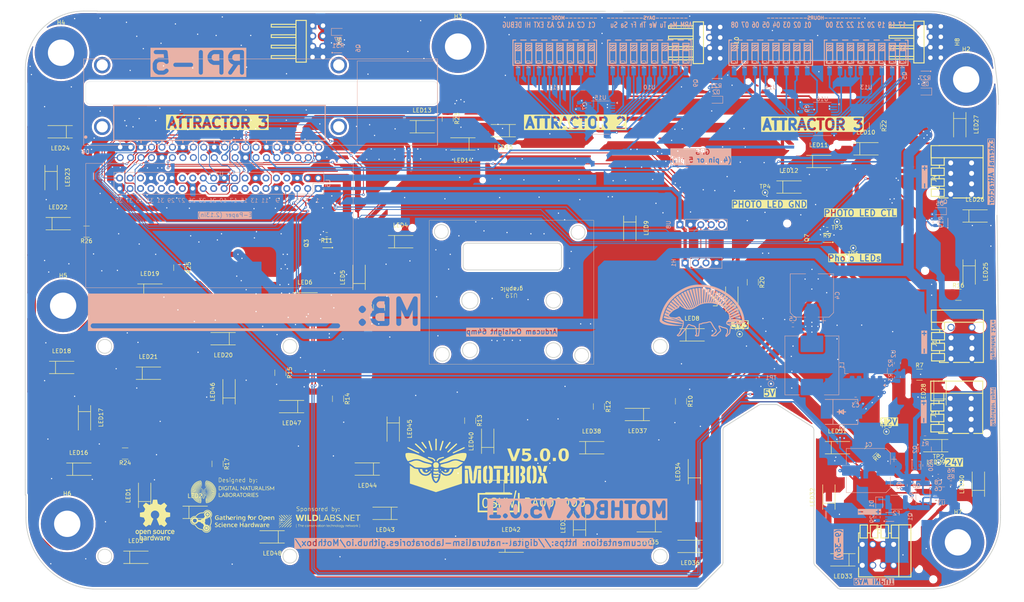
<source format=kicad_pcb>
(kicad_pcb (version 20241229) (generator "pcbnew") (generator_version "9.0")
  (title_block (title "Mothbox Mainboard") (date "2025-05-11") (rev "5.0.0"))
  (layers (0 "F.Cu" signal) (2 "B.Cu" signal) (13 "F.Paste" user) (15 "B.Paste" user) (5 "F.SilkS" user "F.Silkscreen") (7 "B.SilkS" user "B.Silkscreen") (1 "F.Mask" user) (3 "B.Mask" user) (25 "Edge.Cuts" user))
  (net 0 "")
  (net 1 "GND")
  (net 2 "+5V")
  (net 3 "+3.3V")
  (net 4 "Net-(U2-VC)")
  (net 5 "Net-(E1-C)")
  (net 6 "Net-(D1-A)")
  (net 7 "+12V")
  (net 8 "Net-(D1-K)")
  (net 9 "Net-(LED12-K)")
  (net 10 "Net-(U3-IN+)")
  (net 11 "Net-(J4-Pin_1)")
  (net 12 "Net-(LED4-A)")
  (net 13 "Net-(LED5-K)")
  (net 14 "Net-(LED7-A)")
  (net 15 "Net-(LED8-K)")
  (net 16 "Net-(LED11-K)")
  (net 17 "Net-(LED22-K)")
  (net 18 "Net-(LED22-A)")
  (net 19 "Net-(LED25-K)")
  (net 20 "Net-(LED25-A)")
  (net 21 "Net-(LED28-A)")
  (net 22 "Net-(LED28-K)")
  (net 23 "UV1_CTRL")
  (net 24 "UV4_EX_CTRL")
  (net 25 "Net-(LED31-K)")
  (net 26 "Net-(LED31-A)")
  (net 27 "Net-(LED32-K)")
  (net 28 "Net-(LED34-A)")
  (net 29 "Net-(LED35-K)")
  (net 30 "Net-(LED37-K)")
  (net 31 "/RPI5/Save for relay 2")
  (net 32 "/RPI5/Save for relay 3")
  (net 33 "/GPS and Switches/Mon")
  (net 34 "/RPI5/Save for relay")
  (net 35 "/GPS and Switches/Tue")
  (net 36 "/GPS and Switches/Wed")
  (net 37 "/GPS and Switches/Thur")
  (net 38 "/GPS and Switches/Fri")
  (net 39 "/GPS and Switches/Sat")
  (net 40 "/GPS and Switches/Sun")
  (net 41 "/GPS and Switches/Attractor_3")
  (net 42 "/GPS and Switches/Attractor_2")
  (net 43 "/GPS and Switches/Attractor_1")
  (net 44 "/GPS and Switches/C1")
  (net 45 "/GPS and Switches/INT{slash}EXT_Attractor")
  (net 46 "/GPS and Switches/HI{slash}LOW_PWR")
  (net 47 "/GPS and Switches/Test_Debug")
  (net 48 "/GPS and Switches/Hour_1")
  (net 49 "/GPS and Switches/Hour_2")
  (net 50 "/GPS and Switches/Hour_3")
  (net 51 "/GPS and Switches/Hour_4")
  (net 52 "/GPS and Switches/Hour_5")
  (net 53 "/GPS and Switches/Hour_6")
  (net 54 "/GPS and Switches/Hour_7")
  (net 55 "/GPS and Switches/Hour_9")
  (net 56 "/GPS and Switches/Hour_10")
  (net 57 "/GPS and Switches/Hour_11")
  (net 58 "/GPS and Switches/Hour_12")
  (net 59 "/GPS and Switches/Hour_13")
  (net 60 "/GPS and Switches/Hour_14")
  (net 61 "/GPS and Switches/Hour_8")
  (net 62 "/GPS and Switches/Hour_15")
  (net 63 "/GPS and Switches/Hour_16")
  (net 64 "/GPS and Switches/C2")
  (net 65 "/GPS and Switches/Armed{slash}Disarmed")
  (net 66 "Net-(LED37-A)")
  (net 67 "Net-(LED1-A)")
  (net 68 "Net-(LED1-K)")
  (net 69 "Net-(LED40-K)")
  (net 70 "Net-(LED4-K)")
  (net 71 "Net-(LED40-A)")
  (net 72 "Net-(LED7-K)")
  (net 73 "Net-(LED10-A)")
  (net 74 "Net-(LED43-A)")
  (net 75 "Net-(LED10-K)")
  (net 76 "Net-(LED13-K)")
  (net 77 "Net-(LED13-A)")
  (net 78 "Net-(LED14-K)")
  (net 79 "Net-(LED16-K)")
  (net 80 "Net-(LED16-A)")
  (net 81 "Net-(LED17-K)")
  (net 82 "Net-(LED19-A)")
  (net 83 "Net-(LED19-K)")
  (net 84 "Net-(LED34-K)")
  (net 85 "Net-(LED20-K)")
  (net 86 "Net-(LED43-K)")
  (net 87 "Net-(LED46-K)")
  (net 88 "Net-(LED23-K)")
  (net 89 "Net-(LED26-K)")
  (net 90 "Net-(LED46-A)")
  (net 91 "Net-(LED29-K)")
  (net 92 "Net-(LED38-K)")
  (net 93 "Net-(U2-FB)")
  (net 94 "Net-(LED41-K)")
  (net 95 "PHOTO_LED_CTRL")
  (net 96 "Net-(LED44-K)")
  (net 97 "Net-(LED47-K)")
  (net 98 "GPS_RX")
  (net 100 "/RPI5/GPIO4{slash}GPIO_GCKL")
  (net 101 "/RPI5/Save for eink_11")
  (net 102 "/RPI5/Save for eink_19")
  (net 103 "/RPI5/Save for eink_22")
  (net 104 "/RPI5/Save for eink_18")
  (net 105 "/RPI5/Save for eink_24")
  (net 106 "/RPI5/Save for eink_23")
  (net 107 "GPS_TX")
  (net 108 "SCL")
  (net 111 "EN_12VReg")
  (net 112 "SDA")
  (net 113 "GPS_PPS")
  (net 120 "UV2_CTRL")
  (net 121 "UV3_CTRL")
  (net 136 "+24V")
  (net 143 "Net-(LED27-K)")
  (net 144 "Net-(H8-Pad6)")
  (net 147 "Net-(H9-Pad6)")
  (net 151 "Net-(J2-Pin_3)")
  (net 152 "Net-(J3-Pin_3)")
  (net 154 "Net-(LED2-A)")
  (net 202 "Net-(Q2-D)")
  (net 203 "Net-(H10-Pad6)")
  (footprint "MothBox_footprints_Library:R_1210_3225Metric" (layer "F.Cu") (at 93.313826 151.046603 -90)
    (property "Reference" "R15")
    (property "Value" "18R")
  )
  (footprint "MothBox_footprints_Library:LED-SMD_3P-L5.7-W3.0-RD" (layer "F.Cu") (at 127.742426 91.24915)
    (property "Reference" "LED13")
    (property "Value" "XL-5730UWC-05")
  )
  (footprint "MothBox_footprints_Library:R_1210_3225Metric" (layer "F.Cu") (at 78.040507 173.198649 -90)
    (property "Reference" "R17")
    (property "Value" "18R")
  )
  (footprint "MothBox_footprints_Library:CONN-TH_4P-P2.54_DIBO_DB141V-2.54-4P" (layer "F.Cu") (at 258.775776 103.851158 90)
    (property "Reference" "J4")
    (property "Value" "DB141V-2.54-4P")
  )
  (footprint "MothBox_footprints_Library:R_1210_3225Metric" (layer "F.Cu") (at 237.811406 91.031143 -90)
    (property "Reference" "R22")
    (property "Value" "18R")
  )
  (footprint "MothBox_footprints_Library:R_1210_3225Metric" (layer "F.Cu") (at 139.447683 162.686059 -90)
    (property "Reference" "R13")
    (property "Value" "18R")
  )
  (footprint "MothBox_footprints_Library:LED-SMD_3P-L5.7-W3.0-RD" (layer "F.Cu") (at 178.24249 115.876671 -90)
    (property "Reference" "LED9")
    (property "Value" "XL-5730UWC-05")
  )
  (footprint "MothBox_footprints_Library:Arducam Owlsight" (layer "F.Cu") (at 149.5 131.765671 180)
    (property "Reference" "U19")
    (property "Value" "graphic")
    (fp_line (start 11.766149 6.710578) (end 11.766149 11.210578) (stroke (width 0.2)) (layer "Edge.Cuts"))
    (fp_line (start 10.766149 12.210578) (end -11.133851 12.210578) (stroke (width 0.2)) (layer "Edge.Cuts"))
    (fp_line (start -11.133851 5.710578) (end 10.766149 5.710578) (stroke (width 0.2)) (layer "Edge.Cuts"))
    (fp_line (start -12.133851 11.210578) (end -12.133851 6.710578) (stroke (width 0.2)) (layer "Edge.Cuts"))
    (fp_arc (start 11.766149 11.210578) (mid 11.473256 11.917685) (end 10.766149 12.210578) (stroke (width 0.2)) (layer "Edge.Cuts"))
    (fp_arc (start 10.766149 5.710578) (mid 11.473256 6.003471) (end 11.766149 6.710578) (stroke (width 0.2)) (layer "Edge.Cuts"))
    (fp_arc (start -11.133851 12.210578) (mid -11.840958 11.917685) (end -12.133851 11.210578) (stroke (width 0.2)) (layer "Edge.Cuts"))
    (fp_arc (start -12.133851 6.710578) (mid -11.840958 6.003471) (end -11.133851 5.710578) (stroke (width 0.2)) (layer "Edge.Cuts"))
    (fp_circle (center 17.053144 15.03755) (end 18.753144 15.03755) (stroke (width 0.2)) (fill no) (layer "Edge.Cuts"))
    (fp_circle (center 16.816149 -14.789422) (end 18.516149 -14.789422) (stroke (width 0.2)) (fill no) (layer "Edge.Cuts"))
    (fp_circle (center 10.116149 -1.739422) (end 12.116149 -1.739422) (stroke (width 0.2)) (fill no) (layer "Edge.Cuts"))
    (fp_circle (center 10.116149 -13.793192) (end 11.916149 -13.793192) (stroke (width 0.2)) (fill no) (layer "Edge.Cuts"))
    (fp_circle (center -10.183851 -1.739422) (end -8.383851 -1.739422) (stroke (width 0.2)) (fill no) (layer "Edge.Cuts"))
    (fp_circle (center -10.183851 -13.789422) (end -8.383851 -13.789422) (stroke (width 0.2)) (fill no) (layer "Edge.Cuts"))
    (fp_circle (center -16.16514 14.85799) (end -14.46514 14.85799) (stroke (width 0.2)) (fill no) (layer "Edge.Cuts"))
    (fp_circle (center -17.053143 -15.037549) (end -15.353143 -15.037549) (stroke (width 0.2)) (fill no) (layer "Edge.Cuts"))
  )
  (footprint "MothBox_footprints_Library:LED-SMD_3P-L5.7-W3.0-RD" (layer "F.Cu") (at 114.469473 174.456061 180)
    (property "Reference" "LED44")
    (property "Value" "XL-5730UWC-05")
  )
  (footprint "MothBox_footprints_Library:LED-SMD_3P-L5.7-W3.0-RD" (layer "F.Cu") (at 37.57469 103.578859 -90)
    (property "Reference" "LED23")
    (property "Value" "XL-5730UWC-05")
  )
  (footprint "MothBox_footprints_Library:LED-SMD_3P-L5.7-W3.0-RD" (layer "F.Cu") (at 180.122775 161.195657 180)
    (property "Reference" "LED37")
    (property "Value" "XL-5730UWC-05")
  )
  (footprint "MothBox_footprints_Library:LED-SMD_3P-L5.7-W3.0-RD" (layer "F.Cu") (at 216.887713 105.905671)
    (property "Reference" "LED12")
    (property "Value" "XL-5730UWC-05")
  )
  (footprint "MothBox_footprints_Library:LED-SMD_3P-L5.7-W3.0-RD" (layer "F.Cu") (at 183 188.238005 180)
    (property "Reference" "LED35")
    (property "Value" "XL-5730UWC-05")
  )
  (footprint "MothBox_footprints_Library:LED-SMD_3P-L5.7-W3.0-RD" (layer "F.Cu") (at 143.699426 167.731916 90)
    (property "Reference" "LED40")
    (property "Value" "XL-5730UWC-05")
  )
  (footprint "MothBox_footprints_Library:R_1210_3225Metric" (layer "F.Cu") (at 236.766053 170.010099 -135)
    (property "Reference" "R8")
    (property "Value" "18R")
  )
  (footprint "MothBox_footprints_Library:LED-SMD_3P-L5.7-W3.0-RD" (layer "F.Cu") (at 253.634174 155.958209 90)
    (property "Reference" "LED28")
    (property "Value" "XL-5730UWC-05")
  )
  (footprint "MothBox_footprints_Library:CONN-TH_4P-P2.54_DIBO_DB141V-2.54-4P" (layer "F.Cu") (at 258.677095 161.092151 90)
    (property "Reference" "J3")
    (property "Value" "DB141V-2.54-4P")
  )
  (footprint "MothBox_footprints_Library:U-DFN2020-6_L2.0-W2.0-P0.65-BL" (layer "F.Cu") (at 104.586067 119.566984 90)
    (property "Reference" "Q3")
    (property "Value" "YJQ10N2A")
  )
  (footprint "MothBox_footprints_Library:MountingHole_6.4mm_M6_Pad" (layer "F.Cu") (at 136.5 71.765671)
    (property "Reference" "H3")
    (property "Value" "MountingHole_1/4inbolt")
  )
  (footprint "MothBox_footprints_Library:LED-SMD_3P-L5.7-W3.0-RD" (layer "F.Cu") (at 230.062045 196.518772 180)
    (property "Reference" "LED33")
    (property "Value" "XL-5730UWC-05")
  )
  (footprint "MothBox_footprints_Library:LED-SMD_3P-L5.7-W3.0-RD" (layer "F.Cu") (at 146.195741 178.681944 180)
    (property "Reference" "LED41")
    (property "Value" "XL-5730UWC-05")
  )
  (footprint "MothBox_footprints_Library:LED-SMD_3P-L5.7-W3.0-RD" (layer "F.Cu") (at 39.27014 114.799765)
    (property "Reference" "LED22")
    (property "Value" "XL-5730UWC-05")
  )
  (footprint "MothBox_footprints_Library:LED-SMD_3P-L5.7-W3.0-RD" (layer "F.Cu") (at 149.371449 193.184907)
    (property "Reference" "LED42")
    (property "Value" "XL-5730UWC-05")
  )
  (footprint "MothBox_footprints_Library:R_1210_3225Metric" (layer "F.Cu") (at 133.986295 89.24654 -90)
    (property "Reference" "R23")
    (property "Value" "18R")
  )
  (footprint "MothBox_footprints_Library:TestPoint_THTPad_D1.0mm_Drill0.5mm" (layer "F.Cu") (at 211.127813 107.241326)
    (property "Reference" "TP4")
    (property "Value" "LED L GND")
  )
  (footprint "MothBox_footprints_Library:MountingHole_6.4mm_M6_Pad" (layer "F.Cu") (at 41.5 187.765671)
    (property "Reference" "H6")
    (property "Value" "MountingHole_1/4inbolt")
  )
  (footprint "MothBox_footprints_Library:LED-SMD_3P-L5.7-W3.0-RD" (layer "F.Cu") (at 61.199649 151.158)
    (property "Reference" "LED21")
    (property "Value" "XL-5730UWC-05")
  )
  (footprint "MothBox_footprints_Library:LED-SMD_3P-L5.7-W3.0-RD" (layer "F.Cu") (at 168.94 169.265671)
    (property "Reference" "LED38")
    (property "Value" "XL-5730UWC-05")
  )
  (footprint "MothBox_footprints_Library:HDR-TH_8P-P2.54-H-M-R2-C4-S2.54" (layer "F.Cu") (at 198.946111 70.827052 -90)
    (property "Reference" "H10")
    (property "Value" "PZ254R-12-8P")
  )
  (footprint "MothBox_footprints_Library:LED-SMD_3P-L5.7-W3.0-RD" (layer "F.Cu") (at 79.424663 142.765671 180)
    (property "Reference" "LED20")
    (property "Value" "XL-5730UWC-05")
  )
  (footprint "MothBox_footprints_Library:LED-SMD_3P-L5.7-W3.0-RD" (layer "F.Cu") (at 44.287194 174.488028)
    (property "Reference" "LED16")
    (property "Value" "XL-5730UWC-05")
  )
  (footprint "MothBox_footprints_Library:R_1210_3225Metric" (layer "F.Cu") (at 258.110191 132.099585)
    (property "Reference" "R16")
    (property "Value" "18R")
  )
  (footprint "MothBox_footprints_Library:R_1210_3225Metric" (layer "F.Cu") (at 55.575031 170.671321 180)
    (property "Reference" "R24")
    (property "Value" "18R")
  )
  (footprint "MothBox_footprints_Library:CONN-TH_4P-P2.54_DIBO_DB141V-2.54-4P" (layer "F.Cu") (at 238.558972 195.312877)
    (property "Reference" "J2")
    (property "Value" "DB141V-2.54-4P")
  )
  (footprint "MothBox_footprints_Library:LED-SMD_3P-L5.7-W3.0-RD" (layer "F.Cu") (at 203.039159 133.188882 90)
    (property "Reference" "LED7")
    (property "Value" "XL-5730UWC-05")
  )
  (footprint "MothBox_footprints_Library:U-DFN2020-6_L2.0-W2.0-P0.65-BL" (layer "F.Cu") (at 226.221089 118.269701 90)
    (property "Reference" "Q7")
    (property "Value" "YJQ10N2A")
  )
  (footprint "MothBox_footprints_Library:LED-SMD_3P-L5.7-W3.0-RD" (layer "F.Cu") (at 72.546562 184.977207)
    (property "Reference" "LED2")
    (property "Value" "XL-5730UWC-05")
  )
  (footprint "MothBox_footprints_Library:R_1210_3225Metric" (layer "F.Cu") (at 117.306939 135.195939 90)
    (property "Reference" "R18")
    (property "Value" "18R")
  )
  (footprint "MothBox_footprints_Library:LED-SMD_3P-L5.7-W3.0-RD" (layer "F.Cu") (at 193.938753 175.131126 90)
    (property "Reference" "LED34")
    (property "Value" "XL-5730UWC-05")
  )
  (footprint "MothBox_footprints_Library:TestPoint_THTPad_D1.0mm_Drill0.5mm" (layer "F.Cu") (at 232.553023 120.717506 180)
    (property "Reference" "TP6")
    (property "Value" "LED R GND")
  )
  (footprint "MothBox_footprints_Library:LED-SMD_3P-L5.7-W3.0-RD" (layer "F.Cu") (at 147.526047 92.20559 180)
    (property "Reference" "LED15")
    (property "Value" "XL-5730UWC-05")
  )
  (footprint "MothBox_footprints_Library:LED-SMD_3P-L5.7-W3.0-RD" (layer "F.Cu") (at 193.344781 141.841748)
    (property "Reference" "LED8")
    (property "Value" "XL-5730UWC-05")
  )
  (footprint "MothBox_footprints_Library:LED-SMD_3P-L5.7-W3.0-RD" (layer "F.Cu") (at 260.719221 126.520031 -90)
    (property "Reference" "LED25")
    (property "Value" "XL-5730UWC-05")
  )
  (footprint "MothBox_footprints_Library:R_0603_1608Metric" (layer "F.Cu") (at 226.191548 116.253781 180)
    (property "Reference" "R9")
    (property "Value" "10K")
  )
  (footprint "MothBox_footprints_Library:LED-SMD_3P-L5.7-W3.0-RD" (layer "F.Cu") (at 40.113154 149.755903)
    (property "Reference" "LED18")
    (property "Value" "XL-5730UWC-05")
  )
  (footprint "MothBox_footprints_Library:LED-SMD_3P-L5.7-W3.0-RD" (layer "F.Cu") (at 235.597945 96.611386)
    (property "Reference" "LED10")
    (property "Value" "XL-5730UWC-05")
  )
  (footprint "MothBox_footprints_Library:LED-SMD_3P-L5.7-W3.0-RD" (layer "F.Cu") (at 192.915019 193.254749 180)
    (property "Reference" "LED36")
    (property "Value" "XL-5730UWC-05")
  )
  (footprint "MothBox_footprints_Library:LED-SMD_3P-L5.7-W3.0-RD" (layer "F.Cu") (at 60.316712 180.885346 90)
    (property "Reference" "LED1")
    (property "Value" "XL-5730UWC-05")
  )
  (footprint "MothBox_footprints_Library:LED-SMD_3P-L5.7-W3.0-RD" (layer "F.Cu") (at 262.966 178.170685 90)
    (property "Reference" "LED30")
    (property "Value" "XL-5730UWC-05")
  )
  (footprint "MothBox_footprints_Library:LED-SMD_3P-L5.7-W3.0-RD" (layer "F.Cu") (at 80.833064 155.706855 90)
    (property "Reference" "LED46")
    (property "Value" "XL-5730UWC-05")
  )
  (footprint "MothBox_footprints_Library:MountingHole_6.4mm_M6_Pad" (layer "F.Cu") (at 258 192.265671)
    (property "Reference" "H7")
    (property "Value" "MountingHole_1/4inbolt")
  )
  (footprint "MothBox_footprints_Library:CONN-TH_4P-P2.54_DIBO_DB141V-2.54-4P" (layer "F.Cu") (at 258.847617 143.827588 90)
    (property "Reference" "J1")
    (property "Value" "DB141V-2.54-4P")
  )
  (footprint "MothBox_footprints_Library:LED-SMD_3P-L5.7-W3.0-RD" (layer "F.Cu") (at 166.020936 187.765839 90)
    (property "Reference" "LED39")
    (property "Value" "XL-5730UWC-05")
  )
  (footprint "MothBox_footprints_Library:TestPoint_THTPad_D1.0mm_Drill0.5mm" (layer "F.Cu") (at 228.612605 114.317539 180)
    (property "Reference" "TP3")
    (property "Value" "LEDCTRL")
  )
  (footprint "MothBox_footprints_Library:LED-SMD_3P-L5.7-W3.0-RD" (layer "F.Cu") (at 258.445299 90.714795 -90)
    (property "Reference" "LED27")
    (property "Value" "XL-5730UWC-05")
  )
  (footprint "MothBox_footprints_Library:LED-SMD_3P-L5.7-W3.0-RD" (layer "F.Cu") (at 228.672981 169.255672)
    (property "Reference" "LED31")
    (property "Value" "XL-5730UWC-05")
  )
  (footprint "MothBox_footprints_Library:R_1210_3225Metric" (layer "F.Cu") (at 190.687219 157.981538 -90)
    (property "Reference" "R10")
    (property "Value" "18R")
  )
  (footprint "MothBox_footprints_Library:LED-SMD_3P-L5.7-W3.0-RD" (layer "F.Cu") (at 226.629869 181.310207 90)
    (property "Reference" "LED32")
    (property "Value" "XL-5730UWC-05")
  )
  (footprint "MothBox_footprints_Library:MountingHole_6.4mm_M6_Pad" (layer "F.Cu") (at 40 73.265671)
    (property "Reference" "H4")
    (property "Value" "MountingHole_1/4inbolt")
  )
  (footprint "MothBox_footprints_Library:LED-SMD_3P-L5.7-W3.0-RD" (layer "F.Cu") (at 91.33784 190.940197 180)
    (property "Reference" "LED48")
    (property "Value" "XL-5730UWC-05")
  )
  (footprint "MothBox_footprints_Library:TestPoint_THTPad_D1.0mm_Drill0.5mm" (layer "F.Cu") (at 253.255896 172.855265)
    (property "Reference" "TP2")
    (property "Value" "24V_test")
  )
  (footprint "MothBox_footprints_Library:LED-SMD_3P-L5.7-W3.0-RD" (layer "F.Cu") (at 99.272826 133.073045)
    (property "Reference" "LED6")
    (property "Value" "XL-5730UWC-05")
  )
  (footprint "MothBox_footprints_Library:MountingHole_6.4mm_M6_Pad" (layer "F.Cu") (at 40.5 134.765671)
    (property "Reference" "H5")
    (property "Value" "MountingHole_1/4inbolt")
  )
  (footprint "MothBox_footprints_Library:R_1210_3225Metric" (layer "F.Cu") (at 107.324249 157.371021 -90)
    (property "Reference" "R14")
    (property "Value" "18R")
  )
  (footprint "MothBox_footprints_Library:LED-SMD_3P-L5.7-W3.0-RD" (layer "F.Cu") (at 58.156131 195.905671)
    (property "Reference" "LED3")
    (property "Value" "XL-5730UWC-05")
  )
  (footprint "MothBox_footprints_Library:LED-SMD_3P-L5.7-W3.0-RD" (layer "F.Cu") (at 122.508399 119.188658)
    (property "Reference" "LED4")
    (property "Value" "XL-5730UWC-05")
  )
  (footprint "MothBox_footprints_Library:LED-SMD_3P-L5.7-W3.0-RD" (layer "F.Cu") (at 96.064663 159.272842 180)
    (property "Reference" "LED47")
    (property "Value" "XL-5730UWC-05")
  )
  (footprint "MothBox_footprints_Library:R_1210_3225Metric" (layer "F.Cu") (at 46.183692 116.741259 180)
    (property "Reference" "R26")
    (property "Value" "18R")
  )
  (footprint "MothBox_footprints_Library:LED-SMD_3P-L5.7-W3.0-RD" (layer "F.Cu") (at 120.734975 164.700518 -90)
    (property "Reference" "LED45")
    (property "Value" "XL-5730UWC-05")
  )
  (footprint "MothBox_footprints_Library:LED-SMD_3P-L5.7-W3.0-RD" (layer "F.Cu") (at 112.437243 127.906096 90)
    (property "Reference" "LED5")
    (property "Value" "XL-5730UWC-05")
  )
  (footprint "MothBox_footprints_Library:R_1210_3225Metric" (layer "F.Cu") (at 170.742215 159.252872 -90)
    (property "Reference" "R12")
    (property "Value" "18R")
  )
  (footprint "MothBox_footprints_Library:R_1210_3225Metric" (layer "F.Cu") (at 68.729125 125.513171 -90)
    (property "Reference" "R25")
    (property "Value" "18R")
  )
  (footprint "MothBox_footprints_Library:LED-SMD_3P-L5.7-W3.0-RD" (layer "F.Cu") (at 137.707473 95.42969 180)
    (property "Reference" "LED14")
    (property "Value" "XL-5730UWC-05")
  )
  (footprint "MothBox_footprints_Library:TestPoint_THTPad_D1.0mm_Drill0.5mm" (layer "F.Cu") (at 204.936231 141.660628)
    (property "Reference" "TP7")
    (property "Value" "3V3_test")
  )
  (footprint "MothBox_footprints_Library:LED-SMD_3P-L5.7-W3.0-RD" (layer "F.Cu") (at 45.697093 161.955323 -90)
    (property "Reference" "LED17")
    (property "Value" "XL-5730UWC-05")
  )
  (footprint "MothBox_footprints_Library:HDR-TH_8P-P2.54-H-M-R2-C4-S2.54" (layer "F.Cu") (at 102.401347 70.481178 -90)
    (property "Reference" "H9")
    (property "Value" "PZ254R-12-8P")
  )
  (footprint "MothBox_footprints_Library:HDR-TH_8P-P2.54-H-M-R2-C4-S2.54" (layer "F.Cu") (at 252.567435 70.665796 -90)
    (property "Reference" "H8")
    (property "Value" "PZ254R-12-8P")
  )
  (footprint "MothBox_footprints_Library:MountingHole_6.4mm_M6_Pad" (layer "F.Cu") (at 260 79.765671)
    (property "Reference" "H2")
    (property "Value" "MountingHole_1/4inbolt")
  )
  (footprint "MothBox_footprints_Library:LED-SMD_3P-L5.7-W3.0-RD" (layer "F.Cu") (at 224.135133 99.69553)
    (property "Reference" "LED11")
    (property "Value" "XL-5730UWC-05")
  )
  (footprint "MothBox_footprints_Library:R_1210_3225Metric" (layer "F.Cu") (at 248.655435 151.517909)
    (property "Reference" "R7")
    (property "Value" "18R")
  )
  (footprint "MothBox_footprints_Library:TestPoint_THTPad_D1.0mm_Drill0.5mm" (layer "F.Cu") (at 240.60146 165.346231)
    (property "Reference" "TP5")
    (property "Value" "12V_test")
  )
  (footprint "MothBox_footprints_Library:R_0603_1608Metric" (layer "F.Cu") (at 104.569753 117.482047 180)
    (property "Reference" "R11")
    (property "Value" "10K")
  )
  (footprint "MothBox_footprints_Library:LED-SMD_3P-L5.7-W3.0-RD" (layer "F.Cu") (at 252.64 168.765671 180)
    (property "Reference" "LED29")
    (property "Value" "XL-5730UWC-05")
  )
  (footprint "MothBox_footprints_Library:LED-SMD_3P-L5.7-W3.0-RD" (layer "F.Cu") (at 118.802707 185.217654 180)
    (property "Reference" "LED43")
    (property "Value" "XL-5730UWC-05")
  )
  (footprint "MothBox_footprints_Library:LED-SMD_3P-L5.7-W3.0-RD" (layer "F.Cu") (at 39.819543 92.472579 180)
    (property "Reference" "LED24")
    (property "Value" "XL-5730UWC-05")
  )
  (footprint "MothBox_footprints_Library:R_1210_3225Metric" (layer "F.Cu") (at 208.135446 129.046793 -90)
    (property "Reference" "R20")
    (property "Value" "18R")
  )
  (footprint "MothBox_footprints_Library:LED-SMD_3P-L5.7-W3.0-RD" (layer "F.Cu") (at 262.121087 112.940597)
    (property "Reference" "LED26")
    (property "Value" "XL-5730UWC-05")
  )
  (footprint "MothBox_footprints_Library:LED-SMD_3P-L5.7-W3.0-RD" (layer "F.Cu") (at 61.557957 130.968774)
    (property "Reference" "LED19")
    (property "Value" "XL-5730UWC-05")
  )
  (footprint "MothBox_footprints_Library:R_0603_1608Metric" (layer "B.Cu") (at 233.132488 157.502279)
    (property "Reference" "C3")
    (property "Value" "0.1uF 50V")
  )
  (footprint "MothBox_footprints_Library:U-DFN2020-6_L2.0-W2.0-P0.65-BL" (layer "B.Cu") (at 247.927388 173.568816)
    (property "Reference" "Q8")
    (property "Value" "JMTV210P02A")
  )
  (footprint "MothBox_footprints_Library:C_0603_1608Metric" (layer "B.Cu") (at 165.878043 86.185738 90)
    (property "Reference" "C7")
    (property "Value" "0.1uF")
  )
  (footprint "MothBox_footprints_Library:U-DFN2020-6_L2.0-W2.0-P0.65-BL" (layer "B.Cu") (at 249.985345 78.834164 -90)
    (property "Reference" "Q5")
    (property "Value" "YJQ10N2A")
  )
  (footprint "MothBox_footprints_Library:SW-SMD_SMXS-08K-TP" (layer "B.Cu") (at 183 73.265671)
    (property "Reference" "U10")
    (property "Value" "Days")
  )
  (footprint "MothBox_footprints_Library:EPAPER_PinHeader_2x20_P2.54mm_Vertical" (layer "B.Cu") (at 102.5 106.265671 90)
    (property "Reference" "U5")
    (property "Value" "RASPBERRY_PI_5")
  )
  (footprint "MothBox_footprints_Library:C_0603_1608Metric" (layer "B.Cu") (at 253.211785 176.230587)
    (property "Reference" "C8")
    (property "Value" "10uF")
  )
  (footprint "MothBox_footprints_Library:R_0603_1608Metric" (layer "B.Cu") (at 249.997236 166.90764)
    (property "Reference" "R1")
    (property "Value" "10K")
  )
  (footprint "MothBox_footprints_Library:HDR-TH_40P-P2.54-H-F-R2-C20-W8.5" (layer "B.Cu") (at 78.5 97.483171)
    (property "Reference" "U7")
    (property "Value" "Female Inv Socket Pi 2.54-2*20")
  )
  (footprint "MothBox_footprints_Library:SW-SMD_SMXS-08K-TP" (layer "B.Cu") (at 160 73.265671)
    (property "Reference" "U11")
    (property "Value" "Modes")
  )
  (footprint "MothBox_footprints_Library:R_0603_1608Metric" (layer "B.Cu") (at 217.894692 139.385151 180)
    (property "Reference" "C5")
    (property "Value" "0.1uF 50V")
  )
  (footprint "MothBox_footprints_Library:R_0603_1608Metric" (layer "B.Cu") (at 249.990804 173.582782 90)
    (property "Reference" "R30")
    (property "Value" "10K")
  )
  (footprint "MothBox_footprints_Library:R_0805_2012Metric" (layer "B.Cu") (at 243.28156 152.103023 -90)
    (property "Reference" "R3")
    (property "Value" "3.3K")
  )
  (footprint "MothBox_footprints_Library:Talentcell" (layer "B.Cu") (at 117.25 172.765671)
    (property "Reference" "B1" (hide yes))
    (property "Value" "graphic" (hide yes))
  )
  (footprint "MothBox_footprints_Library:SOT-23-8" (layer "B.Cu") (at 253.986785 180.359964)
    (property "Reference" "U3")
    (property "Value" "INA219BIDCNT")
  )
  (footprint "MothBox_footprints_Library:SW-SMD_SMXS-08K-TP" (layer "B.Cu") (at 235.69 73.265671)
    (property "Reference" "U13")
    (property "Value" "Hours1")
  )
  (footprint "MothBox_footprints_Library:U-DFN2020-6_L2.0-W2.0-P0.65-BL" (layer "B.Cu") (at 107.266975 72.183558 90)
    (property "Reference" "Q6")
    (property "Value" "YJQ10N2A")
  )
  (footprint "Connector_PinSocket_2.54mm:PinSocket_1x05_P2.54mm_Vertical" (layer "B.Cu") (at 190.42 115.065671 -90)
    (property "Reference" "U8")
    (property "Value" "GPs 5 pin PM2.54-1*5")
  )
  (footprint "MothBox_footprints_Library:R_0603_1608Metric" (layer "B.Cu") (at 256.323549 176.252891 180)
    (property "Reference" "R6")
    (property "Value" "4.7K")
  )
  (footprint "MothBox_footprints_Library:C_0603_1608Metric" (layer "B.Cu") (at 253.227793 177.824792)
    (property "Reference" "C6")
    (property "Value" "0.1uF")
  )
  (footprint "MothBox_footprints_Library:U-DFN2020-6_L2.0-W2.0-P0.65-BL" (layer "B.Cu") (at 241.457039 186.06458 90)
    (property "Reference" "Q1")
    (property "Value" "JMTV210P02A")
  )
  (footprint "MothBox_footprints_Library:D_SOD-323" (layer "B.Cu") (at 199.240631 84.684592 180)
    (property "Reference" "D2")
    (property "Value" "ESD12VD3B-TP")
  )
  (footprint "MothBox_footprints_Library:R_0603_1608Metric" (layer "B.Cu") (at 252.477696 114.422028 90)
    (property "Reference" "R19")
    (property "Value" "10K")
  )
  (footprint "MothBox_footprints_Library:R_0603_1608Metric" (layer "B.Cu") (at 107.327486 70.112369)
    (property "Reference" "R31")
    (property "Value" "10K")
  )
  (footprint "MothBox_footprints_Library:R_0603_1608Metric" (layer "B.Cu") (at 245.162384 178.426787 -90)
    (property "Reference" "C2")
    (property "Value" "0.1uF 50V")
  )
  (footprint "MothBox_footprints_Library:R_0603_1608Metric" (layer "B.Cu") (at 256.288358 177.836522 180)
    (property "Reference" "R5")
    (property "Value" "4.7K")
  )
  (footprint "MothBox_footprints_Library:D_SOD-323" (layer "B.Cu") (at 107.321999 68.204589)
    (property "Reference" "D7")
    (property "Value" "ESD12VD3B-TP")
  )
  (footprint "MothBox_footprints_Library:R_2512_6332Metric" (layer "B.Cu") (at 249.486785 180.859964 -90)
    (property "Reference" "R4")
    (property "Value" "0.1R/1%")
  )
  (footprint "Package_TO_SOT_SMD:TO-263-5_TabPin3" (layer "B.Cu") (at 235.668823 146.446765 90)
    (property "Reference" "U2")
    (property "Value" "XL4015E1")
  )
  (footprint "MothBox_footprints_Library:SW-SMD_SMXS-08K-TP" (layer "B.Cu") (at 212.5 73.265671)
    (property "Reference" "U14")
    (property "Value" "Hours2")
  )
  (footprint "MothBox_footprints_Library:C_0603_1608Metric" (layer "B.Cu") (at 219.900894 86.788263 90)
    (property "Reference" "C9")
    (property "Value" "0.1uF")
  )
  (footprint "MothBox_footprints_Library:CP_Elec_10x12.5" (layer "B.Cu") (at 236.226554 174.816187 180)
    (property "Reference" "C1")
    (property "Value" "470uF 50V")
  )
  (footprint "RASPBERRY_PI_4B_4GB:MODULE_RASPBERRY_PI_4B_4GB_Sideways" (layer "B.Cu") (at 88.5 82.765671)
    (property "Reference" "U6")
    (property "Value" "RASPBERRY_PI_4B_4GB")
    (fp_line (start -42.5 -1.5) (end -42.492892 1.992893) (stroke (width 0.05)) (layer "Edge.Cuts"))
    (fp_line (start 41.992893 -2.492893) (end -41.499915 -2.5) (stroke (width 0.05)) (layer "Edge.Cuts"))
    (fp_line (start 41.992893 2.992892) (end -41.492893 2.992892) (stroke (width 0.05)) (layer "Edge.Cuts"))
    (fp_line (start 43 -1.4929) (end 42.992893 1.992893) (stroke (width 0.05)) (layer "Edge.Cuts"))
    (fp_arc (start -42.5 -1.5) (mid -42.207107 -2.207107) (end -41.5 -2.5) (stroke (width 0.05)) (layer "Edge.Cuts"))
    (fp_arc (start -41.492893 2.992893) (mid -42.2 2.7) (end -42.492893 1.992893) (stroke (width 0.05)) (layer "Edge.Cuts"))
    (fp_arc (start 42 -2.492893) (mid 42.707104 -2.199999) (end 43 -1.492893) (stroke (width 0.05)) (layer "Edge.Cuts"))
    (fp_arc (start 42.992893 1.992893) (mid 42.700002 2.700002) (end 41.992893 2.992893) (stroke (width 0.05)) (layer "Edge.Cuts"))
  )
  (footprint "MothBox_footprints_Library:D_SOD-323" (layer "B.Cu") (at 250.018131 82.694428 180)
    (property "Reference" "D6")
    (property "Value" "ESD12VD3B-TP")
  )
  (footprint "MothBox_footprints_Library:R_0603_1608Metric" (layer "B.Cu") (at 199.217779 82.765251 180)
    (property "Reference" "R21")
    (property "Value" "10K")
  )
  (footprint "MothBox_footprints_Library:L_Chilisin_BMRG00131360" (layer "B.Cu") (at 222.5 149.265671 90)
    (property "Reference" "L1")
    (property "Value" "5A 47uH")
  )
  (footprint "MothBox_footprints_Library:TSSOP-24_4.4x7.8mm_P0.65mm" (layer "B.Cu") (at 171.0819 89.029153 180)
    (property "Reference" "U15")
    (property "Value" "PCA9535PW")
  )
  (footprint "Connector_PinSocket_2.54mm:PinSocket_1x04_P2.54mm_Vertical" (layer "B.Cu") (at 191.690817 124.345591 -90)
    (property "Reference" "H1")
    (property "Value" "GPS 4 pin 2.54-1*4P")
  )
  (footprint "MothBox_footprints_Library:TestPoint_THTPad_D1.0mm_Drill0.5mm" (layer "B.Cu") (at 212.553901 153.721293 180)
    (property "Reference" "TP1")
    (property "Value" "5V_test")
  )
  (footprint "Fuse:Fuse_1812_4532Metric" (layer "B.Cu") (at 243.06774 182.525135)
    (property "Reference" "F2")
    (property "Value" "6A trip")
  )
  (footprint "MothBox_footprints_Library:SMC_L6.9-W5.9-LS8.0-RD" (layer "B.Cu") (at 229.680818 160.558075)
    (property "Reference" "E1")
    (property "Value" "SK54C")
  )
  (footprint "MothBox_footprints_Library:R_0805_2012Metric" (layer "B.Cu") (at 243.2869 148.704206 -90)
    (property "Reference" "R2")
    (property "Value" "10K")
  )
  (footprint "MothBox_footprints_Library:U-DFN2020-6_L2.0-W2.0-P0.65-BL" (layer "B.Cu") (at 254.457257 114.446768 180)
    (property "Reference" "Q4")
    (property "Value" "YJQ10N2A")
  )
  (footprint "MothBox_footprints_Library:D_SOD-323" (layer "B.Cu") (at 253.591495 111.767388 180)
    (property "Reference" "D5")
    (property "Value" "ESD12VD3B-TP")
  )
  (footprint "MothBox_footprints_Library:R_0603_1608Metric" (layer "B.Cu") (at 250.001837 80.842939 180)
    (property "Reference" "R27")
    (property "Value" "10K")
  )
  (footprint "MothBox_footprints_Library:CP_Elec_10x10" (layer "B.Cu") (at 222.5 132.265671 90)
    (property "Reference" "C4")
    (property "Value" "330uF 50V")
  )
  (footprint "MothBox_footprints_Library:R_0603_1608Metric" (layer "B.Cu") (at 238.559738 186.135805 -90)
    (property "Reference" "R29")
    (property "Value" "10K")
  )
  (footprint "MothBox_footprints_Library:TSSOP-24_4.4x7.8mm_P0.65mm" (layer "B.Cu") (at 225.025344 89.356243 180)
    (property "Reference" "U16")
    (property "Value" "PCA9535PW")
  )
  (footprint "MothBox_footprints_Library:SOT-23" (layer "B.Cu") (at 249.97207 169.709597 -90)
    (property "Reference" "Q2")
    (property "Value" "AO3400A")
  )
  (footprint "MothBox_footprints_Library:D_SOD-323" (layer "B.Cu") (at 238.854845 182.869132 -90)
    (property "Reference" "D1")
    (property "Value" "10V")
  )
  (footprint "MothBox_footprints_Library:U-DFN2020-6_L2.0-W2.0-P0.65-BL" (layer "B.Cu") (at 199.205957 80.631486 -90)
    (property "Reference" "Q9")
    (property "Value" "YJQ10N2A")
  )
  (gr_poly (pts (xy 141.258979 180.265671) (xy 141.258978 180.265671) (xy 141.258979 180.265671)) (fill yes) (layer "F.SilkS"))
  (gr_poly (pts (xy 108.889959 185.558345) (xy 108.897628 185.559076) (xy 108.905016 185.560221) (xy 108.912154 185.561793) (xy 108.919073 185.563802) (xy 108.925807 185.566261) (xy 108.932387 185.569182) (xy 108.938844 185.572575) (xy 108.945212 185.576453) (xy 108.951521 185.580826) (xy 108.957804 185.585708) (xy 108.964093 185.591109) (xy 108.97042 185.597041) (xy 108.983314 185.610544) (xy 108.996744 185.62631) (xy 109.010964 185.644433) (xy 109.026231 185.665005) (xy 109.745898 186.638672) (xy 109.749406 186.643603) (xy 109.752998 186.648475) (xy 109.7567 186.653293) (xy 109.760533 186.658061) (xy 109.764521 186.662782) (xy 109.768687 186.667461) (xy 109.773055 186.672101) (xy 109.777648 186.676706) (xy 109.782488 186.68128) (xy 109.7876 186.685827) (xy 109.793007 186.69035) (xy 109.798731 186.694855) (xy 109.804797 186.699344) (xy 109.811227 186.703821) (xy 109.818044 186.70829) (xy 109.825273 186.712755) (xy 109.825273 185.572401) (xy 110.015773 185.572401) (xy 110.015773 187.067297) (xy 109.990714 187.074138) (xy 109.967972 187.079736) (xy 109.947324 187.084023) (xy 109.928543 187.086934) (xy 109.911406 187.088404) (xy 109.903383 187.088577) (xy 109.895687 187.088366) (xy 109.88829 187.087761) (xy 109.881162 187.086754) (xy 109.874277 187.085337) (xy 109.867606 187.083503) (xy 109.861121 187.081242) (xy 109.854794 187.078546) (xy 109.848597 187.075408) (xy 109.842502 187.071819) (xy 109.83648 187.06777) (xy 109.830504 187.063254) (xy 109.824545 187.058262) (xy 109.818575 187.052786) (xy 109.806492 187.04035) (xy 109.794029 187.025878) (xy 109.780961 187.009306) (xy 109.767063 186.990568) (xy 109.010356 185.958693) (xy 109.007845 185.95525) (xy 109.005276 185.951861) (xy 108.999979 185.945216) (xy 108.994496 185.938694) (xy 108.988859 185.932235) (xy 108.977242 185.919253) (xy 108.971324 185.912608) (xy 108.965376 185.905776) (xy 108.963422 185.905341) (xy 108.961531 185.905022) (xy 108.959702 185.904811) (xy 108.957934 185.904701) (xy 108.956229 185.904685) (xy 108.954585 185.904753) (xy 108.953004 185.904899) (xy 108.951484 185.905115) (xy 108.950027 185.905393) (xy 108.948632 185.905725) (xy 108.947298 185.906103) (xy 108.946027 185.906521) (xy 108.944818 185.906969) (xy 108.943671 185.90744) (xy 108.941563 185.908422) (xy 108.941563 186.400547) (xy 108.940571 186.70581) (xy 108.940447 186.857822) (xy 108.941563 187.009089) (xy 108.941432 187.015804) (xy 108.941046 187.02207) (xy 108.940412 187.027902) (xy 108.939537 187.033315) (xy 108.93843 187.038325) (xy 108.937098 187.042947) (xy 108.935549 187.047198) (xy 108.933791 187.051091) (xy 108.931831 187.054644) (xy 108.929677 187.057871) (xy 108.927338 187.060789) (xy 108.92482 187.063411) (xy 108.922131 187.065755) (xy 108.91928 187.067835) (xy 108.916274 187.069667) (xy 108.91312 187.071266) (xy 108.909827 187.072648) (xy 108.906402 187.073829) (xy 108.902853 187.074824) (xy 108.899188 187.075648) (xy 108.895414 187.076317) (xy 108.89154 187.076847) (xy 108.88352 187.07755) (xy 108.87519 187.077881) (xy 108.866611 187.077963) (xy 108.848959 187.077881) (xy 108.8151 187.078749) (xy 108.806936 187.078607) (xy 108.799055 187.07802) (xy 108.791538 187.076836) (xy 108.787942 187.075973) (xy 108.784467 187.074904) (xy 108.781124 187.07361) (xy 108.777923 187.072073) (xy 108.774874 187.070273) (xy 108.771988 187.068191) (xy 108.769274 187.065809) (xy 108.766742 187.063108) (xy 108.764403 187.060069) (xy 108.762268 187.056673) (xy 108.760345 187.0529) (xy 108.758646 187.048733) (xy 108.75718 187.044152) (xy 108.755958 187.039139) (xy 108.75499 187.033674) (xy 108.754286 187.027738) (xy 108.753856 187.021314) (xy 108.75371 187.014381) (xy 108.756024 186.307943) (xy 108.756355 185.601505) (xy 108.756415 185.600017) (xy 108.756587 185.598529) (xy 108.756861 185.597041) (xy 108.757223 185.595552) (xy 108.757663 185.594064) (xy 108.758169 185.592576) (xy 108.758729 185.591088) (xy 108.759331 185.589599) (xy 108.761936 185.583646) (xy 108.763192 185.58067) (xy 108.763767 185.579181) (xy 108.764292 185.577693) (xy 108.790721 185.57129) (xy 108.814615 185.566035) (xy 108.83623 185.562019) (xy 108.855821 185.559337) (xy 108.873646 185.558082) (xy 108.881975 185.558018)) (fill yes) (layer "F.SilkS"))
  (gr_poly (pts (xy 75.652979 184.757125) (xy 75.68939 184.760531) (xy 75.725441 184.765765) (xy 75.761069 184.772799) (xy 75.79621 184.781599) (xy 75.830803 184.792136) (xy 75.864785 184.804378) (xy 75.898094 184.818295) (xy 75.930667 184.833854) (xy 75.962442 184.851026) (xy 75.993355 184.86978) (xy 76.023345 184.890083) (xy 76.05235 184.911906) (xy 76.080305 184.935218) (xy 76.107151 184.959986) (xy 76.132822 184.986181) (xy 76.157258 185.013771) (xy 76.180395 185.042725) (xy 76.202172 185.073013) (xy 76.222525 185.104603) (xy 76.241392 185.137464) (xy 76.258711 185.171565) (xy 76.274419 185.206876) (xy 76.288454 185.243364) (xy 76.300753 185.281) (xy 76.310874 185.318251) (xy 76.318938 185.35555) (xy 76.324978 185.392835) (xy 76.32903 185.430045) (xy 76.331129 185.46712) (xy 76.331309 185.503998) (xy 76.329606 185.540619) (xy 76.326054 185.57692) (xy 76.320688 185.612842) (xy 76.313543 185.648323) (xy 76.304654 185.683302) (xy 76.294056 185.717718) (xy 76.281783 185.75151) (xy 76.267871 185.784617) (xy 76.252355 185.816978) (xy 76.235268 185.848531) (xy 76.216648 185.879217) (xy 76.196527 185.908973) (xy 76.174941 185.93774) (xy 76.151925 185.965455) (xy 76.127513 185.992057) (xy 76.101742 186.017486) (xy 76.074645 186.041681) (xy 76.046257 186.06458) (xy 76.016613 186.086123) (xy 75.985749 186.106248) (xy 75.953698 186.124895) (xy 75.920497 186.142002) (xy 75.886179 186.157508) (xy 75.85078 186.171353) (xy 75.814335 186.183475) (xy 75.776878 186.193813) (xy 75.753562 186.199422) (xy 75.73025 186.204329) (xy 75.706946 186.208515) (xy 75.683654 186.211961) (xy 75.660377 186.214648) (xy 75.637119 186.216556) (xy 75.613885 186.217665) (xy 75.590677 186.217956) (xy 75.567501 186.21741) (xy 75.54436 186.216008) (xy 75.521257 186.21373) (xy 75.498197 186.210556) (xy 75.475184 186.206468) (xy 75.452221 186.201445) (xy 75.429312 186.19547) (xy 75.406461 186.188521) (xy 75.396347 186.18545) (xy 75.386814 186.183173) (xy 75.382253 186.182328) (xy 75.377823 186.181679) (xy 75.37352 186.181221) (xy 75.369337 186.180956) (xy 75.36527 186.18088) (xy 75.361315 186.180993) (xy 75.357467 186.181292) (xy 75.35372 186.181777) (xy 75.35007 186.182447) (xy 75.346513 186.183299) (xy 75.343042 186.184332) (xy 75.339654 186.185545) (xy 75.336343 186.186936) (xy 75.333105 186.188504) (xy 75.329935 186.190247) (xy 75.326828 186.192164) (xy 75.323779 186.194254) (xy 75.320783 186.196515) (xy 75.314932 186.201544) (xy 75.309236 186.207239) (xy 75.303656 186.213589) (xy 75.298154 186.220583) (xy 75.29269 186.228209) (xy 75.196985 186.364634) (xy 75.100537 186.500068) (xy 75.003592 186.634509) (xy 74.906399 186.767959) (xy 74.901164 186.775779) (xy 74.896394 186.783394) (xy 74.89212 186.790847) (xy 74.888374 186.798179) (xy 74.885185 186.805434) (xy 74.882586 186.812654) (xy 74.881517 186.816264) (xy 74.880607 186.819881) (xy 74.879859 186.823511) (xy 74.879279 186.827159) (xy 74.878868 186.83083) (xy 74.878633 186.83453) (xy 74.878575 186.838264) (xy 74.8787 186.842037) (xy 74.879011 186.845854) (xy 74.879511 186.849722) (xy 74.880206 186.853644) (xy 74.881098 186.857628) (xy 74.882191 186.861677) (xy 74.88349 186.865797) (xy 74.884999 186.869994) (xy 74.88672 186.874273) (xy 74.888659 186.878639) (xy 74.890818 186.883097) (xy 74.893203 186.887653) (xy 74.895815 186.892313) (xy 74.903094 186.907724) (xy 74.910011 186.923205) (xy 74.916518 186.938763) (xy 74.922563 186.954407) (xy 74.928097 186.970144) (xy 74.933069 186.985981) (xy 74.937429 187.001927) (xy 74.941126 187.01799) (xy 74.944109 187.034176) (xy 74.946329 187.050494) (xy 74.947736 187.066952) (xy 74.948278 187.083557) (xy 74.947905 187.100317) (xy 74.946567 187.117239) (xy 74.944214 187.134333) (xy 74.940795 187.151604) (xy 74.878401 187.149496) (xy 74.816193 187.145651) (xy 74.692086 187.135729) (xy 74.630064 187.13114) (xy 74.56798 187.127792) (xy 74.505772 187.126428) (xy 74.474602 187.126722) (xy 74.443378 187.127792) (xy 74.433384 187.098326) (xy 74.422335 187.069418) (xy 74.410357 187.041006) (xy 74.397572 187.013029) (xy 74.384105 186.985423) (xy 74.37008 186.958128) (xy 74.340852 186.904219) (xy 74.281156 186.797393) (xy 74.252671 186.743484) (xy 74.239205 186.716189) (xy 74.22642 186.688584) (xy 74.241951 186.678133) (xy 74.257772 186.668605) (xy 74.273865 186.659992) (xy 74.290209 186.652286) (xy 74.306786 186.645479) (xy 74.323577 186.639563) (xy 74.340561 186.634531) (xy 74.357719 186.630375) (xy 74.375033 186.627087) (xy 74.392482 186.62466) (xy 74.410048 186.623085) (xy 74.42771 186.622355) (xy 74.44545 186.622462) (xy 74.463248 186.623399) (xy 74.481085 186.625157) (xy 74.498941 186.627729) (xy 74.512963 186.629805) (xy 74.526283 186.631062) (xy 74.538944 186.631491) (xy 74.550989 186.631078) (xy 74.562461 186.629812) (xy 74.573401 186.627683) (xy 74.578686 186.62629) (xy 74.583853 186.624677) (xy 74.58891 186.622842) (xy 74.59386 186.620784) (xy 74.598709 186.618501) (xy 74.603463 186.615991) (xy 74.612706 186.610288) (xy 74.621632 186.603663) (xy 74.630282 186.596103) (xy 74.638699 186.587598) (xy 74.646927 186.578135) (xy 74.655007 186.567704) (xy 74.662982 186.556292) (xy 74.748848 186.431772) (xy 74.835954 186.308245) (xy 74.924548 186.18571) (xy 75.014878 186.064167) (xy 75.02229 186.053461) (xy 75.028655 186.043135) (xy 75.033982 186.033134) (xy 75.036258 186.028239) (xy 75.038277 186.023405) (xy 75.040041 186.018625) (xy 75.04155 186.013892) (xy 75.042805 186.009201) (xy 75.043807 186.004543) (xy 75.044557 185.999912) (xy 75.045056 185.995302) (xy 75.045305 185.990705) (xy 75.045305 185.986115) (xy 75.045057 185.981525) (xy 75.044562 185.976928) (xy 75.043821 185.972318) (xy 75.042835 185.967687) (xy 75.041605 185.963029) (xy 75.040131 185.958337) (xy 75.038415 185.953605) (xy 75.036458 185.948825) (xy 75.031824 185.939096) (xy 75.026236 185.929095) (xy 75.019703 185.918769) (xy 75.012232 185.908063) (xy 74.986786 185.870663) (xy 74.964005 185.832448) (xy 74.943855 185.793517) (xy 74.926305 185.753969) (xy 74.911319 185.713903) (xy 74.898867 185.67342) (xy 74.888914 185.632618) (xy 74.881429 185.591596) (xy 74.876377 185.550454) (xy 74.873726 185.509292) (xy 74.873576 185.487375) (xy 75.126003 185.487375) (xy 75.126859 185.511787) (xy 75.128909 185.53589) (xy 75.132123 185.559652) (xy 75.136473 185.583044) (xy 75.141927 185.606034) (xy 75.148455 185.628593) (xy 75.156028 185.65069) (xy 75.164616 185.672294) (xy 75.174188 185.693375) (xy 75.184714 185.713902) (xy 75.196165 185.733845) (xy 75.20851 185.753173) (xy 75.221719 185.771856) (xy 75.235763 185.789863) (xy 75.25061 185.807163) (xy 75.266232 185.823727) (xy 75.282598 185.839523) (xy 75.299679 185.854521) (xy 75.317443 185.868691) (xy 75.335861 185.882002) (xy 75.354903 185.894424) (xy 75.37454 185.905925) (xy 75.39474 185.916476) (xy 75.415474 185.926046) (xy 75.436712 185.934605) (xy 75.458423 185.942121) (xy 75.480579 185.948564) (xy 75.503148 185.953905) (xy 75.526101 185.958112) (xy 75.549408 185.961155) (xy 75.573038 185.963003) (xy 75.596961 185.963625) (xy 75.621381 185.963025) (xy 75.645506 185.961244) (xy 75.669306 185.95831) (xy 75.692749 185.954251) (xy 75.715804 185.949095) (xy 75.738441 185.942871) (xy 75.760628 185.935606) (xy 75.782335 185.927328) (xy 75.80353 185.918066) (xy 75.824183 185.907847) (xy 75.844262 185.8967) (xy 75.863736 185.884653) (xy 75.882574 185.871734) (xy 75.900746 185.857972) (xy 75.918221 185.843393) (xy 75.934967 185.828026) (xy 75.950953 185.8119) (xy 75.966148 185.795043) (xy 75.980522 185.777481) (xy 75.994043 185.759245) (xy 76.006681 185.740361) (xy 76.018403 185.720859) (xy 76.029181 185.700765) (xy 76.038981 185.680108) (xy 76.047774 185.658916) (xy 76.055528 185.637218) (xy 76.062212 185.615041) (xy 76.067796 185.592413) (xy 76.072248 185.569363) (xy 76.075537 185.545918) (xy 76.077633 185.522108) (xy 76.078503 185.497959) (xy 76.078121 185.473299) (xy 76.076498 185.448949) (xy 76.073664 185.42494) (xy 76.069651 185.401303) (xy 76.064489 185.378069) (xy 76.058208 185.35527) (xy 76.050839 185.332935) (xy 76.042412 185.311097) (xy 76.032959 185.289785) (xy 76.022509 185.269032) (xy 76.011092 185.248868) (xy 75.998741 185.229324) (xy 75.985484 185.210431) (xy 75.971353 185.19222) (xy 75.956378 185.174723) (xy 75.940589 185.157969) (xy 75.924018 185.141991) (xy 75.906694 185.126819) (xy 75.888648 185.112484) (xy 75.869911 185.099017) (xy 75.850513 185.086449) (xy 75.830485 185.074811) (xy 75.809857 185.064135) (xy 75.78866 185.054451) (xy 75.766925 185.04579) (xy 75.74468 185.038183) (xy 75.721959 185.031662) (xy 75.69879 185.026256) (xy 75.675204 185.021998) (xy 75.651233 185.018918) (xy 75.626905 185.017048) (xy 75.602253 185.016417) (xy 75.578307 185.017047) (xy 75.554611 185.018916) (xy 75.531199 185.021989) (xy 75.508104 185.026236) (xy 75.48536 185.031621) (xy 75.463 185.038113) (xy 75.441058 185.045679) (xy 75.419567 185.054286) (xy 75.39856 185.0639) (xy 75.378071 185.074488) (xy 75.358134 185.086019) (xy 75.338781 185.098459) (xy 75.320046 185.111774) (xy 75.301963 185.125932) (xy 75.284565 185.140901) (xy 75.267886 185.156646) (xy 75.251958 185.173136) (xy 75.236816 185.190337) (xy 75.222493 185.208216) (xy 75.209021 185.22674) (xy 75.196436 185.245877) (xy 75.184769 185.265593) (xy 75.174055 185.285856) (xy 75.164326 185.306632) (xy 75.155617 185.327889) (xy 75.147961 185.349593) (xy 75.141391 185.371712) (xy 75.13594 185.394213) (xy 75.131643 185.417063) (xy 75.128532 185.440228) (xy 75.126641 185.463677) (xy 75.126003 185.487375) (xy 74.873576 185.487375) (xy 74.873444 185.468208) (xy 74.875496 185.427301) (xy 74.879851 185.386672) (xy 74.886475 185.346419) (xy 74.895335 185.306642) (xy 74.906399 185.26744) (xy 74.919633 185.228913) (xy 74.935004 185.191159) (xy 74.95248 185.154278) (xy 74.972028 185.118369) (xy 74.993614 185.083532) (xy 75.017206 185.049866) (xy 75.042771 185.017471) (xy 75.070275 184.986445) (xy 75.099687 184.956887) (xy 75.130972 184.928898) (xy 75.164098 184.902577) (xy 75.199032 184.878022) (xy 75.235742 184.855334) (xy 75.274193 184.834611) (xy 75.314354 184.815953) (xy 75.356191 184.799459) (xy 75.39324 184.787113) (xy 75.430428 184.776845) (xy 75.467693 184.768623) (xy 75.504972 184.762417) (xy 75.542203 184.758195) (xy 75.579322 184.755926) (xy 75.616268 184.75558)) (fill yes) (layer "F.SilkS"))
  (gr_poly (pts (xy 126.408063 172.355983) (xy 126.456709 172.358047) (xy 126.505615 172.361409) (xy 126.554694 172.365984) (xy 126.60386 172.371684) (xy 126.653025 172.378423) (xy 126.702104 172.386114) (xy 126.75101 172.394672) (xy 126.799656 172.404008) (xy 126.850741 172.415286) (xy 126.90148 172.42704) (xy 126.951872 172.4394) (xy 127.001918 172.452496) (xy 127.051617 172.466458) (xy 127.100971 172.481415) (xy 127.149977 172.497498) (xy 127.198638 172.514837) (xy 127.268966 172.541967) (xy 127.338732 172.570482) (xy 127.408064 172.600036) (xy 127.477094 172.630282) (xy 127.614763 172.691469) (xy 127.752779 172.75127) (xy 127.795732 172.768948) (xy 127.838729 172.786019) (xy 127.925025 172.818691) (xy 128.012014 172.849976) (xy 128.100041 172.88057) (xy 128.13899 172.894091) (xy 128.178198 172.907007) (xy 128.21758 172.919403) (xy 128.257048 172.931366) (xy 128.335897 172.95434) (xy 128.414054 172.976621) (xy 128.713291 173.046812) (xy 128.785906 173.066149) (xy 128.859215 173.08514) (xy 128.932523 173.103438) (xy 129.005138 173.120698) (xy 129.381954 173.213054) (xy 129.483835 173.238568) (xy 129.584678 173.264775) (xy 129.684827 173.290981) (xy 129.78463 173.316494) (xy 129.928706 173.353437) (xy 129.93615 173.35569) (xy 129.943231 173.358307) (xy 129.949933 173.361302) (xy 129.95624 173.364692) (xy 129.962136 173.368494) (xy 129.967605 173.372723) (xy 129.970173 173.375003) (xy 129.972629 173.377396) (xy 129.97497 173.379904) (xy 129.977194 173.382529) (xy 129.979299 173.385273) (xy 129.981282 173.388138) (xy 129.983143 173.391126) (xy 129.984878 173.39424) (xy 129.986487 173.39748) (xy 129.987966 173.40085) (xy 129.989313 173.404351) (xy 129.990528 173.407985) (xy 129.991607 173.411754) (xy 129.992549 173.415661) (xy 129.993352 173.419707) (xy 129.994013 173.423895) (xy 129.994531 173.428226) (xy 129.994903 173.432702) (xy 129.995204 173.442099) (xy 129.996546 173.482253) (xy 129.998321 173.522276) (xy 130.001308 173.56204) (xy 130.0035 173.581784) (xy 130.006287 173.601414) (xy 130.009766 173.620915) (xy 130.014036 173.640269) (xy 130.019193 173.659461) (xy 130.025335 173.678475) (xy 130.032559 173.697293) (xy 130.040964 173.715901) (xy 130.050645 173.734281) (xy 130.0617 173.752418) (xy 130.063922 173.755817) (xy 130.065747 173.75909) (xy 130.067193 173.762239) (xy 130.068274 173.765269) (xy 130.069006 173.768182) (xy 130.069404 173.770982) (xy 130.069484 173.773673) (xy 130.069262 173.776258) (xy 130.068754 173.778739) (xy 130.067973 173.781122) (xy 130.066938 173.783408) (xy 130.065662 173.785601) (xy 130.064161 173.787706) (xy 130.062452 173.789724) (xy 130.060549 173.79166) (xy 130.058468 173.793517) (xy 130.053835 173.797006) (xy 130.048677 173.80022) (xy 130.043118 173.803184) (xy 130.037284 173.805927) (xy 130.031298 173.808475) (xy 130.025284 173.810855) (xy 130.013675 173.81522) (xy 129.916642 173.850605) (xy 129.819264 173.88495) (xy 129.721192 173.918603) (xy 129.622081 173.951909) (xy 129.547215 173.976152) (xy 129.472002 173.999011) (xy 129.396096 174.020484) (xy 129.357775 174.030701) (xy 129.319151 174.040571) (xy 129.240936 174.062564) (xy 129.201418 174.073235) (xy 129.161683 174.083517) (xy 129.121774 174.093279) (xy 129.081736 174.102392) (xy 129.041611 174.110726) (xy 129.001443 174.118151) (xy 128.914916 174.131831) (xy 128.827351 174.144472) (xy 128.783286 174.150079) (xy 128.739092 174.155036) (xy 128.694811 174.159214) (xy 128.650487 174.162482) (xy 128.506988 174.169929) (xy 128.364181 174.174951) (xy 128.292821 174.176228) (xy 128.221374 174.176509) (xy 128.149754 174.175665) (xy 128.077875 174.173565) (xy 128.01969 174.171047) (xy 127.961505 174.166581) (xy 127.90332 174.160642) (xy 127.845135 174.153708) (xy 127.728765 174.138758) (xy 127.67058 174.131694) (xy 127.612396 174.125539) (xy 127.5873 174.122942) (xy 127.561946 174.120691) (xy 127.536418 174.118786) (xy 127.510803 174.117227) (xy 127.485189 174.116015) (xy 127.459661 174.115149) (xy 127.434306 174.114629) (xy 127.409211 174.114456) (xy 126.714687 174.095985) (xy 126.698222 174.094275) (xy 126.682016 174.092002) (xy 126.665983 174.089296) (xy 126.650037 174.086287) (xy 126.618059 174.07988) (xy 126.601853 174.076741) (xy 126.585388 174.073819) (xy 126.548445 174.070125) (xy 126.496379 174.070067) (xy 126.445005 174.069663) (xy 126.393632 174.068566) (xy 126.367728 174.06765) (xy 126.341565 174.06643) (xy 126.295669 174.061895) (xy 126.250774 174.055261) (xy 126.206843 174.046592) (xy 126.163836 174.035952) (xy 126.121717 174.023409) (xy 126.080448 174.009025) (xy 126.039991 173.992866) (xy 126.000307 173.974997) (xy 125.961359 173.955483) (xy 125.92311 173.934389) (xy 125.88552 173.911779) (xy 125.848553 173.88772) (xy 125.812171 173.862274) (xy 125.776334 173.835509) (xy 125.741007 173.807488) (xy 125.70615 173.778277) (xy 125.706151 173.778277) (xy 125.706151 173.778278) (xy 125.664244 173.742627) (xy 125.621644 173.707798) (xy 125.578352 173.673922) (xy 125.534367 173.641128) (xy 125.48969 173.609546) (xy 125.444319 173.579306) (xy 125.398256 173.550539) (xy 125.351501 173.523373) (xy 125.248494 173.457504) (xy 125.147392 173.389859) (xy 125.048368 173.320051) (xy 124.951595 173.247688) (xy 124.904107 173.210427) (xy 124.857247 173.172381) (xy 124.811036 173.133502) (xy 124.765496 173.09374) (xy 124.720649 173.053048) (xy 124.676516 173.011377) (xy 124.633119 172.968677) (xy 124.59048 172.924901) (xy 124.586491 172.920618) (xy 124.58281 172.916098) (xy 124.5794 172.911361) (xy 124.576223 172.906429) (xy 124.57324 172.901324) (xy 124.570414 172.896068) (xy 124.565082 172.885187) (xy 124.554634 172.86256) (xy 124.551846 172.856849) (xy 124.548912 172.85116) (xy 124.545794 172.845514) (xy 124.542455 172.839933) (xy 124.647958 172.817803) (xy 124.751297 172.793119) (xy 124.85273 172.766097) (xy 124.952519 172.736954) (xy 125.050922 172.705907) (xy 125.1482 172.673171) (xy 125.244612 172.638963) (xy 125.340418 172.603499) (xy 125.549144 172.519916) (xy 125.601109 172.499778) (xy 125.653161 172.480375) (xy 125.705386 172.461926) (xy 125.757871 172.444645) (xy 125.799597 172.433007) (xy 125.841627 172.422884) (xy 125.883916 172.414059) (xy 125.926422 172.406317) (xy 125.969101 172.399441) (xy 126.01191 172.393214) (xy 126.097744 172.381843) (xy 126.175324 172.371049) (xy 126.214114 172.366193) (xy 126.252904 172.361986) (xy 126.291693 172.358645) (xy 126.330483 172.356387) (xy 126.369273 172.355427)) (fill yes) (layer "F.SilkS"))
  (gr_poly (pts (xy 75.483521 180.154733) (xy 75.679312 180.191775) (xy 75.872458 180.228816) (xy 76.068249 180.265858) (xy 76.282562 180.305546) (xy 76.475708 180.342587) (xy 76.6715 180.379629) (xy 76.867291 180.416671) (xy 77.060437 180.453712) (xy 77.256229 180.490754) (xy 77.383229 180.514566) (xy 77.384221 180.514597) (xy 77.385213 180.514685) (xy 77.386205 180.514828) (xy 77.387197 180.515021) (xy 77.388189 180.515261) (xy 77.389182 180.515543) (xy 77.390174 180.515864) (xy 77.391166 180.51622) (xy 77.392158 180.516607) (xy 77.39315 180.517021) (xy 77.395135 180.517915) (xy 77.397119 180.518871) (xy 77.399104 180.519858) (xy 77.395016 180.53859) (xy 77.390712 180.557106) (xy 77.381575 180.59361) (xy 77.371943 180.629618) (xy 77.362062 180.665379) (xy 77.360192 180.665374) (xy 77.358507 180.665337) (xy 77.357715 180.665298) (xy 77.356946 180.665239) (xy 77.356193 180.665157) (xy 77.355448 180.665048) (xy 77.354702 180.664908) (xy 77.353949 180.664733) (xy 77.35318 180.664519) (xy 77.352388 180.664262) (xy 77.351565 180.663959) (xy 77.350704 180.663606) (xy 77.349795 180.663198) (xy 77.348833 180.662732) (xy 76.742937 180.503983) (xy 76.070896 180.326712) (xy 75.420021 180.154733) (xy 75.406792 180.152087) (xy 75.406326 180.151125) (xy 75.405918 180.150222) (xy 75.405565 180.149372) (xy 75.405262 180.148573) (xy 75.405005 180.147821) (xy 75.404792 180.147111) (xy 75.404617 180.14644) (xy 75.404476 180.145803) (xy 75.404367 180.145198) (xy 75.404285 180.14462) (xy 75.404226 180.144065) (xy 75.404187 180.14353) (xy 75.404151 180.142501) (xy 75.404146 180.141504)) (fill yes) (layer "F.SilkS"))
  (gr_poly (pts (xy 154.222255 174.302862) (xy 154.209353 174.306583) (xy 154.196959 174.310813) (xy 154.185063 174.315541) (xy 154.173654 174.320756) (xy 154.162721 174.326447) (xy 154.152254 174.332604) (xy 154.142241 174.339215) (xy 154.132671 174.34627) (xy 154.123535 174.353757) (xy 154.114821 174.361667) (xy 154.106517 174.369989) (xy 154.098615 174.37871) (xy 154.091101 174.387821) (xy 154.083967 174.397311) (xy 154.0772 174.40717) (xy 154.070791 174.417385) (xy 154.064731 174.428035) (xy 154.059022 174.439204) (xy 154.053671 174.450893) (xy 154.048683 174.463101) (xy 154.044062 174.475829) (xy 154.039815 174.489077) (xy 154.035947 174.502844) (xy 154.032463 174.51713) (xy 154.029368 174.531936) (xy 154.026669 174.547262) (xy 154.02437 174.563107) (xy 154.022477 174.579471) (xy 154.020995 174.596355) (xy 154.01993 174.613759) (xy 154.019287 174.631682) (xy 154.019071 174.650124) (xy 154.00845 174.940124) (xy 154.004005 175.085471) (xy 154.0006 175.230126) (xy 153.995519 175.518279) (xy 153.993844 175.662356) (xy 153.993209 175.806433) (xy 153.993845 175.95051) (xy 153.995519 176.094586) (xy 154.0006 176.38274) (xy 154.004005 176.526874) (xy 154.00845 176.671355) (xy 154.019071 176.962741) (xy 154.019287 176.981184) (xy 154.01993 176.999114) (xy 154.020995 177.016534) (xy 154.022477 177.033451) (xy 154.02437 177.049871) (xy 154.026669 177.065798) (xy 154.029368 177.081238) (xy 154.032463 177.096196) (xy 154.035947 177.110679) (xy 154.039815 177.12469) (xy 154.044062 177.138236) (xy 154.048683 177.151322) (xy 154.053671 177.163954) (xy 154.059022 177.176136) (xy 154.064731 177.187875) (xy 154.070791 177.199175) (xy 154.07724 177.21) (xy 154.084117 177.220316) (xy 154.091416 177.230134) (xy 154.099132 177.239465) (xy 154.107259 177.24832) (xy 154.115793 177.25671) (xy 154.124726 177.264645) (xy 154.134055 177.272136) (xy 154.143773 177.279195) (xy 154.153875 177.285831) (xy 154.164357 177.292056) (xy 154.175211 177.297881) (xy 154.186434 177.303316) (xy 154.198019 177.308372) (xy 154.209961 177.31306) (xy 154.222255 177.317391) (xy 154.222255 177.986055) (xy 154.156927 177.981076) (xy 154.093937 177.974446) (xy 154.033284 177.96616) (xy 153.97497 177.956213) (xy 153.918993 177.944599) (xy 153.865354 177.931312) (xy 153.814052 177.916349) (xy 153.765089 177.899702) (xy 153.718463 177.881367) (xy 153.674175 177.861338) (xy 153.632225 177.839609) (xy 153.592613 177.816177) (xy 153.555338 177.791034) (xy 153.520402 177.764175) (xy 153.487803 177.735596) (xy 153.457542 177.705291) (xy 153.429274 177.672386) (xy 153.402661 177.637387) (xy 153.377716 177.600278) (xy 153.354448 177.561042) (xy 153.332869 177.519663) (xy 153.312988 177.476124) (xy 153.294818 177.43041) (xy 153.278369 177.382505) (xy 153.263651 177.332391) (xy 153.250676 177.280053) (xy 153.239454 177.225475) (xy 153.229997 177.168641) (xy 153.222314 177.109533) (xy 153.216417 177.048136) (xy 153.212317 176.984434) (xy 153.210023 176.91841) (xy 153.204944 176.621945) (xy 153.203271 176.479946) (xy 153.202636 176.342103) (xy 153.2005 176.206396) (xy 153.199404 176.071036) (xy 153.198942 175.802739) (xy 153.202636 175.25968) (xy 153.203271 175.121895) (xy 153.204945 174.980301) (xy 153.210023 174.687068) (xy 153.212925 174.621695) (xy 153.217477 174.558562) (xy 153.223685 174.497659) (xy 153.231554 174.438975) (xy 153.24109 174.382498) (xy 153.252298 174.328219) (xy 153.265184 174.276125) (xy 153.279753 174.226208) (xy 153.29601 174.178454) (xy 153.313962 174.132855) (xy 153.333612 174.089399) (xy 153.354967 174.048074) (xy 153.378032 174.008871) (xy 153.402813 173.971779) (xy 153.429314 173.936786) (xy 153.457542 173.903882) (xy 153.488412 173.873577) (xy 153.521462 173.845005) (xy 153.55671 173.818163) (xy 153.594172 173.793054) (xy 153.633862 173.769676) (xy 153.675799 173.74803) (xy 153.719998 173.728115) (xy 153.766475 173.709933) (xy 153.815246 173.693481) (xy 153.866329 173.678762) (xy 153.919738 173.665774) (xy 153.97549 173.654518) (xy 154.033602 173.644994) (xy 154.094089 173.637201) (xy 154.156968 173.63114) (xy 154.222255 173.626811)) (fill yes) (layer "F.SilkS"))
  (gr_poly (pts (xy 78.909659 185.956809) (xy 78.931208 185.957838) (xy 78.952819 185.959796) (xy 78.974492 185.962716) (xy 78.996227 185.966628) (xy 79.018024 185.971563) (xy 79.04162 185.977898) (xy 79.063789 185.985035) (xy 79.084532 185.993032) (xy 79.103848 186.001949) (xy 79.121739 186.011841) (xy 79.130149 186.017172) (xy 79.138203 186.022769) (xy 79.1459 186.028639) (xy 79.153241 186.03479) (xy 79.160225 186.041228) (xy 79.166852 186.047961) (xy 79.173123 186.054997) (xy 79.179038 186.062342) (xy 79.184595 186.070004) (xy 79.189797 186.07799) (xy 79.194641 186.086308) (xy 79.199129 186.094964) (xy 79.203261 186.103966) (xy 79.207036 186.113322) (xy 79.210454 186.123037) (xy 79.213516 186.133121) (xy 79.216221 186.143579) (xy 79.21857 186.15442) (xy 79.220562 186.16565) (xy 79.222197 186.177277) (xy 79.224399 186.20175) (xy 79.227665 186.271203) (xy 79.22969 186.340657) (xy 79.230724 186.41011) (xy 79.231013 186.479563) (xy 79.22969 186.757375) (xy 79.229592 186.763201) (xy 79.229277 186.768754) (xy 79.228714 186.774014) (xy 79.227871 186.778955) (xy 79.226719 186.783556) (xy 79.226017 186.785721) (xy 79.225226 186.787792) (xy 79.224341 186.789766) (xy 79.22336 186.791641) (xy 79.222278 186.793412) (xy 79.221092 186.795078) (xy 79.219797 186.796636) (xy 79.218389 186.798082) (xy 79.216865 186.799414) (xy 79.215221 186.800628) (xy 79.213453 186.801723) (xy 79.211557 186.802694) (xy 79.20953 186.80354) (xy 79.207366 186.804256) (xy 79.205064 186.804841) (xy 79.202617 186.805291) (xy 79.200024 186.805603) (xy 79.197279 186.805775) (xy 79.194379 186.805804) (xy 79.191321 186.805686) (xy 79.188099 186.805419) (xy 79.184711 186.805) (xy 79.181216 186.804594) (xy 79.17768 186.804354) (xy 79.170505 186.804292) (xy 79.16323 186.804657) (xy 79.155897 186.80529) (xy 79.141226 186.806721) (xy 79.133973 186.807202) (xy 79.126834 186.807315) (xy 79.119849 186.806901) (xy 79.116428 186.806447) (xy 79.113062 186.805801) (xy 79.109756 186.804944) (xy 79.106515 186.803856) (xy 79.103345 186.802517) (xy 79.100251 186.800908) (xy 79.097239 186.799007) (xy 79.094313 186.796796) (xy 79.091479 186.794255) (xy 79.088743 186.791363) (xy 79.086109 186.788101) (xy 79.083584 186.784449) (xy 79.081171 186.780388) (xy 79.078878 186.775896) (xy 79.076952 186.771864) (xy 79.075131 186.7677) (xy 79.073396 186.763397) (xy 79.071726 186.758946) (xy 79.068506 186.749572) (xy 79.065318 186.739516) (xy 79.058414 186.717109) (xy 79.054389 186.704634) (xy 79.049774 186.691229) (xy 79.041031 186.701889) (xy 79.032164 186.712044) (xy 79.023175 186.721702) (xy 79.014066 186.73087) (xy 79.004836 186.739556) (xy 78.995487 186.747767) (xy 78.986019 186.755509) (xy 78.976435 186.762791) (xy 78.966734 186.769619) (xy 78.956918 186.776001) (xy 78.946988 186.781945) (xy 78.936944 186.787456) (xy 78.926788 186.792543) (xy 78.91652 186.797213) (xy 78.906142 186.801473) (xy 78.895655 186.805331) (xy 78.874355 186.811867) (xy 78.852629 186.816881) (xy 78.830484 186.820429) (xy 78.807929 186.82257) (xy 78.78497 186.823363) (xy 78.761616 186.822865) (xy 78.737875 186.821134) (xy 78.713753 186.818229) (xy 78.692514 186.814198) (xy 78.672453 186.809047) (xy 78.653571 186.802771) (xy 78.644571 186.799211) (xy 78.635867 186.795368) (xy 78.627456 186.791242) (xy 78.61934 186.786833) (xy 78.611519 186.78214) (xy 78.603993 186.777162) (xy 78.59676 186.7719) (xy 78.589823 186.766352) (xy 78.58318 186.760519) (xy 78.576831 186.754399) (xy 78.570778 186.747992) (xy 78.565018 186.741298) (xy 78.559553 186.734317) (xy 78.554383 186.727047) (xy 78.549508 186.719488) (xy 78.544926 186.71164) (xy 78.54064 186.703502) (xy 78.536648 186.695074) (xy 78.53295 186.686356) (xy 78.529548 186.677346) (xy 78.526439 186.668045) (xy 78.523625 186.658451) (xy 78.518882 186.638386) (xy 78.515316 186.617146) (xy 78.512558 186.592431) (xy 78.511238 186.568875) (xy 78.511282 186.561412) (xy 78.712656 186.561412) (xy 78.712758 186.567399) (xy 78.713072 186.573474) (xy 78.713595 186.579637) (xy 78.714325 186.585885) (xy 78.715261 186.592215) (xy 78.7164 186.598625) (xy 78.717755 186.60489) (xy 78.719332 186.610794) (xy 78.721121 186.616349) (xy 78.723113 186.621564) (xy 78.725296 186.626453) (xy 78.727661 186.631024) (xy 78.730197 186.635291) (xy 78.732895 186.639264) (xy 78.735744 186.642953) (xy 78.738733 186.646371) (xy 78.741854 186.649528) (xy 78.745095 186.652436) (xy 78.748447 186.655105) (xy 78.751899 186.657547) (xy 78.755441 186.659773) (xy 78.759063 186.661794) (xy 78.762755 186.663622) (xy 78.766507 186.665266) (xy 78.770307 186.66674) (xy 78.774148 186.668052) (xy 78.781905 186.670242) (xy 78.789697 186.671923) (xy 78.797443 186.673186) (xy 78.80506 186.674119) (xy 78.819587 186.675354) (xy 78.833042 186.675092) (xy 78.846121 186.674314) (xy 78.858816 186.673028) (xy 78.871124 186.671246) (xy 78.883038 186.668978) (xy 78.894553 186.666233) (xy 78.905664 186.663022) (xy 78.916366 186.659355) (xy 78.926654 186.655243) (xy 78.936521 186.650695) (xy 78.945963 186.645722) (xy 78.954974 186.640333) (xy 78.963549 186.63454) (xy 78.971683 186.628351) (xy 78.97937 186.621778) (xy 78.986605 186.614831) (xy 78.993383 186.607519) (xy 78.999698 186.599853) (xy 79.005545 186.591843) (xy 79.010919 186.583499) (xy 79.015814 186.574832) (xy 79.020225 186.565851) (xy 79.024147 186.556567) (xy 79.027574 186.54699) (xy 79.030501 186.53713) (xy 79.032923 186.526997) (xy 79.034835 186.516602) (xy 79.03623 186.505954) (xy 79.037104 186.495064) (xy 79.037452 186.483942) (xy 79.037267 186.472598) (xy 79.036545 186.461042) (xy 79.034891 186.443968) (xy 79.034323 186.440058) (xy 79.033568 186.436346) (xy 79.032566 186.432858) (xy 79.031952 186.431207) (xy 79.031253 186.429623) (xy 79.030462 186.428108) (xy 79.029569 186.426666) (xy 79.028568 186.425301) (xy 79.02745 186.424016) (xy 79.026209 186.422814) (xy 79.024835 186.421699) (xy 79.023323 186.420674) (xy 79.021663 186.419742) (xy 79.019847 186.418907) (xy 79.01787 186.418173) (xy 79.015721 186.417542) (xy 79.013394 186.417019) (xy 79.010882 186.416606) (xy 79.008175 186.416306) (xy 79.005267 186.416124) (xy 79.00215 186.416063) (xy 78.975257 186.41612) (xy 78.948241 186.416517) (xy 78.921224 186.417597) (xy 78.907755 186.4185) (xy 78.894332 186.419701) (xy 78.880971 186.421243) (xy 78.867688 186.423168) (xy 78.854497 186.42552) (xy 78.841415 186.428341) (xy 78.828457 186.431674) (xy 78.815639 186.43556) (xy 78.802976 186.440044) (xy 78.790483 186.445167) (xy 78.784413 186.447973) (xy 78.778605 186.450931) (xy 78.773057 186.454039) (xy 78.767766 186.457295) (xy 78.762731 186.460697) (xy 78.75795 186.464241) (xy 78.753421 186.467926) (xy 78.749142 186.471749) (xy 78.745111 186.475708) (xy 78.741326 186.4798) (xy 78.737785 186.484022) (xy 78.734486 186.488373) (xy 78.731428 186.492851) (xy 78.728608 186.497451) (xy 78.726025 186.502173) (xy 78.723676 186.507013) (xy 78.721559 186.51197) (xy 78.719673 186.51704) (xy 78.718016 186.522222) (xy 78.716586 186.527513) (xy 78.71538 186.532911) (xy 78.714397 186.538412) (xy 78.713635 186.544016) (xy 78.713093 186.549719) (xy 78.712767 186.555518) (xy 78.712656 186.561412) (xy 78.511282 186.561412) (xy 78.511368 186.546459) (xy 78.512959 186.525162) (xy 78.516023 186.504966) (xy 78.520571 186.485852) (xy 78.523405 186.476694) (xy 78.526615 186.467799) (xy 78.530202 186.459165) (xy 78.534167 186.450789) (xy 78.538512 186.442669) (xy 78.543238 186.434803) (xy 78.548347 186.427187) (xy 78.55384 186.41982) (xy 78.559719 186.412699) (xy 78.565985 186.405821) (xy 78.572639 186.399185) (xy 78.579684 186.392788) (xy 78.594948 186.3807) (xy 78.61179 186.369539) (xy 78.630221 186.359284) (xy 78.650253 186.349917) (xy 78.667181 186.34287) (xy 78.684225 186.336574) (xy 78.701378 186.330976) (xy 78.718631 186.326022) (xy 78.735978 186.321657) (xy 78.75341 186.317826) (xy 78.770919 186.314476) (xy 78.788498 186.311553) (xy 78.823834 186.306767) (xy 78.859357 186.303036) (xy 78.930712 186.297) (xy 78.934012 186.296864) (xy 78.937452 186.296934) (xy 78.944696 186.297584) (xy 78.952327 186.298739) (xy 78.960229 186.300184) (xy 78.976383 186.303093) (xy 78.984402 186.304131) (xy 78.992227 186.304607) (xy 78.996031 186.304568) (xy 78.999742 186.304308) (xy 79.003347 186.303801) (xy 79.006831 186.303021) (xy 79.010179 186.30194) (xy 79.013377 186.300532) (xy 79.01641 186.29877) (xy 79.019264 186.296628) (xy 79.021925 186.29408) (xy 79.024376 186.291097) (xy 79.026605 186.287654) (xy 79.028597 186.283725) (xy 79.030337 186.279282) (xy 79.03181 186.274298) (xy 79.033002 186.268748) (xy 79.033899 186.262604) (xy 79.03501 186.250302) (xy 79.035351 186.238229) (xy 79.034893 186.226427) (xy 79.03361 186.214938) (xy 79.031473 186.203806) (xy 79.028457 186.193074) (xy 79.026611 186.187871) (xy 79.024535 186.182783) (xy 79.022225 186.177817) (xy 79.019678 186.172977) (xy 79.01689 186.168269) (xy 79.01386 186.163698) (xy 79.010582 186.159269) (xy 79.007053 186.154988) (xy 79.003271 186.150861) (xy 78.999231 186.146891) (xy 78.994931 186.143086) (xy 78.990367 186.139449) (xy 78.985535 186.135987) (xy 78.980433 186.132705) (xy 78.975056 186.129608) (xy 78.969402 186.126701) (xy 78.963466 186.12399) (xy 78.957247 186.121479) (xy 78.950739 186.119176) (xy 78.943941 186.117084) (xy 78.930053 186.11395) (xy 78.91618 186.111487) (xy 78.902339 186.109683) (xy 78.888544 186.108526) (xy 78.874811 186.108005) (xy 78.861155 186.108108) (xy 78.847593 186.108823) (xy 78.834139 186.110138) (xy 78.820809 186.112043) (xy 78.807618 186.114526) (xy 78.794583 186.117574) (xy 78.781718 186.121176) (xy 78.769039 186.125322) (xy 78.756562 186.129998) (xy 78.744302 186.135193) (xy 78.732274 186.140896) (xy 78.725257 186.144364) (xy 78.718583 186.147334) (xy 78.71224 186.149822) (xy 78.706214 186.151841) (xy 78.700492 186.153408) (xy 78.695061 186.154535) (xy 78.689909 186.155238) (xy 78.685021 186.155531) (xy 78.680386 186.155429) (xy 78.675989 186.154946) (xy 78.671818 186.154096) (xy 78.66786 186.152895) (xy 78.664101 186.151357) (xy 78.660529 186.149496) (xy 78.65713 186.147328) (xy 78.653891 186.144865) (xy 78.6508 186.142123) (xy 78.647843 186.139117) (xy 78.645008 186.135861) (xy 78.64228 186.13237) (xy 78.637096 186.124738) (xy 78.632187 186.11634) (xy 78.627449 186.10729) (xy 78.622777 186.097705) (xy 78.613212 186.077396) (xy 78.610278 186.070448) (xy 78.607908 186.063976) (xy 78.606078 186.057963) (xy 78.604763 186.05239) (xy 78.603938 186.047237) (xy 78.603579 186.042485) (xy 78.60366 186.038117) (xy 78.604158 186.034112) (xy 78.605047 186.030452) (xy 78.606303 186.027118) (xy 78.607901 186.024092) (xy 78.609817 186.021353) (xy 78.612025 186.018884) (xy 78.614501 186.016665) (xy 78.61722 186.014678) (xy 78.620157 186.012904) (xy 78.623289 186.011323) (xy 78.626589 186.009918) (xy 78.630034 186.008668) (xy 78.633598 186.007556) (xy 78.640987 186.005666) (xy 78.648559 186.004098) (xy 78.663457 186.001323) (xy 78.670389 185.999814) (xy 78.676712 185.998021) (xy 78.697579 185.990864) (xy 78.718508 185.984296) (xy 78.739499 185.978348) (xy 78.760552 185.973051) (xy 78.781667 185.968436) (xy 78.802844 185.964535) (xy 78.824083 185.961377) (xy 78.845384 185.958995) (xy 78.866747 185.957419) (xy 78.888172 185.95668)) (fill yes) (layer "F.SilkS"))
  (gr_poly (pts (xy 73.859452 180.705314) (xy 73.85988 180.705562) (xy 73.860265 180.70581) (xy 73.860607 180.706058) (xy 73.860909 180.706306) (xy 73.861171 180.706554) (xy 73.861395 180.706802) (xy 73.861584 180.70705) (xy 73.861737 180.707298) (xy 73.861857 180.707546) (xy 73.861945 180.707794) (xy 73.862002 180.708042) (xy 73.862031 180.70829) (xy 73.862031 180.708538) (xy 73.862006 180.708786) (xy 73.861956 180.709034) (xy 73.861882 180.709283) (xy 73.861787 180.709531) (xy 73.861672 180.709779) (xy 73.861537 180.710027) (xy 73.861385 180.710275) (xy 73.861217 180.710523) (xy 73.86084 180.711019) (xy 73.860415 180.711515) (xy 73.859956 180.712011) (xy 73.858979 180.713003) (xy 73.856881 180.719943) (xy 73.854597 180.726852) (xy 73.852189 180.7337) (xy 73.849719 180.740454) (xy 73.844841 180.753559) (xy 73.842557 180.759848) (xy 73.840459 180.76592) (xy 73.839932 180.767379) (xy 73.839347 180.768783) (xy 73.838709 180.770141) (xy 73.838019 180.77146) (xy 73.837284 180.772748) (xy 73.836505 180.774013) (xy 73.835688 180.775262) (xy 73.834836 180.776503) (xy 73.833043 180.778994) (xy 73.831157 180.781547) (xy 73.829209 180.784224) (xy 73.828221 180.785628) (xy 73.827229 180.787087) (xy 73.712136 180.941537) (xy 73.654589 181.018142) (xy 73.597042 181.094003) (xy 72.962042 181.94067) (xy 72.858854 182.078253) (xy 72.845625 182.094129) (xy 72.829988 182.082223) (xy 72.814785 182.070316) (xy 72.799954 182.05841) (xy 72.785432 182.046504) (xy 72.757072 182.022691) (xy 72.729208 181.998879) (xy 72.729208 181.996233) (xy 72.729208 181.993587) (xy 73.853688 180.707712) (xy 73.853695 180.707471) (xy 73.853718 180.707246) (xy 73.853755 180.707035) (xy 73.853806 180.706838) (xy 73.853871 180.706655) (xy 73.853949 180.706485) (xy 73.85404 180.706327) (xy 73.854142 180.706182) (xy 73.854257 180.706048) (xy 73.854382 180.705925) (xy 73.854518 180.705813) (xy 73.854664 180.705712) (xy 73.85482 180.705619) (xy 73.854985 180.705537) (xy 73.855159 180.705462) (xy 73.855341 180.705396) (xy 73.855531 180.705338) (xy 73.855728 180.705287) (xy 73.855932 180.705243) (xy 73.856142 180.705205) (xy 73.856358 180.705173) (xy 73.85658 180.705146) (xy 73.857036 180.705107) (xy 73.857508 180.705083) (xy 73.857992 180.705071) (xy 73.858979 180.705066)) (fill yes) (layer "F.SilkS"))
  (gr_poly (pts (xy 146.689626 177.934336) (xy 145.891664 177.934336) (xy 145.891664 174.624266) (xy 146.689626 174.624266)) (fill yes) (layer "F.SilkS"))
  (gr_poly (pts (xy 73.880146 180.228816) (xy 73.880151 180.227943) (xy 73.880163 180.22759) (xy 73.880187 180.227287) (xy 73.880205 180.227153) (xy 73.880227 180.22703) (xy 73.880253 180.226919) (xy 73.880285 180.226817) (xy 73.880323 180.226725) (xy 73.880367 180.226642) (xy 73.880418 180.226567) (xy 73.880477 180.226502) (xy 73.880543 180.226443) (xy 73.880617 180.226392) (xy 73.8807 180.226348) (xy 73.880792 180.22631) (xy 73.880894 180.226278) (xy 73.881006 180.226252) (xy 73.881128 180.22623) (xy 73.881262 180.226212) (xy 73.881565 180.226188) (xy 73.881918 180.226176) (xy 73.882792 180.226171)) (fill yes) (layer "F.SilkS"))
  (gr_poly (pts (xy 102.93653 187.940078) (xy 102.937384 187.940212) (xy 102.938166 187.940422) (xy 102.939406 187.940956) (xy 102.940644 187.941564) (xy 102.941878 187.942242) (xy 102.943107 187.942985) (xy 102.944327 187.943791) (xy 102.945538 187.944654) (xy 102.947923 187.946541) (xy 102.950246 187.948613) (xy 102.952491 187.95084) (xy 102.954643 187.953191) (xy 102.956687 187.955636) (xy 102.958607 187.958142) (xy 102.960387 187.960679) (xy 102.962012 187.963217) (xy 102.963467 187.965723) (xy 102.964736 187.968167) (xy 102.965803 187.970519) (xy 102.966653 187.972746) (xy 102.967271 187.974818) (xy 102.967514 187.992352) (xy 102.967951 188.000787) (xy 102.968718 188.008925) (xy 102.969903 188.016705) (xy 102.971596 188.024071) (xy 102.972661 188.02758) (xy 102.973886 188.030964) (xy 102.975283 188.034215) (xy 102.976862 188.037326) (xy 102.978635 188.04029) (xy 102.980613 188.043099) (xy 102.982807 188.045746) (xy 102.985228 188.048224) (xy 102.987888 188.050526) (xy 102.990797 188.052645) (xy 102.993967 188.054572) (xy 102.997408 188.056302) (xy 103.001133 188.057825) (xy 103.005151 188.059137) (xy 103.009475 188.060228) (xy 103.014115 188.061092) (xy 103.019083 188.061722) (xy 103.024389 188.062109) (xy 103.030045 188.062248) (xy 103.036062 188.062131) (xy 103.036821 188.062177) (xy 103.037608 188.06231) (xy 103.038419 188.062528) (xy 103.039251 188.062823) (xy 103.0401 188.063193) (xy 103.040963 188.063631) (xy 103.041837 188.064133) (xy 103.042718 188.064694) (xy 103.044489 188.065974) (xy 103.046248 188.067433) (xy 103.047968 188.069031) (xy 103.049622 188.07073) (xy 103.051184 188.072491) (xy 103.052625 188.074275) (xy 103.053919 188.076044) (xy 103.055038 188.077758) (xy 103.055956 188.079379) (xy 103.056645 188.080869) (xy 103.056896 188.081552) (xy 103.057079 188.082188) (xy 103.057191 188.082771) (xy 103.057229 188.083297) (xy 103.056672 188.08534) (xy 103.055994 188.087483) (xy 103.0552 188.089704) (xy 103.054294 188.091979) (xy 103.053279 188.094285) (xy 103.052159 188.096599) (xy 103.050939 188.098897) (xy 103.049622 188.101157) (xy 103.048212 188.103354) (xy 103.046713 188.105467) (xy 103.045128 188.10747) (xy 103.043462 188.109342) (xy 103.041719 188.111059) (xy 103.039902 188.112598) (xy 103.038967 188.113293) (xy 103.038015 188.113935) (xy 103.037047 188.114521) (xy 103.036062 188.115048) (xy 103.032558 188.116476) (xy 103.028988 188.117792) (xy 103.025348 188.119007) (xy 103.021634 188.120133) (xy 103.017843 188.121181) (xy 103.01397 188.122163) (xy 103.005966 188.123977) (xy 102.997589 188.125667) (xy 102.988809 188.127326) (xy 102.969917 188.130923) (xy 102.969596 188.163546) (xy 102.968842 188.195952) (xy 102.967271 188.260238) (xy 102.967075 188.292179) (xy 102.967684 188.324027) (xy 102.96941 188.355813) (xy 102.970789 188.371693) (xy 102.972563 188.387568) (xy 102.973173 188.390522) (xy 102.974006 188.393432) (xy 102.975049 188.3963) (xy 102.976294 188.399128) (xy 102.977728 188.40192) (xy 102.979341 188.404678) (xy 102.981123 188.407403) (xy 102.983063 188.410099) (xy 102.985151 188.412768) (xy 102.987374 188.415412) (xy 102.992189 188.420636) (xy 102.997423 188.42579) (xy 103.00299 188.430894) (xy 103.008805 188.435966) (xy 103.014782 188.441028) (xy 103.026885 188.451192) (xy 103.032839 188.456335) (xy 103.038615 188.461543) (xy 103.044128 188.466837) (xy 103.049292 188.472235) (xy 103.049803 188.473212) (xy 103.050344 188.474158) (xy 103.050913 188.475076) (xy 103.051508 188.475966) (xy 103.052129 188.476828) (xy 103.052774 188.477665) (xy 103.054129 188.479263) (xy 103.055561 188.480768) (xy 103.057059 188.482188) (xy 103.058611 188.48353) (xy 103.060206 188.484802) (xy 103.061832 188.486013) (xy 103.063477 188.487169) (xy 103.066779 188.48935) (xy 103.073104 188.493401) (xy 103.066627 188.495005) (xy 103.060103 188.496802) (xy 103.046977 188.50076) (xy 103.033852 188.504842) (xy 103.02085 188.508615) (xy 103.014434 188.510249) (xy 103.008096 188.511643) (xy 103.001851 188.512743) (xy 102.995714 188.513493) (xy 102.989702 188.513841) (xy 102.983829 188.513731) (xy 102.978111 188.513109) (xy 102.975315 188.51259) (xy 102.972563 188.511922) (xy 102.967053 188.509665) (xy 102.961468 188.506889) (xy 102.955861 188.503632) (xy 102.95028 188.499933) (xy 102.944777 188.495831) (xy 102.939402 188.491365) (xy 102.934206 188.486574) (xy 102.929238 188.481495) (xy 102.924549 188.476168) (xy 102.920189 188.470633) (xy 102.916209 188.464926) (xy 102.91266 188.459088) (xy 102.909591 188.453157) (xy 102.908252 188.450169) (xy 102.907053 188.447172) (xy 102.905999 188.444171) (xy 102.905096 188.441171) (xy 102.904352 188.438176) (xy 102.903772 188.435193) (xy 102.901997 188.423782) (xy 102.900614 188.412367) (xy 102.89958 188.400945) (xy 102.898852 188.389511) (xy 102.898144 188.366592) (xy 102.898149 188.343581) (xy 102.898935 188.297155) (xy 102.899033 188.273678) (xy 102.89848 188.249985) (xy 102.898699 188.238467) (xy 102.899239 188.226803) (xy 102.900588 188.203435) (xy 102.901047 188.191933) (xy 102.901131 188.180687) (xy 102.900664 188.169797) (xy 102.899472 188.159365) (xy 102.89855 188.154352) (xy 102.897381 188.149491) (xy 102.895944 188.144795) (xy 102.894216 188.140276) (xy 102.892177 188.135947) (xy 102.889804 188.13182) (xy 102.887075 188.127909) (xy 102.883969 188.124225) (xy 102.880463 188.120782) (xy 102.876537 188.117591) (xy 102.872168 188.114666) (xy 102.867334 188.112019) (xy 102.862014 188.109663) (xy 102.856186 188.10761) (xy 102.849827 188.105873) (xy 102.842917 188.104464) (xy 102.858379 188.066099) (xy 102.873344 188.029719) (xy 102.888309 187.994331) (xy 102.903771 187.958943) (xy 102.904312 187.957951) (xy 102.904942 187.956962) (xy 102.905654 187.955977) (xy 102.906442 187.955) (xy 102.907303 187.954032) (xy 102.90823 187.953077) (xy 102.910261 187.951212) (xy 102.912494 187.949425) (xy 102.914886 187.947734) (xy 102.917395 187.94616) (xy 102.919977 187.944722) (xy 102.92259 187.943438) (xy 102.925191 187.942329) (xy 102.927738 187.941414) (xy 102.930188 187.940712) (xy 102.932498 187.940242) (xy 102.933588 187.9401) (xy 102.934627 187.940024) (xy 102.935609 187.940016)) (fill yes) (layer "F.SilkS"))
  (gr_poly (pts (xy 94.079918 187.273672) (xy 94.065338 187.29557) (xy 94.057895 187.305836) (xy 94.050343 187.315654) (xy 94.042677 187.32503) (xy 94.034891 187.333971) (xy 94.026981 187.342481) (xy 94.018939 187.350567) (xy 94.010763 187.358234) (xy 94.002445 187.365488) (xy 93.993981 187.372336) (xy 93.985365 187.378782) (xy 93.976593 187.384833) (xy 93.967658 187.390495) (xy 93.958555 187.395772) (xy 93.94928 187.400672) (xy 93.939826 187.4052) (xy 93.930188 187.409362) (xy 93.920362 187.413163) (xy 93.910341 187.416609) (xy 93.900121 187.419707) (xy 93.889696 187.422462) (xy 93.879061 187.424879) (xy 93.86821 187.426965) (xy 93.857138 187.428726) (xy 93.84584 187.430166) (xy 93.822543 187.432112) (xy 93.798278 187.432848) (xy 93.773001 187.432422) (xy 93.677617 187.42927) (xy 93.581922 187.427544) (xy 93.389355 187.42713) (xy 92.997772 187.429776) (xy 92.997772 187.273672)) (fill yes) (layer "F.SilkS"))
  (gr_poly (pts (xy 145.239447 181.413678) (xy 145.274957 181.415202) (xy 145.310924 181.417741) (xy 145.347347 181.421292) (xy 145.384227 181.425856) (xy 145.421563 181.431431) (xy 145.459355 181.438015) (xy 145.497604 181.445607) (xy 145.536334 181.453811) (xy 145.57557 181.463022) (xy 145.615312 181.473243) (xy 145.65556 181.484475) (xy 145.696315 181.496718) (xy 145.737575 181.509976) (xy 145.779341 181.524247) (xy 145.821613 181.539534) (xy 145.821613 181.871639) (xy 145.784322 181.848482) (xy 145.746981 181.826792) (xy 145.70959 181.806572) (xy 145.67215 181.787819) (xy 145.63466 181.770535) (xy 145.59712 181.75472) (xy 145.559531 181.740373) (xy 145.521893 181.727494) (xy 145.484594 181.716091) (xy 145.447191 181.706211) (xy 145.409684 181.697853) (xy 145.372072 181.691015) (xy 145.334357 181.685698) (xy 145.296537 181.681901) (xy 145.258613 181.679623) (xy 145.220585 181.678864) (xy 145.192012 181.679288) (xy 145.164197 181.680561) (xy 145.13714 181.682681) (xy 145.110841 181.68565) (xy 145.085301 181.689466) (xy 145.060519 181.694131) (xy 145.036495 181.699643) (xy 145.013231 181.706004) (xy 144.990726 181.713212) (xy 144.96898 181.721267) (xy 144.947993 181.73017) (xy 144.927766 181.739921) (xy 144.908298 181.750519) (xy 144.88959 181.761964) (xy 144.871643 181.774257) (xy 144.854455 181.787396) (xy 144.838172 181.801059) (xy 144.82294 181.815316) (xy 144.808759 181.830169) (xy 144.795628 181.845617) (xy 144.783547 181.86166) (xy 144.772517 181.878298) (xy 144.762538 181.895531) (xy 144.753609 181.913358) (xy 144.74573 181.93178) (xy 144.738902 181.950797) (xy 144.733125 181.970408) (xy 144.728397 181.990614) (xy 144.724721 182.011414) (xy 144.722095 182.032808) (xy 144.720519 182.054797) (xy 144.719994 182.07738) (xy 144.720335 182.097134) (xy 144.72136 182.116293) (xy 144.723069 182.134857) (xy 144.725461 182.152825) (xy 144.728536 182.170199) (xy 144.732294 182.186977) (xy 144.736736 182.203159) (xy 144.741861 182.218746) (xy 144.74767 182.233738) (xy 144.754162 182.248135) (xy 144.761338 182.261936) (xy 144.769196 182.275142) (xy 144.777738 182.287753) (xy 144.786964 182.299769) (xy 144.796873 182.311189) (xy 144.807465 182.322014) (xy 144.819202 182.332433) (xy 144.832128 182.342639) (xy 144.846244 182.352629) (xy 144.861549 182.362405) (xy 144.878044 182.371967) (xy 144.895727 182.381314) (xy 144.914601 182.390446) (xy 144.934663 182.399364) (xy 144.955915 182.408068) (xy 144.978357 182.416557) (xy 145.001988 182.424831) (xy 145.026808 182.43289) (xy 145.052817 182.440736) (xy 145.080016 182.448366) (xy 145.108405 182.455782) (xy 145.137983 182.462983) (xy 145.309697 182.501824) (xy 145.351501 182.512101) (xy 145.391861 182.523087) (xy 145.430777 182.534782) (xy 145.468251 182.547186) (xy 145.504281 182.5603) (xy 145.538868 182.574122) (xy 145.572013 182.588654) (xy 145.603715 182.603894) (xy 145.633975 182.619843) (xy 145.662793 182.636501) (xy 145.690168 182.653868) (xy 145.716102 182.671943) (xy 145.740594 182.690726) (xy 145.763644 182.710218) (xy 145.785253 182.730418) (xy 145.80542 182.751327) (xy 145.82425 182.77307) (xy 145.841866 182.795775) (xy 145.858267 182.819441) (xy 145.873454 182.844068) (xy 145.887426 182.869658) (xy 145.900184 182.896209) (xy 145.911727 182.923723) (xy 145.922055 182.952198) (xy 145.931169 182.981636) (xy 145.939067 183.012037) (xy 145.945751 183.043401) (xy 145.95122 183.075727) (xy 145.955473 183.109017) (xy 145.958512 183.143269) (xy 145.960335 183.178485) (xy 145.960942 183.214665) (xy 145.960107 183.257156) (xy 145.957601 183.298368) (xy 145.953425 183.338302) (xy 145.947578 183.376958) (xy 145.94006 183.414335) (xy 145.930872 183.450434) (xy 145.920013 183.485254) (xy 145.907483 183.518797) (xy 145.893283 183.551061) (xy 145.877413 183.582048) (xy 145.859871 183.611756) (xy 145.84066 183.640187) (xy 145.819777 183.66734) (xy 145.797224 183.693215) (xy 145.773 183.717812) (xy 145.747106 183.741132) (xy 145.719617 183.763105) (xy 145.690609 183.78366) (xy 145.660081 183.802798) (xy 145.628035 183.820518) (xy 145.594469 183.83682) (xy 145.559385 183.851705) (xy 145.522781 183.865172) (xy 145.484659 183.877221) (xy 145.445019 183.887853) (xy 145.40386 183.897067) (xy 145.361182 183.904864) (xy 145.316986 183.911243) (xy 145.271271 183.916205) (xy 145.224038 183.919749) (xy 145.175287 183.921875) (xy 145.125018 183.922584) (xy 145.082468 183.922001) (xy 145.039868 183.920253) (xy 144.997217 183.91734) (xy 144.954514 183.913264) (xy 144.911759 183.908024) (xy 144.868952 183.901621) (xy 144.826091 183.894057) (xy 144.783176 183.88533) (xy 144.740227 183.875838) (xy 144.697224 183.86518) (xy 144.654168 183.853357) (xy 144.611058 183.840371) (xy 144.567897 183.826221) (xy 144.524685 183.810909) (xy 144.481421 183.794434) (xy 144.438107 183.776798) (xy 144.438107 183.428501) (xy 144.484353 183.457063) (xy 144.529943 183.483656) (xy 144.574877 183.508277) (xy 144.619155 183.530928) (xy 144.662775 183.551606) (xy 144.705737 183.570312) (xy 144.748041 183.587044) (xy 144.789685 183.601803) (xy 144.831422 183.614714) (xy 144.873208 183.625903) (xy 144.915046 183.635371) (xy 144.956935 183.643118) (xy 144.998876 183.649143) (xy 145.04087 183.653446) (xy 145.082917 183.656028) (xy 145.125018 183.656889) (xy 145.155565 183.656459) (xy 145.185251 183.655168) (xy 145.214079 183.653016) (xy 145.242046 183.650003) (xy 145.269154 183.64613) (xy 145.295401 183.641396) (xy 145.320789 183.635801) (xy 145.345317 183.629346) (xy 145.368985 183.62203) (xy 145.391792 183.613853) (xy 145.413739 183.604815) (xy 145.434826 183.594917) (xy 145.455053 183.584158) (xy 145.474419 183.572538) (xy 145.492924 183.560058) (xy 145.510569 183.546716) (xy 145.527245 183.532405) (xy 145.542845 183.51741) (xy 145.557368 183.501731) (xy 145.570816 183.485369) (xy 145.583186 183.468323) (xy 145.594481 183.450593) (xy 145.6047 183.43218) (xy 145.613843 183.413082) (xy 145.621909 183.393301) (xy 145.6289 183.372835) (xy 145.634816 183.351686) (xy 145.639655 183.329852) (xy 145.643419 183.307334) (xy 145.646108 183.284131) (xy 145.647721 183.260244) (xy 145.648258 183.235672) (xy 145.647885 183.213336) (xy 145.646765 183.191669) (xy 145.644898 183.170672) (xy 145.642285 183.150344) (xy 145.638925 183.130687) (xy 145.634819 183.111699) (xy 145.629966 183.09338) (xy 145.624366 183.075732) (xy 145.61802 183.058753) (xy 145.610927 183.042444) (xy 145.603088 183.026805) (xy 145.594501 183.011835) (xy 145.585169 182.997535) (xy 145.575089 182.983905) (xy 145.564263 182.970944) (xy 145.55269 182.958654) (xy 145.540393 182.946879) (xy 145.526995 182.935446) (xy 145.512497 182.924356) (xy 145.496898 182.913608) (xy 145.480199 182.903201) (xy 145.462399 182.893137) (xy 145.443497 182.883414) (xy 145.423495 182.874033) (xy 145.402391 182.864994) (xy 145.380185 182.856297) (xy 145.356878 182.847941) (xy 145.33247 182.839926) (xy 145.306959 182.832253) (xy 145.280346 182.824921) (xy 145.252631 182.81793) (xy 145.223813 182.811281) (xy 145.048871 182.770747) (xy 145.007474 182.760928) (xy 144.967519 182.750501) (xy 144.929007 182.739467) (xy 144.891937 182.727825) (xy 144.85631 182.715575) (xy 144.822126 182.702717) (xy 144.789385 182.689252) (xy 144.758087 182.675179) (xy 144.728232 182.660498) (xy 144.69982 182.64521) (xy 144.672851 182.629314) (xy 144.647325 182.61281) (xy 144.623243 182.595699) (xy 144.600604 182.577979) (xy 144.579408 182.559652) (xy 144.559656 182.540718) (xy 144.541211 182.521068) (xy 144.523957 182.500596) (xy 144.507893 182.479302) (xy 144.49302 182.457185) (xy 144.479337 182.434245) (xy 144.466844 182.410483) (xy 144.455542 182.385898) (xy 144.445429 182.36049) (xy 144.436506 182.33426) (xy 144.428774 182.307206) (xy 144.422231 182.279329) (xy 144.416878 182.250629) (xy 144.412715 182.221107) (xy 144.409741 182.19076) (xy 144.407957 182.159591) (xy 144.407362 182.127598) (xy 144.40821 182.087603) (xy 144.410753 182.048622) (xy 144.414992 182.010654) (xy 144.420926 181.973698) (xy 144.428556 181.937756) (xy 144.437882 181.902827) (xy 144.448904 181.868911) (xy 144.461621 181.836007) (xy 144.476035 181.804116) (xy 144.492145 181.773237) (xy 144.509951 181.743371) (xy 144.529453 181.714518) (xy 144.550652 181.686676) (xy 144.573547 181.659847) (xy 144.598138 181.634031) (xy 144.624426 181.609226) (xy 144.652318 181.585485) (xy 144.681325 181.563275) (xy 144.711447 181.542597) (xy 144.742683 181.523451) (xy 144.775034 181.505837) (xy 144.808499 181.489754) (xy 144.843077 181.475203) (xy 144.87877 181.462184) (xy 144.915576 181.450696) (xy 144.953496 181.44074) (xy 144.99253 181.432316) (xy 145.032676 181.425423) (xy 145.073936 181.420062) (xy 145.116309 181.416233) (xy 145.159794 181.413935) (xy 145.204393 181.41317)) (fill yes) (layer "F.SilkS"))
  (gr_poly (pts (xy 86.711611 187.400975) (xy 86.716188 187.4012) (xy 86.725599 187.402163) (xy 86.74489 187.405025) (xy 86.754452 187.40629) (xy 86.763746 187.40702) (xy 86.768244 187.407085) (xy 86.772614 187.406897) (xy 86.776839 187.406417) (xy 86.780897 187.405604) (xy 86.790539 187.403877) (xy 86.799615 187.4027) (xy 86.808117 187.402128) (xy 86.81215 187.402085) (xy 86.816038 187.402214) (xy 86.819778 187.402522) (xy 86.823369 187.403014) (xy 86.826812 187.403698) (xy 86.830104 187.404581) (xy 86.833245 187.405669) (xy 86.836234 187.40697) (xy 86.83907 187.408489) (xy 86.841752 187.410235) (xy 86.844278 187.412212) (xy 86.846649 187.414429) (xy 86.848863 187.416893) (xy 86.850919 187.419609) (xy 86.852816 187.422584) (xy 86.854553 187.425827) (xy 86.856129 187.429342) (xy 86.857544 187.433138) (xy 86.858795 187.43722) (xy 86.859883 187.441596) (xy 86.860807 187.446272) (xy 86.861564 187.451255) (xy 86.862155 187.456553) (xy 86.862578 187.462171) (xy 86.862833 187.468116) (xy 86.862918 187.474396) (xy 86.860644 187.726825) (xy 86.860603 187.97975) (xy 86.860272 188.485105) (xy 86.860525 188.490822) (xy 86.861176 188.496985) (xy 86.863042 188.510199) (xy 86.863938 188.517024) (xy 86.864597 188.523846) (xy 86.864862 188.530552) (xy 86.864572 188.537029) (xy 86.864169 188.540147) (xy 86.863568 188.543165) (xy 86.86275 188.54607) (xy 86.861693 188.548847) (xy 86.860379 188.551484) (xy 86.858787 188.553964) (xy 86.856898 188.556275) (xy 86.854691 188.558402) (xy 86.852147 188.560332) (xy 86.849246 188.56205) (xy 86.845968 188.563542) (xy 86.842294 188.564795) (xy 86.838202 188.565793) (xy 86.833674 188.566524) (xy 86.82869 188.566973) (xy 86.82323 188.567125) (xy 86.814566 188.567461) (xy 86.80551 188.568324) (xy 86.786643 188.570763) (xy 86.777041 188.571905) (xy 86.767466 188.572706) (xy 86.758023 188.572949) (xy 86.753383 188.572794) (xy 86.748816 188.572417) (xy 86.744334 188.571792) (xy 86.73995 188.570893) (xy 86.735678 188.56969) (xy 86.73153 188.568159) (xy 86.72752 188.566271) (xy 86.723661 188.563999) (xy 86.719965 188.561316) (xy 86.716446 188.558196) (xy 86.713117 188.55461) (xy 86.709991 188.550532) (xy 86.707081 188.545935) (xy 86.704401 188.540791) (xy 86.701962 188.535074) (xy 86.699779 188.528756) (xy 86.697864 188.52181) (xy 86.696231 188.514209) (xy 86.695644 188.51126) (xy 86.694887 188.508354) (xy 86.693975 188.505471) (xy 86.692924 188.502592) (xy 86.691748 188.499697) (xy 86.690464 188.496768) (xy 86.687632 188.490727) (xy 86.684552 188.484314) (xy 86.681348 188.477374) (xy 86.679738 188.473658) (xy 86.678144 188.469751) (xy 86.676581 188.465636) (xy 86.675064 188.461292) (xy 86.652301 188.483549) (xy 86.640886 188.49418) (xy 86.629382 188.504411) (xy 86.617739 188.514193) (xy 86.605906 188.523474) (xy 86.593832 188.532206) (xy 86.581468 188.540336) (xy 86.568762 188.547816) (xy 86.555666 188.554594) (xy 86.542127 188.56062) (xy 86.535176 188.563335) (xy 86.528096 188.565844) (xy 86.52088 188.568139) (xy 86.513523 188.570215) (xy 86.506017 188.572065) (xy 86.498356 188.573683) (xy 86.490535 188.575063) (xy 86.482546 188.576198) (xy 86.474385 188.577082) (xy 86.466043 188.577709) (xy 86.43349 188.578579) (xy 86.40232 188.577228) (xy 86.372554 188.573668) (xy 86.358203 188.571063) (xy 86.34421 188.567911) (xy 86.330578 188.564211) (xy 86.317308 188.559967) (xy 86.304404 188.55518) (xy 86.291867 188.54985) (xy 86.2797 188.543979) (xy 86.267907 188.537569) (xy 86.256488 188.530622) (xy 86.245446 188.523138) (xy 86.234784 188.51512) (xy 86.224505 188.506568) (xy 86.21461 188.497484) (xy 86.205102 188.487869) (xy 86.195984 188.477726) (xy 86.187258 188.467054) (xy 86.178926 188.455857) (xy 86.170991 188.444135) (xy 86.163455 188.43189) (xy 86.15632 188.419123) (xy 86.143266 188.39203) (xy 86.131848 188.362867) (xy 86.122084 188.331646) (xy 86.11743 188.31329) (xy 86.113377 188.29493) (xy 86.109905 188.276562) (xy 86.106995 188.258183) (xy 86.104628 188.239788) (xy 86.102784 188.221374) (xy 86.101443 188.202936) (xy 86.100587 188.184472) (xy 86.100196 188.165976) (xy 86.10022 188.158014) (xy 86.292743 188.158014) (xy 86.293177 188.177964) (xy 86.294479 188.197872) (xy 86.29665 188.217725) (xy 86.299688 188.237513) (xy 86.303595 188.257223) (xy 86.30837 188.276843) (xy 86.314013 188.296364) (xy 86.320524 188.315771) (xy 86.323353 188.323314) (xy 86.326381 188.330564) (xy 86.329606 188.337525) (xy 86.333025 188.344198) (xy 86.336636 188.350587) (xy 86.340436 188.356693) (xy 86.344424 188.362519) (xy 86.348595 188.368068) (xy 86.35295 188.373341) (xy 86.357483 188.378342) (xy 86.362194 188.383072) (xy 86.36708 188.387534) (xy 86.372139 188.391731) (xy 86.377367 188.395665) (xy 86.382763 188.399338) (xy 86.388325 188.402753) (xy 86.394049 188.405912) (xy 86.399933 188.408818) (xy 86.405976 188.411473) (xy 86.412174 188.413879) (xy 86.418525 188.416039) (xy 86.425026 188.417956) (xy 86.431676 188.419631) (xy 86.438472 188.421067) (xy 86.445411 188.422267) (xy 86.452491 188.423233) (xy 86.45971 188.423968) (xy 86.467065 188.424473) (xy 86.482173 188.424805) (xy 86.497796 188.424251) (xy 86.512834 188.422913) (xy 86.52719 188.420871) (xy 86.540863 188.4181) (xy 86.553855 188.414577) (xy 86.566164 188.410279) (xy 86.577791 188.405182) (xy 86.588736 188.399264) (xy 86.593953 188.395989) (xy 86.598999 188.392501) (xy 86.603875 188.388795) (xy 86.60858 188.384869) (xy 86.613114 188.380721) (xy 86.617478 188.376347) (xy 86.621672 188.371744) (xy 86.625695 188.366909) (xy 86.629547 188.36184) (xy 86.633229 188.356534) (xy 86.636741 188.350987) (xy 86.640082 188.345197) (xy 86.646252 188.332876) (xy 86.65174 188.319548) (xy 86.656546 188.305188) (xy 86.65937 188.296258) (xy 86.661899 188.287323) (xy 86.664149 188.278381) (xy 86.666136 188.269428) (xy 86.667875 188.260459) (xy 86.669381 188.25147) (xy 86.670671 188.242458) (xy 86.671758 188.233419) (xy 86.673391 188.215245) (xy 86.674404 188.196915) (xy 86.674921 188.1784) (xy 86.675065 188.159667) (xy 86.67568 188.140934) (xy 86.675699 188.131651) (xy 86.67552 188.122419) (xy 86.67514 188.113232) (xy 86.674554 188.104089) (xy 86.673759 188.094984) (xy 86.672751 188.085914) (xy 86.671526 188.076876) (xy 86.670079 188.067864) (xy 86.668408 188.058875) (xy 86.666508 188.049906) (xy 86.664376 188.040953) (xy 86.662007 188.032011) (xy 86.659398 188.023077) (xy 86.656544 188.014146) (xy 86.651767 187.999203) (xy 86.646354 187.985135) (xy 86.640289 187.971951) (xy 86.637008 187.965693) (xy 86.633559 187.959659) (xy 86.629938 187.953849) (xy 86.626146 187.948265) (xy 86.622178 187.942908) (xy 86.618035 187.937779) (xy 86.613713 187.932878) (xy 86.609211 187.928207) (xy 86.604527 187.923766) (xy 86.599659 187.919558) (xy 86.594605 187.915581) (xy 86.589363 187.911838) (xy 86.58393 187.90833) (xy 86.578306 187.905057) (xy 86.572489 187.902021) (xy 86.566475 187.899222) (xy 86.560264 187.896661) (xy 86.553853 187.894339) (xy 86.547241 187.892258) (xy 86.540425 187.890419) (xy 86.533404 187.888821) (xy 86.526176 187.887467) (xy 86.518738 187.886356) (xy 86.511089 187.885491) (xy 86.503226 187.884872) (xy 86.495149 187.8845) (xy 86.479119 187.884034) (xy 86.463771 187.884614) (xy 86.449106 187.886233) (xy 86.435122 187.888883) (xy 86.42182 187.892556) (xy 86.415426 187.894773) (xy 86.409201 187.897244) (xy 86.403147 187.899966) (xy 86.397264 187.90294) (xy 86.391551 187.906163) (xy 86.386009 187.909636) (xy 86.380637 187.913356) (xy 86.375436 187.917324) (xy 86.370405 187.921538) (xy 86.365545 187.925997) (xy 86.360855 187.9307) (xy 86.356336 187.935646) (xy 86.34781 187.946264) (xy 86.339965 187.957844) (xy 86.332803 187.970376) (xy 86.326323 187.983855) (xy 86.320524 187.998271) (xy 86.314013 188.018144) (xy 86.30837 188.038067) (xy 86.303595 188.058029) (xy 86.299688 188.078018) (xy 86.29665 188.098023) (xy 86.294479 188.118032) (xy 86.293177 188.138032) (xy 86.292743 188.158014) (xy 86.10022 188.158014) (xy 86.100251 188.147445) (xy 86.100732 188.128876) (xy 86.101621 188.110264) (xy 86.10454 188.072897) (xy 86.108855 188.035313) (xy 86.113137 188.00599) (xy 86.118991 187.978056) (xy 86.126343 187.951518) (xy 86.135123 187.926384) (xy 86.145257 187.902663) (xy 86.156673 187.880363) (xy 86.169299 187.859492) (xy 86.183064 187.840059) (xy 86.197894 187.822071) (xy 86.213718 187.805537) (xy 86.230463 187.790465) (xy 86.248058 187.776863) (xy 86.266429 187.764741) (xy 86.285506 187.754104) (xy 86.305215 187.744963) (xy 86.325484 187.737326) (xy 86.346243 187.7312) (xy 86.367417 187.726593) (xy 86.388935 187.723515) (xy 86.410725 187.721973) (xy 86.432714 187.721975) (xy 86.454831 187.72353) (xy 86.477003 187.726646) (xy 86.499158 187.731331) (xy 86.521224 187.737594) (xy 86.543129 187.745442) (xy 86.5648 187.754884) (xy 86.586165 187.765929) (xy 86.607153 187.778583) (xy 86.62769 187.792857) (xy 86.647706 187.808757) (xy 86.667126 187.826292) (xy 86.668119 187.643068) (xy 86.668243 187.553192) (xy 86.667126 187.463813) (xy 86.6671 187.45483) (xy 86.667503 187.446707) (xy 86.668316 187.439403) (xy 86.669519 187.432879) (xy 86.671093 187.427096) (xy 86.673016 187.422013) (xy 86.67527 187.417591) (xy 86.677834 187.41379) (xy 86.68069 187.41057) (xy 86.683815 187.407892) (xy 86.687192 187.405716) (xy 86.6908 187.404002) (xy 86.694619 187.402711) (xy 86.69863 187.401802) (xy 86.702812 187.401237) (xy 86.707146 187.400974)) (fill yes) (layer "F.SilkS"))
  (gr_poly (pts (xy 74.80811 179.235007) (xy 74.809908 179.236092) (xy 74.811583 179.237239) (xy 74.813133 179.238448) (xy 74.813862 179.239076) (xy 74.814559 179.239719) (xy 74.815226 179.240378) (xy 74.815861 179.241053) (xy 74.816466 179.241742) (xy 74.81704 179.242448) (xy 74.817582 179.243169) (xy 74.818094 179.243905) (xy 74.818574 179.244657) (xy 74.819024 179.245424) (xy 74.819443 179.246207) (xy 74.81983 179.247006) (xy 74.820187 179.24782) (xy 74.820512 179.248649) (xy 74.820807 179.249494) (xy 74.82107 179.250354) (xy 74.821303 179.25123) (xy 74.821504 179.252122) (xy 74.821675 179.253029) (xy 74.821814 179.253951) (xy 74.821923 179.254889) (xy 74.822001 179.255842) (xy 74.822063 179.257796) (xy 74.822104 179.26532) (xy 74.822202 179.268865) (xy 74.822393 179.272348) (xy 74.822709 179.275831) (xy 74.822922 179.277592) (xy 74.823179 179.279376) (xy 74.823482 179.281191) (xy 74.823835 179.283045) (xy 74.824243 179.284945) (xy 74.824708 179.2869) (xy 74.824714 179.287897) (xy 74.824726 179.288406) (xy 74.82475 179.288926) (xy 74.824789 179.289461) (xy 74.824848 179.290016) (xy 74.82493 179.290594) (xy 74.825039 179.291199) (xy 74.825179 179.291836) (xy 74.825354 179.292507) (xy 74.825568 179.293217) (xy 74.825825 179.293969) (xy 74.826128 179.294768) (xy 74.826481 179.295618) (xy 74.826889 179.296521) (xy 74.827354 179.297483) (xy 74.831204 179.294512) (xy 74.834837 179.291572) (xy 74.841575 179.285908) (xy 74.844743 179.283246) (xy 74.847818 179.28074) (xy 74.850831 179.27842) (xy 74.852323 179.277339) (xy 74.853812 179.276317) (xy 74.855798 179.274859) (xy 74.857791 179.273464) (xy 74.8598 179.272131) (xy 74.861833 179.270859) (xy 74.863896 179.26965) (xy 74.865998 179.268503) (xy 74.868146 179.267418) (xy 74.870349 179.266395) (xy 74.872614 179.265433) (xy 74.874948 179.264534) (xy 74.87736 179.263697) (xy 74.879857 179.262922) (xy 74.882448 179.262209) (xy 74.885139 179.261558) (xy 74.887938 179.260969) (xy 74.890854 179.260442) (xy 74.890327 179.263357) (xy 74.889738 179.266152) (xy 74.889087 179.268831) (xy 74.888374 179.271397) (xy 74.887598 179.273855) (xy 74.886761 179.276208) (xy 74.885862 179.27846) (xy 74.884901 179.280616) (xy 74.883878 179.282679) (xy 74.882793 179.284652) (xy 74.881645 179.28654) (xy 74.880436 179.288347) (xy 74.879165 179.290076) (xy 74.877832 179.291732) (xy 74.876436 179.293318) (xy 74.874979 179.294837) (xy 74.745333 179.4139) (xy 74.741468 179.416752) (xy 74.739589 179.418086) (xy 74.737727 179.419357) (xy 74.735864 179.420566) (xy 74.733985 179.421713) (xy 74.732076 179.422799) (xy 74.73012 179.423822) (xy 74.728102 179.424783) (xy 74.726006 179.425682) (xy 74.723818 179.426519) (xy 74.721521 179.427294) (xy 74.7191 179.428008) (xy 74.716539 179.428659) (xy 74.713824 179.429248) (xy 74.710937 179.429775) (xy 74.711464 179.42686) (xy 74.712054 179.424065) (xy 74.712705 179.421386) (xy 74.713418 179.41882) (xy 74.714193 179.416362) (xy 74.71503 179.414008) (xy 74.715929 179.411756) (xy 74.716891 179.4096) (xy 74.717914 179.407538) (xy 74.718999 179.405564) (xy 74.720146 179.403676) (xy 74.721355 179.40187) (xy 74.722627 179.40014) (xy 74.72396 179.398485) (xy 74.725355 179.396899) (xy 74.726812 179.395379) (xy 74.734636 179.388429) (xy 74.742274 179.381447) (xy 74.749788 179.374404) (xy 74.75724 179.367267) (xy 74.772205 179.352591) (xy 74.787667 179.337171) (xy 74.803541 179.321296) (xy 74.8035 179.309431) (xy 74.803402 179.303576) (xy 74.803211 179.297814) (xy 74.802896 179.292176) (xy 74.802425 179.286693) (xy 74.801769 179.281397) (xy 74.801362 179.278828) (xy 74.800896 179.276317) (xy 74.800891 179.274332) (xy 74.800855 179.272348) (xy 74.800756 179.270364) (xy 74.800674 179.269371) (xy 74.800565 179.268379) (xy 74.800425 179.267387) (xy 74.80025 179.266395) (xy 74.800036 179.265403) (xy 74.79978 179.264411) (xy 74.799477 179.263418) (xy 74.799123 179.262426) (xy 74.798716 179.261434) (xy 74.79825 179.260442) (xy 74.797351 179.258459) (xy 74.796971 179.257469) (xy 74.796638 179.256483) (xy 74.796351 179.255501) (xy 74.796111 179.254523) (xy 74.795917 179.253552) (xy 74.79577 179.252587) (xy 74.795669 179.25163) (xy 74.795615 179.250681) (xy 74.795607 179.249742) (xy 74.795646 179.248814) (xy 74.795731 179.247898) (xy 74.795863 179.246994) (xy 74.796041 179.246104) (xy 74.796266 179.245228) (xy 74.796537 179.244368) (xy 74.796855 179.243524) (xy 74.797219 179.242698) (xy 74.79763 179.24189) (xy 74.798087 179.241101) (xy 74.798591 179.240333) (xy 74.799141 179.239586) (xy 74.799738 179.238862) (xy 74.800382 179.23816) (xy 74.801072 179.237483) (xy 74.801808 179.236831) (xy 74.802591 179.236205) (xy 74.80342 179.235607) (xy 74.804296 179.235036) (xy 74.805219 179.234495) (xy 74.806188 179.233983)) (fill yes) (layer "F.SilkS"))
  (gr_poly (pts (xy 134.95448 174.431862) (xy 134.958354 174.432207) (xy 134.96204 174.432681) (xy 134.965542 174.433291) (xy 134.968864 174.434043) (xy 134.97201 174.434941) (xy 134.974984 174.435993) (xy 134.977791 174.437205) (xy 134.980434 174.438583) (xy 134.982917 174.440132) (xy 134.985245 174.44186) (xy 134.987421 174.443771) (xy 134.989449 174.445872) (xy 134.991335 174.44817) (xy 134.993081 174.45067) (xy 134.994691 174.453378) (xy 134.996171 174.4563) (xy 134.997523 174.459443) (xy 134.998752 174.462813) (xy 134.999862 174.466415) (xy 135.000857 174.470257) (xy 135.001741 174.474343) (xy 135.002518 174.47868) (xy 135.003768 174.488131) (xy 135.004639 174.498659) (xy 135.00539 174.523384) (xy 135.004935 174.547702) (xy 135.003365 174.571642) (xy 135.000772 174.59523) (xy 134.997248 174.618493) (xy 134.992885 174.641459) (xy 134.987776 174.664154) (xy 134.982012 174.686605) (xy 134.975685 174.70884) (xy 134.968887 174.730886) (xy 134.954247 174.774518) (xy 134.923365 174.860698) (xy 134.909525 174.894949) (xy 134.894381 174.928458) (xy 134.878014 174.961263) (xy 134.860505 174.993403) (xy 134.841935 175.024916) (xy 134.822386 175.055838) (xy 134.801939 175.086209) (xy 134.780674 175.116065) (xy 134.758673 175.145445) (xy 134.736018 175.174387) (xy 134.712789 175.202928) (xy 134.689068 175.231107) (xy 134.640472 175.286528) (xy 134.590881 175.340954) (xy 134.564214 175.368877) (xy 134.536866 175.395841) (xy 134.508847 175.421843) (xy 134.480168 175.446876) (xy 134.450839 175.470934) (xy 134.420872 175.494014) (xy 134.390277 175.516108) (xy 134.359065 175.537212) (xy 134.327247 175.55732) (xy 134.294833 175.576428) (xy 134.261836 175.594528) (xy 134.228264 175.611617) (xy 134.19413 175.627689) (xy 134.159444 175.642737) (xy 134.124216 175.656758) (xy 134.088459 175.669745) (xy 134.004703 175.697567) (xy 133.962414 175.710915) (xy 133.919908 175.723311) (xy 133.877229 175.734322) (xy 133.855838 175.739172) (xy 133.83442 175.743514) (xy 133.81298 175.747293) (xy 133.791524 175.750455) (xy 133.770057 175.752946) (xy 133.748585 175.754712) (xy 133.657094 175.759619) (xy 133.61124 175.760882) (xy 133.565257 175.760716) (xy 133.542202 175.759949) (xy 133.5191 175.758646) (xy 133.495943 175.756747) (xy 133.472726 175.754194) (xy 133.449445 175.750926) (xy 133.426093 175.746884) (xy 133.402666 175.742009) (xy 133.379158 175.736241) (xy 133.325497 175.720433) (xy 133.272659 175.703282) (xy 133.220773 175.684486) (xy 133.195228 175.674376) (xy 133.16997 175.663741) (xy 133.145015 175.652544) (xy 133.120379 175.640746) (xy 133.096078 175.62831) (xy 133.072129 175.615197) (xy 133.048548 175.601369) (xy 133.025352 175.58679) (xy 133.002555 175.57142) (xy 132.980176 175.555223) (xy 132.900684 175.493365) (xy 132.822881 175.429559) (xy 132.746723 175.363589) (xy 132.672167 175.295238) (xy 132.599169 175.224289) (xy 132.527686 175.150526) (xy 132.457675 175.073732) (xy 132.423208 175.034132) (xy 132.389093 174.993692) (xy 132.413864 174.982458) (xy 132.438331 174.971007) (xy 132.48653 174.947976) (xy 132.534036 174.925637) (xy 132.557637 174.915052) (xy 132.581195 174.90503) (xy 132.582959 174.90438) (xy 132.584782 174.903815) (xy 132.586658 174.903332) (xy 132.588584 174.90293) (xy 132.59256 174.902359) (xy 132.596665 174.902086) (xy 132.600858 174.902094) (xy 132.605093 174.902367) (xy 132.609328 174.90289) (xy 132.613521 174.903644) (xy 132.617626 174.904616) (xy 132.621602 174.905787) (xy 132.625404 174.907143) (xy 132.62899 174.908666) (xy 132.632316 174.910341) (xy 132.635339 174.912151) (xy 132.638016 174.914081) (xy 132.639211 174.915085) (xy 132.640303 174.916113) (xy 132.640303 174.916112) (xy 132.722964 174.999695) (xy 132.743304 175.019833) (xy 132.763427 175.039236) (xy 132.783291 175.057686) (xy 132.802852 175.074967) (xy 132.830046 175.099466) (xy 132.857624 175.123079) (xy 132.885624 175.145782) (xy 132.914084 175.167554) (xy 132.943042 175.188374) (xy 132.972536 175.20822) (xy 133.002604 175.22707) (xy 133.033282 175.244903) (xy 133.064611 175.261696) (xy 133.096626 175.27743) (xy 133.129367 175.29208) (xy 133.162871 175.305627) (xy 133.197175 175.318049) (xy 133.232318 175.329323) (xy 133.268338 175.339428) (xy 133.305273 175.348343) (xy 133.341163 175.3558) (xy 133.376799 175.36159) (xy 133.412186 175.365779) (xy 133.447329 175.36843) (xy 133.482234 175.36961) (xy 133.516907 175.369383) (xy 133.551352 175.367813) (xy 133.585576 175.364967) (xy 133.619582 175.360908) (xy 133.653378 175.355702) (xy 133.686969 175.349414) (xy 133.720359 175.342108) (xy 133.753554 175.33385) (xy 133.78656 175.324705) (xy 133.819381 175.314736) (xy 133.852025 175.30401) (xy 133.886142 175.292073) (xy 133.919236 175.278468) (xy 133.951324 175.263262) (xy 133.982421 175.246519) (xy 134.012545 175.228303) (xy 134.04171 175.208681) (xy 134.069934 175.187717) (xy 134.097233 175.165475) (xy 134.123622 175.142022) (xy 134.149119 175.117421) (xy 134.173738 175.091738) (xy 134.197498 175.065037) (xy 134.220413 175.037384) (xy 134.2425 175.008844) (xy 134.263776 174.979481) (xy 134.284256 174.94936) (xy 134.298454 174.927023) (xy 134.311955 174.904351) (xy 134.324753 174.881354) (xy 134.336841 174.858043) (xy 134.348215 174.834428) (xy 134.35887 174.810522) (xy 134.368799 174.786334) (xy 134.377998 174.761876) (xy 134.386461 174.737158) (xy 134.394182 174.712191) (xy 134.401157 174.686986) (xy 134.407379 174.661553) (xy 134.412844 174.635904) (xy 134.417546 174.61005) (xy 134.421479 174.584) (xy 134.424638 174.557767) (xy 134.426288 174.54512) (xy 134.428484 174.53348) (xy 134.429795 174.528027) (xy 134.431254 174.522814) (xy 134.432862 174.517836) (xy 134.434624 174.51309) (xy 134.436543 174.50857) (xy 134.438622 174.504274) (xy 134.440865 174.500197) (xy 134.443275 174.496335) (xy 134.445856 174.492685) (xy 134.44861 174.489241) (xy 134.451542 174.486) (xy 134.454654 174.482958) (xy 134.45795 174.480111) (xy 134.461434 174.477455) (xy 134.465108 174.474985) (xy 134.468977 174.472698) (xy 134.473043 174.470589) (xy 134.477309 174.468656) (xy 134.481781 174.466892) (xy 134.486459 174.465295) (xy 134.491349 174.46386) (xy 134.496454 174.462584) (xy 134.507319 174.460489) (xy 134.519083 174.45898) (xy 134.531772 174.458022) (xy 134.730801 174.446477) (xy 134.829449 174.439839) (xy 134.927059 174.432162) (xy 134.937022 174.431651) (xy 134.946151 174.431534)) (fill yes) (layer "F.SilkS"))
  (gr_poly (pts (xy 132.798538 167.568995) (xy 132.812037 167.570259) (xy 132.825827 167.572704) (xy 132.83992 167.576317) (xy 132.854328 167.581088) (xy 132.86906 167.587006) (xy 132.884127 167.594061) (xy 132.896686 167.600352) (xy 132.908053 167.606811) (xy 132.918252 167.613518) (xy 132.927304 167.620556) (xy 132.931406 167.624224) (xy 132.93523 167.628005) (xy 132.938778 167.631909) (xy 132.942052 167.635946) (xy 132.945056 167.640127) (xy 132.947792 167.644461) (xy 132.950263 167.648959) (xy 132.952471 167.653631) (xy 132.95442 167.658487) (xy 132.956111 167.663537) (xy 132.957549 167.668791) (xy 132.958734 167.67426) (xy 132.959671 167.679953) (xy 132.960361 167.685881) (xy 132.961014 167.698482) (xy 132.960715 167.712143) (xy 132.959485 167.726947) (xy 132.957345 167.742973) (xy 132.954319 167.760303) (xy 132.949837 167.783847) (xy 132.944793 167.807348) (xy 132.939317 167.830762) (xy 132.933537 167.854046) (xy 132.909987 167.945017) (xy 132.821324 168.281196) (xy 132.815458 168.300591) (xy 132.809029 168.319986) (xy 132.802167 168.339381) (xy 132.795002 168.358776) (xy 132.780283 168.397566) (xy 132.765911 168.436356) (xy 132.725273 168.576738) (xy 132.679556 168.722662) (xy 132.657217 168.79597) (xy 132.646632 168.832408) (xy 132.63661 168.868586) (xy 132.617792 168.940567) (xy 132.599667 169.012201) (xy 132.581542 169.083142) (xy 132.562725 169.153045) (xy 132.556859 169.175045) (xy 132.55043 169.196741) (xy 132.543568 169.218178) (xy 132.536403 169.239399) (xy 132.50731 169.322982) (xy 132.501935 169.338062) (xy 132.496863 169.352882) (xy 132.49205 169.367529) (xy 132.487454 169.38209) (xy 132.478738 169.411298) (xy 132.470368 169.441198) (xy 132.42973 169.618524) (xy 132.424023 169.638077) (xy 132.418013 169.657891) (xy 132.405256 169.697951) (xy 132.391806 169.73801) (xy 132.37801 169.777377) (xy 132.372621 169.792609) (xy 132.367447 169.807797) (xy 132.35723 169.837871) (xy 132.351927 169.85267) (xy 132.346321 169.867252) (xy 132.340282 169.881575) (xy 132.337059 169.888625) (xy 132.33368 169.895594) (xy 132.326703 169.907548) (xy 132.319603 169.918496) (xy 132.312339 169.928469) (xy 132.304876 169.937501) (xy 132.297174 169.945624) (xy 132.289197 169.95287) (xy 132.280905 169.959272) (xy 132.272262 169.964862) (xy 132.263229 169.969673) (xy 132.253769 169.973737) (xy 132.243843 169.977087) (xy 132.233414 169.979754) (xy 132.222444 169.981773) (xy 132.210895 169.983175) (xy 132.198729 169.983992) (xy 132.185908 169.984257) (xy 132.179246 169.984032) (xy 132.172435 169.98337) (xy 132.165501 169.982287) (xy 132.158469 169.980801) (xy 132.151364 169.978927) (xy 132.144211 169.976683) (xy 132.137034 169.974087) (xy 132.12986 169.971154) (xy 132.122713 169.967901) (xy 132.115618 169.964347) (xy 132.1086 169.960507) (xy 132.101684 169.956398) (xy 132.088259 169.947443) (xy 132.0818 169.94263) (xy 132.075543 169.937617) (xy 132.069513 169.932419) (xy 132.063736 169.927054) (xy 132.058236 169.921539) (xy 132.053038 169.915891) (xy 132.048168 169.910126) (xy 132.04365 169.904262) (xy 132.03951 169.898316) (xy 132.035772 169.892304) (xy 132.032462 169.886243) (xy 132.029604 169.88015) (xy 132.027223 169.874043) (xy 132.025346 169.867938) (xy 132.023996 169.861851) (xy 132.023198 169.8558) (xy 132.022979 169.849803) (xy 132.023362 169.843874) (xy 132.024223 169.832791) (xy 132.025403 169.821709) (xy 132.026876 169.810626) (xy 132.028614 169.799543) (xy 132.032777 169.777377) (xy 132.037677 169.755211) (xy 132.043095 169.733046) (xy 132.048817 169.71088) (xy 132.060304 169.666549) (xy 132.070326 169.626374) (xy 132.080911 169.586199) (xy 132.103249 169.505848) (xy 132.148966 169.345147) (xy 132.182214 169.223236) (xy 132.259333 168.973411) (xy 132.297026 168.847632) (xy 132.33368 168.720815) (xy 132.368544 168.598269) (xy 132.402023 168.474684) (xy 132.435503 168.350406) (xy 132.470368 168.225782) (xy 132.48591 168.174841) (xy 132.501885 168.12442) (xy 132.534095 168.024444) (xy 132.54981 167.974542) (xy 132.564919 167.924468) (xy 132.579162 167.874047) (xy 132.59228 167.823106) (xy 132.606075 167.768558) (xy 132.613644 167.742128) (xy 132.617805 167.729181) (xy 132.622295 167.716434) (xy 132.627176 167.703903) (xy 132.632505 167.691606) (xy 132.638343 167.679557) (xy 132.64475 167.667773) (xy 132.651784 167.656271) (xy 132.659505 167.645067) (xy 132.667973 167.634176) (xy 132.677248 167.623615) (xy 132.688419 167.612487) (xy 132.699774 167.602647) (xy 132.711324 167.594085) (xy 132.717176 167.590279) (xy 132.72308 167.586788) (xy 132.729038 167.583611) (xy 132.735052 167.580747) (xy 132.741123 167.578194) (xy 132.747251 167.57595) (xy 132.75344 167.574016) (xy 132.759689 167.572388) (xy 132.766 167.571066) (xy 132.772375 167.570048) (xy 132.778815 167.569334) (xy 132.785322 167.568921) (xy 132.791895 167.568808)) (fill yes) (layer "F.SilkS"))
  (gr_poly (pts (xy 73.836129 177.501459) (xy 73.837032 177.501955) (xy 73.837882 177.502451) (xy 73.838681 177.502947) (xy 73.839433 177.503443) (xy 73.840143 177.503939) (xy 73.840814 177.504435) (xy 73.841451 177.504931) (xy 73.842056 177.505427) (xy 73.842634 177.505923) (xy 73.843725 177.506916) (xy 73.844753 177.507908) (xy 73.84575 177.5089) (xy 73.851116 177.51538) (xy 73.856308 177.521917) (xy 73.861337 177.528509) (xy 73.866214 177.535152) (xy 73.875562 177.548572) (xy 73.884446 177.562147) (xy 73.892957 177.575847) (xy 73.901189 177.589639) (xy 73.917188 177.617379) (xy 73.929714 177.643305) (xy 73.941496 177.66951) (xy 73.952534 177.696025) (xy 73.962828 177.722882) (xy 73.972378 177.75011) (xy 73.981184 177.777741) (xy 73.989245 177.805807) (xy 73.996563 177.834337) (xy 74.003265 177.862124) (xy 74.009502 177.889941) (xy 74.015306 177.917821) (xy 74.020706 177.945793) (xy 74.025734 177.97389) (xy 74.030421 178.002141) (xy 74.034798 178.030579) (xy 74.038896 178.059233) (xy 74.051794 178.158783) (xy 74.057872 178.209178) (xy 74.060492 178.234639) (xy 74.062709 178.260317) (xy 74.065453 178.285121) (xy 74.067794 178.309926) (xy 74.071638 178.359535) (xy 74.078583 178.458754) (xy 74.081322 178.497563) (xy 74.083627 178.536558) (xy 74.087182 178.614858) (xy 74.089746 178.693158) (xy 74.091813 178.770962) (xy 74.091813 178.821233) (xy 74.091317 178.820708) (xy 74.090826 178.820127) (xy 74.090342 178.819501) (xy 74.08987 178.818836) (xy 74.089413 178.818139) (xy 74.088976 178.81742) (xy 74.088562 178.816684) (xy 74.088175 178.815942) (xy 74.087819 178.815199) (xy 74.087498 178.814464) (xy 74.087215 178.813744) (xy 74.086976 178.813048) (xy 74.086783 178.812382) (xy 74.08664 178.811756) (xy 74.086551 178.811176) (xy 74.086521 178.81065) (xy 74.078826 178.79355) (xy 74.071597 178.776047) (xy 74.064801 178.758235) (xy 74.058409 178.740205) (xy 74.052389 178.722051) (xy 74.046709 178.703866) (xy 74.04134 178.685743) (xy 74.03625 178.667775) (xy 74.009048 178.56897) (xy 73.983333 178.47066) (xy 73.971189 178.421537) (xy 73.959604 178.372351) (xy 73.948638 178.323041) (xy 73.938354 178.273546) (xy 73.922479 178.19384) (xy 73.906604 178.11215) (xy 73.869563 177.926942) (xy 73.860137 177.877332) (xy 73.851703 177.827723) (xy 73.844262 177.778114) (xy 73.837813 177.728504) (xy 73.835089 177.703699) (xy 73.832893 177.678895) (xy 73.831255 177.65409) (xy 73.830206 177.629285) (xy 73.829777 177.604481) (xy 73.829999 177.579676) (xy 73.830904 177.554871) (xy 73.832521 177.530067) (xy 73.832551 177.528548) (xy 73.832635 177.526971) (xy 73.832935 177.523659) (xy 73.833358 177.52016) (xy 73.833844 177.516507) (xy 73.83433 177.512729) (xy 73.834753 177.508859) (xy 73.834923 177.506898) (xy 73.835053 177.504926) (xy 73.835137 177.502946) (xy 73.835167 177.500962)) (fill yes) (layer "F.SilkS"))
  (gr_poly (pts (xy 156.804554 174.672291) (xy 156.874744 175.400063) (xy 157.480606 175.400063) (xy 158.223159 177.934336) (xy 157.439968 177.934336) (xy 157.159202 176.885161) (xy 157.089012 176.101976) (xy 156.523788 176.101976) (xy 155.747989 173.674837) (xy 156.531173 173.674837)) (fill yes) (layer "F.SilkS"))
  (gr_poly (pts (xy 104.574615 185.560495) (xy 104.580164 185.560873) (xy 104.585641 185.561534) (xy 104.59104 185.562512) (xy 104.59635 185.563844) (xy 104.601563 185.565563) (xy 104.606671 185.567704) (xy 104.611664 185.570303) (xy 104.616535 185.573394) (xy 104.621273 185.577012) (xy 104.625871 185.581192) (xy 104.63032 185.585968) (xy 104.634611 185.591377) (xy 104.638735 185.597452) (xy 104.642684 185.604229) (xy 104.646449 185.611742) (xy 104.650021 185.620026) (xy 104.93081 186.320841) (xy 105.213583 187.019672) (xy 105.215454 187.025651) (xy 105.217138 187.031785) (xy 105.218699 187.038229) (xy 105.220198 187.045138) (xy 105.221696 187.052668) (xy 105.223257 187.060972) (xy 105.226812 187.080526) (xy 105.205222 187.080738) (xy 105.184065 187.081229) (xy 105.142806 187.08218) (xy 105.12258 187.082206) (xy 105.10254 187.081643) (xy 105.092571 187.081072) (xy 105.082624 187.080273) (xy 105.072693 187.079218) (xy 105.06277 187.077881) (xy 105.060779 187.077579) (xy 105.058774 187.077173) (xy 105.05676 187.076666) (xy 105.05474 187.076062) (xy 105.05069 187.074579) (xy 105.046647 187.072754) (xy 105.042636 187.07062) (xy 105.038678 187.068207) (xy 105.034799 187.065546) (xy 105.03102 187.062667) (xy 105.027365 187.059603) (xy 105.023857 187.056383) (xy 105.02052 187.05304) (xy 105.017377 187.049603) (xy 105.014451 187.046105) (xy 105.011765 187.042575) (xy 105.009343 187.039046) (xy 105.007207 187.035547) (xy 104.998629 187.018566) (xy 104.990671 187.0014) (xy 104.983209 186.984109) (xy 104.976119 186.966756) (xy 104.948999 186.897964) (xy 104.936939 186.867522) (xy 104.927181 186.841456) (xy 104.91237 186.801102) (xy 104.906217 186.78614) (xy 104.903212 186.779815) (xy 104.900164 186.774204) (xy 104.897004 186.769266) (xy 104.893662 186.764959) (xy 104.890071 186.761239) (xy 104.88616 186.758066) (xy 104.881862 186.755396) (xy 104.877108 186.753188) (xy 104.871828 186.7514) (xy 104.865955 186.749989) (xy 104.859418 186.748913) (xy 104.852151 186.74813) (xy 104.835145 186.747276) (xy 104.724103 186.747152) (xy 104.593548 186.746366) (xy 104.463488 186.746821) (xy 104.333429 186.74678) (xy 104.268244 186.74603) (xy 104.202874 186.744506) (xy 104.192733 186.744698) (xy 104.183138 186.745297) (xy 104.174079 186.746337) (xy 104.165542 186.747855) (xy 104.157518 186.749884) (xy 104.149993 186.752459) (xy 104.146415 186.753962) (xy 104.142957 186.755616) (xy 104.139618 186.757423) (xy 104.136397 186.759389) (xy 104.133292 186.761517) (xy 104.130302 186.763813) (xy 104.127426 186.76628) (xy 104.124661 186.768923) (xy 104.122007 186.771746) (xy 104.119462 186.774754) (xy 104.117024 186.777951) (xy 104.114693 186.781341) (xy 104.112466 186.784929) (xy 104.110342 186.788718) (xy 104.10832 186.792714) (xy 104.106399 186.796921) (xy 104.102851 186.805985) (xy 104.099686 186.815943) (xy 104.097611 186.823354) (xy 104.095366 186.830707) (xy 104.090426 186.845254) (xy 104.08499 186.859615) (xy 104.079181 186.873821) (xy 104.054707 186.929714) (xy 104.042519 186.959543) (xy 104.031494 186.985659) (xy 104.021245 187.008256) (xy 104.011382 187.027527) (xy 104.006476 187.035976) (xy 104.00152 187.043667) (xy 103.996468 187.050623) (xy 103.99127 187.056869) (xy 103.985879 187.062429) (xy 103.980245 187.067327) (xy 103.974321 187.071588) (xy 103.968058 187.075235) (xy 103.961407 187.078293) (xy 103.954319 187.080786) (xy 103.946748 187.082739) (xy 103.938643 187.084175) (xy 103.929958 187.085119) (xy 103.920642 187.085595) (xy 103.910648 187.085627) (xy 103.899928 187.085239) (xy 103.876112 187.083303) (xy 103.848809 187.079979) (xy 103.81763 187.075461) (xy 103.782188 187.069943) (xy 103.942922 186.670091) (xy 103.981752 186.572526) (xy 104.184355 186.572526) (xy 104.827293 186.572526) (xy 104.671519 186.173336) (xy 104.517729 185.784068) (xy 104.496563 185.784068) (xy 104.184355 186.572526) (xy 103.981752 186.572526) (xy 104.099687 186.276193) (xy 104.231649 185.94811) (xy 104.297257 185.784316) (xy 104.361625 185.620026) (xy 104.364167 185.614032) (xy 104.366829 185.608444) (xy 104.369607 185.603248) (xy 104.372498 185.598431) (xy 104.375497 185.59398) (xy 104.378601 185.589883) (xy 104.381805 185.586126) (xy 104.385107 185.582695) (xy 104.388501 185.579579) (xy 104.391985 185.576763) (xy 104.395554 185.574236) (xy 104.399204 185.571983) (xy 104.402932 185.569991) (xy 104.406733 185.568249) (xy 104.410605 185.566741) (xy 104.414542 185.565456) (xy 104.418541 185.56438) (xy 104.422598 185.563501) (xy 104.42671 185.562804) (xy 104.430871 185.562278) (xy 104.439331 185.561683) (xy 104.447945 185.561611) (xy 104.456684 185.561958) (xy 104.465516 185.562619) (xy 104.483334 185.564464) (xy 104.488828 185.565059) (xy 104.494391 185.565379) (xy 104.505689 185.565332) (xy 104.517157 185.564603) (xy 104.528726 185.563472) (xy 104.551888 185.561115) (xy 104.563341 185.560449)) (fill yes) (layer "F.SilkS"))
  (gr_poly (pts (xy 82.696681 185.972824) (xy 82.70495 185.973382) (xy 82.721709 185.975242) (xy 82.729989 185.976172) (xy 82.738064 185.976854) (xy 82.746198 185.976579) (xy 82.754642 185.975888) (xy 82.771964 185.974085) (xy 82.780594 185.973382) (xy 82.789038 185.973087) (xy 82.797172 185.973404) (xy 82.801084 185.973857) (xy 82.804872 185.974539) (xy 82.80852 185.975478) (xy 82.812014 185.976698) (xy 82.815337 185.978224) (xy 82.818473 185.980084) (xy 82.821409 185.982303) (xy 82.824127 185.984905) (xy 82.826612 185.987917) (xy 82.82885 185.991365) (xy 82.830824 185.995274) (xy 82.832519 185.99967) (xy 82.83392 186.004579) (xy 82.83501 186.010026) (xy 82.835775 186.016036) (xy 82.836199 186.022637) (xy 82.836266 186.029852) (xy 82.835961 186.037709) (xy 82.834442 186.081365) (xy 82.833729 186.125021) (xy 82.833977 186.212334) (xy 82.835217 186.299646) (xy 82.835961 186.386959) (xy 82.834307 186.565222) (xy 82.834281 186.609555) (xy 82.834845 186.653733) (xy 82.836214 186.697725) (xy 82.838607 186.7415) (xy 82.838927 186.749147) (xy 82.838903 186.756225) (xy 82.838547 186.762755) (xy 82.837873 186.76876) (xy 82.836893 186.774258) (xy 82.835619 186.779271) (xy 82.834064 186.78382) (xy 82.83224 186.787926) (xy 82.830161 186.79161) (xy 82.827839 186.794892) (xy 82.825286 186.797793) (xy 82.822515 186.800334) (xy 82.819538 186.802536) (xy 82.816369 186.80442) (xy 82.81302 186.806006) (xy 82.809503 186.807315) (xy 82.805831 186.808369) (xy 82.802016 186.809188) (xy 82.798072 186.809793) (xy 82.79401 186.810204) (xy 82.785586 186.81053) (xy 82.776843 186.810333) (xy 82.740711 186.807646) (xy 82.73217 186.807863) (xy 82.723482 186.808385) (xy 82.706067 186.809589) (xy 82.697542 186.809891) (xy 82.689272 186.809739) (xy 82.681359 186.808944) (xy 82.677568 186.808246) (xy 82.673903 186.807315) (xy 82.670379 186.806129) (xy 82.667006 186.804664) (xy 82.663798 186.802895) (xy 82.660767 186.800799) (xy 82.657926 186.798352) (xy 82.655288 186.795531) (xy 82.652865 186.792312) (xy 82.65067 186.788671) (xy 82.648714 186.784584) (xy 82.647012 186.780027) (xy 82.645575 186.774977) (xy 82.644417 186.769411) (xy 82.643549 186.763303) (xy 82.642984 186.756632) (xy 82.642735 186.749372) (xy 82.642814 186.7415) (xy 82.645791 186.566462) (xy 82.646783 186.390927) (xy 82.645791 186.215393) (xy 82.642814 186.040354) (xy 82.642735 186.032483) (xy 82.642983 186.025224) (xy 82.643546 186.018553) (xy 82.644411 186.012449) (xy 82.645565 186.006888) (xy 82.646994 186.001845) (xy 82.648686 185.997299) (xy 82.650628 185.993226) (xy 82.652806 185.989602) (xy 82.655207 185.986404) (xy 82.657819 185.98361) (xy 82.660627 185.981195) (xy 82.66362 185.979137) (xy 82.666784 185.977413) (xy 82.670106 185.975998) (xy 82.673572 185.97487) (xy 82.677171 185.974006) (xy 82.680888 185.973382) (xy 82.68471 185.972975) (xy 82.688626 185.972762)) (fill yes) (layer "F.SilkS"))
  (gr_poly (pts (xy 74.127195 178.991559) (xy 74.128151 178.992551) (xy 74.128608 178.993047) (xy 74.129045 178.993543) (xy 74.129459 178.994039) (xy 74.129846 178.994535) (xy 74.130202 178.995031) (xy 74.130523 178.995527) (xy 74.130806 178.996023) (xy 74.131045 178.99652) (xy 74.131148 178.996768) (xy 74.131238 178.997016) (xy 74.131316 178.997264) (xy 74.131381 178.997512) (xy 74.131432 178.99776) (xy 74.13147 178.998008) (xy 74.131492 178.998256) (xy 74.1315 178.998504) (xy 74.224104 179.165192) (xy 74.235969 179.187433) (xy 74.247586 179.210171) (xy 74.258706 179.232908) (xy 74.269083 179.25515) (xy 74.27963 179.278094) (xy 74.289464 179.301287) (xy 74.298616 179.324727) (xy 74.307117 179.348416) (xy 74.314998 179.372352) (xy 74.322289 179.396537) (xy 74.329023 179.420969) (xy 74.335229 179.44565) (xy 74.34358 179.479426) (xy 74.352427 179.513449) (xy 74.361274 179.547969) (xy 74.365542 179.565493) (xy 74.369625 179.583233) (xy 74.369655 179.58376) (xy 74.369739 179.584344) (xy 74.369869 179.584983) (xy 74.370038 179.585672) (xy 74.370462 179.587186) (xy 74.370948 179.588856) (xy 74.371434 179.590649) (xy 74.371657 179.591582) (xy 74.371857 179.592535) (xy 74.372026 179.593503) (xy 74.372157 179.594483) (xy 74.372241 179.595471) (xy 74.372271 179.596462) (xy 74.371309 179.595966) (xy 74.370405 179.59547) (xy 74.369556 179.594974) (xy 74.368757 179.594478) (xy 74.368004 179.593982) (xy 74.367294 179.593486) (xy 74.366623 179.59299) (xy 74.365987 179.592494) (xy 74.365382 179.591998) (xy 74.364803 179.591501) (xy 74.363713 179.590509) (xy 74.362685 179.589517) (xy 74.361687 179.588525) (xy 74.347549 179.576432) (xy 74.333911 179.563968) (xy 74.320777 179.551132) (xy 74.308151 179.537923) (xy 74.296036 179.524343) (xy 74.284436 179.51039) (xy 74.273356 179.496065) (xy 74.262799 179.481368) (xy 74.25277 179.4663) (xy 74.243271 179.450859) (xy 74.234307 179.435046) (xy 74.225882 179.418861) (xy 74.217999 179.402303) (xy 74.210663 179.385374) (xy 74.203877 179.368073) (xy 74.197646 179.3504) (xy 74.183797 179.30633) (xy 74.170195 179.261764) (xy 74.15709 179.217199) (xy 74.144729 179.173129) (xy 74.141875 179.16271) (xy 74.139262 179.152288) (xy 74.134724 179.131416) (xy 74.131055 179.110482) (xy 74.128193 179.089455) (xy 74.126074 179.068303) (xy 74.124637 179.046997) (xy 74.123821 179.025505) (xy 74.123562 179.003796) (xy 74.123562 178.995858) (xy 74.123568 178.99498) (xy 74.12358 178.994614) (xy 74.123604 178.994287) (xy 74.123643 178.993991) (xy 74.12367 178.993853) (xy 74.123702 178.993719) (xy 74.12374 178.993589) (xy 74.123784 178.993462) (xy 74.123835 178.993337) (xy 74.123893 178.993212) (xy 74.123959 178.993088) (xy 74.124033 178.992963) (xy 74.124116 178.992836) (xy 74.124208 178.992706) (xy 74.124422 178.992433) (xy 74.124679 178.992138) (xy 74.124982 178.991811) (xy 74.125335 178.991445) (xy 74.126208 178.990567)) (fill yes) (layer "F.SilkS"))
  (gr_poly (pts (xy 79.844722 187.719451) (xy 79.870184 187.721125) (xy 79.896063 187.724414) (xy 79.92232 187.729348) (xy 79.948917 187.735957) (xy 79.975816 187.744271) (xy 79.990571 187.749729) (xy 80.005056 187.756148) (xy 80.019248 187.763486) (xy 80.033125 187.771696) (xy 80.046665 187.780733) (xy 80.059846 187.790553) (xy 80.072644 187.801111) (xy 80.085039 187.81236) (xy 80.097008 187.824257) (xy 80.108527 187.836756) (xy 80.119576 187.849812) (xy 80.130132 187.86338) (xy 80.140172 187.877416) (xy 80.149675 187.891873) (xy 80.158617 187.906707) (xy 80.166977 187.921873) (xy 80.174733 187.937326) (xy 80.181861 187.95302) (xy 80.188341 187.968911) (xy 80.194149 187.984954) (xy 80.199263 188.001104) (xy 80.203661 188.017315) (xy 80.207321 188.033542) (xy 80.21022 188.049741) (xy 80.212336 188.065866) (xy 80.213648 188.081873) (xy 80.214131 188.097715) (xy 80.213765 188.113349) (xy 80.212527 188.128729) (xy 80.210395 188.143811) (xy 80.207345 188.158548) (xy 80.203358 188.172896) (xy 80.202335 188.175765) (xy 80.201252 188.178425) (xy 80.200111 188.180884) (xy 80.198914 188.183149) (xy 80.197662 188.185227) (xy 80.196358 188.187128) (xy 80.195004 188.188858) (xy 80.193601 188.190425) (xy 80.192152 188.191837) (xy 80.190658 188.193101) (xy 80.189122 188.194227) (xy 80.187545 188.19522) (xy 80.185929 188.19609) (xy 80.184276 188.196843) (xy 80.182589 188.197488) (xy 80.180868 188.198031) (xy 80.179116 188.198482) (xy 80.177336 188.198848) (xy 80.175528 188.199136) (xy 80.173695 188.199354) (xy 80.169962 188.199613) (xy 80.16615 188.199685) (xy 80.150441 188.199354) (xy 80.122541 188.200114) (xy 80.094423 188.20047) (xy 80.037662 188.200346) (xy 79.922899 188.199354) (xy 79.81442 188.200347) (xy 79.759933 188.200471) (xy 79.732844 188.200114) (xy 79.705941 188.199354) (xy 79.701599 188.199168) (xy 79.6975 188.199107) (xy 79.693639 188.19917) (xy 79.690009 188.199359) (xy 79.686606 188.199674) (xy 79.683425 188.200116) (xy 79.680459 188.200684) (xy 79.677705 188.20138) (xy 79.675156 188.202204) (xy 79.672807 188.203156) (xy 79.670652 188.204237) (xy 79.668687 188.205447) (xy 79.666906 188.206787) (xy 79.665304 188.208258) (xy 79.663876 188.209859) (xy 79.662615 188.211591) (xy 79.661517 188.213456) (xy 79.660577 188.215452) (xy 79.659789 188.217582) (xy 79.659148 188.219844) (xy 79.658648 188.22224) (xy 79.658284 188.224771) (xy 79.658051 188.227436) (xy 79.657943 188.230236) (xy 79.657956 188.233172) (xy 79.658084 188.236244) (xy 79.658662 188.242799) (xy 79.659635 188.249904) (xy 79.660961 188.257563) (xy 79.665953 188.277343) (xy 79.671999 188.296) (xy 79.675417 188.304904) (xy 79.679099 188.313524) (xy 79.683045 188.32186) (xy 79.687254 188.32991) (xy 79.691726 188.337673) (xy 79.696462 188.345148) (xy 79.701462 188.352334) (xy 79.706725 188.359231) (xy 79.712252 188.365837) (xy 79.718043 188.372151) (xy 79.724096 188.378173) (xy 79.730414 188.383901) (xy 79.736995 188.389335) (xy 79.743839 188.394473) (xy 79.750947 188.399314) (xy 79.758319 188.403859) (xy 79.765954 188.408104) (xy 79.773853 188.41205) (xy 79.782015 188.415696) (xy 79.790441 188.419041) (xy 79.79913 188.422083) (xy 79.808083 188.424822) (xy 79.8173 188.427257) (xy 79.82678 188.429387) (xy 79.836523 188.43121) (xy 79.846531 188.432726) (xy 79.867335 188.434833) (xy 79.881166 188.435552) (xy 79.894884 188.435748) (xy 79.908502 188.435455) (xy 79.92203 188.434709) (xy 79.935481 188.433545) (xy 79.948865 188.431996) (xy 79.962196 188.430099) (xy 79.975484 188.427888) (xy 80.001978 188.422664) (xy 80.028442 188.416602) (xy 80.081648 188.403084) (xy 80.083693 188.402475) (xy 80.085851 188.401658) (xy 80.090469 188.399492) (xy 80.095421 188.396776) (xy 80.100624 188.393699) (xy 80.11146 188.387224) (xy 80.116931 188.384205) (xy 80.122328 188.381586) (xy 80.124973 188.380485) (xy 80.12757 188.379556) (xy 80.130107 188.378821) (xy 80.132575 188.378305) (xy 80.134964 188.378031) (xy 80.137263 188.378022) (xy 80.139462 188.378304) (xy 80.141552 188.378899) (xy 80.143521 188.379831) (xy 80.14536 188.381124) (xy 80.147058 188.382802) (xy 80.148606 188.384888) (xy 80.149992 188.387407) (xy 80.151208 188.390381) (xy 80.152243 188.393835) (xy 80.153086 188.397792) (xy 80.161974 188.433883) (xy 80.163896 188.443399) (xy 80.165411 188.452998) (xy 80.166375 188.462619) (xy 80.166646 188.472206) (xy 80.166476 188.476968) (xy 80.166079 188.481699) (xy 80.165437 188.486393) (xy 80.164532 188.491042) (xy 80.163346 188.495638) (xy 80.161861 188.500175) (xy 80.160059 188.504645) (xy 80.157923 188.509041) (xy 80.155434 188.513355) (xy 80.152574 188.517581) (xy 80.149325 188.521711) (xy 80.145671 188.525737) (xy 80.141591 188.529654) (xy 80.13707 188.533452) (xy 80.132088 188.537126) (xy 80.126628 188.540667) (xy 80.098891 188.555704) (xy 80.070799 188.568598) (xy 80.04243 188.579393) (xy 80.013865 188.588132) (xy 79.985181 188.594856) (xy 79.956458 188.599611) (xy 79.927775 188.602438) (xy 79.89921 188.603381) (xy 79.870843 188.602483) (xy 79.842753 188.599788) (xy 79.815018 188.595337) (xy 79.787718 188.589175) (xy 79.760932 188.581345) (xy 79.734738 188.571889) (xy 79.709215 188.560851) (xy 79.684443 188.548273) (xy 79.6605 188.5342) (xy 79.637466 188.518674) (xy 79.615419 188.501738) (xy 79.594438 188.483435) (xy 79.574603 188.463809) (xy 79.555992 188.442902) (xy 79.538684 188.420758) (xy 79.522758 188.39742) (xy 79.508293 188.37293) (xy 79.495369 188.347333) (xy 79.484063 188.320671) (xy 79.474456 188.292987) (xy 79.466626 188.264324) (xy 79.460651 188.234726) (xy 79.456612 188.204236) (xy 79.454587 188.172896) (xy 79.454332 188.142523) (xy 79.455528 188.11294) (xy 79.458135 188.084178) (xy 79.462116 188.056268) (xy 79.467432 188.029238) (xy 79.471217 188.014291) (xy 79.666465 188.014291) (xy 79.666575 188.018071) (xy 79.66688 188.021848) (xy 79.667386 188.025618) (xy 79.668099 188.029381) (xy 79.669026 188.033135) (xy 79.670173 188.036876) (xy 79.671546 188.040605) (xy 79.673126 188.044127) (xy 79.674884 188.047266) (xy 79.676811 188.05004) (xy 79.6789 188.052469) (xy 79.681141 188.054573) (xy 79.683528 188.056371) (xy 79.686051 188.057882) (xy 79.688703 188.059125) (xy 79.691474 188.060121) (xy 79.694358 188.060887) (xy 79.697345 188.061445) (xy 79.700428 188.061812) (xy 79.703598 188.062009) (xy 79.706847 188.062055) (xy 79.713548 188.061771) (xy 79.720467 188.061115) (xy 79.727537 188.060241) (xy 79.741867 188.058464) (xy 79.748995 188.057869) (xy 79.756011 188.057678) (xy 79.759456 188.057782) (xy 79.762848 188.058045) (xy 79.76618 188.058486) (xy 79.769442 188.059125) (xy 79.773441 188.060463) (xy 79.777498 188.061518) (xy 79.781609 188.062317) (xy 79.785771 188.062887) (xy 79.789979 188.063256) (xy 79.79423 188.06345) (xy 79.79852 188.063498) (xy 79.802845 188.063425) (xy 79.811583 188.063027) (xy 79.820414 188.062474) (xy 79.829308 188.061983) (xy 79.833768 188.061829) (xy 79.838232 188.061771) (xy 79.845291 188.06188) (xy 79.852536 188.062143) (xy 79.867336 188.062763) (xy 79.874768 188.062934) (xy 79.882137 188.062887) (xy 79.885778 188.062754) (xy 79.889382 188.062531) (xy 79.892938 188.062207) (xy 79.896441 188.061771) (xy 79.900214 188.061155) (xy 79.904084 188.060777) (xy 79.912068 188.060639) (xy 79.9203 188.061161) (xy 79.928687 188.062143) (xy 79.945554 188.064701) (xy 79.953848 188.065881) (xy 79.961925 188.066732) (xy 79.969692 188.067056) (xy 79.973431 188.066958) (xy 79.977056 188.066655) (xy 79.980558 188.06612) (xy 79.983924 188.065331) (xy 79.987143 188.064262) (xy 79.990203 188.062887) (xy 79.993092 188.061184) (xy 79.995799 188.059126) (xy 79.998313 188.056689) (xy 80.000621 188.053849) (xy 80.002712 188.050581) (xy 80.004574 188.046859) (xy 80.006196 188.04266) (xy 80.007566 188.037959) (xy 80.0089 188.03227) (xy 80.009931 188.026614) (xy 80.010666 188.020996) (xy 80.011111 188.015417) (xy 80.011273 188.009881) (xy 80.011159 188.004391) (xy 80.010775 187.998949) (xy 80.010129 187.993558) (xy 80.009227 187.988222) (xy 80.008076 187.982943) (xy 80.006683 187.977724) (xy 80.005055 187.972567) (xy 80.001118 187.962456) (xy 79.996321 187.952631) (xy 79.990718 187.943116) (xy 79.984364 187.933934) (xy 79.977311 187.925109) (xy 79.969615 187.916664) (xy 79.96133 187.908622) (xy 79.95251 187.901006) (xy 79.94321 187.89384) (xy 79.933483 187.887147) (xy 79.926928 187.883115) (xy 79.920173 187.879453) (xy 79.913235 187.876155) (xy 79.906131 187.87322) (xy 79.898877 187.870643) (xy 79.891491 187.868421) (xy 79.88399 187.866551) (xy 79.876391 187.865029) (xy 79.860965 187.863017) (xy 79.845349 187.862357) (xy 79.829679 187.863023) (xy 79.81409 187.864988) (xy 79.798718 187.868223) (xy 79.783699 187.872703) (xy 79.769168 187.8784) (xy 79.755262 187.885286) (xy 79.748585 187.889167) (xy 79.742114 187.893335) (xy 79.735868 187.897787) (xy 79.729863 187.90252) (xy 79.724115 187.90753) (xy 79.718642 187.912813) (xy 79.71346 187.918367) (xy 79.708587 187.924188) (xy 79.703201 187.930728) (xy 79.697989 187.937438) (xy 79.693001 187.944303) (xy 79.688289 187.951308) (xy 79.683902 187.958437) (xy 79.679891 187.965674) (xy 79.676307 187.973004) (xy 79.673199 187.980412) (xy 79.670619 187.987882) (xy 79.668616 187.995398) (xy 79.667846 187.999169) (xy 79.66724 188.002945) (xy 79.666804 188.006726) (xy 79.666544 188.010508) (xy 79.666465 188.014291) (xy 79.471217 188.014291) (xy 79.474045 188.003122) (xy 79.481916 187.977947) (xy 79.491008 187.953747) (xy 79.501282 187.93055) (xy 79.5127 187.908387) (xy 79.525223 187.887289) (xy 79.538814 187.867287) (xy 79.553434 187.84841) (xy 79.569044 187.83069) (xy 79.585607 187.814157) (xy 79.603084 187.798842) (xy 79.621437 187.784774) (xy 79.640628 187.771985) (xy 79.660618 187.760504) (xy 79.681369 187.750364) (xy 79.702843 187.741593) (xy 79.725001 187.734223) (xy 79.747806 187.728285) (xy 79.771219 187.723807) (xy 79.795201 187.720822) (xy 79.819715 187.71936)) (fill yes) (layer "F.SilkS"))
  (gr_poly (pts (xy 142.097644 177.934336) (xy 141.273822 177.934336) (xy 141.273822 176.622869) (xy 141.399429 174.624266) (xy 142.097644 174.624266)) (fill yes) (layer "F.SilkS"))
  (gr_poly (pts (xy 81.784823 187.71802) (xy 81.821243 187.720996) (xy 81.856159 187.726654) (xy 81.872899 187.730502) (xy 81.889079 187.735036) (xy 81.904636 187.740262) (xy 81.919511 187.746186) (xy 81.933639 187.752812) (xy 81.946962 187.760146) (xy 81.950972 187.762626) (xy 81.95458 187.765105) (xy 81.957801 187.767583) (xy 81.960651 187.770057) (xy 81.963147 187.772528) (xy 81.965304 187.774994) (xy 81.967138 187.777454) (xy 81.968666 187.779907) (xy 81.969903 187.782352) (xy 81.970865 187.784789) (xy 81.971569 187.787216) (xy 81.97203 187.789632) (xy 81.972264 187.792037) (xy 81.972288 187.794429) (xy 81.972117 187.796808) (xy 81.971767 187.799172) (xy 81.971254 187.80152) (xy 81.970594 187.803852) (xy 81.969804 187.806167) (xy 81.968898 187.808463) (xy 81.966807 187.812997) (xy 81.964449 187.817445) (xy 81.959441 187.826054) (xy 81.957048 187.8302) (xy 81.954899 187.834229) (xy 81.953275 187.83704) (xy 81.951861 187.840006) (xy 81.950634 187.843108) (xy 81.949571 187.846332) (xy 81.947847 187.853077) (xy 81.946506 187.860109) (xy 81.944248 187.874506) (xy 81.942966 187.881608) (xy 81.941339 187.888469) (xy 81.940339 187.891768) (xy 81.939185 187.894958) (xy 81.937853 187.898022) (xy 81.936321 187.900944) (xy 81.934566 187.903706) (xy 81.932566 187.906293) (xy 81.930298 187.908689) (xy 81.927738 187.910876) (xy 81.924864 187.912838) (xy 81.921654 187.914559) (xy 81.918084 187.916022) (xy 81.914132 187.917211) (xy 81.909774 187.91811) (xy 81.904989 187.918701) (xy 81.899754 187.918968) (xy 81.894045 187.918896) (xy 81.893541 187.918881) (xy 81.893023 187.918836) (xy 81.891947 187.918663) (xy 81.890824 187.91839) (xy 81.889663 187.918028) (xy 81.88847 187.917588) (xy 81.887254 187.917082) (xy 81.886023 187.916522) (xy 81.884784 187.915919) (xy 81.875524 187.910958) (xy 81.83764 187.900065) (xy 81.818638 187.894936) (xy 81.799663 187.890288) (xy 81.780765 187.886322) (xy 81.761996 187.883239) (xy 81.743405 187.881242) (xy 81.725042 187.880531) (xy 81.706959 187.881309) (xy 81.698037 187.882319) (xy 81.689204 187.883777) (xy 81.680467 187.885707) (xy 81.67183 187.888135) (xy 81.663301 187.891087) (xy 81.654886 187.894587) (xy 81.646591 187.898661) (xy 81.638422 187.903334) (xy 81.630387 187.90863) (xy 81.62249 187.914576) (xy 81.614739 187.921196) (xy 81.607139 187.928515) (xy 81.599697 187.93656) (xy 81.592419 187.945354) (xy 81.584526 187.955833) (xy 81.577209 187.966431) (xy 81.570455 187.977142) (xy 81.564251 187.987961) (xy 81.558583 187.998883) (xy 81.553439 188.009903) (xy 81.548806 188.021014) (xy 81.54467 188.032212) (xy 81.537839 188.054847) (xy 81.532842 188.077765) (xy 81.529572 188.100923) (xy 81.527927 188.124279) (xy 81.527801 188.147789) (xy 81.52909 188.171413) (xy 81.531689 188.195106) (xy 81.535492 188.218826) (xy 81.540397 188.24253) (xy 81.546298 188.266177) (xy 81.55309 188.289723) (xy 81.560669 188.313125) (xy 81.564086 188.322117) (xy 81.567885 188.330736) (xy 81.57206 188.338982) (xy 81.576606 188.346854) (xy 81.581515 188.354353) (xy 81.586783 188.361477) (xy 81.592404 188.368226) (xy 81.598372 188.374599) (xy 81.604681 188.380597) (xy 81.611325 188.386218) (xy 81.618298 188.391462) (xy 81.625595 188.396329) (xy 81.63321 188.400818) (xy 81.641137 188.404929) (xy 81.64937 188.40866) (xy 81.657903 188.412013) (xy 81.666731 188.414986) (xy 81.675848 188.417578) (xy 81.685248 188.419789) (xy 81.694924 188.42162) (xy 81.704872 188.423068) (xy 81.715086 188.424134) (xy 81.725559 188.424818) (xy 81.736286 188.425118) (xy 81.747261 188.425035) (xy 81.758479 188.424567) (xy 81.769933 188.423715) (xy 81.781617 188.422477) (xy 81.793526 188.420854) (xy 81.805654 188.418845) (xy 81.817995 188.41645) (xy 81.830544 188.413667) (xy 81.837491 188.412087) (xy 81.84445 188.410334) (xy 81.85845 188.406349) (xy 81.872635 188.401807) (xy 81.887099 188.3968) (xy 81.949607 188.373979) (xy 81.952182 188.404958) (xy 81.953839 188.432549) (xy 81.954403 188.456962) (xy 81.9537 188.478407) (xy 81.952818 188.488081) (xy 81.951555 188.497092) (xy 81.949887 188.505465) (xy 81.947793 188.513226) (xy 81.945252 188.520403) (xy 81.942241 188.52702) (xy 81.938739 188.533105) (xy 81.934724 188.538682) (xy 81.930174 188.543779) (xy 81.925068 188.548422) (xy 81.919383 188.552636) (xy 81.913098 188.556449) (xy 81.90619 188.559885) (xy 81.898639 188.562971) (xy 81.890423 188.565734) (xy 81.881518 188.5682) (xy 81.86156 188.572343) (xy 81.838591 188.57561) (xy 81.812435 188.578211) (xy 81.78292 188.580354) (xy 81.752243 188.581939) (xy 81.721807 188.582617) (xy 81.691727 188.582226) (xy 81.662121 188.580602) (xy 81.633103 188.577583) (xy 81.604791 188.573006) (xy 81.5773 188.566708) (xy 81.550748 188.558526) (xy 81.525249 188.548298) (xy 81.512932 188.542366) (xy 81.500921 188.535861) (xy 81.489232 188.528763) (xy 81.47788 188.521052) (xy 81.466878 188.512707) (xy 81.456242 188.503708) (xy 81.445985 188.494034) (xy 81.436123 188.483666) (xy 81.42667 188.472583) (xy 81.41764 188.460765) (xy 81.409048 188.44819) (xy 81.400908 188.43484) (xy 81.393236 188.420693) (xy 81.386045 188.405729) (xy 81.371143 188.370886) (xy 81.358233 188.335842) (xy 81.347384 188.300642) (xy 81.338668 188.265334) (xy 81.332153 188.229965) (xy 81.327909 188.194579) (xy 81.326006 188.159225) (xy 81.326514 188.123948) (xy 81.329502 188.088795) (xy 81.33504 188.053813) (xy 81.343199 188.019047) (xy 81.354047 187.984545) (xy 81.367655 187.950354) (xy 81.384091 187.916519) (xy 81.403427 187.883086) (xy 81.425732 187.850104) (xy 81.43545 187.837974) (xy 81.446207 187.826392) (xy 81.457942 187.815363) (xy 81.470593 187.804892) (xy 81.484098 187.794986) (xy 81.498396 187.785649) (xy 81.513426 187.776886) (xy 81.529126 187.768703) (xy 81.56229 187.754099) (xy 81.597396 187.741878) (xy 81.633951 187.732083) (xy 81.671464 187.724758) (xy 81.709442 187.719943) (xy 81.747392 187.717683)) (fill yes) (layer "F.SilkS"))
  (gr_poly (pts (xy 74.457434 179.23451) (xy 74.457935 179.235094) (xy 74.458443 179.235733) (xy 74.458963 179.236422) (xy 74.461237 179.239606) (xy 74.462544 179.241399) (xy 74.463254 179.242332) (xy 74.464007 179.243285) (xy 74.464806 179.244253) (xy 74.465655 179.245233) (xy 74.466559 179.246221) (xy 74.467521 179.247212) (xy 74.462229 179.323942) (xy 74.463221 179.324904) (xy 74.464208 179.325812) (xy 74.465188 179.326674) (xy 74.466157 179.327497) (xy 74.469836 179.330556) (xy 74.470688 179.331302) (xy 74.471505 179.332055) (xy 74.472284 179.332823) (xy 74.473019 179.333615) (xy 74.473709 179.334438) (xy 74.474347 179.3353) (xy 74.474932 179.336208) (xy 74.475458 179.337171) (xy 74.536313 179.392733) (xy 74.537771 179.394719) (xy 74.53917 179.396712) (xy 74.540516 179.398721) (xy 74.541811 179.400753) (xy 74.54306 179.402817) (xy 74.544266 179.404919) (xy 74.545433 179.407067) (xy 74.546565 179.40927) (xy 74.547667 179.411534) (xy 74.548741 179.413869) (xy 74.549792 179.416281) (xy 74.550823 179.418778) (xy 74.551839 179.421368) (xy 74.552844 179.424059) (xy 74.554833 179.429775) (xy 74.548017 179.427775) (xy 74.54148 179.425682) (xy 74.538326 179.424572) (xy 74.535253 179.423403) (xy 74.532266 179.422165) (xy 74.529367 179.420845) (xy 74.526562 179.419433) (xy 74.523853 179.417915) (xy 74.521246 179.416282) (xy 74.518743 179.41452) (xy 74.516348 179.412619) (xy 74.514066 179.410567) (xy 74.5119 179.408352) (xy 74.509854 179.405962) (xy 74.480089 179.378222) (xy 74.450323 179.350731) (xy 74.420557 179.323735) (xy 74.405675 179.310501) (xy 74.390792 179.297483) (xy 74.388868 179.295469) (xy 74.387061 179.293396) (xy 74.385362 179.291269) (xy 74.383764 179.289091) (xy 74.382259 179.286867) (xy 74.380839 179.2846) (xy 74.379497 179.282295) (xy 74.378224 179.279955) (xy 74.377014 179.277583) (xy 74.375857 179.275185) (xy 74.373677 179.270322) (xy 74.37162 179.265397) (xy 74.369625 179.260442) (xy 74.372541 179.260503) (xy 74.375341 179.260684) (xy 74.378032 179.260982) (xy 74.380622 179.261392) (xy 74.383119 179.261911) (xy 74.385531 179.262534) (xy 74.387866 179.263259) (xy 74.39013 179.26408) (xy 74.392333 179.264994) (xy 74.394481 179.265997) (xy 74.396583 179.267085) (xy 74.398647 179.268255) (xy 74.400679 179.269502) (xy 74.402688 179.270823) (xy 74.404681 179.272214) (xy 74.406667 179.273671) (xy 74.41262 179.279583) (xy 74.415597 179.282461) (xy 74.418573 179.285246) (xy 74.42155 179.287908) (xy 74.423038 179.289182) (xy 74.424526 179.290414) (xy 74.426014 179.291599) (xy 74.427503 179.292734) (xy 74.428991 179.293815) (xy 74.430479 179.294837) (xy 74.43096 179.294589) (xy 74.431411 179.294341) (xy 74.431832 179.294093) (xy 74.432226 179.293845) (xy 74.432592 179.293597) (xy 74.432933 179.293349) (xy 74.433248 179.293101) (xy 74.433538 179.292853) (xy 74.433806 179.292605) (xy 74.434051 179.292357) (xy 74.434275 179.292109) (xy 74.434479 179.291861) (xy 74.434663 179.291613) (xy 74.434829 179.291365) (xy 74.434977 179.291117) (xy 74.435109 179.290869) (xy 74.435226 179.290621) (xy 74.435328 179.290373) (xy 74.435416 179.290125) (xy 74.435492 179.289877) (xy 74.435609 179.28938) (xy 74.435688 179.288884) (xy 74.435736 179.288388) (xy 74.435761 179.287892) (xy 74.435771 179.2869) (xy 74.438417 179.257796) (xy 74.43845 179.255842) (xy 74.438561 179.253951) (xy 74.438766 179.252122) (xy 74.439078 179.250354) (xy 74.439515 179.248649) (xy 74.439785 179.24782) (xy 74.440091 179.247006) (xy 74.440436 179.246207) (xy 74.440822 179.245424) (xy 74.441251 179.244657) (xy 74.441724 179.243905) (xy 74.442244 179.243169) (xy 74.442812 179.242448) (xy 74.44343 179.241743) (xy 74.444101 179.241053) (xy 74.444826 179.240378) (xy 74.445607 179.239719) (xy 74.446447 179.239076) (xy 74.447346 179.238448) (xy 74.448308 179.237836) (xy 74.449333 179.237239) (xy 74.450425 179.236658) (xy 74.451584 179.236092) (xy 74.452813 179.235541) (xy 74.454113 179.235007) (xy 74.455488 179.234487) (xy 74.456937 179.233983)) (fill yes) (layer "F.SilkS"))
  (gr_poly (pts (xy 73.911896 180.424608) (xy 73.911897 180.424608) (xy 73.911897 180.424609) (xy 73.911898 180.424609) (xy 73.911898 180.42461) (xy 73.911899 180.42461) (xy 73.911899 180.424611) (xy 73.9119 180.424612) (xy 73.911901 180.424613) (xy 73.911902 180.424614) (xy 73.911903 180.424615) (xy 73.911905 180.424616) (xy 73.911906 180.424618) (xy 73.911909 180.424621) (xy 73.911913 180.424625) (xy 73.911918 180.42463) (xy 73.911924 180.424635) (xy 73.91193 180.424642) (xy 73.911937 180.424649) (xy 73.911945 180.424657) (xy 73.911955 180.424667) (xy 73.911965 180.424677) (xy 73.911977 180.424689) (xy 73.911989 180.424701) (xy 73.912003 180.424715) (xy 73.912019 180.424731) (xy 73.912035 180.424747) (xy 73.912054 180.424766) (xy 73.912073 180.424785) (xy 73.912095 180.424807) (xy 73.912117 180.424829) (xy 73.912168 180.42488) (xy 73.912227 180.424939) (xy 73.912293 180.425005) (xy 73.912367 180.425079) (xy 73.91245 180.425162) (xy 73.912542 180.425254) (xy 73.912644 180.425356) (xy 73.912756 180.425468) (xy 73.912878 180.42559) (xy 73.913012 180.425724) (xy 73.913315 180.426027) (xy 73.913668 180.42638) (xy 73.914542 180.427254) (xy 72.438167 181.681379) (xy 72.430229 181.68667) (xy 72.426719 181.68295) (xy 72.42224 181.677865) (xy 72.410964 181.664346) (xy 72.39758 181.647603) (xy 72.383266 181.629123) (xy 72.369199 181.610396) (xy 72.356559 181.592909) (xy 72.346524 181.57815) (xy 72.342851 181.572259) (xy 72.340271 181.567608) (xy 72.340534 181.567112) (xy 72.340827 181.566616) (xy 72.341148 181.566122) (xy 72.341496 181.565629) (xy 72.342265 181.564649) (xy 72.343124 181.563681) (xy 72.34406 181.562728) (xy 72.345061 181.561794) (xy 72.346118 181.560884) (xy 72.347216 181.560001) (xy 72.348346 181.559149) (xy 72.349495 181.558332) (xy 72.350652 181.557554) (xy 72.351805 181.556818) (xy 72.352943 181.556129) (xy 72.354053 181.55549) (xy 72.355125 181.554905) (xy 72.356146 181.554379) (xy 72.676292 181.321545) (xy 73.882792 180.440483) (xy 73.903959 180.424608) (xy 73.911896 180.424608)) (fill yes) (layer "F.SilkS"))
  (gr_poly (pts (xy 75.460783 180.056135) (xy 75.499395 180.057829) (xy 75.538008 180.059028) (xy 75.557159 180.059364) (xy 75.576125 180.059483) (xy 75.869812 180.070067) (xy 76.017979 180.075358) (xy 76.059651 180.077301) (xy 76.101323 180.078996) (xy 76.142995 180.080195) (xy 76.184667 180.08065) (xy 76.332834 180.085941) (xy 76.483646 180.091233) (xy 76.524905 180.093176) (xy 76.565667 180.094871) (xy 76.606429 180.09607) (xy 76.626966 180.096406) (xy 76.647688 180.096524) (xy 76.691344 180.098467) (xy 76.735 180.100162) (xy 76.778656 180.101361) (xy 76.822313 180.101816) (xy 76.936084 180.107108) (xy 77.092188 180.112399) (xy 77.130304 180.114342) (xy 77.168917 180.116037) (xy 77.207529 180.117236) (xy 77.226681 180.117572) (xy 77.245646 180.117691) (xy 77.420271 180.122982) (xy 77.426638 180.123024) (xy 77.430038 180.123122) (xy 77.4335 180.123313) (xy 77.436963 180.123628) (xy 77.438674 180.123842) (xy 77.440363 180.124099) (xy 77.44202 180.124402) (xy 77.443639 180.124755) (xy 77.445212 180.125162) (xy 77.44673 180.125628) (xy 77.447136 180.129071) (xy 77.447375 180.13246) (xy 77.447468 180.135802) (xy 77.447432 180.139105) (xy 77.447288 180.142378) (xy 77.447055 180.145627) (xy 77.446399 180.152086) (xy 77.444869 180.165068) (xy 77.444555 180.168371) (xy 77.444306 180.171713) (xy 77.444142 180.175102) (xy 77.444084 180.178545) (xy 77.443965 180.184503) (xy 77.443629 180.190492) (xy 77.443107 180.196544) (xy 77.44243 180.202688) (xy 77.441629 180.208956) (xy 77.440735 180.21538) (xy 77.438792 180.228816) (xy 77.436849 180.241177) (xy 77.435955 180.247652) (xy 77.435154 180.254282) (xy 77.434477 180.261036) (xy 77.433955 180.267883) (xy 77.433619 180.274792) (xy 77.433501 180.281732) (xy 77.422917 180.281732) (xy 77.40804 180.279862) (xy 77.393193 180.278177) (xy 77.363717 180.275118) (xy 77.334737 180.272059) (xy 77.32051 180.270374) (xy 77.306501 180.268503) (xy 77.22448 180.260566) (xy 77.102771 180.247336) (xy 77.02075 180.239399) (xy 77.009831 180.238293) (xy 76.998881 180.237001) (xy 76.976763 180.234107) (xy 76.95415 180.231213) (xy 76.94258 180.229921) (xy 76.930792 180.228816) (xy 76.846126 180.220878) (xy 76.764105 180.21294) (xy 76.742276 180.210915) (xy 76.720448 180.208641) (xy 76.709534 180.207333) (xy 76.69862 180.205871) (xy 76.687706 180.204222) (xy 76.676792 180.202357) (xy 76.665873 180.201251) (xy 76.654923 180.199959) (xy 76.632805 180.197065) (xy 76.610191 180.194171) (xy 76.598621 180.192879) (xy 76.586834 180.191774) (xy 76.565419 180.189748) (xy 76.5445 180.187474) (xy 76.534072 180.186167) (xy 76.523582 180.184704) (xy 76.512968 180.183056) (xy 76.502167 180.18119) (xy 76.480339 180.179165) (xy 76.458511 180.176891) (xy 76.447597 180.175583) (xy 76.436683 180.174121) (xy 76.425769 180.172472) (xy 76.414855 180.170607) (xy 76.332834 180.162669) (xy 76.311006 180.160644) (xy 76.289177 180.15837) (xy 76.278263 180.157062) (xy 76.267349 180.1556) (xy 76.256435 180.153951) (xy 76.245521 180.152086) (xy 76.223693 180.15006) (xy 76.201865 180.147786) (xy 76.190951 180.146479) (xy 76.180037 180.145017) (xy 76.169123 180.143368) (xy 76.158208 180.141502) (xy 76.13638 180.139477) (xy 76.114552 180.137203) (xy 76.103638 180.135896) (xy 76.092724 180.134433) (xy 76.08181 180.132785) (xy 76.070896 180.130919) (xy 76.030878 180.12695) (xy 75.988875 180.122982) (xy 75.896271 180.112398) (xy 75.81425 180.104461) (xy 75.782913 180.100533) (xy 75.752073 180.096854) (xy 75.721232 180.093671) (xy 75.705657 180.092342) (xy 75.689896 180.091231) (xy 75.607875 180.083294) (xy 75.596955 180.082188) (xy 75.586005 180.080896) (xy 75.563888 180.078002) (xy 75.541274 180.075108) (xy 75.529704 180.073816) (xy 75.517916 180.072711) (xy 75.435895 180.064773) (xy 75.432949 180.063375) (xy 75.430056 180.062148) (xy 75.42721 180.061076) (xy 75.424403 180.060144) (xy 75.421627 180.059335) (xy 75.418874 180.058635) (xy 75.416136 180.058028) (xy 75.413406 180.057499) (xy 75.407939 180.05661) (xy 75.402409 180.055845) (xy 75.396756 180.05508) (xy 75.390916 180.054192) (xy 75.422666 180.054192)) (fill yes) (layer "F.SilkS"))
  (gr_poly (pts (xy 73.872441 180.329847) (xy 73.872644 180.33032) (xy 73.87282 180.330777) (xy 73.872968 180.331219) (xy 73.873091 180.331645) (xy 73.873191 180.332056) (xy 73.873268 180.332451) (xy 73.873325 180.332831) (xy 73.873362 180.333195) (xy 73.873381 180.333544) (xy 73.873371 180.334195) (xy 73.873307 180.334785) (xy 73.873201 180.335312) (xy 73.873063 180.335777) (xy 73.872906 180.33618) (xy 73.872741 180.336521) (xy 73.872581 180.3368) (xy 73.872317 180.337172) (xy 73.872208 180.337296) (xy 73.871216 180.338258) (xy 73.870219 180.339162) (xy 73.869214 180.340011) (xy 73.868198 180.34081) (xy 73.867167 180.341563) (xy 73.866116 180.342273) (xy 73.865041 180.342944) (xy 73.86394 180.34358) (xy 73.862808 180.344185) (xy 73.861641 180.344763) (xy 73.860435 180.345318) (xy 73.859186 180.345854) (xy 73.857891 180.346374) (xy 73.856545 180.346882) (xy 73.855145 180.347383) (xy 73.853688 180.34788) (xy 72.932938 180.91938) (xy 72.229146 181.355942) (xy 72.210625 181.369171) (xy 72.203204 181.3585) (xy 72.193427 181.343333) (xy 72.182162 181.325127) (xy 72.170276 181.30534) (xy 72.158639 181.285429) (xy 72.148117 181.266851) (xy 72.13958 181.251064) (xy 72.133896 181.239525) (xy 72.134159 181.239037) (xy 72.134452 181.238563) (xy 72.134773 181.238104) (xy 72.135121 181.23766) (xy 72.135494 181.237228) (xy 72.13589 181.23681) (xy 72.136309 181.236405) (xy 72.136749 181.236011) (xy 72.137685 181.235259) (xy 72.138686 181.234549) (xy 72.139743 181.233877) (xy 72.140841 181.233241) (xy 72.141971 181.232636) (xy 72.14312 181.232058) (xy 72.14543 181.230967) (xy 72.147678 181.229939) (xy 72.149771 181.228942) (xy 72.276771 181.161804) (xy 72.340271 181.128855) (xy 72.403771 181.09665) (xy 73.406542 180.572775) (xy 73.856333 180.337296) (xy 73.872208 180.329358)) (fill yes) (layer "F.SilkS"))
  (gr_poly (pts (xy 109.816387 188.051198) (xy 109.82527 188.051547) (xy 109.837005 188.052772) (xy 109.848396 188.054458) (xy 109.859438 188.056604) (xy 109.87013 188.059206) (xy 109.880467 188.062261) (xy 109.890446 188.065767) (xy 109.900064 188.069721) (xy 109.909317 188.074119) (xy 109.918201 188.07896) (xy 109.926714 188.084239) (xy 109.934852 188.089954) (xy 109.942612 188.096103) (xy 109.94999 188.102681) (xy 109.956983 188.109687) (xy 109.963587 188.117117) (xy 109.969799 188.124969) (xy 109.975616 188.133239) (xy 109.981034 188.141925) (xy 109.98605 188.151024) (xy 109.990661 188.160533) (xy 109.994863 188.170448) (xy 109.998652 188.180768) (xy 110.002026 188.191489) (xy 110.004981 188.202608) (xy 110.007513 188.214122) (xy 110.00962 188.226029) (xy 110.011297 188.238325) (xy 110.012541 188.251008) (xy 110.01335 188.264074) (xy 110.013719 188.277522) (xy 110.013645 188.291347) (xy 110.013125 188.305547) (xy 109.677105 188.305547) (xy 109.67718 188.317258) (xy 109.677887 188.328574) (xy 109.67921 188.339487) (xy 109.681131 188.349989) (xy 109.683631 188.360072) (xy 109.686692 188.369729) (xy 109.690297 188.378952) (xy 109.694427 188.387733) (xy 109.699065 188.396065) (xy 109.704193 188.403939) (xy 109.709793 188.411348) (xy 109.715847 188.418284) (xy 109.722336 188.42474) (xy 109.729244 188.430707) (xy 109.736552 188.436179) (xy 109.744243 188.441146) (xy 109.752297 188.445602) (xy 109.760698 188.449538) (xy 109.769428 188.452948) (xy 109.778468 188.455822) (xy 109.7878 188.458154) (xy 109.797408 188.459936) (xy 109.807272 188.461159) (xy 109.817375 188.461817) (xy 109.827699 188.461901) (xy 109.838225 188.461403) (xy 109.848937 188.460317) (xy 109.859816 188.458633) (xy 109.870845 188.456345) (xy 109.882004 188.453445) (xy 109.893277 188.449924) (xy 109.904646 188.445776) (xy 109.908704 188.444378) (xy 109.912929 188.443151) (xy 109.917302 188.442079) (xy 109.921802 188.441146) (xy 109.926411 188.440337) (xy 109.931109 188.439637) (xy 109.940695 188.4385) (xy 109.978729 188.435193) (xy 109.975284 188.439248) (xy 109.971882 188.443451) (xy 109.965127 188.452143) (xy 109.958311 188.460959) (xy 109.954831 188.465317) (xy 109.951278 188.469589) (xy 109.947632 188.473737) (xy 109.943873 188.477723) (xy 109.939982 188.481507) (xy 109.935941 188.485051) (xy 109.931729 188.488315) (xy 109.927326 188.491262) (xy 109.925048 188.492604) (xy 109.922715 188.493852) (xy 109.920325 188.495002) (xy 109.917875 188.496047) (xy 109.900281 188.503216) (xy 109.882296 188.508868) (xy 109.864024 188.513041) (xy 109.84557 188.515767) (xy 109.827038 188.517083) (xy 109.808533 188.517023) (xy 109.79016 188.515622) (xy 109.772023 188.512915) (xy 109.754228 188.508936) (xy 109.736878 188.503721) (xy 109.720079 188.497305) (xy 109.703934 188.489722) (xy 109.688549 188.481008) (xy 109.674029 188.471196) (xy 109.660477 188.460323) (xy 109.647999 188.448422) (xy 109.642186 188.442076) (xy 109.636653 188.43545) (xy 109.631404 188.428556) (xy 109.626439 188.421411) (xy 109.617373 188.406419) (xy 109.609469 188.390586) (xy 109.602743 188.374024) (xy 109.597211 188.356846) (xy 109.592888 188.339165) (xy 109.58979 188.321091) (xy 109.587933 188.302739) (xy 109.587331 188.28422) (xy 109.588 188.265647) (xy 109.589655 188.249985) (xy 109.671812 188.249985) (xy 109.944332 188.249985) (xy 109.942412 188.233585) (xy 109.939635 188.218126) (xy 109.936014 188.203621) (xy 109.931559 188.190082) (xy 109.929022 188.183677) (xy 109.926282 188.177518) (xy 109.923339 188.171607) (xy 109.920195 188.165943) (xy 109.916852 188.16053) (xy 109.91331 188.155368) (xy 109.909572 188.15046) (xy 109.905638 188.145805) (xy 109.901511 188.141406) (xy 109.897191 188.137265) (xy 109.89268 188.133382) (xy 109.88798 188.12976) (xy 109.883092 188.126399) (xy 109.878018 188.123301) (xy 109.872758 188.120467) (xy 109.867315 188.1179) (xy 109.861689 188.1156) (xy 109.855883 188.113569) (xy 109.849898 188.111808) (xy 109.843735 188.110319) (xy 109.837395 188.109103) (xy 109.830881 188.108162) (xy 109.824193 188.107497) (xy 109.817334 188.10711) (xy 109.80997 188.106784) (xy 109.802764 188.106796) (xy 109.795718 188.107143) (xy 109.788834 188.107823) (xy 109.782115 188.108832) (xy 109.775563 188.110168) (xy 109.76918 188.111827) (xy 109.76297 188.113807) (xy 109.756934 188.116105) (xy 109.751075 188.118717) (xy 109.745395 188.121642) (xy 109.739896 188.124876) (xy 109.734582 188.128416) (xy 109.729454 188.132259) (xy 109.724516 188.136403) (xy 109.719768 188.140844) (xy 109.715215 188.14558) (xy 109.710857 188.150607) (xy 109.706698 188.155923) (xy 109.702741 188.161525) (xy 109.698986 188.16741) (xy 109.695438 188.173575) (xy 109.692098 188.180017) (xy 109.688969 188.186733) (xy 109.686053 188.19372) (xy 109.683352 188.200976) (xy 109.68087 188.208497) (xy 109.678608 188.216281) (xy 109.676568 188.224325) (xy 109.674754 188.232625) (xy 109.673168 188.24118) (xy 109.671812 188.249985) (xy 109.589655 188.249985) (xy 109.589956 188.247132) (xy 109.593214 188.228788) (xy 109.59779 188.210726) (xy 109.603699 188.19306) (xy 109.607158 188.18441) (xy 109.610957 188.175901) (xy 109.614793 188.16808) (xy 109.618858 188.160494) (xy 109.623146 188.153144) (xy 109.627654 188.146032) (xy 109.632377 188.139161) (xy 109.63731 188.132532) (xy 109.64245 188.126147) (xy 109.647792 188.120008) (xy 109.653332 188.114117) (xy 109.659065 188.108476) (xy 109.664987 188.103088) (xy 109.671093 188.097953) (xy 109.67738 188.093073) (xy 109.683842 188.088452) (xy 109.690476 188.08409) (xy 109.697278 188.07999) (xy 109.704242 188.076153) (xy 109.711364 188.072582) (xy 109.71864 188.069278) (xy 109.726066 188.066244) (xy 109.733638 188.063481) (xy 109.74135 188.060991) (xy 109.749199 188.058776) (xy 109.757181 188.056839) (xy 109.76529 188.05518) (xy 109.773523 188.053803) (xy 109.781875 188.052708) (xy 109.790342 188.051899) (xy 109.798919 188.051376) (xy 109.807602 188.051142)) (fill yes) (layer "F.SilkS"))
  (gr_poly (pts (xy 131.780924 176.003615) (xy 131.781097 176.092798) (xy 131.780599 176.136414) (xy 131.779539 176.179555) (xy 131.779538 176.179555) (xy 131.779538 176.179554) (xy 131.779189 176.193422) (xy 131.778749 176.199864) (xy 131.778131 176.205991) (xy 131.777331 176.211816) (xy 131.776348 176.217349) (xy 131.775179 176.2226) (xy 131.773823 176.22758) (xy 131.772278 176.232301) (xy 131.770541 176.236773) (xy 131.768611 176.241006) (xy 131.766485 176.245013) (xy 131.764162 176.248802) (xy 131.761639 176.252387) (xy 131.758915 176.255776) (xy 131.755987 176.258982) (xy 131.752853 176.262014) (xy 131.749512 176.264884) (xy 131.745961 176.267602) (xy 131.742198 176.27018) (xy 131.738222 176.272628) (xy 131.734029 176.274957) (xy 131.724989 176.2793) (xy 131.715062 176.283297) (xy 131.704231 176.287035) (xy 131.69248 176.290599) (xy 131.679792 176.294077) (xy 131.666674 176.29632) (xy 131.653637 176.298861) (xy 131.627784 176.304641) (xy 131.576815 176.317628) (xy 131.551611 176.324057) (xy 131.526538 176.329923) (xy 131.514036 176.332523) (xy 131.501551 176.334837) (xy 131.489076 176.336815) (xy 131.476607 176.338409) (xy 131.414425 176.347695) (xy 131.352503 176.357977) (xy 131.290754 176.367826) (xy 131.229091 176.375813) (xy 131.198265 176.378663) (xy 131.167429 176.380511) (xy 131.13657 176.381179) (xy 131.105679 176.380489) (xy 131.074745 176.378262) (xy 131.043757 176.37432) (xy 131.012704 176.368484) (xy 130.981575 176.360575) (xy 130.967679 176.356628) (xy 130.953702 176.353071) (xy 130.939649 176.34986) (xy 130.925526 176.346952) (xy 130.89709 176.341872) (xy 130.868438 176.337485) (xy 130.810657 176.329404) (xy 130.781615 176.325017) (xy 130.75253 176.319938) (xy 130.72483 176.314064) (xy 130.697173 176.307585) (xy 130.669603 176.300586) (xy 130.642163 176.293154) (xy 130.614896 176.285376) (xy 130.587846 176.277338) (xy 130.534568 176.260829) (xy 130.533183 176.260072) (xy 130.531801 176.259192) (xy 130.529055 176.257084) (xy 130.526353 176.254555) (xy 130.523716 176.251651) (xy 130.521165 176.248424) (xy 130.518723 176.24492) (xy 130.51641 176.241189) (xy 130.514249 176.237279) (xy 130.512261 176.233239) (xy 130.510468 176.229118) (xy 130.508892 176.224965) (xy 130.507553 176.220828) (xy 130.506475 176.216756) (xy 130.505677 176.212797) (xy 130.505183 176.209001) (xy 130.505014 176.205416) (xy 130.500107 176.124488) (xy 130.49624 176.042867) (xy 130.490236 175.880319) (xy 130.490456 175.869835) (xy 130.491131 175.86052) (xy 130.491646 175.856287) (xy 130.492282 175.852331) (xy 130.493043 175.848644) (xy 130.493931 175.845224) (xy 130.494949 175.842062) (xy 130.496099 175.839155) (xy 130.497385 175.836498) (xy 130.498808 175.834083) (xy 130.500373 175.831907) (xy 130.502081 175.829963) (xy 130.503934 175.828247) (xy 130.505937 175.826753) (xy 130.508091 175.825475) (xy 130.5104 175.824408) (xy 130.512865 175.823546) (xy 130.51549 175.822885) (xy 130.518278 175.822419) (xy 130.52123 175.822142) (xy 130.52435 175.822049) (xy 130.527641 175.822135) (xy 130.531105 175.822394) (xy 130.534745 175.82282) (xy 130.542562 175.824155) (xy 130.551116 175.826096) (xy 130.560428 175.8286) (xy 130.58952 175.83627) (xy 130.618613 175.842857) (xy 130.647705 175.848666) (xy 130.676797 175.853998) (xy 130.734982 175.864446) (xy 130.764075 175.870168) (xy 130.793167 175.876626) (xy 130.824338 175.882881) (xy 130.855508 175.887875) (xy 130.886678 175.891732) (xy 130.917849 175.894578) (xy 130.949019 175.896536) (xy 130.98019 175.897731) (xy 131.04253 175.898329) (xy 131.167212 175.895847) (xy 131.229553 175.894758) (xy 131.291894 175.895097) (xy 131.30579 175.894844) (xy 131.319767 175.894116) (xy 131.33382 175.892954) (xy 131.347943 175.891403) (xy 131.376379 175.887304) (xy 131.405031 175.882167) (xy 131.520939 175.858154) (xy 131.551597 175.853673) (xy 131.582645 175.84863) (xy 131.646082 175.837374) (xy 131.711598 175.825425) (xy 131.779539 175.813823)) (fill yes) (layer "F.SilkS"))
  (gr_poly (pts (xy 72.563256 186.247008) (xy 72.598167 186.250176) (xy 72.632571 186.255009) (xy 72.666425 186.261457) (xy 72.699692 186.269467) (xy 72.73233 186.278989) (xy 72.764301 186.289971) (xy 72.795565 186.302362) (xy 72.826082 186.31611) (xy 72.855812 186.331165) (xy 72.884715 186.347474) (xy 72.939884 186.383651) (xy 72.99127 186.424231) (xy 73.038555 186.468804) (xy 73.081422 186.516957) (xy 73.119552 186.568281) (xy 73.152629 186.622364) (xy 73.167173 186.650312) (xy 73.180334 186.678796) (xy 73.192073 186.707764) (xy 73.20235 186.737166) (xy 73.211124 186.766949) (xy 73.218358 186.797063) (xy 73.220412 186.805774) (xy 73.222642 186.814044) (xy 73.225096 186.821863) (xy 73.227825 186.829226) (xy 73.23088 186.836124) (xy 73.23431 186.842548) (xy 73.236182 186.845581) (xy 73.238167 186.848492) (xy 73.240271 186.851282) (xy 73.242501 186.853948) (xy 73.244862 186.85649) (xy 73.247362 186.858908) (xy 73.250006 186.861199) (xy 73.2528 186.863363) (xy 73.255751 186.8654) (xy 73.258866 186.867308) (xy 73.26215 186.869086) (xy 73.265611 186.870733) (xy 73.269253 186.872248) (xy 73.273084 186.87363) (xy 73.277109 186.874879) (xy 73.281336 186.875993) (xy 73.28577 186.876972) (xy 73.290417 186.877813) (xy 73.295285 186.878518) (xy 73.300378 186.879083) (xy 73.621516 186.904549) (xy 73.94067 186.932) (xy 73.945036 186.932381) (xy 73.949207 186.932538) (xy 73.953191 186.932477) (xy 73.956995 186.932207) (xy 73.960627 186.931735) (xy 73.964093 186.93107) (xy 73.967402 186.930219) (xy 73.97056 186.929189) (xy 73.973574 186.927989) (xy 73.976453 186.926626) (xy 73.979203 186.925108) (xy 73.98183 186.923442) (xy 73.984344 186.921638) (xy 73.986751 186.919701) (xy 73.989058 186.91764) (xy 73.991272 186.915464) (xy 73.993401 186.913178) (xy 73.995452 186.910792) (xy 73.999349 186.905748) (xy 74.003021 186.900395) (xy 74.006527 186.894793) (xy 74.020045 186.871146) (xy 74.040953 186.842574) (xy 74.062296 186.814715) (xy 74.073265 186.801199) (xy 74.084506 186.788035) (xy 74.096073 186.775282) (xy 74.108019 186.762998) (xy 74.120399 186.751241) (xy 74.133268 186.740069) (xy 74.146679 186.72954) (xy 74.160688 186.719713) (xy 74.175347 186.710646) (xy 74.190712 186.702397) (xy 74.206836 186.695023) (xy 74.223774 186.688584) (xy 74.237024 186.716218) (xy 74.250894 186.743593) (xy 74.279998 186.797765) (xy 74.340191 186.905211) (xy 74.369295 186.95929) (xy 74.383165 186.986596) (xy 74.396415 187.014145) (xy 74.40892 187.041989) (xy 74.420558 187.070178) (xy 74.431203 187.098762) (xy 74.440732 187.127792) (xy 74.170858 187.511437) (xy 74.162547 187.50809) (xy 74.154479 187.504501) (xy 74.146647 187.500678) (xy 74.139046 187.496627) (xy 74.131669 187.492355) (xy 74.124512 187.487869) (xy 74.117567 187.483176) (xy 74.11083 187.478282) (xy 74.097955 187.46792) (xy 74.08584 187.456836) (xy 74.074437 187.445086) (xy 74.063701 187.432724) (xy 74.053586 187.419804) (xy 74.044044 187.406379) (xy 74.035029 187.392506) (xy 74.026494 187.378236) (xy 74.018394 187.363626) (xy 74.010681 187.348729) (xy 74.00331 187.333599) (xy 73.996233 187.318292) (xy 73.992227 187.310136) (xy 73.988125 187.30253) (xy 73.98389 187.295467) (xy 73.979489 187.288939) (xy 73.974887 187.282939) (xy 73.972499 187.280133) (xy 73.970048 187.277457) (xy 73.967529 187.274908) (xy 73.964938 187.272487) (xy 73.96227 187.270191) (xy 73.959522 187.268021) (xy 73.956688 187.265974) (xy 73.953764 187.264051) (xy 73.950747 187.262249) (xy 73.947631 187.260569) (xy 73.944412 187.259009) (xy 73.941087 187.257568) (xy 73.93765 187.256245) (xy 73.934097 187.25504) (xy 73.930424 187.25395) (xy 73.926626 187.252977) (xy 73.9227 187.252117) (xy 73.918641 187.251371) (xy 73.910104 187.250214) (xy 73.900983 187.2495) (xy 73.599358 187.229326) (xy 73.297733 187.207167) (xy 73.286191 187.206459) (xy 73.275352 187.20634) (xy 73.265171 187.206841) (xy 73.255606 187.207993) (xy 73.251041 187.208824) (xy 73.246615 187.209828) (xy 73.242321 187.211011) (xy 73.238155 187.212376) (xy 73.234111 187.213927) (xy 73.230183 187.215667) (xy 73.226367 187.217602) (xy 73.222657 187.219734) (xy 73.219048 187.222068) (xy 73.215534 187.224607) (xy 73.212111 187.227356) (xy 73.208772 187.230318) (xy 73.205512 187.233496) (xy 73.202327 187.236896) (xy 73.19921 187.240521) (xy 73.196157 187.244374) (xy 73.190221 187.252781) (xy 73.184473 187.26215) (xy 73.178874 187.272512) (xy 73.173379 187.283896) (xy 73.159573 187.312976) (xy 73.144482 187.341169) (xy 73.128153 187.368457) (xy 73.110633 187.394819) (xy 73.09197 187.420238) (xy 73.07221 187.444694) (xy 73.051403 187.468169) (xy 73.029594 187.490643) (xy 73.006832 187.512098) (xy 72.983164 187.532514) (xy 72.958638 187.551874) (xy 72.9333 187.570157) (xy 72.907199 187.587346) (xy 72.880382 187.603421) (xy 72.852897 187.618363) (xy 72.82479 187.632154) (xy 72.79611 187.644774) (xy 72.766903 187.656205) (xy 72.737218 187.666427) (xy 72.707102 187.675422) (xy 72.676602 187.683172) (xy 72.645766 187.689656) (xy 72.614641 187.694857) (xy 72.583275 187.698754) (xy 72.551715 187.70133) (xy 72.520009 187.702566) (xy 72.488204 187.702442) (xy 72.456347 187.70094) (xy 72.424487 187.698041) (xy 72.39267 187.693726) (xy 72.360945 187.687975) (xy 72.329358 187.680771) (xy 72.300243 187.672652) (xy 72.271467 187.663198) (xy 72.243075 187.652438) (xy 72.215111 187.640401) (xy 72.187621 187.627116) (xy 72.160647 187.612612) (xy 72.134236 187.596919) (xy 72.108431 187.580064) (xy 72.083277 187.562078) (xy 72.058819 187.542989) (xy 72.035101 187.522826) (xy 72.012168 187.501619) (xy 71.990064 187.479397) (xy 71.968835 187.456188) (xy 71.948523 187.432022) (xy 71.929175 187.406927) (xy 71.910835 187.380934) (xy 71.893547 187.35407) (xy 71.877356 187.326365) (xy 71.862306 187.297849) (xy 71.848442 187.268549) (xy 71.835809 187.238496) (xy 71.824451 187.207717) (xy 71.814412 187.176244) (xy 71.805738 187.144103) (xy 71.798473 187.111325) (xy 71.792661 187.077939) (xy 71.788347 187.043973) (xy 71.785575 187.009456) (xy 71.784567 186.979625) (xy 72.046253 186.979625) (xy 72.047101 187.004255) (xy 72.04913 187.028516) (xy 72.052313 187.052382) (xy 72.05662 187.075826) (xy 72.062024 187.09882) (xy 72.068496 187.121337) (xy 72.07601 187.143351) (xy 72.084535 187.164833) (xy 72.094046 187.185758) (xy 72.104512 187.206097) (xy 72.115907 187.225824) (xy 72.128202 187.244911) (xy 72.141369 187.263332) (xy 72.15538 187.281059) (xy 72.170207 187.298065) (xy 72.185821 187.314323) (xy 72.202195 187.329806) (xy 72.219301 187.344487) (xy 72.23711 187.358338) (xy 72.255595 187.371332) (xy 72.274726 187.383443) (xy 72.294477 187.394644) (xy 72.314819 187.404906) (xy 72.335724 187.414203) (xy 72.357164 187.422508) (xy 72.37911 187.429794) (xy 72.401536 187.436033) (xy 72.424411 187.441199) (xy 72.447709 187.445264) (xy 72.471402 187.448201) (xy 72.495461 187.449983) (xy 72.519858 187.450583) (xy 72.544247 187.449503) (xy 72.568283 187.44727) (xy 72.591938 187.443911) (xy 72.615185 187.439452) (xy 72.637996 187.43392) (xy 72.660343 187.427341) (xy 72.682199 187.41974) (xy 72.703536 187.411144) (xy 72.724327 187.401579) (xy 72.744544 187.391072) (xy 72.764158 187.379648) (xy 72.783144 187.367333) (xy 72.801472 187.354154) (xy 72.819116 187.340137) (xy 72.836048 187.325308) (xy 72.85224 187.309693) (xy 72.867665 187.293318) (xy 72.882295 187.276211) (xy 72.896102 187.258395) (xy 72.909059 187.239899) (xy 72.921138 187.220747) (xy 72.932311 187.200967) (xy 72.942552 187.180584) (xy 72.951831 187.159625) (xy 72.960123 187.138115) (xy 72.967398 187.116081) (xy 72.97363 187.093549) (xy 72.978791 187.070545) (xy 72.982853 187.047095) (xy 72.985788 187.023226) (xy 72.98757 186.998963) (xy 72.98817 186.974334) (xy 72.98757 186.949696) (xy 72.985788 186.925412) (xy 72.982853 186.901509) (xy 72.978791 186.878014) (xy 72.97363 186.854955) (xy 72.967398 186.83236) (xy 72.960123 186.810256) (xy 72.951831 186.78867) (xy 72.942552 186.767632) (xy 72.932311 186.747167) (xy 72.921138 186.727304) (xy 72.909059 186.708071) (xy 72.896102 186.689494) (xy 72.882295 186.671602) (xy 72.867665 186.654422) (xy 72.85224 186.637982) (xy 72.836048 186.622309) (xy 72.819116 186.607431) (xy 72.801472 186.593376) (xy 72.783144 186.580171) (xy 72.764158 186.567844) (xy 72.744543 186.556423) (xy 72.724327 186.545934) (xy 72.703536 186.536407) (xy 72.682199 186.527867) (xy 72.660343 186.520344) (xy 72.637996 186.513864) (xy 72.615185 186.508455) (xy 72.591938 186.504145) (xy 72.568283 186.500961) (xy 72.544247 186.498932) (xy 72.519858 186.498083) (xy 72.495213 186.498466) (xy 72.470908 186.50009) (xy 72.446972 186.502927) (xy 72.423434 186.506946) (xy 72.400326 186.512118) (xy 72.377674 186.518414) (xy 72.355511 186.525803) (xy 72.333864 186.534257) (xy 72.312763 186.543746) (xy 72.292239 186.55424) (xy 72.27232 186.565709) (xy 72.253037 186.578125) (xy 72.234418 186.591458) (xy 72.216493 186.605677) (xy 72.199292 186.620754) (xy 72.182845 186.636659) (xy 72.16718 186.653362) (xy 72.152328 186.670835) (xy 72.138317 186.689046) (xy 72.125179 186.707967) (xy 72.112941 186.727569) (xy 72.101634 186.747821) (xy 72.091288 186.768694) (xy 72.081931 186.790159) (xy 72.073593 186.812185) (xy 72.066305 186.834744) (xy 72.060094 186.857806) (xy 72.054992 186.881342) (xy 72.051027 186.905321) (xy 72.048229 186.929714) (xy 72.046628 186.954492) (xy 72.046253 186.979625) (xy 71.784567 186.979625) (xy 71.784391 186.974419) (xy 71.784838 186.938889) (xy 71.786962 186.902896) (xy 71.79015 186.872757) (xy 71.794732 186.842886) (xy 71.800675 186.813321) (xy 71.807948 186.784097) (xy 71.816516 186.755251) (xy 71.826349 186.726819) (xy 71.837413 186.698838) (xy 71.849676 186.671344) (xy 71.863106 186.644373) (xy 71.87767 186.617962) (xy 71.893336 186.592146) (xy 71.910071 186.566963) (xy 71.927842 186.542448) (xy 71.946618 186.518638) (xy 71.966366 186.49557) (xy 71.987053 186.473279) (xy 72.008647 186.451802) (xy 72.031116 186.431175) (xy 72.054426 186.411434) (xy 72.078546 186.392617) (xy 72.103443 186.374759) (xy 72.129085 186.357896) (xy 72.155439 186.342066) (xy 72.182473 186.327303) (xy 72.210154 186.313645) (xy 72.238449 186.301128) (xy 72.267327 186.289789) (xy 72.296755 186.279663) (xy 72.3267 186.270787) (xy 72.357131 186.263197) (xy 72.388013 186.256929) (xy 72.419316 186.252021) (xy 72.455865 186.248013) (xy 72.492065 186.245875) (xy 72.527875 186.245558)) (fill yes) (layer "F.SilkS"))
  (gr_poly (pts (xy 108.311854 186.860922) (xy 108.318488 186.861076) (xy 108.324993 186.861534) (xy 108.331361 186.862289) (xy 108.337589 186.863336) (xy 108.343669 186.864667) (xy 108.349596 186.866277) (xy 108.355364 186.868159) (xy 108.360967 186.870307) (xy 108.3664 186.872714) (xy 108.371656 186.875376) (xy 108.37673 186.878284) (xy 108.381617 186.881433) (xy 108.386309 186.884816) (xy 108.390802 186.888428) (xy 108.39509 186.892261) (xy 108.399166 186.89631) (xy 108.403025 186.900569) (xy 108.406662 186.90503) (xy 108.410069 186.909688) (xy 108.413243 186.914537) (xy 108.416176 186.919569) (xy 108.418863 186.924779) (xy 108.421298 186.930161) (xy 108.423475 186.935708) (xy 108.425388 186.941414) (xy 108.427033 186.947273) (xy 108.428402 186.953278) (xy 108.42949 186.959423) (xy 108.430292 186.965701) (xy 108.4308 186.972107) (xy 108.431011 186.978634) (xy 108.430917 186.985276) (xy 108.430515 186.991678) (xy 108.42981 186.997979) (xy 108.42881 187.004173) (xy 108.427522 187.010252) (xy 108.425952 187.016208) (xy 108.424109 187.022036) (xy 108.421999 187.027726) (xy 108.419631 187.033273) (xy 108.41701 187.038669) (xy 108.414144 187.043906) (xy 108.411042 187.048978) (xy 108.407709 187.053877) (xy 108.404153 187.058595) (xy 108.400382 187.063126) (xy 108.396402 187.067462) (xy 108.392221 187.071597) (xy 108.387847 187.075522) (xy 108.383286 187.07923) (xy 108.378545 187.082714) (xy 108.373633 187.085968) (xy 108.368556 187.088983) (xy 108.363322 187.091752) (xy 108.357937 187.094269) (xy 108.352409 187.096525) (xy 108.346746 187.098514) (xy 108.340955 187.100229) (xy 108.335042 187.101661) (xy 108.329016 187.102804) (xy 108.322883 187.103651) (xy 108.31665 187.104194) (xy 108.310326 187.104425) (xy 108.303916 187.104339) (xy 108.29774 187.10393) (xy 108.29162 187.103203) (xy 108.285566 187.102169) (xy 108.279587 187.100835) (xy 108.273694 187.099211) (xy 108.267896 187.097304) (xy 108.262202 187.095125) (xy 108.256622 187.092681) (xy 108.251167 187.089981) (xy 108.245845 187.087034) (xy 108.240667 187.083848) (xy 108.235642 187.080433) (xy 108.230779 187.076797) (xy 108.226089 187.072949) (xy 108.221582 187.068898) (xy 108.217266 187.064651) (xy 108.213151 187.060219) (xy 108.209248 187.055609) (xy 108.205566 187.050831) (xy 108.202114 187.045893) (xy 108.198903 187.040803) (xy 108.195941 187.035572) (xy 108.19324 187.030206) (xy 108.190807 187.024716) (xy 108.188654 187.019109) (xy 108.18679 187.013395) (xy 108.185224 187.007582) (xy 108.183966 187.001678) (xy 108.183026 186.995694) (xy 108.182413 186.989636) (xy 108.182138 186.983515) (xy 108.182209 186.977339) (xy 108.182619 186.97141) (xy 108.183345 186.965538) (xy 108.184381 186.95973) (xy 108.185718 186.953996) (xy 108.187347 186.948346) (xy 108.189261 186.942789) (xy 108.19145 186.937333) (xy 108.193908 186.931988) (xy 108.196626 186.926763) (xy 108.199594 186.921667) (xy 108.202806 186.91671) (xy 108.206253 186.911901) (xy 108.209927 186.907249) (xy 108.21382 186.902763) (xy 108.217922 186.898452) (xy 108.222227 186.894326) (xy 108.226725 186.890393) (xy 108.231409 186.886664) (xy 108.23627 186.883147) (xy 108.2413 186.879851) (xy 108.246492 186.876786) (xy 108.251835 186.873961) (xy 108.257323 186.871384) (xy 108.262948 186.869066) (xy 108.2687 186.867016) (xy 108.274572 186.865242) (xy 108.280555 186.863754) (xy 108.286641 186.86256) (xy 108.292823 186.861671) (xy 108.299091 186.861096) (xy 108.305437 186.860843)) (fill yes) (layer "F.SilkS"))
  (gr_poly (pts (xy 73.705521 182.1444) (xy 73.70689 182.175152) (xy 73.709035 182.205874) (xy 73.711986 182.236534) (xy 73.715773 182.2671) (xy 73.720429 182.297543) (xy 73.725985 182.32783) (xy 73.73247 182.357932) (xy 73.739917 182.387816) (xy 73.740382 182.389771) (xy 73.740785 182.391671) (xy 73.741126 182.393525) (xy 73.741405 182.39534) (xy 73.741622 182.397124) (xy 73.741777 182.398885) (xy 73.74187 182.400631) (xy 73.741901 182.402368) (xy 73.74187 182.404106) (xy 73.741777 182.405851) (xy 73.741622 182.407612) (xy 73.741405 182.409396) (xy 73.741126 182.411211) (xy 73.740785 182.413065) (xy 73.740382 182.414966) (xy 73.739917 182.416921) (xy 73.735989 182.428868) (xy 73.734103 182.434919) (xy 73.73231 182.441064) (xy 73.730641 182.447332) (xy 73.729127 182.453755) (xy 73.727799 182.460365) (xy 73.727214 182.463749) (xy 73.726687 182.467191) (xy 73.72668 182.467439) (xy 73.726658 182.467688) (xy 73.726622 182.467937) (xy 73.726574 182.468189) (xy 73.726443 182.468697) (xy 73.726274 182.469217) (xy 73.726074 182.469752) (xy 73.72585 182.470307) (xy 73.725365 182.471491) (xy 73.725118 182.472127) (xy 73.724879 182.472798) (xy 73.724655 182.473508) (xy 73.724455 182.47426) (xy 73.724366 182.474654) (xy 73.724286 182.475059) (xy 73.724215 182.475478) (xy 73.724155 182.475909) (xy 73.724107 182.476354) (xy 73.724072 182.476812) (xy 73.724049 182.477286) (xy 73.724042 182.477774) (xy 73.721944 182.477769) (xy 73.71966 182.477733) (xy 73.717252 182.477635) (xy 73.714781 182.477443) (xy 73.713542 182.477303) (xy 73.712311 182.477128) (xy 73.711096 182.476914) (xy 73.709903 182.476658) (xy 73.708742 182.476355) (xy 73.707619 182.476002) (xy 73.706543 182.475594) (xy 73.705521 182.475128) (xy 73.642352 182.463222) (xy 73.581167 182.451316) (xy 73.575875 182.44867) (xy 73.607212 182.363301) (xy 73.638052 182.277683) (xy 73.70023 182.104712) (xy 73.700237 182.104464) (xy 73.70026 182.104215) (xy 73.700297 182.103966) (xy 73.700348 182.103715) (xy 73.700413 182.103462) (xy 73.700491 182.103206) (xy 73.700684 182.102686) (xy 73.700924 182.102151) (xy 73.701206 182.101596) (xy 73.701527 182.101018) (xy 73.701883 182.100413) (xy 73.703578 182.097643) (xy 73.70405 182.096844) (xy 73.704534 182.095994) (xy 73.705025 182.095091) (xy 73.705521 182.094129)) (fill yes) (layer "F.SilkS"))
  (gr_poly (pts (xy 93.567298 187.7477) (xy 93.553163 187.764261) (xy 93.538927 187.780101) (xy 93.524475 187.795104) (xy 93.509689 187.809154) (xy 93.494453 187.822134) (xy 93.478652 187.833928) (xy 93.470503 187.839343) (xy 93.462169 187.844419) (xy 93.453635 187.84914) (xy 93.444887 187.853492) (xy 93.43591 187.857461) (xy 93.42669 187.861031) (xy 93.417212 187.864188) (xy 93.407463 187.866918) (xy 93.397426 187.869206) (xy 93.387088 187.871038) (xy 93.376434 187.872399) (xy 93.36545 187.873274) (xy 93.35412 187.873649) (xy 93.342432 187.87351) (xy 93.330369 187.872842) (xy 93.317918 187.871631) (xy 93.295096 187.869421) (xy 93.272267 187.867719) (xy 93.226554 187.865636) (xy 93.180717 187.86498) (xy 93.134694 187.865346) (xy 93.041841 187.867537) (xy 92.994888 187.868555) (xy 92.947501 187.868984) (xy 92.947501 187.71288) (xy 93.59573 187.71288)) (fill yes) (layer "F.SilkS"))
  (gr_poly (pts (xy 75.063796 180.581178) (xy 75.064704 180.581586) (xy 75.065566 180.581939) (xy 75.066389 180.582242) (xy 75.067181 180.582499) (xy 75.067949 180.582712) (xy 75.068703 180.582888) (xy 75.069448 180.583028) (xy 75.070193 180.583137) (xy 75.070947 180.583219) (xy 75.071715 180.583278) (xy 75.072507 180.583317) (xy 75.074192 180.583353) (xy 75.076063 180.583358) (xy 75.081458 180.585465) (xy 75.086734 180.587808) (xy 75.091893 180.590375) (xy 75.09694 180.593156) (xy 75.101878 180.596139) (xy 75.106712 180.599311) (xy 75.111445 180.602661) (xy 75.116081 180.606179) (xy 75.120624 180.609851) (xy 75.125078 180.613667) (xy 75.129446 180.617614) (xy 75.133733 180.621682) (xy 75.137943 180.625858) (xy 75.142079 180.630131) (xy 75.150146 180.638921) (xy 75.155102 180.645107) (xy 75.160026 180.651696) (xy 75.164889 180.658594) (xy 75.169659 180.66571) (xy 75.174305 180.67295) (xy 75.178795 180.680221) (xy 75.1831 180.68743) (xy 75.187187 180.694484) (xy 75.193513 180.706451) (xy 75.19959 180.718539) (xy 75.205419 180.730743) (xy 75.211 180.743059) (xy 75.216333 180.755484) (xy 75.221418 180.768014) (xy 75.226255 180.780644) (xy 75.230844 180.793372) (xy 75.239277 180.819101) (xy 75.246719 180.845172) (xy 75.253168 180.871553) (xy 75.258625 180.898213) (xy 75.262469 180.923596) (xy 75.264159 180.936071) (xy 75.26557 180.948484) (xy 75.266609 180.960896) (xy 75.267182 180.973371) (xy 75.267266 180.979651) (xy 75.267198 180.98597) (xy 75.266967 180.992335) (xy 75.266563 180.998755) (xy 75.266563 181.01463) (xy 75.266082 181.014863) (xy 75.26563 181.015065) (xy 75.265207 181.015239) (xy 75.264811 181.015384) (xy 75.264439 181.015503) (xy 75.264092 181.015595) (xy 75.263766 181.015662) (xy 75.263462 181.015705) (xy 75.263177 181.015724) (xy 75.26291 181.015722) (xy 75.262659 181.015697) (xy 75.262423 181.015653) (xy 75.262201 181.015589) (xy 75.261991 181.015507) (xy 75.261792 181.015407) (xy 75.261602 181.015291) (xy 75.261419 181.01516) (xy 75.261243 181.015013) (xy 75.261072 181.014854) (xy 75.260904 181.014681) (xy 75.260572 181.014303) (xy 75.260237 181.013886) (xy 75.259509 181.012966) (xy 75.259092 181.012478) (xy 75.258625 181.011984) (xy 75.240807 180.982218) (xy 75.223237 180.952452) (xy 75.206163 180.922687) (xy 75.197889 180.907804) (xy 75.189833 180.892921) (xy 75.186421 180.887434) (xy 75.183125 180.881888) (xy 75.176852 180.870638) (xy 75.17095 180.859202) (xy 75.165359 180.847611) (xy 75.160016 180.835896) (xy 75.154858 180.824088) (xy 75.144854 180.800317) (xy 75.12501 180.75633) (xy 75.115088 180.733717) (xy 75.105166 180.710359) (xy 75.099342 180.696349) (xy 75.093798 180.682123) (xy 75.088563 180.66771) (xy 75.083669 180.653143) (xy 75.079147 180.638451) (xy 75.075029 180.623667) (xy 75.071344 180.60882) (xy 75.068125 180.593942) (xy 75.067885 180.593687) (xy 75.067659 180.593416) (xy 75.067446 180.59313) (xy 75.067247 180.592831) (xy 75.066881 180.592192) (xy 75.066554 180.591503) (xy 75.066258 180.590767) (xy 75.065986 180.589988) (xy 75.065728 180.589171) (xy 75.065479 180.588319) (xy 75.064973 180.586526) (xy 75.0647 180.585593) (xy 75.064404 180.58464) (xy 75.064077 180.583671) (xy 75.063712 180.582691) (xy 75.0633 180.581704) (xy 75.062833 180.580712)) (fill yes) (layer "F.SilkS"))
  (gr_poly (pts (xy 73.874125 180.181665) (xy 73.873427 180.182093) (xy 73.872757 180.182479) (xy 73.872115 180.182825) (xy 73.871501 180.183131) (xy 73.870913 180.183401) (xy 73.870349 180.183635) (xy 73.869811 180.183837) (xy 73.869295 180.184008) (xy 73.868802 180.18415) (xy 73.867878 180.184354) (xy 73.867032 180.184465) (xy 73.866255 180.184499) (xy 73.865541 180.18447) (xy 73.864881 180.184395) (xy 73.864267 180.18429) (xy 73.863692 180.184168) (xy 73.862628 180.183941) (xy 73.862122 180.183866) (xy 73.861625 180.183837) (xy 73.861873 180.18383) (xy 73.862122 180.183808) (xy 73.862373 180.183772) (xy 73.862627 180.183724) (xy 73.863148 180.183593) (xy 73.863692 180.183424) (xy 73.866255 180.182514) (xy 73.867032 180.182268) (xy 73.867878 180.182029) (xy 73.868801 180.181805) (xy 73.869295 180.181702) (xy 73.86981 180.181605) (xy 73.870349 180.181516) (xy 73.870912 180.181436) (xy 73.871501 180.181365) (xy 73.872115 180.181305) (xy 73.872757 180.181257) (xy 73.873427 180.181221) (xy 73.874125 180.181199) (xy 73.874854 180.181192)) (fill yes) (layer "F.SilkS"))
  (gr_poly (pts (xy 127.769388 167.852757) (xy 127.779821 167.853634) (xy 127.790144 167.855151) (xy 127.800343 167.857278) (xy 127.8104 167.85999) (xy 127.820301 167.86326) (xy 127.830031 167.867059) (xy 127.839573 167.871363) (xy 127.848912 167.876142) (xy 127.858032 167.88137) (xy 127.866919 167.887021) (xy 127.875556 167.893066) (xy 127.883928 167.89948) (xy 127.892019 167.906235) (xy 127.899813 167.913303) (xy 127.907296 167.920658) (xy 127.914452 167.928273) (xy 127.921264 167.936121) (xy 127.927718 167.944174) (xy 127.933798 167.952406) (xy 128.539659 168.816866) (xy 128.574618 168.86658) (xy 128.610139 168.916035) (xy 128.68235 169.01451) (xy 128.755255 169.112986) (xy 128.827813 169.212154) (xy 128.834718 169.221858) (xy 128.841493 169.231606) (xy 128.848008 169.241441) (xy 128.851128 169.246404) (xy 128.854134 169.251405) (xy 128.85701 169.25645) (xy 128.859741 169.261543) (xy 128.862308 169.26669) (xy 128.864698 169.271897) (xy 128.866892 169.277169) (xy 128.868875 169.282511) (xy 128.870631 169.287929) (xy 128.872144 169.293428) (xy 128.874603 169.303415) (xy 128.876451 169.313281) (xy 128.877701 169.323011) (xy 128.878371 169.332593) (xy 128.878475 169.342012) (xy 128.878029 169.351255) (xy 128.877049 169.360309) (xy 128.87555 169.36916) (xy 128.873547 169.377795) (xy 128.871057 169.386199) (xy 128.868095 169.39436) (xy 128.864676 169.402264) (xy 128.860816 169.409898) (xy 128.856531 169.417247) (xy 128.851835 169.424299) (xy 128.846746 169.431039) (xy 128.841277 169.437455) (xy 128.835445 169.443533) (xy 128.829266 169.449258) (xy 128.822754 169.454619) (xy 128.815926 169.459601) (xy 128.808797 169.46419) (xy 128.801383 169.468374) (xy 128.793698 169.472138) (xy 128.785759 169.475469) (xy 128.777582 169.478354) (xy 128.769181 169.480779) (xy 128.760572 169.48273) (xy 128.751771 169.484194) (xy 128.742794 169.485158) (xy 128.733656 169.485608) (xy 128.724372 169.48553) (xy 128.714175 169.485651) (xy 128.704355 169.485335) (xy 128.694901 169.484596) (xy 128.685799 169.483452) (xy 128.677039 169.481917) (xy 128.668607 169.48001) (xy 128.660492 169.477745) (xy 128.652681 169.475139) (xy 128.645162 169.472209) (xy 128.637923 169.46897) (xy 128.630953 169.465439) (xy 128.624238 169.461632) (xy 128.617766 169.457566) (xy 128.611526 169.453255) (xy 128.605505 169.448718) (xy 128.599691 169.443969) (xy 128.588635 169.433904) (xy 128.578262 169.423189) (xy 128.568472 169.411954) (xy 128.55917 169.400331) (xy 128.550257 169.388447) (xy 128.541636 169.376433) (xy 128.524882 169.352536) (xy 128.022461 168.650624) (xy 127.697364 168.203616) (xy 127.697365 168.203616) (xy 127.608702 168.05954) (xy 127.603593 168.049235) (xy 127.599351 168.039098) (xy 127.597554 168.034091) (xy 127.595974 168.029124) (xy 127.59461 168.024196) (xy 127.593463 168.019307) (xy 127.592532 168.014455) (xy 127.591818 168.009641) (xy 127.59132 168.004863) (xy 127.591039 168.000121) (xy 127.590974 167.995414) (xy 127.591125 167.990742) (xy 127.591493 167.986103) (xy 127.592078 167.981498) (xy 127.592879 167.976925) (xy 127.593896 167.972384) (xy 127.59513 167.967874) (xy 127.59658 167.963395) (xy 127.598247 167.958945) (xy 127.60013 167.954524) (xy 127.60223 167.950132) (xy 127.604546 167.945768) (xy 127.607079 167.94143) (xy 127.609828 167.937119) (xy 127.612793 167.932834) (xy 127.615975 167.928573) (xy 127.622989 167.920125) (xy 127.630868 167.911769) (xy 127.641309 167.901883) (xy 127.651844 167.892987) (xy 127.662455 167.885055) (xy 127.673128 167.878058) (xy 127.683847 167.871971) (xy 127.694597 167.866766) (xy 127.705361 167.862416) (xy 127.716125 167.858894) (xy 127.726872 167.856173) (xy 127.737588 167.854226) (xy 127.748256 167.853026) (xy 127.758861 167.852545)) (fill yes) (layer "F.SilkS"))
  (gr_poly (pts (xy 77.353373 179.15494) (xy 77.355097 179.157921) (xy 77.356665 179.16091) (xy 77.358094 179.16391) (xy 77.359399 179.166926) (xy 77.360595 179.169961) (xy 77.361698 179.17302) (xy 77.362724 179.176106) (xy 77.364605 179.182374) (xy 77.366362 179.188798) (xy 77.37 179.202234) (xy 77.385875 179.249859) (xy 77.387854 179.255931) (xy 77.389803 179.26222) (xy 77.391689 179.268695) (xy 77.393482 179.275325) (xy 77.395151 179.282079) (xy 77.396665 179.288926) (xy 77.397993 179.295835) (xy 77.399105 179.302775) (xy 77.391208 179.30476) (xy 77.38356 179.306744) (xy 77.376408 179.308728) (xy 77.373096 179.309721) (xy 77.37 179.310713) (xy 76.986354 179.41357) (xy 76.602709 179.514442) (xy 75.925375 179.694359) (xy 75.406792 179.834588) (xy 75.405303 179.834618) (xy 75.403815 179.834707) (xy 75.402327 179.834849) (xy 75.400838 179.835042) (xy 75.39935 179.835282) (xy 75.397862 179.835564) (xy 75.396373 179.835885) (xy 75.394885 179.836241) (xy 75.391909 179.837042) (xy 75.388932 179.837936) (xy 75.382979 179.839879) (xy 75.382987 179.839631) (xy 75.38301 179.839384) (xy 75.383047 179.839137) (xy 75.383098 179.838892) (xy 75.383163 179.838649) (xy 75.383241 179.838408) (xy 75.383332 179.838171) (xy 75.383434 179.837936) (xy 75.383548 179.837706) (xy 75.383674 179.837479) (xy 75.38381 179.837258) (xy 75.383956 179.837042) (xy 75.384112 179.836832) (xy 75.384277 179.836628) (xy 75.384451 179.836431) (xy 75.384633 179.836241) (xy 75.384823 179.836059) (xy 75.38502 179.835885) (xy 75.385224 179.83572) (xy 75.385434 179.835564) (xy 75.38565 179.835418) (xy 75.385871 179.835282) (xy 75.386097 179.835157) (xy 75.386328 179.835042) (xy 75.386562 179.83494) (xy 75.3868 179.834849) (xy 75.387041 179.834771) (xy 75.387284 179.834706) (xy 75.387529 179.834655) (xy 75.387775 179.834618) (xy 75.388023 179.834595) (xy 75.388271 179.834588) (xy 75.418698 179.823012) (xy 75.42615 179.820351) (xy 75.433664 179.817844) (xy 75.441301 179.815524) (xy 75.449125 179.813421) (xy 77.097479 179.239275) (xy 77.335604 179.157254) (xy 77.35148 179.151963)) (fill yes) (layer "F.SilkS"))
  (gr_poly (pts (xy 105.777096 187.89839) (xy 105.77989 187.901287) (xy 105.782831 187.904146) (xy 105.785869 187.906977) (xy 105.792034 187.912605) (xy 105.79506 187.915424) (xy 105.797981 187.918263) (xy 105.800748 187.921133) (xy 105.803309 187.924046) (xy 105.805615 187.927013) (xy 105.806656 187.92852) (xy 105.807614 187.930046) (xy 105.808483 187.93159) (xy 105.809257 187.933156) (xy 105.809928 187.934744) (xy 105.810492 187.936355) (xy 105.810942 187.937992) (xy 105.811271 187.939655) (xy 105.811473 187.941347) (xy 105.811541 187.943068) (xy 105.813375 187.952058) (xy 105.814921 187.961165) (xy 105.816204 187.97038) (xy 105.817246 187.979696) (xy 105.818704 187.9986) (xy 105.819479 188.017813) (xy 105.819758 188.037274) (xy 105.819727 188.056922) (xy 105.819479 188.096526) (xy 105.902492 188.070399) (xy 105.921307 188.06503) (xy 105.939658 188.060436) (xy 105.948707 188.058478) (xy 105.957698 188.056772) (xy 105.966651 188.055337) (xy 105.975584 188.054193) (xy 105.983901 188.053596) (xy 105.991985 188.053293) (xy 105.999834 188.053284) (xy 106.007448 188.053568) (xy 106.014825 188.054144) (xy 106.021965 188.055013) (xy 106.028866 188.056173) (xy 106.035528 188.057624) (xy 106.04195 188.059366) (xy 106.048131 188.061398) (xy 106.054069 188.06372) (xy 106.059765 188.066332) (xy 106.065216 188.069232) (xy 106.070421 188.07242) (xy 106.075381 188.075896) (xy 106.080094 188.079659) (xy 106.084559 188.083709) (xy 106.088774 188.088045) (xy 106.09274 188.092668) (xy 106.096454 188.097575) (xy 106.099917 188.102768) (xy 106.103127 188.108244) (xy 106.106083 188.114005) (xy 106.108784 188.120049) (xy 106.11123 188.126376) (xy 106.113418 188.132986) (xy 106.115349 188.139877) (xy 106.117022 188.14705) (xy 106.118434 188.154504) (xy 106.119586 188.162239) (xy 106.120476 188.170253) (xy 106.121104 188.178547) (xy 106.122732 188.212395) (xy 106.123708 188.246429) (xy 106.124127 188.280587) (xy 106.124081 188.314807) (xy 106.122964 188.383186) (xy 106.121104 188.451068) (xy 106.121043 188.452564) (xy 106.120863 188.454074) (xy 106.12057 188.455598) (xy 106.120169 188.457135) (xy 106.119665 188.458683) (xy 106.119064 188.460242) (xy 106.11837 188.46181) (xy 106.11759 188.463388) (xy 106.115791 188.466564) (xy 106.113709 188.469764) (xy 106.111387 188.47298) (xy 106.108868 188.476203) (xy 106.106193 188.479427) (xy 106.103406 188.482642) (xy 106.097664 188.489019) (xy 106.091985 188.495272) (xy 106.089276 188.498332) (xy 106.086709 188.501338) (xy 106.084637 188.498332) (xy 106.082414 188.495272) (xy 106.077655 188.489019) (xy 106.072709 188.482642) (xy 106.067857 188.476203) (xy 106.065553 188.47298) (xy 106.063376 188.469764) (xy 106.061363 188.466564) (xy 106.059547 188.463387) (xy 106.057964 188.460242) (xy 106.056648 188.457135) (xy 106.056102 188.455598) (xy 106.055635 188.454074) (xy 106.055252 188.452564) (xy 106.054959 188.451068) (xy 106.053429 188.397903) (xy 106.052644 188.345234) (xy 106.052313 188.239401) (xy 106.052085 188.226667) (xy 106.051357 188.214302) (xy 106.050063 188.202363) (xy 106.048137 188.190908) (xy 106.045514 188.179996) (xy 106.042127 188.169684) (xy 106.040127 188.164772) (xy 106.037911 188.160032) (xy 106.035471 188.155471) (xy 106.0328 188.151096) (xy 106.029888 188.146916) (xy 106.026727 188.142936) (xy 106.02331 188.139165) (xy 106.019627 188.135609) (xy 106.015672 188.132276) (xy 106.011435 188.129173) (xy 106.006908 188.126308) (xy 106.002083 188.123687) (xy 105.996952 188.121318) (xy 105.991507 188.119209) (xy 105.985739 188.117366) (xy 105.97964 188.115796) (xy 105.973202 188.114508) (xy 105.966417 188.113507) (xy 105.959276 188.112803) (xy 105.951771 188.112401) (xy 105.944168 188.112315) (xy 105.936738 188.11255) (xy 105.929488 188.113102) (xy 105.922419 188.113967) (xy 105.915536 188.115139) (xy 105.908844 188.116616) (xy 105.902345 188.118392) (xy 105.896043 188.120462) (xy 105.889944 188.122824) (xy 105.884049 188.125472) (xy 105.878364 188.128402) (xy 105.872893 188.131609) (xy 105.867638 188.13509) (xy 105.862604 188.138839) (xy 105.857795 188.142853) (xy 105.853214 188.147127) (xy 105.848866 188.151657) (xy 105.844755 188.156439) (xy 105.840884 188.161467) (xy 105.837257 188.166739) (xy 105.833878 188.172248) (xy 105.830751 188.177992) (xy 105.82788 188.183965) (xy 105.825268 188.190164) (xy 105.82292 188.196583) (xy 105.820839 188.203219) (xy 105.81903 188.210067) (xy 105.817496 188.217123) (xy 105.816241 188.224383) (xy 105.815269 188.231841) (xy 105.814583 188.239495) (xy 105.814189 188.247339) (xy 105.81485 188.349203) (xy 105.814705 188.374514) (xy 105.814189 188.399888) (xy 105.813176 188.425385) (xy 105.811543 188.451068) (xy 105.811482 188.452797) (xy 105.811303 188.454511) (xy 105.811011 188.456211) (xy 105.810613 188.457899) (xy 105.810114 188.459576) (xy 105.80952 188.461242) (xy 105.808837 188.462898) (xy 105.80807 188.464545) (xy 105.80631 188.467817) (xy 105.804287 188.471067) (xy 105.802047 188.4743) (xy 105.799636 188.477526) (xy 105.789218 188.490507) (xy 105.786652 188.493811) (xy 105.784195 188.497153) (xy 105.781893 188.500542) (xy 105.779792 188.503985) (xy 105.777692 188.501007) (xy 105.775389 188.498026) (xy 105.772932 188.495037) (xy 105.770366 188.492037) (xy 105.765095 188.485986) (xy 105.762483 188.482927) (xy 105.759948 188.479841) (xy 105.757538 188.476724) (xy 105.755297 188.473573) (xy 105.753274 188.470382) (xy 105.752358 188.468772) (xy 105.751515 188.467149) (xy 105.750748 188.465516) (xy 105.750065 188.46387) (xy 105.749471 188.462212) (xy 105.748972 188.46054) (xy 105.748574 188.458855) (xy 105.748282 188.457156) (xy 105.748103 188.455442) (xy 105.748042 188.453714) (xy 105.746554 188.3263) (xy 105.746057 188.198391) (xy 105.746554 188.070481) (xy 105.748042 187.943068) (xy 105.748095 187.94158) (xy 105.748252 187.940091) (xy 105.748506 187.938603) (xy 105.748853 187.937115) (xy 105.749287 187.935627) (xy 105.749803 187.934138) (xy 105.750396 187.93265) (xy 105.75106 187.931162) (xy 105.75258 187.928185) (xy 105.754321 187.925208) (xy 105.75624 187.922232) (xy 105.758295 187.919255) (xy 105.767018 187.907349) (xy 105.769111 187.904372) (xy 105.771085 187.901396) (xy 105.772895 187.898419) (xy 105.774501 187.895443)) (fill yes) (layer "F.SilkS"))
  (gr_poly (pts (xy 88.829103 179.599108) (xy 88.675646 179.599108) (xy 88.572457 179.339817) (xy 88.191457 179.339817) (xy 88.085623 179.599108) (xy 87.953331 179.599108) (xy 88.111322 179.2234) (xy 88.239083 179.2234) (xy 88.52748 179.2234) (xy 88.384604 178.860921) (xy 88.239083 179.2234) (xy 88.111322 179.2234) (xy 88.387248 178.567233) (xy 88.395186 178.567233)) (fill yes) (layer "F.SilkS"))
  (gr_poly (pts (xy 79.610732 185.793217) (xy 79.626509 185.793848) (xy 79.634481 185.794159) (xy 79.642441 185.794292) (xy 79.647458 185.794414) (xy 79.652101 185.794775) (xy 79.656382 185.795362) (xy 79.660316 185.796168) (xy 79.663913 185.797181) (xy 79.667189 185.798391) (xy 79.670156 185.799788) (xy 79.672827 185.801361) (xy 79.675214 185.803102) (xy 79.677332 185.804999) (xy 79.679193 185.807042) (xy 79.680811 185.809221) (xy 79.682197 185.811527) (xy 79.683367 185.813948) (xy 79.684332 185.816474) (xy 79.685105 185.819097) (xy 79.6857 185.821804) (xy 79.68613 185.824587) (xy 79.686408 185.827434) (xy 79.686547 185.830336) (xy 79.68656 185.833283) (xy 79.68646 185.836264) (xy 79.685973 185.842289) (xy 79.685192 185.848329) (xy 79.684221 185.854304) (xy 79.682128 185.865729) (xy 79.6806 185.875375) (xy 79.679483 185.884477) (xy 79.678772 185.893051) (xy 79.678459 185.901112) (xy 79.678537 185.908675) (xy 79.679 185.915755) (xy 79.679841 185.922367) (xy 79.681053 185.928527) (xy 79.682629 185.934248) (xy 79.684563 185.939546) (xy 79.686848 185.944436) (xy 79.689476 185.948934) (xy 79.692442 185.953053) (xy 79.695738 185.95681) (xy 79.699358 185.960219) (xy 79.703294 185.963294) (xy 79.707541 185.966053) (xy 79.712091 185.968508) (xy 79.716938 185.970676) (xy 79.722074 185.97257) (xy 79.727493 185.974208) (xy 79.733188 185.975602) (xy 79.739153 185.976769) (xy 79.74538 185.977723) (xy 79.758595 185.979053) (xy 79.772779 185.979712) (xy 79.787878 185.979821) (xy 79.803837 185.9795) (xy 79.81119 185.978554) (xy 79.819257 185.976891) (xy 79.83691 185.972514) (xy 79.846185 185.97035) (xy 79.855554 185.968571) (xy 79.864861 185.96745) (xy 79.869443 185.967223) (xy 79.873951 185.967263) (xy 79.878366 185.967606) (xy 79.882669 185.968286) (xy 79.88684 185.969337) (xy 79.89086 185.970793) (xy 79.894709 185.972689) (xy 79.898368 185.975059) (xy 79.901818 185.977938) (xy 79.90504 185.981361) (xy 79.908013 185.98536) (xy 79.910719 185.989972) (xy 79.913138 185.99523) (xy 79.915251 186.001168) (xy 79.917038 186.007822) (xy 79.91848 186.015225) (xy 79.919558 186.023412) (xy 79.920253 186.032417) (xy 79.920552 186.044444) (xy 79.920413 186.055707) (xy 79.919771 186.066188) (xy 79.918558 186.075866) (xy 79.917718 186.080399) (xy 79.91671 186.084723) (xy 79.915527 186.088837) (xy 79.914161 186.092739) (xy 79.912602 186.096425) (xy 79.910844 186.099894) (xy 79.908877 186.103143) (xy 79.906693 186.10617) (xy 79.904285 186.108971) (xy 79.901644 186.111546) (xy 79.898762 186.113891) (xy 79.89563 186.116004) (xy 79.89224 186.117882) (xy 79.888584 186.119523) (xy 79.884654 186.120926) (xy 79.880442 186.122086) (xy 79.875939 186.123002) (xy 79.871137 186.123672) (xy 79.866028 186.124092) (xy 79.860603 186.124261) (xy 79.854855 186.124177) (xy 79.848775 186.123836) (xy 79.842355 186.123236) (xy 79.835586 186.122375) (xy 79.830625 186.121532) (xy 79.825664 186.120965) (xy 79.820703 186.120637) (xy 79.815742 186.120515) (xy 79.810781 186.120563) (xy 79.805821 186.120748) (xy 79.795899 186.121383) (xy 79.785977 186.122143) (xy 79.776055 186.122747) (xy 79.771094 186.122904) (xy 79.766133 186.122918) (xy 79.761172 186.122753) (xy 79.756211 186.122375) (xy 79.746629 186.121636) (xy 79.737726 186.121424) (xy 79.729497 186.121771) (xy 79.725635 186.122163) (xy 79.721939 186.122706) (xy 79.71841 186.123404) (xy 79.715047 186.124262) (xy 79.71185 186.125281) (xy 79.708819 186.126468) (xy 79.705951 186.127825) (xy 79.703249 186.129357) (xy 79.700709 186.131067) (xy 79.698333 186.132959) (xy 79.69612 186.135037) (xy 79.69407 186.137305) (xy 79.692181 186.139766) (xy 79.690453 186.142426) (xy 79.688886 186.145287) (xy 79.68748 186.148353) (xy 79.686233 186.151629) (xy 79.685146 186.155118) (xy 79.684217 186.158823) (xy 79.683448 186.16275) (xy 79.682836 186.166902) (xy 79.682381 186.171282) (xy 79.682084 186.175895) (xy 79.681943 186.180744) (xy 79.682128 186.191167) (xy 79.683653 186.232953) (xy 79.684402 186.274924) (xy 79.684443 186.359177) (xy 79.683988 186.443431) (xy 79.684118 186.485402) (xy 79.684774 186.527188) (xy 79.685744 186.548499) (xy 79.687694 186.567826) (xy 79.689052 186.576765) (xy 79.690675 186.585231) (xy 79.692568 186.593231) (xy 79.694738 186.600775) (xy 79.69719 186.607869) (xy 79.699932 186.614521) (xy 79.702969 186.620739) (xy 79.706308 186.62653) (xy 79.709955 186.631903) (xy 79.713917 186.636866) (xy 79.718199 186.641425) (xy 79.722808 186.645589) (xy 79.727751 186.649365) (xy 79.733033 186.652761) (xy 79.738661 186.655786) (xy 79.744642 186.658446) (xy 79.75098 186.660749) (xy 79.757684 186.662704) (xy 79.764759 186.664317) (xy 79.772211 186.665598) (xy 79.780047 186.666552) (xy 79.788272 186.667189) (xy 79.796895 186.667516) (xy 79.805919 186.667541) (xy 79.825202 186.666714) (xy 79.84617 186.664771) (xy 79.848951 186.664411) (xy 79.851829 186.663846) (xy 79.857833 186.662208) (xy 79.864093 186.660074) (xy 79.87052 186.65766) (xy 79.883517 186.652865) (xy 79.889909 186.650916) (xy 79.893039 186.65015) (xy 79.89611 186.649557) (xy 79.899112 186.649167) (xy 79.902033 186.649004) (xy 79.904862 186.649098) (xy 79.907588 186.649475) (xy 79.910199 186.650161) (xy 79.912685 186.651185) (xy 79.915034 186.652573) (xy 79.917236 186.654353) (xy 79.919278 186.656551) (xy 79.921151 186.659195) (xy 79.922842 186.662312) (xy 79.924341 186.665929) (xy 79.925637 186.670072) (xy 79.926718 186.67477) (xy 79.927573 186.68005) (xy 79.928191 186.685938) (xy 79.932863 186.723558) (xy 79.933556 186.733138) (xy 79.933726 186.742585) (xy 79.933206 186.751801) (xy 79.932635 186.75629) (xy 79.931829 186.760682) (xy 79.930768 186.764967) (xy 79.929429 186.76913) (xy 79.927794 186.77316) (xy 79.92584 186.777043) (xy 79.923547 186.780768) (xy 79.920894 186.784321) (xy 79.91786 186.787689) (xy 79.914424 186.790861) (xy 79.910567 186.793824) (xy 79.906265 186.796565) (xy 79.9015 186.799072) (xy 79.89625 186.801331) (xy 79.890494 186.803331) (xy 79.884211 186.805058) (xy 79.877381 186.806501) (xy 79.869983 186.807646) (xy 79.844186 186.811454) (xy 79.818389 186.814798) (xy 79.792592 186.817459) (xy 79.766795 186.819221) (xy 79.753896 186.819697) (xy 79.740998 186.819867) (xy 79.7281 186.819704) (xy 79.715201 186.81918) (xy 79.702303 186.818269) (xy 79.689404 186.816942) (xy 79.676506 186.815174) (xy 79.663608 186.812937) (xy 79.64566 186.808443) (xy 79.62855 186.802902) (xy 79.612308 186.796322) (xy 79.604523 186.792645) (xy 79.596966 186.788712) (xy 79.589641 186.784522) (xy 79.582553 186.780078) (xy 79.575705 186.775379) (xy 79.569102 186.770428) (xy 79.562746 186.765225) (xy 79.556643 186.759771) (xy 79.550795 186.754067) (xy 79.545207 186.748115) (xy 79.539882 186.741914) (xy 79.534825 186.735465) (xy 79.530039 186.728771) (xy 79.525528 186.721832) (xy 79.521297 186.714648) (xy 79.517348 186.707222) (xy 79.513686 186.699553) (xy 79.510315 186.691643) (xy 79.507238 186.683492) (xy 79.50446 186.675102) (xy 79.501984 186.666474) (xy 79.499814 186.657608) (xy 79.497955 186.648506) (xy 79.496409 186.639169) (xy 79.495181 186.629597) (xy 79.494275 186.619792) (xy 79.492755 186.590026) (xy 79.492042 186.56026) (xy 79.491949 186.530495) (xy 79.49229 186.500729) (xy 79.493531 186.441198) (xy 79.494275 186.381667) (xy 79.494027 186.381907) (xy 79.493779 186.382132) (xy 79.493287 186.38254) (xy 79.492804 186.382893) (xy 79.492331 186.383196) (xy 79.491874 186.383453) (xy 79.491437 186.383667) (xy 79.491023 186.383842) (xy 79.490636 186.383982) (xy 79.49028 186.384091) (xy 79.489959 186.384173) (xy 79.489677 186.384232) (xy 79.489437 186.384271) (xy 79.489101 186.384307) (xy 79.488982 186.384313) (xy 79.488982 186.236146) (xy 79.490223 186.190795) (xy 79.490048 186.179622) (xy 79.489261 186.168848) (xy 79.487653 186.15864) (xy 79.486475 186.1538) (xy 79.485014 186.149164) (xy 79.483242 186.144753) (xy 79.481134 186.140588) (xy 79.478664 186.136689) (xy 79.475805 186.133077) (xy 79.472531 186.129774) (xy 79.468817 186.126799) (xy 79.464636 186.124175) (xy 79.459961 186.121921) (xy 79.454767 186.120058) (xy 79.449028 186.118607) (xy 79.442716 186.11759) (xy 79.435807 186.117027) (xy 79.428274 186.116938) (xy 79.420091 186.117345) (xy 79.411232 186.118269) (xy 79.40167 186.119729) (xy 79.399964 186.119931) (xy 79.398321 186.120041) (xy 79.396738 186.120061) (xy 79.395215 186.119993) (xy 79.393753 186.119837) (xy 79.392351 186.119596) (xy 79.391007 186.11927) (xy 79.389722 186.118861) (xy 79.388495 186.118371) (xy 79.387326 186.117801) (xy 79.386214 186.117153) (xy 79.385159 186.116427) (xy 79.38416 186.115626) (xy 79.383217 186.114751) (xy 79.382328 186.113803) (xy 79.381495 186.112784) (xy 79.380716 186.111695) (xy 79.379991 186.110538) (xy 79.379319 186.109314) (xy 79.378699 186.108025) (xy 79.378132 186.106671) (xy 79.377617 186.105255) (xy 79.377154 186.103778) (xy 79.376741 186.102242) (xy 79.376378 186.100647) (xy 79.376066 186.098996) (xy 79.375803 186.09729) (xy 79.375588 186.095529) (xy 79.375305 186.091853) (xy 79.375211 186.087979) (xy 79.375268 186.077975) (xy 79.375403 186.072957) (xy 79.375666 186.06797) (xy 79.376099 186.063046) (xy 79.376746 186.058214) (xy 79.377648 186.053506) (xy 79.378849 186.048953) (xy 79.380391 186.044587) (xy 79.381303 186.042483) (xy 79.382317 186.040437) (xy 79.383437 186.038453) (xy 79.384669 186.036536) (xy 79.386018 186.034687) (xy 79.38749 186.032913) (xy 79.389089 186.031216) (xy 79.390822 186.029601) (xy 79.392694 186.02807) (xy 79.394709 186.026629) (xy 79.396874 186.025281) (xy 79.399193 186.02403) (xy 79.401672 186.022879) (xy 79.404316 186.021834) (xy 79.41234 186.019222) (xy 79.420046 186.016355) (xy 79.427442 186.013237) (xy 79.434536 186.009876) (xy 79.441335 186.006278) (xy 79.447848 186.002451) (xy 79.454081 185.998401) (xy 79.460044 185.994135) (xy 79.465742 185.98966) (xy 79.471185 185.984982) (xy 79.47638 185.980108) (xy 79.481334 185.975046) (xy 79.486056 185.969801) (xy 79.490553 185.964381) (xy 79.494834 185.958792) (xy 79.498904 185.953042) (xy 79.502774 185.947136) (xy 79.506449 185.941083) (xy 79.51325 185.928558) (xy 79.519368 185.915521) (xy 79.524867 185.902027) (xy 79.529807 185.88813) (xy 79.534251 185.873884) (xy 79.538262 185.859344) (xy 79.5419 185.844563) (xy 79.543232 185.838832) (xy 79.544744 185.833534) (xy 79.546429 185.828652) (xy 79.548282 185.824171) (xy 79.550295 185.820074) (xy 79.552463 185.816344) (xy 79.554779 185.812964) (xy 79.557237 185.809919) (xy 79.559831 185.807192) (xy 79.562554 185.804766) (xy 79.5654 185.802624) (xy 79.568363 185.800752) (xy 79.571436 185.799131) (xy 79.574614 185.797745) (xy 79.577889 185.796579) (xy 79.581256 185.795615) (xy 79.584708 185.794837) (xy 79.58824 185.794229) (xy 79.591844 185.793773) (xy 79.595514 185.793455) (xy 79.603028 185.793162)) (fill yes) (layer "F.SilkS"))
  (gr_poly (pts (xy 74.629769 179.617572) (xy 74.643082 179.617924) (xy 74.656367 179.618621) (xy 74.669621 179.619659) (xy 74.682841 179.621035) (xy 74.696022 179.622743) (xy 74.70916 179.624781) (xy 74.722251 179.627145) (xy 74.735293 179.62983) (xy 74.748279 179.632833) (xy 74.761208 179.63615) (xy 74.816771 179.652025) (xy 74.826651 179.655993) (xy 74.836284 179.659962) (xy 74.840929 179.661947) (xy 74.84542 179.663931) (xy 74.849725 179.665915) (xy 74.853812 179.6679) (xy 74.861068 179.672489) (xy 74.867951 179.677331) (xy 74.874462 179.682428) (xy 74.880601 179.687785) (xy 74.886369 179.693405) (xy 74.891764 179.699293) (xy 74.896787 179.705452) (xy 74.901437 179.711887) (xy 74.905716 179.7186) (xy 74.909623 179.725596) (xy 74.913158 179.73288) (xy 74.91632 179.740453) (xy 74.919111 179.748322) (xy 74.921529 179.756489) (xy 74.923576 179.764958) (xy 74.92525 179.773733) (xy 74.925685 179.776214) (xy 74.926005 179.778694) (xy 74.926215 179.781174) (xy 74.926325 179.783655) (xy 74.926342 179.786135) (xy 74.926273 179.788616) (xy 74.926127 179.791096) (xy 74.925912 179.793577) (xy 74.925634 179.796057) (xy 74.925302 179.798538) (xy 74.924506 179.803499) (xy 74.923586 179.80846) (xy 74.922604 179.813421) (xy 74.920094 179.813827) (xy 74.91753 179.814067) (xy 74.914919 179.814159) (xy 74.912269 179.814123) (xy 74.909588 179.813979) (xy 74.906884 179.813746) (xy 74.901437 179.81309) (xy 74.890606 179.81156) (xy 74.887956 179.811246) (xy 74.885345 179.810997) (xy 74.882781 179.810834) (xy 74.880271 179.810775) (xy 74.87779 179.810715) (xy 74.875305 179.810547) (xy 74.872812 179.810286) (xy 74.870307 179.809948) (xy 74.865248 179.8091) (xy 74.860096 179.808129) (xy 74.85482 179.807157) (xy 74.849389 179.80631) (xy 74.846605 179.805971) (xy 74.843772 179.805711) (xy 74.840884 179.805543) (xy 74.837937 179.805483) (xy 74.837937 179.792254) (xy 74.837256 179.785402) (xy 74.836206 179.778741) (xy 74.834792 179.772273) (xy 74.833018 179.766002) (xy 74.830887 179.759934) (xy 74.828403 179.75407) (xy 74.825571 179.748416) (xy 74.822393 179.742975) (xy 74.818875 179.737752) (xy 74.815019 179.732749) (xy 74.81083 179.727971) (xy 74.806311 179.723421) (xy 74.801467 179.719104) (xy 74.796302 179.715024) (xy 74.790818 179.711183) (xy 74.785021 179.707587) (xy 74.782918 179.706482) (xy 74.780597 179.70519) (xy 74.77543 179.702296) (xy 74.772644 179.700818) (xy 74.771215 179.700098) (xy 74.769766 179.699402) (xy 74.768302 179.698737) (xy 74.766826 179.69811) (xy 74.765342 179.69753) (xy 74.763854 179.697004) (xy 74.748966 179.692177) (xy 74.734047 179.687661) (xy 74.719066 179.683516) (xy 74.703992 179.679806) (xy 74.688794 179.676592) (xy 74.673441 179.673936) (xy 74.665697 179.672836) (xy 74.657902 179.6719) (xy 74.650053 179.671134) (xy 74.642146 179.670546) (xy 74.630302 179.670236) (xy 74.618581 179.670298) (xy 74.606985 179.670732) (xy 74.595513 179.671538) (xy 74.584165 179.672716) (xy 74.572941 179.674267) (xy 74.561841 179.676189) (xy 74.550865 179.678483) (xy 74.540012 179.68115) (xy 74.529284 179.684188) (xy 74.51868 179.687599) (xy 74.5082 179.691382) (xy 74.497845 179.695537) (xy 74.487613 179.700063) (xy 74.477505 179.704962) (xy 74.467521 179.710233) (xy 74.461754 179.713799) (xy 74.456359 179.717551) (xy 74.451336 179.721488) (xy 74.448964 179.723527) (xy 74.446685 179.725612) (xy 74.444499 179.727744) (xy 74.442406 179.729922) (xy 74.440406 179.732147) (xy 74.438499 179.734418) (xy 74.436685 179.736735) (xy 74.434965 179.7391) (xy 74.433337 179.74151) (xy 74.431802 179.743968) (xy 74.43036 179.746471) (xy 74.429012 179.749022) (xy 74.427756 179.751618) (xy 74.426593 179.754262) (xy 74.425523 179.756951) (xy 74.424547 179.759688) (xy 74.423663 179.76247) (xy 74.422872 179.7653) (xy 74.422175 179.768175) (xy 74.42157 179.771098) (xy 74.421059 179.774067) (xy 74.42064 179.777082) (xy 74.420314 179.780144) (xy 74.420082 179.783252) (xy 74.419896 179.789608) (xy 74.419891 179.791479) (xy 74.419854 179.793164) (xy 74.419815 179.793955) (xy 74.419756 179.794724) (xy 74.419674 179.795477) (xy 74.419565 179.796223) (xy 74.419425 179.796968) (xy 74.41925 179.797721) (xy 74.419036 179.79849) (xy 74.41878 179.799282) (xy 74.418477 179.800105) (xy 74.418123 179.800967) (xy 74.417716 179.801875) (xy 74.41725 179.802837) (xy 74.413857 179.803857) (xy 74.409705 179.80492) (xy 74.399556 179.807096) (xy 74.38767 179.809209) (xy 74.374917 179.811106) (xy 74.362163 179.81263) (xy 74.350277 179.813627) (xy 74.344932 179.81388) (xy 74.340128 179.813943) (xy 74.335976 179.813796) (xy 74.332583 179.813421) (xy 74.331719 179.805516) (xy 74.331126 179.79768) (xy 74.330828 179.789922) (xy 74.330847 179.78225) (xy 74.331208 179.77467) (xy 74.331932 179.767191) (xy 74.333045 179.759821) (xy 74.334568 179.752567) (xy 74.336525 179.745437) (xy 74.33894 179.738438) (xy 74.341835 179.73158) (xy 74.345234 179.724868) (xy 74.34916 179.718312) (xy 74.353636 179.711918) (xy 74.358686 179.705695) (xy 74.364333 179.69965) (xy 74.366349 179.69723) (xy 74.368426 179.694927) (xy 74.370566 179.692732) (xy 74.372767 179.690638) (xy 74.37503 179.688636) (xy 74.377356 179.68672) (xy 74.379743 179.684882) (xy 74.382193 179.683113) (xy 74.384704 179.681407) (xy 74.387278 179.679754) (xy 74.389913 179.678149) (xy 74.392611 179.676581) (xy 74.39537 179.675045) (xy 74.398192 179.673533) (xy 74.404021 179.670546) (xy 74.412515 179.666174) (xy 74.421126 179.661988) (xy 74.429845 179.657988) (xy 74.438665 179.654175) (xy 74.447577 179.650547) (xy 74.456576 179.647105) (xy 74.465651 179.64385) (xy 74.474797 179.64078) (xy 74.484004 179.637897) (xy 74.493266 179.635199) (xy 74.511921 179.630362) (xy 74.5307 179.626269) (xy 74.549542 179.622921) (xy 74.562936 179.621122) (xy 74.576326 179.619691) (xy 74.589708 179.618624) (xy 74.603078 179.617918) (xy 74.616434 179.617569)) (fill yes) (layer "F.SilkS"))
  (gr_poly (pts (xy 73.534263 177.567612) (xy 73.53494 177.56813) (xy 73.535574 177.568662) (xy 73.536167 177.569206) (xy 73.536721 177.569762) (xy 73.537239 177.570329) (xy 73.537722 177.570905) (xy 73.538172 177.57149) (xy 73.538591 177.572083) (xy 73.538981 177.572683) (xy 73.539681 177.573899) (xy 73.540288 177.57513) (xy 73.540818 177.576369) (xy 73.541285 177.577608) (xy 73.541707 177.578839) (xy 73.542471 177.581247) (xy 73.542846 177.582408) (xy 73.543236 177.583531) (xy 73.543657 177.584607) (xy 73.544125 177.585629) (xy 73.713458 178.056588) (xy 74.070646 179.059358) (xy 74.072511 179.06619) (xy 74.07416 179.072836) (xy 74.075622 179.079357) (xy 74.07693 179.085817) (xy 74.078113 179.092276) (xy 74.079204 179.098798) (xy 74.081229 179.112275) (xy 74.085239 179.135633) (xy 74.089497 179.158246) (xy 74.091797 179.169352) (xy 74.094252 179.180364) (xy 74.096892 179.191314) (xy 74.09975 179.202233) (xy 74.09975 179.207525) (xy 74.099029 179.207262) (xy 74.098352 179.206969) (xy 74.097718 179.206648) (xy 74.097125 179.2063) (xy 74.09657 179.205927) (xy 74.096053 179.205531) (xy 74.09557 179.205112) (xy 74.09512 179.204672) (xy 74.094701 179.204213) (xy 74.094311 179.203736) (xy 74.093948 179.203243) (xy 74.093611 179.202735) (xy 74.093296 179.202212) (xy 74.093004 179.201678) (xy 74.092474 179.20058) (xy 74.092006 179.19945) (xy 74.091585 179.198301) (xy 74.09082 179.195991) (xy 74.090446 179.194853) (xy 74.090055 179.193743) (xy 74.089634 179.192671) (xy 74.089167 179.19165) (xy 74.015083 179.024962) (xy 73.707505 178.328778) (xy 73.395958 177.630608) (xy 73.388021 177.609442) (xy 73.425269 177.597618) (xy 73.461773 177.586291) (xy 73.479824 177.580968) (xy 73.497782 177.575955) (xy 73.515677 177.571315) (xy 73.533542 177.567108)) (fill yes) (layer "F.SilkS"))
  (gr_poly (pts (xy 90.272582 187.72033) (xy 90.292974 187.721506) (xy 90.313594 187.723673) (xy 90.334417 187.726846) (xy 90.35542 187.731042) (xy 90.376484 187.736169) (xy 90.39653 187.742106) (xy 90.415579 187.748826) (xy 90.433652 187.756302) (xy 90.45077 187.764506) (xy 90.466953 187.773412) (xy 90.482223 187.782992) (xy 90.496599 187.793219) (xy 90.510104 187.804067) (xy 90.522757 187.815507) (xy 90.53458 187.827514) (xy 90.545594 187.840059) (xy 90.555818 187.853116) (xy 90.565275 187.866657) (xy 90.573985 187.880655) (xy 90.581969 187.895084) (xy 90.589247 187.909916) (xy 90.595841 187.925123) (xy 90.601771 187.94068) (xy 90.607058 187.956558) (xy 90.611723 187.972731) (xy 90.615787 187.989171) (xy 90.61927 188.005852) (xy 90.622194 188.022745) (xy 90.626446 188.057064) (xy 90.62871 188.091909) (xy 90.629153 188.127065) (xy 90.62794 188.162313) (xy 90.6276 188.166842) (xy 90.627082 188.171014) (xy 90.626392 188.174841) (xy 90.625537 188.178338) (xy 90.624526 188.181519) (xy 90.623365 188.184399) (xy 90.622061 188.186991) (xy 90.620623 188.189309) (xy 90.619056 188.191367) (xy 90.617369 188.19318) (xy 90.615568 188.194761) (xy 90.613662 188.196125) (xy 90.611656 188.197285) (xy 90.609559 188.198256) (xy 90.607378 188.199051) (xy 90.60512 188.199686) (xy 90.602791 188.200172) (xy 90.600401 188.200526) (xy 90.597955 188.20076) (xy 90.595461 188.20089) (xy 90.590359 188.200889) (xy 90.585151 188.200636) (xy 90.574656 188.199825) (xy 90.569484 188.199491) (xy 90.564439 188.199355) (xy 90.356741 188.200347) (xy 90.252644 188.200471) (xy 90.149043 188.199355) (xy 90.138187 188.19914) (xy 90.133168 188.199247) (xy 90.128419 188.199499) (xy 90.123935 188.199899) (xy 90.119714 188.200448) (xy 90.115751 188.201148) (xy 90.112043 188.202001) (xy 90.108587 188.203009) (xy 90.10538 188.204173) (xy 90.102418 188.205497) (xy 90.099698 188.206982) (xy 90.097216 188.20863) (xy 90.094969 188.210442) (xy 90.092953 188.212421) (xy 90.091166 188.214568) (xy 90.089603 188.216886) (xy 90.088262 188.219377) (xy 90.087139 188.222042) (xy 90.086231 188.224883) (xy 90.085533 188.227902) (xy 90.085044 188.231102) (xy 90.084759 188.234484) (xy 90.084675 188.23805) (xy 90.084789 188.241802) (xy 90.085096 188.245742) (xy 90.085595 188.249872) (xy 90.086282 188.254194) (xy 90.088203 188.263421) (xy 90.090834 188.273438) (xy 90.093454 188.28298) (xy 90.096352 188.292256) (xy 90.099527 188.301265) (xy 90.102978 188.310004) (xy 90.106704 188.318472) (xy 90.110705 188.326667) (xy 90.114979 188.334587) (xy 90.119525 188.34223) (xy 90.124342 188.349593) (xy 90.12943 188.356676) (xy 90.134787 188.363476) (xy 90.140412 188.36999) (xy 90.146305 188.376218) (xy 90.152465 188.382158) (xy 90.15889 188.387806) (xy 90.165579 188.393162) (xy 90.172532 188.398224) (xy 90.179747 188.402988) (xy 90.187224 188.407455) (xy 90.194962 188.411621) (xy 90.202959 188.415485) (xy 90.211216 188.419044) (xy 90.219729 188.422298) (xy 90.2285 188.425243) (xy 90.237527 188.427878) (xy 90.246808 188.430201) (xy 90.256343 188.432211) (xy 90.266131 188.433904) (xy 90.276171 188.435279) (xy 90.286462 188.436335) (xy 90.297003 188.437069) (xy 90.307793 188.43748) (xy 90.32463 188.437611) (xy 90.341409 188.43704) (xy 90.358133 188.435811) (xy 90.374808 188.433966) (xy 90.391435 188.431546) (xy 90.40802 188.428596) (xy 90.424567 188.425158) (xy 90.441078 188.421274) (xy 90.457559 188.416986) (xy 90.474012 188.412339) (xy 90.506853 188.402133) (xy 90.539631 188.390996) (xy 90.572378 188.379271) (xy 90.576009 188.406875) (xy 90.578853 188.431304) (xy 90.580744 188.452796) (xy 90.581514 188.471586) (xy 90.581427 188.480042) (xy 90.580998 188.487911) (xy 90.580205 188.495223) (xy 90.579028 188.502008) (xy 90.577446 188.508294) (xy 90.575439 188.514112) (xy 90.572984 188.519491) (xy 90.570062 188.524461) (xy 90.566652 188.529051) (xy 90.562733 188.533291) (xy 90.558283 188.53721) (xy 90.553283 188.540837) (xy 90.547711 188.544204) (xy 90.541547 188.547338) (xy 90.534769 188.550269) (xy 90.527357 188.553028) (xy 90.510547 188.558145) (xy 90.490951 188.562924) (xy 90.468402 188.567603) (xy 90.442732 188.572417) (xy 90.411974 188.576871) (xy 90.381216 188.580272) (xy 90.350458 188.582556) (xy 90.3197 188.583662) (xy 90.288942 188.583528) (xy 90.273563 188.582976) (xy 90.258185 188.582091) (xy 90.242806 188.580865) (xy 90.227427 188.57929) (xy 90.212048 188.577359) (xy 90.196669 188.575063) (xy 90.180965 188.572313) (xy 90.165607 188.569027) (xy 90.150598 188.565215) (xy 90.135944 188.560883) (xy 90.121648 188.55604) (xy 90.107715 188.550692) (xy 90.094149 188.544849) (xy 90.080955 188.538518) (xy 90.068136 188.531705) (xy 90.055698 188.52442) (xy 90.043645 188.51667) (xy 90.031981 188.508463) (xy 90.02071 188.499805) (xy 90.009837 188.490706) (xy 89.999366 188.481173) (xy 89.989301 188.471214) (xy 89.979648 188.460836) (xy 89.970409 188.450047) (xy 89.96159 188.438856) (xy 89.953195 188.427269) (xy 89.945228 188.415294) (xy 89.937694 188.402939) (xy 89.923941 188.377122) (xy 89.911971 188.349878) (xy 89.901819 188.32127) (xy 89.893519 188.29136) (xy 89.887106 188.260209) (xy 89.884811 188.245327) (xy 89.882884 188.230449) (xy 89.881322 188.215578) (xy 89.880119 188.200719) (xy 89.879274 188.185876) (xy 89.878781 188.171052) (xy 89.878637 188.156251) (xy 89.878838 188.141477) (xy 89.87938 188.126735) (xy 89.880259 188.112027) (xy 89.881471 188.097358) (xy 89.883013 188.082732) (xy 89.884881 188.068152) (xy 89.88707 188.053622) (xy 89.889577 188.039147) (xy 89.891736 188.028115) (xy 90.084569 188.028115) (xy 90.084956 188.032033) (xy 90.085742 188.035692) (xy 90.086929 188.039099) (xy 90.088522 188.042258) (xy 90.090527 188.045178) (xy 90.092947 188.047863) (xy 90.095786 188.050321) (xy 90.099049 188.052557) (xy 90.10274 188.054579) (xy 90.106864 188.056391) (xy 90.111425 188.058001) (xy 90.116428 188.059415) (xy 90.121876 188.060639) (xy 90.127774 188.061679) (xy 90.134127 188.062542) (xy 90.140938 188.063234) (xy 90.155955 188.06413) (xy 90.172859 188.064417) (xy 90.183772 188.063544) (xy 90.194686 188.062887) (xy 90.205599 188.062417) (xy 90.216513 188.062102) (xy 90.238341 188.061812) (xy 90.26017 188.061771) (xy 90.267229 188.06188) (xy 90.274474 188.062143) (xy 90.289274 188.062763) (xy 90.296706 188.062934) (xy 90.304075 188.062887) (xy 90.307717 188.062754) (xy 90.31132 188.062531) (xy 90.314877 188.062207) (xy 90.318379 188.061771) (xy 90.321919 188.061155) (xy 90.325586 188.060777) (xy 90.333247 188.060639) (xy 90.341256 188.061161) (xy 90.349509 188.062143) (xy 90.36633 188.064701) (xy 90.374688 188.065881) (xy 90.382871 188.066732) (xy 90.390776 188.067056) (xy 90.394591 188.066958) (xy 90.398297 188.066655) (xy 90.401881 188.06612) (xy 90.405329 188.065331) (xy 90.40863 188.064262) (xy 90.411769 188.062887) (xy 90.414734 188.061184) (xy 90.417511 188.059126) (xy 90.420087 188.056689) (xy 90.42245 188.053849) (xy 90.424587 188.050581) (xy 90.426483 188.046859) (xy 90.428127 188.04266) (xy 90.429504 188.037959) (xy 90.430606 188.03251) (xy 90.431434 188.02708) (xy 90.431993 188.021673) (xy 90.43229 188.016291) (xy 90.432328 188.010938) (xy 90.432115 188.005618) (xy 90.431654 188.000333) (xy 90.430951 187.995088) (xy 90.430012 187.989885) (xy 90.428842 187.984729) (xy 90.42583 187.974567) (xy 90.421958 187.964631) (xy 90.417267 187.954946) (xy 90.411802 187.94554) (xy 90.405604 187.93644) (xy 90.398716 187.927674) (xy 90.391181 187.919268) (xy 90.383041 187.91125) (xy 90.37434 187.903647) (xy 90.365119 187.896485) (xy 90.355421 187.889792) (xy 90.347634 187.885086) (xy 90.339665 187.880885) (xy 90.331531 187.877183) (xy 90.323253 187.873974) (xy 90.314849 187.871251) (xy 90.306337 187.869008) (xy 90.297738 187.86724) (xy 90.289069 187.865938) (xy 90.28035 187.865098) (xy 90.271599 187.864713) (xy 90.262836 187.864776) (xy 90.254079 187.865282) (xy 90.245347 187.866224) (xy 90.236659 187.867595) (xy 90.228034 187.86939) (xy 90.219492 187.871602) (xy 90.21105 187.874225) (xy 90.202727 187.877252) (xy 90.194543 187.880678) (xy 90.186517 187.884495) (xy 90.178667 187.888698) (xy 90.171012 187.893281) (xy 90.163571 187.898236) (xy 90.156363 187.903559) (xy 90.149408 187.909242) (xy 90.142723 187.915278) (xy 90.136327 187.921663) (xy 90.130241 187.928389) (xy 90.124482 187.935451) (xy 90.119069 187.942841) (xy 90.114021 187.950554) (xy 90.109358 187.958584) (xy 90.101613 187.973289) (xy 90.095266 187.98668) (xy 90.092628 187.992899) (xy 90.090354 187.998808) (xy 90.088446 188.004414) (xy 90.08691 188.009723) (xy 90.08575 188.014741) (xy 90.08497 188.019475) (xy 90.084575 188.023931) (xy 90.084569 188.028115) (xy 89.891736 188.028115) (xy 89.892398 188.02473) (xy 89.89658 188.004656) (xy 89.901667 187.985126) (xy 89.907637 187.966154) (xy 89.914464 187.947758) (xy 89.922124 187.929953) (xy 89.930594 187.912754) (xy 89.939848 187.896179) (xy 89.949862 187.880243) (xy 89.960614 187.864962) (xy 89.972077 187.850351) (xy 89.984228 187.836428) (xy 89.997043 187.823208) (xy 90.010498 187.810706) (xy 90.024567 187.79894) (xy 90.039228 187.787924) (xy 90.054456 187.777675) (xy 90.070226 187.76821) (xy 90.086515 187.759543) (xy 90.103297 187.751691) (xy 90.12055 187.74467) (xy 90.138248 187.738495) (xy 90.156368 187.733184) (xy 90.174885 187.728751) (xy 90.193776 187.725213) (xy 90.213015 187.722586) (xy 90.232578 187.720886) (xy 90.252442 187.720129)) (fill yes) (layer "F.SilkS"))
  (gr_poly (pts (xy 97.81848 187.88982) (xy 97.890992 187.890936) (xy 97.964001 187.892797) (xy 97.965985 187.892858) (xy 97.967969 187.893037) (xy 97.969954 187.893329) (xy 97.971938 187.893727) (xy 97.973923 187.894226) (xy 97.975907 187.89482) (xy 97.979876 187.896269) (xy 97.983845 187.898029) (xy 97.987813 187.900052) (xy 97.991782 187.902292) (xy 97.995751 187.904703) (xy 98.003688 187.90985) (xy 98.011626 187.915121) (xy 98.015594 187.917687) (xy 98.019563 187.920144) (xy 98.023532 187.922446) (xy 98.0275 187.924547) (xy 97.999719 187.945713) (xy 97.996247 187.948127) (xy 97.992774 187.950385) (xy 97.989301 187.952457) (xy 97.985829 187.954312) (xy 97.982356 187.955919) (xy 97.978883 187.957248) (xy 97.977147 187.957797) (xy 97.975411 187.958266) (xy 97.973674 187.958649) (xy 97.971938 187.958943) (xy 97.927398 187.963464) (xy 97.909378 187.965739) (xy 97.893927 187.968327) (xy 97.887104 187.96981) (xy 97.880848 187.971458) (xy 97.875137 187.973298) (xy 97.869944 187.97536) (xy 97.865245 187.977672) (xy 97.861016 187.980262) (xy 97.857232 187.98316) (xy 97.853867 187.986393) (xy 97.850898 187.989991) (xy 97.8483 187.993981) (xy 97.846047 187.998393) (xy 97.844116 188.003255) (xy 97.842481 188.008596) (xy 97.841118 188.014444) (xy 97.840002 188.020828) (xy 97.839109 188.027776) (xy 97.83789 188.04348) (xy 97.837264 188.061784) (xy 97.837 188.10711) (xy 97.837662 188.269828) (xy 97.837 188.351188) (xy 97.835987 188.391867) (xy 97.834354 188.432547) (xy 97.834278 188.434779) (xy 97.834054 188.437012) (xy 97.833689 188.439244) (xy 97.833192 188.441477) (xy 97.832568 188.443709) (xy 97.831825 188.445941) (xy 97.830972 188.448174) (xy 97.830013 188.450406) (xy 97.827814 188.454871) (xy 97.825285 188.459336) (xy 97.822485 188.463801) (xy 97.819471 188.468266) (xy 97.813038 188.477195) (xy 97.806449 188.486125) (xy 97.803242 188.49059) (xy 97.80017 188.495055) (xy 97.797292 188.49952) (xy 97.794667 188.503985) (xy 97.789385 188.494941) (xy 97.78367 188.485712) (xy 97.777831 188.476358) (xy 97.772177 188.466943) (xy 97.769517 188.462231) (xy 97.76702 188.457527) (xy 97.764724 188.452839) (xy 97.762669 188.448174) (xy 97.760892 188.44354) (xy 97.759434 188.438945) (xy 97.758332 188.434396) (xy 97.757625 188.429901) (xy 97.755992 188.40411) (xy 97.75498 188.378349) (xy 97.754463 188.35265) (xy 97.754318 188.327044) (xy 97.75498 188.226172) (xy 97.754608 188.182102) (xy 97.753988 188.137537) (xy 97.753864 188.092971) (xy 97.75422 188.070843) (xy 97.75498 188.048901) (xy 97.755656 188.036902) (xy 97.755678 188.025714) (xy 97.755009 188.015339) (xy 97.754405 188.010458) (xy 97.753616 188.005782) (xy 97.752636 188.001312) (xy 97.751463 187.997047) (xy 97.75009 187.992989) (xy 97.748515 187.989137) (xy 97.746733 187.985493) (xy 97.744738 187.982057) (xy 97.742528 187.978829) (xy 97.740097 187.97581) (xy 97.737441 187.973) (xy 97.734557 187.9704) (xy 97.731438 187.96801) (xy 97.728082 187.965831) (xy 97.724484 187.963864) (xy 97.720639 187.962108) (xy 97.716543 187.960564) (xy 97.712192 187.959232) (xy 97.707581 187.958114) (xy 97.702706 187.95721) (xy 97.697563 187.95652) (xy 97.692146 187.956044) (xy 97.686453 187.955783) (xy 97.680479 187.955738) (xy 97.674218 187.955909) (xy 97.667667 187.956297) (xy 97.661217 187.956522) (xy 97.654764 187.95624) (xy 97.648302 187.955501) (xy 97.641829 187.954354) (xy 97.635341 187.952851) (xy 97.628833 187.951042) (xy 97.622301 187.948976) (xy 97.615743 187.946706) (xy 97.602529 187.94175) (xy 97.589161 187.936577) (xy 97.575606 187.93159) (xy 97.568749 187.929293) (xy 97.561834 187.927193) (xy 97.575725 187.921917) (xy 97.589615 187.916237) (xy 97.603506 187.910496) (xy 97.617397 187.905034) (xy 97.624342 187.902514) (xy 97.631287 187.900192) (xy 97.638233 187.89811) (xy 97.645178 187.896311) (xy 97.652123 187.894837) (xy 97.659068 187.893732) (xy 97.666014 187.893038) (xy 97.672959 187.892797) (xy 97.709556 187.891169) (xy 97.745967 187.890192) (xy 97.782255 187.889774)) (fill yes) (layer "F.SilkS"))
  (gr_poly (pts (xy 79.899416 181.244817) (xy 79.745958 181.244817) (xy 79.642771 180.985525) (xy 79.261771 180.985525) (xy 79.155937 181.244817) (xy 79.023646 181.244817) (xy 79.181636 180.869108) (xy 79.309396 180.869108) (xy 79.595145 180.869108) (xy 79.454917 180.506629) (xy 79.309396 180.869108) (xy 79.181636 180.869108) (xy 79.457563 180.212942) (xy 79.465499 180.212942)) (fill yes) (layer "F.SilkS"))
  (gr_poly (pts (xy 131.173677 172.799293) (xy 131.200683 172.800991) (xy 131.227641 172.803355) (xy 131.254501 172.806445) (xy 131.281215 172.810318) (xy 131.307734 172.815036) (xy 131.33401 172.820658) (xy 131.359994 172.827243) (xy 131.385636 172.834851) (xy 131.410889 172.843541) (xy 131.435704 172.853373) (xy 131.460031 172.864406) (xy 131.483823 172.8767) (xy 131.50703 172.890315) (xy 131.529605 172.905309) (xy 131.551497 172.921743) (xy 131.572659 172.939676) (xy 131.591827 172.957171) (xy 131.610503 172.975046) (xy 131.628627 172.993331) (xy 131.64614 173.012061) (xy 131.662982 173.031266) (xy 131.679093 173.050981) (xy 131.694414 173.071236) (xy 131.708885 173.092065) (xy 131.722447 173.1135) (xy 131.735041 173.135574) (xy 131.746606 173.158319) (xy 131.757084 173.181767) (xy 131.766414 173.205951) (xy 131.774538 173.230903) (xy 131.781395 173.256657) (xy 131.786927 173.283244) (xy 131.786926 173.283244) (xy 131.791407 173.306816) (xy 131.79645 173.330519) (xy 131.807706 173.378833) (xy 131.819655 173.429225) (xy 131.825564 173.455525) (xy 131.831257 173.482734) (xy 131.791082 173.632353) (xy 131.771514 173.707162) (xy 131.762314 173.744566) (xy 131.753677 173.781971) (xy 131.73613 173.870633) (xy 131.732176 173.892799) (xy 131.728741 173.914965) (xy 131.725999 173.93713) (xy 131.724942 173.948213) (xy 131.724123 173.959296) (xy 131.723332 173.970244) (xy 131.722297 173.980906) (xy 131.720949 173.991253) (xy 131.719217 174.00126) (xy 131.717029 174.010899) (xy 131.715743 174.015572) (xy 131.714317 174.020143) (xy 131.712743 174.024608) (xy 131.71101 174.028965) (xy 131.709111 174.033209) (xy 131.707037 174.037337) (xy 131.704779 174.041346) (xy 131.702328 174.045233) (xy 131.699676 174.048995) (xy 131.696813 174.052627) (xy 131.693731 174.056126) (xy 131.690421 174.059489) (xy 131.686874 174.062713) (xy 131.683082 174.065795) (xy 131.679036 174.06873) (xy 131.674726 174.071516) (xy 131.670144 174.074148) (xy 131.665282 174.076625) (xy 131.66013 174.078942) (xy 131.65468 174.081096) (xy 131.648922 174.083083) (xy 131.642849 174.084901) (xy 131.610986 174.093668) (xy 131.579123 174.103084) (xy 131.515397 174.122306) (xy 131.483534 174.131332) (xy 131.451671 174.139449) (xy 131.435739 174.143045) (xy 131.419807 174.146268) (xy 131.403876 174.149068) (xy 131.387944 174.151398) (xy 131.346218 174.158115) (xy 131.304188 174.16427) (xy 131.261899 174.169646) (xy 131.219393 174.174025) (xy 131.176714 174.177193) (xy 131.133905 174.178932) (xy 131.09101 174.179026) (xy 131.069544 174.178388) (xy 131.048071 174.177258) (xy 131.026641 174.175578) (xy 131.005291 174.173347) (xy 130.984018 174.170618) (xy 130.962814 174.167445) (xy 130.920597 174.159984) (xy 130.878596 174.151398) (xy 130.795071 174.13258) (xy 130.75346 174.123215) (xy 130.711892 174.114455) (xy 130.709122 174.113722) (xy 130.706351 174.112918) (xy 130.700809 174.111165) (xy 130.689726 174.107528) (xy 130.684185 174.105905) (xy 130.681414 174.105199) (xy 130.678643 174.104584) (xy 130.675873 174.104078) (xy 130.673102 174.103697) (xy 130.670331 174.103456) (xy 130.667561 174.103372) (xy 130.661791 174.10359) (xy 130.656253 174.103554) (xy 130.650942 174.103273) (xy 130.64585 174.102752) (xy 130.640972 174.101998) (xy 130.636301 174.101018) (xy 130.631832 174.099819) (xy 130.627559 174.098408) (xy 130.623475 174.096791) (xy 130.619574 174.094975) (xy 130.615851 174.092967) (xy 130.612298 174.090774) (xy 130.608911 174.088402) (xy 130.605683 174.085859) (xy 130.602607 174.08315) (xy 130.599679 174.080283) (xy 130.596891 174.077264) (xy 130.594237 174.074101) (xy 130.58931 174.067367) (xy 130.584848 174.060136) (xy 130.580803 174.05246) (xy 130.577126 174.044395) (xy 130.573768 174.035995) (xy 130.570681 174.027313) (xy 130.567816 174.018404) (xy 130.55858 173.980848) (xy 130.550037 173.943075) (xy 130.533644 173.8674) (xy 130.525101 173.829758) (xy 130.515865 173.792418) (xy 130.50559 173.755511) (xy 130.499955 173.737261) (xy 130.49393 173.719167) (xy 130.485522 173.694232) (xy 130.478273 173.669302) (xy 130.472127 173.644383) (xy 130.467031 173.61948) (xy 130.462931 173.594599) (xy 130.459772 173.569744) (xy 130.457501 173.544923) (xy 130.456064 173.520139) (xy 130.455405 173.495398) (xy 130.455472 173.470706) (xy 130.45621 173.446068) (xy 130.457565 173.42149) (xy 130.461908 173.372534) (xy 130.46807 173.32388) (xy 130.472008 173.300462) (xy 130.476887 173.277319) (xy 130.482697 173.254469) (xy 130.489428 173.231928) (xy 130.497067 173.20971) (xy 130.505605 173.187834) (xy 130.51503 173.166315) (xy 130.525332 173.14517) (xy 130.536499 173.124414) (xy 130.548522 173.104064) (xy 130.561389 173.084136) (xy 130.575089 173.064646) (xy 130.589612 173.045611) (xy 130.604946 173.027046) (xy 130.621082 173.008969) (xy 130.638007 172.991395) (xy 130.666143 172.964764) (xy 130.695117 172.94026) (xy 130.724903 172.917844) (xy 130.755474 172.89748) (xy 130.786802 172.879129) (xy 130.818861 172.862752) (xy 130.851623 172.848314) (xy 130.885062 172.835774) (xy 130.91915 172.825096) (xy 130.95386 172.816242) (xy 130.989166 172.809174) (xy 131.02504 172.803853) (xy 131.061455 172.800243) (xy 131.098384 172.798305) (xy 131.135801 172.798001)) (fill yes) (layer "F.SilkS"))
  (gr_poly (pts (xy 90.5443 185.960182) (xy 90.562544 185.96177) (xy 90.580862 185.964173) (xy 90.599231 185.967401) (xy 90.617626 185.971466) (xy 90.636023 185.976377) (xy 90.654397 185.982146) (xy 90.668875 185.987505) (xy 90.683027 185.993643) (xy 90.696839 186.00053) (xy 90.710296 186.008139) (xy 90.723383 186.016442) (xy 90.736085 186.025411) (xy 90.748386 186.035017) (xy 90.760273 186.045233) (xy 90.771729 186.05603) (xy 90.78274 186.06738) (xy 90.79329 186.079255) (xy 90.803366 186.091628) (xy 90.812951 186.104469) (xy 90.822031 186.117751) (xy 90.83059 186.131447) (xy 90.838614 186.145526) (xy 90.846088 186.159963) (xy 90.852997 186.174727) (xy 90.859325 186.189792) (xy 90.865057 186.20513) (xy 90.870179 186.220711) (xy 90.874676 186.236509) (xy 90.878532 186.252495) (xy 90.881733 186.26864) (xy 90.884263 186.284917) (xy 90.886108 186.301298) (xy 90.887252 186.317755) (xy 90.887681 186.334259) (xy 90.887379 186.350782) (xy 90.886331 186.367297) (xy 90.884523 186.383775) (xy 90.88194 186.400188) (xy 90.881127 186.404484) (xy 90.880179 186.408452) (xy 90.879103 186.412104) (xy 90.877904 186.415453) (xy 90.876586 186.418511) (xy 90.875155 186.421291) (xy 90.873617 186.423806) (xy 90.871976 186.426067) (xy 90.870239 186.428089) (xy 90.86841 186.429882) (xy 90.866495 186.431461) (xy 90.864498 186.432837) (xy 90.862427 186.434023) (xy 90.860285 186.435032) (xy 90.858078 186.435876) (xy 90.855812 186.436568) (xy 90.853491 186.43712) (xy 90.851121 186.437546) (xy 90.848708 186.437857) (xy 90.846256 186.438067) (xy 90.84126 186.438231) (xy 90.836174 186.438139) (xy 90.825906 186.437591) (xy 90.820809 186.437337) (xy 90.815793 186.437229) (xy 90.602803 186.438222) (xy 90.496557 186.438346) (xy 90.389815 186.437229) (xy 90.37989 186.437391) (xy 90.370937 186.437901) (xy 90.362939 186.438799) (xy 90.359291 186.439406) (xy 90.355874 186.440123) (xy 90.352686 186.440957) (xy 90.349724 186.441913) (xy 90.346986 186.442994) (xy 90.344469 186.444206) (xy 90.342171 186.445553) (xy 90.34009 186.447042) (xy 90.338223 186.448675) (xy 90.336568 186.450459) (xy 90.335122 186.452397) (xy 90.333883 186.454496) (xy 90.332848 186.456759) (xy 90.332015 186.459192) (xy 90.331382 186.461799) (xy 90.330946 186.464586) (xy 90.330705 186.467556) (xy 90.330656 186.470716) (xy 90.330797 186.474069) (xy 90.331126 186.477621) (xy 90.331639 186.481377) (xy 90.332336 186.48534) (xy 90.334266 186.493912) (xy 90.336899 186.503375) (xy 90.342325 186.522631) (xy 90.348686 186.540712) (xy 90.352217 186.549313) (xy 90.355984 186.557622) (xy 90.359986 186.56564) (xy 90.364225 186.573366) (xy 90.368699 186.580802) (xy 90.373411 186.587947) (xy 90.37836 186.594803) (xy 90.383546 186.601369) (xy 90.388971 186.607647) (xy 90.394635 186.613637) (xy 90.400539 186.619338) (xy 90.406682 186.624753) (xy 90.413065 186.629881) (xy 90.419689 186.634722) (xy 90.426555 186.639277) (xy 90.433662 186.643548) (xy 90.441011 186.647533) (xy 90.448604 186.651234) (xy 90.456439 186.654651) (xy 90.464518 186.657784) (xy 90.472841 186.660635) (xy 90.481409 186.663203) (xy 90.490222 186.66549) (xy 90.49928 186.667494) (xy 90.518136 186.670662) (xy 90.53798 186.672709) (xy 90.557208 186.673742) (xy 90.576206 186.673902) (xy 90.594995 186.673249) (xy 90.613594 186.67184) (xy 90.632023 186.669734) (xy 90.6503 186.666988) (xy 90.668446 186.663661) (xy 90.686479 186.65981) (xy 90.704419 186.655494) (xy 90.722286 186.650772) (xy 90.757875 186.640338) (xy 90.793403 186.628975) (xy 90.829024 186.617146) (xy 90.832128 186.645274) (xy 90.834388 186.670269) (xy 90.83564 186.692351) (xy 90.835721 186.711735) (xy 90.835272 186.720483) (xy 90.834469 186.728638) (xy 90.833292 186.736227) (xy 90.831721 186.743278) (xy 90.829735 186.749817) (xy 90.827314 186.755871) (xy 90.824438 186.761469) (xy 90.821086 186.766636) (xy 90.817238 186.7714) (xy 90.812873 186.775788) (xy 90.807972 186.779827) (xy 90.802514 186.783544) (xy 90.796478 186.786967) (xy 90.789844 186.790123) (xy 90.782592 186.793038) (xy 90.774701 186.79574) (xy 90.756923 186.800613) (xy 90.736347 186.804959) (xy 90.712809 186.808995) (xy 90.686148 186.812938) (xy 90.62794 186.818229) (xy 90.591491 186.820425) (xy 90.55609 186.8206) (xy 90.521774 186.818812) (xy 90.488584 186.815118) (xy 90.456558 186.809576) (xy 90.425737 186.802242) (xy 90.396158 186.793174) (xy 90.367862 186.782428) (xy 90.340888 186.770062) (xy 90.315274 186.756134) (xy 90.291061 186.740699) (xy 90.268287 186.723816) (xy 90.246992 186.705542) (xy 90.227214 186.685934) (xy 90.208993 186.665048) (xy 90.192369 186.642943) (xy 90.177381 186.619675) (xy 90.164067 186.595301) (xy 90.152467 186.569879) (xy 90.142621 186.543466) (xy 90.134567 186.516118) (xy 90.128345 186.487894) (xy 90.123993 186.45885) (xy 90.121552 186.429044) (xy 90.121061 186.398532) (xy 90.122558 186.367372) (xy 90.126084 186.335621) (xy 90.131676 186.303336) (xy 90.139375 186.270574) (xy 90.142926 186.258608) (xy 90.340331 186.258608) (xy 90.340371 186.261778) (xy 90.340582 186.264932) (xy 90.340971 186.268069) (xy 90.341546 186.271187) (xy 90.342314 186.274283) (xy 90.343285 186.277357) (xy 90.344464 186.280405) (xy 90.345861 186.283425) (xy 90.347482 186.286417) (xy 90.348799 186.288775) (xy 90.350264 186.290897) (xy 90.35187 186.292792) (xy 90.353611 186.294474) (xy 90.35548 186.295951) (xy 90.35747 186.297236) (xy 90.359574 186.29834) (xy 90.361786 186.299274) (xy 90.364099 186.300049) (xy 90.366505 186.300677) (xy 90.368999 186.301167) (xy 90.371574 186.301533) (xy 90.374221 186.301783) (xy 90.376936 186.301931) (xy 90.382539 186.301961) (xy 90.388328 186.301713) (xy 90.394249 186.301274) (xy 90.406269 186.300184) (xy 90.412259 186.29971) (xy 90.418165 186.299403) (xy 90.423931 186.299352) (xy 90.429503 186.299646) (xy 90.434463 186.300082) (xy 90.439424 186.300406) (xy 90.449346 186.300762) (xy 90.459268 186.300809) (xy 90.469189 186.300638) (xy 90.489033 186.300018) (xy 90.498955 186.299755) (xy 90.508877 186.299646) (xy 90.515936 186.299755) (xy 90.523181 186.300018) (xy 90.537981 186.300638) (xy 90.545412 186.300809) (xy 90.552781 186.300762) (xy 90.556423 186.300629) (xy 90.560026 186.300406) (xy 90.563583 186.300082) (xy 90.567085 186.299646) (xy 90.570873 186.298797) (xy 90.574788 186.298215) (xy 90.578814 186.297873) (xy 90.58294 186.297744) (xy 90.591433 186.298018) (xy 90.600159 186.298819) (xy 90.617873 186.301134) (xy 90.626646 186.302214) (xy 90.635216 186.302953) (xy 90.643477 186.303134) (xy 90.647457 186.302948) (xy 90.651319 186.30254) (xy 90.655049 186.301884) (xy 90.658634 186.300953) (xy 90.66206 186.29972) (xy 90.665313 186.298158) (xy 90.668381 186.296239) (xy 90.671248 186.293936) (xy 90.673903 186.291222) (xy 90.676331 186.288071) (xy 90.678518 186.284454) (xy 90.680452 186.280345) (xy 90.682118 186.275717) (xy 90.683504 186.270542) (xy 90.684598 186.26486) (xy 90.685403 186.259228) (xy 90.685925 186.253647) (xy 90.68617 186.24812) (xy 90.686144 186.242648) (xy 90.685852 186.237236) (xy 90.685301 186.231884) (xy 90.684496 186.226596) (xy 90.683443 186.221374) (xy 90.682147 186.21622) (xy 90.680615 186.211137) (xy 90.678853 186.206127) (xy 90.676865 186.201193) (xy 90.674659 186.196336) (xy 90.669613 186.186867) (xy 90.663761 186.177739) (xy 90.657149 186.168972) (xy 90.649823 186.160584) (xy 90.641832 186.152596) (xy 90.63322 186.145026) (xy 90.624034 186.137894) (xy 90.614322 186.131219) (xy 90.604129 186.125021) (xy 90.596605 186.121021) (xy 90.588927 186.117449) (xy 90.581111 186.114302) (xy 90.573174 186.111575) (xy 90.565133 186.109262) (xy 90.557003 186.107359) (xy 90.548802 186.105862) (xy 90.540546 186.104764) (xy 90.53225 186.104062) (xy 90.523933 186.10375) (xy 90.51561 186.103824) (xy 90.507297 186.104278) (xy 90.49077 186.10631) (xy 90.474482 186.109808) (xy 90.458567 186.114731) (xy 90.443156 186.121042) (xy 90.43568 186.124706) (xy 90.42838 186.128702) (xy 90.421272 186.133025) (xy 90.414372 186.137671) (xy 90.407697 186.142636) (xy 90.401263 186.147912) (xy 90.395087 186.153498) (xy 90.389185 186.159386) (xy 90.383573 186.165573) (xy 90.378269 186.172053) (xy 90.373288 186.178822) (xy 90.368648 186.185875) (xy 90.361661 186.198009) (xy 90.35823 186.204223) (xy 90.354922 186.210515) (xy 90.351801 186.216868) (xy 90.348928 186.223268) (xy 90.346365 186.229699) (xy 90.344174 186.236146) (xy 90.342417 186.242593) (xy 90.341156 186.249024) (xy 90.340731 186.252229) (xy 90.340454 186.255424) (xy 90.340331 186.258608) (xy 90.142926 186.258608) (xy 90.14922 186.237393) (xy 90.16125 186.203849) (xy 90.175503 186.17) (xy 90.183305 186.154143) (xy 90.191811 186.138823) (xy 90.200997 186.124051) (xy 90.21084 186.109839) (xy 90.221314 186.096196) (xy 90.232395 186.083133) (xy 90.24406 186.070662) (xy 90.256284 186.058793) (xy 90.269043 186.047535) (xy 90.282312 186.036901) (xy 90.296068 186.026901) (xy 90.310286 186.017544) (xy 90.324941 186.008843) (xy 90.340011 186.000808) (xy 90.35547 185.993449) (xy 90.371295 185.986776) (xy 90.38746 185.980802) (xy 90.403942 185.975535) (xy 90.420717 185.970988) (xy 90.437761 185.96717) (xy 90.455048 185.964093) (xy 90.472556 185.961766) (xy 90.490259 185.960201) (xy 90.508133 185.959408) (xy 90.526155 185.959399)) (fill yes) (layer "F.SilkS"))
  (gr_poly (pts (xy 83.555628 185.96098) (xy 83.571278 185.961972) (xy 83.586476 185.963458) (xy 83.601221 185.965438) (xy 83.615511 185.967909) (xy 83.629343 185.970871) (xy 83.642716 185.974322) (xy 83.655627 185.97826) (xy 83.668076 185.982684) (xy 83.680059 185.987592) (xy 83.691576 185.992983) (xy 83.702623 185.998856) (xy 83.713199 186.005209) (xy 83.723303 186.012041) (xy 83.732932 186.01935) (xy 83.742084 186.027135) (xy 83.750758 186.035394) (xy 83.758951 186.044125) (xy 83.766661 186.053329) (xy 83.773887 186.063002) (xy 83.780627 186.073143) (xy 83.786878 186.083752) (xy 83.792639 186.094826) (xy 83.797908 186.106364) (xy 83.802683 186.118365) (xy 83.806961 186.130827) (xy 83.810742 186.143749) (xy 83.814022 186.15713) (xy 83.816801 186.170967) (xy 83.819076 186.185259) (xy 83.820845 186.200006) (xy 83.822106 186.215204) (xy 83.822858 186.230854) (xy 83.824382 186.295347) (xy 83.825131 186.359839) (xy 83.825173 186.488823) (xy 83.824718 186.617808) (xy 83.825503 186.746792) (xy 83.825545 186.755565) (xy 83.825186 186.763551) (xy 83.824442 186.770785) (xy 83.823333 186.777302) (xy 83.821875 186.783137) (xy 83.820085 186.788324) (xy 83.817982 186.7929) (xy 83.815581 186.796897) (xy 83.812902 186.800353) (xy 83.809962 186.8033) (xy 83.806777 186.805775) (xy 83.803365 186.807811) (xy 83.799744 186.809445) (xy 83.795931 186.81071) (xy 83.791944 186.811643) (xy 83.7878 186.812276) (xy 83.783516 186.812646) (xy 83.779111 186.812788) (xy 83.770003 186.812524) (xy 83.760616 186.811765) (xy 83.751089 186.810788) (xy 83.741563 186.809873) (xy 83.732176 186.8093) (xy 83.723068 186.809346) (xy 83.718662 186.809689) (xy 83.714378 186.810292) (xy 83.705114 186.811612) (xy 83.696198 186.812545) (xy 83.687671 186.813013) (xy 83.679569 186.812938) (xy 83.67569 186.812673) (xy 83.671932 186.812243) (xy 83.668301 186.811638) (xy 83.6648 186.81085) (xy 83.661435 186.809868) (xy 83.65821 186.808682) (xy 83.65513 186.807283) (xy 83.652201 186.805662) (xy 83.649427 186.803807) (xy 83.646813 186.801711) (xy 83.644363 186.799363) (xy 83.642083 186.796753) (xy 83.639977 186.793871) (xy 83.638051 186.790709) (xy 83.636308 186.787256) (xy 83.634755 186.783503) (xy 83.633395 186.779439) (xy 83.632234 186.775056) (xy 83.631277 186.770344) (xy 83.630528 186.765292) (xy 83.629992 186.759892) (xy 83.629674 186.754133) (xy 83.629578 186.748005) (xy 83.629711 186.7415) (xy 83.631339 186.689793) (xy 83.632316 186.637899) (xy 83.632688 186.533802) (xy 83.631571 186.429705) (xy 83.629711 186.326104) (xy 83.628745 186.30033) (xy 83.626817 186.276547) (xy 83.623897 186.254702) (xy 83.619954 186.234741) (xy 83.614957 186.216609) (xy 83.612054 186.208212) (xy 83.608875 186.200252) (xy 83.605417 186.192722) (xy 83.601676 186.185616) (xy 83.597649 186.178926) (xy 83.593331 186.172646) (xy 83.588718 186.16677) (xy 83.583807 186.161289) (xy 83.578593 186.156198) (xy 83.573073 186.15149) (xy 83.567244 186.147158) (xy 83.5611 186.143195) (xy 83.554638 186.139594) (xy 83.547855 186.136349) (xy 83.540747 186.133452) (xy 83.533308 186.130898) (xy 83.525537 186.128679) (xy 83.517428 186.126789) (xy 83.500184 186.123966) (xy 83.481544 186.122375) (xy 83.470515 186.122081) (xy 83.459752 186.12219) (xy 83.449261 186.122703) (xy 83.439046 186.123621) (xy 83.429109 186.124944) (xy 83.419455 186.126672) (xy 83.410088 186.128806) (xy 83.401012 186.131347) (xy 83.39223 186.134294) (xy 83.383747 186.137649) (xy 83.375566 186.141412) (xy 83.367691 186.145583) (xy 83.360126 186.150164) (xy 83.352875 186.155153) (xy 83.345942 186.160553) (xy 83.339331 186.166362) (xy 83.333045 186.172583) (xy 83.327088 186.179215) (xy 83.321465 186.186259) (xy 83.31618 186.193715) (xy 83.311235 186.201584) (xy 83.306635 186.209866) (xy 83.302384 186.218561) (xy 83.298485 186.227671) (xy 83.294944 186.237196) (xy 83.291762 186.247136) (xy 83.288945 186.257492) (xy 83.286496 186.268263) (xy 83.284419 186.279452) (xy 83.282719 186.291057) (xy 83.281398 186.30308) (xy 83.28046 186.315521) (xy 83.275541 186.422264) (xy 83.273903 186.475419) (xy 83.272854 186.528511) (xy 83.272425 186.581603) (xy 83.272647 186.634758) (xy 83.273551 186.688036) (xy 83.275168 186.7415) (xy 83.27524 186.749845) (xy 83.274969 186.757534) (xy 83.274367 186.764594) (xy 83.273448 186.771049) (xy 83.272224 186.776927) (xy 83.270709 186.782254) (xy 83.268917 186.787055) (xy 83.266859 186.791358) (xy 83.264549 186.795188) (xy 83.262001 186.798571) (xy 83.259226 186.801533) (xy 83.256239 186.804101) (xy 83.253053 186.806301) (xy 83.24968 186.808159) (xy 83.246133 186.809701) (xy 83.242426 186.810954) (xy 83.238572 186.811942) (xy 83.234584 186.812694) (xy 83.230474 186.813234) (xy 83.226257 186.813589) (xy 83.21755 186.813849) (xy 83.208568 186.813682) (xy 83.190197 186.812907) (xy 83.181017 186.812717) (xy 83.171981 186.812938) (xy 83.136635 186.814095) (xy 83.128253 186.814036) (xy 83.120217 186.813496) (xy 83.116354 186.812992) (xy 83.112607 186.812305) (xy 83.108987 186.811412) (xy 83.105505 186.810292) (xy 83.102169 186.808924) (xy 83.098991 186.807287) (xy 83.095981 186.805359) (xy 83.093149 186.803119) (xy 83.090504 186.800546) (xy 83.088058 186.797618) (xy 83.08582 186.794315) (xy 83.0838 186.790614) (xy 83.08201 186.786494) (xy 83.080458 186.781935) (xy 83.079155 186.776914) (xy 83.078111 186.771411) (xy 83.077336 186.765404) (xy 83.076841 186.758871) (xy 83.076636 186.751793) (xy 83.076731 186.744146) (xy 83.079005 186.573449) (xy 83.079046 186.402503) (xy 83.078591 186.231061) (xy 83.079377 186.058875) (xy 83.079096 186.05313) (xy 83.078369 186.046897) (xy 83.076276 186.033492) (xy 83.075259 186.026584) (xy 83.074494 186.019715) (xy 83.074154 186.013017) (xy 83.074199 186.009772) (xy 83.074416 186.00662) (xy 83.074827 186.003577) (xy 83.075453 186.000658) (xy 83.076316 185.997881) (xy 83.077439 185.995262) (xy 83.078843 185.992817) (xy 83.08055 185.990563) (xy 83.082581 185.988517) (xy 83.084958 185.986694) (xy 83.087704 185.985111) (xy 83.09084 185.983786) (xy 83.094387 185.982733) (xy 83.098368 185.981971) (xy 83.102805 185.981514) (xy 83.107719 185.98138) (xy 83.113131 185.981585) (xy 83.119065 185.982146) (xy 83.123349 185.982516) (xy 83.127757 185.982654) (xy 83.136883 185.982363) (xy 83.146319 185.98153) (xy 83.155941 185.98041) (xy 83.175247 185.978332) (xy 83.184683 185.977887) (xy 83.193809 185.978177) (xy 83.198217 185.978679) (xy 83.202501 185.97946) (xy 83.206646 185.980554) (xy 83.210635 185.981991) (xy 83.214454 185.983805) (xy 83.218087 185.986026) (xy 83.221518 185.988687) (xy 83.224732 185.99182) (xy 83.227714 185.995457) (xy 83.230448 185.99963) (xy 83.232918 186.00437) (xy 83.235109 186.00971) (xy 83.237006 186.015683) (xy 83.238592 186.022318) (xy 83.239853 186.02965) (xy 83.240773 186.037709) (xy 83.242882 186.040944) (xy 83.245238 186.044737) (xy 83.247843 186.04915) (xy 83.250696 186.054245) (xy 83.253796 186.060085) (xy 83.257145 186.06673) (xy 83.260742 186.074244) (xy 83.262633 186.078346) (xy 83.264586 186.082688) (xy 83.280151 186.065537) (xy 83.296083 186.049785) (xy 83.31238 186.035406) (xy 83.329037 186.022371) (xy 83.346051 186.010654) (xy 83.363417 186.000228) (xy 83.381133 185.991065) (xy 83.399193 185.983138) (xy 83.417594 185.976421) (xy 83.436333 185.970886) (xy 83.455405 185.966506) (xy 83.474806 185.963253) (xy 83.494533 185.961102) (xy 83.514581 185.960024) (xy 83.534948 185.959992)) (fill yes) (layer "F.SilkS"))
  (gr_poly (pts (xy 75.732229 180.273796) (xy 76.404271 180.451067) (xy 76.716479 180.53408) (xy 76.872335 180.574966) (xy 77.028688 180.615108) (xy 77.325021 180.694483) (xy 77.346187 180.699775) (xy 77.346187 180.707712) (xy 77.301208 180.840004) (xy 77.298562 180.845296) (xy 77.282687 180.840004) (xy 77.181443 180.804699) (xy 77.07995 180.76989) (xy 76.875229 180.699775) (xy 75.435896 180.202358) (xy 75.393563 180.186483) (xy 75.392575 180.186478) (xy 75.392092 180.186466) (xy 75.391619 180.186442) (xy 75.391163 180.186402) (xy 75.390725 180.186344) (xy 75.390311 180.186262) (xy 75.389924 180.186152) (xy 75.389742 180.186086) (xy 75.389568 180.186012) (xy 75.389403 180.185929) (xy 75.389247 180.185837) (xy 75.389101 180.185735) (xy 75.388965 180.185623) (xy 75.38884 180.185501) (xy 75.388726 180.185367) (xy 75.388623 180.185222) (xy 75.388532 180.185064) (xy 75.388454 180.184894) (xy 75.38839 180.184711) (xy 75.388338 180.184514) (xy 75.388301 180.184303) (xy 75.388278 180.184078) (xy 75.388271 180.183837)) (fill yes) (layer "F.SilkS"))
  (gr_poly (pts (xy 75.1636 179.509638) (xy 75.163781 179.510112) (xy 75.163919 179.510571) (xy 75.164016 179.511015) (xy 75.164074 179.511447) (xy 75.164096 179.511865) (xy 75.164083 179.51227) (xy 75.164037 179.512664) (xy 75.163959 179.513046) (xy 75.163853 179.513416) (xy 75.16372 179.513777) (xy 75.163561 179.514126) (xy 75.163379 179.514467) (xy 75.163176 179.514798) (xy 75.162954 179.51512) (xy 75.162714 179.515434) (xy 75.162189 179.516039) (xy 75.161618 179.516617) (xy 75.161016 179.517172) (xy 75.160399 179.517708) (xy 75.159179 179.518736) (xy 75.158608 179.519237) (xy 75.158084 179.519733) (xy 75.158094 179.517868) (xy 75.158118 179.517018) (xy 75.158166 179.516219) (xy 75.158245 179.515467) (xy 75.158363 179.514757) (xy 75.158527 179.514086) (xy 75.158629 179.513763) (xy 75.158745 179.513449) (xy 75.158877 179.513143) (xy 75.159025 179.512844) (xy 75.159191 179.512552) (xy 75.159375 179.512266) (xy 75.159579 179.511986) (xy 75.159803 179.511711) (xy 75.160048 179.511441) (xy 75.160316 179.511176) (xy 75.160607 179.510914) (xy 75.160922 179.510656) (xy 75.161262 179.5104) (xy 75.161628 179.510147) (xy 75.162022 179.509896) (xy 75.162444 179.509647) (xy 75.163375 179.50915)) (fill yes) (layer "F.SilkS"))
  (gr_poly (pts (xy 74.136792 179.498567) (xy 74.136792 179.501212) (xy 74.136678 179.501207) (xy 74.136548 179.501195) (xy 74.136378 179.501171) (xy 74.136178 179.501132) (xy 74.135955 179.501073) (xy 74.135716 179.500991) (xy 74.135593 179.50094) (xy 74.135469 179.500882) (xy 74.135345 179.500816) (xy 74.135222 179.500742) (xy 74.135101 179.500659) (xy 74.134983 179.500566) (xy 74.134869 179.500465) (xy 74.13476 179.500353) (xy 74.134656 179.50023) (xy 74.134559 179.500096) (xy 74.13447 179.499951) (xy 74.13439 179.499793) (xy 74.13432 179.499623) (xy 74.13426 179.49944) (xy 74.134211 179.499243) (xy 74.134176 179.499032) (xy 74.134154 179.498807) (xy 74.134146 179.498567) (xy 74.13426 179.498561) (xy 74.13439 179.498549) (xy 74.134559 179.498525) (xy 74.13476 179.498486) (xy 74.134983 179.498427) (xy 74.135222 179.498345) (xy 74.135345 179.498294) (xy 74.135469 179.498236) (xy 74.135593 179.49817) (xy 74.135716 179.498096) (xy 74.135837 179.498013) (xy 74.135955 179.497921) (xy 74.136069 179.497819) (xy 74.136178 179.497707) (xy 74.136282 179.497584) (xy 74.136378 179.49745) (xy 74.136467 179.497305) (xy 74.136548 179.497147) (xy 74.136618 179.496977) (xy 74.136678 179.496794) (xy 74.136726 179.496597) (xy 74.136762 179.496387) (xy 74.136784 179.496161) (xy 74.136792 179.495921)) (fill yes) (layer "F.SilkS"))
  (gr_poly (pts (xy 88.736284 187.727676) (xy 88.757834 187.729305) (xy 88.779445 187.731771) (xy 88.801118 187.735083) (xy 88.822853 187.739247) (xy 88.84465 187.744271) (xy 88.867719 187.75119) (xy 88.889304 187.759066) (xy 88.909408 187.767926) (xy 88.918906 187.772734) (xy 88.928036 187.777799) (xy 88.936797 187.783122) (xy 88.94519 187.788709) (xy 88.953217 187.794563) (xy 88.960876 187.800686) (xy 88.968169 187.807083) (xy 88.975097 187.813756) (xy 88.981659 187.820709) (xy 88.987857 187.827945) (xy 88.99369 187.835469) (xy 88.999159 187.843282) (xy 89.004265 187.851389) (xy 89.009008 187.859794) (xy 89.013388 187.868498) (xy 89.017407 187.877506) (xy 89.021064 187.886822) (xy 89.024361 187.896448) (xy 89.027297 187.906388) (xy 89.029873 187.916645) (xy 89.032089 187.927223) (xy 89.033946 187.938125) (xy 89.035445 187.949354) (xy 89.036586 187.960915) (xy 89.037796 187.985042) (xy 89.0404 188.111628) (xy 89.040772 188.237719) (xy 89.039656 188.363809) (xy 89.037796 188.490396) (xy 89.038076 188.49658) (xy 89.038793 188.503155) (xy 89.040814 188.517061) (xy 89.041752 188.524183) (xy 89.0424 188.531277) (xy 89.042575 188.53824) (xy 89.042429 188.541639) (xy 89.042095 188.544966) (xy 89.041553 188.548208) (xy 89.040778 188.551352) (xy 89.039749 188.554384) (xy 89.038442 188.557291) (xy 89.036834 188.560061) (xy 89.034904 188.56268) (xy 89.032627 188.565136) (xy 89.029982 188.567415) (xy 89.026946 188.569503) (xy 89.023495 188.571389) (xy 89.019607 188.573059) (xy 89.015259 188.574499) (xy 89.010429 188.575698) (xy 89.005094 188.576641) (xy 88.99923 188.577315) (xy 88.992816 188.577709) (xy 88.974042 188.57791) (xy 88.955734 188.577833) (xy 88.946899 188.577369) (xy 88.938355 188.576453) (xy 88.93016 188.574955) (xy 88.926211 188.573948) (xy 88.922372 188.572748) (xy 88.918648 188.571338) (xy 88.915048 188.569703) (xy 88.911579 188.567827) (xy 88.908248 188.565694) (xy 88.905063 188.563287) (xy 88.90203 188.560592) (xy 88.899156 188.55759) (xy 88.89645 188.554268) (xy 88.893919 188.550609) (xy 88.891569 188.546596) (xy 88.889408 188.542215) (xy 88.887443 188.537448) (xy 88.885682 188.53228) (xy 88.884131 188.526694) (xy 88.882798 188.520676) (xy 88.881691 188.514209) (xy 88.881629 188.510793) (xy 88.881442 188.50747) (xy 88.881132 188.504209) (xy 88.880698 188.500979) (xy 88.88014 188.49775) (xy 88.879457 188.494489) (xy 88.878651 188.491166) (xy 88.877721 188.48775) (xy 88.876667 188.48421) (xy 88.875488 188.480515) (xy 88.87276 188.472536) (xy 88.865816 188.453354) (xy 88.85732 188.463773) (xy 88.848702 188.473704) (xy 88.839963 188.483155) (xy 88.831104 188.492132) (xy 88.822127 188.500644) (xy 88.813033 188.5087) (xy 88.803824 188.516305) (xy 88.794502 188.523469) (xy 88.785066 188.530198) (xy 88.77552 188.536501) (xy 88.765864 188.542386) (xy 88.756101 188.54786) (xy 88.736255 188.557606) (xy 88.715995 188.565802) (xy 88.695331 188.57251) (xy 88.674276 188.577791) (xy 88.652842 188.581708) (xy 88.631039 188.584323) (xy 88.608879 188.585697) (xy 88.586375 188.585894) (xy 88.563537 188.584974) (xy 88.540378 188.583) (xy 88.519019 188.57987) (xy 88.498618 188.57545) (xy 88.479201 188.569751) (xy 88.460796 188.562784) (xy 88.451981 188.558829) (xy 88.44343 188.554562) (xy 88.435144 188.549983) (xy 88.427129 188.545095) (xy 88.419387 188.539899) (xy 88.411922 188.534396) (xy 88.404736 188.528588) (xy 88.397834 188.522476) (xy 88.391219 188.516062) (xy 88.384894 188.509347) (xy 88.378862 188.502333) (xy 88.373128 188.495021) (xy 88.367694 188.487412) (xy 88.362563 188.479508) (xy 88.35774 188.471311) (xy 88.353227 188.462821) (xy 88.349029 188.454041) (xy 88.345147 188.444971) (xy 88.341587 188.435614) (xy 88.33835 188.425971) (xy 88.335441 188.416042) (xy 88.332863 188.40583) (xy 88.328712 188.384562) (xy 88.325547 188.361998) (xy 88.323979 188.339976) (xy 88.323988 188.323672) (xy 88.523656 188.323672) (xy 88.523793 188.334117) (xy 88.524504 188.344875) (xy 88.525713 188.352657) (xy 88.527356 188.360125) (xy 88.529434 188.367275) (xy 88.531945 188.374103) (xy 88.534891 188.380606) (xy 88.53827 188.38678) (xy 88.542084 188.39262) (xy 88.546332 188.398123) (xy 88.551013 188.403284) (xy 88.556129 188.408101) (xy 88.561679 188.412569) (xy 88.567663 188.416685) (xy 88.574082 188.420444) (xy 88.580934 188.423842) (xy 88.58822 188.426876) (xy 88.595941 188.429542) (xy 88.605906 188.432707) (xy 88.615942 188.435263) (xy 88.626029 188.437224) (xy 88.636145 188.438601) (xy 88.646269 188.439406) (xy 88.656379 188.439652) (xy 88.666455 188.43935) (xy 88.676474 188.438513) (xy 88.686415 188.437153) (xy 88.696258 188.435281) (xy 88.705981 188.432911) (xy 88.715562 188.430053) (xy 88.72498 188.426721) (xy 88.734214 188.422927) (xy 88.743243 188.418681) (xy 88.752045 188.413998) (xy 88.7606 188.408887) (xy 88.768884 188.403363) (xy 88.776878 188.397437) (xy 88.78456 188.39112) (xy 88.791909 188.384426) (xy 88.798903 188.377366) (xy 88.805521 188.369952) (xy 88.811742 188.362197) (xy 88.817545 188.354112) (xy 88.822907 188.34571) (xy 88.827808 188.337003) (xy 88.832227 188.328003) (xy 88.836142 188.318721) (xy 88.839531 188.309171) (xy 88.842375 188.299364) (xy 88.84465 188.289313) (xy 88.84829 188.270624) (xy 88.851197 188.254157) (xy 88.853259 188.239775) (xy 88.854365 188.227342) (xy 88.854523 188.221814) (xy 88.8544 188.216723) (xy 88.853981 188.212052) (xy 88.853253 188.207783) (xy 88.852202 188.203899) (xy 88.850812 188.200385) (xy 88.849071 188.197222) (xy 88.846964 188.194393) (xy 88.844477 188.191883) (xy 88.841597 188.189673) (xy 88.838308 188.187748) (xy 88.834598 188.186089) (xy 88.830451 188.18468) (xy 88.825855 188.183505) (xy 88.820794 188.182545) (xy 88.815255 188.181784) (xy 88.802687 188.180793) (xy 88.788037 188.180394) (xy 88.771194 188.180453) (xy 88.752045 188.180834) (xy 88.731219 188.181113) (xy 88.710456 188.182074) (xy 88.700116 188.182868) (xy 88.689816 188.183903) (xy 88.679562 188.185202) (xy 88.669362 188.186787) (xy 88.659225 188.188682) (xy 88.649157 188.190911) (xy 88.639167 188.193496) (xy 88.629262 188.196461) (xy 88.61945 188.199829) (xy 88.609738 188.203623) (xy 88.600136 188.207867) (xy 88.590649 188.212584) (xy 88.585789 188.215359) (xy 88.581128 188.218226) (xy 88.576665 188.221186) (xy 88.572397 188.224237) (xy 88.568324 188.227379) (xy 88.564442 188.230612) (xy 88.56075 188.233935) (xy 88.557246 188.237347) (xy 88.553928 188.240849) (xy 88.550794 188.244439) (xy 88.547843 188.248117) (xy 88.545071 188.251884) (xy 88.542478 188.255737) (xy 88.540061 188.259677) (xy 88.537819 188.263703) (xy 88.535749 188.267815) (xy 88.533849 188.272013) (xy 88.532118 188.276295) (xy 88.530554 188.280661) (xy 88.529155 188.285112) (xy 88.527918 188.289645) (xy 88.526842 188.294261) (xy 88.525925 188.29896) (xy 88.525165 188.303741) (xy 88.52456 188.308603) (xy 88.524109 188.313546) (xy 88.523808 188.318569) (xy 88.523656 188.323672) (xy 88.323988 188.323672) (xy 88.323991 188.318543) (xy 88.32557 188.297746) (xy 88.328699 188.277631) (xy 88.333363 188.258244) (xy 88.339546 188.239633) (xy 88.347232 188.221844) (xy 88.356408 188.204922) (xy 88.367055 188.188915) (xy 88.379161 188.17387) (xy 88.392707 188.159832) (xy 88.407681 188.146848) (xy 88.424065 188.134965) (xy 88.441844 188.12423) (xy 88.461003 188.114687) (xy 88.478428 188.107176) (xy 88.495972 188.100482) (xy 88.513633 188.094555) (xy 88.531407 188.089345) (xy 88.549289 188.084802) (xy 88.567275 188.080875) (xy 88.585363 188.077514) (xy 88.603547 188.074669) (xy 88.621824 188.072289) (xy 88.640191 188.070323) (xy 88.677176 188.067434) (xy 88.714471 188.0656) (xy 88.752045 188.064417) (xy 88.758725 188.064699) (xy 88.765801 188.065435) (xy 88.780736 188.0676) (xy 88.788393 188.068696) (xy 88.796042 188.069579) (xy 88.803583 188.070082) (xy 88.810915 188.070039) (xy 88.814471 188.06976) (xy 88.817937 188.069283) (xy 88.8213 188.068585) (xy 88.824547 188.067646) (xy 88.827667 188.066446) (xy 88.830646 188.064964) (xy 88.833473 188.063178) (xy 88.836133 188.061068) (xy 88.838615 188.058613) (xy 88.840907 188.055792) (xy 88.842994 188.052585) (xy 88.844866 188.04897) (xy 88.846509 188.044928) (xy 88.847911 188.040435) (xy 88.849059 188.035473) (xy 88.84994 188.030021) (xy 88.851173 188.01958) (xy 88.851868 188.009128) (xy 88.851981 187.998714) (xy 88.85147 187.98839) (xy 88.850292 187.978205) (xy 88.848406 187.96821) (xy 88.845767 187.958456) (xy 88.842334 187.948992) (xy 88.840306 187.944385) (xy 88.838064 187.939869) (xy 88.835601 187.935451) (xy 88.832913 187.931138) (xy 88.829995 187.926935) (xy 88.826841 187.922848) (xy 88.823445 187.918885) (xy 88.819803 187.915051) (xy 88.81591 187.911353) (xy 88.811758 187.907796) (xy 88.807345 187.904388) (xy 88.802663 187.901135) (xy 88.797708 187.898042) (xy 88.792475 187.895116) (xy 88.786957 187.892364) (xy 88.781151 187.889792) (xy 88.76627 187.883924) (xy 88.7514 187.879193) (xy 88.736554 187.875554) (xy 88.721743 187.872966) (xy 88.706978 187.871385) (xy 88.692272 187.870769) (xy 88.677635 187.871076) (xy 88.663079 187.872263) (xy 88.648617 187.874287) (xy 88.63426 187.877105) (xy 88.620018 187.880675) (xy 88.605905 187.884955) (xy 88.591931 187.889901) (xy 88.578108 187.895471) (xy 88.564448 187.901622) (xy 88.550963 187.908312) (xy 88.54345 187.912012) (xy 88.536282 187.915185) (xy 88.529449 187.917847) (xy 88.522939 187.920012) (xy 88.51674 187.921697) (xy 88.510843 187.922916) (xy 88.505235 187.923686) (xy 88.499906 187.924022) (xy 88.494845 187.923939) (xy 88.490039 187.923454) (xy 88.485479 187.92258) (xy 88.481153 187.921335) (xy 88.477049 187.919733) (xy 88.473158 187.91779) (xy 88.469466 187.915521) (xy 88.465965 187.912943) (xy 88.462641 187.910069) (xy 88.459485 187.906917) (xy 88.456485 187.903501) (xy 88.453629 187.899837) (xy 88.450908 187.895941) (xy 88.448309 187.891828) (xy 88.443434 187.883012) (xy 88.438915 187.873514) (xy 88.434664 187.863457) (xy 88.426608 187.842167) (xy 88.424177 187.834985) (xy 88.422325 187.828311) (xy 88.421023 187.822123) (xy 88.420247 187.816401) (xy 88.419968 187.811124) (xy 88.420161 187.806273) (xy 88.420798 187.801827) (xy 88.421854 187.797766) (xy 88.423301 187.794069) (xy 88.425113 187.790716) (xy 88.427263 187.787687) (xy 88.429724 187.784961) (xy 88.432471 187.782518) (xy 88.435475 187.780337) (xy 88.438711 187.778399) (xy 88.442152 187.776682) (xy 88.445772 187.775167) (xy 88.449543 187.773833) (xy 88.453439 187.772661) (xy 88.457433 187.771628) (xy 88.46561 187.769903) (xy 88.473861 187.768497) (xy 88.489731 187.765985) (xy 88.496923 187.764555) (xy 88.503337 187.762792) (xy 88.524204 187.755724) (xy 88.545133 187.749407) (xy 88.566124 187.743851) (xy 88.587177 187.739062) (xy 88.608292 187.735048) (xy 88.629469 187.731817) (xy 88.650708 187.729376) (xy 88.672009 187.727734) (xy 88.693372 187.726898) (xy 88.714797 187.726876)) (fill yes) (layer "F.SilkS"))
  (gr_poly (pts (xy 78.719044 187.72327) (xy 78.754086 187.727898) (xy 78.788042 187.735114) (xy 78.804507 187.739708) (xy 78.820573 187.744966) (xy 78.836196 187.750895) (xy 78.851336 187.7575) (xy 78.855849 187.759755) (xy 78.859973 187.762054) (xy 78.863722 187.764394) (xy 78.867107 187.766771) (xy 78.870144 187.769183) (xy 78.872846 187.771627) (xy 78.875226 187.7741) (xy 78.877298 187.7766) (xy 78.879075 187.779122) (xy 78.880572 187.781665) (xy 78.881801 187.784226) (xy 78.882776 187.786801) (xy 78.883511 187.789387) (xy 78.884019 187.791983) (xy 78.884314 187.794584) (xy 78.884409 187.797188) (xy 78.884318 187.799792) (xy 78.884055 187.802393) (xy 78.883633 187.804988) (xy 78.883065 187.807575) (xy 78.882366 187.81015) (xy 78.881549 187.81271) (xy 78.879613 187.817776) (xy 78.877368 187.822748) (xy 78.874921 187.827605) (xy 78.869857 187.836875) (xy 78.868225 187.839716) (xy 78.866787 187.842766) (xy 78.8644 187.849402) (xy 78.862508 187.856595) (xy 78.860927 187.86416) (xy 78.85795 187.879663) (xy 78.856183 187.887229) (xy 78.853982 187.894422) (xy 78.85266 187.897821) (xy 78.85116 187.901057) (xy 78.849459 187.904108) (xy 78.847532 187.906949) (xy 78.845358 187.909557) (xy 78.842913 187.91191) (xy 78.840172 187.913983) (xy 78.837114 187.915754) (xy 78.833715 187.9172) (xy 78.829952 187.918297) (xy 78.825801 187.919021) (xy 78.821239 187.919351) (xy 78.816244 187.919262) (xy 78.81079 187.918731) (xy 78.804857 187.917735) (xy 78.798419 187.91625) (xy 78.779898 187.908313) (xy 78.740376 187.897895) (xy 78.720785 187.893337) (xy 78.70135 187.889461) (xy 78.6821 187.886454) (xy 78.663068 187.8845) (xy 78.644284 187.883787) (xy 78.625778 187.8845) (xy 78.61664 187.88545) (xy 78.607583 187.886826) (xy 78.598611 187.888651) (xy 78.589729 187.890949) (xy 78.580939 187.893744) (xy 78.572247 187.897058) (xy 78.563655 187.900914) (xy 78.555168 187.905336) (xy 78.546789 187.910348) (xy 78.538523 187.915971) (xy 78.530373 187.922231) (xy 78.522343 187.929149) (xy 78.514437 187.936749) (xy 78.506659 187.945055) (xy 78.499013 187.954089) (xy 78.491502 187.963875) (xy 78.485743 187.97265) (xy 78.48037 187.98208) (xy 78.47078 188.002726) (xy 78.462725 188.025465) (xy 78.456197 188.049948) (xy 78.451189 188.075826) (xy 78.447691 188.102751) (xy 78.445698 188.130373) (xy 78.445201 188.158344) (xy 78.446191 188.186315) (xy 78.448663 188.213938) (xy 78.452607 188.240862) (xy 78.458016 188.266741) (xy 78.464883 188.291224) (xy 78.473199 188.313962) (xy 78.482956 188.334608) (xy 78.488373 188.344038) (xy 78.494148 188.352813) (xy 78.498992 188.359363) (xy 78.504095 188.365617) (xy 78.509453 188.371577) (xy 78.515062 188.37724) (xy 78.520916 188.382607) (xy 78.527012 188.387677) (xy 78.533346 188.392449) (xy 78.539913 188.396924) (xy 78.546708 188.4011) (xy 78.553728 188.404977) (xy 78.560968 188.408555) (xy 78.568423 188.411832) (xy 78.576089 188.41481) (xy 78.583963 188.417486) (xy 78.592038 188.419862) (xy 78.600312 188.421935) (xy 78.60878 188.423706) (xy 78.617437 188.425175) (xy 78.62628 188.42634) (xy 78.635303 188.427201) (xy 78.644502 188.427758) (xy 78.653873 188.42801) (xy 78.663412 188.427957) (xy 78.673114 188.427599) (xy 78.682975 188.426934) (xy 78.692991 188.425963) (xy 78.713468 188.423098) (xy 78.734512 188.419001) (xy 78.756086 188.413667) (xy 78.763002 188.411479) (xy 78.769868 188.408933) (xy 78.776695 188.406109) (xy 78.783495 188.403084) (xy 78.810656 188.390516) (xy 78.817495 188.387645) (xy 78.824377 188.385038) (xy 78.831312 188.382772) (xy 78.838314 188.380925) (xy 78.845393 188.379573) (xy 78.848965 188.379108) (xy 78.852561 188.378796) (xy 78.856182 188.378646) (xy 78.85983 188.378669) (xy 78.863506 188.378874) (xy 78.867211 188.379271) (xy 78.869292 188.408882) (xy 78.870461 188.435335) (xy 78.870554 188.458819) (xy 78.869402 188.479523) (xy 78.868308 188.488893) (xy 78.86684 188.497639) (xy 78.864977 188.505786) (xy 78.8627 188.513356) (xy 78.859986 188.520374) (xy 78.856816 188.526864) (xy 78.853168 188.532848) (xy 78.849021 188.538352) (xy 78.844355 188.543398) (xy 78.839149 188.548011) (xy 78.833382 188.552214) (xy 78.827033 188.55603) (xy 78.820081 188.559485) (xy 78.812506 188.5626) (xy 78.804286 188.565401) (xy 78.795402 188.567911) (xy 78.785831 188.570153) (xy 78.775553 188.572151) (xy 78.752794 188.575512) (xy 78.726958 188.578183) (xy 78.697878 188.580354) (xy 78.667317 188.58194) (xy 78.637194 188.582623) (xy 78.607575 188.582244) (xy 78.578526 188.580644) (xy 78.550113 188.577664) (xy 78.5224 188.573146) (xy 78.495456 188.56693) (xy 78.469344 188.558857) (xy 78.444132 188.548769) (xy 78.419885 188.536507) (xy 78.408144 188.529511) (xy 78.396669 188.521912) (xy 78.385468 188.513689) (xy 78.374549 188.504824) (xy 78.363921 188.495296) (xy 78.353592 188.485086) (xy 78.343571 188.474173) (xy 78.333864 188.462537) (xy 78.324481 188.45016) (xy 78.315431 188.43702) (xy 78.30672 188.423099) (xy 78.298357 188.408375) (xy 78.283717 188.37734) (xy 78.271521 188.344023) (xy 78.261737 188.308806) (xy 78.254329 188.272074) (xy 78.249261 188.23421) (xy 78.2465 188.195598) (xy 78.246009 188.156621) (xy 78.247755 188.117665) (xy 78.251703 188.079111) (xy 78.257817 188.041344) (xy 78.266062 188.004747) (xy 78.276405 187.969705) (xy 78.288809 187.9366) (xy 78.30324 187.905817) (xy 78.319664 187.877739) (xy 78.328612 187.864835) (xy 78.338045 187.852751) (xy 78.348378 187.841093) (xy 78.359506 187.829938) (xy 78.371386 187.81929) (xy 78.383975 187.809156) (xy 78.39723 187.799542) (xy 78.41111 187.790452) (xy 78.425571 187.781893) (xy 78.440571 187.773872) (xy 78.472016 187.759462) (xy 78.505104 187.747269) (xy 78.539495 187.737339) (xy 78.574846 187.729719) (xy 78.610818 187.724456) (xy 78.647069 187.721596) (xy 78.683258 187.721185)) (fill yes) (layer "F.SilkS"))
  (gr_poly (pts (xy 94.126477 185.600313) (xy 94.142756 185.602498) (xy 94.158726 185.606016) (xy 94.174393 185.610864) (xy 94.189765 185.617038) (xy 94.204851 185.624533) (xy 94.219657 185.633345) (xy 94.234193 185.643472) (xy 94.248464 185.654909) (xy 94.26248 185.667651) (xy 94.987439 186.371443) (xy 94.968447 186.388806) (xy 94.9511 186.405177) (xy 94.935302 186.420556) (xy 94.920962 186.434943) (xy 94.907986 186.448338) (xy 94.896281 186.46074) (xy 94.876314 186.482568) (xy 94.003189 185.622672) (xy 94.021855 185.615416) (xy 94.040158 185.609521) (xy 94.058104 185.604981) (xy 94.075701 185.601795) (xy 94.092957 185.599957) (xy 94.10988 185.599464)) (fill yes) (layer "F.SilkS"))
  (gr_poly (pts (xy 137.895409 170.535166) (xy 137.952209 170.536688) (xy 138.009008 170.539379) (xy 138.065808 170.543543) (xy 138.122608 170.549481) (xy 138.173959 170.555051) (xy 138.225181 170.561487) (xy 138.250595 170.565409) (xy 138.275797 170.570001) (xy 138.300729 170.575417) (xy 138.32533 170.581806) (xy 138.349542 170.589321) (xy 138.373305 170.598113) (xy 138.396559 170.608333) (xy 138.419245 170.620134) (xy 138.441304 170.633666) (xy 138.452079 170.641129) (xy 138.462674 170.649082) (xy 138.473084 170.657543) (xy 138.483298 170.666532) (xy 138.493312 170.676068) (xy 138.503116 170.686169) (xy 138.505193 170.687638) (xy 138.507258 170.689264) (xy 138.509302 170.691031) (xy 138.511314 170.692923) (xy 138.513282 170.694922) (xy 138.515196 170.697014) (xy 138.517045 170.699181) (xy 138.518818 170.701408) (xy 138.520504 170.703678) (xy 138.522094 170.705975) (xy 138.523574 170.708283) (xy 138.524936 170.710586) (xy 138.526168 170.712867) (xy 138.52726 170.71511) (xy 138.528199 170.717299) (xy 138.528977 170.719418) (xy 138.535723 170.755596) (xy 138.54208 170.792033) (xy 138.548004 170.828644) (xy 138.553452 170.865342) (xy 138.55838 170.902039) (xy 138.562745 170.93865) (xy 138.566505 170.975088) (xy 138.569615 171.011266) (xy 138.551143 171.206139) (xy 138.545876 171.252043) (xy 138.539483 171.296995) (xy 138.535729 171.31914) (xy 138.531532 171.341081) (xy 138.526836 171.362826) (xy 138.521589 171.384387) (xy 138.507209 171.439946) (xy 138.491746 171.495677) (xy 138.475158 171.551409) (xy 138.457401 171.606967) (xy 138.438432 171.662179) (xy 138.418207 171.716872) (xy 138.396684 171.770872) (xy 138.373818 171.824006) (xy 138.343903 171.893107) (xy 138.312516 171.961906) (xy 138.279917 172.030445) (xy 138.246365 172.098767) (xy 138.177444 172.234936) (xy 138.107831 172.370758) (xy 138.102855 172.380412) (xy 138.097635 172.38998) (xy 138.092188 172.399461) (xy 138.08653 172.408856) (xy 138.080678 172.418163) (xy 138.074646 172.427385) (xy 138.062113 172.445567) (xy 138.049061 172.463404) (xy 138.035619 172.480894) (xy 138.021917 172.498037) (xy 138.008085 172.514834) (xy 138.007339 172.515841) (xy 138.00649 172.516785) (xy 138.005544 172.517669) (xy 138.004506 172.518493) (xy 138.003381 172.51926) (xy 138.002176 172.519973) (xy 137.999542 172.521242) (xy 137.996649 172.522316) (xy 137.993539 172.523212) (xy 137.990256 172.523945) (xy 137.986843 172.524533) (xy 137.983343 172.52499) (xy 137.9798 172.525334) (xy 137.972758 172.525745) (xy 137.966062 172.525896) (xy 137.960059 172.525918) (xy 137.881902 172.51749) (xy 137.803053 172.50837) (xy 137.763585 172.503333) (xy 137.724203 172.497864) (xy 137.684995 172.491875) (xy 137.646046 172.485281) (xy 137.595733 172.475519) (xy 137.545897 172.464334) (xy 137.496493 172.451862) (xy 137.447479 172.438236) (xy 137.350447 172.408069) (xy 137.254453 172.374914) (xy 136.873942 172.23407) (xy 136.812655 172.214127) (xy 136.750761 172.195742) (xy 136.688349 172.178742) (xy 136.625503 172.162955) (xy 136.56231 172.148207) (xy 136.498858 172.134325) (xy 136.371522 172.108465) (xy 136.319939 172.099287) (xy 136.267793 172.091148) (xy 136.215214 172.084048) (xy 136.162333 172.077987) (xy 136.109278 172.072965) (xy 136.05618 172.068982) (xy 136.003168 172.066038) (xy 135.950373 172.064133) (xy 135.894959 172.063116) (xy 135.839545 172.062921) (xy 135.784131 172.063679) (xy 135.728717 172.065519) (xy 135.673303 172.068571) (xy 135.617889 172.072965) (xy 135.562475 172.078831) (xy 135.507062 172.086299) (xy 135.439194 172.095304) (xy 135.371412 172.105695) (xy 135.303804 172.11747) (xy 135.236456 172.130631) (xy 135.169454 172.145177) (xy 135.102885 172.161109) (xy 135.036835 172.178425) (xy 134.971391 172.197127) (xy 134.90799 172.217821) (xy 134.845151 172.240766) (xy 134.782745 172.265443) (xy 134.720642 172.291331) (xy 134.596826 172.344668) (xy 134.534853 172.371076) (xy 134.472663 172.396618) (xy 134.314676 172.459594) (xy 134.156341 172.520838) (xy 133.997314 172.580004) (xy 133.837248 172.636746) (xy 133.780124 172.655643) (xy 133.722437 172.673631) (xy 133.664317 172.69084) (xy 133.605895 172.707399) (xy 133.488659 172.739089) (xy 133.37177 172.76974) (xy 133.321739 172.782951) (xy 133.271447 172.795081) (xy 133.170432 172.817304) (xy 133.069416 172.838835) (xy 133.019125 172.850098) (xy 132.969094 172.862097) (xy 132.933241 172.870734) (xy 132.897691 172.879934) (xy 132.827327 172.899502) (xy 132.688329 172.939677) (xy 132.632915 172.953473) (xy 132.577501 172.966922) (xy 132.522087 172.979679) (xy 132.49438 172.98569) (xy 132.466672 172.991397) (xy 132.322596 173.019566) (xy 132.250558 173.034516) (xy 132.178519 173.050505) (xy 132.175109 173.051144) (xy 132.171803 173.051673) (xy 132.168598 173.052093) (xy 132.165488 173.052403) (xy 132.16247 173.052602) (xy 132.159541 173.052689) (xy 132.156695 173.052664) (xy 132.153929 173.052526) (xy 132.151239 173.052274) (xy 132.14862 173.051908) (xy 132.14607 173.051427) (xy 132.143582 173.05083) (xy 132.141155 173.050117) (xy 132.138782 173.049287) (xy 132.136461 173.048339) (xy 132.134188 173.047273) (xy 132.131958 173.046087) (xy 132.129767 173.044782) (xy 132.127611 173.043357) (xy 132.125486 173.041811) (xy 132.123389 173.040142) (xy 132.121314 173.038352) (xy 132.119258 173.036438) (xy 132.117217 173.034401) (xy 132.115187 173.032239) (xy 132.113164 173.029951) (xy 132.109122 173.024999) (xy 132.105058 173.019538) (xy 132.100939 173.013563) (xy 132.082598 172.987407) (xy 132.06365 172.961554) (xy 132.044183 172.935961) (xy 132.024283 172.910585) (xy 132.004037 172.885381) (xy 131.983531 172.860308) (xy 131.942085 172.810377) (xy 131.939108 172.806946) (xy 131.936406 172.803579) (xy 131.933976 172.800276) (xy 131.93181 172.797036) (xy 131.929905 172.793858) (xy 131.928253 172.790742) (xy 131.926851 172.787686) (xy 131.925692 172.784691) (xy 131.924771 172.781755) (xy 131.924083 172.778878) (xy 131.923622 172.776059) (xy 131.923383 172.773298) (xy 131.92336 172.770593) (xy 131.923549 172.767945) (xy 131.923943 172.765352) (xy 131.924537 172.762814) (xy 131.925327 172.76033) (xy 131.926305 172.757899) (xy 131.927468 172.755521) (xy 131.928809 172.753196) (xy 131.930323 172.750921) (xy 131.932005 172.748698) (xy 131.93385 172.746524) (xy 131.935851 172.7444) (xy 131.938004 172.742325) (xy 131.940303 172.740297) (xy 131.942743 172.738317) (xy 131.945318 172.736384) (xy 131.948022 172.734497) (xy 131.950852 172.732654) (xy 131.956862 172.729104) (xy 132.37801 172.494979) (xy 132.588583 172.378436) (xy 132.799157 172.263625) (xy 132.995935 172.159031) (xy 133.193059 172.055822) (xy 133.390876 171.953998) (xy 133.589732 171.85356) (xy 133.778197 171.760106) (xy 133.967009 171.668384) (xy 134.156514 171.57874) (xy 134.347058 171.491521) (xy 134.554918 171.398067) (xy 134.763125 171.306345) (xy 134.972025 171.216702) (xy 135.181964 171.129482) (xy 135.25401 171.099668) (xy 135.326099 171.071066) (xy 135.398274 171.043504) (xy 135.47058 171.016807) (xy 135.615753 170.965318) (xy 135.761965 170.915214) (xy 135.820158 170.89478) (xy 135.878393 170.875039) (xy 135.936715 170.85599) (xy 135.995167 170.837634) (xy 136.053792 170.819971) (xy 136.112634 170.803001) (xy 136.171735 170.786723) (xy 136.231139 170.771138) (xy 136.353627 170.741352) (xy 136.476808 170.712953) (xy 136.599989 170.685938) (xy 136.722477 170.660309) (xy 136.825051 170.638317) (xy 136.927972 170.617363) (xy 136.97967 170.607601) (xy 137.031585 170.598488) (xy 137.083759 170.590154) (xy 137.136237 170.582729) (xy 137.186268 170.576452) (xy 137.236559 170.5713) (xy 137.287023 170.567014) (xy 137.337574 170.563335) (xy 137.438589 170.556754) (xy 137.538912 170.549481) (xy 137.555378 170.547785) (xy 137.571583 170.545614) (xy 137.603562 170.540707) (xy 137.619507 170.538405) (xy 137.63554 170.536493) (xy 137.643616 170.535751) (xy 137.651746 170.535187) (xy 137.659941 170.534829) (xy 137.668212 170.534704) (xy 137.78181 170.534415)) (fill yes) (layer "F.SilkS"))
  (gr_poly (pts (xy 151.458348 184.970121) (xy 141.258979 184.970121) (xy 141.258979 180.265671) (xy 149.646057 180.265671) (xy 149.646057 180.680379) (xy 141.673686 180.680379) (xy 141.673686 184.555414) (xy 151.04364 184.555414) (xy 151.05253 180.265671) (xy 151.458348 180.265671)) (fill yes) (layer "F.SilkS"))
  (gr_poly (pts (xy 89.666038 185.96122) (xy 89.677391 185.961902) (xy 89.688882 185.963) (xy 89.712293 185.966446) (xy 89.736296 185.971563) (xy 89.749505 185.974817) (xy 89.762346 185.978622) (xy 89.774822 185.982969) (xy 89.786938 185.987851) (xy 89.798698 185.99326) (xy 89.810105 185.999189) (xy 89.821163 186.005629) (xy 89.831876 186.012573) (xy 89.842248 186.020013) (xy 89.852283 186.027942) (xy 89.861985 186.036351) (xy 89.871357 186.045233) (xy 89.880403 186.05458) (xy 89.889128 186.064384) (xy 89.897536 186.074638) (xy 89.905629 186.085334) (xy 89.915473 186.0995) (xy 89.924667 186.114669) (xy 89.933211 186.130774) (xy 89.941105 186.147748) (xy 89.954946 186.184037) (xy 89.966194 186.223) (xy 89.974853 186.264102) (xy 89.980927 186.306808) (xy 89.984419 186.350585) (xy 89.985335 186.394896) (xy 89.983676 186.439207) (xy 89.979449 186.482984) (xy 89.972655 186.52569) (xy 89.9633 186.566793) (xy 89.951386 186.605755) (xy 89.936919 186.642044) (xy 89.928729 186.659018) (xy 89.919901 186.675123) (xy 89.910437 186.690292) (xy 89.900337 186.704459) (xy 89.890908 186.716085) (xy 89.880993 186.727149) (xy 89.870617 186.737646) (xy 89.859807 186.747572) (xy 89.848588 186.756923) (xy 89.836986 186.765693) (xy 89.825027 186.773879) (xy 89.812735 186.781477) (xy 89.800138 186.788482) (xy 89.787259 186.794889) (xy 89.774126 186.800695) (xy 89.760764 186.805894) (xy 89.747199 186.810483) (xy 89.733455 186.814458) (xy 89.71956 186.817813) (xy 89.705538 186.820545) (xy 89.691415 186.822648) (xy 89.677217 186.82412) (xy 89.66297 186.824955) (xy 89.648699 186.825149) (xy 89.63443 186.824698) (xy 89.620188 186.823597) (xy 89.606 186.821842) (xy 89.591891 186.819428) (xy 89.577886 186.816352) (xy 89.564012 186.812609) (xy 89.550294 186.808194) (xy 89.536757 186.803104) (xy 89.523428 186.797333) (xy 89.510332 186.790878) (xy 89.497494 186.783733) (xy 89.484941 186.775896) (xy 89.450876 186.748446) (xy 89.448553 186.746932) (xy 89.44617 186.745497) (xy 89.44372 186.74415) (xy 89.441197 186.742901) (xy 89.438594 186.741758) (xy 89.435906 186.740731) (xy 89.433125 186.739829) (xy 89.430246 186.739061) (xy 89.427263 186.738437) (xy 89.424169 186.737965) (xy 89.420957 186.737655) (xy 89.417622 186.737516) (xy 89.414157 186.737557) (xy 89.410556 186.737788) (xy 89.406813 186.738217) (xy 89.40292 186.738854) (xy 89.407837 186.762171) (xy 89.411742 186.785492) (xy 89.41474 186.808821) (xy 89.416935 186.832161) (xy 89.418434 186.855517) (xy 89.419339 186.878892) (xy 89.419788 186.925716) (xy 89.418176 187.019767) (xy 89.417788 187.067056) (xy 89.418796 187.114563) (xy 89.419063 187.12356) (xy 89.418885 187.131728) (xy 89.418285 187.139101) (xy 89.417282 187.145718) (xy 89.415897 187.151617) (xy 89.414151 187.156833) (xy 89.412065 187.161406) (xy 89.409659 187.165371) (xy 89.406956 187.168766) (xy 89.403974 187.17163) (xy 89.400736 187.173998) (xy 89.397262 187.175908) (xy 89.393573 187.177397) (xy 89.38969 187.178504) (xy 89.385633 187.179264) (xy 89.381423 187.179716) (xy 89.377082 187.179897) (xy 89.37263 187.179843) (xy 89.363476 187.179184) (xy 89.344754 187.176698) (xy 89.335519 187.175469) (xy 89.326589 187.174647) (xy 89.322292 187.174481) (xy 89.318133 187.17453) (xy 89.314134 187.174829) (xy 89.310316 187.175417) (xy 89.300586 187.176765) (xy 89.291258 187.177768) (xy 89.282365 187.178329) (xy 89.273936 187.178352) (xy 89.269906 187.178131) (xy 89.266004 187.177739) (xy 89.262234 187.177164) (xy 89.258599 187.176393) (xy 89.255104 187.175416) (xy 89.251752 187.174219) (xy 89.248547 187.17279) (xy 89.245494 187.171117) (xy 89.242595 187.169189) (xy 89.239856 187.166993) (xy 89.237279 187.164517) (xy 89.234869 187.161748) (xy 89.232629 187.158676) (xy 89.230564 187.155287) (xy 89.228677 187.151569) (xy 89.226973 187.147511) (xy 89.225454 187.143101) (xy 89.224125 187.138325) (xy 89.22299 187.133173) (xy 89.222053 187.127632) (xy 89.221317 187.121689) (xy 89.220787 187.115333) (xy 89.220466 187.108552) (xy 89.220358 187.101333) (xy 89.223004 186.84138) (xy 89.223665 186.581427) (xy 89.223434 186.400188) (xy 89.413504 186.400188) (xy 89.418133 186.447482) (xy 89.419756 186.462019) (xy 89.421689 186.477206) (xy 89.423993 186.492828) (xy 89.426732 186.508667) (xy 89.431482 186.52914) (xy 89.43683 186.547931) (xy 89.442813 186.565094) (xy 89.446055 186.573082) (xy 89.44947 186.580683) (xy 89.453064 186.587905) (xy 89.456841 186.594753) (xy 89.460806 186.601236) (xy 89.464963 186.607359) (xy 89.469318 186.613129) (xy 89.473876 186.618553) (xy 89.478641 186.623638) (xy 89.483618 186.628391) (xy 89.488813 186.632818) (xy 89.494229 186.636927) (xy 89.499872 186.640723) (xy 89.505746 186.644214) (xy 89.511857 186.647407) (xy 89.518209 186.650308) (xy 89.524808 186.652924) (xy 89.531657 186.655263) (xy 89.538762 186.65733) (xy 89.546127 186.659132) (xy 89.56166 186.66197) (xy 89.578293 186.663832) (xy 89.596066 186.664771) (xy 89.604647 186.664856) (xy 89.613026 186.664617) (xy 89.621204 186.664052) (xy 89.62918 186.663164) (xy 89.636955 186.661952) (xy 89.644528 186.660417) (xy 89.6519 186.658559) (xy 89.65907 186.656379) (xy 89.666039 186.653877) (xy 89.672806 186.651054) (xy 89.679371 186.647911) (xy 89.685735 186.644447) (xy 89.691898 186.640663) (xy 89.697859 186.63656) (xy 89.703618 186.632139) (xy 89.709176 186.627399) (xy 89.714532 186.622341) (xy 89.719687 186.616966) (xy 89.72464 186.611274) (xy 89.729392 186.605266) (xy 89.733942 186.598942) (xy 89.73829 186.592302) (xy 89.742437 186.585348) (xy 89.746383 186.578079) (xy 89.750127 186.570496) (xy 89.753669 186.5626) (xy 89.760149 186.545869) (xy 89.765823 186.52789) (xy 89.770691 186.508667) (xy 89.774409 186.491305) (xy 89.777616 186.473951) (xy 89.780295 186.456612) (xy 89.782432 186.439296) (xy 89.784011 186.422012) (xy 89.785016 186.404766) (xy 89.785432 186.387567) (xy 89.785243 186.370422) (xy 89.784434 186.353339) (xy 89.78299 186.336326) (xy 89.780894 186.31939) (xy 89.778132 186.30254) (xy 89.774688 186.285783) (xy 89.770546 186.269126) (xy 89.765691 186.252578) (xy 89.760107 186.236146) (xy 89.755826 186.22521) (xy 89.75094 186.214733) (xy 89.745482 186.204724) (xy 89.739483 186.195192) (xy 89.732974 186.186147) (xy 89.725987 186.177597) (xy 89.718553 186.169552) (xy 89.710704 186.162021) (xy 89.702472 186.155014) (xy 89.693887 186.148538) (xy 89.684981 186.142605) (xy 89.675787 186.137222) (xy 89.666334 186.132399) (xy 89.656655 186.128146) (xy 89.646782 186.12447) (xy 89.636745 186.121383) (xy 89.626577 186.118892) (xy 89.616308 186.117008) (xy 89.60597 186.115739) (xy 89.595595 186.115094) (xy 89.585215 186.115083) (xy 89.57486 186.115715) (xy 89.564562 186.116999) (xy 89.554352 186.118944) (xy 89.544263 186.12156) (xy 89.534326 186.124855) (xy 89.524572 186.128839) (xy 89.515032 186.133522) (xy 89.505738 186.138911) (xy 89.496722 186.145018) (xy 89.488016 186.15185) (xy 89.479649 186.159417) (xy 89.47388 186.164943) (xy 89.468471 186.170609) (xy 89.463409 186.176411) (xy 89.458684 186.182351) (xy 89.454282 186.188426) (xy 89.450191 186.194636) (xy 89.4464 186.200979) (xy 89.442896 186.207455) (xy 89.439668 186.214063) (xy 89.436702 186.220802) (xy 89.431512 186.234668) (xy 89.427229 186.249046) (xy 89.423755 186.263927) (xy 89.420995 186.279305) (xy 89.418851 186.295171) (xy 89.417227 186.311517) (xy 89.416025 186.328337) (xy 89.414501 186.363363) (xy 89.413504 186.400188) (xy 89.223434 186.400188) (xy 89.223002 186.061521) (xy 89.222782 186.054874) (xy 89.222227 186.047904) (xy 89.22077 186.03345) (xy 89.220193 186.02619) (xy 89.219933 186.019058) (xy 89.220154 186.012167) (xy 89.220496 186.008846) (xy 89.221019 186.005628) (xy 89.221743 186.002526) (xy 89.222689 185.999554) (xy 89.223878 185.996726) (xy 89.225329 185.994057) (xy 89.227063 185.991561) (xy 89.2291 185.989251) (xy 89.231461 185.987141) (xy 89.234165 185.985247) (xy 89.237234 185.98358) (xy 89.240688 185.982157) (xy 89.244547 185.98099) (xy 89.248831 185.980095) (xy 89.253561 185.979484) (xy 89.258757 185.979172) (xy 89.264439 185.979172) (xy 89.270628 185.9795) (xy 89.280252 185.980097) (xy 89.290193 185.980058) (xy 89.310563 185.979004) (xy 89.32076 185.978454) (xy 89.33081 185.978198) (xy 89.340596 185.978469) (xy 89.350002 185.9795) (xy 89.354527 185.980373) (xy 89.358913 185.981523) (xy 89.363145 185.98298) (xy 89.36721 185.984771) (xy 89.371093 185.986927) (xy 89.37478 185.989476) (xy 89.378255 185.992448) (xy 89.381504 185.995871) (xy 89.384513 185.999775) (xy 89.387267 186.004189) (xy 89.389752 186.009141) (xy 89.391953 186.014661) (xy 89.393856 186.020778) (xy 89.395445 186.027521) (xy 89.396707 186.034918) (xy 89.397627 186.043) (xy 89.397402 186.043753) (xy 89.397223 186.044523) (xy 89.397088 186.045313) (xy 89.396997 186.046127) (xy 89.396949 186.046965) (xy 89.396942 186.047831) (xy 89.396976 186.048728) (xy 89.397049 186.049656) (xy 89.397312 186.051621) (xy 89.397721 186.053744) (xy 89.39827 186.056045) (xy 89.398951 186.058544) (xy 89.408211 186.087979) (xy 89.426167 186.068446) (xy 89.444338 186.05053) (xy 89.462748 186.034233) (xy 89.481426 186.01956) (xy 89.500398 186.006515) (xy 89.519692 185.995101) (xy 89.529468 185.990008) (xy 89.539335 185.985324) (xy 89.549296 185.981049) (xy 89.559354 185.977185) (xy 89.569513 185.973732) (xy 89.579776 185.97069) (xy 89.590147 185.96806) (xy 89.600628 185.965842) (xy 89.611224 185.964037) (xy 89.621938 185.962645) (xy 89.632773 185.961667) (xy 89.643732 185.961103) (xy 89.654819 185.960954)) (fill yes) (layer "F.SilkS"))
  (gr_poly (pts (xy 75.289218 180.824159) (xy 75.290711 180.824248) (xy 75.292212 180.82439) (xy 75.293724 180.824584) (xy 75.295252 180.824823) (xy 75.296799 180.825106) (xy 75.299967 180.825783) (xy 75.303258 180.826584) (xy 75.306705 180.827478) (xy 75.314188 180.829421) (xy 75.314676 180.829676) (xy 75.31515 180.829947) (xy 75.315609 180.830232) (xy 75.316053 180.830532) (xy 75.316485 180.830845) (xy 75.316903 180.831171) (xy 75.317308 180.831509) (xy 75.317702 180.83186) (xy 75.318454 180.832595) (xy 75.319164 180.833374) (xy 75.319836 180.834191) (xy 75.320472 180.835043) (xy 75.321077 180.835926) (xy 75.321655 180.836836) (xy 75.32221 180.83777) (xy 75.322745 180.838722) (xy 75.323774 180.84067) (xy 75.324771 180.84265) (xy 75.380664 180.930293) (xy 75.438542 181.01992) (xy 76.200542 182.210545) (xy 76.201504 182.211568) (xy 76.202413 182.212649) (xy 76.203274 182.213784) (xy 76.204097 182.214969) (xy 76.204889 182.216201) (xy 76.205658 182.217475) (xy 76.207157 182.220136) (xy 76.210216 182.2258) (xy 76.211039 182.227265) (xy 76.211901 182.228741) (xy 76.212809 182.230224) (xy 76.213771 182.231712) (xy 76.196139 182.239769) (xy 76.178879 182.248042) (xy 76.161867 182.256501) (xy 76.144979 182.265116) (xy 76.111079 182.282686) (xy 76.076187 182.300504) (xy 76.074322 182.297646) (xy 76.072673 182.295006) (xy 76.071211 182.292551) (xy 76.069904 182.290251) (xy 76.06872 182.288076) (xy 76.06763 182.285993) (xy 76.065604 182.281983) (xy 75.300959 180.866462) (xy 75.299531 180.863952) (xy 75.29822 180.861388) (xy 75.297017 180.858777) (xy 75.295915 180.856127) (xy 75.294906 180.853446) (xy 75.293982 180.850743) (xy 75.293136 180.848023) (xy 75.29236 180.845296) (xy 75.290985 180.839849) (xy 75.289797 180.834464) (xy 75.28773 180.824129)) (fill yes) (layer "F.SilkS"))
  (gr_poly (pts (xy 138.957512 176.622869) (xy 138.957512 177.934336) (xy 138.13369 177.934336) (xy 138.13369 174.624266) (xy 138.831908 174.624266)) (fill yes) (layer "F.SilkS"))
  (gr_poly (pts (xy 75.372644 181.308797) (xy 75.372891 181.309249) (xy 75.373138 181.309672) (xy 75.373383 181.310068) (xy 75.373626 181.31044) (xy 75.373867 181.310787) (xy 75.374339 181.311417) (xy 75.374796 181.311969) (xy 75.375233 181.312456) (xy 75.376034 181.313278) (xy 75.37639 181.313636) (xy 75.376711 181.313975) (xy 75.376993 181.314307) (xy 75.377233 181.314642) (xy 75.377335 181.314815) (xy 75.377426 181.314993) (xy 75.377504 181.315177) (xy 75.377568 181.31537) (xy 75.37762 181.315573) (xy 75.377657 181.315787) (xy 75.37768 181.316014) (xy 75.377687 181.316254) (xy 75.856583 182.387817) (xy 75.856583 182.393108) (xy 75.844672 182.397945) (xy 75.832729 182.402534) (xy 75.820725 182.406875) (xy 75.808628 182.410968) (xy 75.796406 182.414812) (xy 75.78403 182.418409) (xy 75.771467 182.421758) (xy 75.758687 182.424858) (xy 75.747153 182.428785) (xy 75.741526 182.430672) (xy 75.735867 182.432465) (xy 75.730084 182.434134) (xy 75.724085 182.435648) (xy 75.720975 182.436337) (xy 75.717775 182.436976) (xy 75.714475 182.437561) (xy 75.711062 182.438087) (xy 75.703125 182.419566) (xy 75.599938 182.133816) (xy 75.586006 182.094129) (xy 75.571826 182.054441) (xy 75.55715 182.014754) (xy 75.541729 181.975066) (xy 75.538871 181.967124) (xy 75.536231 181.95915) (xy 75.533776 181.951114) (xy 75.531477 181.942986) (xy 75.529301 181.934733) (xy 75.527219 181.926325) (xy 75.523208 181.90892) (xy 75.519994 181.889196) (xy 75.516346 181.869688) (xy 75.512325 181.850366) (xy 75.507995 181.831199) (xy 75.498652 181.793207) (xy 75.488813 181.755462) (xy 75.372396 181.332129) (xy 75.372869 181.331625) (xy 75.373297 181.331106) (xy 75.373681 181.330571) (xy 75.374024 181.330021) (xy 75.374325 181.329455) (xy 75.374588 181.328873) (xy 75.374812 181.328276) (xy 75.375 181.327664) (xy 75.375154 181.327036) (xy 75.375274 181.326393) (xy 75.375361 181.325734) (xy 75.375419 181.32506) (xy 75.375447 181.32437) (xy 75.375448 181.323664) (xy 75.375372 181.322207) (xy 75.375204 181.320688) (xy 75.374954 181.319106) (xy 75.374634 181.317463) (xy 75.374256 181.315758) (xy 75.373372 181.312161) (xy 75.372396 181.308317)) (fill yes) (layer "F.SilkS"))
  (gr_poly (pts (xy 108.119602 188.057873) (xy 108.129163 188.058462) (xy 108.138883 188.059485) (xy 108.148757 188.060942) (xy 108.158783 188.062834) (xy 108.168957 188.065159) (xy 108.179273 188.067919) (xy 108.189729 188.071112) (xy 108.200321 188.07474) (xy 108.211044 188.078802) (xy 108.221896 188.083297) (xy 108.228066 188.085489) (xy 108.234546 188.087928) (xy 108.241151 188.090367) (xy 108.244441 188.091509) (xy 108.247693 188.092558) (xy 108.250883 188.093483) (xy 108.253987 188.094253) (xy 108.256983 188.094837) (xy 108.259848 188.095204) (xy 108.262557 188.095323) (xy 108.263846 188.095279) (xy 108.265088 188.095162) (xy 108.266279 188.094968) (xy 108.267417 188.094692) (xy 108.268499 188.094331) (xy 108.269522 188.093881) (xy 108.276725 188.089001) (xy 108.283464 188.084766) (xy 108.289753 188.081153) (xy 108.295608 188.07814) (xy 108.301044 188.075704) (xy 108.306077 188.073824) (xy 108.310723 188.072476) (xy 108.314997 188.071639) (xy 108.318914 188.07129) (xy 108.32249 188.071408) (xy 108.32574 188.071969) (xy 108.328681 188.072952) (xy 108.331326 188.074334) (xy 108.333693 188.076092) (xy 108.335796 188.078206) (xy 108.337652 188.080652) (xy 108.339274 188.083407) (xy 108.34068 188.086451) (xy 108.341884 188.08976) (xy 108.342902 188.093312) (xy 108.343749 188.097085) (xy 108.344442 188.101057) (xy 108.345424 188.109508) (xy 108.345971 188.118485) (xy 108.346209 188.127811) (xy 108.34625 188.146797) (xy 108.34592 188.328037) (xy 108.345135 188.418409) (xy 108.343606 188.509276) (xy 108.343262 188.523007) (xy 108.342216 188.536396) (xy 108.340449 188.549414) (xy 108.337942 188.562028) (xy 108.334676 188.574208) (xy 108.33063 188.585923) (xy 108.325786 188.597142) (xy 108.320124 188.607834) (xy 108.313625 188.617968) (xy 108.30627 188.627512) (xy 108.302265 188.632054) (xy 108.298038 188.636437) (xy 108.293588 188.640657) (xy 108.288912 188.64471) (xy 108.284006 188.648593) (xy 108.27887 188.652301) (xy 108.2735 188.655831) (xy 108.267895 188.659179) (xy 108.262051 188.662341) (xy 108.255966 188.665313) (xy 108.249638 188.668092) (xy 108.243064 188.670672) (xy 108.227131 188.676278) (xy 108.211097 188.681163) (xy 108.194986 188.685288) (xy 108.17882 188.688614) (xy 108.162624 188.691104) (xy 108.146419 188.692718) (xy 108.13023 188.693417) (xy 108.11408 188.693162) (xy 108.097992 188.691915) (xy 108.081989 188.689638) (xy 108.066095 188.68629) (xy 108.050332 188.681835) (xy 108.034725 188.676232) (xy 108.019296 188.669443) (xy 108.004068 188.661429) (xy 107.989065 188.652152) (xy 107.987863 188.651346) (xy 107.986733 188.650417) (xy 107.985671 188.649365) (xy 107.984673 188.648193) (xy 107.983732 188.646901) (xy 107.982844 188.645489) (xy 107.982005 188.643959) (xy 107.98121 188.642312) (xy 107.980454 188.640549) (xy 107.979731 188.63867) (xy 107.978368 188.634571) (xy 107.977082 188.630022) (xy 107.975836 188.625032) (xy 107.970461 188.600806) (xy 107.968827 188.593722) (xy 107.966999 188.586243) (xy 107.964938 188.578377) (xy 107.962606 188.570131) (xy 107.981245 188.58165) (xy 107.999472 188.592336) (xy 108.017312 188.6021) (xy 108.034788 188.610852) (xy 108.051923 188.618503) (xy 108.06874 188.624965) (xy 108.085262 188.630147) (xy 108.101513 188.633961) (xy 108.117516 188.636319) (xy 108.125432 188.636923) (xy 108.133294 188.637129) (xy 108.141106 188.636927) (xy 108.148871 188.636304) (xy 108.156591 188.635251) (xy 108.164269 188.633755) (xy 108.171909 188.631805) (xy 108.179513 188.629391) (xy 108.187083 188.626502) (xy 108.194624 188.623125) (xy 108.202138 188.61925) (xy 108.209627 188.614866) (xy 108.217095 188.609962) (xy 108.224545 188.604527) (xy 108.22746 188.602203) (xy 108.230258 188.599701) (xy 108.232943 188.597031) (xy 108.235521 188.594202) (xy 108.237999 188.591221) (xy 108.240381 188.588097) (xy 108.244885 188.581458) (xy 108.249078 188.574354) (xy 108.253008 188.566854) (xy 108.256721 188.559029) (xy 108.260264 188.550948) (xy 108.267023 188.534298) (xy 108.273658 188.517462) (xy 108.277046 188.509149) (xy 108.280542 188.500998) (xy 108.284193 188.49308) (xy 108.288046 188.485464) (xy 108.286061 188.484006) (xy 108.284081 188.482606) (xy 108.280147 188.479966) (xy 108.276276 188.477511) (xy 108.272498 188.475211) (xy 108.265345 188.470953) (xy 108.262033 188.468933) (xy 108.258937 188.466943) (xy 108.244053 188.475522) (xy 108.229166 188.483361) (xy 108.214271 188.490401) (xy 108.199364 188.496585) (xy 108.184442 188.501854) (xy 108.169501 188.50615) (xy 108.154536 188.509415) (xy 108.139544 188.511591) (xy 108.124521 188.51262) (xy 108.109463 188.512444) (xy 108.10192 188.511886) (xy 108.094367 188.511004) (xy 108.086802 188.509792) (xy 108.079227 188.508243) (xy 108.071641 188.506348) (xy 108.064042 188.504102) (xy 108.05643 188.501495) (xy 108.048806 188.498522) (xy 108.041167 188.495175) (xy 108.033515 188.491447) (xy 108.025848 188.48733) (xy 108.018167 188.482818) (xy 108.009912 188.477063) (xy 108.002019 188.470733) (xy 107.994492 188.463855) (xy 107.987337 188.456458) (xy 107.980557 188.448571) (xy 107.974158 188.440222) (xy 107.968144 188.43144) (xy 107.962521 188.422253) (xy 107.957294 188.412691) (xy 107.952467 188.402781) (xy 107.948044 188.392552) (xy 107.944032 188.382034) (xy 107.940434 188.371253) (xy 107.937256 188.36024) (xy 107.934502 188.349022) (xy 107.932177 188.337628) (xy 107.930287 188.326087) (xy 107.928835 188.314427) (xy 107.927827 188.302677) (xy 107.927268 188.290866) (xy 107.927248 188.288676) (xy 107.996938 188.288676) (xy 107.99724 188.298084) (xy 107.997901 188.307303) (xy 107.998913 188.316327) (xy 108.00027 188.325144) (xy 108.001966 188.333748) (xy 108.003993 188.342129) (xy 108.006344 188.350278) (xy 108.009013 188.358187) (xy 108.011994 188.365847) (xy 108.015278 188.373249) (xy 108.01886 188.380385) (xy 108.022733 188.387245) (xy 108.026889 188.393822) (xy 108.031323 188.400106) (xy 108.036027 188.406088) (xy 108.040994 188.411761) (xy 108.046219 188.417115) (xy 108.051693 188.422141) (xy 108.05741 188.426831) (xy 108.063364 188.431177) (xy 108.069548 188.435168) (xy 108.075954 188.438797) (xy 108.082577 188.442055) (xy 108.089408 188.444934) (xy 108.096443 188.447423) (xy 108.103673 188.449516) (xy 108.111092 188.451202) (xy 108.118693 188.452474) (xy 108.126469 188.453322) (xy 108.134414 188.453738) (xy 108.142521 188.453714) (xy 108.150815 188.453326) (xy 108.158832 188.452656) (xy 108.166571 188.451701) (xy 108.174033 188.450458) (xy 108.181221 188.448925) (xy 108.188135 188.447098) (xy 108.194775 188.444974) (xy 108.201143 188.442552) (xy 108.20724 188.439826) (xy 108.213066 188.436796) (xy 108.218623 188.433458) (xy 108.223912 188.429808) (xy 108.228933 188.425845) (xy 108.233688 188.421564) (xy 108.238177 188.416964) (xy 108.242402 188.412042) (xy 108.246363 188.406794) (xy 108.250061 188.401217) (xy 108.253498 188.395309) (xy 108.256675 188.389066) (xy 108.259591 188.382487) (xy 108.262249 188.375567) (xy 108.26465 188.368305) (xy 108.266793 188.360696) (xy 108.268681 188.352739) (xy 108.270314 188.34443) (xy 108.271693 188.335766) (xy 108.272819 188.326745) (xy 108.273693 188.317363) (xy 108.274316 188.307618) (xy 108.274813 188.287026) (xy 108.274345 188.265008) (xy 108.272927 188.244579) (xy 108.27054 188.225716) (xy 108.267165 188.208395) (xy 108.262782 188.192594) (xy 108.260207 188.185256) (xy 108.257372 188.178288) (xy 108.254276 188.17169) (xy 108.250916 188.165456) (xy 108.247289 188.159585) (xy 108.243394 188.154073) (xy 108.239227 188.148918) (xy 108.234786 188.144116) (xy 108.23007 188.139665) (xy 108.225074 188.135562) (xy 108.219798 188.131804) (xy 108.214238 188.128388) (xy 108.208393 188.125311) (xy 108.202259 188.122571) (xy 108.195835 188.120164) (xy 108.189117 188.118087) (xy 108.182104 188.116337) (xy 108.174793 188.114912) (xy 108.167182 188.113809) (xy 108.159268 188.113025) (xy 108.142521 188.112401) (xy 108.134662 188.112601) (xy 108.126963 188.113197) (xy 108.11943 188.114182) (xy 108.112068 188.115548) (xy 108.104883 188.117288) (xy 108.097879 188.119395) (xy 108.091062 188.121861) (xy 108.084437 188.124679) (xy 108.07801 188.127843) (xy 108.071786 188.131344) (xy 108.06577 188.135175) (xy 108.059968 188.13933) (xy 108.054385 188.1438) (xy 108.049026 188.148579) (xy 108.043897 188.153659) (xy 108.039003 188.159034) (xy 108.034349 188.164695) (xy 108.029941 188.170636) (xy 108.025784 188.176849) (xy 108.021883 188.183327) (xy 108.018243 188.190063) (xy 108.014871 188.197049) (xy 108.011771 188.204279) (xy 108.008948 188.211744) (xy 108.006408 188.219438) (xy 108.004157 188.227353) (xy 108.002199 188.235483) (xy 108.000541 188.24382) (xy 107.999186 188.252356) (xy 107.998141 188.261084) (xy 107.997411 188.269997) (xy 107.997001 188.279089) (xy 107.996938 188.288676) (xy 107.927248 188.288676) (xy 107.927162 188.279022) (xy 107.927515 188.267173) (xy 107.92833 188.255349) (xy 107.929614 188.243577) (xy 107.931371 188.231887) (xy 107.933605 188.220306) (xy 107.936322 188.208865) (xy 107.939526 188.19759) (xy 107.943222 188.186511) (xy 107.947416 188.175657) (xy 107.952111 188.165055) (xy 107.957313 188.154735) (xy 107.962397 188.145774) (xy 107.967726 188.137248) (xy 107.973294 188.129155) (xy 107.9791 188.121497) (xy 107.985137 188.114272) (xy 107.991404 188.107482) (xy 107.997895 188.101126) (xy 108.004607 188.095204) (xy 108.011536 188.089716) (xy 108.018678 188.084662) (xy 108.02603 188.080042) (xy 108.033587 188.075856) (xy 108.041345 188.072104) (xy 108.049302 188.068787) (xy 108.057452 188.065903) (xy 108.065792 188.063454) (xy 108.074318 188.061438) (xy 108.083026 188.059857) (xy 108.091912 188.05871) (xy 108.100973 188.057997) (xy 108.110204 188.057718)) (fill yes) (layer "F.SilkS"))
  (gr_poly (pts (xy 96.005324 186.841662) (xy 96.007065 186.86171) (xy 96.008275 186.881303) (xy 96.008818 186.900479) (xy 96.008559 186.91927) (xy 96.007362 186.937713) (xy 96.005092 186.955841) (xy 96.001612 186.973691) (xy 95.996787 186.991297) (xy 95.990482 187.008693) (xy 95.982561 187.025915) (xy 95.977951 187.034471) (xy 95.972887 187.042997) (xy 95.967351 187.051497) (xy 95.961327 187.059975) (xy 95.954796 187.068435) (xy 95.947743 187.076882) (xy 95.94015 187.085321) (xy 95.932 187.093755) (xy 95.573366 187.445982) (xy 95.215972 187.800193) (xy 94.860066 188.156388) (xy 94.505896 188.514568) (xy 94.489023 188.5302) (xy 94.472115 188.54437) (xy 94.455138 188.557106) (xy 94.438056 188.568436) (xy 94.420834 188.578385) (xy 94.403438 188.586982) (xy 94.385832 188.594254) (xy 94.367983 188.600227) (xy 94.349854 188.604929) (xy 94.331411 188.608387) (xy 94.31262 188.610627) (xy 94.293445 188.611678) (xy 94.273851 188.611567) (xy 94.253804 188.610319) (xy 94.233268 188.607963) (xy 94.212209 188.604526) (xy 96.000792 186.800068)) (fill yes) (layer "F.SilkS"))
  (gr_poly (pts (xy 79.119532 187.737486) (xy 79.128258 187.738179) (xy 79.137127 187.739186) (xy 79.154785 187.741196) (xy 79.163318 187.741726) (xy 79.167454 187.741769) (xy 79.171482 187.741625) (xy 79.203769 187.738483) (xy 79.211638 187.738046) (xy 79.219246 187.73809) (xy 79.222925 187.738346) (xy 79.226506 187.738785) (xy 79.229978 187.73943) (xy 79.233328 187.740302) (xy 79.236547 187.741422) (xy 79.239623 187.742811) (xy 79.242545 187.744491) (xy 79.245302 187.746483) (xy 79.247882 187.748808) (xy 79.250275 187.751487) (xy 79.252469 187.754543) (xy 79.254453 187.757996) (xy 79.256217 187.761868) (xy 79.257748 187.766179) (xy 79.259037 187.770952) (xy 79.260071 187.776207) (xy 79.260839 187.781966) (xy 79.261331 187.78825) (xy 79.261535 187.795081) (xy 79.26144 187.802479) (xy 79.258464 187.978675) (xy 79.257471 188.154375) (xy 79.258464 188.330075) (xy 79.26144 188.506271) (xy 79.26152 188.51391) (xy 79.261271 188.520967) (xy 79.260706 188.527463) (xy 79.259838 188.533422) (xy 79.258679 188.538865) (xy 79.257243 188.543815) (xy 79.25554 188.548295) (xy 79.253585 188.552325) (xy 79.25139 188.555929) (xy 79.248967 188.55913) (xy 79.246328 188.561948) (xy 79.243488 188.564407) (xy 79.240457 188.566529) (xy 79.237249 188.568336) (xy 79.233876 188.56985) (xy 79.230352 188.571094) (xy 79.226687 188.57209) (xy 79.222896 188.57286) (xy 79.21899 188.573427) (xy 79.214983 188.573812) (xy 79.206713 188.574129) (xy 79.198188 188.573988) (xy 79.180773 188.573047) (xy 79.172085 188.572604) (xy 79.163544 188.572417) (xy 79.127826 188.573574) (xy 79.119283 188.573515) (xy 79.111082 188.572975) (xy 79.103315 188.571784) (xy 79.099624 188.570891) (xy 79.096075 188.569771) (xy 79.092682 188.568403) (xy 79.089456 188.566766) (xy 79.086407 188.564838) (xy 79.083549 188.562598) (xy 79.080892 188.560025) (xy 79.078448 188.557097) (xy 79.07623 188.553794) (xy 79.074247 188.550093) (xy 79.072513 188.545973) (xy 79.071038 188.541414) (xy 79.069834 188.536393) (xy 79.068914 188.53089) (xy 79.068288 188.524883) (xy 79.067968 188.51835) (xy 79.067966 188.511272) (xy 79.068294 188.503625) (xy 79.069813 188.460083) (xy 79.070527 188.416726) (xy 79.070279 188.330323) (xy 79.069039 188.24392) (xy 79.068294 188.157021) (xy 79.069287 187.978427) (xy 79.069411 187.88913) (xy 79.068294 187.799833) (xy 79.068237 187.791759) (xy 79.068552 187.784384) (xy 79.069222 187.777679) (xy 79.070232 187.771613) (xy 79.071566 187.766158) (xy 79.073207 187.761284) (xy 79.07514 187.756961) (xy 79.077348 187.753159) (xy 79.079816 187.74985) (xy 79.082528 187.747004) (xy 79.085468 187.744591) (xy 79.088619 187.742581) (xy 79.091966 187.740946) (xy 79.095492 187.739654) (xy 79.099183 187.738678) (xy 79.103021 187.737987) (xy 79.106991 187.737552) (xy 79.111077 187.737343)) (fill yes) (layer "F.SilkS"))
  (gr_poly (pts (xy 85.7827 185.636078) (xy 85.790205 185.636457) (xy 85.797656 185.63703) (xy 85.805042 185.637816) (xy 85.812349 185.638835) (xy 85.819568 185.640105) (xy 85.826686 185.641647) (xy 85.833691 185.64348) (xy 85.898183 185.647448) (xy 85.90202 185.648289) (xy 85.905704 185.64934) (xy 85.909212 185.650623) (xy 85.912523 185.652161) (xy 85.915616 185.653979) (xy 85.918467 185.656099) (xy 85.921056 185.658545) (xy 85.92336 185.661339) (xy 85.925358 185.664505) (xy 85.927028 185.668067) (xy 85.928349 185.672048) (xy 85.929298 185.67647) (xy 85.929853 185.681357) (xy 85.929993 185.686733) (xy 85.929697 185.69262) (xy 85.928941 185.699042) (xy 85.925567 185.721258) (xy 85.923412 185.732395) (xy 85.920797 185.743318) (xy 85.917608 185.753855) (xy 85.913733 185.763829) (xy 85.911503 185.768551) (xy 85.909059 185.773067) (xy 85.906388 185.777355) (xy 85.903475 185.781394) (xy 85.900306 185.785161) (xy 85.896867 185.788635) (xy 85.893144 185.791795) (xy 85.889124 185.794618) (xy 85.884791 185.797082) (xy 85.880133 185.799166) (xy 85.875134 185.800848) (xy 85.869781 185.802106) (xy 85.86406 185.802918) (xy 85.857957 185.803262) (xy 85.851457 185.803118) (xy 85.844547 185.802462) (xy 85.837213 185.801273) (xy 85.82944 185.79953) (xy 85.821215 185.79721) (xy 85.812523 185.794292) (xy 85.80654 185.792463) (xy 85.800503 185.790943) (xy 85.794419 185.789734) (xy 85.788297 185.788835) (xy 85.782143 185.788246) (xy 85.775967 185.787967) (xy 85.769775 185.787998) (xy 85.763575 185.788339) (xy 85.757375 185.78899) (xy 85.751183 185.789951) (xy 85.745006 185.791222) (xy 85.738853 185.792804) (xy 85.732731 185.794695) (xy 85.726647 185.796896) (xy 85.72061 185.799408) (xy 85.714627 185.802229) (xy 85.709572 185.805035) (xy 85.704818 185.807989) (xy 85.700358 185.811089) (xy 85.696184 185.814327) (xy 85.692286 185.817699) (xy 85.688658 185.821199) (xy 85.68529 185.824823) (xy 85.682174 185.828564) (xy 85.679303 185.832417) (xy 85.676667 185.836378) (xy 85.67426 185.84044) (xy 85.672071 185.844599) (xy 85.670094 185.848849) (xy 85.66832 185.853184) (xy 85.666741 185.8576) (xy 85.665348 185.862091) (xy 85.664134 185.866652) (xy 85.663089 185.871278) (xy 85.661478 185.8807) (xy 85.660447 185.890316) (xy 85.659933 185.900084) (xy 85.659867 185.90996) (xy 85.660186 185.919902) (xy 85.660823 185.929867) (xy 85.661711 185.939813) (xy 85.662352 185.945709) (xy 85.663274 185.951012) (xy 85.664464 185.955752) (xy 85.665907 185.959956) (xy 85.667591 185.963653) (xy 85.669501 185.966869) (xy 85.671625 185.969634) (xy 85.673948 185.971976) (xy 85.676457 185.973923) (xy 85.679139 185.975502) (xy 85.681979 185.976742) (xy 85.684965 185.977671) (xy 85.688083 185.978317) (xy 85.691319 185.978708) (xy 85.694659 185.978873) (xy 85.698091 185.978839) (xy 85.7016 185.978634) (xy 85.705173 185.978287) (xy 85.712457 185.977278) (xy 85.727195 185.974787) (xy 85.734432 185.973755) (xy 85.741437 185.973165) (xy 85.744818 185.973106) (xy 85.748101 185.973241) (xy 85.751271 185.973599) (xy 85.754315 185.974209) (xy 85.758351 185.975277) (xy 85.762509 185.976027) (xy 85.766775 185.976497) (xy 85.77113 185.976725) (xy 85.780046 185.97661) (xy 85.789124 185.975986) (xy 85.807241 185.974441) (xy 85.816017 185.974132) (xy 85.820277 185.974227) (xy 85.824429 185.974539) (xy 85.828457 185.975108) (xy 85.832344 185.97597) (xy 85.836075 185.977165) (xy 85.839632 185.97873) (xy 85.842999 185.980705) (xy 85.84616 185.983126) (xy 85.849098 185.986033) (xy 85.851796 185.989464) (xy 85.854239 185.993456) (xy 85.85641 185.998049) (xy 85.858291 186.00328) (xy 85.859868 186.009188) (xy 85.861123 186.015812) (xy 85.86204 186.023188) (xy 85.862602 186.031356) (xy 85.862793 186.040354) (xy 85.86254 186.052263) (xy 85.861759 186.06319) (xy 85.860421 186.073149) (xy 85.859533 186.077769) (xy 85.858493 186.08215) (xy 85.857299 186.086296) (xy 85.855946 186.090206) (xy 85.85443 186.093883) (xy 85.852747 186.097328) (xy 85.850894 186.100542) (xy 85.848866 186.103527) (xy 85.846661 186.106284) (xy 85.844272 186.108815) (xy 85.841698 186.111122) (xy 85.838934 186.113205) (xy 85.835977 186.115066) (xy 85.832821 186.116706) (xy 85.829464 186.118128) (xy 85.825902 186.119332) (xy 85.82213 186.12032) (xy 85.818145 186.121094) (xy 85.813943 186.121654) (xy 85.80952 186.122003) (xy 85.804872 186.122141) (xy 85.799996 186.122071) (xy 85.794887 186.121793) (xy 85.789542 186.121309) (xy 85.778126 186.11973) (xy 85.768683 186.118171) (xy 85.759696 186.116969) (xy 85.751156 186.116121) (xy 85.743053 186.115626) (xy 85.735378 186.115485) (xy 85.728123 186.115695) (xy 85.721277 186.116256) (xy 85.714832 186.117166) (xy 85.708779 186.118426) (xy 85.703108 186.120033) (xy 85.697809 186.121987) (xy 85.692875 186.124287) (xy 85.688295 186.126932) (xy 85.684061 186.129921) (xy 85.680163 186.133253) (xy 85.676592 186.136928) (xy 85.673338 186.140943) (xy 85.670394 186.145298) (xy 85.667749 186.149992) (xy 85.665394 186.155025) (xy 85.663319 186.160394) (xy 85.661517 186.1661) (xy 85.659978 186.172141) (xy 85.658691 186.178517) (xy 85.657649 186.185225) (xy 85.656842 186.192266) (xy 85.655896 186.207342) (xy 85.655779 186.223735) (xy 85.656418 186.241438) (xy 85.661711 186.725625) (xy 85.662046 186.733775) (xy 85.662064 186.741372) (xy 85.661773 186.748434) (xy 85.661184 186.754983) (xy 85.660304 186.761037) (xy 85.659141 186.766617) (xy 85.657706 186.771743) (xy 85.656006 186.776434) (xy 85.65405 186.78071) (xy 85.651847 186.784591) (xy 85.649406 186.788098) (xy 85.646735 186.791249) (xy 85.643843 186.794065) (xy 85.640739 186.796566) (xy 85.637432 186.798771) (xy 85.633929 186.800701) (xy 85.630241 186.802375) (xy 85.626375 186.803812) (xy 85.622341 186.805034) (xy 85.618147 186.80606) (xy 85.609314 186.807602) (xy 85.599946 186.808597) (xy 85.590113 186.809205) (xy 85.579885 186.809584) (xy 85.558522 186.810292) (xy 85.546435 186.810678) (xy 85.534999 186.810773) (xy 85.524245 186.810472) (xy 85.514204 186.809672) (xy 85.504908 186.808267) (xy 85.500548 186.807305) (xy 85.496386 186.806153) (xy 85.492426 186.804797) (xy 85.488671 186.803225) (xy 85.485125 186.801423) (xy 85.481793 186.799378) (xy 85.478677 186.797077) (xy 85.475783 186.794508) (xy 85.473113 186.791657) (xy 85.470672 186.78851) (xy 85.468463 186.785056) (xy 85.466491 186.78128) (xy 85.46476 186.77717) (xy 85.463272 186.772713) (xy 85.462032 186.767895) (xy 85.461045 186.762704) (xy 85.460313 186.757126) (xy 85.459841 186.751148) (xy 85.459632 186.744758) (xy 85.459691 186.737942) (xy 85.460021 186.730686) (xy 85.460626 186.722979) (xy 85.46243 186.707075) (xy 85.463893 186.691116) (xy 85.465919 186.659066) (xy 85.466953 186.626892) (xy 85.467242 186.594656) (xy 85.465919 186.466334) (xy 85.464928 186.332719) (xy 85.464804 186.26616) (xy 85.46516 186.232725) (xy 85.465919 186.199104) (xy 85.466279 186.18894) (xy 85.466317 186.179307) (xy 85.46596 186.17024) (xy 85.465134 186.161773) (xy 85.463765 186.153943) (xy 85.462854 186.150276) (xy 85.46178 186.146782) (xy 85.460533 186.143464) (xy 85.459105 186.140327) (xy 85.457486 186.137375) (xy 85.455667 186.134612) (xy 85.453638 186.132043) (xy 85.451391 186.129673) (xy 85.448916 186.127504) (xy 85.446205 186.125543) (xy 85.443247 186.123793) (xy 85.440034 186.122258) (xy 85.436556 186.120944) (xy 85.432805 186.119854) (xy 85.428771 186.118992) (xy 85.424445 186.118363) (xy 85.419817 186.117972) (xy 85.414879 186.117823) (xy 85.409621 186.117919) (xy 85.404034 186.118266) (xy 85.398109 186.118868) (xy 85.391836 186.11973) (xy 85.38238 186.120959) (xy 85.37736 186.121601) (xy 85.372241 186.122127) (xy 85.36709 186.122436) (xy 85.361978 186.122427) (xy 85.356974 186.121999) (xy 85.354535 186.121597) (xy 85.352149 186.121052) (xy 85.349825 186.120353) (xy 85.347572 186.119485) (xy 85.345398 186.118438) (xy 85.343312 186.117197) (xy 85.341323 186.115752) (xy 85.33944 186.114088) (xy 85.337671 186.112193) (xy 85.336026 186.110056) (xy 85.334512 186.107662) (xy 85.333138 186.105) (xy 85.331914 186.102058) (xy 85.330847 186.098821) (xy 85.329948 186.095279) (xy 85.329223 186.091417) (xy 85.328683 186.087225) (xy 85.328335 186.082688) (xy 85.328028 186.075433) (xy 85.328109 186.068549) (xy 85.328592 186.062038) (xy 85.329494 186.055899) (xy 85.330107 186.052969) (xy 85.33083 186.050132) (xy 85.331665 186.047388) (xy 85.332615 186.044737) (xy 85.333682 186.042179) (xy 85.334866 186.039714) (xy 85.33617 186.037342) (xy 85.337597 186.035063) (xy 85.339148 186.032877) (xy 85.340824 186.030784) (xy 85.342629 186.028784) (xy 85.344563 186.026877) (xy 85.346629 186.025063) (xy 85.348829 186.023343) (xy 85.351164 186.021715) (xy 85.353637 186.02018) (xy 85.35625 186.018738) (xy 85.359004 186.01739) (xy 85.361901 186.016134) (xy 85.364944 186.014971) (xy 85.368134 186.013901) (xy 85.371473 186.012925) (xy 85.378607 186.01125) (xy 85.384685 186.0097) (xy 85.390518 186.008023) (xy 85.39611 186.006217) (xy 85.401464 186.004279) (xy 85.406583 186.002208) (xy 85.411472 186.000001) (xy 85.416133 185.997655) (xy 85.420569 185.995169) (xy 85.424784 185.992539) (xy 85.428782 185.989763) (xy 85.432566 185.986839) (xy 85.436139 185.983764) (xy 85.439505 185.980536) (xy 85.442667 185.977152) (xy 85.445628 185.973611) (xy 85.448392 185.969909) (xy 85.450962 185.966045) (xy 85.453342 185.962015) (xy 85.455535 185.957818) (xy 85.457544 185.95345) (xy 85.459373 185.94891) (xy 85.461025 185.944196) (xy 85.462504 185.939304) (xy 85.463812 185.934232) (xy 85.464954 185.928978) (xy 85.465933 185.923539) (xy 85.467414 185.912099) (xy 85.468283 185.899891) (xy 85.468567 185.886896) (xy 85.468815 185.872013) (xy 85.469557 185.857622) (xy 85.470793 185.843721) (xy 85.47252 185.830305) (xy 85.474738 185.817373) (xy 85.477444 185.804919) (xy 85.480638 185.792941) (xy 85.484318 185.781435) (xy 85.488482 185.770398) (xy 85.493129 185.759827) (xy 85.498258 185.749718) (xy 85.503867 185.740068) (xy 85.509954 185.730873) (xy 85.516519 185.722131) (xy 85.52356 185.713836) (xy 85.531074 185.705987) (xy 85.539062 185.69858) (xy 85.547521 185.691612) (xy 85.55645 185.685078) (xy 85.565847 185.678976) (xy 85.575712 185.673303) (xy 85.586042 185.668054) (xy 85.596836 185.663226) (xy 85.608093 185.658817) (xy 85.619811 185.654823) (xy 85.631988 185.651239) (xy 85.644624 185.648064) (xy 85.657717 185.645293) (xy 85.685268 185.640952) (xy 85.714628 185.638188) (xy 85.744766 185.63641) (xy 85.759975 185.635909) (xy 85.775152 185.635873)) (fill yes) (layer "F.SilkS"))
  (gr_poly (pts (xy 77.197127 178.803818) (xy 77.206413 178.820985) (xy 77.21539 178.838276) (xy 77.224149 178.855629) (xy 77.241388 178.890273) (xy 77.250054 178.90744) (xy 77.258875 178.924421) (xy 77.257883 178.925382) (xy 77.256891 178.926286) (xy 77.255899 178.927136) (xy 77.254907 178.927935) (xy 77.253914 178.928687) (xy 77.252922 178.929397) (xy 77.25193 178.930068) (xy 77.250938 178.930705) (xy 77.249946 178.93131) (xy 77.248953 178.931888) (xy 77.246969 178.932978) (xy 77.244985 178.934007) (xy 77.243 178.935004) (xy 76.978417 179.051421) (xy 75.523208 179.683775) (xy 75.48749 179.699609) (xy 75.451771 179.715194) (xy 75.416052 179.730284) (xy 75.398193 179.737565) (xy 75.380334 179.744629) (xy 75.378876 179.745154) (xy 75.377476 179.745725) (xy 75.37613 179.746327) (xy 75.374835 179.746944) (xy 75.37238 179.748164) (xy 75.371213 179.748735) (xy 75.370081 179.749259) (xy 75.368979 179.749722) (xy 75.367905 179.750107) (xy 75.366854 179.750399) (xy 75.366336 179.750505) (xy 75.365823 179.750582) (xy 75.365313 179.750628) (xy 75.364806 179.750642) (xy 75.364303 179.75062) (xy 75.363802 179.750562) (xy 75.363303 179.750464) (xy 75.362805 179.750326) (xy 75.362309 179.750146) (xy 75.361812 179.749921) (xy 75.362076 179.7492) (xy 75.362369 179.748523) (xy 75.36269 179.747889) (xy 75.363037 179.747296) (xy 75.36341 179.746741) (xy 75.363807 179.746223) (xy 75.364225 179.74574) (xy 75.364665 179.74529) (xy 75.365124 179.744872) (xy 75.365601 179.744482) (xy 75.366095 179.744119) (xy 75.366603 179.743782) (xy 75.367125 179.743467) (xy 75.367659 179.743174) (xy 75.368758 179.742645) (xy 75.369888 179.742177) (xy 75.371037 179.741756) (xy 75.373347 179.740991) (xy 75.374484 179.740616) (xy 75.375595 179.740226) (xy 75.376666 179.739805) (xy 75.377688 179.739337) (xy 75.50105 179.674514) (xy 75.563351 179.641855) (xy 75.626396 179.609692) (xy 77.158333 178.802712) (xy 77.187438 178.786838)) (fill yes) (layer "F.SilkS"))
  (gr_poly (pts (xy 73.866676 179.88222) (xy 73.866451 179.882242) (xy 73.86624 179.882278) (xy 73.866043 179.882326) (xy 73.86586 179.882386) (xy 73.86569 179.882457) (xy 73.865533 179.882537) (xy 73.865387 179.882626) (xy 73.865253 179.882723) (xy 73.865131 179.882826) (xy 73.865019 179.882935) (xy 73.864917 179.88305) (xy 73.864825 179.883168) (xy 73.864742 179.883289) (xy 73.864668 179.883411) (xy 73.864602 179.883535) (xy 73.864544 179.883659) (xy 73.864493 179.883782) (xy 73.864411 179.884021) (xy 73.864352 179.884245) (xy 73.864312 179.884445) (xy 73.864288 179.884614) (xy 73.864276 179.884745) (xy 73.864271 179.884858) (xy 73.863392 179.883985) (xy 73.863027 179.883632) (xy 73.8627 179.883329) (xy 73.862404 179.883072) (xy 73.862131 179.882858) (xy 73.862001 179.882766) (xy 73.861874 179.882683) (xy 73.861749 179.882609) (xy 73.861625 179.882543) (xy 73.861501 179.882485) (xy 73.861376 179.882434) (xy 73.861249 179.88239) (xy 73.861119 179.882352) (xy 73.860985 179.88232) (xy 73.860846 179.882293) (xy 73.86055 179.882254) (xy 73.860223 179.88223) (xy 73.859858 179.882218) (xy 73.858979 179.882212) (xy 73.866917 179.882212)) (fill yes) (layer "F.SilkS"))
  (gr_poly (pts (xy 131.654972 176.542748) (xy 131.65829 176.542999) (xy 131.661406 176.543412) (xy 131.664325 176.543998) (xy 131.66705 176.544769) (xy 131.669586 176.545734) (xy 131.671937 176.546904) (xy 131.674106 176.548292) (xy 131.676098 176.549906) (xy 131.677917 176.551759) (xy 131.679567 176.55386) (xy 131.681052 176.556221) (xy 131.682376 176.558853) (xy 131.683543 176.561767) (xy 131.684557 176.564972) (xy 131.685422 176.56848) (xy 131.686142 176.572303) (xy 131.686722 176.57645) (xy 131.687165 176.580932) (xy 131.687657 176.590947) (xy 131.687652 176.602434) (xy 131.687181 176.61548) (xy 131.683011 176.62999) (xy 131.678754 176.645669) (xy 131.669633 176.679668) (xy 131.664597 176.697555) (xy 131.659128 176.715745) (xy 131.653139 176.734021) (xy 131.646544 176.752168) (xy 131.607697 176.863285) (xy 131.587385 176.918605) (xy 131.565732 176.973363) (xy 131.554226 177.000436) (xy 131.542174 177.027254) (xy 131.529505 177.053781) (xy 131.516148 177.079977) (xy 131.502034 177.105806) (xy 131.487092 177.131228) (xy 131.471251 177.156207) (xy 131.454442 177.180704) (xy 131.423885 177.223737) (xy 131.392852 177.266596) (xy 131.360866 177.308763) (xy 131.344367 177.329424) (xy 131.327452 177.349717) (xy 131.31006 177.369578) (xy 131.292132 177.38894) (xy 131.27361 177.40774) (xy 131.254432 177.425912) (xy 131.23454 177.443391) (xy 131.213874 177.460113) (xy 131.192375 177.476012) (xy 131.169983 177.491023) (xy 131.166355 177.493013) (xy 131.162428 177.494819) (xy 131.158253 177.496429) (xy 131.153878 177.497835) (xy 131.149351 177.499023) (xy 131.144722 177.499985) (xy 131.140038 177.500708) (xy 131.135349 177.501182) (xy 131.130703 177.501397) (xy 131.126149 177.501341) (xy 131.121736 177.501004) (xy 131.117512 177.500374) (xy 131.113527 177.499442) (xy 131.111639 177.498858) (xy 131.109828 177.498195) (xy 131.108101 177.497451) (xy 131.106465 177.496624) (xy 131.104924 177.495714) (xy 131.103486 177.494718) (xy 131.074217 177.474809) (xy 131.045965 177.453893) (xy 131.018709 177.432004) (xy 130.992427 177.409172) (xy 130.967097 177.385432) (xy 130.942698 177.360815) (xy 130.919209 177.335354) (xy 130.896607 177.309081) (xy 130.87487 177.282029) (xy 130.853978 177.25423) (xy 130.833909 177.225716) (xy 130.81464 177.196521) (xy 130.796151 177.166677) (xy 130.778419 177.136215) (xy 130.761423 177.105169) (xy 130.745142 177.073571) (xy 130.707044 176.990392) (xy 130.670332 176.906867) (xy 130.635006 176.822649) (xy 130.601065 176.737392) (xy 130.597078 176.727653) (xy 130.593416 176.717838) (xy 130.590058 176.707958) (xy 130.58698 176.698025) (xy 130.584163 176.688047) (xy 130.581583 176.678038) (xy 130.577052 176.657965) (xy 130.573214 176.637892) (xy 130.569895 176.617905) (xy 130.564122 176.578538) (xy 130.564207 176.577814) (xy 130.564458 176.57703) (xy 130.564865 176.576192) (xy 130.565421 176.575305) (xy 130.566947 176.573408) (xy 130.568971 176.57138) (xy 130.571428 176.569266) (xy 130.574253 176.567108) (xy 130.577381 176.564951) (xy 130.580747 176.562837) (xy 130.584286 176.560809) (xy 130.587933 176.558911) (xy 130.591624 176.557187) (xy 130.595293 176.555679) (xy 130.598875 176.554431) (xy 130.602306 176.553485) (xy 130.60552 176.552886) (xy 130.607026 176.55273) (xy 130.608453 176.552677) (xy 130.726959 176.567743) (xy 130.844425 176.58454) (xy 131.077626 176.619174) (xy 131.081088 176.619824) (xy 131.084545 176.620386) (xy 131.087992 176.620863) (xy 131.091422 176.621252) (xy 131.09483 176.621555) (xy 131.098211 176.621772) (xy 131.10156 176.621902) (xy 131.104871 176.621945) (xy 131.108139 176.621902) (xy 131.111358 176.621772) (xy 131.114523 176.621555) (xy 131.117628 176.621252) (xy 131.120668 176.620863) (xy 131.123638 176.620386) (xy 131.126532 176.619824) (xy 131.129345 176.619174) (xy 131.215699 176.608091) (xy 131.299283 176.597008) (xy 131.379633 176.58581) (xy 131.459983 176.573919) (xy 131.540334 176.560643) (xy 131.580509 176.553269) (xy 131.620685 176.545288) (xy 131.630604 176.544047) (xy 131.639603 176.543152) (xy 131.647715 176.54269)) (fill yes) (layer "F.SilkS"))
  (gr_poly (pts (xy 72.281732 178.457431) (xy 72.283908 178.45893) (xy 72.284959 178.459698) (xy 72.28599 178.46049) (xy 72.287006 178.461313) (xy 72.288011 178.462175) (xy 72.289007 178.463083) (xy 72.29 178.464046) (xy 73.546771 179.384795) (xy 73.639995 179.452678) (xy 73.732972 179.521056) (xy 73.917188 179.657316) (xy 73.933063 179.6679) (xy 73.933303 179.668148) (xy 73.933528 179.668396) (xy 73.933739 179.668644) (xy 73.933936 179.668892) (xy 73.934119 179.66914) (xy 73.934289 179.669388) (xy 73.934592 179.669884) (xy 73.934849 179.67038) (xy 73.935063 179.670876) (xy 73.935238 179.671373) (xy 73.935378 179.671869) (xy 73.935487 179.672365) (xy 73.935569 179.672861) (xy 73.935628 179.673357) (xy 73.935667 179.673853) (xy 73.935691 179.674349) (xy 73.935703 179.674845) (xy 73.935708 179.675837) (xy 73.926448 179.671538) (xy 73.925209 179.670902) (xy 73.923978 179.67023) (xy 73.922762 179.669521) (xy 73.92157 179.668768) (xy 73.920408 179.667969) (xy 73.919286 179.667119) (xy 73.91821 179.666216) (xy 73.917188 179.665254) (xy 73.460781 179.379835) (xy 73.004375 179.0964) (xy 72.205334 178.596337) (xy 72.186813 178.583108) (xy 72.187895 178.580161) (xy 72.189143 178.577269) (xy 72.190539 178.574423) (xy 72.192063 178.571615) (xy 72.193695 178.568839) (xy 72.195417 178.566086) (xy 72.19905 178.560619) (xy 72.202807 178.555151) (xy 72.206532 178.549622) (xy 72.208335 178.546815) (xy 72.210072 178.543968) (xy 72.211724 178.541076) (xy 72.213271 178.538129) (xy 72.242375 178.49315) (xy 72.271479 178.450816)) (fill yes) (layer "F.SilkS"))
  (gr_poly (pts (xy 75.399597 180.139551) (xy 75.400332 180.139644) (xy 75.400694 180.139713) (xy 75.401052 180.139799) (xy 75.401403 180.139899) (xy 75.401748 180.140016) (xy 75.402085 180.140147) (xy 75.402413 180.140295) (xy 75.402732 180.140457) (xy 75.40304 180.140636) (xy 75.403336 180.140829) (xy 75.40362 180.141039) (xy 75.40389 180.141264) (xy 75.404146 180.141504) (xy 75.393563 180.141504) (xy 75.393818 180.141264) (xy 75.394088 180.141039) (xy 75.394372 180.140829) (xy 75.394668 180.140636) (xy 75.394976 180.140457) (xy 75.395295 180.140295) (xy 75.395623 180.140147) (xy 75.39596 180.140016) (xy 75.396305 180.139899) (xy 75.396657 180.139799) (xy 75.397014 180.139713) (xy 75.397376 180.139644) (xy 75.398111 180.139551) (xy 75.398854 180.13952)) (fill yes) (layer "F.SilkS"))
  (gr_poly (pts (xy 76.984078 178.456837) (xy 76.98807 178.461855) (xy 76.998426 178.475952) (xy 77.011015 178.494018) (xy 77.024719 178.514317) (xy 77.038424 178.535111) (xy 77.051012 178.554666) (xy 77.061368 178.571243) (xy 77.068375 178.583108) (xy 77.06812 178.583597) (xy 77.067849 178.58407) (xy 77.067564 178.584529) (xy 77.067264 178.584974) (xy 77.066951 178.585405) (xy 77.066625 178.585823) (xy 77.066287 178.586229) (xy 77.065936 178.586622) (xy 77.0652 178.587375) (xy 77.064422 178.588085) (xy 77.063605 178.588756) (xy 77.062753 178.589392) (xy 77.06187 178.589997) (xy 77.06096 178.590576) (xy 77.060026 178.59113) (xy 77.059074 178.591666) (xy 77.057125 178.592694) (xy 77.055146 178.593692) (xy 76.822313 178.739213) (xy 75.340646 179.665254) (xy 75.338257 179.665751) (xy 75.336042 179.666251) (xy 75.333989 179.66676) (xy 75.332088 179.66728) (xy 75.330327 179.667815) (xy 75.328693 179.66837) (xy 75.327176 179.668948) (xy 75.325763 179.669554) (xy 75.324443 179.67019) (xy 75.323205 179.670861) (xy 75.322037 179.671571) (xy 75.320926 179.672323) (xy 75.319862 179.673122) (xy 75.318833 179.673972) (xy 75.317827 179.674875) (xy 75.316833 179.675837) (xy 75.316601 179.675589) (xy 75.316398 179.675342) (xy 75.316224 179.675095) (xy 75.316079 179.67485) (xy 75.315961 179.674607) (xy 75.315868 179.674366) (xy 75.315801 179.674129) (xy 75.315758 179.673894) (xy 75.315739 179.673664) (xy 75.315742 179.673438) (xy 75.315766 179.673216) (xy 75.31581 179.673) (xy 75.315874 179.67279) (xy 75.315956 179.672586) (xy 75.316056 179.672389) (xy 75.316172 179.672199) (xy 75.316304 179.672017) (xy 75.31645 179.671843) (xy 75.316609 179.671678) (xy 75.316782 179.671522) (xy 75.316966 179.671376) (xy 75.31716 179.67124) (xy 75.317365 179.671115) (xy 75.317578 179.671) (xy 75.317798 179.670898) (xy 75.318026 179.670807) (xy 75.318259 179.670729) (xy 75.318498 179.670665) (xy 75.31874 179.670613) (xy 75.318985 179.670576) (xy 75.319232 179.670553) (xy 75.31948 179.670546) (xy 75.338 179.657317) (xy 76.965188 178.464046) (xy 76.981063 178.453462)) (fill yes) (layer "F.SilkS"))
  (gr_poly (pts (xy 87.175458 180.379629) (xy 86.664812 180.379629) (xy 86.664812 180.681254) (xy 87.122541 180.681254) (xy 87.122541 180.808254) (xy 86.664812 180.808254) (xy 86.664812 181.115171) (xy 87.193979 181.115171) (xy 87.193979 181.244817) (xy 86.529875 181.244817) (xy 86.529875 180.252629) (xy 87.175458 180.252629)) (fill yes) (layer "F.SilkS"))
  (gr_poly (pts (xy 75.115755 179.496035) (xy 75.115767 179.496165) (xy 75.115791 179.496334) (xy 75.115831 179.496534) (xy 75.11589 179.496758) (xy 75.115972 179.496997) (xy 75.116023 179.49712) (xy 75.116081 179.497244) (xy 75.116147 179.497368) (xy 75.116221 179.49749) (xy 75.116304 179.497611) (xy 75.116396 179.497729) (xy 75.116498 179.497844) (xy 75.11661 179.497953) (xy 75.116732 179.498056) (xy 75.116866 179.498153) (xy 75.117012 179.498242) (xy 75.117169 179.498322) (xy 75.117339 179.498393) (xy 75.117523 179.498453) (xy 75.117719 179.498501) (xy 75.11793 179.498537) (xy 75.118155 179.498559) (xy 75.118396 179.498567) (xy 75.118396 179.501212) (xy 75.11575 179.501212) (xy 75.11575 179.495921)) (fill yes) (layer "F.SilkS"))
  (gr_poly (pts (xy 75.330058 179.716403) (xy 75.330045 179.716769) (xy 75.330021 179.717096) (xy 75.329982 179.717392) (xy 75.329955 179.71753) (xy 75.329923 179.717664) (xy 75.329885 179.717794) (xy 75.329841 179.717921) (xy 75.32979 179.718046) (xy 75.329732 179.718171) (xy 75.329666 179.718295) (xy 75.329592 179.71842) (xy 75.329509 179.718547) (xy 75.329417 179.718677) (xy 75.329203 179.71895) (xy 75.328946 179.719245) (xy 75.328643 179.719572) (xy 75.32829 179.719938) (xy 75.327416 179.720816) (xy 75.327424 179.720568) (xy 75.327446 179.720321) (xy 75.327482 179.720074) (xy 75.32753 179.719829) (xy 75.32759 179.719586) (xy 75.327661 179.719346) (xy 75.32783 179.718873) (xy 75.32803 179.718417) (xy 75.328254 179.717979) (xy 75.328493 179.717565) (xy 75.32874 179.717178) (xy 75.328986 179.716823) (xy 75.329225 179.716501) (xy 75.329649 179.71598) (xy 75.330063 179.715525)) (fill yes) (layer "F.SilkS"))
  (gr_poly (pts (xy 95.418083 185.596158) (xy 95.428185 185.596802) (xy 95.438038 185.597909) (xy 95.447658 185.59949) (xy 95.457066 185.601556) (xy 95.466279 185.604117) (xy 95.475315 185.607183) (xy 95.484194 185.610766) (xy 95.492933 185.614876) (xy 95.50155 185.619524) (xy 95.510066 185.62472) (xy 95.518496 185.630475) (xy 95.526861 185.6368) (xy 95.535179 185.643706) (xy 95.543467 185.651202) (xy 95.551745 185.6593) (xy 95.568342 185.677345) (xy 95.585118 185.697923) (xy 95.602219 185.721122) (xy 95.619792 185.747026) (xy 95.521897 185.844922) (xy 95.466913 185.782828) (xy 95.413417 185.723214) (xy 95.361906 185.665584) (xy 95.312876 185.609443) (xy 95.338821 185.603721) (xy 95.363178 185.599511) (xy 95.386092 185.596897) (xy 95.407712 185.595966)) (fill yes) (layer "F.SilkS"))
  (gr_poly (pts (xy 105.013559 188.05205) (xy 105.023312 188.052751) (xy 105.03312 188.053842) (xy 105.042973 188.055326) (xy 105.05286 188.057205) (xy 105.062773 188.059485) (xy 105.071818 188.062151) (xy 105.080597 188.065185) (xy 105.089106 188.068583) (xy 105.097344 188.072342) (xy 105.105306 188.076457) (xy 105.11299 188.080925) (xy 105.120393 188.085742) (xy 105.127512 188.090904) (xy 105.134344 188.096407) (xy 105.140887 188.102247) (xy 105.147137 188.10842) (xy 105.153091 188.114923) (xy 105.158747 188.121751) (xy 105.164102 188.128902) (xy 105.169153 188.136369) (xy 105.173896 188.144151) (xy 105.178329 188.152243) (xy 105.18245 188.160641) (xy 105.186254 188.169342) (xy 105.18974 188.17834) (xy 105.192904 188.187634) (xy 105.195744 188.197218) (xy 105.198256 188.207089) (xy 105.200437 188.217242) (xy 105.202285 188.227675) (xy 105.203798 188.238383) (xy 105.20497 188.249362) (xy 105.205801 188.260609) (xy 105.206287 188.27212) (xy 105.206426 188.283889) (xy 105.206213 188.295915) (xy 105.205647 188.308193) (xy 104.86698 188.308193) (xy 104.867699 188.318936) (xy 104.868858 188.329332) (xy 104.870446 188.339378) (xy 104.872453 188.349069) (xy 104.874869 188.358399) (xy 104.877683 188.367364) (xy 104.880886 188.375958) (xy 104.884468 188.384178) (xy 104.888417 188.392018) (xy 104.892725 188.399473) (xy 104.89738 188.406538) (xy 104.902373 188.41321) (xy 104.907694 188.419482) (xy 104.913332 188.42535) (xy 104.919277 188.430809) (xy 104.925519 188.435854) (xy 104.932048 188.440481) (xy 104.938854 188.444685) (xy 104.945926 188.44846) (xy 104.953254 188.451802) (xy 104.960828 188.454706) (xy 104.968639 188.457167) (xy 104.976675 188.459181) (xy 104.984926 188.460742) (xy 104.993384 188.461846) (xy 105.002036 188.462487) (xy 105.010873 188.462662) (xy 105.019886 188.462365) (xy 105.029063 188.461591) (xy 105.038394 188.460335) (xy 105.04787 188.458593) (xy 105.05748 188.45636) (xy 105.06145 188.455249) (xy 105.065423 188.453921) (xy 105.069404 188.452407) (xy 105.073397 188.450737) (xy 105.081433 188.447058) (xy 105.089561 188.443131) (xy 105.097814 188.439203) (xy 105.101997 188.437317) (xy 105.106222 188.435524) (xy 105.110493 188.433855) (xy 105.114816 188.432341) (xy 105.119192 188.431013) (xy 105.123626 188.429902) (xy 105.126137 188.429495) (xy 105.128706 188.429256) (xy 105.131329 188.429163) (xy 105.134003 188.429199) (xy 105.136723 188.429343) (xy 105.139486 188.429576) (xy 105.145124 188.430232) (xy 105.156741 188.431762) (xy 105.159694 188.432077) (xy 105.162658 188.432325) (xy 105.16563 188.432489) (xy 105.168606 188.432547) (xy 105.166725 188.438599) (xy 105.164968 188.444743) (xy 105.163211 188.450826) (xy 105.16133 188.456691) (xy 105.160304 188.459494) (xy 105.159201 188.462184) (xy 105.158004 188.464743) (xy 105.1567 188.46715) (xy 105.155271 188.469387) (xy 105.153702 188.471434) (xy 105.151979 188.473272) (xy 105.151054 188.474106) (xy 105.150085 188.474881) (xy 105.144137 188.47992) (xy 105.13772 188.484618) (xy 105.130864 188.488978) (xy 105.123596 188.492999) (xy 105.115944 188.496683) (xy 105.107936 188.500031) (xy 105.090967 188.505722) (xy 105.072913 188.510079) (xy 105.053998 188.513111) (xy 105.034447 188.514826) (xy 105.014486 188.51523) (xy 104.994338 188.514332) (xy 104.97423 188.51214) (xy 104.954385 188.50866) (xy 104.935028 188.503902) (xy 104.916384 188.497873) (xy 104.898679 188.49058) (xy 104.890248 188.486462) (xy 104.882136 188.482031) (xy 104.874371 188.477289) (xy 104.86698 188.472235) (xy 104.859206 188.466068) (xy 104.851763 188.459487) (xy 104.844654 188.452511) (xy 104.837886 188.445162) (xy 104.831463 188.437457) (xy 104.82539 188.429418) (xy 104.819671 188.421064) (xy 104.814312 188.412414) (xy 104.809317 188.40349) (xy 104.804691 188.39431) (xy 104.800439 188.384895) (xy 104.796566 188.375264) (xy 104.793077 188.365438) (xy 104.789976 188.355435) (xy 104.787269 188.345277) (xy 104.784959 188.334982) (xy 104.783053 188.324572) (xy 104.781555 188.314064) (xy 104.78047 188.303481) (xy 104.779802 188.29284) (xy 104.779557 188.282163) (xy 104.779739 188.271469) (xy 104.780353 188.260777) (xy 104.781156 188.25263) (xy 104.86698 188.25263) (xy 105.139501 188.25263) (xy 105.137054 188.235299) (xy 105.133697 188.21903) (xy 105.129449 188.203831) (xy 105.126997 188.196635) (xy 105.124329 188.189709) (xy 105.121447 188.183054) (xy 105.118355 188.176672) (xy 105.115055 188.170563) (xy 105.111549 188.164729) (xy 105.107839 188.159169) (xy 105.103929 188.153886) (xy 105.099819 188.148879) (xy 105.095514 188.144151) (xy 105.091015 188.139702) (xy 105.086324 188.135533) (xy 105.081444 188.131645) (xy 105.076378 188.128038) (xy 105.071128 188.124715) (xy 105.065696 188.121676) (xy 105.060085 188.118921) (xy 105.054297 188.116453) (xy 105.048334 188.114271) (xy 105.0422 188.112377) (xy 105.035896 188.110771) (xy 105.029425 188.109456) (xy 105.022789 188.108431) (xy 105.01599 188.107697) (xy 105.009032 188.107257) (xy 105.001917 188.10711) (xy 104.994809 188.107257) (xy 104.987873 188.107697) (xy 104.981111 188.108431) (xy 104.974523 188.109456) (xy 104.968112 188.110771) (xy 104.961879 188.112377) (xy 104.955825 188.114271) (xy 104.949951 188.116453) (xy 104.94426 188.118921) (xy 104.938752 188.121676) (xy 104.93343 188.124715) (xy 104.928293 188.128038) (xy 104.923345 188.131645) (xy 104.918587 188.135533) (xy 104.914019 188.139702) (xy 104.909643 188.144151) (xy 104.905462 188.148879) (xy 104.901475 188.153886) (xy 104.897685 188.159169) (xy 104.894094 188.164729) (xy 104.890702 188.170563) (xy 104.887511 188.176672) (xy 104.884523 188.183054) (xy 104.881738 188.189709) (xy 104.879159 188.196635) (xy 104.876787 188.203831) (xy 104.874623 188.211296) (xy 104.872669 188.21903) (xy 104.870926 188.227032) (xy 104.869396 188.235299) (xy 104.86808 188.243833) (xy 104.86698 188.25263) (xy 104.781156 188.25263) (xy 104.781404 188.250109) (xy 104.782897 188.239483) (xy 104.784837 188.22892) (xy 104.787228 188.218439) (xy 104.790075 188.20806) (xy 104.793384 188.197803) (xy 104.797159 188.187688) (xy 104.801405 188.177736) (xy 104.806126 188.167964) (xy 104.810752 188.15943) (xy 104.815694 188.151195) (xy 104.820942 188.14326) (xy 104.826486 188.13563) (xy 104.832318 188.128309) (xy 104.838426 188.121298) (xy 104.844802 188.114603) (xy 104.851436 188.108226) (xy 104.858318 188.102171) (xy 104.865438 188.096441) (xy 104.872786 188.091039) (xy 104.880354 188.085969) (xy 104.888131 188.081234) (xy 104.896108 188.076839) (xy 104.904274 188.072785) (xy 104.912621 188.069076) (xy 104.921138 188.065716) (xy 104.929817 188.062709) (xy 104.938646 188.060057) (xy 104.947617 188.057764) (xy 104.956719 188.055834) (xy 104.965944 188.054269) (xy 104.975281 188.053073) (xy 104.98472 188.05225) (xy 104.994253 188.051803) (xy 105.003869 188.051735)) (fill yes) (layer "F.SilkS"))
  (gr_poly (pts (xy 74.226554 179.58839) (xy 74.228946 179.590959) (xy 74.231284 179.593582) (xy 74.233571 179.596256) (xy 74.235812 179.598976) (xy 74.23801 179.601739) (xy 74.242294 179.607377) (xy 74.246454 179.613139) (xy 74.250521 179.618994) (xy 74.2585 179.630858) (xy 74.29025 179.678484) (xy 74.322 179.726109) (xy 74.320077 179.730108) (xy 74.318274 179.73417) (xy 74.316588 179.738294) (xy 74.315013 179.74248) (xy 74.313548 179.746728) (xy 74.312187 179.751037) (xy 74.310926 179.755409) (xy 74.309763 179.759843) (xy 74.308693 179.764339) (xy 74.307712 179.768897) (xy 74.306816 179.773517) (xy 74.306001 179.778198) (xy 74.304601 179.787748) (xy 74.303479 179.797546) (xy 74.301556 179.795591) (xy 74.299748 179.793691) (xy 74.298049 179.791837) (xy 74.296451 179.790022) (xy 74.294946 179.788238) (xy 74.293526 179.786477) (xy 74.292184 179.784732) (xy 74.290912 179.782994) (xy 74.289701 179.781256) (xy 74.288545 179.779511) (xy 74.287435 179.77775) (xy 74.286364 179.775966) (xy 74.285324 179.774151) (xy 74.284307 179.772297) (xy 74.282312 179.768442) (xy 74.278302 179.762489) (xy 74.27622 179.759512) (xy 74.274044 179.756536) (xy 74.271745 179.753559) (xy 74.270539 179.752071) (xy 74.26929 179.750582) (xy 74.267995 179.749094) (xy 74.266649 179.747606) (xy 74.26525 179.746118) (xy 74.263792 179.744629) (xy 74.245271 179.718171) (xy 74.241261 179.712218) (xy 74.239178 179.709241) (xy 74.237003 179.706265) (xy 74.234703 179.703288) (xy 74.233497 179.7018) (xy 74.232249 179.700312) (xy 74.230953 179.698823) (xy 74.229608 179.697335) (xy 74.228208 179.695847) (xy 74.22675 179.694359) (xy 74.20823 179.6679) (xy 74.207493 179.668163) (xy 74.206772 179.668456) (xy 74.206065 179.668777) (xy 74.205372 179.669125) (xy 74.204692 179.669498) (xy 74.204026 179.669894) (xy 74.202731 179.670753) (xy 74.201482 179.671689) (xy 74.200276 179.672691) (xy 74.199109 179.673747) (xy 74.197977 179.674845) (xy 74.189709 179.683775) (xy 74.173834 179.69965) (xy 74.155313 179.715525) (xy 74.139438 179.7314) (xy 74.137454 179.73339) (xy 74.135469 179.73541) (xy 74.133485 179.737493) (xy 74.1315 179.739668) (xy 74.130508 179.7408) (xy 74.129516 179.741968) (xy 74.128523 179.743174) (xy 74.127531 179.744422) (xy 74.126539 179.745717) (xy 74.125547 179.747063) (xy 74.124555 179.748463) (xy 74.123562 179.749921) (xy 74.121692 179.764809) (xy 74.120007 179.779728) (xy 74.116948 179.809783) (xy 74.113889 179.840334) (xy 74.112204 179.855873) (xy 74.110333 179.871629) (xy 74.105042 179.9219) (xy 74.105011 179.922891) (xy 74.104918 179.923879) (xy 74.104763 179.924859) (xy 74.104546 179.925827) (xy 74.104267 179.92678) (xy 74.103926 179.927713) (xy 74.103523 179.928624) (xy 74.103057 179.929507) (xy 74.10253 179.930359) (xy 74.101941 179.931176) (xy 74.10129 179.931954) (xy 74.100577 179.93269) (xy 74.099802 179.933379) (xy 74.098965 179.934018) (xy 74.098065 179.934603) (xy 74.097104 179.935129) (xy 74.03625 179.969525) (xy 74.030958 179.969525) (xy 74.030988 179.968533) (xy 74.031072 179.967546) (xy 74.031203 179.966566) (xy 74.031372 179.965598) (xy 74.031572 179.964645) (xy 74.031796 179.963711) (xy 74.032281 179.961918) (xy 74.033191 179.958735) (xy 74.03336 179.958046) (xy 74.03349 179.957407) (xy 74.033574 179.956822) (xy 74.033604 179.956296) (xy 74.062708 179.8584) (xy 74.063173 179.856911) (xy 74.063576 179.855418) (xy 74.063917 179.853918) (xy 74.064197 179.852406) (xy 74.064414 179.850878) (xy 74.064569 179.849331) (xy 74.064662 179.84776) (xy 74.064693 179.846163) (xy 74.064662 179.844535) (xy 74.064569 179.842871) (xy 74.064414 179.841169) (xy 74.064197 179.839424) (xy 74.063917 179.837633) (xy 74.063576 179.835792) (xy 74.063173 179.833896) (xy 74.062708 179.831942) (xy 74.05874 179.821978) (xy 74.054771 179.811767) (xy 74.052786 179.806491) (xy 74.050802 179.80106) (xy 74.048818 179.795443) (xy 74.046833 179.789608) (xy 74.054771 179.776379) (xy 74.1315 179.665254) (xy 74.132027 179.664262) (xy 74.132611 179.66327) (xy 74.13325 179.662278) (xy 74.133939 179.661286) (xy 74.134675 179.660293) (xy 74.135453 179.659301) (xy 74.136271 179.658309) (xy 74.137123 179.657317) (xy 74.138916 179.655333) (xy 74.140802 179.653348) (xy 74.14275 179.651364) (xy 74.144729 179.649379) (xy 74.153773 179.641447) (xy 74.163002 179.633546) (xy 74.172356 179.625706) (xy 74.181771 179.61796) (xy 74.20054 179.602871) (xy 74.218813 179.588525) (xy 74.224104 179.585879)) (fill yes) (layer "F.SilkS"))
  (gr_poly (pts (xy 99.973889 188.05447) (xy 99.985931 188.055296) (xy 99.99772 188.056661) (xy 100.009245 188.058554) (xy 100.020498 188.060967) (xy 100.031467 188.06389) (xy 100.042142 188.067312) (xy 100.052514 188.071225) (xy 100.062572 188.075619) (xy 100.072306 188.080483) (xy 100.081705 188.085809) (xy 100.09076 188.091586) (xy 100.09946 188.097805) (xy 100.107796 188.104456) (xy 100.115756 188.111529) (xy 100.123332 188.119016) (xy 100.130512 188.126905) (xy 100.137286 188.135188) (xy 100.143645 188.143854) (xy 100.149578 188.152895) (xy 100.155075 188.1623) (xy 100.160126 188.172059) (xy 100.16472 188.182163) (xy 100.168848 188.192603) (xy 100.172499 188.203368) (xy 100.175664 188.214449) (xy 100.178331 188.225836) (xy 100.180491 188.23752) (xy 100.182133 188.249491) (xy 100.183248 188.261738) (xy 100.183826 188.274253) (xy 100.183855 188.287026) (xy 100.183585 188.299799) (xy 100.182783 188.312314) (xy 100.181457 188.324562) (xy 100.179617 188.336532) (xy 100.177274 188.348216) (xy 100.174437 188.359603) (xy 100.171115 188.370684) (xy 100.167318 188.381449) (xy 100.163057 188.391889) (xy 100.15834 188.401993) (xy 100.153177 188.411753) (xy 100.147578 188.421158) (xy 100.141553 188.430198) (xy 100.135111 188.438865) (xy 100.128262 188.447147) (xy 100.121016 188.455037) (xy 100.113383 188.462523) (xy 100.105371 188.469597) (xy 100.096991 188.476248) (xy 100.088253 188.482467) (xy 100.079166 188.488244) (xy 100.06974 188.493569) (xy 100.059985 188.498434) (xy 100.049909 188.502827) (xy 100.039524 188.50674) (xy 100.028838 188.510163) (xy 100.017862 188.513085) (xy 100.006604 188.515498) (xy 99.995076 188.517392) (xy 99.983285 188.518756) (xy 99.971243 188.519582) (xy 99.958959 188.51986) (xy 99.946937 188.519342) (xy 99.935187 188.51829) (xy 99.923715 188.516713) (xy 99.912528 188.51462) (xy 99.901633 188.512019) (xy 99.891039 188.508918) (xy 99.880751 188.505328) (xy 99.870778 188.501256) (xy 99.861127 188.496711) (xy 99.851804 188.491702) (xy 99.842818 188.486238) (xy 99.834176 188.480327) (xy 99.825884 188.473978) (xy 99.81795 188.4672) (xy 99.810381 188.460001) (xy 99.803185 188.452391) (xy 99.796369 188.444377) (xy 99.78994 188.435969) (xy 99.783905 188.427176) (xy 99.778272 188.418005) (xy 99.773048 188.408467) (xy 99.76824 188.398569) (xy 99.763855 188.38832) (xy 99.759901 188.377729) (xy 99.756385 188.366805) (xy 99.753314 188.355556) (xy 99.750696 188.343991) (xy 99.748537 188.332119) (xy 99.746846 188.319949) (xy 99.745628 188.307489) (xy 99.744893 188.294748) (xy 99.744646 188.281735) (xy 99.744701 188.280325) (xy 99.816021 188.280325) (xy 99.816084 188.289672) (xy 99.816494 188.298756) (xy 99.817224 188.307648) (xy 99.818269 188.316342) (xy 99.819624 188.324833) (xy 99.821283 188.333114) (xy 99.82324 188.341181) (xy 99.825492 188.349026) (xy 99.828031 188.356645) (xy 99.830854 188.364031) (xy 99.833954 188.371179) (xy 99.837327 188.378082) (xy 99.840966 188.384736) (xy 99.844867 188.391134) (xy 99.849024 188.39727) (xy 99.853433 188.403139) (xy 99.858087 188.408735) (xy 99.862981 188.414051) (xy 99.86811 188.419083) (xy 99.873469 188.423824) (xy 99.879052 188.428268) (xy 99.884854 188.432411) (xy 99.890869 188.436245) (xy 99.897093 188.439765) (xy 99.90352 188.442965) (xy 99.910145 188.44584) (xy 99.916962 188.448384) (xy 99.923966 188.45059) (xy 99.931152 188.452453) (xy 99.938514 188.453968) (xy 99.946047 188.455127) (xy 99.953746 188.455927) (xy 99.961605 188.45636) (xy 99.969719 188.456152) (xy 99.977686 188.455533) (xy 99.985498 188.454511) (xy 99.993148 188.453094) (xy 100.000627 188.451289) (xy 100.007927 188.449105) (xy 100.015042 188.446548) (xy 100.021963 188.443627) (xy 100.028682 188.440349) (xy 100.035192 188.436723) (xy 100.041485 188.432755) (xy 100.047553 188.428455) (xy 100.053389 188.423828) (xy 100.058984 188.418884) (xy 100.064331 188.41363) (xy 100.069423 188.408073) (xy 100.07425 188.402222) (xy 100.078807 188.396084) (xy 100.083085 188.389667) (xy 100.087075 188.382979) (xy 100.090771 188.376027) (xy 100.094165 188.36882) (xy 100.097249 188.361364) (xy 100.100015 188.353668) (xy 100.102455 188.34574) (xy 100.104563 188.337587) (xy 100.106329 188.329216) (xy 100.107746 188.320637) (xy 100.108806 188.311856) (xy 100.109503 188.302881) (xy 100.109827 188.29372) (xy 100.109771 188.28438) (xy 100.109579 188.275034) (xy 100.109008 188.265851) (xy 100.108066 188.256842) (xy 100.106764 188.248016) (xy 100.105108 188.239381) (xy 100.103109 188.230948) (xy 100.100774 188.222724) (xy 100.098113 188.214721) (xy 100.095134 188.206945) (xy 100.091846 188.199408) (xy 100.088258 188.192118) (xy 100.084378 188.185084) (xy 100.080215 188.178316) (xy 100.075777 188.171822) (xy 100.071075 188.165612) (xy 100.066115 188.159696) (xy 100.060908 188.154081) (xy 100.055461 188.148778) (xy 100.049783 188.143796) (xy 100.043884 188.139144) (xy 100.037772 188.134831) (xy 100.031455 188.130866) (xy 100.024942 188.127259) (xy 100.018242 188.124018) (xy 100.011364 188.121154) (xy 100.004317 188.118674) (xy 99.997108 188.116589) (xy 99.989748 188.114908) (xy 99.982244 188.113639) (xy 99.974605 188.112792) (xy 99.966841 188.112376) (xy 99.958959 188.112401) (xy 99.951092 188.112857) (xy 99.943372 188.113724) (xy 99.935807 188.114992) (xy 99.928402 188.116654) (xy 99.921167 188.118702) (xy 99.914107 188.121128) (xy 99.90723 188.123922) (xy 99.900543 188.127078) (xy 99.894055 188.130586) (xy 99.887771 188.134438) (xy 99.881699 188.138627) (xy 99.875847 188.143144) (xy 99.870222 188.14798) (xy 99.864831 188.153128) (xy 99.85968 188.15858) (xy 99.854779 188.164326) (xy 99.850133 188.170359) (xy 99.84575 188.176671) (xy 99.841638 188.183253) (xy 99.837803 188.190097) (xy 99.834253 188.197195) (xy 99.830996 188.204539) (xy 99.828037 188.21212) (xy 99.825385 188.21993) (xy 99.823048 188.227961) (xy 99.821031 188.236205) (xy 99.819343 188.244653) (xy 99.817991 188.253297) (xy 99.816981 188.26213) (xy 99.816322 188.271142) (xy 99.816021 188.280325) (xy 99.744701 188.280325) (xy 99.745133 188.26921) (xy 99.746094 188.256942) (xy 99.747522 188.244941) (xy 99.749411 188.233216) (xy 99.751752 188.221775) (xy 99.754541 188.210628) (xy 99.757769 188.199785) (xy 99.76143 188.189254) (xy 99.765518 188.179045) (xy 99.770026 188.169167) (xy 99.774946 188.159629) (xy 99.780272 188.15044) (xy 99.785997 188.14161) (xy 99.792115 188.133147) (xy 99.798618 188.125062) (xy 99.8055 188.117362) (xy 99.812754 188.110058) (xy 99.820374 188.103158) (xy 99.828352 188.096672) (xy 99.836682 188.090609) (xy 99.845356 188.084978) (xy 99.854369 188.079789) (xy 99.863714 188.07505) (xy 99.873382 188.070771) (xy 99.883369 188.06696) (xy 99.893667 188.063628) (xy 99.904269 188.060784) (xy 99.915168 188.058435) (xy 99.926358 188.056593) (xy 99.937832 188.055266) (xy 99.949583 188.054463) (xy 99.961605 188.054193)) (fill yes) (layer "F.SilkS"))
  (gr_poly (pts (xy 74.033604 179.580587) (xy 74.020375 179.570004) (xy 73.824583 179.376858) (xy 73.612917 179.16883) (xy 73.40125 178.958817) (xy 73.186938 178.74715) (xy 72.842979 178.405837) (xy 72.771542 178.335929) (xy 72.700104 178.265278) (xy 72.557229 178.122733) (xy 72.549292 178.114796) (xy 72.558743 178.104714) (xy 72.572319 178.09119) (xy 72.588685 178.075496) (xy 72.606508 178.058902) (xy 72.624455 178.042681) (xy 72.641193 178.028103) (xy 72.655389 178.01644) (xy 72.661116 178.012098) (xy 72.665709 178.008962)) (fill yes) (layer "F.SilkS"))
  (gr_poly (pts (xy 72.536063 178.159775) (xy 72.795354 178.416421) (xy 72.93426 178.554996) (xy 73.003714 178.623664) (xy 73.073167 178.691587) (xy 73.409188 179.024962) (xy 73.628792 179.241921) (xy 73.964813 179.575296) (xy 73.985979 179.596462) (xy 73.991271 179.601754) (xy 73.99031 179.601288) (xy 73.989411 179.600881) (xy 73.988573 179.600527) (xy 73.987798 179.600224) (xy 73.987085 179.599968) (xy 73.986434 179.599754) (xy 73.985845 179.599579) (xy 73.985318 179.599439) (xy 73.98445 179.599248) (xy 73.983829 179.59915) (xy 73.983333 179.599108) (xy 72.417 178.262962) (xy 72.4197 178.258341) (xy 72.423718 178.252534) (xy 72.428883 178.245719) (xy 72.435025 178.238075) (xy 72.449556 178.221012) (xy 72.465948 178.20277) (xy 72.482836 178.184776) (xy 72.498856 178.168457) (xy 72.512643 178.155238) (xy 72.518273 178.150237) (xy 72.522833 178.146546)) (fill yes) (layer "F.SilkS"))
  (gr_poly (pts (xy 71.897229 179.149783) (xy 71.898629 179.150195) (xy 71.901269 179.150888) (xy 71.906024 179.151962) (xy 71.908199 179.152469) (xy 71.90925 179.152741) (xy 71.910282 179.153037) (xy 71.911298 179.153364) (xy 71.912302 179.15373) (xy 71.913299 179.154142) (xy 71.914292 179.154608) (xy 72.270156 179.27797) (xy 72.626021 179.403317) (xy 73.840459 179.82665) (xy 73.861625 179.834588) (xy 73.862106 179.834595) (xy 73.862557 179.834618) (xy 73.86298 179.834655) (xy 73.863377 179.834706) (xy 73.863748 179.834771) (xy 73.864096 179.834849) (xy 73.864421 179.83494) (xy 73.864726 179.835042) (xy 73.865011 179.835156) (xy 73.865278 179.835282) (xy 73.865529 179.835418) (xy 73.865764 179.835564) (xy 73.865986 179.83572) (xy 73.866196 179.835885) (xy 73.866396 179.836059) (xy 73.866586 179.836241) (xy 73.866945 179.836628) (xy 73.867284 179.837042) (xy 73.86795 179.837936) (xy 73.868301 179.838408) (xy 73.868679 179.838892) (xy 73.869096 179.839384) (xy 73.869563 179.839879) (xy 73.78225 179.816066) (xy 73.14725 179.646733) (xy 72.554583 179.487983) (xy 71.866667 179.305421) (xy 71.850792 179.300129) (xy 71.850356 179.298671) (xy 71.850037 179.297271) (xy 71.849827 179.295926) (xy 71.849717 179.294631) (xy 71.8497 179.293382) (xy 71.849769 179.292176) (xy 71.849915 179.291009) (xy 71.85013 179.289876) (xy 71.850408 179.288775) (xy 71.85074 179.287701) (xy 71.851119 179.28665) (xy 71.851536 179.285618) (xy 71.852456 179.283598) (xy 71.853438 179.281608) (xy 71.857644 179.264855) (xy 71.862285 179.248287) (xy 71.867297 179.231844) (xy 71.87262 179.215463) (xy 71.883947 179.182638) (xy 71.895771 179.149317)) (fill yes) (layer "F.SilkS"))
  (gr_poly (pts (xy 75.195125 179.5409) (xy 75.19512 179.541773) (xy 75.195108 179.542126) (xy 75.195084 179.542429) (xy 75.195066 179.542563) (xy 75.195044 179.542686) (xy 75.195018 179.542798) (xy 75.194986 179.5429) (xy 75.194948 179.542992) (xy 75.194904 179.543075) (xy 75.194853 179.543149) (xy 75.194794 179.543215) (xy 75.194728 179.543273) (xy 75.194654 179.543324) (xy 75.194571 179.543368) (xy 75.194479 179.543406) (xy 75.194377 179.543438) (xy 75.194266 179.543465) (xy 75.194143 179.543487) (xy 75.194009 179.543504) (xy 75.193706 179.543528) (xy 75.193353 179.54354) (xy 75.19248 179.543546) (xy 75.196264 179.539192)) (fill yes) (layer "F.SilkS"))
  (gr_poly (pts (xy 80.236307 185.642487) (xy 80.24493 185.643557) (xy 80.248983 185.644353) (xy 80.252859 185.64534) (xy 80.256555 185.646527) (xy 80.260067 185.647929) (xy 80.263392 185.649554) (xy 80.266527 185.651417) (xy 80.269468 185.653527) (xy 80.272212 185.655897) (xy 80.274756 185.658538) (xy 80.277095 185.661463) (xy 80.279227 185.664681) (xy 80.281148 185.668206) (xy 80.282856 185.672049) (xy 80.284345 185.676221) (xy 80.285614 185.680735) (xy 80.286659 185.685601) (xy 80.287475 185.690831) (xy 80.288061 185.696437) (xy 80.288412 185.702431) (xy 80.288525 185.708824) (xy 80.288397 185.715628) (xy 80.288025 185.722854) (xy 80.285632 185.763803) (xy 80.284262 185.805371) (xy 80.283699 185.847684) (xy 80.283725 185.890865) (xy 80.285378 186.07475) (xy 80.300294 186.059927) (xy 80.315288 186.046204) (xy 80.330375 186.033567) (xy 80.345571 186.021999) (xy 80.36089 186.011485) (xy 80.376349 186.002011) (xy 80.391963 185.993559) (xy 80.407748 185.986115) (xy 80.423719 185.979663) (xy 80.439891 185.974188) (xy 80.45628 185.969674) (xy 80.472902 185.966106) (xy 80.489771 185.963468) (xy 80.506905 185.961744) (xy 80.524317 185.96092) (xy 80.542024 185.960979) (xy 80.573924 185.962438) (xy 80.604119 185.965827) (xy 80.618567 185.968247) (xy 80.632577 185.971153) (xy 80.646145 185.974546) (xy 80.659268 185.978425) (xy 80.671941 185.982793) (xy 80.68416 185.987651) (xy 80.695922 185.992999) (xy 80.707223 185.998838) (xy 80.718059 186.005169) (xy 80.728426 186.011993) (xy 80.73832 186.019312) (xy 80.747738 186.027125) (xy 80.756674 186.035435) (xy 80.765127 186.044242) (xy 80.773091 186.053547) (xy 80.780562 186.06335) (xy 80.787538 186.073654) (xy 80.794014 186.084459) (xy 80.799986 186.095766) (xy 80.80545 186.107575) (xy 80.810402 186.119888) (xy 80.814839 186.132707) (xy 80.818757 186.146031) (xy 80.822152 186.159861) (xy 80.825019 186.1742) (xy 80.827355 186.189047) (xy 80.829157 186.204404) (xy 80.83042 186.220271) (xy 80.833686 186.286861) (xy 80.835711 186.353638) (xy 80.836745 186.420538) (xy 80.837034 186.4875) (xy 80.835712 186.754729) (xy 80.835513 186.762781) (xy 80.834929 186.77009) (xy 80.833978 186.77669) (xy 80.832678 186.782614) (xy 80.831046 186.787894) (xy 80.829101 186.792564) (xy 80.826861 186.796657) (xy 80.824343 186.800205) (xy 80.821565 186.803241) (xy 80.818545 186.805799) (xy 80.815302 186.80791) (xy 80.811852 186.80961) (xy 80.808215 186.810929) (xy 80.804408 186.811902) (xy 80.800448 186.81256) (xy 80.796355 186.812938) (xy 80.792145 186.813067) (xy 80.787836 186.812982) (xy 80.778996 186.812297) (xy 80.769978 186.811147) (xy 80.760925 186.809796) (xy 80.751981 186.808506) (xy 80.743288 186.807543) (xy 80.734991 186.807168) (xy 80.731035 186.807284) (xy 80.727232 186.807646) (xy 80.712846 186.80993) (xy 80.70542 186.811076) (xy 80.697963 186.812028) (xy 80.690568 186.812639) (xy 80.683328 186.812762) (xy 80.679795 186.812594) (xy 80.676336 186.812249) (xy 80.672962 186.811708) (xy 80.669685 186.810953) (xy 80.666517 186.809966) (xy 80.663469 186.808727) (xy 80.660552 186.807219) (xy 80.657779 186.805424) (xy 80.655161 186.803322) (xy 80.65271 186.800896) (xy 80.650437 186.798126) (xy 80.648353 186.794996) (xy 80.646472 186.791485) (xy 80.644803 186.787576) (xy 80.64336 186.783251) (xy 80.642152 186.77849) (xy 80.641193 186.773276) (xy 80.640493 186.76759) (xy 80.640065 186.761414) (xy 80.63992 186.754729) (xy 80.641409 186.645589) (xy 80.641905 186.536448) (xy 80.641409 186.427307) (xy 80.63992 186.318167) (xy 80.639422 186.295126) (xy 80.637925 186.273611) (xy 80.63542 186.253601) (xy 80.6319 186.235071) (xy 80.627356 186.217998) (xy 80.621781 186.20236) (xy 80.618605 186.195071) (xy 80.615168 186.188132) (xy 80.61147 186.18154) (xy 80.607508 186.175292) (xy 80.603284 186.169385) (xy 80.598795 186.163816) (xy 80.59404 186.158582) (xy 80.589019 186.153681) (xy 80.58373 186.149109) (xy 80.578173 186.144863) (xy 80.572347 186.140942) (xy 80.56625 186.137341) (xy 80.559882 186.134057) (xy 80.553242 186.131089) (xy 80.546328 186.128433) (xy 80.539141 186.126086) (xy 80.523939 186.122307) (xy 80.507628 186.119729) (xy 80.485863 186.117998) (xy 80.465218 186.117781) (xy 80.455316 186.11825) (xy 80.445696 186.119107) (xy 80.436358 186.120357) (xy 80.427302 186.122003) (xy 80.41853 186.124048) (xy 80.41004 186.126496) (xy 80.401835 186.129349) (xy 80.393914 186.132612) (xy 80.386278 186.136288) (xy 80.378927 186.14038) (xy 80.371862 186.144891) (xy 80.365084 186.149826) (xy 80.358592 186.155186) (xy 80.352388 186.160977) (xy 80.346471 186.1672) (xy 80.340842 186.17386) (xy 80.335503 186.18096) (xy 80.330452 186.188504) (xy 80.325691 186.196493) (xy 80.321221 186.204933) (xy 80.317041 186.213827) (xy 80.313152 186.223177) (xy 80.309555 186.232988) (xy 80.30625 186.243262) (xy 80.303238 186.254003) (xy 80.300519 186.265215) (xy 80.295962 186.289063) (xy 80.291919 186.316844) (xy 80.288675 186.344625) (xy 80.28616 186.372406) (xy 80.284304 186.400188) (xy 80.282288 186.45575) (xy 80.282071 186.511313) (xy 80.288025 186.733563) (xy 80.288142 186.741007) (xy 80.288001 186.747971) (xy 80.287607 186.75447) (xy 80.286965 186.760522) (xy 80.286082 186.766142) (xy 80.284961 186.771345) (xy 80.283609 186.776148) (xy 80.28203 186.780567) (xy 80.280231 186.784618) (xy 80.278216 186.788317) (xy 80.275991 186.791679) (xy 80.273561 186.794722) (xy 80.270931 186.79746) (xy 80.268107 186.799909) (xy 80.265094 186.802087) (xy 80.261897 186.804008) (xy 80.258522 186.805689) (xy 80.254974 186.807145) (xy 80.251259 186.808393) (xy 80.247381 186.809449) (xy 80.243346 186.810329) (xy 80.23916 186.811048) (xy 80.230354 186.812069) (xy 80.221005 186.812641) (xy 80.211156 186.812891) (xy 80.190128 186.812938) (xy 80.168874 186.813103) (xy 80.158764 186.813077) (xy 80.149076 186.812772) (xy 80.13987 186.812033) (xy 80.131202 186.810705) (xy 80.127088 186.809772) (xy 80.123131 186.808633) (xy 80.119337 186.807269) (xy 80.115714 186.805662) (xy 80.11227 186.80379) (xy 80.109011 186.801636) (xy 80.105945 186.799179) (xy 80.10308 186.796401) (xy 80.100421 186.793282) (xy 80.097977 186.789802) (xy 80.095755 186.785942) (xy 80.093763 186.781684) (xy 80.092006 186.777006) (xy 80.090493 186.771891) (xy 80.089232 186.766318) (xy 80.088228 186.760269) (xy 80.08749 186.753723) (xy 80.087025 186.746663) (xy 80.086839 186.739067) (xy 80.086941 186.730917) (xy 80.089918 186.478488) (xy 80.09091 186.225563) (xy 80.089918 185.972638) (xy 80.086941 185.720208) (xy 80.08687 185.71139) (xy 80.087142 185.703272) (xy 80.087747 185.695825) (xy 80.088673 185.689022) (xy 80.089906 185.682832) (xy 80.091435 185.677228) (xy 80.093249 185.672182) (xy 80.095334 185.667664) (xy 80.097678 185.663646) (xy 80.100271 185.660099) (xy 80.103098 185.656995) (xy 80.10615 185.654305) (xy 80.109412 185.652001) (xy 80.112873 185.650054) (xy 80.116522 185.648436) (xy 80.120345 185.647117) (xy 80.124331 185.64607) (xy 80.128468 185.645265) (xy 80.132743 185.644675) (xy 80.137145 185.64427) (xy 80.14628 185.643902) (xy 80.155774 185.643934) (xy 80.175458 185.64428) (xy 80.185453 185.644137) (xy 80.195421 185.643479) (xy 80.206547 185.642627) (xy 80.217088 185.642115) (xy 80.227017 185.642037)) (fill yes) (layer "F.SilkS"))
  (gr_poly (pts (xy 100.901806 188.06311) (xy 100.913449 188.06384) (xy 100.925162 188.064966) (xy 100.936926 188.066429) (xy 100.960526 188.070135) (xy 100.984096 188.074491) (xy 101.030522 188.083297) (xy 101.031987 188.083621) (xy 101.033409 188.084093) (xy 101.034788 188.084706) (xy 101.036129 188.085452) (xy 101.037432 188.086323) (xy 101.038702 188.087314) (xy 101.039939 188.088416) (xy 101.041147 188.089622) (xy 101.042327 188.090925) (xy 101.043483 188.092317) (xy 101.04573 188.095342) (xy 101.047908 188.098639) (xy 101.050035 188.102148) (xy 101.058427 188.117155) (xy 101.060593 188.120858) (xy 101.062825 188.124426) (xy 101.065142 188.1278) (xy 101.066338 188.129396) (xy 101.067563 188.130922) (xy 101.051689 188.146797) (xy 101.044743 188.144172) (xy 101.037798 188.141299) (xy 101.023908 188.135056) (xy 101.010017 188.128566) (xy 100.996126 188.122323) (xy 100.989181 188.11945) (xy 100.982236 188.116825) (xy 100.97529 188.11451) (xy 100.968345 188.112567) (xy 100.961399 188.111058) (xy 100.954454 188.110045) (xy 100.947508 188.10959) (xy 100.944036 188.109591) (xy 100.940563 188.109755) (xy 100.932625 188.110553) (xy 100.924688 188.111916) (xy 100.91675 188.11379) (xy 100.908813 188.116122) (xy 100.900875 188.118857) (xy 100.892938 188.121941) (xy 100.885 188.125319) (xy 100.877063 188.128938) (xy 100.861188 188.136679) (xy 100.845313 188.14473) (xy 100.829438 188.152657) (xy 100.821501 188.156439) (xy 100.813563 188.160026) (xy 100.824369 188.17016) (xy 100.835019 188.180573) (xy 100.845608 188.191048) (xy 100.856227 188.201367) (xy 100.861578 188.206401) (xy 100.866971 188.211315) (xy 100.872418 188.216081) (xy 100.877931 188.220673) (xy 100.883522 188.225064) (xy 100.889202 188.229226) (xy 100.894982 188.233132) (xy 100.900875 188.236755) (xy 100.907502 188.239991) (xy 100.914446 188.242801) (xy 100.921653 188.245255) (xy 100.92907 188.247421) (xy 100.944315 188.251173) (xy 100.959745 188.254615) (xy 100.974928 188.258304) (xy 100.98229 188.260417) (xy 100.989428 188.2628) (xy 100.996287 188.265525) (xy 101.002812 188.26866) (xy 101.00895 188.272276) (xy 101.011856 188.274286) (xy 101.014646 188.276443) (xy 101.02062 188.281148) (xy 101.026599 188.286303) (xy 101.032523 188.29186) (xy 101.038334 188.297775) (xy 101.043976 188.303999) (xy 101.049388 188.310487) (xy 101.054514 188.317192) (xy 101.059294 188.324068) (xy 101.063672 188.331067) (xy 101.067588 188.338144) (xy 101.070986 188.345252) (xy 101.073805 188.352345) (xy 101.07498 188.355871) (xy 101.075989 188.359375) (xy 101.076825 188.362853) (xy 101.077479 188.366298) (xy 101.077946 188.369703) (xy 101.078218 188.373065) (xy 101.078287 188.376375) (xy 101.078146 188.37963) (xy 101.077345 188.387186) (xy 101.075955 188.394931) (xy 101.074007 188.402809) (xy 101.071531 188.41076) (xy 101.06856 188.418726) (xy 101.065123 188.42665) (xy 101.061253 188.434473) (xy 101.056979 188.442138) (xy 101.052333 188.449585) (xy 101.047346 188.456757) (xy 101.04205 188.463596) (xy 101.036474 188.470043) (xy 101.03065 188.476041) (xy 101.024609 188.481531) (xy 101.018382 188.486455) (xy 101.012 188.490755) (xy 101.004926 188.495724) (xy 100.997605 188.500215) (xy 100.990054 188.50423) (xy 100.982291 188.507772) (xy 100.974332 188.510843) (xy 100.966195 188.513446) (xy 100.957895 188.515582) (xy 100.949451 188.517255) (xy 100.940879 188.518466) (xy 100.932196 188.519219) (xy 100.923419 188.519516) (xy 100.914564 188.519358) (xy 100.90565 188.518749) (xy 100.896693 188.517691) (xy 100.887709 188.516186) (xy 100.878717 188.514237) (xy 100.869732 188.511846) (xy 100.860771 188.509016) (xy 100.851853 188.505749) (xy 100.842993 188.502047) (xy 100.834208 188.497913) (xy 100.825517 188.493349) (xy 100.816934 188.488358) (xy 100.808478 188.482942) (xy 100.800166 188.477104) (xy 100.792014 188.470845) (xy 100.784039 188.464169) (xy 100.776258 188.457078) (xy 100.768689 188.449574) (xy 100.761348 188.44166) (xy 100.754252 188.433337) (xy 100.747418 188.424609) (xy 100.756342 188.425715) (xy 100.765236 188.427007) (xy 100.782805 188.429901) (xy 100.799879 188.432795) (xy 100.808153 188.434087) (xy 100.81621 188.435193) (xy 100.834069 188.438484) (xy 100.851928 188.442179) (xy 100.869787 188.445936) (xy 100.887647 188.449414) (xy 100.896576 188.450942) (xy 100.905506 188.452272) (xy 100.914436 188.453361) (xy 100.923365 188.454168) (xy 100.932295 188.454649) (xy 100.941225 188.454762) (xy 100.950154 188.454465) (xy 100.959084 188.453713) (xy 100.961091 188.453366) (xy 100.963138 188.452825) (xy 100.96522 188.452099) (xy 100.967332 188.451197) (xy 100.969466 188.450125) (xy 100.971618 188.448894) (xy 100.973782 188.44751) (xy 100.975951 188.445983) (xy 100.978121 188.444319) (xy 100.980284 188.442529) (xy 100.984571 188.438598) (xy 100.988764 188.434257) (xy 100.992818 188.42957) (xy 100.996686 188.424605) (xy 101.000322 188.419426) (xy 101.003678 188.4141) (xy 101.006709 188.408693) (xy 101.009368 188.40327) (xy 101.011608 188.397898) (xy 101.012557 188.395251) (xy 101.013384 188.392642) (xy 101.014082 188.390078) (xy 101.014647 188.387568) (xy 101.014796 188.386034) (xy 101.014751 188.384414) (xy 101.014521 188.382715) (xy 101.014115 188.380943) (xy 101.01354 188.379105) (xy 101.012804 188.377208) (xy 101.011917 188.375258) (xy 101.010885 188.373263) (xy 101.008423 188.369164) (xy 101.005485 188.364964) (xy 101.002136 188.360718) (xy 100.998441 188.356479) (xy 100.994468 188.352302) (xy 100.990282 188.348242) (xy 100.985948 188.344352) (xy 100.981533 188.340687) (xy 100.977102 188.337301) (xy 100.972722 188.334248) (xy 100.968458 188.331583) (xy 100.964376 188.329359) (xy 100.956321 188.326093) (xy 100.948057 188.323194) (xy 100.939622 188.320598) (xy 100.931055 188.318238) (xy 100.896246 188.309846) (xy 100.879058 188.305356) (xy 100.870654 188.302806) (xy 100.862428 188.299966) (xy 100.85442 188.296769) (xy 100.846667 188.29315) (xy 100.839209 188.289042) (xy 100.832084 188.28438) (xy 100.82506 188.279179) (xy 100.817935 188.273533) (xy 100.810795 188.267492) (xy 100.803724 188.261105) (xy 100.796809 188.254424) (xy 100.790133 188.247499) (xy 100.783784 188.240379) (xy 100.777845 188.233117) (xy 100.772402 188.225761) (xy 100.767541 188.218363) (xy 100.763346 188.210973) (xy 100.761525 188.207296) (xy 100.759903 188.203641) (xy 100.75849 188.200012) (xy 100.757297 188.196417) (xy 100.756335 188.192862) (xy 100.755614 188.189352) (xy 100.755145 188.185895) (xy 100.754938 188.182497) (xy 100.755005 188.179163) (xy 100.755355 188.175901) (xy 100.755966 188.172128) (xy 100.756802 188.168258) (xy 100.759112 188.160279) (xy 100.762222 188.152059) (xy 100.766063 188.143696) (xy 100.770571 188.135286) (xy 100.77568 188.126927) (xy 100.781324 188.118715) (xy 100.787436 188.110747) (xy 100.793952 188.10312) (xy 100.800805 188.095932) (xy 100.807929 188.089278) (xy 100.815259 188.083255) (xy 100.822728 188.077962) (xy 100.830271 188.073494) (xy 100.834049 188.071599) (xy 100.837821 188.069948) (xy 100.841579 188.068551) (xy 100.845314 188.067421) (xy 100.856317 188.065303) (xy 100.867488 188.063871) (xy 100.878806 188.063067) (xy 100.890251 188.062833)) (fill yes) (layer "F.SilkS"))
  (gr_poly (pts (xy 73.90132 179.752807) (xy 73.901342 179.753033) (xy 73.901378 179.753247) (xy 73.901426 179.75345) (xy 73.901486 179.753643) (xy 73.901557 179.753828) (xy 73.901637 179.754006) (xy 73.901726 179.754179) (xy 73.901823 179.754348) (xy 73.901926 179.754514) (xy 73.90215 179.754845) (xy 73.902635 179.755543) (xy 73.902759 179.755733) (xy 73.902882 179.755933) (xy 73.903003 179.756143) (xy 73.903121 179.756365) (xy 73.903235 179.7566) (xy 73.903345 179.756851) (xy 73.903448 179.757118) (xy 73.903545 179.757403) (xy 73.903634 179.757708) (xy 73.903714 179.758033) (xy 73.903785 179.758381) (xy 73.903845 179.758752) (xy 73.903893 179.759149) (xy 73.903929 179.759572) (xy 73.903951 179.760023) (xy 73.903958 179.760504) (xy 73.903943 179.760264) (xy 73.9039 179.760037) (xy 73.90383 179.759823) (xy 73.903736 179.75962) (xy 73.903621 179.759427) (xy 73.903487 179.759243) (xy 73.903337 179.759065) (xy 73.903173 179.758892) (xy 73.901643 179.757528) (xy 73.901461 179.757337) (xy 73.90129 179.757138) (xy 73.901131 179.756928) (xy 73.900987 179.756706) (xy 73.90086 179.75647) (xy 73.900754 179.75622) (xy 73.900669 179.755952) (xy 73.90061 179.755667) (xy 73.900577 179.755363) (xy 73.900574 179.755037) (xy 73.900603 179.75469) (xy 73.900667 179.754318) (xy 73.900767 179.753922) (xy 73.900906 179.753499) (xy 73.901087 179.753047) (xy 73.901313 179.752566)) (fill yes) (layer "F.SilkS"))
  (gr_poly (pts (xy 98.150785 187.893128) (xy 98.152516 187.896104) (xy 98.154372 187.899081) (xy 98.15632 187.902058) (xy 98.164423 187.913964) (xy 98.166371 187.91694) (xy 98.168226 187.919917) (xy 98.169957 187.922893) (xy 98.171533 187.92587) (xy 98.172923 187.928847) (xy 98.174096 187.931823) (xy 98.175021 187.9348) (xy 98.175381 187.936288) (xy 98.175667 187.937776) (xy 98.175667 188.112401) (xy 98.225277 188.085943) (xy 98.235354 188.080724) (xy 98.244872 188.075939) (xy 98.254019 188.071525) (xy 98.26298 188.067422) (xy 98.274776 188.063019) (xy 98.286346 188.059231) (xy 98.29768 188.056055) (xy 98.30877 188.053485) (xy 98.319606 188.051518) (xy 98.330179 188.05015) (xy 98.34048 188.049376) (xy 98.350499 188.049191) (xy 98.360228 188.049591) (xy 98.369656 188.050573) (xy 98.378776 188.05213) (xy 98.387577 188.05426) (xy 98.396051 188.056958) (xy 98.404188 188.060219) (xy 98.411979 188.06404) (xy 98.419415 188.068415) (xy 98.426486 188.07334) (xy 98.433185 188.078811) (xy 98.4395 188.084824) (xy 98.445423 188.091374) (xy 98.450946 188.098457) (xy 98.456058 188.106069) (xy 98.46075 188.114205) (xy 98.465014 188.122861) (xy 98.46884 188.132032) (xy 98.472218 188.141714) (xy 98.475141 188.151903) (xy 98.477597 188.162595) (xy 98.479579 188.173784) (xy 98.481077 188.185467) (xy 98.482082 188.19764) (xy 98.482584 188.210297) (xy 98.484073 188.267844) (xy 98.484569 188.325391) (xy 98.484073 188.382938) (xy 98.482584 188.440485) (xy 98.482531 188.442469) (xy 98.482373 188.444453) (xy 98.482116 188.446436) (xy 98.481763 188.448417) (xy 98.481319 188.450396) (xy 98.480788 188.452373) (xy 98.479484 188.456318) (xy 98.477885 188.460248) (xy 98.476027 188.464158) (xy 98.473943 188.468044) (xy 98.47167 188.471904) (xy 98.469242 188.475732) (xy 98.466694 188.479526) (xy 98.461376 188.486993) (xy 98.450834 188.501339) (xy 98.448267 188.497369) (xy 98.445553 188.493396) (xy 98.439838 188.485422) (xy 98.433998 188.477387) (xy 98.431129 188.473336) (xy 98.428345 188.469258) (xy 98.425685 188.465149) (xy 98.423187 188.461005) (xy 98.420892 188.456823) (xy 98.418836 188.452598) (xy 98.41706 188.448326) (xy 98.415601 188.444004) (xy 98.415003 188.441823) (xy 98.414499 188.439627) (xy 98.414094 188.437418) (xy 98.413793 188.435193) (xy 98.41216 188.410269) (xy 98.411147 188.385129) (xy 98.41063 188.359802) (xy 98.410486 188.334321) (xy 98.411147 188.231464) (xy 98.411355 188.218325) (xy 98.41095 188.205724) (xy 98.40988 188.193705) (xy 98.408088 188.182309) (xy 98.405521 188.171581) (xy 98.403929 188.16648) (xy 98.402124 188.161561) (xy 98.400098 188.156831) (xy 98.397844 188.152294) (xy 98.395356 188.147955) (xy 98.392626 188.143821) (xy 98.389648 188.139895) (xy 98.386416 188.136185) (xy 98.382922 188.132694) (xy 98.379159 188.129429) (xy 98.375121 188.126394) (xy 98.370802 188.123595) (xy 98.366193 188.121038) (xy 98.361289 188.118727) (xy 98.356083 188.116667) (xy 98.350568 188.114866) (xy 98.344737 188.113326) (xy 98.338583 188.112055) (xy 98.3321 188.111057) (xy 98.32528 188.110337) (xy 98.318117 188.109902) (xy 98.310605 188.109755) (xy 98.303242 188.10991) (xy 98.296038 188.110368) (xy 98.288998 188.111127) (xy 98.282126 188.112179) (xy 98.275427 188.11352) (xy 98.268904 188.115145) (xy 98.262563 188.117047) (xy 98.256407 188.119223) (xy 98.250441 188.121665) (xy 98.244669 188.12437) (xy 98.239096 188.127332) (xy 98.233726 188.130545) (xy 98.228563 188.134004) (xy 98.223612 188.137704) (xy 98.218877 188.141639) (xy 98.214363 188.145805) (xy 98.210073 188.150195) (xy 98.206013 188.154805) (xy 98.202186 188.159629) (xy 98.198596 188.164662) (xy 98.195249 188.169898) (xy 98.192149 188.175332) (xy 98.1893 188.180959) (xy 98.186706 188.186774) (xy 98.184371 188.192771) (xy 98.182301 188.198944) (xy 98.180499 188.205289) (xy 98.17897 188.211801) (xy 98.177718 188.218473) (xy 98.176747 188.2253) (xy 98.176062 188.232278) (xy 98.175667 188.239401) (xy 98.175337 188.345234) (xy 98.174551 188.397903) (xy 98.173021 188.451068) (xy 98.172975 188.452556) (xy 98.172841 188.454044) (xy 98.172622 188.455533) (xy 98.172324 188.457021) (xy 98.171949 188.458509) (xy 98.171504 188.459998) (xy 98.170417 188.462974) (xy 98.169097 188.465951) (xy 98.16758 188.468927) (xy 98.1659 188.471904) (xy 98.164092 188.47488) (xy 98.160231 188.480833) (xy 98.156278 188.486786) (xy 98.154354 188.489763) (xy 98.152511 188.49274) (xy 98.150785 188.495716) (xy 98.149209 188.498693) (xy 98.146643 188.495716) (xy 98.143933 188.49274) (xy 98.138254 188.486786) (xy 98.132512 188.480833) (xy 98.129725 188.477857) (xy 98.12705 188.47488) (xy 98.12453 188.471904) (xy 98.122208 188.468927) (xy 98.120126 188.465951) (xy 98.118327 188.462974) (xy 98.117547 188.461486) (xy 98.116854 188.459998) (xy 98.116252 188.458509) (xy 98.115748 188.457021) (xy 98.115347 188.455533) (xy 98.115054 188.454044) (xy 98.114874 188.452556) (xy 98.114813 188.451068) (xy 98.113325 188.323654) (xy 98.112829 188.195745) (xy 98.113325 188.067835) (xy 98.114813 187.940422) (xy 98.114874 187.938933) (xy 98.115054 187.937445) (xy 98.115347 187.935955) (xy 98.115748 187.934464) (xy 98.116252 187.93297) (xy 98.116854 187.931475) (xy 98.117547 187.929976) (xy 98.118327 187.928474) (xy 98.120126 187.925458) (xy 98.122208 187.922423) (xy 98.12453 187.919364) (xy 98.12705 187.916279) (xy 98.132512 187.91001) (xy 98.138254 187.903587) (xy 98.141122 187.900308) (xy 98.143933 187.896978) (xy 98.146643 187.893594) (xy 98.149209 187.890151)) (fill yes) (layer "F.SilkS"))
  (gr_poly (pts (xy 73.855372 180.139551) (xy 73.856457 180.139644) (xy 73.857605 180.139799) (xy 73.858814 180.140016) (xy 73.860085 180.140295) (xy 73.861418 180.140636) (xy 73.862814 180.141039) (xy 73.864271 180.141504) (xy 73.848396 180.141504) (xy 73.848652 180.141264) (xy 73.848923 180.141039) (xy 73.84921 180.140829) (xy 73.849512 180.140636) (xy 73.84983 180.140457) (xy 73.850163 180.140295) (xy 73.850512 180.140147) (xy 73.850876 180.140016) (xy 73.851256 180.139899) (xy 73.851651 180.139799) (xy 73.852062 180.139713) (xy 73.852489 180.139644) (xy 73.85293 180.139589) (xy 73.853388 180.139551) (xy 73.853861 180.139527) (xy 73.854349 180.13952)) (fill yes) (layer "F.SilkS"))
  (gr_poly (pts (xy 64.388422 189.256749) (xy 64.418675 189.257046) (xy 64.424591 189.257201) (xy 64.429863 189.257493) (xy 64.434529 189.257958) (xy 64.436646 189.258267) (xy 64.438627 189.258634) (xy 64.440474 189.259062) (xy 64.442194 189.259558) (xy 64.443791 189.260124) (xy 64.445269 189.260767) (xy 64.446634 189.26149) (xy 64.44789 189.262299) (xy 64.449042 189.263197) (xy 64.450095 189.26419) (xy 64.451053 189.265282) (xy 64.451921 189.266478) (xy 64.452704 189.267783) (xy 64.453407 189.269201) (xy 64.454034 189.270736) (xy 64.454591 189.272394) (xy 64.455081 189.274179) (xy 64.45551 189.276096) (xy 64.456203 189.280344) (xy 64.456708 189.285175) (xy 64.457062 189.290626) (xy 64.457304 189.296734) (xy 64.457456 189.300702) (xy 64.457528 189.304663) (xy 64.457537 189.308612) (xy 64.457503 189.312543) (xy 64.457379 189.320323) (xy 64.457304 189.327955) (xy 64.457172 189.571702) (xy 64.457833 189.815846) (xy 64.45798 189.827156) (xy 64.458412 189.83846) (xy 64.459117 189.849751) (xy 64.460082 189.861024) (xy 64.461296 189.872272) (xy 64.462745 189.883489) (xy 64.464417 189.894668) (xy 64.4663 189.905805) (xy 64.467891 189.91361) (xy 64.469783 189.921247) (xy 64.471967 189.928711) (xy 64.474438 189.935999) (xy 64.477189 189.943107) (xy 64.480213 189.950031) (xy 64.483504 189.956767) (xy 64.487054 189.96331) (xy 64.490856 189.969658) (xy 64.494904 189.975805) (xy 64.499192 189.981748) (xy 64.503712 189.987483) (xy 64.508457 189.993007) (xy 64.513422 189.998314) (xy 64.518598 190.003401) (xy 64.523979 190.008265) (xy 64.529559 190.0129) (xy 64.535331 190.017304) (xy 64.541287 190.021471) (xy 64.547422 190.025399) (xy 64.553728 190.029083) (xy 64.560198 190.03252) (xy 64.566826 190.035704) (xy 64.573605 190.038633) (xy 64.580528 190.041303) (xy 64.587589 190.043708) (xy 64.59478 190.045846) (xy 64.602096 190.047713) (xy 64.609528 190.049304) (xy 64.61707 190.050615) (xy 64.624716 190.051643) (xy 64.632459 190.052383) (xy 64.645719 190.05304) (xy 64.658514 190.053039) (xy 64.670847 190.052402) (xy 64.68272 190.051152) (xy 64.694138 190.049311) (xy 64.705102 190.046899) (xy 64.715616 190.043939) (xy 64.725683 190.040452) (xy 64.735306 190.036461) (xy 64.744487 190.031987) (xy 64.753231 190.027052) (xy 64.761539 190.021678) (xy 64.769415 190.015887) (xy 64.776862 190.0097) (xy 64.783883 190.003139) (xy 64.790481 189.996226) (xy 64.796659 189.988982) (xy 64.802419 189.981431) (xy 64.807766 189.973593) (xy 64.812701 189.96549) (xy 64.817228 189.957144) (xy 64.82135 189.948576) (xy 64.82507 189.93981) (xy 64.828391 189.930865) (xy 64.833847 189.912531) (xy 64.837743 189.893748) (xy 64.840103 189.874691) (xy 64.840951 189.855534) (xy 64.84148 189.324779) (xy 64.841347 189.307052) (xy 64.841376 189.302589) (xy 64.841479 189.298139) (xy 64.841682 189.293714) (xy 64.842008 189.289325) (xy 64.842347 189.284789) (xy 64.842784 189.28069) (xy 64.843341 189.277008) (xy 64.844043 189.273723) (xy 64.844455 189.272222) (xy 64.844911 189.270813) (xy 64.845416 189.269492) (xy 64.845971 189.268257) (xy 64.84658 189.267105) (xy 64.847245 189.266034) (xy 64.847969 189.265041) (xy 64.848755 189.264124) (xy 64.849607 189.263279) (xy 64.850527 189.262505) (xy 64.851517 189.261798) (xy 64.852581 189.261156) (xy 64.853723 189.260577) (xy 64.854943 189.260058) (xy 64.856247 189.259595) (xy 64.857635 189.259188) (xy 64.859112 189.258832) (xy 64.860681 189.258525) (xy 64.864103 189.25805) (xy 64.867925 189.25774) (xy 64.872171 189.257575) (xy 64.908601 189.257055) (xy 64.944931 189.25698) (xy 65.017691 189.257575) (xy 65.021157 189.257687) (xy 65.022811 189.257827) (xy 65.024411 189.258023) (xy 65.025958 189.258275) (xy 65.027451 189.258584) (xy 65.028891 189.258948) (xy 65.030276 189.25937) (xy 65.031607 189.259848) (xy 65.032883 189.260382) (xy 65.034105 189.260973) (xy 65.035272 189.261622) (xy 65.036384 189.262327) (xy 65.03744 189.263089) (xy 65.038442 189.263909) (xy 65.039387 189.264785) (xy 65.040277 189.265719) (xy 65.041111 189.266711) (xy 65.041889 189.26776) (xy 65.04261 189.268867) (xy 65.043275 189.270031) (xy 65.043883 189.271254) (xy 65.044433 189.272534) (xy 65.044927 189.273872) (xy 65.045364 189.275269) (xy 65.045742 189.276723) (xy 65.046063 189.278236) (xy 65.046327 189.279808) (xy 65.046532 189.281438) (xy 65.046678 189.283126) (xy 65.046766 189.284873) (xy 65.046796 189.286679) (xy 65.047325 189.314196) (xy 65.047325 190.191025) (xy 65.047208 190.210238) (xy 65.046931 190.218011) (xy 65.046391 190.224676) (xy 65.045995 190.22762) (xy 65.0455 190.230318) (xy 65.044896 190.232782) (xy 65.044172 190.235022) (xy 65.043316 190.237049) (xy 65.042318 190.238873) (xy 65.041166 190.240506) (xy 65.039851 190.241957) (xy 65.03836 190.243238) (xy 65.036683 190.244359) (xy 65.034809 190.24533) (xy 65.032726 190.246164) (xy 65.030425 190.246869) (xy 65.027894 190.247457) (xy 65.025122 190.247938) (xy 65.022099 190.248324) (xy 65.015252 190.248849) (xy 65.007266 190.249119) (xy 64.987529 190.249233) (xy 64.932495 190.249365) (xy 64.904929 190.249233) (xy 64.877462 190.248704) (xy 64.872285 190.248538) (xy 64.867647 190.248223) (xy 64.863518 190.247733) (xy 64.861635 190.247414) (xy 64.859867 190.247042) (xy 64.858211 190.246613) (xy 64.856662 190.246125) (xy 64.855217 190.245573) (xy 64.853873 190.244956) (xy 64.852624 190.244268) (xy 64.851468 190.243509) (xy 64.8504 190.242673) (xy 64.849416 190.241759) (xy 64.848513 190.240762) (xy 64.847687 190.23968) (xy 64.846934 190.23851) (xy 64.846249 190.237248) (xy 64.84563 190.23589) (xy 64.845072 190.234435) (xy 64.844571 190.232878) (xy 64.844124 190.231217) (xy 64.843375 190.227568) (xy 64.842793 190.223462) (xy 64.842348 190.218875) (xy 64.842008 190.213779) (xy 64.841704 190.207031) (xy 64.841561 190.200277) (xy 64.841543 190.193511) (xy 64.841611 190.186726) (xy 64.841859 190.173075) (xy 64.842008 190.159275) (xy 64.840992 190.158879) (xy 64.839933 190.158489) (xy 64.838836 190.158112) (xy 64.837709 190.157753) (xy 64.836557 190.157419) (xy 64.835386 190.157117) (xy 64.834202 190.156851) (xy 64.833013 190.156629) (xy 64.830808 190.158394) (xy 64.828573 190.160135) (xy 64.824083 190.16364) (xy 64.821866 190.165455) (xy 64.820773 190.166389) (xy 64.819693 190.167345) (xy 64.818628 190.168325) (xy 64.817581 190.169333) (xy 64.816554 190.170372) (xy 64.81555 190.171446) (xy 64.80552 190.181311) (xy 64.794996 190.190568) (xy 64.784008 190.19922) (xy 64.772585 190.20727) (xy 64.760759 190.214721) (xy 64.748558 190.221575) (xy 64.736012 190.227837) (xy 64.723153 190.233507) (xy 64.710009 190.23859) (xy 64.69661 190.243089) (xy 64.682986 190.247006) (xy 64.669168 190.250344) (xy 64.641068 190.255294) (xy 64.612549 190.257965) (xy 64.583849 190.258378) (xy 64.555209 190.256557) (xy 64.526869 190.252526) (xy 64.499067 190.246307) (xy 64.472043 190.237923) (xy 64.458898 190.232928) (xy 64.446038 190.227399) (xy 64.433491 190.221342) (xy 64.421289 190.214757) (xy 64.409461 190.20765) (xy 64.398037 190.200021) (xy 64.379945 190.18658) (xy 64.363158 190.172462) (xy 64.347654 190.157685) (xy 64.333413 190.142268) (xy 64.320412 190.126227) (xy 64.308629 190.10958) (xy 64.298043 190.092346) (xy 64.288632 190.074542) (xy 64.280375 190.056187) (xy 64.273249 190.037297) (xy 64.267234 190.017891) (xy 64.262306 189.997987) (xy 64.258446 189.977602) (xy 64.25563 189.956754) (xy 64.253837 189.935462) (xy 64.253046 189.913742) (xy 64.251549 189.761342) (xy 64.251392 189.608942) (xy 64.252517 189.304142) (xy 64.252591 189.296817) (xy 64.252842 189.29029) (xy 64.253309 189.284514) (xy 64.25403 189.279445) (xy 64.254498 189.277161) (xy 64.255046 189.275036) (xy 64.255676 189.273065) (xy 64.256396 189.271242) (xy 64.257208 189.269561) (xy 64.258119 189.268017) (xy 64.259133 189.266603) (xy 64.260256 189.265315) (xy 64.261491 189.264145) (xy 64.262845 189.26309) (xy 64.264322 189.262142) (xy 64.265927 189.261297) (xy 64.267665 189.260548) (xy 64.26954 189.25989) (xy 64.271559 189.259318) (xy 64.273725 189.258824) (xy 64.27852 189.258052) (xy 64.283966 189.257529) (xy 64.290102 189.257209) (xy 64.296967 189.257046) (xy 64.327518 189.256749) (xy 64.358019 189.256649)) (fill yes) (layer "F.SilkS"))
  (gr_poly (pts (xy 73.861625 180.234108) (xy 73.547763 180.369376) (xy 73.231917 180.506629) (xy 72.046584 181.017275) (xy 72.028063 181.025213) (xy 72.02581 181.021952) (xy 72.02306 181.017239) (xy 72.016322 181.004087) (xy 72.008343 180.987029) (xy 71.99962 180.967335) (xy 71.990649 180.946277) (xy 71.981926 180.925125) (xy 71.973947 180.905152) (xy 71.967209 180.887629) (xy 71.967472 180.886908) (xy 71.967765 180.886232) (xy 71.968086 180.885599) (xy 71.968433 180.885009) (xy 71.968806 180.88446) (xy 71.969203 180.883949) (xy 71.969621 180.883477) (xy 71.970061 180.88304) (xy 71.97052 180.882639) (xy 71.970997 180.882271) (xy 71.971491 180.881935) (xy 71.971999 180.88163) (xy 71.972521 180.881353) (xy 71.973055 180.881104) (xy 71.9736 180.880882) (xy 71.974154 180.880684) (xy 71.974716 180.880509) (xy 71.975284 180.880356) (xy 71.976433 180.88011) (xy 71.97759 180.879934) (xy 71.978743 180.879816) (xy 71.97988 180.879744) (xy 71.980991 180.879707) (xy 71.983084 180.879692) (xy 72.098508 180.840004) (xy 72.215917 180.800317) (xy 73.160479 180.474879) (xy 73.856334 180.234108) (xy 73.857821 180.233147) (xy 73.859305 180.232248) (xy 73.860781 180.231411) (xy 73.862245 180.230636) (xy 73.863694 180.229922) (xy 73.865124 180.229271) (xy 73.86653 180.228682) (xy 73.867909 180.228155) (xy 73.869257 180.22769) (xy 73.87057 180.227287) (xy 73.871845 180.226946) (xy 73.873077 180.226667) (xy 73.874262 180.22645) (xy 73.875397 180.226295) (xy 73.876477 180.226202) (xy 73.8775 180.226171)) (fill yes) (layer "F.SilkS"))
  (gr_poly (pts (xy 75.337132 179.711804) (xy 75.337525 179.711847) (xy 75.337931 179.711914) (xy 75.338349 179.712006) (xy 75.33878 179.712125) (xy 75.339225 179.71227) (xy 75.339684 179.712444) (xy 75.340157 179.712646) (xy 75.340646 179.712879) (xy 75.339684 179.713345) (xy 75.33878 179.713752) (xy 75.337931 179.714106) (xy 75.337132 179.714409) (xy 75.336379 179.714665) (xy 75.335669 179.714879) (xy 75.334998 179.715054) (xy 75.334362 179.715194) (xy 75.333757 179.715303) (xy 75.333179 179.715385) (xy 75.332624 179.715444) (xy 75.332088 179.715483) (xy 75.33106 179.71552) (xy 75.330063 179.715525) (xy 75.33106 179.714543) (xy 75.331568 179.714071) (xy 75.332088 179.713623) (xy 75.332624 179.713206) (xy 75.332899 179.713011) (xy 75.333179 179.712827) (xy 75.333465 179.712655) (xy 75.333757 179.712495) (xy 75.334056 179.712349) (xy 75.334362 179.712218) (xy 75.334676 179.712102) (xy 75.334998 179.712002) (xy 75.335329 179.71192) (xy 75.335669 179.711856) (xy 75.336019 179.711811) (xy 75.336379 179.711787) (xy 75.33675 179.711785)) (fill yes) (layer "F.SilkS"))
  (gr_poly (pts (xy 74.224652 181.033382) (xy 74.238243 181.034018) (xy 74.25171 181.034963) (xy 74.265115 181.036126) (xy 74.291986 181.038731) (xy 74.305577 181.039986) (xy 74.319354 181.041087) (xy 74.320317 181.042576) (xy 74.321225 181.044069) (xy 74.322087 181.045569) (xy 74.32291 181.047082) (xy 74.32447 181.050156) (xy 74.325969 181.053324) (xy 74.329028 181.060063) (xy 74.330713 181.063696) (xy 74.332583 181.067545) (xy 74.344448 181.089787) (xy 74.356065 181.112525) (xy 74.367186 181.135262) (xy 74.377562 181.157504) (xy 74.378074 181.158721) (xy 74.378616 181.159892) (xy 74.379188 181.161019) (xy 74.37979 181.162103) (xy 74.38042 181.163144) (xy 74.38108 181.164143) (xy 74.381767 181.165101) (xy 74.382482 181.16602) (xy 74.383224 181.1669) (xy 74.383993 181.167742) (xy 74.384788 181.168547) (xy 74.385608 181.169317) (xy 74.386454 181.170052) (xy 74.387325 181.170752) (xy 74.38822 181.17142) (xy 74.389138 181.172056) (xy 74.39008 181.172661) (xy 74.391044 181.173235) (xy 74.39304 181.174299) (xy 74.39512 181.175253) (xy 74.397282 181.176107) (xy 74.399522 181.176868) (xy 74.401835 181.177544) (xy 74.404218 181.178142) (xy 74.406667 181.178671) (xy 74.528375 181.189254) (xy 74.570708 181.194545) (xy 74.584485 181.196281) (xy 74.598076 181.197522) (xy 74.611543 181.198266) (xy 74.624948 181.198514) (xy 74.638353 181.198266) (xy 74.651819 181.197522) (xy 74.66541 181.196281) (xy 74.679187 181.194545) (xy 74.714906 181.190618) (xy 74.750625 181.186939) (xy 74.786343 181.183755) (xy 74.804203 181.182427) (xy 74.822062 181.181316) (xy 74.845875 181.17867) (xy 74.849781 181.177586) (xy 74.853559 181.176319) (xy 74.857206 181.174874) (xy 74.860716 181.173254) (xy 74.864088 181.171465) (xy 74.867316 181.169508) (xy 74.870396 181.167388) (xy 74.873325 181.16511) (xy 74.8761 181.162677) (xy 74.878715 181.160092) (xy 74.881168 181.157361) (xy 74.883454 181.154485) (xy 74.88557 181.151471) (xy 74.887511 181.14832) (xy 74.889273 181.145038) (xy 74.890854 181.141628) (xy 74.892838 181.137618) (xy 74.89383 181.135536) (xy 74.894823 181.13336) (xy 74.895815 181.131061) (xy 74.896807 181.128606) (xy 74.897799 181.125965) (xy 74.898791 181.123108) (xy 74.902879 181.113186) (xy 74.907184 181.103264) (xy 74.911674 181.093342) (xy 74.91632 181.08342) (xy 74.925953 181.063577) (xy 74.935833 181.043733) (xy 74.939929 181.042743) (xy 74.945161 181.041764) (xy 74.958364 181.039888) (xy 74.97411 181.038198) (xy 74.991065 181.036788) (xy 75.007896 181.035749) (xy 75.02327 181.035175) (xy 75.035853 181.03516) (xy 75.040682 181.03539) (xy 75.044313 181.035795) (xy 75.043846 181.036787) (xy 75.043434 181.037774) (xy 75.043068 181.038754) (xy 75.042742 181.039723) (xy 75.042173 181.041609) (xy 75.041667 181.043402) (xy 75.04116 181.045071) (xy 75.040888 181.045849) (xy 75.040592 181.046585) (xy 75.040265 181.047274) (xy 75.039899 181.047913) (xy 75.039487 181.048498) (xy 75.039021 181.049024) (xy 75.015209 181.104587) (xy 74.991396 181.165441) (xy 74.99087 181.167425) (xy 74.990285 181.169405) (xy 74.989646 181.171377) (xy 74.988957 181.173337) (xy 74.988221 181.175282) (xy 74.987443 181.177208) (xy 74.986626 181.17911) (xy 74.985774 181.180985) (xy 74.983981 181.184639) (xy 74.982094 181.188138) (xy 74.980146 181.19145) (xy 74.978167 181.194545) (xy 74.975623 181.199382) (xy 74.972948 181.203971) (xy 74.970133 181.208312) (xy 74.96717 181.212405) (xy 74.964053 181.21625) (xy 74.960773 181.219846) (xy 74.957322 181.223195) (xy 74.953693 181.226296) (xy 74.949878 181.229148) (xy 74.945869 181.231753) (xy 74.941659 181.234109) (xy 74.937239 181.236218) (xy 74.932603 181.238078) (xy 74.927741 181.23969) (xy 74.922647 181.241055) (xy 74.917313 181.242171) (xy 74.909375 181.244114) (xy 74.905407 181.245008) (xy 74.901438 181.245809) (xy 74.897469 181.246486) (xy 74.8935 181.247007) (xy 74.891516 181.247201) (xy 74.889532 181.247343) (xy 74.887547 181.247432) (xy 74.885563 181.247462) (xy 74.866711 181.248573) (xy 74.84786 181.249902) (xy 74.810157 181.253085) (xy 74.772454 181.256764) (xy 74.734751 181.260692) (xy 74.639501 181.268629) (xy 74.626721 181.269379) (xy 74.614158 181.269663) (xy 74.601782 181.269513) (xy 74.58956 181.26896) (xy 74.577463 181.268035) (xy 74.565459 181.266769) (xy 74.553516 181.265193) (xy 74.541605 181.263337) (xy 74.456938 181.252754) (xy 74.322001 181.236879) (xy 74.319522 181.236351) (xy 74.317055 181.235753) (xy 74.314612 181.235077) (xy 74.312203 181.234316) (xy 74.309841 181.233462) (xy 74.307537 181.232507) (xy 74.305302 181.231444) (xy 74.303149 181.230264) (xy 74.301089 181.228961) (xy 74.299134 181.227526) (xy 74.297295 181.225951) (xy 74.295584 181.224229) (xy 74.29478 181.22331) (xy 74.294012 181.222352) (xy 74.293282 181.221352) (xy 74.292592 181.220312) (xy 74.291942 181.219228) (xy 74.291334 181.218101) (xy 74.29077 181.21693) (xy 74.290251 181.215712) (xy 74.210876 181.035796) (xy 74.210875 181.033149)) (fill yes) (layer "F.SilkS"))
  (gr_poly (pts (xy 84.351648 185.953873) (xy 84.371044 185.955321) (xy 84.390544 185.958016) (xy 84.410108 185.961972) (xy 84.42969 185.967198) (xy 84.449249 185.973707) (xy 84.468742 185.981511) (xy 84.488124 185.990621) (xy 84.507353 186.001049) (xy 84.526385 186.012806) (xy 84.545179 186.025904) (xy 84.56369 186.040354) (xy 84.56521 186.042775) (xy 84.566796 186.045083) (xy 84.568451 186.04729) (xy 84.570181 186.049408) (xy 84.571987 186.051449) (xy 84.573876 186.053423) (xy 84.575849 186.055344) (xy 84.577912 186.057222) (xy 84.580067 186.059068) (xy 84.58232 186.060896) (xy 84.584673 186.062715) (xy 84.587131 186.064539) (xy 84.589697 186.066378) (xy 84.592376 186.068244) (xy 84.598086 186.072104) (xy 84.599959 186.068084) (xy 84.601624 186.06397) (xy 84.604437 186.055521) (xy 84.606731 186.046879) (xy 84.608711 186.038163) (xy 84.61255 186.020991) (xy 84.614821 186.012775) (xy 84.617599 186.004966) (xy 84.619243 186.001252) (xy 84.62109 185.997685) (xy 84.623168 185.994279) (xy 84.6255 185.99105) (xy 84.628114 185.988013) (xy 84.631034 185.985183) (xy 84.634287 185.982574) (xy 84.637898 185.980203) (xy 84.641892 185.978084) (xy 84.646296 185.976231) (xy 84.651135 185.97466) (xy 84.656434 185.973387) (xy 84.66222 185.972425) (xy 84.668518 185.971791) (xy 84.675354 185.971498) (xy 84.682753 185.971563) (xy 84.697021 185.972256) (xy 84.710084 185.973392) (xy 84.721977 185.975039) (xy 84.732734 185.977268) (xy 84.737698 185.978622) (xy 84.74239 185.980147) (xy 84.746817 185.981853) (xy 84.750981 185.983748) (xy 84.754887 185.98584) (xy 84.75854 185.988139) (xy 84.761944 185.990653) (xy 84.765104 185.993391) (xy 84.768023 185.996361) (xy 84.770706 185.999573) (xy 84.773158 186.003034) (xy 84.775382 186.006754) (xy 84.777384 186.010742) (xy 84.779167 186.015006) (xy 84.780736 186.019555) (xy 84.782095 186.024397) (xy 84.783249 186.029541) (xy 84.784202 186.034997) (xy 84.784958 186.040772) (xy 84.785521 186.046876) (xy 84.786089 186.060104) (xy 84.78594 186.07475) (xy 84.783667 186.250946) (xy 84.783625 186.426646) (xy 84.78408 186.602346) (xy 84.783295 186.778542) (xy 84.781425 186.82785) (xy 84.779451 186.85117) (xy 84.776773 186.873611) (xy 84.773387 186.895178) (xy 84.769284 186.915877) (xy 84.764459 186.935714) (xy 84.758904 186.954697) (xy 84.752613 186.97283) (xy 84.745578 186.990121) (xy 84.737794 187.006576) (xy 84.729252 187.022201) (xy 84.719947 187.037003) (xy 84.709872 187.050987) (xy 84.69902 187.06416) (xy 84.687384 187.076529) (xy 84.674957 187.088099) (xy 84.661733 187.098877) (xy 84.647705 187.108869) (xy 84.632865 187.118082) (xy 84.617208 187.126521) (xy 84.600726 187.134194) (xy 84.583413 187.141106) (xy 84.565262 187.147264) (xy 84.546266 187.152673) (xy 84.526418 187.157341) (xy 84.505712 187.161274) (xy 84.48414 187.164477) (xy 84.461696 187.166957) (xy 84.438374 187.168721) (xy 84.389065 187.170125) (xy 84.344996 187.16996) (xy 84.322744 187.169567) (xy 84.300431 187.168802) (xy 84.278117 187.167541) (xy 84.255865 187.16566) (xy 84.233737 187.163035) (xy 84.222739 187.161405) (xy 84.211795 187.159542) (xy 84.186155 187.155222) (xy 84.163689 187.151031) (xy 84.144224 187.146723) (xy 84.135561 187.144449) (xy 84.127583 187.142055) (xy 84.120268 187.139509) (xy 84.113594 187.136782) (xy 84.107539 187.133842) (xy 84.102081 187.13066) (xy 84.097199 187.127204) (xy 84.09287 187.123445) (xy 84.089074 187.119352) (xy 84.085787 187.114893) (xy 84.082989 187.11004) (xy 84.080658 187.10476) (xy 84.078771 187.099025) (xy 84.077307 187.092802) (xy 84.076244 187.086062) (xy 84.075561 187.078774) (xy 84.075235 187.070907) (xy 84.075245 187.062432) (xy 84.076185 187.043532) (xy 84.078207 187.021829) (xy 84.081135 186.997081) (xy 84.084796 186.969042) (xy 84.116556 186.979677) (xy 84.148378 186.98963) (xy 84.180325 186.998715) (xy 84.212457 187.006745) (xy 84.228612 187.010307) (xy 84.244837 187.013535) (xy 84.26114 187.016407) (xy 84.277528 187.018899) (xy 84.294009 187.020988) (xy 84.31059 187.022651) (xy 84.327281 187.023864) (xy 84.344087 187.024604) (xy 84.37557 187.025246) (xy 84.404579 187.024155) (xy 84.418179 187.022941) (xy 84.431186 187.021273) (xy 84.44361 187.019143) (xy 84.45546 187.016543) (xy 84.466743 187.013466) (xy 84.47747 187.009906) (xy 84.487648 187.005854) (xy 84.497287 187.001304) (xy 84.506394 186.996247) (xy 84.514979 186.990678) (xy 84.523051 186.984589) (xy 84.530618 186.977972) (xy 84.537689 186.97082) (xy 84.544272 186.963126) (xy 84.550377 186.954882) (xy 84.556011 186.946082) (xy 84.561185 186.936718) (xy 84.565906 186.926783) (xy 84.570183 186.916269) (xy 84.574026 186.90517) (xy 84.577442 186.893478) (xy 84.58044 186.881185) (xy 84.58303 186.868285) (xy 84.585219 186.85477) (xy 84.588432 186.825867) (xy 84.590149 186.794417) (xy 84.590149 186.704459) (xy 84.570512 186.722783) (xy 84.560802 186.731515) (xy 84.551123 186.739929) (xy 84.541444 186.748002) (xy 84.531734 186.755711) (xy 84.521962 186.763033) (xy 84.512097 186.769943) (xy 84.502108 186.776419) (xy 84.491963 186.782438) (xy 84.481633 186.787977) (xy 84.471086 186.793011) (xy 84.460291 186.797519) (xy 84.449216 186.801476) (xy 84.437832 186.804859) (xy 84.426106 186.807646) (xy 84.409101 186.811003) (xy 84.392323 186.813637) (xy 84.375783 186.815553) (xy 84.35949 186.816757) (xy 84.343455 186.817253) (xy 84.327688 186.817047) (xy 84.312199 186.816144) (xy 84.296998 186.81455) (xy 84.282096 186.81227) (xy 84.267502 186.809309) (xy 84.253227 186.805673) (xy 84.239281 186.801367) (xy 84.225674 186.796397) (xy 84.212416 186.790767) (xy 84.199518 186.784483) (xy 84.186989 186.77755) (xy 84.174841 186.769974) (xy 84.163082 186.761759) (xy 84.151723 186.752913) (xy 84.140775 186.743438) (xy 84.130248 186.733342) (xy 84.120151 186.722629) (xy 84.110494 186.711304) (xy 84.101289 186.699374) (xy 84.092545 186.686842) (xy 84.084273 186.673716) (xy 84.076482 186.659999) (xy 84.069183 186.645697) (xy 84.062385 186.630816) (xy 84.0561 186.615361) (xy 84.050337 186.599338) (xy 84.045106 186.58275) (xy 84.038595 186.558412) (xy 84.032952 186.534019) (xy 84.028178 186.50958) (xy 84.024271 186.485103) (xy 84.021232 186.460594) (xy 84.019062 186.436062) (xy 84.01776 186.411514) (xy 84.017583 186.401511) (xy 84.218078 186.401511) (xy 84.218498 186.419123) (xy 84.21951 186.436744) (xy 84.221119 186.454379) (xy 84.223329 186.472039) (xy 84.226143 186.489729) (xy 84.229566 186.507458) (xy 84.233601 186.525233) (xy 84.238252 186.543063) (xy 84.241119 186.552085) (xy 84.244261 186.560795) (xy 84.247674 186.569192) (xy 84.251352 186.577272) (xy 84.255292 186.585035) (xy 84.259489 186.592478) (xy 84.263939 186.599599) (xy 84.268638 186.606397) (xy 84.273581 186.612869) (xy 84.278763 186.619014) (xy 84.284181 186.624829) (xy 84.289831 186.630313) (xy 84.295706 186.635464) (xy 84.301805 186.640279) (xy 84.308121 186.644757) (xy 84.314651 186.648896) (xy 84.32139 186.652694) (xy 84.328334 186.656149) (xy 84.335479 186.659259) (xy 84.34282 186.662022) (xy 84.350352 186.664436) (xy 84.358072 186.666499) (xy 84.365976 186.66821) (xy 84.374058 186.669566) (xy 84.382314 186.670566) (xy 84.390741 186.671207) (xy 84.399333 186.671488) (xy 84.408087 186.671406) (xy 84.416997 186.67096) (xy 84.426061 186.670148) (xy 84.435272 186.668967) (xy 84.444627 186.667417) (xy 84.454837 186.665299) (xy 84.464635 186.662906) (xy 84.474028 186.660227) (xy 84.483023 186.657252) (xy 84.491626 186.653968) (xy 84.499845 186.650365) (xy 84.507686 186.646432) (xy 84.515155 186.642157) (xy 84.522261 186.63753) (xy 84.529009 186.632538) (xy 84.535406 186.627172) (xy 84.541459 186.62142) (xy 84.547175 186.61527) (xy 84.55256 186.608712) (xy 84.557622 186.601734) (xy 84.562367 186.594326) (xy 84.566802 186.586475) (xy 84.570934 186.578172) (xy 84.574769 186.569405) (xy 84.578315 186.560162) (xy 84.581577 186.550433) (xy 84.584564 186.540207) (xy 84.587281 186.529472) (xy 84.589735 186.518217) (xy 84.591934 186.506431) (xy 84.593884 186.494103) (xy 84.597063 186.467775) (xy 84.599328 186.439146) (xy 84.600732 186.408125) (xy 84.598965 186.389392) (xy 84.597508 186.370877) (xy 84.594779 186.334373) (xy 84.593136 186.316322) (xy 84.591058 186.298364) (xy 84.588361 186.280469) (xy 84.586721 186.271535) (xy 84.584857 186.262604) (xy 84.582508 186.253574) (xy 84.579928 186.244838) (xy 84.577118 186.236397) (xy 84.574077 186.22825) (xy 84.570808 186.220398) (xy 84.567311 186.21284) (xy 84.563588 186.205577) (xy 84.559639 186.198608) (xy 84.555465 186.191934) (xy 84.551067 186.185555) (xy 84.546446 186.17947) (xy 84.541604 186.17368) (xy 84.53654 186.168184) (xy 84.531257 186.162983) (xy 84.525754 186.158076) (xy 84.520034 186.153464) (xy 84.514097 186.149146) (xy 84.507943 186.145123) (xy 84.501574 186.141395) (xy 84.494992 186.137961) (xy 84.488196 186.134821) (xy 84.481188 186.131977) (xy 84.473968 186.129426) (xy 84.466539 186.127171) (xy 84.4589 186.12521) (xy 84.451053 186.123543) (xy 84.442998 186.122171) (xy 84.434737 186.121094) (xy 84.426271 186.120311) (xy 84.4176 186.119822) (xy 84.408726 186.119629) (xy 84.399649 186.119729) (xy 84.391091 186.120124) (xy 84.382778 186.12081) (xy 84.374709 186.121784) (xy 84.366881 186.123042) (xy 84.359291 186.124581) (xy 84.351937 186.126398) (xy 84.344816 186.128488) (xy 84.337926 186.13085) (xy 84.331266 186.133479) (xy 84.324831 186.136372) (xy 84.31862 186.139526) (xy 84.312631 186.142937) (xy 84.30686 186.146602) (xy 84.301306 186.150517) (xy 84.295967 186.15468) (xy 84.290839 186.159086) (xy 84.28592 186.163733) (xy 84.281208 186.168616) (xy 84.276701 186.173733) (xy 84.272395 186.17908) (xy 84.268289 186.184653) (xy 84.264381 186.19045) (xy 84.257145 186.202701) (xy 84.250669 186.215804) (xy 84.244934 186.229733) (xy 84.239919 186.24446) (xy 84.235606 186.259959) (xy 84.231421 186.277788) (xy 84.227798 186.295564) (xy 84.224741 186.313293) (xy 84.222254 186.330983) (xy 84.22034 186.348642) (xy 84.219003 186.366278) (xy 84.218248 186.383898) (xy 84.218078 186.401511) (xy 84.017583 186.401511) (xy 84.017326 186.386959) (xy 84.01776 186.362403) (xy 84.019062 186.337856) (xy 84.021232 186.313324) (xy 84.024271 186.288815) (xy 84.028178 186.264337) (xy 84.032952 186.239898) (xy 84.038595 186.215505) (xy 84.045106 186.191167) (xy 84.052324 186.169093) (xy 84.060552 186.148022) (xy 84.069748 186.127967) (xy 84.079869 186.108939) (xy 84.090872 186.09095) (xy 84.102714 186.074011) (xy 84.115351 186.058134) (xy 84.12874 186.043331) (xy 84.142839 186.029613) (xy 84.157603 186.016992) (xy 84.172991 186.005479) (xy 84.188959 185.995086) (xy 84.205463 185.985825) (xy 84.222461 185.977707) (xy 84.23991 185.970744) (xy 84.257766 185.964948) (xy 84.275986 185.96033) (xy 84.294528 185.956902) (xy 84.313347 185.954676) (xy 84.332402 185.953662)) (fill yes) (layer "F.SilkS"))
  (gr_poly (pts (xy 103.541466 188.054336) (xy 103.553047 188.055244) (xy 103.564382 188.056699) (xy 103.575461 188.058691) (xy 103.586274 188.06121) (xy 103.596813 188.064247) (xy 103.607066 188.067794) (xy 103.617025 188.071841) (xy 103.62668 188.076378) (xy 103.636021 188.081397) (xy 103.645038 188.086889) (xy 103.653722 188.092843) (xy 103.662063 188.099251) (xy 103.670051 188.106105) (xy 103.677677 188.113393) (xy 103.684931 188.121108) (xy 103.691803 188.129241) (xy 103.698283 188.137781) (xy 103.704363 188.14672) (xy 103.710031 188.156048) (xy 103.71528 188.165757) (xy 103.720097 188.175836) (xy 103.724475 188.186278) (xy 103.728404 188.197072) (xy 103.731873 188.20821) (xy 103.734873 188.219682) (xy 103.737395 188.231479) (xy 103.739428 188.243592) (xy 103.740963 188.256012) (xy 103.741991 188.268729) (xy 103.742501 188.281735) (xy 103.742479 188.294748) (xy 103.741924 188.307489) (xy 103.740847 188.319949) (xy 103.739255 188.332119) (xy 103.73716 188.343991) (xy 103.734571 188.355556) (xy 103.731497 188.366805) (xy 103.727949 188.377729) (xy 103.723935 188.38832) (xy 103.719466 188.398569) (xy 103.714551 188.408467) (xy 103.7092 188.418005) (xy 103.703423 188.427176) (xy 103.697229 188.435969) (xy 103.690629 188.444377) (xy 103.683631 188.452391) (xy 103.676245 188.460001) (xy 103.668482 188.4672) (xy 103.66035 188.473978) (xy 103.65186 188.480327) (xy 103.643021 188.486238) (xy 103.633843 188.491702) (xy 103.624335 188.496711) (xy 103.614508 188.501256) (xy 103.604371 188.505328) (xy 103.593933 188.508918) (xy 103.583205 188.512019) (xy 103.572195 188.51462) (xy 103.560914 188.516713) (xy 103.549372 188.51829) (xy 103.537578 188.519342) (xy 103.525541 188.51986) (xy 103.513497 188.519582) (xy 103.50168 188.518756) (xy 103.490101 188.517392) (xy 103.478769 188.515498) (xy 103.467695 188.513085) (xy 103.456889 188.510163) (xy 103.44636 188.50674) (xy 103.436121 188.502827) (xy 103.426179 188.498434) (xy 103.416546 188.493569) (xy 103.407232 188.488244) (xy 103.398247 188.482467) (xy 103.389601 188.476248) (xy 103.381304 188.469597) (xy 103.373367 188.462523) (xy 103.365799 188.455037) (xy 103.358612 188.447147) (xy 103.351814 188.438865) (xy 103.345416 188.430198) (xy 103.339429 188.421158) (xy 103.333862 188.411753) (xy 103.328726 188.401993) (xy 103.324031 188.391889) (xy 103.319787 188.381449) (xy 103.316004 188.370684) (xy 103.312692 188.359603) (xy 103.309862 188.348216) (xy 103.307524 188.336532) (xy 103.305688 188.324562) (xy 103.304363 188.312314) (xy 103.303561 188.299799) (xy 103.303292 188.287026) (xy 103.303373 188.282919) (xy 103.374418 188.282919) (xy 103.374472 188.291922) (xy 103.374883 188.300796) (xy 103.375644 188.309531) (xy 103.376748 188.318117) (xy 103.378189 188.326544) (xy 103.382047 188.342878) (xy 103.387161 188.358453) (xy 103.390171 188.36593) (xy 103.393473 188.373186) (xy 103.397059 188.380212) (xy 103.400924 188.386997) (xy 103.405058 188.393532) (xy 103.409456 188.399805) (xy 103.41411 188.405807) (xy 103.419012 188.411527) (xy 103.424155 188.416956) (xy 103.429532 188.422082) (xy 103.435137 188.426897) (xy 103.44096 188.43139) (xy 103.446996 188.43555) (xy 103.453237 188.439368) (xy 103.459675 188.442833) (xy 103.466304 188.445936) (xy 103.473116 188.448665) (xy 103.480103 188.451011) (xy 103.48726 188.452963) (xy 103.494577 188.454512) (xy 103.502049 188.455648) (xy 103.509668 188.456359) (xy 103.517797 188.45688) (xy 103.52581 188.45696) (xy 103.533699 188.456608) (xy 103.541453 188.455832) (xy 103.549067 188.454642) (xy 103.556531 188.453046) (xy 103.563836 188.451052) (xy 103.570976 188.44867) (xy 103.577941 188.445908) (xy 103.584724 188.442775) (xy 103.591315 188.439279) (xy 103.597708 188.43543) (xy 103.603893 188.431236) (xy 103.609863 188.426706) (xy 103.615609 188.421848) (xy 103.621123 188.416672) (xy 103.626396 188.411185) (xy 103.631421 188.405397) (xy 103.636189 188.399317) (xy 103.640693 188.392952) (xy 103.644923 188.386313) (xy 103.648871 188.379407) (xy 103.65253 188.372243) (xy 103.655891 188.36483) (xy 103.658946 188.357177) (xy 103.661686 188.349292) (xy 103.664103 188.341185) (xy 103.66619 188.332863) (xy 103.667938 188.324336) (xy 103.669338 188.315612) (xy 103.670383 188.3067) (xy 103.671064 188.297609) (xy 103.671367 188.288953) (xy 103.671292 188.280356) (xy 103.670845 188.27183) (xy 103.670035 188.263389) (xy 103.668871 188.255045) (xy 103.66736 188.24681) (xy 103.663333 188.230719) (xy 103.658018 188.215218) (xy 103.651483 188.200406) (xy 103.643793 188.186385) (xy 103.635014 188.173255) (xy 103.630237 188.167056) (xy 103.625212 188.161118) (xy 103.619947 188.155453) (xy 103.614452 188.150073) (xy 103.608734 188.144992) (xy 103.602801 188.140222) (xy 103.596661 188.135776) (xy 103.590324 188.131666) (xy 103.583797 188.127905) (xy 103.577088 188.124505) (xy 103.570205 188.121479) (xy 103.563158 188.11884) (xy 103.555953 188.1166) (xy 103.5486 188.114772) (xy 103.541106 188.113368) (xy 103.53348 188.112401) (xy 103.52559 188.11188) (xy 103.517802 188.111801) (xy 103.510125 188.112155) (xy 103.502567 188.112933) (xy 103.495136 188.114129) (xy 103.487843 188.115732) (xy 103.480694 188.117736) (xy 103.4737 188.120132) (xy 103.466869 188.122911) (xy 103.460209 188.126066) (xy 103.453729 188.129589) (xy 103.447438 188.13347) (xy 103.441345 188.137702) (xy 103.435458 188.142276) (xy 103.429787 188.147185) (xy 103.424339 188.152419) (xy 103.419123 188.157972) (xy 103.414149 188.163834) (xy 103.409425 188.169998) (xy 103.40496 188.176454) (xy 103.400762 188.183196) (xy 103.39684 188.190214) (xy 103.393204 188.1975) (xy 103.38986 188.205047) (xy 103.386819 188.212845) (xy 103.384089 188.220887) (xy 103.381679 188.229165) (xy 103.379597 188.23767) (xy 103.377853 188.246394) (xy 103.376454 188.255328) (xy 103.37541 188.264466) (xy 103.374729 188.273797) (xy 103.374418 188.282919) (xy 103.303373 188.282919) (xy 103.303538 188.274501) (xy 103.304274 188.262233) (xy 103.305491 188.250228) (xy 103.307183 188.238497) (xy 103.309341 188.227046) (xy 103.31196 188.215885) (xy 103.315031 188.205021) (xy 103.318547 188.194463) (xy 103.322501 188.184219) (xy 103.326885 188.174297) (xy 103.331693 188.164706) (xy 103.336918 188.155453) (xy 103.342551 188.146547) (xy 103.348586 188.137996) (xy 103.355015 188.129808) (xy 103.361831 188.121992) (xy 103.369027 188.114556) (xy 103.376596 188.107508) (xy 103.384529 188.100856) (xy 103.392821 188.094609) (xy 103.401464 188.088774) (xy 103.41045 188.083361) (xy 103.419772 188.078377) (xy 103.429424 188.07383) (xy 103.439397 188.069729) (xy 103.449684 188.066082) (xy 103.460279 188.062897) (xy 103.471173 188.060182) (xy 103.48236 188.057946) (xy 103.493833 188.056197) (xy 103.505583 188.054943) (xy 103.517604 188.054193) (xy 103.529648 188.053982)) (fill yes) (layer "F.SilkS"))
  (gr_poly (pts (xy 133.449609 174.589312) (xy 133.460495 174.590758) (xy 133.471162 174.592503) (xy 133.481611 174.594545) (xy 133.491839 174.596884) (xy 133.501847 174.599518) (xy 133.511633 174.602446) (xy 133.521198 174.605665) (xy 133.53054 174.609176) (xy 133.539659 174.612976) (xy 133.548554 174.617064) (xy 133.557225 174.621439) (xy 133.56567 174.626099) (xy 133.573889 174.631044) (xy 133.581882 174.636271) (xy 133.589647 174.64178) (xy 133.597185 174.647569) (xy 133.604494 174.653636) (xy 133.611573 174.659981) (xy 133.618423 174.666602) (xy 133.625042 174.673497) (xy 133.631429 174.680666) (xy 133.637585 174.688107) (xy 133.643507 174.695818) (xy 133.649197 174.703798) (xy 133.654652 174.712046) (xy 133.659873 174.720561) (xy 133.664858 174.729341) (xy 133.669607 174.738385) (xy 133.67412 174.747691) (xy 133.678395 174.757258) (xy 133.682161 174.767731) (xy 133.685149 174.778349) (xy 133.687357 174.789087) (xy 133.688785 174.799916) (xy 133.689435 174.810811) (xy 133.689305 174.821743) (xy 133.688396 174.832686) (xy 133.686708 174.843613) (xy 133.68424 174.854496) (xy 133.680993 174.865309) (xy 133.676967 174.876025) (xy 133.672161 174.886617) (xy 133.666577 174.897056) (xy 133.660213 174.907318) (xy 133.653069 174.917373) (xy 133.645147 174.927196) (xy 133.63209 174.941486) (xy 133.618575 174.954583) (xy 133.604643 174.966507) (xy 133.590332 174.977278) (xy 133.575682 174.986915) (xy 133.560735 174.995438) (xy 133.545529 175.002866) (xy 133.530105 175.00922) (xy 133.514502 175.014519) (xy 133.49876 175.018781) (xy 133.48292 175.022028) (xy 133.467021 175.024279) (xy 133.451103 175.025552) (xy 133.435205 175.025869) (xy 133.419369 175.025248) (xy 133.403634 175.023709) (xy 133.388039 175.021271) (xy 133.372625 175.017955) (xy 133.357431 175.01378) (xy 133.342498 175.008765) (xy 133.327865 175.002931) (xy 133.313572 174.996296) (xy 133.29966 174.988881) (xy 133.286167 174.980705) (xy 133.273135 174.971787) (xy 133.260602 174.962148) (xy 133.248609 174.951806) (xy 133.237196 174.940782) (xy 133.226403 174.929095) (xy 133.216269 174.916765) (xy 133.206835 174.903811) (xy 133.19814 174.890253) (xy 133.193204 174.881867) (xy 133.188787 174.873345) (xy 133.184886 174.864701) (xy 133.181501 174.855951) (xy 133.17863 174.847108) (xy 133.176272 174.838188) (xy 133.174425 174.829206) (xy 133.173088 174.820177) (xy 133.17226 174.811115) (xy 133.171939 174.802036) (xy 133.172124 174.792954) (xy 133.172814 174.783884) (xy 133.174007 174.774841) (xy 133.175702 174.76584) (xy 133.177897 174.756896) (xy 133.180592 174.748023) (xy 133.183784 174.739237) (xy 133.187474 174.730553) (xy 133.191658 174.721985) (xy 133.196336 174.713548) (xy 133.201506 174.705257) (xy 133.207168 174.697128) (xy 133.213319 174.689174) (xy 133.219959 174.681411) (xy 133.227085 174.673853) (xy 133.234698 174.666516) (xy 133.242794 174.659415) (xy 133.251374 174.652564) (xy 133.260435 174.645977) (xy 133.269977 174.639671) (xy 133.279997 174.63366) (xy 133.290495 174.627959) (xy 133.29824 174.624012) (xy 133.306218 174.620455) (xy 133.314401 174.617244) (xy 133.322763 174.614336) (xy 133.331276 174.611688) (xy 133.339914 174.609256) (xy 133.357455 174.604869) (xy 133.392839 174.596788) (xy 133.41025 174.592401) (xy 133.41879 174.58997) (xy 133.427185 174.587322)) (fill yes) (layer "F.SilkS"))
  (gr_poly (pts (xy 144.006779 173.632441) (xy 144.066689 173.63964) (xy 144.124509 173.648419) (xy 144.180236 173.65879) (xy 144.233863 173.670762) (xy 144.285385 173.684347) (xy 144.334797 173.699555) (xy 144.382093 173.716397) (xy 144.427268 173.734885) (xy 144.470315 173.755028) (xy 144.511231 173.776839) (xy 144.550009 173.800327) (xy 144.586645 173.825503) (xy 144.621132 173.852378) (xy 144.653465 173.880964) (xy 144.683639 173.91127) (xy 144.711908 173.943523) (xy 144.738527 173.97794) (xy 144.763489 174.014522) (xy 144.786791 174.053269) (xy 144.808425 174.09418) (xy 144.828387 174.137256) (xy 144.846672 174.182497) (xy 144.863273 174.229902) (xy 144.878187 174.279471) (xy 144.891406 174.331206) (xy 144.902926 174.385104) (xy 144.912741 174.441168) (xy 144.920847 174.499396) (xy 144.927237 174.559789) (xy 144.931906 174.622346) (xy 144.934848 174.687068) (xy 144.945471 174.979839) (xy 144.949915 175.120337) (xy 144.953321 175.255986) (xy 144.955456 175.393829) (xy 144.956552 175.530286) (xy 144.957014 175.799045) (xy 144.956552 176.067342) (xy 144.955456 176.202702) (xy 144.953321 176.338409) (xy 144.949915 176.477752) (xy 144.945471 176.619174) (xy 144.934848 176.911021) (xy 144.931297 176.976394) (xy 144.926176 177.03952) (xy 144.919475 177.100406) (xy 144.911183 177.159057) (xy 144.901289 177.215479) (xy 144.889782 177.269676) (xy 144.876652 177.321655) (xy 144.861888 177.37142) (xy 144.845479 177.418978) (xy 144.827413 177.464333) (xy 144.807681 177.507491) (xy 144.786271 177.548457) (xy 144.763173 177.587237) (xy 144.738375 177.623836) (xy 144.711868 177.65826) (xy 144.683639 177.690514) (xy 144.653506 177.720861) (xy 144.621283 177.749557) (xy 144.586962 177.776598) (xy 144.550529 177.801977) (xy 144.511976 177.825689) (xy 144.47129 177.84773) (xy 144.428462 177.868092) (xy 144.383479 177.886772) (xy 144.336332 177.903763) (xy 144.28701 177.919061) (xy 144.235501 177.932659) (xy 144.181796 177.944553) (xy 144.125882 177.954737) (xy 144.06775 177.963205) (xy 144.007388 177.969952) (xy 143.944786 177.974974) (xy 143.944786 177.310003) (xy 143.957688 177.305672) (xy 143.970082 177.300984) (xy 143.981978 177.295928) (xy 143.993387 177.290493) (xy 144.00432 177.284669) (xy 144.014787 177.278444) (xy 144.0248 177.271807) (xy 144.034369 177.264749) (xy 144.043505 177.257258) (xy 144.052219 177.249322) (xy 144.060522 177.240933) (xy 144.068425 177.232078) (xy 144.075938 177.222746) (xy 144.083072 177.212928) (xy 144.089838 177.202612) (xy 144.096246 177.191787) (xy 144.102307 177.181095) (xy 144.108015 177.169809) (xy 144.113367 177.157938) (xy 144.118355 177.145493) (xy 144.122976 177.132486) (xy 144.127224 177.118926) (xy 144.131092 177.104825) (xy 144.134576 177.090195) (xy 144.137671 177.075044) (xy 144.14037 177.059385) (xy 144.142669 177.043228) (xy 144.144562 177.026584) (xy 144.146044 177.009463) (xy 144.147109 176.991878) (xy 144.147752 176.973837) (xy 144.147968 176.955353) (xy 144.155588 176.810699) (xy 144.161822 176.665352) (xy 144.166671 176.520006) (xy 144.170135 176.375352) (xy 144.175213 176.087198) (xy 144.176887 175.943122) (xy 144.177522 175.799046) (xy 144.176887 175.654968) (xy 144.175213 175.510891) (xy 144.170135 175.222737) (xy 144.147968 174.642737) (xy 144.147143 174.624903) (xy 144.146049 174.607432) (xy 144.144672 174.59034) (xy 144.143004 174.573642) (xy 144.141032 174.557356) (xy 144.138747 174.541498) (xy 144.136136 174.526083) (xy 144.133191 174.511128) (xy 144.129899 174.496649) (xy 144.126249 174.482663) (xy 144.122232 174.469186) (xy 144.117836 174.456233) (xy 144.11305 174.443822) (xy 144.107864 174.431968) (xy 144.102266 174.420688) (xy 144.096246 174.409997) (xy 144.089838 174.399172) (xy 144.083072 174.388856) (xy 144.075938 174.379038) (xy 144.068426 174.369707) (xy 144.060524 174.360852) (xy 144.052221 174.352462) (xy 144.043507 174.344527) (xy 144.03437 174.337036) (xy 144.024801 174.329977) (xy 144.014788 174.323341) (xy 144.004321 174.317116) (xy 143.993388 174.311291) (xy 143.981979 174.305856) (xy 143.970082 174.3008) (xy 143.957688 174.296112) (xy 143.944786 174.291781) (xy 143.944786 173.626811)) (fill yes) (layer "F.SilkS"))
  (gr_poly (pts (xy 128.866757 174.594129) (xy 128.87656 174.595006) (xy 128.886027 174.596384) (xy 128.895172 174.598242) (xy 128.904009 174.600558) (xy 128.91255 174.603311) (xy 128.920811 174.606482) (xy 128.928803 174.610048) (xy 128.936541 174.613989) (xy 128.944038 174.618283) (xy 128.951308 174.622911) (xy 128.958364 174.62785) (xy 128.96522 174.63308) (xy 128.97189 174.63858) (xy 128.984722 174.650306) (xy 128.99697 174.66286) (xy 129.008742 174.676074) (xy 129.020146 174.68978) (xy 129.064247 174.746176) (xy 129.066542 174.749169) (xy 129.068584 174.752589) (xy 129.070378 174.756409) (xy 129.071931 174.760599) (xy 129.073248 174.765134) (xy 129.074336 174.769984) (xy 129.075849 174.780521) (xy 129.076517 174.791989) (xy 129.07639 174.804166) (xy 129.075516 174.81683) (xy 129.073944 174.829759) (xy 129.071723 174.842731) (xy 129.068901 174.855525) (xy 129.065527 174.867919) (xy 129.061649 174.87969) (xy 129.057317 174.890616) (xy 129.052579 174.900477) (xy 129.047484 174.90905) (xy 129.044818 174.912784) (xy 129.042081 174.916113) (xy 129.031478 174.926896) (xy 129.020464 174.937095) (xy 129.00906 174.946731) (xy 128.997288 174.955826) (xy 128.985169 174.964402) (xy 128.972726 174.972479) (xy 128.95998 174.980081) (xy 128.946953 174.987228) (xy 128.933666 174.993942) (xy 128.920141 175.000244) (xy 128.906399 175.006157) (xy 128.892462 175.011702) (xy 128.878353 175.016901) (xy 128.864091 175.021775) (xy 128.835201 175.030635) (xy 128.835201 175.030634) (xy 128.830371 175.031774) (xy 128.824914 175.032432) (xy 128.818876 175.032626) (xy 128.8123 175.032373) (xy 128.797716 175.030594) (xy 128.781519 175.027229) (xy 128.764067 175.022413) (xy 128.745716 175.016283) (xy 128.726825 175.008973) (xy 128.707749 175.000618) (xy 128.688847 174.991355) (xy 128.670474 174.981317) (xy 128.65299 174.970641) (xy 128.63675 174.959462) (xy 128.622112 174.947915) (xy 128.615505 174.942045) (xy 128.609432 174.936134) (xy 128.603939 174.930199) (xy 128.599069 174.924257) (xy 128.594868 174.918324) (xy 128.59138 174.912417) (xy 128.586109 174.901043) (xy 128.581378 174.88978) (xy 128.577188 174.878633) (xy 128.573536 174.867603) (xy 128.570423 174.856695) (xy 128.567847 174.845913) (xy 128.565809 174.835259) (xy 128.564307 174.824737) (xy 128.563341 174.81435) (xy 128.56291 174.804102) (xy 128.563014 174.793996) (xy 128.563651 174.784035) (xy 128.564821 174.774223) (xy 128.566523 174.764563) (xy 128.568757 174.755059) (xy 128.571523 174.745714) (xy 128.574818 174.736531) (xy 128.578643 174.727514) (xy 128.582997 174.718666) (xy 128.58788 174.709991) (xy 128.59329 174.701491) (xy 128.599227 174.693171) (xy 128.60569 174.685033) (xy 128.612679 174.677081) (xy 128.620193 174.669319) (xy 128.628231 174.66175) (xy 128.636793 174.654376) (xy 128.645877 174.647202) (xy 128.655484 174.640231) (xy 128.665612 174.633467) (xy 128.676261 174.626912) (xy 128.68743 174.62057) (xy 128.695259 174.616708) (xy 128.703477 174.613398) (xy 128.712042 174.610586) (xy 128.72091 174.608218) (xy 128.730037 174.606239) (xy 128.739381 174.604595) (xy 128.748898 174.603234) (xy 128.758545 174.602099) (xy 128.778056 174.600295) (xy 128.797566 174.598751) (xy 128.81673 174.597034) (xy 128.826074 174.595975) (xy 128.835201 174.59471) (xy 128.846092 174.59396) (xy 128.856606 174.593773)) (fill yes) (layer "F.SilkS"))
  (gr_poly (pts (xy 73.843972 180.103346) (xy 73.845594 180.103479) (xy 73.847305 180.103702) (xy 73.849117 180.104026) (xy 73.851042 180.104462) (xy 73.843559 180.106405) (xy 73.840112 180.107299) (xy 73.83682 180.1081) (xy 73.833653 180.108777) (xy 73.832105 180.109059) (xy 73.830578 180.109299) (xy 73.829066 180.109492) (xy 73.827565 180.109634) (xy 73.826072 180.109723) (xy 73.824583 180.109753) (xy 71.848146 180.472233) (xy 71.84473 180.458482) (xy 71.840663 180.440111) (xy 71.836286 180.418701) (xy 71.83194 180.395835) (xy 71.827966 180.373092) (xy 71.824706 180.352055) (xy 71.822499 180.334304) (xy 71.821898 180.327155) (xy 71.821688 180.321421) (xy 71.821936 180.321413) (xy 71.822184 180.321391) (xy 71.822434 180.321355) (xy 71.822685 180.321307) (xy 71.823193 180.321177) (xy 71.823713 180.321007) (xy 71.824249 180.320807) (xy 71.824804 180.320584) (xy 71.825987 180.320098) (xy 71.826623 180.319851) (xy 71.827295 180.319612) (xy 71.828004 180.319389) (xy 71.828757 180.319188) (xy 71.82915 180.319099) (xy 71.829556 180.319019) (xy 71.829974 180.318949) (xy 71.830405 180.318889) (xy 71.83085 180.31884) (xy 71.831309 180.318805) (xy 71.831783 180.318782) (xy 71.832271 180.318775) (xy 71.985729 180.3029) (xy 72.104792 180.289671) (xy 72.223854 180.276442) (xy 72.238742 180.274571) (xy 72.253661 180.272886) (xy 72.283716 180.269827) (xy 72.314267 180.266768) (xy 72.329806 180.265083) (xy 72.345563 180.263212) (xy 72.424938 180.255275) (xy 72.517542 180.244692) (xy 72.599563 180.236754) (xy 72.621391 180.234728) (xy 72.643219 180.232454) (xy 72.654133 180.231147) (xy 72.665047 180.229685) (xy 72.675961 180.228036) (xy 72.686875 180.22617) (xy 72.768896 180.218233) (xy 72.790724 180.216207) (xy 72.812552 180.213933) (xy 72.823466 180.212626) (xy 72.83438 180.211164) (xy 72.845294 180.209515) (xy 72.856208 180.20765) (xy 72.943521 180.197066) (xy 72.958409 180.195196) (xy 72.973328 180.193511) (xy 73.003383 180.190452) (xy 73.033934 180.187392) (xy 73.049473 180.185708) (xy 73.065229 180.183837) (xy 73.14725 180.175899) (xy 73.271604 180.16267) (xy 73.388021 180.149441) (xy 73.419771 180.145514) (xy 73.451521 180.141834) (xy 73.483271 180.138651) (xy 73.499146 180.137323) (xy 73.515021 180.136212) (xy 73.555039 180.132243) (xy 73.597042 180.128274) (xy 73.628378 180.124347) (xy 73.659219 180.120668) (xy 73.690059 180.117484) (xy 73.705634 180.116156) (xy 73.721396 180.115045) (xy 73.761414 180.111076) (xy 73.803417 180.107108) (xy 73.827229 180.104462) (xy 73.828688 180.104433) (xy 73.830097 180.104353) (xy 73.831467 180.104235) (xy 73.83281 180.10409) (xy 73.835461 180.103764) (xy 73.838143 180.10347) (xy 73.839525 180.103363) (xy 73.840949 180.103299) (xy 73.842428 180.103289)) (fill yes) (layer "F.SilkS"))
  (gr_poly (pts (xy 129.309151 171.489378) (xy 129.317881 171.491232) (xy 129.326785 171.493347) (xy 129.335775 171.495677) (xy 129.344766 171.498181) (xy 129.35367 171.500814) (xy 129.3624 171.503535) (xy 129.370871 171.506298) (xy 129.625775 171.572795) (xy 129.917623 171.64668) (xy 130.089407 171.690088) (xy 130.132353 171.701373) (xy 130.175299 171.713177) (xy 130.218245 171.725674) (xy 130.261191 171.739037) (xy 130.316471 171.758089) (xy 130.370078 171.779234) (xy 130.421987 171.80249) (xy 130.472169 171.827873) (xy 130.520597 171.855399) (xy 130.567246 171.885084) (xy 130.612087 171.916944) (xy 130.655093 171.950996) (xy 130.696238 171.987256) (xy 130.735494 172.025741) (xy 130.772834 172.066465) (xy 130.808232 172.109446) (xy 130.84166 172.1547) (xy 130.873091 172.202243) (xy 130.902498 172.252091) (xy 130.929854 172.304261) (xy 130.933839 172.312007) (xy 130.937488 172.319991) (xy 130.940813 172.328191) (xy 130.943824 172.336586) (xy 130.946531 172.345155) (xy 130.948946 172.353874) (xy 130.95108 172.362724) (xy 130.952944 172.371682) (xy 130.954547 172.380726) (xy 130.955902 172.389836) (xy 130.957019 172.398989) (xy 130.957908 172.408163) (xy 130.958581 172.417337) (xy 130.959048 172.42649) (xy 130.959409 172.444644) (xy 130.959147 172.453516) (xy 130.958355 172.462113) (xy 130.957022 172.470417) (xy 130.956149 172.474454) (xy 130.955137 172.478412) (xy 130.953984 172.482289) (xy 130.952689 172.486083) (xy 130.951251 172.489792) (xy 130.949668 172.493413) (xy 130.947939 172.496945) (xy 130.946062 172.500386) (xy 130.944037 172.503733) (xy 130.941861 172.506985) (xy 130.939534 172.51014) (xy 130.937054 172.513195) (xy 130.934419 172.516148) (xy 130.93163 172.518999) (xy 130.928683 172.521743) (xy 130.925578 172.52438) (xy 130.922313 172.526908) (xy 130.918887 172.529324) (xy 130.915299 172.531626) (xy 130.911547 172.533813) (xy 130.907631 172.535882) (xy 130.903547 172.537831) (xy 130.899296 172.539658) (xy 130.894876 172.541362) (xy 130.890286 172.542939) (xy 130.885523 172.544389) (xy 130.836495 172.558596) (xy 130.8172 172.5637) (xy 130.800844 172.567305) (xy 130.793641 172.568507) (xy 130.78702 172.569287) (xy 130.780931 172.56963) (xy 130.775323 172.56952) (xy 130.770145 172.568943) (xy 130.765347 172.567881) (xy 130.760877 172.566321) (xy 130.756686 172.564246) (xy 130.752721 172.56164) (xy 130.748934 172.558489) (xy 130.745272 172.554776) (xy 130.741685 172.550486) (xy 130.738122 172.545603) (xy 130.734534 172.540113) (xy 130.727074 172.527245) (xy 130.686032 172.448338) (xy 130.663214 172.406827) (xy 130.639075 172.366825) (xy 130.613594 172.328372) (xy 130.586749 172.291504) (xy 130.558519 172.25626) (xy 130.528882 172.222677) (xy 130.497816 172.190793) (xy 130.4653 172.160646) (xy 130.431312 172.132274) (xy 130.395831 172.105715) (xy 130.358834 172.081007) (xy 130.3203 172.058188) (xy 130.280208 172.037295) (xy 130.238535 172.018366) (xy 130.195261 172.00144) (xy 130.150363 171.986554) (xy 130.027875 171.949033) (xy 129.904694 171.913591) (xy 129.659025 171.846171) (xy 129.459534 171.792142) (xy 129.359788 171.764608) (xy 129.309916 171.750257) (xy 129.260043 171.735343) (xy 129.254242 171.73345) (xy 129.248616 171.731244) (xy 129.243168 171.728735) (xy 129.237899 171.725934) (xy 129.232811 171.722851) (xy 129.227906 171.719498) (xy 129.223187 171.715885) (xy 129.218655 171.712023) (xy 129.214313 171.707922) (xy 129.210162 171.703595) (xy 129.202442 171.694302) (xy 129.195513 171.684229) (xy 129.18939 171.673464) (xy 129.184089 171.662092) (xy 129.179627 171.650201) (xy 129.176021 171.637877) (xy 129.173285 171.625207) (xy 129.171437 171.612277) (xy 129.170493 171.599174) (xy 129.170468 171.585985) (xy 129.17138 171.572795) (xy 129.172233 171.568997) (xy 129.1734 171.565225) (xy 129.174871 171.561485) (xy 129.176633 171.55778) (xy 129.178677 171.554116) (xy 129.180991 171.550497) (xy 129.186388 171.543414) (xy 129.192738 171.536569) (xy 129.199953 171.530001) (xy 129.207948 171.523746) (xy 129.216635 171.517843) (xy 129.225928 171.512329) (xy 129.235741 171.507243) (xy 129.245987 171.502623) (xy 129.256579 171.498505) (xy 129.267431 171.494929) (xy 129.278456 171.491932) (xy 129.289568 171.489552) (xy 129.30068 171.487827)) (fill yes) (layer "F.SilkS"))
  (gr_poly (pts (xy 75.542715 182.099426) (xy 75.543199 182.099438) (xy 75.543672 182.099462) (xy 75.544128 182.099501) (xy 75.544566 182.09956) (xy 75.54498 182.099642) (xy 75.545367 182.099751) (xy 75.545549 182.099817) (xy 75.545722 182.099892) (xy 75.545888 182.099974) (xy 75.546044 182.100067) (xy 75.54619 182.100168) (xy 75.546326 182.10028) (xy 75.546451 182.100403) (xy 75.546565 182.100537) (xy 75.546668 182.100682) (xy 75.546759 182.10084) (xy 75.546837 182.10101) (xy 75.546901 182.101193) (xy 75.546953 182.10139) (xy 75.54699 182.101601) (xy 75.547013 182.101826) (xy 75.54702 182.102067) (xy 75.5803 182.187477) (xy 75.612836 182.273384) (xy 75.644875 182.360283) (xy 75.676667 182.44867) (xy 75.657929 182.453394) (xy 75.639377 182.457683) (xy 75.620949 182.4616) (xy 75.602583 182.465207) (xy 75.56579 182.471739) (xy 75.5285 182.477775) (xy 75.528033 182.476813) (xy 75.527621 182.475909) (xy 75.527256 182.47506) (xy 75.526929 182.474261) (xy 75.525854 182.471491) (xy 75.525604 182.470886) (xy 75.525347 182.470308) (xy 75.525075 182.469753) (xy 75.524779 182.469217) (xy 75.524452 182.468697) (xy 75.524086 182.468189) (xy 75.523674 182.467688) (xy 75.523208 182.467191) (xy 75.507333 182.414275) (xy 75.506868 182.412816) (xy 75.506465 182.411412) (xy 75.506124 182.410054) (xy 75.505845 182.408735) (xy 75.505628 182.407447) (xy 75.505472 182.406182) (xy 75.505379 182.404933) (xy 75.505348 182.403692) (xy 75.505379 182.40245) (xy 75.505472 182.401201) (xy 75.505628 182.399936) (xy 75.505845 182.398648) (xy 75.506124 182.397329) (xy 75.506465 182.395971) (xy 75.506868 182.394567) (xy 75.507333 182.393108) (xy 75.511178 182.378225) (xy 75.514774 182.363343) (xy 75.518123 182.34846) (xy 75.521223 182.333577) (xy 75.524076 182.318694) (xy 75.52668 182.303811) (xy 75.529037 182.288928) (xy 75.531145 182.274046) (xy 75.533879 182.254088) (xy 75.536148 182.233945) (xy 75.537982 182.213677) (xy 75.539414 182.193348) (xy 75.540473 182.173018) (xy 75.541191 182.152751) (xy 75.541599 182.132607) (xy 75.541728 182.11265) (xy 75.541728 182.099421)) (fill yes) (layer "F.SilkS"))
  (gr_poly (pts (xy 107.453612 185.540652) (xy 107.50936 185.547712) (xy 107.564422 185.558439) (xy 107.618329 185.572778) (xy 107.670612 185.590674) (xy 107.720802 185.612075) (xy 107.76843 185.636925) (xy 107.813028 185.66517) (xy 107.834043 185.680549) (xy 107.854126 185.696756) (xy 107.862557 185.704109) (xy 107.866397 185.707724) (xy 107.869985 185.711303) (xy 107.873319 185.714849) (xy 107.876397 185.718365) (xy 107.879219 185.721855) (xy 107.881782 185.725322) (xy 107.884086 185.72877) (xy 107.886129 185.732203) (xy 107.887909 185.735622) (xy 107.889425 185.739032) (xy 107.890676 185.742437) (xy 107.891659 185.745839) (xy 107.892375 185.749242) (xy 107.89282 185.752649) (xy 107.892994 185.756064) (xy 107.892896 185.75949) (xy 107.892523 185.762931) (xy 107.891874 185.76639) (xy 107.890949 185.76987) (xy 107.889744 185.773374) (xy 107.88826 185.776907) (xy 107.886495 185.780472) (xy 107.884446 185.784071) (xy 107.882113 185.787708) (xy 107.879494 185.791387) (xy 107.876588 185.795112) (xy 107.873393 185.798884) (xy 107.869908 185.802709) (xy 107.866131 185.806588) (xy 107.862062 185.810527) (xy 107.857219 185.814498) (xy 107.85259 185.818485) (xy 107.848139 185.822503) (xy 107.843831 185.826567) (xy 107.839632 185.830693) (xy 107.835506 185.834897) (xy 107.827336 185.843599) (xy 107.790626 185.88461) (xy 107.763589 185.859744) (xy 107.736061 185.836742) (xy 107.708044 185.815608) (xy 107.679542 185.796346) (xy 107.65056 185.778961) (xy 107.621101 185.763454) (xy 107.59117 185.749832) (xy 107.560769 185.738097) (xy 107.529903 185.728253) (xy 107.498576 185.720305) (xy 107.466792 185.714255) (xy 107.434555 185.710109) (xy 107.401867 185.707869) (xy 107.368734 185.70754) (xy 107.33516 185.709126) (xy 107.301147 185.712631) (xy 107.287202 185.714892) (xy 107.273175 185.7177) (xy 107.259109 185.721043) (xy 107.245047 185.724909) (xy 107.231032 185.729287) (xy 107.217106 185.734164) (xy 107.203311 185.73953) (xy 107.189691 185.745373) (xy 107.176288 185.751681) (xy 107.163145 185.758442) (xy 107.150304 185.765645) (xy 107.137808 185.773278) (xy 107.125699 185.78133) (xy 107.114021 185.789789) (xy 107.102815 185.798643) (xy 107.092124 185.80788) (xy 107.083535 185.816225) (xy 107.075624 185.824869) (xy 107.068388 185.833787) (xy 107.061822 185.842953) (xy 107.055922 185.852343) (xy 107.050686 185.86193) (xy 107.046108 185.871688) (xy 107.042185 185.881592) (xy 107.038913 185.891616) (xy 107.036289 185.901735) (xy 107.034308 185.911922) (xy 107.032966 185.922153) (xy 107.03226 185.932401) (xy 107.032186 185.94264) (xy 107.032739 185.952846) (xy 107.033917 185.962993) (xy 107.035715 185.973054) (xy 107.038129 185.983004) (xy 107.041155 185.992817) (xy 107.04479 186.002468) (xy 107.049029 186.011931) (xy 107.053869 186.021181) (xy 107.059306 186.030191) (xy 107.065336 186.038936) (xy 107.071955 186.047391) (xy 107.079159 186.055529) (xy 107.086945 186.063325) (xy 107.095308 186.070753) (xy 107.104245 186.077788) (xy 107.113752 186.084404) (xy 107.123824 186.090576) (xy 107.134458 186.096276) (xy 107.151972 186.104936) (xy 107.169764 186.113092) (xy 107.187804 186.120798) (xy 107.206061 186.128109) (xy 107.243103 186.141762) (xy 107.280641 186.154485) (xy 107.356212 186.178876) (xy 107.39375 186.191413) (xy 107.430792 186.204755) (xy 107.589872 186.259326) (xy 107.629099 186.273821) (xy 107.667799 186.289216) (xy 107.705818 186.305788) (xy 107.724523 186.314604) (xy 107.742999 186.323818) (xy 107.767195 186.337145) (xy 107.789695 186.351769) (xy 107.810522 186.367608) (xy 107.829701 186.384579) (xy 107.847257 186.402601) (xy 107.863212 186.421591) (xy 107.877592 186.441467) (xy 107.890421 186.462146) (xy 107.901723 186.483545) (xy 107.911522 186.505583) (xy 107.919842 186.528178) (xy 107.926709 186.551246) (xy 107.932144 186.574706) (xy 107.936174 186.598474) (xy 107.938823 186.62247) (xy 107.940114 186.64661) (xy 107.940071 186.670812) (xy 107.93872 186.694993) (xy 107.936083 186.719072) (xy 107.932187 186.742966) (xy 107.927053 186.766592) (xy 107.920708 186.789868) (xy 107.913175 186.812713) (xy 107.904478 186.835043) (xy 107.894641 186.856776) (xy 107.88369 186.877829) (xy 107.871647 186.898122) (xy 107.858538 186.91757) (xy 107.844386 186.936092) (xy 107.829215 186.953605) (xy 107.813051 186.970027) (xy 107.795916 186.985276) (xy 107.771503 187.004083) (xy 107.745472 187.021319) (xy 107.717939 187.036996) (xy 107.689023 187.051122) (xy 107.658842 187.063711) (xy 107.627513 187.074771) (xy 107.595155 187.084314) (xy 107.561884 187.09235) (xy 107.493076 187.103945) (xy 107.422032 187.109641) (xy 107.349693 187.109523) (xy 107.277002 187.103677) (xy 107.2049 187.092188) (xy 107.134328 187.075142) (xy 107.06623 187.052622) (xy 107.033402 187.039337) (xy 107.001546 187.024716) (xy 106.970779 187.008769) (xy 106.941218 186.991507) (xy 106.912982 186.972941) (xy 106.886189 186.953082) (xy 106.860955 186.93194) (xy 106.837399 186.909525) (xy 106.815639 186.885849) (xy 106.795791 186.860922) (xy 106.843417 186.80073) (xy 106.864997 186.773858) (xy 106.874577 186.762313) (xy 106.883103 186.752443) (xy 106.931028 186.775889) (xy 106.977775 186.80011) (xy 107.068974 186.848024) (xy 107.114046 186.870291) (xy 107.136586 186.88069) (xy 107.15918 186.890481) (xy 107.181868 186.899574) (xy 107.204687 186.907881) (xy 107.227676 186.915311) (xy 107.250875 186.921776) (xy 107.269381 186.925814) (xy 107.288165 186.929027) (xy 107.307198 186.931456) (xy 107.326447 186.933145) (xy 107.345883 186.934137) (xy 107.365473 186.934473) (xy 107.385188 186.934198) (xy 107.404995 186.933352) (xy 107.424865 186.931979) (xy 107.444765 186.930122) (xy 107.484536 186.925125) (xy 107.524058 186.918702) (xy 107.563084 186.911193) (xy 107.573122 186.909001) (xy 107.582894 186.906403) (xy 107.592399 186.903409) (xy 107.601634 186.900031) (xy 107.610598 186.896281) (xy 107.619289 186.892171) (xy 107.627705 186.887712) (xy 107.635844 186.882916) (xy 107.643703 186.877794) (xy 107.651282 186.872358) (xy 107.658578 186.86662) (xy 107.665589 186.860592) (xy 107.672313 186.854284) (xy 107.678748 186.847709) (xy 107.684892 186.840878) (xy 107.690745 186.833802) (xy 107.696302 186.826495) (xy 107.701563 186.818966) (xy 107.706525 186.811228) (xy 107.711188 186.803293) (xy 107.715547 186.795171) (xy 107.719603 186.786875) (xy 107.726794 186.769806) (xy 107.732744 186.75218) (xy 107.737439 186.734088) (xy 107.740862 186.715624) (xy 107.742999 186.696881) (xy 107.743535 186.686106) (xy 107.74366 186.675606) (xy 107.74338 186.665379) (xy 107.742704 186.655421) (xy 107.741639 186.645728) (xy 107.740191 186.636297) (xy 107.738368 186.627125) (xy 107.736178 186.618208) (xy 107.733627 186.609544) (xy 107.730723 186.601127) (xy 107.727473 186.592956) (xy 107.723884 186.585027) (xy 107.719964 186.577336) (xy 107.71572 186.56988) (xy 107.711159 186.562656) (xy 107.706288 186.555659) (xy 107.695647 186.542338) (xy 107.683856 186.529888) (xy 107.670971 186.518284) (xy 107.657051 186.507497) (xy 107.642155 186.497501) (xy 107.62634 186.488268) (xy 107.609665 186.479772) (xy 107.592187 186.471985) (xy 107.548185 186.455697) (xy 107.503593 186.4404) (xy 107.458567 186.425848) (xy 107.413263 186.411792) (xy 107.322437 186.384176) (xy 107.277225 186.37012) (xy 107.232354 186.355568) (xy 107.15331 186.328448) (xy 107.133781 186.321358) (xy 107.114407 186.313896) (xy 107.09522 186.305938) (xy 107.076249 186.29736) (xy 107.051485 186.285511) (xy 107.027829 186.272762) (xy 107.005335 186.259083) (xy 106.984059 186.244443) (xy 106.964054 186.228811) (xy 106.945374 186.212156) (xy 106.928074 186.194446) (xy 106.919958 186.185186) (xy 106.912208 186.175652) (xy 106.90483 186.165838) (xy 106.89783 186.155741) (xy 106.891216 186.145357) (xy 106.884995 186.134682) (xy 106.879173 186.123714) (xy 106.873757 186.112446) (xy 106.868753 186.100876) (xy 106.86417 186.089001) (xy 106.860012 186.076815) (xy 106.856288 186.064315) (xy 106.853003 186.051497) (xy 106.850165 186.038358) (xy 106.847781 186.024893) (xy 106.845857 186.011098) (xy 106.8444 185.996971) (xy 106.843417 185.982506) (xy 106.842825 185.953205) (xy 106.844016 185.92483) (xy 106.846975 185.897377) (xy 106.851685 185.870843) (xy 106.858132 185.845224) (xy 106.866299 185.820516) (xy 106.876172 185.796714) (xy 106.887734 185.773816) (xy 106.900971 185.751816) (xy 106.915867 185.730712) (xy 106.932406 185.7105) (xy 106.950573 185.691175) (xy 106.970352 185.672733) (xy 106.991728 185.655172) (xy 107.014685 185.638486) (xy 107.039209 185.622672) (xy 107.060973 185.610044) (xy 107.083562 185.598448) (xy 107.106917 185.587877) (xy 107.13098 185.578324) (xy 107.180996 185.562246) (xy 107.233139 185.55016) (xy 107.286942 185.542012) (xy 107.341934 185.537747) (xy 107.397647 185.537312)) (fill yes) (layer "F.SilkS"))
  (gr_poly (pts (xy 75.314309 180.97688) (xy 75.3146 180.976926) (xy 75.314868 180.977003) (xy 75.315113 180.977109) (xy 75.315337 180.977243) (xy 75.315541 180.977401) (xy 75.315725 180.977583) (xy 75.315891 180.977786) (xy 75.316039 180.978009) (xy 75.316171 180.978249) (xy 75.316288 180.978504) (xy 75.316389 180.978773) (xy 75.316478 180.979054) (xy 75.316554 180.979344) (xy 75.316618 180.979643) (xy 75.316671 180.979946) (xy 75.31675 180.980564) (xy 75.316798 180.981182) (xy 75.316822 180.981784) (xy 75.316833 180.982879) (xy 75.359166 181.062254) (xy 76.025916 182.297858) (xy 76.027896 182.299853) (xy 76.028875 182.30087) (xy 76.029844 182.301909) (xy 76.030797 182.30298) (xy 76.03173 182.30409) (xy 76.03264 182.305247) (xy 76.033523 182.306457) (xy 76.034375 182.30773) (xy 76.035192 182.309072) (xy 76.035971 182.310492) (xy 76.036707 182.311997) (xy 76.037396 182.313595) (xy 76.037722 182.314431) (xy 76.038035 182.315294) (xy 76.038334 182.316183) (xy 76.038619 182.317101) (xy 76.03889 182.318048) (xy 76.039146 182.319025) (xy 76.0214 182.327717) (xy 76.00384 182.335975) (xy 75.986405 182.34386) (xy 75.969031 182.351436) (xy 75.951657 182.358764) (xy 75.934222 182.365906) (xy 75.898916 182.379879) (xy 75.896932 182.375869) (xy 75.89594 182.373786) (xy 75.894948 182.371611) (xy 75.893955 182.369311) (xy 75.892963 182.366857) (xy 75.891971 182.364216) (xy 75.890979 182.361358) (xy 75.783823 182.122902) (xy 75.676666 181.882462) (xy 75.316833 181.078129) (xy 75.316833 181.075483) (xy 75.313345 181.06845) (xy 75.311943 181.065513) (xy 75.310756 181.062874) (xy 75.309769 181.060468) (xy 75.308973 181.058228) (xy 75.308355 181.05609) (xy 75.307903 181.053986) (xy 75.307607 181.051851) (xy 75.307453 181.049619) (xy 75.307432 181.047225) (xy 75.307531 181.044601) (xy 75.307738 181.041684) (xy 75.308042 181.038405) (xy 75.308895 181.030504) (xy 75.309768 181.023672) (xy 75.310425 181.017027) (xy 75.310895 181.010505) (xy 75.31121 181.004046) (xy 75.311402 180.997586) (xy 75.3115 180.991064) (xy 75.311541 180.977587) (xy 75.312022 180.977362) (xy 75.312473 180.977182) (xy 75.312894 180.977044) (xy 75.313288 180.976946) (xy 75.313654 180.976888) (xy 75.313994 180.976866)) (fill yes) (layer "F.SilkS"))
  (gr_poly (pts (xy 79.436396 179.601754) (xy 79.304103 179.601754) (xy 79.304103 178.609567) (xy 79.436396 178.609567)) (fill yes) (layer "F.SilkS"))
  (gr_poly (pts (xy 67.182649 189.247282) (xy 67.203252 189.248735) (xy 67.223475 189.251133) (xy 67.2433 189.254457) (xy 67.26271 189.258686) (xy 67.281686 189.263798) (xy 67.300212 189.269774) (xy 67.318268 189.276592) (xy 67.335838 189.284233) (xy 67.352903 189.292675) (xy 67.369445 189.301897) (xy 67.385447 189.31188) (xy 67.400892 189.322602) (xy 67.41576 189.334043) (xy 67.430034 189.346183) (xy 67.443697 189.359) (xy 67.45673 189.372474) (xy 67.469117 189.386584) (xy 67.480838 189.40131) (xy 67.491876 189.41663) (xy 67.502214 189.432526) (xy 67.511832 189.448975) (xy 67.520715 189.465957) (xy 67.528843 189.483451) (xy 67.5362 189.501438) (xy 67.542766 189.519895) (xy 67.548525 189.538803) (xy 67.553458 189.558141) (xy 67.555325 189.566698) (xy 67.556988 189.575298) (xy 67.55849 189.583935) (xy 67.559874 189.592603) (xy 67.565099 189.627462) (xy 67.564637 189.725424) (xy 67.564571 189.823783) (xy 67.557405 189.824884) (xy 67.550201 189.826139) (xy 67.535731 189.828744) (xy 67.52849 189.829906) (xy 67.521262 189.830852) (xy 67.517656 189.831215) (xy 67.514058 189.831488) (xy 67.510469 189.83166) (xy 67.506892 189.83172) (xy 67.003654 189.83225) (xy 66.994417 189.832297) (xy 66.986311 189.832484) (xy 66.979276 189.832874) (xy 66.973252 189.833531) (xy 66.970601 189.83398) (xy 66.96818 189.83452) (xy 66.965983 189.835159) (xy 66.964001 189.835905) (xy 66.962227 189.836766) (xy 66.960654 189.837751) (xy 66.959274 189.838866) (xy 66.95808 189.840121) (xy 66.957064 189.841523) (xy 66.956219 189.84308) (xy 66.955537 189.844801) (xy 66.955011 189.846693) (xy 66.954634 189.848765) (xy 66.954397 189.851024) (xy 66.954295 189.853478) (xy 66.954318 189.856137) (xy 66.954712 189.862096) (xy 66.955522 189.868966) (xy 66.956686 189.876811) (xy 66.958146 189.885696) (xy 66.960772 189.899145) (xy 66.96397 189.912016) (xy 66.967719 189.924316) (xy 66.971997 189.93605) (xy 66.976781 189.947226) (xy 66.982049 189.957852) (xy 66.987779 189.967935) (xy 66.993947 189.977481) (xy 67.000533 189.986497) (xy 67.007514 189.994991) (xy 67.014867 190.00297) (xy 67.02257 190.010441) (xy 67.030601 190.017411) (xy 67.038938 190.023886) (xy 67.047557 190.029875) (xy 67.056439 190.035383) (xy 67.065558 190.040419) (xy 67.074894 190.044989) (xy 67.084425 190.0491) (xy 67.094127 190.05276) (xy 67.103979 190.055975) (xy 67.113958 190.058753) (xy 67.124042 190.0611) (xy 67.134209 190.063024) (xy 67.144437 190.064532) (xy 67.154702 190.06563) (xy 67.164984 190.066327) (xy 67.175259 190.066628) (xy 67.195701 190.066074) (xy 67.21585 190.064024) (xy 67.226981 190.062333) (xy 67.237952 190.060239) (xy 67.248763 190.057749) (xy 67.259415 190.054871) (xy 67.269909 190.051612) (xy 67.280246 190.047979) (xy 67.290426 190.043978) (xy 67.300451 190.039616) (xy 67.31032 190.034901) (xy 67.320035 190.02984) (xy 67.329597 190.024439) (xy 67.339005 190.018706) (xy 67.348262 190.012647) (xy 67.357368 190.006269) (xy 67.366323 189.99958) (xy 67.375129 189.992586) (xy 67.379426 189.989145) (xy 67.383234 189.986163) (xy 67.386624 189.983642) (xy 67.388183 189.982554) (xy 67.389664 189.981582) (xy 67.391076 189.980725) (xy 67.392426 189.979983) (xy 67.393724 189.979358) (xy 67.394979 189.978848) (xy 67.396198 189.978454) (xy 67.397392 189.978176) (xy 67.398568 189.978014) (xy 67.399735 189.977968) (xy 67.400902 189.978039) (xy 67.402078 189.978226) (xy 67.403272 189.978529) (xy 67.404491 189.978949) (xy 67.405746 189.979486) (xy 67.407044 189.980139) (xy 67.408394 189.980909) (xy 67.409806 189.981797) (xy 67.411287 189.982801) (xy 67.412847 189.983922) (xy 67.416237 189.986517) (xy 67.420045 189.989581) (xy 67.424342 189.993116) (xy 67.453586 190.01754) (xy 67.482881 190.04246) (xy 67.543404 190.094186) (xy 67.539994 190.098826) (xy 67.536864 190.103223) (xy 67.531167 190.111318) (xy 67.528464 190.115028) (xy 67.525768 190.11852) (xy 67.5244 190.120187) (xy 67.523009 190.121801) (xy 67.521585 190.123365) (xy 67.52012 190.124878) (xy 67.50522 190.139514) (xy 67.489892 190.153264) (xy 67.474142 190.166135) (xy 67.457977 190.178134) (xy 67.441402 190.189268) (xy 67.424424 190.199544) (xy 67.407049 190.208968) (xy 67.389284 190.217549) (xy 67.371134 190.225292) (xy 67.352606 190.232205) (xy 67.333706 190.238295) (xy 67.31444 190.243569) (xy 67.294815 190.248033) (xy 67.274836 190.251696) (xy 67.254509 190.254562) (xy 67.233842 190.256641) (xy 67.212807 190.257945) (xy 67.191773 190.258642) (xy 67.170739 190.258669) (xy 67.149704 190.257964) (xy 67.12867 190.256465) (xy 67.107636 190.254111) (xy 67.097118 190.252593) (xy 67.086601 190.250839) (xy 67.076084 190.248839) (xy 67.065567 190.246587) (xy 67.040285 190.240045) (xy 67.016035 190.232325) (xy 66.992819 190.223429) (xy 66.970639 190.213357) (xy 66.949498 190.202109) (xy 66.929398 190.189688) (xy 66.910341 190.176093) (xy 66.892331 190.161325) (xy 66.875368 190.145385) (xy 66.859455 190.128274) (xy 66.844595 190.109992) (xy 66.83079 190.09054) (xy 66.818042 190.06992) (xy 66.806354 190.048132) (xy 66.795728 190.025176) (xy 66.786166 190.001053) (xy 66.779367 189.981557) (xy 66.773247 189.961965) (xy 66.767791 189.94228) (xy 66.762982 189.922505) (xy 66.758806 189.902643) (xy 66.755247 189.882698) (xy 66.75229 189.862672) (xy 66.749918 189.842568) (xy 66.748117 189.82239) (xy 66.746871 189.80214) (xy 66.746165 189.781823) (xy 66.745982 189.76144) (xy 66.746309 189.740995) (xy 66.747128 189.720491) (xy 66.748424 189.699932) (xy 66.750183 189.67932) (xy 66.752599 189.657322) (xy 66.754453 189.643424) (xy 66.957717 189.643424) (xy 66.958146 189.65445) (xy 66.969043 189.655698) (xy 66.980238 189.656897) (xy 66.985917 189.6574) (xy 66.991632 189.657798) (xy 66.997372 189.658059) (xy 67.003125 189.658153) (xy 67.138856 189.658352) (xy 67.274588 189.658153) (xy 67.302105 189.658286) (xy 67.308953 189.658257) (xy 67.315813 189.658154) (xy 67.322699 189.657951) (xy 67.329621 189.657625) (xy 67.334064 189.657262) (xy 67.338073 189.656759) (xy 67.341665 189.656097) (xy 67.343308 189.655701) (xy 67.344851 189.65526) (xy 67.346297 189.65477) (xy 67.347647 189.654231) (xy 67.348903 189.653639) (xy 67.350066 189.652992) (xy 67.351139 189.652289) (xy 67.352123 189.651528) (xy 67.35302 189.650705) (xy 67.353831 189.649819) (xy 67.354558 189.648869) (xy 67.355203 189.647851) (xy 67.355769 189.646764) (xy 67.356255 189.645605) (xy 67.356665 189.644372) (xy 67.357 189.643064) (xy 67.357262 189.641678) (xy 67.357452 189.640212) (xy 67.357573 189.638664) (xy 67.357625 189.637031) (xy 67.357611 189.635312) (xy 67.357533 189.633504) (xy 67.357189 189.629615) (xy 67.356608 189.625346) (xy 67.354667 189.613708) (xy 67.352323 189.602412) (xy 67.349584 189.59146) (xy 67.34646 189.580856) (xy 67.34296 189.570604) (xy 67.339092 189.560705) (xy 67.334866 189.551165) (xy 67.330291 189.541985) (xy 67.325375 189.53317) (xy 67.320128 189.524722) (xy 67.314559 189.516646) (xy 67.308677 189.508943) (xy 67.30249 189.501618) (xy 67.296008 189.494674) (xy 67.28924 189.488114) (xy 67.282195 189.481941) (xy 67.274881 189.476159) (xy 67.267308 189.470771) (xy 67.259485 189.46578) (xy 67.251421 189.46119) (xy 67.243125 189.457004) (xy 67.234606 189.453225) (xy 67.225872 189.449856) (xy 67.216934 189.446901) (xy 67.207799 189.444363) (xy 67.198477 189.442245) (xy 67.188977 189.440551) (xy 67.179308 189.439283) (xy 67.169479 189.438446) (xy 67.159499 189.438043) (xy 67.149377 189.438076) (xy 67.139121 189.43855) (xy 67.129409 189.439531) (xy 67.119828 189.44098) (xy 67.110391 189.442888) (xy 67.101111 189.445244) (xy 67.092001 189.448039) (xy 67.083075 189.451264) (xy 67.074344 189.454909) (xy 67.065823 189.458964) (xy 67.057525 189.46342) (xy 67.049462 189.468267) (xy 67.041647 189.473495) (xy 67.034095 189.479096) (xy 67.026817 189.485059) (xy 67.019827 189.491375) (xy 67.013138 189.498034) (xy 67.006763 189.505026) (xy 67.000715 189.512343) (xy 66.995008 189.519974) (xy 66.989653 189.52791) (xy 66.984665 189.536141) (xy 66.980057 189.544657) (xy 66.975841 189.55345) (xy 66.97203 189.562509) (xy 66.968638 189.571825) (xy 66.965678 189.581389) (xy 66.963163 189.59119) (xy 66.961106 189.601219) (xy 66.959519 189.611466) (xy 66.958417 189.621923) (xy 66.957812 189.632579) (xy 66.957717 189.643424) (xy 66.754453 189.643424) (xy 66.755524 189.635399) (xy 66.759019 189.613575) (xy 66.763147 189.591875) (xy 66.767969 189.570324) (xy 66.773548 189.548946) (xy 66.779946 189.527767) (xy 66.783471 189.51726) (xy 66.787224 189.506811) (xy 66.797154 189.481856) (xy 66.808101 189.458006) (xy 66.820075 189.435288) (xy 66.833088 189.413728) (xy 66.847153 189.393352) (xy 66.86228 189.374187) (xy 66.878482 189.356259) (xy 66.89577 189.339595) (xy 66.914155 189.32422) (xy 66.933649 189.310162) (xy 66.954265 189.297446) (xy 66.976013 189.286099) (xy 66.998905 189.276148) (xy 67.022953 189.267618) (xy 67.048168 189.260536) (xy 67.074562 189.254928) (xy 67.096796 189.251342) (xy 67.11874 189.248805) (xy 67.140375 189.247296) (xy 67.161684 189.246795)) (fill yes) (layer "F.SilkS"))
  (gr_poly (pts (xy 80.291081 180.252877) (xy 80.309184 180.253621) (xy 80.326782 180.254861) (xy 80.343874 180.256598) (xy 80.360453 180.25883) (xy 80.376518 180.261559) (xy 80.392063 180.264783) (xy 80.407084 180.268504) (xy 80.421579 180.272721) (xy 80.435543 180.277434) (xy 80.448971 180.282643) (xy 80.461861 180.288348) (xy 80.474209 180.294549) (xy 80.48601 180.301246) (xy 80.497261 180.30844) (xy 80.507957 180.316129) (xy 80.518064 180.324285) (xy 80.527548 180.332883) (xy 80.536403 180.34193) (xy 80.544627 180.351434) (xy 80.552215 180.361404) (xy 80.559163 180.371847) (xy 80.565469 180.38277) (xy 80.571127 180.394181) (xy 80.576133 180.406089) (xy 80.580485 180.4185) (xy 80.584178 180.431423) (xy 80.587208 180.444865) (xy 80.589572 180.458835) (xy 80.591265 180.473339) (xy 80.592284 180.488386) (xy 80.592624 180.503983) (xy 80.592499 180.513813) (xy 80.592123 180.52346) (xy 80.59149 180.532929) (xy 80.590598 180.542224) (xy 80.589443 180.551348) (xy 80.58802 180.560305) (xy 80.586325 180.5691) (xy 80.584356 180.577736) (xy 80.582107 180.586216) (xy 80.579576 180.594546) (xy 80.576758 180.602728) (xy 80.573649 180.610767) (xy 80.570245 180.618667) (xy 80.566543 180.62643) (xy 80.562539 180.634062) (xy 80.558229 180.641566) (xy 80.553669 180.648884) (xy 80.548916 180.655958) (xy 80.543962 180.662792) (xy 80.538798 180.669389) (xy 80.533417 180.675753) (xy 80.527812 180.681889) (xy 80.521973 180.6878) (xy 80.515895 180.693491) (xy 80.509569 180.698964) (xy 80.502986 180.704224) (xy 80.49614 180.709275) (xy 80.489023 180.71412) (xy 80.481627 180.718764) (xy 80.473944 180.72321) (xy 80.465967 180.727462) (xy 80.457687 180.731524) (xy 80.46798 180.735617) (xy 80.478022 180.739953) (xy 80.487807 180.74453) (xy 80.497333 180.749343) (xy 80.506596 180.754388) (xy 80.515591 180.759662) (xy 80.524314 180.765162) (xy 80.532763 180.770881) (xy 80.540932 180.776818) (xy 80.548819 180.782969) (xy 80.556418 180.789328) (xy 80.563727 180.795893) (xy 80.570742 180.802659) (xy 80.577458 180.809623) (xy 80.583872 180.816781) (xy 80.589979 180.824129) (xy 80.595776 180.831663) (xy 80.601255 180.839384) (xy 80.606408 180.84729) (xy 80.611228 180.855383) (xy 80.615707 180.863661) (xy 80.619837 180.872126) (xy 80.623611 180.880777) (xy 80.62702 180.889613) (xy 80.630057 180.898636) (xy 80.632715 180.907845) (xy 80.634985 180.91724) (xy 80.636859 180.92682) (xy 80.638331 180.936587) (xy 80.639391 180.94654) (xy 80.640033 180.956679) (xy 80.640249 180.967004) (xy 80.640064 180.978785) (xy 80.63951 180.990315) (xy 80.638592 181.001589) (xy 80.637314 181.012603) (xy 80.635679 181.023354) (xy 80.633691 181.033837) (xy 80.631355 181.044049) (xy 80.628674 181.053985) (xy 80.625651 181.063643) (xy 80.622291 181.073018) (xy 80.618599 181.082106) (xy 80.614576 181.090903) (xy 80.610228 181.099406) (xy 80.605559 181.10761) (xy 80.600571 181.115512) (xy 80.59527 181.123108) (xy 80.589223 181.130891) (xy 80.582986 181.138373) (xy 80.576556 181.14556) (xy 80.569928 181.15246) (xy 80.563098 181.159081) (xy 80.556063 181.165431) (xy 80.548818 181.171517) (xy 80.541361 181.177347) (xy 80.533686 181.18293) (xy 80.525791 181.188272) (xy 80.51767 181.193381) (xy 80.509321 181.198266) (xy 80.50074 181.202934) (xy 80.491922 181.207392) (xy 80.482864 181.211649) (xy 80.473561 181.215712) (xy 80.454575 181.22228) (xy 80.44497 181.225275) (xy 80.435279 181.228073) (xy 80.425496 181.230669) (xy 80.415611 181.23306) (xy 80.405618 181.235241) (xy 80.395509 181.237209) (xy 80.385276 181.238961) (xy 80.374911 181.240491) (xy 80.364406 181.241796) (xy 80.353755 181.242873) (xy 80.342948 181.243718) (xy 80.331978 181.244325) (xy 80.320838 181.244693) (xy 80.309519 181.244816) (xy 80.015832 181.244816) (xy 80.015832 181.123109) (xy 80.148125 181.123109) (xy 80.304229 181.123109) (xy 80.315019 181.122489) (xy 80.325561 181.12162) (xy 80.335855 181.120504) (xy 80.345901 181.11914) (xy 80.355699 181.117527) (xy 80.365248 181.115667) (xy 80.37455 181.113558) (xy 80.383604 181.111202) (xy 80.39241 181.108597) (xy 80.400967 181.105745) (xy 80.409277 181.102644) (xy 80.417339 181.099296) (xy 80.425152 181.095699) (xy 80.432717 181.091854) (xy 80.440035 181.087761) (xy 80.447104 181.083421) (xy 80.453832 181.078335) (xy 80.460127 181.072998) (xy 80.465987 181.067404) (xy 80.471413 181.061551) (xy 80.476405 181.055435) (xy 80.478738 181.052276) (xy 80.480962 181.049051) (xy 80.483079 181.045757) (xy 80.485086 181.042395) (xy 80.486985 181.038965) (xy 80.488776 181.035465) (xy 80.490458 181.031895) (xy 80.492032 181.028255) (xy 80.494853 181.020763) (xy 80.497241 181.012984) (xy 80.499194 181.004914) (xy 80.500713 180.996549) (xy 80.501799 180.987886) (xy 80.50245 180.978921) (xy 80.502667 180.96965) (xy 80.502419 180.959913) (xy 80.50168 180.95054) (xy 80.500452 180.941524) (xy 80.498739 180.932856) (xy 80.496546 180.92453) (xy 80.493877 180.916537) (xy 80.490734 180.908869) (xy 80.487123 180.90152) (xy 80.483046 180.89448) (xy 80.478508 180.887743) (xy 80.473513 180.8813) (xy 80.468064 180.875144) (xy 80.462166 180.869267) (xy 80.455822 180.863662) (xy 80.449036 180.85832) (xy 80.441812 180.853233) (xy 80.434248 180.848893) (xy 80.426439 180.844805) (xy 80.418389 180.840973) (xy 80.410104 180.8374) (xy 80.401586 180.834091) (xy 80.392839 180.831049) (xy 80.383867 180.828278) (xy 80.374674 180.825783) (xy 80.365265 180.823567) (xy 80.355642 180.821633) (xy 80.34581 180.819987) (xy 80.335772 180.818631) (xy 80.325533 180.81757) (xy 80.315097 180.816807) (xy 80.304466 180.816346) (xy 80.293646 180.816192) (xy 80.148125 180.816192) (xy 80.148125 181.123109) (xy 80.015832 181.123109) (xy 80.015832 180.686546) (xy 80.148126 180.686546) (xy 80.298937 180.686546) (xy 80.308239 180.68636) (xy 80.317288 180.685807) (xy 80.326081 180.684889) (xy 80.334615 180.68361) (xy 80.342885 180.681975) (xy 80.350888 180.679988) (xy 80.358619 180.677651) (xy 80.366075 180.67497) (xy 80.373253 180.671948) (xy 80.380147 180.668588) (xy 80.386754 180.664895) (xy 80.393071 180.660873) (xy 80.399094 180.656525) (xy 80.404817 180.651855) (xy 80.410239 180.646868) (xy 80.415354 180.641567) (xy 80.42016 180.636017) (xy 80.424656 180.63028) (xy 80.428842 180.624358) (xy 80.432718 180.61825) (xy 80.436283 180.611956) (xy 80.439539 180.605476) (xy 80.442484 180.59881) (xy 80.44512 180.591957) (xy 80.447445 180.584919) (xy 80.449461 180.577695) (xy 80.451166 180.570284) (xy 80.452561 180.562688) (xy 80.453646 180.554905) (xy 80.454422 180.546937) (xy 80.454887 180.538782) (xy 80.455042 180.530442) (xy 80.454856 180.521171) (xy 80.454298 180.51221) (xy 80.453367 180.50356) (xy 80.452065 180.495219) (xy 80.450391 180.487189) (xy 80.448344 180.479468) (xy 80.445926 180.472058) (xy 80.443136 180.464957) (xy 80.439973 180.458167) (xy 80.436438 180.451687) (xy 80.432532 180.445517) (xy 80.428253 180.439657) (xy 80.423602 180.434107) (xy 80.418579 180.428867) (xy 80.413184 180.423937) (xy 80.407418 180.419317) (xy 80.40134 180.414977) (xy 80.39501 180.410889) (xy 80.388424 180.407056) (xy 80.381579 180.403483) (xy 80.37447 180.400174) (xy 80.367094 180.397132) (xy 80.359447 180.394362) (xy 80.351524 180.391866) (xy 80.343322 180.38965) (xy 80.334838 180.387717) (xy 80.326066 180.38607) (xy 80.317004 180.384714) (xy 80.307647 180.383653) (xy 80.297992 180.38289) (xy 80.288035 180.38243) (xy 80.277771 180.382275) (xy 80.148126 180.382275) (xy 80.148126 180.686546) (xy 80.015832 180.686546) (xy 80.015832 180.252629) (xy 80.272478 180.252629)) (fill yes) (layer "F.SilkS"))
  (gr_poly (pts (xy 84.138041 180.379629) (xy 83.870812 180.379629) (xy 83.870812 181.242171) (xy 83.73852 181.242171) (xy 83.73852 180.379629) (xy 83.479229 180.379629) (xy 83.479229 180.252629) (xy 84.138041 180.252629)) (fill yes) (layer "F.SilkS"))
  (gr_poly (pts (xy 73.967458 181.228941) (xy 73.967913 181.288886) (xy 73.969112 181.349327) (xy 73.97275 181.469713) (xy 73.973623 181.485474) (xy 73.974279 181.501049) (xy 73.975065 181.53189) (xy 73.975354 181.56273) (xy 73.975396 181.594067) (xy 73.976388 181.688986) (xy 73.976512 181.735825) (xy 73.976155 181.758982) (xy 73.975396 181.781921) (xy 73.975261 181.810694) (xy 73.974817 181.839468) (xy 73.974 181.868241) (xy 73.97275 181.897015) (xy 73.971003 181.925788) (xy 73.968698 181.954561) (xy 73.965774 181.983335) (xy 73.962166 182.012108) (xy 73.949557 182.099379) (xy 73.942493 182.142938) (xy 73.934716 182.186403) (xy 73.926071 182.229744) (xy 73.916402 182.27293) (xy 73.905555 182.31593) (xy 73.893375 182.358712) (xy 73.890274 182.369735) (xy 73.886926 182.380913) (xy 73.883329 182.392153) (xy 73.879484 182.403361) (xy 73.875392 182.414446) (xy 73.871051 182.425313) (xy 73.866462 182.435871) (xy 73.861625 182.446025) (xy 73.860602 182.448476) (xy 73.859522 182.450872) (xy 73.858387 182.453222) (xy 73.857202 182.455534) (xy 73.85597 182.457814) (xy 73.854695 182.460071) (xy 73.852034 182.464546) (xy 73.84637 182.473558) (xy 73.84343 182.478219) (xy 73.840458 182.483067) (xy 73.839466 182.484064) (xy 73.838474 182.485092) (xy 73.837978 182.485628) (xy 73.837482 182.486183) (xy 73.836986 182.486761) (xy 73.83649 182.487366) (xy 73.835993 182.488002) (xy 73.835497 182.488674) (xy 73.835001 182.489383) (xy 73.834505 182.490136) (xy 73.834009 182.490935) (xy 73.833513 182.491784) (xy 73.833017 182.492688) (xy 73.832521 182.49365) (xy 73.83204 182.493402) (xy 73.831589 182.493153) (xy 73.831165 182.492903) (xy 73.830769 182.492652) (xy 73.830398 182.492399) (xy 73.83005 182.492144) (xy 73.829725 182.491886) (xy 73.82942 182.491624) (xy 73.829135 182.491359) (xy 73.828868 182.491089) (xy 73.828617 182.490814) (xy 73.828382 182.490534) (xy 73.828159 182.490248) (xy 73.827949 182.489956) (xy 73.82775 182.489657) (xy 73.82756 182.48935) (xy 73.827201 182.488714) (xy 73.826862 182.488043) (xy 73.826531 182.487333) (xy 73.826196 182.486581) (xy 73.825467 182.484932) (xy 73.82505 182.484029) (xy 73.824583 182.483067) (xy 73.816888 182.464096) (xy 73.809659 182.444909) (xy 73.802863 182.425536) (xy 73.796471 182.406007) (xy 73.790451 182.386355) (xy 73.784772 182.366609) (xy 73.779402 182.346801) (xy 73.774312 182.326963) (xy 73.767868 182.294102) (xy 73.762447 182.261024) (xy 73.758081 182.227759) (xy 73.754799 182.19434) (xy 73.752634 182.160797) (xy 73.751616 182.127161) (xy 73.751776 182.093463) (xy 73.753145 182.059733) (xy 73.754747 182.026004) (xy 73.757528 181.992306) (xy 73.761424 181.95867) (xy 73.766375 181.925127) (xy 73.772317 181.891707) (xy 73.77919 181.858443) (xy 73.786931 181.825365) (xy 73.795479 181.792504) (xy 73.954229 181.218358) (xy 73.962166 181.194546) (xy 73.967458 181.194545)) (fill yes) (layer "F.SilkS"))
  (gr_poly (pts (xy 77.466151 179.736321) (xy 77.466878 179.742991) (xy 77.467854 179.760628) (xy 77.468273 179.78242) (xy 77.468226 179.806475) (xy 77.467808 179.830903) (xy 77.46711 179.853811) (xy 77.466227 179.873308) (xy 77.46525 179.887504) (xy 77.464257 179.88797) (xy 77.46326 179.888377) (xy 77.462256 179.888731) (xy 77.46124 179.889034) (xy 77.460208 179.88929) (xy 77.459157 179.889504) (xy 77.458083 179.889679) (xy 77.456982 179.889819) (xy 77.455849 179.889928) (xy 77.454682 179.89001) (xy 77.452228 179.890108) (xy 77.449587 179.890145) (xy 77.446729 179.89015) (xy 77.317084 179.895441) (xy 77.275825 179.897384) (xy 77.235063 179.899079) (xy 77.1943 179.900278) (xy 77.173764 179.900614) (xy 77.153042 179.900733) (xy 77.044563 179.906024) (xy 76.899042 179.911316) (xy 76.863323 179.913259) (xy 76.827604 179.914954) (xy 76.791886 179.916153) (xy 76.774026 179.916489) (xy 76.756167 179.916608) (xy 76.650334 179.921899) (xy 76.504813 179.927191) (xy 76.469053 179.929134) (xy 76.433045 179.930829) (xy 76.39654 179.932028) (xy 76.378025 179.932364) (xy 76.359292 179.932482) (xy 76.253459 179.937774) (xy 76.107938 179.943066) (xy 76.071806 179.945009) (xy 76.035177 179.946704) (xy 75.998549 179.947902) (xy 75.98039 179.948238) (xy 75.962417 179.948357) (xy 75.856584 179.953649) (xy 75.711063 179.95894) (xy 75.675303 179.960883) (xy 75.639295 179.962578) (xy 75.60279 179.963777) (xy 75.584275 179.964113) (xy 75.565542 179.964232) (xy 75.422667 179.969524) (xy 75.421675 179.969058) (xy 75.420683 179.968651) (xy 75.41969 179.968297) (xy 75.418698 179.967995) (xy 75.417706 179.967738) (xy 75.416714 179.967525) (xy 75.415721 179.96735) (xy 75.414729 179.96721) (xy 75.413737 179.9671) (xy 75.412745 179.967018) (xy 75.41076 179.96692) (xy 75.408776 179.966884) (xy 75.406792 179.966879) (xy 77.46525 179.7314)) (fill yes) (layer "F.SilkS"))
  (gr_poly (pts (xy 143.601217 174.302862) (xy 143.588314 174.306583) (xy 143.57592 174.310813) (xy 143.564024 174.315541) (xy 143.552615 174.320756) (xy 143.541682 174.326447) (xy 143.531214 174.332604) (xy 143.521201 174.339215) (xy 143.511632 174.34627) (xy 143.502495 174.353757) (xy 143.493781 174.361667) (xy 143.485478 174.369989) (xy 143.477575 174.37871) (xy 143.470062 174.387821) (xy 143.462928 174.397311) (xy 143.456162 174.40717) (xy 143.449752 174.417385) (xy 143.443692 174.428035) (xy 143.437983 174.439204) (xy 143.432632 174.450893) (xy 143.427644 174.463101) (xy 143.423023 174.475829) (xy 143.418776 174.489077) (xy 143.414908 174.502844) (xy 143.411424 174.51713) (xy 143.408329 174.531936) (xy 143.40563 174.547262) (xy 143.403331 174.563107) (xy 143.401438 174.579471) (xy 143.399956 174.596355) (xy 143.398891 174.613759) (xy 143.398248 174.631682) (xy 143.398033 174.650124) (xy 143.38741 174.940124) (xy 143.382966 175.085471) (xy 143.37956 175.230126) (xy 143.37448 175.518279) (xy 143.372806 175.662356) (xy 143.372171 175.806433) (xy 143.372806 175.95051) (xy 143.374481 176.094586) (xy 143.37956 176.38274) (xy 143.382966 176.526874) (xy 143.38741 176.671355) (xy 143.398033 176.962741) (xy 143.398248 176.981184) (xy 143.398891 176.999114) (xy 143.399956 177.016534) (xy 143.401438 177.033451) (xy 143.403331 177.049871) (xy 143.40563 177.065798) (xy 143.408329 177.081238) (xy 143.411424 177.096196) (xy 143.414908 177.110679) (xy 143.418776 177.12469) (xy 143.423023 177.138236) (xy 143.427644 177.151322) (xy 143.432632 177.163954) (xy 143.437983 177.176136) (xy 143.443692 177.187875) (xy 143.449752 177.199175) (xy 143.456202 177.21) (xy 143.463079 177.220316) (xy 143.470378 177.230134) (xy 143.478094 177.239465) (xy 143.486221 177.24832) (xy 143.494754 177.25671) (xy 143.503688 177.264645) (xy 143.513016 177.272136) (xy 143.522735 177.279195) (xy 143.532837 177.285831) (xy 143.543318 177.292056) (xy 143.554173 177.297881) (xy 143.565396 177.303316) (xy 143.576981 177.308372) (xy 143.588923 177.31306) (xy 143.601217 177.317391) (xy 143.601217 177.986055) (xy 143.535889 177.981076) (xy 143.472898 177.974446) (xy 143.412246 177.96616) (xy 143.353931 177.956213) (xy 143.297954 177.944599) (xy 143.244315 177.931312) (xy 143.193014 177.916349) (xy 143.14405 177.899702) (xy 143.097424 177.881367) (xy 143.053136 177.861338) (xy 143.011186 177.839609) (xy 142.971573 177.816177) (xy 142.934299 177.791034) (xy 142.899362 177.764175) (xy 142.866763 177.735596) (xy 142.836502 177.705291) (xy 142.808234 177.672386) (xy 142.781622 177.637387) (xy 142.756676 177.600278) (xy 142.733409 177.561042) (xy 142.711829 177.519663) (xy 142.691949 177.476124) (xy 142.673779 177.43041) (xy 142.65733 177.382505) (xy 142.642612 177.332391) (xy 142.629637 177.280053) (xy 142.618415 177.225475) (xy 142.608958 177.168641) (xy 142.601275 177.109533) (xy 142.595378 177.048136) (xy 142.591278 176.984434) (xy 142.588985 176.91841) (xy 142.583903 176.621945) (xy 142.582229 176.479946) (xy 142.581594 176.342103) (xy 142.57946 176.206396) (xy 142.578365 176.071036) (xy 142.577903 175.802739) (xy 142.581594 175.25968) (xy 142.582229 175.121895) (xy 142.583904 174.980301) (xy 142.588985 174.687068) (xy 142.591237 174.621695) (xy 142.595227 174.558562) (xy 142.600958 174.497659) (xy 142.608438 174.438975) (xy 142.617671 174.382498) (xy 142.628663 174.328219) (xy 142.641419 174.276125) (xy 142.655944 174.226208) (xy 142.672245 174.178454) (xy 142.690325 174.132855) (xy 142.710192 174.089399) (xy 142.73185 174.048074) (xy 142.755304 174.008871) (xy 142.780561 173.971779) (xy 142.807625 173.936786) (xy 142.836502 173.903882) (xy 142.867372 173.873577) (xy 142.900423 173.845005) (xy 142.935671 173.818163) (xy 142.973132 173.793054) (xy 143.012823 173.769676) (xy 143.05476 173.74803) (xy 143.098959 173.728115) (xy 143.145436 173.709933) (xy 143.194208 173.693481) (xy 143.24529 173.678762) (xy 143.298699 173.665774) (xy 143.354452 173.654518) (xy 143.412563 173.644994) (xy 143.473051 173.637201) (xy 143.53593 173.63114) (xy 143.601217 173.626811)) (fill yes) (layer "F.SilkS"))
  (gr_poly (pts (xy 111.579474 188.070528) (xy 111.58752 188.073912) (xy 111.595752 188.077607) (xy 111.604263 188.081643) (xy 111.613146 188.086051) (xy 111.622494 188.090862) (xy 111.6324 188.096108) (xy 111.642958 188.101818) (xy 111.644188 188.100603) (xy 111.645852 188.099048) (xy 111.646827 188.098191) (xy 111.647888 188.097306) (xy 111.649026 188.096414) (xy 111.650234 188.095534) (xy 111.651504 188.094685) (xy 111.652829 188.093886) (xy 111.653509 188.093511) (xy 111.654199 188.093156) (xy 111.6549 188.092824) (xy 111.655609 188.092516) (xy 111.656326 188.092236) (xy 111.657049 188.091985) (xy 111.657779 188.091766) (xy 111.658513 188.091581) (xy 111.659251 188.091433) (xy 111.659992 188.091324) (xy 111.660735 188.091258) (xy 111.661479 188.091235) (xy 111.673504 188.089364) (xy 111.685746 188.087679) (xy 111.710758 188.08462) (xy 111.736265 188.081561) (xy 111.749127 188.079876) (xy 111.76202 188.078006) (xy 111.752874 188.084848) (xy 111.743417 188.091566) (xy 111.733836 188.098283) (xy 111.724317 188.105125) (xy 111.71964 188.108632) (xy 111.715047 188.112215) (xy 111.710563 188.115892) (xy 111.70621 188.119677) (xy 111.702013 188.123587) (xy 111.697994 188.127635) (xy 111.694176 188.131839) (xy 111.690583 188.136214) (xy 111.669416 188.160936) (xy 111.658585 188.173886) (xy 111.653324 188.180481) (xy 111.64825 188.187146) (xy 111.643423 188.193873) (xy 111.638906 188.200654) (xy 111.634762 188.207482) (xy 111.631052 188.214349) (xy 111.627838 188.221246) (xy 111.626436 188.224704) (xy 111.625182 188.228167) (xy 111.624082 188.231634) (xy 111.623146 188.235103) (xy 111.62238 188.238575) (xy 111.621792 188.242047) (xy 111.620047 188.254976) (xy 111.618743 188.267963) (xy 111.617827 188.281004) (xy 111.617245 188.294096) (xy 111.616862 188.320414) (xy 111.617162 188.346888) (xy 111.618071 188.400177) (xy 111.617813 188.42693) (xy 111.617316 188.44032) (xy 111.6165 188.453714) (xy 111.616439 188.455442) (xy 111.616259 188.457156) (xy 111.615966 188.458855) (xy 111.615565 188.46054) (xy 111.615061 188.462212) (xy 111.61446 188.46387) (xy 111.613766 188.465516) (xy 111.612986 188.46715) (xy 111.612125 188.468772) (xy 111.611187 188.470383) (xy 111.609105 188.473573) (xy 111.606783 188.476725) (xy 111.604263 188.479841) (xy 111.582104 188.503985) (xy 111.580032 188.500978) (xy 111.57781 188.497918) (xy 111.57305 188.491665) (xy 111.568105 188.485288) (xy 111.563253 188.478849) (xy 111.560949 188.475626) (xy 111.558772 188.47241) (xy 111.556759 188.46921) (xy 111.554943 188.466033) (xy 111.55336 188.462887) (xy 111.552044 188.45978) (xy 111.551497 188.458244) (xy 111.55103 188.45672) (xy 111.550648 188.45521) (xy 111.550354 188.453714) (xy 111.548866 188.372354) (xy 111.54837 188.290995) (xy 111.548866 188.209636) (xy 111.550354 188.128276) (xy 111.550504 188.124337) (xy 111.550937 188.120452) (xy 111.551627 188.116614) (xy 111.552545 188.112815) (xy 111.553664 188.109046) (xy 111.554958 188.105301) (xy 111.556399 188.101571) (xy 111.55796 188.097849) (xy 111.561335 188.090397) (xy 111.564865 188.082884) (xy 111.568332 188.075246) (xy 111.569975 188.071361) (xy 111.571521 188.067422)) (fill yes) (layer "F.SilkS"))
  (gr_poly (pts (xy 73.950561 180.451306) (xy 73.94948 180.454017) (xy 73.948345 180.456565) (xy 73.94716 180.458962) (xy 73.945928 180.46122) (xy 73.944654 180.46335) (xy 73.94334 180.465363) (xy 73.941992 180.467272) (xy 73.940613 180.469088) (xy 73.939207 180.470822) (xy 73.937777 180.472487) (xy 73.936328 180.474093) (xy 73.933388 180.477178) (xy 73.930417 180.48017) (xy 73.906604 180.503941) (xy 73.882792 180.527464) (xy 73.858979 180.550491) (xy 73.847073 180.561741) (xy 73.835167 180.572774) (xy 73.679063 180.726233) (xy 73.3695 181.033149) (xy 73.179 181.221004) (xy 72.874729 181.519983) (xy 72.684229 181.707837) (xy 72.567813 181.821608) (xy 72.557229 181.834837) (xy 72.543576 181.820941) (xy 72.530358 181.807015) (xy 72.517511 181.793026) (xy 72.504974 181.778944) (xy 72.492685 181.764738) (xy 72.480583 181.750377) (xy 72.468604 181.73583) (xy 72.456688 181.721066) (xy 72.456951 181.720338) (xy 72.457244 181.719638) (xy 72.457565 181.718967) (xy 72.457912 181.718322) (xy 72.458285 181.717703) (xy 72.458682 181.717107) (xy 72.4591 181.716534) (xy 72.45954 181.715981) (xy 72.459999 181.715448) (xy 72.460476 181.714933) (xy 72.46097 181.714434) (xy 72.461478 181.71395) (xy 72.462534 181.713022) (xy 72.463633 181.712137) (xy 72.464763 181.711282) (xy 72.465912 181.710447) (xy 72.468222 181.708788) (xy 72.469359 181.707941) (xy 72.47047 181.707067) (xy 72.471541 181.706154) (xy 72.472563 181.705191) (xy 72.657771 181.546441) (xy 73.332458 180.974941) (xy 73.938354 180.459004) (xy 73.938881 180.458507) (xy 73.939465 180.458006) (xy 73.940104 180.457498) (xy 73.940793 180.456978) (xy 73.943977 180.454704) (xy 73.94577 180.453397) (xy 73.946703 180.452687) (xy 73.947656 180.451934) (xy 73.948624 180.451135) (xy 73.949604 180.450286) (xy 73.950592 180.449382) (xy 73.951583 180.44842)) (fill yes) (layer "F.SilkS"))
  (gr_poly (pts (xy 72.989229 177.786968) (xy 72.989928 177.787239) (xy 72.990597 177.787524) (xy 72.991239 177.787823) (xy 72.991853 177.788136) (xy 72.992442 177.788462) (xy 72.993005 177.788801) (xy 72.993544 177.789151) (xy 72.994059 177.789514) (xy 72.994553 177.789887) (xy 72.995476 177.790666) (xy 72.996323 177.791483) (xy 72.997099 177.792335) (xy 72.997813 177.793218) (xy 72.998474 177.794128) (xy 72.999087 177.795061) (xy 72.999662 177.796014) (xy 73.000206 177.796982) (xy 73.000727 177.797962) (xy 73.001729 177.799942) (xy 73.14725 178.030129) (xy 74.078583 179.493275) (xy 74.079138 179.493802) (xy 74.079798 179.494391) (xy 74.081353 179.495755) (xy 74.08221 179.496531) (xy 74.083095 179.497368) (xy 74.083987 179.498267) (xy 74.084867 179.499228) (xy 74.085717 179.500251) (xy 74.086124 179.500786) (xy 74.086516 179.501336) (xy 74.08689 179.501902) (xy 74.087245 179.502484) (xy 74.087577 179.503081) (xy 74.087885 179.503693) (xy 74.088166 179.504321) (xy 74.088417 179.504964) (xy 74.088636 179.505623) (xy 74.08882 179.506297) (xy 74.088968 179.506987) (xy 74.089077 179.507693) (xy 74.089144 179.508413) (xy 74.089167 179.50915) (xy 74.088678 179.509127) (xy 74.088205 179.50906) (xy 74.087746 179.508951) (xy 74.087301 179.508804) (xy 74.08687 179.508619) (xy 74.086452 179.5084) (xy 74.086046 179.508149) (xy 74.085653 179.507868) (xy 74.085271 179.507561) (xy 74.0849 179.507228) (xy 74.08454 179.506873) (xy 74.08419 179.506499) (xy 74.08385 179.506107) (xy 74.083519 179.5057) (xy 74.082883 179.50485) (xy 74.082277 179.50397) (xy 74.081699 179.503078) (xy 74.080609 179.501336) (xy 74.080089 179.500526) (xy 74.079581 179.499781) (xy 74.07908 179.499121) (xy 74.078831 179.49883) (xy 74.078583 179.498567) (xy 74.058739 179.472728) (xy 74.038896 179.446642) (xy 74.019052 179.42006) (xy 73.999208 179.392733) (xy 73.499146 178.725983) (xy 72.869438 177.881962) (xy 72.86844 177.879983) (xy 72.867412 177.878035) (xy 72.866876 177.877082) (xy 72.866322 177.876149) (xy 72.865743 177.875239) (xy 72.865138 177.874356) (xy 72.864502 177.873504) (xy 72.863831 177.872686) (xy 72.863121 177.871908) (xy 72.862368 177.871172) (xy 72.861569 177.870483) (xy 72.86072 177.869844) (xy 72.859816 177.86926) (xy 72.858854 177.868733) (xy 72.8615 177.863441) (xy 72.89325 177.843639) (xy 72.925 177.824085) (xy 72.95675 177.805026) (xy 72.972625 177.795761) (xy 72.9885 177.786712)) (fill yes) (layer "F.SilkS"))
  (gr_poly (pts (xy 81.550417 178.736566) (xy 81.283187 178.736566) (xy 81.283187 179.599108) (xy 81.150896 179.599108) (xy 81.150896 178.736566) (xy 80.891604 178.736566) (xy 80.891604 178.609567) (xy 81.550417 178.609567)) (fill yes) (layer "F.SilkS"))
  (gr_poly (pts (xy 108.435002 188.060749) (xy 108.439293 188.064559) (xy 108.443747 188.068292) (xy 108.448321 188.07197) (xy 108.466966 188.086604) (xy 108.471501 188.09036) (xy 108.4759 188.094201) (xy 108.480122 188.09815) (xy 108.484122 188.102231) (xy 108.487859 188.106467) (xy 108.49129 188.110882) (xy 108.492877 188.113163) (xy 108.494372 188.115498) (xy 108.495769 188.117889) (xy 108.497062 188.120339) (xy 108.512627 188.154207) (xy 108.52782 188.188386) (xy 108.558578 188.257922) (xy 108.574887 188.293403) (xy 108.592312 188.329442) (xy 108.611225 188.366101) (xy 108.631999 188.403443) (xy 108.671025 188.30687) (xy 108.681092 188.282572) (xy 108.69153 188.258335) (xy 108.702465 188.234223) (xy 108.714019 188.210297) (xy 108.718644 188.200004) (xy 108.722737 188.189099) (xy 108.730184 188.166227) (xy 108.733963 188.154648) (xy 108.738064 188.143231) (xy 108.7427 188.132171) (xy 108.748084 188.121661) (xy 108.751123 188.116673) (xy 108.754429 188.111896) (xy 108.758029 188.107353) (xy 108.761949 188.103068) (xy 108.766216 188.099067) (xy 108.770856 188.095372) (xy 108.775896 188.092009) (xy 108.781364 188.089002) (xy 108.787285 188.086374) (xy 108.793685 188.084151) (xy 108.800593 188.082356) (xy 108.808034 188.081013) (xy 108.816035 188.080147) (xy 108.824623 188.079782) (xy 108.833824 188.079942) (xy 108.843666 188.080651) (xy 108.725264 188.358133) (xy 108.665072 188.496254) (xy 108.602896 188.63363) (xy 108.600345 188.638692) (xy 108.597652 188.643463) (xy 108.594813 188.647947) (xy 108.591826 188.652146) (xy 108.588688 188.656064) (xy 108.585396 188.659704) (xy 108.581948 188.66307) (xy 108.578339 188.666166) (xy 108.574567 188.668994) (xy 108.57063 188.671557) (xy 108.566524 188.673861) (xy 108.562247 188.675907) (xy 108.557795 188.677699) (xy 108.553166 188.67924) (xy 108.548356 188.680535) (xy 108.543364 188.681586) (xy 108.538185 188.682397) (xy 108.532818 188.68297) (xy 108.527259 188.68331) (xy 108.521505 188.68342) (xy 108.515553 188.683304) (xy 108.509401 188.682964) (xy 108.503045 188.682404) (xy 108.496483 188.681627) (xy 108.489712 188.680638) (xy 108.482728 188.679438) (xy 108.47553 188.678032) (xy 108.468113 188.676423) (xy 108.452614 188.67261) (xy 108.436209 188.668026) (xy 108.439591 188.665052) (xy 108.442803 188.662094) (xy 108.445859 188.659166) (xy 108.448776 188.656285) (xy 108.459359 188.645536) (xy 108.461811 188.643121) (xy 108.464217 188.640844) (xy 108.466591 188.638723) (xy 108.46895 188.636772) (xy 108.471309 188.635007) (xy 108.473684 188.633444) (xy 108.476089 188.632098) (xy 108.478541 188.630985) (xy 108.486789 188.628171) (xy 108.494665 188.625187) (xy 108.50217 188.622034) (xy 108.509304 188.618711) (xy 108.516068 188.61522) (xy 108.522463 188.611561) (xy 108.528488 188.607735) (xy 108.534145 188.603741) (xy 108.539433 188.59958) (xy 108.544354 188.595253) (xy 108.548908 188.590761) (xy 108.553095 188.586104) (xy 108.556915 188.581281) (xy 108.56037 188.576295) (xy 108.56346 188.571144) (xy 108.566184 188.565831) (xy 108.568545 188.560355) (xy 108.570541 188.554716) (xy 108.572175 188.548915) (xy 108.573445 188.542954) (xy 108.574353 188.536831) (xy 108.574899 188.530548) (xy 108.575084 188.524105) (xy 108.574907 188.517503) (xy 108.574371 188.510742) (xy 108.573474 188.503822) (xy 108.572218 188.496745) (xy 108.570603 188.48951) (xy 108.568629 188.482118) (xy 108.566297 188.47457) (xy 108.563608 188.466865) (xy 108.560562 188.459005) (xy 108.522403 188.363797) (xy 108.483501 188.268836) (xy 108.444103 188.174372) (xy 108.404457 188.080651) (xy 108.41194 188.07321) (xy 108.415388 188.069861) (xy 108.41868 188.066761) (xy 108.421847 188.063908) (xy 108.424922 188.061304) (xy 108.426435 188.060094) (xy 108.427935 188.058947) (xy 108.429428 188.057862) (xy 108.430917 188.056839)) (fill yes) (layer "F.SilkS"))
  (gr_poly (pts (xy 75.483521 182.483066) (xy 75.483056 182.4826) (xy 75.482653 182.482188) (xy 75.482312 182.481822) (xy 75.482164 182.481655) (xy 75.482032 182.481496) (xy 75.481916 182.481344) (xy 75.481815 182.4812) (xy 75.48173 182.481061) (xy 75.48166 182.480927) (xy 75.481606 182.480797) (xy 75.481567 182.48067) (xy 75.481544 182.480545) (xy 75.481536 182.480421) (xy 75.481544 182.480297) (xy 75.481567 182.480171) (xy 75.481606 182.480044) (xy 75.48166 182.479914) (xy 75.48173 182.47978) (xy 75.481815 182.479642) (xy 75.481916 182.479497) (xy 75.482032 182.479346) (xy 75.482164 182.479187) (xy 75.482312 182.479019) (xy 75.482653 182.478653) (xy 75.483056 182.478241) (xy 75.483521 182.477775)) (fill yes) (layer "F.SilkS"))
  (gr_poly (pts (xy 73.851704 180.051552) (xy 73.849719 180.051588) (xy 73.847735 180.051687) (xy 73.846743 180.051769) (xy 73.84575 180.051878) (xy 73.844758 180.052018) (xy 73.843766 180.052193) (xy 73.842774 180.052407) (xy 73.841782 180.052663) (xy 73.840789 180.052966) (xy 73.839797 180.05332) (xy 73.838805 180.053727) (xy 73.837813 180.054193) (xy 73.821938 180.056839) (xy 73.66848 180.072714) (xy 73.59175 180.080982) (xy 73.553138 180.085736) (xy 73.533986 180.088377) (xy 73.515021 180.091234) (xy 73.393313 180.104464) (xy 73.27425 180.117693) (xy 73.155188 180.130922) (xy 73.1403 180.132792) (xy 73.125381 180.134477) (xy 73.095326 180.137536) (xy 73.064775 180.140596) (xy 73.049236 180.14228) (xy 73.03348 180.144151) (xy 72.951459 180.152088) (xy 72.929631 180.154114) (xy 72.907803 180.156388) (xy 72.896888 180.157695) (xy 72.885974 180.159158) (xy 72.87506 180.160806) (xy 72.864146 180.162672) (xy 72.782126 180.170609) (xy 72.760256 180.172635) (xy 72.738139 180.174909) (xy 72.726909 180.176216) (xy 72.715525 180.177679) (xy 72.703955 180.179327) (xy 72.692167 180.181193) (xy 72.610146 180.18913) (xy 72.491084 180.20236) (xy 72.459334 180.206287) (xy 72.427584 180.209966) (xy 72.395834 180.21315) (xy 72.379959 180.214478) (xy 72.364084 180.215589) (xy 72.349196 180.217459) (xy 72.334277 180.219144) (xy 72.304222 180.222203) (xy 72.273671 180.225263) (xy 72.258132 180.226947) (xy 72.242376 180.228818) (xy 72.160355 180.236755) (xy 72.138527 180.238781) (xy 72.116698 180.241055) (xy 72.105784 180.242362) (xy 72.09487 180.243825) (xy 72.083956 180.245473) (xy 72.073042 180.247339) (xy 72.051627 180.249365) (xy 72.030709 180.251638) (xy 72.020281 180.252946) (xy 72.00979 180.254408) (xy 71.999176 180.256057) (xy 71.988376 180.257922) (xy 71.966961 180.259948) (xy 71.946042 180.262222) (xy 71.935614 180.263529) (xy 71.925124 180.264992) (xy 71.914509 180.26664) (xy 71.903709 180.268506) (xy 71.863691 180.272474) (xy 71.821688 180.276443) (xy 71.82168 180.276683) (xy 71.821658 180.276909) (xy 71.82162 180.277119) (xy 71.821569 180.277316) (xy 71.821504 180.277499) (xy 71.821426 180.277669) (xy 71.821336 180.277826) (xy 71.821233 180.277972) (xy 71.821119 180.278105) (xy 71.820993 180.278228) (xy 71.820857 180.27834) (xy 71.820711 180.278442) (xy 71.820555 180.278534) (xy 71.82039 180.278617) (xy 71.820216 180.278691) (xy 71.820034 180.278757) (xy 71.819844 180.278815) (xy 71.819647 180.278866) (xy 71.819443 180.27891) (xy 71.819233 180.278948) (xy 71.819017 180.27898) (xy 71.818796 180.279006) (xy 71.818339 180.279046) (xy 71.817867 180.27907) (xy 71.817383 180.279082) (xy 71.816396 180.279087) (xy 71.814881 180.273673) (xy 71.813326 180.26653) (xy 71.810195 180.248081) (xy 71.807187 180.225788) (xy 71.80449 180.201697) (xy 71.802288 180.177853) (xy 71.800769 180.156304) (xy 71.800118 180.139096) (xy 71.800176 180.132759) (xy 71.800521 180.128275) (xy 71.801265 180.127802) (xy 71.802009 180.127373) (xy 71.802751 180.126987) (xy 71.803492 180.126642) (xy 71.804232 180.126336) (xy 71.804968 180.126066) (xy 71.806433 180.125629) (xy 71.807882 180.125317) (xy 71.809311 180.125112) (xy 71.810717 180.125001) (xy 71.812097 180.124968) (xy 71.813445 180.124996) (xy 71.814758 180.125071) (xy 71.817264 180.125298) (xy 71.819584 180.125526) (xy 71.820665 180.125601) (xy 71.821688 180.125629) (xy 71.834472 180.124756) (xy 71.847071 180.1241) (xy 71.859546 180.123629) (xy 71.871958 180.123314) (xy 71.896846 180.123025) (xy 71.922229 180.122983) (xy 72.078333 180.117692) (xy 72.11645 180.115749) (xy 72.155063 180.114054) (xy 72.193675 180.112855) (xy 72.212827 180.112519) (xy 72.231792 180.1124) (xy 72.342917 180.107109) (xy 72.499021 180.101817) (xy 72.538295 180.099874) (xy 72.577073 180.098179) (xy 72.615851 180.09698) (xy 72.635395 180.096644) (xy 72.655125 180.096525) (xy 72.768896 180.091234) (xy 72.922354 180.085942) (xy 72.962042 180.083999) (xy 73.001729 180.082304) (xy 73.041417 180.081105) (xy 73.061261 180.080769) (xy 73.081104 180.080651) (xy 73.192229 180.075359) (xy 73.348334 180.070068) (xy 73.387608 180.068124) (xy 73.426386 180.06643) (xy 73.465164 180.065231) (xy 73.484708 180.064895) (xy 73.504438 180.064776) (xy 73.618209 180.059484) (xy 73.774313 180.054193) (xy 73.780261 180.054079) (xy 73.786178 180.053779) (xy 73.792033 180.053356) (xy 73.797795 180.05287) (xy 73.808915 180.05196) (xy 73.814212 180.051661) (xy 73.819292 180.051547) (xy 73.853688 180.051547)) (fill yes) (layer "F.SilkS"))
  (gr_poly (pts (xy 75.353619 179.755453) (xy 75.353349 179.755678) (xy 75.353065 179.755889) (xy 75.352769 179.756086) (xy 75.352461 179.756269) (xy 75.352142 179.756439) (xy 75.351477 179.756742) (xy 75.350781 179.756998) (xy 75.350061 179.757212) (xy 75.349326 179.757387) (xy 75.348583 179.757527) (xy 75.34784 179.757637) (xy 75.347105 179.757719) (xy 75.346386 179.757777) (xy 75.345689 179.757817) (xy 75.344397 179.757853) (xy 75.343292 179.757858) (xy 75.343547 179.757618) (xy 75.343817 179.757392) (xy 75.344101 179.757182) (xy 75.344397 179.756985) (xy 75.344705 179.756802) (xy 75.345024 179.756632) (xy 75.345689 179.756329) (xy 75.346386 179.756072) (xy 75.347105 179.755858) (xy 75.34784 179.755683) (xy 75.348583 179.755543) (xy 75.349326 179.755434) (xy 75.350061 179.755352) (xy 75.350781 179.755293) (xy 75.351477 179.755254) (xy 75.352769 179.755217) (xy 75.353875 179.755212)) (fill yes) (layer "F.SilkS"))
  (gr_poly (pts (xy 81.257659 180.24497) (xy 81.274335 180.245803) (xy 81.29088 180.247186) (xy 81.307289 180.249115) (xy 81.323559 180.251587) (xy 81.339685 180.254598) (xy 81.355664 180.258144) (xy 81.371492 180.26222) (xy 81.387165 180.266824) (xy 81.402679 180.271951) (xy 81.41803 180.277597) (xy 81.433214 180.283759) (xy 81.448228 180.290432) (xy 81.463068 180.297613) (xy 81.477729 180.305298) (xy 81.492208 180.313483) (xy 81.506439 180.322132) (xy 81.520351 180.331208) (xy 81.533938 180.340702) (xy 81.547192 180.350607) (xy 81.560104 180.360916) (xy 81.572668 180.371619) (xy 81.584875 180.38271) (xy 81.596718 180.394181) (xy 81.608189 180.406024) (xy 81.61928 180.418231) (xy 81.629984 180.430795) (xy 81.640292 180.443708) (xy 81.650197 180.456961) (xy 81.659691 180.470548) (xy 81.668767 180.484461) (xy 81.677416 180.498691) (xy 81.685601 180.51317) (xy 81.693286 180.527832) (xy 81.700467 180.542671) (xy 81.707141 180.557685) (xy 81.713303 180.57287) (xy 81.718949 180.588221) (xy 81.724076 180.603735) (xy 81.72868 180.619408) (xy 81.732756 180.635235) (xy 81.736302 180.651214) (xy 81.739313 180.667341) (xy 81.741785 180.68361) (xy 81.743714 180.70002) (xy 81.745097 180.716564) (xy 81.74593 180.733241) (xy 81.746208 180.750046) (xy 81.74593 180.767316) (xy 81.745097 180.7844) (xy 81.743714 180.801298) (xy 81.741785 180.81801) (xy 81.739313 180.834536) (xy 81.736302 180.850877) (xy 81.732756 180.867031) (xy 81.72868 180.882999) (xy 81.724076 180.898781) (xy 81.718949 180.914377) (xy 81.713303 180.929787) (xy 81.707141 180.94501) (xy 81.700467 180.960048) (xy 81.693286 180.9749) (xy 81.685601 180.989566) (xy 81.677416 181.004046) (xy 81.668767 181.018276) (xy 81.659691 181.032189) (xy 81.650197 181.045776) (xy 81.640292 181.059029) (xy 81.629984 181.071942) (xy 81.61928 181.084506) (xy 81.608189 181.096713) (xy 81.596718 181.108556) (xy 81.584875 181.120027) (xy 81.572668 181.131118) (xy 81.560104 181.141822) (xy 81.547192 181.15213) (xy 81.533938 181.162035) (xy 81.520351 181.171529) (xy 81.506439 181.180605) (xy 81.492208 181.189254) (xy 81.477293 181.197439) (xy 81.462303 181.205124) (xy 81.447228 181.212305) (xy 81.432057 181.218978) (xy 81.416777 181.22514) (xy 81.401376 181.230786) (xy 81.385844 181.235913) (xy 81.370169 181.240517) (xy 81.354338 181.244594) (xy 81.338341 181.248139) (xy 81.322166 181.25115) (xy 81.305801 181.253622) (xy 81.289234 181.255552) (xy 81.272454 181.256935) (xy 81.255449 181.257767) (xy 81.238207 181.258046) (xy 81.220937 181.257797) (xy 81.203853 181.257048) (xy 81.186955 181.255796) (xy 81.170243 181.254036) (xy 81.153717 181.251764) (xy 81.137377 181.248976) (xy 81.121223 181.24567) (xy 81.105255 181.24184) (xy 81.089473 181.237483) (xy 81.073877 181.232595) (xy 81.058467 181.227172) (xy 81.043243 181.221211) (xy 81.028205 181.214707) (xy 81.013353 181.207656) (xy 80.998687 181.200055) (xy 80.984207 181.1919) (xy 80.969977 181.18328) (xy 80.956065 181.174289) (xy 80.942478 181.164925) (xy 80.929224 181.155189) (xy 80.916311 181.145081) (xy 80.903748 181.134601) (xy 80.89154 181.123749) (xy 80.879697 181.112525) (xy 80.868227 181.100929) (xy 80.857136 181.088961) (xy 80.846432 181.07662) (xy 80.836124 181.063908) (xy 80.826219 181.050823) (xy 80.816724 181.037367) (xy 80.807649 181.023538) (xy 80.798999 181.009338) (xy 80.790814 180.994857) (xy 80.783129 180.980187) (xy 80.775948 180.965323) (xy 80.769275 180.950261) (xy 80.763113 180.934998) (xy 80.757467 180.919529) (xy 80.75234 180.903851) (xy 80.747736 180.88796) (xy 80.743659 180.871852) (xy 80.740114 180.855523) (xy 80.737103 180.838969) (xy 80.734631 180.822186) (xy 80.732701 180.805171) (xy 80.731318 180.78792) (xy 80.730486 180.770428) (xy 80.730207 180.752692) (xy 80.730321 180.750046) (xy 80.870437 180.750046) (xy 80.870624 180.762882) (xy 80.871186 180.77559) (xy 80.872129 180.788166) (xy 80.873455 180.800606) (xy 80.875169 180.812907) (xy 80.877274 180.825064) (xy 80.879774 180.837075) (xy 80.882674 180.848934) (xy 80.885977 180.860638) (xy 80.889687 180.872183) (xy 80.893807 180.883565) (xy 80.898342 180.894781) (xy 80.903296 180.905826) (xy 80.908673 180.916697) (xy 80.914475 180.92739) (xy 80.920708 180.9379) (xy 80.926816 180.94866) (xy 80.933234 180.959113) (xy 80.939963 180.969264) (xy 80.947001 180.979117) (xy 80.954349 180.988675) (xy 80.962008 180.997943) (xy 80.969976 181.006923) (xy 80.978255 181.015621) (xy 80.986843 181.02404) (xy 80.995742 181.032183) (xy 81.004951 181.040056) (xy 81.01447 181.04766) (xy 81.024298 181.055002) (xy 81.034437 181.062083) (xy 81.044886 181.068909) (xy 81.055645 181.075483) (xy 81.066592 181.081716) (xy 81.077608 181.087519) (xy 81.088702 181.092895) (xy 81.099881 181.097849) (xy 81.111153 181.102384) (xy 81.122525 181.106504) (xy 81.134007 181.110214) (xy 81.145604 181.113517) (xy 81.157326 181.116417) (xy 81.169179 181.118917) (xy 81.181172 181.121022) (xy 81.193312 181.122736) (xy 81.205607 181.124062) (xy 81.218065 181.125005) (xy 81.230693 181.125567) (xy 81.2435 181.125754) (xy 81.256306 181.125567) (xy 81.26893 181.125005) (xy 81.281376 181.124062) (xy 81.293647 181.122736) (xy 81.305748 181.121022) (xy 81.317682 181.118917) (xy 81.329453 181.116417) (xy 81.341065 181.113517) (xy 81.352522 181.110214) (xy 81.363828 181.106504) (xy 81.374987 181.102384) (xy 81.386003 181.097849) (xy 81.396879 181.092895) (xy 81.407619 181.087518) (xy 81.418227 181.081716) (xy 81.428708 181.075483) (xy 81.439001 181.068909) (xy 81.449043 181.062083) (xy 81.458828 181.055002) (xy 81.468354 181.04766) (xy 81.477617 181.040056) (xy 81.486612 181.032183) (xy 81.495335 181.02404) (xy 81.503784 181.015621) (xy 81.511953 181.006923) (xy 81.519839 180.997943) (xy 81.527439 180.988675) (xy 81.534748 180.979117) (xy 81.541762 180.969264) (xy 81.548478 180.959113) (xy 81.554892 180.94866) (xy 81.561 180.9379) (xy 81.566767 180.926924) (xy 81.572162 180.915824) (xy 81.577185 180.9046) (xy 81.581836 180.893252) (xy 81.586115 180.881779) (xy 81.590021 180.870183) (xy 81.593556 180.858463) (xy 81.596718 180.846619) (xy 81.599509 180.83465) (xy 81.601927 180.822558) (xy 81.603974 180.810342) (xy 81.605648 180.798001) (xy 81.60695 180.785537) (xy 81.60788 180.772949) (xy 81.608438 180.760236) (xy 81.608625 180.7474) (xy 81.608438 180.734564) (xy 81.607875 180.721851) (xy 81.606933 180.709263) (xy 81.605607 180.696798) (xy 81.603893 180.684458) (xy 81.601788 180.672242) (xy 81.599287 180.66015) (xy 81.596387 180.648181) (xy 81.593085 180.636337) (xy 81.589375 180.624617) (xy 81.585254 180.613021) (xy 81.580719 180.601548) (xy 81.575765 180.5902) (xy 81.570389 180.578976) (xy 81.564586 180.567876) (xy 81.558354 180.5569) (xy 81.55181 180.546111) (xy 81.545068 180.535578) (xy 81.538117 180.525309) (xy 81.530945 180.515311) (xy 81.52354 180.505592) (xy 81.515891 180.49616) (xy 81.507987 180.487022) (xy 81.499815 180.478187) (xy 81.491364 180.469661) (xy 81.482622 180.461454) (xy 81.473578 180.453572) (xy 81.46422 180.446023) (xy 81.454537 180.438816) (xy 81.444516 180.431957) (xy 81.434146 180.425455) (xy 81.423416 180.419317) (xy 81.412471 180.41352) (xy 81.401459 180.408041) (xy 81.390377 180.402888) (xy 81.379222 180.398068) (xy 81.36799 180.393588) (xy 81.356676 180.389458) (xy 81.345277 180.385684) (xy 81.333788 180.382275) (xy 81.322207 180.379238) (xy 81.310529 180.37658) (xy 81.29875 180.37431) (xy 81.286866 180.372436) (xy 81.274874 180.370964) (xy 81.262769 180.369904) (xy 81.250549 180.369262) (xy 81.238207 180.369046) (xy 81.225402 180.369232) (xy 81.212778 180.369795) (xy 81.200332 180.370738) (xy 81.188061 180.372064) (xy 81.17596 180.373777) (xy 81.164026 180.375883) (xy 81.152255 180.378383) (xy 81.140643 180.381283) (xy 81.129185 180.384586) (xy 81.117879 180.388295) (xy 81.10672 180.392416) (xy 81.095705 180.396951) (xy 81.084829 180.401905) (xy 81.074089 180.407281) (xy 81.06348 180.413084) (xy 81.052999 180.419317) (xy 81.042705 180.425891) (xy 81.03266 180.432722) (xy 81.022862 180.439816) (xy 81.013312 180.447181) (xy 81.00401 180.454825) (xy 80.994957 180.462756) (xy 80.986151 180.470982) (xy 80.977593 180.479509) (xy 80.969284 180.488347) (xy 80.961222 180.497503) (xy 80.953409 180.506985) (xy 80.945844 180.516799) (xy 80.938526 180.526955) (xy 80.931457 180.537459) (xy 80.924635 180.548321) (xy 80.918062 180.559546) (xy 80.912295 180.570522) (xy 80.9069 180.581622) (xy 80.901877 180.592846) (xy 80.897226 180.604195) (xy 80.892947 180.615667) (xy 80.88904 180.627263) (xy 80.885506 180.638983) (xy 80.882343 180.650827) (xy 80.879553 180.662796) (xy 80.877134 180.674888) (xy 80.875088 180.687104) (xy 80.873414 180.699445) (xy 80.872111 180.711909) (xy 80.871181 180.724497) (xy 80.870623 180.73721) (xy 80.870437 180.750046) (xy 80.730321 180.750046) (xy 80.730951 180.735421) (xy 80.732192 180.718337) (xy 80.733928 180.701439) (xy 80.736161 180.684727) (xy 80.738889 180.668201) (xy 80.742114 180.651861) (xy 80.745835 180.635706) (xy 80.750052 180.619738) (xy 80.754765 180.603956) (xy 80.759974 180.58836) (xy 80.765679 180.572951) (xy 80.77188 180.557727) (xy 80.778577 180.542689) (xy 80.78577 180.527837) (xy 80.79346 180.513171) (xy 80.801645 180.498691) (xy 80.810266 180.484461) (xy 80.819262 180.470548) (xy 80.828638 180.456961) (xy 80.838398 180.443708) (xy 80.848545 180.430795) (xy 80.859084 180.418231) (xy 80.870018 180.406024) (xy 80.881351 180.394181) (xy 80.893088 180.38271) (xy 80.905231 180.371619) (xy 80.917785 180.360916) (xy 80.930754 180.350607) (xy 80.944141 180.340702) (xy 80.957951 180.331208) (xy 80.972188 180.322132) (xy 80.986854 180.313483) (xy 81.001334 180.305298) (xy 81.015999 180.297613) (xy 81.030851 180.290432) (xy 81.045889 180.283759) (xy 81.061113 180.277597) (xy 81.076523 180.271951) (xy 81.092119 180.266824) (xy 81.107901 180.26222) (xy 81.123869 180.258144) (xy 81.140023 180.254598) (xy 81.156363 180.251587) (xy 81.172889 180.249115) (xy 81.189601 180.247186) (xy 81.206499 180.245803) (xy 81.223584 180.24497) (xy 81.240854 180.244692)) (fill yes) (layer "F.SilkS"))
  (gr_poly (pts (xy 73.939442 179.674826) (xy 73.939719 179.674877) (xy 73.939987 179.674954) (xy 73.940247 179.675055) (xy 73.940501 179.675182) (xy 73.940752 179.675332) (xy 73.941 179.675507) (xy 73.941248 179.675704) (xy 73.941499 179.675925) (xy 73.941753 179.676167) (xy 73.942013 179.676432) (xy 73.942558 179.677024) (xy 73.94315 179.677698) (xy 73.944535 179.679274) (xy 73.945359 179.680168) (xy 73.946292 179.681129) (xy 73.94533 179.680663) (xy 73.944426 179.68025) (xy 73.943577 179.679885) (xy 73.942778 179.679558) (xy 73.940008 179.678483) (xy 73.939403 179.678234) (xy 73.938824 179.677977) (xy 73.93827 179.677704) (xy 73.937734 179.677408) (xy 73.937214 179.677081) (xy 73.936706 179.676716) (xy 73.936205 179.676304) (xy 73.935708 179.675837) (xy 73.936189 179.675605) (xy 73.936641 179.675403) (xy 73.937066 179.67523) (xy 73.937465 179.675088) (xy 73.937842 179.674975) (xy 73.938197 179.67489) (xy 73.938532 179.674833) (xy 73.93885 179.674804) (xy 73.939153 179.674802)) (fill yes) (layer "F.SilkS"))
  (gr_poly (pts (xy 73.77824 177.513117) (xy 73.779256 177.513227) (xy 73.780261 177.513437) (xy 73.78076 177.513583) (xy 73.781257 177.513756) (xy 73.781754 177.513959) (xy 73.78225 177.514192) (xy 73.784896 177.516837) (xy 73.784782 177.522909) (xy 73.784482 177.529198) (xy 73.783573 177.542304) (xy 73.782663 177.555905) (xy 73.782364 177.562814) (xy 73.78225 177.569754) (xy 73.781263 177.568762) (xy 73.780307 177.56777) (xy 73.77985 177.567274) (xy 73.779413 177.566778) (xy 73.778999 177.566281) (xy 73.778612 177.565785) (xy 73.778256 177.565289) (xy 73.777935 177.564793) (xy 73.777653 177.564297) (xy 73.777413 177.563801) (xy 73.77731 177.563553) (xy 73.77722 177.563305) (xy 73.777142 177.563057) (xy 73.777077 177.562809) (xy 73.777026 177.562561) (xy 73.776989 177.562313) (xy 73.776966 177.562065) (xy 73.776958 177.561817) (xy 73.776432 177.55887) (xy 73.775847 177.555977) (xy 73.774519 177.550324) (xy 73.773005 177.544794) (xy 73.771336 177.539327) (xy 73.769543 177.53386) (xy 73.767657 177.52833) (xy 73.763729 177.516837) (xy 73.769228 177.514936) (xy 73.771682 177.51414) (xy 73.772849 177.513808) (xy 73.773982 177.51353) (xy 73.775083 177.513314) (xy 73.776157 177.513168) (xy 73.777208 177.5131)) (fill yes) (layer "F.SilkS"))
  (gr_poly (pts (xy 110.16604 187.942902) (xy 110.168347 187.945383) (xy 110.170816 187.947863) (xy 110.173406 187.950344) (xy 110.184113 187.960266) (xy 110.186664 187.962746) (xy 110.189079 187.965227) (xy 110.191316 187.967707) (xy 110.193332 187.970188) (xy 110.195085 187.972668) (xy 110.195849 187.973908) (xy 110.196531 187.975148) (xy 110.197126 187.976389) (xy 110.197629 187.977629) (xy 110.198033 187.978869) (xy 110.198335 187.980109) (xy 110.199327 187.995897) (xy 110.199962 188.003625) (xy 110.200814 188.011157) (xy 110.201977 188.018424) (xy 110.203543 188.025362) (xy 110.205605 188.031905) (xy 110.206851 188.035008) (xy 110.208255 188.037987) (xy 110.209831 188.040834) (xy 110.211589 188.043542) (xy 110.21354 188.046101) (xy 110.215697 188.048503) (xy 110.218071 188.050741) (xy 110.220673 188.052806) (xy 110.223516 188.05469) (xy 110.226611 188.056384) (xy 110.229969 188.05788) (xy 110.233603 188.059171) (xy 110.237523 188.060248) (xy 110.241742 188.061102) (xy 110.246271 188.061726) (xy 110.251122 188.06211) (xy 110.256305 188.062248) (xy 110.261834 188.06213) (xy 110.262819 188.062176) (xy 110.263789 188.062311) (xy 110.264746 188.062532) (xy 110.26569 188.062833) (xy 110.266622 188.063212) (xy 110.267544 188.063665) (xy 110.268456 188.064188) (xy 110.269359 188.064776) (xy 110.270255 188.065427) (xy 110.271143 188.066135) (xy 110.272026 188.066898) (xy 110.272904 188.067712) (xy 110.27465 188.069474) (xy 110.276387 188.071391) (xy 110.278125 188.073432) (xy 110.27987 188.075566) (xy 110.283415 188.07999) (xy 110.28523 188.082217) (xy 110.287084 188.084413) (xy 110.288984 188.086548) (xy 110.290939 188.088589) (xy 110.27374 188.10711) (xy 110.271508 188.109274) (xy 110.269285 188.111275) (xy 110.267077 188.113074) (xy 110.264893 188.114634) (xy 110.263812 188.115311) (xy 110.262739 188.115914) (xy 110.261677 188.116437) (xy 110.260625 188.116877) (xy 110.259584 188.117226) (xy 110.258556 188.117482) (xy 110.257542 188.11764) (xy 110.256543 188.117693) (xy 110.251254 188.117801) (xy 110.246297 188.118119) (xy 110.241661 188.118644) (xy 110.237335 188.119367) (xy 110.233309 188.120285) (xy 110.229574 188.12139) (xy 110.226118 188.122678) (xy 110.222933 188.124142) (xy 110.220007 188.125777) (xy 110.21733 188.127576) (xy 110.214893 188.129534) (xy 110.212685 188.131646) (xy 110.210696 188.133904) (xy 110.208916 188.136304) (xy 110.207335 188.13884) (xy 110.205941 188.141505) (xy 110.204727 188.144295) (xy 110.20368 188.147203) (xy 110.202791 188.150223) (xy 110.20205 188.15335) (xy 110.201447 188.156577) (xy 110.200971 188.1599) (xy 110.200361 188.166806) (xy 110.200138 188.174023) (xy 110.200221 188.181503) (xy 110.200529 188.1892) (xy 110.200981 188.197068) (xy 110.200981 188.302901) (xy 110.200324 188.346681) (xy 110.200486 188.364618) (xy 110.201187 188.380292) (xy 110.202586 188.393981) (xy 110.203596 188.400169) (xy 110.204841 188.405965) (xy 110.206339 188.411404) (xy 110.208111 188.416522) (xy 110.210177 188.421353) (xy 110.212556 188.425933) (xy 110.215268 188.430295) (xy 110.218334 188.434475) (xy 110.221773 188.438507) (xy 110.225604 188.442428) (xy 110.229848 188.44627) (xy 110.234525 188.450071) (xy 110.245256 188.457683) (xy 110.257956 188.465543) (xy 110.272784 188.47393) (xy 110.309458 188.493401) (xy 110.302981 188.495034) (xy 110.296456 188.49691) (xy 110.28333 188.501132) (xy 110.270205 188.50554) (xy 110.257203 188.509607) (xy 110.250787 188.511348) (xy 110.244449 188.512806) (xy 110.238204 188.513915) (xy 110.232067 188.514609) (xy 110.226055 188.514823) (xy 110.2231 188.514729) (xy 110.220182 188.514491) (xy 110.217303 188.514099) (xy 110.214464 188.513545) (xy 110.211668 188.512823) (xy 110.208917 188.511922) (xy 110.206174 188.510853) (xy 110.203406 188.509636) (xy 110.197822 188.50678) (xy 110.192214 188.503405) (xy 110.186634 188.499561) (xy 110.181131 188.495298) (xy 110.175756 188.490667) (xy 110.170559 188.485719) (xy 110.165591 188.480503) (xy 110.160902 188.47507) (xy 110.156542 188.46947) (xy 110.152563 188.463754) (xy 110.149013 188.457972) (xy 110.145944 188.452174) (xy 110.143407 188.446412) (xy 110.142353 188.443559) (xy 110.14145 188.440735) (xy 110.140706 188.437944) (xy 110.140126 188.435193) (xy 110.13838 188.42031) (xy 110.137077 188.405427) (xy 110.136161 188.390545) (xy 110.135578 188.375662) (xy 110.135196 188.345896) (xy 110.135495 188.316131) (xy 110.136405 188.256599) (xy 110.136146 188.226834) (xy 110.135649 188.211951) (xy 110.134834 188.197068) (xy 110.134517 188.194595) (xy 110.134067 188.192137) (xy 110.13349 188.189692) (xy 110.132793 188.18726) (xy 110.131981 188.184839) (xy 110.131061 188.182429) (xy 110.128922 188.177638) (xy 110.126427 188.172877) (xy 110.123625 188.16814) (xy 110.120568 188.163418) (xy 110.117305 188.158704) (xy 110.110365 188.149267) (xy 110.103207 188.139769) (xy 110.099673 188.134978) (xy 110.096236 188.130147) (xy 110.092946 188.12527) (xy 110.089854 188.120339) (xy 110.08908 188.119354) (xy 110.088249 188.118384) (xy 110.086438 188.116484) (xy 110.084465 188.11463) (xy 110.082371 188.112815) (xy 110.073648 188.105787) (xy 110.071593 188.104049) (xy 110.069674 188.102304) (xy 110.067933 188.100543) (xy 110.066413 188.098759) (xy 110.065749 188.097856) (xy 110.065157 188.096944) (xy 110.064641 188.096022) (xy 110.064207 188.09509) (xy 110.06386 188.094146) (xy 110.063605 188.093189) (xy 110.063449 188.092219) (xy 110.063395 188.091235) (xy 110.063433 188.09022) (xy 110.063546 188.089164) (xy 110.063731 188.088071) (xy 110.063984 188.086946) (xy 110.064686 188.084619) (xy 110.065628 188.082222) (xy 110.066787 188.079795) (xy 110.068139 188.077375) (xy 110.069662 188.075002) (xy 110.071333 188.072714) (xy 110.073127 188.07055) (xy 110.075023 188.068549) (xy 110.076995 188.066749) (xy 110.079022 188.06519) (xy 110.080049 188.064512) (xy 110.08108 188.063909) (xy 110.082114 188.063386) (xy 110.083146 188.062947) (xy 110.084175 188.062597) (xy 110.085197 188.062341) (xy 110.086209 188.062184) (xy 110.087208 188.06213) (xy 110.092474 188.061767) (xy 110.097366 188.06118) (xy 110.101899 188.060377) (xy 110.106086 188.059366) (xy 110.109942 188.058155) (xy 110.11348 188.056753) (xy 110.116715 188.055168) (xy 110.119661 188.053407) (xy 110.122332 188.051481) (xy 110.124742 188.049395) (xy 110.126905 188.04716) (xy 110.128834 188.044783) (xy 110.130545 188.042272) (xy 110.13205 188.039635) (xy 110.133365 188.036881) (xy 110.134503 188.034018) (xy 110.135478 188.031055) (xy 110.136305 188.027999) (xy 110.136996 188.024858) (xy 110.137568 188.021642) (xy 110.138404 188.015014) (xy 110.138927 188.00818) (xy 110.140126 187.980109) (xy 110.140404 187.978869) (xy 110.140742 187.977629) (xy 110.141582 187.975148) (xy 110.142625 187.972668) (xy 110.143845 187.970188) (xy 110.145221 187.967707) (xy 110.146729 187.965227) (xy 110.148345 187.962746) (xy 110.150046 187.960266) (xy 110.15724 187.950344) (xy 110.160744 187.945383) (xy 110.162392 187.942902) (xy 110.163938 187.940422)) (fill yes) (layer "F.SilkS"))
  (gr_poly (pts (xy 77.089822 178.62085) (xy 77.093562 178.625793) (xy 77.103019 178.639663) (xy 77.114336 178.657502) (xy 77.126583 178.677697) (xy 77.138831 178.698636) (xy 77.150148 178.718707) (xy 77.159604 178.736298) (xy 77.166271 178.749796) (xy 77.166015 178.750284) (xy 77.165744 178.750757) (xy 77.165459 178.751216) (xy 77.16516 178.751661) (xy 77.164847 178.752092) (xy 77.164521 178.752511) (xy 77.164182 178.752916) (xy 77.163832 178.75331) (xy 77.163096 178.754062) (xy 77.162317 178.754772) (xy 77.1615 178.755443) (xy 77.160648 178.75608) (xy 77.159765 178.756685) (xy 77.158855 178.757263) (xy 77.157922 178.757818) (xy 77.156969 178.758353) (xy 77.155021 178.759382) (xy 77.153042 178.760379) (xy 77.075692 178.80048) (xy 76.998591 178.841077) (xy 76.846125 178.921775) (xy 75.361812 179.702296) (xy 75.360324 179.703257) (xy 75.358841 179.704161) (xy 75.357365 179.705011) (xy 75.3559 179.70581) (xy 75.353022 179.707272) (xy 75.350237 179.70858) (xy 75.345069 179.710853) (xy 75.342749 179.711882) (xy 75.340646 179.712879) (xy 75.340646 179.707587) (xy 75.353875 179.69965) (xy 76.242875 179.144025) (xy 77.047208 178.641317) (xy 77.086896 178.617504)) (fill yes) (layer "F.SilkS"))
  (gr_poly (pts (xy 73.904796 180.563675) (xy 73.904914 180.563701) (xy 73.905035 180.563739) (xy 73.905157 180.563787) (xy 73.905281 180.563845) (xy 73.905405 180.563911) (xy 73.905528 180.563983) (xy 73.905767 180.56414) (xy 73.905991 180.564304) (xy 73.906191 180.564465) (xy 73.906491 180.564729) (xy 73.906604 180.564837) (xy 73.906543 180.567287) (xy 73.906361 180.569679) (xy 73.906064 180.572017) (xy 73.905653 180.574304) (xy 73.905135 180.576545) (xy 73.904511 180.578743) (xy 73.903787 180.580903) (xy 73.902966 180.583027) (xy 73.902052 180.585121) (xy 73.901049 180.587187) (xy 73.899961 180.58923) (xy 73.898791 180.591254) (xy 73.897543 180.593262) (xy 73.896222 180.595259) (xy 73.894832 180.597248) (xy 73.893375 180.599233) (xy 73.84575 180.654796) (xy 72.959396 181.670796) (xy 72.713333 181.951254) (xy 72.697459 181.969775) (xy 72.693304 181.967017) (xy 72.687909 181.96284) (xy 72.681459 181.957438) (xy 72.674142 181.951006) (xy 72.657647 181.935823) (xy 72.639912 181.918843) (xy 72.622424 181.901614) (xy 72.606673 181.885687) (xy 72.594147 181.872613) (xy 72.586334 181.863941) (xy 73.903958 180.564838) (xy 73.903966 180.564605) (xy 73.903988 180.564402) (xy 73.904024 180.564226) (xy 73.904072 180.564078) (xy 73.904132 180.563955) (xy 73.904166 180.563902) (xy 73.904203 180.563855) (xy 73.904242 180.563814) (xy 73.904283 180.563778) (xy 73.904326 180.563747) (xy 73.904372 180.563721) (xy 73.904469 180.563684) (xy 73.904572 180.563665) (xy 73.904681 180.563662)) (fill yes) (layer "F.SilkS"))
  (gr_poly (pts (xy 74.832646 180.019796) (xy 74.763854 180.281733) (xy 74.763846 180.281981) (xy 74.763824 180.28223) (xy 74.763789 180.282479) (xy 74.76374 180.28273) (xy 74.76361 180.283239) (xy 74.763441 180.283759) (xy 74.76324 180.284294) (xy 74.763017 180.284849) (xy 74.762531 180.286033) (xy 74.762284 180.286669) (xy 74.762045 180.28734) (xy 74.761822 180.28805) (xy 74.761622 180.288802) (xy 74.761533 180.289196) (xy 74.761452 180.289602) (xy 74.761382 180.29002) (xy 74.761322 180.290451) (xy 74.761274 180.290896) (xy 74.761238 180.291355) (xy 74.761216 180.291828) (xy 74.761208 180.292317) (xy 74.75724 180.292437) (xy 74.753276 180.292787) (xy 74.749319 180.293346) (xy 74.745375 180.294094) (xy 74.741445 180.295013) (xy 74.737535 180.296084) (xy 74.733649 180.297286) (xy 74.729789 180.2986) (xy 74.722167 180.301489) (xy 74.714699 180.304595) (xy 74.700354 180.310837) (xy 74.686836 180.316749) (xy 74.680216 180.319627) (xy 74.673565 180.322413) (xy 74.66679 180.325074) (xy 74.659798 180.32758) (xy 74.656192 180.328766) (xy 74.652497 180.329901) (xy 74.6487 180.330981) (xy 74.644792 180.332004) (xy 74.641815 180.332468) (xy 74.638839 180.332862) (xy 74.635862 180.333178) (xy 74.632885 180.33341) (xy 74.629909 180.333548) (xy 74.626932 180.333585) (xy 74.623956 180.333514) (xy 74.620979 180.333327) (xy 74.618003 180.333016) (xy 74.615026 180.332572) (xy 74.612049 180.33199) (xy 74.609073 180.33126) (xy 74.606096 180.330375) (xy 74.60312 180.329327) (xy 74.600143 180.328109) (xy 74.597167 180.326713) (xy 74.593079 180.324733) (xy 74.588774 180.322785) (xy 74.584284 180.320899) (xy 74.579638 180.319106) (xy 74.574868 180.317436) (xy 74.570005 180.315922) (xy 74.567549 180.315233) (xy 74.565081 180.314594) (xy 74.562605 180.31401) (xy 74.560125 180.313483) (xy 74.559133 180.313453) (xy 74.55814 180.313364) (xy 74.557148 180.313222) (xy 74.556156 180.313028) (xy 74.555164 180.312789) (xy 74.554172 180.312507) (xy 74.55318 180.312186) (xy 74.552187 180.31183) (xy 74.551195 180.311443) (xy 74.550203 180.311029) (xy 74.548219 180.310135) (xy 74.546234 180.309179) (xy 74.54425 180.308192) (xy 74.501917 180.287025) (xy 74.501188 180.286769) (xy 74.50049 180.286498) (xy 74.499821 180.286213) (xy 74.499183 180.285914) (xy 74.498573 180.285601) (xy 74.497992 180.285275) (xy 74.497439 180.284936) (xy 74.496914 180.284586) (xy 74.496416 180.284224) (xy 74.495945 180.28385) (xy 74.495499 180.283466) (xy 74.49508 180.283072) (xy 74.494685 180.282668) (xy 74.494316 180.282255) (xy 74.49397 180.281833) (xy 74.493648 180.281403) (xy 74.49335 180.280965) (xy 74.493074 180.280519) (xy 74.492821 180.280068) (xy 74.492589 180.279609) (xy 74.492379 180.279145) (xy 74.492189 180.278676) (xy 74.491871 180.277723) (xy 74.49163 180.276755) (xy 74.491462 180.275775) (xy 74.491365 180.274787) (xy 74.491333 180.273796) (xy 74.464875 180.167962) (xy 74.430479 180.033025) (xy 74.430013 180.032033) (xy 74.429606 180.031041) (xy 74.429252 180.030048) (xy 74.428949 180.029056) (xy 74.428693 180.028064) (xy 74.428479 180.027072) (xy 74.428304 180.02608) (xy 74.428164 180.025087) (xy 74.428055 180.024095) (xy 74.427973 180.023103) (xy 74.427875 180.021119) (xy 74.427838 180.019134) (xy 74.427833 180.01715) (xy 74.430821 180.016685) (xy 74.434747 180.016282) (xy 74.444948 180.015662) (xy 74.457506 180.01529) (xy 74.471489 180.015166) (xy 74.485969 180.01529) (xy 74.500015 180.015662) (xy 74.512696 180.016282) (xy 74.523083 180.01715) (xy 74.525941 180.028064) (xy 74.528582 180.038978) (xy 74.531036 180.049892) (xy 74.533336 180.060806) (xy 74.537594 180.082634) (xy 74.541604 180.104463) (xy 74.560125 180.191775) (xy 74.60775 180.220879) (xy 74.610726 180.22274) (xy 74.613703 180.224357) (xy 74.616679 180.225734) (xy 74.619656 180.226874) (xy 74.622632 180.227781) (xy 74.625609 180.22846) (xy 74.628586 180.228914) (xy 74.631562 180.229147) (xy 74.634539 180.229164) (xy 74.637515 180.228967) (xy 74.640492 180.22856) (xy 74.643468 180.227949) (xy 74.646445 180.227135) (xy 74.649422 180.226124) (xy 74.652398 180.22492) (xy 74.655375 180.223525) (xy 74.656142 180.2223) (xy 74.656955 180.221105) (xy 74.657812 180.219939) (xy 74.658713 180.218802) (xy 74.659657 180.217691) (xy 74.660642 180.216607) (xy 74.662734 180.214512) (xy 74.66498 180.212511) (xy 74.667374 180.210595) (xy 74.669908 180.208757) (xy 74.672573 180.206988) (xy 74.675362 180.205282) (xy 74.678268 180.203629) (xy 74.681282 180.202023) (xy 74.684396 180.200456) (xy 74.687604 180.19892) (xy 74.690897 180.197407) (xy 74.697708 180.194421) (xy 74.717552 180.10347) (xy 74.737396 180.014504) (xy 74.740042 180.011858) (xy 74.832646 180.011858)) (fill yes) (layer "F.SilkS"))
  (gr_poly (pts (xy 157.739204 175.156241) (xy 157.118564 175.156241) (xy 157.159202 174.672291) (xy 157.42519 173.674837) (xy 158.204685 173.674837)) (fill yes) (layer "F.SilkS"))
  (gr_poly (pts (xy 75.41497 177.50121) (xy 75.415195 177.501458) (xy 75.415603 177.501949) (xy 75.415956 177.502433) (xy 75.416259 177.502906) (xy 75.416515 177.503362) (xy 75.416729 177.5038) (xy 75.416904 177.504214) (xy 75.417044 177.504601) (xy 75.417153 177.504956) (xy 75.417236 177.505277) (xy 75.417294 177.50556) (xy 75.417334 177.505799) (xy 75.41737 177.506135) (xy 75.417375 177.506254) (xy 75.417841 177.508735) (xy 75.418249 177.511215) (xy 75.418905 177.516176) (xy 75.419375 177.521137) (xy 75.419691 177.526098) (xy 75.419882 177.531059) (xy 75.41998 177.53602) (xy 75.420021 177.545942) (xy 75.420771 177.568648) (xy 75.421055 177.591169) (xy 75.420905 177.613565) (xy 75.420352 177.6359) (xy 75.419427 177.658235) (xy 75.418161 177.680631) (xy 75.416585 177.703152) (xy 75.41473 177.725858) (xy 75.410518 177.759479) (xy 75.405841 177.792914) (xy 75.400731 177.826224) (xy 75.395217 177.859473) (xy 75.383104 177.926032) (xy 75.36975 177.993087) (xy 75.330063 178.199462) (xy 75.313651 178.282351) (xy 75.295998 178.364496) (xy 75.276857 178.446145) (xy 75.266651 178.486861) (xy 75.25598 178.527546) (xy 75.197771 178.733921) (xy 75.196222 178.739814) (xy 75.194557 178.745594) (xy 75.192783 178.751274) (xy 75.190909 178.756865) (xy 75.186888 178.767826) (xy 75.182558 178.778569) (xy 75.177979 178.789189) (xy 75.173215 178.799777) (xy 75.163375 178.821233) (xy 75.162902 178.820978) (xy 75.162474 178.820708) (xy 75.162088 178.820424) (xy 75.161742 178.820127) (xy 75.161436 178.819819) (xy 75.161166 178.819501) (xy 75.160931 178.819173) (xy 75.16073 178.818836) (xy 75.160559 178.818491) (xy 75.160417 178.818139) (xy 75.160302 178.817782) (xy 75.160213 178.81742) (xy 75.160147 178.817054) (xy 75.160102 178.816684) (xy 75.160076 178.816314) (xy 75.160068 178.815942) (xy 75.160097 178.815199) (xy 75.160171 178.814464) (xy 75.160277 178.813744) (xy 75.160399 178.813048) (xy 75.160626 178.811756) (xy 75.160701 178.811176) (xy 75.160729 178.81065) (xy 75.160771 178.778941) (xy 75.16106 178.747481) (xy 75.161846 178.716516) (xy 75.162502 178.701297) (xy 75.163375 178.686296) (xy 75.168667 178.554004) (xy 75.170693 178.514317) (xy 75.172966 178.474629) (xy 75.175736 178.434942) (xy 75.177385 178.415098) (xy 75.17925 178.395254) (xy 75.180361 178.377395) (xy 75.181689 178.359535) (xy 75.184873 178.323817) (xy 75.188552 178.288098) (xy 75.19248 178.252379) (xy 75.208354 178.120087) (xy 75.213894 178.082839) (xy 75.218938 178.046335) (xy 75.223982 178.010327) (xy 75.229521 177.974567) (xy 75.235857 177.938853) (xy 75.242999 177.90317) (xy 75.251008 177.86755) (xy 75.259948 177.832022) (xy 75.269881 177.796619) (xy 75.280867 177.76137) (xy 75.292969 177.726308) (xy 75.30625 177.691462) (xy 75.315557 177.668771) (xy 75.325639 177.646359) (xy 75.336527 177.624257) (xy 75.348253 177.602496) (xy 75.354439 177.591753) (xy 75.360846 177.581107) (xy 75.367478 177.570562) (xy 75.374339 177.560122) (xy 75.381432 177.54979) (xy 75.388762 177.53957) (xy 75.396332 177.529466) (xy 75.404146 177.519483) (xy 75.404161 177.518754) (xy 75.404207 177.518054) (xy 75.404281 177.517382) (xy 75.404384 177.516734) (xy 75.404513 177.51611) (xy 75.404669 177.515507) (xy 75.40485 177.514923) (xy 75.405055 177.514357) (xy 75.405284 177.513806) (xy 75.405535 177.513269) (xy 75.405807 177.512744) (xy 75.406099 177.512228) (xy 75.406741 177.511218) (xy 75.407453 177.510223) (xy 75.408227 177.509228) (xy 75.409055 177.508218) (xy 75.410843 177.506089) (xy 75.411788 177.504939) (xy 75.412755 177.503712) (xy 75.413738 177.502391) (xy 75.414729 177.500962)) (fill yes) (layer "F.SilkS"))
  (gr_poly (pts (xy 134.526693 167.86282) (xy 134.545282 167.865195) (xy 134.563801 167.868837) (xy 134.581963 167.873713) (xy 134.599481 167.87979) (xy 134.616069 167.887036) (xy 134.631438 167.895419) (xy 134.638577 167.900026) (xy 134.645304 167.904905) (xy 134.651583 167.910052) (xy 134.657378 167.915463) (xy 134.6624 167.920733) (xy 134.667078 167.926145) (xy 134.671414 167.931694) (xy 134.675409 167.937369) (xy 134.679066 167.943163) (xy 134.682387 167.949069) (xy 134.685374 167.955077) (xy 134.688029 167.96118) (xy 134.690353 167.967369) (xy 134.69235 167.973637) (xy 134.69402 167.979975) (xy 134.695367 167.986376) (xy 134.696391 167.99283) (xy 134.697096 167.999331) (xy 134.697482 168.00587) (xy 134.697553 168.012438) (xy 134.69731 168.019028) (xy 134.696755 168.025631) (xy 134.69589 168.03224) (xy 134.694717 168.038846) (xy 134.693239 168.045441) (xy 134.691457 168.052018) (xy 134.689373 168.058567) (xy 134.68699 168.065081) (xy 134.684309 168.071552) (xy 134.681332 168.077971) (xy 134.678062 168.084331) (xy 134.6745 168.090624) (xy 134.66651 168.102973) (xy 134.657378 168.114954) (xy 134.599885 168.184279) (xy 134.543778 168.253951) (xy 134.516245 168.289025) (xy 134.489057 168.324315) (xy 134.462216 168.359866) (xy 134.435721 168.395719) (xy 134.366453 168.487787) (xy 134.297186 168.580894) (xy 134.158651 168.768841) (xy 133.988714 169.012663) (xy 133.844176 169.211692) (xy 133.771041 169.31034) (xy 133.696867 169.40795) (xy 133.689806 169.416898) (xy 133.682465 169.425678) (xy 133.67482 169.43421) (xy 133.666851 169.442411) (xy 133.658535 169.450201) (xy 133.649851 169.457498) (xy 133.640778 169.464222) (xy 133.631294 169.470291) (xy 133.621376 169.475624) (xy 133.611004 169.48014) (xy 133.605641 169.482066) (xy 133.600156 169.483758) (xy 133.594546 169.485204) (xy 133.588809 169.486396) (xy 133.582943 169.487322) (xy 133.576944 169.487973) (xy 133.570809 169.488339) (xy 133.564537 169.488409) (xy 133.558124 169.488173) (xy 133.551567 169.487621) (xy 133.544865 169.486744) (xy 133.538013 169.48553) (xy 133.530197 169.487341) (xy 133.522674 169.48863) (xy 133.515434 169.489417) (xy 133.508466 169.489722) (xy 133.501761 169.489564) (xy 133.495308 169.488964) (xy 133.489097 169.487939) (xy 133.483118 169.486511) (xy 133.477361 169.484699) (xy 133.471816 169.482522) (xy 133.466473 169.48) (xy 133.46132 169.477153) (xy 133.45635 169.474) (xy 133.45155 169.470561) (xy 133.446911 169.466855) (xy 133.442423 169.462903) (xy 133.433859 169.454335) (xy 133.425777 169.445016) (xy 133.418096 169.435101) (xy 133.410733 169.424748) (xy 133.382853 169.38209) (xy 133.379897 169.378238) (xy 133.377258 169.374304) (xy 133.374927 169.370293) (xy 133.372896 169.366209) (xy 133.371158 169.362058) (xy 133.369703 169.357844) (xy 133.368525 169.353571) (xy 133.367615 169.349246) (xy 133.366964 169.344871) (xy 133.366565 169.340453) (xy 133.366409 169.335995) (xy 133.366489 169.331503) (xy 133.366796 169.326981) (xy 133.367323 169.322434) (xy 133.369 169.313284) (xy 133.371457 169.304091) (xy 133.374628 169.294892) (xy 133.378449 169.285726) (xy 133.382853 169.27663) (xy 133.387778 169.267642) (xy 133.393157 169.258801) (xy 133.398925 169.250143) (xy 133.405018 169.241708) (xy 133.472151 169.150217) (xy 133.540322 169.058379) (xy 133.678395 168.87228) (xy 133.919908 168.545337) (xy 134.158651 168.218394) (xy 134.282871 168.055846) (xy 134.346193 167.974225) (xy 134.409861 167.893297) (xy 134.413979 167.888643) (xy 134.418688 167.884374) (xy 134.423954 167.880486) (xy 134.42974 167.876976) (xy 134.43601 167.87384) (xy 134.442728 167.871072) (xy 134.449859 167.86867) (xy 134.457367 167.866629) (xy 134.47337 167.863615) (xy 134.49045 167.861997) (xy 134.50832 167.861743)) (fill yes) (layer "F.SilkS"))
  (gr_poly (pts (xy 61.48682 189.247077) (xy 61.505152 189.249005) (xy 61.523265 189.251908) (xy 61.54112 189.255771) (xy 61.55868 189.260579) (xy 61.575904 189.266318) (xy 61.592756 189.272973) (xy 61.609197 189.280527) (xy 61.625188 189.288967) (xy 61.640691 189.298276) (xy 61.655668 189.308441) (xy 61.67008 189.319447) (xy 61.683889 189.331277) (xy 61.697057 189.343917) (xy 61.709545 189.357353) (xy 61.721314 189.371568) (xy 61.732327 189.386549) (xy 61.742546 189.40228) (xy 61.75193 189.418746) (xy 61.760444 189.435931) (xy 61.768047 189.453822) (xy 61.774702 189.472403) (xy 61.78037 189.491659) (xy 61.785013 189.511574) (xy 61.787899 189.526924) (xy 61.790246 189.542398) (xy 61.79211 189.557972) (xy 61.793546 189.573619) (xy 61.794609 189.589317) (xy 61.795356 189.605039) (xy 61.795843 189.620761) (xy 61.796125 189.636458) (xy 61.796787 189.913543) (xy 61.796654 190.191025) (xy 61.796646 190.196978) (xy 61.796588 190.202931) (xy 61.796431 190.208884) (xy 61.7963 190.211861) (xy 61.796125 190.214837) (xy 61.795594 190.219566) (xy 61.794975 190.223846) (xy 61.794243 190.227697) (xy 61.793372 190.231142) (xy 61.792876 190.232719) (xy 61.792337 190.234203) (xy 61.791749 190.235596) (xy 61.791111 190.236901) (xy 61.79042 190.238121) (xy 61.789671 190.239258) (xy 61.788862 190.240315) (xy 61.787989 190.241296) (xy 61.78705 190.242201) (xy 61.786041 190.243036) (xy 61.784959 190.243801) (xy 61.7838 190.2445) (xy 61.782562 190.245135) (xy 61.781242 190.245709) (xy 61.779836 190.246226) (xy 61.77834 190.246687) (xy 61.776752 190.247095) (xy 61.775069 190.247453) (xy 61.771404 190.24803) (xy 61.767319 190.24844) (xy 61.762788 190.248704) (xy 61.727466 190.249299) (xy 61.692144 190.249498) (xy 61.656822 190.249299) (xy 61.6215 190.248704) (xy 61.616591 190.248527) (xy 61.612163 190.248178) (xy 61.608192 190.247635) (xy 61.606369 190.247284) (xy 61.604649 190.246877) (xy 61.603031 190.246409) (xy 61.60151 190.245879) (xy 61.600084 190.245284) (xy 61.598748 190.24462) (xy 61.5975 190.243886) (xy 61.596336 190.243078) (xy 61.595253 190.242193) (xy 61.594248 190.241229) (xy 61.593317 190.240183) (xy 61.592458 190.239052) (xy 61.591666 190.237833) (xy 61.590939 190.236524) (xy 61.590273 190.235121) (xy 61.589665 190.233622) (xy 61.589111 190.232024) (xy 61.588609 190.230324) (xy 61.588155 190.228519) (xy 61.587746 190.226607) (xy 61.587048 190.222449) (xy 61.58649 190.217828) (xy 61.586046 190.212721) (xy 61.585719 190.208332) (xy 61.585517 190.203907) (xy 61.585413 190.199456) (xy 61.585384 190.194993) (xy 61.585517 190.177267) (xy 61.584988 189.662387) (xy 61.584839 189.645644) (xy 61.584597 189.637245) (xy 61.584194 189.628852) (xy 61.583593 189.620483) (xy 61.582755 189.612158) (xy 61.581645 189.603895) (xy 61.580225 189.595713) (xy 61.578252 189.586667) (xy 61.57591 189.577888) (xy 61.57321 189.569378) (xy 61.570162 189.56114) (xy 61.566775 189.553177) (xy 61.56306 189.545491) (xy 61.559027 189.538086) (xy 61.554685 189.530964) (xy 61.550044 189.524128) (xy 61.545116 189.517581) (xy 61.539908 189.511325) (xy 61.534433 189.505364) (xy 61.528698 189.499701) (xy 61.522716 189.494337) (xy 61.516494 189.489276) (xy 61.510045 189.484521) (xy 61.503376 189.480075) (xy 61.496499 189.475939) (xy 61.489423 189.472118) (xy 61.482159 189.468614) (xy 61.474716 189.46543) (xy 61.467104 189.462568) (xy 61.459334 189.460031) (xy 61.451415 189.457823) (xy 61.443357 189.455946) (xy 61.43517 189.454402) (xy 61.426864 189.453195) (xy 61.41845 189.452328) (xy 61.409937 189.451802) (xy 61.401335 189.451622) (xy 61.392654 189.45179) (xy 61.383905 189.452308) (xy 61.373951 189.453245) (xy 61.364235 189.454564) (xy 61.354761 189.456261) (xy 61.345535 189.458328) (xy 61.336561 189.460762) (xy 61.327844 189.463557) (xy 61.319389 189.466708) (xy 61.311202 189.470209) (xy 61.303287 189.474055) (xy 61.295648 189.47824) (xy 61.288292 189.48276) (xy 61.281222 189.487608) (xy 61.274445 189.492781) (xy 61.267964 189.498271) (xy 61.261785 189.504075) (xy 61.255912 189.510186) (xy 61.250352 189.516599) (xy 61.245107 189.52331) (xy 61.240184 189.530312) (xy 61.235588 189.5376) (xy 61.231323 189.545169) (xy 61.227394 189.553015) (xy 61.223807 189.56113) (xy 61.220566 189.56951) (xy 61.217676 189.57815) (xy 61.215142 189.587045) (xy 61.212969 189.596188) (xy 61.211162 189.605575) (xy 61.209726 189.615201) (xy 61.208665 189.625059) (xy 61.207986 189.635145) (xy 61.207692 189.645454) (xy 61.206832 189.9148) (xy 61.207163 190.184146) (xy 61.207155 190.19296) (xy 61.207097 190.201873) (xy 61.20694 190.210786) (xy 61.206634 190.2196) (xy 61.206435 190.223066) (xy 61.206035 190.22632) (xy 61.205758 190.227867) (xy 61.20543 190.22936) (xy 61.205049 190.230799) (xy 61.204617 190.232184) (xy 61.204131 190.233515) (xy 61.203593 190.234791) (xy 61.203001 190.236013) (xy 61.202355 190.23718) (xy 61.201655 190.238292) (xy 61.200901 190.239349) (xy 61.200091 190.24035) (xy 61.199226 190.241296) (xy 61.198305 190.242185) (xy 61.197328 190.243019) (xy 61.196294 190.243797) (xy 61.195203 190.244518) (xy 61.194055 190.245183) (xy 61.192849 190.245791) (xy 61.191585 190.246342) (xy 61.190263 190.246835) (xy 61.188882 190.247272) (xy 61.187441 190.247651) (xy 61.18594 190.247972) (xy 61.18438 190.248235) (xy 61.182759 190.24844) (xy 61.181077 190.248586) (xy 61.179334 190.248675) (xy 61.17753 190.248704) (xy 61.104769 190.249035) (xy 61.068439 190.248927) (xy 61.050242 190.248653) (xy 61.032009 190.248175) (xy 61.027676 190.24801) (xy 61.023789 190.247701) (xy 61.022005 190.247485) (xy 61.020322 190.247225) (xy 61.018739 190.246919) (xy 61.01725 190.246563) (xy 61.015854 190.246155) (xy 61.014547 190.245693) (xy 61.013326 190.245173) (xy 61.012187 190.244594) (xy 61.011128 190.243952) (xy 61.010145 190.243246) (xy 61.009235 190.242471) (xy 61.008395 190.241627) (xy 61.007622 190.240709) (xy 61.006912 190.239716) (xy 61.006262 190.238645) (xy 61.005669 190.237494) (xy 61.005131 190.236259) (xy 61.004643 190.234938) (xy 61.004202 190.233528) (xy 61.003806 190.232027) (xy 61.003134 190.228742) (xy 61.0026 190.22506) (xy 61.002179 190.220962) (xy 61.001847 190.216425) (xy 61.001672 190.213029) (xy 61.001541 190.209596) (xy 61.001383 190.202667) (xy 61.001326 190.195738) (xy 61.001317 190.188908) (xy 61.001317 189.316313) (xy 61.001431 189.296749) (xy 61.001701 189.288832) (xy 61.002227 189.282041) (xy 61.002612 189.279041) (xy 61.003094 189.276289) (xy 61.003682 189.273775) (xy 61.004387 189.271488) (xy 61.00522 189.269416) (xy 61.006192 189.26755) (xy 61.007313 189.265878) (xy 61.008593 189.264388) (xy 61.010045 189.263071) (xy 61.011677 189.261915) (xy 61.013502 189.260909) (xy 61.015528 189.260042) (xy 61.017768 189.259304) (xy 61.020232 189.258683) (xy 61.022931 189.258168) (xy 61.025874 189.257749) (xy 61.032539 189.257153) (xy 61.040312 189.256807) (xy 61.059526 189.256516) (xy 61.114559 189.256384) (xy 61.142125 189.256517) (xy 61.169592 189.257046) (xy 61.175136 189.257206) (xy 61.180083 189.25751) (xy 61.184468 189.257989) (xy 61.186462 189.258304) (xy 61.188328 189.258675) (xy 61.190072 189.259105) (xy 61.191698 189.259599) (xy 61.193211 189.260161) (xy 61.194614 189.260794) (xy 61.195913 189.261503) (xy 61.197111 189.262292) (xy 61.198214 189.263164) (xy 61.199226 189.264123) (xy 61.20015 189.265174) (xy 61.200993 189.266321) (xy 61.201757 189.267567) (xy 61.202448 189.268916) (xy 61.20307 189.270372) (xy 61.203628 189.27194) (xy 61.204125 189.273623) (xy 61.204567 189.275426) (xy 61.205302 189.279405) (xy 61.205867 189.283908) (xy 61.2063 189.288968) (xy 61.206634 189.294616) (xy 61.206961 189.300205) (xy 61.207163 189.305886) (xy 61.207266 189.311704) (xy 61.207295 189.317701) (xy 61.207163 189.344358) (xy 61.222594 189.33448) (xy 61.237251 189.324763) (xy 61.264908 189.306258) (xy 61.278244 189.297694) (xy 61.291474 189.289738) (xy 61.298102 189.286023) (xy 61.304766 189.282501) (xy 61.311488 189.279187) (xy 61.318288 189.276095) (xy 61.336868 189.268569) (xy 61.355574 189.262154) (xy 61.374367 189.256834) (xy 61.39321 189.252594) (xy 61.412064 189.24942) (xy 61.43089 189.247296) (xy 61.44965 189.246207) (xy 61.468306 189.246139)) (fill yes) (layer "F.SilkS"))
  (gr_poly (pts (xy 78.633934 178.609846) (xy 78.656422 178.610688) (xy 78.678368 178.612096) (xy 78.699779 178.614073) (xy 78.720662 178.616624) (xy 78.741027 178.619752) (xy 78.760879 178.623462) (xy 78.780228 178.627757) (xy 78.799081 178.632641) (xy 78.817446 178.638118) (xy 78.83533 178.644192) (xy 78.852741 178.650866) (xy 78.869687 178.658146) (xy 78.886175 178.666033) (xy 78.902215 178.674534) (xy 78.917812 178.68365) (xy 78.932912 178.692766) (xy 78.947459 178.702253) (xy 78.961455 178.712113) (xy 78.974904 178.722345) (xy 78.987811 178.732949) (xy 79.000179 178.743925) (xy 79.012012 178.755273) (xy 79.023315 178.766994) (xy 79.03409 178.779086) (xy 79.044342 178.79155) (xy 79.054074 178.804387) (xy 79.063292 178.817595) (xy 79.071997 178.831176) (xy 79.080195 178.845128) (xy 79.087889 178.859453) (xy 79.095083 178.87415) (xy 79.101811 178.888598) (xy 79.108106 178.903166) (xy 79.113966 178.917851) (xy 79.119392 178.932648) (xy 79.124384 178.947553) (xy 79.128941 178.962563) (xy 79.133065 178.977674) (xy 79.136755 178.992882) (xy 79.140011 179.008182) (xy 79.142832 179.023572) (xy 79.14522 179.039047) (xy 79.147173 179.054604) (xy 79.148692 179.070238) (xy 79.149778 179.085946) (xy 79.150429 179.101723) (xy 79.150646 179.117566) (xy 79.150397 179.135302) (xy 79.149648 179.152789) (xy 79.148396 179.170028) (xy 79.146636 179.18702) (xy 79.144364 179.203763) (xy 79.141577 179.220258) (xy 79.13827 179.236505) (xy 79.13444 179.252504) (xy 79.130083 179.268255) (xy 79.125195 179.283758) (xy 79.119772 179.299013) (xy 79.113811 179.31402) (xy 79.107307 179.328778) (xy 79.100256 179.343289) (xy 79.092655 179.357552) (xy 79.0845 179.371566) (xy 79.075881 179.385241) (xy 79.066893 179.398485) (xy 79.057542 179.411302) (xy 79.04783 179.423698) (xy 79.037762 179.435674) (xy 79.02734 179.447236) (xy 79.01657 179.458387) (xy 79.005455 179.469131) (xy 78.993999 179.479473) (xy 78.982206 179.489414) (xy 78.97008 179.498961) (xy 78.957624 179.508116) (xy 78.944842 179.516884) (xy 78.931739 179.525268) (xy 78.918318 179.533272) (xy 78.904583 179.5409) (xy 78.8906 179.548123) (xy 78.876435 179.554909) (xy 78.862092 179.561253) (xy 78.847574 179.567151) (xy 78.832886 179.5726) (xy 78.818031 179.577595) (xy 78.803013 179.582133) (xy 78.787836 179.58621) (xy 78.772504 179.589821) (xy 78.757022 179.592964) (xy 78.741391 179.595633) (xy 78.725618 179.597826) (xy 78.709705 179.599539) (xy 78.693656 179.600767) (xy 78.677475 179.601507) (xy 78.661167 179.601754) (xy 78.34102 179.601754) (xy 78.34102 179.474754) (xy 78.470666 179.474754) (xy 78.632062 179.474754) (xy 78.632062 179.472108) (xy 78.64583 179.471953) (xy 78.659357 179.471483) (xy 78.672652 179.470695) (xy 78.685723 179.469586) (xy 78.698576 179.468152) (xy 78.71122 179.466388) (xy 78.723662 179.46429) (xy 78.735911 179.461856) (xy 78.747974 179.45908) (xy 78.759858 179.455959) (xy 78.771572 179.45249) (xy 78.783123 179.448668) (xy 78.794519 179.444489) (xy 78.805767 179.43995) (xy 78.816876 179.435047) (xy 78.827854 179.429775) (xy 78.838613 179.424164) (xy 78.849062 179.418246) (xy 78.859201 179.412026) (xy 78.869029 179.405508) (xy 78.878548 179.398695) (xy 78.887757 179.391591) (xy 78.896656 179.384201) (xy 78.905244 179.376528) (xy 78.913523 179.368575) (xy 78.921491 179.360348) (xy 78.92915 179.351849) (xy 78.936498 179.343083) (xy 78.943536 179.334053) (xy 78.950265 179.324763) (xy 78.956683 179.315218) (xy 78.962791 179.305421) (xy 78.968558 179.294909) (xy 78.973953 179.284202) (xy 78.978976 179.273295) (xy 78.983627 179.262178) (xy 78.987906 179.250844) (xy 78.991813 179.239285) (xy 78.995347 179.227494) (xy 78.99851 179.215463) (xy 79.0013 179.203183) (xy 79.003719 179.190648) (xy 79.005765 179.177849) (xy 79.007439 179.164778) (xy 79.008742 179.151429) (xy 79.009672 179.137793) (xy 79.01023 179.123862) (xy 79.010416 179.109629) (xy 79.010229 179.095337) (xy 79.009667 179.081238) (xy 79.008724 179.067341) (xy 79.007398 179.053653) (xy 79.005684 179.040183) (xy 79.003579 179.026937) (xy 79.001079 179.013923) (xy 78.998179 179.00115) (xy 78.994876 178.988625) (xy 78.991166 178.976356) (xy 78.987046 178.96435) (xy 78.982511 178.952616) (xy 78.977557 178.94116) (xy 78.97218 178.929992) (xy 78.966378 178.919118) (xy 78.960145 178.908546) (xy 78.953572 178.898283) (xy 78.946751 178.88833) (xy 78.939681 178.878687) (xy 78.932364 178.869355) (xy 78.924799 178.860332) (xy 78.916985 178.851619) (xy 78.908924 178.843217) (xy 78.900614 178.835124) (xy 78.892056 178.827342) (xy 78.883251 178.819869) (xy 78.874197 178.812707) (xy 78.864895 178.805854) (xy 78.855345 178.799312) (xy 78.845548 178.79308) (xy 78.835502 178.787158) (xy 78.825208 178.781546) (xy 78.814728 178.776274) (xy 78.804124 178.771371) (xy 78.793396 178.766832) (xy 78.782544 178.762653) (xy 78.771568 178.758831) (xy 78.760467 178.755361) (xy 78.749243 178.752241) (xy 78.737895 178.749465) (xy 78.726423 178.747031) (xy 78.714827 178.744933) (xy 78.703107 178.743169) (xy 78.691262 178.741734) (xy 78.679294 178.740625) (xy 78.667202 178.739838) (xy 78.654986 178.739368) (xy 78.642646 178.739213) (xy 78.470666 178.739213) (xy 78.470666 179.474754) (xy 78.34102 179.474754) (xy 78.34102 178.609567) (xy 78.610895 178.609567)) (fill yes) (layer "F.SilkS"))
  (gr_poly (pts (xy 143.234174 181.414013) (xy 143.282934 181.417658) (xy 143.33005 181.423732) (xy 143.37552 181.432235) (xy 143.419346 181.443169) (xy 143.461528 181.456532) (xy 143.502065 181.472324) (xy 143.540958 181.490546) (xy 143.578206 181.511198) (xy 143.613809 181.53428) (xy 143.647768 181.559791) (xy 143.680082 181.587731) (xy 143.710752 181.618101) (xy 143.739777 181.650901) (xy 143.767158 181.686131) (xy 143.792894 181.72379) (xy 143.817212 181.763932) (xy 143.839963 181.806593) (xy 143.861146 181.851771) (xy 143.88076 181.899467) (xy 143.898807 181.949681) (xy 143.915284 182.002414) (xy 143.930194 182.057664) (xy 143.943534 182.115433) (xy 143.955306 182.17572) (xy 143.965508 182.238525) (xy 143.974142 182.303848) (xy 143.981206 182.371691) (xy 143.9867 182.442052) (xy 143.990625 182.514931) (xy 143.99298 182.590329) (xy 143.993765 182.668246) (xy 143.99298 182.745971) (xy 143.990625 182.82119) (xy 143.9867 182.893902) (xy 143.981206 182.964108) (xy 143.974142 183.031807) (xy 143.965508 183.097001) (xy 143.955306 183.159688) (xy 143.943534 183.21987) (xy 143.930194 183.277545) (xy 143.915284 183.332715) (xy 143.898807 183.385379) (xy 143.88076 183.435537) (xy 143.861146 183.48319) (xy 143.839963 183.528337) (xy 143.817212 183.570979) (xy 143.792894 183.611115) (xy 143.780231 183.630253) (xy 143.767158 183.648784) (xy 143.753673 183.666707) (xy 143.739777 183.684021) (xy 143.72547 183.700729) (xy 143.710752 183.716828) (xy 143.695623 183.73232) (xy 143.680082 183.747205) (xy 143.664131 183.761481) (xy 143.647768 183.775151) (xy 143.630994 183.788212) (xy 143.613809 183.800666) (xy 143.596213 183.812512) (xy 143.578206 183.823751) (xy 143.559787 183.834382) (xy 143.540958 183.844405) (xy 143.521717 183.853821) (xy 143.502065 183.86263) (xy 143.482002 183.87083) (xy 143.461528 183.878424) (xy 143.440643 183.88541) (xy 143.419346 183.891788) (xy 143.397639 183.897559) (xy 143.37552 183.902722) (xy 143.35299 183.907278) (xy 143.33005 183.911226) (xy 143.282934 183.9173) (xy 143.234174 183.920945) (xy 143.18377 183.92216) (xy 143.133356 183.920951) (xy 143.084588 183.917325) (xy 143.037466 183.911282) (xy 142.99199 183.902822) (xy 142.94816 183.891944) (xy 142.905975 183.87865) (xy 142.865436 183.862938) (xy 142.826543 183.844809) (xy 142.789296 183.824262) (xy 142.753694 183.801299) (xy 142.719738 183.775918) (xy 142.687428 183.74812) (xy 142.656764 183.717905) (xy 142.627746 183.685272) (xy 142.600373 183.650223) (xy 142.574646 183.612756) (xy 142.550511 183.572799) (xy 142.527934 183.5303) (xy 142.506914 183.485258) (xy 142.487452 183.437673) (xy 142.469547 183.387545) (xy 142.4532 183.334873) (xy 142.43841 183.279658) (xy 142.425177 183.2219) (xy 142.413501 183.161598) (xy 142.403382 183.098752) (xy 142.39482 183.033362) (xy 142.387815 182.965428) (xy 142.382367 182.894949) (xy 142.378475 182.821926) (xy 142.37614 182.746359) (xy 142.375363 182.668299) (xy 142.717204 182.668299) (xy 142.718898 182.796401) (xy 142.723982 182.915036) (xy 142.732457 183.024204) (xy 142.744324 183.123905) (xy 142.751529 183.170205) (xy 142.759584 183.214139) (xy 142.768487 183.255704) (xy 142.778238 183.294903) (xy 142.788839 183.331734) (xy 142.800289 183.366198) (xy 142.812588 183.398295) (xy 142.825736 183.428024) (xy 142.840045 183.455687) (xy 142.847603 183.468849) (xy 142.85543 183.481565) (xy 142.863525 183.493835) (xy 142.87189 183.505658) (xy 142.880523 183.517036) (xy 142.889425 183.527967) (xy 142.898597 183.538452) (xy 142.908037 183.548491) (xy 142.917745 183.558084) (xy 142.927723 183.56723) (xy 142.93797 183.575931) (xy 142.948486 183.584185) (xy 142.959271 183.591993) (xy 142.970324 183.599355) (xy 142.981647 183.606271) (xy 142.993238 183.61274) (xy 143.005099 183.618764) (xy 143.017229 183.624341) (xy 143.029627 183.629472) (xy 143.042295 183.634157) (xy 143.055232 183.638395) (xy 143.068437 183.642188) (xy 143.081912 183.645534) (xy 143.095656 183.648434) (xy 143.109669 183.650888) (xy 143.123951 183.652896) (xy 143.138502 183.654457) (xy 143.153322 183.655573) (xy 143.18377 183.656465) (xy 143.214404 183.655579) (xy 143.243936 183.652921) (xy 143.272367 183.64849) (xy 143.299697 183.642288) (xy 143.325926 183.634313) (xy 143.351053 183.624567) (xy 143.375079 183.613048) (xy 143.398003 183.599758) (xy 143.419826 183.584697) (xy 143.440548 183.567863) (xy 143.460169 183.549259) (xy 143.478688 183.528882) (xy 143.496106 183.506735) (xy 143.512422 183.482816) (xy 143.527637 183.457126) (xy 143.541751 183.429664) (xy 143.555092 183.39992) (xy 143.567573 183.367796) (xy 143.579193 183.333294) (xy 143.589952 183.296413) (xy 143.59985 183.257152) (xy 143.608888 183.215513) (xy 143.617064 183.171494) (xy 143.624381 183.125096) (xy 143.630836 183.076318) (xy 143.636431 183.025161) (xy 143.641165 182.971625) (xy 143.645038 182.915708) (xy 143.64805 182.857413) (xy 143.650202 182.796737) (xy 143.651493 182.733682) (xy 143.651923 182.668282) (xy 143.650202 182.539808) (xy 143.645038 182.420836) (xy 143.636431 182.311381) (xy 143.624381 182.211443) (xy 143.617064 182.165042) (xy 143.608888 182.12102) (xy 143.59985 182.079376) (xy 143.589952 182.040111) (xy 143.579193 182.003223) (xy 143.567573 181.968714) (xy 143.555092 181.936582) (xy 143.541751 181.906828) (xy 143.527637 181.879175) (xy 143.520167 181.866017) (xy 143.512422 181.853305) (xy 143.504402 181.841039) (xy 143.496106 181.829219) (xy 143.487534 181.817844) (xy 143.478688 181.806916) (xy 143.469566 181.796434) (xy 143.460169 181.786397) (xy 143.450496 181.776807) (xy 143.440548 181.767662) (xy 143.430325 181.758964) (xy 143.419826 181.750711) (xy 143.409052 181.742904) (xy 143.398003 181.735544) (xy 143.386679 181.728629) (xy 143.375079 181.722161) (xy 143.363203 181.716138) (xy 143.351053 181.710562) (xy 143.338627 181.705432) (xy 143.325926 181.700747) (xy 143.312949 181.696509) (xy 143.299697 181.692717) (xy 143.28617 181.689371) (xy 143.272367 181.686471) (xy 143.258289 181.684017) (xy 143.243936 181.682009) (xy 143.229308 181.680448) (xy 143.214404 181.679333) (xy 143.18377 181.67844) (xy 143.153322 181.679333) (xy 143.123951 181.682009) (xy 143.095656 181.686471) (xy 143.068437 181.692717) (xy 143.042295 181.700747) (xy 143.017229 181.710562) (xy 142.993238 181.722161) (xy 142.970324 181.735544) (xy 142.948486 181.750711) (xy 142.927723 181.767662) (xy 142.908036 181.786397) (xy 142.889425 181.806916) (xy 142.87189 181.829219) (xy 142.85543 181.853305) (xy 142.840045 181.879175) (xy 142.825736 181.906828) (xy 142.812588 181.936573) (xy 142.800289 181.968696) (xy 142.788839 182.003199) (xy 142.778238 182.040081) (xy 142.768487 182.079342) (xy 142.759584 182.120983) (xy 142.751529 182.165003) (xy 142.744324 182.211404) (xy 142.737966 182.260184) (xy 142.732457 182.311344) (xy 142.727796 182.364885) (xy 142.723982 182.420807) (xy 142.721016 182.479108) (xy 142.718898 182.539791) (xy 142.717627 182.602855) (xy 142.717204 182.668299) (xy 142.375363 182.668299) (xy 142.375362 182.668246) (xy 142.37614 182.590329) (xy 142.378475 182.514931) (xy 142.382367 182.442051) (xy 142.387815 182.371691) (xy 142.39482 182.303848) (xy 142.403382 182.238525) (xy 142.413501 182.175719) (xy 142.425177 182.115433) (xy 142.43841 182.057664) (xy 142.4532 182.002414) (xy 142.469547 181.949681) (xy 142.487452 181.899467) (xy 142.506914 181.851771) (xy 142.527934 181.806593) (xy 142.550511 181.763932) (xy 142.574646 181.72379) (xy 142.5874 181.704656) (xy 142.600559 181.686131) (xy 142.614123 181.668212) (xy 142.628093 181.650901) (xy 142.642468 181.634198) (xy 142.657248 181.618101) (xy 142.672433 181.602613) (xy 142.688023 181.587731) (xy 142.704019 181.573457) (xy 142.72042 181.559791) (xy 142.737226 181.546731) (xy 142.754438 181.53428) (xy 142.772055 181.522435) (xy 142.790077 181.511198) (xy 142.808504 181.500569) (xy 142.827336 181.490546) (xy 142.846574 181.481132) (xy 142.866217 181.472324) (xy 142.886265 181.464124) (xy 142.906719 181.456532) (xy 142.927578 181.449546) (xy 142.948842 181.443169) (xy 142.970511 181.437398) (xy 142.992585 181.432235) (xy 143.03795 181.423732) (xy 143.084936 181.417658) (xy 143.133542 181.414013) (xy 143.18377 181.412798)) (fill yes) (layer "F.SilkS"))
  (gr_poly (pts (xy 131.728879 175.030699) (xy 131.729978 175.030888) (xy 131.731112 175.031196) (xy 131.732278 175.031617) (xy 131.73347 175.032146) (xy 131.734686 175.032778) (xy 131.73717 175.03433) (xy 131.739697 175.036227) (xy 131.742235 175.038428) (xy 131.744751 175.040889) (xy 131.747213 175.043565) (xy 131.749589 175.046415) (xy 131.751845 175.049395) (xy 131.753951 175.052462) (xy 131.755872 175.055572) (xy 131.757576 175.058682) (xy 131.759032 175.061748) (xy 131.760206 175.064728) (xy 131.761067 175.067578) (xy 131.786927 175.292929) (xy 131.812787 175.455478) (xy 131.812788 175.455478) (xy 131.813902 175.470602) (xy 131.814433 175.484173) (xy 131.814314 175.496283) (xy 131.813991 175.501819) (xy 131.813481 175.507024) (xy 131.812776 175.51191) (xy 131.811868 175.516488) (xy 131.810749 175.52077) (xy 131.809411 175.524767) (xy 131.807846 175.52849) (xy 131.806045 175.531952) (xy 131.804001 175.535164) (xy 131.801705 175.538137) (xy 131.799149 175.540882) (xy 131.796326 175.543412) (xy 131.793226 175.545738) (xy 131.789843 175.54787) (xy 131.786167 175.549822) (xy 131.782191 175.551603) (xy 131.777906 175.553227) (xy 131.773305 175.554703) (xy 131.768379 175.556045) (xy 131.76312 175.557262) (xy 131.751572 175.559372) (xy 131.738595 175.561124) (xy 131.724124 175.562612) (xy 131.284506 175.640191) (xy 131.275543 175.641451) (xy 131.266655 175.642479) (xy 131.249064 175.643943) (xy 131.231646 175.644802) (xy 131.214315 175.645271) (xy 131.179566 175.645906) (xy 131.161975 175.646505) (xy 131.144124 175.64758) (xy 131.144124 175.654968) (xy 131.044379 175.64048) (xy 130.944633 175.624952) (xy 130.745142 175.592166) (xy 130.55304 175.555223) (xy 130.543609 175.553698) (xy 130.534735 175.55186) (xy 130.526456 175.549654) (xy 130.51881 175.547026) (xy 130.515237 175.545537) (xy 130.511836 175.543922) (xy 130.508612 175.542174) (xy 130.50557 175.540287) (xy 130.502715 175.538254) (xy 130.500051 175.536068) (xy 130.497583 175.533722) (xy 130.495317 175.53121) (xy 130.493256 175.528525) (xy 130.491405 175.52566) (xy 130.48977 175.522608) (xy 130.488354 175.519362) (xy 130.487163 175.515917) (xy 130.486201 175.512264) (xy 130.485473 175.508398) (xy 130.484984 175.504311) (xy 130.484739 175.499997) (xy 130.484742 175.495449) (xy 130.484998 175.49066) (xy 130.485511 175.485623) (xy 130.486287 175.480332) (xy 130.48733 175.47478) (xy 130.488645 175.46896) (xy 130.490237 175.462866) (xy 130.492715 175.451048) (xy 130.494646 175.439149) (xy 130.49609 175.427174) (xy 130.497106 175.415129) (xy 130.497754 175.403019) (xy 130.498094 175.390849) (xy 130.498087 175.366353) (xy 130.49699 175.316884) (xy 130.496853 175.291998) (xy 130.497096 175.279536) (xy 130.497625 175.267069) (xy 130.500454 175.220544) (xy 130.503629 175.174712) (xy 130.507496 175.12888) (xy 130.509798 175.105748) (xy 130.512403 175.082356) (xy 130.513229 175.076297) (xy 130.514336 175.070602) (xy 130.515747 175.065285) (xy 130.516573 175.062773) (xy 130.517482 175.060363) (xy 130.518478 175.058055) (xy 130.519564 175.055852) (xy 130.520741 175.053756) (xy 130.522013 175.051769) (xy 130.523383 175.049893) (xy 130.524853 175.04813) (xy 130.526425 175.046482) (xy 130.528103 175.044951) (xy 130.52989 175.043539) (xy 130.531787 175.042248) (xy 130.533798 175.04108) (xy 130.535925 175.040037) (xy 130.538171 175.039122) (xy 130.540539 175.038335) (xy 130.543032 175.03768) (xy 130.545651 175.037158) (xy 130.548401 175.036772) (xy 130.551283 175.036522) (xy 130.5543 175.036412) (xy 130.557456 175.036444) (xy 130.560752 175.036619) (xy 130.564191 175.036939) (xy 130.567777 175.037407) (xy 130.571511 175.038024) (xy 130.607689 175.046004) (xy 130.644126 175.053378) (xy 130.680737 175.060233) (xy 130.717435 175.066654) (xy 130.790743 175.078545) (xy 130.863359 175.089744) (xy 130.871829 175.090963) (xy 130.88056 175.09188) (xy 130.889464 175.092536) (xy 130.898454 175.092976) (xy 130.907444 175.093243) (xy 130.916348 175.093381) (xy 130.933549 175.093438) (xy 131.030524 175.096036) (xy 131.127499 175.097594) (xy 131.175986 175.097659) (xy 131.224474 175.097075) (xy 131.272961 175.095711) (xy 131.321448 175.093438) (xy 131.338724 175.092494) (xy 131.355923 175.091079) (xy 131.373058 175.089241) (xy 131.390139 175.087031) (xy 131.424181 175.081684) (xy 131.458136 175.075428) (xy 131.526134 175.061748) (xy 131.56035 175.055103) (xy 131.594825 175.049107) (xy 131.628073 175.043623) (xy 131.661322 175.038486) (xy 131.677946 175.036155) (xy 131.69457 175.034041) (xy 131.711195 175.032187) (xy 131.727819 175.030635)) (fill yes) (layer "F.SilkS"))
  (gr_poly (pts (xy 73.346409 177.617643) (xy 73.347086 177.617936) (xy 73.34772 177.618259) (xy 73.348313 177.618609) (xy 73.348867 177.618987) (xy 73.349385 177.619391) (xy 73.349868 177.61982) (xy 73.350318 177.620273) (xy 73.350737 177.62075) (xy 73.351127 177.621249) (xy 73.351489 177.621769) (xy 73.351827 177.622309) (xy 73.352141 177.622869) (xy 73.352434 177.623447) (xy 73.352708 177.624043) (xy 73.352964 177.624655) (xy 73.353432 177.625925) (xy 73.353853 177.627249) (xy 73.354243 177.62862) (xy 73.354617 177.63003) (xy 73.355382 177.632934) (xy 73.355803 177.634413) (xy 73.356271 177.6359) (xy 73.501792 177.963983) (xy 74.160604 179.44565) (xy 74.16416 179.454621) (xy 74.16572 179.45844) (xy 74.167219 179.461856) (xy 74.167964 179.463422) (xy 74.168717 179.464899) (xy 74.169486 179.466291) (xy 74.170278 179.467602) (xy 74.171101 179.468835) (xy 74.171963 179.469995) (xy 74.172871 179.471084) (xy 74.173833 179.472108) (xy 74.172846 179.472103) (xy 74.172363 179.472091) (xy 74.17189 179.472067) (xy 74.171434 179.472027) (xy 74.170996 179.471969) (xy 74.170582 179.471887) (xy 74.170195 179.471777) (xy 74.170013 179.471712) (xy 74.16984 179.471637) (xy 74.169674 179.471554) (xy 74.169518 179.471462) (xy 74.169372 179.47136) (xy 74.169236 179.471248) (xy 74.169111 179.471126) (xy 74.168997 179.470992) (xy 74.168894 179.470847) (xy 74.168803 179.470689) (xy 74.168725 179.470519) (xy 74.168661 179.470336) (xy 74.168609 179.470139) (xy 74.168572 179.469928) (xy 74.168549 179.469703) (xy 74.168542 179.469463) (xy 74.168016 179.46847) (xy 74.167436 179.467473) (xy 74.166809 179.466469) (xy 74.166144 179.465452) (xy 74.16325 179.461194) (xy 74.162507 179.460062) (xy 74.161772 179.458895) (xy 74.161053 179.457689) (xy 74.160356 179.45644) (xy 74.159691 179.455145) (xy 74.159064 179.453799) (xy 74.158484 179.4524) (xy 74.157958 179.450942) (xy 73.761083 178.712754) (xy 73.218688 177.6994) (xy 73.205459 177.675588) (xy 73.208777 177.673335) (xy 73.213654 177.670591) (xy 73.219911 177.66742) (xy 73.227369 177.663888) (xy 73.245177 177.656007) (xy 73.265651 177.647476) (xy 73.287366 177.63882) (xy 73.308894 177.630567) (xy 73.32881 177.623245) (xy 73.345688 177.617379)) (fill yes) (layer "F.SilkS"))
  (gr_poly (pts (xy 106.490866 188.049403) (xy 106.499751 188.050224) (xy 106.508321 188.051511) (xy 106.516576 188.05326) (xy 106.524512 188.055471) (xy 106.532126 188.058141) (xy 106.539417 188.061269) (xy 106.546382 188.064852) (xy 106.553018 188.068888) (xy 106.559323 188.073376) (xy 106.565295 188.078313) (xy 106.570932 188.083698) (xy 106.57623 188.089529) (xy 106.581187 188.095803) (xy 106.585802 188.10252) (xy 106.590071 188.109676) (xy 106.593993 188.11727) (xy 106.597564 188.1253) (xy 106.600782 188.133764) (xy 106.603645 188.142661) (xy 106.606151 188.151988) (xy 106.608297 188.161742) (xy 106.61008 188.171924) (xy 106.611499 188.182529) (xy 106.61255 188.193557) (xy 106.613232 188.205006) (xy 106.614978 188.219775) (xy 106.616289 188.234358) (xy 106.617229 188.248817) (xy 106.61786 188.263214) (xy 106.618242 188.277611) (xy 106.618438 188.29207) (xy 106.618521 188.321422) (xy 106.619182 188.392529) (xy 106.619037 188.410073) (xy 106.61852 188.427462) (xy 106.617507 188.444665) (xy 106.615875 188.461651) (xy 106.615581 188.462892) (xy 106.615198 188.464132) (xy 106.61473 188.465372) (xy 106.61418 188.466612) (xy 106.613553 188.467853) (xy 106.612852 188.469093) (xy 106.612082 188.470333) (xy 106.611245 188.471573) (xy 106.60939 188.474054) (xy 106.607318 188.476534) (xy 106.60506 188.479015) (xy 106.602647 188.481495) (xy 106.58148 188.501339) (xy 106.579379 188.498858) (xy 106.577077 188.496378) (xy 106.57462 188.493897) (xy 106.572054 188.491417) (xy 106.566783 188.486456) (xy 106.561636 188.481495) (xy 106.559225 188.479015) (xy 106.556985 188.476534) (xy 106.554962 188.474054) (xy 106.553202 188.471573) (xy 106.552436 188.470333) (xy 106.551753 188.469093) (xy 106.551159 188.467853) (xy 106.55066 188.466612) (xy 106.550261 188.465372) (xy 106.54997 188.464132) (xy 106.54979 188.462892) (xy 106.549729 188.461651) (xy 106.5482 188.404105) (xy 106.547414 188.346558) (xy 106.547084 188.231464) (xy 106.546796 188.218325) (xy 106.5459 188.205729) (xy 106.544345 188.193722) (xy 106.542081 188.182351) (xy 106.539058 188.171661) (xy 106.537245 188.166587) (xy 106.535224 188.161701) (xy 106.532987 188.157008) (xy 106.53053 188.152515) (xy 106.527844 188.148228) (xy 106.524925 188.144151) (xy 106.521765 188.140292) (xy 106.518358 188.136656) (xy 106.514699 188.133248) (xy 106.510781 188.130075) (xy 106.506597 188.127142) (xy 106.502141 188.124455) (xy 106.497407 188.12202) (xy 106.492389 188.119843) (xy 106.48708 188.117929) (xy 106.481474 188.116285) (xy 106.475565 188.114916) (xy 106.469347 188.113828) (xy 106.462812 188.113026) (xy 106.455955 188.112518) (xy 106.44877 188.112307) (xy 106.44125 188.112401) (xy 106.434143 188.112781) (xy 106.427208 188.113421) (xy 106.420451 188.114318) (xy 106.413872 188.115471) (xy 106.407476 188.116875) (xy 106.401264 188.118529) (xy 106.395241 188.120429) (xy 106.389409 188.122571) (xy 106.38377 188.124954) (xy 106.378328 188.127575) (xy 106.373086 188.13043) (xy 106.368046 188.133516) (xy 106.363211 188.136832) (xy 106.358585 188.140373) (xy 106.35417 188.144136) (xy 106.34997 188.14812) (xy 106.345986 188.152321) (xy 106.342222 188.156736) (xy 106.338681 188.161362) (xy 106.335366 188.166197) (xy 106.332279 188.171236) (xy 106.329425 188.176479) (xy 106.326804 188.181921) (xy 106.324421 188.18756) (xy 106.322278 188.193392) (xy 106.320379 188.199415) (xy 106.318725 188.205627) (xy 106.317321 188.212023) (xy 106.316168 188.218602) (xy 106.315271 188.22536) (xy 106.314631 188.232294) (xy 106.314251 188.239401) (xy 106.314913 188.345235) (xy 106.314768 188.371538) (xy 106.314251 188.397903) (xy 106.313238 188.424393) (xy 106.311605 188.451068) (xy 106.311544 188.452797) (xy 106.311364 188.45451) (xy 106.311071 188.45621) (xy 106.31067 188.457895) (xy 106.310166 188.459566) (xy 106.309565 188.461225) (xy 106.308872 188.46287) (xy 106.308092 188.464504) (xy 106.30723 188.466126) (xy 106.306293 188.467737) (xy 106.304211 188.470927) (xy 106.301889 188.474079) (xy 106.299369 188.477196) (xy 106.277211 188.501339) (xy 106.27508 188.498361) (xy 106.272694 188.49538) (xy 106.270106 188.492392) (xy 106.267371 188.489391) (xy 106.261677 188.48334) (xy 106.258826 188.480281) (xy 106.256044 188.477196) (xy 106.253387 188.474079) (xy 106.250908 188.470927) (xy 106.248661 188.467737) (xy 106.247642 188.466126) (xy 106.246702 188.464504) (xy 106.245846 188.46287) (xy 106.245083 188.461225) (xy 106.244418 188.459566) (xy 106.24386 188.457895) (xy 106.243413 188.45621) (xy 106.243086 188.45451) (xy 106.242884 188.452797) (xy 106.242816 188.451068) (xy 106.241327 188.365327) (xy 106.240831 188.279089) (xy 106.241327 188.192851) (xy 106.242816 188.10711) (xy 106.242892 188.105629) (xy 106.243116 188.104163) (xy 106.243481 188.10271) (xy 106.243978 188.10127) (xy 106.244602 188.099842) (xy 106.245345 188.098424) (xy 106.246198 188.097016) (xy 106.247156 188.095617) (xy 106.248211 188.094225) (xy 106.249356 188.092841) (xy 106.250583 188.091462) (xy 106.251885 188.090088) (xy 106.254685 188.08735) (xy 106.257698 188.08462) (xy 106.27072 188.073624) (xy 106.273927 188.070816) (xy 106.276999 188.06797) (xy 106.279876 188.065078) (xy 106.281224 188.063612) (xy 106.282502 188.062131) (xy 106.286959 188.0675) (xy 106.291401 188.072216) (xy 106.295829 188.076309) (xy 106.300243 188.079809) (xy 106.304643 188.082745) (xy 106.309029 188.085147) (xy 106.313404 188.087044) (xy 106.317766 188.088465) (xy 106.322117 188.089441) (xy 106.326456 188.090001) (xy 106.330785 188.090174) (xy 106.335103 188.08999) (xy 106.339412 188.089478) (xy 106.343712 188.088669) (xy 106.348003 188.087591) (xy 106.352286 188.086274) (xy 106.360829 188.083042) (xy 106.369344 188.07921) (xy 106.38631 188.070688) (xy 106.394768 188.066472) (xy 106.403214 188.062601) (xy 106.411652 188.059311) (xy 106.415869 188.057958) (xy 106.420086 188.056839) (xy 106.431101 188.054351) (xy 106.441818 188.052341) (xy 106.452236 188.050807) (xy 106.462352 188.049749) (xy 106.472164 188.049163) (xy 106.48167 188.049049)) (fill yes) (layer "F.SilkS"))
  (gr_poly (pts (xy 77.445628 179.540616) (xy 77.447267 179.54752) (xy 77.450698 179.565911) (xy 77.454129 179.588582) (xy 77.457312 179.61333) (xy 77.46 179.637953) (xy 77.461943 179.660252) (xy 77.462893 179.678023) (xy 77.462919 179.684524) (xy 77.462604 179.689067) (xy 77.459958 179.691712) (xy 75.398854 179.924546) (xy 75.397965 179.924541) (xy 75.397575 179.924529) (xy 75.3972 179.924505) (xy 75.396825 179.924465) (xy 75.396435 179.924406) (xy 75.396014 179.924324) (xy 75.395546 179.924215) (xy 75.395017 179.924075) (xy 75.394409 179.9239) (xy 75.393709 179.923686) (xy 75.3929 179.92343) (xy 75.390896 179.922773) (xy 75.38827 179.9219) (xy 77.444083 179.535608)) (fill yes) (layer "F.SilkS"))
  (gr_poly (pts (xy 73.921983 179.713373) (xy 73.921482 179.713856) (xy 73.920974 179.714315) (xy 73.920454 179.714739) (xy 73.920188 179.714935) (xy 73.919918 179.715117) (xy 73.919643 179.715285) (xy 73.919363 179.715437) (xy 73.919077 179.715571) (xy 73.918785 179.715687) (xy 73.918486 179.715782) (xy 73.91818 179.715856) (xy 73.917866 179.715906) (xy 73.917543 179.715931) (xy 73.917212 179.71593) (xy 73.916872 179.715902) (xy 73.916522 179.715845) (xy 73.916162 179.715757) (xy 73.915792 179.715637) (xy 73.91541 179.715484) (xy 73.915016 179.715295) (xy 73.914611 179.715071) (xy 73.914193 179.714808) (xy 73.913761 179.714507) (xy 73.913316 179.714165) (xy 73.912858 179.71378) (xy 73.912384 179.713352) (xy 73.911896 179.712879) (xy 73.922479 179.712879)) (fill yes) (layer "F.SilkS"))
  (gr_poly (pts (xy 151.739368 173.675788) (xy 151.810404 173.678639) (xy 151.878919 173.683384) (xy 151.944906 173.690018) (xy 152.008361 173.698535) (xy 152.069278 173.708929) (xy 152.127651 173.721196) (xy 152.183475 173.73533) (xy 152.236745 173.751326) (xy 152.287456 173.769178) (xy 152.335601 173.78888) (xy 152.381176 173.810428) (xy 152.424175 173.833816) (xy 152.464592 173.859038) (xy 152.502423 173.88609) (xy 152.537662 173.914965) (xy 152.570564 173.946655) (xy 152.601382 173.980769) (xy 152.630111 174.017308) (xy 152.656746 174.056271) (xy 152.681281 174.097659) (xy 152.703711 174.14147) (xy 152.72403 174.187707) (xy 152.742234 174.236367) (xy 152.758316 174.287452) (xy 152.772272 174.340961) (xy 152.784095 174.396895) (xy 152.793781 174.455253) (xy 152.801324 174.516035) (xy 152.806718 174.579242) (xy 152.809959 174.644873) (xy 152.81104 174.712928) (xy 152.81104 174.857005) (xy 152.810983 174.89083) (xy 152.810579 174.925349) (xy 152.810139 174.942651) (xy 152.809483 174.959867) (xy 152.808567 174.97691) (xy 152.807348 174.993693) (xy 152.804881 175.029278) (xy 152.80164 175.063992) (xy 152.797631 175.09783) (xy 152.792859 175.130785) (xy 152.787329 175.162853) (xy 152.781047 175.194028) (xy 152.774018 175.224305) (xy 152.766248 175.253678) (xy 152.757742 175.282141) (xy 152.748505 175.309691) (xy 152.738543 175.33632) (xy 152.727862 175.362024) (xy 152.716466 175.386797) (xy 152.704361 175.410634) (xy 152.691553 175.433529) (xy 152.678047 175.455478) (xy 152.663066 175.476604) (xy 152.647208 175.497031) (xy 152.630463 175.516756) (xy 152.61282 175.535771) (xy 152.594267 175.554072) (xy 152.574795 175.571653) (xy 152.554391 175.588509) (xy 152.533047 175.604634) (xy 152.510749 175.620024) (xy 152.487489 175.634672) (xy 152.463254 175.648573) (xy 152.438034 175.661722) (xy 152.411819 175.674114) (xy 152.384597 175.685742) (xy 152.356358 175.696602) (xy 152.327091 175.706688) (xy 152.327091 175.835988) (xy 152.35705 175.846725) (xy 152.385976 175.858154) (xy 152.413874 175.870276) (xy 152.440749 175.88309) (xy 152.466606 175.896597) (xy 152.491452 175.910797) (xy 152.51529 175.92569) (xy 152.538128 175.941275) (xy 152.55997 175.957553) (xy 152.580822 175.974523) (xy 152.600689 175.992186) (xy 152.619576 176.010542) (xy 152.637489 176.029591) (xy 152.654433 176.049332) (xy 152.670414 176.069766) (xy 152.685438 176.090893) (xy 152.698942 176.113493) (xy 152.711738 176.13697) (xy 152.723808 176.161335) (xy 152.735137 176.186598) (xy 152.745708 176.21277) (xy 152.755506 176.239862) (xy 152.764513 176.267884) (xy 152.772714 176.296849) (xy 152.780093 176.326765) (xy 152.786633 176.357645) (xy 152.792317 176.3895) (xy 152.797131 176.422339) (xy 152.801057 176.456173) (xy 152.804079 176.491014) (xy 152.806182 176.526873) (xy 152.807348 176.56376) (xy 152.808567 176.585745) (xy 152.809483 176.607341) (xy 152.810579 176.64919) (xy 152.810983 176.688961) (xy 152.81104 176.726308) (xy 152.810983 176.763712) (xy 152.810579 176.803887) (xy 152.809483 176.846833) (xy 152.808567 176.869345) (xy 152.807348 176.89255) (xy 152.803625 176.960564) (xy 152.798004 177.026078) (xy 152.790488 177.089102) (xy 152.781083 177.149649) (xy 152.769796 177.207727) (xy 152.75663 177.263349) (xy 152.741593 177.316524) (xy 152.724688 177.367265) (xy 152.705922 177.415581) (xy 152.685299 177.461483) (xy 152.662826 177.504983) (xy 152.638507 177.546091) (xy 152.612349 177.584818) (xy 152.584356 177.621174) (xy 152.554534 177.655171) (xy 152.522888 177.68682) (xy 152.489032 177.716345) (xy 152.452574 177.743966) (xy 152.413507 177.769681) (xy 152.371826 177.793492) (xy 152.327527 177.815398) (xy 152.280602 177.835398) (xy 152.231048 177.853495) (xy 152.178858 177.869686) (xy 152.124028 177.883972) (xy 152.066551 177.896354) (xy 152.006422 177.906831) (xy 151.943637 177.915402) (xy 151.878188 177.922069) (xy 151.810072 177.926832) (xy 151.739283 177.929689) (xy 151.665815 177.930641) (xy 151.662122 177.930641) (xy 151.662122 177.228729) (xy 151.665815 177.228729) (xy 151.686942 177.228383) (xy 151.707382 177.227344) (xy 151.727141 177.225612) (xy 151.746223 177.223188) (xy 151.764634 177.220071) (xy 151.782379 177.216261) (xy 151.799465 177.211759) (xy 151.815895 177.206564) (xy 151.831677 177.200676) (xy 151.846814 177.194096) (xy 151.861312 177.186823) (xy 151.875178 177.178857) (xy 151.888415 177.170199) (xy 151.90103 177.160848) (xy 151.913029 177.150804) (xy 151.924415 177.140067) (xy 151.935152 177.128031) (xy 151.945196 177.11547) (xy 151.954547 177.102378) (xy 151.963205 177.088751) (xy 151.971171 177.074583) (xy 151.978444 177.059868) (xy 151.985025 177.044601) (xy 151.990913 177.028777) (xy 151.996108 177.01239) (xy 152.00061 176.995434) (xy 152.00442 176.977906) (xy 152.007537 176.959798) (xy 152.009961 176.941105) (xy 152.011693 176.921823) (xy 152.012732 176.901946) (xy 152.013078 176.881468) (xy 152.013078 176.741085) (xy 152.013078 176.600704) (xy 152.012774 176.568712) (xy 152.011859 176.537851) (xy 152.010327 176.508126) (xy 152.008172 176.479543) (xy 152.005389 176.452107) (xy 152.001974 176.425824) (xy 151.99792 176.4007) (xy 151.993221 176.376738) (xy 151.987874 176.353946) (xy 151.981871 176.332327) (xy 151.975209 176.311889) (xy 151.96788 176.292636) (xy 151.959881 176.274573) (xy 151.951205 176.257706) (xy 151.941847 176.242041) (xy 151.931802 176.227582) (xy 151.921023 176.214161) (xy 151.909464 176.201607) (xy 151.897126 176.189918) (xy 151.884009 176.179094) (xy 151.870112 176.169137) (xy 151.855436 176.160046) (xy 151.839981 176.15182) (xy 151.823746 176.144461) (xy 151.806732 176.137967) (xy 151.788939 176.132339) (xy 151.770366 176.127577) (xy 151.751015 176.12368) (xy 151.730884 176.12065) (xy 151.709973 176.118485) (xy 151.688284 176.117187) (xy 151.665815 176.116754) (xy 151.662122 176.116754) (xy 151.662122 175.414841) (xy 151.665815 175.414841) (xy 151.686942 175.414407) (xy 151.707382 175.413102) (xy 151.727141 175.41092) (xy 151.746223 175.407856) (xy 151.764634 175.403905) (xy 151.782379 175.399061) (xy 151.799465 175.393318) (xy 151.815895 175.386672) (xy 151.831677 175.379117) (xy 151.846814 175.370647) (xy 151.861312 175.361257) (xy 151.875178 175.350941) (xy 151.888415 175.339695) (xy 151.90103 175.327513) (xy 151.913029 175.314389) (xy 151.924415 175.300318) (xy 151.935152 175.285424) (xy 151.945196 175.269833) (xy 151.954547 175.253538) (xy 151.963205 175.236534) (xy 151.971171 175.218816) (xy 151.978444 175.200378) (xy 151.985025 175.181215) (xy 151.990913 175.161321) (xy 151.996108 175.140691) (xy 152.00061 175.11932) (xy 152.00442 175.097203) (xy 152.007537 175.074333) (xy 152.009961 175.050705) (xy 152.011693 175.026314) (xy 152.012732 175.001155) (xy 152.013078 174.975222) (xy 152.013078 174.823757) (xy 152.013078 174.672291) (xy 152.012732 174.654583) (xy 152.011693 174.63747) (xy 152.009961 174.620941) (xy 152.007537 174.604986) (xy 152.004419 174.589594) (xy 152.00061 174.574754) (xy 151.996107 174.560455) (xy 151.990912 174.546686) (xy 151.985024 174.533437) (xy 151.978443 174.520696) (xy 151.97117 174.508453) (xy 151.963204 174.496698) (xy 151.954546 174.485418) (xy 151.945195 174.474604) (xy 151.935151 174.464244) (xy 151.924415 174.454329) (xy 151.912379 174.444934) (xy 151.899818 174.436146) (xy 151.886726 174.427964) (xy 151.873099 174.420388) (xy 151.858931 174.413418) (xy 151.844216 174.407054) (xy 151.828949 174.401296) (xy 151.813125 174.396144) (xy 151.796738 174.391598) (xy 151.779783 174.387659) (xy 151.762254 174.384325) (xy 151.744146 174.381598) (xy 151.725454 174.379477) (xy 151.706171 174.377961) (xy 151.686293 174.377052) (xy 151.665815 174.376749) (xy 151.662122 174.376749) (xy 151.662122 173.674837) (xy 151.665815 173.674837)) (fill yes) (layer "F.SilkS"))
  (gr_poly (pts (xy 62.799525 189.246438) (xy 62.833232 189.248584) (xy 62.86663 189.252747) (xy 62.899705 189.258964) (xy 62.932445 189.267267) (xy 62.964838 189.277694) (xy 62.996871 189.290277) (xy 63.028532 189.305052) (xy 63.059809 189.322055) (xy 63.090688 189.341319) (xy 63.121159 189.362881) (xy 63.126492 189.366203) (xy 63.132469 189.370023) (xy 63.139539 189.374636) (xy 63.148146 189.380341) (xy 63.089805 189.448471) (xy 63.063016 189.480056) (xy 63.037021 189.511045) (xy 63.03593 189.512295) (xy 63.034838 189.513465) (xy 63.033744 189.514556) (xy 63.032649 189.51557) (xy 63.031552 189.516507) (xy 63.030452 189.517368) (xy 63.029348 189.518154) (xy 63.02824 189.518867) (xy 63.027128 189.519506) (xy 63.02601 189.520074) (xy 63.024887 189.520571) (xy 63.023757 189.520998) (xy 63.02262 189.521356) (xy 63.021476 189.521646) (xy 63.020323 189.521868) (xy 63.019162 189.522025) (xy 63.017991 189.522117) (xy 63.016811 189.522144) (xy 63.01562 189.522109) (xy 63.014418 189.522011) (xy 63.013204 189.521851) (xy 63.011978 189.521632) (xy 63.01074 189.521353) (xy 63.009488 189.521016) (xy 63.008222 189.520622) (xy 63.006942 189.520171) (xy 63.004335 189.519104) (xy 63.001663 189.517823) (xy 62.998921 189.516336) (xy 62.959829 189.493715) (xy 62.949916 189.488245) (xy 62.939911 189.482999) (xy 62.929794 189.478051) (xy 62.924687 189.475711) (xy 62.919546 189.473474) (xy 62.904142 189.467278) (xy 62.888688 189.461604) (xy 62.873183 189.456481) (xy 62.857625 189.451936) (xy 62.842015 189.447995) (xy 62.826352 189.444686) (xy 62.810634 189.442035) (xy 62.794861 189.440071) (xy 62.779033 189.43882) (xy 62.763147 189.438309) (xy 62.747205 189.438565) (xy 62.731204 189.439616) (xy 62.715144 189.441489) (xy 62.699025 189.44421) (xy 62.682845 189.447807) (xy 62.666605 189.452307) (xy 62.658128 189.455196) (xy 62.654081 189.456795) (xy 62.650161 189.458497) (xy 62.64637 189.4603) (xy 62.642706 189.462203) (xy 62.639171 189.464205) (xy 62.635764 189.466306) (xy 62.632486 189.468503) (xy 62.629337 189.470795) (xy 62.626317 189.473183) (xy 62.623426 189.475664) (xy 62.620664 189.478238) (xy 62.618033 189.480904) (xy 62.615531 189.48366) (xy 62.613159 189.486505) (xy 62.610917 189.489439) (xy 62.608806 189.49246) (xy 62.606825 189.495567) (xy 62.604975 189.49876) (xy 62.603256 189.502036) (xy 62.601669 189.505396) (xy 62.600212 189.508837) (xy 62.598888 189.51236) (xy 62.597695 189.515962) (xy 62.596634 189.519643) (xy 62.595705 189.523402) (xy 62.594909 189.527238) (xy 62.593713 189.535134) (xy 62.59305 189.543324) (xy 62.592952 189.550355) (xy 62.593255 189.557157) (xy 62.593964 189.563723) (xy 62.595084 189.570047) (xy 62.59662 189.576123) (xy 62.598575 189.581945) (xy 62.600956 189.587506) (xy 62.603766 189.592801) (xy 62.60701 189.597823) (xy 62.610693 189.602566) (xy 62.614819 189.607024) (xy 62.619393 189.61119) (xy 62.62442 189.615058) (xy 62.629904 189.618623) (xy 62.63585 189.621878) (xy 62.642263 189.624816) (xy 62.649478 189.627713) (xy 62.656823 189.63043) (xy 62.66428 189.632936) (xy 62.67183 189.635201) (xy 62.679454 189.637192) (xy 62.683289 189.638076) (xy 62.687134 189.63888) (xy 62.69099 189.6396) (xy 62.694852 189.640233) (xy 62.698719 189.640774) (xy 62.702588 189.64122) (xy 62.752511 189.645941) (xy 62.802336 189.650017) (xy 62.902084 189.657624) (xy 62.910492 189.658411) (xy 62.918851 189.659387) (xy 62.927158 189.660551) (xy 62.935413 189.661907) (xy 62.943615 189.663454) (xy 62.951764 189.665195) (xy 62.959859 189.667132) (xy 62.967899 189.669266) (xy 62.975883 189.671597) (xy 62.98381 189.674129) (xy 62.99168 189.676863) (xy 62.999492 189.679799) (xy 63.007245 189.682941) (xy 63.014938 189.686288) (xy 63.022571 189.689843) (xy 63.030142 189.693608) (xy 63.042551 189.700502) (xy 63.054375 189.707888) (xy 63.065615 189.715759) (xy 63.076271 189.724109) (xy 63.08634 189.732934) (xy 63.095822 189.742228) (xy 63.104716 189.751985) (xy 63.113023 189.762201) (xy 63.12074 189.772869) (xy 63.127867 189.783985) (xy 63.134404 189.795542) (xy 63.140349 189.807536) (xy 63.145702 189.81996) (xy 63.150462 189.832811) (xy 63.154629 189.846081) (xy 63.1582 189.859766) (xy 63.162169 189.878349) (xy 63.165319 189.896786) (xy 63.167614 189.915066) (xy 63.169015 189.93318) (xy 63.169487 189.951116) (xy 63.168991 189.968866) (xy 63.16749 189.986419) (xy 63.164947 190.003766) (xy 63.161326 190.020895) (xy 63.156588 190.037797) (xy 63.150697 190.054461) (xy 63.143615 190.070879) (xy 63.135306 190.087039) (xy 63.125731 190.102931) (xy 63.114854 190.118547) (xy 63.102638 190.133874) (xy 63.096803 190.140416) (xy 63.090809 190.146747) (xy 63.084659 190.152865) (xy 63.078354 190.15877) (xy 63.071898 190.164461) (xy 63.065291 190.169937) (xy 63.058538 190.175198) (xy 63.05164 190.180242) (xy 63.044598 190.18507) (xy 63.037417 190.18968) (xy 63.030098 190.194071) (xy 63.022643 190.198243) (xy 63.015055 190.202194) (xy 63.007335 190.205925) (xy 62.999487 190.209434) (xy 62.991513 190.212721) (xy 62.951683 190.227109) (xy 62.912163 190.238924) (xy 62.872953 190.248173) (xy 62.834053 190.254864) (xy 62.795463 190.259003) (xy 62.757183 190.260597) (xy 62.719213 190.259653) (xy 62.681554 190.256179) (xy 62.644204 190.25018) (xy 62.607164 190.241665) (xy 62.570435 190.23064) (xy 62.534015 190.217111) (xy 62.497906 190.201087) (xy 62.462106 190.182574) (xy 62.426617 190.161579) (xy 62.391438 190.138108) (xy 62.385135 190.133473) (xy 62.37892 190.128707) (xy 62.372779 190.12383) (xy 62.366699 190.11886) (xy 62.36067 190.113815) (xy 62.354677 190.108715) (xy 62.342754 190.098421) (xy 62.34188 190.097609) (xy 62.341039 190.096765) (xy 62.340229 190.095893) (xy 62.339447 190.094997) (xy 62.33869 190.094084) (xy 62.337955 190.093156) (xy 62.336537 190.091277) (xy 62.333825 190.087556) (xy 62.332481 190.085789) (xy 62.331802 190.084945) (xy 62.331113 190.084134) (xy 62.33432 190.078478) (xy 62.338883 190.071732) (xy 62.344659 190.064045) (xy 62.351502 190.055567) (xy 62.35927 190.046447) (xy 62.367818 190.036834) (xy 62.377001 190.026879) (xy 62.386675 190.016731) (xy 62.396697 190.006539) (xy 62.406922 189.996454) (xy 62.417206 189.986625) (xy 62.427405 189.977201) (xy 62.437374 189.968331) (xy 62.446969 189.960167) (xy 62.456047 189.952857) (xy 62.464463 189.94655) (xy 62.469096 189.949926) (xy 62.473847 189.953322) (xy 62.483579 189.960242) (xy 62.488498 189.963805) (xy 62.49341 189.967461) (xy 62.498285 189.971228) (xy 62.503092 189.975125) (xy 62.522303 189.98975) (xy 62.541832 190.00307) (xy 62.561676 190.015097) (xy 62.58183 190.025843) (xy 62.602292 190.035317) (xy 62.623057 190.04353) (xy 62.644121 190.050495) (xy 62.66548 190.05622) (xy 62.687131 190.060718) (xy 62.709069 190.063998) (xy 62.731291 190.066073) (xy 62.753793 190.066952) (xy 62.776571 190.066647) (xy 62.799621 190.065168) (xy 62.822939 190.062527) (xy 62.846521 190.058734) (xy 62.850781 190.057879) (xy 62.855027 190.056906) (xy 62.859258 190.055819) (xy 62.863471 190.054625) (xy 62.867666 190.053328) (xy 62.871841 190.051934) (xy 62.880123 190.048878) (xy 62.888307 190.045499) (xy 62.896379 190.041842) (xy 62.904327 190.037949) (xy 62.912138 190.033863) (xy 62.916134 190.031595) (xy 62.919986 190.029159) (xy 62.92369 190.026564) (xy 62.927245 190.023815) (xy 62.930649 190.02092) (xy 62.933898 190.017885) (xy 62.936992 190.014717) (xy 62.939928 190.011423) (xy 62.942703 190.00801) (xy 62.945315 190.004484) (xy 62.947762 190.000852) (xy 62.950043 189.997121) (xy 62.952154 189.993298) (xy 62.954093 189.98939) (xy 62.955858 189.985402) (xy 62.957448 189.981343) (xy 62.958859 189.977219) (xy 62.96009 189.973037) (xy 62.961138 189.968803) (xy 62.962001 189.964524) (xy 62.962676 189.960207) (xy 62.963163 189.955859) (xy 62.963457 189.951487) (xy 62.963558 189.947096) (xy 62.963463 189.942696) (xy 62.963169 189.938291) (xy 62.962675 189.933888) (xy 62.961978 189.929495) (xy 62.961076 189.925119) (xy 62.959967 189.920766) (xy 62.958648 189.916442) (xy 62.957117 189.912155) (xy 62.954787 189.906549) (xy 62.952167 189.901242) (xy 62.95075 189.8987) (xy 62.949264 189.896234) (xy 62.94771 189.893842) (xy 62.946087 189.891526) (xy 62.944398 189.889284) (xy 62.942644 189.887118) (xy 62.940825 189.885028) (xy 62.938942 189.883012) (xy 62.936996 189.881073) (xy 62.934988 189.879209) (xy 62.930791 189.875709) (xy 62.926359 189.872512) (xy 62.921698 189.86962) (xy 62.916818 189.867034) (xy 62.911725 189.864753) (xy 62.906427 189.86278) (xy 62.900932 189.861114) (xy 62.895249 189.859757) (xy 62.889384 189.858709) (xy 62.870487 189.856071) (xy 62.851515 189.853674) (xy 62.813448 189.849383) (xy 62.737513 189.841247) (xy 62.693501 189.836831) (xy 62.671573 189.834494) (xy 62.649738 189.831722) (xy 62.628026 189.828255) (xy 62.617227 189.82618) (xy 62.60647 189.823834) (xy 62.59576 189.821184) (xy 62.5851 189.818197) (xy 62.574494 189.814841) (xy 62.563946 189.811084) (xy 62.551465 189.806071) (xy 62.539423 189.800659) (xy 62.527822 189.794858) (xy 62.516665 189.788676) (xy 62.505952 189.782122) (xy 62.495686 189.775204) (xy 62.485868 189.76793) (xy 62.476502 189.760309) (xy 62.467588 189.752349) (xy 62.459129 189.744059) (xy 62.451126 189.735447) (xy 62.443582 189.726522) (xy 62.436498 189.717292) (xy 62.429877 189.707765) (xy 62.42372 189.697949) (xy 62.418029 189.687855) (xy 62.412806 189.677488) (xy 62.408054 189.666859) (xy 62.403773 189.655976) (xy 62.399967 189.644846) (xy 62.396636 189.633479) (xy 62.393784 189.621883) (xy 62.391411 189.610066) (xy 62.38952 189.598037) (xy 62.388113 189.585804) (xy 62.387191 189.573375) (xy 62.386757 189.56076) (xy 62.386812 189.547965) (xy 62.387359 189.535001) (xy 62.388399 189.521875) (xy 62.389935 189.508596) (xy 62.391967 189.495172) (xy 62.396248 189.47402) (xy 62.401733 189.453828) (xy 62.408398 189.434598) (xy 62.416218 189.416334) (xy 62.42517 189.399041) (xy 62.43523 189.382723) (xy 62.446373 189.367383) (xy 62.458576 189.353025) (xy 62.471815 189.339652) (xy 62.486065 189.32727) (xy 62.501303 189.315881) (xy 62.517504 189.30549) (xy 62.534645 189.296101) (xy 62.552701 189.287717) (xy 62.571648 189.280342) (xy 62.591463 189.27398) (xy 62.626771 189.264752) (xy 62.661842 189.257333) (xy 62.696666 189.251757) (xy 62.731229 189.248059) (xy 62.76552 189.246274)) (fill yes) (layer "F.SilkS"))
  (gr_poly (pts (xy 76.734182 178.147533) (xy 76.739573 178.152375) (xy 76.745748 178.158271) (xy 76.75257 178.165067) (xy 76.767613 178.180735) (xy 76.783617 178.19814) (xy 76.799497 178.21604) (xy 76.814168 178.233197) (xy 76.826545 178.248369) (xy 76.831533 178.254823) (xy 76.835541 178.260317) (xy 76.835075 178.260812) (xy 76.834663 178.261304) (xy 76.834297 178.261787) (xy 76.83397 178.26226) (xy 76.832896 178.263955) (xy 76.832646 178.264311) (xy 76.832389 178.264632) (xy 76.832117 178.264914) (xy 76.831972 178.265039) (xy 76.831821 178.265154) (xy 76.831662 178.265256) (xy 76.831494 178.265347) (xy 76.831317 178.265425) (xy 76.831128 178.265489) (xy 76.830929 178.265541) (xy 76.830716 178.265578) (xy 76.83049 178.265601) (xy 76.83025 178.265608) (xy 75.263917 179.601754) (xy 75.263691 179.601266) (xy 75.26351 179.600792) (xy 75.263371 179.600333) (xy 75.263271 179.599889) (xy 75.263207 179.599457) (xy 75.263178 179.599039) (xy 75.263181 179.598634) (xy 75.263214 179.59824) (xy 75.263274 179.597858) (xy 75.263358 179.597488) (xy 75.263465 179.597128) (xy 75.263591 179.596778) (xy 75.263735 179.596438) (xy 75.263894 179.596107) (xy 75.264248 179.59547) (xy 75.264632 179.594865) (xy 75.265028 179.594287) (xy 75.265777 179.593196) (xy 75.266092 179.592676) (xy 75.266226 179.592421) (xy 75.266341 179.592168) (xy 75.266434 179.591917) (xy 75.266504 179.591668) (xy 75.266548 179.591419) (xy 75.266563 179.591171) (xy 75.324771 179.532963) (xy 75.416383 179.441681) (xy 75.462809 179.396041) (xy 75.509979 179.3504) (xy 75.880396 178.982629) (xy 76.1 178.765671) (xy 76.380459 178.487858) (xy 76.44987 178.419976) (xy 76.519034 178.351598) (xy 76.655625 178.215338) (xy 76.711188 178.159775) (xy 76.712646 178.158783) (xy 76.714046 178.157791) (xy 76.715391 178.156798) (xy 76.716686 178.155806) (xy 76.717935 178.154814) (xy 76.719141 178.153822) (xy 76.72144 178.151837) (xy 76.723616 178.149853) (xy 76.725698 178.147869) (xy 76.729708 178.1439)) (fill yes) (layer "F.SilkS"))
  (gr_poly (pts (xy 88.540376 185.699042) (xy 88.56442 185.70049) (xy 88.587927 185.702841) (xy 88.610888 185.706086) (xy 88.633295 185.710214) (xy 88.655138 185.715214) (xy 88.676408 185.721075) (xy 88.697096 185.727787) (xy 88.717192 185.735339) (xy 88.736687 185.743721) (xy 88.755573 185.752921) (xy 88.773839 185.762929) (xy 88.791477 185.773735) (xy 88.808477 185.785327) (xy 88.824831 185.797696) (xy 88.840528 185.81083) (xy 88.855561 185.824719) (xy 88.869919 185.839352) (xy 88.883593 185.854718) (xy 88.896575 185.870808) (xy 88.908855 185.887609) (xy 88.920423 185.905112) (xy 88.931271 185.923306) (xy 88.94139 185.94218) (xy 88.95077 185.961723) (xy 88.959401 185.981926) (xy 88.967276 186.002776) (xy 88.974384 186.024265) (xy 88.980716 186.04638) (xy 88.986263 186.069111) (xy 88.991017 186.092448) (xy 88.994967 186.11638) (xy 88.998105 186.140896) (xy 89.000828 186.164595) (xy 89.003025 186.188108) (xy 89.004663 186.211496) (xy 89.005712 186.234823) (xy 89.006142 186.25815) (xy 89.00592 186.281539) (xy 89.005015 186.305051) (xy 89.003398 186.32875) (xy 88.999434 186.371304) (xy 88.993544 186.411678) (xy 88.985804 186.449908) (xy 88.976288 186.486033) (xy 88.965071 186.520087) (xy 88.952226 186.552109) (xy 88.93783 186.582134) (xy 88.921956 186.610201) (xy 88.904678 186.636345) (xy 88.886073 186.660603) (xy 88.866213 186.683013) (xy 88.845175 186.703611) (xy 88.823032 186.722434) (xy 88.799858 186.739518) (xy 88.77573 186.754901) (xy 88.75072 186.76862) (xy 88.724905 186.780711) (xy 88.698358 186.79121) (xy 88.671154 186.800156) (xy 88.643368 186.807584) (xy 88.615074 186.813532) (xy 88.586346 186.818036) (xy 88.557261 186.821133) (xy 88.527891 186.82286) (xy 88.498312 186.823253) (xy 88.468599 186.822351) (xy 88.438825 186.820188) (xy 88.409066 186.816803) (xy 88.379396 186.812232) (xy 88.34989 186.806512) (xy 88.320622 186.799679) (xy 88.291667 186.791771) (xy 88.272847 186.785687) (xy 88.254587 186.778846) (xy 88.236889 186.771251) (xy 88.219755 186.762905) (xy 88.203186 186.753811) (xy 88.187186 186.743972) (xy 88.171755 186.73339) (xy 88.156896 186.72207) (xy 88.14261 186.710013) (xy 88.1289 186.697223) (xy 88.115768 186.683702) (xy 88.103215 186.669453) (xy 88.091243 186.65448) (xy 88.079855 186.638784) (xy 88.069051 186.62237) (xy 88.058835 186.60524) (xy 88.049209 186.587396) (xy 88.040173 186.568843) (xy 88.03173 186.549582) (xy 88.023882 186.529616) (xy 88.016631 186.50895) (xy 88.009978 186.487584) (xy 88.003927 186.465523) (xy 87.998478 186.442769) (xy 87.993633 186.419325) (xy 87.989395 186.395194) (xy 87.985766 186.37038) (xy 87.982747 186.344884) (xy 87.98034 186.318709) (xy 87.978548 186.29186) (xy 87.977372 186.264338) (xy 87.977126 186.251887) (xy 88.183545 186.251887) (xy 88.183848 186.276288) (xy 88.185074 186.300752) (xy 88.187202 186.325278) (xy 88.190214 186.349865) (xy 88.194091 186.374515) (xy 88.198812 186.399226) (xy 88.204359 186.424) (xy 88.211958 186.452776) (xy 88.216249 186.466425) (xy 88.22087 186.479583) (xy 88.225823 186.492253) (xy 88.231108 186.504437) (xy 88.236727 186.516136) (xy 88.242683 186.527353) (xy 88.248975 186.538089) (xy 88.255606 186.548347) (xy 88.262578 186.558127) (xy 88.269891 186.567433) (xy 88.277546 186.576266) (xy 88.285547 186.584629) (xy 88.293893 186.592522) (xy 88.302586 186.599948) (xy 88.311629 186.606909) (xy 88.321021 186.613407) (xy 88.330765 186.619444) (xy 88.340863 186.625022) (xy 88.351315 186.630142) (xy 88.362123 186.634806) (xy 88.373289 186.639018) (xy 88.384814 186.642778) (xy 88.396699 186.646088) (xy 88.408946 186.64895) (xy 88.421556 186.651367) (xy 88.434531 186.65334) (xy 88.447873 186.654872) (xy 88.461582 186.655963) (xy 88.490109 186.656834) (xy 88.519074 186.656023) (xy 88.546457 186.653573) (xy 88.57229 186.649456) (xy 88.584635 186.646764) (xy 88.596604 186.643646) (xy 88.6082 186.640097) (xy 88.619429 186.636115) (xy 88.630293 186.631695) (xy 88.640797 186.626835) (xy 88.650944 186.621532) (xy 88.660739 186.615781) (xy 88.670185 186.60958) (xy 88.679286 186.602925) (xy 88.688045 186.595812) (xy 88.696468 186.588239) (xy 88.704557 186.580202) (xy 88.712317 186.571697) (xy 88.719752 186.562721) (xy 88.726864 186.553271) (xy 88.733659 186.543343) (xy 88.74014 186.532934) (xy 88.746311 186.522041) (xy 88.752175 186.51066) (xy 88.763002 186.48642) (xy 88.77265 186.460189) (xy 88.781151 186.431938) (xy 88.785852 186.410228) (xy 88.789996 186.388736) (xy 88.79352 186.36743) (xy 88.796362 186.346279) (xy 88.79846 186.325252) (xy 88.799752 186.304318) (xy 88.800176 186.283445) (xy 88.800043 186.273023) (xy 88.79967 186.262604) (xy 88.800145 186.233955) (xy 88.799504 186.205554) (xy 88.798726 186.191446) (xy 88.797623 186.1774) (xy 88.796178 186.163417) (xy 88.794377 186.149495) (xy 88.792204 186.135635) (xy 88.789644 186.121838) (xy 88.78668 186.108102) (xy 88.783298 186.094429) (xy 88.779482 186.080817) (xy 88.775216 186.067267) (xy 88.770485 186.05378) (xy 88.765274 186.040354) (xy 88.755936 186.018307) (xy 88.750955 186.007859) (xy 88.745761 185.997794) (xy 88.74035 185.988108) (xy 88.734718 185.9788) (xy 88.728861 185.969868) (xy 88.722775 185.96131) (xy 88.716457 185.953124) (xy 88.709903 185.945308) (xy 88.703108 185.937861) (xy 88.696069 185.93078) (xy 88.688782 185.924063) (xy 88.681243 185.917708) (xy 88.673448 185.911714) (xy 88.665394 185.906078) (xy 88.657076 185.900799) (xy 88.64849 185.895875) (xy 88.639634 185.891303) (xy 88.630502 185.887082) (xy 88.621091 185.88321) (xy 88.611397 185.879685) (xy 88.601416 185.876504) (xy 88.591145 185.873667) (xy 88.580579 185.871171) (xy 88.569715 185.869013) (xy 88.558548 185.867193) (xy 88.547076 185.865709) (xy 88.535293 185.864557) (xy 88.523196 185.863737) (xy 88.498045 185.863084) (xy 88.473271 185.863707) (xy 88.449547 185.86559) (xy 88.42687 185.868752) (xy 88.405235 185.873212) (xy 88.384639 185.87899) (xy 88.365077 185.886105) (xy 88.346547 185.894577) (xy 88.329043 185.904425) (xy 88.312563 185.915668) (xy 88.297102 185.928325) (xy 88.282657 185.942417) (xy 88.269223 185.957962) (xy 88.256796 185.974979) (xy 88.245374 185.993489) (xy 88.234951 186.01351) (xy 88.225525 186.035063) (xy 88.216654 186.058906) (xy 88.20888 186.082812) (xy 88.202183 186.106779) (xy 88.196544 186.130809) (xy 88.191945 186.1549) (xy 88.188364 186.179054) (xy 88.185784 186.20327) (xy 88.184184 186.227547) (xy 88.183545 186.251887) (xy 87.977126 186.251887) (xy 87.976814 186.236146) (xy 87.977708 186.224043) (xy 87.978509 186.20977) (xy 87.980452 186.175953) (xy 87.981904 186.157029) (xy 87.983884 186.137175) (xy 87.985119 186.126996) (xy 87.986545 186.116701) (xy 87.98818 186.106328) (xy 87.990043 186.095917) (xy 87.995399 186.070531) (xy 88.001544 186.045968) (xy 88.008473 186.02223) (xy 88.016187 185.999318) (xy 88.024681 185.977233) (xy 88.033954 185.955978) (xy 88.044003 185.935552) (xy 88.054825 185.915959) (xy 88.066419 185.897198) (xy 88.078782 185.879273) (xy 88.091911 185.862184) (xy 88.105804 185.845932) (xy 88.120459 185.830519) (xy 88.135872 185.815947) (xy 88.152043 185.802217) (xy 88.168968 185.789331) (xy 88.186645 185.777289) (xy 88.205071 185.766094) (xy 88.224244 185.755746) (xy 88.244162 185.746248) (xy 88.264822 185.737601) (xy 88.286222 185.729805) (xy 88.308359 185.722864) (xy 88.331231 185.716777) (xy 88.354836 185.711547) (xy 88.379171 185.707175) (xy 88.404233 185.703662) (xy 88.430021 185.701011) (xy 88.456532 185.699221) (xy 88.483763 185.698296) (xy 88.511712 185.698235)) (fill yes) (layer "F.SilkS"))
  (gr_poly (pts (xy 130.168834 174.417386) (xy 130.103261 174.603023) (xy 130.072206 174.693764) (xy 130.043229 174.783119) (xy 129.843738 174.690763) (xy 130.150363 174.402609)) (fill yes) (layer "F.SilkS"))
  (gr_poly (pts (xy 89.077812 179.472108) (xy 89.583165 179.472108) (xy 89.583165 179.601754) (xy 88.94552 179.601754) (xy 88.94552 178.609567) (xy 89.077812 178.609567)) (fill yes) (layer "F.SilkS"))
  (gr_poly (pts (xy 73.890977 179.750161) (xy 73.891225 179.750386) (xy 73.891473 179.750597) (xy 73.891721 179.750794) (xy 73.891969 179.750977) (xy 73.892218 179.751147) (xy 73.892714 179.75145) (xy 73.89321 179.751707) (xy 73.893706 179.751921) (xy 73.894202 179.752096) (xy 73.894698 179.752236) (xy 73.895194 179.752345) (xy 73.89569 179.752427) (xy 73.896186 179.752486) (xy 73.896682 179.752525) (xy 73.897178 179.752549) (xy 73.897674 179.752561) (xy 73.898667 179.752566) (xy 73.898411 179.752807) (xy 73.898141 179.753031) (xy 73.897859 179.753239) (xy 73.897566 179.753429) (xy 73.897263 179.753603) (xy 73.896952 179.753758) (xy 73.896634 179.753895) (xy 73.89631 179.754013) (xy 73.895983 179.754112) (xy 73.895653 179.754191) (xy 73.895323 179.75425) (xy 73.894993 179.754287) (xy 73.894664 179.754304) (xy 73.894339 179.754298) (xy 73.894019 179.754271) (xy 73.893706 179.75422) (xy 73.8934 179.754146) (xy 73.893103 179.754049) (xy 73.892817 179.753927) (xy 73.892543 179.753781) (xy 73.892283 179.753609) (xy 73.892037 179.753412) (xy 73.891808 179.753189) (xy 73.891597 179.752939) (xy 73.891406 179.752661) (xy 73.891235 179.752357) (xy 73.891086 179.752024) (xy 73.890962 179.751662) (xy 73.890862 179.751272) (xy 73.890789 179.750852) (xy 73.890744 179.750401) (xy 73.890729 179.749921)) (fill yes) (layer "F.SilkS"))
  (gr_poly (pts (xy 77.81004 187.462899) (xy 77.829766 187.463761) (xy 77.849446 187.465165) (xy 77.869071 187.46712) (xy 77.888634 187.469633) (xy 77.908128 187.472712) (xy 77.927544 187.476364) (xy 77.946875 187.480597) (xy 77.966113 187.48542) (xy 77.98525 187.49084) (xy 78.004278 187.496864) (xy 78.02319 187.503501) (xy 78.039024 187.5092) (xy 78.046724 187.511994) (xy 78.054114 187.514869) (xy 78.061069 187.517915) (xy 78.067467 187.52122) (xy 78.070417 187.522998) (xy 78.073182 187.524874) (xy 78.075745 187.52686) (xy 78.078091 187.528967) (xy 78.080205 187.531205) (xy 78.08207 187.533586) (xy 78.083672 187.536121) (xy 78.084995 187.538821) (xy 78.086024 187.541698) (xy 78.086742 187.544762) (xy 78.087135 187.548025) (xy 78.087186 187.551497) (xy 78.086881 187.555191) (xy 78.086204 187.559116) (xy 78.08514 187.563285) (xy 78.083672 187.567708) (xy 78.081786 187.572397) (xy 78.079466 187.577362) (xy 78.076696 187.582615) (xy 78.073461 187.588167) (xy 78.071333 187.592007) (xy 78.069395 187.596064) (xy 78.065989 187.604709) (xy 78.063032 187.613857) (xy 78.060315 187.623266) (xy 78.054765 187.641885) (xy 78.051513 187.650607) (xy 78.049677 187.654715) (xy 78.047665 187.658612) (xy 78.045451 187.66227) (xy 78.04301 187.665657) (xy 78.040315 187.668742) (xy 78.03734 187.671495) (xy 78.034058 187.673887) (xy 78.030445 187.675885) (xy 78.026473 187.677459) (xy 78.022116 187.67858) (xy 78.017348 187.679217) (xy 78.012144 187.679338) (xy 78.006476 187.678914) (xy 78.000319 187.677914) (xy 77.993646 187.676307) (xy 77.986432 187.674063) (xy 77.97865 187.671152) (xy 77.970274 187.667542) (xy 77.957285 187.661806) (xy 77.944121 187.656504) (xy 77.930794 187.651636) (xy 77.917316 187.647202) (xy 77.903699 187.643203) (xy 77.889953 187.639637) (xy 77.876092 187.636505) (xy 77.862125 187.633808) (xy 77.848066 187.631544) (xy 77.833925 187.629715) (xy 77.819715 187.62832) (xy 77.805447 187.627359) (xy 77.791132 187.626831) (xy 77.776782 187.626738) (xy 77.762409 187.62708) (xy 77.748024 187.627855) (xy 77.736248 187.629129) (xy 77.724759 187.630981) (xy 77.713596 187.63343) (xy 77.702797 187.636495) (xy 77.692401 187.640196) (xy 77.682447 187.644551) (xy 77.672973 187.649581) (xy 77.664019 187.655305) (xy 77.655623 187.661742) (xy 77.651646 187.665234) (xy 77.647824 187.668912) (xy 77.64416 187.672777) (xy 77.64066 187.676833) (xy 77.637329 187.681082) (xy 77.634171 187.685526) (xy 77.631191 187.690167) (xy 77.628395 187.695009) (xy 77.625786 187.700053) (xy 77.62337 187.705302) (xy 77.621152 187.710759) (xy 77.619137 187.716425) (xy 77.617328 187.722303) (xy 77.615732 187.728396) (xy 77.614383 187.734551) (xy 77.613308 187.740612) (xy 77.612504 187.746579) (xy 77.611965 187.752452) (xy 77.611688 187.758229) (xy 77.611669 187.763912) (xy 77.611902 187.769498) (xy 77.612384 187.774988) (xy 77.61311 187.780381) (xy 77.614075 187.785676) (xy 77.615277 187.790874) (xy 77.616709 187.795974) (xy 77.618368 187.800974) (xy 77.62025 187.805875) (xy 77.622349 187.810677) (xy 77.624662 187.815378) (xy 77.629912 187.824478) (xy 77.635964 187.83317) (xy 77.642783 187.841452) (xy 77.650335 187.849319) (xy 77.658584 187.856768) (xy 77.667496 187.863794) (xy 77.677036 187.870393) (xy 77.687169 187.876563) (xy 77.925295 187.995626) (xy 77.939395 188.003409) (xy 77.952924 188.011379) (xy 77.965883 188.019538) (xy 77.978274 188.027887) (xy 77.990099 188.036429) (xy 78.00136 188.045164) (xy 78.01206 188.054093) (xy 78.022199 188.063219) (xy 78.03178 188.072542) (xy 78.040805 188.082064) (xy 78.049276 188.091787) (xy 78.057194 188.101712) (xy 78.064562 188.111841) (xy 78.071382 188.122174) (xy 78.077655 188.132714) (xy 78.083384 188.143462) (xy 78.08857 188.154419) (xy 78.093215 188.165586) (xy 78.097322 188.176966) (xy 78.100892 188.18856) (xy 78.103927 188.200368) (xy 78.106429 188.212393) (xy 78.1084 188.224637) (xy 78.109842 188.237099) (xy 78.110757 188.249783) (xy 78.111147 188.262689) (xy 78.111014 188.275818) (xy 78.110359 188.289173) (xy 78.109185 188.302755) (xy 78.107494 188.316565) (xy 78.105287 188.330605) (xy 78.102566 188.344875) (xy 78.099824 188.356454) (xy 78.096564 188.367868) (xy 78.092797 188.379104) (xy 78.088531 188.390154) (xy 78.083777 188.401007) (xy 78.078544 188.41165) (xy 78.072843 188.422075) (xy 78.066682 188.432271) (xy 78.060072 188.442226) (xy 78.053021 188.45193) (xy 78.045541 188.461372) (xy 78.03764 188.470542) (xy 78.029328 188.479429) (xy 78.020615 188.488023) (xy 78.011511 188.496312) (xy 78.002025 188.504287) (xy 77.992166 188.511936) (xy 77.981946 188.519249) (xy 77.971372 188.526214) (xy 77.960456 188.532823) (xy 77.949206 188.539063) (xy 77.937633 188.544924) (xy 77.925746 188.550396) (xy 77.913555 188.555467) (xy 77.901069 188.560128) (xy 77.888298 188.564367) (xy 77.875252 188.568174) (xy 77.86194 188.571539) (xy 77.848373 188.574449) (xy 77.834559 188.576896) (xy 77.82051 188.578868) (xy 77.806233 188.580354) (xy 77.77933 188.582091) (xy 77.752242 188.583331) (xy 77.725029 188.584075) (xy 77.697754 188.584323) (xy 77.670479 188.584075) (xy 77.643266 188.583331) (xy 77.616177 188.582091) (xy 77.589274 188.580354) (xy 77.555686 188.57646) (xy 77.526198 188.572515) (xy 77.50057 188.568221) (xy 77.478563 188.56328) (xy 77.468841 188.560474) (xy 77.459935 188.557394) (xy 77.451813 188.554003) (xy 77.444446 188.550263) (xy 77.437804 188.546138) (xy 77.431856 188.54159) (xy 77.426573 188.536582) (xy 77.421925 188.531076) (xy 77.417882 188.525035) (xy 77.414413 188.518422) (xy 77.411488 188.5112) (xy 77.409078 188.503331) (xy 77.407153 188.494777) (xy 77.405682 188.485503) (xy 77.404635 188.47547) (xy 77.403983 188.46464) (xy 77.403741 188.440445) (xy 77.404717 188.412618) (xy 77.406669 188.380861) (xy 77.409357 188.344875) (xy 77.489518 188.373979) (xy 77.529025 188.387291) (xy 77.568438 188.399115) (xy 77.588178 188.404313) (xy 77.607976 188.408954) (xy 77.627859 188.412974) (xy 77.647855 188.416313) (xy 77.66799 188.418907) (xy 77.688291 188.420695) (xy 77.708787 188.421615) (xy 77.729503 188.421604) (xy 77.75806 188.420111) (xy 77.772071 188.418843) (xy 77.78581 188.417098) (xy 77.799208 188.41478) (xy 77.812196 188.411791) (xy 77.824703 188.408034) (xy 77.83666 188.403414) (xy 77.847996 188.397832) (xy 77.85341 188.394651) (xy 77.858643 188.391193) (xy 77.863686 188.387446) (xy 77.86853 188.383398) (xy 77.873167 188.379037) (xy 77.877587 188.374351) (xy 77.881783 188.369328) (xy 77.885746 188.363956) (xy 77.889466 188.358222) (xy 77.892935 188.352115) (xy 77.896145 188.345622) (xy 77.899086 188.338731) (xy 77.90175 188.331431) (xy 77.904128 188.323708) (xy 77.906378 188.315383) (xy 77.908173 188.30727) (xy 77.909525 188.299367) (xy 77.910443 188.291669) (xy 77.910939 188.284173) (xy 77.911023 188.276874) (xy 77.910706 188.269769) (xy 77.909999 188.262854) (xy 77.908911 188.256125) (xy 77.907455 188.249579) (xy 77.90564 188.24321) (xy 77.903477 188.237016) (xy 77.900977 188.230993) (xy 77.898151 188.225136) (xy 77.895008 188.219442) (xy 77.891561 188.213906) (xy 77.887818 188.208526) (xy 77.883792 188.203297) (xy 77.879493 188.198216) (xy 77.874931 188.193277) (xy 77.865062 188.183815) (xy 77.854271 188.17488) (xy 77.842642 188.166442) (xy 77.830262 188.158468) (xy 77.817215 188.150928) (xy 77.803586 188.143792) (xy 77.687832 188.08856) (xy 77.659203 188.07421) (xy 77.630946 188.059332) (xy 77.603186 188.043772) (xy 77.576045 188.027375) (xy 77.56341 188.019585) (xy 77.5513 188.011594) (xy 77.539715 188.003404) (xy 77.528653 187.995015) (xy 77.518111 187.986429) (xy 77.50809 187.977646) (xy 77.498587 187.968667) (xy 77.489601 187.959493) (xy 77.48113 187.950125) (xy 77.473173 187.940565) (xy 77.465729 187.930813) (xy 77.458796 187.92087) (xy 77.452373 187.910737) (xy 77.446458 187.900415) (xy 77.44105 187.889905) (xy 77.436146 187.879208) (xy 77.431747 187.868326) (xy 77.42785 187.857258) (xy 77.424455 187.846006) (xy 77.421558 187.83457) (xy 77.41916 187.822953) (xy 77.417258 187.811155) (xy 77.415851 187.799176) (xy 77.414939 187.787018) (xy 77.414518 187.774681) (xy 77.414588 187.762168) (xy 77.415147 187.749478) (xy 77.416194 187.736613) (xy 77.417728 187.723573) (xy 77.419746 187.71036) (xy 77.422248 187.696974) (xy 77.425233 187.683417) (xy 77.428418 187.671891) (xy 77.432017 187.660633) (xy 77.436026 187.649646) (xy 77.440441 187.638934) (xy 77.445257 187.628501) (xy 77.450469 187.618351) (xy 77.456074 187.608488) (xy 77.462067 187.598916) (xy 77.468444 187.589638) (xy 77.4752 187.580658) (xy 77.482331 187.571981) (xy 77.489833 187.56361) (xy 77.497701 187.555549) (xy 77.505931 187.547802) (xy 77.514518 187.540373) (xy 77.523459 187.533266) (xy 77.532748 187.526484) (xy 77.542382 187.520031) (xy 77.552356 187.513912) (xy 77.562666 187.50813) (xy 77.573307 187.50269) (xy 77.584275 187.497594) (xy 77.595566 187.492846) (xy 77.607175 187.488452) (xy 77.619098 187.484414) (xy 77.63133 187.480737) (xy 77.643868 187.477424) (xy 77.656707 187.474479) (xy 77.669842 187.471906) (xy 77.683269 187.469709) (xy 77.696984 187.467892) (xy 77.710982 187.466459) (xy 77.730825 187.464724) (xy 77.75066 187.463492) (xy 77.770479 187.462773) (xy 77.790275 187.462573)) (fill yes) (layer "F.SilkS"))
  (gr_poly (pts (xy 74.814647 180.1668) (xy 74.815557 180.166864) (xy 74.81644 180.16697) (xy 74.817293 180.167108) (xy 74.81811 180.167265) (xy 74.819624 180.16759) (xy 74.820952 180.167854) (xy 74.821536 180.167933) (xy 74.822063 180.167962) (xy 75.007271 180.236754) (xy 75.008729 180.237251) (xy 75.010129 180.237756) (xy 75.011475 180.238277) (xy 75.01277 180.238821) (xy 75.014019 180.239396) (xy 75.015225 180.24001) (xy 75.016392 180.24067) (xy 75.017524 180.241384) (xy 75.018626 180.242161) (xy 75.0197 180.243007) (xy 75.020751 180.243931) (xy 75.021782 180.24494) (xy 75.022798 180.246042) (xy 75.023803 180.247244) (xy 75.024799 180.248556) (xy 75.025792 180.249983) (xy 75.248042 180.469587) (xy 75.250959 180.472624) (xy 75.253768 180.475773) (xy 75.256483 180.479023) (xy 75.259122 180.482362) (xy 75.261698 180.485778) (xy 75.264227 180.489261) (xy 75.269209 180.496377) (xy 75.27419 180.503616) (xy 75.279296 180.510887) (xy 75.281934 180.514505) (xy 75.28465 180.518096) (xy 75.287458 180.521648) (xy 75.290375 180.52515) (xy 75.289413 180.525616) (xy 75.288505 180.526024) (xy 75.287643 180.526377) (xy 75.28682 180.52668) (xy 75.286028 180.526936) (xy 75.28526 180.52715) (xy 75.284506 180.527325) (xy 75.283761 180.527466) (xy 75.283015 180.527575) (xy 75.282262 180.527657) (xy 75.281494 180.527716) (xy 75.280702 180.527755) (xy 75.279017 180.527791) (xy 75.277146 180.527796) (xy 75.269209 180.535734) (xy 75.309227 180.646859) (xy 75.329856 180.702421) (xy 75.348182 180.750061) (xy 75.345384 180.747503) (xy 75.342526 180.744762) (xy 75.339695 180.741943) (xy 75.334067 180.736134) (xy 75.328409 180.730202) (xy 75.322626 180.72427) (xy 75.319659 180.721342) (xy 75.316626 180.718461) (xy 75.313516 180.715642) (xy 75.310317 180.712901) (xy 75.307017 180.710252) (xy 75.303604 180.707712) (xy 75.293021 180.731525) (xy 75.29254 180.731517) (xy 75.292089 180.731494) (xy 75.291668 180.731457) (xy 75.291274 180.731406) (xy 75.290908 180.731341) (xy 75.290568 180.731263) (xy 75.290252 180.731173) (xy 75.289962 180.73107) (xy 75.289694 180.730956) (xy 75.289449 180.73083) (xy 75.289225 180.730694) (xy 75.289021 180.730548) (xy 75.288837 180.730392) (xy 75.288671 180.730227) (xy 75.288523 180.730053) (xy 75.288391 180.729871) (xy 75.288274 180.729681) (xy 75.288172 180.729484) (xy 75.288084 180.72928) (xy 75.288008 180.72907) (xy 75.287944 180.728854) (xy 75.287891 180.728633) (xy 75.287812 180.728176) (xy 75.287764 180.727704) (xy 75.287739 180.72722) (xy 75.287729 180.726233) (xy 75.261271 180.628338) (xy 75.255979 180.609817) (xy 75.232167 180.615108) (xy 75.237458 180.559546) (xy 75.227578 180.551608) (xy 75.222715 180.54764) (xy 75.217945 180.543671) (xy 75.2133 180.539702) (xy 75.208809 180.535733) (xy 75.204504 180.531765) (xy 75.200417 180.527796) (xy 75.176605 180.506629) (xy 75.023146 180.332004) (xy 75.021657 180.330546) (xy 75.020165 180.329146) (xy 75.018664 180.327801) (xy 75.017152 180.326505) (xy 75.015624 180.325257) (xy 75.014077 180.324051) (xy 75.012507 180.322884) (xy 75.010909 180.321751) (xy 75.009281 180.32065) (xy 75.007617 180.319576) (xy 75.005915 180.318525) (xy 75.004171 180.317493) (xy 75.002379 180.316477) (xy 75.000538 180.315473) (xy 74.996688 180.313483) (xy 74.951006 180.293226) (xy 74.905076 180.272473) (xy 74.85865 180.25172) (xy 74.835173 180.241498) (xy 74.811479 180.231463) (xy 74.80747 180.229478) (xy 74.805387 180.228486) (xy 74.803211 180.227494) (xy 74.800912 180.226502) (xy 74.798457 180.225509) (xy 74.795816 180.224517) (xy 74.792959 180.223525) (xy 74.793515 180.219587) (xy 74.794183 180.215711) (xy 74.794953 180.211898) (xy 74.795811 180.208146) (xy 74.796747 180.204456) (xy 74.797749 180.200829) (xy 74.799904 180.193759) (xy 74.802183 180.186938) (xy 74.804493 180.180365) (xy 74.808834 180.167962) (xy 74.80933 180.16773) (xy 74.809825 180.167526) (xy 74.81032 180.167351) (xy 74.810813 180.167203) (xy 74.811304 180.167079) (xy 74.811793 180.16698) (xy 74.812761 180.166846) (xy 74.813714 180.16679)) (fill yes) (layer "F.SilkS"))
  (gr_poly (pts (xy 102.602304 188.053344) (xy 102.617525 188.054937) (xy 102.632808 188.057429) (xy 102.648138 188.060797) (xy 102.663499 188.065018) (xy 102.678875 188.070068) (xy 102.685419 188.072648) (xy 102.691658 188.075426) (xy 102.6976 188.078395) (xy 102.703251 188.081551) (xy 102.708617 188.084889) (xy 102.713705 188.088404) (xy 102.71852 188.092092) (xy 102.723069 188.095948) (xy 102.727359 188.099966) (xy 102.731395 188.104142) (xy 102.735184 188.108472) (xy 102.738732 188.112949) (xy 102.742046 188.11757) (xy 102.745132 188.12233) (xy 102.747995 188.127223) (xy 102.750644 188.132245) (xy 102.753082 188.137391) (xy 102.755318 188.142657) (xy 102.757357 188.148036) (xy 102.759206 188.153525) (xy 102.760871 188.159119) (xy 102.762358 188.164813) (xy 102.763673 188.170601) (xy 102.764823 188.17648) (xy 102.766653 188.188488) (xy 102.767898 188.200799) (xy 102.768608 188.213373) (xy 102.768833 188.226172) (xy 102.769495 188.341266) (xy 102.76935 188.370039) (xy 102.768833 188.398812) (xy 102.76782 188.427586) (xy 102.766187 188.456359) (xy 102.76611 188.457877) (xy 102.765886 188.459451) (xy 102.76552 188.461075) (xy 102.765019 188.462741) (xy 102.76439 188.464445) (xy 102.76364 188.466178) (xy 102.762776 188.467937) (xy 102.761805 188.469713) (xy 102.759566 188.473293) (xy 102.756978 188.47687) (xy 102.754096 188.480392) (xy 102.750973 188.48381) (xy 102.747665 188.487073) (xy 102.744225 188.49013) (xy 102.740707 188.492931) (xy 102.737166 188.495427) (xy 102.733655 188.497565) (xy 102.730231 188.499297) (xy 102.728567 188.499995) (xy 102.726945 188.500572) (xy 102.725372 188.501022) (xy 102.723854 188.501338) (xy 102.612728 188.509276) (xy 102.598817 188.512024) (xy 102.584906 188.514268) (xy 102.571057 188.515938) (xy 102.557331 188.516965) (xy 102.543792 188.517279) (xy 102.530501 188.51681) (xy 102.51752 188.515489) (xy 102.504911 188.513245) (xy 102.492736 188.510009) (xy 102.48683 188.507997) (xy 102.481057 188.50571) (xy 102.475423 188.503141) (xy 102.469936 188.50028) (xy 102.464604 188.497119) (xy 102.459435 188.493649) (xy 102.454437 188.489861) (xy 102.449617 188.485746) (xy 102.444982 188.481297) (xy 102.440542 188.476503) (xy 102.436303 188.471356) (xy 102.432274 188.465848) (xy 102.428461 188.45997) (xy 102.424874 188.453713) (xy 102.420687 188.444982) (xy 102.417055 188.435704) (xy 102.413973 188.425953) (xy 102.411438 188.415804) (xy 102.409445 188.405328) (xy 102.407991 188.394601) (xy 102.407072 188.383695) (xy 102.40677 188.37514) (xy 102.461816 188.37514) (xy 102.462003 188.381019) (xy 102.462473 188.386687) (xy 102.46322 188.392146) (xy 102.464238 188.3974) (xy 102.465522 188.402452) (xy 102.467065 188.407304) (xy 102.468863 188.411959) (xy 102.470908 188.416421) (xy 102.473196 188.420691) (xy 102.47572 188.424774) (xy 102.478474 188.428671) (xy 102.481454 188.432387) (xy 102.484652 188.435923) (xy 102.488064 188.439282) (xy 102.491683 188.442469) (xy 102.495503 188.445485) (xy 102.49952 188.448333) (xy 102.503726 188.451016) (xy 102.508116 188.453538) (xy 102.512685 188.455901) (xy 102.517426 188.458107) (xy 102.522333 188.460161) (xy 102.527402 188.462064) (xy 102.537998 188.465432) (xy 102.549168 188.468235) (xy 102.560865 188.470494) (xy 102.573043 188.472234) (xy 102.593248 188.468467) (xy 102.61364 188.464421) (xy 102.623653 188.461974) (xy 102.633411 188.459073) (xy 102.642812 188.45559) (xy 102.651756 188.451399) (xy 102.656025 188.448997) (xy 102.660142 188.44637) (xy 102.664094 188.443502) (xy 102.667869 188.440376) (xy 102.671454 188.436977) (xy 102.674836 188.433289) (xy 102.678003 188.429296) (xy 102.680943 188.424982) (xy 102.683642 188.42033) (xy 102.686089 188.415325) (xy 102.68827 188.409951) (xy 102.690172 188.404192) (xy 102.691785 188.398032) (xy 102.693094 188.391455) (xy 102.694087 188.384444) (xy 102.694751 188.376984) (xy 102.694823 188.369727) (xy 102.694548 188.362833) (xy 102.693939 188.356291) (xy 102.693005 188.350092) (xy 102.691756 188.344226) (xy 102.690205 188.338684) (xy 102.688361 188.333456) (xy 102.686235 188.328533) (xy 102.683838 188.323903) (xy 102.68118 188.319559) (xy 102.678272 188.31549) (xy 102.675124 188.311686) (xy 102.671748 188.308138) (xy 102.668154 188.304836) (xy 102.664353 188.301771) (xy 102.660355 188.298932) (xy 102.656171 188.296311) (xy 102.651812 188.293896) (xy 102.647288 188.29168) (xy 102.642609 188.289651) (xy 102.637788 188.287801) (xy 102.632833 188.286119) (xy 102.622569 188.283223) (xy 102.611902 188.280884) (xy 102.600917 188.279027) (xy 102.589699 188.277572) (xy 102.578334 188.276443) (xy 102.566621 188.275855) (xy 102.555318 188.276081) (xy 102.544465 188.277129) (xy 102.539219 188.277963) (xy 102.5341 188.279006) (xy 102.529112 188.280258) (xy 102.524262 188.28172) (xy 102.519552 188.283394) (xy 102.51499 188.285279) (xy 102.510578 188.287378) (xy 102.506322 188.289691) (xy 102.502227 188.292219) (xy 102.498298 188.294963) (xy 102.494539 188.297925) (xy 102.490956 188.301104) (xy 102.487553 188.304502) (xy 102.484335 188.30812) (xy 102.481307 188.311959) (xy 102.478474 188.31602) (xy 102.47584 188.320304) (xy 102.473411 188.324812) (xy 102.471191 188.329544) (xy 102.469185 188.334502) (xy 102.467398 188.339687) (xy 102.465835 188.3451) (xy 102.464501 188.350741) (xy 102.4634 188.356612) (xy 102.462537 188.362714) (xy 102.461918 188.369047) (xy 102.461816 188.37514) (xy 102.40677 188.37514) (xy 102.406684 188.372685) (xy 102.406823 188.361643) (xy 102.407485 188.350645) (xy 102.408666 188.339762) (xy 102.410363 188.32907) (xy 102.412572 188.318641) (xy 102.415288 188.308549) (xy 102.418508 188.298868) (xy 102.422228 188.289672) (xy 102.425335 188.283415) (xy 102.428696 188.277536) (xy 102.432302 188.272027) (xy 102.436144 188.266877) (xy 102.440213 188.262079) (xy 102.4445 188.257621) (xy 102.448995 188.253496) (xy 102.453689 188.249695) (xy 102.458572 188.246207) (xy 102.463637 188.243024) (xy 102.468873 188.240137) (xy 102.474271 188.237535) (xy 102.479823 188.235211) (xy 102.485518 188.233155) (xy 102.491348 188.231358) (xy 102.497303 188.22981) (xy 102.503375 188.228502) (xy 102.509554 188.227426) (xy 102.515831 188.226571) (xy 102.522196 188.225929) (xy 102.535156 188.225246) (xy 102.54836 188.225304) (xy 102.561734 188.226028) (xy 102.575205 188.227345) (xy 102.5887 188.229182) (xy 102.602144 188.231464) (xy 102.606175 188.232546) (xy 102.610325 188.2338) (xy 102.614592 188.235208) (xy 102.618971 188.236755) (xy 102.628051 188.240207) (xy 102.637534 188.244032) (xy 102.657585 188.2523) (xy 102.668091 188.256496) (xy 102.678876 188.260568) (xy 102.681342 188.250779) (xy 102.68329 188.241261) (xy 102.684729 188.232021) (xy 102.685666 188.223066) (xy 102.686111 188.214404) (xy 102.686073 188.206042) (xy 102.68556 188.197987) (xy 102.684581 188.190247) (xy 102.683144 188.182828) (xy 102.681259 188.175738) (xy 102.678934 188.168984) (xy 102.676178 188.162574) (xy 102.673 188.156514) (xy 102.669407 188.150813) (xy 102.66541 188.145477) (xy 102.661016 188.140513) (xy 102.656235 188.135929) (xy 102.651075 188.131733) (xy 102.645545 188.12793) (xy 102.639653 188.12453) (xy 102.633409 188.121538) (xy 102.626821 188.118962) (xy 102.619897 188.11681) (xy 102.612647 188.115088) (xy 102.605079 188.113805) (xy 102.597202 188.112966) (xy 102.589025 188.112581) (xy 102.580556 188.112654) (xy 102.571804 188.113195) (xy 102.562778 188.114211) (xy 102.553486 188.115707) (xy 102.543938 188.117693) (xy 102.539473 188.118834) (xy 102.535008 188.120251) (xy 102.530544 188.121908) (xy 102.526079 188.12377) (xy 102.521614 188.125803) (xy 102.517149 188.127971) (xy 102.50822 188.132576) (xy 102.49929 188.137304) (xy 102.49036 188.141877) (xy 102.485895 188.144019) (xy 102.48143 188.146017) (xy 102.476965 188.147836) (xy 102.4725 188.149443) (xy 102.471245 188.149908) (xy 102.46996 188.150314) (xy 102.467312 188.150957) (xy 102.46457 188.15139) (xy 102.461751 188.151634) (xy 102.45887 188.151707) (xy 102.455943 188.151629) (xy 102.452984 188.151419) (xy 102.45001 188.151096) (xy 102.447036 188.150681) (xy 102.444078 188.150192) (xy 102.438269 188.149071) (xy 102.427521 188.146797) (xy 102.428455 188.143792) (xy 102.429288 188.14074) (xy 102.430746 188.13456) (xy 102.432079 188.128379) (xy 102.433474 188.122323) (xy 102.434253 188.11938) (xy 102.435118 188.116514) (xy 102.43609 188.113742) (xy 102.437195 188.111078) (xy 102.438455 188.108538) (xy 102.439893 188.106138) (xy 102.441532 188.103893) (xy 102.442435 188.102833) (xy 102.443396 188.101818) (xy 102.456912 188.091985) (xy 102.470661 188.083307) (xy 102.484626 188.075761) (xy 102.498793 188.069324) (xy 102.513147 188.063971) (xy 102.52767 188.059681) (xy 102.542349 188.056429) (xy 102.557167 188.054193) (xy 102.572109 188.052949) (xy 102.58716 188.052673)) (fill yes) (layer "F.SilkS"))
  (gr_poly (pts (xy 101.209549 185.555007) (xy 101.311972 185.557105) (xy 101.516693 185.560495) (xy 101.618744 185.563895) (xy 101.720422 185.569838) (xy 101.821605 185.579378) (xy 101.871971 185.585826) (xy 101.922167 185.593568) (xy 101.95741 185.600252) (xy 101.991694 185.608379) (xy 102.025004 185.617918) (xy 102.057326 185.628837) (xy 102.088647 185.641108) (xy 102.118951 185.654698) (xy 102.148226 185.669578) (xy 102.176456 185.685717) (xy 102.203628 185.703085) (xy 102.229729 185.721651) (xy 102.254743 185.741385) (xy 102.278657 185.762255) (xy 102.301456 185.784233) (xy 102.323127 185.807286) (xy 102.343656 185.831384) (xy 102.363029 185.856498) (xy 102.381231 185.882596) (xy 102.398248 185.909648) (xy 102.414067 185.937623) (xy 102.428673 185.966491) (xy 102.442053 185.996221) (xy 102.454192 186.026784) (xy 102.465076 186.058147) (xy 102.474691 186.090282) (xy 102.483023 186.123157) (xy 102.490059 186.156741) (xy 102.495784 186.191005) (xy 102.500183 186.225917) (xy 102.503243 186.261447) (xy 102.504951 186.297566) (xy 102.505291 186.334241) (xy 102.50425 186.371443) (xy 102.501812 186.406405) (xy 102.497985 186.440824) (xy 102.492793 186.474671) (xy 102.486256 186.507915) (xy 102.478398 186.540525) (xy 102.46924 186.572471) (xy 102.458806 186.603722) (xy 102.447116 186.634248) (xy 102.434194 186.664019) (xy 102.420062 186.693003) (xy 102.404743 186.72117) (xy 102.388257 186.74849) (xy 102.370628 186.774931) (xy 102.351878 186.800465) (xy 102.332029 186.82506) (xy 102.311104 186.848685) (xy 102.289125 186.87131) (xy 102.266113 186.892905) (xy 102.242092 186.913439) (xy 102.217084 186.932881) (xy 102.191111 186.951202) (xy 102.164195 186.96837) (xy 102.136358 186.984354) (xy 102.107623 186.999125) (xy 102.078013 187.012653) (xy 102.047548 187.024905) (xy 102.016252 187.035852) (xy 101.984148 187.045464) (xy 101.951256 187.053709) (xy 101.9176 187.060558) (xy 101.883202 187.065979) (xy 101.848084 187.069943) (xy 101.761644 187.07647) (xy 101.674988 187.080485) (xy 101.588146 187.082454) (xy 101.501149 187.082841) (xy 101.15223 187.077881) (xy 101.150441 187.077781) (xy 101.148553 187.077489) (xy 101.146578 187.077013) (xy 101.144525 187.076361) (xy 101.142403 187.075543) (xy 101.140224 187.074567) (xy 101.135734 187.072175) (xy 101.131136 187.069257) (xy 101.12651 187.065881) (xy 101.121939 187.062118) (xy 101.117503 187.058037) (xy 101.113284 187.053708) (xy 101.109364 187.0492) (xy 101.105823 187.044584) (xy 101.102744 187.039929) (xy 101.101403 187.037609) (xy 101.100207 187.035306) (xy 101.099168 187.033027) (xy 101.098295 187.030783) (xy 101.097598 187.028581) (xy 101.097088 187.02643) (xy 101.096774 187.02434) (xy 101.096667 187.022318) (xy 101.096397 186.729461) (xy 101.411337 186.729461) (xy 101.411483 186.734803) (xy 101.411789 186.739906) (xy 101.412259 186.744773) (xy 101.412893 186.749406) (xy 101.413693 186.753808) (xy 101.414663 186.757983) (xy 101.415802 186.761933) (xy 101.417115 186.765661) (xy 101.418601 186.76917) (xy 101.420264 186.772463) (xy 101.422106 186.775542) (xy 101.424127 186.778412) (xy 101.426331 186.781074) (xy 101.428719 186.783532) (xy 101.431293 186.785788) (xy 101.434054 186.787845) (xy 101.437006 186.789707) (xy 101.44015 186.791376) (xy 101.443487 186.792855) (xy 101.44702 186.794147) (xy 101.450751 186.795255) (xy 101.454681 186.796182) (xy 101.458813 186.796931) (xy 101.463148 186.797504) (xy 101.467689 186.797904) (xy 101.472437 186.798135) (xy 101.482563 186.798101) (xy 101.493542 186.797422) (xy 101.525406 186.796001) (xy 101.557456 186.795479) (xy 101.621865 186.795769) (xy 101.654101 186.795898) (xy 101.686275 186.795562) (xy 101.718324 186.79442) (xy 101.750188 186.792131) (xy 101.773036 186.790134) (xy 101.795433 186.787135) (xy 101.817361 186.783153) (xy 101.838803 186.778209) (xy 101.85974 186.772323) (xy 101.880157 186.765516) (xy 101.900034 186.757808) (xy 101.919356 186.749219) (xy 101.938104 186.739769) (xy 101.956261 186.729479) (xy 101.973809 186.71837) (xy 101.990731 186.706461) (xy 102.00701 186.693774) (xy 102.022629 186.680327) (xy 102.037569 186.666143) (xy 102.051813 186.65124) (xy 102.065344 186.63564) (xy 102.078145 186.619362) (xy 102.090197 186.602428) (xy 102.101484 186.584856) (xy 102.111988 186.566669) (xy 102.121692 186.547886) (xy 102.130578 186.528527) (xy 102.138629 186.508613) (xy 102.145828 186.488164) (xy 102.152156 186.467201) (xy 102.157596 186.445743) (xy 102.162132 186.423812) (xy 102.165745 186.401427) (xy 102.168418 186.378609) (xy 102.170135 186.355379) (xy 102.170876 186.331756) (xy 102.169555 186.280797) (xy 102.167545 186.256185) (xy 102.164649 186.232165) (xy 102.160874 186.20875) (xy 102.156231 186.185951) (xy 102.150729 186.163779) (xy 102.144376 186.142248) (xy 102.137182 186.121367) (xy 102.129157 186.10115) (xy 102.120308 186.081606) (xy 102.110647 186.062749) (xy 102.100181 186.044589) (xy 102.08892 186.027139) (xy 102.076873 186.010409) (xy 102.06405 185.994412) (xy 102.050459 185.979159) (xy 102.03611 185.964662) (xy 102.021013 185.950932) (xy 102.005175 185.937981) (xy 101.988607 185.925821) (xy 101.971317 185.914463) (xy 101.953315 185.903919) (xy 101.934611 185.894201) (xy 101.915212 185.88532) (xy 101.895129 185.877287) (xy 101.874371 185.870115) (xy 101.852947 185.863815) (xy 101.830865 185.858399) (xy 101.808136 185.853878) (xy 101.784768 185.850264) (xy 101.760771 185.847568) (xy 101.726923 185.84517) (xy 101.692889 185.843765) (xy 101.658731 185.843103) (xy 101.624511 185.842938) (xy 101.556133 185.843103) (xy 101.522099 185.842938) (xy 101.488251 185.842276) (xy 101.477797 185.842092) (xy 101.472909 185.842234) (xy 101.468242 185.842535) (xy 101.463792 185.842994) (xy 101.459555 185.843614) (xy 101.455528 185.844394) (xy 101.451705 185.845336) (xy 101.448085 185.846441) (xy 101.444662 185.847709) (xy 101.441433 185.849142) (xy 101.438394 185.850741) (xy 101.43554 185.852507) (xy 101.432869 185.85444) (xy 101.430377 185.856542) (xy 101.428058 185.858813) (xy 101.425911 185.861255) (xy 101.42393 185.863868) (xy 101.422111 185.866654) (xy 101.420452 185.869613) (xy 101.418947 185.872747) (xy 101.417594 185.876056) (xy 101.416388 185.879542) (xy 101.415326 185.883204) (xy 101.414402 185.887045) (xy 101.413615 185.891066) (xy 101.412432 185.899648) (xy 101.411744 185.908958) (xy 101.411522 185.919006) (xy 101.412638 186.021284) (xy 101.412513 186.122073) (xy 101.411521 186.321172) (xy 101.412513 186.51961) (xy 101.412637 186.618828) (xy 101.411521 186.718047) (xy 101.411337 186.729461) (xy 101.096397 186.729461) (xy 101.096006 186.303974) (xy 101.099313 185.585631) (xy 101.101959 185.577693) (xy 101.101989 185.576204) (xy 101.102078 185.574711) (xy 101.10222 185.573211) (xy 101.102414 185.571699) (xy 101.102653 185.570171) (xy 101.102936 185.568624) (xy 101.103613 185.565456) (xy 101.104414 185.562164) (xy 101.105308 185.558717) (xy 101.107251 185.551235)) (fill yes) (layer "F.SilkS"))
  (gr_poly (pts (xy 75.742482 184.471375) (xy 75.745008 184.474222) (xy 75.747623 184.476817) (xy 75.75032 184.479174) (xy 75.753097 184.481302) (xy 75.755946 184.483216) (xy 75.758865 184.484927) (xy 75.761848 184.486447) (xy 75.764889 184.487788) (xy 75.767985 184.488962) (xy 75.77113 184.489982) (xy 75.77755 184.491607) (xy 75.784109 184.492758) (xy 75.790769 184.493534) (xy 75.797491 184.494031) (xy 75.804236 184.494345) (xy 75.817641 184.494816) (xy 75.824223 184.495165) (xy 75.830673 184.49572) (xy 75.836953 184.496577) (xy 75.843024 184.497834) (xy 75.911614 184.517476) (xy 75.977447 184.541056) (xy 76.04046 184.56839) (xy 76.100595 184.59929) (xy 76.15779 184.633572) (xy 76.211984 184.67105) (xy 76.263118 184.711538) (xy 76.31113 184.754852) (xy 76.35596 184.800804) (xy 76.397548 184.849211) (xy 76.435832 184.899886) (xy 76.470753 184.952643) (xy 76.50225 185.007298) (xy 76.530262 185.063664) (xy 76.554728 185.121556) (xy 76.575589 185.180789) (xy 76.592783 185.241177) (xy 76.606251 185.302534) (xy 76.61593 185.364676) (xy 76.621762 185.427415) (xy 76.623685 185.490567) (xy 76.621639 185.553947) (xy 76.615563 185.617368) (xy 76.605396 185.680645) (xy 76.591079 185.743593) (xy 76.57255 185.806026) (xy 76.549749 185.867758) (xy 76.522616 185.928604) (xy 76.491089 185.988379) (xy 76.455109 186.046896) (xy 76.414614 186.10397) (xy 76.369545 186.159417) (xy 76.360178 186.170652) (xy 76.351908 186.181581) (xy 76.344715 186.192269) (xy 76.33858 186.202784) (xy 76.335904 186.207996) (xy 76.333484 186.213189) (xy 76.33132 186.218372) (xy 76.329408 186.223552) (xy 76.327746 186.228739) (xy 76.326331 186.233939) (xy 76.325162 186.239161) (xy 76.324235 186.244414) (xy 76.323548 186.249706) (xy 76.3231 186.255045) (xy 76.322887 186.260439) (xy 76.322907 186.265896) (xy 76.323157 186.271425) (xy 76.323636 186.277034) (xy 76.325268 186.288525) (xy 76.327784 186.300435) (xy 76.331165 186.312829) (xy 76.33539 186.325773) (xy 76.340441 186.339333) (xy 76.383664 186.455728) (xy 76.420074 186.571738) (xy 76.449678 186.687353) (xy 76.472484 186.802561) (xy 76.4885 186.917351) (xy 76.497733 187.03171) (xy 76.500192 187.145627) (xy 76.495883 187.259091) (xy 76.484815 187.37209) (xy 76.466996 187.484612) (xy 76.442433 187.596646) (xy 76.411134 187.70818) (xy 76.373106 187.819202) (xy 76.328358 187.929701) (xy 76.276898 188.039666) (xy 76.218732 188.149083) (xy 76.213587 188.158797) (xy 76.209074 188.168131) (xy 76.205204 188.17714) (xy 76.201989 188.185877) (xy 76.19944 188.194397) (xy 76.19757 188.202754) (xy 76.19639 188.211003) (xy 76.196063 188.215104) (xy 76.195912 188.219198) (xy 76.195939 188.223292) (xy 76.196146 188.227392) (xy 76.196534 188.231507) (xy 76.197105 188.235641) (xy 76.19786 188.239803) (xy 76.198801 188.243999) (xy 76.201245 188.252519) (xy 76.204448 188.261256) (xy 76.208423 188.270265) (xy 76.21318 188.279599) (xy 76.218732 188.289313) (xy 76.245122 188.336837) (xy 76.268749 188.385089) (xy 76.289638 188.433976) (xy 76.307817 188.483404) (xy 76.323312 188.53328) (xy 76.336149 188.58351) (xy 76.346356 188.634) (xy 76.353959 188.684658) (xy 76.358984 188.735389) (xy 76.361459 188.786101) (xy 76.36141 188.836699) (xy 76.358863 188.88709) (xy 76.353845 188.937181) (xy 76.346384 188.986878) (xy 76.336504 189.036087) (xy 76.324234 189.084716) (xy 76.3096 189.132671) (xy 76.292629 189.179857) (xy 76.273346 189.226182) (xy 76.251779 189.271552) (xy 76.227954 189.315874) (xy 76.201899 189.359054) (xy 76.173639 189.400999) (xy 76.143202 189.441614) (xy 76.110613 189.480807) (xy 76.0759 189.518485) (xy 76.03909 189.554553) (xy 76.000208 189.588918) (xy 75.959282 189.621486) (xy 75.916338 189.652165) (xy 75.871402 189.68086) (xy 75.824503 189.707479) (xy 75.7758 189.731862) (xy 75.726491 189.753438) (xy 75.676668 189.772236) (xy 75.626422 189.788285) (xy 75.575844 189.801616) (xy 75.525027 189.812257) (xy 75.474061 189.820239) (xy 75.423039 189.825591) (xy 75.372052 189.828341) (xy 75.321191 189.828521) (xy 75.270548 189.826159) (xy 75.220214 189.821286) (xy 75.170282 189.81393) (xy 75.120842 189.804121) (xy 75.071987 189.791889) (xy 75.023808 189.777263) (xy 74.976396 189.760272) (xy 74.929842 189.740948) (xy 74.88424 189.719318) (xy 74.839679 189.695412) (xy 74.796252 189.669261) (xy 74.754051 189.640893) (xy 74.713166 189.610338) (xy 74.673689 189.577626) (xy 74.635713 189.542786) (xy 74.599328 189.505848) (xy 74.564626 189.466841) (xy 74.531698 189.425796) (xy 74.500637 189.38274) (xy 74.471533 189.337705) (xy 74.444479 189.290719) (xy 74.419565 189.241812) (xy 74.414535 189.231297) (xy 74.409339 189.221565) (xy 74.403933 189.212593) (xy 74.398275 189.204357) (xy 74.395338 189.200508) (xy 74.392322 189.196834) (xy 74.389222 189.193333) (xy 74.386033 189.190001) (xy 74.382748 189.186836) (xy 74.379363 189.183835) (xy 74.375873 189.180994) (xy 74.372271 189.178312) (xy 74.368554 189.175785) (xy 74.364714 189.173409) (xy 74.360748 189.171183) (xy 74.35665 189.169103) (xy 74.352413 189.167167) (xy 74.348034 189.165371) (xy 74.343507 189.163713) (xy 74.338826 189.162189) (xy 74.333987 189.160797) (xy 74.328983 189.159534) (xy 74.318461 189.157383) (xy 74.307218 189.155713) (xy 74.295211 189.1545) (xy 74.159469 189.138192) (xy 74.028075 189.115076) (xy 73.901038 189.085161) (xy 73.778364 189.048459) (xy 73.660063 189.004983) (xy 73.546141 188.954744) (xy 73.436606 188.897753) (xy 73.331467 188.834023) (xy 73.23073 188.763564) (xy 73.134404 188.686388) (xy 73.042496 188.602508) (xy 72.955014 188.511934) (xy 72.871966 188.414678) (xy 72.79336 188.310753) (xy 72.719203 188.200168) (xy 72.649503 188.082937) (xy 72.642082 188.07056) (xy 72.634657 188.059202) (xy 72.627162 188.048829) (xy 72.619531 188.039405) (xy 72.615644 188.035038) (xy 72.611699 188.030896) (xy 72.607686 188.026973) (xy 72.603599 188.023266) (xy 72.599428 188.019771) (xy 72.595166 188.016482) (xy 72.590804 188.013396) (xy 72.586334 188.010507) (xy 72.581748 188.007813) (xy 72.577037 188.005308) (xy 72.572193 188.002988) (xy 72.567208 188.000849) (xy 72.562075 187.998886) (xy 72.556783 187.997095) (xy 72.551326 187.995472) (xy 72.545696 187.994012) (xy 72.539882 187.992711) (xy 72.533879 187.991565) (xy 72.521268 187.989718) (xy 72.507797 187.988437) (xy 72.493399 187.987687) (xy 72.438003 187.984995) (xy 72.383483 187.979451) (xy 72.329907 187.971134) (xy 72.277345 187.960123) (xy 72.225866 187.946495) (xy 72.175541 187.93033) (xy 72.126436 187.911706) (xy 72.078623 187.890701) (xy 72.032171 187.867393) (xy 71.987148 187.841863) (xy 71.943624 187.814186) (xy 71.901668 187.784444) (xy 71.861349 187.752712) (xy 71.822738 187.719072) (xy 71.785902 187.683599) (xy 71.750912 187.646374) (xy 71.717836 187.607475) (xy 71.686745 187.56698) (xy 71.657706 187.524968) (xy 71.63079 187.481516) (xy 71.606066 187.436705) (xy 71.583603 187.390611) (xy 71.563469 187.343314) (xy 71.545736 187.294892) (xy 71.530471 187.245424) (xy 71.517745 187.194987) (xy 71.507626 187.143661) (xy 71.500183 187.091525) (xy 71.495487 187.038655) (xy 71.493605 186.985132) (xy 71.493804 186.974419) (xy 71.789683 186.974419) (xy 71.790867 187.009456) (xy 71.793639 187.043973) (xy 71.797953 187.077939) (xy 71.803765 187.111325) (xy 71.81103 187.144103) (xy 71.819704 187.176244) (xy 71.829743 187.207718) (xy 71.841101 187.238496) (xy 71.853734 187.268549) (xy 71.867598 187.297849) (xy 71.898839 187.35407) (xy 71.934467 187.406927) (xy 71.974126 187.456188) (xy 72.01746 187.501619) (xy 72.06411 187.542989) (xy 72.113722 187.580064) (xy 72.165939 187.612612) (xy 72.220403 187.640401) (xy 72.276759 187.663198) (xy 72.334649 187.680771) (xy 72.366229 187.688208) (xy 72.397933 187.694162) (xy 72.429716 187.698652) (xy 72.461531 187.7017) (xy 72.525074 187.703549) (xy 72.588195 187.699871) (xy 72.650525 187.690828) (xy 72.711696 187.676585) (xy 72.771341 187.657303) (xy 72.82909 187.633146) (xy 72.884575 187.604276) (xy 72.937429 187.570855) (xy 72.987283 187.533047) (xy 73.03377 187.491015) (xy 73.07652 187.444921) (xy 73.096378 187.420402) (xy 73.115165 187.394928) (xy 73.132834 187.36852) (xy 73.149338 187.341199) (xy 73.164632 187.312984) (xy 73.17867 187.283896) (xy 73.184165 187.272512) (xy 73.189765 187.26215) (xy 73.195512 187.252781) (xy 73.198454 187.248459) (xy 73.201449 187.244374) (xy 73.204502 187.240521) (xy 73.207619 187.236896) (xy 73.210804 187.233496) (xy 73.214064 187.230318) (xy 73.217402 187.227356) (xy 73.220826 187.224607) (xy 73.22434 187.222068) (xy 73.227949 187.219734) (xy 73.231659 187.217602) (xy 73.235475 187.215667) (xy 73.239403 187.213927) (xy 73.243447 187.212376) (xy 73.247613 187.211011) (xy 73.251907 187.209828) (xy 73.256333 187.208824) (xy 73.260898 187.207993) (xy 73.265606 187.207334) (xy 73.270463 187.206841) (xy 73.275473 187.206511) (xy 73.280643 187.20634) (xy 73.291483 187.206459) (xy 73.303025 187.207167) (xy 73.604649 187.229326) (xy 73.906274 187.2495) (xy 73.915396 187.250214) (xy 73.923932 187.251371) (xy 73.931918 187.252977) (xy 73.939389 187.25504) (xy 73.942941 187.256245) (xy 73.946378 187.257568) (xy 73.949704 187.259009) (xy 73.952923 187.260569) (xy 73.956038 187.262249) (xy 73.959056 187.264051) (xy 73.961979 187.265974) (xy 73.964813 187.268021) (xy 73.97023 187.272487) (xy 73.97534 187.277457) (xy 73.980179 187.282938) (xy 73.984781 187.288939) (xy 73.989182 187.295467) (xy 73.993416 187.30253) (xy 73.997519 187.310136) (xy 74.001524 187.318292) (xy 74.008601 187.333599) (xy 74.015973 187.348729) (xy 74.023686 187.363626) (xy 74.031786 187.378236) (xy 74.04032 187.392506) (xy 74.049335 187.406379) (xy 74.058877 187.419804) (xy 74.068993 187.432724) (xy 74.079729 187.445086) (xy 74.091131 187.456836) (xy 74.103247 187.467919) (xy 74.116122 187.478282) (xy 74.129803 187.487869) (xy 74.144337 187.496627) (xy 74.15977 187.504501) (xy 74.176149 187.511437) (xy 74.182938 187.518905) (xy 74.189906 187.525938) (xy 74.197045 187.532552) (xy 74.204349 187.538764) (xy 74.21181 187.544588) (xy 74.21942 187.55004) (xy 74.227172 187.555135) (xy 74.23506 187.559889) (xy 74.251212 187.568437) (xy 74.267818 187.575806) (xy 74.284819 187.582121) (xy 74.302157 187.587505) (xy 74.319774 187.592084) (xy 74.337612 187.59598) (xy 74.355613 187.599318) (xy 74.373719 187.602223) (xy 74.446024 187.611979) (xy 74.454214 187.613564) (xy 74.461935 187.615354) (xy 74.469215 187.617368) (xy 74.476079 187.619627) (xy 74.482556 187.62215) (xy 74.488673 187.624955) (xy 74.494456 187.628063) (xy 74.499933 187.631492) (xy 74.505131 187.635263) (xy 74.510077 187.639393) (xy 74.514798 187.643904) (xy 74.519322 187.648814) (xy 74.523675 187.654143) (xy 74.527885 187.659909) (xy 74.531978 187.666133) (xy 74.535982 187.672833) (xy 74.605932 187.797808) (xy 74.676873 187.922534) (xy 74.748807 188.046764) (xy 74.821732 188.17025) (xy 74.826845 188.179031) (xy 74.831256 188.187541) (xy 74.834947 188.195818) (xy 74.837897 188.203902) (xy 74.839088 188.207883) (xy 74.840087 188.21183) (xy 74.840892 188.215748) (xy 74.841499 188.219642) (xy 74.841906 188.223517) (xy 74.842112 188.227377) (xy 74.842113 188.231227) (xy 74.841907 188.235073) (xy 74.841492 188.238919) (xy 74.840865 188.242769) (xy 74.840024 188.246629) (xy 74.838967 188.250504) (xy 74.83769 188.254398) (xy 74.836192 188.258316) (xy 74.834471 188.262263) (xy 74.832523 188.266244) (xy 74.830346 188.270264) (xy 74.827938 188.274328) (xy 74.825297 188.27844) (xy 74.82242 188.282605) (xy 74.815948 188.291115) (xy 74.808503 188.299896) (xy 74.772135 188.342989) (xy 74.739432 188.386919) (xy 74.710404 188.431655) (xy 74.685058 188.477167) (xy 74.663402 188.523422) (xy 74.645443 188.570391) (xy 74.63119 188.618042) (xy 74.620649 188.666344) (xy 74.613829 188.715266) (xy 74.610737 188.764777) (xy 74.611382 188.814846) (xy 74.615771 188.865443) (xy 74.623911 188.916535) (xy 74.635811 188.968093) (xy 74.651478 189.020084) (xy 74.67092 189.072479) (xy 74.682181 189.099105) (xy 74.694131 189.124911) (xy 74.70676 189.149895) (xy 74.720059 189.174059) (xy 74.734019 189.197404) (xy 74.74863 189.219929) (xy 74.763884 189.241636) (xy 74.779771 189.262524) (xy 74.796282 189.282595) (xy 74.813408 189.301848) (xy 74.831139 189.320284) (xy 74.849467 189.337905) (xy 74.868382 189.354709) (xy 74.887875 189.370698) (xy 74.907937 189.385872) (xy 74.928558 189.400231) (xy 74.94973 189.413777) (xy 74.971442 189.42651) (xy 74.993687 189.438429) (xy 75.016454 189.449536) (xy 75.039735 189.459831) (xy 75.063521 189.469314) (xy 75.087801 189.477987) (xy 75.112567 189.485849) (xy 75.13781 189.492901) (xy 75.163521 189.499143) (xy 75.18969 189.504577) (xy 75.216308 189.509201) (xy 75.270854 189.516027) (xy 75.327086 189.519624) (xy 75.379449 189.51994) (xy 75.430346 189.516942) (xy 75.47974 189.510666) (xy 75.527591 189.501145) (xy 75.573861 189.488415) (xy 75.618511 189.472511) (xy 75.661502 189.453468) (xy 75.702795 189.43132) (xy 75.742352 189.406102) (xy 75.780134 189.37785) (xy 75.816102 189.346598) (xy 75.850217 189.312381) (xy 75.882441 189.275234) (xy 75.912735 189.235192) (xy 75.941061 189.19229) (xy 75.967378 189.146562) (xy 75.992829 189.096432) (xy 76.014595 189.046279) (xy 76.032647 188.996141) (xy 76.04696 188.946057) (xy 76.057505 188.896067) (xy 76.064256 188.846208) (xy 76.067185 188.79652) (xy 76.066266 188.747041) (xy 76.061471 188.69781) (xy 76.052774 188.648866) (xy 76.040146 188.600248) (xy 76.023561 188.551993) (xy 76.002992 188.504142) (xy 75.978411 188.456733) (xy 75.949792 188.409804) (xy 75.917108 188.363395) (xy 75.88415 188.322223) (xy 75.849773 188.284051) (xy 75.813986 188.248902) (xy 75.776796 188.216799) (xy 75.757677 188.201898) (xy 75.73821 188.187766) (xy 75.718397 188.174408) (xy 75.698237 188.161826) (xy 75.677733 188.150023) (xy 75.656884 188.139002) (xy 75.635693 188.128766) (xy 75.61416 188.119317) (xy 75.592285 188.110659) (xy 75.570071 188.102795) (xy 75.547517 188.095727) (xy 75.524625 188.089458) (xy 75.501396 188.083992) (xy 75.477831 188.079331) (xy 75.45393 188.075478) (xy 75.429695 188.072436) (xy 75.405127 188.070208) (xy 75.380227 188.068797) (xy 75.354995 188.068205) (xy 75.329433 188.068437) (xy 75.277321 188.071378) (xy 75.223899 188.077645) (xy 75.208164 188.079635) (xy 75.200418 188.0805) (xy 75.192769 188.081159) (xy 75.185229 188.081524) (xy 75.177809 188.081505) (xy 75.170521 188.081014) (xy 75.163376 188.07996) (xy 75.159861 188.079195) (xy 75.156386 188.078255) (xy 75.152953 188.077131) (xy 75.149563 188.075811) (xy 75.146217 188.074283) (xy 75.142918 188.072536) (xy 75.139666 188.07056) (xy 75.136463 188.068343) (xy 75.13331 188.065875) (xy 75.130209 188.063143) (xy 75.127162 188.060137) (xy 75.124169 188.056845) (xy 75.121232 188.053257) (xy 75.118354 188.049362) (xy 75.115534 188.045148) (xy 75.112774 188.040603) (xy 75.042453 187.915629) (xy 74.970892 187.790903) (xy 74.827024 187.543187) (xy 74.822405 187.534843) (xy 74.818472 187.526666) (xy 74.815228 187.518636) (xy 74.812679 187.510734) (xy 74.811665 187.506825) (xy 74.810827 187.502941) (xy 74.810164 187.499078) (xy 74.809677 187.495236) (xy 74.809366 187.491412) (xy 74.809231 187.487602) (xy 74.809275 187.483805) (xy 74.809496 187.480018) (xy 74.809895 187.476238) (xy 74.810473 187.472464) (xy 74.81123 187.468693) (xy 74.812167 187.464923) (xy 74.813285 187.461151) (xy 74.814582 187.457374) (xy 74.816062 187.45359) (xy 74.817722 187.449797) (xy 74.821591 187.442174) (xy 74.826192 187.434486) (xy 74.83153 187.426712) (xy 74.837607 187.418833) (xy 74.848824 187.403854) (xy 74.859627 187.388675) (xy 74.869972 187.373278) (xy 74.879817 187.357648) (xy 74.889119 187.34177) (xy 74.897836 187.325629) (xy 74.905926 187.309209) (xy 74.913345 187.292494) (xy 74.92005 187.275469) (xy 74.926 187.258119) (xy 74.931152 187.240428) (xy 74.935462 187.22238) (xy 74.938889 187.20396) (xy 74.941389 187.185152) (xy 74.942921 187.165941) (xy 74.943441 187.146312) (xy 74.946859 187.129041) (xy 74.949208 187.111952) (xy 74.950533 187.095042) (xy 74.950882 187.078306) (xy 74.950301 187.06174) (xy 74.948836 187.045341) (xy 74.946534 187.029105) (xy 74.943441 187.013028) (xy 74.939604 186.997106) (xy 74.935069 186.981335) (xy 74.929883 186.965711) (xy 74.924093 186.950231) (xy 74.917745 186.93489) (xy 74.910885 186.919685) (xy 74.90356 186.904612) (xy 74.895816 186.889666) (xy 74.891255 186.88045) (xy 74.88748 186.871626) (xy 74.884474 186.86315) (xy 74.882215 186.854981) (xy 74.88136 186.850998) (xy 74.880684 186.847075) (xy 74.880186 186.843208) (xy 74.879863 186.83939) (xy 74.879713 186.835617) (xy 74.879732 186.831884) (xy 74.879919 186.828184) (xy 74.880272 186.824513) (xy 74.881462 186.817235) (xy 74.883284 186.810007) (xy 74.885719 186.802787) (xy 74.888746 186.795532) (xy 74.892348 186.7882) (xy 74.896503 186.780748) (xy 74.901193 186.773133) (xy 74.906399 186.765312) (xy 75.100537 186.495437) (xy 75.292691 186.225562) (xy 75.29859 186.217937) (xy 75.304416 186.210943) (xy 75.310219 186.204592) (xy 75.313127 186.201662) (xy 75.316048 186.198897) (xy 75.318989 186.196299) (xy 75.321956 186.193868) (xy 75.324954 186.191608) (xy 75.327991 186.189518) (xy 75.331072 186.187601) (xy 75.334204 186.185857) (xy 75.337394 186.184289) (xy 75.340646 186.182898) (xy 75.343969 186.181685) (xy 75.347368 186.180652) (xy 75.350849 186.1798) (xy 75.354418 186.179131) (xy 75.358083 186.178646) (xy 75.361849 186.178346) (xy 75.365722 186.178233) (xy 75.369709 186.178309) (xy 75.373817 186.178575) (xy 75.37805 186.179032) (xy 75.382417 186.179682) (xy 75.386923 186.180526) (xy 75.391574 186.181566) (xy 75.396376 186.182803) (xy 75.401337 186.184239) (xy 75.406462 186.185875) (xy 75.429312 186.192823) (xy 75.452221 186.198799) (xy 75.475184 186.203821) (xy 75.498198 186.207909) (xy 75.521258 186.211083) (xy 75.54436 186.213361) (xy 75.567502 186.214764) (xy 75.590678 186.215309) (xy 75.613885 186.215018) (xy 75.637119 186.213909) (xy 75.660377 186.212001) (xy 75.683654 186.209315) (xy 75.706946 186.205869) (xy 75.730251 186.201682) (xy 75.753562 186.196775) (xy 75.776878 186.191166) (xy 75.814335 186.180836) (xy 75.850781 186.168735) (xy 75.88618 186.154925) (xy 75.920497 186.139464) (xy 75.953699 186.122412) (xy 75.985749 186.103828) (xy 76.016614 186.083773) (xy 76.046257 186.062306) (xy 76.074645 186.039486) (xy 76.101742 186.015373) (xy 76.127514 185.990026) (xy 76.151925 185.963506) (xy 76.174941 185.935871) (xy 76.196527 185.907181) (xy 76.216648 185.877497) (xy 76.235269 185.846877) (xy 76.252355 185.815381) (xy 76.267872 185.783069) (xy 76.281783 185.75) (xy 76.294056 185.716234) (xy 76.304654 185.68183) (xy 76.313543 185.646849) (xy 76.320688 185.611349) (xy 76.326054 185.57539) (xy 76.329606 185.539032) (xy 76.331309 185.502334) (xy 76.331129 185.465356) (xy 76.329031 185.428158) (xy 76.324978 185.3908) (xy 76.318938 185.353339) (xy 76.310875 185.315838) (xy 76.300753 185.278354) (xy 76.288454 185.240958) (xy 76.27442 185.204694) (xy 76.258711 185.169593) (xy 76.241393 185.135685) (xy 76.222525 185.103003) (xy 76.202172 185.071576) (xy 76.180396 185.041435) (xy 76.157258 185.012613) (xy 76.132822 184.985139) (xy 76.107151 184.959045) (xy 76.080306 184.934362) (xy 76.05235 184.91112) (xy 76.023346 184.889352) (xy 75.993355 184.869087) (xy 75.962442 184.850357) (xy 75.930667 184.833192) (xy 75.898094 184.817625) (xy 75.864786 184.803685) (xy 75.830804 184.791404) (xy 75.79621 184.780813) (xy 75.761069 184.771943) (xy 75.725442 184.764824) (xy 75.689391 184.759489) (xy 75.652979 184.755967) (xy 75.616269 184.75429) (xy 75.579323 184.754489) (xy 75.542203 184.756595) (xy 75.504973 184.760639) (xy 75.467694 184.766651) (xy 75.430429 184.774663) (xy 75.39324 184.784707) (xy 75.356191 184.796812) (xy 75.314354 184.813306) (xy 75.274193 184.831964) (xy 75.235742 184.852687) (xy 75.199033 184.875376) (xy 75.164098 184.89993) (xy 75.130972 184.926252) (xy 75.099687 184.954241) (xy 75.070276 184.983798) (xy 75.042771 185.014824) (xy 75.017207 185.04722) (xy 74.993615 185.080886) (xy 74.972028 185.115723) (xy 74.952481 185.151631) (xy 74.935005 185.188512) (xy 74.919633 185.226266) (xy 74.906399 185.264794) (xy 74.895336 185.303996) (xy 74.886475 185.343773) (xy 74.879852 185.384026) (xy 74.875497 185.424655) (xy 74.873444 185.465561) (xy 74.873727 185.506645) (xy 74.876378 185.547808) (xy 74.881429 185.58895) (xy 74.888915 185.629971) (xy 74.898868 185.670774) (xy 74.91132 185.711257) (xy 74.926305 185.751322) (xy 74.943856 185.79087) (xy 74.964006 185.829801) (xy 74.986787 185.868016) (xy 75.012233 185.905416) (xy 75.019704 185.916122) (xy 75.026237 185.926449) (xy 75.031825 185.936449) (xy 75.036459 185.946179) (xy 75.038416 185.950959) (xy 75.040131 185.955691) (xy 75.041605 185.960383) (xy 75.042835 185.96504) (xy 75.043822 185.969671) (xy 75.044563 185.974282) (xy 75.045058 185.978878) (xy 75.045306 185.983468) (xy 75.045305 185.988058) (xy 75.045056 185.992655) (xy 75.044557 185.997265) (xy 75.043807 186.001896) (xy 75.042805 186.006554) (xy 75.04155 186.011246) (xy 75.040041 186.015978) (xy 75.038278 186.020758) (xy 75.036258 186.025592) (xy 75.033982 186.030487) (xy 75.028655 186.040488) (xy 75.02229 186.050814) (xy 75.014879 186.061521) (xy 74.924548 186.183063) (xy 74.835954 186.305599) (xy 74.748848 186.429126) (xy 74.662983 186.553645) (xy 74.655007 186.565058) (xy 74.646927 186.575489) (xy 74.642834 186.580341) (xy 74.638699 186.584952) (xy 74.634517 186.589323) (xy 74.630282 186.593457) (xy 74.625989 186.597354) (xy 74.621632 186.601017) (xy 74.617206 186.604445) (xy 74.612707 186.607642) (xy 74.608128 186.610608) (xy 74.603464 186.613345) (xy 74.59871 186.615855) (xy 74.59386 186.618138) (xy 74.58891 186.620196) (xy 74.583854 186.622031) (xy 74.578686 186.623644) (xy 74.573402 186.625036) (xy 74.567995 186.62621) (xy 74.562461 186.627166) (xy 74.556794 186.627906) (xy 74.55099 186.628431) (xy 74.545041 186.628744) (xy 74.538944 186.628844) (xy 74.532693 186.628734) (xy 74.526283 186.628416) (xy 74.519708 186.62789) (xy 74.512963 186.627158) (xy 74.498941 186.625083) (xy 74.480619 186.622976) (xy 74.462375 186.621626) (xy 74.444224 186.621043) (xy 74.426181 186.621239) (xy 74.408262 186.622225) (xy 74.390483 186.624014) (xy 74.372858 186.626616) (xy 74.355405 186.630044) (xy 74.338137 186.63431) (xy 74.321071 186.639424) (xy 74.304222 186.645398) (xy 74.287605 186.652245) (xy 74.271236 186.659975) (xy 74.255131 186.6686) (xy 74.239306 186.678133) (xy 74.223774 186.688584) (xy 74.206808 186.695023) (xy 74.190613 186.702397) (xy 74.175155 186.710646) (xy 74.160398 186.719713) (xy 74.146308 186.72954) (xy 74.13285 186.740069) (xy 74.119988 186.75124) (xy 74.107688 186.762998) (xy 74.095916 186.775282) (xy 74.084635 186.788035) (xy 74.073812 186.801199) (xy 74.063412 186.814715) (xy 74.053399 186.828526) (xy 74.043739 186.842574) (xy 74.034396 186.8568) (xy 74.025337 186.871146) (xy 74.018562 186.882985) (xy 74.011818 186.894421) (xy 74.008313 186.899862) (xy 74.00464 186.905051) (xy 74.000743 186.909938) (xy 73.996563 186.914471) (xy 73.994349 186.91659) (xy 73.992042 186.918602) (xy 73.989636 186.920501) (xy 73.987122 186.92228) (xy 73.984494 186.923933) (xy 73.981744 186.925453) (xy 73.978866 186.926836) (xy 73.975851 186.928073) (xy 73.972693 186.929159) (xy 73.969385 186.930088) (xy 73.965918 186.930852) (xy 73.962286 186.931447) (xy 73.958482 186.931866) (xy 73.954498 186.932102) (xy 73.950327 186.932149) (xy 73.945962 186.932) (xy 73.625816 186.90455) (xy 73.30567 186.879084) (xy 73.300576 186.878751) (xy 73.295709 186.87825) (xy 73.291061 186.877583) (xy 73.286627 186.876753) (xy 73.282401 186.875762) (xy 73.278375 186.874613) (xy 73.274545 186.873308) (xy 73.270902 186.871849) (xy 73.267442 186.870239) (xy 73.264158 186.86848) (xy 73.261043 186.866575) (xy 73.258092 186.864526) (xy 73.255297 186.862336) (xy 73.252653 186.860007) (xy 73.250154 186.857541) (xy 73.247793 186.85494) (xy 73.245563 186.852208) (xy 73.243459 186.849347) (xy 73.241474 186.846359) (xy 73.239602 186.843246) (xy 73.237836 186.840011) (xy 73.236171 186.836657) (xy 73.233117 186.829598) (xy 73.230387 186.82209) (xy 73.227933 186.814152) (xy 73.225704 186.805803) (xy 73.223649 186.797063) (xy 73.216416 186.766957) (xy 73.207641 186.737195) (xy 73.197365 186.707828) (xy 73.185626 186.678905) (xy 73.172465 186.650476) (xy 73.157921 186.622591) (xy 73.142034 186.5953) (xy 73.124844 186.568653) (xy 73.106391 186.5427) (xy 73.086713 186.51749) (xy 73.065852 186.493074) (xy 73.043847 186.469501) (xy 73.020736 186.446822) (xy 72.996561 186.425086) (xy 72.971361 186.404343) (xy 72.945176 186.384644) (xy 72.918044 186.366037) (xy 72.890007 186.348573) (xy 72.861104 186.332302) (xy 72.831374 186.317273) (xy 72.800857 186.303537) (xy 72.769593 186.291143) (xy 72.737622 186.280142) (xy 72.704983 186.270583) (xy 72.671717 186.262517) (xy 72.637862 186.255992) (xy 72.603459 186.251059) (xy 72.568547 186.247768) (xy 72.533167 186.246169) (xy 72.497357 186.246312) (xy 72.461157 186.248246) (xy 72.424608 186.252021) (xy 72.393298 186.256922) (xy 72.362393 186.263168) (xy 72.331929 186.270724) (xy 72.301938 186.279554) (xy 72.272455 186.289625) (xy 72.243514 186.300902) (xy 72.215149 186.313349) (xy 72.187392 186.326931) (xy 72.160279 186.341615) (xy 72.133844 186.357364) (xy 72.10812 186.374144) (xy 72.08314 186.39192) (xy 72.05894 186.410657) (xy 72.035553 186.43032) (xy 72.013012 186.450875) (xy 71.991353 186.472287) (xy 71.970608 186.49452) (xy 71.950811 186.51754) (xy 71.931997 186.541312) (xy 71.9142 186.5658) (xy 71.897452 186.590971) (xy 71.88179 186.61679) (xy 71.867245 186.64322) (xy 71.853852 186.670228) (xy 71.841645 186.697779) (xy 71.830658 186.725837) (xy 71.820925 186.754368) (xy 71.81248 186.783338) (xy 71.805356 186.81271) (xy 71.799588 186.84245) (xy 71.795209 186.872524) (xy 71.792254 186.902896) (xy 71.79013 186.938889) (xy 71.789683 186.974419) (xy 71.493804 186.974419) (xy 71.494609 186.931033) (xy 71.498566 186.876437) (xy 71.505668 186.821637) (xy 71.515511 186.767908) (xy 71.528014 186.715314) (xy 71.543095 186.663918) (xy 71.560675 186.613783) (xy 71.580671 186.564974) (xy 71.603004 186.517553) (xy 71.627592 186.471584) (xy 71.654354 186.42713) (xy 71.683209 186.384255) (xy 71.714077 186.343022) (xy 71.746876 186.303496) (xy 71.781526 186.265738) (xy 71.817946 186.229814) (xy 71.856055 186.195785) (xy 71.895772 186.163716) (xy 71.937015 186.133671) (xy 71.979705 186.105711) (xy 72.02376 186.079902) (xy 72.0691 186.056307) (xy 72.115642 186.034988) (xy 72.163308 186.01601) (xy 72.212015 185.999436) (xy 72.261682 185.985329) (xy 72.31223 185.973753) (xy 72.363576 185.964772) (xy 72.41564 185.958448) (xy 72.468341 185.954845) (xy 72.521599 185.954027) (xy 72.575332 185.956058) (xy 72.629459 185.961) (xy 72.683899 185.968917) (xy 72.693985 185.970591) (xy 72.703438 185.971645) (xy 72.71231 185.97208) (xy 72.720652 185.971893) (xy 72.724639 185.971568) (xy 72.728512 185.971087) (xy 72.732278 185.970452) (xy 72.735943 185.969661) (xy 72.739512 185.968715) (xy 72.742993 185.967615) (xy 72.746392 185.966359) (xy 72.749714 185.964948) (xy 72.752967 185.963382) (xy 72.756156 185.961662) (xy 72.76237 185.957755) (xy 72.768405 185.953228) (xy 72.774312 185.948081) (xy 72.780142 185.942314) (xy 72.785945 185.935927) (xy 72.791771 185.928919) (xy 72.79767 185.921292) (xy 72.884208 185.813797) (xy 72.974161 185.713573) (xy 73.067531 185.620636) (xy 73.164325 185.535) (xy 73.264544 185.456682) (xy 73.368193 185.385697) (xy 73.475277 185.32206) (xy 73.585798 185.265787) (xy 73.69976 185.216893) (xy 73.817168 185.175394) (xy 73.938026 185.141306) (xy 74.062337 185.114643) (xy 74.190105 185.095422) (xy 74.321334 185.083658) (xy 74.456028 185.079367) (xy 74.594191 185.082563) (xy 74.608815 185.083457) (xy 74.615922 185.08372) (xy 74.622882 185.083762) (xy 74.629686 185.083509) (xy 74.636328 185.082888) (xy 74.642799 185.081826) (xy 74.649092 185.080248) (xy 74.652169 185.079242) (xy 74.655199 185.07808) (xy 74.65818 185.076753) (xy 74.661112 185.07525) (xy 74.663993 185.073564) (xy 74.666823 185.071684) (xy 74.669601 185.069602) (xy 74.672326 185.067308) (xy 74.674996 185.064793) (xy 74.677611 185.062048) (xy 74.68017 185.059063) (xy 74.682671 185.05583) (xy 74.685115 185.05234) (xy 74.687499 185.048582) (xy 74.689823 185.044548) (xy 74.692087 185.040229) (xy 74.721943 184.984633) (xy 74.753959 184.931931) (xy 74.788121 184.882105) (xy 74.82442 184.835136) (xy 74.862842 184.791004) (xy 74.903376 184.749689) (xy 74.946011 184.711173) (xy 74.990735 184.675435) (xy 75.037537 184.642457) (xy 75.086404 184.612219) (xy 75.137325 184.584702) (xy 75.190289 184.559887) (xy 75.245284 184.537753) (xy 75.302298 184.518282) (xy 75.361319 184.501454) (xy 75.422337 184.48725) (xy 75.423825 184.486694) (xy 75.425313 184.486026) (xy 75.426802 184.485256) (xy 75.42829 184.484398) (xy 75.429778 184.483462) (xy 75.431267 184.48246) (xy 75.432755 184.481404) (xy 75.434243 184.480305) (xy 75.440196 184.475716) (xy 75.443173 184.473468) (xy 75.444661 184.472397) (xy 75.446149 184.471375)) (stroke (width 0.185208) (color 118 48 133 1)) (fill no) (layer "F.SilkS"))
  (gr_poly (pts (xy 151.307472 177.934336) (xy 150.509508 177.934336) (xy 150.509508 173.674837) (xy 151.307472 173.674837)) (fill yes) (layer "F.SilkS"))
  (gr_poly (pts (xy 149.977531 177.934336) (xy 149.179569 177.934336) (xy 149.179569 173.674837) (xy 149.977531 173.674837)) (fill yes) (layer "F.SilkS"))
  (gr_poly (pts (xy 101.385248 188.052601) (xy 101.39512 188.053108) (xy 101.405073 188.054044) (xy 101.415099 188.055416) (xy 101.425189 188.057228) (xy 101.435334 188.059485) (xy 101.444635 188.06191) (xy 101.453683 188.064719) (xy 101.462473 188.067906) (xy 101.471001 188.071468) (xy 101.479261 188.0754) (xy 101.487249 188.079698) (xy 101.49496 188.084358) (xy 101.502389 188.089374) (xy 101.509532 188.094743) (xy 101.516382 188.100461) (xy 101.522936 188.106522) (xy 101.529189 188.112923) (xy 101.535135 188.119659) (xy 101.540771 188.126726) (xy 101.54609 188.13412) (xy 101.551089 188.141836) (xy 101.555763 188.14987) (xy 101.560106 188.158217) (xy 101.564113 188.166873) (xy 101.567781 188.175834) (xy 101.571104 188.185095) (xy 101.574076 188.194653) (xy 101.576695 188.204501) (xy 101.578953 188.214638) (xy 101.580848 188.225057) (xy 101.582373 188.235755) (xy 101.583524 188.246727) (xy 101.584297 188.257968) (xy 101.584686 188.269476) (xy 101.584686 188.281244) (xy 101.584292 188.293269) (xy 101.583501 188.305547) (xy 101.236897 188.305547) (xy 101.237916 188.322879) (xy 101.239966 188.339157) (xy 101.241371 188.346901) (xy 101.243024 188.354381) (xy 101.244924 188.361598) (xy 101.247067 188.368551) (xy 101.24945 188.37524) (xy 101.25207 188.381666) (xy 101.254925 188.387829) (xy 101.258012 188.393728) (xy 101.261327 188.399363) (xy 101.264868 188.404735) (xy 101.268632 188.409843) (xy 101.272616 188.414688) (xy 101.276816 188.419269) (xy 101.281231 188.423586) (xy 101.285857 188.42764) (xy 101.290692 188.431431) (xy 101.295732 188.434958) (xy 101.300974 188.438221) (xy 101.306416 188.441221) (xy 101.312055 188.443957) (xy 101.317887 188.44643) (xy 101.323911 188.448639) (xy 101.330122 188.450584) (xy 101.336518 188.452267) (xy 101.343097 188.453685) (xy 101.349855 188.45484) (xy 101.363896 188.456359) (xy 101.375343 188.45702) (xy 101.386882 188.457057) (xy 101.398545 188.456528) (xy 101.410364 188.455491) (xy 101.422368 188.454005) (xy 101.43459 188.452127) (xy 101.459808 188.44743) (xy 101.514213 188.435896) (xy 101.543896 188.429989) (xy 101.559466 188.427204) (xy 101.575563 188.424609) (xy 101.566783 188.434028) (xy 101.557813 188.442936) (xy 101.548666 188.451337) (xy 101.539353 188.459233) (xy 101.529888 188.466624) (xy 101.520282 188.473513) (xy 101.510546 188.479903) (xy 101.500694 188.485794) (xy 101.490738 188.49119) (xy 101.480688 188.496091) (xy 101.470559 188.5005) (xy 101.460361 188.504418) (xy 101.450107 188.507849) (xy 101.439808 188.510793) (xy 101.429478 188.513252) (xy 101.419128 188.515229) (xy 101.40877 188.516725) (xy 101.398417 188.517743) (xy 101.38808 188.518284) (xy 101.377771 188.51835) (xy 101.367504 188.517944) (xy 101.357289 188.517066) (xy 101.347139 188.51572) (xy 101.337066 188.513906) (xy 101.327082 188.511628) (xy 101.3172 188.508886) (xy 101.30743 188.505683) (xy 101.297787 188.502021) (xy 101.288281 188.497901) (xy 101.278924 188.493326) (xy 101.26973 188.488298) (xy 101.260709 188.482818) (xy 101.252199 188.477146) (xy 101.244034 188.471059) (xy 101.236218 188.464574) (xy 101.228757 188.457708) (xy 101.221655 188.45048) (xy 101.214915 188.442907) (xy 101.208543 188.435008) (xy 101.202542 188.4268) (xy 101.196917 188.418302) (xy 101.191673 188.409531) (xy 101.186813 188.400505) (xy 101.182342 188.391242) (xy 101.178264 188.38176) (xy 101.174585 188.372077) (xy 101.171307 188.362211) (xy 101.168436 188.35218) (xy 101.165975 188.342001) (xy 101.16393 188.331693) (xy 101.162305 188.321274) (xy 101.161103 188.310761) (xy 101.160329 188.300173) (xy 101.159989 188.289526) (xy 101.160085 188.278841) (xy 101.160622 188.268133) (xy 101.161606 188.257422) (xy 101.162247 188.25263) (xy 101.244834 188.25263) (xy 101.52 188.25263) (xy 101.517058 188.234835) (xy 101.513205 188.218167) (xy 101.50846 188.202639) (xy 101.50576 188.195306) (xy 101.502844 188.188262) (xy 101.499714 188.181509) (xy 101.496375 188.175048) (xy 101.492826 188.16888) (xy 101.489072 188.163008) (xy 101.485114 188.157432) (xy 101.480956 188.152154) (xy 101.476598 188.147175) (xy 101.472045 188.142497) (xy 101.467297 188.138122) (xy 101.462359 188.13405) (xy 101.457231 188.130284) (xy 101.451917 188.126824) (xy 101.446418 188.123672) (xy 101.440738 188.12083) (xy 101.434879 188.118299) (xy 101.428843 188.11608) (xy 101.422633 188.114176) (xy 101.41625 188.112586) (xy 101.409698 188.111314) (xy 101.402979 188.11036) (xy 101.396095 188.109726) (xy 101.389049 188.109412) (xy 101.381843 188.109422) (xy 101.374479 188.109755) (xy 101.367604 188.110391) (xy 101.360873 188.111302) (xy 101.354289 188.112486) (xy 101.347856 188.113941) (xy 101.341578 188.115664) (xy 101.335459 188.11765) (xy 101.329502 188.119899) (xy 101.323713 188.122406) (xy 101.318093 188.125169) (xy 101.312649 188.128185) (xy 101.307382 188.13145) (xy 101.302298 188.134963) (xy 101.2974 188.13872) (xy 101.292691 188.142719) (xy 101.288177 188.146955) (xy 101.28386 188.151427) (xy 101.279744 188.156132) (xy 101.275834 188.161066) (xy 101.272134 188.166227) (xy 101.268646 188.171612) (xy 101.265376 188.177218) (xy 101.262326 188.183042) (xy 101.259501 188.189081) (xy 101.256905 188.195332) (xy 101.254542 188.201792) (xy 101.252415 188.208459) (xy 101.250528 188.215329) (xy 101.248885 188.2224) (xy 101.247491 188.229668) (xy 101.246348 188.237131) (xy 101.245461 188.244786) (xy 101.244834 188.25263) (xy 101.162247 188.25263) (xy 101.163039 188.246724) (xy 101.164927 188.236059) (xy 101.167273 188.225443) (xy 101.170083 188.214895) (xy 101.17336 188.204433) (xy 101.177109 188.194075) (xy 101.181334 188.183838) (xy 101.185712 188.174561) (xy 101.190407 188.165582) (xy 101.19541 188.156908) (xy 101.200713 188.148543) (xy 101.206306 188.140492) (xy 101.212181 188.13276) (xy 101.21833 188.125351) (xy 101.224742 188.118271) (xy 101.231411 188.111525) (xy 101.238327 188.105116) (xy 101.245481 188.09905) (xy 101.252865 188.093332) (xy 101.260469 188.087967) (xy 101.268286 188.08296) (xy 101.276307 188.078314) (xy 101.284522 188.074036) (xy 101.292923 188.070131) (xy 101.301501 188.066602) (xy 101.310248 188.063454) (xy 101.319155 188.060694) (xy 101.328213 188.058324) (xy 101.337414 188.056352) (xy 101.346748 188.05478) (xy 101.356207 188.053614) (xy 101.365783 188.052859) (xy 101.375466 188.05252)) (fill yes) (layer "F.SilkS"))
  (gr_poly (pts (xy 75.376004 180.382741) (xy 75.376907 180.383153) (xy 75.377757 180.383519) (xy 75.378556 180.383846) (xy 75.381326 180.384921) (xy 75.381931 180.38517) (xy 75.382509 180.385427) (xy 75.383064 180.3857) (xy 75.383599 180.385996) (xy 75.384119 180.386322) (xy 75.384628 180.386688) (xy 75.385128 180.3871) (xy 75.385625 180.387566) (xy 75.504687 180.46165) (xy 77.002229 181.392983) (xy 77.006239 181.395009) (xy 77.008322 181.396099) (xy 77.010497 181.397283) (xy 77.012797 181.39859) (xy 77.015251 181.400052) (xy 77.017892 181.401701) (xy 77.02075 181.403566) (xy 77.010714 181.420201) (xy 77.000493 181.436432) (xy 76.990147 181.452354) (xy 76.979739 181.468058) (xy 76.958986 181.499188) (xy 76.948765 181.5148) (xy 76.938729 181.530567) (xy 76.937993 181.530551) (xy 76.937272 181.530506) (xy 76.936566 181.530431) (xy 76.935876 181.530329) (xy 76.935202 181.530199) (xy 76.934543 181.530043) (xy 76.9339 181.529862) (xy 76.933272 181.529657) (xy 76.932063 181.529178) (xy 76.930915 181.528613) (xy 76.92983 181.527971) (xy 76.928807 181.527259) (xy 76.927846 181.526485) (xy 76.926947 181.525657) (xy 76.926109 181.524783) (xy 76.925334 181.523869) (xy 76.924621 181.522925) (xy 76.92397 181.521957) (xy 76.923381 181.520974) (xy 76.922854 181.519983) (xy 76.839965 181.460411) (xy 76.75782 181.40059) (xy 76.676171 181.340273) (xy 76.594771 181.279212) (xy 75.390916 180.400795) (xy 75.388927 180.398816) (xy 75.386906 180.396868) (xy 75.385875 180.395915) (xy 75.384824 180.394982) (xy 75.38375 180.394072) (xy 75.382648 180.393189) (xy 75.381516 180.392337) (xy 75.380349 180.39152) (xy 75.379143 180.390741) (xy 75.377894 180.390006) (xy 75.376599 180.389316) (xy 75.375253 180.388678) (xy 75.373854 180.388093) (xy 75.372396 180.387566) (xy 75.372396 180.384921) (xy 75.375042 180.382275)) (fill yes) (layer "F.SilkS"))
  (gr_poly (pts (xy 81.426664 185.956812) (xy 81.444634 185.957769) (xy 81.462664 185.959477) (xy 81.480726 185.961941) (xy 81.498792 185.965168) (xy 81.516834 185.969166) (xy 81.534823 185.973941) (xy 81.552732 185.9795) (xy 81.567201 185.984875) (xy 81.581331 185.991056) (xy 81.595106 185.998013) (xy 81.608511 186.005716) (xy 81.621533 186.014134) (xy 81.634157 186.023236) (xy 81.646368 186.032992) (xy 81.658152 186.043372) (xy 81.669493 186.054345) (xy 81.680379 186.065881) (xy 81.690793 186.077948) (xy 81.700723 186.090517) (xy 81.710152 186.103556) (xy 81.719066 186.117036) (xy 81.727452 186.130926) (xy 81.735294 186.145196) (xy 81.742578 186.159814) (xy 81.749289 186.17475) (xy 81.755414 186.189974) (xy 81.760936 186.205456) (xy 81.765842 186.221164) (xy 81.770118 186.237068) (xy 81.773748 186.253138) (xy 81.776718 186.269343) (xy 81.779014 186.285653) (xy 81.780621 186.302037) (xy 81.781524 186.318464) (xy 81.78171 186.334905) (xy 81.781163 186.351328) (xy 81.779869 186.367703) (xy 81.777813 186.384) (xy 81.774982 186.400188) (xy 81.773928 186.404702) (xy 81.772756 186.408829) (xy 81.771471 186.412587) (xy 81.770078 186.41599) (xy 81.768582 186.419057) (xy 81.766988 186.421803) (xy 81.765303 186.424244) (xy 81.76353 186.426398) (xy 81.761677 186.428281) (xy 81.759747 186.429908) (xy 81.757747 186.431298) (xy 81.755681 186.432465) (xy 81.753555 186.433427) (xy 81.751374 186.4342) (xy 81.749144 186.434801) (xy 81.74687 186.435245) (xy 81.744557 186.43555) (xy 81.74221 186.435732) (xy 81.737439 186.435793) (xy 81.732597 186.435559) (xy 81.727729 186.435162) (xy 81.71808 186.434408) (xy 81.713386 186.434314) (xy 81.71109 186.434395) (xy 81.708835 186.434584) (xy 81.602093 186.436072) (xy 81.495846 186.436568) (xy 81.389599 186.436072) (xy 81.282857 186.434584) (xy 81.273891 186.434744) (xy 81.265829 186.43525) (xy 81.262128 186.435643) (xy 81.258643 186.436136) (xy 81.25537 186.436732) (xy 81.252306 186.437436) (xy 81.249447 186.438253) (xy 81.24679 186.439186) (xy 81.244332 186.440241) (xy 81.242069 186.44142) (xy 81.239997 186.44273) (xy 81.238115 186.444174) (xy 81.236417 186.445757) (xy 81.234901 186.447482) (xy 81.233563 186.449355) (xy 81.232401 186.451379) (xy 81.231409 186.453559) (xy 81.230586 186.4559) (xy 81.229928 186.458406) (xy 81.229431 186.46108) (xy 81.229091 186.463928) (xy 81.228907 186.466954) (xy 81.228873 186.470162) (xy 81.228987 186.473556) (xy 81.229246 186.477141) (xy 81.229646 186.480922) (xy 81.230854 186.489086) (xy 81.232586 186.498084) (xy 81.237111 186.516991) (xy 81.24274 186.534991) (xy 81.245965 186.543639) (xy 81.249462 186.552046) (xy 81.25323 186.560206) (xy 81.257266 186.568116) (xy 81.26157 186.575769) (xy 81.26614 186.583163) (xy 81.270974 186.59029) (xy 81.276071 186.597147) (xy 81.28143 186.60373) (xy 81.287049 186.610032) (xy 81.292927 186.616049) (xy 81.299062 186.621776) (xy 81.305453 186.627209) (xy 81.312098 186.632343) (xy 81.318996 186.637172) (xy 81.326146 186.641693) (xy 81.333545 186.645899) (xy 81.341193 186.649786) (xy 81.349088 186.65335) (xy 81.357229 186.656586) (xy 81.365614 186.659488) (xy 81.374242 186.662052) (xy 81.383111 186.664273) (xy 81.392219 186.666146) (xy 81.401566 186.667666) (xy 81.41115 186.668829) (xy 81.42097 186.66963) (xy 81.431023 186.670063) (xy 81.449001 186.670693) (xy 81.467197 186.670642) (xy 81.485578 186.66997) (xy 81.504115 186.66874) (xy 81.522775 186.667014) (xy 81.541528 186.664854) (xy 81.560344 186.662322) (xy 81.57919 186.659479) (xy 81.588092 186.65787) (xy 81.596951 186.656033) (xy 81.605787 186.653986) (xy 81.61462 186.651749) (xy 81.63235 186.646782) (xy 81.650297 186.641289) (xy 81.687463 186.629342) (xy 81.706991 186.623197) (xy 81.727357 186.617146) (xy 81.729065 186.64571) (xy 81.730106 186.671029) (xy 81.73031 186.693333) (xy 81.729507 186.712851) (xy 81.728674 186.721636) (xy 81.727525 186.72981) (xy 81.726039 186.737402) (xy 81.724194 186.744441) (xy 81.72197 186.750954) (xy 81.719345 186.75697) (xy 81.716297 186.762519) (xy 81.712805 186.767628) (xy 81.708848 186.772326) (xy 81.704405 186.776642) (xy 81.699454 186.780605) (xy 81.693974 186.784242) (xy 81.687944 186.787583) (xy 81.681342 186.790655) (xy 81.674147 186.793489) (xy 81.666337 186.796112) (xy 81.648791 186.80084) (xy 81.628531 186.805067) (xy 81.605387 186.809024) (xy 81.57919 186.812938) (xy 81.564886 186.814881) (xy 81.557517 186.815775) (xy 81.550086 186.816576) (xy 81.542655 186.817253) (xy 81.535286 186.817775) (xy 81.528041 186.81811) (xy 81.520981 186.818229) (xy 81.490299 186.820312) (xy 81.459822 186.8215) (xy 81.429632 186.821642) (xy 81.39981 186.820586) (xy 81.370438 186.818181) (xy 81.341597 186.814276) (xy 81.313368 186.80872) (xy 81.285833 186.801362) (xy 81.259073 186.792051) (xy 81.233169 186.780635) (xy 81.208204 186.766963) (xy 81.196098 186.759234) (xy 81.184258 186.750885) (xy 81.172692 186.741896) (xy 81.161412 186.732248) (xy 81.150428 186.721923) (xy 81.139749 186.710903) (xy 81.129386 186.699167) (xy 81.119349 186.686697) (xy 81.109649 186.673474) (xy 81.100294 186.659479) (xy 81.082674 186.629533) (xy 81.06748 186.599245) (xy 81.054658 186.568648) (xy 81.044153 186.537771) (xy 81.035912 186.506646) (xy 81.02988 186.475305) (xy 81.026003 186.443777) (xy 81.024226 186.412094) (xy 81.024496 186.380287) (xy 81.026759 186.348387) (xy 81.030959 186.316425) (xy 81.037042 186.284432) (xy 81.042258 186.263343) (xy 81.23161 186.263343) (xy 81.231997 186.267262) (xy 81.232782 186.270921) (xy 81.233969 186.274327) (xy 81.235563 186.277487) (xy 81.237567 186.280407) (xy 81.239987 186.283092) (xy 81.242826 186.28555) (xy 81.246089 186.287786) (xy 81.249781 186.289808) (xy 81.253905 186.29162) (xy 81.258466 186.29323) (xy 81.263468 186.294644) (xy 81.268916 186.295868) (xy 81.274814 186.296908) (xy 81.281167 186.297771) (xy 81.287978 186.298463) (xy 81.302995 186.299359) (xy 81.319899 186.299646) (xy 81.409857 186.299646) (xy 81.416916 186.299755) (xy 81.424161 186.300018) (xy 81.438961 186.300638) (xy 81.446392 186.300809) (xy 81.453761 186.300762) (xy 81.457403 186.300629) (xy 81.461006 186.300406) (xy 81.464563 186.300082) (xy 81.468065 186.299646) (xy 81.471606 186.298804) (xy 81.475272 186.298244) (xy 81.47905 186.297938) (xy 81.482928 186.297858) (xy 81.490925 186.298262) (xy 81.499154 186.299233) (xy 81.515877 186.301971) (xy 81.524153 186.303291) (xy 81.532227 186.304276) (xy 81.539992 186.304704) (xy 81.543724 186.304638) (xy 81.547337 186.304349) (xy 81.550819 186.303807) (xy 81.554156 186.302986) (xy 81.557334 186.301856) (xy 81.560339 186.30039) (xy 81.563159 186.29856) (xy 81.565778 186.296337) (xy 81.568185 186.293694) (xy 81.570364 186.290603) (xy 81.572304 186.287034) (xy 81.573989 186.282961) (xy 81.575408 186.278355) (xy 81.576545 186.273188) (xy 81.577414 186.267987) (xy 81.578039 186.262805) (xy 81.578425 186.257644) (xy 81.578576 186.252507) (xy 81.578496 186.247397) (xy 81.57819 186.242318) (xy 81.577662 186.237271) (xy 81.576917 186.23226) (xy 81.574791 186.222358) (xy 81.571848 186.212633) (xy 81.568121 186.203111) (xy 81.563647 186.193813) (xy 81.558459 186.184763) (xy 81.552593 186.175984) (xy 81.546084 186.1675) (xy 81.538966 186.159334) (xy 81.531274 186.151509) (xy 81.523044 186.144048) (xy 81.51431 186.136975) (xy 81.505107 186.130313) (xy 81.497312 186.125591) (xy 81.48932 186.121346) (xy 81.481151 186.117573) (xy 81.472825 186.114267) (xy 81.464361 186.111425) (xy 81.455779 186.109041) (xy 81.447099 186.107111) (xy 81.438341 186.105632) (xy 81.429525 186.104598) (xy 81.420671 186.104006) (xy 81.411798 186.103851) (xy 81.402927 186.104128) (xy 81.394077 186.104834) (xy 81.385269 186.105963) (xy 81.376521 186.107512) (xy 81.367854 186.109477) (xy 81.359288 186.111852) (xy 81.350843 186.114633) (xy 81.342538 186.117817) (xy 81.334394 186.121398) (xy 81.32643 186.125373) (xy 81.318666 186.129737) (xy 81.311121 186.134486) (xy 81.303817 186.139614) (xy 81.296772 186.145119) (xy 81.290007 186.150996) (xy 81.283541 186.157239) (xy 81.277395 186.163846) (xy 81.271587 186.17081) (xy 81.266139 186.17813) (xy 81.261069 186.185798) (xy 81.256399 186.193813) (xy 81.248653 186.208518) (xy 81.242306 186.221909) (xy 81.239669 186.228128) (xy 81.237394 186.234037) (xy 81.235486 186.239643) (xy 81.23395 186.244952) (xy 81.23279 186.24997) (xy 81.232011 186.254704) (xy 81.231616 186.259159) (xy 81.23161 186.263343) (xy 81.042258 186.263343) (xy 81.044955 186.25244) (xy 81.054643 186.220478) (xy 81.066052 186.188578) (xy 81.079128 186.156771) (xy 81.086464 186.141184) (xy 81.094562 186.126177) (xy 81.103395 186.111758) (xy 81.112935 186.097932) (xy 81.123152 186.084707) (xy 81.13402 186.07209) (xy 81.14551 186.060087) (xy 81.157593 186.048705) (xy 81.170243 186.037951) (xy 81.18343 186.027832) (xy 81.197127 186.018354) (xy 81.211306 186.009524) (xy 81.225938 186.001349) (xy 81.240995 185.993837) (xy 81.25645 185.986992) (xy 81.272274 185.980823) (xy 81.288439 185.975336) (xy 81.304916 185.970538) (xy 81.321679 185.966436) (xy 81.338699 185.963036) (xy 81.355947 185.960346) (xy 81.373395 185.958371) (xy 81.391017 185.957119) (xy 81.408782 185.956597)) (fill yes) (layer "F.SilkS"))
  (gr_poly (pts (xy 82.179671 180.255428) (xy 82.192207 180.255884) (xy 82.20451 180.256635) (xy 82.216588 180.257673) (xy 82.228449 180.258989) (xy 82.2401 180.260577) (xy 82.251551 180.262428) (xy 82.262807 180.264535) (xy 82.273877 180.26689) (xy 82.284769 180.269486) (xy 82.295491 180.272314) (xy 82.30605 180.275367) (xy 82.32671 180.282116) (xy 82.346812 180.289671) (xy 82.356609 180.29426) (xy 82.366154 180.299102) (xy 82.375444 180.304199) (xy 82.384474 180.309556) (xy 82.39324 180.315176) (xy 82.401739 180.321064) (xy 82.409966 180.327223) (xy 82.417919 180.333658) (xy 82.425592 180.340371) (xy 82.432982 180.347367) (xy 82.440086 180.354651) (xy 82.446899 180.362224) (xy 82.453417 180.370093) (xy 82.459637 180.37826) (xy 82.465555 180.386729) (xy 82.471166 180.395504) (xy 82.476468 180.404062) (xy 82.481455 180.412867) (xy 82.486125 180.421921) (xy 82.490473 180.431223) (xy 82.494495 180.440773) (xy 82.498188 180.45057) (xy 82.501548 180.460616) (xy 82.50457 180.47091) (xy 82.507251 180.481452) (xy 82.509588 180.492242) (xy 82.511575 180.50328) (xy 82.51321 180.514567) (xy 82.514489 180.526101) (xy 82.515407 180.537883) (xy 82.51596 180.549913) (xy 82.516146 180.562192) (xy 82.515991 180.57354) (xy 82.515525 180.584769) (xy 82.51475 180.595881) (xy 82.513665 180.606881) (xy 82.51227 180.617773) (xy 82.510564 180.62856) (xy 82.508549 180.639246) (xy 82.506224 180.649835) (xy 82.503588 180.660331) (xy 82.500643 180.670738) (xy 82.497387 180.68106) (xy 82.493821 180.6913) (xy 82.489946 180.701463) (xy 82.48576 180.711552) (xy 82.481264 180.721571) (xy 82.476458 180.731525) (xy 82.471312 180.740826) (xy 82.465797 180.749875) (xy 82.459919 180.758668) (xy 82.453679 180.767202) (xy 82.447083 180.775472) (xy 82.440135 180.783475) (xy 82.432838 180.791206) (xy 82.425195 180.798663) (xy 82.417212 180.80584) (xy 82.408891 180.812734) (xy 82.400237 180.819342) (xy 82.391254 180.825658) (xy 82.381945 180.831681) (xy 82.372314 180.837404) (xy 82.362366 180.842826) (xy 82.352104 180.847941) (xy 82.600812 181.247462) (xy 82.447354 181.247462) (xy 82.447354 181.244816) (xy 82.214521 180.879691) (xy 82.213002 180.879721) (xy 82.211421 180.879805) (xy 82.208072 180.880105) (xy 82.20063 180.881014) (xy 82.196537 180.8815) (xy 82.192196 180.881924) (xy 82.189933 180.882093) (xy 82.187608 180.882224) (xy 82.18522 180.882308) (xy 82.182771 180.882337) (xy 82.034604 180.882337) (xy 82.034604 181.247462) (xy 81.902312 181.247462) (xy 81.902312 180.7474) (xy 82.034604 180.7474) (xy 82.177478 180.7474) (xy 82.190655 180.748085) (xy 82.203389 180.748165) (xy 82.215674 180.747656) (xy 82.227501 180.746573) (xy 82.238864 180.744932) (xy 82.249753 180.742749) (xy 82.260162 180.740038) (xy 82.270083 180.736816) (xy 82.279507 180.733098) (xy 82.288428 180.7289) (xy 82.296837 180.724236) (xy 82.304727 180.719123) (xy 82.31209 180.713575) (xy 82.318917 180.707609) (xy 82.325203 180.70124) (xy 82.330937 180.694483) (xy 82.336705 180.687475) (xy 82.3421 180.68034) (xy 82.347123 180.673072) (xy 82.351774 180.665669) (xy 82.356052 180.658126) (xy 82.359959 180.65044) (xy 82.363494 180.642606) (xy 82.366656 180.634621) (xy 82.369447 180.626482) (xy 82.371865 180.618183) (xy 82.373912 180.609722) (xy 82.375586 180.601094) (xy 82.376888 180.592295) (xy 82.377818 180.583322) (xy 82.378376 180.574171) (xy 82.378562 180.564838) (xy 82.37847 180.559381) (xy 82.378196 180.553924) (xy 82.377743 180.548466) (xy 82.377115 180.543009) (xy 82.376318 180.537552) (xy 82.375353 180.532095) (xy 82.374226 180.526638) (xy 82.37294 180.521181) (xy 82.371499 180.515724) (xy 82.369906 180.510267) (xy 82.368167 180.50481) (xy 82.366284 180.499353) (xy 82.364261 180.493896) (xy 82.362103 180.488439) (xy 82.359813 180.482982) (xy 82.357395 180.477525) (xy 82.354822 180.47213) (xy 82.352063 180.466859) (xy 82.349117 180.461712) (xy 82.345986 180.456689) (xy 82.342668 180.45179) (xy 82.339165 180.447015) (xy 82.335475 180.442364) (xy 82.331599 180.437838) (xy 82.327537 180.433435) (xy 82.32329 180.429156) (xy 82.318856 180.425001) (xy 82.314236 180.42097) (xy 82.30943 180.417064) (xy 82.304438 180.413281) (xy 82.29926 180.409622) (xy 82.293896 180.406088) (xy 82.288346 180.402709) (xy 82.282615 180.39952) (xy 82.276705 180.396524) (xy 82.270621 180.393727) (xy 82.264366 180.391131) (xy 82.257944 180.38874) (xy 82.25136 180.386558) (xy 82.244617 180.38459) (xy 82.237719 180.382839) (xy 82.23067 180.381309) (xy 82.223473 180.380003) (xy 82.216133 180.378926) (xy 82.208654 180.378082) (xy 82.201038 180.377474) (xy 82.193291 180.377107) (xy 82.185417 180.376983) (xy 82.034604 180.376983) (xy 82.034604 180.7474) (xy 81.902312 180.7474) (xy 81.902312 180.255275) (xy 82.166896 180.255275)) (fill yes) (layer "F.SilkS"))
  (gr_poly (pts (xy 94.512852 186.845037) (xy 94.499214 186.861125) (xy 94.485474 186.876384) (xy 94.471518 186.890743) (xy 94.457228 186.904134) (xy 94.442488 186.916486) (xy 94.427183 186.92773) (xy 94.419282 186.932914) (xy 94.411196 186.937795) (xy 94.40291 186.942364) (xy 94.39441 186.946612) (xy 94.385681 186.950531) (xy 94.37671 186.954112) (xy 94.36748 186.957345) (xy 94.357978 186.960224) (xy 94.34819 186.962738) (xy 94.3381 186.964878) (xy 94.327694 186.966638) (xy 94.316957 186.968006) (xy 94.305876 186.968976) (xy 94.294436 186.969537) (xy 94.282621 186.969682) (xy 94.270418 186.969401) (xy 93.977144 186.964523) (xy 93.684366 186.96411) (xy 93.098314 186.966756) (xy 92.997772 186.966756) (xy 92.997772 186.810651) (xy 94.540292 186.810651)) (fill yes) (layer "F.SilkS"))
  (gr_poly (pts (xy 75.346426 180.564846) (xy 75.346899 180.564869) (xy 75.347358 180.564908) (xy 75.347803 180.564962) (xy 75.348234 180.565032) (xy 75.348652 180.565117) (xy 75.349058 180.565218) (xy 75.349451 180.565334) (xy 75.349833 180.565466) (xy 75.350204 180.565613) (xy 75.350564 180.565776) (xy 75.350914 180.565954) (xy 75.351254 180.566148) (xy 75.351585 180.566357) (xy 75.351907 180.566582) (xy 75.352221 180.566822) (xy 75.352527 180.567078) (xy 75.352826 180.567349) (xy 75.353405 180.567938) (xy 75.353959 180.56859) (xy 75.354495 180.569303) (xy 75.355015 180.570078) (xy 75.355523 180.570915) (xy 75.356024 180.571814) (xy 75.356521 180.572775) (xy 75.472937 180.686546) (xy 75.777208 180.985525) (xy 75.95977 181.165442) (xy 76.271979 181.472359) (xy 76.329567 181.529864) (xy 76.387403 181.587122) (xy 76.445736 181.643883) (xy 76.504812 181.699901) (xy 76.658271 181.850713) (xy 76.658278 181.851202) (xy 76.658302 181.851675) (xy 76.65834 181.852136) (xy 76.658395 181.852584) (xy 76.658464 181.85302) (xy 76.65855 181.853445) (xy 76.65865 181.853861) (xy 76.658767 181.854268) (xy 76.658899 181.854667) (xy 76.659046 181.85506) (xy 76.659209 181.855447) (xy 76.659387 181.855829) (xy 76.65979 181.856582) (xy 76.660255 181.857327) (xy 76.660782 181.858072) (xy 76.661371 181.858826) (xy 76.662022 181.859594) (xy 76.662736 181.860386) (xy 76.663511 181.861209) (xy 76.664348 181.862071) (xy 76.666209 181.863941) (xy 76.653191 181.877713) (xy 76.639957 181.891268) (xy 76.626536 181.904637) (xy 76.612961 181.91785) (xy 76.585469 181.943936) (xy 76.557729 181.969775) (xy 76.557 181.969519) (xy 76.556302 181.969249) (xy 76.555632 181.968965) (xy 76.55499 181.968669) (xy 76.554376 181.968361) (xy 76.553788 181.968042) (xy 76.552686 181.967377) (xy 76.551677 181.966681) (xy 76.550753 181.965961) (xy 76.549907 181.965226) (xy 76.54913 181.964483) (xy 76.548416 181.96374) (xy 76.547756 181.963005) (xy 76.546567 181.961589) (xy 76.545502 181.960297) (xy 76.544997 181.959717) (xy 76.5445 181.959192) (xy 76.507252 181.91752) (xy 76.470747 181.875848) (xy 76.398979 181.792504) (xy 75.885688 181.205129) (xy 75.361812 180.604525) (xy 75.35896 180.600665) (xy 75.356355 180.59696) (xy 75.355146 180.595136) (xy 75.353999 180.593317) (xy 75.352914 180.591489) (xy 75.351891 180.589642) (xy 75.350929 180.587765) (xy 75.35003 180.585844) (xy 75.349193 180.58387) (xy 75.348418 180.581829) (xy 75.347705 180.579711) (xy 75.347054 180.577504) (xy 75.346464 180.575196) (xy 75.345937 180.572775) (xy 75.345937 180.564838)) (fill yes) (layer "F.SilkS"))
  (gr_poly (pts (xy 84.296727 187.470945) (xy 84.300618 187.471398) (xy 84.304398 187.47208) (xy 84.308055 187.473019) (xy 84.311573 187.474239) (xy 84.314941 187.475766) (xy 84.318144 187.477625) (xy 84.321169 187.479844) (xy 84.324002 187.482446) (xy 84.326629 187.485458) (xy 84.329037 187.488906) (xy 84.331213 187.492815) (xy 84.333143 187.497211) (xy 84.334813 187.50212) (xy 84.33621 187.507567) (xy 84.33732 187.513577) (xy 84.33813 187.520178) (xy 84.338626 187.527393) (xy 84.338794 187.53525) (xy 84.336809 188.02076) (xy 84.338794 188.50627) (xy 84.338626 188.51436) (xy 84.33813 188.521778) (xy 84.33732 188.528554) (xy 84.33621 188.534713) (xy 84.334813 188.540283) (xy 84.333143 188.545291) (xy 84.331213 188.549764) (xy 84.329037 188.55373) (xy 84.326629 188.557215) (xy 84.324001 188.560246) (xy 84.321168 188.562852) (xy 84.318144 188.565057) (xy 84.314941 188.566891) (xy 84.311573 188.56838) (xy 84.308054 188.569551) (xy 84.304398 188.570432) (xy 84.300617 188.571049) (xy 84.296726 188.571429) (xy 84.292738 188.5716) (xy 84.288667 188.571589) (xy 84.280329 188.57113) (xy 84.271821 188.570267) (xy 84.254726 188.5682) (xy 84.246357 188.56743) (xy 84.238252 188.567125) (xy 84.230118 188.5674) (xy 84.221669 188.568086) (xy 84.204311 188.569853) (xy 84.195642 188.570516) (xy 84.187139 188.570752) (xy 84.178923 188.570353) (xy 84.17496 188.56985) (xy 84.171114 188.569109) (xy 84.1674 188.568105) (xy 84.163832 188.566811) (xy 84.160427 188.565201) (xy 84.157198 188.563249) (xy 84.154161 188.560929) (xy 84.151331 188.558214) (xy 84.148722 188.555079) (xy 84.146351 188.551498) (xy 84.144231 188.547443) (xy 84.142379 188.54289) (xy 84.140808 188.537811) (xy 84.139535 188.532181) (xy 84.138573 188.525974) (xy 84.137938 188.519163) (xy 84.137646 188.511722) (xy 84.13771 188.503625) (xy 84.139235 188.458976) (xy 84.139985 188.414328) (xy 84.140026 188.325031) (xy 84.139572 188.235734) (xy 84.139701 188.191086) (xy 84.140358 188.146437) (xy 84.140661 188.13738) (xy 84.140554 188.129048) (xy 84.139997 188.121421) (xy 84.139538 188.117867) (xy 84.138952 188.114481) (xy 84.138234 188.111261) (xy 84.13738 188.108207) (xy 84.136384 188.105313) (xy 84.135242 188.10258) (xy 84.133948 188.100003) (xy 84.132499 188.097581) (xy 84.130889 188.09531) (xy 84.129113 188.09319) (xy 84.127166 188.091217) (xy 84.125045 188.089389) (xy 84.122742 188.087703) (xy 84.120255 188.086157) (xy 84.117578 188.084749) (xy 84.114707 188.083475) (xy 84.111635 188.082335) (xy 84.108359 188.081325) (xy 84.104874 188.080443) (xy 84.101175 188.079686) (xy 84.097257 188.079053) (xy 84.093114 188.07854) (xy 84.084139 188.077866) (xy 84.074211 188.077646) (xy 84.03056 188.079382) (xy 83.98694 188.080622) (xy 83.943383 188.081366) (xy 83.899918 188.081614) (xy 83.856576 188.081366) (xy 83.81339 188.080622) (xy 83.77039 188.079382) (xy 83.727607 188.077646) (xy 83.722048 188.077475) (xy 83.716777 188.07746) (xy 83.711787 188.077601) (xy 83.707071 188.077899) (xy 83.702622 188.078353) (xy 83.698434 188.078965) (xy 83.6945 188.079735) (xy 83.690813 188.080663) (xy 83.687367 188.081751) (xy 83.684154 188.082997) (xy 83.681167 188.084404) (xy 83.678401 188.085971) (xy 83.675847 188.087698) (xy 83.6735 188.089587) (xy 83.671353 188.091638) (xy 83.669399 188.093851) (xy 83.66763 188.096227) (xy 83.666041 188.098766) (xy 83.664624 188.101469) (xy 83.663373 188.104336) (xy 83.662281 188.107368) (xy 83.661341 188.110565) (xy 83.660546 188.113928) (xy 83.65989 188.117457) (xy 83.659365 188.121153) (xy 83.658966 188.125015) (xy 83.658515 188.133244) (xy 83.658483 188.142147) (xy 83.658815 188.151729) (xy 83.659471 188.19538) (xy 83.659601 188.239) (xy 83.659146 188.326023) (xy 83.659187 188.41255) (xy 83.659937 188.45555) (xy 83.661461 188.498333) (xy 83.661751 188.506896) (xy 83.661639 188.514744) (xy 83.661142 188.521907) (xy 83.660278 188.528414) (xy 83.659063 188.534296) (xy 83.657514 188.539581) (xy 83.655648 188.544299) (xy 83.653483 188.54848) (xy 83.651034 188.552153) (xy 83.64832 188.555348) (xy 83.645356 188.558095) (xy 83.64216 188.560422) (xy 83.63875 188.56236) (xy 83.635141 188.563938) (xy 83.631351 188.565186) (xy 83.627396 188.566133) (xy 83.623295 188.566808) (xy 83.619063 188.567242) (xy 83.610276 188.567502) (xy 83.601171 188.56715) (xy 83.591884 188.566422) (xy 83.573307 188.564784) (xy 83.564287 188.564347) (xy 83.555628 188.564479) (xy 83.537753 188.565756) (xy 83.528926 188.566369) (xy 83.520281 188.566753) (xy 83.5119 188.56675) (xy 83.503864 188.5662) (xy 83.5 188.565671) (xy 83.496253 188.564945) (xy 83.492634 188.564003) (xy 83.489151 188.562825) (xy 83.485816 188.561392) (xy 83.482638 188.559683) (xy 83.479628 188.557678) (xy 83.476795 188.555358) (xy 83.474151 188.552703) (xy 83.471704 188.549692) (xy 83.469466 188.546307) (xy 83.467447 188.542527) (xy 83.465656 188.538332) (xy 83.464104 188.533702) (xy 83.462801 188.528619) (xy 83.461757 188.52306) (xy 83.460983 188.517008) (xy 83.460488 188.510442) (xy 83.460283 188.503341) (xy 83.460377 188.495687) (xy 83.461897 188.436911) (xy 83.46261 188.3777) (xy 83.462362 188.258224) (xy 83.460377 188.016792) (xy 83.462031 187.782966) (xy 83.461494 187.666673) (xy 83.460124 187.60879) (xy 83.457731 187.551125) (xy 83.457622 187.543448) (xy 83.457784 187.536281) (xy 83.458213 187.529608) (xy 83.458899 187.523411) (xy 83.459838 187.517673) (xy 83.461022 187.512377) (xy 83.462444 187.507507) (xy 83.464098 187.503045) (xy 83.465977 187.498975) (xy 83.468073 187.495279) (xy 83.470381 187.49194) (xy 83.472894 187.488943) (xy 83.475603 187.486268) (xy 83.478504 187.483901) (xy 83.481589 187.481823) (xy 83.484852 187.480018) (xy 83.488284 187.478469) (xy 83.491881 187.477158) (xy 83.495634 187.47607) (xy 83.499538 187.475186) (xy 83.503585 187.474491) (xy 83.507769 187.473966) (xy 83.516519 187.473362) (xy 83.525734 187.473239) (xy 83.53536 187.47346) (xy 83.555628 187.474396) (xy 83.596349 187.473775) (xy 83.605861 187.474153) (xy 83.614927 187.475093) (xy 83.619265 187.475828) (xy 83.623458 187.476769) (xy 83.627495 187.477938) (xy 83.631365 187.479357) (xy 83.635057 187.481046) (xy 83.638559 187.483029) (xy 83.641861 187.485326) (xy 83.644951 187.487961) (xy 83.647818 187.490954) (xy 83.650451 187.494327) (xy 83.652839 187.498102) (xy 83.654971 187.502301) (xy 83.656835 187.506946) (xy 83.658421 187.512058) (xy 83.659717 187.51766) (xy 83.660712 187.523773) (xy 83.661395 187.530418) (xy 83.661755 187.537619) (xy 83.661781 187.545396) (xy 83.661461 187.553771) (xy 83.659177 187.590595) (xy 83.658071 187.627606) (xy 83.657834 187.664741) (xy 83.658154 187.701937) (xy 83.659229 187.776269) (xy 83.659363 187.813279) (xy 83.658815 187.850104) (xy 83.658511 187.859161) (xy 83.658618 187.867493) (xy 83.659175 187.87512) (xy 83.659634 187.878675) (xy 83.66022 187.882061) (xy 83.660938 187.88528) (xy 83.661793 187.888335) (xy 83.662789 187.891228) (xy 83.663931 187.893962) (xy 83.665224 187.896539) (xy 83.666674 187.898961) (xy 83.668284 187.901231) (xy 83.67006 187.903351) (xy 83.672006 187.905325) (xy 83.674128 187.907153) (xy 83.67643 187.908839) (xy 83.678917 187.910385) (xy 83.681594 187.911793) (xy 83.684466 187.913066) (xy 83.687537 187.914206) (xy 83.690813 187.915216) (xy 83.694298 187.916099) (xy 83.697997 187.916855) (xy 83.701916 187.917489) (xy 83.706058 187.918002) (xy 83.715033 187.918676) (xy 83.724961 187.918896) (xy 83.812232 187.917035) (xy 83.899255 187.915919) (xy 83.942596 187.915873) (xy 83.985782 187.916291) (xy 84.028782 187.917268) (xy 84.071565 187.918896) (xy 84.077124 187.919059) (xy 84.082395 187.919052) (xy 84.087385 187.918877) (xy 84.092101 187.918534) (xy 84.09655 187.918025) (xy 84.100738 187.917349) (xy 84.104672 187.91651) (xy 84.108359 187.915506) (xy 84.111805 187.914339) (xy 84.115018 187.913011) (xy 84.118005 187.911522) (xy 84.120771 187.909873) (xy 84.123325 187.908065) (xy 84.125672 187.9061) (xy 84.127819 187.903977) (xy 84.129774 187.901698) (xy 84.131542 187.899264) (xy 84.133132 187.896676) (xy 84.134548 187.893935) (xy 84.135799 187.891042) (xy 84.136892 187.887998) (xy 84.137832 187.884804) (xy 84.138627 187.88146) (xy 84.139283 187.877968) (xy 84.140207 187.870544) (xy 84.140657 187.862538) (xy 84.14069 187.853958) (xy 84.140358 187.844813) (xy 84.139701 187.806122) (xy 84.139572 187.767463) (xy 84.140026 187.690362) (xy 84.139985 187.613757) (xy 84.139235 187.575718) (xy 84.13771 187.537896) (xy 84.137413 187.529799) (xy 84.137502 187.522358) (xy 84.137962 187.515547) (xy 84.138775 187.509339) (xy 84.139925 187.503709) (xy 84.141396 187.498631) (xy 84.143172 187.494077) (xy 84.145235 187.490023) (xy 84.147569 187.486441) (xy 84.150158 187.483306) (xy 84.152986 187.480591) (xy 84.156035 187.478271) (xy 84.15929 187.476319) (xy 84.162734 187.474709) (xy 84.16635 187.473415) (xy 84.170122 187.472411) (xy 84.174034 187.47167) (xy 84.178069 187.471167) (xy 84.18221 187.470875) (xy 84.186442 187.470768) (xy 84.195109 187.471004) (xy 84.203939 187.471667) (xy 84.221561 187.473434) (xy 84.230089 187.47412) (xy 84.238252 187.474396) (xy 84.246358 187.47412) (xy 84.254727 187.473429) (xy 84.271821 187.471626) (xy 84.28033 187.470924) (xy 84.288668 187.470628)) (fill yes) (layer "F.SilkS"))
  (gr_poly (pts (xy 61.510299 190.799509) (xy 61.530484 190.801153) (xy 61.542234 190.802637) (xy 61.553866 190.804515) (xy 61.565375 190.806795) (xy 61.576753 190.809488) (xy 61.587995 190.812603) (xy 61.599094 190.816148) (xy 61.610044 190.820134) (xy 61.620839 190.824569) (xy 61.631473 190.829463) (xy 61.64194 190.834826) (xy 61.652233 190.840666) (xy 61.662346 190.846993) (xy 61.672273 190.853816) (xy 61.682007 190.861144) (xy 61.691544 190.868987) (xy 61.700875 190.877354) (xy 61.698607 190.881294) (xy 61.696518 190.885159) (xy 61.692607 190.892567) (xy 61.690649 190.89606) (xy 61.689639 190.897744) (xy 61.688597 190.89938) (xy 61.687515 190.900967) (xy 61.686384 190.902501) (xy 61.685196 190.90398) (xy 61.683942 190.9054) (xy 61.65884 190.935554) (xy 61.633539 190.965658) (xy 61.60804 190.995664) (xy 61.582342 191.02552) (xy 61.578492 191.029894) (xy 61.575034 191.033696) (xy 61.5719 191.036936) (xy 61.570433 191.038349) (xy 61.569022 191.039626) (xy 61.567658 191.040768) (xy 61.566333 191.041776) (xy 61.565039 191.042653) (xy 61.563766 191.043398) (xy 61.562508 191.044014) (xy 61.561254 191.044502) (xy 61.559997 191.044864) (xy 61.558728 191.045099) (xy 61.557439 191.045211) (xy 61.556122 191.0452) (xy 61.554767 191.045068) (xy 61.553367 191.044816) (xy 61.551913 191.044446) (xy 61.550397 191.043958) (xy 61.54881 191.043354) (xy 61.547144 191.042636) (xy 61.545391 191.041804) (xy 61.543541 191.040861) (xy 61.53952 191.038644) (xy 61.535013 191.035997) (xy 61.529954 191.032929) (xy 61.515983 191.025263) (xy 61.502051 191.01873) (xy 61.488159 191.013323) (xy 61.474309 191.009034) (xy 61.460503 191.005854) (xy 61.446741 191.003777) (xy 61.433026 191.002794) (xy 61.419359 191.002899) (xy 61.405741 191.004082) (xy 61.392175 191.006336) (xy 61.378661 191.009654) (xy 61.365202 191.014027) (xy 61.351798 191.019449) (xy 61.338452 191.025911) (xy 61.325165 191.033405) (xy 61.311938 191.041924) (xy 61.307137 191.045355) (xy 61.302554 191.048897) (xy 61.298184 191.052548) (xy 61.294021 191.056305) (xy 61.290061 191.060165) (xy 61.286296 191.064125) (xy 61.282723 191.068183) (xy 61.279336 191.072335) (xy 61.27613 191.076578) (xy 61.273098 191.08091) (xy 61.270237 191.085328) (xy 61.26754 191.089829) (xy 61.26262 191.099066) (xy 61.258293 191.108599) (xy 61.254519 191.118406) (xy 61.251254 191.128462) (xy 61.248456 191.138744) (xy 61.246081 191.149229) (xy 61.244088 191.159895) (xy 61.242434 191.170716) (xy 61.241076 191.181671) (xy 61.239971 191.192737) (xy 61.239493 191.2005) (xy 61.239219 191.208306) (xy 61.239106 191.216149) (xy 61.239111 191.224024) (xy 61.239442 191.255708) (xy 61.239442 191.735662) (xy 61.239434 191.744476) (xy 61.239376 191.753389) (xy 61.239219 191.762302) (xy 61.238913 191.771115) (xy 61.238732 191.774221) (xy 61.238385 191.777182) (xy 61.237866 191.779992) (xy 61.237169 191.782641) (xy 61.236752 191.783904) (xy 61.236289 191.785124) (xy 61.235778 191.7863) (xy 61.23522 191.787431) (xy 61.234614 191.788516) (xy 61.233958 191.789555) (xy 61.233253 191.790546) (xy 61.232497 191.791488) (xy 61.23169 191.792381) (xy 61.230831 191.793224) (xy 61.22992 191.794014) (xy 61.228955 191.794752) (xy 61.227936 191.795437) (xy 61.226863 191.796067) (xy 61.225735 191.796642) (xy 61.224551 191.797161) (xy 61.22331 191.797622) (xy 61.222012 191.798025) (xy 61.220656 191.798368) (xy 61.219242 191.798651) (xy 61.217768 191.798873) (xy 61.216234 191.799033) (xy 61.214639 191.799129) (xy 61.212984 191.799162) (xy 61.136255 191.799559) (xy 61.059525 191.799162) (xy 61.05806 191.799135) (xy 61.056641 191.799057) (xy 61.055269 191.798927) (xy 61.053941 191.798745) (xy 61.052659 191.798513) (xy 61.051422 191.79823) (xy 61.05023 191.797898) (xy 61.049083 191.797516) (xy 61.047979 191.797086) (xy 61.04692 191.796607) (xy 61.045904 191.79608) (xy 61.044931 191.795506) (xy 61.044001 191.794885) (xy 61.043114 191.794218) (xy 61.04227 191.793505) (xy 61.041468 191.792746) (xy 61.040707 191.791942) (xy 61.039988 191.791094) (xy 61.039311 191.790202) (xy 61.038674 191.789266) (xy 61.038078 191.788287) (xy 61.037522 191.787266) (xy 61.037007 191.786203) (xy 61.036531 191.785098) (xy 61.036095 191.783952) (xy 61.035699 191.782765) (xy 61.035341 191.781539) (xy 61.035022 191.780272) (xy 61.034498 191.777623) (xy 61.034126 191.77482) (xy 61.033737 191.766891) (xy 61.033398 191.759011) (xy 61.033158 191.751231) (xy 61.033091 191.747393) (xy 61.033067 191.743599) (xy 61.033067 190.870474) (xy 61.033067 190.862537) (xy 61.033201 190.854403) (xy 61.033446 190.847227) (xy 61.033864 190.840949) (xy 61.034514 190.835508) (xy 61.034946 190.833083) (xy 61.035459 190.830846) (xy 61.036061 190.828788) (xy 61.03676 190.826902) (xy 61.037563 190.825181) (xy 61.038478 190.823617) (xy 61.039512 190.822203) (xy 61.040674 190.820931) (xy 61.04197 190.819794) (xy 61.043409 190.818785) (xy 61.044999 190.817895) (xy 61.046746 190.817118) (xy 61.048658 190.816447) (xy 61.050744 190.815872) (xy 61.053011 190.815388) (xy 61.055466 190.814986) (xy 61.060972 190.814401) (xy 61.067323 190.814057) (xy 61.074582 190.813894) (xy 61.082809 190.813854) (xy 61.139959 190.813655) (xy 61.168534 190.813631) (xy 61.197109 190.813854) (xy 61.203671 190.813997) (xy 61.209497 190.814258) (xy 61.214631 190.814678) (xy 61.219119 190.815301) (xy 61.221134 190.815701) (xy 61.223005 190.816168) (xy 61.224737 190.816707) (xy 61.226335 190.817323) (xy 61.227805 190.818022) (xy 61.229153 190.818809) (xy 61.230384 190.819688) (xy 61.231505 190.820667) (xy 61.232519 190.821749) (xy 61.233434 190.82294) (xy 61.234255 190.824246) (xy 61.234988 190.825672) (xy 61.235637 190.827223) (xy 61.236209 190.828905) (xy 61.236709 190.830722) (xy 61.237144 190.832681) (xy 61.237836 190.837042) (xy 61.238332 190.842033) (xy 61.238676 190.847695) (xy 61.238913 190.85407) (xy 61.239065 190.859428) (xy 61.239136 190.864786) (xy 61.239111 190.875501) (xy 61.238913 190.896933) (xy 61.239595 190.897137) (xy 61.240253 190.897353) (xy 61.240888 190.89758) (xy 61.241501 190.897817) (xy 61.242092 190.898064) (xy 61.242661 190.898319) (xy 61.243211 190.898581) (xy 61.243741 190.898851) (xy 61.244253 190.899127) (xy 61.244747 190.899408) (xy 61.245684 190.899984) (xy 61.24656 190.900572) (xy 61.24738 190.901166) (xy 61.262448 190.887183) (xy 61.277884 190.87421) (xy 61.293685 190.86225) (xy 61.309846 190.851309) (xy 61.326364 190.841391) (xy 61.343234 190.832501) (xy 61.360453 190.824643) (xy 61.378018 190.817822) (xy 61.395923 190.812044) (xy 61.414165 190.807311) (xy 61.432741 190.80363) (xy 61.451646 190.801005) (xy 61.470877 190.79944) (xy 61.490429 190.79894)) (fill yes) (layer "F.SilkS"))
  (gr_poly (pts (xy 82.39179 179.599108) (xy 82.238333 179.599108) (xy 82.135145 179.339817) (xy 81.754145 179.339817) (xy 81.648312 179.599108) (xy 81.51602 179.599108) (xy 81.674011 179.2234) (xy 81.801771 179.2234) (xy 82.090167 179.2234) (xy 81.949938 178.860921) (xy 81.801771 179.2234) (xy 81.674011 179.2234) (xy 81.949937 178.567233) (xy 81.957874 178.567233)) (fill yes) (layer "F.SilkS"))
  (gr_poly (pts (xy 60.437235 190.798147) (xy 60.456474 190.798839) (xy 60.475682 190.800083) (xy 60.494858 190.801881) (xy 60.514002 190.804235) (xy 60.533112 190.807149) (xy 60.552188 190.810623) (xy 60.57123 190.814662) (xy 60.590235 190.819265) (xy 60.609205 190.824438) (xy 60.625093 190.829266) (xy 60.64059 190.834642) (xy 60.655663 190.840589) (xy 60.670282 190.847134) (xy 60.684414 190.854302) (xy 60.698027 190.862119) (xy 60.71109 190.87061) (xy 60.723571 190.879802) (xy 60.735438 190.889718) (xy 60.746659 190.900386) (xy 60.757202 190.911831) (xy 60.767037 190.924078) (xy 60.77613 190.937153) (xy 60.784451 190.951081) (xy 60.791967 190.965888) (xy 60.798646 190.9816) (xy 60.803773 190.99528) (xy 60.808403 191.009282) (xy 60.812487 191.023532) (xy 60.814309 191.030727) (xy 60.815977 191.037956) (xy 60.817482 191.04521) (xy 60.818821 191.052479) (xy 60.819986 191.059755) (xy 60.82097 191.067027) (xy 60.821769 191.074287) (xy 60.822376 191.081526) (xy 60.822784 191.088733) (xy 60.822988 191.0959) (xy 60.824509 191.426365) (xy 60.824046 191.756829) (xy 60.823989 191.763764) (xy 60.823789 191.769914) (xy 60.823401 191.775329) (xy 60.822781 191.780054) (xy 60.822371 191.782174) (xy 60.821886 191.784138) (xy 60.82132 191.785954) (xy 60.82067 191.787627) (xy 60.819928 191.789163) (xy 60.81909 191.790569) (xy 60.818149 191.791849) (xy 60.817101 191.793011) (xy 60.81594 191.794059) (xy 60.81466 191.795) (xy 60.813255 191.79584) (xy 60.811721 191.796584) (xy 60.810052 191.797238) (xy 60.808242 191.797809) (xy 60.806286 191.798303) (xy 60.804178 191.798724) (xy 60.799484 191.799375) (xy 60.794116 191.79981) (xy 60.788031 191.800076) (xy 60.781184 191.800221) (xy 60.751732 191.800518) (xy 60.722182 191.800617) (xy 60.692631 191.800518) (xy 60.66318 191.800221) (xy 60.656094 191.800106) (xy 60.649874 191.799922) (xy 60.644458 191.799613) (xy 60.639781 191.799121) (xy 60.6377 191.798789) (xy 60.63578 191.798391) (xy 60.634013 191.797918) (xy 60.632391 191.797365) (xy 60.630906 191.796724) (xy 60.629551 191.795987) (xy 60.628317 191.795149) (xy 60.627196 191.794201) (xy 60.626181 191.793137) (xy 60.625264 191.79195) (xy 60.624435 191.790632) (xy 60.623689 191.789177) (xy 60.623016 191.787577) (xy 60.622408 191.785826) (xy 60.621859 191.783916) (xy 60.621359 191.78184) (xy 60.620477 191.777162) (xy 60.619699 191.771737) (xy 60.618201 191.758416) (xy 60.617978 191.756454) (xy 60.617713 191.75453) (xy 60.61741 191.75263) (xy 60.617076 191.750743) (xy 60.61634 191.746956) (xy 60.615555 191.74307) (xy 60.615355 191.742784) (xy 60.615152 191.742512) (xy 60.614938 191.742247) (xy 60.614711 191.741979) (xy 60.61357 191.740689) (xy 60.613204 191.740266) (xy 60.612795 191.739783) (xy 60.61234 191.739233) (xy 60.611834 191.738605) (xy 60.611272 191.737891) (xy 60.610649 191.73708) (xy 60.609962 191.736164) (xy 60.609205 191.735133) (xy 60.603628 191.740613) (xy 60.598005 191.745933) (xy 60.592327 191.751083) (xy 60.586583 191.756051) (xy 60.580764 191.760827) (xy 60.574862 191.765401) (xy 60.568867 191.76976) (xy 60.56277 191.773894) (xy 60.556561 191.777793) (xy 60.550231 191.781445) (xy 60.543771 191.78484) (xy 60.537172 191.787967) (xy 60.530423 191.790814) (xy 60.523517 191.793372) (xy 60.516443 191.795629) (xy 60.509192 191.797575) (xy 60.484259 191.803066) (xy 60.459474 191.807593) (xy 60.434849 191.811098) (xy 60.410395 191.813524) (xy 60.386124 191.814812) (xy 60.362048 191.814904) (xy 60.338177 191.813742) (xy 60.314525 191.811267) (xy 60.291102 191.807422) (xy 60.26792 191.802148) (xy 60.244991 191.795388) (xy 60.222326 191.787082) (xy 60.199937 191.777174) (xy 60.177836 191.765604) (xy 60.156033 191.752316) (xy 60.134542 191.73725) (xy 60.125119 191.729892) (xy 60.116099 191.722119) (xy 60.107486 191.713949) (xy 60.099284 191.705402) (xy 60.091497 191.696496) (xy 60.084129 191.68725) (xy 60.077183 191.677683) (xy 60.070662 191.667813) (xy 60.064571 191.657659) (xy 60.058912 191.647241) (xy 60.053691 191.636576) (xy 60.04891 191.625684) (xy 60.044573 191.614584) (xy 60.040685 191.603293) (xy 60.037247 191.591832) (xy 60.034265 191.580219) (xy 60.031742 191.568473) (xy 60.029681 191.556611) (xy 60.028087 191.544655) (xy 60.026962 191.532621) (xy 60.026311 191.520529) (xy 60.026138 191.508398) (xy 60.026445 191.496246) (xy 60.026602 191.493833) (xy 60.220267 191.493833) (xy 60.2203 191.502177) (xy 60.220799 191.510329) (xy 60.221775 191.518272) (xy 60.223235 191.525988) (xy 60.225189 191.533459) (xy 60.227643 191.540667) (xy 60.230608 191.547595) (xy 60.234092 191.554224) (xy 60.238102 191.560537) (xy 60.242648 191.566516) (xy 60.247738 191.572143) (xy 60.253381 191.5774) (xy 60.256413 191.579884) (xy 60.259585 191.58227) (xy 60.262901 191.584553) (xy 60.266359 191.586734) (xy 60.273712 191.590775) (xy 60.28165 191.594375) (xy 60.292063 191.598412) (xy 60.302644 191.602163) (xy 60.31336 191.605592) (xy 60.324182 191.608662) (xy 60.335079 191.611335) (xy 60.346019 191.613573) (xy 60.351495 191.614518) (xy 60.356971 191.615341) (xy 60.362442 191.616036) (xy 60.367905 191.616599) (xy 60.382437 191.617728) (xy 60.39705 191.618385) (xy 60.411725 191.618646) (xy 60.426444 191.618584) (xy 60.441187 191.618274) (xy 60.455936 191.61779) (xy 60.48538 191.616599) (xy 60.49272 191.61608) (xy 60.500047 191.615318) (xy 60.50735 191.61432) (xy 60.514616 191.613093) (xy 60.521832 191.611643) (xy 60.528986 191.609976) (xy 60.536066 191.608098) (xy 60.543059 191.606016) (xy 60.549778 191.603789) (xy 60.556235 191.601271) (xy 60.562414 191.598457) (xy 60.568302 191.595342) (xy 60.573882 191.591919) (xy 60.57914 191.588184) (xy 60.584062 191.584132) (xy 60.588633 191.579756) (xy 60.592838 191.575051) (xy 60.594799 191.572574) (xy 60.596663 191.570013) (xy 60.598428 191.567367) (xy 60.600092 191.564635) (xy 60.601654 191.561817) (xy 60.603111 191.558912) (xy 60.604462 191.555919) (xy 60.605705 191.552838) (xy 60.606838 191.549668) (xy 60.60786 191.546409) (xy 60.608768 191.543059) (xy 60.609561 191.539618) (xy 60.610236 191.536086) (xy 60.610792 191.532461) (xy 60.612433 191.518371) (xy 60.613802 191.504275) (xy 60.614922 191.490167) (xy 60.615819 191.476039) (xy 60.616518 191.461887) (xy 60.617043 191.447704) (xy 60.617671 191.41922) (xy 60.617691 191.413682) (xy 60.617533 191.408753) (xy 60.617166 191.404396) (xy 60.616896 191.402421) (xy 60.616563 191.400575) (xy 60.616163 191.398854) (xy 60.615693 191.397253) (xy 60.615149 191.395768) (xy 60.614527 191.394393) (xy 60.613824 191.393126) (xy 60.613035 191.39196) (xy 60.612158 191.390892) (xy 60.611189 191.389917) (xy 60.610123 191.38903) (xy 60.608958 191.388228) (xy 60.607689 191.387504) (xy 60.606313 191.386855) (xy 60.604826 191.386276) (xy 60.603224 191.385763) (xy 60.601504 191.385311) (xy 60.599663 191.384915) (xy 60.595599 191.384275) (xy 60.591004 191.383806) (xy 60.585847 191.383472) (xy 60.5801 191.383236) (xy 60.554312 191.383014) (xy 60.528573 191.383039) (xy 60.477442 191.383237) (xy 60.454828 191.382948) (xy 60.432265 191.382509) (xy 60.421017 191.382436) (xy 60.4098 191.382567) (xy 60.39862 191.382983) (xy 60.387484 191.383766) (xy 60.375359 191.385037) (xy 60.363216 191.386494) (xy 60.351086 191.388175) (xy 60.338999 191.390116) (xy 60.326986 191.392354) (xy 60.315079 191.394928) (xy 60.303308 191.397874) (xy 60.291705 191.401228) (xy 60.287545 191.402526) (xy 60.283502 191.403937) (xy 60.279574 191.405461) (xy 60.275764 191.407096) (xy 60.272073 191.408841) (xy 60.2685 191.410697) (xy 60.265048 191.41266) (xy 60.261716 191.414731) (xy 60.258506 191.416907) (xy 60.255418 191.419189) (xy 60.252454 191.421575) (xy 60.249614 191.424064) (xy 60.2469 191.426655) (xy 60.244311 191.429347) (xy 60.241849 191.432139) (xy 60.239516 191.435029) (xy 60.23731 191.438017) (xy 60.235235 191.441102) (xy 60.23329 191.444282) (xy 60.231476 191.447556) (xy 60.229794 191.450924) (xy 60.228245 191.454385) (xy 60.22683 191.457937) (xy 60.22555 191.461578) (xy 60.224406 191.465309) (xy 60.223398 191.469128) (xy 60.222528 191.473034) (xy 60.221796 191.477027) (xy 60.221203 191.481103) (xy 60.22075 191.485264) (xy 60.220437 191.489508) (xy 60.220267 191.493833) (xy 60.026602 191.493833) (xy 60.027237 191.484092) (xy 60.028517 191.471956) (xy 60.03029 191.459855) (xy 60.032558 191.447809) (xy 60.035325 191.435837) (xy 60.038596 191.423957) (xy 60.042373 191.412187) (xy 60.046661 191.400548) (xy 60.051463 191.389057) (xy 60.056454 191.378339) (xy 60.061702 191.368011) (xy 60.067204 191.358067) (xy 60.072955 191.348503) (xy 60.078952 191.339314) (xy 60.085192 191.330497) (xy 60.091671 191.322046) (xy 60.098385 191.313957) (xy 60.105331 191.306225) (xy 60.112505 191.298846) (xy 60.119904 191.291816) (xy 60.127523 191.285129) (xy 60.135361 191.278781) (xy 60.143411 191.272768) (xy 60.151673 191.267084) (xy 60.160141 191.261727) (xy 60.168811 191.25669) (xy 60.177682 191.251969) (xy 60.186748 191.247561) (xy 60.196007 191.243459) (xy 60.205455 191.23966) (xy 60.215087 191.23616) (xy 60.234894 191.230035) (xy 60.255398 191.225048) (xy 60.276571 191.221162) (xy 60.298384 191.218341) (xy 60.320809 191.216549) (xy 60.350201 191.215289) (xy 60.379637 191.214598) (xy 60.40911 191.214354) (xy 60.438614 191.214433) (xy 60.556817 191.215491) (xy 60.580629 191.215491) (xy 60.586545 191.215167) (xy 60.591816 191.214762) (xy 60.59648 191.214232) (xy 60.600572 191.213531) (xy 60.602417 191.213104) (xy 60.604132 191.212617) (xy 60.605723 191.212066) (xy 60.607195 191.211445) (xy 60.608553 191.210748) (xy 60.6098 191.20997) (xy 60.610942 191.209106) (xy 60.611983 191.208149) (xy 60.612928 191.207095) (xy 60.613781 191.205937) (xy 60.614548 191.204671) (xy 60.615232 191.20329) (xy 60.615839 191.20179) (xy 60.616373 191.200164) (xy 60.616839 191.198408) (xy 60.617241 191.196515) (xy 60.617585 191.194481) (xy 60.617874 191.192299) (xy 60.618308 191.187471) (xy 60.618581 191.181987) (xy 60.61873 191.175804) (xy 60.618953 191.157151) (xy 60.618928 191.138497) (xy 60.61873 191.101191) (xy 60.618354 191.092949) (xy 60.617432 191.085085) (xy 60.615976 191.077593) (xy 60.615053 191.073984) (xy 60.614 191.070467) (xy 60.612821 191.067039) (xy 60.611516 191.0637) (xy 60.610087 191.06045) (xy 60.608535 191.057287) (xy 60.605071 191.051221) (xy 60.601135 191.045497) (xy 60.59674 191.040107) (xy 60.591899 191.035046) (xy 60.586624 191.030307) (xy 60.580927 191.025884) (xy 60.574821 191.021772) (xy 60.568318 191.017964) (xy 60.561431 191.014453) (xy 60.554171 191.011233) (xy 60.545999 191.008084) (xy 60.537759 191.005359) (xy 60.529456 191.003024) (xy 60.521098 191.001047) (xy 60.512691 190.999391) (xy 60.504239 190.998025) (xy 60.495751 190.996912) (xy 60.487232 190.99602) (xy 60.470125 190.994759) (xy 60.452968 190.993969) (xy 60.418705 190.992712) (xy 60.414829 190.992568) (xy 60.410943 190.992526) (xy 60.403144 190.992712) (xy 60.39532 190.993196) (xy 60.387484 190.993903) (xy 60.356263 190.997475) (xy 60.348977 190.99837) (xy 60.341807 190.999478) (xy 60.334756 191.000812) (xy 60.327829 191.002386) (xy 60.321028 191.004215) (xy 60.314359 191.006312) (xy 60.307824 191.008691) (xy 60.301428 191.011365) (xy 60.295175 191.014351) (xy 60.289068 191.01766) (xy 60.283112 191.021307) (xy 60.27731 191.025306) (xy 60.271666 191.02967) (xy 60.266184 191.034415) (xy 60.260868 191.039554) (xy 60.255721 191.0451) (xy 60.252426 191.048822) (xy 60.249453 191.052057) (xy 60.246751 191.054812) (xy 60.245486 191.056013) (xy 60.24427 191.057097) (xy 60.243096 191.058066) (xy 60.241959 191.05892) (xy 60.240852 191.059661) (xy 60.239769 191.06029) (xy 60.238703 191.060807) (xy 60.237648 191.061214) (xy 60.236598 191.061513) (xy 60.235547 191.061703) (xy 60.234488 191.061786) (xy 60.233415 191.061763) (xy 60.232321 191.061635) (xy 60.231201 191.061404) (xy 60.230048 191.06107) (xy 60.228855 191.060634) (xy 60.227617 191.060098) (xy 60.226328 191.059462) (xy 60.22498 191.058728) (xy 60.223568 191.057896) (xy 60.220524 191.055945) (xy 60.217148 191.053617) (xy 60.213388 191.050921) (xy 60.185706 191.030498) (xy 60.158222 191.009778) (xy 60.130937 190.988859) (xy 60.10385 190.967842) (xy 60.099664 190.964505) (xy 60.096029 190.961411) (xy 60.094416 190.959942) (xy 60.092939 190.958519) (xy 60.091598 190.957135) (xy 60.09039 190.955787) (xy 60.089315 190.954467) (xy 60.088373 190.953172) (xy 60.087563 190.951896) (xy 60.086884 190.950633) (xy 60.086335 190.94938) (xy 60.085916 190.948129) (xy 60.085625 190.946876) (xy 60.085462 190.945617) (xy 60.085426 190.944345) (xy 60.085517 190.943055) (xy 60.085733 190.941742) (xy 60.086074 190.940402) (xy 60.086539 190.939027) (xy 60.087127 190.937615) (xy 60.087838 190.936158) (xy 60.08867 190.934653) (xy 60.089623 190.933093) (xy 60.090697 190.931474) (xy 60.09189 190.92979) (xy 60.093201 190.928036) (xy 60.096177 190.924298) (xy 60.099617 190.920216) (xy 60.10973 190.908736) (xy 60.120219 190.897904) (xy 60.131075 190.887708) (xy 60.142289 190.87814) (xy 60.153855 190.869188) (xy 60.165762 190.860844) (xy 60.178002 190.853096) (xy 60.190568 190.845935) (xy 60.203449 190.839351) (xy 60.216638 190.833333) (xy 60.230127 190.827872) (xy 60.243906 190.822957) (xy 60.257967 190.818579) (xy 60.272302 190.814727) (xy 60.286902 190.811392) (xy 60.301759 190.808562) (xy 60.321193 190.805456) (xy 60.340602 190.802885) (xy 60.359984 190.800853) (xy 60.37934 190.79936) (xy 60.398667 190.79841) (xy 60.417966 190.798005)) (fill yes) (layer "F.SilkS"))
  (gr_poly (pts (xy 66.364272 189.247492) (xy 66.38688 189.248863) (xy 66.409095 189.251324) (xy 66.430923 189.254863) (xy 66.452368 189.259472) (xy 66.473437 189.265141) (xy 66.494134 189.271862) (xy 66.514465 189.279624) (xy 66.534436 189.288419) (xy 66.554052 189.298237) (xy 66.573319 189.309069) (xy 66.592241 189.320905) (xy 66.610824 189.333737) (xy 66.629074 189.347555) (xy 66.646997 189.36235) (xy 66.652131 189.366786) (xy 66.657216 189.371353) (xy 66.662251 189.376032) (xy 66.667237 189.380804) (xy 66.672173 189.38565) (xy 66.67706 189.390552) (xy 66.686684 189.400449) (xy 66.687791 189.401593) (xy 66.688829 189.402743) (xy 66.689799 189.403898) (xy 66.690698 189.405059) (xy 66.691529 189.406224) (xy 66.692289 189.407393) (xy 66.692978 189.408566) (xy 66.693596 189.409743) (xy 66.694144 189.410922) (xy 66.694619 189.412105) (xy 66.695022 189.41329) (xy 66.695353 189.414476) (xy 66.695611 189.415664) (xy 66.695796 189.416854) (xy 66.695907 189.418044) (xy 66.695944 189.419235) (xy 66.695907 189.420425) (xy 66.695795 189.421615) (xy 66.695608 189.422805) (xy 66.695345 189.423993) (xy 66.695006 189.42518) (xy 66.694591 189.426364) (xy 66.694099 189.427547) (xy 66.69353 189.428726) (xy 66.692884 189.429903) (xy 66.692159 189.431076) (xy 66.691356 189.432245) (xy 66.690475 189.43341) (xy 66.689515 189.434571) (xy 66.688475 189.435726) (xy 66.687355 189.436876) (xy 66.686155 189.43802) (xy 66.655901 189.464519) (xy 66.625499 189.49087) (xy 66.564447 189.543324) (xy 66.564136 189.543418) (xy 66.563795 189.543502) (xy 66.563421 189.54358) (xy 66.563007 189.543655) (xy 66.560874 189.543986) (xy 66.559454 189.544213) (xy 66.557748 189.544515) (xy 66.556777 189.544702) (xy 66.555721 189.544916) (xy 66.554574 189.545162) (xy 66.553333 189.545442) (xy 66.522642 189.520174) (xy 66.507346 189.507788) (xy 66.499667 189.5017) (xy 66.49195 189.4957) (xy 66.483249 189.489307) (xy 66.474134 189.483422) (xy 66.464637 189.478041) (xy 66.45479 189.47316) (xy 66.444626 189.468776) (xy 66.434176 189.464883) (xy 66.423474 189.461479) (xy 66.412551 189.458559) (xy 66.390172 189.454157) (xy 66.367298 189.451646) (xy 66.344186 189.450996) (xy 66.321096 189.452176) (xy 66.298285 189.455153) (xy 66.27601 189.459898) (xy 66.254531 189.46638) (xy 66.234106 189.474566) (xy 66.224369 189.479289) (xy 66.214992 189.484427) (xy 66.206008 189.489976) (xy 66.197448 189.495932) (xy 66.189345 189.50229) (xy 66.181731 189.509048) (xy 66.174639 189.516201) (xy 66.168101 189.523746) (xy 66.163909 189.529042) (xy 66.159868 189.534412) (xy 66.155978 189.539857) (xy 66.152242 189.545376) (xy 66.148661 189.550969) (xy 66.145237 189.556637) (xy 66.141971 189.562379) (xy 66.138864 189.568196) (xy 66.135919 189.574087) (xy 66.133136 189.580052) (xy 66.130518 189.586092) (xy 66.128066 189.592207) (xy 66.125781 189.598395) (xy 66.123665 189.604659) (xy 66.12172 189.610996) (xy 66.119946 189.617408) (xy 66.115662 189.63438) (xy 66.111938 189.651364) (xy 66.108776 189.668356) (xy 66.10618 189.685356) (xy 66.104151 189.702363) (xy 66.102692 189.719374) (xy 66.101805 189.736388) (xy 66.101492 189.753404) (xy 66.101756 189.77042) (xy 66.102599 189.787434) (xy 66.104023 189.804445) (xy 66.106031 189.821452) (xy 66.108625 189.838452) (xy 66.111808 189.855444) (xy 66.115581 189.872428) (xy 66.119946 189.8894) (xy 66.122761 189.898886) (xy 66.125846 189.908096) (xy 66.129198 189.917028) (xy 66.132815 189.925683) (xy 66.136693 189.934059) (xy 66.14083 189.942157) (xy 66.145223 189.949975) (xy 66.149869 189.957514) (xy 66.154766 189.964771) (xy 66.15991 189.971748) (xy 66.165299 189.978442) (xy 66.17093 189.984855) (xy 66.176799 189.990984) (xy 66.182906 189.99683) (xy 66.189245 190.002392) (xy 66.195816 190.007669) (xy 66.202614 190.012661) (xy 66.209638 190.017367) (xy 66.216883 190.021786) (xy 66.224348 190.025919) (xy 66.23203 190.029764) (xy 66.239926 190.033321) (xy 66.248032 190.036589) (xy 66.256347 190.039567) (xy 66.264868 190.042256) (xy 66.27359 190.044655) (xy 66.282513 190.046762) (xy 66.291633 190.048578) (xy 66.300947 190.050101) (xy 66.310452 190.051332) (xy 66.330025 190.052912) (xy 66.344853 190.053277) (xy 66.359375 190.052981) (xy 66.373597 190.052017) (xy 66.387522 190.050382) (xy 66.401157 190.048072) (xy 66.414504 190.04508) (xy 66.427569 190.041404) (xy 66.440356 190.037037) (xy 66.452871 190.031976) (xy 66.465118 190.026216) (xy 66.477101 190.019752) (xy 66.488825 190.01258) (xy 66.500295 190.004694) (xy 66.511515 189.996091) (xy 66.52249 189.986765) (xy 66.533225 189.976712) (xy 66.535013 189.974973) (xy 66.536806 189.973314) (xy 66.538612 189.971717) (xy 66.540436 189.970164) (xy 66.542285 189.968635) (xy 66.544165 189.967113) (xy 66.548042 189.964012) (xy 66.548446 189.963726) (xy 66.548867 189.963461) (xy 66.54931 189.963213) (xy 66.549779 189.962979) (xy 66.550279 189.962753) (xy 66.550815 189.962533) (xy 66.551391 189.962315) (xy 66.552011 189.962094) (xy 66.559155 189.959779) (xy 66.565025 189.96437) (xy 66.571094 189.969023) (xy 66.583629 189.978564) (xy 66.589996 189.983478) (xy 66.596362 189.988503) (xy 66.602679 189.993652) (xy 66.608897 189.998937) (xy 66.626665 190.014424) (xy 66.644285 190.02996) (xy 66.661805 190.045595) (xy 66.679276 190.061379) (xy 66.683201 190.065019) (xy 66.686641 190.06842) (xy 66.688179 190.070041) (xy 66.689594 190.071616) (xy 66.690888 190.073148) (xy 66.692059 190.074641) (xy 66.693108 190.076101) (xy 66.694034 190.077531) (xy 66.694837 190.078935) (xy 66.695517 190.080318) (xy 66.696074 190.081683) (xy 66.696507 190.083036) (xy 66.696817 190.084381) (xy 66.697003 190.085721) (xy 66.697065 190.087061) (xy 66.697003 190.088405) (xy 66.696816 190.089758) (xy 66.696505 190.091124) (xy 66.696069 190.092507) (xy 66.695508 190.093911) (xy 66.694822 190.095341) (xy 66.69401 190.0968) (xy 66.693073 190.098294) (xy 66.69201 190.099826) (xy 66.690821 190.1014) (xy 66.689506 190.103022) (xy 66.688064 190.104694) (xy 66.686496 190.106422) (xy 66.68298 190.110062) (xy 66.666433 190.126062) (xy 66.649525 190.141301) (xy 66.632241 190.15575) (xy 66.614568 190.169378) (xy 66.596493 190.182157) (xy 66.578 190.194057) (xy 66.559076 190.205048) (xy 66.539708 190.215102) (xy 66.51988 190.224188) (xy 66.49958 190.232277) (xy 66.478793 190.23934) (xy 66.457505 190.245347) (xy 66.435703 190.250269) (xy 66.413371 190.254076) (xy 66.390498 190.256739) (xy 66.367067 190.258229) (xy 66.349481 190.258661) (xy 66.332043 190.258559) (xy 66.314754 190.257912) (xy 66.297614 190.256707) (xy 66.280623 190.254932) (xy 66.263781 190.252573) (xy 66.247087 190.249619) (xy 66.230543 190.246058) (xy 66.214147 190.241876) (xy 66.1979 190.237062) (xy 66.181801 190.231603) (xy 66.165852 190.225486) (xy 66.150051 190.2187) (xy 66.1344 190.211232) (xy 66.118897 190.203069) (xy 66.103543 190.1942) (xy 66.090273 190.185766) (xy 66.077452 190.176937) (xy 66.065085 190.167712) (xy 66.053173 190.158092) (xy 66.04172 190.148079) (xy 66.030729 190.137673) (xy 66.020203 190.126874) (xy 66.010145 190.115684) (xy 66.000558 190.104104) (xy 65.991446 190.092133) (xy 65.982812 190.079774) (xy 65.974658 190.067026) (xy 65.966987 190.05389) (xy 65.959804 190.040368) (xy 65.95311 190.02646) (xy 65.946909 190.012167) (xy 65.934064 189.978409) (xy 65.922925 189.944615) (xy 65.913514 189.910796) (xy 65.905849 189.876964) (xy 65.899952 189.843133) (xy 65.895843 189.809313) (xy 65.893541 189.775519) (xy 65.893067 189.741762) (xy 65.89444 189.708054) (xy 65.897682 189.674409) (xy 65.902813 189.640838) (xy 65.909851 189.607354) (xy 65.918818 189.573969) (xy 65.929734 189.540695) (xy 65.942619 189.507546) (xy 65.957493 189.474533) (xy 65.964304 189.460921) (xy 65.97144 189.447764) (xy 65.978898 189.43506) (xy 65.986672 189.422804) (xy 65.994761 189.410993) (xy 66.003159 189.399625) (xy 66.011863 189.388695) (xy 66.020869 189.3782) (xy 66.030173 189.368137) (xy 66.039773 189.358502) (xy 66.049663 189.349292) (xy 66.05984 189.340504) (xy 66.070301 189.332134) (xy 66.081041 189.324179) (xy 66.092057 189.316635) (xy 66.103344 189.309499) (xy 66.1149 189.302768) (xy 66.126721 189.296438) (xy 66.138802 189.290506) (xy 66.15114 189.284968) (xy 66.163731 189.279822) (xy 66.176571 189.275063) (xy 66.189657 189.270688) (xy 66.202985 189.266695) (xy 66.23035 189.259836) (xy 66.258637 189.254461) (xy 66.287815 189.250541) (xy 66.317855 189.24805) (xy 66.341265 189.247217)) (fill yes) (layer "F.SilkS"))
  (gr_poly (pts (xy 96.007841 187.480347) (xy 96.009415 187.498758) (xy 96.010383 187.517006) (xy 96.010608 187.535099) (xy 96.009949 187.553045) (xy 96.008267 187.570852) (xy 96.005423 187.588526) (xy 96.001275 187.606077) (xy 95.995687 187.623511) (xy 95.992308 187.632187) (xy 95.988517 187.640837) (xy 95.984295 187.649462) (xy 95.979626 187.658062) (xy 95.974491 187.666639) (xy 95.968874 187.675194) (xy 95.962757 187.683728) (xy 95.956123 187.692241) (xy 95.948954 187.700735) (xy 95.941233 187.70921) (xy 95.932941 187.717668) (xy 95.924063 187.72611) (xy 95.721161 187.919669) (xy 95.521235 188.115709) (xy 95.422388 188.214814) (xy 95.324286 188.314725) (xy 95.226927 188.415504) (xy 95.130313 188.517214) (xy 95.121631 188.526115) (xy 95.112948 188.534473) (xy 95.104262 188.542303) (xy 95.095571 188.54962) (xy 95.086875 188.556439) (xy 95.078171 188.562775) (xy 95.069459 188.568643) (xy 95.060736 188.574058) (xy 95.052002 188.579035) (xy 95.043255 188.583589) (xy 95.025715 188.591488) (xy 95.008106 188.597876) (xy 94.990415 188.602872) (xy 94.972631 188.606598) (xy 94.954743 188.609172) (xy 94.936738 188.610715) (xy 94.918605 188.611347) (xy 94.900333 188.611189) (xy 94.88191 188.61036) (xy 94.863324 188.608981) (xy 94.844563 188.607172) (xy 96.003438 187.443005)) (fill yes) (layer "F.SilkS"))
  (gr_poly (pts (xy 124.887869 173.672066) (xy 124.978378 173.722862) (xy 125.151086 173.821684) (xy 125.19383 173.846823) (xy 125.236054 173.872481) (xy 125.277586 173.898831) (xy 125.318252 173.926048) (xy 125.364726 173.960083) (xy 125.410204 173.995373) (xy 125.499733 174.067816) (xy 125.544562 174.104015) (xy 125.589954 174.139566) (xy 125.636298 174.17399) (xy 125.659949 174.190632) (xy 125.683985 174.206813) (xy 125.707708 174.221705) (xy 125.731772 174.235905) (xy 125.756172 174.249412) (xy 125.780902 174.262227) (xy 125.805956 174.274349) (xy 125.83133 174.285778) (xy 125.857018 174.296514) (xy 125.883014 174.306558) (xy 125.909313 174.315909) (xy 125.93591 174.324568) (xy 125.962799 174.332534) (xy 125.989975 174.339807) (xy 126.017432 174.346387) (xy 126.045165 174.352275) (xy 126.073169 174.35747) (xy 126.101438 174.361972) (xy 126.52628 174.435857) (xy 126.53667 174.437726) (xy 126.54706 174.439205) (xy 126.55745 174.440338) (xy 126.56784 174.441168) (xy 126.58862 174.442092) (xy 126.609401 174.442322) (xy 126.650961 174.442091) (xy 126.671742 174.442322) (xy 126.692522 174.443246) (xy 126.70907 174.444292) (xy 126.724125 174.446074) (xy 126.731113 174.447255) (xy 126.737752 174.448636) (xy 126.744049 174.450222) (xy 126.750014 174.45202) (xy 126.755654 174.454034) (xy 126.760978 174.45627) (xy 126.765993 174.458733) (xy 126.770708 174.461429) (xy 126.77513 174.464363) (xy 126.779269 174.46754) (xy 126.783131 174.470967) (xy 126.786726 174.474647) (xy 126.790061 174.478588) (xy 126.793144 174.482794) (xy 126.795984 174.48727) (xy 126.798588 174.492022) (xy 126.800965 174.497056) (xy 126.803123 174.502376) (xy 126.80507 174.507989) (xy 126.806814 174.513899) (xy 126.809725 174.526634) (xy 126.811922 174.540625) (xy 126.81347 174.555914) (xy 126.814433 174.572546) (xy 126.814645 174.582935) (xy 126.815263 174.593319) (xy 126.816259 174.603692) (xy 126.817608 174.614049) (xy 126.819281 174.624384) (xy 126.821252 174.634692) (xy 126.823493 174.644967) (xy 126.825978 174.655205) (xy 126.83157 174.675545) (xy 126.837811 174.695669) (xy 126.844485 174.715533) (xy 126.851376 174.735094) (xy 126.875172 174.80294) (xy 126.899748 174.870569) (xy 126.925536 174.937766) (xy 126.952968 175.004314) (xy 126.982479 175.069995) (xy 126.998149 175.102444) (xy 127.014501 175.134594) (xy 127.031589 175.166421) (xy 127.049467 175.197895) (xy 127.068189 175.22899) (xy 127.087809 175.25968) (xy 127.126646 175.317077) (xy 127.166977 175.372868) (xy 127.208822 175.427002) (xy 127.252205 175.479432) (xy 127.297146 175.530108) (xy 127.343667 175.578983) (xy 127.39179 175.626006) (xy 127.441536 175.67113) (xy 127.492928 175.714306) (xy 127.545986 175.755486) (xy 127.600733 175.794619) (xy 127.657189 175.831659) (xy 127.715378 175.866555) (xy 127.775319 175.89926) (xy 127.837036 175.929724) (xy 127.900549 175.957899) (xy 127.922149 175.966608) (xy 127.943986 175.974754) (xy 127.96604 175.982381) (xy 127.988289 175.989531) (xy 128.033284 176.002576) (xy 128.078799 176.014236) (xy 128.12466 176.024857) (xy 128.170694 176.034785) (xy 128.262589 176.053949) (xy 128.359564 176.072941) (xy 128.408051 176.081678) (xy 128.456539 176.089507) (xy 128.505026 176.096123) (xy 128.553513 176.101225) (xy 128.602001 176.104507) (xy 128.626244 176.105372) (xy 128.650488 176.105669) (xy 128.67131 176.105292) (xy 128.692207 176.104212) (xy 128.71317 176.102503) (xy 128.734186 176.100243) (xy 128.776339 176.09437) (xy 128.818578 176.087198) (xy 128.902969 176.071382) (xy 128.944948 176.06395) (xy 128.986667 176.057644) (xy 129.024423 176.051904) (xy 129.061519 176.044454) (xy 129.097988 176.035403) (xy 129.133861 176.024857) (xy 129.169171 176.012927) (xy 129.203951 175.999719) (xy 129.238233 175.985342) (xy 129.27205 175.969905) (xy 129.305434 175.953516) (xy 129.338417 175.936282) (xy 129.371032 175.918312) (xy 129.403312 175.899714) (xy 129.466995 175.861069) (xy 129.529726 175.821211) (xy 129.546223 175.809876) (xy 129.562476 175.798064) (xy 129.578502 175.785819) (xy 129.594318 175.773185) (xy 129.609938 175.760205) (xy 129.62538 175.746921) (xy 129.655793 175.719618) (xy 129.685686 175.691622) (xy 129.715189 175.66328) (xy 129.773547 175.606942) (xy 129.796774 175.584618) (xy 129.819437 175.562034) (xy 129.841668 175.539277) (xy 129.863596 175.516433) (xy 129.907061 175.470832) (xy 129.928859 175.448247) (xy 129.950873 175.425922) (xy 129.955073 175.421847) (xy 129.959365 175.417913) (xy 129.963755 175.414087) (xy 129.968247 175.410337) (xy 129.977563 175.402934) (xy 129.987354 175.395445) (xy 129.997665 175.387609) (xy 130.008538 175.379167) (xy 130.020018 175.369859) (xy 130.025999 175.364799) (xy 130.032147 175.359426) (xy 130.030451 175.387854) (xy 130.02828 175.415071) (xy 130.023373 175.46656) (xy 130.021071 175.491179) (xy 130.019159 175.515278) (xy 130.017853 175.539032) (xy 130.01737 175.562612) (xy 130.020891 175.698954) (xy 130.026144 175.835988) (xy 130.033475 175.973023) (xy 130.04323 176.109365) (xy 130.044908 176.125255) (xy 130.047133 176.141069) (xy 130.049845 176.156818) (xy 130.052985 176.172514) (xy 130.060309 176.203785) (xy 130.068628 176.23497) (xy 130.086349 176.297426) (xy 130.094798 176.328871) (xy 130.102338 176.360575) (xy 130.120348 176.440463) (xy 130.124742 176.460976) (xy 130.128833 176.48162) (xy 130.132491 176.502349) (xy 130.135587 176.523123) (xy 130.140295 176.558279) (xy 130.146064 176.593105) (xy 130.152828 176.627617) (xy 130.160523 176.661831) (xy 130.169084 176.695764) (xy 130.178446 176.729432) (xy 130.188544 176.762851) (xy 130.199313 176.796037) (xy 130.222604 176.861776) (xy 130.2478 176.926779) (xy 130.274382 176.991176) (xy 130.301829 177.055098) (xy 130.317413 177.090208) (xy 130.333685 177.124885) (xy 130.350638 177.159129) (xy 130.368268 177.19294) (xy 130.386569 177.226319) (xy 130.405535 177.259264) (xy 130.425162 177.291777) (xy 130.445444 177.323856) (xy 130.466375 177.355503) (xy 130.487949 177.386717) (xy 130.510163 177.417498) (xy 130.533009 177.447846) (xy 130.556484 177.477761) (xy 130.58058 177.507243) (xy 130.605294 177.536292) (xy 130.630619 177.564908) (xy 130.671364 177.608633) (xy 130.692222 177.629944) (xy 130.713452 177.6508) (xy 130.735094 177.671136) (xy 130.757184 177.690888) (xy 130.779762 177.709991) (xy 130.802865 177.728379) (xy 130.826531 177.745989) (xy 130.850797 177.762753) (xy 130.875702 177.778609) (xy 130.901283 177.793491) (xy 130.927579 177.807334) (xy 130.954626 177.820072) (xy 130.982464 177.831642) (xy 131.01113 177.841978) (xy 131.027061 177.847132) (xy 131.042993 177.851517) (xy 131.058924 177.855144) (xy 131.074856 177.858025) (xy 131.090787 177.86017) (xy 131.106719 177.861589) (xy 131.12265 177.862294) (xy 131.138582 177.862296) (xy 131.154513 177.861605) (xy 131.170445 177.860233) (xy 131.186377 177.858189) (xy 131.202308 177.855485) (xy 131.21824 177.852131) (xy 131.234171 177.848139) (xy 131.250103 177.843519) (xy 131.266034 177.838283) (xy 131.287586 177.830353) (xy 131.308613 177.821816) (xy 131.349162 177.803) (xy 131.387818 177.781998) (xy 131.424715 177.758972) (xy 131.459988 177.734084) (xy 131.493773 177.707497) (xy 131.526205 177.679374) (xy 131.55742 177.649875) (xy 131.587552 177.619165) (xy 131.616738 177.587405) (xy 131.645111 177.554757) (xy 131.672809 177.521384) (xy 131.726715 177.453112) (xy 131.779539 177.383887) (xy 131.799769 177.356577) (xy 131.818949 177.328704) (xy 131.837155 177.300312) (xy 131.854463 177.271443) (xy 131.870948 177.242142) (xy 131.886687 177.21245) (xy 131.916226 177.152072) (xy 131.943688 177.090655) (xy 131.969678 177.028545) (xy 132.019666 176.903632) (xy 132.039768 176.849589) (xy 132.058572 176.79546) (xy 132.076163 176.741157) (xy 132.092628 176.686594) (xy 132.108055 176.631685) (xy 132.122529 176.576343) (xy 132.136137 176.520482) (xy 132.148965 176.464014) (xy 132.174291 176.335169) (xy 132.195028 176.206281) (xy 132.211436 176.077306) (xy 132.223774 175.948201) (xy 132.232302 175.818923) (xy 132.237281 175.689429) (xy 132.23897 175.559674) (xy 132.237628 175.429617) (xy 132.23767 175.428229) (xy 132.237794 175.426824) (xy 132.237993 175.425388) (xy 132.238263 175.423902) (xy 132.238991 175.42072) (xy 132.239937 175.417149) (xy 132.242303 175.408317) (xy 132.243638 175.402797) (xy 132.245016 175.396368) (xy 132.551641 175.673439) (xy 132.578871 175.69742) (xy 132.606529 175.720859) (xy 132.634608 175.743735) (xy 132.663105 175.766027) (xy 132.692012 175.787713) (xy 132.721326 175.808771) (xy 132.75104 175.82918) (xy 132.781149 175.848918) (xy 132.811647 175.867963) (xy 132.84253 175.886293) (xy 132.873792 175.903888) (xy 132.905427 175.920725) (xy 132.937429 175.936783) (xy 132.969795 175.95204) (xy 133.002517 175.966474) (xy 133.035592 175.980064) (xy 133.057233 175.988732) (xy 133.079194 175.996761) (xy 133.101447 176.004205) (xy 133.123966 176.011119) (xy 133.16969 176.023573) (xy 133.216149 176.034555) (xy 133.263129 176.044498) (xy 133.310411 176.053835) (xy 133.405018 176.072422) (xy 133.458239 176.083216) (xy 133.485153 176.088072) (xy 133.512153 176.092278) (xy 133.539153 176.095619) (xy 133.552625 176.096897) (xy 133.566066 176.097877) (xy 133.579463 176.098533) (xy 133.592806 176.098837) (xy 133.606084 176.098762) (xy 133.619286 176.098281) (xy 133.66361 176.095005) (xy 133.707891 176.090777) (xy 133.752086 176.085683) (xy 133.79615 176.07981) (xy 133.840041 176.073244) (xy 133.883716 176.066072) (xy 133.927131 176.058381) (xy 133.970243 176.050256) (xy 134.014408 176.041597) (xy 134.05827 176.032246) (xy 134.101872 176.022202) (xy 134.145258 176.011465) (xy 134.188471 176.000036) (xy 134.231555 175.987914) (xy 134.274551 175.9751) (xy 134.317504 175.961593) (xy 134.348458 175.950856) (xy 134.378972 175.93942) (xy 134.409043 175.927281) (xy 134.438665 175.914433) (xy 134.467832 175.900871) (xy 134.49654 175.886589) (xy 134.524781 175.871582) (xy 134.552552 175.855845) (xy 134.579847 175.839371) (xy 134.60666 175.822156) (xy 134.632987 175.804194) (xy 134.65882 175.78548) (xy 134.684156 175.766008) (xy 134.708989 175.745774) (xy 134.733313 175.724771) (xy 134.757123 175.702993) (xy 134.789433 175.672812) (xy 134.82235 175.643019) (xy 134.85544 175.613314) (xy 134.888269 175.583392) (xy 134.920407 175.55295) (xy 134.93608 175.53744) (xy 134.951418 175.521686) (xy 134.966367 175.505651) (xy 134.980871 175.489296) (xy 134.994878 175.472585) (xy 135.008333 175.455478) (xy 135.039691 175.412193) (xy 135.070097 175.368258) (xy 135.099636 175.323717) (xy 135.128397 175.278614) (xy 135.156465 175.232991) (xy 135.183927 175.186892) (xy 135.210869 175.14036) (xy 135.237378 175.093438) (xy 135.255041 175.058631) (xy 135.272012 175.023478) (xy 135.28829 174.987978) (xy 135.303875 174.952132) (xy 135.318768 174.91594) (xy 135.332967 174.879401) (xy 135.346474 174.842516) (xy 135.359289 174.805285) (xy 135.371108 174.769107) (xy 135.381801 174.732669) (xy 135.391628 174.696058) (xy 135.40085 174.659361) (xy 135.418513 174.586053) (xy 135.427475 174.549615) (xy 135.436869 174.513437) (xy 135.438339 174.509934) (xy 135.439972 174.506366) (xy 135.441756 174.502755) (xy 135.44368 174.499122) (xy 135.445735 174.495489) (xy 135.447908 174.491878) (xy 135.45019 174.48831) (xy 135.45257 174.484807) (xy 135.455035 174.48139) (xy 135.457577 174.478082) (xy 135.460184 174.474904) (xy 135.462844 174.471877) (xy 135.465548 174.469023) (xy 135.468285 174.466364) (xy 135.471043 174.463922) (xy 135.473812 174.461717) (xy 135.477359 174.459074) (xy 135.481063 174.456674) (xy 135.484908 174.454501) (xy 135.488877 174.452539) (xy 135.492955 174.450772) (xy 135.497124 174.449184) (xy 135.50137 174.447758) (xy 135.505675 174.446478) (xy 135.510023 174.445328) (xy 135.514398 174.444292) (xy 135.523164 174.442495) (xy 135.540308 174.439551) (xy 135.587402 174.434479) (xy 135.634454 174.430143) (xy 135.728254 174.422466) (xy 135.821362 174.414096) (xy 135.867547 174.408894) (xy 135.91343 174.402609) (xy 136.006999 174.385234) (xy 136.053373 174.375919) (xy 136.099529 174.366128) (xy 136.145513 174.355817) (xy 136.191367 174.344944) (xy 136.237134 174.333464) (xy 136.282857 174.321335) (xy 136.361361 174.298708) (xy 136.400786 174.286528) (xy 136.439865 174.273309) (xy 136.459166 174.266202) (xy 136.478251 174.258706) (xy 136.497075 174.250776) (xy 136.515597 174.24237) (xy 136.533773 174.233445) (xy 136.551559 174.223956) (xy 136.568912 174.213862) (xy 136.585788 174.203118) (xy 136.612635 174.185467) (xy 136.639168 174.167193) (xy 136.665419 174.148367) (xy 136.691421 174.12906) (xy 136.742809 174.089281) (xy 136.793591 174.04842) (xy 136.894375 173.965703) (xy 136.944898 173.924972) (xy 136.995853 173.88541) (xy 137.007713 173.876573) (xy 137.019736 173.86805) (xy 137.03191 173.859808) (xy 137.044225 173.851816) (xy 137.069234 173.836447) (xy 137.094675 173.821684) (xy 137.199039 173.763499) (xy 137.199037 173.763498) (xy 137.255375 173.730365) (xy 137.284496 173.714015) (xy 137.314483 173.697925) (xy 137.34551 173.682181) (xy 137.377748 173.66687) (xy 137.411372 173.652079) (xy 137.446554 173.637893) (xy 137.446554 173.818912) (xy 137.446554 177.91217) (xy 137.446457 177.918285) (xy 137.446168 177.924169) (xy 137.445689 177.929827) (xy 137.445024 177.935266) (xy 137.444175 177.94049) (xy 137.443145 177.945507) (xy 137.441936 177.950322) (xy 137.440551 177.954942) (xy 137.438993 177.959372) (xy 137.437264 177.963619) (xy 137.435368 177.967689) (xy 137.433307 177.971588) (xy 137.431083 177.975321) (xy 137.4287 177.978896) (xy 137.426159 177.982318) (xy 137.423465 177.985593) (xy 137.420619 177.988727) (xy 137.417624 177.991727) (xy 137.414483 177.994598) (xy 137.411199 177.997347) (xy 137.407774 177.999979) (xy 137.404211 178.002501) (xy 137.396682 178.007239) (xy 137.388633 178.011609) (xy 137.380086 178.015659) (xy 137.371064 178.019439) (xy 137.361586 178.022997) (xy 137.325567 178.035141) (xy 137.289548 178.046721) (xy 137.21751 178.068714) (xy 137.073433 178.111659) (xy 136.522987 178.296373) (xy 136.190502 178.399812) (xy 136.08585 178.433638) (xy 135.982237 178.468157) (xy 135.879316 178.502675) (xy 135.776743 178.536501) (xy 135.396232 178.662107) (xy 134.997251 178.7951) (xy 134.553938 178.939177) (xy 134.454828 178.973003) (xy 134.356756 179.007521) (xy 134.259377 179.04204) (xy 134.162345 179.075866) (xy 133.611899 179.249497) (xy 133.183363 179.400962) (xy 133.089216 179.430863) (xy 132.995416 179.460071) (xy 132.902309 179.489279) (xy 132.81024 179.519179) (xy 132.503615 179.622619) (xy 132.431577 179.64692) (xy 132.359539 179.670183) (xy 132.215462 179.714975) (xy 131.81648 179.847969) (xy 131.53941 179.936631) (xy 131.348693 179.998511) (xy 131.300473 180.013548) (xy 131.252123 180.028066) (xy 131.203686 180.041891) (xy 131.155206 180.05485) (xy 131.148154 180.056065) (xy 131.140869 180.05695) (xy 131.133378 180.05752) (xy 131.125709 180.057794) (xy 131.117889 180.057786) (xy 131.109944 180.057512) (xy 131.101901 180.05699) (xy 131.093789 180.056235) (xy 131.085632 180.055264) (xy 131.07746 180.054092) (xy 131.061175 180.051213) (xy 131.04515 180.047728) (xy 131.029601 180.043766) (xy 130.578899 179.888607) (xy 130.398803 179.828864) (xy 130.218707 179.770853) (xy 129.858515 179.655869) (xy 129.134438 179.41574) (xy 128.329086 179.153446) (xy 127.630867 178.913319) (xy 127.318701 178.814959) (xy 127.162272 178.765259) (xy 127.006535 178.713828) (xy 126.870713 178.668342) (xy 126.734544 178.621471) (xy 126.597683 178.5746) (xy 126.459782 178.529114) (xy 125.990609 178.381344) (xy 125.774032 178.307458) (xy 125.664878 178.270168) (xy 125.554685 178.233572) (xy 125.409973 178.184911) (xy 125.264223 178.137983) (xy 124.97099 178.045164) (xy 124.951595 178.03945) (xy 124.9322 178.033389) (xy 124.912805 178.026982) (xy 124.89341 178.020228) (xy 124.874015 178.013128) (xy 124.85462 178.005682) (xy 124.835225 177.99789) (xy 124.81583 177.989751) (xy 124.814456 177.989341) (xy 124.813105 177.988806) (xy 124.811778 177.988152) (xy 124.810476 177.987384) (xy 124.809202 177.986508) (xy 124.807956 177.98553) (xy 124.805555 177.983286) (xy 124.803284 177.980695) (xy 124.801154 177.977802) (xy 124.799175 177.974649) (xy 124.797359 177.971279) (xy 124.795715 177.967736) (xy 124.794256 177.964064) (xy 124.792992 177.960304) (xy 124.791933 177.956502) (xy 124.79109 177.952699) (xy 124.790475 177.94894) (xy 124.790098 177.945268) (xy 124.78997 177.941725) (xy 124.788751 177.919718) (xy 124.787834 177.897971) (xy 124.786738 177.854909) (xy 124.786334 177.811848) (xy 124.786276 177.768094) (xy 124.786276 173.852162) (xy 124.786276 173.615729)) (fill yes) (layer "F.SilkS"))
  (gr_poly (pts (xy 80.881354 187.721494) (xy 80.899625 187.723105) (xy 80.917377 187.725707) (xy 80.934591 187.72929) (xy 80.951249 187.733842) (xy 80.967332 187.739352) (xy 80.982822 187.745807) (xy 80.997701 187.753196) (xy 81.01195 187.761507) (xy 81.02555 187.77073) (xy 81.038484 187.780851) (xy 81.050733 187.79186) (xy 81.062279 187.803745) (xy 81.073103 187.816494) (xy 81.083186 187.830096) (xy 81.092511 187.844539) (xy 81.101059 187.859811) (xy 81.108811 187.875902) (xy 81.11575 187.892798) (xy 81.121856 187.910489) (xy 81.127111 187.928962) (xy 81.131497 187.948207) (xy 81.134996 187.968212) (xy 81.137589 187.988964) (xy 81.139257 188.010454) (xy 81.139982 188.032667) (xy 81.140768 188.15173) (xy 81.140313 188.270792) (xy 81.140355 188.389855) (xy 81.141104 188.449386) (xy 81.142628 188.508917) (xy 81.1427 188.516781) (xy 81.14243 188.524019) (xy 81.141831 188.530655) (xy 81.140918 188.536714) (xy 81.139704 188.54222) (xy 81.138204 188.5472) (xy 81.136432 188.551676) (xy 81.134401 188.555674) (xy 81.132127 188.559218) (xy 81.129622 188.562334) (xy 81.126901 188.565046) (xy 81.123978 188.567379) (xy 81.120867 188.569356) (xy 81.117583 188.571004) (xy 81.114138 188.572347) (xy 81.110548 188.573409) (xy 81.106825 188.574216) (xy 81.102985 188.574791) (xy 81.099042 188.57516) (xy 81.095008 188.575347) (xy 81.086729 188.575275) (xy 81.07826 188.574773) (xy 81.061202 188.57327) (xy 81.052837 188.572663) (xy 81.044733 188.572417) (xy 81.036162 188.572663) (xy 81.02739 188.573269) (xy 81.009675 188.574773) (xy 81.000949 188.575275) (xy 80.992456 188.575347) (xy 80.984304 188.574791) (xy 80.98039 188.574215) (xy 80.976602 188.573409) (xy 80.972953 188.572347) (xy 80.969458 188.571004) (xy 80.966129 188.569356) (xy 80.96298 188.567378) (xy 80.960025 188.565046) (xy 80.957278 188.562334) (xy 80.954751 188.559218) (xy 80.952459 188.555674) (xy 80.950415 188.551676) (xy 80.948632 188.547199) (xy 80.947125 188.54222) (xy 80.945906 188.536714) (xy 80.94499 188.530655) (xy 80.94439 188.524019) (xy 80.944119 188.516781) (xy 80.944191 188.508917) (xy 80.945819 188.453349) (xy 80.946796 188.397751) (xy 80.947168 188.286336) (xy 80.946051 188.174426) (xy 80.944191 188.061772) (xy 80.943258 188.040683) (xy 80.941442 188.021056) (xy 80.938726 188.002862) (xy 80.935096 187.986076) (xy 80.930535 187.970669) (xy 80.927901 187.963475) (xy 80.925029 187.956615) (xy 80.921917 187.950087) (xy 80.918562 187.943887) (xy 80.914963 187.938011) (xy 80.911118 187.932456) (xy 80.907025 187.92722) (xy 80.902682 187.922298) (xy 80.898087 187.917686) (xy 80.893238 187.913383) (xy 80.888133 187.909383) (xy 80.882771 187.905685) (xy 80.877149 187.902284) (xy 80.871265 187.899177) (xy 80.865118 187.896361) (xy 80.858705 187.893832) (xy 80.852025 187.891586) (xy 80.845076 187.889622) (xy 80.830361 187.886521) (xy 80.814545 187.884501) (xy 80.793275 187.8832) (xy 80.773116 187.883271) (xy 80.754067 187.884722) (xy 80.744956 187.885967) (xy 80.736121 187.88756) (xy 80.727562 187.889502) (xy 80.719277 187.891794) (xy 80.711266 187.894436) (xy 80.703529 187.89743) (xy 80.696065 187.900777) (xy 80.688874 187.904478) (xy 80.681956 187.908533) (xy 80.675309 187.912943) (xy 80.668933 187.917711) (xy 80.662828 187.922836) (xy 80.656993 187.928319) (xy 80.651429 187.934162) (xy 80.646133 187.940365) (xy 80.641107 187.94693) (xy 80.636349 187.953857) (xy 80.631859 187.961147) (xy 80.627636 187.968802) (xy 80.62368 187.976822) (xy 80.619991 187.985208) (xy 80.616568 187.993962) (xy 80.610517 188.012575) (xy 80.605524 188.032668) (xy 80.600521 188.060975) (xy 80.596383 188.089336) (xy 80.593043 188.117744) (xy 80.590435 188.14619) (xy 80.587153 188.203169) (xy 80.586011 188.260209) (xy 80.586482 188.31725) (xy 80.588037 188.374228) (xy 80.592296 188.487751) (xy 80.592413 188.495676) (xy 80.592271 188.50309) (xy 80.591876 188.510012) (xy 80.591231 188.516457) (xy 80.590342 188.522443) (xy 80.589214 188.527987) (xy 80.587852 188.533105) (xy 80.58626 188.537815) (xy 80.584443 188.542133) (xy 80.582406 188.546077) (xy 80.580154 188.549664) (xy 80.577692 188.55291) (xy 80.575024 188.555832) (xy 80.572156 188.558448) (xy 80.569092 188.560773) (xy 80.565837 188.562826) (xy 80.562397 188.564624) (xy 80.558775 188.566182) (xy 80.554976 188.567519) (xy 80.551006 188.56865) (xy 80.54687 188.569594) (xy 80.542571 188.570367) (xy 80.533509 188.571467) (xy 80.523857 188.572086) (xy 80.513655 188.572361) (xy 80.491754 188.572418) (xy 80.470081 188.572257) (xy 80.46014 188.571877) (xy 80.450827 188.571136) (xy 80.442164 188.569915) (xy 80.438085 188.569086) (xy 80.434176 188.568092) (xy 80.430443 188.566918) (xy 80.426886 188.565549) (xy 80.42351 188.56397) (xy 80.420317 188.562165) (xy 80.41731 188.56012) (xy 80.414491 188.55782) (xy 80.411865 188.555249) (xy 80.409434 188.552393) (xy 80.4072 188.549236) (xy 80.405166 188.545765) (xy 80.403337 188.541962) (xy 80.401713 188.537815) (xy 80.400299 188.533307) (xy 80.399097 188.528423) (xy 80.39811 188.523149) (xy 80.397341 188.51747) (xy 80.396793 188.51137) (xy 80.396469 188.504834) (xy 80.396372 188.497848) (xy 80.396504 188.490396) (xy 80.398778 188.329621) (xy 80.398819 188.168597) (xy 80.398364 188.007077) (xy 80.39915 187.844813) (xy 80.398753 187.837608) (xy 80.397713 187.829956) (xy 80.394602 187.813766) (xy 80.392981 187.805452) (xy 80.391616 187.797142) (xy 80.390731 187.788948) (xy 80.390539 187.78493) (xy 80.390551 187.780983) (xy 80.390796 187.777121) (xy 80.391302 187.773358) (xy 80.392096 187.769709) (xy 80.393207 187.766188) (xy 80.394663 187.762807) (xy 80.396493 187.759583) (xy 80.398723 187.756528) (xy 80.401382 187.753656) (xy 80.404499 187.750982) (xy 80.408102 187.74852) (xy 80.412217 187.746284) (xy 80.416875 187.744287) (xy 80.422102 187.742544) (xy 80.427927 187.74107) (xy 80.434378 187.739877) (xy 80.441483 187.73898) (xy 80.454711 187.7377) (xy 80.467559 187.736928) (xy 80.479957 187.7368) (xy 80.491836 187.73745) (xy 80.497559 187.73811) (xy 80.503126 187.739015) (xy 80.508528 187.740183) (xy 80.513757 187.74163) (xy 80.518804 187.743374) (xy 80.52366 187.745432) (xy 80.528316 187.74782) (xy 80.532764 187.750555) (xy 80.536995 187.753654) (xy 80.541 187.757135) (xy 80.54477 187.761014) (xy 80.548298 187.765308) (xy 80.551573 187.770035) (xy 80.554588 187.77521) (xy 80.557333 187.780852) (xy 80.559801 187.786976) (xy 80.561981 187.793601) (xy 80.563866 187.800742) (xy 80.565447 187.808418) (xy 80.566715 187.816644) (xy 80.567661 187.825438) (xy 80.568277 187.834816) (xy 80.568553 187.844797) (xy 80.568482 187.855396) (xy 80.591607 187.832813) (xy 80.602718 187.822433) (xy 80.613585 187.812649) (xy 80.624251 187.803455) (xy 80.634757 187.794842) (xy 80.645148 187.786802) (xy 80.655464 187.779328) (xy 80.66575 187.772413) (xy 80.676047 187.766048) (xy 80.686399 187.760225) (xy 80.696847 187.754937) (xy 80.707435 187.750176) (xy 80.718205 187.745935) (xy 80.729199 187.742205) (xy 80.740462 187.738979) (xy 80.761853 187.733319) (xy 80.782853 187.728732) (xy 80.803445 187.725207) (xy 80.823609 187.722732) (xy 80.843328 187.721297) (xy 80.862582 187.720888)) (fill yes) (layer "F.SilkS"))
  (gr_poly (pts (xy 71.813905 179.534585) (xy 71.815154 179.534731) (xy 71.816396 179.534947) (xy 71.817638 179.535224) (xy 71.818887 179.535556) (xy 71.820152 179.535935) (xy 71.82144 179.536352) (xy 71.826979 179.538254) (xy 72.083625 179.585879) (xy 72.3535 179.63615) (xy 72.411088 179.647601) (xy 72.468925 179.658309) (xy 72.527257 179.66852) (xy 72.586333 179.678483) (xy 72.643922 179.689976) (xy 72.701758 179.700973) (xy 72.76009 179.711969) (xy 72.819167 179.723462) (xy 72.876755 179.734914) (xy 72.934591 179.745621) (xy 72.992924 179.755832) (xy 73.052 179.765795) (xy 73.109588 179.777288) (xy 73.167424 179.788285) (xy 73.225757 179.799282) (xy 73.284833 179.810775) (xy 73.342421 179.822226) (xy 73.400258 179.832933) (xy 73.45859 179.843145) (xy 73.517667 179.853108) (xy 73.644336 179.87692) (xy 73.769021 179.900733) (xy 73.814661 179.909001) (xy 73.83897 179.913755) (xy 73.851496 179.916396) (xy 73.864271 179.919254) (xy 73.86331 179.919283) (xy 73.862411 179.919367) (xy 73.861573 179.919498) (xy 73.860798 179.919667) (xy 73.860085 179.919867) (xy 73.859434 179.920091) (xy 73.858845 179.92033) (xy 73.858318 179.920577) (xy 73.857853 179.920823) (xy 73.857449 179.921062) (xy 73.856829 179.921486) (xy 73.856457 179.921786) (xy 73.856333 179.9219) (xy 71.795229 179.689066) (xy 71.793477 179.689934) (xy 71.792758 179.690275) (xy 71.792129 179.690555) (xy 71.791576 179.690772) (xy 71.79109 179.690927) (xy 71.790868 179.690981) (xy 71.790658 179.69102) (xy 71.790459 179.691043) (xy 71.790268 179.691051) (xy 71.790086 179.691043) (xy 71.78991 179.69102) (xy 71.789739 179.690981) (xy 71.789571 179.690927) (xy 71.789405 179.690857) (xy 71.789239 179.690772) (xy 71.789073 179.690671) (xy 71.788904 179.690555) (xy 71.788553 179.690276) (xy 71.788175 179.689935) (xy 71.787292 179.689066) (xy 71.786977 179.684523) (xy 71.787002 179.678023) (xy 71.787953 179.660252) (xy 71.789896 179.637953) (xy 71.792583 179.613329) (xy 71.795767 179.588582) (xy 71.799198 179.565911) (xy 71.802629 179.547519) (xy 71.804268 179.540616) (xy 71.805813 179.535608) (xy 71.807271 179.535173) (xy 71.808676 179.534854) (xy 71.810033 179.534643) (xy 71.811352 179.534533) (xy 71.81264 179.534516)) (fill yes) (layer "F.SilkS"))
  (gr_poly (pts (xy 75.129445 178.994204) (xy 75.129852 178.995192) (xy 75.130206 178.996172) (xy 75.130509 178.99714) (xy 75.130765 178.998093) (xy 75.130979 178.999026) (xy 75.131154 178.999936) (xy 75.131294 179.000819) (xy 75.131404 179.001671) (xy 75.131486 179.002488) (xy 75.131584 179.004003) (xy 75.13162 179.005331) (xy 75.131625 179.006442) (xy 75.131501 179.019226) (xy 75.131129 179.031825) (xy 75.130509 179.0443) (xy 75.129641 179.056713) (xy 75.128524 179.069125) (xy 75.12716 179.0816) (xy 75.125548 179.094199) (xy 75.123688 179.106983) (xy 75.120587 179.12385) (xy 75.117238 179.140718) (xy 75.113642 179.157585) (xy 75.109797 179.174452) (xy 75.105704 179.191319) (xy 75.101363 179.208186) (xy 75.096774 179.225054) (xy 75.091938 179.241921) (xy 75.057542 179.3504) (xy 75.051776 179.368044) (xy 75.045398 179.385266) (xy 75.038415 179.402077) (xy 75.030835 179.418489) (xy 75.022667 179.434513) (xy 75.013916 179.450161) (xy 75.004593 179.465445) (xy 74.994703 179.480376) (xy 74.984255 179.494967) (xy 74.973257 179.509227) (xy 74.961717 179.52317) (xy 74.949641 179.536807) (xy 74.937039 179.550149) (xy 74.923917 179.563209) (xy 74.910283 179.575997) (xy 74.896146 179.588525) (xy 74.888208 179.596463) (xy 74.88796 179.596222) (xy 74.887713 179.595997) (xy 74.887221 179.595589) (xy 74.886737 179.595236) (xy 74.886265 179.594933) (xy 74.885808 179.594676) (xy 74.885371 179.594463) (xy 74.884957 179.594287) (xy 74.88457 179.594147) (xy 74.884214 179.594038) (xy 74.883893 179.593956) (xy 74.883611 179.593897) (xy 74.883371 179.593858) (xy 74.883035 179.593822) (xy 74.882917 179.593816) (xy 74.882917 179.588525) (xy 74.92525 179.419192) (xy 74.932567 179.392645) (xy 74.940629 179.366564) (xy 74.949435 179.340917) (xy 74.958984 179.315673) (xy 74.969278 179.290802) (xy 74.980317 179.266271) (xy 74.992099 179.24205) (xy 75.004625 179.218108) (xy 75.102521 179.038192) (xy 75.105503 179.033112) (xy 75.108515 179.027815) (xy 75.114758 179.016694) (xy 75.11805 179.010932) (xy 75.121496 179.005077) (xy 75.125129 178.99916) (xy 75.128979 178.993212)) (fill yes) (layer "F.SilkS"))
  (gr_poly (pts (xy 73.848388 180.141752) (xy 73.848365 180.141999) (xy 73.848328 180.142246) (xy 73.848277 180.142491) (xy 73.848212 180.142734) (xy 73.848134 180.142975) (xy 73.848044 180.143212) (xy 73.847941 180.143447) (xy 73.847827 180.143677) (xy 73.847701 180.143904) (xy 73.847565 180.144125) (xy 73.847419 180.144341) (xy 73.847263 180.144551) (xy 73.847098 180.144755) (xy 73.846924 180.144952) (xy 73.846742 180.145142) (xy 73.846552 180.145324) (xy 73.846355 180.145498) (xy 73.846151 180.145663) (xy 73.845941 180.145819) (xy 73.845725 180.145965) (xy 73.845504 180.146101) (xy 73.845278 180.146227) (xy 73.845047 180.146341) (xy 73.844813 180.146443) (xy 73.844575 180.146534) (xy 73.844334 180.146612) (xy 73.844091 180.146677) (xy 73.843846 180.146728) (xy 73.8436 180.146765) (xy 73.843352 180.146788) (xy 73.843104 180.146796) (xy 73.83418 180.148894) (xy 73.825286 180.151178) (xy 73.807716 180.156056) (xy 73.790642 180.160934) (xy 73.782369 180.163218) (xy 73.774313 180.165316) (xy 73.386698 180.268173) (xy 72.999083 180.369045) (xy 72.621722 180.468595) (xy 72.242375 180.570129) (xy 72.074365 180.614116) (xy 71.990112 180.636729) (xy 71.906354 180.660087) (xy 71.905828 180.660117) (xy 71.905243 180.660201) (xy 71.904605 180.660331) (xy 71.903915 180.6605) (xy 71.902401 180.660924) (xy 71.900732 180.66141) (xy 71.898939 180.661896) (xy 71.898005 180.662119) (xy 71.897053 180.662319) (xy 71.896084 180.662489) (xy 71.895104 180.662619) (xy 71.894117 180.662703) (xy 71.893125 180.662733) (xy 71.887834 180.654796) (xy 71.853438 180.522504) (xy 71.853438 180.517212) (xy 71.855452 180.51628) (xy 71.857525 180.51546) (xy 71.859652 180.514741) (xy 71.86183 180.514112) (xy 71.864054 180.513559) (xy 71.866321 180.513073) (xy 71.868626 180.512641) (xy 71.870966 180.512251) (xy 71.880599 180.510887) (xy 71.885524 180.510158) (xy 71.888 180.509742) (xy 71.890479 180.509274) (xy 72.173584 180.456358) (xy 72.488438 180.39815) (xy 72.557477 180.385789) (xy 72.626021 180.372683) (xy 72.763604 180.345233) (xy 72.822722 180.333781) (xy 72.881344 180.323074) (xy 72.939966 180.312863) (xy 72.999084 180.3029) (xy 73.295417 180.247337) (xy 73.354535 180.235886) (xy 73.413156 180.225178) (xy 73.471778 180.214967) (xy 73.530896 180.205004) (xy 73.599936 180.192643) (xy 73.668479 180.179538) (xy 73.806063 180.152087) (xy 73.811897 180.150222) (xy 73.817514 180.148573) (xy 73.822945 180.147111) (xy 73.828221 180.145804) (xy 73.833373 180.14462) (xy 73.838433 180.14353) (xy 73.848396 180.141504)) (fill yes) (layer "F.SilkS"))
  (gr_poly (pts (xy 137.961201 169.134746) (xy 137.968274 169.135565) (xy 137.975582 169.136842) (xy 137.98309 169.138556) (xy 137.990766 169.140688) (xy 137.998577 169.143215) (xy 138.006489 169.146117) (xy 138.01447 169.149372) (xy 138.030503 169.156861) (xy 138.046413 169.165513) (xy 138.061932 169.175161) (xy 138.076797 169.185637) (xy 138.090741 169.196773) (xy 138.103501 169.208401) (xy 138.109353 169.214348) (xy 138.11481 169.220355) (xy 138.119838 169.2264) (xy 138.124404 169.232465) (xy 138.128474 169.238526) (xy 138.132017 169.244564) (xy 138.134998 169.250557) (xy 138.137384 169.256485) (xy 138.138577 169.260442) (xy 138.139392 169.26468) (xy 138.139842 169.269177) (xy 138.139938 169.27391) (xy 138.139694 169.278856) (xy 138.139121 169.283994) (xy 138.138232 169.289301) (xy 138.137038 169.294755) (xy 138.135552 169.300333) (xy 138.133785 169.306014) (xy 138.129462 169.317592) (xy 138.124164 169.32931) (xy 138.117989 169.340991) (xy 138.111035 169.352455) (xy 138.1034 169.363525) (xy 138.095179 169.37402) (xy 138.086472 169.383764) (xy 138.081966 169.388298) (xy 138.077375 169.392577) (xy 138.072711 169.396578) (xy 138.067986 169.40028) (xy 138.063213 169.40366) (xy 138.058402 169.406695) (xy 138.053568 169.409364) (xy 138.048721 169.411644) (xy 137.195344 169.810626) (xy 136.81114 169.982871) (xy 136.618691 170.06986) (xy 136.426935 170.157888) (xy 136.316107 170.208972) (xy 136.205278 170.261789) (xy 135.983622 170.368461) (xy 135.711632 170.495452) (xy 135.57477 170.558081) (xy 135.43687 170.619672) (xy 135.431246 170.621624) (xy 135.42547 170.623337) (xy 135.419564 170.624835) (xy 135.413549 170.626137) (xy 135.407449 170.627266) (xy 135.401283 170.628244) (xy 135.388844 170.629831) (xy 135.340819 170.634449) (xy 135.33466 170.634006) (xy 135.328652 170.633371) (xy 135.322792 170.632549) (xy 135.31708 170.631541) (xy 135.311514 170.630353) (xy 135.306093 170.628986) (xy 135.300815 170.627445) (xy 135.29568 170.625733) (xy 135.290684 170.623853) (xy 135.285829 170.621809) (xy 135.281111 170.619603) (xy 135.27653 170.61724) (xy 135.272084 170.614723) (xy 135.267772 170.612055) (xy 135.263593 170.60924) (xy 135.259545 170.60628) (xy 135.255627 170.60318) (xy 135.251837 170.599942) (xy 135.248175 170.596571) (xy 135.244638 170.593069) (xy 135.237937 170.585687) (xy 135.231722 170.577823) (xy 135.225984 170.569504) (xy 135.220711 170.560758) (xy 135.215893 170.551612) (xy 135.211519 170.542092) (xy 135.209224 170.53652) (xy 135.207187 170.530892) (xy 135.205406 170.525218) (xy 135.203878 170.519508) (xy 135.202602 170.513771) (xy 135.201576 170.508016) (xy 135.200797 170.502253) (xy 135.200263 170.496491) (xy 135.199974 170.49074) (xy 135.199925 170.485009) (xy 135.200117 170.479309) (xy 135.200545 170.473647) (xy 135.201209 170.468034) (xy 135.202106 170.462479) (xy 135.203235 170.456992) (xy 135.204593 170.451582) (xy 135.206178 170.446259) (xy 135.207989 170.441032) (xy 135.210022 170.43591) (xy 135.212277 170.430903) (xy 135.214751 170.426021) (xy 135.217443 170.421272) (xy 135.220349 170.416667) (xy 135.223468 170.412215) (xy 135.226799 170.407926) (xy 135.230338 170.403808) (xy 135.234085 170.399871) (xy 135.238036 170.396125) (xy 135.24219 170.392579) (xy 135.246545 170.389243) (xy 135.251099 170.386126) (xy 135.25585 170.383238) (xy 135.266325 170.376438) (xy 135.276956 170.369875) (xy 135.298624 170.357378) (xy 135.320724 170.345574) (xy 135.343128 170.334289) (xy 135.433176 170.290881) (xy 135.72687 170.156502) (xy 135.873717 170.089832) (xy 136.020565 170.024893) (xy 136.925663 169.603746) (xy 137.601714 169.282344) (xy 137.684258 169.244767) (xy 137.766109 169.208921) (xy 137.930504 169.138268) (xy 137.93591 169.136479) (xy 137.941716 169.135253) (xy 137.947889 169.134569) (xy 137.954395 169.134408)) (fill yes) (layer "F.SilkS"))
  (gr_poly (pts (xy 85.624546 180.255428) (xy 85.637082 180.255884) (xy 85.649385 180.256635) (xy 85.661463 180.257673) (xy 85.673324 180.258989) (xy 85.684975 180.260577) (xy 85.696425 180.262428) (xy 85.707682 180.264535) (xy 85.718752 180.26689) (xy 85.729644 180.269486) (xy 85.740366 180.272314) (xy 85.750925 180.275367) (xy 85.771585 180.282116) (xy 85.791687 180.289671) (xy 85.801484 180.29426) (xy 85.811029 180.299102) (xy 85.820319 180.304199) (xy 85.829349 180.309556) (xy 85.838115 180.315176) (xy 85.846613 180.321064) (xy 85.854841 180.327223) (xy 85.862793 180.333658) (xy 85.870467 180.340371) (xy 85.877857 180.347367) (xy 85.884961 180.354651) (xy 85.891774 180.362224) (xy 85.898292 180.370093) (xy 85.904512 180.37826) (xy 85.91043 180.386729) (xy 85.916042 180.395504) (xy 85.921343 180.404062) (xy 85.92633 180.412867) (xy 85.931 180.421921) (xy 85.935348 180.431223) (xy 85.93937 180.440773) (xy 85.943063 180.45057) (xy 85.946422 180.460616) (xy 85.949445 180.47091) (xy 85.952126 180.481452) (xy 85.954462 180.492242) (xy 85.95645 180.50328) (xy 85.958085 180.514567) (xy 85.959363 180.526101) (xy 85.960281 180.537883) (xy 85.960835 180.549913) (xy 85.96102 180.562192) (xy 85.960865 180.57354) (xy 85.9604 180.584769) (xy 85.959625 180.595881) (xy 85.95854 180.606881) (xy 85.957145 180.617773) (xy 85.955439 180.62856) (xy 85.953424 180.639246) (xy 85.951099 180.649835) (xy 85.948463 180.660331) (xy 85.945518 180.670738) (xy 85.942262 180.68106) (xy 85.938697 180.6913) (xy 85.934821 180.701463) (xy 85.930635 180.711552) (xy 85.92614 180.721571) (xy 85.921334 180.731525) (xy 85.916187 180.740826) (xy 85.910673 180.749875) (xy 85.904794 180.758668) (xy 85.898554 180.767202) (xy 85.891959 180.775472) (xy 85.88501 180.783475) (xy 85.877713 180.791206) (xy 85.870071 180.798663) (xy 85.862087 180.80584) (xy 85.853767 180.812734) (xy 85.845113 180.819342) (xy 85.836129 180.825658) (xy 85.826821 180.831681) (xy 85.81719 180.837404) (xy 85.807241 180.842826) (xy 85.796979 180.847941) (xy 86.045688 181.247462) (xy 85.889583 181.247462) (xy 85.889583 181.244816) (xy 85.656751 180.879691) (xy 85.655231 180.879721) (xy 85.65365 180.879805) (xy 85.650301 180.880105) (xy 85.64286 180.881014) (xy 85.638767 180.8815) (xy 85.634426 180.881924) (xy 85.632163 180.882093) (xy 85.629837 180.882224) (xy 85.62745 180.882308) (xy 85.625 180.882337) (xy 85.479479 180.882337) (xy 85.479479 181.247462) (xy 85.347187 181.247462) (xy 85.347187 180.7474) (xy 85.476834 180.7474) (xy 85.61971 180.7474) (xy 85.633323 180.748085) (xy 85.646385 180.748165) (xy 85.658904 180.747656) (xy 85.670889 180.746573) (xy 85.682347 180.744932) (xy 85.693285 180.742749) (xy 85.703712 180.740038) (xy 85.713635 180.736816) (xy 85.723062 180.733098) (xy 85.732001 180.7289) (xy 85.740459 180.724236) (xy 85.748444 180.719123) (xy 85.755964 180.713575) (xy 85.763027 180.707609) (xy 85.76964 180.70124) (xy 85.775812 180.694483) (xy 85.781579 180.687475) (xy 85.786974 180.68034) (xy 85.791997 180.673072) (xy 85.796648 180.665669) (xy 85.800927 180.658126) (xy 85.804834 180.65044) (xy 85.808369 180.642606) (xy 85.811531 180.634621) (xy 85.814322 180.626482) (xy 85.81674 180.618183) (xy 85.818787 180.609722) (xy 85.820461 180.601094) (xy 85.821763 180.592295) (xy 85.822694 180.583322) (xy 85.823252 180.574171) (xy 85.823438 180.564838) (xy 85.823345 180.559381) (xy 85.823071 180.553924) (xy 85.822618 180.548466) (xy 85.821991 180.543009) (xy 85.821193 180.537552) (xy 85.820229 180.532095) (xy 85.819101 180.526638) (xy 85.817815 180.521181) (xy 85.816374 180.515724) (xy 85.814782 180.510267) (xy 85.813042 180.50481) (xy 85.811159 180.499353) (xy 85.809137 180.493896) (xy 85.806979 180.488439) (xy 85.804689 180.482982) (xy 85.802271 180.477525) (xy 85.799697 180.47213) (xy 85.796938 180.466859) (xy 85.793992 180.461712) (xy 85.790861 180.456689) (xy 85.787543 180.45179) (xy 85.784039 180.447015) (xy 85.78035 180.442364) (xy 85.776474 180.437838) (xy 85.772412 180.433435) (xy 85.768164 180.429156) (xy 85.763731 180.425001) (xy 85.759111 180.42097) (xy 85.754305 180.417064) (xy 85.749312 180.413281) (xy 85.744134 180.409622) (xy 85.73877 180.406088) (xy 85.73322 180.402709) (xy 85.727489 180.39952) (xy 85.721579 180.396524) (xy 85.715495 180.393727) (xy 85.70924 180.391131) (xy 85.702818 180.38874) (xy 85.696234 180.386558) (xy 85.689491 180.38459) (xy 85.682593 180.382839) (xy 85.675544 180.381309) (xy 85.668348 180.380003) (xy 85.661008 180.378926) (xy 85.653528 180.378082) (xy 85.645913 180.377474) (xy 85.638167 180.377107) (xy 85.630292 180.376983) (xy 85.476834 180.376983) (xy 85.476834 180.7474) (xy 85.347187 180.7474) (xy 85.347187 180.255275) (xy 85.611771 180.255275)) (fill yes) (layer "F.SilkS"))
  (gr_poly (pts (xy 74.097104 179.519733) (xy 74.095707 179.519237) (xy 74.094484 179.518741) (xy 74.093935 179.518493) (xy 74.093424 179.518245) (xy 74.092952 179.517997) (xy 74.092515 179.517749) (xy 74.092114 179.517501) (xy 74.091746 179.517253) (xy 74.09141 179.517005) (xy 74.091105 179.516757) (xy 74.090828 179.516509) (xy 74.090579 179.516261) (xy 74.090357 179.516013) (xy 74.090159 179.515764) (xy 74.089984 179.515516) (xy 74.089831 179.515268) (xy 74.089699 179.51502) (xy 74.089585 179.514772) (xy 74.089409 179.514276) (xy 74.089291 179.51378) (xy 74.089219 179.513284) (xy 74.089182 179.512788) (xy 74.089167 179.511796)) (fill yes) (layer "F.SilkS"))
  (gr_poly (pts (xy 102.891201 185.558223) (xy 102.898921 185.558697) (xy 102.905983 185.559653) (xy 102.912418 185.561115) (xy 102.918254 185.563105) (xy 102.92352 185.565647) (xy 102.928245 185.568763) (xy 102.932459 185.572476) (xy 102.936191 185.576809) (xy 102.939469 185.581784) (xy 102.942322 185.587424) (xy 102.94478 185.593752) (xy 102.946872 185.60079) (xy 102.948627 185.608563) (xy 102.950074 185.617091) (xy 102.952159 185.636508) (xy 102.95336 185.659223) (xy 102.953911 185.685418) (xy 102.954042 185.715276) (xy 102.954704 186.266933) (xy 102.954042 186.542761) (xy 102.951396 186.818589) (xy 102.951653 186.832362) (xy 102.952456 186.844933) (xy 102.953856 186.856342) (xy 102.954795 186.861623) (xy 102.955903 186.866627) (xy 102.957185 186.87136) (xy 102.958647 186.875827) (xy 102.960297 186.880032) (xy 102.96214 186.88398) (xy 102.964182 186.887676) (xy 102.966431 186.891126) (xy 102.968892 186.894333) (xy 102.971571 186.897302) (xy 102.974475 186.900039) (xy 102.97761 186.902549) (xy 102.980982 186.904835) (xy 102.984598 186.906904) (xy 102.988465 186.908759) (xy 102.992587 186.910406) (xy 102.996972 186.91185) (xy 103.001626 186.913095) (xy 103.006555 186.914146) (xy 103.011765 186.915008) (xy 103.017264 186.915686) (xy 103.023056 186.916185) (xy 103.035548 186.916664) (xy 103.049292 186.916485) (xy 103.201841 186.915368) (xy 103.354886 186.915493) (xy 103.668417 186.916485) (xy 103.668629 186.932866) (xy 103.66912 186.948317) (xy 103.670071 186.976677) (xy 103.670097 186.98971) (xy 103.669902 186.995967) (xy 103.669533 187.002061) (xy 103.668963 187.008) (xy 103.668164 187.013791) (xy 103.667109 187.019444) (xy 103.665771 187.024964) (xy 103.664538 187.029046) (xy 103.662851 187.033315) (xy 103.660754 187.037707) (xy 103.658288 187.042162) (xy 103.655497 187.046616) (xy 103.652423 187.051009) (xy 103.649109 187.055277) (xy 103.645597 187.05936) (xy 103.64193 187.063194) (xy 103.63815 187.066718) (xy 103.634301 187.069871) (xy 103.630425 187.072589) (xy 103.62849 187.073766) (xy 103.626564 187.074811) (xy 103.624653 187.075717) (xy 103.622761 187.076475) (xy 103.620895 187.077078) (xy 103.619059 187.077519) (xy 103.61726 187.077789) (xy 103.615501 187.077881) (xy 103.196467 187.080196) (xy 102.77148 187.080526) (xy 102.77148 185.575047) (xy 102.802308 185.569093) (xy 102.829461 185.564252) (xy 102.853173 185.560705) (xy 102.873675 185.558635) (xy 102.882796 185.55821)) (fill yes) (layer "F.SilkS"))
  (gr_poly (pts (xy 80.748728 179.601754) (xy 80.616437 179.601754) (xy 80.616437 178.609567) (xy 80.748728 178.609567)) (fill yes) (layer "F.SilkS"))
  (gr_poly (pts (xy 86.312917 180.252629) (xy 86.312917 181.244816) (xy 86.180625 181.244816) (xy 86.180625 180.252629) (xy 86.312917 180.252629)) (fill yes) (layer "F.SilkS"))
  (gr_poly (pts (xy 73.721877 177.51998) (xy 73.722328 177.520476) (xy 73.722751 177.520974) (xy 73.723148 177.521473) (xy 73.723867 177.522477) (xy 73.724496 177.523494) (xy 73.725049 177.524525) (xy 73.725535 177.525576) (xy 73.725967 177.52665) (xy 73.726357 177.527752) (xy 73.726715 177.528884) (xy 73.727054 177.530051) (xy 73.727721 177.532506) (xy 73.72845 177.535147) (xy 73.728866 177.536546) (xy 73.729334 177.538004) (xy 73.757445 177.641192) (xy 73.772122 177.692786) (xy 73.787542 177.744379) (xy 73.791469 177.761825) (xy 73.795149 177.778775) (xy 73.796818 177.787219) (xy 73.798332 177.795725) (xy 73.79966 177.804355) (xy 73.800771 177.813171) (xy 73.809163 177.862367) (xy 73.8183 177.911067) (xy 73.837813 178.008963) (xy 73.848148 178.062499) (xy 73.858979 178.115788) (xy 73.869811 178.168581) (xy 73.880146 178.220629) (xy 73.896558 178.301989) (xy 73.914211 178.383348) (xy 73.933352 178.464707) (xy 73.943558 178.505387) (xy 73.954229 178.546067) (xy 74.0045 178.725983) (xy 74.007596 178.735905) (xy 74.010908 178.745827) (xy 74.014407 178.755749) (xy 74.01806 178.765671) (xy 74.025708 178.785515) (xy 74.033604 178.805358) (xy 74.037568 178.814402) (xy 74.041501 178.823631) (xy 74.045371 178.832985) (xy 74.049149 178.8424) (xy 74.052802 178.851816) (xy 74.056301 178.861169) (xy 74.059613 178.870398) (xy 74.062709 178.879442) (xy 74.06367 178.881922) (xy 74.064574 178.884403) (xy 74.066222 178.889364) (xy 74.067685 178.894325) (xy 74.068992 178.899286) (xy 74.070176 178.904246) (xy 74.071266 178.909207) (xy 74.073292 178.919129) (xy 74.073758 178.920151) (xy 74.074165 178.921227) (xy 74.074519 178.92235) (xy 74.074821 178.923511) (xy 74.075078 178.924704) (xy 74.075292 178.92592) (xy 74.075467 178.927151) (xy 74.075607 178.92839) (xy 74.075798 178.93086) (xy 74.075896 178.933268) (xy 74.075933 178.935552) (xy 74.075938 178.93765) (xy 74.07593 178.93789) (xy 74.075908 178.938116) (xy 74.075872 178.938327) (xy 74.075824 178.938523) (xy 74.075764 178.938707) (xy 74.075693 178.938877) (xy 74.075613 178.939034) (xy 74.075524 178.93918) (xy 74.075427 178.939313) (xy 74.075324 178.939436) (xy 74.075215 178.939548) (xy 74.0751 178.93965) (xy 74.074982 178.939742) (xy 74.074861 178.939825) (xy 74.074738 178.939899) (xy 74.074615 178.939965) (xy 74.074491 178.940023) (xy 74.074368 178.940074) (xy 74.074129 178.940156) (xy 74.073905 178.940215) (xy 74.073705 178.940255) (xy 74.073536 178.940278) (xy 74.073405 178.940291) (xy 74.073292 178.940296) (xy 74.070646 178.935004) (xy 73.578521 177.556525) (xy 73.578521 177.551233) (xy 73.59638 177.546505) (xy 73.61424 177.54218) (xy 73.632099 177.538165) (xy 73.649958 177.534366) (xy 73.685677 177.527049) (xy 73.721396 177.519483)) (fill yes) (layer "F.SilkS"))
  (gr_poly (pts (xy 72.115375 181.199837) (xy 72.114388 181.198845) (xy 72.113432 181.197853) (xy 72.112975 181.197357) (xy 72.112538 181.196861) (xy 72.112124 181.196365) (xy 72.111737 181.195868) (xy 72.111381 181.195372) (xy 72.11106 181.194876) (xy 72.110778 181.19438) (xy 72.110538 181.193884) (xy 72.110436 181.193636) (xy 72.110345 181.193388) (xy 72.110267 181.19314) (xy 72.110202 181.192892) (xy 72.110151 181.192644) (xy 72.110114 181.192396) (xy 72.110091 181.192148) (xy 72.110083 181.1919) (xy 72.10226 181.177012) (xy 72.094622 181.162093) (xy 72.079656 181.132038) (xy 72.049229 181.070191) (xy 72.049224 181.069199) (xy 72.049212 181.068703) (xy 72.049188 181.068207) (xy 72.049149 181.067711) (xy 72.04909 181.067215) (xy 72.049008 181.066718) (xy 72.048899 181.066222) (xy 72.048758 181.065726) (xy 72.048583 181.06523) (xy 72.04837 181.064734) (xy 72.048113 181.064238) (xy 72.04781 181.063742) (xy 72.04764 181.063494) (xy 72.047457 181.063246) (xy 72.04726 181.062998) (xy 72.047049 181.06275) (xy 72.046824 181.062502) (xy 72.046583 181.062254) (xy 73.896021 180.268504)) (fill yes) (layer "F.SilkS"))
  (gr_poly (pts (xy 87.645029 180.252938) (xy 87.664678 180.253868) (xy 87.684187 180.255419) (xy 87.703549 180.257589) (xy 87.722756 180.26038) (xy 87.7418 180.26379) (xy 87.760674 180.267821) (xy 87.779369 180.272472) (xy 87.797878 180.277743) (xy 87.816193 180.283634) (xy 87.834307 180.290145) (xy 87.852212 180.297277) (xy 87.869899 180.305028) (xy 87.887362 180.3134) (xy 87.904592 180.322391) (xy 87.921582 180.332003) (xy 87.871311 180.43519) (xy 87.864365 180.430818) (xy 87.857415 180.426628) (xy 87.850458 180.422616) (xy 87.843489 180.418779) (xy 87.836504 180.415112) (xy 87.8295 180.411611) (xy 87.822473 180.408274) (xy 87.815418 180.405095) (xy 87.808333 180.402071) (xy 87.801212 180.399199) (xy 87.794053 180.396474) (xy 87.786852 180.393892) (xy 87.772305 180.389143) (xy 87.757541 180.384921) (xy 87.742668 180.381086) (xy 87.727858 180.377562) (xy 87.713171 180.37441) (xy 87.698671 180.371692) (xy 87.684418 180.369469) (xy 87.670476 180.367805) (xy 87.656906 180.366762) (xy 87.65028 180.366492) (xy 87.64377 180.3664) (xy 87.633943 180.366554) (xy 87.624314 180.367015) (xy 87.614894 180.367778) (xy 87.605695 180.368839) (xy 87.596729 180.370195) (xy 87.588006 180.371841) (xy 87.57954 180.373775) (xy 87.571341 180.375991) (xy 87.563421 180.378486) (xy 87.555791 180.381257) (xy 87.548464 180.384299) (xy 87.541451 180.387608) (xy 87.534764 180.391181) (xy 87.528414 180.395013) (xy 87.522412 180.399102) (xy 87.516771 180.403442) (xy 87.511004 180.40803) (xy 87.505609 180.412862) (xy 87.500586 180.417935) (xy 87.495935 180.423244) (xy 87.491656 180.428786) (xy 87.487749 180.434556) (xy 87.484215 180.440551) (xy 87.481052 180.446767) (xy 87.478261 180.4532) (xy 87.475843 180.459846) (xy 87.473796 180.466702) (xy 87.472122 180.473763) (xy 87.47082 180.481025) (xy 87.46989 180.488486) (xy 87.469331 180.49614) (xy 87.469145 180.503983) (xy 87.469362 180.511798) (xy 87.470014 180.519373) (xy 87.471099 180.526715) (xy 87.472618 180.533832) (xy 87.474572 180.540732) (xy 87.476959 180.547423) (xy 87.47978 180.553912) (xy 87.483036 180.560207) (xy 87.486726 180.566317) (xy 87.49085 180.572248) (xy 87.495407 180.578009) (xy 87.500399 180.583607) (xy 87.505825 180.589049) (xy 87.511685 180.594345) (xy 87.517979 180.599501) (xy 87.524707 180.604525) (xy 87.531838 180.609485) (xy 87.539342 180.614442) (xy 87.547217 180.61939) (xy 87.555465 180.624328) (xy 87.564085 180.629249) (xy 87.573076 180.634151) (xy 87.58244 180.63903) (xy 87.592176 180.643882) (xy 87.602284 180.648703) (xy 87.612764 180.653489) (xy 87.623617 180.658236) (xy 87.634841 180.66294) (xy 87.646437 180.667598) (xy 87.658406 180.672206) (xy 87.670746 180.676759) (xy 87.683458 180.681254) (xy 87.702052 180.68821) (xy 87.720087 180.695228) (xy 87.737501 180.702369) (xy 87.754234 180.709697) (xy 87.770223 180.717273) (xy 87.785405 180.725158) (xy 87.792675 180.729237) (xy 87.79972 180.733416) (xy 87.806532 180.737704) (xy 87.813104 180.742108) (xy 87.819492 180.746607) (xy 87.825755 180.751183) (xy 87.831894 180.755852) (xy 87.83791 180.760629) (xy 87.843801 180.765531) (xy 87.849568 180.770572) (xy 87.855211 180.775768) (xy 87.86073 180.781134) (xy 87.866125 180.786687) (xy 87.871396 180.792441) (xy 87.876543 180.798412) (xy 87.881566 180.804616) (xy 87.886465 180.811068) (xy 87.891239 180.817783) (xy 87.89589 180.824778) (xy 87.900417 180.832066) (xy 87.904727 180.839602) (xy 87.908731 180.847327) (xy 87.912433 180.855245) (xy 87.915836 180.863362) (xy 87.918945 180.87168) (xy 87.921764 180.880203) (xy 87.924295 180.888936) (xy 87.926543 180.897882) (xy 87.928513 180.907045) (xy 87.930207 180.916428) (xy 87.93163 180.926037) (xy 87.932786 180.935874) (xy 87.933678 180.945944) (xy 87.93431 180.95625) (xy 87.934687 180.966797) (xy 87.934812 180.977587) (xy 87.934657 180.987447) (xy 87.934192 180.997183) (xy 87.933416 181.006795) (xy 87.932331 181.016283) (xy 87.930936 181.025646) (xy 87.929231 181.034886) (xy 87.927215 181.044002) (xy 87.92489 181.052994) (xy 87.922254 181.061861) (xy 87.919309 181.070605) (xy 87.916053 181.079224) (xy 87.912488 181.08772) (xy 87.908612 181.096092) (xy 87.904426 181.104339) (xy 87.899931 181.112463) (xy 87.895125 181.120462) (xy 87.890039 181.128306) (xy 87.884702 181.13596) (xy 87.879108 181.14342) (xy 87.873255 181.150682) (xy 87.867139 181.157743) (xy 87.860755 181.164599) (xy 87.854099 181.171245) (xy 87.847169 181.177678) (xy 87.839959 181.183894) (xy 87.832467 181.189889) (xy 87.824688 181.19566) (xy 87.816618 181.201201) (xy 87.808253 181.206511) (xy 87.79959 181.211583) (xy 87.790625 181.216416) (xy 87.781354 181.221004) (xy 87.772301 181.225344) (xy 87.763004 181.229432) (xy 87.753466 181.233265) (xy 87.743693 181.236837) (xy 87.733686 181.240147) (xy 87.723451 181.243188) (xy 87.712991 181.245959) (xy 87.70231 181.248454) (xy 87.691412 181.250671) (xy 87.680301 181.252604) (xy 87.668981 181.25425) (xy 87.657455 181.255606) (xy 87.645728 181.256668) (xy 87.633803 181.25743) (xy 87.621684 181.257891) (xy 87.609375 181.258045) (xy 87.597995 181.257922) (xy 87.586674 181.257554) (xy 87.575406 181.256947) (xy 87.564189 181.256102) (xy 87.54189 181.25372) (xy 87.519747 181.250439) (xy 87.497728 181.246289) (xy 87.475801 181.241302) (xy 87.453937 181.235509) (xy 87.432103 181.228941) (xy 87.411521 181.221634) (xy 87.391465 181.213645) (xy 87.371968 181.205036) (xy 87.353059 181.195868) (xy 87.334771 181.186205) (xy 87.317134 181.176107) (xy 87.300179 181.165637) (xy 87.283937 181.154858) (xy 87.342147 181.049024) (xy 87.348658 181.053924) (xy 87.355298 181.058703) (xy 87.362069 181.063366) (xy 87.368976 181.067917) (xy 87.376023 181.072359) (xy 87.383213 181.076697) (xy 87.390551 181.080934) (xy 87.398039 181.085074) (xy 87.405683 181.089121) (xy 87.413485 181.093079) (xy 87.429582 181.100742) (xy 87.446361 181.108096) (xy 87.463854 181.11517) (xy 87.472752 181.11852) (xy 87.481584 181.121625) (xy 87.490346 181.12449) (xy 87.499035 181.127118) (xy 87.507646 181.129514) (xy 87.516176 181.131681) (xy 87.52462 181.133623) (xy 87.532976 181.135345) (xy 87.541238 181.136849) (xy 87.549404 181.13814) (xy 87.557469 181.139222) (xy 87.565429 181.140099) (xy 87.573281 181.140774) (xy 87.58102 181.141251) (xy 87.588643 181.141535) (xy 87.596146 181.141628) (xy 87.606005 181.141473) (xy 87.615736 181.141003) (xy 87.625336 181.140216) (xy 87.6348 181.139107) (xy 87.644124 181.137672) (xy 87.653305 181.135908) (xy 87.662339 181.13381) (xy 87.671221 181.131376) (xy 87.679949 181.1286) (xy 87.688517 181.12548) (xy 87.696923 181.12201) (xy 87.705162 181.118188) (xy 87.713231 181.114009) (xy 87.721125 181.10947) (xy 87.728841 181.104567) (xy 87.736374 181.099295) (xy 87.740041 181.096768) (xy 87.743598 181.094149) (xy 87.747046 181.09144) (xy 87.750384 181.088639) (xy 87.753611 181.08575) (xy 87.756728 181.082773) (xy 87.759733 181.079708) (xy 87.762626 181.076557) (xy 87.765407 181.073321) (xy 87.768075 181.070001) (xy 87.770629 181.066597) (xy 87.77307 181.063111) (xy 87.775396 181.059544) (xy 87.777607 181.055896) (xy 87.779704 181.052169) (xy 87.781684 181.048363) (xy 87.783548 181.044479) (xy 87.785295 181.040519) (xy 87.788438 181.032374) (xy 87.791108 181.023934) (xy 87.7933 181.015207) (xy 87.795013 181.006201) (xy 87.796241 180.996924) (xy 87.79698 180.987383) (xy 87.797228 180.977586) (xy 87.797041 180.969247) (xy 87.796478 180.961097) (xy 87.795536 180.95314) (xy 87.79421 180.945382) (xy 87.792496 180.937825) (xy 87.790391 180.930473) (xy 87.787891 180.923331) (xy 87.784991 180.916402) (xy 87.781688 180.909689) (xy 87.777979 180.903198) (xy 87.773858 180.896932) (xy 87.769323 180.890894) (xy 87.764369 180.885089) (xy 87.758992 180.87952) (xy 87.753189 180.874191) (xy 87.746956 180.869107) (xy 87.733552 180.85919) (xy 87.726458 180.854242) (xy 87.719093 180.849305) (xy 87.711448 180.844383) (xy 87.703517 180.839481) (xy 87.695292 180.834602) (xy 87.686764 180.82975) (xy 87.677926 180.82493) (xy 87.66877 180.820144) (xy 87.659289 180.815397) (xy 87.649474 180.810692) (xy 87.639319 180.806034) (xy 87.628814 180.801427) (xy 87.617953 180.796873) (xy 87.606728 180.792378) (xy 87.586269 180.784446) (xy 87.566586 180.776545) (xy 87.547709 180.768705) (xy 87.529668 180.760959) (xy 87.512496 180.753337) (xy 87.496223 180.745869) (xy 87.480881 180.738588) (xy 87.4665 180.731524) (xy 87.459616 180.727929) (xy 87.452857 180.724093) (xy 87.446222 180.720025) (xy 87.439711 180.715732) (xy 87.433324 180.711222) (xy 87.427061 180.706502) (xy 87.420922 180.701581) (xy 87.414906 180.696467) (xy 87.409015 180.691166) (xy 87.403248 180.685687) (xy 87.397605 180.680037) (xy 87.392086 180.674225) (xy 87.386691 180.668258) (xy 87.38142 180.662143) (xy 87.376273 180.655889) (xy 87.37125 180.649503) (xy 87.366444 180.64293) (xy 87.361948 180.636114) (xy 87.357762 180.629057) (xy 87.353886 180.621763) (xy 87.35032 180.614237) (xy 87.347065 180.606482) (xy 87.344119 180.598503) (xy 87.341484 180.590302) (xy 87.339158 180.581885) (xy 87.337143 180.573254) (xy 87.335437 180.564414) (xy 87.334042 180.555369) (xy 87.332957 180.546122) (xy 87.332182 180.536678) (xy 87.331717 180.527039) (xy 87.331562 180.517211) (xy 87.331872 180.50298) (xy 87.332807 180.489063) (xy 87.33437 180.475464) (xy 87.336564 180.462186) (xy 87.339394 180.449234) (xy 87.342863 180.436612) (xy 87.346976 180.424322) (xy 87.351736 180.41237) (xy 87.357147 180.400759) (xy 87.363213 180.389493) (xy 87.369938 180.378576) (xy 87.377326 180.368011) (xy 87.385381 180.357803) (xy 87.394105 180.347956) (xy 87.403505 180.338472) (xy 87.413582 180.329357) (xy 87.424156 180.320676) (xy 87.435048 180.312495) (xy 87.446266 180.304818) (xy 87.457817 180.297649) (xy 87.469709 180.290991) (xy 87.48195 180.284848) (xy 87.494547 180.279225) (xy 87.507509 180.274125) (xy 87.520843 180.269553) (xy 87.534557 180.265511) (xy 87.548658 180.262004) (xy 87.563155 180.259036) (xy 87.578054 180.25661) (xy 87.593365 180.254731) (xy 87.609094 180.253403) (xy 87.625249 180.252628)) (fill yes) (layer "F.SilkS"))
  (gr_poly (pts (xy 72.395833 178.297358) (xy 73.967459 179.638796) (xy 73.967451 179.639036) (xy 73.967429 179.639261) (xy 73.967393 179.639472) (xy 73.967345 179.639669) (xy 73.967285 179.639852) (xy 73.967214 179.640022) (xy 73.967134 179.64018) (xy 73.967045 179.640325) (xy 73.966948 179.640459) (xy 73.966845 179.640582) (xy 73.966735 179.640694) (xy 73.966621 179.640796) (xy 73.966503 179.640888) (xy 73.966382 179.640971) (xy 73.966259 179.641045) (xy 73.966135 179.641111) (xy 73.966012 179.641169) (xy 73.965889 179.64122) (xy 73.96565 179.641302) (xy 73.965426 179.641361) (xy 73.965226 179.6414) (xy 73.965057 179.641424) (xy 73.964926 179.641436) (xy 73.964813 179.641442) (xy 72.295292 178.419067) (xy 72.297436 178.414792) (xy 72.30079 178.409052) (xy 72.310505 178.394014) (xy 72.323197 178.375627) (xy 72.337625 178.355567) (xy 72.352549 178.335506) (xy 72.366729 178.317119) (xy 72.378925 178.302081) (xy 72.383891 178.296342) (xy 72.387896 178.292067)) (fill yes) (layer "F.SilkS"))
  (gr_poly (pts (xy 101.906699 188.055979) (xy 101.913139 188.056575) (xy 101.919464 188.057522) (xy 101.925671 188.058819) (xy 101.931755 188.060465) (xy 101.937711 188.062461) (xy 101.943535 188.064806) (xy 101.949224 188.067499) (xy 101.954772 188.07054) (xy 101.960175 188.073928) (xy 101.965429 188.077663) (xy 101.970529 188.081745) (xy 101.975471 188.086172) (xy 101.980251 188.090945) (xy 101.984864 188.096063) (xy 101.989307 188.101525) (xy 101.993574 188.107332) (xy 101.997661 188.113481) (xy 102.001564 188.119974) (xy 102.005278 188.126809) (xy 102.0088 188.133987) (xy 102.012125 188.141506) (xy 102.039617 188.205791) (xy 102.067357 188.272805) (xy 102.128541 188.421964) (xy 102.141744 188.39117) (xy 102.1538 188.362143) (xy 102.175835 188.308524) (xy 102.186496 188.283497) (xy 102.197374 188.259369) (xy 102.20881 188.235924) (xy 102.221145 188.212943) (xy 102.223995 188.20787) (xy 102.226614 188.202588) (xy 102.231284 188.191492) (xy 102.235412 188.179846) (xy 102.239253 188.16784) (xy 102.247098 188.143505) (xy 102.251613 188.131557) (xy 102.256865 188.120008) (xy 102.259847 188.114442) (xy 102.263109 188.109048) (xy 102.266683 188.103848) (xy 102.270601 188.098867) (xy 102.274894 188.094128) (xy 102.279596 188.089655) (xy 102.284738 188.085472) (xy 102.290351 188.081602) (xy 102.296469 188.078069) (xy 102.303122 188.074898) (xy 102.310343 188.072111) (xy 102.318164 188.069732) (xy 102.326616 188.067786) (xy 102.335732 188.066295) (xy 102.345544 188.065284) (xy 102.356084 188.064776) (xy 102.270756 188.271482) (xy 102.230324 188.368758) (xy 102.189397 188.464297) (xy 102.188592 188.46604) (xy 102.187668 188.467794) (xy 102.18663 188.469554) (xy 102.185485 188.471315) (xy 102.184237 188.473072) (xy 102.182892 188.47482) (xy 102.17993 188.47827) (xy 102.176643 188.481628) (xy 102.173072 188.484854) (xy 102.169262 188.487909) (xy 102.165254 188.490756) (xy 102.16109 188.493354) (xy 102.156815 188.495665) (xy 102.154648 188.496701) (xy 102.152469 188.49765) (xy 102.150284 188.498509) (xy 102.148097 188.499272) (xy 102.145914 188.499934) (xy 102.14374 188.50049) (xy 102.14158 188.500936) (xy 102.139441 188.501266) (xy 102.137326 188.501477) (xy 102.135243 188.501562) (xy 102.133195 188.501518) (xy 102.131188 188.501339) (xy 102.129429 188.50127) (xy 102.127628 188.501067) (xy 102.125789 188.500735) (xy 102.123917 188.500279) (xy 102.122015 188.499706) (xy 102.120089 188.499019) (xy 102.116181 188.497329) (xy 102.112226 188.495251) (xy 102.108259 188.492828) (xy 102.104315 188.490102) (xy 102.10043 188.487117) (xy 102.096637 188.483915) (xy 102.092973 188.480539) (xy 102.089471 188.477031) (xy 102.086167 188.473434) (xy 102.083096 188.46979) (xy 102.080292 188.466142) (xy 102.07779 188.462533) (xy 102.075625 188.459005) (xy 102.056019 188.416222) (xy 102.036847 188.373222) (xy 101.999558 188.286695) (xy 101.96326 188.199672) (xy 101.927458 188.112401) (xy 101.89893 188.117709) (xy 101.87373 188.122866) (xy 101.851655 188.128092) (xy 101.832498 188.133609) (xy 101.82395 188.136546) (xy 101.816054 188.139638) (xy 101.808785 188.142913) (xy 101.802117 188.146399) (xy 101.796025 188.150123) (xy 101.790483 188.154114) (xy 101.785465 188.158398) (xy 101.780946 188.163003) (xy 101.776899 188.167957) (xy 101.773299 188.173287) (xy 101.770121 188.179021) (xy 101.767339 188.185187) (xy 101.764927 188.191813) (xy 101.76286 188.198925) (xy 101.761111 188.206552) (xy 101.759655 188.21472) (xy 101.75752 188.232795) (xy 101.75625 188.253369) (xy 101.755638 188.276664) (xy 101.75548 188.302901) (xy 101.756141 188.370039) (xy 101.755996 188.386591) (xy 101.755479 188.402988) (xy 101.754466 188.419199) (xy 101.752833 188.435193) (xy 101.752539 188.437417) (xy 101.752156 188.439627) (xy 101.751138 188.444003) (xy 101.74981 188.448325) (xy 101.748203 188.452597) (xy 101.746348 188.456822) (xy 101.744276 188.461005) (xy 101.742017 188.465149) (xy 101.739604 188.469258) (xy 101.737067 188.473336) (xy 101.734437 188.477386) (xy 101.729021 188.485422) (xy 101.723605 188.493396) (xy 101.718437 188.501338) (xy 101.716367 188.496874) (xy 101.714149 188.492409) (xy 101.709425 188.483479) (xy 101.704578 188.474549) (xy 101.699917 188.46562) (xy 101.697753 188.461155) (xy 101.695752 188.45669) (xy 101.693952 188.452225) (xy 101.692393 188.44776) (xy 101.691113 188.443296) (xy 101.69015 188.438831) (xy 101.689544 188.434366) (xy 101.689387 188.432134) (xy 101.689334 188.429901) (xy 101.687845 188.354536) (xy 101.687349 188.279419) (xy 101.687845 188.204798) (xy 101.689334 188.130922) (xy 101.689514 188.126923) (xy 101.690031 188.12287) (xy 101.690851 188.118771) (xy 101.691938 188.114633) (xy 101.693258 188.110464) (xy 101.694775 188.106272) (xy 101.696455 188.102064) (xy 101.698263 188.097849) (xy 101.702124 188.089426) (xy 101.706077 188.081064) (xy 101.709844 188.072827) (xy 101.71157 188.068774) (xy 101.713146 188.064776) (xy 101.728648 188.074326) (xy 101.743903 188.083628) (xy 101.759654 188.093425) (xy 101.767949 188.098743) (xy 101.776646 188.104463) (xy 101.78185 188.101254) (xy 101.787518 188.097642) (xy 101.800127 188.089581) (xy 101.807006 188.085317) (xy 101.814225 188.081023) (xy 101.821754 188.076791) (xy 101.825626 188.074727) (xy 101.829563 188.072714) (xy 101.836972 188.069419) (xy 101.844316 188.066481) (xy 101.851588 188.063898) (xy 101.858786 188.06167) (xy 101.865904 188.059797) (xy 101.872938 188.058278) (xy 101.879884 188.057113) (xy 101.886737 188.056301) (xy 101.893494 188.055842) (xy 101.900149 188.055735)) (fill yes) (layer "F.SilkS"))
  (gr_poly (pts (xy 75.920951 177.62602) (xy 75.930351 177.629094) (xy 75.939596 177.632262) (xy 75.948717 177.635554) (xy 75.957744 177.639001) (xy 75.96671 177.642634) (xy 75.975645 177.646483) (xy 75.984575 177.649579) (xy 75.993505 177.652891) (xy 76.002434 177.65639) (xy 76.011364 177.660043) (xy 76.029223 177.667691) (xy 76.047083 177.675588) (xy 76.046557 177.677045) (xy 76.045977 177.678445) (xy 76.04535 177.679791) (xy 76.044685 177.681086) (xy 76.043989 177.682335) (xy 76.043269 177.683541) (xy 76.041791 177.68584) (xy 76.038897 177.690098) (xy 76.037605 177.692119) (xy 76.037025 177.693116) (xy 76.0365 177.694108) (xy 75.390916 178.897962) (xy 75.094583 179.450942) (xy 75.093586 179.452926) (xy 75.092557 179.45491) (xy 75.091467 179.456895) (xy 75.090889 179.457887) (xy 75.090284 179.458879) (xy 75.089647 179.459871) (xy 75.088976 179.460864) (xy 75.088266 179.461856) (xy 75.087514 179.462848) (xy 75.086715 179.46384) (xy 75.085865 179.464832) (xy 75.084962 179.465824) (xy 75.084 179.466817) (xy 75.083752 179.467297) (xy 75.083504 179.467748) (xy 75.083256 179.46817) (xy 75.083008 179.468563) (xy 75.08276 179.46893) (xy 75.082512 179.46927) (xy 75.082264 179.469585) (xy 75.082016 179.469876) (xy 75.081767 179.470143) (xy 75.081519 179.470389) (xy 75.081271 179.470613) (xy 75.081023 179.470816) (xy 75.080775 179.471001) (xy 75.080527 179.471166) (xy 75.080279 179.471315) (xy 75.080031 179.471447) (xy 75.079783 179.471563) (xy 75.079535 179.471665) (xy 75.079287 179.471753) (xy 75.079039 179.471829) (xy 75.078543 179.471947) (xy 75.078047 179.472026) (xy 75.077551 179.472073) (xy 75.077055 179.472098) (xy 75.076063 179.472108) (xy 75.086646 179.456233) (xy 75.285083 179.006442) (xy 75.890979 177.643838) (xy 75.901562 177.620025)) (fill yes) (layer "F.SilkS"))
  (gr_poly (pts (xy 75.042773 180.742113) (xy 75.044064 180.74215) (xy 75.044761 180.742189) (xy 75.04548 180.742248) (xy 75.046216 180.74233) (xy 75.046958 180.742439) (xy 75.047701 180.742579) (xy 75.048436 180.742754) (xy 75.049156 180.742968) (xy 75.049852 180.743225) (xy 75.050517 180.743528) (xy 75.050836 180.743698) (xy 75.051144 180.743881) (xy 75.05144 180.744078) (xy 75.051724 180.744289) (xy 75.051994 180.744514) (xy 75.05225 180.744755) (xy 75.053467 180.745018) (xy 75.054638 180.745313) (xy 75.055766 180.745638) (xy 75.056849 180.745995) (xy 75.05789 180.746382) (xy 75.058889 180.746801) (xy 75.059847 180.74725) (xy 75.060766 180.747731) (xy 75.061646 180.748243) (xy 75.062488 180.748785) (xy 75.063293 180.749359) (xy 75.064063 180.749963) (xy 75.064798 180.750599) (xy 75.065498 180.751266) (xy 75.066166 180.751963) (xy 75.066802 180.752692) (xy 75.067407 180.753452) (xy 75.067981 180.754242) (xy 75.068527 180.755064) (xy 75.069045 180.755916) (xy 75.069535 180.7568) (xy 75.069999 180.757715) (xy 75.070853 180.759637) (xy 75.071614 180.761683) (xy 75.07229 180.763854) (xy 75.072888 180.766148) (xy 75.073416 180.768567) (xy 75.073416 180.776504) (xy 75.060187 180.96965) (xy 75.060126 180.971574) (xy 75.06005 180.972492) (xy 75.059945 180.973381) (xy 75.05981 180.974244) (xy 75.059647 180.97508) (xy 75.059455 180.975891) (xy 75.059237 180.976678) (xy 75.058991 180.977442) (xy 75.058718 180.978183) (xy 75.058094 180.979603) (xy 75.05737 180.980945) (xy 75.056549 180.982218) (xy 75.055635 180.983428) (xy 75.054632 180.984585) (xy 75.053544 180.985694) (xy 75.052374 180.986766) (xy 75.051126 180.987806) (xy 75.049805 180.988822) (xy 75.048415 180.989823) (xy 75.046958 180.990817) (xy 75.045967 180.991283) (xy 75.044979 180.991696) (xy 75.043999 180.992061) (xy 75.043031 180.992388) (xy 75.041145 180.992956) (xy 75.039351 180.993463) (xy 75.037682 180.993969) (xy 75.036904 180.994242) (xy 75.036168 180.994538) (xy 75.035479 180.994864) (xy 75.03484 180.99523) (xy 75.034256 180.995642) (xy 75.033729 180.996108) (xy 74.92525 181.009338) (xy 74.903835 181.011363) (xy 74.882916 181.013637) (xy 74.872488 181.014944) (xy 74.861998 181.016407) (xy 74.851383 181.018055) (xy 74.840583 181.019921) (xy 74.761208 181.027858) (xy 74.628916 181.035796) (xy 74.622001 181.036202) (xy 74.615139 181.036437) (xy 74.601549 181.036458) (xy 74.588082 181.035982) (xy 74.574677 181.035135) (xy 74.520437 181.030504) (xy 74.372271 181.014629) (xy 74.221458 180.998754) (xy 74.220352 180.998749) (xy 74.21906 180.998713) (xy 74.218364 180.998673) (xy 74.217645 180.998615) (xy 74.216909 180.998533) (xy 74.216167 180.998423) (xy 74.215424 180.998283) (xy 74.214689 180.998108) (xy 74.213969 180.997894) (xy 74.213273 180.997638) (xy 74.212607 180.997335) (xy 74.212289 180.997165) (xy 74.211981 180.996981) (xy 74.211685 180.996785) (xy 74.211401 180.996574) (xy 74.211131 180.996348) (xy 74.210875 180.996108) (xy 74.209418 180.995581) (xy 74.208022 180.994992) (xy 74.206689 180.994341) (xy 74.205418 180.993627) (xy 74.204209 180.992852) (xy 74.203061 180.992015) (xy 74.201976 180.991116) (xy 74.200953 180.990155) (xy 74.199992 180.989132) (xy 74.199093 180.988046) (xy 74.198256 180.986899) (xy 74.19748 180.98569) (xy 74.196767 180.984419) (xy 74.196116 180.983086) (xy 74.195527 180.98169) (xy 74.195 180.980233) (xy 74.192354 180.964358) (xy 74.181771 180.845295) (xy 74.180897 180.83835) (xy 74.180241 180.831405) (xy 74.179771 180.82446) (xy 74.179456 180.817514) (xy 74.179265 180.810569) (xy 74.179166 180.803623) (xy 74.179125 180.789732) (xy 74.179125 180.781795) (xy 74.179655 180.77795) (xy 74.180267 180.774354) (xy 74.18098 180.771005) (xy 74.181812 180.767904) (xy 74.182784 180.765052) (xy 74.183915 180.762447) (xy 74.184547 180.761238) (xy 74.185225 180.760091) (xy 74.185952 180.759006) (xy 74.186732 180.757983) (xy 74.187565 180.757021) (xy 74.188456 180.756122) (xy 74.189405 180.755285) (xy 74.190416 180.75451) (xy 74.191491 180.753797) (xy 74.192633 180.753146) (xy 74.193843 180.752557) (xy 74.195124 180.752029) (xy 74.196479 180.751564) (xy 74.19791 180.751161) (xy 74.19942 180.75082) (xy 74.20101 180.750541) (xy 74.202684 180.750324) (xy 74.204443 180.750169) (xy 74.206291 180.750076) (xy 74.208229 180.750045) (xy 74.287604 180.750045) (xy 74.287852 180.750053) (xy 74.2881 180.750075) (xy 74.288346 180.750111) (xy 74.288591 180.750159) (xy 74.288834 180.750219) (xy 74.289075 180.750289) (xy 74.289547 180.750459) (xy 74.290004 180.750659) (xy 74.290441 180.750883) (xy 74.290855 180.751122) (xy 74.291242 180.751368) (xy 74.291598 180.751615) (xy 74.291919 180.751854) (xy 74.292441 180.752278) (xy 74.292896 180.752691) (xy 74.292937 180.760629) (xy 74.293035 180.764598) (xy 74.293227 180.768567) (xy 74.293542 180.772535) (xy 74.293756 180.77452) (xy 74.294012 180.776504) (xy 74.294315 180.778488) (xy 74.294668 180.780473) (xy 74.295076 180.782457) (xy 74.295542 180.784441) (xy 74.295571 180.786425) (xy 74.295655 180.788405) (xy 74.295955 180.792338) (xy 74.296379 180.796208) (xy 74.296865 180.799986) (xy 74.297774 180.807138) (xy 74.298074 180.81045) (xy 74.298158 180.812027) (xy 74.298188 180.813546) (xy 74.302156 180.852903) (xy 74.306125 180.890275) (xy 74.306624 180.893129) (xy 74.307143 180.895742) (xy 74.307701 180.898123) (xy 74.308316 180.900279) (xy 74.309009 180.902219) (xy 74.309391 180.903109) (xy 74.309799 180.903948) (xy 74.310237 180.904737) (xy 74.310705 180.905477) (xy 74.311208 180.906168) (xy 74.311747 180.906811) (xy 74.312325 180.907408) (xy 74.312944 180.90796) (xy 74.313607 180.908467) (xy 74.314316 180.90893) (xy 74.315073 180.909351) (xy 74.315881 180.90973) (xy 74.316742 180.910068) (xy 74.317659 180.910367) (xy 74.318634 180.910626) (xy 74.31967 180.910849) (xy 74.320769 180.911034) (xy 74.321933 180.911183) (xy 74.324467 180.911378) (xy 74.327292 180.911442) (xy 74.329773 180.911908) (xy 74.332258 180.91232) (xy 74.337255 180.913013) (xy 74.342314 180.913581) (xy 74.347466 180.914087) (xy 74.358174 180.915162) (xy 74.363791 180.915855) (xy 74.369625 180.916733) (xy 74.417581 180.920702) (xy 74.467521 180.924671) (xy 74.502909 180.928639) (xy 74.536313 180.932608) (xy 74.544776 180.934004) (xy 74.553293 180.935218) (xy 74.57046 180.937114) (xy 74.587751 180.938329) (xy 74.605104 180.938892) (xy 74.622457 180.938835) (xy 74.639748 180.938189) (xy 74.656915 180.936985) (xy 74.673896 180.935254) (xy 74.699693 180.933228) (xy 74.72549 180.930955) (xy 74.738388 180.929647) (xy 74.751286 180.928185) (xy 74.764185 180.926537) (xy 74.777083 180.924671) (xy 74.817101 180.920702) (xy 74.859104 180.916734) (xy 74.872995 180.91479) (xy 74.87994 180.913896) (xy 74.886885 180.913095) (xy 74.893831 180.912419) (xy 74.900776 180.911897) (xy 74.907721 180.911561) (xy 74.914667 180.911442) (xy 74.935833 180.908796) (xy 74.93729 180.908268) (xy 74.938681 180.907675) (xy 74.940002 180.907011) (xy 74.941249 180.906274) (xy 74.941844 180.905877) (xy 74.942419 180.905459) (xy 74.942973 180.905022) (xy 74.943507 180.904564) (xy 74.94402 180.904084) (xy 74.94451 180.903582) (xy 74.944979 180.903059) (xy 74.945425 180.902512) (xy 74.945847 180.901942) (xy 74.946246 180.901349) (xy 74.94662 180.900731) (xy 74.94697 180.900088) (xy 74.947294 180.899421) (xy 74.947593 180.898727) (xy 74.947866 180.898008) (xy 74.948112 180.897262) (xy 74.948331 180.896489) (xy 74.948522 180.895688) (xy 74.948685 180.894859) (xy 74.94882 180.894001) (xy 74.948925 180.893114) (xy 74.949001 180.892198) (xy 74.949047 180.891252) (xy 74.949063 180.890275) (xy 74.951708 180.84265) (xy 74.957 180.757984) (xy 74.957 180.7474) (xy 74.970229 180.744755) (xy 75.041667 180.742108)) (fill yes) (layer "F.SilkS"))
  (gr_poly (pts (xy 75.473547 177.5131) (xy 75.473958 177.513124) (xy 75.474384 177.513168) (xy 75.475284 177.513314) (xy 75.476245 177.51353) (xy 75.477268 177.513808) (xy 75.478353 177.51414) (xy 75.4795 177.514518) (xy 75.48071 177.514936) (xy 75.483314 177.515856) (xy 75.486167 177.516837) (xy 75.484187 177.52355) (xy 75.482239 177.52986) (xy 75.47856 177.541642) (xy 75.476891 177.547301) (xy 75.475377 177.552928) (xy 75.474049 177.558618) (xy 75.473464 177.561515) (xy 75.472938 177.564462) (xy 75.472824 177.564468) (xy 75.472693 177.56448) (xy 75.472524 177.564504) (xy 75.472324 177.564543) (xy 75.4721 177.564602) (xy 75.471861 177.564684) (xy 75.471738 177.564735) (xy 75.471615 177.564793) (xy 75.471491 177.564859) (xy 75.471368 177.564933) (xy 75.471247 177.565016) (xy 75.471129 177.565108) (xy 75.471014 177.56521) (xy 75.470905 177.565322) (xy 75.470802 177.565445) (xy 75.470705 177.565579) (xy 75.470616 177.565724) (xy 75.470536 177.565882) (xy 75.470465 177.566052) (xy 75.470405 177.566235) (xy 75.470357 177.566432) (xy 75.470321 177.566643) (xy 75.470299 177.566868) (xy 75.470291 177.567108) (xy 75.470291 177.564462) (xy 75.467646 177.516837) (xy 75.467648 177.516835) (xy 75.467648 177.516834) (xy 75.467649 177.516834) (xy 75.467651 177.516832) (xy 75.467663 177.51682) (xy 75.467665 177.516818) (xy 75.467668 177.516815) (xy 75.467669 177.516814) (xy 75.467669 177.516813) (xy 75.46767 177.516813) (xy 75.46767 177.516812) (xy 75.467671 177.516812) (xy 75.467671 177.516811) (xy 75.467672 177.516811) (xy 75.467673 177.51681) (xy 75.467687 177.516796) (xy 75.467785 177.516698) (xy 75.467803 177.51668) (xy 75.467823 177.51666) (xy 75.467833 177.51665) (xy 75.467839 177.516644) (xy 75.467839 177.516643) (xy 75.46784 177.516643) (xy 75.46784 177.516642) (xy 75.467841 177.516642) (xy 75.467841 177.516641) (xy 75.467842 177.516641) (xy 75.467842 177.51664) (xy 75.467843 177.51664) (xy 75.467843 177.516639) (xy 75.467844 177.516639) (xy 75.467844 177.516638) (xy 75.467845 177.516638) (xy 75.467845 177.516637) (xy 75.467846 177.516637) (xy 75.467846 177.516636) (xy 75.467847 177.516636) (xy 75.467847 177.516635) (xy 75.467848 177.516635) (xy 75.467848 177.516634) (xy 75.467849 177.516634) (xy 75.467849 177.516633) (xy 75.46785 177.516633) (xy 75.467855 177.516628) (xy 75.467867 177.516616) (xy 75.467976 177.516507) (xy 75.468762 177.515721) (xy 75.468907 177.515576) (xy 75.469065 177.515418) (xy 75.469148 177.515335) (xy 75.469191 177.515292) (xy 75.469192 177.515292) (xy 75.469192 177.515291) (xy 75.469193 177.515291) (xy 75.469193 177.51529) (xy 75.469194 177.51529) (xy 75.469194 177.515289) (xy 75.469195 177.515289) (xy 75.469195 177.515288) (xy 75.469196 177.515288) (xy 75.469196 177.515287) (xy 75.469197 177.515287) (xy 75.469197 177.515286) (xy 75.469198 177.515286) (xy 75.469198 177.515285) (xy 75.469199 177.515285) (xy 75.469199 177.515284) (xy 75.4692 177.515284) (xy 75.4692 177.515283) (xy 75.469201 177.515283) (xy 75.469201 177.515282) (xy 75.469202 177.515282) (xy 75.469202 177.515281) (xy 75.469203 177.515281) (xy 75.469203 177.51528) (xy 75.469204 177.51528) (xy 75.469204 177.515279) (xy 75.469205 177.515279) (xy 75.469205 177.515278) (xy 75.469206 177.515278) (xy 75.469206 177.515277) (xy 75.469207 177.515277) (xy 75.469207 177.515276) (xy 75.469208 177.515276) (xy 75.469208 177.515275) (xy 75.469209 177.515275) (xy 75.469209 177.515274) (xy 75.46921 177.515274) (xy 75.46921 177.515273) (xy 75.469211 177.515273) (xy 75.469211 177.515272) (xy 75.469212 177.515272) (xy 75.469212 177.515271) (xy 75.469213 177.515271) (xy 75.469213 177.51527) (xy 75.469235 177.515248) (xy 75.469257 177.515226) (xy 75.469279 177.515204) (xy 75.469325 177.515158) (xy 75.469418 177.515065) (xy 75.470291 177.514192) (xy 75.470547 177.513959) (xy 75.470819 177.513756) (xy 75.471105 177.513583) (xy 75.471408 177.513437) (xy 75.471726 177.513319) (xy 75.472059 177.513227) (xy 75.472408 177.51316) (xy 75.472772 177.513117) (xy 75.473152 177.513097)) (fill yes) (layer "F.SilkS"))
  (gr_poly (pts (xy 156.804554 176.885161) (xy 156.512706 177.934336) (xy 155.729518 177.934336) (xy 156.257801 176.349492) (xy 156.845188 176.349492)) (fill yes) (layer "F.SilkS"))
  (gr_poly (pts (xy 132.936222 171.4852) (xy 132.943085 171.485809) (xy 132.950021 171.486885) (xy 132.957006 171.488411) (xy 132.964015 171.490366) (xy 132.971024 171.492733) (xy 132.978009 171.495493) (xy 132.984946 171.498626) (xy 132.991809 171.502113) (xy 132.998575 171.505936) (xy 133.005219 171.510075) (xy 133.011716 171.514512) (xy 133.018044 171.519228) (xy 133.024176 171.524203) (xy 133.03009 171.52942) (xy 133.03576 171.534858) (xy 133.041162 171.540499) (xy 133.046272 171.546324) (xy 133.051065 171.552314) (xy 133.055517 171.55845) (xy 133.059604 171.564714) (xy 133.063302 171.571085) (xy 133.066585 171.577546) (xy 133.06943 171.584077) (xy 133.071813 171.59066) (xy 133.073708 171.597275) (xy 133.075092 171.603904) (xy 133.075941 171.610527) (xy 133.076229 171.617126) (xy 133.076782 171.622603) (xy 133.077062 171.627949) (xy 133.077077 171.633166) (xy 133.076835 171.638253) (xy 133.076344 171.64321) (xy 133.075612 171.648037) (xy 133.074647 171.652734) (xy 133.073458 171.657301) (xy 133.072052 171.661739) (xy 133.070438 171.666047) (xy 133.068624 171.670224) (xy 133.066618 171.674272) (xy 133.064427 171.67819) (xy 133.062061 171.681978) (xy 133.059527 171.685636) (xy 133.056834 171.689165) (xy 133.053989 171.692563) (xy 133.051 171.695832) (xy 133.047876 171.69897) (xy 133.044625 171.701979) (xy 133.041255 171.704858) (xy 133.037775 171.707607) (xy 133.030512 171.712716) (xy 133.022904 171.717305) (xy 133.015014 171.721374) (xy 133.006907 171.724924) (xy 132.998649 171.727954) (xy 132.956923 171.741159) (xy 132.914893 171.753237) (xy 132.872603 171.76445) (xy 132.830097 171.775056) (xy 132.744609 171.79549) (xy 132.658775 171.816617) (xy 132.52024 171.855868) (xy 132.450972 171.87636) (xy 132.381704 171.897891) (xy 132.204841 171.950996) (xy 132.16095 171.964813) (xy 132.117276 171.979453) (xy 132.073861 171.995219) (xy 132.030749 172.012413) (xy 131.997226 172.027868) (xy 131.963443 172.04393) (xy 131.929834 172.060857) (xy 131.913229 172.069727) (xy 131.896831 172.07891) (xy 131.880692 172.08844) (xy 131.864867 172.098349) (xy 131.849409 172.108668) (xy 131.834374 172.119432) (xy 131.819816 172.130672) (xy 131.805787 172.14242) (xy 131.792343 172.154709) (xy 131.779538 172.167573) (xy 131.763208 172.185142) (xy 131.747436 172.203188) (xy 131.732173 172.221666) (xy 131.71737 172.240535) (xy 131.702978 172.259749) (xy 131.688949 172.279267) (xy 131.661783 172.319038) (xy 131.557881 172.481586) (xy 131.550501 172.493453) (xy 131.543522 172.504134) (xy 131.536825 172.513658) (xy 131.53029 172.52205) (xy 131.523798 172.529339) (xy 131.520531 172.532577) (xy 131.51723 172.53555) (xy 131.51388 172.53826) (xy 131.510467 172.540712) (xy 131.506976 172.542907) (xy 131.503391 172.544851) (xy 131.499698 172.546545) (xy 131.495881 172.547994) (xy 131.491927 172.549201) (xy 131.48782 172.550168) (xy 131.483545 172.550901) (xy 131.479088 172.551401) (xy 131.474433 172.551673) (xy 131.469565 172.55172) (xy 131.46447 172.551544) (xy 131.459134 172.551151) (xy 131.447674 172.549721) (xy 131.435067 172.547458) (xy 131.421193 172.544389) (xy 131.358391 172.537) (xy 131.358391 172.537001) (xy 131.347905 172.534702) (xy 131.343097 172.533382) (xy 131.338571 172.531943) (xy 131.334317 172.530383) (xy 131.33033 172.528697) (xy 131.326601 172.526883) (xy 131.323123 172.524937) (xy 131.319888 172.522856) (xy 131.316889 172.520636) (xy 131.31412 172.518274) (xy 131.311571 172.515766) (xy 131.309236 172.51311) (xy 131.307107 172.510301) (xy 131.305177 172.507337) (xy 131.303439 172.504214) (xy 131.301885 172.500929) (xy 131.300507 172.497478) (xy 131.299298 172.493858) (xy 131.298251 172.490065) (xy 131.296613 172.481948) (xy 131.295531 172.473101) (xy 131.294948 172.463497) (xy 131.294802 172.453108) (xy 131.295036 172.441907) (xy 131.295589 172.429867) (xy 131.298346 172.408263) (xy 131.30176 172.387083) (xy 131.305815 172.366321) (xy 131.310496 172.345966) (xy 131.315789 172.326013) (xy 131.321678 172.306451) (xy 131.328149 172.287274) (xy 131.335187 172.268473) (xy 131.342777 172.25004) (xy 131.350904 172.231967) (xy 131.368709 172.196868) (xy 131.388485 172.16311) (xy 131.410111 172.13063) (xy 131.433469 172.099363) (xy 131.45844 172.069242) (xy 131.484904 172.040204) (xy 131.512743 172.012183) (xy 131.541837 171.985114) (xy 131.572068 171.958933) (xy 131.603316 171.933575) (xy 131.635462 171.908974) (xy 131.654418 171.895336) (xy 131.673855 171.882126) (xy 131.693736 171.869337) (xy 131.714023 171.856966) (xy 131.734678 171.845005) (xy 131.755663 171.833451) (xy 131.798472 171.811538) (xy 131.842146 171.791183) (xy 131.886384 171.772344) (xy 131.930881 171.754976) (xy 131.975335 171.739037) (xy 132.036615 171.719072) (xy 132.098458 171.700536) (xy 132.160734 171.683125) (xy 132.223313 171.666537) (xy 132.474062 171.602349) (xy 132.584255 171.572506) (xy 132.69341 171.543702) (xy 132.909987 171.487827) (xy 132.916314 171.486373) (xy 132.922812 171.485464) (xy 132.929456 171.485079)) (fill yes) (layer "F.SilkS"))
  (gr_poly (pts (xy 72.16763 178.618502) (xy 72.169615 178.61953) (xy 72.171599 178.62062) (xy 72.172591 178.621198) (xy 72.173583 178.621804) (xy 72.174576 178.62244) (xy 72.175568 178.623111) (xy 72.17656 178.623821) (xy 72.177552 178.624573) (xy 72.178544 178.625373) (xy 72.179537 178.626222) (xy 72.180529 178.627126) (xy 72.181521 178.628088) (xy 72.530771 178.847692) (xy 73.893375 179.697004) (xy 73.894368 179.69753) (xy 73.895365 179.69811) (xy 73.896369 179.698737) (xy 73.897385 179.699402) (xy 73.901643 179.702296) (xy 73.902776 179.703039) (xy 73.903943 179.703774) (xy 73.905149 179.704493) (xy 73.906398 179.70519) (xy 73.907693 179.705855) (xy 73.909038 179.706482) (xy 73.910438 179.707062) (xy 73.911896 179.707587) (xy 73.911896 179.712879) (xy 73.899948 179.706926) (xy 73.887753 179.700973) (xy 73.881484 179.697996) (xy 73.875061 179.69502) (xy 73.868451 179.692043) (xy 73.861625 179.689066) (xy 72.102146 178.763025) (xy 72.083625 178.752442) (xy 72.083625 178.749796) (xy 72.083625 178.74715) (xy 72.13125 178.665129) (xy 72.132769 178.662182) (xy 72.134346 178.65929) (xy 72.135977 178.656444) (xy 72.137658 178.653636) (xy 72.141156 178.648107) (xy 72.14481 178.64264) (xy 72.152458 178.631643) (xy 72.156391 178.625989) (xy 72.160354 178.62015) (xy 72.160473 178.620145) (xy 72.160616 178.620132) (xy 72.160809 178.620109) (xy 72.161049 178.620069) (xy 72.161331 178.62001) (xy 72.161652 178.619928) (xy 72.162008 178.619819) (xy 72.162395 178.619679) (xy 72.162599 178.619596) (xy 72.162809 178.619504) (xy 72.163025 178.619402) (xy 72.163246 178.61929) (xy 72.163472 178.619168) (xy 72.163703 178.619034) (xy 72.163937 178.618888) (xy 72.164175 178.618731) (xy 72.164416 178.618561) (xy 72.164659 178.618378) (xy 72.164904 178.618181) (xy 72.16515 178.61797) (xy 72.165398 178.617745) (xy 72.165646 178.617504)) (fill yes) (layer "F.SilkS"))
  (gr_poly (pts (xy 58.563256 189.247008) (xy 58.592691 189.249488) (xy 58.621434 189.253868) (xy 58.649464 189.260204) (xy 58.676754 189.268555) (xy 58.703282 189.278976) (xy 58.729023 189.291526) (xy 58.753953 189.306262) (xy 58.778048 189.323241) (xy 58.801285 189.34252) (xy 58.823638 189.364158) (xy 58.845085 189.388211) (xy 58.8656 189.414737) (xy 58.873064 189.425544) (xy 58.87999 189.436531) (xy 58.8864 189.447689) (xy 58.892315 189.459013) (xy 58.897756 189.470495) (xy 58.902742 189.482128) (xy 58.907297 189.493905) (xy 58.91144 189.50582) (xy 58.915192 189.517864) (xy 58.918574 189.530032) (xy 58.921608 189.542316) (xy 58.924313 189.55471) (xy 58.926712 189.567206) (xy 58.928825 189.579797) (xy 58.930672 189.592476) (xy 58.932276 189.605237) (xy 58.936562 189.646908) (xy 58.939477 189.688573) (xy 58.940991 189.730225) (xy 58.941073 189.771858) (xy 58.939691 189.813467) (xy 58.936815 189.855045) (xy 58.932413 189.896585) (xy 58.926455 189.938083) (xy 58.923356 189.954913) (xy 58.919528 189.971461) (xy 58.914989 189.98771) (xy 58.909758 190.003646) (xy 58.903853 190.01925) (xy 58.897293 190.034509) (xy 58.890095 190.049406) (xy 58.882278 190.063925) (xy 58.87386 190.07805) (xy 58.86486 190.091766) (xy 58.855295 190.105056) (xy 58.845185 190.117904) (xy 58.834548 190.130295) (xy 58.823401 190.142213) (xy 58.811763 190.153642) (xy 58.799653 190.164566) (xy 58.787089 190.174969) (xy 58.774088 190.184835) (xy 58.76067 190.194149) (xy 58.746853 190.202894) (xy 58.732655 190.211054) (xy 58.718094 190.218614) (xy 58.703189 190.225558) (xy 58.687958 190.23187) (xy 58.672419 190.237534) (xy 58.65659 190.242533) (xy 58.640491 190.246853) (xy 58.624138 190.250478) (xy 58.607551 190.25339) (xy 58.590748 190.255576) (xy 58.573748 190.257017) (xy 58.556567 190.2577) (xy 58.538337 190.257978) (xy 58.520162 190.257939) (xy 58.50205 190.257467) (xy 58.484005 190.256443) (xy 58.466035 190.254749) (xy 58.45708 190.253614) (xy 58.448146 190.252268) (xy 58.439233 190.250695) (xy 58.430343 190.248881) (xy 58.421477 190.246811) (xy 58.412634 190.244471) (xy 58.398087 190.240149) (xy 58.383822 190.235325) (xy 58.369847 190.230011) (xy 58.356171 190.224215) (xy 58.342802 190.21795) (xy 58.329749 190.211224) (xy 58.317021 190.204048) (xy 58.304626 190.196432) (xy 58.292573 190.188387) (xy 58.28087 190.179923) (xy 58.269526 190.17105) (xy 58.25855 190.161778) (xy 58.247951 190.152118) (xy 58.237736 190.14208) (xy 58.227915 190.131674) (xy 58.218496 190.12091) (xy 58.209488 190.109799) (xy 58.200899 190.098351) (xy 58.192739 190.086577) (xy 58.185015 190.074486) (xy 58.177736 190.062089) (xy 58.170911 190.049396) (xy 58.164549 190.036417) (xy 58.158659 190.023163) (xy 58.153248 190.009644) (xy 58.148325 189.99587) (xy 58.1439 189.981851) (xy 58.13998 189.967598) (xy 58.136574 189.953121) (xy 58.133692 189.938431) (xy 58.131341 189.923537) (xy 58.12953 189.908449) (xy 58.129073 189.90409) (xy 58.128503 189.899742) (xy 58.127074 189.891078) (xy 58.125335 189.882451) (xy 58.123378 189.873855) (xy 58.119186 189.856732) (xy 58.117137 189.848192) (xy 58.115242 189.839658) (xy 58.115242 189.772248) (xy 58.330768 189.772248) (xy 58.330993 189.802674) (xy 58.3322 189.863471) (xy 58.332529 189.8708) (xy 58.333118 189.878098) (xy 58.333968 189.885361) (xy 58.335078 189.892583) (xy 58.336448 189.899759) (xy 58.338079 189.906882) (xy 58.339971 189.913948) (xy 58.342122 189.920951) (xy 58.344535 189.927886) (xy 58.347207 189.934748) (xy 58.35014 189.94153) (xy 58.353334 189.948228) (xy 58.356788 189.954836) (xy 58.360503 189.961349) (xy 58.364478 189.967761) (xy 58.368713 189.974067) (xy 58.372635 189.979555) (xy 58.376661 189.984812) (xy 58.38079 189.98984) (xy 58.38502 189.994643) (xy 58.38935 189.999225) (xy 58.393779 190.003589) (xy 58.398305 190.007739) (xy 58.402927 190.011679) (xy 58.407643 190.015411) (xy 58.412453 190.018941) (xy 58.417355 190.02227) (xy 58.422347 190.025403) (xy 58.427428 190.028344) (xy 58.432597 190.031095) (xy 58.443193 190.036045) (xy 58.454124 190.040282) (xy 58.465379 190.043835) (xy 58.476947 190.046732) (xy 58.488817 190.049002) (xy 58.500979 190.050673) (xy 58.513421 190.051774) (xy 58.526134 190.052335) (xy 58.539105 190.052383) (xy 58.548692 190.052003) (xy 58.558103 190.051261) (xy 58.567331 190.050162) (xy 58.576371 190.048712) (xy 58.585215 190.046915) (xy 58.593858 190.044774) (xy 58.602294 190.042296) (xy 58.610517 190.039485) (xy 58.618521 190.036345) (xy 58.626299 190.032881) (xy 58.633845 190.029097) (xy 58.641154 190.024999) (xy 58.648219 190.020591) (xy 58.655034 190.015877) (xy 58.661593 190.010862) (xy 58.667891 190.005552) (xy 58.673919 189.99995) (xy 58.679674 189.994061) (xy 58.685148 189.98789) (xy 58.690336 189.981442) (xy 58.695231 189.974721) (xy 58.699827 189.967731) (xy 58.704118 189.960478) (xy 58.708099 189.952966) (xy 58.711762 189.9452) (xy 58.715103 189.937184) (xy 58.718114 189.928923) (xy 58.72079 189.920422) (xy 58.723124 189.911686) (xy 58.725111 189.902718) (xy 58.726744 189.893524) (xy 58.728017 189.884108) (xy 58.730853 189.851944) (xy 58.733243 189.819682) (xy 58.735533 189.787221) (xy 58.738071 189.754462) (xy 58.73397 189.688316) (xy 58.73279 189.671749) (xy 58.731374 189.655194) (xy 58.729636 189.638664) (xy 58.727488 189.622171) (xy 58.725067 189.607725) (xy 58.72196 189.593771) (xy 58.71815 189.580329) (xy 58.713622 189.567418) (xy 58.708359 189.55506) (xy 58.702345 189.543273) (xy 58.695564 189.532079) (xy 58.687999 189.521496) (xy 58.679634 189.511547) (xy 58.670453 189.50225) (xy 58.660439 189.493626) (xy 58.649576 189.485695) (xy 58.637849 189.478477) (xy 58.62524 189.471993) (xy 58.611733 189.466262) (xy 58.597313 189.461304) (xy 58.585185 189.457916) (xy 58.573123 189.455186) (xy 58.561145 189.453103) (xy 58.54927 189.451653) (xy 58.537519 189.450826) (xy 58.525908 189.450609) (xy 58.514458 189.450992) (xy 58.503187 189.451961) (xy 58.492115 189.453505) (xy 58.481261 189.455613) (xy 58.470642 189.458272) (xy 58.460279 189.461471) (xy 58.450191 189.465198) (xy 58.440396 189.469441) (xy 58.430913 189.474188) (xy 58.421762 189.479428) (xy 58.412961 189.485148) (xy 58.404529 189.491337) (xy 58.396486 189.497983) (xy 58.38885 189.505074) (xy 58.381641 189.512598) (xy 58.374876 189.520544) (xy 58.368576 189.528899) (xy 58.36276 189.537653) (xy 58.357446 189.546792) (xy 58.352652 189.556305) (xy 58.3484 189.566181) (xy 58.344706 189.576408) (xy 58.341591 189.586973) (xy 58.339073 189.597865) (xy 58.337171 189.609072) (xy 58.335905 189.620583) (xy 58.333836 189.650792) (xy 58.332349 189.681081) (xy 58.331384 189.711433) (xy 58.330878 189.741828) (xy 58.330768 189.772248) (xy 58.115242 189.772248) (xy 58.115242 189.666091) (xy 58.117138 189.656986) (xy 58.119194 189.647918) (xy 58.123444 189.629843) (xy 58.125464 189.620812) (xy 58.127297 189.611769) (xy 58.128858 189.602701) (xy 58.129509 189.598154) (xy 58.130059 189.593595) (xy 58.132148 189.576865) (xy 58.13493 189.560416) (xy 58.138385 189.54426) (xy 58.142491 189.528408) (xy 58.147229 189.512872) (xy 58.152577 189.497663) (xy 58.158516 189.482793) (xy 58.165025 189.468274) (xy 58.172084 189.454117) (xy 58.179671 189.440333) (xy 58.196352 189.413932) (xy 58.214905 189.389164) (xy 58.235165 189.36612) (xy 58.256969 189.344893) (xy 58.280153 189.325576) (xy 58.304554 189.30826) (xy 58.330009 189.293037) (xy 58.356354 189.280001) (xy 58.383425 189.269242) (xy 58.411059 189.260854) (xy 58.425036 189.257578) (xy 58.439092 189.254929) (xy 58.471049 189.250387) (xy 58.502411 189.247514) (xy 58.533155 189.246369)) (fill yes) (layer "F.SilkS"))
  (gr_poly (pts (xy 73.86162 180.184824) (xy 73.861608 180.185308) (xy 73.861584 180.18578) (xy 73.861544 180.186237) (xy 73.861485 180.186674) (xy 73.861403 180.187088) (xy 73.861294 180.187475) (xy 73.861228 180.187657) (xy 73.861154 180.187831) (xy 73.861071 180.187996) (xy 73.860979 180.188152) (xy 73.860877 180.188299) (xy 73.860765 180.188435) (xy 73.860643 180.18856) (xy 73.860509 180.188674) (xy 73.860363 180.188777) (xy 73.860206 180.188867) (xy 73.860036 180.188945) (xy 73.859853 180.18901) (xy 73.859656 180.189061) (xy 73.859445 180.189099) (xy 73.85922 180.189121) (xy 73.858979 180.189129) (xy 73.837812 180.197067) (xy 72.305875 180.726233) (xy 71.9725 180.840004) (xy 71.971507 180.84047) (xy 71.97051 180.840883) (xy 71.969506 180.841248) (xy 71.96849 180.841575) (xy 71.967458 180.841871) (xy 71.966407 180.842144) (xy 71.964232 180.84265) (xy 71.961932 180.843156) (xy 71.959478 180.843725) (xy 71.958182 180.844052) (xy 71.956837 180.844417) (xy 71.955437 180.844829) (xy 71.953979 180.845296) (xy 71.9517 180.840842) (xy 71.948889 180.834594) (xy 71.942032 180.817721) (xy 71.93412 180.796694) (xy 71.925867 180.773528) (xy 71.917987 180.750237) (xy 71.911191 180.728838) (xy 71.906194 180.711345) (xy 71.904593 180.704694) (xy 71.903708 180.699775) (xy 71.904701 180.699309) (xy 71.905698 180.698896) (xy 71.906702 180.698531) (xy 71.907718 180.698204) (xy 71.90875 180.697908) (xy 71.909801 180.697635) (xy 71.911977 180.697129) (xy 71.914276 180.696622) (xy 71.916731 180.696054) (xy 71.918026 180.695727) (xy 71.919371 180.695362) (xy 71.920771 180.69495) (xy 71.922229 180.694483) (xy 72.898542 180.435191) (xy 73.665833 180.231463) (xy 73.848396 180.183837) (xy 73.848892 180.18407) (xy 73.849387 180.184273) (xy 73.849882 180.184449) (xy 73.850375 180.184597) (xy 73.850866 180.18472) (xy 73.851355 180.18482) (xy 73.852323 180.184954) (xy 73.853276 180.18501) (xy 73.854209 180.185) (xy 73.85512 180.184936) (xy 73.856003 180.18483) (xy 73.856855 180.184692) (xy 73.857672 180.184535) (xy 73.859186 180.184209) (xy 73.860514 180.183946) (xy 73.861099 180.183866) (xy 73.861625 180.183837)) (fill yes) (layer "F.SilkS"))
  (gr_poly (pts (xy 63.708447 189.248003) (xy 63.72851 189.248712) (xy 63.738524 189.249368) (xy 63.748523 189.250264) (xy 63.758503 189.25143) (xy 63.768462 189.252895) (xy 63.778395 189.254689) (xy 63.788301 189.256841) (xy 63.798176 189.259381) (xy 63.808017 189.262337) (xy 63.83376 189.271586) (xy 63.858392 189.281881) (xy 63.88189 189.29324) (xy 63.904234 189.30568) (xy 63.925403 189.319216) (xy 63.945376 189.333868) (xy 63.964132 189.349651) (xy 63.98165 189.366583) (xy 63.997909 189.384681) (xy 64.012888 189.403962) (xy 64.026567 189.424443) (xy 64.038924 189.44614) (xy 64.049938 189.469072) (xy 64.059589 189.493255) (xy 64.067856 189.518706) (xy 64.074717 189.545442) (xy 64.078587 189.563524) (xy 64.082062 189.581652) (xy 64.085145 189.599824) (xy 64.087839 189.618037) (xy 64.092065 189.65457) (xy 64.094759 189.691227) (xy 64.09594 189.727983) (xy 64.095627 189.764814) (xy 64.093838 189.801695) (xy 64.090592 189.8386) (xy 64.087185 189.87169) (xy 64.08358 189.904878) (xy 64.081456 189.921417) (xy 64.078983 189.937868) (xy 64.076065 189.954196) (xy 64.0726 189.970362) (xy 64.068605 189.985703) (xy 64.063972 190.000762) (xy 64.058719 190.015525) (xy 64.052863 190.02998) (xy 64.04642 190.044115) (xy 64.039408 190.057915) (xy 64.031843 190.071369) (xy 64.023743 190.084464) (xy 64.015124 190.097187) (xy 64.006004 190.109524) (xy 63.996399 190.121465) (xy 63.986326 190.132994) (xy 63.975803 190.144101) (xy 63.964845 190.154771) (xy 63.953471 190.164993) (xy 63.941697 190.174753) (xy 63.92954 190.184039) (xy 63.917018 190.192837) (xy 63.904146 190.201136) (xy 63.890942 190.208922) (xy 63.877423 190.216182) (xy 63.863606 190.222904) (xy 63.849507 190.229075) (xy 63.835145 190.234681) (xy 63.820535 190.239712) (xy 63.805695 190.244152) (xy 63.790641 190.247991) (xy 63.775391 190.251214) (xy 63.759962 190.253809) (xy 63.74437 190.255764) (xy 63.728633 190.257065) (xy 63.712767 190.257701) (xy 63.694116 190.257977) (xy 63.675477 190.257932) (xy 63.656863 190.25744) (xy 63.638286 190.256377) (xy 63.619759 190.25462) (xy 63.610518 190.253443) (xy 63.601294 190.252045) (xy 63.592089 190.250411) (xy 63.582904 190.248527) (xy 63.57374 190.246375) (xy 63.5646 190.243942) (xy 63.550447 190.239638) (xy 63.536568 190.234869) (xy 63.522971 190.229642) (xy 63.509663 190.223966) (xy 63.496651 190.21785) (xy 63.483943 190.211302) (xy 63.471547 190.204331) (xy 63.459469 190.196946) (xy 63.436301 190.180964) (xy 63.414497 190.163426) (xy 63.394119 190.1444) (xy 63.375224 190.123954) (xy 63.357874 190.102156) (xy 63.342128 190.079074) (xy 63.328045 190.054777) (xy 63.315685 190.029332) (xy 63.305108 190.002809) (xy 63.300507 189.989164) (xy 63.296373 189.975275) (xy 63.292716 189.96115) (xy 63.289541 189.946798) (xy 63.286857 189.932227) (xy 63.284671 189.917447) (xy 63.280437 189.888078) (xy 63.279503 189.880736) (xy 63.278718 189.873394) (xy 63.278131 189.866052) (xy 63.277792 189.858709) (xy 63.277263 189.832119) (xy 63.27713 189.805528) (xy 63.277243 189.760283) (xy 63.478346 189.760283) (xy 63.483439 189.830398) (xy 63.485007 189.849229) (xy 63.486904 189.868332) (xy 63.489235 189.887585) (xy 63.492105 189.906862) (xy 63.493945 189.916361) (xy 63.496282 189.925608) (xy 63.499106 189.934597) (xy 63.502407 189.943325) (xy 63.506172 189.951785) (xy 63.510392 189.959975) (xy 63.515055 189.967888) (xy 63.52015 189.975521) (xy 63.525668 189.982869) (xy 63.531596 189.989927) (xy 63.537924 189.99669) (xy 63.544641 190.003154) (xy 63.551736 190.009314) (xy 63.559199 190.015165) (xy 63.567018 190.020704) (xy 63.575183 190.025924) (xy 63.587611 190.032897) (xy 63.60017 190.038944) (xy 63.612826 190.044082) (xy 63.62555 190.048326) (xy 63.63831 190.051694) (xy 63.651075 190.054203) (xy 63.663814 190.055868) (xy 63.676494 190.056707) (xy 63.689085 190.056736) (xy 63.701556 190.055971) (xy 63.713875 190.054429) (xy 63.726011 190.052127) (xy 63.737933 190.049082) (xy 63.749609 190.045309) (xy 63.761009 190.040825) (xy 63.7721 190.035648) (xy 63.782851 190.029793) (xy 63.793232 190.023277) (xy 63.80321 190.016117) (xy 63.812755 190.008329) (xy 63.821836 189.999929) (xy 63.83042 189.990935) (xy 63.838478 189.981364) (xy 63.845976 189.97123) (xy 63.852885 189.960552) (xy 63.859172 189.949345) (xy 63.864807 189.937627) (xy 63.869759 189.925413) (xy 63.873995 189.91272) (xy 63.877485 189.899566) (xy 63.880197 189.885966) (xy 63.8821 189.871937) (xy 63.884855 189.841997) (xy 63.88678 189.8121) (xy 63.887886 189.78224) (xy 63.888185 189.752411) (xy 63.887691 189.722608) (xy 63.886416 189.692822) (xy 63.884372 189.663049) (xy 63.881571 189.633283) (xy 63.879439 189.616939) (xy 63.876421 189.601257) (xy 63.872524 189.586252) (xy 63.867755 189.571941) (xy 63.862121 189.55834) (xy 63.855629 189.545465) (xy 63.848285 189.533333) (xy 63.840098 189.521959) (xy 63.831073 189.511361) (xy 63.821218 189.501555) (xy 63.81054 189.492556) (xy 63.799046 189.48438) (xy 63.786742 189.477046) (xy 63.773636 189.470567) (xy 63.759735 189.464962) (xy 63.745046 189.460246) (xy 63.733457 189.457272) (xy 63.721921 189.454895) (xy 63.710453 189.453105) (xy 63.699074 189.451894) (xy 63.687799 189.451253) (xy 63.676647 189.451173) (xy 63.665635 189.451646) (xy 63.654782 189.452664) (xy 63.644104 189.454217) (xy 63.633621 189.456297) (xy 63.623348 189.458896) (xy 63.613305 189.462004) (xy 63.603509 189.465613) (xy 63.593977 189.469715) (xy 63.584728 189.474301) (xy 63.575779 189.479362) (xy 63.567147 189.48489) (xy 63.558851 189.490876) (xy 63.550909 189.497311) (xy 63.543337 189.504187) (xy 63.536154 189.511495) (xy 63.529378 189.519226) (xy 63.523026 189.527373) (xy 63.517116 189.535925) (xy 63.511665 189.544876) (xy 63.506692 189.554215) (xy 63.502214 189.563935) (xy 63.498248 189.574026) (xy 63.494814 189.584481) (xy 63.491927 189.59529) (xy 63.489607 189.606446) (xy 63.487871 189.617938) (xy 63.486094 189.63445) (xy 63.484671 189.651118) (xy 63.483509 189.668046) (xy 63.482513 189.68534) (xy 63.480653 189.721447) (xy 63.478346 189.760283) (xy 63.277243 189.760283) (xy 63.277263 189.752347) (xy 63.276773 189.752434) (xy 63.276293 189.752498) (xy 63.275823 189.752542) (xy 63.275361 189.752569) (xy 63.274905 189.75258) (xy 63.274454 189.752578) (xy 63.273559 189.752544) (xy 63.271756 189.75242) (xy 63.270824 189.752367) (xy 63.270344 189.752351) (xy 63.269854 189.752345) (xy 63.272416 189.726505) (xy 63.274675 189.700603) (xy 63.279049 189.648761) (xy 63.281549 189.622896) (xy 63.284514 189.597118) (xy 63.288137 189.571464) (xy 63.292609 189.545971) (xy 63.2959 189.530649) (xy 63.299904 189.515551) (xy 63.304602 189.500694) (xy 63.309972 189.486094) (xy 63.315993 189.471768) (xy 63.322644 189.457732) (xy 63.329904 189.444002) (xy 63.337753 189.430596) (xy 63.346169 189.417529) (xy 63.355132 189.404818) (xy 63.36462 189.392479) (xy 63.374613 189.38053) (xy 63.385089 189.368985) (xy 63.396029 189.357863) (xy 63.40741 189.347179) (xy 63.419212 189.33695) (xy 63.431414 189.327192) (xy 63.443995 189.317922) (xy 63.456934 189.309156) (xy 63.47021 189.300911) (xy 63.483803 189.293203) (xy 63.497691 189.286048) (xy 63.511853 189.279464) (xy 63.526269 189.273466) (xy 63.540917 189.268072) (xy 63.555777 189.263297) (xy 63.570828 189.259158) (xy 63.586048 189.255671) (xy 63.601417 189.252853) (xy 63.616914 189.250721) (xy 63.632519 189.249291) (xy 63.648209 189.248579) (xy 63.688359 189.247901)) (fill yes) (layer "F.SilkS"))
  (gr_poly (pts (xy 105.517192 188.052313) (xy 105.527041 188.052801) (xy 105.536829 188.053738) (xy 105.546537 188.055129) (xy 105.556141 188.056978) (xy 105.565623 188.059291) (xy 105.574961 188.062074) (xy 105.584135 188.065331) (xy 105.593122 188.069069) (xy 105.601904 188.073292) (xy 105.610458 188.078006) (xy 105.612404 188.079292) (xy 105.614276 188.080666) (xy 105.616078 188.082125) (xy 105.617812 188.083664) (xy 105.619482 188.085279) (xy 105.621091 188.086964) (xy 105.624142 188.090532) (xy 105.626991 188.094332) (xy 105.629666 188.09833) (xy 105.632194 188.102491) (xy 105.634602 188.106779) (xy 105.636916 188.111161) (xy 105.639165 188.1156) (xy 105.643573 188.124514) (xy 105.648043 188.133242) (xy 105.650369 188.13745) (xy 105.652792 188.141506) (xy 105.648765 188.141097) (xy 105.644633 188.140839) (xy 105.636132 188.140637) (xy 105.618728 188.140513) (xy 105.614406 188.140337) (xy 105.610134 188.140033) (xy 105.605932 188.139566) (xy 105.601819 188.138901) (xy 105.597815 188.138004) (xy 105.593938 188.136839) (xy 105.590209 188.135372) (xy 105.588406 188.134514) (xy 105.586647 188.133568) (xy 105.57288 188.127181) (xy 105.559361 188.121915) (xy 105.546091 188.117772) (xy 105.533069 188.114758) (xy 105.520294 188.112875) (xy 105.514 188.112359) (xy 105.507768 188.112127) (xy 105.501597 188.112181) (xy 105.495489 188.11252) (xy 105.489443 188.113144) (xy 105.483459 188.114055) (xy 105.477537 188.115253) (xy 105.471677 188.116738) (xy 105.465879 188.11851) (xy 105.460143 188.120571) (xy 105.454468 188.122921) (xy 105.448856 188.12556) (xy 105.443306 188.128489) (xy 105.437818 188.131708) (xy 105.432392 188.135217) (xy 105.427028 188.139018) (xy 105.416486 188.147495) (xy 105.406192 188.157142) (xy 105.396147 188.167964) (xy 105.391108 188.173821) (xy 105.386409 188.179968) (xy 105.382048 188.186387) (xy 105.378023 188.193058) (xy 105.374334 188.199961) (xy 105.370979 188.207078) (xy 105.367956 188.214388) (xy 105.365264 188.221873) (xy 105.362902 188.229512) (xy 105.360867 188.237288) (xy 105.357776 188.253168) (xy 105.35598 188.269358) (xy 105.355466 188.285703) (xy 105.356224 188.302049) (xy 105.358241 188.318239) (xy 105.361507 188.334119) (xy 105.366009 188.349534) (xy 105.371735 188.364329) (xy 105.375054 188.371446) (xy 105.378675 188.378349) (xy 105.382596 188.38502) (xy 105.386816 188.391438) (xy 105.391333 188.397586) (xy 105.396147 188.403443) (xy 105.401146 188.408993) (xy 105.406222 188.414235) (xy 105.411372 188.419169) (xy 105.416595 188.423798) (xy 105.42189 188.428123) (xy 105.427255 188.432145) (xy 105.432689 188.435865) (xy 105.43819 188.439286) (xy 105.443757 188.442408) (xy 105.449389 188.445233) (xy 105.455084 188.447762) (xy 105.46084 188.449998) (xy 105.466656 188.451941) (xy 105.472531 188.453593) (xy 105.478463 188.454955) (xy 105.484451 188.456029) (xy 105.490493 188.456816) (xy 105.496587 188.457317) (xy 105.502734 188.457535) (xy 105.50893 188.45747) (xy 105.515174 188.457125) (xy 105.521466 188.4565) (xy 105.527803 188.455596) (xy 105.534184 188.454416) (xy 105.540608 188.452961) (xy 105.547073 188.451232) (xy 105.553578 188.449231) (xy 105.560121 188.446959) (xy 105.573316 188.441609) (xy 105.586647 188.435193) (xy 105.590209 188.433328) (xy 105.593938 188.431689) (xy 105.597815 188.430251) (xy 105.601819 188.428992) (xy 105.605932 188.427887) (xy 105.610134 188.426914) (xy 105.614406 188.42605) (xy 105.618728 188.425271) (xy 105.636132 188.422542) (xy 105.644633 188.421085) (xy 105.648765 188.420251) (xy 105.652792 188.419317) (xy 105.653724 188.421272) (xy 105.654544 188.423168) (xy 105.655263 188.425009) (xy 105.655893 188.426801) (xy 105.656445 188.428545) (xy 105.656931 188.430247) (xy 105.657753 188.433539) (xy 105.659117 188.439782) (xy 105.659846 188.442794) (xy 105.660262 188.444287) (xy 105.66073 188.445776) (xy 105.653166 188.453504) (xy 105.645369 188.460811) (xy 105.63735 188.467694) (xy 105.629124 188.474152) (xy 105.620705 188.480181) (xy 105.612105 188.48578) (xy 105.603338 188.490945) (xy 105.594418 188.495675) (xy 105.585359 188.499967) (xy 105.576174 188.503818) (xy 105.566877 188.507227) (xy 105.55748 188.510191) (xy 105.547998 188.512707) (xy 105.538445 188.514773) (xy 105.528834 188.516386) (xy 105.519178 188.517544) (xy 105.50949 188.518245) (xy 105.499786 188.518487) (xy 105.490078 188.518266) (xy 105.480379 188.517581) (xy 105.470703 188.516428) (xy 105.461065 188.514806) (xy 105.451477 188.512712) (xy 105.441952 188.510144) (xy 105.432505 188.507099) (xy 105.42315 188.503576) (xy 105.413899 188.49957) (xy 105.404766 188.495081) (xy 105.395765 188.490105) (xy 105.386909 188.48464) (xy 105.378212 188.478684) (xy 105.369688 188.472234) (xy 105.361457 188.465286) (xy 105.353632 188.457853) (xy 105.346218 188.449963) (xy 105.33922 188.441642) (xy 105.332639 188.432918) (xy 105.326481 188.423819) (xy 105.32075 188.41437) (xy 105.315448 188.4046) (xy 105.310581 188.394536) (xy 105.306152 188.384204) (xy 105.302164 188.373631) (xy 105.298623 188.362846) (xy 105.29553 188.351874) (xy 105.292892 188.340744) (xy 105.29071 188.329482) (xy 105.28899 188.318115) (xy 105.287735 188.30667) (xy 105.286949 188.295176) (xy 105.286635 188.283658) (xy 105.286799 188.272143) (xy 105.287443 188.26066) (xy 105.288571 188.249235) (xy 105.290188 188.237896) (xy 105.292297 188.226668) (xy 105.294902 188.21558) (xy 105.298007 188.204659) (xy 105.301616 188.193932) (xy 105.305733 188.183425) (xy 105.310361 188.173167) (xy 105.315505 188.163184) (xy 105.321168 188.153503) (xy 105.327354 188.144151) (xy 105.333265 188.136129) (xy 105.339573 188.128438) (xy 105.346259 188.121084) (xy 105.353301 188.11407) (xy 105.360677 188.107404) (xy 105.368369 188.10109) (xy 105.376354 188.095133) (xy 105.384611 188.08954) (xy 105.393121 188.084314) (xy 105.401861 188.079462) (xy 105.410812 188.074989) (xy 105.419953 188.0709) (xy 105.429262 188.067201) (xy 105.438718 188.063896) (xy 105.448302 188.060991) (xy 105.457992 188.058493) (xy 105.467767 188.056404) (xy 105.477606 188.054732) (xy 105.487489 188.053482) (xy 105.497395 188.052658) (xy 105.507303 188.052267)) (fill yes) (layer "F.SilkS"))
  (gr_poly (pts (xy 64.42389 190.798732) (xy 64.441741 190.799554) (xy 64.459539 190.800818) (xy 64.47728 190.802542) (xy 64.494959 190.804743) (xy 64.512571 190.80744) (xy 64.530112 190.81065) (xy 64.547577 190.81439) (xy 64.564961 190.81868) (xy 64.58226 190.823536) (xy 64.599469 190.828977) (xy 64.616583 190.83502) (xy 64.635044 190.842479) (xy 64.652526 190.850765) (xy 64.66903 190.859872) (xy 64.684557 190.869796) (xy 64.699106 190.880533) (xy 64.71268 190.892077) (xy 64.725279 190.904424) (xy 64.736903 190.91757) (xy 64.747553 190.931509) (xy 64.757231 190.946238) (xy 64.765937 190.961751) (xy 64.773672 190.978044) (xy 64.780436 190.995112) (xy 64.78623 191.01295) (xy 64.791055 191.031555) (xy 64.794912 191.05092) (xy 64.79675 191.062476) (xy 64.798302 191.074112) (xy 64.799582 191.085811) (xy 64.800601 191.097553) (xy 64.801372 191.109319) (xy 64.801907 191.121092) (xy 64.802219 191.132853) (xy 64.802321 191.144582) (xy 64.80285 191.742541) (xy 64.802695 191.761253) (xy 64.802383 191.76884) (xy 64.801808 191.775357) (xy 64.801398 191.77824) (xy 64.800893 191.780885) (xy 64.800282 191.783304) (xy 64.799557 191.785505) (xy 64.798707 191.787501) (xy 64.797723 191.789299) (xy 64.796593 191.790912) (xy 64.79531 191.792348) (xy 64.793861 191.793619) (xy 64.792239 191.794734) (xy 64.790433 191.795703) (xy 64.788432 191.796537) (xy 64.786228 191.797246) (xy 64.78381 191.79784) (xy 64.781169 191.798329) (xy 64.778293 191.798723) (xy 64.771803 191.799269) (xy 64.76426 191.799558) (xy 64.7457 191.799691) (xy 64.694635 191.799889) (xy 64.669053 191.799914) (xy 64.64357 191.799691) (xy 64.636007 191.79957) (xy 64.62935 191.799366) (xy 64.623538 191.799024) (xy 64.618509 191.798484) (xy 64.61627 191.798122) (xy 64.614203 191.79769) (xy 64.612302 191.797179) (xy 64.610558 191.796584) (xy 64.608965 191.795896) (xy 64.607514 191.795109) (xy 64.606197 191.794216) (xy 64.605007 191.793209) (xy 64.603937 191.79208) (xy 64.602979 191.790824) (xy 64.602124 191.789432) (xy 64.601366 191.787898) (xy 64.600697 191.786214) (xy 64.600109 191.784374) (xy 64.599594 191.78237) (xy 64.599145 191.780194) (xy 64.598414 191.775301) (xy 64.597854 191.769638) (xy 64.597404 191.763146) (xy 64.597003 191.755769) (xy 64.596144 191.743467) (xy 64.594887 191.727195) (xy 64.58298 191.73877) (xy 64.580438 191.74109) (xy 64.579181 191.742169) (xy 64.57792 191.743194) (xy 64.576648 191.744166) (xy 64.575353 191.745086) (xy 64.574028 191.745955) (xy 64.572662 191.746773) (xy 64.567426 191.750012) (xy 64.56223 191.753357) (xy 64.551917 191.760251) (xy 64.54164 191.767219) (xy 64.531321 191.774025) (xy 64.526119 191.777295) (xy 64.520877 191.780435) (xy 64.515583 191.783418) (xy 64.510229 191.786213) (xy 64.504802 191.788791) (xy 64.499295 191.791122) (xy 64.493696 191.793178) (xy 64.487995 191.794928) (xy 64.466776 191.800357) (xy 64.445587 191.804922) (xy 64.424436 191.808604) (xy 64.403329 191.811381) (xy 64.38227 191.813235) (xy 64.361268 191.814145) (xy 64.340328 191.81409) (xy 64.319456 191.813052) (xy 64.298658 191.811008) (xy 64.277941 191.80794) (xy 64.257311 191.803826) (xy 64.236773 191.798648) (xy 64.216335 191.792385) (xy 64.196003 191.785016) (xy 64.175782 191.776521) (xy 64.155678 191.766881) (xy 64.140016 191.758241) (xy 64.125178 191.748818) (xy 64.111166 191.738655) (xy 64.097983 191.727794) (xy 64.08563 191.716278) (xy 64.074111 191.704149) (xy 64.063428 191.691449) (xy 64.053582 191.678221) (xy 64.044577 191.664507) (xy 64.036414 191.650349) (xy 64.029096 191.63579) (xy 64.022626 191.620872) (xy 64.017005 191.605637) (xy 64.012236 191.590128) (xy 64.008321 191.574386) (xy 64.005263 191.558456) (xy 64.003063 191.542378) (xy 64.001725 191.526195) (xy 64.00125 191.509949) (xy 64.001475 191.5006) (xy 64.196705 191.5006) (xy 64.197052 191.50698) (xy 64.197795 191.513351) (xy 64.198936 191.519694) (xy 64.20048 191.525991) (xy 64.202428 191.532222) (xy 64.204784 191.538368) (xy 64.207551 191.544411) (xy 64.210731 191.550332) (xy 64.214328 191.556112) (xy 64.218344 191.561731) (xy 64.222783 191.567172) (xy 64.227646 191.572415) (xy 64.232938 191.577441) (xy 64.235864 191.579901) (xy 64.238883 191.582317) (xy 64.241989 191.58468) (xy 64.245175 191.586982) (xy 64.248436 191.589216) (xy 64.251765 191.591375) (xy 64.255156 191.593449) (xy 64.258603 191.595432) (xy 64.262099 191.597316) (xy 64.265639 191.599093) (xy 64.269216 191.600755) (xy 64.272824 191.602295) (xy 64.276457 191.603704) (xy 64.280108 191.604976) (xy 64.283772 191.606101) (xy 64.287442 191.607074) (xy 64.301537 191.610126) (xy 64.315643 191.612741) (xy 64.329758 191.614926) (xy 64.343881 191.61669) (xy 64.35801 191.618042) (xy 64.372144 191.618989) (xy 64.386281 191.619542) (xy 64.400419 191.619708) (xy 64.414558 191.619495) (xy 64.428694 191.618913) (xy 64.442828 191.617969) (xy 64.456957 191.616673) (xy 64.47108 191.615033) (xy 64.485195 191.613057) (xy 64.499301 191.610754) (xy 64.513396 191.608132) (xy 64.520867 191.606317) (xy 64.527996 191.604052) (xy 64.534774 191.601346) (xy 64.538029 191.599832) (xy 64.541194 191.59821) (xy 64.544267 191.596483) (xy 64.547248 191.594652) (xy 64.550135 191.592718) (xy 64.552928 191.590682) (xy 64.555626 191.588545) (xy 64.558228 191.586309) (xy 64.560732 191.583974) (xy 64.563138 191.581541) (xy 64.565444 191.579013) (xy 64.567651 191.57639) (xy 64.569756 191.573673) (xy 64.571759 191.570863) (xy 64.573659 191.567962) (xy 64.575455 191.56497) (xy 64.577147 191.56189) (xy 64.578732 191.558721) (xy 64.58158 191.552125) (xy 64.583992 191.54519) (xy 64.585961 191.537927) (xy 64.587479 191.530345) (xy 64.589494 191.516406) (xy 64.591192 191.502382) (xy 64.592605 191.488282) (xy 64.593763 191.474121) (xy 64.594699 191.45991) (xy 64.595442 191.445662) (xy 64.596475 191.417103) (xy 64.596501 191.411932) (xy 64.596363 191.407313) (xy 64.596033 191.403216) (xy 64.595787 191.401352) (xy 64.595483 191.399607) (xy 64.595116 191.397977) (xy 64.594684 191.396458) (xy 64.594183 191.395046) (xy 64.59361 191.393737) (xy 64.59296 191.392527) (xy 64.592232 191.391413) (xy 64.59142 191.390389) (xy 64.590522 191.389454) (xy 64.589534 191.388602) (xy 64.588452 191.38783) (xy 64.587274 191.387134) (xy 64.585995 191.38651) (xy 64.584612 191.385955) (xy 64.583122 191.385463) (xy 64.581521 191.385033) (xy 64.579806 191.384658) (xy 64.577973 191.384337) (xy 64.576019 191.384064) (xy 64.571732 191.38365) (xy 64.566919 191.383384) (xy 64.56155 191.383236) (xy 64.535266 191.383014) (xy 64.508832 191.383039) (xy 64.455717 191.383237) (xy 64.443414 191.38313) (xy 64.431111 191.382873) (xy 64.406504 191.382311) (xy 64.394201 191.382203) (xy 64.381898 191.382344) (xy 64.369595 191.382832) (xy 64.357292 191.383766) (xy 64.345124 191.385018) (xy 64.332876 191.386445) (xy 64.320615 191.388119) (xy 64.30841 191.390116) (xy 64.296329 191.392509) (xy 64.290357 191.393878) (xy 64.28444 191.395374) (xy 64.278589 191.397007) (xy 64.272812 191.398785) (xy 64.267117 191.400718) (xy 64.261513 191.402816) (xy 64.254886 191.405775) (xy 64.2486 191.409085) (xy 64.242657 191.412726) (xy 64.237062 191.416679) (xy 64.231816 191.420925) (xy 64.226922 191.425446) (xy 64.222384 191.430222) (xy 64.218204 191.435235) (xy 64.214385 191.440467) (xy 64.210931 191.445896) (xy 64.207843 191.451506) (xy 64.205126 191.457277) (xy 64.202781 191.463191) (xy 64.200812 191.469227) (xy 64.199222 191.475369) (xy 64.198013 191.481595) (xy 64.197189 191.487889) (xy 64.196752 191.49423) (xy 64.196705 191.5006) (xy 64.001475 191.5006) (xy 64.001641 191.493683) (xy 64.0029 191.47744) (xy 64.00503 191.46126) (xy 64.008033 191.445188) (xy 64.01191 191.429264) (xy 64.016665 191.413533) (xy 64.0223 191.398034) (xy 64.028817 191.382813) (xy 64.036219 191.367909) (xy 64.044507 191.353366) (xy 64.053684 191.339227) (xy 64.063753 191.325533) (xy 64.074716 191.312327) (xy 64.086085 191.300106) (xy 64.097953 191.288828) (xy 64.110296 191.278465) (xy 64.123093 191.268993) (xy 64.136321 191.260386) (xy 64.149957 191.252619) (xy 64.16398 191.245665) (xy 64.178366 191.2395) (xy 64.193093 191.234098) (xy 64.208139 191.229433) (xy 64.223481 191.225479) (xy 64.239096 191.222211) (xy 64.254963 191.219604) (xy 64.271058 191.217632) (xy 64.28736 191.216269) (xy 64.303845 191.215489) (xy 64.361789 191.214514) (xy 64.419732 191.214431) (xy 64.53562 191.21496) (xy 64.54355 191.214886) (xy 64.551429 191.214762) (xy 64.555335 191.214728) (xy 64.559209 191.214737) (xy 64.563047 191.214808) (xy 64.566841 191.21496) (xy 64.570313 191.21486) (xy 64.573583 191.214558) (xy 64.575141 191.21433) (xy 64.576646 191.21405) (xy 64.5781 191.213717) (xy 64.5795 191.213331) (xy 64.580847 191.212892) (xy 64.582139 191.212399) (xy 64.583378 191.211851) (xy 64.584561 191.211249) (xy 64.585689 191.210591) (xy 64.586761 191.209877) (xy 64.587777 191.209107) (xy 64.588735 191.20828) (xy 64.589637 191.207395) (xy 64.59048 191.206453) (xy 64.591266 191.205452) (xy 64.591992 191.204393) (xy 64.592659 191.203274) (xy 64.593267 191.202095) (xy 64.593814 191.200856) (xy 64.5943 191.199557) (xy 64.594725 191.198196) (xy 64.595088 191.196773) (xy 64.59539 191.195288) (xy 64.595628 191.193741) (xy 64.595804 191.19213) (xy 64.595915 191.190456) (xy 64.595963 191.188718) (xy 64.595946 191.186914) (xy 64.595856 191.175604) (xy 64.595921 191.164293) (xy 64.596144 191.141671) (xy 64.596116 191.13036) (xy 64.595871 191.119049) (xy 64.595316 191.107738) (xy 64.594358 191.096427) (xy 64.593328 191.088138) (xy 64.591828 191.080151) (xy 64.589859 191.072479) (xy 64.58742 191.06514) (xy 64.584514 191.058148) (xy 64.58114 191.051518) (xy 64.577299 191.045267) (xy 64.572992 191.039409) (xy 64.570665 191.036633) (xy 64.568221 191.033961) (xy 64.565661 191.031395) (xy 64.562985 191.028938) (xy 64.560193 191.02659) (xy 64.557285 191.024355) (xy 64.554262 191.022233) (xy 64.551123 191.020227) (xy 64.547869 191.018339) (xy 64.544499 191.016571) (xy 64.541014 191.014925) (xy 64.537413 191.013402) (xy 64.533698 191.012005) (xy 64.529867 191.010735) (xy 64.525922 191.009595) (xy 64.521862 191.008586) (xy 64.506115 191.005276) (xy 64.490244 191.00245) (xy 64.474274 191.000046) (xy 64.45823 190.998002) (xy 64.442136 190.996255) (xy 64.426017 190.994744) (xy 64.393804 190.992181) (xy 64.389724 190.991956) (xy 64.385622 190.991866) (xy 64.381499 190.991899) (xy 64.377359 190.992041) (xy 64.369033 190.9926) (xy 64.360665 190.993438) (xy 64.343872 190.99553) (xy 64.335485 190.996573) (xy 64.327129 190.997473) (xy 64.319782 190.998373) (xy 64.312777 190.99951) (xy 64.306046 191.000922) (xy 64.299522 191.00265) (xy 64.293137 191.004731) (xy 64.286825 191.007204) (xy 64.280517 191.010108) (xy 64.274146 191.013482) (xy 64.267646 191.017364) (xy 64.260947 191.021793) (xy 64.253984 191.026809) (xy 64.246688 191.032449) (xy 64.238992 191.038753) (xy 64.230828 191.045759) (xy 64.22213 191.053506) (xy 64.212829 191.062033) (xy 64.204798 191.057957) (xy 64.195708 191.052768) (xy 64.18574 191.046606) (xy 64.175076 191.03961) (xy 64.152386 191.023673) (xy 64.129088 191.006074) (xy 64.106634 190.987929) (xy 64.096177 190.979001) (xy 64.086474 190.970355) (xy 64.077708 190.962131) (xy 64.07006 190.954467) (xy 64.06371 190.947505) (xy 64.058842 190.941383) (xy 64.063658 190.933692) (xy 64.068772 190.926288) (xy 64.074171 190.919162) (xy 64.079843 190.912303) (xy 64.085775 190.905702) (xy 64.091956 190.899348) (xy 64.098372 190.893231) (xy 64.105012 190.887341) (xy 64.111862 190.881669) (xy 64.11891 190.876203) (xy 64.126145 190.870934) (xy 64.133554 190.865852) (xy 64.141123 190.860947) (xy 64.148841 190.856208) (xy 64.156696 190.851626) (xy 64.164675 190.847191) (xy 64.174565 190.841924) (xy 64.184583 190.837029) (xy 64.194722 190.832494) (xy 64.204974 190.828306) (xy 64.215332 190.824453) (xy 64.225788 190.820923) (xy 64.236333 190.817702) (xy 64.246961 190.814779) (xy 64.257663 190.812142) (xy 64.268431 190.809777) (xy 64.279259 190.807673) (xy 64.290137 190.805817) (xy 64.301059 190.804196) (xy 64.312017 190.802799) (xy 64.334008 190.800624) (xy 64.370068 190.798738) (xy 64.388049 190.798341) (xy 64.405991 190.798333)) (fill yes) (layer "F.SilkS"))
  (gr_poly (pts (xy 74.509854 180.332005) (xy 74.459583 180.387567) (xy 74.446354 180.403442) (xy 74.445874 180.403939) (xy 74.445424 180.404435) (xy 74.445005 180.404933) (xy 74.444618 180.405432) (xy 74.444261 180.405933) (xy 74.443936 180.406436) (xy 74.443641 180.406943) (xy 74.443378 180.407452) (xy 74.443145 180.407966) (xy 74.442944 180.408484) (xy 74.442773 180.409007) (xy 74.442634 180.409535) (xy 74.442525 180.410069) (xy 74.442448 180.410609) (xy 74.442401 180.411156) (xy 74.442385 180.411711) (xy 74.442401 180.412273) (xy 74.442448 180.412843) (xy 74.442525 180.413422) (xy 74.442634 180.41401) (xy 74.442773 180.414608) (xy 74.442944 180.415216) (xy 74.443145 180.415835) (xy 74.443378 180.416465) (xy 74.443641 180.417106) (xy 74.443936 180.41776) (xy 74.444261 180.418426) (xy 74.444618 180.419105) (xy 74.445424 180.420505) (xy 74.446354 180.421963) (xy 74.447904 180.424877) (xy 74.449579 180.427663) (xy 74.451377 180.430317) (xy 74.453299 180.432836) (xy 74.455346 180.435215) (xy 74.457516 180.437451) (xy 74.459811 180.439539) (xy 74.462229 180.441476) (xy 74.464772 180.443259) (xy 74.467438 180.444882) (xy 74.470229 180.446342) (xy 74.473143 180.447636) (xy 74.476182 180.448759) (xy 74.479344 180.449708) (xy 74.482631 180.450479) (xy 74.486042 180.451067) (xy 74.560125 180.461651) (xy 74.618333 180.469588) (xy 74.62379 180.469993) (xy 74.629247 180.470224) (xy 74.634704 180.470292) (xy 74.640161 180.470208) (xy 74.645618 180.469986) (xy 74.651075 180.469635) (xy 74.661989 180.468596) (xy 74.672904 180.467185) (xy 74.683818 180.465495) (xy 74.705646 180.461651) (xy 74.755917 180.453713) (xy 74.769146 180.451067) (xy 74.773488 180.449515) (xy 74.77759 180.447832) (xy 74.781459 180.446009) (xy 74.785104 180.444039) (xy 74.788531 180.441914) (xy 74.791749 180.439626) (xy 74.794766 180.437167) (xy 74.797589 180.43453) (xy 74.800225 180.431707) (xy 74.802684 180.428691) (xy 74.804972 180.425473) (xy 74.807097 180.422045) (xy 74.809067 180.418401) (xy 74.81089 180.414531) (xy 74.812573 180.410429) (xy 74.814125 180.406087) (xy 74.804322 180.396165) (xy 74.794736 180.386243) (xy 74.785336 180.376322) (xy 74.776091 180.3664) (xy 74.757942 180.346556) (xy 74.740042 180.326712) (xy 74.744543 180.325844) (xy 74.746489 180.325503) (xy 74.748268 180.325224) (xy 74.749908 180.325007) (xy 74.751436 180.324852) (xy 74.752879 180.324759) (xy 74.754263 180.324728) (xy 74.755616 180.324759) (xy 74.756966 180.324852) (xy 74.758338 180.325007) (xy 74.759761 180.325224) (xy 74.761262 180.325503) (xy 74.762867 180.325844) (xy 74.7665 180.326712) (xy 74.768455 180.327239) (xy 74.770355 180.327828) (xy 74.772209 180.32848) (xy 74.774024 180.329193) (xy 74.775808 180.329968) (xy 74.777569 180.330805) (xy 74.779314 180.331704) (xy 74.781052 180.332665) (xy 74.78279 180.333689) (xy 74.784535 180.334774) (xy 74.786296 180.335921) (xy 74.78808 180.33713) (xy 74.791749 180.339735) (xy 74.795604 180.342587) (xy 74.819417 180.3664) (xy 74.909375 180.46165) (xy 74.910362 180.462642) (xy 74.911318 180.463634) (xy 74.911775 180.46413) (xy 74.912212 180.464627) (xy 74.912626 180.465123) (xy 74.913013 180.465619) (xy 74.913369 180.466115) (xy 74.91369 180.466611) (xy 74.913972 180.467107) (xy 74.914212 180.467603) (xy 74.914314 180.467851) (xy 74.914405 180.468099) (xy 74.914483 180.468347) (xy 74.914548 180.468595) (xy 74.914599 180.468843) (xy 74.914636 180.469091) (xy 74.914659 180.469339) (xy 74.914667 180.469587) (xy 74.912497 180.476842) (xy 74.909959 180.483721) (xy 74.907057 180.49022) (xy 74.903794 180.496335) (xy 74.900174 180.502063) (xy 74.898232 180.50478) (xy 74.896203 180.507399) (xy 74.894085 180.509919) (xy 74.891882 180.51234) (xy 74.889592 180.514661) (xy 74.887216 180.516882) (xy 74.884755 180.519002) (xy 74.882209 180.52102) (xy 74.879579 180.522937) (xy 74.876865 180.524752) (xy 74.874068 180.526464) (xy 74.871188 180.528073) (xy 74.868225 180.529578) (xy 74.865181 180.530979) (xy 74.862055 180.532275) (xy 74.858849 180.533467) (xy 74.852195 180.535532) (xy 74.845223 180.537171) (xy 74.837937 180.538379) (xy 74.821949 180.540483) (xy 74.805774 180.542803) (xy 74.773114 180.54797) (xy 74.740455 180.553634) (xy 74.708291 180.559546) (xy 74.694287 180.561396) (xy 74.680097 180.562936) (xy 74.665782 180.564104) (xy 74.651406 180.564838) (xy 74.63703 180.565075) (xy 74.622715 180.564755) (xy 74.615601 180.564366) (xy 74.608525 180.563815) (xy 74.601495 180.563092) (xy 74.59452 180.562192) (xy 74.539289 180.554255) (xy 74.486041 180.546317) (xy 74.476114 180.545206) (xy 74.466156 180.543878) (xy 74.456136 180.542364) (xy 74.446023 180.540694) (xy 74.425394 180.537015) (xy 74.404021 180.533088) (xy 74.40133 180.532553) (xy 74.398716 180.531942) (xy 74.396175 180.531257) (xy 74.393706 180.530499) (xy 74.388975 180.528768) (xy 74.384508 180.526763) (xy 74.380288 180.524493) (xy 74.376301 180.521972) (xy 74.372532 180.519211) (xy 74.368963 180.516221) (xy 74.365581 180.513014) (xy 74.362369 180.509601) (xy 74.359313 180.505995) (xy 74.356396 180.502206) (xy 74.353603 180.498247) (xy 74.350918 180.494129) (xy 74.348326 180.489864) (xy 74.345812 180.485463) (xy 74.345339 180.484719) (xy 74.344912 180.483974) (xy 74.344529 180.48323) (xy 74.34419 180.482486) (xy 74.343893 180.481742) (xy 74.343638 180.480998) (xy 74.343424 180.480254) (xy 74.343249 180.479509) (xy 74.343113 180.478765) (xy 74.343015 180.478021) (xy 74.342954 180.477277) (xy 74.342929 180.476533) (xy 74.342938 180.475789) (xy 74.342982 180.475045) (xy 74.343167 180.473556) (xy 74.343475 180.472068) (xy 74.3439 180.47058) (xy 74.344434 180.469091) (xy 74.345068 180.467603) (xy 74.345796 180.466115) (xy 74.346608 180.464627) (xy 74.347498 180.463138) (xy 74.348458 180.46165) (xy 74.348984 180.460659) (xy 74.349564 180.459671) (xy 74.350191 180.458691) (xy 74.350856 180.457723) (xy 74.351552 180.45677) (xy 74.352272 180.455837) (xy 74.353007 180.454927) (xy 74.35375 180.454044) (xy 74.355228 180.452374) (xy 74.356644 180.45086) (xy 74.359041 180.448421) (xy 74.446354 180.353171) (xy 74.449362 180.350257) (xy 74.452431 180.347471) (xy 74.455563 180.344817) (xy 74.458756 180.342299) (xy 74.462012 180.33992) (xy 74.46533 180.337684) (xy 74.468709 180.335596) (xy 74.472151 180.333658) (xy 74.475655 180.331876) (xy 74.47922 180.330253) (xy 74.482848 180.328792) (xy 74.486538 180.327498) (xy 74.490289 180.326375) (xy 74.494103 180.325426) (xy 74.497979 180.324656) (xy 74.501917 180.324067) (xy 74.509854 180.324067) (xy 74.515146 180.324067)) (fill yes) (layer "F.SilkS"))
  (gr_poly (pts (xy 75.180242 180.130921) (xy 75.21716 180.190452) (xy 75.253334 180.249983) (xy 75.255844 180.250887) (xy 75.258408 180.251632) (xy 75.261019 180.252245) (xy 75.263669 180.252753) (xy 75.269054 180.253564) (xy 75.2745 180.254283) (xy 75.277228 180.254675) (xy 75.279947 180.255125) (xy 75.282651 180.255661) (xy 75.285332 180.256308) (xy 75.287981 180.257096) (xy 75.290592 180.25805) (xy 75.293157 180.259198) (xy 75.294419 180.259853) (xy 75.295667 180.260566) (xy 75.294675 180.261528) (xy 75.293683 180.262432) (xy 75.292691 180.263281) (xy 75.291698 180.26408) (xy 75.290706 180.264833) (xy 75.289714 180.265543) (xy 75.288722 180.266214) (xy 75.28773 180.26685) (xy 75.286737 180.267456) (xy 75.285745 180.268034) (xy 75.283761 180.269124) (xy 75.281776 180.270153) (xy 75.279792 180.27115) (xy 75.280814 180.272638) (xy 75.28189 180.274121) (xy 75.283013 180.275597) (xy 75.284174 180.277062) (xy 75.286582 180.27994) (xy 75.289052 180.282725) (xy 75.291523 180.285387) (xy 75.293931 180.287893) (xy 75.298313 180.292317) (xy 75.299335 180.293805) (xy 75.300416 180.295293) (xy 75.301551 180.296781) (xy 75.302736 180.29827) (xy 75.303968 180.299758) (xy 75.305243 180.301246) (xy 75.307904 180.304223) (xy 75.310689 180.3072) (xy 75.313568 180.310176) (xy 75.31948 180.316129) (xy 75.320501 180.317589) (xy 75.321572 180.318997) (xy 75.322683 180.320368) (xy 75.32382 180.32171) (xy 75.32613 180.324361) (xy 75.327279 180.325693) (xy 75.328409 180.327043) (xy 75.329508 180.328425) (xy 75.330564 180.329849) (xy 75.331566 180.331328) (xy 75.332502 180.332873) (xy 75.332942 180.333673) (xy 75.33336 180.334495) (xy 75.333757 180.335338) (xy 75.33413 180.336206) (xy 75.334477 180.337098) (xy 75.334798 180.338018) (xy 75.335091 180.338965) (xy 75.335354 180.339942) (xy 75.293021 180.361109) (xy 75.282438 180.353171) (xy 75.234813 180.313484) (xy 75.232839 180.311499) (xy 75.230927 180.309515) (xy 75.230014 180.308523) (xy 75.229139 180.30753) (xy 75.228311 180.306538) (xy 75.227537 180.305546) (xy 75.226825 180.304554) (xy 75.226183 180.303562) (xy 75.225618 180.302569) (xy 75.225139 180.301577) (xy 75.224934 180.301081) (xy 75.224753 180.300585) (xy 75.224597 180.300089) (xy 75.224467 180.299593) (xy 75.224365 180.299097) (xy 75.22429 180.298601) (xy 75.224245 180.298105) (xy 75.22423 180.297609) (xy 75.223643 180.294166) (xy 75.222886 180.290777) (xy 75.221974 180.287435) (xy 75.220922 180.284131) (xy 75.219747 180.280859) (xy 75.218463 180.27761) (xy 75.217085 180.274376) (xy 75.215631 180.27115) (xy 75.212551 180.264691) (xy 75.209347 180.258169) (xy 75.206143 180.251524) (xy 75.203063 180.244692) (xy 75.201018 180.240724) (xy 75.198857 180.23676) (xy 75.196587 180.232803) (xy 75.194216 180.228858) (xy 75.189204 180.221019) (xy 75.183881 180.213273) (xy 75.17831 180.20565) (xy 75.172553 180.198183) (xy 75.166672 180.190902) (xy 75.160729 180.183838) (xy 75.148942 180.171931) (xy 75.137372 180.160025) (xy 75.114758 180.136213) (xy 75.092641 180.1124) (xy 75.070771 180.088588) (xy 75.069282 180.087131) (xy 75.067784 180.08574) (xy 75.066271 180.084419) (xy 75.064735 180.083172) (xy 75.063168 180.082002) (xy 75.061562 180.080914) (xy 75.05991 180.079911) (xy 75.058203 180.078996) (xy 75.056435 180.078175) (xy 75.054596 180.077451) (xy 75.05268 180.076828) (xy 75.050679 180.076309) (xy 75.049644 180.07609) (xy 75.048585 180.075899) (xy 75.047501 180.075736) (xy 75.04639 180.075601) (xy 75.044087 180.07542) (xy 75.041667 180.075359) (xy 74.86175 180.08065) (xy 74.85936 180.080213) (xy 74.857141 180.079885) (xy 74.855076 180.07965) (xy 74.853151 180.079492) (xy 74.85135 180.079397) (xy 74.849658 180.079348) (xy 74.846537 180.079327) (xy 74.843663 180.079306) (xy 74.842281 180.079257) (xy 74.840914 180.079162) (xy 74.839547 180.079004) (xy 74.838165 180.078769) (xy 74.836751 180.078441) (xy 74.835292 180.078004) (xy 74.836635 180.072128) (xy 74.838599 180.064734) (xy 74.841059 180.056284) (xy 74.843891 180.047246) (xy 74.846971 180.038084) (xy 74.850175 180.029263) (xy 74.853379 180.021248) (xy 74.854942 180.017688) (xy 74.856459 180.014504) (xy 74.918387 180.012974) (xy 74.980813 180.012189) (xy 75.105167 180.011858)) (fill yes) (layer "F.SilkS"))
  (gr_poly (pts (xy 77.27709 178.97019) (xy 77.280078 178.975389) (xy 77.287607 178.990194) (xy 77.296563 179.009402) (xy 77.306169 179.031246) (xy 77.315652 179.053958) (xy 77.324235 179.075771) (xy 77.331145 179.094917) (xy 77.333729 179.102938) (xy 77.335604 179.109629) (xy 77.335341 179.11011) (xy 77.335048 179.110561) (xy 77.334727 179.110984) (xy 77.334379 179.111381) (xy 77.334007 179.111752) (xy 77.33361 179.1121) (xy 77.333191 179.112425) (xy 77.332752 179.11273) (xy 77.332293 179.113015) (xy 77.331816 179.113282) (xy 77.330814 179.113768) (xy 77.329758 179.1142) (xy 77.328659 179.11459) (xy 77.327529 179.114948) (xy 77.32638 179.115288) (xy 77.32407 179.115954) (xy 77.322933 179.116305) (xy 77.321822 179.116683) (xy 77.32075 179.1171) (xy 77.319729 179.117567) (xy 76.904333 179.263087) (xy 75.607875 179.715525) (xy 75.49675 179.754882) (xy 75.441188 179.77394) (xy 75.385625 179.792254) (xy 75.381698 179.794197) (xy 75.379811 179.795091) (xy 75.378018 179.795892) (xy 75.376349 179.796569) (xy 75.375571 179.796851) (xy 75.374835 179.797091) (xy 75.374146 179.797284) (xy 75.373507 179.797427) (xy 75.372922 179.797515) (xy 75.372396 179.797546) (xy 75.372396 179.792254) (xy 75.388271 179.784316) (xy 75.621104 179.682783) (xy 75.853938 179.583233) (xy 77.256229 178.974692) (xy 77.27475 178.966754)) (fill yes) (layer "F.SilkS"))
  (gr_poly (pts (xy 66.094283 190.798833) (xy 66.110549 190.799618) (xy 66.126871 190.801094) (xy 66.14323 190.803271) (xy 66.157045 190.805523) (xy 66.170708 190.808122) (xy 66.184214 190.811077) (xy 66.19756 190.814399) (xy 66.210742 190.8181) (xy 66.223755 190.82219) (xy 66.236596 190.82668) (xy 66.249261 190.831581) (xy 66.261747 190.836903) (xy 66.274048 190.842658) (xy 66.286162 190.848857) (xy 66.298085 190.855509) (xy 66.309812 190.862627) (xy 66.321341 190.870221) (xy 66.332666 190.878301) (xy 66.343784 190.886879) (xy 66.361093 190.901258) (xy 66.377307 190.916213) (xy 66.392436 190.931734) (xy 66.40649 190.947816) (xy 66.419477 190.964449) (xy 66.431406 190.981627) (xy 66.442288 190.99934) (xy 66.45213 191.017583) (xy 66.460944 191.036346) (xy 66.468737 191.055623) (xy 66.47552 191.075405) (xy 66.481301 191.095685) (xy 66.48609 191.116454) (xy 66.489896 191.137706) (xy 66.492728 191.159432) (xy 66.494596 191.181625) (xy 66.495553 191.20127) (xy 66.496101 191.220915) (xy 66.496326 191.240561) (xy 66.496316 191.260206) (xy 66.495655 191.338787) (xy 66.49551 191.346001) (xy 66.495239 191.352395) (xy 66.494792 191.358019) (xy 66.494117 191.362922) (xy 66.493677 191.365118) (xy 66.493162 191.367151) (xy 66.492565 191.369029) (xy 66.491878 191.370757) (xy 66.491096 191.372341) (xy 66.490212 191.373787) (xy 66.48922 191.375102) (xy 66.488114 191.376291) (xy 66.486886 191.377361) (xy 66.485532 191.378318) (xy 66.484043 191.379168) (xy 66.482415 191.379916) (xy 66.48064 191.38057) (xy 66.478712 191.381134) (xy 66.476625 191.381616) (xy 66.474372 191.382022) (xy 66.469343 191.382627) (xy 66.463576 191.382998) (xy 66.457017 191.383186) (xy 66.449617 191.383237) (xy 65.970192 191.383237) (xy 65.931034 191.383237) (xy 65.924076 191.383504) (xy 65.917864 191.383937) (xy 65.912363 191.384575) (xy 65.909867 191.384985) (xy 65.907535 191.385461) (xy 65.905363 191.386009) (xy 65.903347 191.386635) (xy 65.901481 191.387343) (xy 65.899761 191.388139) (xy 65.898183 191.389027) (xy 65.896743 191.390013) (xy 65.895435 191.391102) (xy 65.894256 191.392299) (xy 65.893201 191.393609) (xy 65.892266 191.395037) (xy 65.891446 191.396589) (xy 65.890736 191.39827) (xy 65.890133 191.400084) (xy 65.889631 191.402037) (xy 65.889227 191.404134) (xy 65.888915 191.40638) (xy 65.888692 191.40878) (xy 65.888553 191.41134) (xy 65.888508 191.416958) (xy 65.888745 191.423275) (xy 65.889229 191.430333) (xy 65.890234 191.439644) (xy 65.891654 191.448819) (xy 65.893479 191.45785) (xy 65.895701 191.466727) (xy 65.89831 191.475441) (xy 65.901296 191.483984) (xy 65.90465 191.492347) (xy 65.908362 191.500522) (xy 65.912423 191.508499) (xy 65.916823 191.516269) (xy 65.921553 191.523824) (xy 65.926604 191.531155) (xy 65.931965 191.538252) (xy 65.937628 191.545109) (xy 65.943582 191.551714) (xy 65.949819 191.55806) (xy 65.956329 191.564138) (xy 65.963102 191.569939) (xy 65.970129 191.575454) (xy 65.9774 191.580675) (xy 65.984906 191.585592) (xy 65.992637 191.590197) (xy 66.000585 191.59448) (xy 66.008738 191.598434) (xy 66.017089 191.602049) (xy 66.025627 191.605317) (xy 66.034343 191.608228) (xy 66.043227 191.610773) (xy 66.05227 191.612945) (xy 66.061463 191.614734) (xy 66.070795 191.616132) (xy 66.080258 191.617129) (xy 66.095625 191.61809) (xy 66.110771 191.618391) (xy 66.125699 191.61803) (xy 66.14041 191.617005) (xy 66.154907 191.615313) (xy 66.169192 191.612953) (xy 66.183269 191.609921) (xy 66.197138 191.606215) (xy 66.210803 191.601834) (xy 66.224265 191.596774) (xy 66.237527 191.591033) (xy 66.250592 191.58461) (xy 66.263461 191.577502) (xy 66.276138 191.569705) (xy 66.288623 191.56122) (xy 66.300921 191.552041) (xy 66.306616 191.547589) (xy 66.311661 191.543755) (xy 66.316148 191.540541) (xy 66.318211 191.539165) (xy 66.320169 191.537944) (xy 66.322034 191.536877) (xy 66.323818 191.535964) (xy 66.325533 191.535205) (xy 66.327189 191.5346) (xy 66.328798 191.534149) (xy 66.330373 191.533852) (xy 66.331924 191.533709) (xy 66.333464 191.533719) (xy 66.335004 191.533882) (xy 66.336556 191.534199) (xy 66.33813 191.534669) (xy 66.33974 191.535293) (xy 66.341396 191.536069) (xy 66.34311 191.536999) (xy 66.344894 191.538081) (xy 66.34676 191.539316) (xy 66.350781 191.542245) (xy 66.355268 191.545783) (xy 66.366009 191.554687) (xy 66.384033 191.569694) (xy 66.402256 191.584651) (xy 66.420479 191.599708) (xy 66.429529 191.607319) (xy 66.438504 191.615012) (xy 66.440873 191.617021) (xy 66.44322 191.619075) (xy 66.447855 191.623305) (xy 66.452429 191.627672) (xy 66.456959 191.632144) (xy 66.475017 191.650466) (xy 66.470443 191.657533) (xy 66.46566 191.664263) (xy 66.460684 191.670678) (xy 66.455528 191.6768) (xy 66.450209 191.682653) (xy 66.444739 191.688259) (xy 66.439135 191.69364) (xy 66.433411 191.698819) (xy 66.427581 191.703817) (xy 66.421661 191.708659) (xy 66.415664 191.713365) (xy 66.409606 191.71796) (xy 66.397366 191.726901) (xy 66.385058 191.735662) (xy 66.370707 191.745128) (xy 66.355854 191.75398) (xy 66.324784 191.769845) (xy 66.292128 191.783256) (xy 66.258166 191.794217) (xy 66.223177 191.802729) (xy 66.187442 191.808792) (xy 66.151241 191.812409) (xy 66.114853 191.813581) (xy 66.078557 191.81231) (xy 66.042635 191.808598) (xy 66.007365 191.802445) (xy 65.973028 191.793854) (xy 65.939903 191.782825) (xy 65.90827 191.769361) (xy 65.878409 191.753463) (xy 65.864231 191.744602) (xy 65.8506 191.735133) (xy 65.837788 191.725404) (xy 65.825543 191.715274) (xy 65.813863 191.704747) (xy 65.802744 191.693833) (xy 65.792183 191.682537) (xy 65.782176 191.670867) (xy 65.772722 191.658829) (xy 65.763817 191.646431) (xy 65.755457 191.63368) (xy 65.74764 191.620581) (xy 65.740362 191.607144) (xy 65.733621 191.593374) (xy 65.727413 191.579278) (xy 65.721736 191.564864) (xy 65.716585 191.550138) (xy 65.711959 191.535107) (xy 65.703487 191.503562) (xy 65.69615 191.472034) (xy 65.689979 191.440526) (xy 65.685004 191.409041) (xy 65.681258 191.377585) (xy 65.67877 191.346161) (xy 65.677572 191.314772) (xy 65.677695 191.283422) (xy 65.67917 191.252116) (xy 65.682027 191.220858) (xy 65.686058 191.191408) (xy 65.888896 191.191408) (xy 65.889013 191.193541) (xy 65.889213 191.195549) (xy 65.889498 191.197436) (xy 65.889871 191.199206) (xy 65.890335 191.200862) (xy 65.890893 191.202407) (xy 65.891548 191.203846) (xy 65.892303 191.205181) (xy 65.893161 191.206416) (xy 65.894124 191.207554) (xy 65.895196 191.2086) (xy 65.896379 191.209556) (xy 65.897677 191.210426) (xy 65.899091 191.211213) (xy 65.900626 191.211921) (xy 65.902284 191.212554) (xy 65.904068 191.213115) (xy 65.905981 191.213607) (xy 65.908025 191.214034) (xy 65.910205 191.214399) (xy 65.914979 191.214959) (xy 65.920326 191.215314) (xy 65.926271 191.215492) (xy 66.087138 191.214963) (xy 66.169423 191.215161) (xy 66.210516 191.215186) (xy 66.251709 191.214963) (xy 66.257845 191.214766) (xy 66.263368 191.214357) (xy 66.268297 191.213709) (xy 66.270545 191.213287) (xy 66.272652 191.212796) (xy 66.27462 191.212232) (xy 66.276452 191.211592) (xy 66.27815 191.210872) (xy 66.279716 191.21007) (xy 66.281153 191.209181) (xy 66.282464 191.208203) (xy 66.283651 191.207133) (xy 66.284715 191.205967) (xy 66.285661 191.204701) (xy 66.286489 191.203333) (xy 66.287203 191.201859) (xy 66.287805 191.200276) (xy 66.288297 191.198581) (xy 66.288681 191.196769) (xy 66.288961 191.194839) (xy 66.289139 191.192787) (xy 66.289216 191.190609) (xy 66.289196 191.188302) (xy 66.289081 191.185863) (xy 66.288873 191.183289) (xy 66.288189 191.177721) (xy 66.287163 191.171571) (xy 66.285653 191.163858) (xy 66.283913 191.1562) (xy 66.281963 191.148605) (xy 66.27982 191.141078) (xy 66.277504 191.133625) (xy 66.275033 191.126253) (xy 66.272425 191.118967) (xy 66.2697 191.111775) (xy 66.26658 191.104269) (xy 66.263176 191.096939) (xy 66.259491 191.089792) (xy 66.255531 191.082836) (xy 66.251299 191.076078) (xy 66.2468 191.069526) (xy 66.242037 191.063188) (xy 66.237015 191.057072) (xy 66.231738 191.051185) (xy 66.226211 191.045536) (xy 66.220436 191.040131) (xy 66.214419 191.034979) (xy 66.208164 191.030088) (xy 66.201674 191.025465) (xy 66.194955 191.021118) (xy 66.188009 191.017054) (xy 66.180842 191.013282) (xy 66.173458 191.009809) (xy 66.16586 191.006643) (xy 66.158053 191.003792) (xy 66.15004 191.001263) (xy 66.141827 190.999064) (xy 66.133418 190.997204) (xy 66.124815 190.995689) (xy 66.116025 190.994527) (xy 66.10705 190.993727) (xy 66.097895 190.993296) (xy 66.088564 190.993241) (xy 66.079062 190.993571) (xy 66.069392 190.994294) (xy 66.059559 190.995416) (xy 66.049566 190.996946) (xy 66.040478 190.998654) (xy 66.031668 191.000698) (xy 66.023134 191.00307) (xy 66.014875 191.00576) (xy 66.00689 191.00876) (xy 65.999176 191.012061) (xy 65.991734 191.015656) (xy 65.984562 191.019535) (xy 65.977657 191.02369) (xy 65.97102 191.028112) (xy 65.964648 191.032793) (xy 65.95854 191.037725) (xy 65.952694 191.042898) (xy 65.947111 191.048305) (xy 65.941787 191.053937) (xy 65.936722 191.059785) (xy 65.931914 191.06584) (xy 65.927363 191.072095) (xy 65.923066 191.07854) (xy 65.919022 191.085168) (xy 65.91523 191.091969) (xy 65.911689 191.098936) (xy 65.905352 191.11333) (xy 65.900002 191.128282) (xy 65.895627 191.143724) (xy 65.892216 191.159587) (xy 65.889759 191.175804) (xy 65.889192 191.181564) (xy 65.888897 191.186755) (xy 65.888896 191.191408) (xy 65.686058 191.191408) (xy 65.686299 191.18965) (xy 65.692015 191.158498) (xy 65.699208 191.127404) (xy 65.707907 191.096373) (xy 65.718144 191.065409) (xy 65.72995 191.034516) (xy 65.736553 191.019343) (xy 65.743748 191.004589) (xy 65.751517 190.990263) (xy 65.759841 190.976375) (xy 65.768702 190.962933) (xy 65.778081 190.949948) (xy 65.78796 190.937428) (xy 65.79832 190.925383) (xy 65.809143 190.913823) (xy 65.82041 190.902757) (xy 65.832103 190.892194) (xy 65.844204 190.882144) (xy 65.856693 190.872615) (xy 65.869552 190.863618) (xy 65.882763 190.855163) (xy 65.896307 190.847257) (xy 65.910166 190.839911) (xy 65.924321 190.833134) (xy 65.938754 190.826935) (xy 65.953446 190.821325) (xy 65.968378 190.816311) (xy 65.983533 190.811904) (xy 65.998892 190.808114) (xy 66.014435 190.804949) (xy 66.030146 190.802418) (xy 66.046004 190.800532) (xy 66.061992 190.799299) (xy 66.078091 190.79873)) (fill yes) (layer "F.SilkS"))
  (gr_poly (pts (xy 82.502928 187.722159) (xy 82.522406 187.723685) (xy 82.542084 187.726108) (xy 82.561943 187.729438) (xy 82.581962 187.733688) (xy 82.599106 187.738072) (xy 82.615803 187.743269) (xy 82.632041 187.749257) (xy 82.647808 187.756012) (xy 82.66309 187.763512) (xy 82.677874 187.771732) (xy 82.692149 187.78065) (xy 82.705902 187.790243) (xy 82.71912 187.800486) (xy 82.731791 187.811358) (xy 82.743901 187.822834) (xy 82.755439 187.834891) (xy 82.766392 187.847507) (xy 82.776747 187.860657) (xy 82.786491 187.874319) (xy 82.795613 187.888469) (xy 82.804098 187.903085) (xy 82.811936 187.918142) (xy 82.819113 187.933618) (xy 82.825616 187.949489) (xy 82.831433 187.965732) (xy 82.836552 187.982324) (xy 82.84096 187.999242) (xy 82.844643 188.016461) (xy 82.847591 188.03396) (xy 82.849789 188.051715) (xy 82.851226 188.069702) (xy 82.851888 188.087899) (xy 82.851764 188.106281) (xy 82.850841 188.124827) (xy 82.849105 188.143512) (xy 82.846545 188.162313) (xy 82.845747 188.166617) (xy 82.844844 188.170607) (xy 82.84384 188.174295) (xy 82.842737 188.177692) (xy 82.841539 188.18081) (xy 82.840249 188.18366) (xy 82.838871 188.186255) (xy 82.837409 188.188606) (xy 82.835865 188.190724) (xy 82.834243 188.192621) (xy 82.832546 188.194309) (xy 82.830779 188.195799) (xy 82.828943 188.197103) (xy 82.827043 188.198233) (xy 82.825082 188.1992) (xy 82.823063 188.200016) (xy 82.820991 188.200692) (xy 82.818867 188.201241) (xy 82.816695 188.201673) (xy 82.81448 188.202) (xy 82.809931 188.202388) (xy 82.805245 188.202496) (xy 82.785691 188.202) (xy 82.577993 188.203654) (xy 82.525914 188.20368) (xy 82.473896 188.203116) (xy 82.422002 188.201747) (xy 82.370295 188.199354) (xy 82.363572 188.199214) (xy 82.357287 188.199287) (xy 82.351425 188.199569) (xy 82.345976 188.200057) (xy 82.340926 188.200746) (xy 82.336262 188.201633) (xy 82.331972 188.202714) (xy 82.328044 188.203985) (xy 82.324465 188.205441) (xy 82.321222 188.20708) (xy 82.318302 188.208897) (xy 82.315694 188.210889) (xy 82.313383 188.213051) (xy 82.311359 188.215379) (xy 82.309608 188.217871) (xy 82.308118 188.220521) (xy 82.306875 188.223326) (xy 82.305869 188.226283) (xy 82.305085 188.229387) (xy 82.304511 188.232634) (xy 82.304135 188.236021) (xy 82.303944 188.239543) (xy 82.303925 188.243197) (xy 82.304066 188.246979) (xy 82.304778 188.254912) (xy 82.305979 188.263309) (xy 82.307566 188.272141) (xy 82.309441 188.281375) (xy 82.311836 188.290196) (xy 82.314551 188.298795) (xy 82.317584 188.30717) (xy 82.320929 188.315316) (xy 82.324582 188.32323) (xy 82.328539 188.330907) (xy 82.332795 188.338344) (xy 82.337346 188.345537) (xy 82.342188 188.352482) (xy 82.347316 188.359174) (xy 82.352727 188.365611) (xy 82.358415 188.371789) (xy 82.364376 188.377702) (xy 82.370606 188.383349) (xy 82.3771 188.388724) (xy 82.383855 188.393823) (xy 82.390865 188.398644) (xy 82.398127 188.403182) (xy 82.405636 188.407433) (xy 82.413388 188.411393) (xy 82.421378 188.415059) (xy 82.429602 188.418426) (xy 82.438056 188.421492) (xy 82.446735 188.42425) (xy 82.455635 188.426699) (xy 82.464751 188.428834) (xy 82.47408 188.430651) (xy 82.483617 188.432147) (xy 82.493357 188.433316) (xy 82.503296 188.434157) (xy 82.51343 188.434664) (xy 82.523754 188.434834) (xy 82.540735 188.434477) (xy 82.557902 188.433469) (xy 82.575193 188.431904) (xy 82.592546 188.429873) (xy 82.609898 188.42747) (xy 82.627189 188.424788) (xy 82.661337 188.418958) (xy 82.679083 188.415631) (xy 82.696642 188.411682) (xy 82.714077 188.407238) (xy 82.731451 188.402422) (xy 82.801565 188.381917) (xy 82.802868 188.410886) (xy 82.803674 188.436446) (xy 82.803798 188.458842) (xy 82.803053 188.478324) (xy 82.802298 188.48705) (xy 82.801255 188.49514) (xy 82.799902 188.502625) (xy 82.798216 188.509537) (xy 82.796174 188.515906) (xy 82.793752 188.521763) (xy 82.790926 188.52714) (xy 82.787675 188.532068) (xy 82.783973 188.536576) (xy 82.779799 188.540698) (xy 82.775129 188.544462) (xy 82.769939 188.547901) (xy 82.764207 188.551046) (xy 82.757909 188.553927) (xy 82.751022 188.556575) (xy 82.743522 188.559022) (xy 82.726593 188.563435) (xy 82.706936 188.567414) (xy 82.684363 188.571208) (xy 82.65869 188.575063) (xy 82.628925 188.579517) (xy 82.599159 188.582917) (xy 82.569394 188.585202) (xy 82.539628 188.586308) (xy 82.524745 188.586399) (xy 82.509862 188.586173) (xy 82.49498 188.585622) (xy 82.480097 188.584737) (xy 82.465214 188.583511) (xy 82.450331 188.581936) (xy 82.435448 188.580004) (xy 82.420566 188.577709) (xy 82.391424 188.572002) (xy 82.363546 188.5648) (xy 82.336954 188.556094) (xy 82.311673 188.545876) (xy 82.287725 188.534139) (xy 82.265133 188.520875) (xy 82.243921 188.506076) (xy 82.224112 188.489735) (xy 82.20573 188.471843) (xy 82.197081 188.462313) (xy 82.188797 188.452393) (xy 82.180881 188.442082) (xy 82.173336 188.431378) (xy 82.159372 188.408789) (xy 82.146927 188.384619) (xy 82.136025 188.358859) (xy 82.126688 188.331503) (xy 82.118941 188.302542) (xy 82.114755 188.283661) (xy 82.111132 188.264725) (xy 82.108075 188.245743) (xy 82.105588 188.226722) (xy 82.103674 188.207671) (xy 82.102337 188.188596) (xy 82.101582 188.169505) (xy 82.101412 188.150407) (xy 82.101831 188.131308) (xy 82.102844 188.112218) (xy 82.104453 188.093143) (xy 82.106662 188.074091) (xy 82.109477 188.05507) (xy 82.1129 188.036088) (xy 82.115451 188.024114) (xy 82.306895 188.024114) (xy 82.307046 188.027322) (xy 82.30738 188.030502) (xy 82.307906 188.033654) (xy 82.308631 188.036772) (xy 82.309564 188.039854) (xy 82.310713 188.042897) (xy 82.312086 188.045896) (xy 82.313651 188.048953) (xy 82.315364 188.051684) (xy 82.317218 188.054107) (xy 82.319207 188.056236) (xy 82.321324 188.058089) (xy 82.323562 188.05968) (xy 82.325915 188.061026) (xy 82.328375 188.062143) (xy 82.330936 188.063047) (xy 82.33359 188.063753) (xy 82.336332 188.064279) (xy 82.339155 188.064639) (xy 82.342051 188.06485) (xy 82.345013 188.064928) (xy 82.351112 188.064747) (xy 82.357398 188.064226) (xy 82.363815 188.063492) (xy 82.376827 188.061895) (xy 82.383313 188.061288) (xy 82.389715 188.06098) (xy 82.392866 188.060978) (xy 82.395976 188.061099) (xy 82.399038 188.061358) (xy 82.402045 188.061771) (xy 82.407035 188.062207) (xy 82.41208 188.062531) (xy 82.422302 188.062887) (xy 82.432647 188.062934) (xy 82.443055 188.062763) (xy 82.463808 188.062143) (xy 82.47403 188.06188) (xy 82.484065 188.061771) (xy 82.513831 188.061399) (xy 82.543597 188.060779) (xy 82.55848 188.060608) (xy 82.573362 188.060655) (xy 82.588245 188.061012) (xy 82.603128 188.061771) (xy 82.613052 188.062482) (xy 82.617647 188.062623) (xy 82.622 188.062619) (xy 82.626113 188.062467) (xy 82.629987 188.062166) (xy 82.633624 188.061714) (xy 82.637028 188.06111) (xy 82.640198 188.06035) (xy 82.643138 188.059433) (xy 82.64585 188.058357) (xy 82.648335 188.05712) (xy 82.650594 188.055721) (xy 82.652631 188.054156) (xy 82.654448 188.052426) (xy 82.656045 188.050526) (xy 82.657425 188.048456) (xy 82.65859 188.046214) (xy 82.659542 188.043797) (xy 82.660282 188.041204) (xy 82.660813 188.038432) (xy 82.661137 188.035481) (xy 82.661256 188.032347) (xy 82.661171 188.029029) (xy 82.660885 188.025525) (xy 82.660398 188.021833) (xy 82.659715 188.017951) (xy 82.658835 188.013877) (xy 82.656497 188.005147) (xy 82.653399 187.995625) (xy 82.649209 187.982979) (xy 82.644562 187.970852) (xy 82.639435 187.959267) (xy 82.633803 187.948248) (xy 82.627645 187.937819) (xy 82.620936 187.928002) (xy 82.613653 187.91882) (xy 82.605774 187.910297) (xy 82.601603 187.90629) (xy 82.597274 187.902457) (xy 82.592785 187.898799) (xy 82.588131 187.895321) (xy 82.583311 187.892026) (xy 82.578322 187.888915) (xy 82.57316 187.885992) (xy 82.567822 187.88326) (xy 82.562307 187.880722) (xy 82.55661 187.878381) (xy 82.550729 187.876239) (xy 82.544661 187.8743) (xy 82.538403 187.872566) (xy 82.531952 187.87104) (xy 82.525306 187.869726) (xy 82.518461 187.868625) (xy 82.504697 187.867045) (xy 82.491196 187.866279) (xy 82.477975 187.866335) (xy 82.465048 187.86722) (xy 82.452431 187.868942) (xy 82.44014 187.871509) (xy 82.42819 187.874928) (xy 82.416596 187.879209) (xy 82.405375 187.884357) (xy 82.394541 187.890381) (xy 82.38411 187.897289) (xy 82.374098 187.905088) (xy 82.364519 187.913786) (xy 82.355391 187.923392) (xy 82.346727 187.933912) (xy 82.338544 187.945354) (xy 82.331439 187.956728) (xy 82.327865 187.962719) (xy 82.324364 187.968877) (xy 82.321003 187.975175) (xy 82.317848 187.981585) (xy 82.314964 187.98808) (xy 82.312417 187.994633) (xy 82.310273 188.001217) (xy 82.308598 188.007805) (xy 82.307957 188.011092) (xy 82.307458 188.01437) (xy 82.307109 188.017635) (xy 82.306918 188.020885) (xy 82.306895 188.024114) (xy 82.115451 188.024114) (xy 82.116935 188.017153) (xy 82.121586 187.998271) (xy 82.127187 187.979212) (xy 82.133559 187.960738) (xy 82.14068 187.94286) (xy 82.148531 187.925588) (xy 82.157091 187.908935) (xy 82.16634 187.892911) (xy 82.176257 187.877528) (xy 82.186823 187.862796) (xy 82.198016 187.848727) (xy 82.209818 187.835332) (xy 82.222206 187.822622) (xy 82.235161 187.810608) (xy 82.248663 187.799302) (xy 82.26269 187.788714) (xy 82.277224 187.778855) (xy 82.292243 187.769737) (xy 82.307727 187.761372) (xy 82.323656 187.753769) (xy 82.340009 187.74694) (xy 82.356766 187.740897) (xy 82.373907 187.73565) (xy 82.391411 187.731211) (xy 82.409258 187.72759) (xy 82.427428 187.7248) (xy 82.445901 187.72285) (xy 82.464655 187.721753) (xy 82.483671 187.721519)) (fill yes) (layer "F.SilkS"))
  (gr_poly (pts (xy 148.5146 175.41484) (xy 149.009634 175.41484) (xy 148.821228 176.120446) (xy 148.5146 176.120446) (xy 148.5146 177.934336) (xy 147.716638 177.934336) (xy 147.716638 173.674837) (xy 148.5146 173.674837)) (fill yes) (layer "F.SilkS"))
  (gr_poly (pts (xy 74.327292 181.268629) (xy 74.335224 181.269735) (xy 74.343125 181.271027) (xy 74.358711 181.273921) (xy 74.373801 181.276815) (xy 74.381082 181.278106) (xy 74.388146 181.279212) (xy 74.388883 181.279228) (xy 74.389604 181.279273) (xy 74.390311 181.279347) (xy 74.391004 181.27945) (xy 74.391683 181.27958) (xy 74.392349 181.279735) (xy 74.393003 181.279917) (xy 74.393645 181.280122) (xy 74.394893 181.280601) (xy 74.396099 181.281166) (xy 74.397266 181.281808) (xy 74.398399 181.282519) (xy 74.3995 181.283293) (xy 74.400574 181.284121) (xy 74.401625 181.284996) (xy 74.402657 181.285909) (xy 74.404677 181.287821) (xy 74.406667 181.289795) (xy 74.412625 181.296854) (xy 74.418614 181.304099) (xy 74.43081 181.318899) (xy 74.437078 181.326331) (xy 74.443502 181.3337) (xy 74.450111 181.340945) (xy 74.453495 181.344501) (xy 74.456938 181.348004) (xy 74.467521 181.361233) (xy 74.468544 181.362224) (xy 74.469624 181.363207) (xy 74.470759 181.364174) (xy 74.471945 181.365119) (xy 74.473176 181.366032) (xy 74.474451 181.366907) (xy 74.475764 181.367735) (xy 74.477112 181.368509) (xy 74.478491 181.369221) (xy 74.479898 181.369863) (xy 74.481327 181.370427) (xy 74.482776 181.370906) (xy 74.48424 181.371293) (xy 74.485716 181.371578) (xy 74.486457 181.371681) (xy 74.4872 181.371755) (xy 74.487944 181.371801) (xy 74.488688 181.371816) (xy 74.583938 181.379754) (xy 74.592867 181.380622) (xy 74.601797 181.381242) (xy 74.610727 181.381614) (xy 74.619657 181.381738) (xy 74.628586 181.381614) (xy 74.637516 181.381242) (xy 74.646446 181.380622) (xy 74.655375 181.379754) (xy 74.669379 181.378544) (xy 74.68357 181.377025) (xy 74.712261 181.3738) (xy 74.726637 181.372467) (xy 74.740951 181.371568) (xy 74.748066 181.371339) (xy 74.755142 181.371289) (xy 74.762171 181.37144) (xy 74.769146 181.371816) (xy 74.7711 181.371784) (xy 74.772996 181.371682) (xy 74.774838 181.371502) (xy 74.776629 181.371237) (xy 74.778374 181.370879) (xy 74.780076 181.370421) (xy 74.781739 181.369854) (xy 74.783367 181.36917) (xy 74.784965 181.368363) (xy 74.786535 181.367423) (xy 74.788082 181.366345) (xy 74.78961 181.365119) (xy 74.791122 181.363738) (xy 74.792623 181.362194) (xy 74.794116 181.360479) (xy 74.795605 181.358587) (xy 74.851167 181.292441) (xy 74.851671 181.291712) (xy 74.85219 181.291013) (xy 74.852725 181.290344) (xy 74.853275 181.289702) (xy 74.853841 181.289088) (xy 74.854422 181.288499) (xy 74.855019 181.287936) (xy 74.855632 181.287397) (xy 74.85626 181.286882) (xy 74.856903 181.286388) (xy 74.858236 181.285465) (xy 74.859631 181.284618) (xy 74.861089 181.283842) (xy 74.862608 181.283128) (xy 74.864189 181.282467) (xy 74.865833 181.281854) (xy 74.867538 181.281279) (xy 74.869305 181.280735) (xy 74.871135 181.280214) (xy 74.874979 181.279212) (xy 74.933188 181.271274) (xy 74.943771 181.268628) (xy 74.944259 181.268643) (xy 74.944732 181.268689) (xy 74.945189 181.268763) (xy 74.945631 181.268866) (xy 74.946058 181.268995) (xy 74.946468 181.269151) (xy 74.946864 181.269332) (xy 74.947244 181.269538) (xy 74.947608 181.269766) (xy 74.947957 181.270017) (xy 74.94829 181.270289) (xy 74.948608 181.270581) (xy 74.94891 181.270893) (xy 74.949197 181.271224) (xy 74.949468 181.271571) (xy 74.949724 181.271935) (xy 74.949964 181.272315) (xy 74.950189 181.272709) (xy 74.950398 181.273117) (xy 74.950592 181.273537) (xy 74.950771 181.273969) (xy 74.950933 181.274412) (xy 74.951081 181.274864) (xy 74.951212 181.275325) (xy 74.951329 181.275794) (xy 74.951429 181.27627) (xy 74.951515 181.276751) (xy 74.951584 181.277237) (xy 74.951677 181.278221) (xy 74.951708 181.279212) (xy 74.949063 181.284503) (xy 74.94422 181.293546) (xy 74.939595 181.302776) (xy 74.935156 181.312129) (xy 74.930872 181.321545) (xy 74.914667 181.358586) (xy 74.911576 181.366405) (xy 74.9083 181.374007) (xy 74.9049 181.381422) (xy 74.901437 181.388683) (xy 74.894575 181.402863) (xy 74.891299 181.409844) (xy 74.888208 181.416795) (xy 74.887441 181.4185) (xy 74.886628 181.420144) (xy 74.885769 181.421727) (xy 74.884865 181.423249) (xy 74.883916 181.424711) (xy 74.882924 181.426114) (xy 74.881887 181.427457) (xy 74.880808 181.428742) (xy 74.879686 181.429969) (xy 74.878522 181.431138) (xy 74.877316 181.43225) (xy 74.876069 181.433305) (xy 74.874782 181.434304) (xy 74.873454 181.435248) (xy 74.872086 181.436136) (xy 74.87068 181.436969) (xy 74.869234 181.437748) (xy 74.86775 181.438474) (xy 74.866229 181.439146) (xy 74.86467 181.439765) (xy 74.863074 181.440332) (xy 74.861442 181.440847) (xy 74.859774 181.441311) (xy 74.858071 181.441723) (xy 74.856332 181.442086) (xy 74.85456 181.442398) (xy 74.850913 181.442876) (xy 74.847135 181.443159) (xy 74.843229 181.443253) (xy 74.83232 181.443372) (xy 74.821442 181.443708) (xy 74.810626 181.44423) (xy 74.799904 181.444907) (xy 74.778861 181.446602) (xy 74.758562 181.448544) (xy 74.744677 181.450415) (xy 74.730823 181.4521) (xy 74.703331 181.455159) (xy 74.676335 181.458218) (xy 74.663101 181.459903) (xy 74.650083 181.461774) (xy 74.640048 181.462637) (xy 74.629826 181.463221) (xy 74.619481 181.463495) (xy 74.609073 181.463427) (xy 74.598665 181.462988) (xy 74.58832 181.462146) (xy 74.58319 181.461564) (xy 74.578098 181.460869) (xy 74.573053 181.460058) (xy 74.568063 181.459128) (xy 74.441063 181.443253) (xy 74.439545 181.443224) (xy 74.437972 181.443144) (xy 74.434696 181.442881) (xy 74.427833 181.44226) (xy 74.426098 181.442154) (xy 74.424371 181.44209) (xy 74.422659 181.44208) (xy 74.420971 181.442136) (xy 74.419313 181.44227) (xy 74.417694 181.442493) (xy 74.416122 181.442817) (xy 74.414604 181.443253) (xy 74.411194 181.44316) (xy 74.407907 181.442886) (xy 74.404744 181.442433) (xy 74.401706 181.441806) (xy 74.398791 181.441008) (xy 74.396001 181.440044) (xy 74.393334 181.438916) (xy 74.390792 181.43763) (xy 74.388373 181.436189) (xy 74.386079 181.434597) (xy 74.383908 181.432857) (xy 74.381862 181.430974) (xy 74.37994 181.428952) (xy 74.378141 181.426793) (xy 74.376467 181.424504) (xy 74.374917 181.422086) (xy 74.372059 181.417125) (xy 74.369418 181.412164) (xy 74.366964 181.407203) (xy 74.364664 181.402242) (xy 74.362489 181.397281) (xy 74.360406 181.39232) (xy 74.356396 181.382398) (xy 74.348789 181.363877) (xy 74.34712 181.359402) (xy 74.346342 181.357145) (xy 74.345606 181.354865) (xy 74.344917 181.352554) (xy 74.344278 181.350204) (xy 74.343693 181.347808) (xy 74.343167 181.345357) (xy 74.340071 181.336541) (xy 74.336759 181.327911) (xy 74.33326 181.319405) (xy 74.329607 181.310961) (xy 74.314063 181.276565) (xy 74.313582 181.276317) (xy 74.31313 181.276068) (xy 74.312707 181.275819) (xy 74.312311 181.275568) (xy 74.311939 181.275315) (xy 74.311592 181.27506) (xy 74.311266 181.274802) (xy 74.310962 181.27454) (xy 74.310677 181.274275) (xy 74.31041 181.274005) (xy 74.310159 181.27373) (xy 74.309923 181.27345) (xy 74.309701 181.273164) (xy 74.309491 181.272872) (xy 74.309292 181.272573) (xy 74.309102 181.272267) (xy 74.308743 181.27163) (xy 74.308404 181.270959) (xy 74.308073 181.270249) (xy 74.307737 181.269497) (xy 74.307009 181.267848) (xy 74.306592 181.266945) (xy 74.306125 181.265983)) (fill yes) (layer "F.SilkS"))
  (gr_poly (pts (xy 110.648545 188.074008) (xy 110.65176 188.077897) (xy 110.658504 188.085571) (xy 110.665434 188.093183) (xy 110.672271 188.100826) (xy 110.675567 188.104688) (xy 110.678736 188.108593) (xy 110.681741 188.112552) (xy 110.684549 188.116577) (xy 110.687125 188.12068) (xy 110.689433 188.124871) (xy 110.690476 188.127004) (xy 110.691439 188.129164) (xy 110.692317 188.131351) (xy 110.693107 188.133568) (xy 110.704796 188.165484) (xy 110.716176 188.197895) (xy 110.738748 188.265198) (xy 110.788356 188.416672) (xy 110.798696 188.385005) (xy 110.808076 188.355322) (xy 110.825067 188.300917) (xy 110.833237 188.275699) (xy 110.841562 188.251473) (xy 110.850322 188.227991) (xy 110.859794 188.205006) (xy 110.86166 188.200429) (xy 110.863309 188.195643) (xy 110.866083 188.185539) (xy 110.868369 188.174885) (xy 110.870418 188.163871) (xy 110.874816 188.141521) (xy 110.877668 188.130565) (xy 110.881291 188.120008) (xy 110.88347 188.114939) (xy 110.885937 188.11004) (xy 110.888723 188.105337) (xy 110.891859 188.100852) (xy 110.895376 188.096609) (xy 110.899307 188.092632) (xy 110.903683 188.088945) (xy 110.908535 188.085571) (xy 110.913894 188.082534) (xy 110.919793 188.079859) (xy 110.926262 188.077568) (xy 110.933334 188.075685) (xy 110.941039 188.074235) (xy 110.94941 188.07324) (xy 110.958477 188.072725) (xy 110.968272 188.072714) (xy 110.906096 188.273797) (xy 110.875255 188.371114) (xy 110.843917 188.466943) (xy 110.84336 188.468694) (xy 110.842686 188.47047) (xy 110.841899 188.472265) (xy 110.841008 188.474074) (xy 110.838935 188.47771) (xy 110.836517 188.48133) (xy 110.833805 188.484888) (xy 110.830849 188.488337) (xy 110.827698 188.491631) (xy 110.824405 188.494724) (xy 110.821018 188.497569) (xy 110.817589 188.500119) (xy 110.814167 188.502328) (xy 110.810804 188.50415) (xy 110.80916 188.504901) (xy 110.807549 188.505537) (xy 110.805978 188.506054) (xy 110.804453 188.506444) (xy 110.80298 188.506703) (xy 110.801566 188.506824) (xy 110.800217 188.506802) (xy 110.798939 188.50663) (xy 110.796947 188.506329) (xy 110.794944 188.505922) (xy 110.792931 188.505413) (xy 110.790914 188.504806) (xy 110.786876 188.503311) (xy 110.782857 188.501463) (xy 110.778885 188.499289) (xy 110.774987 188.496817) (xy 110.771189 188.494074) (xy 110.767519 188.491086) (xy 110.764005 188.487882) (xy 110.760672 188.484487) (xy 110.757549 188.48093) (xy 110.754662 188.477237) (xy 110.752039 188.473435) (xy 110.749706 188.469553) (xy 110.747691 188.465616) (xy 110.746022 188.461651) (xy 110.733361 188.427798) (xy 110.721134 188.393728) (xy 110.697735 188.32506) (xy 110.675328 188.255897) (xy 110.653418 188.186485) (xy 110.651959 188.186019) (xy 110.650554 188.185612) (xy 110.649196 188.185258) (xy 110.647877 188.184955) (xy 110.646589 188.184699) (xy 110.645324 188.184485) (xy 110.644074 188.18431) (xy 110.642833 188.18417) (xy 110.641591 188.18406) (xy 110.640342 188.183978) (xy 110.637789 188.18388) (xy 110.635112 188.183844) (xy 110.632249 188.183839) (xy 110.589255 188.317453) (xy 110.566765 188.384013) (xy 110.554838 188.417447) (xy 110.542291 188.451068) (xy 110.541486 188.453037) (xy 110.540562 188.454977) (xy 110.539526 188.456888) (xy 110.538384 188.458773) (xy 110.537141 188.460633) (xy 110.535803 188.462469) (xy 110.534375 188.464282) (xy 110.532865 188.466075) (xy 110.529617 188.469604) (xy 110.526106 188.473067) (xy 110.522377 188.476475) (xy 110.518478 188.479842) (xy 110.510355 188.486492) (xy 110.502107 188.493112) (xy 110.498053 188.496439) (xy 110.494108 188.499794) (xy 110.490318 188.503187) (xy 110.486729 188.506631) (xy 110.483665 188.503188) (xy 110.480451 188.499799) (xy 110.47712 188.496457) (xy 110.473707 188.493154) (xy 110.45994 188.480172) (xy 110.456644 188.476947) (xy 110.453475 188.473713) (xy 110.45047 188.470464) (xy 110.447662 188.467191) (xy 110.445086 188.463888) (xy 110.442779 188.460546) (xy 110.440773 188.457157) (xy 110.439895 188.455443) (xy 110.439105 188.453714) (xy 110.407809 188.360407) (xy 110.377258 188.266852) (xy 110.317396 188.078006) (xy 110.329981 188.077571) (xy 110.341054 188.077381) (xy 110.350778 188.077616) (xy 110.355186 188.077951) (xy 110.359317 188.078461) (xy 110.363192 188.079168) (xy 110.366832 188.080095) (xy 110.370256 188.081266) (xy 110.373486 188.082703) (xy 110.376542 188.084429) (xy 110.379444 188.086466) (xy 110.382211 188.088837) (xy 110.384866 188.091566) (xy 110.387427 188.094674) (xy 110.389916 188.098185) (xy 110.392352 188.102121) (xy 110.394757 188.106505) (xy 110.397149 188.11136) (xy 110.399551 188.116709) (xy 110.401981 188.122575) (xy 110.404461 188.128979) (xy 110.409651 188.143497) (xy 110.415282 188.160445) (xy 110.428521 188.20236) (xy 110.442743 188.248042) (xy 110.450474 188.27096) (xy 110.458949 188.293972) (xy 110.463543 188.305522) (xy 110.468416 188.317108) (xy 110.473599 188.328732) (xy 110.479124 188.340398) (xy 110.48502 188.352111) (xy 110.491319 188.363875) (xy 110.498053 188.375693) (xy 110.505252 188.387568) (xy 110.527121 188.322539) (xy 110.549239 188.258253) (xy 110.571853 188.194464) (xy 110.595211 188.130923) (xy 110.596009 188.128706) (xy 110.596909 188.126519) (xy 110.597908 188.124361) (xy 110.598999 188.122231) (xy 110.601437 188.118051) (xy 110.604182 188.113973) (xy 110.60719 188.109987) (xy 110.610419 188.106087) (xy 110.613826 188.102264) (xy 110.617369 188.098511) (xy 110.624692 188.091183) (xy 110.632045 188.084042) (xy 110.639089 188.077024) (xy 110.642388 188.073542) (xy 110.645481 188.070068)) (fill yes) (layer "F.SilkS"))
  (gr_poly (pts (xy 77.446985 179.922623) (xy 77.447256 179.923299) (xy 77.447543 179.923931) (xy 77.447845 179.924521) (xy 77.448163 179.925071) (xy 77.448496 179.925581) (xy 77.448845 179.926053) (xy 77.449209 179.926489) (xy 77.449589 179.926891) (xy 77.449985 179.927259) (xy 77.450395 179.927595) (xy 77.450822 179.9279) (xy 77.451264 179.928176) (xy 77.451721 179.928425) (xy 77.452194 179.928648) (xy 77.452682 179.928845) (xy 77.453186 179.92902) (xy 77.453705 179.929173) (xy 77.45424 179.929305) (xy 77.45479 179.929419) (xy 77.455356 179.929515) (xy 77.455938 179.929595) (xy 77.457147 179.929713) (xy 77.458418 179.929785) (xy 77.459751 179.929822) (xy 77.462604 179.929837) (xy 77.458635 180.007228) (xy 77.454666 180.08065) (xy 77.45417 180.081123) (xy 77.453674 180.081551) (xy 77.453178 180.081937) (xy 77.452682 180.082283) (xy 77.452186 180.082589) (xy 77.45169 180.082859) (xy 77.451194 180.083094) (xy 77.450698 180.083295) (xy 77.450202 180.083466) (xy 77.449705 180.083608) (xy 77.449209 180.083723) (xy 77.448713 180.083812) (xy 77.448217 180.083878) (xy 77.447721 180.083923) (xy 77.446729 180.083957) (xy 77.438791 180.083296) (xy 77.3065 180.078004) (xy 77.268755 180.076061) (xy 77.230763 180.074366) (xy 77.192274 180.073167) (xy 77.172766 180.072831) (xy 77.153041 180.072712) (xy 76.965187 180.064775) (xy 76.814374 180.059483) (xy 76.773116 180.05754) (xy 76.732354 180.055845) (xy 76.691591 180.054646) (xy 76.671055 180.05431) (xy 76.650333 180.054192) (xy 76.53127 180.0489) (xy 76.375166 180.043608) (xy 76.337422 180.041665) (xy 76.299429 180.03997) (xy 76.260941 180.038772) (xy 76.241433 180.038436) (xy 76.221708 180.038317) (xy 76.110583 180.033025) (xy 75.954479 180.027734) (xy 75.915205 180.025791) (xy 75.876427 180.024096) (xy 75.837649 180.022897) (xy 75.818105 180.022561) (xy 75.798375 180.022442) (xy 75.68725 180.01715) (xy 75.533792 180.011859) (xy 75.406792 180.006567) (xy 75.405799 180.006562) (xy 75.405303 180.00655) (xy 75.404807 180.006526) (xy 75.404311 180.006487) (xy 75.403815 180.006428) (xy 75.403319 180.006346) (xy 75.402823 180.006237) (xy 75.402327 180.006096) (xy 75.401831 180.005921) (xy 75.401335 180.005708) (xy 75.400838 180.005451) (xy 75.400342 180.005148) (xy 75.400094 180.004978) (xy 75.399846 180.004795) (xy 75.399598 180.004598) (xy 75.39935 180.004387) (xy 75.399102 180.004162) (xy 75.398854 180.003921) (xy 75.40767 180.003048) (xy 75.4163 180.002392) (xy 75.424806 180.001922) (xy 75.43325 180.001606) (xy 75.441694 180.001415) (xy 75.4502 180.001317) (xy 75.467646 180.001276) (xy 75.642271 179.993338) (xy 75.774563 179.988047) (xy 75.815821 179.986104) (xy 75.856584 179.984409) (xy 75.897346 179.98321) (xy 75.917882 179.982874) (xy 75.938604 179.982755) (xy 76.044438 179.977463) (xy 76.189958 179.972172) (xy 76.225719 179.970229) (xy 76.261727 179.968534) (xy 76.298231 179.967335) (xy 76.316747 179.966999) (xy 76.335479 179.96688) (xy 76.443959 179.961589) (xy 76.589479 179.956297) (xy 76.625239 179.954354) (xy 76.661248 179.952659) (xy 76.697752 179.95146) (xy 76.716267 179.951124) (xy 76.735 179.951005) (xy 76.840834 179.945714) (xy 76.986354 179.940422) (xy 77.022114 179.938479) (xy 77.058123 179.936784) (xy 77.094627 179.935585) (xy 77.113142 179.935249) (xy 77.131875 179.935131) (xy 77.243 179.929839) (xy 77.388521 179.924547) (xy 77.446729 179.921902)) (fill yes) (layer "F.SilkS"))
  (gr_poly (pts (xy 75.367983 180.224398) (xy 75.368348 180.224752) (xy 75.368675 180.225055) (xy 75.368971 180.225311) (xy 75.369244 180.225525) (xy 75.369374 180.225617) (xy 75.369501 180.2257) (xy 75.369626 180.225774) (xy 75.36975 180.22584) (xy 75.369874 180.225898) (xy 75.369999 180.225949) (xy 75.370126 180.225993) (xy 75.370256 180.226031) (xy 75.37039 180.226063) (xy 75.370529 180.22609) (xy 75.370825 180.22613) (xy 75.371152 180.226153) (xy 75.371517 180.226166) (xy 75.372396 180.226171) (xy 75.371517 180.226166) (xy 75.371151 180.226153) (xy 75.370825 180.22613) (xy 75.370529 180.22609) (xy 75.37039 180.226063) (xy 75.370256 180.226031) (xy 75.370126 180.225993) (xy 75.369999 180.225949) (xy 75.369874 180.225898) (xy 75.36975 180.22584) (xy 75.369626 180.225774) (xy 75.3695 180.2257) (xy 75.369373 180.225617) (xy 75.369243 180.225525) (xy 75.368971 180.225311) (xy 75.368675 180.225055) (xy 75.368348 180.224752) (xy 75.367983 180.224398) (xy 75.367104 180.223525)) (fill yes) (layer "F.SilkS"))
  (gr_poly (pts (xy 73.86427 180.094344) (xy 73.864261 180.094747) (xy 73.864251 180.094926) (xy 73.864236 180.095088) (xy 73.864215 180.095236) (xy 73.864188 180.095367) (xy 73.864153 180.095484) (xy 73.864109 180.095584) (xy 73.864056 180.09567) (xy 73.863992 180.095739) (xy 73.863916 180.095794) (xy 73.863828 180.095832) (xy 73.863726 180.095856) (xy 73.863609 180.095863) (xy 73.863477 180.095856) (xy 73.863329 180.095832) (xy 73.863163 180.095794) (xy 73.862979 180.095739) (xy 73.862775 180.09567) (xy 73.862551 180.095584) (xy 73.862306 180.095484) (xy 73.862038 180.095367) (xy 73.861433 180.095088) (xy 73.860726 180.094747) (xy 73.858979 180.093879) (xy 73.864271 180.093879)) (fill yes) (layer "F.SilkS"))
  (gr_poly (pts (xy 73.901313 177.262837) (xy 73.90156 177.262845) (xy 73.901808 177.262867) (xy 73.902054 177.262903) (xy 73.9023 177.262951) (xy 73.902543 177.263011) (xy 73.902783 177.263082) (xy 73.903256 177.263251) (xy 73.903712 177.263451) (xy 73.90415 177.263675) (xy 73.904564 177.263914) (xy 73.90495 177.26416) (xy 73.905306 177.264407) (xy 73.905627 177.264646) (xy 73.906149 177.26507) (xy 73.906604 177.265483) (xy 73.912961 177.2666) (xy 73.919136 177.267964) (xy 73.925132 177.269576) (xy 73.930954 177.271436) (xy 73.936606 177.273545) (xy 73.94209 177.275901) (xy 73.947412 177.278506) (xy 73.952576 177.281358) (xy 73.957584 177.284459) (xy 73.962441 177.287808) (xy 73.96715 177.291404) (xy 73.971716 177.295249) (xy 73.976143 177.299342) (xy 73.980434 177.303683) (xy 73.984593 177.308271) (xy 73.988625 177.313108) (xy 73.999413 177.325604) (xy 74.009941 177.33829) (xy 74.020198 177.35117) (xy 74.030173 177.364247) (xy 74.039852 177.377526) (xy 74.049226 177.391011) (xy 74.058281 177.404704) (xy 74.067008 177.418611) (xy 74.075393 177.432735) (xy 74.083425 177.447079) (xy 74.091093 177.461649) (xy 74.098386 177.476447) (xy 74.10529 177.491478) (xy 74.111796 177.506745) (xy 74.11789 177.522253) (xy 74.123562 177.538004) (xy 74.131257 177.560948) (xy 74.138487 177.584141) (xy 74.145282 177.607581) (xy 74.151674 177.63127) (xy 74.157695 177.655206) (xy 74.163374 177.679391) (xy 74.168743 177.703823) (xy 74.173833 177.728504) (xy 74.178551 177.753314) (xy 74.182804 177.778155) (xy 74.186623 177.803058) (xy 74.190039 177.828054) (xy 74.193083 177.853174) (xy 74.195785 177.878448) (xy 74.198178 177.903909) (xy 74.200291 177.929587) (xy 74.205749 177.987134) (xy 74.210213 178.044681) (xy 74.213686 178.102228) (xy 74.216167 178.159775) (xy 74.218812 178.313233) (xy 74.218771 178.352507) (xy 74.218482 178.391285) (xy 74.217696 178.430063) (xy 74.21704 178.449607) (xy 74.216167 178.469337) (xy 74.211867 178.572525) (xy 74.209097 178.624119) (xy 74.205583 178.675712) (xy 74.197646 178.821233) (xy 74.197646 178.834462) (xy 74.196714 178.832508) (xy 74.195899 178.830613) (xy 74.195192 178.828771) (xy 74.194586 178.82698) (xy 74.194073 178.825235) (xy 74.193646 178.823533) (xy 74.193296 178.82187) (xy 74.193015 178.820241) (xy 74.192797 178.818644) (xy 74.192633 178.817073) (xy 74.192515 178.815526) (xy 74.192437 178.813999) (xy 74.192364 178.810986) (xy 74.192354 178.808004) (xy 74.184416 178.68365) (xy 74.182391 178.657853) (xy 74.180117 178.632056) (xy 74.178809 178.619158) (xy 74.177347 178.606259) (xy 74.175698 178.593361) (xy 74.173833 178.580462) (xy 74.165895 178.487858) (xy 74.157958 178.400546) (xy 74.144729 178.284129) (xy 74.136791 178.228897) (xy 74.128854 178.17565) (xy 74.09975 178.006317) (xy 74.085239 177.93492) (xy 74.077379 177.8993) (xy 74.068992 177.863772) (xy 74.059985 177.828369) (xy 74.050264 177.79312) (xy 74.039738 177.758058) (xy 74.028312 177.723212) (xy 74.016029 177.689726) (xy 74.00297 177.656736) (xy 73.989105 177.624242) (xy 73.974403 177.592244) (xy 73.958833 177.560742) (xy 73.942364 177.529736) (xy 73.924965 177.499226) (xy 73.906604 177.469212) (xy 73.903508 177.464252) (xy 73.900196 177.459291) (xy 73.896697 177.45433) (xy 73.893044 177.449369) (xy 73.889266 177.444408) (xy 73.885396 177.439447) (xy 73.8775 177.429525) (xy 73.871552 177.429644) (xy 73.865635 177.42998) (xy 73.85978 177.430502) (xy 73.854018 177.431179) (xy 73.84838 177.43198) (xy 73.842897 177.432874) (xy 73.837601 177.43383) (xy 73.832521 177.434817) (xy 73.811804 177.437917) (xy 73.791304 177.441266) (xy 73.77099 177.444863) (xy 73.750831 177.448707) (xy 73.730796 177.4528) (xy 73.710854 177.457141) (xy 73.690974 177.46173) (xy 73.671125 177.466567) (xy 73.613578 177.480581) (xy 73.556031 177.49534) (xy 73.527258 177.503231) (xy 73.498484 177.511587) (xy 73.469711 177.520501) (xy 73.440937 177.530067) (xy 73.37781 177.550773) (xy 73.315426 177.573185) (xy 73.253786 177.597272) (xy 73.192891 177.623002) (xy 73.132739 177.650344) (xy 73.073332 177.679267) (xy 73.014669 177.70974) (xy 72.95675 177.741733) (xy 72.887064 177.784413) (xy 72.81896 177.82917) (xy 72.75253 177.876097) (xy 72.719972 177.900404) (xy 72.687867 177.925288) (xy 72.656228 177.950761) (xy 72.625065 177.976835) (xy 72.59439 178.003522) (xy 72.564216 178.030832) (xy 72.534553 178.058778) (xy 72.505413 178.087371) (xy 72.476808 178.116623) (xy 72.44875 178.146546) (xy 72.423201 178.17457) (xy 72.398149 178.203059) (xy 72.373592 178.231982) (xy 72.349531 178.261309) (xy 72.325967 178.291007) (xy 72.302898 178.321047) (xy 72.280326 178.351396) (xy 72.25825 178.382025) (xy 72.202853 178.461896) (xy 72.175464 178.502204) (xy 72.148448 178.542759) (xy 72.121928 178.583563) (xy 72.096027 178.624615) (xy 72.070871 178.665915) (xy 72.046583 178.707462) (xy 72.023029 178.748271) (xy 72.000033 178.789359) (xy 71.977657 178.830757) (xy 71.955964 178.872496) (xy 71.935014 178.914607) (xy 71.91487 178.957122) (xy 71.895595 179.00007) (xy 71.87725 179.043483) (xy 71.864605 179.074246) (xy 71.852487 179.10504) (xy 71.840927 179.135896) (xy 71.829956 179.166845) (xy 71.819605 179.197918) (xy 71.809905 179.229146) (xy 71.800888 179.26056) (xy 71.792583 179.292191) (xy 71.787746 179.311162) (xy 71.783158 179.330349) (xy 71.778817 179.349723) (xy 71.774724 179.369251) (xy 71.770879 179.388904) (xy 71.767283 179.40865) (xy 71.763934 179.428457) (xy 71.760833 179.448296) (xy 71.734375 179.620275) (xy 71.729083 179.665254) (xy 71.72714 179.697417) (xy 71.725445 179.730077) (xy 71.724247 179.762736) (xy 71.723911 179.778911) (xy 71.723792 179.7949) (xy 71.723911 179.814744) (xy 71.724247 179.834587) (xy 71.725445 179.874275) (xy 71.72714 179.913962) (xy 71.729083 179.95365) (xy 71.733383 180.042285) (xy 71.736153 180.086851) (xy 71.739667 180.130921) (xy 71.747604 180.220879) (xy 71.752028 180.258996) (xy 71.757195 180.297608) (xy 71.762859 180.336221) (xy 71.768771 180.374338) (xy 71.776088 180.416004) (xy 71.78415 180.45764) (xy 71.792955 180.499213) (xy 71.802505 180.540694) (xy 71.812799 180.582051) (xy 71.823837 180.623252) (xy 71.83562 180.664268) (xy 71.848146 180.705066) (xy 71.876289 180.790885) (xy 71.907098 180.875681) (xy 71.940512 180.959423) (xy 71.976469 181.04208) (xy 72.014906 181.12362) (xy 72.055761 181.204013) (xy 72.098973 181.283228) (xy 72.144479 181.361233) (xy 72.18272 181.422708) (xy 72.20229 181.453367) (xy 72.222201 181.483934) (xy 72.242484 181.514376) (xy 72.26317 181.544664) (xy 72.28429 181.574765) (xy 72.305875 181.60465) (xy 72.340106 181.650905) (xy 72.375328 181.696386) (xy 72.411543 181.74106) (xy 72.44875 181.784897) (xy 72.486949 181.827866) (xy 72.526141 181.869936) (xy 72.566324 181.911076) (xy 72.6075 181.951254) (xy 72.639497 181.981701) (xy 72.671987 182.011524) (xy 72.704965 182.040719) (xy 72.738427 182.069283) (xy 72.77237 182.097211) (xy 72.80679 182.124499) (xy 72.841683 182.151144) (xy 72.877044 182.177142) (xy 72.912871 182.202489) (xy 72.949159 182.22718) (xy 72.985904 182.251213) (xy 73.023102 182.274583) (xy 73.060751 182.297287) (xy 73.098845 182.31932) (xy 73.13738 182.340678) (xy 73.176354 182.361358) (xy 73.227317 182.386416) (xy 73.278963 182.410017) (xy 73.331228 182.432191) (xy 73.384052 182.45297) (xy 73.437372 182.472385) (xy 73.491126 182.490467) (xy 73.545252 182.507246) (xy 73.599687 182.522754) (xy 73.622508 182.52847) (xy 73.645328 182.533751) (xy 73.668148 182.53866) (xy 73.690969 182.543259) (xy 73.736609 182.551776) (xy 73.78225 182.559796) (xy 73.78721 182.560728) (xy 73.792167 182.561548) (xy 73.802052 182.562896) (xy 73.811876 182.563935) (xy 73.821607 182.564757) (xy 73.840665 182.566121) (xy 73.849931 182.566849) (xy 73.858979 182.567733) (xy 73.869563 182.567733) (xy 73.871021 182.566215) (xy 73.87242 182.564643) (xy 73.873766 182.563024) (xy 73.875061 182.561367) (xy 73.87631 182.559678) (xy 73.877516 182.557966) (xy 73.879815 182.554504) (xy 73.881991 182.551042) (xy 73.884073 182.547642) (xy 73.886094 182.544365) (xy 73.888083 182.541275) (xy 73.894791 182.528258) (xy 73.901064 182.515023) (xy 73.906966 182.501603) (xy 73.912557 182.488028) (xy 73.917901 182.474328) (xy 73.923058 182.460536) (xy 73.933062 182.432795) (xy 73.941641 182.40688) (xy 73.949599 182.380747) (xy 73.957061 182.354428) (xy 73.964151 182.327954) (xy 73.991271 182.221129) (xy 73.996113 182.200179) (xy 74.000738 182.179044) (xy 74.009461 182.136462) (xy 74.025667 182.051796) (xy 74.038896 181.9539) (xy 74.044353 181.899867) (xy 74.048818 181.84509) (xy 74.05229 181.789817) (xy 74.054771 181.734296) (xy 74.065354 181.453837) (xy 74.065473 181.441926) (xy 74.065809 181.429984) (xy 74.066331 181.417979) (xy 74.067008 181.405882) (xy 74.068703 181.381284) (xy 74.070646 181.355942) (xy 74.070676 181.353958) (xy 74.070764 181.351978) (xy 74.070907 181.350006) (xy 74.0711 181.348045) (xy 74.07134 181.3461) (xy 74.071622 181.344175) (xy 74.072299 181.340397) (xy 74.0731 181.336744) (xy 74.073994 181.333245) (xy 74.07495 181.329933) (xy 74.075937 181.326837) (xy 74.081229 181.377108) (xy 74.085156 181.415224) (xy 74.088836 181.453837) (xy 74.092019 181.49245) (xy 74.094458 181.530567) (xy 74.110333 181.721066) (xy 74.112198 181.74091) (xy 74.113847 181.760754) (xy 74.116617 181.800441) (xy 74.118891 181.840129) (xy 74.120916 181.879816) (xy 74.12103 181.885775) (xy 74.12133 181.891764) (xy 74.122239 181.90396) (xy 74.122725 181.910228) (xy 74.123149 181.916651) (xy 74.123448 181.923261) (xy 74.123562 181.930087) (xy 74.123562 182.014753) (xy 74.123443 182.031621) (xy 74.123107 182.048488) (xy 74.121909 182.082222) (xy 74.120214 182.115957) (xy 74.118271 182.149691) (xy 74.117046 182.16953) (xy 74.115418 182.189337) (xy 74.11348 182.209083) (xy 74.111325 182.228735) (xy 74.102395 182.305795) (xy 74.098282 182.336661) (xy 74.093797 182.367683) (xy 74.088815 182.398766) (xy 74.083213 182.429819) (xy 74.076867 182.460747) (xy 74.069653 182.491458) (xy 74.061447 182.52186) (xy 74.052125 182.551858) (xy 74.04613 182.569676) (xy 74.043056 182.578507) (xy 74.039888 182.587246) (xy 74.036596 182.59586) (xy 74.033149 182.60432) (xy 74.029516 182.612593) (xy 74.025666 182.620649) (xy 74.024117 182.624588) (xy 74.022452 182.628468) (xy 74.020678 182.632294) (xy 74.018804 182.63607) (xy 74.016836 182.639799) (xy 74.014783 182.643485) (xy 74.010453 182.650746) (xy 74.005874 182.657883) (xy 74.00111 182.664926) (xy 73.991271 182.678858) (xy 73.987269 182.683259) (xy 73.983199 182.687524) (xy 73.97905 182.691642) (xy 73.974817 182.695601) (xy 73.97049 182.699389) (xy 73.966063 182.702996) (xy 73.961527 182.706408) (xy 73.956875 182.709616) (xy 73.952098 182.712606) (xy 73.94719 182.715367) (xy 73.942143 182.717888) (xy 73.936948 182.720158) (xy 73.931598 182.722163) (xy 73.926086 182.723894) (xy 73.920403 182.725338) (xy 73.914541 182.726483) (xy 73.908583 182.727351) (xy 73.902594 182.727971) (xy 73.896542 182.728343) (xy 73.890398 182.728467) (xy 73.88413 182.728343) (xy 73.877706 182.727971) (xy 73.871097 182.727351) (xy 73.86427 182.726483) (xy 73.804739 182.718049) (xy 73.745208 182.708624) (xy 73.685677 182.698206) (xy 73.626145 182.686796) (xy 73.592416 182.67861) (xy 73.558718 182.669928) (xy 73.525082 182.66075) (xy 73.491539 182.651077) (xy 73.458119 182.640907) (xy 73.424855 182.630241) (xy 73.391777 182.619079) (xy 73.358916 182.60742) (xy 73.288089 182.580285) (xy 73.218439 182.550576) (xy 73.149906 182.518449) (xy 73.082427 182.484058) (xy 73.01594 182.447559) (xy 72.950383 182.409107) (xy 72.885695 182.368856) (xy 72.821812 182.326962) (xy 72.784243 182.29992) (xy 72.746985 182.27235) (xy 72.710098 182.244223) (xy 72.673646 182.215506) (xy 72.637689 182.186169) (xy 72.602291 182.156182) (xy 72.567513 182.125512) (xy 72.533416 182.094129) (xy 72.499057 182.062012) (xy 72.46541 182.029182) (xy 72.432446 181.99567) (xy 72.400133 181.961506) (xy 72.368439 181.926723) (xy 72.337335 181.89135) (xy 72.306789 181.85542) (xy 72.276771 181.818962) (xy 72.257051 181.794038) (xy 72.237579 181.768898) (xy 72.218356 181.743571) (xy 72.19938 181.718089) (xy 72.162173 181.666785) (xy 72.125958 181.615233) (xy 72.09458 181.568471) (xy 72.063946 181.52143) (xy 72.034057 181.474079) (xy 72.004911 181.426387) (xy 71.97651 181.378322) (xy 71.948853 181.329855) (xy 71.92194 181.280953) (xy 71.895771 181.231587) (xy 71.856223 181.151716) (xy 71.819 181.070853) (xy 71.784196 180.988997) (xy 71.751903 180.90615) (xy 71.722215 180.82231) (xy 71.695225 180.737478) (xy 71.671025 180.651654) (xy 71.649708 180.564837) (xy 71.643879 180.538927) (xy 71.638298 180.51283) (xy 71.62788 180.460327) (xy 71.618454 180.407823) (xy 71.610021 180.355816) (xy 71.604109 180.31216) (xy 71.598445 180.268504) (xy 71.593277 180.224848) (xy 71.588854 180.181191) (xy 71.587975 180.174241) (xy 71.587283 180.167259) (xy 71.586208 180.153079) (xy 71.585133 180.138403) (xy 71.584441 180.130802) (xy 71.583562 180.122983) (xy 71.570333 179.871629) (xy 71.570273 179.868186) (xy 71.570101 179.864797) (xy 71.569827 179.861455) (xy 71.569465 179.858152) (xy 71.568519 179.85163) (xy 71.567357 179.845171) (xy 71.564752 179.83219) (xy 71.563496 179.825544) (xy 71.562396 179.818712) (xy 71.562396 179.715525) (xy 71.563109 179.714781) (xy 71.563764 179.714036) (xy 71.564362 179.713292) (xy 71.564907 179.712548) (xy 71.565402 179.711804) (xy 71.565849 179.71106) (xy 71.566251 179.710316) (xy 71.566612 179.709572) (xy 71.566935 179.708827) (xy 71.567221 179.708083) (xy 71.567698 179.706595) (xy 71.568066 179.705107) (xy 71.568349 179.703619) (xy 71.56857 179.70213) (xy 71.568752 179.700642) (xy 71.569093 179.697665) (xy 71.569298 179.696177) (xy 71.569558 179.694689) (xy 71.569895 179.693201) (xy 71.570333 179.691712) (xy 71.578271 179.596462) (xy 71.586208 179.5409) (xy 71.602414 179.436389) (xy 71.611137 179.383886) (xy 71.620604 179.331879) (xy 71.632841 179.274994) (xy 71.636133 179.260617) (xy 71.63958 179.246303) (xy 71.643212 179.232112) (xy 71.647062 179.218108) (xy 71.655041 179.190368) (xy 71.663268 179.162876) (xy 71.667552 179.149301) (xy 71.671991 179.135881) (xy 71.676616 179.122646) (xy 71.681458 179.109629) (xy 71.694723 179.072164) (xy 71.708702 179.035132) (xy 71.723363 178.998473) (xy 71.738674 178.962124) (xy 71.754606 178.926023) (xy 71.771127 178.890108) (xy 71.788206 178.854316) (xy 71.805812 178.818587) (xy 71.838291 178.755459) (xy 71.872165 178.693076) (xy 71.907341 178.631436) (xy 71.943726 178.57054) (xy 71.981228 178.510389) (xy 72.019753 178.450982) (xy 72.059208 178.392319) (xy 72.0995 178.3344) (xy 72.145306 178.270983) (xy 72.168519 178.239429) (xy 72.192104 178.208061) (xy 72.216185 178.176942) (xy 72.240886 178.146132) (xy 72.266332 178.115695) (xy 72.292646 178.085692) (xy 72.318696 178.056174) (xy 72.345273 178.027153) (xy 72.372408 177.998627) (xy 72.400133 177.970598) (xy 72.428477 177.943065) (xy 72.457473 177.916028) (xy 72.48715 177.889487) (xy 72.517541 177.863442) (xy 72.551988 177.834047) (xy 72.586865 177.805393) (xy 72.622169 177.777476) (xy 72.657895 177.750291) (xy 72.694039 177.723834) (xy 72.730598 177.698103) (xy 72.767568 177.673092) (xy 72.804945 177.648798) (xy 72.842725 177.625218) (xy 72.880904 177.602346) (xy 72.919479 177.58018) (xy 72.958445 177.558716) (xy 72.997798 177.537949) (xy 73.037535 177.517876) (xy 73.077653 177.498493) (xy 73.118146 177.479796) (xy 73.179031 177.453751) (xy 73.240598 177.429194) (xy 73.302785 177.406126) (xy 73.365531 177.384546) (xy 73.428773 177.364454) (xy 73.492448 177.34585) (xy 73.556496 177.328735) (xy 73.620854 177.313108) (xy 73.674432 177.301285) (xy 73.72801 177.289957) (xy 73.754799 177.284635) (xy 73.781588 177.279622) (xy 73.808377 177.274981) (xy 73.835166 177.270775) (xy 73.83718 177.270308) (xy 73.839249 177.269891) (xy 73.843517 177.269163) (xy 73.852364 177.267798) (xy 73.856819 177.266977) (xy 73.859027 177.26649) (xy 73.861211 177.265938) (xy 73.863365 177.265308) (xy 73.86548 177.264589) (xy 73.867548 177.26377) (xy 73.869562 177.262837)) (fill yes) (layer "F.SilkS"))
  (gr_poly (pts (xy 147.421094 174.376749) (xy 145.149116 174.376749) (xy 145.149116 173.674837) (xy 147.421094 173.674837)) (fill yes) (layer "F.SilkS"))
  (gr_poly (pts (xy 87.397378 185.960979) (xy 87.406432 185.961693) (xy 87.414742 185.962845) (xy 87.418618 185.963586) (xy 87.422307 185.964438) (xy 87.425811 185.965402) (xy 87.429129 185.966478) (xy 87.43226 185.967666) (xy 87.435206 185.968967) (xy 87.437965 185.970381) (xy 87.440539 185.971909) (xy 87.442926 185.973551) (xy 87.445128 185.975309) (xy 87.447143 185.977181) (xy 87.448972 185.979169) (xy 87.450615 185.981274) (xy 87.452073 185.983495) (xy 87.453344 185.985834) (xy 87.454429 185.98829) (xy 87.455328 185.990865) (xy 87.456041 185.993558) (xy 87.456568 185.996371) (xy 87.456909 185.999303) (xy 87.457064 186.002355) (xy 87.457033 186.005528) (xy 87.456816 186.008822) (xy 87.456413 186.012237) (xy 87.455824 186.015775) (xy 87.455049 186.019435) (xy 87.454087 186.023218) (xy 87.45294 186.027125) (xy 87.45188 186.030936) (xy 87.451153 186.034915) (xy 87.450722 186.039044) (xy 87.450548 186.043305) (xy 87.450818 186.052153) (xy 87.451659 186.061314) (xy 87.453824 186.080006) (xy 87.454536 186.089249) (xy 87.454594 186.098232) (xy 87.454281 186.102581) (xy 87.45369 186.106812) (xy 87.452782 186.110906) (xy 87.451519 186.114846) (xy 87.449863 186.118613) (xy 87.447774 186.12219) (xy 87.445216 186.125558) (xy 87.44215 186.1287) (xy 87.438537 186.131598) (xy 87.43434 186.134234) (xy 87.429519 186.13659) (xy 87.424037 186.138648) (xy 87.417856 186.14039) (xy 87.410936 186.141798) (xy 87.403241 186.142855) (xy 87.394731 186.143542) (xy 87.359554 186.14579) (xy 87.327376 186.149619) (xy 87.312381 186.152156) (xy 87.298097 186.155123) (xy 87.284514 186.158531) (xy 87.271617 186.162393) (xy 87.259395 186.166721) (xy 87.247834 186.171525) (xy 87.236923 186.176817) (xy 87.226648 186.182609) (xy 87.216998 186.188913) (xy 87.207958 186.19574) (xy 87.199518 186.203102) (xy 87.191664 186.211011) (xy 87.184383 186.219477) (xy 87.177663 186.228513) (xy 87.171492 186.238131) (xy 87.165856 186.248342) (xy 87.160744 186.259157) (xy 87.156143 186.270588) (xy 87.152039 186.282648) (xy 87.148421 186.295347) (xy 87.145276 186.308697) (xy 87.142591 186.322709) (xy 87.140353 186.337396) (xy 87.138551 186.352769) (xy 87.136201 186.38562) (xy 87.13544 186.421354) (xy 87.134448 186.584073) (xy 87.134324 186.665433) (xy 87.13544 186.746792) (xy 87.135737 186.754881) (xy 87.135648 186.7623) (xy 87.135188 186.769076) (xy 87.134375 186.775235) (xy 87.133225 186.780805) (xy 87.131754 186.785813) (xy 87.129979 186.790286) (xy 87.127916 186.794252) (xy 87.125581 186.797737) (xy 87.122992 186.800768) (xy 87.120165 186.803373) (xy 87.117115 186.805579) (xy 87.11386 186.807413) (xy 87.110417 186.808902) (xy 87.1068 186.810073) (xy 87.103028 186.810953) (xy 87.099116 186.81157) (xy 87.095082 186.811951) (xy 87.09094 186.812122) (xy 87.086709 186.812111) (xy 87.078041 186.811651) (xy 87.069211 186.810788) (xy 87.051589 186.808721) (xy 87.043062 186.807951) (xy 87.034898 186.807646) (xy 87.000254 186.810747) (xy 86.991729 186.811144) (xy 86.983459 186.811041) (xy 86.975546 186.810264) (xy 86.971755 186.809568) (xy 86.968091 186.808638) (xy 86.964566 186.807453) (xy 86.961193 186.805989) (xy 86.957985 186.804227) (xy 86.954955 186.802143) (xy 86.952114 186.799716) (xy 86.949476 186.796924) (xy 86.947053 186.793746) (xy 86.944857 186.790159) (xy 86.942902 186.786142) (xy 86.9412 186.781673) (xy 86.939763 186.77673) (xy 86.938604 186.771292) (xy 86.937736 186.765336) (xy 86.937172 186.758841) (xy 86.936923 186.751785) (xy 86.937002 186.744146) (xy 86.939276 186.57349) (xy 86.939318 186.402834) (xy 86.938863 186.232177) (xy 86.939648 186.061521) (xy 86.939398 186.055309) (xy 86.938759 186.048659) (xy 86.937002 186.034525) (xy 86.936224 186.027282) (xy 86.935741 186.020082) (xy 86.935723 186.013044) (xy 86.935941 186.009624) (xy 86.93634 186.006289) (xy 86.936941 186.003056) (xy 86.937764 185.999938) (xy 86.938831 185.99695) (xy 86.940164 185.994109) (xy 86.941784 185.991429) (xy 86.943712 185.988924) (xy 86.945969 185.98661) (xy 86.948577 185.984502) (xy 86.951557 185.982616) (xy 86.95493 185.980965) (xy 86.958719 185.979565) (xy 86.962943 185.978431) (xy 86.967625 185.977577) (xy 86.972785 185.97702) (xy 86.978445 185.976774) (xy 86.984627 185.976854) (xy 86.994248 185.977046) (xy 87.004176 185.976772) (xy 87.024439 185.975697) (xy 87.034517 185.97533) (xy 87.044391 185.975366) (xy 87.053931 185.976022) (xy 87.058536 185.976651) (xy 87.06301 185.977516) (xy 87.067336 185.978644) (xy 87.0715 185.980064) (xy 87.075484 185.981801) (xy 87.079272 185.983882) (xy 87.08285 185.986336) (xy 87.0862 185.98919) (xy 87.089307 185.992469) (xy 87.092155 185.996202) (xy 87.094728 186.000416) (xy 87.09701 186.005137) (xy 87.098984 186.010393) (xy 87.100635 186.016211) (xy 87.101948 186.022618) (xy 87.102905 186.029642) (xy 87.103491 186.037309) (xy 87.103689 186.045646) (xy 87.103316 186.049588) (xy 87.103178 186.053496) (xy 87.103266 186.057395) (xy 87.103566 186.061314) (xy 87.104068 186.06528) (xy 87.10476 186.069319) (xy 87.10563 186.073459) (xy 87.106667 186.077727) (xy 87.107859 186.08215) (xy 87.109194 186.086755) (xy 87.112248 186.09662) (xy 87.119566 186.119729) (xy 87.133558 186.101756) (xy 87.147781 186.084584) (xy 87.162284 186.068273) (xy 87.177113 186.052881) (xy 87.192313 186.038465) (xy 87.207933 186.025084) (xy 87.224017 186.012796) (xy 87.240613 186.001659) (xy 87.249117 185.99654) (xy 87.257767 185.991731) (xy 87.266567 185.987239) (xy 87.275525 185.983071) (xy 87.284646 185.979234) (xy 87.293935 185.975736) (xy 87.303398 185.972584) (xy 87.313042 185.969785) (xy 87.322872 185.967346) (xy 87.332894 185.965276) (xy 87.343113 185.96358) (xy 87.353536 185.962266) (xy 87.364168 185.961342) (xy 87.375015 185.960815) (xy 87.386083 185.960691)) (fill yes) (layer "F.SilkS"))
  (gr_poly (pts (xy 75.36975 180.181191) (xy 75.367104 180.178546) (xy 75.36975 180.178546)) (fill yes) (layer "F.SilkS"))
  (gr_poly (pts (xy 106.158145 185.564464) (xy 106.184611 185.565884) (xy 106.210411 185.568629) (xy 106.235514 185.572661) (xy 106.25989 185.577941) (xy 106.283509 185.58443) (xy 106.306339 185.59209) (xy 106.32835 185.600882) (xy 106.349513 185.610766) (xy 106.369795 185.621705) (xy 106.389167 185.633659) (xy 106.407598 185.64659) (xy 106.425058 185.660458) (xy 106.441516 185.675226) (xy 106.456942 185.690854) (xy 106.471305 185.707304) (xy 106.484574 185.724537) (xy 106.496719 185.742514) (xy 106.50771 185.761196) (xy 106.517516 185.780545) (xy 106.526106 185.800522) (xy 106.533451 185.821088) (xy 106.539518 185.842204) (xy 106.544279 185.863832) (xy 106.547702 185.885933) (xy 106.549757 185.908468) (xy 106.550413 185.931398) (xy 106.54964 185.954684) (xy 106.547407 185.978289) (xy 106.543684 186.002173) (xy 106.538441 186.026296) (xy 106.531646 186.050622) (xy 106.523269 186.07511) (xy 106.516744 186.091243) (xy 106.509141 186.106937) (xy 106.500562 186.122252) (xy 106.491107 186.137246) (xy 106.480876 186.151975) (xy 106.469971 186.1665) (xy 106.458493 186.180877) (xy 106.446542 186.195164) (xy 106.396023 186.252587) (xy 106.370547 186.282275) (xy 106.358107 186.297567) (xy 106.346 186.313235) (xy 106.374949 186.328801) (xy 106.3888 186.337098) (xy 106.402224 186.345739) (xy 106.415214 186.354725) (xy 106.427762 186.364057) (xy 106.439861 186.373736) (xy 106.451503 186.383763) (xy 106.462679 186.394138) (xy 106.473382 186.404863) (xy 106.483605 186.415939) (xy 106.49334 186.427367) (xy 106.502578 186.439148) (xy 106.511313 186.451282) (xy 106.519536 186.46377) (xy 106.52724 186.476615) (xy 106.534416 186.489816) (xy 106.541058 186.503374) (xy 106.547157 186.517291) (xy 106.552706 186.531568) (xy 106.557696 186.546204) (xy 106.562121 186.561203) (xy 106.565972 186.576563) (xy 106.569242 186.592287) (xy 106.571923 186.608376) (xy 106.574007 186.624829) (xy 106.575486 186.641649) (xy 106.576353 186.658836) (xy 106.576599 186.676392) (xy 106.576218 186.694316) (xy 106.575201 186.712611) (xy 106.573541 186.731276) (xy 106.568869 186.765485) (xy 106.561836 186.798569) (xy 106.552501 186.830398) (xy 106.540923 186.86084) (xy 106.53431 186.875499) (xy 106.527158 186.889762) (xy 106.519474 186.903612) (xy 106.511266 186.917033) (xy 106.50254 186.930008) (xy 106.493304 186.942521) (xy 106.483565 186.954555) (xy 106.47333 186.966094) (xy 106.462607 186.977122) (xy 106.451403 186.987621) (xy 106.439726 186.997576) (xy 106.427581 187.00697) (xy 106.414978 187.015787) (xy 106.401922 187.024009) (xy 106.388422 187.031621) (xy 106.374484 187.038607) (xy 106.360116 187.044948) (xy 106.345325 187.05063) (xy 106.330118 187.055636) (xy 106.314503 187.059949) (xy 106.298487 187.063553) (xy 106.282077 187.06643) (xy 106.26528 187.068566) (xy 106.248104 187.069943) (xy 106.153727 187.074847) (xy 106.059134 187.077922) (xy 105.964354 187.07957) (xy 105.869419 187.080196) (xy 105.488749 187.080526) (xy 105.483018 187.080396) (xy 105.47772 187.080012) (xy 105.472839 187.079384) (xy 105.468358 187.078521) (xy 105.46426 187.077434) (xy 105.46053 187.076131) (xy 105.457151 187.074623) (xy 105.454106 187.07292) (xy 105.451378 187.07103) (xy 105.448952 187.068964) (xy 105.446811 187.066731) (xy 105.444938 187.064341) (xy 105.443318 187.061804) (xy 105.441932 187.05913) (xy 105.440766 187.056327) (xy 105.439802 187.053407) (xy 105.439024 187.050377) (xy 105.438416 187.047249) (xy 105.43796 187.044032) (xy 105.437642 187.040736) (xy 105.437349 187.033943) (xy 105.437404 187.026948) (xy 105.438035 187.012665) (xy 105.438346 187.005531) (xy 105.438479 186.998506) (xy 105.438479 186.450818) (xy 105.626335 186.450818) (xy 105.627823 186.550037) (xy 105.628319 186.649256) (xy 105.627823 186.748474) (xy 105.626335 186.847693) (xy 105.626585 186.857651) (xy 105.626902 186.862291) (xy 105.627348 186.86671) (xy 105.627925 186.870912) (xy 105.628637 186.874901) (xy 105.629484 186.87868) (xy 105.630469 186.882254) (xy 105.631593 186.885627) (xy 105.632859 186.888802) (xy 105.634268 186.891783) (xy 105.635823 186.894574) (xy 105.637524 186.897179) (xy 105.639375 186.899602) (xy 105.641377 186.901847) (xy 105.643533 186.903917) (xy 105.645843 186.905817) (xy 105.64831 186.90755) (xy 105.650936 186.90912) (xy 105.653723 186.910532) (xy 105.656673 186.911788) (xy 105.659787 186.912893) (xy 105.663069 186.913851) (xy 105.666518 186.914666) (xy 105.670138 186.915341) (xy 105.673931 186.91588) (xy 105.682042 186.916567) (xy 105.690865 186.916759) (xy 105.700418 186.916485) (xy 105.726209 186.915725) (xy 105.75197 186.915369) (xy 105.803274 186.915493) (xy 105.904147 186.916485) (xy 105.932915 186.915828) (xy 105.961652 186.915699) (xy 106.018909 186.916154) (xy 106.047367 186.916304) (xy 106.07567 186.916113) (xy 106.103787 186.915363) (xy 106.131687 186.913839) (xy 106.146856 186.912328) (xy 106.161601 186.910282) (xy 106.175915 186.907707) (xy 106.189793 186.904609) (xy 106.203229 186.900996) (xy 106.216218 186.896875) (xy 106.228753 186.892251) (xy 106.240829 186.887132) (xy 106.252439 186.881525) (xy 106.263579 186.875437) (xy 106.274242 186.868873) (xy 106.284423 186.861842) (xy 106.294115 186.854349) (xy 106.303313 186.846402) (xy 106.312012 186.838008) (xy 106.320204 186.829172) (xy 106.327885 186.819903) (xy 106.335048 186.810206) (xy 106.341688 186.800088) (xy 106.347799 186.789557) (xy 106.353375 186.778619) (xy 106.358411 186.767281) (xy 106.3629 186.755549) (xy 106.366837 186.743431) (xy 106.370215 186.730933) (xy 106.37303 186.718061) (xy 106.375275 186.704824) (xy 106.376945 186.691227) (xy 106.378033 186.677278) (xy 106.378534 186.662982) (xy 106.378442 186.648348) (xy 106.377751 186.633381) (xy 106.376728 186.619894) (xy 106.375153 186.606723) (xy 106.373031 186.593874) (xy 106.370366 186.581353) (xy 106.367165 186.569165) (xy 106.363432 186.557316) (xy 106.359173 186.545811) (xy 106.354393 186.534658) (xy 106.349098 186.523861) (xy 106.343292 186.513427) (xy 106.336982 186.50336) (xy 106.330172 186.493668) (xy 106.322868 186.484356) (xy 106.315075 186.475429) (xy 106.306799 186.466894) (xy 106.298045 186.458756) (xy 106.288818 186.451021) (xy 106.279123 186.443695) (xy 106.268966 186.436783) (xy 106.258352 186.430292) (xy 106.247287 186.424228) (xy 106.235775 186.418595) (xy 106.223823 186.413401) (xy 106.211435 186.40865) (xy 106.198617 186.404349) (xy 106.185374 186.400503) (xy 106.171712 186.397119) (xy 106.157635 186.394201) (xy 106.143149 186.391757) (xy 106.12826 186.389791) (xy 106.112973 186.388309) (xy 106.097293 186.387318) (xy 106.046691 186.385794) (xy 105.99609 186.385044) (xy 105.894886 186.385003) (xy 105.793683 186.385458) (xy 105.69248 186.384672) (xy 105.683453 186.384892) (xy 105.675205 186.385561) (xy 105.671364 186.386069) (xy 105.667709 186.386695) (xy 105.664234 186.387442) (xy 105.660937 186.38831) (xy 105.657815 186.389303) (xy 105.654863 186.390421) (xy 105.652079 186.391668) (xy 105.64946 186.393044) (xy 105.647001 186.394552) (xy 105.6447 186.396193) (xy 105.642553 186.397971) (xy 105.640556 186.399886) (xy 105.638707 186.40194) (xy 105.637001 186.404136) (xy 105.635436 186.406475) (xy 105.634009 186.40896) (xy 105.632715 186.411592) (xy 105.631551 186.414373) (xy 105.630514 186.417306) (xy 105.629601 186.420391) (xy 105.628807 186.423631) (xy 105.628131 186.427029) (xy 105.627115 186.434302) (xy 105.626525 186.442227) (xy 105.626335 186.450818) (xy 105.438479 186.450818) (xy 105.438479 186.053943) (xy 105.438479 185.956047) (xy 105.630963 185.956047) (xy 105.631625 186.065271) (xy 105.632638 186.119293) (xy 105.634271 186.173006) (xy 105.634355 186.174539) (xy 105.634602 186.176157) (xy 105.635003 186.17785) (xy 105.635552 186.17961) (xy 105.636241 186.181428) (xy 105.637061 186.183296) (xy 105.639066 186.187144) (xy 105.641506 186.191086) (xy 105.644317 186.195051) (xy 105.647438 186.198969) (xy 105.650807 186.202771) (xy 105.654363 186.206387) (xy 105.658042 186.209748) (xy 105.661784 186.212782) (xy 105.665525 186.215422) (xy 105.667376 186.216571) (xy 105.669205 186.217596) (xy 105.671002 186.218487) (xy 105.67276 186.219235) (xy 105.674472 186.219833) (xy 105.676129 186.22027) (xy 105.677725 186.220539) (xy 105.679251 186.220631) (xy 105.917375 186.221623) (xy 105.976906 186.221018) (xy 106.036437 186.219514) (xy 106.095969 186.216832) (xy 106.1555 186.212693) (xy 106.167731 186.211191) (xy 106.179618 186.209173) (xy 106.191155 186.206651) (xy 106.202339 186.203634) (xy 106.213168 186.200135) (xy 106.223635 186.196165) (xy 106.233739 186.191735) (xy 106.243474 186.186855) (xy 106.252837 186.181537) (xy 106.261824 186.175793) (xy 106.270431 186.169633) (xy 106.278655 186.163068) (xy 106.286491 186.15611) (xy 106.293935 186.14877) (xy 106.300985 186.141059) (xy 106.307635 186.132987) (xy 106.313882 186.124567) (xy 106.319722 186.115809) (xy 106.325151 186.106725) (xy 106.330165 186.097325) (xy 106.334761 186.087621) (xy 106.338935 186.077624) (xy 106.342682 186.067345) (xy 106.345999 186.056796) (xy 106.348882 186.045986) (xy 106.351327 186.034928) (xy 106.35333 186.023633) (xy 106.354887 186.012111) (xy 106.355995 186.000374) (xy 106.356649 185.988434) (xy 106.356846 185.9763) (xy 106.356582 185.963985) (xy 106.355847 185.952166) (xy 106.354638 185.940529) (xy 106.352964 185.929086) (xy 106.350831 185.917848) (xy 106.348246 185.906827) (xy 106.345217 185.896035) (xy 106.34175 185.885484) (xy 106.337855 185.875184) (xy 106.333536 185.865148) (xy 106.328803 185.855387) (xy 106.323661 185.845912) (xy 106.318119 185.836737) (xy 106.312184 185.827871) (xy 106.305862 185.819327) (xy 106.299162 185.811116) (xy 106.29209 185.80325) (xy 106.284654 185.795741) (xy 106.27686 185.7886) (xy 106.268717 185.781839) (xy 106.260231 185.775469) (xy 106.25141 185.769502) (xy 106.242262 185.76395) (xy 106.232792 185.758825) (xy 106.223009 185.754137) (xy 106.21292 185.749899) (xy 106.202531 185.746122) (xy 106.191851 185.742818) (xy 106.180887 185.739998) (xy 106.169646 185.737675) (xy 106.158135 185.735859) (xy 106.146361 185.734563) (xy 106.134332 185.733797) (xy 106.072796 185.731405) (xy 106.011136 185.730035) (xy 105.886947 185.729498) (xy 105.631625 185.731151) (xy 105.630963 185.956047) (xy 105.438479 185.956047) (xy 105.438479 185.569756) (xy 105.463366 185.567813) (xy 105.486765 185.566118) (xy 105.498062 185.565441) (xy 105.509172 185.564919) (xy 105.520159 185.564583) (xy 105.531083 185.564464) (xy 105.844614 185.56248) (xy 106.001379 185.562232)) (fill yes) (layer "F.SilkS"))
  (gr_poly (pts (xy 73.879681 180.380096) (xy 73.879283 180.380513) (xy 73.87911 180.380706) (xy 73.878954 180.380891) (xy 73.878817 180.381069) (xy 73.878699 180.381241) (xy 73.8786 180.38141) (xy 73.878521 180.381577) (xy 73.878463 180.381742) (xy 73.878425 180.381908) (xy 73.878414 180.381992) (xy 73.878409 180.382076) (xy 73.878409 180.382161) (xy 73.878414 180.382247) (xy 73.878425 180.382334) (xy 73.878442 180.382423) (xy 73.878492 180.382606) (xy 73.878566 180.382796) (xy 73.878663 180.382995) (xy 73.878785 180.383205) (xy 73.878931 180.383427) (xy 73.879103 180.383663) (xy 73.8793 180.383914) (xy 73.879524 180.384181) (xy 73.879774 180.384466) (xy 73.880051 180.38477) (xy 73.880356 180.385096) (xy 73.88105 180.385815) (xy 73.881861 180.386634) (xy 73.882792 180.387566) (xy 73.880146 180.390212) (xy 72.319104 181.527921) (xy 72.316459 181.527921) (xy 72.309462 181.518774) (xy 72.299178 181.504356) (xy 72.286786 181.486342) (xy 72.273464 181.466405) (xy 72.26039 181.44622) (xy 72.248742 181.427462) (xy 72.239698 181.411804) (xy 72.236522 181.405661) (xy 72.234438 181.400921) (xy 72.250313 181.390337) (xy 72.570459 181.1919) (xy 73.861625 180.390212) (xy 73.880146 180.379629)) (fill yes) (layer "F.SilkS"))
  (gr_poly (pts (xy 63.25345 190.812795) (xy 63.274088 190.81339) (xy 63.294725 190.813588) (xy 63.315363 190.81339) (xy 63.336 190.812795) (xy 63.340249 190.812738) (xy 63.342286 190.812817) (xy 63.344266 190.812965) (xy 63.34619 190.813184) (xy 63.348057 190.813472) (xy 63.34987 190.813831) (xy 63.351627 190.814258) (xy 63.35333 190.814754) (xy 63.35498 190.81532) (xy 63.356576 190.815953) (xy 63.35812 190.816655) (xy 63.359612 190.817424) (xy 63.361052 190.818261) (xy 63.362442 190.819166) (xy 63.363781 190.820137) (xy 63.365071 190.821175) (xy 63.366312 190.822279) (xy 63.367505 190.823449) (xy 63.368649 190.824685) (xy 63.369747 190.825987) (xy 63.370797 190.827354) (xy 63.371802 190.828786) (xy 63.372761 190.830282) (xy 63.374544 190.833467) (xy 63.376153 190.836908) (xy 63.37759 190.840601) (xy 63.378863 190.844544) (xy 63.380695 190.850673) (xy 63.382608 190.856765) (xy 63.386602 190.868886) (xy 63.390694 190.881007) (xy 63.394737 190.893227) (xy 63.569363 191.431919) (xy 63.571195 191.437277) (xy 63.573108 191.442635) (xy 63.577102 191.45335) (xy 63.585238 191.474782) (xy 63.594233 191.47531) (xy 63.596064 191.469555) (xy 63.597962 191.463793) (xy 63.60184 191.452226) (xy 63.603757 191.446408) (xy 63.605619 191.440559) (xy 63.607394 191.434673) (xy 63.60905 191.428744) (xy 63.738167 190.95461) (xy 63.768329 190.844544) (xy 63.769268 190.841222) (xy 63.770306 190.838015) (xy 63.771458 190.834936) (xy 63.772736 190.832001) (xy 63.774154 190.829224) (xy 63.775724 190.826619) (xy 63.77746 190.824202) (xy 63.778395 190.823069) (xy 63.779376 190.821988) (xy 63.780404 190.820961) (xy 63.781483 190.819991) (xy 63.782613 190.819078) (xy 63.783796 190.818225) (xy 63.785034 190.817434) (xy 63.786327 190.816706) (xy 63.787679 190.816043) (xy 63.789091 190.815448) (xy 63.790563 190.814921) (xy 63.792099 190.814466) (xy 63.793699 190.814083) (xy 63.795365 190.813774) (xy 63.797099 190.813542) (xy 63.798903 190.813388) (xy 63.800777 190.813315) (xy 63.802725 190.813323) (xy 63.975763 190.814911) (xy 63.975963 190.814917) (xy 63.976167 190.814935) (xy 63.976375 190.814966) (xy 63.976588 190.815009) (xy 63.976808 190.815064) (xy 63.977033 190.81513) (xy 63.977507 190.815299) (xy 63.978015 190.815515) (xy 63.978562 190.815776) (xy 63.979155 190.816082) (xy 63.979797 190.816432) (xy 63.981256 190.817262) (xy 63.982981 190.818259) (xy 63.985015 190.819418) (xy 63.986163 190.820055) (xy 63.987404 190.820731) (xy 63.986652 190.82477) (xy 63.985957 190.828933) (xy 63.984559 190.837532) (xy 63.983771 190.841918) (xy 63.982864 190.84633) (xy 63.981797 190.850741) (xy 63.981189 190.852938) (xy 63.980524 190.855127) (xy 63.944409 190.971544) (xy 63.907499 191.087961) (xy 63.698478 191.739364) (xy 63.697441 191.742714) (xy 63.696337 191.74602) (xy 63.694046 191.752527) (xy 63.692923 191.755741) (xy 63.691856 191.758935) (xy 63.690875 191.762117) (xy 63.690012 191.765293) (xy 63.68944 191.767534) (xy 63.688815 191.769691) (xy 63.688137 191.771765) (xy 63.687405 191.773758) (xy 63.68662 191.775669) (xy 63.685782 191.7775) (xy 63.684889 191.77925) (xy 63.683943 191.780921) (xy 63.682942 191.782512) (xy 63.681887 191.784025) (xy 63.680777 191.78546) (xy 63.679612 191.786818) (xy 63.678393 191.788099) (xy 63.677118 191.789304) (xy 63.675787 191.790433) (xy 63.674401 191.791487) (xy 63.672959 191.792467) (xy 63.671462 191.793373) (xy 63.669908 191.794206) (xy 63.668297 191.794966) (xy 63.66663 191.795654) (xy 63.664906 191.796271) (xy 63.663126 191.796817) (xy 63.661288 191.797292) (xy 63.659393 191.797697) (xy 63.65744 191.798034) (xy 63.655429 191.798301) (xy 63.653361 191.798501) (xy 63.651234 191.798633) (xy 63.649049 191.798699) (xy 63.644503 191.798631) (xy 63.630788 191.798327) (xy 63.617036 191.798177) (xy 63.58947 191.798169) (xy 63.561904 191.798259) (xy 63.534436 191.798102) (xy 63.528804 191.797978) (xy 63.523779 191.797778) (xy 63.519312 191.797463) (xy 63.515353 191.796994) (xy 63.513549 191.796691) (xy 63.511854 191.796334) (xy 63.510261 191.795919) (xy 63.508764 191.795442) (xy 63.507357 191.794898) (xy 63.506033 191.794281) (xy 63.504787 191.793587) (xy 63.503613 191.792811) (xy 63.502503 191.791948) (xy 63.501453 191.790994) (xy 63.500455 191.789943) (xy 63.499503 191.78879) (xy 63.498592 191.787532) (xy 63.497715 191.786162) (xy 63.496866 191.784677) (xy 63.496039 191.783071) (xy 63.494425 191.779477) (xy 63.492823 191.775342) (xy 63.491184 191.770628) (xy 63.489458 191.765295) (xy 63.456782 191.658138) (xy 63.424899 191.550982) (xy 63.307953 191.158869) (xy 63.306914 191.155695) (xy 63.305795 191.15252) (xy 63.304614 191.149345) (xy 63.303389 191.14617) (xy 63.300884 191.139819) (xy 63.298429 191.133469) (xy 63.297932 191.13365) (xy 63.297436 191.133796) (xy 63.296937 191.133911) (xy 63.296436 191.133999) (xy 63.295932 191.134062) (xy 63.295425 191.134102) (xy 63.294912 191.134125) (xy 63.294394 191.134132) (xy 63.289963 191.133999) (xy 63.246571 191.275816) (xy 63.103696 191.754183) (xy 63.101332 191.762107) (xy 63.099144 191.769054) (xy 63.09705 191.775089) (xy 63.094965 191.780278) (xy 63.0939 191.782575) (xy 63.092805 191.784685) (xy 63.091671 191.786616) (xy 63.090488 191.788376) (xy 63.089243 191.789974) (xy 63.087928 191.791417) (xy 63.086531 191.792713) (xy 63.085043 191.793871) (xy 63.083452 191.794898) (xy 63.081749 191.795804) (xy 63.079922 191.796596) (xy 63.077961 191.797281) (xy 63.075856 191.797869) (xy 63.073597 191.798368) (xy 63.071173 191.798785) (xy 63.068573 191.799129) (xy 63.062804 191.79963) (xy 63.056208 191.799935) (xy 63.040196 191.800221) (xy 62.990984 191.800022) (xy 62.966377 191.799997) (xy 62.941771 191.800221) (xy 62.937615 191.800207) (xy 62.933678 191.799964) (xy 62.929952 191.799486) (xy 62.926434 191.798765) (xy 62.92475 191.798312) (xy 62.923117 191.797797) (xy 62.921532 191.797218) (xy 62.919996 191.796574) (xy 62.918507 191.795865) (xy 62.917066 191.795091) (xy 62.91567 191.79425) (xy 62.914321 191.793341) (xy 62.913016 191.792364) (xy 62.911756 191.791319) (xy 62.910539 191.790203) (xy 62.909365 191.789017) (xy 62.908233 191.78776) (xy 62.907143 191.78643) (xy 62.906094 191.785028) (xy 62.905085 191.783552) (xy 62.903185 191.780376) (xy 62.901438 191.776896) (xy 62.899838 191.773106) (xy 62.898379 191.768999) (xy 62.717934 191.20332) (xy 62.611572 190.869945) (xy 62.609877 190.864136) (xy 62.608338 190.858196) (xy 62.606911 190.852095) (xy 62.605552 190.845802) (xy 62.59993 190.818087) (xy 62.605845 190.817274) (xy 62.611332 190.816449) (xy 62.621295 190.814911) (xy 62.625907 190.814273) (xy 62.630365 190.81377) (xy 62.634736 190.813442) (xy 62.63691 190.813354) (xy 62.639088 190.813324) (xy 62.672434 190.813026) (xy 62.705829 190.812927) (xy 62.739324 190.813026) (xy 62.772967 190.813324) (xy 62.779252 190.813461) (xy 62.784848 190.813702) (xy 62.789809 190.814089) (xy 62.794192 190.814663) (xy 62.796183 190.815034) (xy 62.79805 190.815467) (xy 62.7998 190.815968) (xy 62.80144 190.816542) (xy 62.802976 190.817195) (xy 62.804416 190.81793) (xy 62.805765 190.818755) (xy 62.807032 190.819674) (xy 62.808223 190.820692) (xy 62.809345 190.821814) (xy 62.810405 190.823046) (xy 62.811409 190.824393) (xy 62.812365 190.82586) (xy 62.81328 190.827452) (xy 62.814159 190.829175) (xy 62.815011 190.831034) (xy 62.816659 190.835181) (xy 62.818278 190.839933) (xy 62.819924 190.845333) (xy 62.821651 190.851424) (xy 62.940713 191.287457) (xy 62.98728 191.458378) (xy 62.98769 191.459757) (xy 62.988126 191.461126) (xy 62.989091 191.463893) (xy 62.990191 191.466796) (xy 62.991447 191.469954) (xy 62.994498 191.477503) (xy 62.99633 191.48213) (xy 62.998392 191.487483) (xy 63.00805 191.461619) (xy 63.011936 191.450945) (xy 63.013686 191.44589) (xy 63.015326 191.440915) (xy 63.195771 190.883703) (xy 63.202253 190.864917) (xy 63.203812 190.860252) (xy 63.205296 190.855574) (xy 63.206681 190.850872) (xy 63.207942 190.846132) (xy 63.208562 190.843892) (xy 63.209232 190.841735) (xy 63.209952 190.83966) (xy 63.210722 190.837667) (xy 63.211543 190.835756) (xy 63.212414 190.833926) (xy 63.213336 190.832176) (xy 63.214309 190.830505) (xy 63.215333 190.828914) (xy 63.216408 190.827401) (xy 63.217535 190.825966) (xy 63.218713 190.824608) (xy 63.219944 190.823327) (xy 63.221227 190.822122) (xy 63.222562 190.820993) (xy 63.223949 190.819938) (xy 63.225389 190.818958) (xy 63.226883 190.818052) (xy 63.228429 190.81722) (xy 63.230028 190.816459) (xy 63.231681 190.815771) (xy 63.233388 190.815155) (xy 63.235149 190.814609) (xy 63.236963 190.814134) (xy 63.238832 190.813729) (xy 63.240755 190.813392) (xy 63.242733 190.813124) (xy 63.244766 190.812925) (xy 63.246854 190.812793) (xy 63.248997 190.812727)) (fill yes) (layer "F.SilkS"))
  (gr_poly (pts (xy 93.477882 185.601676) (xy 93.496511 185.602873) (xy 93.514701 185.605144) (xy 93.532489 185.608623) (xy 93.549909 185.613448) (xy 93.566995 185.619753) (xy 93.583783 185.627675) (xy 93.592075 185.632284) (xy 93.600307 185.637348) (xy 93.608481 185.642884) (xy 93.616602 185.648908) (xy 93.624675 185.655439) (xy 93.632704 185.662492) (xy 93.640693 185.670085) (xy 93.648647 185.678235) (xy 93.870235 185.905115) (xy 94.093808 186.130011) (xy 94.542938 186.577818) (xy 94.548922 186.583921) (xy 94.555093 186.590427) (xy 94.561635 186.597491) (xy 94.568735 186.605269) (xy 94.585354 186.623583) (xy 94.606438 186.64661) (xy 94.58538 186.646478) (xy 94.564844 186.64692) (xy 94.525203 186.648594) (xy 94.487236 186.649772) (xy 94.468794 186.649594) (xy 94.450665 186.648594) (xy 94.432815 186.64654) (xy 94.41521 186.643199) (xy 94.397814 186.638339) (xy 94.389183 186.635266) (xy 94.380592 186.631727) (xy 94.372035 186.627691) (xy 94.363509 186.62313) (xy 94.35501 186.618015) (xy 94.346532 186.612317) (xy 94.338071 186.606006) (xy 94.329624 186.599054) (xy 94.321185 186.591432) (xy 94.312751 186.58311) (xy 94.098645 186.363712) (xy 93.881811 186.145555) (xy 93.444918 185.709985) (xy 93.403907 185.664675) (xy 93.380922 185.638919) (xy 93.354959 185.609443) (xy 93.39829 185.604911) (xy 93.419019 185.60317) (xy 93.439171 185.60196) (xy 93.45878 185.601417)) (fill yes) (layer "F.SilkS"))
  (gr_poly (pts (xy 96.007417 188.113073) (xy 96.009147 188.129706) (xy 96.010466 188.146549) (xy 96.011196 188.163546) (xy 96.011158 188.180645) (xy 96.010175 188.19779) (xy 96.008068 188.214927) (xy 96.004659 188.232002) (xy 96.00241 188.2405) (xy 95.999769 188.248961) (xy 95.996713 188.25738) (xy 95.99322 188.26575) (xy 95.989268 188.274063) (xy 95.984835 188.282313) (xy 95.979897 188.290494) (xy 95.974433 188.298598) (xy 95.968421 188.306618) (xy 95.961839 188.314549) (xy 95.954663 188.322383) (xy 95.946872 188.330113) (xy 95.938443 188.337732) (xy 95.929355 188.345234) (xy 95.917512 188.354286) (xy 95.905806 188.363574) (xy 95.894246 188.373087) (xy 95.882846 188.382813) (xy 95.871616 188.392741) (xy 95.860568 188.402859) (xy 95.849714 188.413155) (xy 95.839066 188.423617) (xy 95.828634 188.434235) (xy 95.818431 188.444996) (xy 95.808469 188.455889) (xy 95.798758 188.466902) (xy 95.789311 188.478023) (xy 95.780139 188.489241) (xy 95.771254 188.500545) (xy 95.762667 188.511922) (xy 95.755156 188.521552) (xy 95.74751 188.530606) (xy 95.73973 188.539098) (xy 95.731821 188.547041) (xy 95.723787 188.55445) (xy 95.715629 188.561338) (xy 95.707353 188.567717) (xy 95.69896 188.573603) (xy 95.690456 188.579008) (xy 95.681842 188.583946) (xy 95.673123 188.588431) (xy 95.664301 188.592475) (xy 95.655381 188.596094) (xy 95.646365 188.599299) (xy 95.637257 188.602105) (xy 95.62806 188.604526) (xy 95.618779 188.606575) (xy 95.609415 188.608265) (xy 95.590455 188.610624) (xy 95.571209 188.611712) (xy 95.551703 188.611637) (xy 95.531965 188.610508) (xy 95.512021 188.608433) (xy 95.491899 188.605521) (xy 95.471625 188.60188) (xy 96.003438 188.080651)) (fill yes) (layer "F.SilkS"))
  (gr_poly (pts (xy 73.894822 179.800861) (xy 73.894945 179.800884) (xy 73.895066 179.800923) (xy 73.895184 179.800977) (xy 73.895298 179.801047) (xy 73.895407 179.801132) (xy 73.895511 179.801233) (xy 73.895608 179.801349) (xy 73.895697 179.801481) (xy 73.895777 179.801628) (xy 73.895847 179.801791) (xy 73.895907 179.801969) (xy 73.895956 179.802163) (xy 73.895991 179.802372) (xy 73.896013 179.802597) (xy 73.896021 179.802837) (xy 73.893375 179.802837) (xy 73.893383 179.802597) (xy 73.893405 179.802372) (xy 73.89344 179.802163) (xy 73.893489 179.801969) (xy 73.893549 179.801791) (xy 73.893619 179.801628) (xy 73.8937 179.801481) (xy 73.893788 179.801349) (xy 73.893885 179.801233) (xy 73.893989 179.801132) (xy 73.894098 179.801047) (xy 73.894212 179.800977) (xy 73.89433 179.800923) (xy 73.894451 179.800884) (xy 73.894574 179.800861) (xy 73.894698 179.800853)) (fill yes) (layer "F.SilkS"))
  (gr_poly (pts (xy 73.888183 179.797561) (xy 73.888605 179.79761) (xy 73.889018 179.797694) (xy 73.889422 179.797814) (xy 73.889816 179.797974) (xy 73.8902 179.798174) (xy 73.890574 179.798416) (xy 73.890936 179.798703) (xy 73.891287 179.799037) (xy 73.891625 179.799419) (xy 73.891951 179.799851) (xy 73.892264 179.800336) (xy 73.892563 179.800875) (xy 73.892849 179.801471) (xy 73.893119 179.802124) (xy 73.893375 179.802837) (xy 73.880146 179.800192) (xy 73.882125 179.79922) (xy 73.883105 179.798773) (xy 73.884073 179.798372) (xy 73.885026 179.798034) (xy 73.885959 179.797773) (xy 73.886418 179.797676) (xy 73.88687 179.797605) (xy 73.887315 179.797561) (xy 73.887753 179.797546)) (fill yes) (layer "F.SilkS"))
  (gr_poly (pts (xy 73.771021 182.479258) (xy 73.771113 182.479284) (xy 73.771196 182.479322) (xy 73.77127 182.479371) (xy 73.771336 182.479428) (xy 73.771394 182.479494) (xy 73.771445 182.479566) (xy 73.771489 182.479643) (xy 73.771527 182.479723) (xy 73.771586 182.479888) (xy 73.771625 182.480049) (xy 73.771649 182.480194) (xy 73.771661 182.480312) (xy 73.771667 182.480421) (xy 73.771553 182.480426) (xy 73.771422 182.480438) (xy 73.771253 182.480462) (xy 73.771053 182.480502) (xy 73.770829 182.48056) (xy 73.77059 182.480642) (xy 73.770468 182.480693) (xy 73.770344 182.480752) (xy 73.77022 182.480818) (xy 73.770097 182.480892) (xy 73.769976 182.480975) (xy 73.769858 182.481067) (xy 73.769744 182.481169) (xy 73.769635 182.481281) (xy 73.769531 182.481403) (xy 73.769434 182.481537) (xy 73.769345 182.481682) (xy 73.769265 182.48184) (xy 73.769194 182.48201) (xy 73.769135 182.482193) (xy 73.769086 182.48239) (xy 73.769051 182.482601) (xy 73.769028 182.482826) (xy 73.769021 182.483067) (xy 73.766375 182.480421) (xy 73.766489 182.480312) (xy 73.766788 182.480049) (xy 73.766989 182.479888) (xy 73.767212 182.479723) (xy 73.767451 182.479566) (xy 73.767574 182.479494) (xy 73.767698 182.479428) (xy 73.767822 182.479371) (xy 73.767945 182.479322) (xy 73.768066 182.479284) (xy 73.768184 182.479258) (xy 73.768298 182.479246) (xy 73.768407 182.479248) (xy 73.768511 182.479267) (xy 73.768607 182.479304) (xy 73.768653 182.47933) (xy 73.768696 182.479361) (xy 73.768738 182.479397) (xy 73.768777 182.479438) (xy 73.768813 182.479485) (xy 73.768847 182.479538) (xy 73.768907 182.479661) (xy 73.768955 182.47981) (xy 73.768991 182.479985) (xy 73.769013 182.480188) (xy 73.769021 182.480421) (xy 73.769261 182.480188) (xy 73.769487 182.479985) (xy 73.769697 182.47981) (xy 73.769894 182.479661) (xy 73.770077 182.479538) (xy 73.770248 182.479438) (xy 73.770405 182.479361) (xy 73.77055 182.479304) (xy 73.770684 182.479267) (xy 73.770807 182.479248) (xy 73.770919 182.479246)) (fill yes) (layer "F.SilkS"))
  (gr_poly (pts (xy 91.297666 179.268379) (xy 91.792436 178.577817) (xy 91.792436 179.601754) (xy 91.660144 179.601754) (xy 91.660144 178.958817) (xy 91.29502 179.474754) (xy 90.937833 178.974692) (xy 90.937833 179.599108) (xy 90.808187 179.599108) (xy 90.808187 178.577817) (xy 90.810831 178.577817)) (fill yes) (layer "F.SilkS"))
  (gr_poly (pts (xy 73.868121 180.807592) (xy 73.871754 180.809577) (xy 73.8752 180.811561) (xy 73.878492 180.813546) (xy 73.88166 180.81553) (xy 73.884735 180.817514) (xy 73.890729 180.821483) (xy 73.449536 181.514361) (xy 73.004375 182.205254) (xy 72.972666 182.185328) (xy 72.95689 182.175209) (xy 72.941206 182.164905) (xy 72.925646 182.154353) (xy 72.910241 182.14349) (xy 72.895023 182.132256) (xy 72.880021 182.120588) (xy 72.880044 182.119851) (xy 72.880111 182.11913) (xy 72.880219 182.118423) (xy 72.880367 182.11773) (xy 72.880552 182.117051) (xy 72.880771 182.116384) (xy 72.881022 182.115731) (xy 72.881302 182.115089) (xy 72.88161 182.114459) (xy 72.881943 182.113841) (xy 72.882672 182.112635) (xy 72.883471 182.111467) (xy 72.88432 182.110335) (xy 72.886093 182.108159) (xy 72.887834 182.106077) (xy 72.888645 182.105061) (xy 72.88939 182.104056) (xy 72.890049 182.10306) (xy 72.890604 182.102067) (xy 72.973948 181.990611) (xy 73.01562 181.934263) (xy 73.057292 181.877171) (xy 73.570583 181.194546) (xy 73.848396 180.824129) (xy 73.864271 180.805608)) (fill yes) (layer "F.SilkS"))
  (gr_poly (pts (xy 74.189152 180.586109) (xy 74.188478 180.591394) (xy 74.187697 180.596578) (xy 74.186814 180.601672) (xy 74.184778 180.611641) (xy 74.182432 180.621392) (xy 74.179838 180.631019) (xy 74.177058 180.640616) (xy 74.171188 180.660087) (xy 74.168092 180.669131) (xy 74.16478 180.67836) (xy 74.161281 180.687714) (xy 74.157628 180.697129) (xy 74.15385 180.706544) (xy 74.14998 180.715898) (xy 74.146047 180.725127) (xy 74.142083 180.734171) (xy 74.137996 180.744206) (xy 74.133691 180.754428) (xy 74.1292 180.764774) (xy 74.124555 180.775181) (xy 74.114922 180.795935) (xy 74.105042 180.816192) (xy 74.100954 180.825122) (xy 74.09665 180.834051) (xy 74.092159 180.842981) (xy 74.087513 180.851911) (xy 74.077881 180.86977) (xy 74.068 180.887629) (xy 73.993917 181.014629) (xy 73.991271 181.017275) (xy 73.990798 181.01726) (xy 73.990369 181.017215) (xy 73.989983 181.017142) (xy 73.989638 181.017043) (xy 73.989331 181.016918) (xy 73.989062 181.01677) (xy 73.988827 181.016599) (xy 73.988625 181.016407) (xy 73.988454 181.016196) (xy 73.988312 181.015967) (xy 73.988198 181.015722) (xy 73.988108 181.015461) (xy 73.988042 181.015188) (xy 73.987997 181.014901) (xy 73.987972 181.014605) (xy 73.987964 181.014299) (xy 73.987971 181.013985) (xy 73.987992 181.013665) (xy 73.988067 181.013012) (xy 73.988173 181.012351) (xy 73.988294 181.011694) (xy 73.988522 181.010438) (xy 73.988597 181.009863) (xy 73.988618 181.009593) (xy 73.988625 181.009338) (xy 73.988252 180.999446) (xy 73.988119 180.989613) (xy 73.988218 180.979834) (xy 73.988542 180.970105) (xy 73.989084 180.960423) (xy 73.989834 180.950783) (xy 73.991932 180.931616) (xy 73.994774 180.912574) (xy 73.998299 180.893624) (xy 74.002443 180.874736) (xy 74.007146 180.855879) (xy 74.012474 180.835167) (xy 74.018515 180.814703) (xy 74.025238 180.794488) (xy 74.032612 180.77452) (xy 74.040606 180.7548) (xy 74.04919 180.735328) (xy 74.058331 180.716105) (xy 74.068 180.697129) (xy 74.072093 180.689197) (xy 74.076434 180.681296) (xy 74.081023 180.673456) (xy 74.085859 180.66571) (xy 74.090944 180.658088) (xy 74.096277 180.650621) (xy 74.101859 180.643339) (xy 74.104742 180.639778) (xy 74.107688 180.636275) (xy 74.111222 180.631903) (xy 74.114876 180.627712) (xy 74.118646 180.6237) (xy 74.122529 180.619863) (xy 74.12652 180.616196) (xy 74.130616 180.612695) (xy 74.134813 180.609358) (xy 74.139107 180.606179) (xy 74.143493 180.603155) (xy 74.147969 180.600282) (xy 74.15253 180.597557) (xy 74.157173 180.594975) (xy 74.161893 180.592533) (xy 74.166687 180.590226) (xy 74.17155 180.588051) (xy 74.176479 180.586004) (xy 74.184417 180.583358) (xy 74.184424 180.583118) (xy 74.184447 180.582893) (xy 74.184484 180.582682) (xy 74.184536 180.582485) (xy 74.184601 180.582302) (xy 74.184678 180.582132) (xy 74.184769 180.581974) (xy 74.184872 180.581829) (xy 74.184986 180.581695) (xy 74.185111 180.581572) (xy 74.185247 180.58146) (xy 74.185393 180.581358) (xy 74.185549 180.581266) (xy 74.185714 180.581183) (xy 74.185888 180.581109) (xy 74.18607 180.581043) (xy 74.18626 180.580985) (xy 74.186457 180.580934) (xy 74.186661 180.58089) (xy 74.186871 180.580852) (xy 74.187087 180.58082) (xy 74.187309 180.580793) (xy 74.187765 180.580754) (xy 74.188238 180.58073) (xy 74.188721 180.580717) (xy 74.189708 180.580712)) (fill yes) (layer "F.SilkS"))
  (gr_poly (pts (xy 75.454747 180.095202) (xy 75.49675 180.099171) (xy 75.518578 180.101196) (xy 75.540406 180.10347) (xy 75.55132 180.104777) (xy 75.562234 180.10624) (xy 75.573148 180.107888) (xy 75.584062 180.109754) (xy 75.605477 180.11178) (xy 75.626396 180.114053) (xy 75.636824 180.115361) (xy 75.647314 180.116823) (xy 75.657929 180.118472) (xy 75.668729 180.120337) (xy 75.690598 180.122363) (xy 75.712716 180.124637) (xy 75.723945 180.125944) (xy 75.735329 180.127407) (xy 75.7469 180.129055) (xy 75.758687 180.130921) (xy 75.780515 180.132946) (xy 75.802343 180.13522) (xy 75.813258 180.136528) (xy 75.824172 180.13799) (xy 75.835086 180.139639) (xy 75.846 180.141504) (xy 75.928021 180.149442) (xy 75.93894 180.150548) (xy 75.94989 180.151839) (xy 75.972008 180.154733) (xy 75.994621 180.157627) (xy 76.006192 180.158919) (xy 76.017979 180.160025) (xy 76.1 180.167963) (xy 76.121869 180.169988) (xy 76.143987 180.172262) (xy 76.155216 180.17357) (xy 76.1666 180.175032) (xy 76.178171 180.176681) (xy 76.189958 180.178546) (xy 76.229976 180.182515) (xy 76.271979 180.186484) (xy 76.364583 180.197067) (xy 76.483645 180.210296) (xy 76.523664 180.214265) (xy 76.565667 180.218234) (xy 76.576586 180.219339) (xy 76.587536 180.220631) (xy 76.609654 180.223525) (xy 76.632267 180.226419) (xy 76.643837 180.227711) (xy 76.655625 180.228817) (xy 76.677453 180.230843) (xy 76.699281 180.233117) (xy 76.710195 180.234424) (xy 76.721109 180.235887) (xy 76.732023 180.237535) (xy 76.742937 180.239401) (xy 76.824958 180.247338) (xy 76.856295 180.251265) (xy 76.887136 180.254945) (xy 76.917976 180.258128) (xy 76.933551 180.259456) (xy 76.949312 180.260567) (xy 76.989331 180.264536) (xy 77.031333 180.268505) (xy 77.063083 180.272432) (xy 77.094833 180.276112) (xy 77.126583 180.279295) (xy 77.142458 180.280623) (xy 77.158333 180.281734) (xy 77.277396 180.294963) (xy 77.396459 180.308192) (xy 77.402412 180.308234) (xy 77.405388 180.308332) (xy 77.408365 180.308523) (xy 77.409853 180.308663) (xy 77.411341 180.308838) (xy 77.41283 180.309052) (xy 77.414318 180.309308) (xy 77.415806 180.309611) (xy 77.417294 180.309965) (xy 77.418783 180.310372) (xy 77.420271 180.310838) (xy 77.420286 180.311567) (xy 77.420332 180.312265) (xy 77.420406 180.312933) (xy 77.420508 180.313572) (xy 77.420638 180.314181) (xy 77.420794 180.314762) (xy 77.420975 180.315315) (xy 77.42118 180.31584) (xy 77.421409 180.316338) (xy 77.42166 180.316809) (xy 77.421932 180.317255) (xy 77.422224 180.317674) (xy 77.422536 180.318069) (xy 77.422866 180.318438) (xy 77.423214 180.318784) (xy 77.423578 180.319106) (xy 77.423958 180.319404) (xy 77.424352 180.31968) (xy 77.42476 180.319933) (xy 77.42518 180.320165) (xy 77.425612 180.320375) (xy 77.426055 180.320565) (xy 77.426507 180.320734) (xy 77.426968 180.320883) (xy 77.427912 180.321124) (xy 77.42888 180.321292) (xy 77.429863 180.321389) (xy 77.430854 180.321421) (xy 77.430265 180.332237) (xy 77.428622 180.34792) (xy 77.42611 180.367139) (xy 77.422917 180.388559) (xy 77.419227 180.410847) (xy 77.415227 180.43267) (xy 77.411103 180.452694) (xy 77.407042 180.469587) (xy 77.406538 180.46982) (xy 77.40602 180.470023) (xy 77.405488 180.470199) (xy 77.404944 180.470347) (xy 77.403821 180.47057) (xy 77.40266 180.470704) (xy 77.401467 180.47076) (xy 77.400251 180.47075) (xy 77.39902 180.470686) (xy 77.397781 180.47058) (xy 77.395311 180.470285) (xy 77.392903 180.46996) (xy 77.390619 180.469696) (xy 77.389543 180.469617) (xy 77.388521 180.469587) (xy 77.301208 180.453712) (xy 77.108063 180.416671) (xy 76.914916 180.379629) (xy 76.716479 180.342587) (xy 76.502166 180.3029) (xy 76.454087 180.293391) (xy 76.405263 180.284379) (xy 76.355943 180.275367) (xy 76.306375 180.265858) (xy 76.113229 180.228816) (xy 75.920083 180.191775) (xy 75.872003 180.182266) (xy 75.82318 180.173254) (xy 75.77386 180.164242) (xy 75.724291 180.154733) (xy 75.531146 180.117691) (xy 75.404146 180.093879) (xy 75.404146 180.091233) (xy 75.414729 180.091233)) (fill yes) (layer "F.SilkS"))
  (gr_poly (pts (xy 90.364945 178.607231) (xy 90.384594 178.608162) (xy 90.404103 178.609712) (xy 90.423465 178.611882) (xy 90.442672 178.614673) (xy 90.461716 178.618083) (xy 90.480589 178.622114) (xy 90.499285 178.626765) (xy 90.517794 178.632036) (xy 90.53611 178.637927) (xy 90.554224 178.644438) (xy 90.572128 178.65157) (xy 90.589816 178.659321) (xy 90.607279 178.667693) (xy 90.624509 178.676684) (xy 90.6415 178.686296) (xy 90.591228 178.789484) (xy 90.584718 178.785111) (xy 90.578092 178.780921) (xy 90.571357 178.776909) (xy 90.564521 178.773071) (xy 90.557593 178.769404) (xy 90.550579 178.765903) (xy 90.543488 178.762566) (xy 90.536327 178.759387) (xy 90.529104 178.756363) (xy 90.521826 178.753491) (xy 90.50714 178.748183) (xy 90.49233 178.743434) (xy 90.477457 178.739212) (xy 90.462584 178.735378) (xy 90.447774 178.731854) (xy 90.433087 178.728701) (xy 90.418587 178.725983) (xy 90.404335 178.723761) (xy 90.390392 178.722097) (xy 90.376822 178.721053) (xy 90.370196 178.720783) (xy 90.363686 178.720692) (xy 90.353859 178.720846) (xy 90.34423 178.721307) (xy 90.33481 178.722069) (xy 90.325611 178.723131) (xy 90.316645 178.724487) (xy 90.307922 178.726133) (xy 90.299456 178.728066) (xy 90.291257 178.730283) (xy 90.283337 178.732778) (xy 90.275707 178.735549) (xy 90.26838 178.73859) (xy 90.261367 178.7419) (xy 90.25468 178.745472) (xy 90.248329 178.749305) (xy 90.242328 178.753393) (xy 90.236687 178.757733) (xy 90.23092 178.762321) (xy 90.225525 178.767154) (xy 90.220502 178.772227) (xy 90.215851 178.777536) (xy 90.211572 178.783077) (xy 90.207666 178.788848) (xy 90.204131 178.794843) (xy 90.200968 178.801059) (xy 90.198178 178.807492) (xy 90.19576 178.814138) (xy 90.193713 178.820994) (xy 90.192039 178.828055) (xy 90.190737 178.835317) (xy 90.189807 178.842777) (xy 90.189249 178.850431) (xy 90.189063 178.858275) (xy 90.18928 178.86609) (xy 90.189931 178.873664) (xy 90.191016 178.881006) (xy 90.192535 178.888123) (xy 90.194489 178.895023) (xy 90.196876 178.901714) (xy 90.199698 178.908204) (xy 90.202953 178.914499) (xy 90.206643 178.920608) (xy 90.210767 178.92654) (xy 90.215325 178.9323) (xy 90.220316 178.937898) (xy 90.225742 178.943341) (xy 90.231602 178.948637) (xy 90.237896 178.953793) (xy 90.244625 178.958817) (xy 90.251756 178.963777) (xy 90.259259 178.968734) (xy 90.267134 178.973682) (xy 90.275382 178.978619) (xy 90.284002 178.983541) (xy 90.292993 178.988443) (xy 90.302357 178.993322) (xy 90.312093 178.998174) (xy 90.322201 179.002994) (xy 90.332681 179.00778) (xy 90.343533 179.012527) (xy 90.354757 179.017232) (xy 90.366353 179.02189) (xy 90.378321 179.026497) (xy 90.390662 179.031051) (xy 90.403374 179.035546) (xy 90.421967 179.042502) (xy 90.440003 179.049519) (xy 90.457418 179.056661) (xy 90.47415 179.063989) (xy 90.490139 179.071564) (xy 90.505322 179.07945) (xy 90.512591 179.083529) (xy 90.519636 179.087708) (xy 90.526448 179.091996) (xy 90.53302 179.0964) (xy 90.539408 179.100899) (xy 90.545671 179.105475) (xy 90.551811 179.110144) (xy 90.557826 179.114921) (xy 90.563717 179.119823) (xy 90.569484 179.124864) (xy 90.575127 179.13006) (xy 90.580646 179.135426) (xy 90.586041 179.140979) (xy 90.591312 179.146733) (xy 90.596459 179.152704) (xy 90.601482 179.158908) (xy 90.606381 179.16536) (xy 90.611155 179.172075) (xy 90.615806 179.17907) (xy 90.620333 179.186359) (xy 90.624643 179.193894) (xy 90.628647 179.201619) (xy 90.632349 179.209537) (xy 90.635752 179.217654) (xy 90.638861 179.225972) (xy 90.641679 179.234495) (xy 90.644211 179.243228) (xy 90.646459 179.252174) (xy 90.648429 179.261337) (xy 90.650123 179.27072) (xy 90.651546 179.280329) (xy 90.652702 179.290166) (xy 90.653594 179.300236) (xy 90.654226 179.310542) (xy 90.654603 179.321089) (xy 90.654727 179.331879) (xy 90.654572 179.341739) (xy 90.654107 179.351475) (xy 90.653332 179.361087) (xy 90.652247 179.370575) (xy 90.650852 179.379938) (xy 90.649147 179.389178) (xy 90.647131 179.398294) (xy 90.644806 179.407286) (xy 90.642171 179.416153) (xy 90.639225 179.424897) (xy 90.63597 179.433517) (xy 90.632404 179.442012) (xy 90.628528 179.450384) (xy 90.624343 179.458631) (xy 90.619847 179.466755) (xy 90.615041 179.474754) (xy 90.609955 179.482598) (xy 90.604618 179.490252) (xy 90.599024 179.497712) (xy 90.593171 179.504975) (xy 90.587054 179.512036) (xy 90.58067 179.518891) (xy 90.574015 179.525537) (xy 90.567085 179.531971) (xy 90.559875 179.538187) (xy 90.552383 179.544182) (xy 90.544603 179.549952) (xy 90.536533 179.555494) (xy 90.528169 179.560803) (xy 90.519506 179.565876) (xy 90.510541 179.570708) (xy 90.50127 179.575296) (xy 90.492217 179.579636) (xy 90.48292 179.583725) (xy 90.473382 179.587557) (xy 90.463608 179.59113) (xy 90.453602 179.594439) (xy 90.443367 179.597481) (xy 90.432907 179.600251) (xy 90.422226 179.602747) (xy 90.411328 179.604963) (xy 90.400217 179.606896) (xy 90.388896 179.608543) (xy 90.377371 179.609899) (xy 90.365643 179.61096) (xy 90.353718 179.611723) (xy 90.3416 179.612183) (xy 90.329291 179.612338) (xy 90.317911 179.612214) (xy 90.30659 179.611847) (xy 90.295322 179.611239) (xy 90.284105 179.610395) (xy 90.261807 179.608012) (xy 90.239663 179.604731) (xy 90.217644 179.600581) (xy 90.195717 179.595595) (xy 90.173853 179.589802) (xy 90.152019 179.583234) (xy 90.131437 179.575927) (xy 90.111381 179.567938) (xy 90.091884 179.559328) (xy 90.072976 179.550161) (xy 90.054687 179.540497) (xy 90.03705 179.5304) (xy 90.020095 179.51993) (xy 90.003853 179.50915) (xy 90.062062 179.403317) (xy 90.068574 179.408217) (xy 90.075214 179.412996) (xy 90.081985 179.417659) (xy 90.088892 179.42221) (xy 90.095939 179.426652) (xy 90.103129 179.43099) (xy 90.110466 179.435227) (xy 90.117955 179.439367) (xy 90.125598 179.443413) (xy 90.133401 179.447371) (xy 90.149498 179.455035) (xy 90.166277 179.462388) (xy 90.183769 179.469463) (xy 90.192668 179.472812) (xy 90.2015 179.475917) (xy 90.210262 179.478782) (xy 90.218951 179.48141) (xy 90.227562 179.483806) (xy 90.236092 179.485973) (xy 90.244537 179.487916) (xy 90.252892 179.489637) (xy 90.261155 179.491142) (xy 90.26932 179.492433) (xy 90.277385 179.493515) (xy 90.285345 179.494392) (xy 90.293197 179.495067) (xy 90.300936 179.495544) (xy 90.308559 179.495828) (xy 90.316062 179.495921) (xy 90.325921 179.495766) (xy 90.335652 179.495296) (xy 90.345251 179.494509) (xy 90.354715 179.493399) (xy 90.36404 179.491965) (xy 90.373221 179.490201) (xy 90.382254 179.488103) (xy 90.391137 179.485669) (xy 90.399864 179.482893) (xy 90.408433 179.479772) (xy 90.416839 179.476303) (xy 90.425078 179.472481) (xy 90.433146 179.468302) (xy 90.44104 179.463763) (xy 90.448756 179.458859) (xy 90.45629 179.453588) (xy 90.459956 179.451061) (xy 90.463514 179.448442) (xy 90.466962 179.445732) (xy 90.4703 179.442932) (xy 90.473527 179.440043) (xy 90.476644 179.437066) (xy 90.479649 179.434001) (xy 90.482542 179.43085) (xy 90.485323 179.427614) (xy 90.487991 179.424294) (xy 90.490545 179.42089) (xy 90.492986 179.417404) (xy 90.495312 179.413837) (xy 90.497524 179.410189) (xy 90.49962 179.406461) (xy 90.501601 179.402656) (xy 90.503465 179.398772) (xy 90.505212 179.394812) (xy 90.508355 179.386667) (xy 90.511025 179.378227) (xy 90.513218 179.3695) (xy 90.51493 179.360494) (xy 90.516158 179.351217) (xy 90.516898 179.341676) (xy 90.517145 179.33188) (xy 90.516958 179.32354) (xy 90.516396 179.31539) (xy 90.515453 179.307433) (xy 90.514127 179.299675) (xy 90.512413 179.292118) (xy 90.510308 179.284766) (xy 90.507808 179.277624) (xy 90.504908 179.270695) (xy 90.501605 179.263983) (xy 90.497895 179.257491) (xy 90.493775 179.251225) (xy 90.489239 179.245187) (xy 90.484285 179.239382) (xy 90.478909 179.233813) (xy 90.473106 179.228485) (xy 90.466873 179.2234) (xy 90.453468 179.213484) (xy 90.446374 179.208535) (xy 90.439009 179.203598) (xy 90.431365 179.198677) (xy 90.423434 179.193774) (xy 90.415208 179.188896) (xy 90.40668 179.184044) (xy 90.397842 179.179223) (xy 90.388686 179.174437) (xy 90.379205 179.16969) (xy 90.36939 179.164985) (xy 90.359234 179.160327) (xy 90.34873 179.15572) (xy 90.337869 179.151166) (xy 90.326644 179.146671) (xy 90.306185 179.138739) (xy 90.286502 179.130838) (xy 90.267624 179.122998) (xy 90.249584 179.115252) (xy 90.232412 179.10763) (xy 90.216139 179.100162) (xy 90.200797 179.092881) (xy 90.186415 179.085817) (xy 90.179532 179.082222) (xy 90.172773 179.078386) (xy 90.166138 179.074318) (xy 90.159627 179.070025) (xy 90.15324 179.065515) (xy 90.146976 179.060795) (xy 90.140837 179.055874) (xy 90.134822 179.05076) (xy 90.128931 179.045459) (xy 90.123164 179.03998) (xy 90.117521 179.03433) (xy 90.112002 179.028518) (xy 90.106607 179.022551) (xy 90.101335 179.016436) (xy 90.096188 179.010182) (xy 90.091165 179.003796) (xy 90.08636 178.997224) (xy 90.081864 178.990407) (xy 90.077678 178.98335) (xy 90.073803 178.976056) (xy 90.070237 178.96853) (xy 90.066982 178.960776) (xy 90.064036 178.952796) (xy 90.061401 178.944596) (xy 90.059075 178.936178) (xy 90.05706 178.927548) (xy 90.055355 178.918708) (xy 90.053959 178.909662) (xy 90.052874 178.900416) (xy 90.052099 178.890971) (xy 90.051634 178.881333) (xy 90.051479 178.871505) (xy 90.05179 178.857273) (xy 90.052724 178.843356) (xy 90.054287 178.829757) (xy 90.056481 178.816479) (xy 90.059311 178.803527) (xy 90.06278 178.790905) (xy 90.066893 178.778615) (xy 90.071653 178.766663) (xy 90.077064 178.755052) (xy 90.08313 178.743786) (xy 90.089855 178.732869) (xy 90.097242 178.722304) (xy 90.105297 178.712096) (xy 90.114021 178.702249) (xy 90.12342 178.692766) (xy 90.133498 178.683651) (xy 90.144072 178.67497) (xy 90.154964 178.666788) (xy 90.166182 178.659111) (xy 90.177733 178.651942) (xy 90.189625 178.645284) (xy 90.201866 178.639142) (xy 90.214463 178.633519) (xy 90.227425 178.628419) (xy 90.240759 178.623846) (xy 90.254472 178.619804) (xy 90.268574 178.616297) (xy 90.28307 178.613329) (xy 90.29797 178.610904) (xy 90.31328 178.609025) (xy 90.329009 178.607696) (xy 90.345165 178.606921)) (fill yes) (layer "F.SilkS"))
  (gr_poly (pts (xy 78.470666 180.252629) (xy 78.470666 181.115171) (xy 78.97602 181.115171) (xy 78.97602 181.244816) (xy 78.338375 181.244816) (xy 78.338375 180.252629) (xy 78.470666 180.252629)) (fill yes) (layer "F.SilkS"))
  (gr_poly (pts (xy 75.381408 180.326331) (xy 75.381656 180.326381) (xy 75.381904 180.326455) (xy 75.382152 180.32655) (xy 75.3824 180.326666) (xy 75.382648 180.3268) (xy 75.382896 180.326952) (xy 75.383144 180.32712) (xy 75.383641 180.327498) (xy 75.384137 180.327922) (xy 75.384633 180.328381) (xy 75.385625 180.329358) (xy 75.430604 180.353171) (xy 77.100125 181.226296) (xy 77.101118 181.226821) (xy 77.102114 181.227401) (xy 77.103119 181.228028) (xy 77.104135 181.228693) (xy 77.108393 181.231587) (xy 77.109525 181.23233) (xy 77.110693 181.233065) (xy 77.111899 181.233785) (xy 77.113147 181.234481) (xy 77.114442 181.235147) (xy 77.115788 181.235773) (xy 77.117188 181.236353) (xy 77.118646 181.236879) (xy 77.109602 181.253627) (xy 77.100373 181.270159) (xy 77.081604 181.302694) (xy 77.062835 181.334734) (xy 77.044562 181.366525) (xy 77.043826 181.366509) (xy 77.043104 181.366465) (xy 77.042398 181.366392) (xy 77.041705 181.366292) (xy 77.040359 181.366019) (xy 77.039064 181.365657) (xy 77.037815 181.365217) (xy 77.036609 181.364711) (xy 77.035442 181.364151) (xy 77.03431 181.363548) (xy 77.033208 181.362915) (xy 77.032134 181.362262) (xy 77.030051 181.360944) (xy 77.028031 181.359688) (xy 77.027034 181.359113) (xy 77.026041 181.358587) (xy 76.891435 181.275243) (xy 76.824751 181.233571) (xy 76.758812 181.1919) (xy 75.4015 180.347879) (xy 75.382979 180.33465) (xy 75.382739 180.334642) (xy 75.382513 180.334619) (xy 75.3823 180.334582) (xy 75.3821 180.334531) (xy 75.381912 180.334466) (xy 75.381735 180.334388) (xy 75.381567 180.334298) (xy 75.381408 180.334195) (xy 75.381257 180.334081) (xy 75.381112 180.333955) (xy 75.380973 180.333819) (xy 75.380839 180.333673) (xy 75.380709 180.333517) (xy 75.380582 180.333352) (xy 75.380457 180.333178) (xy 75.380333 180.332996) (xy 75.379258 180.331301) (xy 75.378931 180.330829) (xy 75.378754 180.330588) (xy 75.378566 180.330345) (xy 75.378366 180.3301) (xy 75.378154 180.329853) (xy 75.377928 180.329606) (xy 75.377687 180.329358) (xy 75.377935 180.328885) (xy 75.378183 180.328457) (xy 75.378431 180.328072) (xy 75.37868 180.32773) (xy 75.378928 180.327429) (xy 75.379176 180.327166) (xy 75.379424 180.326942) (xy 75.379672 180.326753) (xy 75.37992 180.3266) (xy 75.380168 180.32648) (xy 75.380416 180.326392) (xy 75.380664 180.326335) (xy 75.380912 180.326307) (xy 75.38116 180.326306)) (fill yes) (layer "F.SilkS"))
  (gr_poly (pts (xy 93.347022 186.649255) (xy 93.330684 186.648725) (xy 93.314424 186.648982) (xy 93.298257 186.649819) (xy 93.282199 186.651033) (xy 93.25047 186.653767) (xy 93.23483 186.654876) (xy 93.21936 186.655539) (xy 93.204077 186.655552) (xy 93.188995 186.654707) (xy 93.174131 186.652801) (xy 93.166784 186.651386) (xy 93.159498 186.649627) (xy 93.152274 186.647501) (xy 93.145114 186.644981) (xy 93.13802 186.642041) (xy 93.130994 186.638657) (xy 93.124037 186.634801) (xy 93.117152 186.630448) (xy 93.110341 186.625574) (xy 93.103605 186.620151) (xy 93.082477 186.60179) (xy 93.06369 186.584262) (xy 93.047167 186.567346) (xy 93.039729 186.559049) (xy 93.032829 186.550822) (xy 93.026456 186.542638) (xy 93.0206 186.534469) (xy 93.015252 186.526287) (xy 93.010402 186.518065) (xy 93.00604 186.509775) (xy 93.002157 186.501389) (xy 92.998742 186.492881) (xy 92.995787 186.484222) (xy 92.993282 186.475384) (xy 92.991217 186.466341) (xy 92.989581 186.457064) (xy 92.988367 186.447526) (xy 92.987563 186.4377) (xy 92.98716 186.427557) (xy 92.987149 186.41707) (xy 92.987519 186.406211) (xy 92.988262 186.394953) (xy 92.989367 186.383269) (xy 92.992625 186.358508) (xy 92.997216 186.33171) (xy 93.003063 186.302651)) (fill yes) (layer "F.SilkS"))
  (gr_poly (pts (xy 103.170951 188.067723) (xy 103.173745 188.070616) (xy 103.176686 188.073462) (xy 103.179724 188.076269) (xy 103.185889 188.081799) (xy 103.191837 188.087266) (xy 103.194603 188.089996) (xy 103.197165 188.092733) (xy 103.19947 188.095486) (xy 103.201469 188.098263) (xy 103.202338 188.099662) (xy 103.203112 188.10107) (xy 103.203784 188.102488) (xy 103.204348 188.103916) (xy 103.204797 188.105356) (xy 103.205126 188.106809) (xy 103.205328 188.108275) (xy 103.205397 188.109755) (xy 103.206885 188.197481) (xy 103.207381 188.285703) (xy 103.206885 188.373925) (xy 103.205397 188.461651) (xy 103.205336 188.462892) (xy 103.205156 188.464132) (xy 103.204865 188.465372) (xy 103.204466 188.466612) (xy 103.203967 188.467853) (xy 103.203373 188.469093) (xy 103.20269 188.470333) (xy 103.201924 188.471573) (xy 103.20108 188.472814) (xy 103.200164 188.474054) (xy 103.198141 188.476534) (xy 103.195901 188.479015) (xy 103.19349 188.481495) (xy 103.190956 188.483976) (xy 103.188343 188.486456) (xy 103.183072 188.491417) (xy 103.180507 188.493897) (xy 103.178049 188.496378) (xy 103.175747 188.498858) (xy 103.173646 188.501339) (xy 103.171545 188.498858) (xy 103.169243 188.496378) (xy 103.166786 188.493897) (xy 103.16422 188.491417) (xy 103.158949 188.486456) (xy 103.153802 188.481495) (xy 103.151391 188.479015) (xy 103.149151 188.476534) (xy 103.147128 188.474054) (xy 103.145368 188.471573) (xy 103.144602 188.470333) (xy 103.143919 188.469093) (xy 103.143325 188.467853) (xy 103.142826 188.466612) (xy 103.142428 188.465372) (xy 103.142136 188.464132) (xy 103.141957 188.462892) (xy 103.141896 188.461651) (xy 103.140263 188.438826) (xy 103.13925 188.415969) (xy 103.138734 188.393051) (xy 103.138589 188.370039) (xy 103.13925 188.276443) (xy 103.138878 188.234771) (xy 103.138258 188.193099) (xy 103.138134 188.151427) (xy 103.138491 188.130591) (xy 103.13925 188.109755) (xy 103.139304 188.108275) (xy 103.139461 188.106809) (xy 103.139717 188.105356) (xy 103.140067 188.103916) (xy 103.140506 188.102488) (xy 103.141029 188.10107) (xy 103.141632 188.099662) (xy 103.14231 188.098262) (xy 103.143057 188.096871) (xy 103.143869 188.095486) (xy 103.145669 188.092733) (xy 103.14767 188.089996) (xy 103.149834 188.087266) (xy 103.152122 188.084536) (xy 103.154495 188.081798) (xy 103.159343 188.076269) (xy 103.161739 188.073462) (xy 103.164066 188.070616) (xy 103.166284 188.067723) (xy 103.168355 188.064776)) (fill yes) (layer "F.SilkS"))
  (gr_poly (pts (xy 93.958209 186.64661) (xy 93.916274 186.650894) (xy 93.895835 186.652324) (xy 93.875734 186.6531) (xy 93.855958 186.653085) (xy 93.836496 186.652144) (xy 93.817336 186.650141) (xy 93.798467 186.64694) (xy 93.779877 186.642406) (xy 93.761555 186.636404) (xy 93.743488 186.628796) (xy 93.734547 186.624348) (xy 93.725665 186.619448) (xy 93.716842 186.61408) (xy 93.708075 186.608225) (xy 93.699364 186.601867) (xy 93.690706 186.59499) (xy 93.682101 186.587576) (xy 93.673547 186.579608) (xy 93.665041 186.571069) (xy 93.656584 186.561943) (xy 93.58664 186.485917) (xy 93.515735 186.410634) (xy 93.4439 186.336096) (xy 93.371165 186.262302) (xy 93.297562 186.189253) (xy 93.223122 186.116947) (xy 93.147876 186.045385) (xy 93.071855 185.974568) (xy 93.063232 185.966119) (xy 93.05521 185.957641) (xy 93.047767 185.949136) (xy 93.040886 185.940606) (xy 93.034544 185.932053) (xy 93.028724 185.923478) (xy 93.023405 185.914884) (xy 93.018566 185.906272) (xy 93.014189 185.897645) (xy 93.010254 185.889005) (xy 93.006739 185.880353) (xy 93.003627 185.871691) (xy 92.998527 185.854345) (xy 92.994795 185.836985) (xy 92.992273 185.819624) (xy 92.990801 185.802279) (xy 92.99022 185.784965) (xy 92.990372 185.767697) (xy 92.991097 185.750491) (xy 92.992237 185.733363) (xy 92.995126 185.699401)) (fill yes) (layer "F.SilkS"))
  (gr_poly (pts (xy 80.118567 178.596704) (xy 80.139031 178.597784) (xy 80.159247 178.599546) (xy 80.179214 178.60196) (xy 80.198934 178.604993) (xy 80.218406 178.608616) (xy 80.237629 178.612796) (xy 80.256605 178.617504) (xy 80.275095 178.622708) (xy 80.292903 178.628377) (xy 80.31009 178.63448) (xy 80.32672 178.640986) (xy 80.342853 178.647864) (xy 80.358552 178.655083) (xy 80.37388 178.662612) (xy 80.388897 178.670421) (xy 80.343917 178.792129) (xy 80.332631 178.786186) (xy 80.320601 178.780305) (xy 80.307826 178.774549) (xy 80.294308 178.768978) (xy 80.280045 178.763655) (xy 80.272635 178.761106) (xy 80.265038 178.758643) (xy 80.257256 178.756272) (xy 80.249287 178.754002) (xy 80.241133 178.751841) (xy 80.232792 178.749796) (xy 80.216173 178.745202) (xy 80.20005 178.741321) (xy 80.184423 178.738122) (xy 80.169292 178.735574) (xy 80.154657 178.733647) (xy 80.140518 178.732308) (xy 80.126876 178.731528) (xy 80.113729 178.731275) (xy 80.099436 178.731461) (xy 80.085333 178.732019) (xy 80.071424 178.732949) (xy 80.057712 178.734251) (xy 80.044202 178.735926) (xy 80.030897 178.737972) (xy 80.017802 178.740391) (xy 80.00492 178.743181) (xy 79.992254 178.746344) (xy 79.97981 178.749878) (xy 79.96759 178.753785) (xy 79.955599 178.758064) (xy 79.943841 178.762715) (xy 79.932319 178.767738) (xy 79.921038 178.773133) (xy 79.91 178.7789) (xy 79.89924 178.784978) (xy 79.888787 178.791313) (xy 79.878636 178.797911) (xy 79.868783 178.80478) (xy 79.859225 178.811928) (xy 79.849957 178.819363) (xy 79.840976 178.827092) (xy 79.832279 178.835124) (xy 79.82386 178.843466) (xy 79.815716 178.852126) (xy 79.807844 178.861111) (xy 79.800239 178.870429) (xy 79.792898 178.880089) (xy 79.785816 178.890097) (xy 79.77899 178.900462) (xy 79.772416 178.911192) (xy 79.766649 178.922199) (xy 79.761254 178.933397) (xy 79.756231 178.944788) (xy 79.75158 178.956378) (xy 79.747302 178.968168) (xy 79.743395 178.980164) (xy 79.73986 178.99237) (xy 79.736698 179.004788) (xy 79.733907 179.017424) (xy 79.731489 179.03028) (xy 79.729443 179.043361) (xy 79.727768 179.056671) (xy 79.726466 179.070214) (xy 79.725536 179.083993) (xy 79.724978 179.098012) (xy 79.724792 179.112275) (xy 79.724978 179.125577) (xy 79.725536 179.138692) (xy 79.726466 179.151621) (xy 79.727769 179.164365) (xy 79.729443 179.176922) (xy 79.731489 179.189293) (xy 79.733908 179.201479) (xy 79.736698 179.213478) (xy 79.739861 179.225291) (xy 79.743395 179.236918) (xy 79.747302 179.24836) (xy 79.751581 179.259615) (xy 79.756232 179.270684) (xy 79.761254 179.281567) (xy 79.766649 179.292264) (xy 79.772416 179.302775) (xy 79.778524 179.313038) (xy 79.784943 179.322996) (xy 79.791671 179.332651) (xy 79.798709 179.342008) (xy 79.806058 179.35107) (xy 79.813716 179.359841) (xy 79.821685 179.368326) (xy 79.829963 179.376527) (xy 79.838552 179.38445) (xy 79.847451 179.392097) (xy 79.85666 179.399474) (xy 79.866178 179.406582) (xy 79.876007 179.413428) (xy 79.886146 179.420013) (xy 79.896595 179.426343) (xy 79.907354 179.432421) (xy 79.918362 179.438158) (xy 79.92956 179.443469) (xy 79.940951 179.448362) (xy 79.95254 179.452843) (xy 79.964331 179.456922) (xy 79.976327 179.460605) (xy 79.988532 179.463901) (xy 80.000951 179.466816) (xy 80.013586 179.46936) (xy 80.026443 179.47154) (xy 80.039524 179.473363) (xy 80.052834 179.474837) (xy 80.066376 179.47597) (xy 80.080155 179.476769) (xy 80.094174 179.477243) (xy 80.108438 179.4774) (xy 80.121331 179.477271) (xy 80.134193 179.476862) (xy 80.146993 179.476144) (xy 80.159701 179.475085) (xy 80.172284 179.473653) (xy 80.184712 179.471819) (xy 80.196954 179.46955) (xy 80.208979 179.466816) (xy 80.220751 179.46383) (xy 80.232212 179.460781) (xy 80.243302 179.457608) (xy 80.253958 179.454249) (xy 80.264118 179.450642) (xy 80.268992 179.448726) (xy 80.273719 179.446725) (xy 80.278291 179.444631) (xy 80.282701 179.442436) (xy 80.286939 179.440132) (xy 80.291 179.437712) (xy 80.291 179.241921) (xy 80.092562 179.241921) (xy 80.092562 179.114921) (xy 80.423291 179.114921) (xy 80.423291 179.514442) (xy 80.418549 179.518876) (xy 80.413261 179.523252) (xy 80.407438 179.527575) (xy 80.401091 179.531846) (xy 80.394233 179.536071) (xy 80.386875 179.540254) (xy 80.379029 179.544398) (xy 80.370705 179.548507) (xy 80.361917 179.552585) (xy 80.352675 179.556635) (xy 80.342992 179.560663) (xy 80.332878 179.564671) (xy 80.322346 179.568664) (xy 80.311407 179.572645) (xy 80.288354 179.580587) (xy 80.276479 179.584402) (xy 80.264671 179.587915) (xy 80.252932 179.591133) (xy 80.241266 179.594065) (xy 80.218172 179.599098) (xy 80.195419 179.603077) (xy 80.173038 179.606064) (xy 80.15106 179.608121) (xy 80.129516 179.609309) (xy 80.108438 179.609692) (xy 80.089244 179.609443) (xy 80.070357 179.608699) (xy 80.051772 179.607459) (xy 80.033486 179.605723) (xy 80.015494 179.60349) (xy 79.997793 179.600762) (xy 79.980379 179.597537) (xy 79.963248 179.593816) (xy 79.946395 179.5896) (xy 79.929818 179.584887) (xy 79.913512 179.579678) (xy 79.897474 179.573973) (xy 79.881699 179.567772) (xy 79.866184 179.561074) (xy 79.850925 179.553881) (xy 79.835917 179.546192) (xy 79.821251 179.538068) (xy 79.80702 179.529572) (xy 79.793222 179.520705) (xy 79.779858 179.511465) (xy 79.766929 179.501853) (xy 79.754434 179.491869) (xy 79.742372 179.481513) (xy 79.730745 179.470785) (xy 79.719552 179.459685) (xy 79.708793 179.448213) (xy 79.698468 179.436369) (xy 79.688577 179.424152) (xy 79.679121 179.411564) (xy 79.670098 179.398604) (xy 79.661509 179.385271) (xy 79.653355 179.371567) (xy 79.645665 179.357582) (xy 79.638472 179.343408) (xy 79.631775 179.32904) (xy 79.625573 179.314474) (xy 79.619868 179.299707) (xy 79.614659 179.284735) (xy 79.609946 179.269553) (xy 79.60573 179.254158) (xy 79.602009 179.238546) (xy 79.598784 179.222713) (xy 79.596056 179.206655) (xy 79.593823 179.190368) (xy 79.592087 179.173849) (xy 79.590847 179.157094) (xy 79.590103 179.140098) (xy 79.589855 179.122858) (xy 79.590133 179.102704) (xy 79.590966 179.082917) (xy 79.592349 179.063496) (xy 79.594278 179.044434) (xy 79.59675 179.025729) (xy 79.599761 179.007377) (xy 79.603307 178.989373) (xy 79.607383 178.971715) (xy 79.611987 178.954398) (xy 79.617114 178.937417) (xy 79.622761 178.92077) (xy 79.628922 178.904453) (xy 79.635596 178.888461) (xy 79.642777 178.872791) (xy 79.650462 178.857438) (xy 79.658647 178.8424) (xy 79.667296 178.827734) (xy 79.676372 178.813502) (xy 79.685866 178.799705) (xy 79.695771 178.786341) (xy 79.706079 178.773412) (xy 79.716783 178.760916) (xy 79.727874 178.748855) (xy 79.739345 178.737228) (xy 79.751188 178.726035) (xy 79.763395 178.715276) (xy 79.775959 178.704951) (xy 79.788871 178.69506) (xy 79.802125 178.685603) (xy 79.815712 178.67658) (xy 79.829624 178.667992) (xy 79.843855 178.659837) (xy 79.858335 178.652148) (xy 79.873 178.644954) (xy 79.887852 178.638257) (xy 79.90289 178.632056) (xy 79.918114 178.626351) (xy 79.933524 178.621142) (xy 79.94912 178.616429) (xy 79.964902 178.612212) (xy 79.98087 178.608492) (xy 79.997024 178.605267) (xy 80.013364 178.602539) (xy 80.02989 178.600306) (xy 80.046602 178.59857) (xy 80.0635 178.59733) (xy 80.080585 178.596585) (xy 80.097855 178.596337)) (fill yes) (layer "F.SilkS"))
  (gr_poly (pts (xy 129.470269 167.564681) (xy 129.48542 167.566141) (xy 129.500473 167.568526) (xy 129.515288 167.571832) (xy 129.529724 167.576052) (xy 129.536756 167.578503) (xy 129.543641 167.581181) (xy 129.55036 167.584085) (xy 129.556897 167.587214) (xy 129.563234 167.590568) (xy 129.569353 167.594145) (xy 129.575236 167.597946) (xy 129.580867 167.60197) (xy 129.586227 167.606215) (xy 129.591298 167.610681) (xy 129.596064 167.615368) (xy 129.600507 167.620275) (xy 129.604609 167.625401) (xy 129.608352 167.630746) (xy 129.611719 167.636308) (xy 129.614692 167.642087) (xy 129.620107 167.653947) (xy 129.625284 167.665963) (xy 129.635011 167.690401) (xy 129.644044 167.715273) (xy 129.652559 167.740447) (xy 129.684884 167.841578) (xy 129.692871 167.866356) (xy 129.700296 167.890873) (xy 129.707287 167.915218) (xy 129.713976 167.939476) (xy 129.740298 168.037375) (xy 129.77724 168.16298) (xy 129.827575 168.358776) (xy 129.853608 168.457021) (xy 129.88068 168.554573) (xy 129.89501 168.601682) (xy 129.910119 168.648835) (xy 129.941636 168.743443) (xy 129.973153 168.838743) (xy 129.988262 168.886762) (xy 130.002592 168.935083) (xy 130.106031 169.334065) (xy 130.116198 169.367313) (xy 130.1271 169.400562) (xy 130.149901 169.467059) (xy 130.161193 169.500307) (xy 130.172009 169.533556) (xy 130.182045 169.566804) (xy 130.191 169.600052) (xy 130.205199 169.661585) (xy 130.212169 169.692655) (xy 130.218706 169.723811) (xy 130.224551 169.754967) (xy 130.229443 169.786036) (xy 130.233123 169.816932) (xy 130.234427 169.832288) (xy 130.235331 169.847569) (xy 130.235335 169.85681) (xy 130.234672 169.865822) (xy 130.233368 169.874593) (xy 130.231449 169.883112) (xy 130.22894 169.891365) (xy 130.225866 169.899341) (xy 130.222254 169.907028) (xy 130.21813 169.914412) (xy 130.213518 169.921483) (xy 130.208445 169.928228) (xy 130.202936 169.934634) (xy 130.197017 169.940691) (xy 130.190715 169.946384) (xy 130.184053 169.951703) (xy 130.177059 169.956635) (xy 130.169758 169.961168) (xy 130.162175 169.965289) (xy 130.154337 169.968988) (xy 130.146268 169.97225) (xy 130.137996 169.975065) (xy 130.129544 169.977419) (xy 130.12094 169.979302) (xy 130.112209 169.9807) (xy 130.103376 169.981602) (xy 130.094467 169.981995) (xy 130.085509 169.981867) (xy 130.076526 169.981206) (xy 130.067544 169.98) (xy 130.05859 169.978237) (xy 130.049688 169.975904) (xy 130.040865 169.972989) (xy 130.032146 169.96948) (xy 130.023019 169.965521) (xy 130.014333 169.961268) (xy 130.006071 169.956733) (xy 129.998219 169.951925) (xy 129.990762 169.946855) (xy 129.983685 169.941532) (xy 129.976974 169.935967) (xy 129.970613 169.930171) (xy 129.964587 169.924152) (xy 129.958882 169.917922) (xy 129.948375 169.904866) (xy 129.938972 169.891086) (xy 129.930553 169.876661) (xy 129.923 169.861674) (xy 129.916194 169.846205) (xy 129.910016 169.830336) (xy 129.904347 169.814147) (xy 129.894058 169.781137) (xy 129.884375 169.747824) (xy 129.792018 169.437504) (xy 129.718133 169.167822) (xy 129.599916 168.779923) (xy 129.590384 168.747901) (xy 129.581156 168.71562) (xy 129.563435 168.650624) (xy 129.529725 168.521324) (xy 129.521355 168.488076) (xy 129.512639 168.454827) (xy 129.508042 168.438203) (xy 129.50323 168.421579) (xy 129.498158 168.404954) (xy 129.492782 168.38833) (xy 129.485704 168.367867) (xy 129.478409 168.347924) (xy 129.463689 168.308903) (xy 129.456525 168.28948) (xy 129.449663 168.269883) (xy 129.443234 168.249939) (xy 129.437368 168.229476) (xy 129.427988 168.194677) (xy 129.419128 168.159574) (xy 129.402273 168.088632) (xy 129.385417 168.016998) (xy 129.376557 167.981029) (xy 129.367177 167.945017) (xy 129.367177 167.945018) (xy 129.367176 167.945018) (xy 129.362695 167.928379) (xy 129.357651 167.911654) (xy 129.352175 167.894755) (xy 129.346395 167.877597) (xy 129.334447 167.842155) (xy 129.328537 167.823698) (xy 129.322845 167.804635) (xy 129.296985 167.715973) (xy 129.298142 167.70973) (xy 129.299529 167.703477) (xy 129.30114 167.697225) (xy 129.302966 167.690986) (xy 129.307237 167.678592) (xy 129.312281 167.666389) (xy 129.31804 167.654466) (xy 129.324454 167.642917) (xy 129.331463 167.631833) (xy 129.339007 167.621307) (xy 129.347028 167.61143) (xy 129.355466 167.602294) (xy 129.359822 167.598033) (xy 129.36426 167.593992) (xy 129.368773 167.590182) (xy 129.373353 167.586615) (xy 129.377992 167.583303) (xy 129.382683 167.580256) (xy 129.387419 167.577486) (xy 129.392192 167.575006) (xy 129.396995 167.572826) (xy 129.40182 167.570957) (xy 129.40666 167.569412) (xy 129.411508 167.568202) (xy 129.425641 167.565906) (xy 129.440239 167.564558) (xy 129.455162 167.564151)) (fill yes) (layer "F.SilkS"))
  (gr_poly (pts (xy 71.871628 179.345108) (xy 71.886717 179.349077) (xy 71.901063 179.353046) (xy 72.853563 179.607045) (xy 73.835167 179.868983) (xy 73.83712 179.869916) (xy 73.839012 179.870745) (xy 73.840841 179.871489) (xy 73.842608 179.872166) (xy 73.845957 179.873401) (xy 73.849057 179.874605) (xy 73.850515 179.875244) (xy 73.85191 179.875934) (xy 73.853243 179.876693) (xy 73.854514 179.877541) (xy 73.855724 179.878497) (xy 73.856871 179.879582) (xy 73.857421 179.880178) (xy 73.857956 179.880814) (xy 73.858475 179.881491) (xy 73.858979 179.882212) (xy 73.844675 179.880187) (xy 73.837306 179.879096) (xy 73.829875 179.877913) (xy 73.822444 179.876606) (xy 73.815075 179.875143) (xy 73.80783 179.873495) (xy 73.800771 179.871629) (xy 73.586458 179.831942) (xy 73.374792 179.792254) (xy 73.184292 179.755212) (xy 72.993792 179.718171) (xy 72.782125 179.678483) (xy 72.570459 179.638796) (xy 72.356146 179.599108) (xy 72.144479 179.559421) (xy 71.932813 179.519733) (xy 71.826979 179.498566) (xy 71.825987 179.498536) (xy 71.824995 179.498448) (xy 71.824003 179.498305) (xy 71.823011 179.498112) (xy 71.822018 179.497872) (xy 71.821026 179.49759) (xy 71.820034 179.497269) (xy 71.819042 179.496913) (xy 71.81805 179.496526) (xy 71.817058 179.496112) (xy 71.815073 179.495218) (xy 71.813089 179.494262) (xy 71.811104 179.493275) (xy 71.817099 179.456026) (xy 71.823341 179.419522) (xy 71.83008 179.383514) (xy 71.833713 179.365619) (xy 71.837563 179.347754) (xy 71.83757 179.347506) (xy 71.837592 179.347257) (xy 71.837628 179.347008) (xy 71.837676 179.346757) (xy 71.837807 179.346248) (xy 71.837976 179.345728) (xy 71.838176 179.345193) (xy 71.8384 179.344638) (xy 71.838886 179.343455) (xy 71.839132 179.342818) (xy 71.839371 179.342147) (xy 71.839595 179.341437) (xy 71.839795 179.340685) (xy 71.839884 179.340291) (xy 71.839964 179.339886) (xy 71.840035 179.339467) (xy 71.840095 179.339036) (xy 71.840143 179.338591) (xy 71.840179 179.338132) (xy 71.840201 179.337659) (xy 71.840209 179.337171)) (fill yes) (layer "F.SilkS"))
  (gr_poly (pts (xy 124.283273 169.130229) (xy 124.287808 169.130622) (xy 124.292439 169.131254) (xy 124.297167 169.132135) (xy 124.301996 169.13327) (xy 124.306927 169.134666) (xy 124.311962 169.13633) (xy 124.317103 169.138268) (xy 124.697614 169.300816) (xy 125.11322 169.489686) (xy 125.528825 169.681326) (xy 126.275069 170.035977) (xy 126.614942 170.197139) (xy 126.785225 170.278587) (xy 126.954815 170.361073) (xy 126.97701 170.372466) (xy 126.987966 170.37855) (xy 126.998685 170.385028) (xy 127.009057 170.392005) (xy 127.018974 170.399582) (xy 127.028329 170.407862) (xy 127.037013 170.416949) (xy 127.041069 170.421827) (xy 127.044917 170.426945) (xy 127.048544 170.432316) (xy 127.051934 170.437953) (xy 127.055076 170.443869) (xy 127.057956 170.450076) (xy 127.060559 170.456587) (xy 127.062873 170.463416) (xy 127.064884 170.470575) (xy 127.066578 170.478077) (xy 127.067942 170.485935) (xy 127.068963 170.494161) (xy 127.069626 170.502769) (xy 127.069919 170.511771) (xy 127.069827 170.52118) (xy 127.069338 170.53101) (xy 127.069091 170.535899) (xy 127.068361 170.540855) (xy 127.067161 170.54586) (xy 127.065507 170.550895) (xy 127.063411 170.555941) (xy 127.060888 170.560979) (xy 127.057952 170.565989) (xy 127.054618 170.570954) (xy 127.046812 170.58067) (xy 127.037583 170.589974) (xy 127.027044 170.598715) (xy 127.015309 170.606742) (xy 127.002492 170.613904) (xy 126.988706 170.620048) (xy 126.981485 170.622691) (xy 126.974065 170.625023) (xy 126.966459 170.627024) (xy 126.958683 170.628677) (xy 126.950749 170.629962) (xy 126.942672 170.63086) (xy 126.934468 170.631352) (xy 126.926148 170.631419) (xy 126.917729 170.631042) (xy 126.909224 170.630203) (xy 126.900647 170.628882) (xy 126.892012 170.627061) (xy 126.875431 170.623427) (xy 126.858937 170.619463) (xy 126.826208 170.61061) (xy 126.793825 170.600631) (xy 126.761789 170.589656) (xy 126.730099 170.577816) (xy 126.698756 170.565239) (xy 126.667758 170.552057) (xy 126.637107 170.538398) (xy 126.566613 170.506052) (xy 126.496379 170.472882) (xy 126.356343 170.404943) (xy 126.216307 170.33631) (xy 126.075578 170.268716) (xy 125.255449 169.880817) (xy 125.096942 169.806643) (xy 124.937741 169.733508) (xy 124.620034 169.58897) (xy 124.276466 169.430116) (xy 124.264261 169.424357) (xy 124.252591 169.41816) (xy 124.241473 169.411519) (xy 124.230923 169.404429) (xy 124.220958 169.396884) (xy 124.211593 169.38888) (xy 124.202845 169.38041) (xy 124.194731 169.371469) (xy 124.187265 169.362052) (xy 124.180466 169.352154) (xy 124.174348 169.341768) (xy 124.168928 169.33089) (xy 124.164223 169.319514) (xy 124.160248 169.307635) (xy 124.15702 169.295247) (xy 124.154555 169.282345) (xy 124.154284 169.279207) (xy 124.154159 169.276029) (xy 124.154332 169.269566) (xy 124.155034 169.262985) (xy 124.156229 169.256312) (xy 124.157879 169.249573) (xy 124.159945 169.242797) (xy 124.16239 169.23601) (xy 124.165176 169.229239) (xy 124.168265 169.222512) (xy 124.17162 169.215855) (xy 124.175201 169.209295) (xy 124.178972 169.20286) (xy 124.182895 169.196576) (xy 124.186931 169.190471) (xy 124.191043 169.184572) (xy 124.195192 169.178905) (xy 124.200823 169.172117) (xy 124.206643 169.165643) (xy 124.212669 169.159537) (xy 124.218916 169.153853) (xy 124.225402 169.148645) (xy 124.232142 169.143968) (xy 124.239153 169.139875) (xy 124.24645 169.136421) (xy 124.250212 169.13495) (xy 124.254051 169.133659) (xy 124.25797 169.132555) (xy 124.261971 169.131644) (xy 124.266055 169.130934) (xy 124.270226 169.13043) (xy 124.274484 169.130141) (xy 124.278833 169.130071)) (fill yes) (layer "F.SilkS"))
  (gr_poly (pts (xy 100.522228 188.052992) (xy 100.530841 188.05338) (xy 100.539166 188.054152) (xy 100.547202 188.055309) (xy 100.554948 188.05685) (xy 100.562401 188.058773) (xy 100.569561 188.06108) (xy 100.576425 188.063769) (xy 100.582993 188.066839) (xy 100.589263 188.070291) (xy 100.595234 188.074123) (xy 100.600904 188.078336) (xy 100.606272 188.082929) (xy 100.611336 188.087901) (xy 100.616094 188.093252) (xy 100.620546 188.098981) (xy 100.62469 188.105088) (xy 100.628524 188.111573) (xy 100.632048 188.118434) (xy 100.635259 188.125672) (xy 100.638155 188.133286) (xy 100.640737 188.141275) (xy 100.643001 188.149639) (xy 100.644948 188.158378) (xy 100.646574 188.167491) (xy 100.64788 188.176977) (xy 100.648863 188.186836) (xy 100.649521 188.197068) (xy 100.651009 188.260609) (xy 100.651506 188.324399) (xy 100.651009 188.388684) (xy 100.649521 188.453714) (xy 100.64946 188.455442) (xy 100.649281 188.457156) (xy 100.648989 188.458855) (xy 100.648591 188.46054) (xy 100.648092 188.462212) (xy 100.647498 188.46387) (xy 100.646815 188.465516) (xy 100.646049 188.46715) (xy 100.644289 188.470383) (xy 100.642266 188.473573) (xy 100.640026 188.476725) (xy 100.637615 188.479841) (xy 100.63508 188.482927) (xy 100.632468 188.485986) (xy 100.627197 188.492037) (xy 100.624632 188.495037) (xy 100.622174 188.498026) (xy 100.619872 188.501007) (xy 100.617771 188.503985) (xy 100.6157 188.500542) (xy 100.613477 188.497153) (xy 100.611138 188.493811) (xy 100.608718 188.490507) (xy 100.59892 188.477526) (xy 100.596615 188.4743) (xy 100.594439 188.471067) (xy 100.592426 188.467817) (xy 100.59061 188.464545) (xy 100.589027 188.461242) (xy 100.588333 188.459576) (xy 100.587711 188.457899) (xy 100.587164 188.456211) (xy 100.586697 188.454511) (xy 100.586315 188.452797) (xy 100.586021 188.451068) (xy 100.584491 188.393521) (xy 100.583706 188.335974) (xy 100.583375 188.22088) (xy 100.583031 188.208791) (xy 100.581985 188.197336) (xy 100.580218 188.186534) (xy 100.579059 188.181381) (xy 100.577711 188.176397) (xy 100.576174 188.171584) (xy 100.574445 188.166943) (xy 100.57252 188.162477) (xy 100.570399 188.158186) (xy 100.568078 188.154075) (xy 100.565555 188.150143) (xy 100.562827 188.146394) (xy 100.559893 188.142828) (xy 100.55675 188.139449) (xy 100.553394 188.136258) (xy 100.549825 188.133256) (xy 100.546039 188.130447) (xy 100.542034 188.127831) (xy 100.537807 188.125411) (xy 100.533357 188.123188) (xy 100.528681 188.121165) (xy 100.523775 188.119344) (xy 100.518639 188.117726) (xy 100.513269 188.116314) (xy 100.507664 188.115109) (xy 100.50182 188.114113) (xy 100.495735 188.113329) (xy 100.489407 188.112757) (xy 100.482833 188.112401) (xy 100.476401 188.112307) (xy 100.47001 188.112515) (xy 100.463671 188.113017) (xy 100.457393 188.113807) (xy 100.451187 188.114875) (xy 100.445062 188.116215) (xy 100.43903 188.117818) (xy 100.4331 188.119677) (xy 100.427282 188.121784) (xy 100.421587 188.124132) (xy 100.416025 188.126711) (xy 100.410605 188.129516) (xy 100.400236 188.135769) (xy 100.395306 188.139202) (xy 100.39056 188.142828) (xy 100.386008 188.146641) (xy 100.381659 188.150631) (xy 100.377525 188.154793) (xy 100.373615 188.159117) (xy 100.36994 188.163596) (xy 100.366509 188.168222) (xy 100.363333 188.172988) (xy 100.360422 188.177885) (xy 100.357787 188.182907) (xy 100.355436 188.188045) (xy 100.353381 188.193292) (xy 100.351632 188.198639) (xy 100.350199 188.204079) (xy 100.349092 188.209604) (xy 100.348321 188.215207) (xy 100.347896 188.22088) (xy 100.345249 188.451068) (xy 100.345188 188.452796) (xy 100.345009 188.45451) (xy 100.344718 188.456209) (xy 100.344319 188.457894) (xy 100.34382 188.459566) (xy 100.343226 188.461224) (xy 100.342543 188.46287) (xy 100.341777 188.464504) (xy 100.340017 188.467737) (xy 100.337994 188.470927) (xy 100.335754 188.474079) (xy 100.333343 188.477195) (xy 100.330809 188.480281) (xy 100.328197 188.48334) (xy 100.322926 188.489391) (xy 100.32036 188.492391) (xy 100.317903 188.49538) (xy 100.3156 188.498361) (xy 100.3135 188.501338) (xy 100.311399 188.498332) (xy 100.309097 188.495272) (xy 100.304074 188.489019) (xy 100.298803 188.482642) (xy 100.293656 188.476203) (xy 100.291245 188.47298) (xy 100.289005 188.469764) (xy 100.286982 188.466564) (xy 100.285222 188.463387) (xy 100.284456 188.46181) (xy 100.283772 188.460242) (xy 100.283178 188.458683) (xy 100.282679 188.457135) (xy 100.282281 188.455598) (xy 100.28199 188.454074) (xy 100.28181 188.452564) (xy 100.281749 188.451068) (xy 100.28022 188.35772) (xy 100.279435 188.26586) (xy 100.279105 188.096526) (xy 100.384938 188.074698) (xy 100.430909 188.065272) (xy 100.474897 188.056839) (xy 100.484927 188.055296) (xy 100.494676 188.054141) (xy 100.504144 188.053372) (xy 100.513328 188.052989)) (fill yes) (layer "F.SilkS"))
  (gr_poly (pts (xy 75.731722 177.56824) (xy 75.750998 177.573351) (xy 75.77263 177.579392) (xy 75.795068 177.58596) (xy 75.816761 177.592652) (xy 75.836161 177.599065) (xy 75.851715 177.604796) (xy 75.857567 177.60728) (xy 75.861875 177.609442) (xy 75.861875 177.612087) (xy 75.861875 177.614733) (xy 75.155437 179.204879) (xy 75.152791 179.210171) (xy 75.150146 179.212817) (xy 75.150151 179.210951) (xy 75.150187 179.209303) (xy 75.150226 179.20855) (xy 75.150285 179.20784) (xy 75.150367 179.207169) (xy 75.150476 179.206533) (xy 75.150616 179.205927) (xy 75.150792 179.205349) (xy 75.151005 179.204794) (xy 75.151262 179.204259) (xy 75.151565 179.203739) (xy 75.151918 179.20323) (xy 75.152326 179.20273) (xy 75.152791 179.202233) (xy 75.156522 179.188342) (xy 75.159819 179.174452) (xy 75.162744 179.160561) (xy 75.165359 179.146671) (xy 75.167726 179.13278) (xy 75.169907 179.118889) (xy 75.173958 179.091108) (xy 75.174018 179.089154) (xy 75.174191 179.087253) (xy 75.174464 179.085399) (xy 75.174826 179.083584) (xy 75.175266 179.0818) (xy 75.175772 179.080039) (xy 75.176332 179.078294) (xy 75.176935 179.076556) (xy 75.179539 179.069528) (xy 75.180181 179.067713) (xy 75.180795 179.065859) (xy 75.181371 179.063959) (xy 75.181896 179.062004) (xy 75.388271 178.485212) (xy 75.708417 177.588275) (xy 75.716354 177.564462)) (fill yes) (layer "F.SilkS"))
  (gr_poly (pts (xy 74.173838 179.475746) (xy 74.173851 179.476242) (xy 74.173875 179.476738) (xy 74.173914 179.477234) (xy 74.173973 179.477731) (xy 74.174055 179.478227) (xy 74.174164 179.478723) (xy 74.174304 179.479219) (xy 74.174479 179.479715) (xy 74.174693 179.480211) (xy 74.17495 179.480707) (xy 74.175253 179.481203) (xy 74.175423 179.481451) (xy 74.175606 179.481699) (xy 74.175803 179.481947) (xy 74.176013 179.482196) (xy 74.176239 179.482444) (xy 74.176479 179.482692) (xy 74.175999 179.482676) (xy 74.175548 179.482632) (xy 74.175128 179.482559) (xy 74.174738 179.482459) (xy 74.174376 179.482334) (xy 74.174043 179.482186) (xy 74.173739 179.482015) (xy 74.173461 179.481824) (xy 74.173211 179.481613) (xy 74.172988 179.481384) (xy 74.172791 179.481138) (xy 74.172619 179.480878) (xy 74.172473 179.480604) (xy 74.172351 179.480318) (xy 74.172254 179.480021) (xy 74.17218 179.479715) (xy 74.172129 179.479401) (xy 74.172102 179.479081) (xy 74.172096 179.478757) (xy 74.172113 179.478428) (xy 74.17215 179.478098) (xy 74.172209 179.477767) (xy 74.172288 179.477438) (xy 74.172386 179.477111) (xy 74.172505 179.476787) (xy 74.172642 179.476469) (xy 74.172797 179.476158) (xy 74.17297 179.475855) (xy 74.173161 179.475561) (xy 74.173369 179.475279) (xy 74.173593 179.47501) (xy 74.173833 179.474754)) (fill yes) (layer "F.SilkS"))
  (gr_poly (pts (xy 88.183719 187.730665) (xy 88.190464 187.731371) (xy 88.196892 187.73247) (xy 88.202964 187.733973) (xy 88.208638 187.735892) (xy 88.213874 187.73824) (xy 88.218633 187.741029) (xy 88.222874 187.744272) (xy 88.224977 187.746263) (xy 88.226827 187.748269) (xy 88.228436 187.750288) (xy 88.229815 187.752318) (xy 88.230975 187.754357) (xy 88.231927 187.756405) (xy 88.232682 187.758459) (xy 88.233252 187.760519) (xy 88.233647 187.762582) (xy 88.233879 187.764648) (xy 88.233959 187.766715) (xy 88.233898 187.768782) (xy 88.233707 187.770846) (xy 88.233397 187.772907) (xy 88.23298 187.774964) (xy 88.232466 187.777014) (xy 88.231194 187.781089) (xy 88.229671 187.785122) (xy 88.227984 187.7891) (xy 88.226224 187.793013) (xy 88.222839 187.800594) (xy 88.221393 187.804239) (xy 88.22023 187.807771) (xy 88.12002 188.159667) (xy 88.070286 188.335367) (xy 88.021792 188.511563) (xy 88.019182 188.520321) (xy 88.016319 188.528263) (xy 88.013215 188.535427) (xy 88.009881 188.541851) (xy 88.006328 188.547571) (xy 88.002567 188.552625) (xy 87.998609 188.55705) (xy 87.994466 188.560883) (xy 87.990148 188.564162) (xy 87.985667 188.566925) (xy 87.981034 188.569208) (xy 87.97626 188.571048) (xy 87.971356 188.572483) (xy 87.966334 188.573551) (xy 87.961204 188.574288) (xy 87.955977 188.574732) (xy 87.950666 188.574921) (xy 87.94528 188.574891) (xy 87.93433 188.574324) (xy 87.912032 188.572211) (xy 87.900862 188.57126) (xy 87.889796 188.570779) (xy 87.88433 188.570808) (xy 87.878924 188.571066) (xy 87.873588 188.57159) (xy 87.868335 188.572418) (xy 87.859096 188.573681) (xy 87.850232 188.574464) (xy 87.841749 188.57472) (xy 87.833649 188.574402) (xy 87.829744 188.574013) (xy 87.825937 188.573464) (xy 87.822227 188.572748) (xy 87.818616 188.571859) (xy 87.815104 188.570792) (xy 87.811691 188.569542) (xy 87.808378 188.568101) (xy 87.805165 188.566464) (xy 87.802053 188.564626) (xy 87.799042 188.562581) (xy 87.796133 188.560322) (xy 87.793326 188.557845) (xy 87.790621 188.555142) (xy 87.78802 188.552209) (xy 87.785523 188.54904) (xy 87.78313 188.545628) (xy 87.780842 188.541969) (xy 87.778658 188.538055) (xy 87.77658 188.533882) (xy 87.774609 188.529443) (xy 87.772744 188.524734) (xy 87.770986 188.519746) (xy 87.769335 188.514476) (xy 87.767793 188.508918) (xy 87.734638 188.364099) (xy 87.699002 188.217545) (xy 87.622273 187.908313) (xy 87.541907 188.208945) (xy 87.505072 188.352937) (xy 87.487817 188.424328) (xy 87.471461 188.495688) (xy 87.469896 188.502441) (xy 87.468177 188.508817) (xy 87.466305 188.514825) (xy 87.464283 188.520477) (xy 87.462112 188.525781) (xy 87.459793 188.530749) (xy 87.457328 188.535391) (xy 87.454718 188.539716) (xy 87.451964 188.543735) (xy 87.449069 188.547458) (xy 87.446033 188.550895) (xy 87.442858 188.554056) (xy 87.439545 188.556952) (xy 87.436097 188.559593) (xy 87.432513 188.561988) (xy 87.428797 188.564149) (xy 87.424948 188.566084) (xy 87.42097 188.567805) (xy 87.416862 188.569322) (xy 87.412627 188.570644) (xy 87.408266 188.571783) (xy 87.403781 188.572747) (xy 87.399172 188.573548) (xy 87.394442 188.574195) (xy 87.384623 188.575069) (xy 87.374335 188.57545) (xy 87.36359 188.575421) (xy 87.352399 188.575063) (xy 87.341028 188.574346) (xy 87.32977 188.574045) (xy 87.307792 188.573864) (xy 87.297173 188.573574) (xy 87.286868 188.572877) (xy 87.276927 188.571567) (xy 87.272109 188.570619) (xy 87.267401 188.56944) (xy 87.26281 188.568006) (xy 87.258341 188.56629) (xy 87.254 188.564267) (xy 87.249795 188.561911) (xy 87.245732 188.559197) (xy 87.241816 188.556098) (xy 87.238054 188.55259) (xy 87.234453 188.548646) (xy 87.231018 188.544241) (xy 87.227756 188.539349) (xy 87.224674 188.533944) (xy 87.221777 188.528001) (xy 87.219071 188.521494) (xy 87.216564 188.514398) (xy 87.214262 188.506686) (xy 87.21217 188.498334) (xy 87.191747 188.417088) (xy 87.170333 188.336028) (xy 87.125519 188.174219) (xy 87.079712 188.01241) (xy 87.034898 187.850104) (xy 87.034042 187.846842) (xy 87.032981 187.843509) (xy 87.030351 187.836658) (xy 87.027224 187.829606) (xy 87.023819 187.822406) (xy 87.017039 187.807781) (xy 87.014099 187.800465) (xy 87.011747 187.793219) (xy 87.010861 187.789639) (xy 87.010202 187.786097) (xy 87.0098 187.782599) (xy 87.00968 187.779153) (xy 87.009871 187.775764) (xy 87.010399 187.772441) (xy 87.011291 187.76919) (xy 87.012574 187.766016) (xy 87.014276 187.762929) (xy 87.016424 187.759933) (xy 87.019045 187.757036) (xy 87.022165 187.754245) (xy 87.025813 187.751566) (xy 87.030015 187.749006) (xy 87.034798 187.746572) (xy 87.04019 187.744271) (xy 87.048095 187.741488) (xy 87.05593 187.739086) (xy 87.063684 187.737062) (xy 87.071351 187.735409) (xy 87.078921 187.734122) (xy 87.086385 187.733196) (xy 87.093735 187.732626) (xy 87.100962 187.732406) (xy 87.108057 187.732531) (xy 87.115012 187.732996) (xy 87.121817 187.733795) (xy 87.128464 187.734923) (xy 87.134945 187.736374) (xy 87.14125 187.738144) (xy 87.147372 187.740227) (xy 87.1533 187.742618) (xy 87.159027 187.74531) (xy 87.164544 187.7483) (xy 87.169841 187.751581) (xy 87.174911 187.755149) (xy 87.179745 187.758998) (xy 87.184333 187.763122) (xy 87.188667 187.767517) (xy 87.192739 187.772177) (xy 87.19654 187.777096) (xy 87.20006 187.78227) (xy 87.203292 187.787692) (xy 87.206226 187.793359) (xy 87.208855 187.799263) (xy 87.211168 187.805401) (xy 87.213157 187.811767) (xy 87.214815 187.818355) (xy 87.248177 187.94767) (xy 87.281291 188.078969) (xy 87.349751 188.355459) (xy 87.3944 188.180503) (xy 87.415608 188.099102) (xy 87.437063 188.019438) (xy 87.443342 187.997724) (xy 87.450086 187.976195) (xy 87.463853 187.933449) (xy 87.470318 187.912106) (xy 87.476131 187.890702) (xy 87.478707 187.879957) (xy 87.481015 187.869173) (xy 87.483021 187.858343) (xy 87.484689 187.847459) (xy 87.485782 187.838985) (xy 87.487079 187.830921) (xy 87.488581 187.823258) (xy 87.490291 187.815988) (xy 87.49221 187.809101) (xy 87.49434 187.802589) (xy 87.496683 187.796444) (xy 87.499241 187.790656) (xy 87.502017 187.785217) (xy 87.505011 187.780118) (xy 87.508226 187.77535) (xy 87.511664 187.770905) (xy 87.515327 187.766774) (xy 87.519217 187.762949) (xy 87.523335 187.759419) (xy 87.527684 187.756178) (xy 87.532265 187.753215) (xy 87.537081 187.750523) (xy 87.542133 187.748092) (xy 87.547424 187.745915) (xy 87.552955 187.743981) (xy 87.558728 187.742283) (xy 87.564745 187.740812) (xy 87.571009 187.739559) (xy 87.57752 187.738515) (xy 87.584282 187.737671) (xy 87.598563 187.736551) (xy 87.613867 187.736129) (xy 87.630209 187.736334) (xy 87.64364 187.736968) (xy 87.656176 187.737931) (xy 87.667852 187.739305) (xy 87.678702 187.741171) (xy 87.688762 187.743611) (xy 87.693506 187.745071) (xy 87.698065 187.746706) (xy 87.702445 187.748524) (xy 87.706648 187.750537) (xy 87.71068 187.752754) (xy 87.714545 187.755186) (xy 87.718247 187.757842) (xy 87.721791 187.760734) (xy 87.72518 187.76387) (xy 87.72842 187.767262) (xy 87.731515 187.77092) (xy 87.734468 187.774853) (xy 87.737285 187.779072) (xy 87.73997 187.783587) (xy 87.742527 187.788408) (xy 87.74496 187.793546) (xy 87.747274 187.79901) (xy 87.749474 187.80481) (xy 87.753545 187.817463) (xy 87.75721 187.831584) (xy 87.772093 187.894862) (xy 87.788464 187.957798) (xy 87.822694 188.083269) (xy 87.839065 188.146113) (xy 87.853947 188.209235) (xy 87.866597 188.272792) (xy 87.871853 188.304782) (xy 87.876271 188.336938) (xy 87.879846 188.336606) (xy 87.883139 188.336111) (xy 87.88616 188.335462) (xy 87.888921 188.334664) (xy 87.891435 188.333728) (xy 87.893712 188.332659) (xy 87.895764 188.331467) (xy 87.897603 188.330158) (xy 87.899241 188.328741) (xy 87.900688 188.327223) (xy 87.901958 188.325612) (xy 87.90306 188.323916) (xy 87.904008 188.322142) (xy 87.904812 188.320299) (xy 87.905485 188.318393) (xy 87.906037 188.316433) (xy 87.906481 188.314427) (xy 87.906828 188.312382) (xy 87.907277 188.308206) (xy 87.907479 188.303969) (xy 87.907525 188.299731) (xy 87.907525 188.291505) (xy 87.907665 188.287639) (xy 87.908021 188.284022) (xy 88.02973 187.805126) (xy 88.031328 187.799958) (xy 88.033614 187.794879) (xy 88.036549 187.789902) (xy 88.040091 187.785039) (xy 88.044201 187.780302) (xy 88.048839 187.775703) (xy 88.053965 187.771254) (xy 88.059537 187.766968) (xy 88.065516 187.762856) (xy 88.071862 187.75893) (xy 88.078535 187.755203) (xy 88.085494 187.751687) (xy 88.10011 187.745335) (xy 88.115389 187.739972) (xy 88.131008 187.735694) (xy 88.146647 187.732598) (xy 88.154374 187.731523) (xy 88.161984 187.730781) (xy 88.169439 187.730382) (xy 88.176697 187.73034)) (fill yes) (layer "F.SilkS"))
  (gr_poly (pts (xy 146.72834 182.44806) (xy 147.624166 182.44806) (xy 147.624166 181.456614) (xy 147.953043 181.456614) (xy 147.953043 183.875276) (xy 147.624166 183.875276) (xy 147.624166 182.723439) (xy 146.72834 182.723439) (xy 146.72834 183.875276) (xy 146.399462 183.875276) (xy 146.399462 181.456614) (xy 146.72834 181.456614)) (fill yes) (layer "F.SilkS"))
  (gr_poly (pts (xy 76.486292 177.929587) (xy 76.502126 177.941494) (xy 76.517712 177.9534) (xy 76.525334 177.959353) (xy 76.532801 177.965306) (xy 76.540082 177.971259) (xy 76.547146 177.977212) (xy 76.547387 177.97722) (xy 76.547612 177.977243) (xy 76.547823 177.97728) (xy 76.54802 177.977331) (xy 76.548203 177.977396) (xy 76.548373 177.977474) (xy 76.548531 177.977564) (xy 76.548676 177.977667) (xy 76.54881 177.977781) (xy 76.548933 177.977907) (xy 76.549045 177.978043) (xy 76.549146 177.978189) (xy 76.549239 177.978345) (xy 76.549321 177.97851) (xy 76.549396 177.978684) (xy 76.549462 177.978866) (xy 76.54952 177.979056) (xy 76.549571 177.979253) (xy 76.549615 177.979457) (xy 76.549653 177.979667) (xy 76.549685 177.979883) (xy 76.549712 177.980104) (xy 76.549751 177.980561) (xy 76.549775 177.981033) (xy 76.549787 177.981517) (xy 76.549792 177.982504) (xy 76.549326 177.983) (xy 76.548914 177.983491) (xy 76.548548 177.983975) (xy 76.548221 177.984447) (xy 76.547146 177.986142) (xy 76.546897 177.986498) (xy 76.54664 177.986819) (xy 76.546367 177.987101) (xy 76.546223 177.987227) (xy 76.546072 177.987341) (xy 76.545913 177.987444) (xy 76.545745 177.987534) (xy 76.545567 177.987612) (xy 76.545379 177.987677) (xy 76.545179 177.987728) (xy 76.544967 177.987765) (xy 76.544741 177.987788) (xy 76.544501 177.987796) (xy 75.196264 179.539192) (xy 75.200416 179.532962) (xy 76.425437 177.8899) (xy 76.428083 177.8899) (xy 76.43073 177.8899)) (fill yes) (layer "F.SilkS"))
  (gr_poly (pts (xy 131.150191 167.069387) (xy 131.162826 167.0706) (xy 131.175087 167.072616) (xy 131.186961 167.075406) (xy 131.19844 167.078941) (xy 131.209513 167.083189) (xy 131.22017 167.088122) (xy 131.230401 167.09371) (xy 131.240195 167.099923) (xy 131.249544 167.106731) (xy 131.258435 167.114105) (xy 131.26686 167.122014) (xy 131.274808 167.13043) (xy 131.282268 167.139321) (xy 131.289232 167.148659) (xy 131.295688 167.158414) (xy 131.301627 167.168556) (xy 131.307038 167.179054) (xy 131.311912 167.189881) (xy 131.316237 167.201005) (xy 131.320005 167.212396) (xy 131.323204 167.224026) (xy 131.325825 167.235864) (xy 131.327857 167.247881) (xy 131.329291 167.260047) (xy 131.330116 167.272331) (xy 131.330322 167.284705) (xy 131.329899 167.297139) (xy 131.328837 167.309602) (xy 131.322898 167.379035) (xy 131.318735 167.448772) (xy 131.316044 167.518769) (xy 131.314521 167.588981) (xy 131.313771 167.729883) (xy 131.31406 167.871132) (xy 131.310827 168.700496) (xy 131.310365 169.529861) (xy 131.310827 169.662855) (xy 131.310185 169.696103) (xy 131.308807 169.729352) (xy 131.306476 169.7626) (xy 131.302977 169.795848) (xy 131.302049 169.802373) (xy 131.300663 169.808781) (xy 131.298838 169.815063) (xy 131.296591 169.821211) (xy 131.293941 169.827215) (xy 131.290906 169.833066) (xy 131.287505 169.838757) (xy 131.283755 169.844278) (xy 131.279675 169.849621) (xy 131.275283 169.854776) (xy 131.270598 169.859735) (xy 131.265637 169.864488) (xy 131.260419 169.869029) (xy 131.254963 169.873346) (xy 131.243406 169.881279) (xy 131.231114 169.888215) (xy 131.218232 169.894086) (xy 131.204906 169.89882) (xy 131.191282 169.902348) (xy 131.184405 169.903637) (xy 131.177507 169.904598) (xy 131.170609 169.905222) (xy 131.163727 169.905501) (xy 131.15688 169.905425) (xy 131.150087 169.904986) (xy 131.143366 169.904175) (xy 131.136735 169.902983) (xy 131.116728 169.898431) (xy 131.098248 169.893062) (xy 131.081261 169.886837) (xy 131.073317 169.883393) (xy 131.065735 169.87972) (xy 131.05851 169.875815) (xy 131.051638 169.871673) (xy 131.045115 169.867288) (xy 131.038937 169.862656) (xy 131.0331 169.857773) (xy 131.0276 169.852633) (xy 131.022433 169.847232) (xy 131.017594 169.841565) (xy 131.01308 169.835628) (xy 131.008887 169.829416) (xy 131.00501 169.822923) (xy 131.001446 169.816146) (xy 130.99819 169.809079) (xy 130.995239 169.801718) (xy 130.992588 169.794057) (xy 130.990233 169.786094) (xy 130.988171 169.777821) (xy 130.986396 169.769236) (xy 130.983696 169.751106) (xy 130.9821 169.731667) (xy 130.981575 169.71088) (xy 130.981574 169.71088) (xy 130.981574 168.476993) (xy 130.981574 167.34285) (xy 130.981574 167.191385) (xy 130.981777 167.187167) (xy 130.982373 167.182833) (xy 130.983346 167.178399) (xy 130.984677 167.173881) (xy 130.986349 167.169291) (xy 130.988344 167.164647) (xy 130.990645 167.159961) (xy 130.993234 167.15525) (xy 130.999207 167.145811) (xy 131.006121 167.136447) (xy 131.013836 167.127278) (xy 131.022211 167.118423) (xy 131.031106 167.110001) (xy 131.04038 167.102131) (xy 131.049892 167.094932) (xy 131.059501 167.088523) (xy 131.069066 167.083023) (xy 131.078448 167.078551) (xy 131.083026 167.076738) (xy 131.087505 167.075226) (xy 131.091868 167.074032) (xy 131.096097 167.073168) (xy 131.110133 167.070869) (xy 131.123834 167.069492) (xy 131.13719 167.069008)) (fill yes) (layer "F.SilkS"))
  (gr_poly (pts (xy 107.311729 187.898089) (xy 107.311729 188.498693) (xy 107.309775 188.499219) (xy 107.307879 188.499799) (xy 107.306038 188.500425) (xy 107.304247 188.501091) (xy 107.302502 188.501787) (xy 107.3008 188.502507) (xy 107.297508 188.503985) (xy 107.291265 188.506878) (xy 107.288252 188.50817) (xy 107.286759 188.50875) (xy 107.28527 188.509276) (xy 107.28317 188.505308) (xy 107.280867 188.501339) (xy 107.27841 188.49737) (xy 107.275844 188.493401) (xy 107.270573 188.485464) (xy 107.265426 188.477526) (xy 107.263015 188.473558) (xy 107.260775 188.469589) (xy 107.258752 188.46562) (xy 107.256992 188.461651) (xy 107.255543 188.457683) (xy 107.254949 188.455698) (xy 107.25445 188.453714) (xy 107.254052 188.45173) (xy 107.25376 188.449745) (xy 107.253581 188.447761) (xy 107.25352 188.445776) (xy 107.252032 188.322745) (xy 107.251536 188.199714) (xy 107.252032 188.076683) (xy 107.25352 187.953652) (xy 107.253581 187.95166) (xy 107.25376 187.949653) (xy 107.254052 187.947633) (xy 107.25445 187.9456) (xy 107.255543 187.941501) (xy 107.256992 187.937363) (xy 107.258752 187.933194) (xy 107.260775 187.929002) (xy 107.263015 187.924794) (xy 107.265426 187.920579) (xy 107.270573 187.912155) (xy 107.275844 187.903794) (xy 107.280867 187.895557) (xy 107.28317 187.891504) (xy 107.28527 187.887506)) (fill yes) (layer "F.SilkS"))
  (gr_poly (pts (xy 76.589187 178.012505) (xy 76.595158 178.017091) (xy 76.609447 178.028847) (xy 76.625906 178.043146) (xy 76.643388 178.058902) (xy 76.660746 178.075031) (xy 76.676833 178.090446) (xy 76.690501 178.104063) (xy 76.700604 178.114796) (xy 76.700604 178.117441) (xy 76.700604 178.120087) (xy 76.692666 178.128025) (xy 75.958117 178.856621) (xy 75.221583 179.583233) (xy 75.221589 179.582354) (xy 75.221601 179.581989) (xy 75.221625 179.581662) (xy 75.221664 179.581366) (xy 75.221691 179.581227) (xy 75.221723 179.581094) (xy 75.221761 179.580964) (xy 75.221805 179.580836) (xy 75.221856 179.580711) (xy 75.221914 179.580587) (xy 75.22198 179.580463) (xy 75.222054 179.580338) (xy 75.222137 179.580211) (xy 75.222229 179.580081) (xy 75.222443 179.579808) (xy 75.2227 179.579512) (xy 75.223003 179.579185) (xy 75.223356 179.57882) (xy 75.224229 179.577941) (xy 76.584188 178.008962)) (fill yes) (layer "F.SilkS"))
  (gr_poly (pts (xy 97.300884 187.893014) (xy 97.30184 187.895691) (xy 97.302733 187.898244) (xy 97.303534 187.900735) (xy 97.30389 187.901976) (xy 97.304211 187.903225) (xy 97.304494 187.90449) (xy 97.304733 187.905778) (xy 97.304926 187.907097) (xy 97.305069 187.908455) (xy 97.305158 187.909859) (xy 97.305188 187.911318) (xy 97.279722 187.919297) (xy 97.254256 187.927524) (xy 97.199355 187.945714) (xy 97.20167 188.281735) (xy 97.202001 188.625693) (xy 97.230402 188.631191) (xy 97.256571 188.635946) (xy 97.305188 188.644214) (xy 97.302542 188.668026) (xy 97.146438 188.668026) (xy 97.146438 187.890151) (xy 97.299897 187.890151)) (fill yes) (layer "F.SilkS"))
  (gr_poly (pts (xy 139.925413 175.289234) (xy 139.995605 177.232423) (xy 140.239427 177.232423) (xy 140.305923 175.289234) (xy 140.660572 173.674837) (xy 142.097644 173.674837) (xy 142.097644 174.380443) (xy 141.17777 174.380443) (xy 140.952421 176.678283) (xy 140.59777 177.934336) (xy 139.607706 177.934336) (xy 139.28261 176.678283) (xy 139.053565 174.380443) (xy 138.13369 174.380443) (xy 138.13369 173.674837) (xy 139.574458 173.674837)) (fill yes) (layer "F.SilkS"))
  (gr_poly (pts (xy 76.865976 178.296283) (xy 76.870862 178.301859) (xy 76.882794 178.316334) (xy 76.896649 178.333971) (xy 76.911278 178.353252) (xy 76.925536 178.372656) (xy 76.938274 178.390665) (xy 76.948346 178.40576) (xy 76.952024 178.41174) (xy 76.954604 178.416421) (xy 76.954604 178.419067) (xy 76.954604 178.421712) (xy 75.295667 179.638796) (xy 75.294675 179.639783) (xy 75.293682 179.640739) (xy 75.293186 179.641195) (xy 75.29269 179.641633) (xy 75.292194 179.642047) (xy 75.291698 179.642434) (xy 75.291202 179.642789) (xy 75.290706 179.643111) (xy 75.29021 179.643393) (xy 75.289714 179.643632) (xy 75.289465 179.643735) (xy 75.289217 179.643826) (xy 75.288969 179.643903) (xy 75.288721 179.643968) (xy 75.288473 179.64402) (xy 75.288225 179.644057) (xy 75.287977 179.644079) (xy 75.287729 179.644087) (xy 75.287615 179.644082) (xy 75.287485 179.64407) (xy 75.287316 179.644046) (xy 75.287115 179.644006) (xy 75.286892 179.643948) (xy 75.286653 179.643866) (xy 75.28653 179.643815) (xy 75.286406 179.643756) (xy 75.286282 179.64369) (xy 75.286159 179.643616) (xy 75.286038 179.643533) (xy 75.28592 179.643441) (xy 75.285806 179.643339) (xy 75.285697 179.643227) (xy 75.285593 179.643105) (xy 75.285497 179.642971) (xy 75.285408 179.642826) (xy 75.285327 179.642668) (xy 75.285257 179.642498) (xy 75.285197 179.642315) (xy 75.285149 179.642118) (xy 75.285113 179.641907) (xy 75.285091 179.641682) (xy 75.285083 179.641441) (xy 75.285083 179.638796) (xy 76.862 178.292067)) (fill yes) (layer "F.SilkS"))
  (gr_poly (pts (xy 74.826899 181.46562) (xy 74.836186 181.466204) (xy 74.845875 181.467067) (xy 74.845845 181.468028) (xy 74.845761 181.468932) (xy 74.845631 181.469782) (xy 74.845462 181.470581) (xy 74.845261 181.471333) (xy 74.845038 181.472043) (xy 74.844799 181.472714) (xy 74.844552 181.47335) (xy 74.844066 181.474534) (xy 74.843643 181.475624) (xy 74.843473 181.476144) (xy 74.843343 181.476652) (xy 74.843259 181.477153) (xy 74.843229 181.47765) (xy 74.833225 181.49985) (xy 74.828067 181.51109) (xy 74.822724 181.522298) (xy 74.817133 181.533383) (xy 74.811231 181.54425) (xy 74.808145 181.549574) (xy 74.804958 181.554808) (xy 74.801662 181.559941) (xy 74.79825 181.564962) (xy 74.796206 181.568404) (xy 74.794049 181.571789) (xy 74.791791 181.575118) (xy 74.789444 181.578398) (xy 74.78702 181.581631) (xy 74.78453 181.584821) (xy 74.779398 181.59109) (xy 74.758562 181.615233) (xy 74.750532 181.622397) (xy 74.74232 181.62901) (xy 74.73393 181.635081) (xy 74.725365 181.640616) (xy 74.71663 181.645625) (xy 74.707728 181.650115) (xy 74.698664 181.654092) (xy 74.68944 181.657566) (xy 74.680061 181.660544) (xy 74.670532 181.663034) (xy 74.660855 181.665043) (xy 74.651034 181.666579) (xy 74.641074 181.66765) (xy 74.630979 181.668263) (xy 74.620751 181.668427) (xy 74.610396 181.66815) (xy 74.601589 181.666973) (xy 74.593022 181.665431) (xy 74.584688 181.663534) (xy 74.576579 181.661287) (xy 74.568686 181.658699) (xy 74.561003 181.655778) (xy 74.553522 181.652532) (xy 74.546234 181.648967) (xy 74.539133 181.645093) (xy 74.532209 181.640916) (xy 74.525457 181.636445) (xy 74.518867 181.631687) (xy 74.512432 181.62665) (xy 74.506144 181.621341) (xy 74.499996 181.615769) (xy 74.493979 181.609941) (xy 74.490538 181.606438) (xy 74.487163 181.602872) (xy 74.483858 181.599244) (xy 74.480626 181.595555) (xy 74.477472 181.591803) (xy 74.474399 181.587989) (xy 74.471411 181.584113) (xy 74.468513 181.580176) (xy 74.465708 181.576176) (xy 74.462999 181.572114) (xy 74.460391 181.56799) (xy 74.457888 181.563805) (xy 74.455494 181.559557) (xy 74.453212 181.555247) (xy 74.451046 181.550875) (xy 74.449 181.546441) (xy 74.444158 181.538385) (xy 74.439533 181.530112) (xy 74.435094 181.521652) (xy 74.43081 181.513038) (xy 74.42665 181.504299) (xy 74.422583 181.495468) (xy 74.414604 181.47765) (xy 74.413207 181.476688) (xy 74.411984 181.475784) (xy 74.410924 181.474935) (xy 74.410015 181.474136) (xy 74.409246 181.473383) (xy 74.408605 181.472673) (xy 74.408328 181.472333) (xy 74.408079 181.472002) (xy 74.407857 181.47168) (xy 74.407659 181.471366) (xy 74.407331 181.470761) (xy 74.407085 181.470183) (xy 74.406909 181.469628) (xy 74.406791 181.469092) (xy 74.406719 181.468572) (xy 74.406682 181.468064) (xy 74.406667 181.467067) (xy 74.416464 181.466209) (xy 74.426014 181.465661) (xy 74.435316 181.465485) (xy 74.439874 181.465556) (xy 74.44437 181.465743) (xy 74.448804 181.466055) (xy 74.453175 181.466498) (xy 74.457485 181.467081) (xy 74.461733 181.46781) (xy 74.465919 181.468695) (xy 74.470043 181.469743) (xy 74.474104 181.470961) (xy 74.478104 181.472358) (xy 74.478593 181.472373) (xy 74.479067 181.472418) (xy 74.479527 181.472491) (xy 74.479975 181.472591) (xy 74.480411 181.472715) (xy 74.480836 181.472864) (xy 74.481252 181.473035) (xy 74.481659 181.473226) (xy 74.482059 181.473437) (xy 74.482451 181.473666) (xy 74.48322 181.474172) (xy 74.483973 181.474732) (xy 74.484719 181.475335) (xy 74.486217 181.476621) (xy 74.486986 181.477282) (xy 74.487778 181.477939) (xy 74.488601 181.478581) (xy 74.489463 181.479195) (xy 74.48991 181.479488) (xy 74.490371 181.479771) (xy 74.490845 181.48004) (xy 74.491333 181.480296) (xy 74.494196 181.484259) (xy 74.496873 181.488192) (xy 74.501917 181.49584) (xy 74.504407 181.499493) (xy 74.505672 181.501264) (xy 74.50696 181.502992) (xy 74.508279 181.504673) (xy 74.509637 181.506304) (xy 74.511041 181.507881) (xy 74.5125 181.5094) (xy 74.516561 181.514267) (xy 74.520804 181.518939) (xy 74.525226 181.523411) (xy 74.529822 181.527673) (xy 74.534588 181.531718) (xy 74.539522 181.535538) (xy 74.544617 181.539125) (xy 74.549872 181.542473) (xy 74.555282 181.545572) (xy 74.560843 181.548416) (xy 74.566551 181.550996) (xy 74.572403 181.553304) (xy 74.578394 181.555334) (xy 74.584521 181.557077) (xy 74.59078 181.558525) (xy 74.597167 181.559671) (xy 74.607491 181.560909) (xy 74.617625 181.56164) (xy 74.627566 181.561851) (xy 74.637309 181.561531) (xy 74.64685 181.560669) (xy 74.656186 181.559252) (xy 74.665313 181.55727) (xy 74.674226 181.55471) (xy 74.682923 181.551561) (xy 74.691398 181.547811) (xy 74.699649 181.543449) (xy 74.707671 181.538463) (xy 74.715461 181.532841) (xy 74.723014 181.526572) (xy 74.730327 181.519644) (xy 74.737396 181.512046) (xy 74.761208 181.480296) (xy 74.761464 181.479807) (xy 74.761735 181.479334) (xy 74.76202 181.478875) (xy 74.762319 181.47843) (xy 74.762632 181.477999) (xy 74.762958 181.477581) (xy 74.763297 181.477175) (xy 74.763647 181.476782) (xy 74.764383 181.476029) (xy 74.765162 181.475319) (xy 74.765979 181.474648) (xy 74.766831 181.474012) (xy 74.767714 181.473407) (xy 74.768624 181.472828) (xy 74.769557 181.472274) (xy 74.77051 181.471738) (xy 74.772458 181.47071) (xy 74.774438 181.469713) (xy 74.778873 181.468782) (xy 74.783259 181.467971) (xy 74.787605 181.467277) (xy 74.791925 181.466695) (xy 74.796229 181.466221) (xy 74.800529 181.465852) (xy 74.804837 181.465584) (xy 74.809164 181.465413) (xy 74.817923 181.465346)) (fill yes) (layer "F.SilkS"))
  (gr_poly (pts (xy 65.47719 190.798956) (xy 65.490356 190.799661) (xy 65.503514 190.80091) (xy 65.51665 190.802704) (xy 65.529749 190.805045) (xy 65.542799 190.807933) (xy 65.555783 190.81137) (xy 65.56869 190.815357) (xy 65.581504 190.819896) (xy 65.594212 190.824986) (xy 65.606799 190.83063) (xy 65.619251 190.836829) (xy 65.631555 190.843583) (xy 65.643696 190.850895) (xy 65.646252 190.852483) (xy 65.648764 190.854078) (xy 65.65124 190.855685) (xy 65.653684 190.857311) (xy 65.656103 190.858962) (xy 65.658504 190.860643) (xy 65.660893 190.862362) (xy 65.663275 190.864124) (xy 65.664481 190.865023) (xy 65.665619 190.865934) (xy 65.666688 190.866858) (xy 65.667689 190.867793) (xy 65.668621 190.86874) (xy 65.669485 190.869698) (xy 65.67028 190.870667) (xy 65.671006 190.871648) (xy 65.671663 190.872639) (xy 65.67225 190.873641) (xy 65.672769 190.874654) (xy 65.673218 190.875677) (xy 65.673598 190.87671) (xy 65.673909 190.877752) (xy 65.67415 190.878805) (xy 65.674321 190.879867) (xy 65.674423 190.880938) (xy 65.674454 190.882018) (xy 65.674416 190.883107) (xy 65.674308 190.884205) (xy 65.674129 190.885312) (xy 65.673881 190.886427) (xy 65.673561 190.88755) (xy 65.673172 190.88868) (xy 65.672712 190.889819) (xy 65.672181 190.890965) (xy 65.67158 190.892119) (xy 65.670907 190.89328) (xy 65.670164 190.894447) (xy 65.66935 190.895622) (xy 65.668465 190.896803) (xy 65.667508 190.89799) (xy 65.609565 190.96751) (xy 65.551621 191.036632) (xy 65.549921 191.038523) (xy 65.549062 191.039397) (xy 65.548196 191.040224) (xy 65.547323 191.041003) (xy 65.546442 191.041734) (xy 65.545554 191.042416) (xy 65.544659 191.043048) (xy 65.543756 191.043631) (xy 65.542845 191.044164) (xy 65.541926 191.044646) (xy 65.540998 191.045078) (xy 65.540062 191.045459) (xy 65.539118 191.045787) (xy 65.538164 191.046065) (xy 65.537201 191.046289) (xy 65.536229 191.046461) (xy 65.535248 191.04658) (xy 65.534256 191.046646) (xy 65.533255 191.046657) (xy 65.532244 191.046615) (xy 65.531222 191.046517) (xy 65.530191 191.046365) (xy 65.529148 191.046157) (xy 65.528094 191.045893) (xy 65.52703 191.045574) (xy 65.525954 191.045197) (xy 65.524867 191.044764) (xy 65.523768 191.044273) (xy 65.522658 191.043725) (xy 65.521535 191.043118) (xy 65.5204 191.042453) (xy 65.516607 191.040118) (xy 65.512777 191.037864) (xy 65.508921 191.035672) (xy 65.505054 191.033523) (xy 65.497331 191.029282) (xy 65.493501 191.027151) (xy 65.489708 191.02499) (xy 65.483911 191.021837) (xy 65.477844 191.018932) (xy 65.464973 191.013879) (xy 65.45124 191.009869) (xy 65.436791 191.006941) (xy 65.421771 191.005131) (xy 65.406327 191.00448) (xy 65.390603 191.005023) (xy 65.374746 191.0068) (xy 65.358902 191.009848) (xy 65.343215 191.014205) (xy 65.335477 191.016887) (xy 65.327833 191.01991) (xy 65.320301 191.023279) (xy 65.3129 191.026999) (xy 65.305648 191.031075) (xy 65.298562 191.035512) (xy 65.291662 191.040314) (xy 65.284966 191.045486) (xy 65.278491 191.051033) (xy 65.272256 191.056959) (xy 65.266279 191.06327) (xy 65.260578 191.069969) (xy 65.255778 191.07627) (xy 65.251297 191.082669) (xy 65.247133 191.089168) (xy 65.243281 191.095766) (xy 65.23974 191.102463) (xy 65.236505 191.10926) (xy 65.233575 191.116155) (xy 65.230945 191.12315) (xy 65.228613 191.130245) (xy 65.226575 191.137438) (xy 65.224829 191.14473) (xy 65.223371 191.152122) (xy 65.222199 191.159613) (xy 65.221309 191.167204) (xy 65.220697 191.174893) (xy 65.220362 191.182682) (xy 65.219833 191.216028) (xy 65.219701 191.249423) (xy 65.219833 191.316562) (xy 65.219833 191.72984) (xy 65.219907 191.73777) (xy 65.220031 191.745649) (xy 65.220066 191.749555) (xy 65.220056 191.75343) (xy 65.219985 191.757267) (xy 65.219833 191.761061) (xy 65.219498 191.767169) (xy 65.219062 191.77262) (xy 65.218487 191.777451) (xy 65.217733 191.781699) (xy 65.217277 191.783616) (xy 65.216762 191.785401) (xy 65.216183 191.787059) (xy 65.215536 191.788594) (xy 65.214814 191.790012) (xy 65.214014 191.791317) (xy 65.213131 191.792513) (xy 65.21216 191.793605) (xy 65.211096 191.794598) (xy 65.209934 191.795496) (xy 65.208669 191.796305) (xy 65.207296 191.797028) (xy 65.205811 191.797671) (xy 65.204209 191.798237) (xy 65.202485 191.798732) (xy 65.200634 191.799161) (xy 65.198651 191.799528) (xy 65.196532 191.799837) (xy 65.191864 191.800302) (xy 65.186591 191.800594) (xy 65.180675 191.800749) (xy 65.115653 191.801344) (xy 65.083267 191.80127) (xy 65.051029 191.800749) (xy 65.045491 191.800594) (xy 65.040561 191.800306) (xy 65.036202 191.799851) (xy 65.034224 191.79955) (xy 65.032376 191.799194) (xy 65.030651 191.79878) (xy 65.029046 191.798302) (xy 65.027555 191.797757) (xy 65.026174 191.79714) (xy 65.024899 191.796447) (xy 65.023725 191.795673) (xy 65.022647 191.794816) (xy 65.02166 191.793869) (xy 65.02076 191.79283) (xy 65.019942 191.791693) (xy 65.019202 191.790455) (xy 65.018535 191.789111) (xy 65.017935 191.787657) (xy 65.0174 191.786089) (xy 65.016923 191.784402) (xy 65.016501 191.782592) (xy 65.0158 191.778586) (xy 65.01526 191.774038) (xy 65.014845 191.768913) (xy 65.014516 191.763178) (xy 65.014364 191.760774) (xy 65.014293 191.758333) (xy 65.014284 191.755867) (xy 65.014318 191.753389) (xy 65.014442 191.748444) (xy 65.014494 191.746003) (xy 65.014516 191.743599) (xy 65.014516 190.874178) (xy 65.01463 190.854615) (xy 65.0149 190.846697) (xy 65.015426 190.839907) (xy 65.015811 190.836906) (xy 65.016293 190.834154) (xy 65.016881 190.83164) (xy 65.017586 190.829353) (xy 65.018419 190.827282) (xy 65.019391 190.825416) (xy 65.020511 190.823743) (xy 65.021792 190.822254) (xy 65.023243 190.820937) (xy 65.024876 190.819781) (xy 65.0267 190.818775) (xy 65.028727 190.817908) (xy 65.030967 190.817169) (xy 65.033431 190.816548) (xy 65.036129 190.816034) (xy 65.039073 190.815614) (xy 65.045738 190.815018) (xy 65.053511 190.814673) (xy 65.072724 190.814382) (xy 65.125906 190.814184) (xy 65.152496 190.814159) (xy 65.179087 190.814382) (xy 65.185462 190.814532) (xy 65.191125 190.814811) (xy 65.196118 190.815262) (xy 65.198377 190.815566) (xy 65.200485 190.815928) (xy 65.202447 190.816355) (xy 65.204269 190.816852) (xy 65.205956 190.817423) (xy 65.207513 190.818075) (xy 65.208946 190.818812) (xy 65.210261 190.819641) (xy 65.211463 190.820566) (xy 65.212557 190.821592) (xy 65.213548 190.822725) (xy 65.214443 190.823971) (xy 65.215246 190.825334) (xy 65.215963 190.826821) (xy 65.216599 190.828435) (xy 65.217161 190.830183) (xy 65.217652 190.83207) (xy 65.21808 190.834102) (xy 65.218763 190.838619) (xy 65.219254 190.843777) (xy 65.219596 190.849618) (xy 65.219832 190.856186) (xy 65.219984 190.861368) (xy 65.220056 190.866588) (xy 65.220031 190.877089) (xy 65.219832 190.89799) (xy 65.221023 190.898015) (xy 65.222214 190.89809) (xy 65.223405 190.898214) (xy 65.224596 190.898388) (xy 65.225786 190.898611) (xy 65.226977 190.898884) (xy 65.228167 190.899207) (xy 65.229358 190.899579) (xy 65.244175 190.887408) (xy 65.254826 190.877994) (xy 65.265736 190.869103) (xy 65.276891 190.860735) (xy 65.288277 190.852892) (xy 65.299879 190.845574) (xy 65.311684 190.838783) (xy 65.323677 190.832519) (xy 65.335845 190.826785) (xy 65.348173 190.821581) (xy 65.360648 190.816908) (xy 65.373255 190.812768) (xy 65.38598 190.809161) (xy 65.39881 190.806089) (xy 65.41173 190.803554) (xy 65.437784 190.800095) (xy 65.46403 190.798794)) (fill yes) (layer "F.SilkS"))
  (gr_poly (pts (xy 86.397585 179.249858) (xy 86.399827 179.265604) (xy 86.402627 179.281071) (xy 86.404256 179.28869) (xy 86.406047 179.296227) (xy 86.408009 179.30368) (xy 86.41015 179.311043) (xy 86.412477 179.318313) (xy 86.414997 179.325487) (xy 86.417719 179.332559) (xy 86.42065 179.339527) (xy 86.423799 179.346387) (xy 86.427172 179.353134) (xy 86.430778 179.359764) (xy 86.434624 179.366275) (xy 86.438685 179.372662) (xy 86.442928 179.37892) (xy 86.44735 179.385047) (xy 86.451946 179.391038) (xy 86.456713 179.39689) (xy 86.461646 179.402598) (xy 86.466742 179.408159) (xy 86.471997 179.413569) (xy 86.477407 179.418824) (xy 86.482968 179.42392) (xy 86.488676 179.428853) (xy 86.494528 179.43362) (xy 86.500519 179.438216) (xy 86.506645 179.442637) (xy 86.512904 179.44688) (xy 86.51929 179.450942) (xy 86.526267 179.454786) (xy 86.533305 179.458383) (xy 86.540406 179.461732) (xy 86.547568 179.464832) (xy 86.554793 179.467685) (xy 86.562079 179.470289) (xy 86.569428 179.472646) (xy 86.576838 179.474754) (xy 86.58431 179.476614) (xy 86.591845 179.478227) (xy 86.599441 179.479591) (xy 86.6071 179.480707) (xy 86.61482 179.481575) (xy 86.622602 179.482195) (xy 86.630447 179.482567) (xy 86.638353 179.482691) (xy 86.646755 179.482568) (xy 86.655091 179.482201) (xy 86.663358 179.481593) (xy 86.67155 179.480748) (xy 86.679666 179.479672) (xy 86.687699 179.478366) (xy 86.695648 179.476836) (xy 86.703507 179.475085) (xy 86.711273 179.473116) (xy 86.718943 179.470935) (xy 86.726511 179.468544) (xy 86.733975 179.465948) (xy 86.741331 179.463151) (xy 86.748574 179.460155) (xy 86.755701 179.456966) (xy 86.762708 179.453587) (xy 86.76956 179.449991) (xy 86.776226 179.446151) (xy 86.782707 179.442071) (xy 86.789001 179.437754) (xy 86.795109 179.433204) (xy 86.801031 179.428426) (xy 86.806767 179.423423) (xy 86.812317 179.418199) (xy 86.817681 179.412758) (xy 86.822859 179.407104) (xy 86.827851 179.401241) (xy 86.832657 179.395172) (xy 86.837277 179.388902) (xy 86.84171 179.382434) (xy 86.845958 179.375772) (xy 86.85002 179.368921) (xy 86.853865 179.362409) (xy 86.857462 179.355774) (xy 86.86081 179.349015) (xy 86.863911 179.342132) (xy 86.866764 179.335124) (xy 86.869368 179.327993) (xy 86.871725 179.320738) (xy 86.873833 179.313358) (xy 86.875693 179.305855) (xy 86.877306 179.298227) (xy 86.87867 179.290476) (xy 86.879786 179.2826) (xy 86.880654 179.274601) (xy 86.881274 179.266477) (xy 86.881647 179.25823) (xy 86.881771 179.249858) (xy 86.881771 178.609567) (xy 87.011417 178.609567) (xy 87.011417 179.25515) (xy 87.01123 179.268422) (xy 87.010668 179.281453) (xy 87.009725 179.294252) (xy 87.008399 179.306826) (xy 87.006685 179.319183) (xy 87.00458 179.331331) (xy 87.00208 179.343277) (xy 86.99918 179.35503) (xy 86.995878 179.366596) (xy 86.992168 179.377985) (xy 86.988047 179.389202) (xy 86.983512 179.400257) (xy 86.978558 179.411157) (xy 86.973181 179.42191) (xy 86.967378 179.432523) (xy 86.961145 179.443004) (xy 86.955037 179.453238) (xy 86.948619 179.463111) (xy 86.94189 179.472636) (xy 86.934852 179.481823) (xy 86.927504 179.490685) (xy 86.919845 179.499233) (xy 86.911877 179.507479) (xy 86.903598 179.515434) (xy 86.89501 179.523109) (xy 86.886111 179.530518) (xy 86.876903 179.537671) (xy 86.867384 179.544579) (xy 86.857555 179.551255) (xy 86.847417 179.55771) (xy 86.836968 179.563956) (xy 86.826209 179.570004) (xy 86.815698 179.575305) (xy 86.805001 179.580293) (xy 86.794118 179.584962) (xy 86.783049 179.58931) (xy 86.771794 179.593333) (xy 86.760353 179.597026) (xy 86.748725 179.600385) (xy 86.736912 179.603408) (xy 86.724913 179.606089) (xy 86.712727 179.608425) (xy 86.700356 179.610413) (xy 86.687799 179.612048) (xy 86.675055 179.613326) (xy 86.662126 179.614244) (xy 86.64901 179.614798) (xy 86.635709 179.614983) (xy 86.622873 179.614798) (xy 86.610165 179.614244) (xy 86.597589 179.613326) (xy 86.585149 179.612048) (xy 86.572848 179.610413) (xy 86.56069 179.608425) (xy 86.54868 179.606089) (xy 86.536821 179.603408) (xy 86.525117 179.600385) (xy 86.513572 179.597026) (xy 86.502189 179.593333) (xy 86.490973 179.58931) (xy 86.479928 179.584962) (xy 86.469058 179.580293) (xy 86.458365 179.575305) (xy 86.447855 179.570004) (xy 86.437561 179.564392) (xy 86.427515 179.55847) (xy 86.417717 179.552238) (xy 86.408168 179.545695) (xy 86.398866 179.538843) (xy 86.389812 179.531681) (xy 86.381007 179.524208) (xy 86.372449 179.516426) (xy 86.364139 179.508333) (xy 86.356078 179.499931) (xy 86.348264 179.491218) (xy 86.340699 179.482195) (xy 86.333382 179.472863) (xy 86.326313 179.46322) (xy 86.319491 179.453267) (xy 86.312918 179.443004) (xy 86.307151 179.432523) (xy 86.301756 179.42191) (xy 86.296733 179.411157) (xy 86.292082 179.400257) (xy 86.287803 179.389202) (xy 86.283896 179.377985) (xy 86.280362 179.366596) (xy 86.277199 179.35503) (xy 86.274408 179.343277) (xy 86.27199 179.331331) (xy 86.269944 179.319183) (xy 86.268269 179.306826) (xy 86.266967 179.294252) (xy 86.266037 179.281453) (xy 86.265479 179.268422) (xy 86.265293 179.25515) (xy 86.265293 178.609567) (xy 86.397585 178.609567)) (fill yes) (layer "F.SilkS"))
  (gr_poly (pts (xy 75.393561 177.268129) (xy 75.415389 177.27123) (xy 75.437217 177.274578) (xy 75.459046 177.278175) (xy 75.480874 177.28202) (xy 75.502702 177.286113) (xy 75.52453 177.290453) (xy 75.546358 177.295042) (xy 75.568186 177.299879) (xy 75.631686 177.314307) (xy 75.695186 177.329976) (xy 75.726936 177.338352) (xy 75.758686 177.347132) (xy 75.790436 177.356346) (xy 75.822187 177.366025) (xy 75.877496 177.383393) (xy 75.932278 177.401785) (xy 75.986502 177.421231) (xy 76.040137 177.441762) (xy 76.093152 177.463409) (xy 76.145516 177.486204) (xy 76.197197 177.510176) (xy 76.248166 177.535358) (xy 76.290551 177.557528) (xy 76.332378 177.580384) (xy 76.373647 177.60393) (xy 76.414357 177.628169) (xy 76.45451 177.653106) (xy 76.494104 177.678745) (xy 76.533141 177.705089) (xy 76.571619 177.732142) (xy 76.609539 177.759909) (xy 76.646901 177.788392) (xy 76.683705 177.817596) (xy 76.719951 177.847525) (xy 76.755639 177.878183) (xy 76.790769 177.909573) (xy 76.82534 177.9417) (xy 76.859354 177.974567) (xy 76.888871 178.004694) (xy 76.917893 178.035504) (xy 76.946418 178.066933) (xy 76.974447 178.098921) (xy 77.001981 178.131405) (xy 77.029018 178.164323) (xy 77.055559 178.197613) (xy 77.081603 178.231213) (xy 77.099344 178.255144) (xy 77.116867 178.279292) (xy 77.151387 178.328116) (xy 77.185411 178.377436) (xy 77.219187 178.427004) (xy 77.261329 178.490995) (xy 77.302324 178.555947) (xy 77.342016 178.62183) (xy 77.380252 178.688611) (xy 77.416875 178.756261) (xy 77.451731 178.824747) (xy 77.484664 178.89404) (xy 77.51552 178.964108) (xy 77.533296 179.006194) (xy 77.550577 179.048775) (xy 77.558876 179.070097) (xy 77.566866 179.091356) (xy 77.574483 179.112492) (xy 77.581666 179.133442) (xy 77.591226 179.163212) (xy 77.600104 179.193014) (xy 77.608362 179.222878) (xy 77.616062 179.252835) (xy 77.623265 179.282916) (xy 77.630035 179.313152) (xy 77.636432 179.343574) (xy 77.64252 179.374213) (xy 77.658395 179.466817) (xy 77.666208 179.516013) (xy 77.669883 179.540394) (xy 77.673278 179.564713) (xy 77.676301 179.589031) (xy 77.678859 179.613412) (xy 77.680859 179.637917) (xy 77.682207 179.662608) (xy 77.684853 179.675837) (xy 77.684854 179.903379) (xy 77.682208 179.9219) (xy 77.676917 180.040962) (xy 77.675682 180.07172) (xy 77.673981 180.102478) (xy 77.671847 180.133236) (xy 77.66931 180.163993) (xy 77.6664 180.194751) (xy 77.66315 180.225509) (xy 77.65575 180.287025) (xy 77.647068 180.349517) (xy 77.636898 180.411916) (xy 77.62524 180.47413) (xy 77.612094 180.536064) (xy 77.597459 180.597626) (xy 77.581336 180.658723) (xy 77.563725 180.719262) (xy 77.544625 180.77915) (xy 77.514379 180.868705) (xy 77.481249 180.956834) (xy 77.445329 181.043599) (xy 77.406711 181.129061) (xy 77.365489 181.213284) (xy 77.321755 181.296328) (xy 77.275603 181.378255) (xy 77.227125 181.459129) (xy 77.198098 181.50464) (xy 77.168545 181.549873) (xy 77.138433 181.594795) (xy 77.107732 181.639376) (xy 77.076411 181.683586) (xy 77.044438 181.727392) (xy 77.011784 181.770764) (xy 76.978417 181.81367) (xy 76.954248 181.843307) (xy 76.929427 181.872664) (xy 76.904049 181.901712) (xy 76.878206 181.930418) (xy 76.85199 181.958752) (xy 76.825496 181.986683) (xy 76.798815 182.01418) (xy 76.772042 182.041212) (xy 76.729005 182.082388) (xy 76.685225 182.122572) (xy 76.640701 182.161763) (xy 76.595432 182.199962) (xy 76.54942 182.237169) (xy 76.502663 182.273384) (xy 76.455162 182.308607) (xy 76.406917 182.342837) (xy 76.337949 182.388219) (xy 76.267928 182.431059) (xy 76.19679 182.471294) (xy 76.124474 182.508863) (xy 76.087855 182.526628) (xy 76.050918 182.543703) (xy 76.013655 182.560081) (xy 75.976059 182.575753) (xy 75.938122 182.590712) (xy 75.899836 182.60495) (xy 75.861194 182.618459) (xy 75.822187 182.631233) (xy 75.79837 182.639041) (xy 75.774521 182.64657) (xy 75.75061 182.65379) (xy 75.726607 182.660668) (xy 75.702479 182.667174) (xy 75.678196 182.673277) (xy 75.653727 182.678946) (xy 75.629042 182.684149) (xy 75.581375 182.693989) (xy 75.533461 182.703332) (xy 75.509333 182.707662) (xy 75.48505 182.711683) (xy 75.460581 182.715331) (xy 75.435895 182.718545) (xy 75.398854 182.723837) (xy 75.391909 182.724705) (xy 75.384963 182.725325) (xy 75.378018 182.725697) (xy 75.371073 182.725821) (xy 75.364127 182.725697) (xy 75.357182 182.725325) (xy 75.350237 182.724705) (xy 75.343291 182.723837) (xy 75.337896 182.722722) (xy 75.33262 182.721367) (xy 75.327461 182.719779) (xy 75.322414 182.717966) (xy 75.317476 182.715937) (xy 75.312642 182.713698) (xy 75.307909 182.711258) (xy 75.303273 182.708623) (xy 75.29873 182.705803) (xy 75.294276 182.702804) (xy 75.289908 182.699635) (xy 75.28562 182.696304) (xy 75.281411 182.692817) (xy 75.277275 182.689183) (xy 75.273208 182.685409) (xy 75.269208 182.681503) (xy 75.265797 182.677504) (xy 75.262506 182.673447) (xy 75.259331 182.669336) (xy 75.256268 182.665174) (xy 75.253314 182.660965) (xy 75.250465 182.656714) (xy 75.247716 182.652424) (xy 75.245065 182.6481) (xy 75.242506 182.643744) (xy 75.240037 182.639361) (xy 75.235349 182.63053) (xy 75.230972 182.621636) (xy 75.226874 182.612711) (xy 75.221045 182.597829) (xy 75.215464 182.582946) (xy 75.210131 182.568063) (xy 75.205046 182.55318) (xy 75.200209 182.538298) (xy 75.195621 182.523415) (xy 75.19128 182.508532) (xy 75.187187 182.493649) (xy 75.181477 182.468844) (xy 75.176232 182.44404) (xy 75.17142 182.419235) (xy 75.167012 182.39443) (xy 75.162977 182.369626) (xy 75.159282 182.344821) (xy 75.155897 182.320016) (xy 75.152791 182.295212) (xy 75.148864 182.267017) (xy 75.145184 182.238326) (xy 75.142001 182.209636) (xy 75.140673 182.195445) (xy 75.139562 182.181441) (xy 75.138689 182.175488) (xy 75.138032 182.169534) (xy 75.137562 182.163581) (xy 75.137247 182.157628) (xy 75.137055 182.151675) (xy 75.136957 182.145722) (xy 75.136916 182.133815) (xy 75.132286 182.075607) (xy 75.131438 182.06121) (xy 75.130963 182.046751) (xy 75.130984 182.032168) (xy 75.131219 182.024811) (xy 75.131624 182.017399) (xy 75.131624 181.956545) (xy 75.131862 181.927772) (xy 75.132534 181.898998) (xy 75.133578 181.870225) (xy 75.134932 181.841451) (xy 75.138322 181.783904) (xy 75.142208 181.726357) (xy 75.143086 181.719407) (xy 75.143779 181.712425) (xy 75.144853 181.698246) (xy 75.145928 181.683569) (xy 75.146621 181.675968) (xy 75.147499 181.668149) (xy 75.163374 181.514691) (xy 75.171312 181.416795) (xy 75.173338 181.392569) (xy 75.175611 181.367847) (xy 75.176919 181.355455) (xy 75.178381 181.343125) (xy 75.18003 181.330919) (xy 75.181895 181.318899) (xy 75.181925 181.319891) (xy 75.182009 181.320878) (xy 75.182139 181.321858) (xy 75.182308 181.322827) (xy 75.182509 181.323779) (xy 75.182732 181.324713) (xy 75.183218 181.326506) (xy 75.184127 181.329689) (xy 75.184297 181.330379) (xy 75.184427 181.331017) (xy 75.184511 181.331602) (xy 75.184541 181.332129) (xy 75.187187 181.355941) (xy 75.191486 181.472357) (xy 75.194256 181.530814) (xy 75.19777 181.588774) (xy 75.208353 181.818961) (xy 75.209578 181.840795) (xy 75.211206 181.862659) (xy 75.215299 181.906605) (xy 75.219887 181.951046) (xy 75.224229 181.996232) (xy 75.22844 182.026876) (xy 75.233117 182.057335) (xy 75.238228 182.087669) (xy 75.243741 182.117941) (xy 75.255854 182.178547) (xy 75.269208 182.239649) (xy 75.281651 182.291615) (xy 75.288323 182.317737) (xy 75.295335 182.343829) (xy 75.30272 182.369796) (xy 75.310507 182.395547) (xy 75.318729 182.420987) (xy 75.327416 182.446024) (xy 75.335395 182.467397) (xy 75.339461 182.47779) (xy 75.343622 182.488027) (xy 75.347906 182.49814) (xy 75.352345 182.50816) (xy 75.35697 182.518118) (xy 75.361812 182.528045) (xy 75.380332 182.559795) (xy 75.393562 182.559795) (xy 75.414284 182.557686) (xy 75.43482 182.55533) (xy 75.455233 182.552726) (xy 75.475583 182.549873) (xy 75.495933 182.546773) (xy 75.516345 182.543424) (xy 75.557603 182.535983) (xy 75.603524 182.526032) (xy 75.649014 182.515038) (xy 75.694078 182.503014) (xy 75.738719 182.48997) (xy 75.782942 182.475918) (xy 75.82675 182.460871) (xy 75.870147 182.444839) (xy 75.913137 182.427834) (xy 75.955724 182.409868) (xy 75.997912 182.390953) (xy 76.039705 182.371099) (xy 76.081106 182.35032) (xy 76.12212 182.328625) (xy 76.16275 182.306028) (xy 76.203 182.282539) (xy 76.242874 182.25817) (xy 76.293972 182.224927) (xy 76.344077 182.19066) (xy 76.39319 182.155339) (xy 76.441311 182.118933) (xy 76.48844 182.081411) (xy 76.534577 182.042741) (xy 76.579721 182.002894) (xy 76.623874 181.961837) (xy 76.649547 181.936903) (xy 76.674971 181.91169) (xy 76.700148 181.886167) (xy 76.725077 181.860303) (xy 76.749758 181.834067) (xy 76.77419 181.807428) (xy 76.798375 181.780354) (xy 76.822311 181.752816) (xy 76.862376 181.704705) (xy 76.901232 181.655664) (xy 76.938909 181.605755) (xy 76.975439 181.55504) (xy 77.010853 181.503581) (xy 77.045181 181.451439) (xy 77.078456 181.398678) (xy 77.110707 181.345358) (xy 77.148653 181.280375) (xy 77.18508 181.214431) (xy 77.219956 181.147556) (xy 77.253251 181.079783) (xy 77.284934 181.011141) (xy 77.314973 180.941662) (xy 77.343339 180.871377) (xy 77.369998 180.800316) (xy 77.385496 180.756422) (xy 77.400219 180.712094) (xy 77.414135 180.667394) (xy 77.427215 180.622384) (xy 77.439426 180.577126) (xy 77.450738 180.531681) (xy 77.46112 180.486113) (xy 77.47054 180.440483) (xy 77.474277 180.422623) (xy 77.47761 180.404764) (xy 77.480633 180.386905) (xy 77.483439 180.369045) (xy 77.488772 180.333326) (xy 77.494353 180.297608) (xy 77.49721 180.277759) (xy 77.499851 180.257879) (xy 77.504605 180.217902) (xy 77.508863 180.177429) (xy 77.512873 180.136212) (xy 77.518165 180.064774) (xy 77.520191 180.019134) (xy 77.522464 179.973493) (xy 77.525234 179.927853) (xy 77.528748 179.882212) (xy 77.529622 179.865345) (xy 77.530278 179.848478) (xy 77.531063 179.814743) (xy 77.531353 179.781009) (xy 77.531394 179.747275) (xy 77.531275 179.735482) (xy 77.530939 179.723875) (xy 77.530417 179.712393) (xy 77.52974 179.700972) (xy 77.528046 179.678069) (xy 77.526103 179.65467) (xy 77.523762 179.626016) (xy 77.52077 179.597578) (xy 77.517219 179.569327) (xy 77.513204 179.54123) (xy 77.504151 179.485378) (xy 77.494353 179.429775) (xy 77.491252 179.411801) (xy 77.487903 179.393642) (xy 77.484307 179.375359) (xy 77.480462 179.357014) (xy 77.476369 179.338669) (xy 77.472029 179.320386) (xy 77.46744 179.302227) (xy 77.462603 179.284254) (xy 77.456526 179.262431) (xy 77.4502 179.240639) (xy 77.443627 179.218909) (xy 77.436806 179.197272) (xy 77.429736 179.175759) (xy 77.422419 179.154401) (xy 77.414853 179.133229) (xy 77.40704 179.112274) (xy 77.384597 179.056087) (xy 77.360945 179.000612) (xy 77.336114 178.94582) (xy 77.310136 178.891678) (xy 77.283043 178.838157) (xy 77.254863 178.785225) (xy 77.22563 178.732851) (xy 77.195373 178.681004) (xy 77.155148 178.615561) (xy 77.113683 178.550366) (xy 77.092408 178.517939) (xy 77.07073 178.485667) (xy 77.048618 178.453581) (xy 77.02604 178.421712) (xy 76.996192 178.379668) (xy 76.965848 178.337376) (xy 76.950334 178.31637) (xy 76.934511 178.29558) (xy 76.918316 178.275101) (xy 76.901686 178.255025) (xy 76.884695 178.234313) (xy 76.867456 178.213849) (xy 76.849969 178.193633) (xy 76.832233 178.173665) (xy 76.81425 178.153946) (xy 76.796018 178.134474) (xy 76.777539 178.11525) (xy 76.758811 178.096275) (xy 76.711623 178.049951) (xy 76.663334 178.005236) (xy 76.61396 177.962126) (xy 76.563516 177.920616) (xy 76.512018 177.880703) (xy 76.459481 177.842383) (xy 76.405921 177.805652) (xy 76.351353 177.770506) (xy 76.295793 177.736942) (xy 76.239256 177.704955) (xy 76.181759 177.674541) (xy 76.123315 177.645698) (xy 76.063942 177.61842) (xy 76.003653 177.592703) (xy 75.942466 177.568545) (xy 75.880395 177.545941) (xy 75.810446 177.522708) (xy 75.775099 177.511618) (xy 75.739504 177.500962) (xy 75.703661 177.490803) (xy 75.667571 177.481201) (xy 75.631232 177.47222) (xy 75.594645 177.463921) (xy 75.553386 177.454495) (xy 75.532974 177.450154) (xy 75.512624 177.446061) (xy 75.492274 177.442216) (xy 75.471862 177.43862) (xy 75.451325 177.435271) (xy 75.430603 177.432171) (xy 75.382978 177.424233) (xy 75.375041 177.424233) (xy 75.367144 177.434155) (xy 75.363274 177.439116) (xy 75.359496 177.444077) (xy 75.355843 177.449038) (xy 75.352344 177.453999) (xy 75.349032 177.45896) (xy 75.345936 177.463921) (xy 75.325601 177.497908) (xy 75.30629 177.532423) (xy 75.288033 177.567496) (xy 75.270861 177.603157) (xy 75.254805 177.639439) (xy 75.239896 177.676373) (xy 75.226166 177.713988) (xy 75.213645 177.752316) (xy 75.204958 177.78109) (xy 75.196736 177.809863) (xy 75.188948 177.838637) (xy 75.181564 177.86741) (xy 75.174551 177.896184) (xy 75.16788 177.924957) (xy 75.155436 177.982504) (xy 75.142042 178.052412) (xy 75.129639 178.123064) (xy 75.118229 178.194212) (xy 75.107811 178.265608) (xy 75.094582 178.363504) (xy 75.092711 178.378505) (xy 75.091027 178.393724) (xy 75.087968 178.424689) (xy 75.084908 178.456149) (xy 75.083224 178.471988) (xy 75.081353 178.487858) (xy 75.07077 178.598983) (xy 75.066842 178.642639) (xy 75.063163 178.686296) (xy 75.05998 178.729952) (xy 75.05754 178.773608) (xy 75.054895 178.808004) (xy 75.054884 178.810872) (xy 75.054812 178.813585) (xy 75.054733 178.814912) (xy 75.054615 178.816236) (xy 75.054451 178.817567) (xy 75.054233 178.818918) (xy 75.053953 178.8203) (xy 75.053603 178.821724) (xy 75.053175 178.823203) (xy 75.052662 178.824747) (xy 75.052056 178.826369) (xy 75.051349 178.82808) (xy 75.050534 178.829892) (xy 75.049603 178.831816) (xy 75.048724 178.824003) (xy 75.048032 178.816438) (xy 75.046957 178.802051) (xy 75.046451 178.79523) (xy 75.045882 178.788656) (xy 75.04519 178.782331) (xy 75.044311 178.776254) (xy 75.031082 178.55665) (xy 75.029335 178.522802) (xy 75.028023 178.488768) (xy 75.026452 178.420389) (xy 75.025873 178.352011) (xy 75.025791 178.284129) (xy 75.026287 178.232535) (xy 75.027775 178.180942) (xy 75.030256 178.129348) (xy 75.033728 178.077754) (xy 75.034839 178.05791) (xy 75.036167 178.038067) (xy 75.039351 177.998379) (xy 75.04303 177.958692) (xy 75.046957 177.919004) (xy 75.05119 177.879317) (xy 75.056011 177.839629) (xy 75.061514 177.799942) (xy 75.067793 177.760254) (xy 75.07494 177.720567) (xy 75.083048 177.680879) (xy 75.09221 177.641192) (xy 75.10252 177.601504) (xy 75.109724 177.577816) (xy 75.117485 177.554375) (xy 75.125867 177.531183) (xy 75.134931 177.508239) (xy 75.14474 177.485542) (xy 75.155354 177.463094) (xy 75.166836 177.440894) (xy 75.179249 177.418942) (xy 75.188189 177.405175) (xy 75.197191 177.391657) (xy 75.206317 177.378386) (xy 75.215629 177.365364) (xy 75.225189 177.352589) (xy 75.235059 177.340063) (xy 75.245302 177.327784) (xy 75.255978 177.315754) (xy 75.260039 177.310917) (xy 75.264282 177.306328) (xy 75.268704 177.301988) (xy 75.2733 177.297895) (xy 75.278066 177.29405) (xy 75.283 177.290453) (xy 75.288096 177.287105) (xy 75.29335 177.284004) (xy 75.29876 177.281152) (xy 75.304321 177.278547) (xy 75.31003 177.276191) (xy 75.315881 177.274082) (xy 75.321873 177.272222) (xy 75.327999 177.27061) (xy 75.334258 177.269245) (xy 75.340645 177.268129) (xy 75.348582 177.265483) (xy 75.385624 177.265483)) (fill yes) (layer "F.SilkS"))
  (gr_poly (pts (xy 82.41481 185.960451) (xy 82.425857 185.96098) (xy 82.434127 185.961576) (xy 82.442032 185.962401) (xy 82.449519 185.963497) (xy 82.456533 185.964907) (xy 82.463019 185.966674) (xy 82.468925 185.96884) (xy 82.471642 185.970085) (xy 82.474194 185.971447) (xy 82.476574 185.97293) (xy 82.478774 185.974539) (xy 82.480788 185.976281) (xy 82.48261 185.978159) (xy 82.484232 185.980179) (xy 82.485647 185.982348) (xy 82.486849 185.984669) (xy 82.487832 185.987149) (xy 82.488587 185.989793) (xy 82.489109 185.992606) (xy 82.489391 185.995593) (xy 82.489426 185.99876) (xy 82.489207 186.002112) (xy 82.488727 186.005654) (xy 82.48798 186.009392) (xy 82.486958 186.013331) (xy 82.485656 186.017477) (xy 82.484066 186.021834) (xy 82.482742 186.025652) (xy 82.481726 186.029653) (xy 82.480983 186.033818) (xy 82.48048 186.038127) (xy 82.480055 186.047105) (xy 82.48018 186.056436) (xy 82.480997 186.075551) (xy 82.481145 186.085033) (xy 82.480759 186.094263) (xy 82.48028 186.098737) (xy 82.479566 186.10309) (xy 82.478583 186.107306) (xy 82.477297 186.111363) (xy 82.475673 186.115244) (xy 82.473678 186.118931) (xy 82.471278 186.122402) (xy 82.468439 186.125641) (xy 82.465127 186.128628) (xy 82.461309 186.131344) (xy 82.45695 186.133771) (xy 82.452016 186.135889) (xy 82.446474 186.137679) (xy 82.440289 186.139123) (xy 82.433429 186.140202) (xy 82.425857 186.140896) (xy 82.389778 186.144423) (xy 82.356864 186.149144) (xy 82.326997 186.155198) (xy 82.313168 186.158768) (xy 82.300056 186.162724) (xy 82.287646 186.167084) (xy 82.275922 186.171863) (xy 82.264869 186.177081) (xy 82.254473 186.182754) (xy 82.244718 186.1889) (xy 82.235589 186.195536) (xy 82.227073 186.20268) (xy 82.219152 186.210349) (xy 82.211813 186.218561) (xy 82.20504 186.227333) (xy 82.198818 186.236682) (xy 82.193133 186.246626) (xy 82.187969 186.257183) (xy 82.183311 186.268369) (xy 82.179145 186.280203) (xy 82.175455 186.292701) (xy 82.172225 186.305881) (xy 82.169443 186.319761) (xy 82.165155 186.34969) (xy 82.162473 186.382626) (xy 82.161275 186.418709) (xy 82.159621 186.573159) (xy 82.159595 186.611539) (xy 82.160158 186.649764) (xy 82.161528 186.687803) (xy 82.16392 186.725625) (xy 82.164503 186.733543) (xy 82.164768 186.740936) (xy 82.164723 186.747823) (xy 82.164375 186.754223) (xy 82.163733 186.760154) (xy 82.162804 186.765635) (xy 82.161596 186.770683) (xy 82.160117 186.775317) (xy 82.158374 186.779557) (xy 82.156375 186.783419) (xy 82.154129 186.786923) (xy 82.151642 186.790087) (xy 82.148922 186.792929) (xy 82.145978 186.795467) (xy 82.142817 186.797721) (xy 82.139446 186.799709) (xy 82.135874 186.801448) (xy 82.132108 186.802958) (xy 82.128156 186.804256) (xy 82.124026 186.805362) (xy 82.119725 186.806293) (xy 82.115262 186.807069) (xy 82.105877 186.808225) (xy 82.095935 186.808978) (xy 82.085496 186.809476) (xy 82.063379 186.810292) (xy 82.050507 186.81059) (xy 82.038667 186.810442) (xy 82.027834 186.809775) (xy 82.017986 186.808514) (xy 82.013424 186.807639) (xy 82.009099 186.806587) (xy 82.005009 186.805351) (xy 82.00115 186.80392) (xy 81.99752 186.802286) (xy 81.994115 186.800439) (xy 81.990934 186.79837) (xy 81.987972 186.796071) (xy 81.985228 186.79353) (xy 81.982698 186.790741) (xy 81.980378 186.787692) (xy 81.978268 186.784376) (xy 81.976362 186.780783) (xy 81.974659 186.776903) (xy 81.973156 186.772728) (xy 81.971849 186.768248) (xy 81.970737 186.763454) (xy 81.969815 186.758337) (xy 81.969081 186.752888) (xy 81.968532 186.747097) (xy 81.967978 186.734454) (xy 81.968129 186.720334) (xy 81.970775 186.554059) (xy 81.971436 186.388281) (xy 81.970775 186.05623) (xy 81.970554 186.049611) (xy 81.97 186.042721) (xy 81.968542 186.028531) (xy 81.967965 186.021432) (xy 81.967705 186.014465) (xy 81.967926 186.00773) (xy 81.968268 186.004481) (xy 81.96879 186.001328) (xy 81.969515 185.998284) (xy 81.970461 185.995361) (xy 81.971649 185.992572) (xy 81.9731 185.989929) (xy 81.974834 185.987445) (xy 81.976871 185.985132) (xy 81.979232 185.983003) (xy 81.981937 185.981071) (xy 81.985006 185.979349) (xy 81.98846 185.977848) (xy 81.992319 185.976582) (xy 81.996603 185.975563) (xy 82.001332 185.974803) (xy 82.006528 185.974316) (xy 82.012211 185.974114) (xy 82.0184 185.974209) (xy 82.027933 185.974487) (xy 82.037613 185.974452) (xy 82.057012 185.974167) (xy 82.066529 185.974283) (xy 82.075791 185.974813) (xy 82.084696 185.975941) (xy 82.088984 185.976785) (xy 82.093144 185.977847) (xy 82.097165 185.979149) (xy 82.101034 185.980714) (xy 82.104738 185.982565) (xy 82.108265 185.984725) (xy 82.111602 185.987216) (xy 82.114736 185.990061) (xy 82.117655 185.993283) (xy 82.120347 185.996905) (xy 82.122798 186.000949) (xy 82.124996 186.005439) (xy 82.126929 186.010396) (xy 82.128584 186.015844) (xy 82.129948 186.021806) (xy 82.131009 186.028304) (xy 82.131754 186.035361) (xy 82.13217 186.043) (xy 82.132231 186.046944) (xy 82.132413 186.05086) (xy 82.132711 186.054784) (xy 82.133121 186.058751) (xy 82.133639 186.062796) (xy 82.134263 186.066952) (xy 82.135808 186.075742) (xy 82.145399 186.122375) (xy 82.160758 186.103471) (xy 82.176116 186.085489) (xy 82.191536 186.068483) (xy 82.20708 186.052509) (xy 82.222811 186.037619) (xy 82.238789 186.02387) (xy 82.255077 186.011314) (xy 82.271738 186.000005) (xy 82.280227 185.994836) (xy 82.288832 185.99) (xy 82.297562 185.985502) (xy 82.306423 185.98135) (xy 82.315424 185.977551) (xy 82.324572 185.974112) (xy 82.333875 185.971038) (xy 82.343341 185.968338) (xy 82.352977 185.966018) (xy 82.362792 185.964084) (xy 82.372792 185.962544) (xy 82.382987 185.961403) (xy 82.393383 185.96067) (xy 82.403988 185.96035)) (fill yes) (layer "F.SilkS"))
  (gr_poly (pts (xy 75.365672 179.796913) (xy 75.366582 179.796987) (xy 75.368468 179.797215) (xy 75.369437 179.797336) (xy 75.370416 179.797442) (xy 75.371404 179.797517) (xy 75.372396 179.797546) (xy 75.359167 179.800191) (xy 75.359422 179.799718) (xy 75.359693 179.79929) (xy 75.359978 179.798904) (xy 75.360278 179.798558) (xy 75.360591 179.798252) (xy 75.360917 179.797982) (xy 75.361255 179.797747) (xy 75.361606 179.797546) (xy 75.361968 179.797375) (xy 75.362341 179.797233) (xy 75.362726 179.797118) (xy 75.36312 179.797029) (xy 75.363524 179.796963) (xy 75.363937 179.796918) (xy 75.364359 179.796892) (xy 75.364789 179.796884)) (fill yes) (layer "F.SilkS"))
  (gr_poly (pts (xy 76.265831 177.786111) (xy 76.270207 177.788268) (xy 76.274529 177.790526) (xy 76.278801 177.792872) (xy 76.287209 177.797787) (xy 76.295461 177.802918) (xy 76.327542 177.823754) (xy 76.343417 177.833717) (xy 76.359292 177.843929) (xy 76.36723 177.849205) (xy 76.375167 177.854636) (xy 76.383104 177.860253) (xy 76.391042 177.866088) (xy 76.391027 177.866584) (xy 76.390982 177.86708) (xy 76.390909 177.867576) (xy 76.390809 177.868072) (xy 76.390685 177.868568) (xy 76.390536 177.869064) (xy 76.390174 177.870056) (xy 76.389734 177.871049) (xy 76.389228 177.872041) (xy 76.388668 177.873033) (xy 76.388065 177.874025) (xy 76.386779 177.876009) (xy 76.385461 177.877994) (xy 76.384819 177.878986) (xy 76.384205 177.879978) (xy 76.383629 177.88097) (xy 76.383104 177.881963) (xy 76.248167 178.064194) (xy 76.113229 178.244442) (xy 75.451771 179.130796) (xy 75.176605 179.498567) (xy 75.176107 179.499122) (xy 75.175602 179.499786) (xy 75.175081 179.500543) (xy 75.174537 179.501378) (xy 75.173349 179.503217) (xy 75.172688 179.504192) (xy 75.171974 179.505181) (xy 75.171198 179.506171) (xy 75.170351 179.507145) (xy 75.1699 179.507621) (xy 75.169428 179.508088) (xy 75.168934 179.508543) (xy 75.168419 179.508985) (xy 75.16788 179.509411) (xy 75.167317 179.509819) (xy 75.166728 179.510208) (xy 75.166114 179.510576) (xy 75.165472 179.510921) (xy 75.164803 179.51124) (xy 75.164104 179.511532) (xy 75.163375 179.511796) (xy 75.16339 179.511059) (xy 75.163435 179.510338) (xy 75.163508 179.509631) (xy 75.163608 179.508938) (xy 75.163881 179.507592) (xy 75.164243 179.506297) (xy 75.164683 179.505049) (xy 75.165189 179.503843) (xy 75.165749 179.502675) (xy 75.166352 179.501543) (xy 75.166985 179.500442) (xy 75.167638 179.499368) (xy 75.168956 179.497285) (xy 75.170212 179.495264) (xy 75.170787 179.494268) (xy 75.171313 179.493275) (xy 75.231175 179.398025) (xy 75.261726 179.3504) (xy 75.293021 179.302775) (xy 76.248167 177.802588) (xy 76.250234 177.798205) (xy 76.251423 177.795797) (xy 76.252083 177.794566) (xy 76.252797 177.793327) (xy 76.253574 177.792088) (xy 76.25442 177.790857) (xy 76.255344 177.789641) (xy 76.256353 177.788449) (xy 76.257455 177.787288) (xy 76.258657 177.786165) (xy 76.259299 177.78562) (xy 76.259969 177.785089) (xy 76.260667 177.78457) (xy 76.261396 177.784067)) (fill yes) (layer "F.SilkS"))
  (gr_poly (pts (xy 131.589571 174.358451) (xy 131.59424 174.358785) (xy 131.598685 174.359316) (xy 131.602915 174.360051) (xy 131.606939 174.360998) (xy 131.610765 174.362164) (xy 131.614402 174.363556) (xy 131.617859 174.365183) (xy 131.621146 174.367051) (xy 131.62427 174.369169) (xy 131.62724 174.371542) (xy 131.630066 174.374179) (xy 131.632755 174.377088) (xy 131.635318 174.380275) (xy 131.637762 174.383749) (xy 131.640096 174.387516) (xy 131.64233 174.391584) (xy 131.644472 174.39596) (xy 131.64653 174.400652) (xy 131.648514 174.405668) (xy 131.650433 174.411015) (xy 131.654108 174.42273) (xy 131.657627 174.435857) (xy 131.666112 174.467554) (xy 131.674944 174.498948) (xy 131.684122 174.530083) (xy 131.693646 174.561001) (xy 131.703517 174.591745) (xy 131.713734 174.62236) (xy 131.724297 174.652889) (xy 131.735207 174.683374) (xy 131.7397 174.695289) (xy 131.743447 174.706138) (xy 131.746392 174.715981) (xy 131.747548 174.720543) (xy 131.748483 174.724876) (xy 131.749191 174.728988) (xy 131.749664 174.732884) (xy 131.749897 174.736574) (xy 131.749883 174.740065) (xy 131.749614 174.743363) (xy 131.749083 174.746476) (xy 131.748286 174.749413) (xy 131.747213 174.752179) (xy 131.745859 174.754783) (xy 131.744217 174.757233) (xy 131.74228 174.759534) (xy 131.740041 174.761696) (xy 131.737494 174.763725) (xy 131.734631 174.76563) (xy 131.731447 174.767416) (xy 131.727933 174.769092) (xy 131.724085 174.770665) (xy 131.719894 174.772143) (xy 131.715353 174.773533) (xy 131.710458 174.774843) (xy 131.699571 174.77725) (xy 131.687181 174.779424) (xy 131.66094 174.783905) (xy 131.63484 174.788949) (xy 131.582933 174.800205) (xy 131.479378 174.823756) (xy 131.427211 174.833973) (xy 131.400916 174.838237) (xy 131.374438 174.841766) (xy 131.347742 174.844428) (xy 131.320798 174.846095) (xy 131.293573 174.846636) (xy 131.266034 174.845922) (xy 131.217547 174.844096) (xy 131.169059 174.843786) (xy 131.072085 174.84546) (xy 131.023597 174.846319) (xy 130.97511 174.846441) (xy 130.926623 174.845265) (xy 130.902379 174.844014) (xy 130.878135 174.842228) (xy 130.878134 174.842228) (xy 130.863587 174.84059) (xy 130.849034 174.838475) (xy 130.834471 174.835928) (xy 130.819891 174.832992) (xy 130.790662 174.826122) (xy 130.761303 174.818214) (xy 130.6417 174.783118) (xy 130.618842 174.774749) (xy 130.594599 174.766032) (xy 130.56897 174.756624) (xy 130.555635 174.751551) (xy 130.541955 174.746176) (xy 130.585825 174.553612) (xy 130.626924 174.36936) (xy 130.891526 174.393373) (xy 130.956053 174.39851) (xy 131.020191 174.402609) (xy 131.084069 174.405322) (xy 131.147817 174.406303) (xy 131.197682 174.405307) (xy 131.247504 174.402493) (xy 131.29724 174.398121) (xy 131.346845 174.39245) (xy 131.396278 174.385739) (xy 131.445494 174.37825) (xy 131.543104 174.361972) (xy 131.556363 174.360164) (xy 131.56848 174.358934) (xy 131.579526 174.358343) (xy 131.584669 174.358306)) (fill yes) (layer "F.SilkS"))
  (gr_poly (pts (xy 98.001042 185.561818) (xy 98.039614 185.562706) (xy 98.072361 185.562717) (xy 98.122627 185.562066) (xy 98.14127 185.56238) (xy 98.156335 185.563771) (xy 98.162702 185.565024) (xy 98.168386 185.566729) (xy 98.173456 185.568947) (xy 98.177983 185.57174) (xy 98.182037 185.575169) (xy 98.185688 185.579294) (xy 98.189007 185.584177) (xy 98.192064 185.589878) (xy 98.19493 185.59646) (xy 98.197673 185.603982) (xy 98.203077 185.622093) (xy 98.233876 185.74438) (xy 98.288529 185.946828) (xy 98.341694 186.149524) (xy 98.445543 186.556651) (xy 98.447568 186.563597) (xy 98.448659 186.567069) (xy 98.449842 186.570542) (xy 98.45115 186.574015) (xy 98.452612 186.577487) (xy 98.45426 186.58096) (xy 98.456126 186.584433) (xy 98.45824 186.587905) (xy 98.460632 186.591378) (xy 98.463335 186.594851) (xy 98.466379 186.598323) (xy 98.469794 186.601796) (xy 98.473613 186.605269) (xy 98.477866 186.608741) (xy 98.482584 186.612214) (xy 98.559313 186.318527) (xy 98.641995 185.97986) (xy 98.682096 185.810278) (xy 98.720709 185.641193) (xy 98.72329 185.631146) (xy 98.726099 185.621835) (xy 98.72918 185.613253) (xy 98.732574 185.605392) (xy 98.734402 185.601729) (xy 98.736325 185.598244) (xy 98.738348 185.594935) (xy 98.740476 185.591801) (xy 98.742714 185.588842) (xy 98.745068 185.586056) (xy 98.747543 185.583442) (xy 98.750144 185.581001) (xy 98.752877 185.578729) (xy 98.755748 185.576627) (xy 98.758761 185.574694) (xy 98.761921 185.572929) (xy 98.765235 185.57133) (xy 98.768707 185.569897) (xy 98.772343 185.568628) (xy 98.776148 185.567523) (xy 98.780127 185.566581) (xy 98.784286 185.565801) (xy 98.78863 185.565182) (xy 98.793165 185.564722) (xy 98.797895 185.564422) (xy 98.802826 185.564279) (xy 98.813314 185.564464) (xy 98.847177 185.565983) (xy 98.88132 185.566696) (xy 98.915772 185.566789) (xy 98.950566 185.566448) (xy 99.021301 185.565208) (xy 99.093772 185.564464) (xy 99.090795 185.600183) (xy 99.089973 185.607872) (xy 99.088935 185.615066) (xy 99.088305 185.618476) (xy 99.087586 185.621763) (xy 99.086766 185.624926) (xy 99.085834 185.627964) (xy 98.890373 186.31092) (xy 98.696897 186.99586) (xy 98.693293 187.007828) (xy 98.689398 187.018923) (xy 98.685171 187.029143) (xy 98.680567 187.038483) (xy 98.678111 187.042821) (xy 98.675545 187.046939) (xy 98.672863 187.050834) (xy 98.670061 187.054507) (xy 98.667133 187.057958) (xy 98.664074 187.061185) (xy 98.660878 187.064188) (xy 98.65754 187.066967) (xy 98.654055 187.069521) (xy 98.650417 187.071849) (xy 98.646621 187.073952) (xy 98.642662 187.075829) (xy 98.638535 187.077479) (xy 98.634233 187.078902) (xy 98.629753 187.080097) (xy 98.625087 187.081064) (xy 98.620232 187.081802) (xy 98.615182 187.082311) (xy 98.609931 187.082591) (xy 98.604474 187.08264) (xy 98.598806 187.082459) (xy 98.592921 187.082046) (xy 98.586814 187.081402) (xy 98.58048 187.080526) (xy 98.574002 187.079654) (xy 98.567468 187.079007) (xy 98.560889 187.078561) (xy 98.55427 187.078294) (xy 98.540948 187.078201) (xy 98.527564 187.078542) (xy 98.500857 187.079782) (xy 98.487659 187.080309) (xy 98.474647 187.080526) (xy 98.373444 187.080733) (xy 98.357987 187.08) (xy 98.351416 187.079273) (xy 98.345539 187.078248) (xy 98.340297 187.076879) (xy 98.335632 187.075123) (xy 98.331487 187.072936) (xy 98.327803 187.070274) (xy 98.324522 187.067092) (xy 98.321587 187.063347) (xy 98.318938 187.058995) (xy 98.316517 187.053991) (xy 98.31213 187.041851) (xy 98.30796 187.026576) (xy 98.29841 186.985209) (xy 98.2921 186.958412) (xy 98.284147 186.927068) (xy 98.231479 186.728631) (xy 98.180298 186.530193) (xy 98.080418 186.133318) (xy 98.076284 186.120999) (xy 98.071158 186.106198) (xy 98.064047 186.086437) (xy 98.05396 186.059235) (xy 98.021879 186.175651) (xy 98.008195 186.226666) (xy 97.995751 186.276193) (xy 97.903478 186.639995) (xy 97.857713 186.821648) (xy 97.813189 187.003797) (xy 97.810519 187.014717) (xy 97.809037 187.019816) (xy 97.807453 187.02468) (xy 97.805765 187.029313) (xy 97.803969 187.03372) (xy 97.802062 187.037905) (xy 97.800043 187.041872) (xy 97.797907 187.045627) (xy 97.795651 187.049172) (xy 97.793274 187.052513) (xy 97.790772 187.055654) (xy 97.788142 187.0586) (xy 97.785381 187.061354) (xy 97.782486 187.063921) (xy 97.779455 187.066305) (xy 97.776284 187.068511) (xy 97.772971 187.070543) (xy 97.769512 187.072406) (xy 97.765905 187.074103) (xy 97.762147 187.075639) (xy 97.758235 187.077019) (xy 97.754166 187.078247) (xy 97.749937 187.079327) (xy 97.745545 187.080264) (xy 97.740988 187.081062) (xy 97.731365 187.082257) (xy 97.721044 187.082949) (xy 97.710002 187.083172) (xy 97.621764 187.082779) (xy 97.585864 187.081707) (xy 97.554766 187.079534) (xy 97.540859 187.077914) (xy 97.527962 187.075873) (xy 97.516012 187.073363) (xy 97.504944 187.070336) (xy 97.494697 187.066743) (xy 97.485206 187.062535) (xy 97.476408 187.057665) (xy 97.468239 187.052084) (xy 97.460636 187.045743) (xy 97.453535 187.038593) (xy 97.446873 187.030588) (xy 97.440587 187.021677) (xy 97.434612 187.011813) (xy 97.428887 187.000947) (xy 97.423346 186.989031) (xy 97.417927 186.976016) (xy 97.407199 186.946496) (xy 97.396197 186.911999) (xy 97.371335 186.826526) (xy 97.035314 185.654422) (xy 97.034193 185.644588) (xy 97.032792 185.634785) (xy 97.031081 185.624796) (xy 97.02903 185.614404) (xy 97.026606 185.603392) (xy 97.023779 185.591542) (xy 97.020518 185.578639) (xy 97.016792 185.564464) (xy 97.174881 185.565456) (xy 97.248964 185.56558) (xy 97.321063 185.564464) (xy 97.326367 185.564346) (xy 97.331371 185.564483) (xy 97.336087 185.564866) (xy 97.340524 185.565487) (xy 97.344695 185.566336) (xy 97.348608 185.567406) (xy 97.352275 185.568686) (xy 97.355707 185.570169) (xy 97.358914 185.571846) (xy 97.361907 185.573708) (xy 97.364696 185.575746) (xy 97.367293 185.577951) (xy 97.369707 185.580316) (xy 97.37195 185.582831) (xy 97.374032 185.585487) (xy 97.375964 185.588276) (xy 97.377756 185.59119) (xy 97.37942 185.594218) (xy 97.380965 185.597353) (xy 97.382403 185.600586) (xy 97.384998 185.60731) (xy 97.387292 185.614321) (xy 97.389368 185.62155) (xy 97.391312 185.628925) (xy 97.395146 185.643839) (xy 97.612105 186.535485) (xy 97.615117 186.545412) (xy 97.618347 186.55537) (xy 97.620111 186.56037) (xy 97.622011 186.56539) (xy 97.624074 186.570433) (xy 97.626326 186.575503) (xy 97.628796 186.580604) (xy 97.631509 186.58574) (xy 97.634494 186.590915) (xy 97.637778 186.596132) (xy 97.641387 186.601396) (xy 97.645348 186.60671) (xy 97.64969 186.612079) (xy 97.654438 186.617506) (xy 97.736459 186.307943) (xy 97.824764 185.970599) (xy 97.868544 185.801928) (xy 97.911084 185.633256) (xy 97.913664 185.623704) (xy 97.916469 185.614885) (xy 97.919537 185.606786) (xy 97.922908 185.599397) (xy 97.924719 185.595965) (xy 97.92662 185.592706) (xy 97.928615 185.589618) (xy 97.930711 185.5867) (xy 97.932911 185.583951) (xy 97.935221 185.581369) (xy 97.937645 185.578953) (xy 97.940189 185.576701) (xy 97.942856 185.574612) (xy 97.945652 185.572684) (xy 97.948582 185.570916) (xy 97.95165 185.569306) (xy 97.954862 185.567853) (xy 97.958222 185.566556) (xy 97.961735 185.565413) (xy 97.965407 185.564423) (xy 97.96924 185.563583) (xy 97.973242 185.562894) (xy 97.977416 185.562352) (xy 97.981767 185.561958) (xy 97.986301 185.561708) (xy 97.991021 185.561603)) (fill yes) (layer "F.SilkS"))
  (gr_poly (pts (xy 76.091601 177.695579) (xy 76.098005 177.697932) (xy 76.114634 177.704857) (xy 76.13486 177.714014) (xy 76.156885 177.724535) (xy 76.178909 177.735553) (xy 76.199136 177.746198) (xy 76.215765 177.755603) (xy 76.222169 177.759569) (xy 76.227 177.7629) (xy 76.226037 177.764388) (xy 76.225129 177.765871) (xy 76.223444 177.768812) (xy 76.220385 177.774476) (xy 76.218886 177.777137) (xy 76.218118 177.778411) (xy 76.217326 177.779643) (xy 76.216503 177.780829) (xy 76.215641 177.781963) (xy 76.214733 177.783044) (xy 76.21377 177.784067) (xy 75.883041 178.30265) (xy 75.513617 178.88341) (xy 75.142208 179.464171) (xy 75.138239 179.470165) (xy 75.136255 179.47324) (xy 75.13427 179.476408) (xy 75.132286 179.4797) (xy 75.130302 179.483146) (xy 75.128317 179.486779) (xy 75.126333 179.490629) (xy 75.124467 179.492484) (xy 75.123618 179.493309) (xy 75.122819 179.49406) (xy 75.122067 179.494734) (xy 75.121357 179.495327) (xy 75.120686 179.495834) (xy 75.120049 179.496252) (xy 75.119743 179.496426) (xy 75.119444 179.496576) (xy 75.119152 179.496703) (xy 75.118866 179.496804) (xy 75.118586 179.496881) (xy 75.118311 179.496932) (xy 75.118041 179.496956) (xy 75.117776 179.496954) (xy 75.117514 179.496925) (xy 75.117256 179.496868) (xy 75.117 179.496784) (xy 75.116747 179.49667) (xy 75.116496 179.496528) (xy 75.116247 179.496356) (xy 75.115998 179.496153) (xy 75.11575 179.495921) (xy 75.126333 179.482692) (xy 75.726937 178.363504) (xy 76.076187 177.712629) (xy 76.080487 177.703369) (xy 76.081123 177.70213) (xy 76.081794 177.700899) (xy 76.082504 177.699683) (xy 76.083256 177.698491) (xy 76.084055 177.697329) (xy 76.084905 177.696206) (xy 76.085808 177.69513) (xy 76.08677 177.694108)) (fill yes) (layer "F.SilkS"))
  (gr_poly (pts (xy 82.640499 179.472108) (xy 83.145854 179.472108) (xy 83.145854 179.601754) (xy 82.508208 179.601754) (xy 82.508208 178.609567) (xy 82.640499 178.609567)) (fill yes) (layer "F.SilkS"))
  (gr_poly (pts (xy 132.244092 174.542529) (xy 132.321095 174.615087) (xy 132.400176 174.690762) (xy 132.200685 174.783118) (xy 132.139268 174.601638) (xy 132.107694 174.509338) (xy 132.07508 174.417386) (xy 132.07508 174.417385) (xy 132.078485 174.414037) (xy 132.080599 174.412061) (xy 132.08293 174.409997) (xy 132.084163 174.40896) (xy 132.085433 174.407933) (xy 132.086737 174.406929) (xy 132.088067 174.405956) (xy 132.089419 174.405028) (xy 132.090787 174.404153) (xy 132.092166 174.403343) (xy 132.09355 174.402608)) (fill yes) (layer "F.SilkS"))
  (gr_poly (pts (xy 89.732944 187.722351) (xy 89.744232 187.723104) (xy 89.751163 187.72367) (xy 89.758009 187.724407) (xy 89.764684 187.72536) (xy 89.771104 187.726577) (xy 89.777182 187.728104) (xy 89.782835 187.729988) (xy 89.785474 187.731078) (xy 89.787975 187.732274) (xy 89.790327 187.733584) (xy 89.792519 187.735011) (xy 89.79454 187.736562) (xy 89.79638 187.738243) (xy 89.798028 187.74006) (xy 89.799474 187.742018) (xy 89.800707 187.744124) (xy 89.801716 187.746382) (xy 89.80249 187.7488) (xy 89.803019 187.751382) (xy 89.803293 187.754135) (xy 89.8033 187.757064) (xy 89.80303 187.760175) (xy 89.802472 187.763474) (xy 89.801616 187.766967) (xy 89.80045 187.77066) (xy 89.798965 187.774558) (xy 89.797149 187.778667) (xy 89.795646 187.782741) (xy 89.794577 187.787012) (xy 89.793898 187.791459) (xy 89.793563 187.796061) (xy 89.793526 187.8008) (xy 89.793743 187.805654) (xy 89.794751 187.815626) (xy 89.7978 187.836059) (xy 89.799111 187.846194) (xy 89.799795 187.856058) (xy 89.799787 187.860837) (xy 89.799486 187.865487) (xy 89.798846 187.869989) (xy 89.797821 187.87432) (xy 89.796365 187.878462) (xy 89.794434 187.882393) (xy 89.791982 187.886094) (xy 89.788963 187.889544) (xy 89.785332 187.892723) (xy 89.781042 187.89561) (xy 89.77605 187.898185) (xy 89.770308 187.900427) (xy 89.763772 187.902317) (xy 89.756395 187.903834) (xy 89.748133 187.904958) (xy 89.73894 187.905667) (xy 89.703297 187.908351) (xy 89.670712 187.912499) (xy 89.655533 187.915154) (xy 89.64108 187.918213) (xy 89.627339 187.921689) (xy 89.614297 187.925594) (xy 89.60194 187.92994) (xy 89.590257 187.934742) (xy 89.579234 187.94001) (xy 89.568857 187.945758) (xy 89.559114 187.951998) (xy 89.549992 187.958743) (xy 89.541477 187.966005) (xy 89.533557 187.973797) (xy 89.526218 187.982132) (xy 89.519447 187.991022) (xy 89.513232 188.00048) (xy 89.507558 188.010518) (xy 89.502414 188.02115) (xy 89.497786 188.032387) (xy 89.49366 188.044242) (xy 89.490024 188.056728) (xy 89.486865 188.069857) (xy 89.48417 188.083642) (xy 89.481925 188.098096) (xy 89.480118 188.11323) (xy 89.477763 188.145594) (xy 89.477002 188.180834) (xy 89.475348 188.339584) (xy 89.475322 188.379271) (xy 89.475886 188.418959) (xy 89.477255 188.458646) (xy 89.479648 188.498334) (xy 89.479975 188.506453) (xy 89.479972 188.513961) (xy 89.479649 188.520881) (xy 89.479017 188.527236) (xy 89.478087 188.533051) (xy 89.476869 188.538348) (xy 89.475374 188.543153) (xy 89.473612 188.547488) (xy 89.471595 188.551377) (xy 89.469332 188.554845) (xy 89.466835 188.557914) (xy 89.464114 188.560609) (xy 89.46118 188.562953) (xy 89.458043 188.56497) (xy 89.454715 188.566683) (xy 89.451205 188.568117) (xy 89.447525 188.569296) (xy 89.443685 188.570242) (xy 89.439696 188.57098) (xy 89.435568 188.571533) (xy 89.426939 188.572181) (xy 89.417884 188.572375) (xy 89.398836 188.572164) (xy 89.389014 188.572137) (xy 89.379106 188.572417) (xy 89.358839 188.573239) (xy 89.349213 188.57333) (xy 89.339998 188.573037) (xy 89.331247 188.572233) (xy 89.323017 188.570789) (xy 89.319113 188.569788) (xy 89.315359 188.568578) (xy 89.311763 188.567145) (xy 89.30833 188.565472) (xy 89.305068 188.563543) (xy 89.301983 188.561342) (xy 89.299082 188.558854) (xy 89.296372 188.556061) (xy 89.29386 188.552949) (xy 89.291552 188.549502) (xy 89.289455 188.545702) (xy 89.287577 188.541535) (xy 89.285923 188.536984) (xy 89.284501 188.532034) (xy 89.283317 188.526668) (xy 89.282378 188.52087) (xy 89.281691 188.514624) (xy 89.281263 188.507915) (xy 89.281101 188.500726) (xy 89.28121 188.493042) (xy 89.283484 188.327925) (xy 89.283525 188.162313) (xy 89.28307 187.9967) (xy 89.283855 187.831584) (xy 89.283576 187.824875) (xy 89.282868 187.817729) (xy 89.280919 187.802604) (xy 89.28006 187.794864) (xy 89.27953 187.787168) (xy 89.279519 187.779634) (xy 89.279767 187.775966) (xy 89.280217 187.772383) (xy 89.280892 187.768901) (xy 89.281815 187.765535) (xy 89.28301 187.7623) (xy 89.284501 187.759211) (xy 89.286312 187.756282) (xy 89.288467 187.75353) (xy 89.290988 187.750968) (xy 89.293901 187.748612) (xy 89.297229 187.746477) (xy 89.300994 187.744578) (xy 89.305223 187.74293) (xy 89.309936 187.741548) (xy 89.31516 187.740447) (xy 89.320917 187.739642) (xy 89.327231 187.739148) (xy 89.334126 187.738979) (xy 89.355081 187.73869) (xy 89.375757 187.738649) (xy 89.385748 187.739109) (xy 89.395378 187.740096) (xy 89.404552 187.741765) (xy 89.408937 187.742904) (xy 89.413171 187.744271) (xy 89.417243 187.745887) (xy 89.421139 187.74777) (xy 89.424849 187.74994) (xy 89.428359 187.752415) (xy 89.431658 187.755217) (xy 89.434734 187.758363) (xy 89.437575 187.761874) (xy 89.440168 187.765769) (xy 89.442501 187.770066) (xy 89.444562 187.774786) (xy 89.44634 187.779948) (xy 89.447821 187.785571) (xy 89.448994 187.791675) (xy 89.449848 187.798278) (xy 89.450368 187.805401) (xy 89.450545 187.813063) (xy 89.450605 187.816045) (xy 89.450782 187.819057) (xy 89.451068 187.822132) (xy 89.451454 187.8253) (xy 89.452498 187.832038) (xy 89.453852 187.839521) (xy 89.457242 187.857711) (xy 89.459154 187.868915) (xy 89.461128 187.881854) (xy 89.476487 187.863823) (xy 89.49185 187.846492) (xy 89.507282 187.829945) (xy 89.52285 187.814262) (xy 89.53862 187.799524) (xy 89.554657 187.785814) (xy 89.571027 187.773212) (xy 89.587797 187.7618) (xy 89.596352 187.756565) (xy 89.605032 187.751659) (xy 89.613844 187.747091) (xy 89.622797 187.742871) (xy 89.6319 187.739009) (xy 89.64116 187.735516) (xy 89.650586 187.732402) (xy 89.660185 187.729678) (xy 89.669967 187.727352) (xy 89.679939 187.725436) (xy 89.69011 187.723939) (xy 89.700488 187.722872) (xy 89.711081 187.722245) (xy 89.721897 187.722068)) (fill yes) (layer "F.SilkS"))
  (gr_poly (pts (xy 71.927521 179.937775) (xy 71.963281 179.939718) (xy 71.999289 179.941413) (xy 72.035793 179.942611) (xy 72.054309 179.942947) (xy 72.073042 179.943066) (xy 72.245021 179.951004) (xy 72.379958 179.956295) (xy 72.419646 179.958238) (xy 72.459333 179.959933) (xy 72.499021 179.961132) (xy 72.518865 179.961468) (xy 72.538708 179.961587) (xy 72.644542 179.966879) (xy 72.787417 179.97217) (xy 72.824707 179.974113) (xy 72.8615 179.975808) (xy 72.898294 179.977007) (xy 72.916846 179.977343) (xy 72.935583 179.977462) (xy 73.041417 179.982753) (xy 73.186938 179.988045) (xy 73.22307 179.989988) (xy 73.259698 179.991683) (xy 73.296326 179.992882) (xy 73.314485 179.993218) (xy 73.332458 179.993336) (xy 73.438292 179.998628) (xy 73.581167 180.00392) (xy 73.61887 180.005863) (xy 73.656573 180.007558) (xy 73.694276 180.008757) (xy 73.713128 180.009092) (xy 73.731979 180.009211) (xy 73.747854 180.009253) (xy 73.755792 180.009351) (xy 73.763729 180.009542) (xy 73.771667 180.009857) (xy 73.779604 180.010327) (xy 73.787542 180.010984) (xy 73.795479 180.011857) (xy 73.802538 180.011976) (xy 73.809783 180.012312) (xy 73.817152 180.012834) (xy 73.824583 180.013511) (xy 73.832014 180.014312) (xy 73.839383 180.015206) (xy 73.853687 180.017149) (xy 73.843104 180.017149) (xy 73.689646 180.02244) (xy 73.651529 180.024383) (xy 73.612916 180.026078) (xy 73.574304 180.027277) (xy 73.555152 180.027613) (xy 73.536187 180.027732) (xy 73.425062 180.033023) (xy 73.271604 180.038315) (xy 73.231916 180.040258) (xy 73.192229 180.041953) (xy 73.152541 180.043152) (xy 73.132698 180.043488) (xy 73.112854 180.043606) (xy 73.098963 180.04448) (xy 73.085073 180.045136) (xy 73.071182 180.045606) (xy 73.057291 180.045922) (xy 73.02951 180.046211) (xy 73.001729 180.046252) (xy 72.845625 180.051544) (xy 72.806351 180.053487) (xy 72.767573 180.055182) (xy 72.728795 180.056381) (xy 72.709251 180.056717) (xy 72.689521 180.056835) (xy 72.57575 180.062127) (xy 72.419645 180.067419) (xy 72.380371 180.069362) (xy 72.341593 180.071057) (xy 72.302815 180.072256) (xy 72.283271 180.072591) (xy 72.263541 180.07271) (xy 72.144479 180.078002) (xy 71.985729 180.083293) (xy 71.946041 180.085236) (xy 71.906354 180.086931) (xy 71.866666 180.08813) (xy 71.846823 180.088466) (xy 71.826979 180.088585) (xy 71.825024 180.08812) (xy 71.823124 180.087712) (xy 71.82127 180.087359) (xy 71.819455 180.087057) (xy 71.817671 180.0868) (xy 71.81591 180.086587) (xy 71.812427 180.086272) (xy 71.808944 180.086081) (xy 71.805399 180.085983) (xy 71.797875 180.085941) (xy 71.795229 180.078004) (xy 71.787292 179.932483) (xy 71.803167 179.932483)) (fill yes) (layer "F.SilkS"))
  (gr_poly (pts (xy 77.417625 179.347754) (xy 77.425479 179.383514) (xy 77.429252 179.401472) (xy 77.432838 179.419522) (xy 77.436176 179.437697) (xy 77.439205 179.456027) (xy 77.441861 179.474542) (xy 77.444083 179.493275) (xy 77.443579 179.493756) (xy 77.443061 179.494206) (xy 77.442529 179.494628) (xy 77.441985 179.495022) (xy 77.441429 179.495388) (xy 77.440862 179.495728) (xy 77.439701 179.496334) (xy 77.438508 179.496847) (xy 77.437293 179.497275) (xy 77.436061 179.497625) (xy 77.434822 179.497905) (xy 77.433583 179.498123) (xy 77.432352 179.498288) (xy 77.431137 179.498405) (xy 77.429944 179.498484) (xy 77.42766 179.498556) (xy 77.425562 179.498567) (xy 77.126583 179.554129) (xy 76.999914 179.577941) (xy 76.875229 179.601754) (xy 76.56302 179.659962) (xy 76.293145 179.710233) (xy 76.041791 179.757858) (xy 75.83277 179.797546) (xy 75.618458 179.837233) (xy 75.412083 179.876921) (xy 75.408357 179.877799) (xy 75.405097 179.878492) (xy 75.399846 179.879567) (xy 75.397795 179.880073) (xy 75.396899 179.880346) (xy 75.396084 179.880641) (xy 75.395347 179.880968) (xy 75.394684 179.881334) (xy 75.39409 179.881746) (xy 75.393563 179.882212) (xy 75.39456 179.881225) (xy 75.395068 179.880742) (xy 75.395588 179.880269) (xy 75.396124 179.879813) (xy 75.396679 179.879375) (xy 75.397257 179.878961) (xy 75.397862 179.878574) (xy 75.398176 179.878392) (xy 75.398498 179.878219) (xy 75.398829 179.878053) (xy 75.399169 179.877898) (xy 75.399519 179.877751) (xy 75.399879 179.877615) (xy 75.40025 179.87749) (xy 75.400632 179.877376) (xy 75.401025 179.877273) (xy 75.401431 179.877182) (xy 75.401849 179.877105) (xy 75.40228 179.87704) (xy 75.402725 179.876988) (xy 75.403184 179.876951) (xy 75.403657 179.876928) (xy 75.404146 179.876921) (xy 75.602583 179.824004) (xy 76.32225 179.630858) (xy 77.100125 179.424483) (xy 77.251268 179.384465) (xy 77.327459 179.363836) (xy 77.404395 179.342462) (xy 77.405387 179.342457) (xy 77.405884 179.342445) (xy 77.40638 179.342421) (xy 77.406876 179.342382) (xy 77.407372 179.342323) (xy 77.407868 179.342241) (xy 77.408364 179.342132) (xy 77.40886 179.341992) (xy 77.409356 179.341816) (xy 77.409852 179.341603) (xy 77.410348 179.341346) (xy 77.410845 179.341043) (xy 77.411093 179.340873) (xy 77.411341 179.34069) (xy 77.411589 179.340493) (xy 77.411837 179.340282) (xy 77.412085 179.340057) (xy 77.412333 179.339817)) (fill yes) (layer "F.SilkS"))
  (gr_poly (pts (xy 73.933543 180.977595) (xy 73.933994 180.977617) (xy 73.934416 180.977654) (xy 73.934809 180.977706) (xy 73.935176 180.977771) (xy 73.935516 180.977849) (xy 73.935831 180.977939) (xy 73.936122 180.978042) (xy 73.936389 180.978156) (xy 73.936635 180.978281) (xy 73.936859 180.978417) (xy 73.937062 180.978564) (xy 73.937247 180.97872) (xy 73.937412 180.978885) (xy 73.937561 180.979059) (xy 73.937693 180.979241) (xy 73.937809 180.979431) (xy 73.937911 180.979628) (xy 73.937999 180.979832) (xy 73.938075 180.980042) (xy 73.938139 180.980258) (xy 73.938193 180.980479) (xy 73.938271 180.980936) (xy 73.938319 180.981408) (xy 73.938344 180.981892) (xy 73.938354 180.982879) (xy 73.938468 180.989829) (xy 73.938768 180.996811) (xy 73.939677 181.01099) (xy 73.940587 181.025666) (xy 73.940886 181.033268) (xy 73.941 181.041087) (xy 73.94099 181.044942) (xy 73.940917 181.048611) (xy 73.940839 181.050395) (xy 73.940721 181.052156) (xy 73.940557 181.053901) (xy 73.940339 181.055639) (xy 73.940058 181.057376) (xy 73.939708 181.059122) (xy 73.939281 181.060883) (xy 73.938768 181.062667) (xy 73.938162 181.064482) (xy 73.937455 181.066336) (xy 73.93664 181.068237) (xy 73.935708 181.070191) (xy 73.798125 181.377108) (xy 73.358917 182.361358) (xy 73.358886 182.36235) (xy 73.358793 182.363342) (xy 73.358638 182.364335) (xy 73.358421 182.365327) (xy 73.358142 182.366319) (xy 73.357801 182.367311) (xy 73.357397 182.368303) (xy 73.356932 182.369296) (xy 73.356405 182.370288) (xy 73.355816 182.37128) (xy 73.355165 182.372272) (xy 73.354452 182.373264) (xy 73.353677 182.374256) (xy 73.35284 182.375249) (xy 73.35194 182.376241) (xy 73.350979 182.377233) (xy 73.344347 182.375358) (xy 73.336489 182.372773) (xy 73.317906 182.365864) (xy 73.296843 182.357281) (xy 73.274912 182.347798) (xy 73.253724 182.338191) (xy 73.234893 182.329236) (xy 73.220031 182.321707) (xy 73.21075 182.316379) (xy 73.933063 180.977587)) (fill yes) (layer "F.SilkS"))
  (gr_poly (pts (xy 94.755049 185.601118) (xy 94.772453 185.60224) (xy 94.789662 185.604482) (xy 94.806686 185.607995) (xy 94.823531 185.612931) (xy 94.831889 185.61598) (xy 94.840206 185.619441) (xy 94.848482 185.623332) (xy 94.856718 185.627675) (xy 94.864915 185.632486) (xy 94.873075 185.637784) (xy 94.881197 185.64359) (xy 94.889284 185.649921) (xy 94.897336 185.656797) (xy 94.905354 185.664236) (xy 94.913339 185.672258) (xy 94.921293 185.680881) (xy 94.943333 185.705477) (xy 94.965776 185.729689) (xy 95.011747 185.777164) (xy 95.058959 185.823709) (xy 95.107162 185.869727) (xy 95.205554 185.961794) (xy 95.255246 186.008649) (xy 95.304938 186.056589) (xy 95.273643 186.089869) (xy 95.247061 186.118435) (xy 95.224943 186.142537) (xy 95.207043 186.162422) (xy 94.646126 185.609443) (xy 94.683343 185.604808) (xy 94.701599 185.602961) (xy 94.71963 185.60163) (xy 94.737445 185.600965)) (fill yes) (layer "F.SilkS"))
  (gr_poly (pts (xy 73.964286 180.822249) (xy 73.963701 180.825545) (xy 73.963063 180.828732) (xy 73.962373 180.831819) (xy 73.960859 180.83772) (xy 73.95919 180.843311) (xy 73.957397 180.848655) (xy 73.955511 180.853812) (xy 73.951583 180.863817) (xy 73.229271 182.202608) (xy 73.186938 182.281983) (xy 73.184912 182.285993) (xy 73.183821 182.288076) (xy 73.182638 182.290251) (xy 73.181331 182.292551) (xy 73.179868 182.295006) (xy 73.17822 182.297646) (xy 73.176354 182.300504) (xy 73.173378 182.299452) (xy 73.170406 182.298287) (xy 73.167442 182.297022) (xy 73.164489 182.295667) (xy 73.161552 182.294235) (xy 73.158634 182.292737) (xy 73.152872 182.28959) (xy 73.147235 182.286319) (xy 73.141752 182.283017) (xy 73.131375 182.276692) (xy 73.125541 182.273715) (xy 73.119924 182.270738) (xy 73.114492 182.267762) (xy 73.109216 182.264785) (xy 73.099005 182.258832) (xy 73.089042 182.252879) (xy 73.083202 182.249898) (xy 73.077549 182.246885) (xy 73.072019 182.24381) (xy 73.066552 182.240642) (xy 73.061085 182.237351) (xy 73.055555 182.233904) (xy 73.049902 182.230271) (xy 73.044062 182.226421) (xy 73.04506 182.224437) (xy 73.046088 182.222452) (xy 73.047179 182.220468) (xy 73.047757 182.219476) (xy 73.048362 182.218484) (xy 73.048998 182.217491) (xy 73.049669 182.216499) (xy 73.050379 182.215507) (xy 73.051132 182.214515) (xy 73.051931 182.213523) (xy 73.05278 182.21253) (xy 73.053684 182.211538) (xy 73.054646 182.210546) (xy 73.708167 181.189254) (xy 73.927771 180.847942) (xy 73.92829 180.846244) (xy 73.928856 180.844621) (xy 73.929466 180.843071) (xy 73.930122 180.841591) (xy 73.930823 180.840179) (xy 73.931567 180.838832) (xy 73.932355 180.837548) (xy 73.933187 180.836325) (xy 73.934061 180.83516) (xy 73.934977 180.83405) (xy 73.935934 180.832994) (xy 73.936933 180.831989) (xy 73.937973 180.831032) (xy 73.939053 180.830122) (xy 73.940172 180.829254) (xy 73.941331 180.828428) (xy 73.942528 180.827641) (xy 73.943764 180.82689) (xy 73.946349 180.825488) (xy 73.94908 180.824202) (xy 73.951955 180.823013) (xy 73.95497 180.821901) (xy 73.95812 180.820848) (xy 73.961403 180.819833) (xy 73.964813 180.818837)) (fill yes) (layer "F.SilkS"))
  (gr_poly (pts (xy 85.941722 187.722598) (xy 85.952754 187.723104) (xy 85.980949 187.724675) (xy 85.987707 187.725359) (xy 85.994147 187.72636) (xy 86.000169 187.72778) (xy 86.002991 187.728678) (xy 86.005671 187.729719) (xy 86.008196 187.730915) (xy 86.010553 187.732278) (xy 86.01273 187.733822) (xy 86.014714 187.735558) (xy 86.016493 187.7375) (xy 86.018054 187.73966) (xy 86.019384 187.742051) (xy 86.020471 187.744684) (xy 86.021302 187.747574) (xy 86.021864 187.750732) (xy 86.022146 187.754171) (xy 86.022134 187.757903) (xy 86.021816 187.761942) (xy 86.02118 187.766299) (xy 86.020211 187.770988) (xy 86.018899 187.776021) (xy 86.017824 187.780328) (xy 86.017053 187.784801) (xy 86.016285 187.794175) (xy 86.016306 187.80399) (xy 86.016832 187.814096) (xy 86.018248 187.834576) (xy 86.018565 187.844647) (xy 86.018238 187.854404) (xy 86.017744 187.859118) (xy 86.016981 187.863696) (xy 86.015914 187.86812) (xy 86.014507 187.872372) (xy 86.012724 187.876431) (xy 86.010529 187.88028) (xy 86.007887 187.883899) (xy 86.004761 187.88727) (xy 86.001116 187.890373) (xy 85.996915 187.89319) (xy 85.992124 187.895702) (xy 85.986705 187.89789) (xy 85.980624 187.899734) (xy 85.973845 187.901217) (xy 85.96633 187.902319) (xy 85.958046 187.903021) (xy 85.921996 187.906549) (xy 85.889171 187.911274) (xy 85.859447 187.91734) (xy 85.845709 187.920921) (xy 85.8327 187.924891) (xy 85.820403 187.929267) (xy 85.808804 187.934069) (xy 85.797888 187.939313) (xy 85.787638 187.945019) (xy 85.778039 187.951202) (xy 85.769076 187.957883) (xy 85.760733 187.965078) (xy 85.752994 187.972805) (xy 85.745845 187.981083) (xy 85.739269 187.989929) (xy 85.733251 187.999361) (xy 85.727776 188.009397) (xy 85.722828 188.020055) (xy 85.718392 188.031354) (xy 85.714451 188.04331) (xy 85.710992 188.055942) (xy 85.707997 188.069268) (xy 85.705452 188.083305) (xy 85.701649 188.113587) (xy 85.699458 188.146931) (xy 85.698755 188.183479) (xy 85.697763 188.346529) (xy 85.697638 188.428674) (xy 85.698755 188.511563) (xy 85.698804 188.519637) (xy 85.698468 188.527012) (xy 85.697763 188.533718) (xy 85.696708 188.539783) (xy 85.695319 188.545239) (xy 85.693615 188.550113) (xy 85.691612 188.554436) (xy 85.689328 188.558237) (xy 85.686781 188.561546) (xy 85.683987 188.564392) (xy 85.680965 188.566805) (xy 85.677732 188.568815) (xy 85.674305 188.570451) (xy 85.670701 188.571742) (xy 85.666939 188.572718) (xy 85.663035 188.573409) (xy 85.659007 188.573844) (xy 85.654873 188.574053) (xy 85.646354 188.57391) (xy 85.637618 188.573217) (xy 85.628804 188.57221) (xy 85.611503 188.5702) (xy 85.603294 188.56967) (xy 85.599361 188.569627) (xy 85.595566 188.569771) (xy 85.563982 188.572954) (xy 85.555969 188.57343) (xy 85.548127 188.573445) (xy 85.540565 188.572832) (xy 85.536922 188.572238) (xy 85.53339 188.571425) (xy 85.529981 188.570371) (xy 85.52671 188.569056) (xy 85.523591 188.567459) (xy 85.520636 188.56556) (xy 85.517859 188.563336) (xy 85.515274 188.560769) (xy 85.512895 188.557835) (xy 85.510734 188.554516) (xy 85.508807 188.55079) (xy 85.507125 188.546636) (xy 85.505703 188.542034) (xy 85.504554 188.536962) (xy 85.503692 188.5314) (xy 85.50313 188.525326) (xy 85.502882 188.518721) (xy 85.502962 188.511563) (xy 85.505607 187.818355) (xy 85.505446 187.811301) (xy 85.50506 187.804092) (xy 85.504202 187.789581) (xy 85.504025 187.782465) (xy 85.504212 187.775567) (xy 85.504911 187.768978) (xy 85.505498 187.765829) (xy 85.506269 187.762792) (xy 85.507241 187.75988) (xy 85.508433 187.757103) (xy 85.509863 187.754473) (xy 85.51155 187.752002) (xy 85.513512 187.749702) (xy 85.515768 187.747584) (xy 85.518336 187.745659) (xy 85.521234 187.743941) (xy 85.524481 187.742439) (xy 85.528095 187.741166) (xy 85.532095 187.740133) (xy 85.536499 187.739352) (xy 85.541325 187.738834) (xy 85.546593 187.738592) (xy 85.552319 187.738637) (xy 85.558523 187.738979) (xy 85.568056 187.739694) (xy 85.577732 187.739982) (xy 85.597095 187.740054) (xy 85.606573 187.740226) (xy 85.615776 187.740747) (xy 85.624599 187.74181) (xy 85.628836 187.742606) (xy 85.632938 187.74361) (xy 85.636893 187.744846) (xy 85.640687 187.746339) (xy 85.644308 187.748114) (xy 85.647743 187.750193) (xy 85.650978 187.752602) (xy 85.654 187.755365) (xy 85.656797 187.758505) (xy 85.659355 187.762048) (xy 85.661661 187.766017) (xy 85.663701 187.770436) (xy 85.665464 187.775331) (xy 85.666936 187.780724) (xy 85.668103 187.78664) (xy 85.668953 187.793104) (xy 85.669472 187.80014) (xy 85.669649 187.807771) (xy 85.669198 187.809748) (xy 85.668838 187.811712) (xy 85.668564 187.813663) (xy 85.668372 187.815605) (xy 85.668224 187.819468) (xy 85.668367 187.823315) (xy 85.668773 187.827163) (xy 85.669416 187.831025) (xy 85.670268 187.834919) (xy 85.671302 187.83886) (xy 85.672491 187.842862) (xy 85.673809 187.846942) (xy 85.676718 187.855396) (xy 85.679813 187.864346) (xy 85.681363 187.869046) (xy 85.682878 187.873917) (xy 85.711621 187.842802) (xy 85.726074 187.827879) (xy 85.740673 187.813517) (xy 85.755491 187.799823) (xy 85.770594 187.786899) (xy 85.786055 187.774851) (xy 85.801941 187.763784) (xy 85.818324 187.753802) (xy 85.826723 187.749251) (xy 85.835273 187.74501) (xy 85.843981 187.741093) (xy 85.852857 187.737512) (xy 85.861909 187.734282) (xy 85.871146 187.731414) (xy 85.880578 187.728922) (xy 85.890211 187.726819) (xy 85.900056 187.725119) (xy 85.910121 187.723833) (xy 85.920414 187.722976) (xy 85.930945 187.72256)) (fill yes) (layer "F.SilkS"))
  (gr_poly (pts (xy 96.004286 186.204885) (xy 96.005753 186.245146) (xy 96.006216 186.264538) (xy 96.006229 186.283485) (xy 96.00559 186.30202) (xy 96.0041 186.32018) (xy 96.001555 186.337999) (xy 95.997754 186.355511) (xy 95.992496 186.372752) (xy 95.989257 186.381282) (xy 95.985579 186.389757) (xy 95.981435 186.398182) (xy 95.976802 186.40656) (xy 95.971652 186.414897) (xy 95.965962 186.423197) (xy 95.959707 186.431464) (xy 95.95286 186.439702) (xy 95.945397 186.447916) (xy 95.937292 186.45611) (xy 94.909055 187.474755) (xy 93.886772 188.501338) (xy 93.869403 188.518426) (xy 93.851999 188.533988) (xy 93.834525 188.548045) (xy 93.816947 188.560622) (xy 93.799229 188.571741) (xy 93.781336 188.581427) (xy 93.763235 188.589701) (xy 93.744889 188.596589) (xy 93.726264 188.602112) (xy 93.707325 188.606293) (xy 93.688038 188.609158) (xy 93.668366 188.610727) (xy 93.648277 188.611026) (xy 93.627733 188.610076) (xy 93.606702 188.607902) (xy 93.585147 188.604526) (xy 96.003438 186.162422)) (fill yes) (layer "F.SilkS"))
  (gr_poly (pts (xy 112.730397 185.728506) (xy 112.618279 185.727513) (xy 112.563337 185.727389) (xy 112.535819 185.727746) (xy 112.508146 185.728506) (xy 112.491925 185.728685) (xy 112.475115 185.72833) (xy 112.440347 185.726604) (xy 112.405083 185.724506) (xy 112.370563 185.723214) (xy 112.353969 185.723238) (xy 112.338027 185.723906) (xy 112.322891 185.725365) (xy 112.308716 185.727762) (xy 112.295658 185.731243) (xy 112.289595 185.733437) (xy 112.28387 185.735957) (xy 112.278501 185.738823) (xy 112.273509 185.742051) (xy 112.268911 185.745662) (xy 112.264729 185.749672) (xy 112.260718 185.754095) (xy 112.257108 185.758918) (xy 112.253881 185.764121) (xy 112.251019 185.769687) (xy 112.248503 185.775595) (xy 112.246317 185.781827) (xy 112.244441 185.788365) (xy 112.242859 185.795189) (xy 112.240502 185.80962) (xy 112.239102 185.82497) (xy 112.238516 185.841087) (xy 112.238601 185.857821) (xy 112.239213 185.875019) (xy 112.240208 185.892532) (xy 112.242776 185.927894) (xy 112.245159 185.962698) (xy 112.245922 185.979513) (xy 112.246208 185.995735) (xy 112.246208 186.966756) (xy 112.245335 186.979535) (xy 112.244679 186.992098) (xy 112.244209 187.004474) (xy 112.243894 187.016696) (xy 112.243605 187.040798) (xy 112.243563 187.064651) (xy 112.231946 187.069654) (xy 112.22761 187.071488) (xy 112.224049 187.07292) (xy 112.221109 187.073979) (xy 112.219823 187.074379) (xy 112.218634 187.074697) (xy 112.217522 187.074938) (xy 112.216469 187.075106) (xy 112.215454 187.075203) (xy 112.214459 187.075235) (xy 112.162059 187.08017) (xy 112.140859 187.081566) (xy 112.122682 187.081973) (xy 112.114654 187.081742) (xy 112.107295 187.081187) (xy 112.100576 187.080282) (xy 112.094467 187.079002) (xy 112.088939 187.07732) (xy 112.083963 187.075212) (xy 112.079511 187.072651) (xy 112.075553 187.069612) (xy 112.07206 187.06607) (xy 112.069003 187.061997) (xy 112.066353 187.05737) (xy 112.064081 187.052161) (xy 112.062158 187.046346) (xy 112.060554 187.039899) (xy 112.059241 187.032794) (xy 112.05819 187.025005) (xy 112.056756 187.007274) (xy 112.056019 186.986501) (xy 112.055709 186.935005) (xy 112.055048 186.378058) (xy 112.055709 186.099336) (xy 112.058354 185.82111) (xy 112.058127 185.808238) (xy 112.057408 185.796398) (xy 112.056139 185.785565) (xy 112.05528 185.78052) (xy 112.054261 185.775717) (xy 112.053076 185.771155) (xy 112.051717 185.76683) (xy 112.050176 185.76274) (xy 112.048447 185.758881) (xy 112.046523 185.755251) (xy 112.044395 185.751847) (xy 112.042058 185.748665) (xy 112.039502 185.745704) (xy 112.036722 185.742959) (xy 112.03371 185.740429) (xy 112.030459 185.73811) (xy 112.026961 185.735999) (xy 112.023209 185.734093) (xy 112.019196 185.73239) (xy 112.014914 185.730887) (xy 112.010357 185.729581) (xy 112.005517 185.728468) (xy 112.000387 185.727546) (xy 111.994959 185.726812) (xy 111.989227 185.726263) (xy 111.976819 185.725709) (xy 111.963105 185.72586) (xy 111.915584 185.727493) (xy 111.868186 185.728506) (xy 111.773266 185.729167) (xy 111.57946 185.728506) (xy 111.57946 185.569756) (xy 112.730397 185.569756)) (fill yes) (layer "F.SilkS"))
  (gr_poly (pts (xy 75.308896 179.681129) (xy 75.308663 179.680881) (xy 75.30846 179.680634) (xy 75.308287 179.680387) (xy 75.308141 179.680142) (xy 75.308023 179.679899) (xy 75.307931 179.679658) (xy 75.307864 179.67942) (xy 75.307821 179.679186) (xy 75.307801 179.678955) (xy 75.307804 179.678729) (xy 75.307828 179.678508) (xy 75.307873 179.678292) (xy 75.307936 179.678082) (xy 75.308019 179.677878) (xy 75.308118 179.677681) (xy 75.308234 179.677491) (xy 75.308366 179.677309) (xy 75.308512 179.677135) (xy 75.308672 179.67697) (xy 75.308844 179.676814) (xy 75.309028 179.676668) (xy 75.309223 179.676532) (xy 75.309427 179.676406) (xy 75.30964 179.676292) (xy 75.309861 179.676189) (xy 75.310088 179.676099) (xy 75.310322 179.676021) (xy 75.31056 179.675956) (xy 75.310802 179.675905) (xy 75.311047 179.675868) (xy 75.311294 179.675845) (xy 75.311542 179.675837) (xy 75.316833 179.675837)) (fill yes) (layer "F.SilkS"))
  (gr_poly (pts (xy 75.383992 180.182116) (xy 75.38426 180.182154) (xy 75.384537 180.182213) (xy 75.384826 180.182292) (xy 75.385129 180.18239) (xy 75.385447 180.182509) (xy 75.385783 180.182646) (xy 75.386514 180.182974) (xy 75.387338 180.183373) (xy 75.388271 180.183837) (xy 75.387273 180.183843) (xy 75.386765 180.183855) (xy 75.386245 180.183879) (xy 75.38571 180.183918) (xy 75.385155 180.183977) (xy 75.384577 180.184059) (xy 75.383971 180.184168) (xy 75.383335 180.184308) (xy 75.382664 180.184483) (xy 75.381954 180.184697) (xy 75.381202 180.184954) (xy 75.380403 180.185257) (xy 75.379553 180.18561) (xy 75.37865 180.186017) (xy 75.377688 180.186483) (xy 75.379445 180.184742) (xy 75.380176 180.184047) (xy 75.38083 180.183465) (xy 75.381132 180.183215) (xy 75.381421 180.182992) (xy 75.381699 180.182794) (xy 75.381967 180.182623) (xy 75.382227 180.182476) (xy 75.382481 180.182355) (xy 75.382731 180.182257) (xy 75.382979 180.182184) (xy 75.383228 180.182133) (xy 75.383478 180.182105) (xy 75.383732 180.1821)) (fill yes) (layer "F.SilkS"))
  (gr_poly (pts (xy 89.860977 179.601754) (xy 89.728687 179.601754) (xy 89.728687 178.609567) (xy 89.860977 178.609567)) (fill yes) (layer "F.SilkS"))
  (gr_poly (pts (xy 86.138291 178.736566) (xy 85.871062 178.736566) (xy 85.871062 179.599108) (xy 85.73877 179.599108) (xy 85.73877 178.736566) (xy 85.479479 178.736566) (xy 85.479479 178.609567) (xy 86.138291 178.609567)) (fill yes) (layer "F.SilkS"))
  (gr_poly (pts (xy 75.28558 181.191148) (xy 75.286076 181.192871) (xy 75.286572 181.194439) (xy 75.287068 181.195868) (xy 75.287564 181.197173) (xy 75.28806 181.198369) (xy 75.288556 181.199473) (xy 75.289052 181.200498) (xy 75.293021 181.207774) (xy 75.388271 181.543795) (xy 75.427628 181.68667) (xy 75.446686 181.758108) (xy 75.465 181.829545) (xy 75.469718 181.849394) (xy 75.473971 181.869274) (xy 75.47779 181.889216) (xy 75.481206 181.909251) (xy 75.48425 181.92941) (xy 75.486953 181.949724) (xy 75.489345 181.970224) (xy 75.491459 181.990941) (xy 75.4932 182.012769) (xy 75.494476 182.034597) (xy 75.495319 182.056425) (xy 75.495758 182.078254) (xy 75.495825 182.100082) (xy 75.495551 182.12191) (xy 75.494968 182.143738) (xy 75.494105 182.165566) (xy 75.49149 182.203027) (xy 75.487573 182.240022) (xy 75.482291 182.276583) (xy 75.475584 182.312741) (xy 75.467388 182.348527) (xy 75.462712 182.36629) (xy 75.457642 182.383972) (xy 75.452168 182.401576) (xy 75.446283 182.419106) (xy 75.43998 182.436567) (xy 75.43325 182.453962) (xy 75.432724 182.455917) (xy 75.432139 182.457817) (xy 75.4315 182.459671) (xy 75.430811 182.461486) (xy 75.430075 182.46327) (xy 75.429297 182.465031) (xy 75.427628 182.468514) (xy 75.420021 182.483066) (xy 75.420494 182.483555) (xy 75.420922 182.484028) (xy 75.421307 182.484487) (xy 75.421649 182.484932) (xy 75.42195 182.485363) (xy 75.422213 182.485781) (xy 75.422437 182.486187) (xy 75.422625 182.48658) (xy 75.422779 182.486962) (xy 75.422899 182.487333) (xy 75.422987 182.487693) (xy 75.423044 182.488043) (xy 75.423072 182.488383) (xy 75.423073 182.488714) (xy 75.423048 182.489036) (xy 75.422997 182.48935) (xy 75.422924 182.489657) (xy 75.422829 182.489956) (xy 75.422713 182.490248) (xy 75.422579 182.490534) (xy 75.422427 182.490814) (xy 75.422259 182.491089) (xy 75.421881 182.491624) (xy 75.421457 182.492144) (xy 75.420998 182.492652) (xy 75.420021 182.49365) (xy 75.418593 182.492657) (xy 75.417277 182.49166) (xy 75.416062 182.490656) (xy 75.414936 182.48964) (xy 75.413888 182.488608) (xy 75.412905 182.487557) (xy 75.411977 182.486483) (xy 75.411091 182.485382) (xy 75.410237 182.484249) (xy 75.409401 182.483082) (xy 75.407743 182.480628) (xy 75.404146 182.475129) (xy 75.402192 182.472092) (xy 75.400296 182.468943) (xy 75.398454 182.465694) (xy 75.396663 182.462355) (xy 75.393216 182.455456) (xy 75.389924 182.44834) (xy 75.386757 182.4411) (xy 75.383682 182.433829) (xy 75.377687 182.419566) (xy 75.371093 182.401702) (xy 75.36512 182.383806) (xy 75.359642 182.365849) (xy 75.354536 182.347798) (xy 75.335354 182.274046) (xy 75.329633 182.248249) (xy 75.324316 182.222452) (xy 75.314518 182.170858) (xy 75.295666 182.067671) (xy 75.290085 182.02897) (xy 75.285248 181.990239) (xy 75.281156 181.951445) (xy 75.277807 181.912559) (xy 75.275202 181.873548) (xy 75.273342 181.834382) (xy 75.272226 181.795031) (xy 75.271854 181.755462) (xy 75.272185 181.644668) (xy 75.27297 181.589891) (xy 75.2745 181.535858) (xy 75.278138 181.43267) (xy 75.279337 181.381077) (xy 75.279792 181.329483) (xy 75.279833 181.302115) (xy 75.280122 181.275243) (xy 75.280437 181.261838) (xy 75.280908 181.248371) (xy 75.281564 181.23478) (xy 75.282437 181.221003) (xy 75.282479 181.213438) (xy 75.282577 181.209795) (xy 75.282768 181.206121) (xy 75.283083 181.202323) (xy 75.283554 181.198307) (xy 75.28421 181.193982) (xy 75.285084 181.189254)) (fill yes) (layer "F.SilkS"))
  (gr_poly (pts (xy 109.372355 188.053396) (xy 109.381925 188.05432) (xy 109.391159 188.055846) (xy 109.40005 188.057971) (xy 109.40859 188.06069) (xy 109.416772 188.064001) (xy 109.424588 188.0679) (xy 109.432033 188.072383) (xy 109.439097 188.077448) (xy 109.445774 188.083091) (xy 109.452057 188.089309) (xy 109.457938 188.096098) (xy 109.46341 188.103454) (xy 109.468466 188.111375) (xy 109.473099 188.119857) (xy 109.477301 188.128897) (xy 109.481065 188.13849) (xy 109.484384 188.148635) (xy 109.487251 188.159327) (xy 109.489658 188.170563) (xy 109.491597 188.18234) (xy 109.493063 188.194654) (xy 109.494046 188.207502) (xy 109.494541 188.220881) (xy 109.495203 188.335974) (xy 109.495058 188.364748) (xy 109.494541 188.393521) (xy 109.493529 188.422295) (xy 109.491896 188.451068) (xy 109.491827 188.452805) (xy 109.491626 188.454541) (xy 109.491298 188.456277) (xy 109.490852 188.458013) (xy 109.490293 188.45975) (xy 109.489628 188.461486) (xy 109.488865 188.463222) (xy 109.488009 188.464959) (xy 109.48605 188.468431) (xy 109.483803 188.471904) (xy 109.481324 188.475377) (xy 109.478666 188.478849) (xy 109.467339 188.49274) (xy 109.464604 188.496213) (xy 109.462017 188.499685) (xy 109.459631 188.503158) (xy 109.457501 188.506631) (xy 109.45543 188.503188) (xy 109.453212 188.499799) (xy 109.450885 188.496457) (xy 109.448488 188.493154) (xy 109.443641 188.486632) (xy 109.43898 188.480172) (xy 109.436817 188.476947) (xy 109.434815 188.473713) (xy 109.433016 188.470464) (xy 109.431457 188.467191) (xy 109.430779 188.465544) (xy 109.430177 188.463888) (xy 109.429653 188.462222) (xy 109.429214 188.460546) (xy 109.428864 188.458858) (xy 109.428608 188.457157) (xy 109.428451 188.455443) (xy 109.428398 188.453714) (xy 109.426868 188.396167) (xy 109.426083 188.33862) (xy 109.425752 188.223527) (xy 109.425468 188.212339) (xy 109.424599 188.201616) (xy 109.423118 188.191389) (xy 109.420998 188.18169) (xy 109.41821 188.172548) (xy 109.416558 188.168196) (xy 109.414729 188.163996) (xy 109.41272 188.15995) (xy 109.410527 188.156063) (xy 109.408147 188.152339) (xy 109.405577 188.148782) (xy 109.402813 188.145395) (xy 109.399852 188.142183) (xy 109.39669 188.139149) (xy 109.393325 188.136297) (xy 109.389752 188.133631) (xy 109.385968 188.131155) (xy 109.38197 188.128873) (xy 109.377755 188.126788) (xy 109.373318 188.124906) (xy 109.368658 188.123228) (xy 109.363769 188.12176) (xy 109.35865 188.120505) (xy 109.353296 188.119467) (xy 109.347704 188.118649) (xy 109.341871 188.118057) (xy 109.335794 188.117693) (xy 109.329354 188.117351) (xy 109.322941 188.117312) (xy 109.316566 188.117568) (xy 109.31024 188.118112) (xy 109.303974 188.118937) (xy 109.297779 188.120036) (xy 109.291666 188.121402) (xy 109.285647 188.123026) (xy 109.273934 188.127024) (xy 109.262728 188.131972) (xy 109.25212 188.13781) (xy 109.242197 188.144483) (xy 109.237521 188.148113) (xy 109.23305 188.15193) (xy 109.228795 188.155926) (xy 109.224767 188.160094) (xy 109.220977 188.164427) (xy 109.217437 188.168917) (xy 109.214157 188.173557) (xy 109.21115 188.178341) (xy 109.208425 188.18326) (xy 109.205994 188.188307) (xy 109.203869 188.193476) (xy 109.20206 188.198758) (xy 109.200578 188.204147) (xy 109.199435 188.209635) (xy 109.198642 188.215216) (xy 109.19821 188.220881) (xy 109.195564 188.451068) (xy 109.195495 188.452805) (xy 109.195293 188.454541) (xy 109.194964 188.456277) (xy 109.194515 188.458013) (xy 109.193951 188.45975) (xy 109.193279 188.461486) (xy 109.192505 188.463222) (xy 109.191636 188.464959) (xy 109.189637 188.468431) (xy 109.187332 188.471904) (xy 109.18477 188.475377) (xy 109.182004 188.478849) (xy 109.179082 188.482322) (xy 109.176056 188.485795) (xy 109.169891 188.49274) (xy 109.163912 188.499685) (xy 109.161118 188.503158) (xy 109.158522 188.506631) (xy 109.15648 188.503187) (xy 109.154341 188.499794) (xy 109.149881 188.493112) (xy 109.145359 188.486492) (xy 109.140993 188.479842) (xy 109.138936 188.476476) (xy 109.136998 188.473067) (xy 109.135209 188.469604) (xy 109.133593 188.466075) (xy 109.132179 188.462469) (xy 109.130994 188.458773) (xy 109.130496 188.456888) (xy 109.130065 188.454977) (xy 109.129705 188.453037) (xy 109.129418 188.451068) (xy 109.126912 188.429359) (xy 109.125242 188.407866) (xy 109.124255 188.38656) (xy 109.123795 188.365409) (xy 109.123836 188.323448) (xy 109.124125 188.281735) (xy 109.123464 188.198391) (xy 109.123608 188.177555) (xy 109.124125 188.156719) (xy 109.125137 188.135883) (xy 109.12677 188.115047) (xy 109.127094 188.113566) (xy 109.127567 188.1121) (xy 109.128181 188.110648) (xy 109.12893 188.109208) (xy 109.129806 188.107779) (xy 109.130804 188.106362) (xy 109.131916 188.104953) (xy 109.133136 188.103554) (xy 109.134457 188.102163) (xy 109.135871 188.100778) (xy 109.138955 188.098025) (xy 109.142333 188.095287) (xy 109.145952 188.092557) (xy 109.149757 188.089828) (xy 109.153693 188.08709) (xy 109.161745 188.081561) (xy 109.165751 188.078753) (xy 109.169672 188.075907) (xy 109.173453 188.073015) (xy 109.177041 188.070068) (xy 109.180018 188.074536) (xy 109.182994 188.078527) (xy 109.185971 188.082061) (xy 109.188948 188.085157) (xy 109.191924 188.087835) (xy 109.194901 188.090113) (xy 109.197877 188.092012) (xy 109.200854 188.09355) (xy 109.203831 188.094747) (xy 109.206807 188.095622) (xy 109.209784 188.096195) (xy 109.21276 188.096485) (xy 109.215737 188.096511) (xy 109.218714 188.096294) (xy 109.22169 188.095851) (xy 109.224667 188.095203) (xy 109.227643 188.094369) (xy 109.23062 188.093369) (xy 109.236573 188.090945) (xy 109.242526 188.088088) (xy 109.248479 188.084951) (xy 109.260385 188.07846) (xy 109.266338 188.075417) (xy 109.272291 188.072714) (xy 109.28456 188.06807) (xy 109.296559 188.064059) (xy 109.308279 188.060676) (xy 109.319714 188.057919) (xy 109.330857 188.055784) (xy 109.341699 188.054267) (xy 109.352235 188.053366) (xy 109.362456 188.053077)) (fill yes) (layer "F.SilkS"))
  (gr_poly (pts (xy 85.513875 179.599108) (xy 85.360416 179.599108) (xy 85.257228 179.339817) (xy 84.876229 179.339817) (xy 84.770395 179.599108) (xy 84.638103 179.599108) (xy 84.796093 179.2234) (xy 84.923854 179.2234) (xy 85.212248 179.2234) (xy 85.07202 178.860921) (xy 84.923854 179.2234) (xy 84.796093 179.2234) (xy 85.07202 178.567233) (xy 85.079958 178.567233)) (fill yes) (layer "F.SilkS"))
  (gr_poly (pts (xy 76.782624 181.705192) (xy 76.783586 181.706183) (xy 76.78449 181.707171) (xy 76.785339 181.708151) (xy 76.786139 181.709119) (xy 76.786891 181.710072) (xy 76.787601 181.711005) (xy 76.788909 181.712798) (xy 76.791182 181.715981) (xy 76.791702 181.716671) (xy 76.792211 181.717309) (xy 76.792711 181.717894) (xy 76.793208 181.718421) (xy 76.791033 181.722082) (xy 76.787591 181.726999) (xy 76.78304 181.733001) (xy 76.77754 181.739918) (xy 76.764326 181.755814) (xy 76.749221 181.773322) (xy 76.733496 181.791078) (xy 76.718422 181.807718) (xy 76.70527 181.821877) (xy 76.695312 181.832192) (xy 76.694816 181.832176) (xy 76.694321 181.832131) (xy 76.693826 181.832056) (xy 76.693333 181.831954) (xy 76.692842 181.831824) (xy 76.692353 181.831668) (xy 76.691867 181.831487) (xy 76.691385 181.831282) (xy 76.690906 181.831054) (xy 76.690432 181.830803) (xy 76.689499 181.830238) (xy 76.688589 181.829596) (xy 76.687706 181.828884) (xy 76.686854 181.82811) (xy 76.686036 181.827282) (xy 76.685258 181.826408) (xy 76.684522 181.825494) (xy 76.683833 181.82455) (xy 76.683194 181.823582) (xy 76.68261 181.822599) (xy 76.682083 181.821608) (xy 76.570958 181.713129) (xy 76.224354 181.371817) (xy 75.991521 181.14163) (xy 75.658145 180.813546) (xy 75.59109 180.74802) (xy 75.524531 180.682247) (xy 75.390916 180.548963) (xy 75.322124 180.480171) (xy 75.320637 180.478652) (xy 75.319153 180.477075) (xy 75.317677 180.475444) (xy 75.316212 180.473763) (xy 75.314764 180.472035) (xy 75.313334 180.470265) (xy 75.311928 180.468455) (xy 75.310549 180.466611) (xy 75.309201 180.464736) (xy 75.307887 180.462833) (xy 75.306613 180.460908) (xy 75.305381 180.458963) (xy 75.304196 180.457002) (xy 75.303061 180.45503) (xy 75.30198 180.45305) (xy 75.300957 180.451067) (xy 75.303604 180.451067) (xy 75.306249 180.451067)) (fill yes) (layer "F.SilkS"))
  (gr_poly (pts (xy 75.393439 179.879687) (xy 75.393315 179.879799) (xy 75.393191 179.879905) (xy 75.393067 179.880003) (xy 75.392944 179.880094) (xy 75.392821 179.880178) (xy 75.392698 179.880255) (xy 75.392575 179.880326) (xy 75.392332 179.88045) (xy 75.392092 179.880549) (xy 75.391854 179.880626) (xy 75.391619 179.880683) (xy 75.391389 179.88072) (xy 75.391229 179.880733) (xy 75.393563 179.879567)) (fill yes) (layer "F.SilkS"))
  (gr_poly (pts (xy 112.626878 188.282396) (xy 112.627209 188.670672) (xy 112.468458 188.670672) (xy 112.468428 188.669183) (xy 112.468344 188.66769) (xy 112.468214 188.66619) (xy 112.468045 188.664677) (xy 112.467621 188.661603) (xy 112.467136 188.658435) (xy 112.46665 188.655143) (xy 112.466227 188.651696) (xy 112.466058 188.649905) (xy 112.465927 188.648063) (xy 112.465843 188.646168) (xy 112.465814 188.644214) (xy 112.478609 188.641351) (xy 112.491279 188.638674) (xy 112.516745 188.63363) (xy 112.571647 188.623047) (xy 112.571647 187.943068) (xy 112.542791 187.937115) (xy 112.515423 187.931162) (xy 112.463168 187.919256) (xy 112.463198 187.917768) (xy 112.463282 187.916284) (xy 112.463412 187.914808) (xy 112.463581 187.913344) (xy 112.464005 187.910465) (xy 112.464491 187.90768) (xy 112.464977 187.905019) (xy 112.4654 187.902512) (xy 112.46557 187.901327) (xy 112.4657 187.900192) (xy 112.465784 187.899111) (xy 112.465814 187.898089) (xy 112.624563 187.898089)) (fill yes) (layer "F.SilkS"))
  (gr_poly (pts (xy 78.020545 185.697058) (xy 78.049318 185.698821) (xy 78.078092 185.701616) (xy 78.106865 185.705418) (xy 78.135639 185.710204) (xy 78.164412 185.715952) (xy 78.193186 185.722637) (xy 78.221959 185.730238) (xy 78.250732 185.73873) (xy 78.26406 185.742879) (xy 78.27083 185.745154) (xy 78.27748 185.747618) (xy 78.283867 185.750315) (xy 78.289846 185.753287) (xy 78.295276 185.756577) (xy 78.297739 185.758354) (xy 78.300011 185.760227) (xy 78.302074 185.762201) (xy 78.30391 185.76428) (xy 78.3055 185.766472) (xy 78.306827 185.768779) (xy 78.307874 185.771209) (xy 78.308621 185.773767) (xy 78.309052 185.776457) (xy 78.309148 185.779285) (xy 78.308891 185.782257) (xy 78.308264 185.785377) (xy 78.307248 185.788652) (xy 78.305825 185.792085) (xy 78.303978 185.795684) (xy 78.301689 185.799453) (xy 78.29894 185.803397) (xy 78.295712 185.807521) (xy 78.293389 185.810933) (xy 78.291357 185.814695) (xy 78.289583 185.818769) (xy 78.288033 185.823117) (xy 78.285468 185.832485) (xy 78.283392 185.842496) (xy 78.27962 185.863239) (xy 78.277381 185.873366) (xy 78.274545 185.882927) (xy 78.272819 185.887401) (xy 78.270841 185.891621) (xy 78.268579 185.895547) (xy 78.265998 185.899143) (xy 78.263064 185.902371) (xy 78.259744 185.905193) (xy 78.256003 185.907572) (xy 78.251807 185.909468) (xy 78.247124 185.910846) (xy 78.241918 185.911666) (xy 78.236156 185.911891) (xy 78.229803 185.911484) (xy 78.222827 185.910406) (xy 78.215193 185.90862) (xy 78.206867 185.906087) (xy 78.197816 185.902771) (xy 78.19472 185.901779) (xy 78.191408 185.900787) (xy 78.187909 185.899795) (xy 78.184256 185.898802) (xy 78.176607 185.896818) (xy 78.168711 185.894834) (xy 78.137526 185.885495) (xy 78.106508 185.877424) (xy 78.075699 185.870771) (xy 78.045143 185.865688) (xy 78.01488 185.862326) (xy 77.984955 185.860836) (xy 77.95541 185.861368) (xy 77.926287 185.864076) (xy 77.897629 185.869108) (xy 77.869479 185.876618) (xy 77.855608 185.881348) (xy 77.841879 185.886754) (xy 77.828299 185.892856) (xy 77.814873 185.89967) (xy 77.801605 185.907218) (xy 77.788501 185.915516) (xy 77.775568 185.924585) (xy 77.762809 185.934443) (xy 77.75023 185.94511) (xy 77.737837 185.956603) (xy 77.725634 185.968942) (xy 77.713628 185.982146) (xy 77.70421 185.993441) (xy 77.695306 186.005469) (xy 77.686915 186.018189) (xy 77.679041 186.031559) (xy 77.664846 186.060083) (xy 77.652733 186.090708) (xy 77.642712 186.1231) (xy 77.634796 186.156926) (xy 77.628996 186.191853) (xy 77.625323 186.227547) (xy 77.623791 186.263675) (xy 77.624409 186.299904) (xy 77.62719 186.335901) (xy 77.632145 186.371332) (xy 77.639286 186.405863) (xy 77.648624 186.439162) (xy 77.660172 186.470895) (xy 77.673941 186.500729) (xy 77.680832 186.513191) (xy 77.688579 186.525269) (xy 77.697136 186.536947) (xy 77.706461 186.548215) (xy 77.716508 186.559058) (xy 77.727234 186.569464) (xy 77.738595 186.579419) (xy 77.750546 186.58891) (xy 77.763043 186.597925) (xy 77.776044 186.60645) (xy 77.789502 186.614472) (xy 77.803375 186.621978) (xy 77.817617 186.628955) (xy 77.832186 186.63539) (xy 77.847037 186.641269) (xy 77.862126 186.646581) (xy 77.877408 186.651311) (xy 77.89284 186.655447) (xy 77.908378 186.658975) (xy 77.923977 186.661882) (xy 77.939594 186.664156) (xy 77.955184 186.665783) (xy 77.970703 186.666751) (xy 77.986108 186.667045) (xy 78.001353 186.666653) (xy 78.016396 186.665562) (xy 78.031191 186.663759) (xy 78.045696 186.661231) (xy 78.059865 186.657965) (xy 78.073655 186.653947) (xy 78.087021 186.649164) (xy 78.09992 186.643604) (xy 78.103735 186.641588) (xy 78.107247 186.639501) (xy 78.110465 186.637337) (xy 78.111966 186.636224) (xy 78.113397 186.635088) (xy 78.114757 186.633929) (xy 78.116049 186.632746) (xy 78.117273 186.631537) (xy 78.11843 186.630303) (xy 78.119521 186.629041) (xy 78.120547 186.627751) (xy 78.12151 186.626432) (xy 78.122409 186.625083) (xy 78.123246 186.623704) (xy 78.124023 186.622292) (xy 78.124739 186.620847) (xy 78.125396 186.619368) (xy 78.125995 186.617854) (xy 78.126537 186.616305) (xy 78.127022 186.614719) (xy 78.127453 186.613095) (xy 78.127829 186.611432) (xy 78.128152 186.609729) (xy 78.128641 186.606201) (xy 78.128929 186.602502) (xy 78.129024 186.598625) (xy 78.129024 186.529834) (xy 78.128739 186.479945) (xy 78.128064 186.459687) (xy 78.12675 186.442273) (xy 78.125786 186.434568) (xy 78.124583 186.427495) (xy 78.123113 186.421029) (xy 78.12135 186.415143) (xy 78.119267 186.409811) (xy 78.116838 186.405008) (xy 78.114035 186.400706) (xy 78.110833 186.396881) (xy 78.107205 186.393504) (xy 78.103124 186.390552) (xy 78.098563 186.387996) (xy 78.093496 186.385811) (xy 78.087896 186.383972) (xy 78.081736 186.382451) (xy 78.074991 186.381223) (xy 78.067632 186.380261) (xy 78.05097 186.379033) (xy 78.031536 186.378556) (xy 77.983503 186.379021) (xy 77.972119 186.378798) (xy 77.961758 186.378107) (xy 77.952389 186.376911) (xy 77.948067 186.376113) (xy 77.943981 186.375177) (xy 77.940128 186.374096) (xy 77.936503 186.372869) (xy 77.933104 186.371489) (xy 77.929925 186.369952) (xy 77.926963 186.368255) (xy 77.924215 186.366392) (xy 77.921676 186.36436) (xy 77.919342 186.362154) (xy 77.917209 186.35977) (xy 77.915275 186.357203) (xy 77.913534 186.354449) (xy 77.911983 186.351504) (xy 77.910618 186.348363) (xy 77.909435 186.345021) (xy 77.908431 186.341476) (xy 77.907601 186.337722) (xy 77.906941 186.333754) (xy 77.906448 186.329569) (xy 77.906118 186.325162) (xy 77.905947 186.320529) (xy 77.906066 186.310566) (xy 77.906774 186.299646) (xy 77.907518 186.29067) (xy 77.90789 186.281663) (xy 77.908262 186.263927) (xy 77.908634 186.255385) (xy 77.909378 186.247184) (xy 77.910681 186.239417) (xy 77.911599 186.235726) (xy 77.912727 186.232177) (xy 77.914087 186.228784) (xy 77.915704 186.225558) (xy 77.917599 186.222509) (xy 77.919796 186.219651) (xy 77.92232 186.216994) (xy 77.925191 186.214551) (xy 77.928435 186.212332) (xy 77.932075 186.210349) (xy 77.936133 186.208615) (xy 77.940632 186.20714) (xy 77.945597 186.205937) (xy 77.951051 186.205016) (xy 77.957015 186.204391) (xy 77.963515 186.204071) (xy 77.970573 186.204069) (xy 77.978212 186.204396) (xy 78.012938 186.206892) (xy 78.047665 186.208489) (xy 78.082391 186.20928) (xy 78.117118 186.209357) (xy 78.151844 186.208815) (xy 78.186571 186.207745) (xy 78.256024 186.204396) (xy 78.261583 186.204226) (xy 78.266854 186.204211) (xy 78.271844 186.204352) (xy 78.27656 186.20465) (xy 78.281009 186.205104) (xy 78.285197 186.205716) (xy 78.289131 186.206486) (xy 78.292818 186.207414) (xy 78.296264 186.208501) (xy 78.299478 186.209748) (xy 78.302464 186.211155) (xy 78.30523 186.212721) (xy 78.307784 186.214449) (xy 78.310131 186.216338) (xy 78.312278 186.218389) (xy 78.314233 186.220602) (xy 78.316001 186.222978) (xy 78.31759 186.225517) (xy 78.319007 186.22822) (xy 78.320258 186.231087) (xy 78.32135 186.234119) (xy 78.32229 186.237316) (xy 78.323085 186.240679) (xy 78.323741 186.244208) (xy 78.324265 186.247903) (xy 78.324665 186.251766) (xy 78.325116 186.259995) (xy 78.325148 186.268898) (xy 78.324816 186.27848) (xy 78.323183 186.305382) (xy 78.32217 186.332471) (xy 78.321653 186.359684) (xy 78.321509 186.386959) (xy 78.32217 186.495438) (xy 78.32217 186.585396) (xy 78.321777 186.651056) (xy 78.320845 186.677797) (xy 78.319028 186.700903) (xy 78.317697 186.711192) (xy 78.316034 186.720691) (xy 78.314002 186.729441) (xy 78.311566 186.73748) (xy 78.308688 186.744848) (xy 78.305331 186.751586) (xy 78.301459 186.757733) (xy 78.297035 186.763328) (xy 78.292021 186.768412) (xy 78.286382 186.773024) (xy 78.280079 186.777204) (xy 78.273077 186.780991) (xy 78.265339 186.784426) (xy 78.256828 186.787548) (xy 78.247506 186.790396) (xy 78.237338 186.793011) (xy 78.214314 186.7977) (xy 78.18746 186.801931) (xy 78.121087 186.810292) (xy 78.089223 186.813997) (xy 78.057173 186.817113) (xy 78.024999 186.819547) (xy 77.992763 186.821206) (xy 77.960528 186.821997) (xy 77.928354 186.821826) (xy 77.896304 186.820601) (xy 77.864441 186.818229) (xy 77.82277 186.812646) (xy 77.783092 186.804819) (xy 77.745413 186.794737) (xy 77.709742 186.782387) (xy 77.676087 186.767758) (xy 77.660017 186.759585) (xy 77.644454 186.750838) (xy 77.629399 186.741516) (xy 77.614853 186.731617) (xy 77.600816 186.721139) (xy 77.58729 186.710081) (xy 77.574275 186.698442) (xy 77.561773 186.68622) (xy 77.549785 186.673414) (xy 77.538311 186.660022) (xy 77.527352 186.646043) (xy 77.51691 186.631475) (xy 77.506986 186.616318) (xy 77.497579 186.600568) (xy 77.480326 186.567289) (xy 77.465158 186.531627) (xy 77.452082 186.493569) (xy 77.441107 186.453105) (xy 77.435499 186.427804) (xy 77.430596 186.402508) (xy 77.426422 186.37722) (xy 77.423 186.351943) (xy 77.420353 186.326681) (xy 77.418504 186.301439) (xy 77.417477 186.276221) (xy 77.417295 186.251029) (xy 77.417981 186.225868) (xy 77.419559 186.200743) (xy 77.422051 186.175656) (xy 77.425481 186.150611) (xy 77.429872 186.125614) (xy 77.435247 186.100666) (xy 77.441631 186.075773) (xy 77.449045 186.050938) (xy 77.459709 186.019435) (xy 77.47185 185.989417) (xy 77.485456 185.960879) (xy 77.500515 185.933818) (xy 77.517016 185.90823) (xy 77.534947 185.884111) (xy 77.554296 185.861457) (xy 77.575053 185.840263) (xy 77.597205 185.820528) (xy 77.62074 185.802245) (xy 77.645647 185.785412) (xy 77.671915 185.770025) (xy 77.699532 185.756079) (xy 77.728486 185.743572) (xy 77.758765 185.732498) (xy 77.790358 185.722855) (xy 77.819131 185.715533) (xy 77.847904 185.709429) (xy 77.876678 185.704518) (xy 77.905451 185.700778) (xy 77.934225 185.698186) (xy 77.962998 185.696717) (xy 77.991772 185.696348)) (fill yes) (layer "F.SilkS"))
  (gr_poly (pts (xy 79.175228 187.421794) (xy 79.186443 187.422756) (xy 79.197153 187.424392) (xy 79.207325 187.42673) (xy 79.212198 187.42817) (xy 79.216923 187.429796) (xy 79.221497 187.431611) (xy 79.225913 187.433618) (xy 79.230169 187.435821) (xy 79.23426 187.438223) (xy 79.238181 187.440828) (xy 79.241928 187.443638) (xy 79.245497 187.446658) (xy 79.248883 187.44989) (xy 79.252082 187.453339) (xy 79.25509 187.457007) (xy 79.257902 187.460898) (xy 79.260514 187.465015) (xy 79.262922 187.469361) (xy 79.26512 187.473941) (xy 79.267106 187.478757) (xy 79.268874 187.483813) (xy 79.27042 187.489112) (xy 79.27174 187.494658) (xy 79.272829 187.500454) (xy 79.273684 187.506503) (xy 79.274299 187.512809) (xy 79.27467 187.519375) (xy 79.274306 187.525708) (xy 79.273714 187.531813) (xy 79.272895 187.537691) (xy 79.271854 187.543348) (xy 79.270594 187.548785) (xy 79.269118 187.554007) (xy 79.26743 187.559016) (xy 79.265534 187.563817) (xy 79.263432 187.568412) (xy 79.261128 187.572805) (xy 79.258625 187.577) (xy 79.255927 187.580999) (xy 79.253037 187.584807) (xy 79.249959 187.588426) (xy 79.246696 187.59186) (xy 79.243251 187.595112) (xy 79.239627 187.598186) (xy 79.235829 187.601085) (xy 79.23186 187.603813) (xy 79.227722 187.606373) (xy 79.223419 187.608767) (xy 79.218956 187.611001) (xy 79.214334 187.613076) (xy 79.209558 187.614997) (xy 79.199555 187.618389) (xy 79.188975 187.621204) (xy 79.177845 187.623468) (xy 79.166191 187.625209) (xy 79.154944 187.623992) (xy 79.144058 187.622299) (xy 79.133582 187.620087) (xy 79.123568 187.617313) (xy 79.114065 187.613934) (xy 79.105125 187.609907) (xy 79.100881 187.607638) (xy 79.096796 187.605191) (xy 79.092878 187.602561) (xy 79.089131 187.599742) (xy 79.085562 187.59673) (xy 79.082178 187.593519) (xy 79.078985 187.590103) (xy 79.07599 187.586477) (xy 79.073197 187.582636) (xy 79.070615 187.578575) (xy 79.068248 187.574288) (xy 79.066104 187.56977) (xy 79.064188 187.565015) (xy 79.062508 187.560019) (xy 79.061069 187.554776) (xy 79.059877 187.54928) (xy 79.058939 187.543527) (xy 79.058261 187.53751) (xy 79.05785 187.531225) (xy 79.057712 187.524667) (xy 79.057827 187.518093) (xy 79.058173 187.511764) (xy 79.058747 187.505678) (xy 79.059546 187.499831) (xy 79.060568 187.494221) (xy 79.06181 187.488844) (xy 79.06327 187.483697) (xy 79.064946 187.478778) (xy 79.066835 187.474084) (xy 79.068935 187.469612) (xy 79.071243 187.465359) (xy 79.073757 187.461322) (xy 79.076475 187.457498) (xy 79.079393 187.453884) (xy 79.08251 187.450478) (xy 79.085824 187.447276) (xy 79.089331 187.444276) (xy 79.093029 187.441474) (xy 79.096917 187.438868) (xy 79.100991 187.436455) (xy 79.105249 187.434232) (xy 79.109688 187.432196) (xy 79.114307 187.430344) (xy 79.119103 187.428673) (xy 79.124073 187.42718) (xy 79.129216 187.425863) (xy 79.140006 187.423743) (xy 79.151456 187.422289) (xy 79.163545 187.421479)) (fill yes) (layer "F.SilkS"))
  (gr_poly (pts (xy 107.649211 188.054485) (xy 107.661027 188.055355) (xy 107.672605 188.056789) (xy 107.683934 188.058777) (xy 107.695003 188.061304) (xy 107.705802 188.064361) (xy 107.71632 188.067934) (xy 107.726547 188.072011) (xy 107.736471 188.07658) (xy 107.746082 188.08163) (xy 107.755369 188.087147) (xy 107.764322 188.093121) (xy 107.77293 188.099538) (xy 107.781183 188.106387) (xy 107.789069 188.113655) (xy 107.796579 188.121331) (xy 107.8037 188.129402) (xy 107.810424 188.137856) (xy 107.816739 188.146682) (xy 107.822634 188.155866) (xy 107.828098 188.165397) (xy 107.833122 188.175264) (xy 107.837695 188.185452) (xy 107.841805 188.195952) (xy 107.845443 188.206749) (xy 107.848597 188.217833) (xy 107.851256 188.229191) (xy 107.853411 188.240812) (xy 107.855051 188.252682) (xy 107.856164 188.26479) (xy 107.856741 188.277124) (xy 107.85677 188.289672) (xy 107.856268 188.301964) (xy 107.855263 188.314028) (xy 107.853765 188.325854) (xy 107.851784 188.337431) (xy 107.849327 188.348748) (xy 107.846405 188.359795) (xy 107.843026 188.370561) (xy 107.839201 188.381036) (xy 107.834937 188.391208) (xy 107.830244 188.401067) (xy 107.825132 188.410602) (xy 107.81961 188.419803) (xy 107.813687 188.42866) (xy 107.807371 188.43716) (xy 107.800673 188.445295) (xy 107.793601 188.453052) (xy 107.786165 188.460422) (xy 107.778374 188.467394) (xy 107.770237 188.473956) (xy 107.761763 188.4801) (xy 107.752962 188.485813) (xy 107.743843 188.491085) (xy 107.734414 188.495905) (xy 107.724686 188.500264) (xy 107.714667 188.504149) (xy 107.704366 188.507551) (xy 107.693793 188.510459) (xy 107.682957 188.512862) (xy 107.671867 188.51475) (xy 107.660533 188.516112) (xy 107.648963 188.516936) (xy 107.637167 188.517214) (xy 107.625123 188.516936) (xy 107.613306 188.51611) (xy 107.601726 188.514746) (xy 107.590394 188.512852) (xy 107.57932 188.510439) (xy 107.568513 188.507516) (xy 107.557985 188.504094) (xy 107.547745 188.500181) (xy 107.537803 188.495788) (xy 107.52817 188.490923) (xy 107.518856 188.485598) (xy 107.509871 188.47982) (xy 107.501225 188.473602) (xy 107.492928 188.46695) (xy 107.484991 188.459877) (xy 107.477423 188.452391) (xy 107.470235 188.444501) (xy 107.463437 188.436218) (xy 107.45704 188.427552) (xy 107.451052 188.418512) (xy 107.445486 188.409107) (xy 107.44035 188.399347) (xy 107.435654 188.389243) (xy 107.43141 188.378803) (xy 107.427627 188.368038) (xy 107.424316 188.356957) (xy 107.421486 188.34557) (xy 107.419147 188.333886) (xy 107.417311 188.321916) (xy 107.415987 188.309668) (xy 107.415185 188.297153) (xy 107.414971 188.287027) (xy 107.486355 188.287027) (xy 107.48654 188.296358) (xy 107.48709 188.305497) (xy 107.487997 188.314436) (xy 107.489254 188.323169) (xy 107.490855 188.331689) (xy 107.492791 188.339989) (xy 107.495056 188.348062) (xy 107.497641 188.355901) (xy 107.500541 188.3635) (xy 107.503748 188.370852) (xy 107.507254 188.377951) (xy 107.511052 188.384788) (xy 107.515134 188.391358) (xy 107.519495 188.397654) (xy 107.524126 188.403669) (xy 107.52902 188.409396) (xy 107.534169 188.414829) (xy 107.539568 188.41996) (xy 107.545207 188.424784) (xy 107.55108 188.429292) (xy 107.557181 188.433478) (xy 107.5635 188.437337) (xy 107.570032 188.440859) (xy 107.576769 188.44404) (xy 107.583703 188.446872) (xy 107.590828 188.449349) (xy 107.598136 188.451463) (xy 107.60562 188.453208) (xy 107.613272 188.454577) (xy 107.621086 188.455563) (xy 107.629054 188.45616) (xy 107.637168 188.45636) (xy 107.645043 188.456137) (xy 107.652785 188.455474) (xy 107.660388 188.454383) (xy 107.667843 188.452872) (xy 107.675144 188.450952) (xy 107.682282 188.448634) (xy 107.689249 188.445927) (xy 107.696038 188.442841) (xy 107.702641 188.439388) (xy 107.70905 188.435576) (xy 107.715258 188.431417) (xy 107.721256 188.42692) (xy 107.727037 188.422095) (xy 107.732594 188.416953) (xy 107.737918 188.411504) (xy 107.743001 188.405758) (xy 107.747837 188.399725) (xy 107.752417 188.393416) (xy 107.756733 188.38684) (xy 107.760778 188.380008) (xy 107.764544 188.37293) (xy 107.768023 188.365615) (xy 107.771207 188.358075) (xy 107.77409 188.35032) (xy 107.776662 188.342359) (xy 107.778916 188.334202) (xy 107.780845 188.325861) (xy 107.78244 188.317345) (xy 107.783695 188.308664) (xy 107.784601 188.299828) (xy 107.78515 188.290849) (xy 107.785334 188.281735) (xy 107.785134 188.273101) (xy 107.784541 188.264572) (xy 107.783564 188.256158) (xy 107.782213 188.247871) (xy 107.780498 188.239721) (xy 107.778428 188.23172) (xy 107.776013 188.223879) (xy 107.773263 188.216209) (xy 107.770187 188.208721) (xy 107.766795 188.201426) (xy 107.763097 188.194336) (xy 107.759103 188.187461) (xy 107.754822 188.180813) (xy 107.750264 188.174403) (xy 107.745438 188.168242) (xy 107.740355 188.162341) (xy 107.735023 188.156712) (xy 107.729453 188.151365) (xy 107.723655 188.146311) (xy 107.717638 188.141562) (xy 107.711411 188.137129) (xy 107.704984 188.133023) (xy 107.698368 188.129256) (xy 107.691572 188.125837) (xy 107.684605 188.122779) (xy 107.677477 188.120093) (xy 107.670198 188.117789) (xy 107.662778 188.115879) (xy 107.655225 188.114374) (xy 107.647551 188.113286) (xy 107.639765 188.112624) (xy 107.631875 188.112401) (xy 107.624009 188.112617) (xy 107.616288 188.113258) (xy 107.608721 188.114315) (xy 107.601314 188.115781) (xy 107.594073 188.117646) (xy 107.587006 188.119901) (xy 107.580119 188.122538) (xy 107.573419 188.125548) (xy 107.566913 188.128922) (xy 107.560607 188.132652) (xy 107.554509 188.136729) (xy 107.548625 188.141144) (xy 107.542962 188.145888) (xy 107.537526 188.150953) (xy 107.532325 188.15633) (xy 107.527365 188.162011) (xy 107.522653 188.167986) (xy 107.518197 188.174247) (xy 107.514001 188.180784) (xy 107.510074 188.187591) (xy 107.506423 188.194657) (xy 107.503053 188.201974) (xy 107.499972 188.209533) (xy 107.497186 188.217325) (xy 107.494703 188.225343) (xy 107.492529 188.233576) (xy 107.490671 188.242017) (xy 107.489135 188.250657) (xy 107.487929 188.259486) (xy 107.487059 188.268497) (xy 107.486532 188.27768) (xy 107.486355 188.287027) (xy 107.414971 188.287027) (xy 107.414915 188.28438) (xy 107.415177 188.271607) (xy 107.415958 188.259093) (xy 107.417248 188.246847) (xy 107.419039 188.234879) (xy 107.421323 188.2232) (xy 107.42409 188.211821) (xy 107.427331 188.20075) (xy 107.431039 188.189998) (xy 107.435204 188.179576) (xy 107.439818 188.169494) (xy 107.444871 188.159761) (xy 107.450356 188.150388) (xy 107.456263 188.141386) (xy 107.462584 188.132764) (xy 107.46931 188.124532) (xy 107.476432 188.116701) (xy 107.483942 188.10928) (xy 107.49183 188.102281) (xy 107.500089 188.095713) (xy 107.508709 188.089586) (xy 107.517682 188.083911) (xy 107.526999 188.078697) (xy 107.536651 188.073956) (xy 107.546629 188.069696) (xy 107.556926 188.065928) (xy 107.567531 188.062663) (xy 107.578437 188.059911) (xy 107.589635 188.057681) (xy 107.601115 188.055984) (xy 107.61287 188.05483) (xy 107.62489 188.05423) (xy 107.637167 188.054193)) (fill yes) (layer "F.SilkS"))
  (gr_poly (pts (xy 104.086453 188.054941) (xy 104.095797 188.055944) (xy 104.10481 188.057529) (xy 104.113485 188.059691) (xy 104.121815 188.062426) (xy 104.129793 188.065732) (xy 104.137412 188.069603) (xy 104.144666 188.074036) (xy 104.151549 188.079027) (xy 104.158052 188.084573) (xy 104.16417 188.090669) (xy 104.169895 188.097311) (xy 104.175221 188.104496) (xy 104.180141 188.11222) (xy 104.184649 188.120478) (xy 104.188736 188.129268) (xy 104.192398 188.138584) (xy 104.195626 188.148424) (xy 104.198415 188.158783) (xy 104.200756 188.169658) (xy 104.202645 188.181044) (xy 104.204073 188.192938) (xy 104.205034 188.205336) (xy 104.205521 188.218234) (xy 104.206423 188.223782) (xy 104.207154 188.2295) (xy 104.20773 188.235373) (xy 104.208167 188.241385) (xy 104.208684 188.253767) (xy 104.208828 188.266521) (xy 104.208167 188.318776) (xy 104.208384 188.328698) (xy 104.208911 188.33862) (xy 104.210151 188.358464) (xy 104.210493 188.368385) (xy 104.210512 188.373346) (xy 104.2104 188.378307) (xy 104.210132 188.383268) (xy 104.209686 188.388229) (xy 104.209039 188.39319) (xy 104.208167 188.398151) (xy 104.204953 188.41105) (xy 104.201305 188.423948) (xy 104.197284 188.436847) (xy 104.192954 188.449745) (xy 104.188375 188.462643) (xy 104.183611 188.475542) (xy 104.173771 188.501338) (xy 104.156243 188.452391) (xy 104.152248 188.439999) (xy 104.150458 188.433822) (xy 104.148843 188.427669) (xy 104.147429 188.421546) (xy 104.146244 188.415463) (xy 104.145314 188.409426) (xy 104.144667 188.403443) (xy 104.143034 188.382607) (xy 104.142021 188.361771) (xy 104.141505 188.340935) (xy 104.14136 188.320099) (xy 104.142021 188.236755) (xy 104.141764 188.223616) (xy 104.140952 188.211015) (xy 104.139527 188.198996) (xy 104.137433 188.1876) (xy 104.134609 188.176872) (xy 104.132906 188.171771) (xy 104.130999 188.166852) (xy 104.128881 188.162122) (xy 104.126544 188.157585) (xy 104.123981 188.153246) (xy 104.121186 188.149112) (xy 104.11815 188.145187) (xy 104.114866 188.141476) (xy 104.111328 188.137985) (xy 104.107528 188.13472) (xy 104.103458 188.131685) (xy 104.099111 188.128886) (xy 104.094481 188.126329) (xy 104.08956 188.124018) (xy 104.08434 188.121959) (xy 104.078814 188.120157) (xy 104.072976 188.118618) (xy 104.066817 188.117346) (xy 104.060331 188.116348) (xy 104.053509 188.115629) (xy 104.046346 188.115193) (xy 104.038834 188.115047) (xy 104.031471 188.115201) (xy 104.024267 188.11566) (xy 104.017227 188.116418) (xy 104.010355 188.11747) (xy 104.003656 188.118811) (xy 103.997133 188.120436) (xy 103.990792 188.122339) (xy 103.984636 188.124514) (xy 103.97867 188.126957) (xy 103.972898 188.129661) (xy 103.967325 188.132623) (xy 103.961955 188.135836) (xy 103.956792 188.139295) (xy 103.951841 188.142995) (xy 103.947106 188.146931) (xy 103.942592 188.151096) (xy 103.938302 188.155486) (xy 103.934242 188.160096) (xy 103.930415 188.16492) (xy 103.926825 188.169953) (xy 103.923478 188.175189) (xy 103.920378 188.180623) (xy 103.917529 188.18625) (xy 103.914934 188.192065) (xy 103.9126 188.198062) (xy 103.91053 188.204235) (xy 103.908728 188.210581) (xy 103.907198 188.217092) (xy 103.905946 188.223764) (xy 103.904975 188.230592) (xy 103.904291 188.23757) (xy 103.903896 188.244692) (xy 103.903565 188.350526) (xy 103.90278 188.403194) (xy 103.90125 188.456359) (xy 103.901197 188.457847) (xy 103.90104 188.459335) (xy 103.900786 188.460824) (xy 103.900439 188.462312) (xy 103.900004 188.4638) (xy 103.899488 188.465289) (xy 103.898896 188.466777) (xy 103.898232 188.468265) (xy 103.896712 188.471242) (xy 103.894971 188.474218) (xy 103.893052 188.477195) (xy 103.890997 188.480171) (xy 103.882274 188.492078) (xy 103.880181 188.495054) (xy 103.878208 188.498031) (xy 103.876397 188.501008) (xy 103.874792 188.503984) (xy 103.872691 188.501474) (xy 103.870389 188.498909) (xy 103.865366 188.493649) (xy 103.860095 188.488264) (xy 103.854948 188.482817) (xy 103.852537 188.48009) (xy 103.850297 188.47737) (xy 103.848274 188.474666) (xy 103.846514 188.471986) (xy 103.845748 188.470657) (xy 103.845065 188.469336) (xy 103.844471 188.468025) (xy 103.843972 188.466725) (xy 103.843573 188.465437) (xy 103.843282 188.464161) (xy 103.843103 188.462898) (xy 103.843042 188.461651) (xy 103.841553 188.373925) (xy 103.841057 188.285703) (xy 103.841553 188.197481) (xy 103.843042 188.109755) (xy 103.843118 188.108514) (xy 103.843342 188.107274) (xy 103.843706 188.106034) (xy 103.844204 188.104794) (xy 103.844828 188.103554) (xy 103.84557 188.102313) (xy 103.846424 188.101073) (xy 103.847382 188.099833) (xy 103.848437 188.098593) (xy 103.849582 188.097352) (xy 103.852111 188.094872) (xy 103.854911 188.092391) (xy 103.857924 188.089911) (xy 103.861093 188.087431) (xy 103.864358 188.08495) (xy 103.870947 188.079989) (xy 103.874154 188.077509) (xy 103.877226 188.075028) (xy 103.880103 188.072548) (xy 103.882729 188.070067) (xy 103.885954 188.075699) (xy 103.889179 188.080707) (xy 103.892405 188.085116) (xy 103.895632 188.088955) (xy 103.898862 188.092249) (xy 103.902094 188.095025) (xy 103.905329 188.09731) (xy 103.908567 188.09913) (xy 103.911809 188.100512) (xy 103.915056 188.101483) (xy 103.918307 188.10207) (xy 103.921564 188.102298) (xy 103.924826 188.102195) (xy 103.928095 188.101787) (xy 103.931371 188.101101) (xy 103.934653 188.100164) (xy 103.937944 188.099001) (xy 103.941243 188.097641) (xy 103.947867 188.094433) (xy 103.95453 188.090751) (xy 103.961236 188.08681) (xy 103.967988 188.082823) (xy 103.974791 188.079002) (xy 103.981647 188.075561) (xy 103.985097 188.07405) (xy 103.988562 188.072713) (xy 104.000584 188.06831) (xy 104.012335 188.064522) (xy 104.023809 188.061348) (xy 104.034999 188.058781) (xy 104.045898 188.056819) (xy 104.0565 188.055458) (xy 104.066798 188.054694) (xy 104.076784 188.054523)) (fill yes) (layer "F.SilkS"))
  (gr_poly (pts (xy 98.809425 188.048742) (xy 98.824051 188.050002) (xy 98.838661 188.052355) (xy 98.853248 188.055806) (xy 98.867804 188.060356) (xy 98.882321 188.066012) (xy 98.896792 188.072775) (xy 98.911209 188.080652) (xy 98.917782 188.084946) (xy 98.924108 188.089398) (xy 98.930187 188.094008) (xy 98.936019 188.09878) (xy 98.941605 188.103714) (xy 98.946945 188.108813) (xy 98.95204 188.114078) (xy 98.956891 188.119512) (xy 98.961497 188.125117) (xy 98.96586 188.130894) (xy 98.96998 188.136845) (xy 98.973856 188.142973) (xy 98.977491 188.149279) (xy 98.980884 188.155766) (xy 98.984035 188.162434) (xy 98.986946 188.169287) (xy 98.989617 188.176326) (xy 98.992047 188.183552) (xy 98.994239 188.190969) (xy 98.996191 188.198577) (xy 98.997905 188.206379) (xy 98.999382 188.214377) (xy 99.00062 188.222573) (xy 99.001622 188.230968) (xy 99.002388 188.239564) (xy 99.002918 188.248365) (xy 99.003212 188.25737) (xy 99.003271 188.266583) (xy 99.002686 188.285639) (xy 99.001168 188.305547) (xy 98.662501 188.305547) (xy 98.663754 188.317957) (xy 98.665523 188.329882) (xy 98.667795 188.341318) (xy 98.670557 188.352263) (xy 98.673798 188.362711) (xy 98.677505 188.372659) (xy 98.681667 188.382104) (xy 98.686272 188.391041) (xy 98.691306 188.399466) (xy 98.696759 188.407376) (xy 98.702617 188.414766) (xy 98.70887 188.421633) (xy 98.715504 188.427973) (xy 98.722508 188.433782) (xy 98.729869 188.439056) (xy 98.737576 188.443792) (xy 98.745616 188.447985) (xy 98.753977 188.451631) (xy 98.762648 188.454727) (xy 98.771615 188.457269) (xy 98.780867 188.459253) (xy 98.790392 188.460675) (xy 98.800178 188.46153) (xy 98.810212 188.461817) (xy 98.820483 188.461529) (xy 98.830978 188.460664) (xy 98.841685 188.459218) (xy 98.852592 188.457186) (xy 98.863687 188.454566) (xy 98.874958 188.451352) (xy 98.886393 188.447541) (xy 98.897979 188.44313) (xy 98.902008 188.441792) (xy 98.906149 188.440732) (xy 98.910391 188.439921) (xy 98.914723 188.439327) (xy 98.919131 188.438919) (xy 98.923606 188.438665) (xy 98.932706 188.4385) (xy 98.951186 188.438665) (xy 98.960379 188.4385) (xy 98.964923 188.438247) (xy 98.969417 188.437838) (xy 98.965973 188.441427) (xy 98.96258 188.445218) (xy 98.955898 188.453217) (xy 98.949279 188.461465) (xy 98.942628 188.469589) (xy 98.939262 188.473488) (xy 98.935853 188.477216) (xy 98.93239 188.480728) (xy 98.928861 188.483976) (xy 98.925255 188.486913) (xy 98.921559 188.489495) (xy 98.919675 188.490637) (xy 98.917763 188.491673) (xy 98.915824 188.492596) (xy 98.913855 188.493401) (xy 98.902882 188.498084) (xy 98.891804 188.502215) (xy 98.880641 188.505801) (xy 98.869413 188.508847) (xy 98.858138 188.511361) (xy 98.846835 188.513348) (xy 98.835525 188.514814) (xy 98.824227 188.515767) (xy 98.801742 188.516155) (xy 98.779537 188.514563) (xy 98.757766 188.51104) (xy 98.736583 188.505638) (xy 98.716145 188.498407) (xy 98.696606 188.489396) (xy 98.687223 188.48424) (xy 98.678122 188.478657) (xy 98.669323 188.472655) (xy 98.660846 188.46624) (xy 98.65271 188.459418) (xy 98.644935 188.452195) (xy 98.637539 188.444578) (xy 98.630543 188.436573) (xy 98.623965 188.428186) (xy 98.617826 188.419423) (xy 98.612143 188.410291) (xy 98.606937 188.400797) (xy 98.601743 188.390522) (xy 98.597072 188.380053) (xy 98.592919 188.369411) (xy 98.58928 188.358619) (xy 98.58615 188.347699) (xy 98.583526 188.336673) (xy 98.579776 188.314394) (xy 98.577995 188.29196) (xy 98.578148 188.269549) (xy 98.579712 188.25263) (xy 98.662501 188.25263) (xy 98.92973 188.25263) (xy 98.929583 188.244306) (xy 98.929146 188.2362) (xy 98.928422 188.228317) (xy 98.927415 188.220658) (xy 98.926129 188.213226) (xy 98.924567 188.206023) (xy 98.922735 188.199051) (xy 98.920635 188.192314) (xy 98.918271 188.185813) (xy 98.915648 188.17955) (xy 98.912769 188.173529) (xy 98.909638 188.167752) (xy 98.906259 188.162221) (xy 98.902636 188.156938) (xy 98.898772 188.151906) (xy 98.894673 188.147128) (xy 98.89034 188.142605) (xy 98.885779 188.138341) (xy 98.880993 188.134337) (xy 98.875986 188.130597) (xy 98.870763 188.127121) (xy 98.865326 188.123914) (xy 98.859679 188.120977) (xy 98.853828 188.118313) (xy 98.847774 188.115924) (xy 98.841523 188.113813) (xy 98.835079 188.111981) (xy 98.828444 188.110432) (xy 98.821624 188.109168) (xy 98.814621 188.108192) (xy 98.80744 188.107504) (xy 98.800084 188.10711) (xy 98.792713 188.107031) (xy 98.785488 188.10729) (xy 98.778412 188.107883) (xy 98.771492 188.108804) (xy 98.764732 188.110052) (xy 98.758139 188.111621) (xy 98.751717 188.113508) (xy 98.745473 188.115708) (xy 98.73941 188.118219) (xy 98.733535 188.121036) (xy 98.727852 188.124155) (xy 98.722368 188.127573) (xy 98.717087 188.131286) (xy 98.712015 188.135289) (xy 98.707157 188.139578) (xy 98.702519 188.144151) (xy 98.698105 188.149003) (xy 98.693922 188.15413) (xy 98.689974 188.159528) (xy 98.686267 188.165194) (xy 98.682806 188.171123) (xy 98.679596 188.177312) (xy 98.676643 188.183757) (xy 98.673952 188.190453) (xy 98.671529 188.197398) (xy 98.669378 188.204587) (xy 98.667506 188.212016) (xy 98.665917 188.219681) (xy 98.664616 188.22758) (xy 98.66361 188.235706) (xy 98.662903 188.244058) (xy 98.662501 188.25263) (xy 98.579712 188.25263) (xy 98.580201 188.24734) (xy 98.584117 188.22551) (xy 98.589863 188.204239) (xy 98.597403 188.183704) (xy 98.606703 188.164084) (xy 98.612002 188.154673) (xy 98.617727 188.145557) (xy 98.623875 188.136759) (xy 98.630442 188.128301) (xy 98.637422 188.120205) (xy 98.644811 188.112494) (xy 98.652605 188.10519) (xy 98.6608 188.098316) (xy 98.669392 188.091892) (xy 98.678375 188.085943) (xy 98.692791 188.077541) (xy 98.707262 188.070197) (xy 98.721779 188.063915) (xy 98.736335 188.058699) (xy 98.750922 188.054553) (xy 98.765532 188.05148) (xy 98.780158 188.049485) (xy 98.794792 188.048571)) (fill yes) (layer "F.SilkS"))
  (gr_poly (pts (xy 127.295809 174.43904) (xy 127.305771 174.439551) (xy 127.40494 174.447229) (xy 127.503415 174.453867) (xy 127.701058 174.465411) (xy 127.714356 174.466369) (xy 127.726572 174.467879) (xy 127.732288 174.468851) (xy 127.737749 174.469973) (xy 127.742961 174.47125) (xy 127.74793 174.472684) (xy 127.75266 174.474281) (xy 127.757158 174.476045) (xy 127.761429 174.477979) (xy 127.765478 174.480087) (xy 127.76931 174.482374) (xy 127.772931 174.484844) (xy 127.776347 174.487501) (xy 127.779562 174.490348) (xy 127.782583 174.49339) (xy 127.785414 174.496631) (xy 127.788061 174.500074) (xy 127.79053 174.503725) (xy 127.792825 174.507587) (xy 127.794953 174.511664) (xy 127.796918 174.51596) (xy 127.798726 174.520479) (xy 127.800383 174.525226) (xy 127.801894 174.530204) (xy 127.804499 174.54087) (xy 127.806584 174.55251) (xy 127.808193 174.565157) (xy 127.811352 174.59139) (xy 127.815286 174.617439) (xy 127.819987 174.643294) (xy 127.825452 174.668943) (xy 127.831674 174.694375) (xy 127.838649 174.71958) (xy 127.84637 174.744547) (xy 127.854833 174.769266) (xy 127.864032 174.793724) (xy 127.873961 174.817912) (xy 127.884616 174.841818) (xy 127.89599 174.865432) (xy 127.908078 174.888743) (xy 127.920876 174.911741) (xy 127.934377 174.934413) (xy 127.948576 174.95675) (xy 127.948575 174.95675) (xy 127.969053 174.986224) (xy 127.990316 175.015036) (xy 128.012368 175.043135) (xy 128.035217 175.070465) (xy 128.058866 175.096972) (xy 128.083322 175.122603) (xy 128.108589 175.147303) (xy 128.134674 175.171019) (xy 128.161581 175.193695) (xy 128.189316 175.215278) (xy 128.217884 175.235713) (xy 128.247291 175.254948) (xy 128.277543 175.272927) (xy 128.308644 175.289596) (xy 128.3406 175.304902) (xy 128.373416 175.31879) (xy 128.439942 175.339483) (xy 128.473259 175.348629) (xy 128.506641 175.356887) (xy 128.540109 175.364192) (xy 128.573686 175.370481) (xy 128.607393 175.375686) (xy 128.641251 175.379745) (xy 128.675282 175.382592) (xy 128.709509 175.384161) (xy 128.743951 175.384388) (xy 128.778632 175.383208) (xy 128.813572 175.380557) (xy 128.848794 175.376368) (xy 128.884319 175.370578) (xy 128.920169 175.363121) (xy 128.956495 175.354206) (xy 128.992063 175.344101) (xy 129.026895 175.332827) (xy 129.061013 175.320406) (xy 129.094438 175.306859) (xy 129.127193 175.292208) (xy 129.159298 175.276475) (xy 129.190775 175.259681) (xy 129.221646 175.241848) (xy 129.251932 175.222998) (xy 129.281656 175.203152) (xy 129.310839 175.182332) (xy 129.339502 175.16056) (xy 129.367667 175.137857) (xy 129.395356 175.114244) (xy 129.42259 175.089745) (xy 129.444439 175.068813) (xy 129.465767 175.047665) (xy 129.507559 175.005238) (xy 129.528368 174.98422) (xy 129.54935 174.963504) (xy 129.570679 174.943222) (xy 129.592527 174.923503) (xy 129.595464 174.921471) (xy 129.598704 174.919541) (xy 129.602203 174.917731) (xy 129.605919 174.916056) (xy 129.609808 174.914533) (xy 129.613828 174.913177) (xy 129.617933 174.912006) (xy 129.622082 174.911034) (xy 129.626231 174.910279) (xy 129.630336 174.909757) (xy 129.634355 174.909484) (xy 129.638245 174.909476) (xy 129.64196 174.909749) (xy 129.64546 174.91032) (xy 129.647115 174.910722) (xy 129.6487 174.911205) (xy 129.650208 174.91177) (xy 129.651636 174.91242) (xy 129.675194 174.92229) (xy 129.698796 174.932507) (xy 129.722484 174.94307) (xy 129.746302 174.95398) (xy 129.7945 174.976838) (xy 129.843738 175.001082) (xy 129.775156 175.081122) (xy 129.705145 175.157915) (xy 129.633662 175.231678) (xy 129.560664 175.302627) (xy 129.486108 175.370978) (xy 129.409949 175.436949) (xy 129.332146 175.500754) (xy 129.252654 175.562612) (xy 129.230275 175.578809) (xy 129.207479 175.594179) (xy 129.184282 175.608758) (xy 129.160701 175.622586) (xy 129.136753 175.635699) (xy 129.112452 175.648135) (xy 129.087816 175.659933) (xy 129.062861 175.671131) (xy 129.037602 175.681765) (xy 129.012057 175.691875) (xy 128.960171 175.710671) (xy 128.907333 175.727822) (xy 128.853672 175.743631) (xy 128.830164 175.749399) (xy 128.806736 175.754274) (xy 128.783385 175.758315) (xy 128.760103 175.761583) (xy 128.736887 175.764136) (xy 128.71373 175.766035) (xy 128.690627 175.767338) (xy 128.667573 175.768106) (xy 128.62159 175.768272) (xy 128.575736 175.767009) (xy 128.484245 175.762103) (xy 128.462773 175.760337) (xy 128.441306 175.757846) (xy 128.419851 175.754684) (xy 128.398411 175.750905) (xy 128.376993 175.746563) (xy 128.355602 175.741712) (xy 128.312923 175.730701) (xy 128.270417 175.718305) (xy 128.228128 175.704957) (xy 128.144372 175.677135) (xy 128.108614 175.664148) (xy 128.073387 175.650127) (xy 128.038701 175.635079) (xy 128.004567 175.619008) (xy 127.970995 175.601919) (xy 127.937998 175.583818) (xy 127.905584 175.564711) (xy 127.873766 175.544602) (xy 127.842554 175.523498) (xy 127.811959 175.501404) (xy 127.781992 175.478325) (xy 127.752663 175.454266) (xy 127.723984 175.429233) (xy 127.695965 175.403231) (xy 127.668617 175.376267) (xy 127.64195 175.348344) (xy 127.591298 175.29513) (xy 127.542205 175.240575) (xy 127.518405 175.212699) (xy 127.49519 175.184374) (xy 127.472623 175.155562) (xy 127.450772 175.126225) (xy 127.429699 175.096326) (xy 127.409471 175.065825) (xy 127.390152 175.034686) (xy 127.371807 175.002871) (xy 127.3545 174.970341) (xy 127.338298 174.937059) (xy 127.323265 174.902987) (xy 127.309466 174.868087) (xy 127.292942 174.823893) (xy 127.277025 174.779829) (xy 127.26232 174.735678) (xy 127.255612 174.713503) (xy 127.249434 174.691224) (xy 127.243862 174.668816) (xy 127.238972 174.646251) (xy 127.234839 174.623502) (xy 127.23154 174.600541) (xy 127.22915 174.577343) (xy 127.227744 174.55388) (xy 127.2274 174.530124) (xy 127.228192 174.506049) (xy 127.229063 174.495521) (xy 127.230313 174.486069) (xy 127.23109 174.481732) (xy 127.231974 174.477646) (xy 127.232969 174.473805) (xy 127.234079 174.470203) (xy 127.235309 174.466833) (xy 127.236661 174.46369) (xy 127.23814 174.460767) (xy 127.239751 174.458059) (xy 127.241497 174.455559) (xy 127.243382 174.453262) (xy 127.24541 174.45116) (xy 127.247587 174.449249) (xy 127.249914 174.447522) (xy 127.252397 174.445972) (xy 127.25504 174.444595) (xy 127.257847 174.443383) (xy 127.260821 174.442331) (xy 127.263967 174.441432) (xy 127.267289 174.440681) (xy 127.270791 174.440071) (xy 127.274477 174.439596) (xy 127.278351 174.439251) (xy 127.286679 174.438924)) (fill yes) (layer "F.SilkS"))
  (gr_poly (pts (xy 93.063256 188.247008) (xy 92.971313 188.326714) (xy 92.947501 188.302901) (xy 92.947501 188.15738) (xy 93.167105 188.15738)) (fill yes) (layer "F.SilkS"))
  (gr_poly (pts (xy 75.396937 180.702436) (xy 75.397636 180.702481) (xy 75.398305 180.702554) (xy 75.398947 180.702653) (xy 75.399561 180.702778) (xy 75.40015 180.702927) (xy 75.400713 180.703097) (xy 75.401252 180.703289) (xy 75.401767 180.7035) (xy 75.402261 180.703729) (xy 75.402733 180.703974) (xy 75.403184 180.704235) (xy 75.404031 180.704795) (xy 75.404807 180.705397) (xy 75.405521 180.706031) (xy 75.406182 180.706684) (xy 75.406795 180.707345) (xy 75.40737 180.708002) (xy 75.408435 180.709258) (xy 75.40894 180.709833) (xy 75.409437 180.710359) (xy 75.531146 180.850588) (xy 75.801352 181.16015) (xy 76.073542 181.469713) (xy 76.520687 181.983004) (xy 76.520455 181.983493) (xy 76.520253 181.983967) (xy 76.520081 181.984427) (xy 76.519938 181.984875) (xy 76.519825 181.985311) (xy 76.51974 181.985736) (xy 76.519683 181.986152) (xy 76.519654 181.986559) (xy 76.519652 181.986959) (xy 76.519676 181.987351) (xy 76.519727 181.987738) (xy 76.519804 181.98812) (xy 76.519905 181.988498) (xy 76.520032 181.988873) (xy 76.520182 181.989246) (xy 76.520357 181.989619) (xy 76.520554 181.989991) (xy 76.520775 181.990364) (xy 76.521017 181.990739) (xy 76.521282 181.991117) (xy 76.521874 181.991886) (xy 76.522548 181.992678) (xy 76.523299 181.993501) (xy 76.524124 181.994362) (xy 76.525979 181.996233) (xy 76.496627 182.021534) (xy 76.467771 182.045843) (xy 76.453374 182.057625) (xy 76.438915 182.069159) (xy 76.424332 182.080445) (xy 76.409563 182.091483) (xy 76.408834 182.09122) (xy 76.408135 182.090927) (xy 76.407465 182.090606) (xy 76.406824 182.090259) (xy 76.406209 182.089886) (xy 76.405621 182.089489) (xy 76.405058 182.08907) (xy 76.404519 182.088631) (xy 76.404003 182.088172) (xy 76.40351 182.087695) (xy 76.403038 182.087201) (xy 76.402586 182.086693) (xy 76.402154 182.086171) (xy 76.40174 182.085637) (xy 76.400964 182.084538) (xy 76.400249 182.083408) (xy 76.399589 182.082259) (xy 76.398975 182.081102) (xy 76.398401 182.079949) (xy 76.396334 182.075608) (xy 76.150271 181.747525) (xy 75.430604 180.787087) (xy 75.429147 180.785103) (xy 75.427752 180.783119) (xy 75.426419 180.781134) (xy 75.425147 180.77915) (xy 75.423938 180.777166) (xy 75.422791 180.775181) (xy 75.421706 180.773197) (xy 75.420682 180.771212) (xy 75.419721 180.769228) (xy 75.418822 180.767244) (xy 75.417985 180.765259) (xy 75.41721 180.763275) (xy 75.416497 180.761291) (xy 75.415845 180.759306) (xy 75.415256 180.757322) (xy 75.414729 180.755338) (xy 75.398854 180.713004) (xy 75.398846 180.712756) (xy 75.398824 180.712507) (xy 75.398789 180.712258) (xy 75.39874 180.712007) (xy 75.39861 180.711498) (xy 75.398441 180.710978) (xy 75.39824 180.710443) (xy 75.398017 180.709888) (xy 75.397531 180.708705) (xy 75.397284 180.708068) (xy 75.397045 180.707397) (xy 75.396822 180.706687) (xy 75.396621 180.705935) (xy 75.396532 180.705541) (xy 75.396452 180.705136) (xy 75.396382 180.704718) (xy 75.396322 180.704286) (xy 75.396273 180.703842) (xy 75.396238 180.703383) (xy 75.396216 180.702909) (xy 75.396208 180.702421)) (fill yes) (layer "F.SilkS"))
  (gr_poly (pts (xy 84.389395 179.326587) (xy 84.38675 178.609567) (xy 84.521688 178.609567) (xy 84.521688 179.633504) (xy 84.516394 179.633504) (xy 83.788791 178.895317) (xy 83.791437 179.601754) (xy 83.656499 179.601754) (xy 83.656499 178.577817) (xy 83.664437 178.577817)) (fill yes) (layer "F.SilkS"))
  (gr_poly (pts (xy 75.076557 179.475251) (xy 75.077039 179.475751) (xy 75.077499 179.47626) (xy 75.077923 179.47678) (xy 75.078118 179.477045) (xy 75.078301 179.477315) (xy 75.078469 179.47759) (xy 75.078621 179.47787) (xy 75.078755 179.478156) (xy 75.078871 179.478448) (xy 75.078966 179.478747) (xy 75.079039 179.479053) (xy 75.079089 179.479367) (xy 75.079115 179.47969) (xy 75.079114 179.480021) (xy 75.079086 179.480361) (xy 75.079028 179.480711) (xy 75.07894 179.481071) (xy 75.07882 179.481441) (xy 75.078667 179.481823) (xy 75.078479 179.482217) (xy 75.078254 179.482622) (xy 75.077992 179.483041) (xy 75.07769 179.483472) (xy 75.077348 179.483917) (xy 75.076964 179.484376) (xy 75.076536 179.484849) (xy 75.076063 179.485337) (xy 75.076063 179.474754)) (fill yes) (layer "F.SilkS"))
  (gr_poly (pts (xy 111.370437 185.72586) (xy 111.24873 185.72586) (xy 110.948429 185.726521) (xy 110.798526 185.72586) (xy 110.648126 185.723214) (xy 110.635314 185.723062) (xy 110.62934 185.723246) (xy 110.623646 185.723607) (xy 110.61823 185.724146) (xy 110.613087 185.724865) (xy 110.608212 185.725767) (xy 110.603601 185.726852) (xy 110.59925 185.728124) (xy 110.595154 185.729583) (xy 110.591309 185.731233) (xy 110.58771 185.733074) (xy 110.584354 185.735109) (xy 110.581236 185.73734) (xy 110.578351 185.739768) (xy 110.575696 185.742397) (xy 110.573265 185.745226) (xy 110.571055 185.748259) (xy 110.56906 185.751498) (xy 110.567278 185.754944) (xy 110.565703 185.758599) (xy 110.56433 185.762465) (xy 110.563157 185.766545) (xy 110.562177 185.770839) (xy 110.561388 185.775351) (xy 110.560784 185.780082) (xy 110.560362 185.785033) (xy 110.560116 185.790208) (xy 110.560137 185.801233) (xy 110.560813 185.813173) (xy 110.56255 185.851868) (xy 110.56379 185.890563) (xy 110.564534 185.929259) (xy 110.564782 185.967954) (xy 110.564534 186.006649) (xy 110.56379 186.045344) (xy 110.56255 186.08404) (xy 110.560813 186.122735) (xy 110.560426 186.130232) (xy 110.560257 186.137351) (xy 110.560306 186.144101) (xy 110.560576 186.15049) (xy 110.561066 186.156529) (xy 110.561779 186.162227) (xy 110.562714 186.167592) (xy 110.563873 186.172634) (xy 110.565257 186.177362) (xy 110.566866 186.181785) (xy 110.568702 186.185913) (xy 110.570766 186.189754) (xy 110.573059 186.193318) (xy 110.575581 186.196615) (xy 110.578334 186.199652) (xy 110.581319 186.202441) (xy 110.584536 186.204989) (xy 110.587986 186.207305) (xy 110.591671 186.2094) (xy 110.595592 186.211282) (xy 110.599749 186.212961) (xy 110.604143 186.214446) (xy 110.608776 186.215745) (xy 110.613648 186.216869) (xy 110.624113 186.218625) (xy 110.635548 186.219788) (xy 110.647959 186.220432) (xy 110.661355 186.220631) (xy 110.802286 186.217985) (xy 110.943466 186.217323) (xy 111.227565 186.217985) (xy 111.253201 186.218985) (xy 111.275649 186.220155) (xy 111.295065 186.221729) (xy 111.31161 186.223938) (xy 111.318855 186.225353) (xy 111.325442 186.227015) (xy 111.33139 186.228952) (xy 111.336719 186.231193) (xy 111.34145 186.233768) (xy 111.345602 186.236704) (xy 111.349195 186.240033) (xy 111.352248 186.243782) (xy 111.354782 186.24798) (xy 111.356817 186.252657) (xy 111.358372 186.257842) (xy 111.359467 186.263563) (xy 111.360123 186.269851) (xy 111.360358 186.276733) (xy 111.360193 186.284239) (xy 111.359648 186.292399) (xy 111.357497 186.310793) (xy 111.354062 186.332148) (xy 111.349504 186.356697) (xy 111.34398 186.384672) (xy 111.000683 186.385334) (xy 110.830523 186.384672) (xy 110.661355 186.382027) (xy 110.647552 186.381818) (xy 110.634896 186.382218) (xy 110.623357 186.383276) (xy 110.617996 186.384069) (xy 110.612903 186.385044) (xy 110.608073 186.38621) (xy 110.603503 186.387572) (xy 110.599188 186.389136) (xy 110.595126 186.39091) (xy 110.591311 186.392898) (xy 110.587741 186.395108) (xy 110.584411 186.397545) (xy 110.581318 186.400217) (xy 110.578457 186.403128) (xy 110.575824 186.406287) (xy 110.573417 186.409698) (xy 110.57123 186.413368) (xy 110.569261 186.417304) (xy 110.567505 186.421512) (xy 110.565958 186.425998) (xy 110.564616 186.430768) (xy 110.563476 186.435828) (xy 110.562534 186.441186) (xy 110.561785 186.446847) (xy 110.561226 186.452818) (xy 110.560663 186.465713) (xy 110.560813 186.479922) (xy 110.56255 186.521708) (xy 110.56379 186.563679) (xy 110.564534 186.605775) (xy 110.564782 186.647933) (xy 110.564534 186.69009) (xy 110.56379 186.732186) (xy 110.56255 186.774157) (xy 110.560813 186.815943) (xy 110.560576 186.829746) (xy 110.560896 186.842401) (xy 110.561837 186.853941) (xy 110.562559 186.859302) (xy 110.563459 186.864395) (xy 110.564546 186.869225) (xy 110.565826 186.873795) (xy 110.567308 186.878109) (xy 110.568999 186.882172) (xy 110.570907 186.885986) (xy 110.57304 186.889556) (xy 110.575405 186.892886) (xy 110.578011 186.89598) (xy 110.580865 186.89884) (xy 110.583974 186.901473) (xy 110.587347 186.90388) (xy 110.590992 186.906067) (xy 110.594915 186.908036) (xy 110.599126 186.909793) (xy 110.603631 186.91134) (xy 110.608438 186.912681) (xy 110.613555 186.913821) (xy 110.61899 186.914764) (xy 110.624751 186.915513) (xy 110.630845 186.916071) (xy 110.644064 186.916635) (xy 110.658709 186.916485) (xy 110.811465 186.913839) (xy 110.963973 186.913177) (xy 111.267251 186.913839) (xy 111.367793 186.913839) (xy 111.367793 187.067297) (xy 111.358858 187.068398) (xy 111.349892 187.069654) (xy 111.331744 187.072258) (xy 111.322499 187.073421) (xy 111.313099 187.074367) (xy 111.303513 187.075002) (xy 111.29864 187.075175) (xy 111.29371 187.075235) (xy 110.45498 187.075235) (xy 110.437669 187.075101) (xy 110.429482 187.074781) (xy 110.421659 187.07416) (xy 110.41424 187.073136) (xy 110.407262 187.071607) (xy 110.403951 187.070623) (xy 110.400765 187.069474) (xy 110.397709 187.06815) (xy 110.394788 187.066636) (xy 110.392006 187.064921) (xy 110.389368 187.062991) (xy 110.38688 187.060835) (xy 110.384545 187.05844) (xy 110.38237 187.055793) (xy 110.380358 187.052881) (xy 110.378515 187.049692) (xy 110.376846 187.046213) (xy 110.375354 187.042432) (xy 110.374046 187.038337) (xy 110.372926 187.033913) (xy 110.371998 187.02915) (xy 110.371268 187.024034) (xy 110.370741 187.018552) (xy 110.370421 187.012693) (xy 110.370314 187.006443) (xy 110.372958 185.612089) (xy 110.373018 185.609578) (xy 110.37319 185.607004) (xy 110.373464 185.604369) (xy 110.373826 185.601671) (xy 110.374772 185.59609) (xy 110.375935 185.590261) (xy 110.378539 185.577859) (xy 110.379795 185.571285) (xy 110.38037 185.567906) (xy 110.380896 185.564464) (xy 111.370437 185.564464)) (fill yes) (layer "F.SilkS"))
  (gr_poly (pts (xy 75.360868 180.267412) (xy 75.361255 180.267436) (xy 75.361636 180.267481) (xy 75.362015 180.267545) (xy 75.36239 180.267627) (xy 75.362763 180.267726) (xy 75.363135 180.267843) (xy 75.36388 180.26812) (xy 75.364634 180.268452) (xy 75.365402 180.268831) (xy 75.366194 180.269248) (xy 75.367879 180.270168) (xy 75.368787 180.270655) (xy 75.36975 180.27115) (xy 75.597291 180.369045) (xy 77.116 181.025212) (xy 77.190084 181.056962) (xy 77.191046 181.057457) (xy 77.191954 181.057949) (xy 77.193639 181.058905) (xy 77.195199 181.059799) (xy 77.195953 181.060213) (xy 77.196698 181.0606) (xy 77.197443 181.060956) (xy 77.198197 181.061277) (xy 77.198965 181.061559) (xy 77.199757 181.061799) (xy 77.20058 181.061992) (xy 77.201442 181.062135) (xy 77.20235 181.062223) (xy 77.203313 181.062254) (xy 77.202308 181.066589) (xy 77.200362 181.072506) (xy 77.197586 181.079788) (xy 77.194093 181.088216) (xy 77.185407 181.107646) (xy 77.175201 181.129061) (xy 77.164374 181.150724) (xy 77.153827 181.170898) (xy 77.144458 181.187848) (xy 77.137166 181.199837) (xy 75.356521 180.268504) (xy 75.357009 180.268271) (xy 75.357483 180.268069) (xy 75.357944 180.267895) (xy 75.358391 180.26775) (xy 75.358827 180.267631) (xy 75.359253 180.267539) (xy 75.359669 180.267472) (xy 75.360076 180.267429) (xy 75.360475 180.26741)) (fill yes) (layer "F.SilkS"))
  (gr_poly (pts (xy 75.026754 179.589021) (xy 75.027657 179.589517) (xy 75.028507 179.590013) (xy 75.029306 179.590509) (xy 75.030058 179.591005) (xy 75.030768 179.591501) (xy 75.031439 179.591997) (xy 75.032076 179.592493) (xy 75.032681 179.59299) (xy 75.033259 179.593486) (xy 75.034349 179.594478) (xy 75.035378 179.59547) (xy 75.036375 179.596462) (xy 75.105167 179.652025) (xy 75.107146 179.654009) (xy 75.109094 179.655993) (xy 75.11098 179.657978) (xy 75.112773 179.659962) (xy 75.113625 179.660954) (xy 75.114443 179.661947) (xy 75.115221 179.662939) (xy 75.115957 179.663931) (xy 75.116646 179.664923) (xy 75.117285 179.665915) (xy 75.117869 179.666908) (xy 75.118396 179.6679) (xy 75.200417 179.786962) (xy 75.205709 179.7949) (xy 75.189833 179.834587) (xy 75.188903 179.836542) (xy 75.188097 179.838442) (xy 75.187415 179.840296) (xy 75.186857 179.842111) (xy 75.186423 179.843896) (xy 75.186113 179.845656) (xy 75.185927 179.847402) (xy 75.185865 179.849139) (xy 75.185927 179.850877) (xy 75.186113 179.852622) (xy 75.186423 179.854383) (xy 75.186857 179.856167) (xy 75.187415 179.857983) (xy 75.188097 179.859836) (xy 75.188903 179.861737) (xy 75.189833 179.863691) (xy 75.205378 179.913962) (xy 75.209031 179.926375) (xy 75.21253 179.93885) (xy 75.215842 179.951448) (xy 75.218938 179.964233) (xy 75.219178 179.964248) (xy 75.219404 179.964294) (xy 75.219616 179.964368) (xy 75.219816 179.964471) (xy 75.220004 179.964601) (xy 75.220182 179.964756) (xy 75.220349 179.964937) (xy 75.220509 179.965143) (xy 75.22066 179.965371) (xy 75.220804 179.965622) (xy 75.220943 179.965894) (xy 75.221077 179.966186) (xy 75.221334 179.966829) (xy 75.221583 179.96754) (xy 75.222658 179.97093) (xy 75.222985 179.971875) (xy 75.223351 179.972843) (xy 75.223763 179.973826) (xy 75.223989 179.974321) (xy 75.224229 179.974817) (xy 75.213553 179.968869) (xy 75.203311 179.962952) (xy 75.18388 179.951335) (xy 75.165442 179.940214) (xy 75.15644 179.934917) (xy 75.1475 179.929838) (xy 75.142209 179.892796) (xy 75.128979 179.760504) (xy 75.128948 179.759016) (xy 75.128855 179.757533) (xy 75.1287 179.756057) (xy 75.128483 179.754592) (xy 75.128204 179.753143) (xy 75.127863 179.751714) (xy 75.12746 179.750308) (xy 75.126995 179.748929) (xy 75.126468 179.74758) (xy 75.125879 179.746267) (xy 75.125228 179.744993) (xy 75.124515 179.743761) (xy 75.123739 179.742576) (xy 75.122902 179.741441) (xy 75.122003 179.74036) (xy 75.121042 179.739337) (xy 75.046958 179.6679) (xy 75.04684 179.667786) (xy 75.046504 179.667487) (xy 75.046264 179.667286) (xy 75.045982 179.667063) (xy 75.045661 179.666824) (xy 75.045305 179.666577) (xy 75.044918 179.66633) (xy 75.044714 179.666209) (xy 75.044504 179.666091) (xy 75.044288 179.665977) (xy 75.044067 179.665868) (xy 75.04384 179.665764) (xy 75.04361 179.665668) (xy 75.043376 179.665579) (xy 75.043138 179.665498) (xy 75.042897 179.665428) (xy 75.042654 179.665368) (xy 75.042409 179.66532) (xy 75.042162 179.665284) (xy 75.041915 179.665262) (xy 75.041667 179.665254) (xy 75.009917 179.707587) (xy 74.978167 179.749921) (xy 74.976211 179.752432) (xy 74.974302 179.755001) (xy 74.970561 179.760297) (xy 74.962954 179.771418) (xy 74.95884 179.77718) (xy 74.956652 179.780098) (xy 74.954355 179.783035) (xy 74.951934 179.785988) (xy 74.949373 179.788952) (xy 74.946657 179.791924) (xy 74.943771 179.7949) (xy 74.942898 179.791164) (xy 74.942545 179.789452) (xy 74.942242 179.78783) (xy 74.941985 179.786286) (xy 74.941771 179.784807) (xy 74.941456 179.782001) (xy 74.941265 179.779319) (xy 74.941167 179.776668) (xy 74.941131 179.773955) (xy 74.941125 179.771087) (xy 74.935834 179.747275) (xy 74.927896 179.726108) (xy 75.025792 179.588525)) (fill yes) (layer "F.SilkS"))
  (gr_poly (pts (xy 86.361839 185.961218) (xy 86.384081 185.962421) (xy 86.405757 185.964578) (xy 86.426858 185.967677) (xy 86.447371 185.971706) (xy 86.467286 185.976653) (xy 86.486592 185.982507) (xy 86.505277 185.989257) (xy 86.52333 185.99689) (xy 86.540741 186.005395) (xy 86.557497 186.014761) (xy 86.573588 186.024976) (xy 86.589003 186.036027) (xy 86.60373 186.047904) (xy 86.617759 186.060595) (xy 86.631078 186.074089) (xy 86.643676 186.088373) (xy 86.655542 186.103436) (xy 86.666665 186.119266) (xy 86.677034 186.135852) (xy 86.686637 186.153183) (xy 86.695464 186.171246) (xy 86.703502 186.190029) (xy 86.710742 186.209522) (xy 86.717172 186.229713) (xy 86.722781 186.25059) (xy 86.727557 186.272141) (xy 86.73149 186.294354) (xy 86.734569 186.317219) (xy 86.736781 186.340724) (xy 86.738117 186.364856) (xy 86.738565 186.389604) (xy 86.7369 186.439358) (xy 86.734828 186.463216) (xy 86.73194 186.486384) (xy 86.728242 186.508854) (xy 86.72374 186.530619) (xy 86.718442 186.551671) (xy 86.712355 186.572002) (xy 86.705484 186.591604) (xy 86.697837 186.610469) (xy 86.689421 186.628591) (xy 86.680243 186.645961) (xy 86.670308 186.662571) (xy 86.659625 186.678414) (xy 86.6482 186.693481) (xy 86.636039 186.707766) (xy 86.623149 186.72126) (xy 86.609538 186.733955) (xy 86.595211 186.745845) (xy 86.580176 186.75692) (xy 86.56444 186.767174) (xy 86.548009 186.776599) (xy 86.53089 186.785186) (xy 86.51309 186.792929) (xy 86.494616 186.799818) (xy 86.475474 186.805848) (xy 86.455671 186.811009) (xy 86.435214 186.815294) (xy 86.41411 186.818696) (xy 86.392365 186.821206) (xy 86.369987 186.822817) (xy 86.346982 186.823521) (xy 86.324652 186.823275) (xy 86.302817 186.82205) (xy 86.281489 186.819859) (xy 86.260682 186.816715) (xy 86.240411 186.812632) (xy 86.220687 186.807621) (xy 86.201526 186.801697) (xy 86.182941 186.794872) (xy 86.164944 186.787159) (xy 86.14755 186.778572) (xy 86.130772 186.769124) (xy 86.114625 186.758827) (xy 86.09912 186.747696) (xy 86.084272 186.735742) (xy 86.070095 186.722979) (xy 86.056602 186.70942) (xy 86.043807 186.695078) (xy 86.031723 186.679966) (xy 86.020363 186.664097) (xy 86.009742 186.647485) (xy 85.999873 186.630143) (xy 85.990769 186.612083) (xy 85.982444 186.593318) (xy 85.974912 186.573862) (xy 85.968186 186.553728) (xy 85.96228 186.532928) (xy 85.957207 186.511477) (xy 85.95298 186.489387) (xy 85.949614 186.46667) (xy 85.947123 186.443341) (xy 85.945518 186.419412) (xy 85.944815 186.394896) (xy 85.944885 186.386158) (xy 86.144626 186.386158) (xy 86.14471 186.400958) (xy 86.145236 186.415732) (xy 86.146196 186.430475) (xy 86.147582 186.445182) (xy 86.149387 186.459851) (xy 86.151603 186.474478) (xy 86.154222 186.489058) (xy 86.157236 186.503587) (xy 86.160638 186.518062) (xy 86.164419 186.532479) (xy 86.166753 186.540541) (xy 86.169287 186.548354) (xy 86.172021 186.55592) (xy 86.174956 186.563237) (xy 86.178091 186.570307) (xy 86.181424 186.577128) (xy 86.184956 186.583701) (xy 86.188687 186.590026) (xy 86.192614 186.596103) (xy 86.19674 186.601933) (xy 86.201061 186.607514) (xy 86.205579 186.612847) (xy 86.210293 186.617932) (xy 86.215202 186.622768) (xy 86.220306 186.627357) (xy 86.225604 186.631698) (xy 86.231095 186.635791) (xy 86.236781 186.639636) (xy 86.242658 186.643232) (xy 86.248729 186.646581) (xy 86.254991 186.649682) (xy 86.261444 186.652534) (xy 86.268089 186.655139) (xy 86.274923 186.657495) (xy 86.281948 186.659603) (xy 86.289162 186.661464) (xy 86.296565 186.663076) (xy 86.304157 186.66444) (xy 86.311936 186.665557) (xy 86.319903 186.666425) (xy 86.336398 186.667417) (xy 86.352488 186.667416) (xy 86.368003 186.66642) (xy 86.38293 186.664423) (xy 86.397252 186.661422) (xy 86.410954 186.657414) (xy 86.424021 186.652395) (xy 86.436436 186.646359) (xy 86.442395 186.64296) (xy 86.448185 186.639305) (xy 86.453804 186.635394) (xy 86.459251 186.631227) (xy 86.464524 186.626804) (xy 86.46962 186.622123) (xy 86.474538 186.617184) (xy 86.479276 186.611987) (xy 86.483832 186.606531) (xy 86.488203 186.600816) (xy 86.496386 186.588607) (xy 86.503809 186.575355) (xy 86.510457 186.561057) (xy 86.516315 186.545709) (xy 86.52007 186.535784) (xy 86.523415 186.525844) (xy 86.526372 186.515873) (xy 86.528965 186.505856) (xy 86.531217 186.495776) (xy 86.533151 186.485619) (xy 86.53479 186.475369) (xy 86.536159 186.465011) (xy 86.537279 186.454528) (xy 86.538174 186.443906) (xy 86.539383 186.422181) (xy 86.539972 186.399712) (xy 86.540127 186.376375) (xy 86.540045 186.36418) (xy 86.539848 186.356609) (xy 86.539466 186.348263) (xy 86.538835 186.339297) (xy 86.537895 186.329867) (xy 86.537289 186.325025) (xy 86.536582 186.320125) (xy 86.535767 186.315187) (xy 86.534836 186.310229) (xy 86.531302 186.287626) (xy 86.52666 186.266449) (xy 86.520918 186.246698) (xy 86.517636 186.237358) (xy 86.514082 186.228374) (xy 86.510257 186.219747) (xy 86.506162 186.211476) (xy 86.501797 186.203562) (xy 86.497164 186.196004) (xy 86.492263 186.188803) (xy 86.487096 186.181958) (xy 86.481663 186.17547) (xy 86.475966 186.169339) (xy 86.470005 186.163564) (xy 86.463782 186.158146) (xy 86.457297 186.153084) (xy 86.450552 186.148379) (xy 86.443546 186.14403) (xy 86.436282 186.140038) (xy 86.428761 186.136403) (xy 86.420982 186.133124) (xy 86.412948 186.130202) (xy 86.404659 186.127636) (xy 86.396116 186.125427) (xy 86.38732 186.123574) (xy 86.378273 186.122078) (xy 86.368974 186.120939) (xy 86.349628 186.11973) (xy 86.32897 186.119889) (xy 86.31914 186.120466) (xy 86.309635 186.121378) (xy 86.30045 186.122629) (xy 86.291579 186.124223) (xy 86.283017 186.126163) (xy 86.274758 186.128453) (xy 86.266799 186.131094) (xy 86.259132 186.134092) (xy 86.251753 186.13745) (xy 86.244657 186.14117) (xy 86.237837 186.145257) (xy 86.23129 186.149713) (xy 86.225009 186.154542) (xy 86.218989 186.159748) (xy 86.213225 186.165333) (xy 86.207711 186.171302) (xy 86.202442 186.177657) (xy 86.197414 186.184403) (xy 86.192619 186.191541) (xy 86.188054 186.199077) (xy 86.183713 186.207012) (xy 86.17959 186.215352) (xy 86.175681 186.224098) (xy 86.171979 186.233254) (xy 86.165178 186.252812) (xy 86.159144 186.274051) (xy 86.153834 186.297) (xy 86.151105 186.311882) (xy 86.148863 186.326761) (xy 86.147103 186.341631) (xy 86.145815 186.35649) (xy 86.144992 186.371334) (xy 86.144626 186.386158) (xy 85.944885 186.386158) (xy 85.945015 186.370148) (xy 85.946103 186.346014) (xy 85.948069 186.322507) (xy 85.950902 186.299636) (xy 85.954592 186.277412) (xy 85.959128 186.255847) (xy 85.964499 186.234949) (xy 85.970694 186.214732) (xy 85.977704 186.195204) (xy 85.985516 186.176376) (xy 85.994122 186.15826) (xy 86.003509 186.140865) (xy 86.013667 186.124203) (xy 86.024586 186.108285) (xy 86.036255 186.09312) (xy 86.048664 186.078719) (xy 86.0618 186.065094) (xy 86.075655 186.052254) (xy 86.090218 186.040211) (xy 86.105477 186.028975) (xy 86.121421 186.018557) (xy 86.138042 186.008968) (xy 86.155327 186.000217) (xy 86.173266 185.992316) (xy 86.191848 185.985276) (xy 86.211063 185.979106) (xy 86.2309 185.973819) (xy 86.251349 185.969423) (xy 86.272398 185.965931) (xy 86.294038 185.963353) (xy 86.316256 185.961699) (xy 86.339044 185.96098)) (fill yes) (layer "F.SilkS"))
  (gr_poly (pts (xy 136.116229 168.236258) (xy 136.125919 168.237154) (xy 136.135551 168.238669) (xy 136.145093 168.240783) (xy 136.154514 168.243479) (xy 136.16378 168.246738) (xy 136.172862 168.250543) (xy 136.181726 168.254874) (xy 136.190341 168.259715) (xy 136.198675 168.265045) (xy 136.206697 168.270848) (xy 136.214375 168.277105) (xy 136.221677 168.283797) (xy 136.22857 168.290907) (xy 136.235025 168.298416) (xy 136.241007 168.306306) (xy 136.246486 168.314558) (xy 136.251431 168.323154) (xy 136.255808 168.332077) (xy 136.259587 168.341307) (xy 136.262735 168.350827) (xy 136.265221 168.360619) (xy 136.267013 168.370663) (xy 136.268079 168.380942) (xy 136.268558 168.386605) (xy 136.268621 168.392479) (xy 136.268282 168.398516) (xy 136.26756 168.404666) (xy 136.26647 168.410881) (xy 136.265028 168.417112) (xy 136.26325 168.423311) (xy 136.261153 168.429429) (xy 136.258753 168.435417) (xy 136.256066 168.441226) (xy 136.253109 168.446808) (xy 136.249897 168.452114) (xy 136.246447 168.457096) (xy 136.242776 168.461703) (xy 136.238898 168.465889) (xy 136.236887 168.467809) (xy 136.234831 168.469604) (xy 136.165239 168.535784) (xy 136.095084 168.601444) (xy 135.953605 168.731898) (xy 135.811433 168.862352) (xy 135.669608 168.994191) (xy 135.403158 169.250481) (xy 135.269067 169.378107) (xy 135.133937 169.504001) (xy 134.958806 169.66349) (xy 134.782982 169.821247) (xy 134.432026 170.135722) (xy 134.36882 170.197197) (xy 134.305959 170.259018) (xy 134.274334 170.289734) (xy 134.242406 170.320147) (xy 134.210045 170.350127) (xy 134.177121 170.379544) (xy 134.170719 170.385527) (xy 134.164003 170.391038) (xy 134.157006 170.396128) (xy 134.14976 170.400844) (xy 134.142298 170.405236) (xy 134.134652 170.409351) (xy 134.126854 170.413239) (xy 134.118936 170.416949) (xy 134.086727 170.430976) (xy 134.070752 170.438184) (xy 134.06291 170.442007) (xy 134.05521 170.446041) (xy 134.043969 170.443454) (xy 134.032475 170.439886) (xy 134.020817 170.435399) (xy 134.00909 170.430052) (xy 133.997384 170.423903) (xy 133.985792 170.417014) (xy 133.974405 170.409442) (xy 133.963316 170.401248) (xy 133.952616 170.392491) (xy 133.942399 170.383231) (xy 133.932755 170.373527) (xy 133.923776 170.363439) (xy 133.915555 170.353027) (xy 133.908184 170.342349) (xy 133.904845 170.336929) (xy 133.901754 170.331465) (xy 133.898921 170.325965) (xy 133.896358 170.320436) (xy 133.894409 170.315273) (xy 133.892715 170.310174) (xy 133.891271 170.30514) (xy 133.890073 170.300168) (xy 133.889116 170.295258) (xy 133.888394 170.29041) (xy 133.887905 170.285622) (xy 133.887641 170.280895) (xy 133.8876 170.276228) (xy 133.887776 170.271619) (xy 133.888164 170.267069) (xy 133.88876 170.262576) (xy 133.889558 170.258139) (xy 133.890555 170.253759) (xy 133.891746 170.249435) (xy 133.893125 170.245165) (xy 133.894688 170.240949) (xy 133.89643 170.236787) (xy 133.898347 170.232677) (xy 133.900434 170.22862) (xy 133.902686 170.224614) (xy 133.905098 170.220659) (xy 133.910384 170.212898) (xy 133.916255 170.205332) (xy 133.922672 170.197955) (xy 133.929598 170.190762) (xy 133.936994 170.183748) (xy 133.936993 170.183748) (xy 134.085976 170.041807) (xy 134.23392 169.898827) (xy 134.528077 169.611135) (xy 135.263238 168.946166) (xy 135.780436 168.469604) (xy 135.841507 168.413844) (xy 135.872258 168.386093) (xy 135.90327 168.358776) (xy 135.934628 168.332151) (xy 135.966419 168.306479) (xy 135.982504 168.294081) (xy 135.99873 168.282019) (xy 136.015107 168.270324) (xy 136.031646 168.259031) (xy 136.040429 168.25354) (xy 136.04944 168.248833) (xy 136.058647 168.244889) (xy 136.068019 168.241692) (xy 136.077523 168.239223) (xy 136.087128 168.237463) (xy 136.096802 168.236394) (xy 136.106513 168.235999)) (fill yes) (layer "F.SilkS"))
  (gr_poly (pts (xy 75.361797 179.750394) (xy 75.361752 179.750823) (xy 75.361679 179.751211) (xy 75.36158 179.751559) (xy 75.361455 179.75187) (xy 75.361307 179.752147) (xy 75.361136 179.752392) (xy 75.360944 179.752608) (xy 75.360733 179.752796) (xy 75.360504 179.75296) (xy 75.360259 179.753101) (xy 75.359999 179.753223) (xy 75.359725 179.753327) (xy 75.359439 179.753416) (xy 75.359142 179.753492) (xy 75.358836 179.753559) (xy 75.358202 179.75367) (xy 75.357549 179.753771) (xy 75.356888 179.753878) (xy 75.356231 179.754013) (xy 75.355908 179.754097) (xy 75.35559 179.754195) (xy 75.355279 179.754309) (xy 75.354976 179.754442) (xy 75.354682 179.754597) (xy 75.3544 179.754775) (xy 75.35413 179.754979) (xy 75.353875 179.755212) (xy 75.35389 179.754732) (xy 75.353935 179.754281) (xy 75.354008 179.753859) (xy 75.354107 179.753466) (xy 75.354232 179.753099) (xy 75.354381 179.752759) (xy 75.354551 179.752444) (xy 75.354743 179.752153) (xy 75.354954 179.751886) (xy 75.355183 179.75164) (xy 75.355428 179.751416) (xy 75.355689 179.751213) (xy 75.355963 179.751028) (xy 75.356249 179.750863) (xy 75.356545 179.750714) (xy 75.356851 179.750582) (xy 75.357165 179.750466) (xy 75.357485 179.750364) (xy 75.35781 179.750276) (xy 75.358138 179.7502) (xy 75.358799 179.750082) (xy 75.359456 179.750003) (xy 75.360097 179.749956) (xy 75.360712 179.749931) (xy 75.361812 179.749921)) (fill yes) (layer "F.SilkS"))
  (gr_poly (pts (xy 75.53339 177.525044) (xy 75.539967 177.525814) (xy 75.557232 177.52862) (xy 75.578404 177.532728) (xy 75.601591 177.537673) (xy 75.624902 177.542991) (xy 75.646446 177.548215) (xy 75.664331 177.552882) (xy 75.676667 177.556525) (xy 75.676667 177.561817) (xy 75.430273 178.251056) (xy 75.181896 178.940296) (xy 75.181017 178.940301) (xy 75.180652 178.940313) (xy 75.180325 178.940337) (xy 75.180029 178.940377) (xy 75.17989 178.940403) (xy 75.179756 178.940435) (xy 75.179626 178.940473) (xy 75.179499 178.940517) (xy 75.179374 178.940568) (xy 75.17925 178.940627) (xy 75.179126 178.940693) (xy 75.179001 178.940767) (xy 75.178873 178.94085) (xy 75.178743 178.940942) (xy 75.178471 178.941156) (xy 75.178175 178.941412) (xy 75.177848 178.941715) (xy 75.177483 178.942068) (xy 75.176604 178.942942) (xy 75.176199 178.940462) (xy 75.175963 178.937986) (xy 75.175883 178.935518) (xy 75.175943 178.933061) (xy 75.176126 178.93062) (xy 75.176418 178.928198) (xy 75.176803 178.9258) (xy 75.177266 178.923429) (xy 75.17779 178.921088) (xy 75.178361 178.918783) (xy 75.179581 178.914292) (xy 75.1808 178.909988) (xy 75.181896 178.9059) (xy 75.183999 178.898841) (xy 75.186319 178.891596) (xy 75.188826 178.884227) (xy 75.191487 178.876796) (xy 75.194272 178.869365) (xy 75.197151 178.861996) (xy 75.200091 178.854751) (xy 75.203063 178.847692) (xy 75.214488 178.822649) (xy 75.225015 178.797173) (xy 75.234735 178.771324) (xy 75.243742 178.745166) (xy 75.252129 178.718759) (xy 75.259989 178.692166) (xy 75.267415 178.66545) (xy 75.2745 178.638671) (xy 75.297775 178.552888) (xy 75.31981 178.466361) (xy 75.340356 178.379338) (xy 75.349994 178.335718) (xy 75.359167 178.292067) (xy 75.390916 178.130671) (xy 75.427958 177.948108) (xy 75.435482 177.906478) (xy 75.44251 177.865095) (xy 75.449538 177.824209) (xy 75.453207 177.804029) (xy 75.457062 177.784067) (xy 75.459708 177.768192) (xy 75.523208 177.538004) (xy 75.523674 177.537013) (xy 75.524087 177.536025) (xy 75.524452 177.535045) (xy 75.524779 177.534077) (xy 75.525348 177.532191) (xy 75.525854 177.530397) (xy 75.52636 177.528728) (xy 75.526633 177.52795) (xy 75.526929 177.527214) (xy 75.527256 177.526525) (xy 75.527621 177.525886) (xy 75.528033 177.525302) (xy 75.5285 177.524775)) (fill yes) (layer "F.SilkS"))
  (gr_poly (pts (xy 73.163854 177.691966) (xy 73.164553 177.692484) (xy 73.165222 177.693016) (xy 73.165864 177.693561) (xy 73.167067 177.694683) (xy 73.168169 177.695845) (xy 73.169178 177.697037) (xy 73.170101 177.698253) (xy 73.170948 177.699484) (xy 73.171724 177.700723) (xy 73.172438 177.701962) (xy 73.173099 177.703193) (xy 73.174287 177.705601) (xy 73.176354 177.709983) (xy 73.272927 177.888908) (xy 73.321462 177.97899) (xy 73.3695 178.069817) (xy 73.742893 178.767986) (xy 74.118271 179.464171) (xy 74.122281 179.472108) (xy 74.124363 179.476077) (xy 74.126539 179.480046) (xy 74.128839 179.484014) (xy 74.131293 179.487983) (xy 74.133934 179.491952) (xy 74.135334 179.493936) (xy 74.136792 179.495921) (xy 74.135805 179.495916) (xy 74.135321 179.495903) (xy 74.134849 179.49588) (xy 74.134392 179.49584) (xy 74.133955 179.495781) (xy 74.133541 179.495699) (xy 74.133154 179.49559) (xy 74.132972 179.495524) (xy 74.132798 179.49545) (xy 74.132633 179.495367) (xy 74.132477 179.495275) (xy 74.132331 179.495173) (xy 74.132195 179.495061) (xy 74.132069 179.494938) (xy 74.131955 179.494805) (xy 74.131852 179.494659) (xy 74.131762 179.494502) (xy 74.131684 179.494332) (xy 74.131619 179.494148) (xy 74.131568 179.493952) (xy 74.13153 179.493741) (xy 74.131508 179.493515) (xy 74.1315 179.493275) (xy 74.130538 179.492282) (xy 74.129635 179.491285) (xy 74.128785 179.490281) (xy 74.127986 179.489265) (xy 74.127234 179.488233) (xy 74.126524 179.487182) (xy 74.125853 179.486108) (xy 74.125216 179.485007) (xy 74.124611 179.483874) (xy 74.124033 179.482707) (xy 74.123478 179.481501) (xy 74.122942 179.480253) (xy 74.122422 179.478957) (xy 74.121914 179.477612) (xy 74.121414 179.476212) (xy 74.120917 179.474754) (xy 73.538833 178.559296) (xy 73.412702 178.366315) (xy 73.28781 178.172343) (xy 73.038771 177.781421) (xy 73.038245 177.780428) (xy 73.037665 177.779431) (xy 73.037038 177.778427) (xy 73.036373 177.777411) (xy 73.033479 177.773153) (xy 73.032736 177.77202) (xy 73.032001 177.770853) (xy 73.031282 177.769647) (xy 73.030585 177.768398) (xy 73.02992 177.767103) (xy 73.029293 177.765758) (xy 73.028713 177.764358) (xy 73.028188 177.7629) (xy 73.030698 177.760946) (xy 73.033267 177.75905) (xy 73.035891 177.757208) (xy 73.038564 177.755417) (xy 73.041284 177.753672) (xy 73.044047 177.75197) (xy 73.049685 177.748679) (xy 73.055447 177.745511) (xy 73.061302 177.742436) (xy 73.073167 177.736442) (xy 73.085032 177.730489) (xy 73.096648 177.724535) (xy 73.102286 177.721559) (xy 73.107769 177.718582) (xy 73.113066 177.715606) (xy 73.118146 177.712629) (xy 73.124094 177.709766) (xy 73.130011 177.707089) (xy 73.141628 177.702046) (xy 73.147266 177.699555) (xy 73.152748 177.697002) (xy 73.158045 177.694325) (xy 73.160614 177.692921) (xy 73.163125 177.691462)) (fill yes) (layer "F.SilkS"))
  (gr_poly (pts (xy 124.504588 170.523737) (xy 124.536452 170.52505) (xy 124.568315 170.527315) (xy 124.704079 170.536378) (xy 124.839844 170.547172) (xy 124.975608 170.560044) (xy 125.111373 170.575341) (xy 125.148619 170.579988) (xy 125.185605 170.5855) (xy 125.222418 170.591706) (xy 125.259144 170.59843) (xy 125.406915 170.627061) (xy 125.447249 170.634904) (xy 125.487843 170.642011) (xy 125.569463 170.65523) (xy 125.610317 170.661947) (xy 125.651083 170.669141) (xy 125.691677 170.677114) (xy 125.732011 170.686169) (xy 125.776176 170.696199) (xy 125.820039 170.706834) (xy 125.863641 170.717989) (xy 125.907027 170.729577) (xy 125.993323 170.753705) (xy 126.079273 170.778526) (xy 126.18456 170.809119) (xy 126.289847 170.840405) (xy 126.395133 170.873076) (xy 126.447777 170.890148) (xy 126.50042 170.907826) (xy 126.611191 170.947308) (xy 126.721615 170.988176) (xy 126.831346 171.03043) (xy 126.940039 171.074068) (xy 127.26652 171.207985) (xy 127.428895 171.276676) (xy 127.590231 171.347445) (xy 127.847214 171.464507) (xy 128.102812 171.582955) (xy 128.357024 171.702788) (xy 128.609851 171.824006) (xy 128.821926 171.927272) (xy 129.031922 172.03227) (xy 129.240533 172.139347) (xy 129.448451 172.248848) (xy 129.622313 172.34155) (xy 129.79479 172.436332) (xy 129.965881 172.532498) (xy 130.135587 172.629357) (xy 130.147237 172.636451) (xy 130.158654 172.643853) (xy 130.169866 172.651526) (xy 130.180899 172.659431) (xy 130.202538 172.675788) (xy 130.223787 172.692622) (xy 130.265983 172.726505) (xy 130.287362 172.742949) (xy 130.298217 172.750914) (xy 130.309218 172.758657) (xy 130.314455 172.762082) (xy 130.319081 172.765447) (xy 130.321163 172.767115) (xy 130.32309 172.768779) (xy 130.324861 172.770442) (xy 130.326476 172.772106) (xy 130.327935 172.773776) (xy 130.329235 172.775455) (xy 130.330378 172.777146) (xy 130.331361 172.778853) (xy 130.332185 172.780578) (xy 130.332848 172.782326) (xy 130.333351 172.7841) (xy 130.333692 172.785902) (xy 130.33387 172.787737) (xy 130.333886 172.789608) (xy 130.333737 172.791518) (xy 130.333425 172.793471) (xy 130.332947 172.79547) (xy 130.332304 172.797518) (xy 130.331494 172.799619) (xy 130.330517 172.801776) (xy 130.329372 172.803993) (xy 130.328059 172.806272) (xy 130.326577 172.808618) (xy 130.324925 172.811033) (xy 130.323102 172.813522) (xy 130.321109 172.816087) (xy 130.316606 172.821459) (xy 130.296309 172.845169) (xy 130.276835 172.869139) (xy 130.257966 172.893282) (xy 130.239488 172.917511) (xy 130.202833 172.965883) (xy 130.184225 172.989852) (xy 130.16514 173.013562) (xy 130.162244 173.016328) (xy 130.159115 173.019067) (xy 130.155781 173.021752) (xy 130.152268 173.024356) (xy 130.148603 173.026852) (xy 130.144814 173.029212) (xy 130.140928 173.03141) (xy 130.136971 173.033419) (xy 130.132971 173.035211) (xy 130.128955 173.036759) (xy 130.12495 173.038037) (xy 130.120982 173.039018) (xy 130.11708 173.039673) (xy 130.115161 173.039871) (xy 130.113269 173.039977) (xy 130.111407 173.039989) (xy 130.109577 173.039902) (xy 130.107785 173.039714) (xy 130.106032 173.039422) (xy 130.077105 173.036478) (xy 130.048482 173.033188) (xy 130.020118 173.029551) (xy 129.991971 173.025568) (xy 129.963997 173.021239) (xy 129.936153 173.016564) (xy 129.908395 173.011542) (xy 129.880681 173.006174) (xy 129.840664 172.997537) (xy 129.800907 172.988337) (xy 129.721827 172.968769) (xy 129.642746 172.948508) (xy 129.562973 172.928593) (xy 129.178769 172.828848) (xy 128.89431 172.762351) (xy 128.833412 172.746304) (xy 128.77286 172.73095) (xy 128.713002 172.715596) (xy 128.68344 172.707702) (xy 128.654182 172.699549) (xy 128.571696 172.67669) (xy 128.490248 172.652447) (xy 128.409494 172.626818) (xy 128.329086 172.599804) (xy 128.227147 172.563149) (xy 128.125901 172.525456) (xy 127.922715 172.448338) (xy 127.617938 172.325041) (xy 127.465549 172.263913) (xy 127.31316 172.204516) (xy 127.217224 172.170582) (xy 127.120596 172.140847) (xy 127.072022 172.127568) (xy 127.023275 172.115355) (xy 126.974354 172.104213) (xy 126.925261 172.094149) (xy 126.875994 172.085167) (xy 126.826555 172.077272) (xy 126.776942 172.070471) (xy 126.727155 172.064768) (xy 126.677196 172.060169) (xy 126.627064 172.056679) (xy 126.576758 172.054305) (xy 126.526279 172.05305) (xy 126.448699 172.052675) (xy 126.37112 172.054205) (xy 126.29354 172.057466) (xy 126.21596 172.062286) (xy 126.138381 172.068491) (xy 126.060801 172.075909) (xy 125.983221 172.084365) (xy 125.905641 172.093688) (xy 125.851779 172.101293) (xy 125.798219 172.110196) (xy 125.744919 172.120312) (xy 125.691835 172.131554) (xy 125.638925 172.143834) (xy 125.586144 172.157067) (xy 125.533451 172.171166) (xy 125.4808 172.186044) (xy 125.428467 172.202243) (xy 125.37661 172.220043) (xy 125.325013 172.238969) (xy 125.273459 172.258545) (xy 125.169616 172.297738) (xy 125.116893 172.316405) (xy 125.063347 172.333815) (xy 124.904782 172.379647) (xy 124.745178 172.423401) (xy 124.424238 172.507446) (xy 124.408855 172.511876) (xy 124.393298 172.516566) (xy 124.377742 172.521083) (xy 124.370018 172.523141) (xy 124.362359 172.524994) (xy 124.354786 172.526586) (xy 124.347322 172.527865) (xy 124.339988 172.528776) (xy 124.332805 172.529265) (xy 124.325795 172.529278) (xy 124.31898 172.52876) (xy 124.315652 172.528285) (xy 124.312382 172.527658) (xy 124.30917 172.526871) (xy 124.306021 172.525917) (xy 124.298365 172.522892) (xy 124.29066 172.51938) (xy 124.282944 172.515414) (xy 124.275255 172.511025) (xy 124.267631 172.506246) (xy 124.26011 172.501111) (xy 124.252729 172.495651) (xy 124.245527 172.489898) (xy 124.238542 172.483886) (xy 124.231811 172.477647) (xy 124.225372 172.471212) (xy 124.219263 172.464616) (xy 124.213523 172.457889) (xy 124.208188 172.451065) (xy 124.203297 172.444176) (xy 124.198887 172.437255) (xy 124.124829 172.30911) (xy 124.052502 172.179579) (xy 123.982253 172.048663) (xy 123.948016 171.982686) (xy 123.914428 171.916362) (xy 123.906285 171.89957) (xy 123.898468 171.882464) (xy 123.883719 171.847441) (xy 123.87001 171.811551) (xy 123.857167 171.775056) (xy 123.845016 171.738214) (xy 123.833385 171.701286) (xy 123.810988 171.628208) (xy 123.786225 171.5478) (xy 123.762501 171.467046) (xy 123.751353 171.42643) (xy 123.740855 171.385598) (xy 123.731136 171.344507) (xy 123.722326 171.303112) (xy 123.719849 171.289216) (xy 123.717924 171.275239) (xy 123.716498 171.261187) (xy 123.715514 171.247063) (xy 123.714921 171.232875) (xy 123.714663 171.218628) (xy 123.714937 171.189976) (xy 123.717131 171.132195) (xy 123.718184 171.103153) (xy 123.718631 171.074068) (xy 123.714937 171.074068) (xy 123.712628 170.92445) (xy 123.712592 170.887045) (xy 123.713379 170.849641) (xy 123.715291 170.812236) (xy 123.718631 170.774832) (xy 123.719664 170.765708) (xy 123.721352 170.756389) (xy 123.723656 170.746941) (xy 123.72654 170.737427) (xy 123.729964 170.727914) (xy 123.733892 170.718465) (xy 123.738285 170.709146) (xy 123.743106 170.700023) (xy 123.748316 170.691159) (xy 123.753879 170.682619) (xy 123.759755 170.674469) (xy 123.765907 170.666774) (xy 123.772297 170.659598) (xy 123.778887 170.653007) (xy 123.78564 170.647065) (xy 123.792517 170.641838) (xy 123.803034 170.635125) (xy 123.813795 170.628829) (xy 123.824783 170.622933) (xy 123.835982 170.617421) (xy 123.847376 170.612277) (xy 123.858949 170.607485) (xy 123.870684 170.603029) (xy 123.882565 170.598892) (xy 123.894576 170.595058) (xy 123.9067 170.591511) (xy 123.918922 170.588234) (xy 123.931225 170.585211) (xy 123.95601 170.579865) (xy 123.980925 170.575341) (xy 124.064046 170.56218) (xy 124.147167 170.550405) (xy 124.230289 170.540014) (xy 124.31341 170.53101) (xy 124.345273 170.528426) (xy 124.377136 170.526276) (xy 124.408999 170.524646) (xy 124.440862 170.523621) (xy 124.472725 170.523289)) (fill yes) (layer "F.SilkS"))
  (gr_poly (pts (xy 154.63151 173.632441) (xy 154.69142 173.63964) (xy 154.749241 173.648419) (xy 154.804968 173.65879) (xy 154.858596 173.670762) (xy 154.910118 173.684347) (xy 154.95953 173.699555) (xy 155.006826 173.716397) (xy 155.052 173.734885) (xy 155.095048 173.755028) (xy 155.135964 173.776839) (xy 155.174742 173.800327) (xy 155.211378 173.825503) (xy 155.245865 173.852378) (xy 155.278198 173.880964) (xy 155.308372 173.91127) (xy 155.336641 173.943523) (xy 155.363259 173.97794) (xy 155.388222 174.014522) (xy 155.411523 174.053269) (xy 155.433157 174.09418) (xy 155.453119 174.137256) (xy 155.471404 174.182497) (xy 155.488006 174.229902) (xy 155.502919 174.279471) (xy 155.516138 174.331206) (xy 155.527659 174.385104) (xy 155.537474 174.441168) (xy 155.545579 174.499396) (xy 155.551969 174.559789) (xy 155.556639 174.622346) (xy 155.559581 174.687068) (xy 155.570203 174.979839) (xy 155.574648 175.120337) (xy 155.578054 175.255986) (xy 155.580188 175.393829) (xy 155.581283 175.530286) (xy 155.581745 175.799045) (xy 155.581283 176.067342) (xy 155.580188 176.202702) (xy 155.578054 176.338409) (xy 155.574648 176.477752) (xy 155.570203 176.619174) (xy 155.559581 176.911021) (xy 155.55603 176.976394) (xy 155.550909 177.03952) (xy 155.544208 177.100406) (xy 155.535915 177.159057) (xy 155.526021 177.215479) (xy 155.514515 177.269676) (xy 155.501385 177.321655) (xy 155.48662 177.37142) (xy 155.470211 177.418978) (xy 155.452145 177.464333) (xy 155.432413 177.507491) (xy 155.411003 177.548457) (xy 155.387905 177.587237) (xy 155.363108 177.623836) (xy 155.3366 177.65826) (xy 155.308372 177.690514) (xy 155.278239 177.720861) (xy 155.246016 177.749557) (xy 155.211695 177.776598) (xy 155.175262 177.801977) (xy 155.136709 177.825689) (xy 155.096023 177.84773) (xy 155.053194 177.868092) (xy 155.008212 177.886772) (xy 154.961065 177.903763) (xy 154.911742 177.919061) (xy 154.860234 177.932659) (xy 154.806528 177.944553) (xy 154.750614 177.954737) (xy 154.692481 177.963205) (xy 154.632119 177.969952) (xy 154.569517 177.974974) (xy 154.569517 177.310003) (xy 154.582419 177.305672) (xy 154.594813 177.300984) (xy 154.60671 177.295928) (xy 154.618119 177.290493) (xy 154.629052 177.284669) (xy 154.639519 177.278444) (xy 154.649532 177.271807) (xy 154.659101 177.264749) (xy 154.668238 177.257258) (xy 154.676952 177.249322) (xy 154.685255 177.240933) (xy 154.693158 177.232078) (xy 154.700671 177.222746) (xy 154.707805 177.212928) (xy 154.714572 177.202612) (xy 154.720981 177.191787) (xy 154.727041 177.181095) (xy 154.73275 177.169809) (xy 154.738101 177.157938) (xy 154.74309 177.145493) (xy 154.74771 177.132486) (xy 154.751958 177.118926) (xy 154.755826 177.104825) (xy 154.75931 177.090195) (xy 154.762405 177.075044) (xy 154.765105 177.059385) (xy 154.767404 177.043228) (xy 154.769297 177.026584) (xy 154.770779 177.009463) (xy 154.771844 176.991878) (xy 154.772487 176.973837) (xy 154.772703 176.955353) (xy 154.780322 176.810699) (xy 154.786555 176.665352) (xy 154.791404 176.520006) (xy 154.794866 176.375352) (xy 154.799946 176.087198) (xy 154.80162 175.943122) (xy 154.802255 175.799046) (xy 154.80162 175.654968) (xy 154.799945 175.510891) (xy 154.794866 175.222737) (xy 154.772703 174.642737) (xy 154.771878 174.624903) (xy 154.770783 174.607432) (xy 154.769406 174.59034) (xy 154.767737 174.573642) (xy 154.765766 174.557356) (xy 154.76348 174.541498) (xy 154.76087 174.526083) (xy 154.757924 174.511128) (xy 154.754632 174.496649) (xy 154.750983 174.482663) (xy 154.746966 174.469186) (xy 154.74257 174.456233) (xy 154.737784 174.443822) (xy 154.732598 174.431968) (xy 154.727001 174.420688) (xy 154.720981 174.409997) (xy 154.714572 174.399172) (xy 154.707806 174.388856) (xy 154.700672 174.379038) (xy 154.693159 174.369707) (xy 154.685256 174.360852) (xy 154.676953 174.352462) (xy 154.668239 174.344527) (xy 154.659103 174.337036) (xy 154.649533 174.329977) (xy 154.63952 174.323341) (xy 154.629053 174.317116) (xy 154.61812 174.311291) (xy 154.606711 174.305856) (xy 154.594814 174.3008) (xy 154.58242 174.296112) (xy 154.569517 174.291781) (xy 154.569517 173.626811)) (fill yes) (layer "F.SilkS"))
  (gr_poly (pts (xy 104.588991 187.926898) (xy 104.598345 187.938066) (xy 104.613641 187.955967) (xy 104.619459 187.963134) (xy 104.621884 187.966367) (xy 104.623976 187.969402) (xy 104.625727 187.972267) (xy 104.627128 187.974989) (xy 104.628174 187.977594) (xy 104.628855 187.98011) (xy 104.629971 187.997639) (xy 104.630762 188.006062) (xy 104.631831 188.014175) (xy 104.633273 188.021916) (xy 104.63518 188.029223) (xy 104.636337 188.032694) (xy 104.637645 188.036034) (xy 104.639116 188.039234) (xy 104.640761 188.042287) (xy 104.642592 188.045185) (xy 104.644621 188.04792) (xy 104.64686 188.050484) (xy 104.649319 188.05287) (xy 104.65201 188.05507) (xy 104.654946 188.057077) (xy 104.658138 188.058881) (xy 104.661597 188.060477) (xy 104.665335 188.061855) (xy 104.669364 188.063009) (xy 104.673695 188.06393) (xy 104.67834 188.064611) (xy 104.683311 188.065044) (xy 104.688619 188.065221) (xy 104.694275 188.065134) (xy 104.700293 188.064776) (xy 104.701052 188.064837) (xy 104.701838 188.065017) (xy 104.702649 188.065308) (xy 104.703481 188.065706) (xy 104.70433 188.066205) (xy 104.705193 188.066799) (xy 104.706067 188.067483) (xy 104.706948 188.068249) (xy 104.707833 188.069093) (xy 104.708719 188.070009) (xy 104.709601 188.07099) (xy 104.710478 188.072032) (xy 104.712198 188.074272) (xy 104.713852 188.076683) (xy 104.715413 188.079217) (xy 104.716854 188.08183) (xy 104.718148 188.084473) (xy 104.719268 188.087101) (xy 104.719753 188.088394) (xy 104.720186 188.089666) (xy 104.72056 188.090911) (xy 104.720875 188.092124) (xy 104.721125 188.093297) (xy 104.721308 188.094426) (xy 104.721421 188.095504) (xy 104.721459 188.096526) (xy 104.721172 188.097526) (xy 104.720812 188.098538) (xy 104.720381 188.09956) (xy 104.719883 188.100588) (xy 104.71932 188.10162) (xy 104.718697 188.102654) (xy 104.717283 188.104712) (xy 104.715668 188.106739) (xy 104.713878 188.108712) (xy 104.71194 188.110607) (xy 104.709883 188.112401) (xy 104.707733 188.114072) (xy 104.705516 188.115595) (xy 104.703261 188.116947) (xy 104.700995 188.118106) (xy 104.699865 188.118606) (xy 104.698743 188.119048) (xy 104.697632 188.11943) (xy 104.696535 188.119749) (xy 104.695455 188.120003) (xy 104.694396 188.120187) (xy 104.693361 188.1203) (xy 104.692354 188.120339) (xy 104.6866 188.120461) (xy 104.681236 188.120824) (xy 104.676248 188.12142) (xy 104.671622 188.12224) (xy 104.667345 188.123278) (xy 104.663403 188.124524) (xy 104.659782 188.125973) (xy 104.65647 188.127615) (xy 104.653453 188.129443) (xy 104.650716 188.131449) (xy 104.648247 188.133626) (xy 104.646032 188.135966) (xy 104.644057 188.13846) (xy 104.642308 188.141102) (xy 104.640773 188.143884) (xy 104.639438 188.146797) (xy 104.638288 188.149834) (xy 104.637311 188.152988) (xy 104.636493 188.15625) (xy 104.63582 188.159613) (xy 104.635279 188.163069) (xy 104.634856 188.16661) (xy 104.634311 188.173917) (xy 104.634076 188.181472) (xy 104.634042 188.189213) (xy 104.634146 188.205005) (xy 104.634146 188.318776) (xy 104.634368 188.358174) (xy 104.634896 188.374307) (xy 104.635923 188.388394) (xy 104.636677 188.394748) (xy 104.637618 188.400683) (xy 104.638767 188.406231) (xy 104.640145 188.411421) (xy 104.641774 188.416287) (xy 104.643673 188.420858) (xy 104.645864 188.425165) (xy 104.648367 188.42924) (xy 104.651204 188.433113) (xy 104.654394 188.436815) (xy 104.65796 188.440378) (xy 104.661922 188.443833) (xy 104.6663 188.44721) (xy 104.671115 188.450541) (xy 104.682142 188.457186) (xy 104.695169 188.464018) (xy 104.710363 188.471283) (xy 104.747916 188.488109) (xy 104.741876 188.489772) (xy 104.735684 188.491737) (xy 104.722987 188.496295) (xy 104.697314 188.505969) (xy 104.691041 188.508096) (xy 104.684896 188.509968) (xy 104.678914 188.511515) (xy 104.67313 188.512666) (xy 104.667578 188.513352) (xy 104.662293 188.513503) (xy 104.659762 188.513356) (xy 104.657311 188.51305) (xy 104.654944 188.512574) (xy 104.652666 188.511922) (xy 104.64666 188.50917) (xy 104.640584 188.505907) (xy 104.634492 188.502178) (xy 104.62844 188.498031) (xy 104.62248 188.493512) (xy 104.616668 188.488667) (xy 104.611057 188.483544) (xy 104.605702 188.478187) (xy 104.600657 188.472645) (xy 104.595977 188.466963) (xy 104.591715 188.461188) (xy 104.587926 188.455367) (xy 104.584664 188.449546) (xy 104.581983 188.443771) (xy 104.580878 188.440915) (xy 104.579938 188.438089) (xy 104.579171 188.435298) (xy 104.578583 188.432547) (xy 104.57678 188.418626) (xy 104.575317 188.404647) (xy 104.573291 188.376529) (xy 104.572258 188.348226) (xy 104.571968 188.319768) (xy 104.573291 188.205005) (xy 104.573621 188.176893) (xy 104.573355 188.17002) (xy 104.572733 188.163333) (xy 104.571645 188.156894) (xy 104.570893 188.153787) (xy 104.569983 188.150765) (xy 104.568904 188.147837) (xy 104.56764 188.145009) (xy 104.566178 188.142289) (xy 104.564506 188.139686) (xy 104.562608 188.137207) (xy 104.560473 188.134859) (xy 104.558085 188.132651) (xy 104.555432 188.130591) (xy 104.552499 188.128685) (xy 104.549274 188.126942) (xy 104.545743 188.12537) (xy 104.541892 188.123976) (xy 104.537708 188.122768) (xy 104.533177 188.121754) (xy 104.528286 188.120941) (xy 104.52302 188.120338) (xy 104.522291 188.120254) (xy 104.521592 188.120007) (xy 104.520919 188.119606) (xy 104.520271 188.119057) (xy 104.519647 188.118368) (xy 104.519044 188.117548) (xy 104.51846 188.116603) (xy 104.517894 188.115543) (xy 104.516806 188.113103) (xy 104.515765 188.110292) (xy 104.514755 188.107171) (xy 104.51376 188.103802) (xy 104.509626 188.089084) (xy 104.508476 188.085405) (xy 104.507249 188.08185) (xy 104.505928 188.07848) (xy 104.504499 188.075359) (xy 104.511666 188.07419) (xy 104.518296 188.072675) (xy 104.524413 188.070822) (xy 104.530038 188.068641) (xy 104.535195 188.066143) (xy 104.539905 188.063337) (xy 104.54419 188.060232) (xy 104.548074 188.056839) (xy 104.551577 188.053166) (xy 104.554723 188.049224) (xy 104.557534 188.045023) (xy 104.560032 188.040571) (xy 104.562239 188.035879) (xy 104.564178 188.030957) (xy 104.56587 188.025813) (xy 104.567339 188.020459) (xy 104.568606 188.014902) (xy 104.569694 188.009154) (xy 104.571421 187.997122) (xy 104.572699 187.984438) (xy 104.573705 187.97118) (xy 104.575618 187.943254) (xy 104.57688 187.928741) (xy 104.578584 187.913964)) (fill yes) (layer "F.SilkS"))
  (gr_poly (pts (xy 65.757618 189.249012) (xy 65.786845 189.254087) (xy 65.81456 189.261408) (xy 65.840538 189.270762) (xy 65.864553 189.281937) (xy 65.88638 189.294719) (xy 65.905793 189.308894) (xy 65.922567 189.32425) (xy 65.920998 189.327294) (xy 65.919441 189.330451) (xy 65.91786 189.333682) (xy 65.916216 189.33695) (xy 65.914474 189.340218) (xy 65.913554 189.34184) (xy 65.912595 189.343449) (xy 65.911593 189.345039) (xy 65.910542 189.346605) (xy 65.909439 189.348144) (xy 65.908279 189.34965) (xy 65.859199 189.408321) (xy 65.834461 189.437533) (xy 65.809325 189.466596) (xy 65.804729 189.471807) (xy 65.800608 189.476339) (xy 65.796882 189.480205) (xy 65.79514 189.481894) (xy 65.793467 189.483422) (xy 65.79185 189.48479) (xy 65.790281 189.486002) (xy 65.788749 189.487059) (xy 65.787243 189.487962) (xy 65.785753 189.488713) (xy 65.78427 189.489315) (xy 65.782782 189.489769) (xy 65.781279 189.490077) (xy 65.779752 189.490241) (xy 65.77819 189.490263) (xy 65.776582 189.490144) (xy 65.774919 189.489886) (xy 65.77319 189.489492) (xy 65.771385 189.488962) (xy 65.769493 189.4883) (xy 65.767504 189.487506) (xy 65.765409 189.486583) (xy 65.763196 189.485532) (xy 65.758378 189.483055) (xy 65.752968 189.480089) (xy 65.746883 189.47665) (xy 65.73419 189.469983) (xy 65.721509 189.464265) (xy 65.708843 189.459492) (xy 65.696191 189.455657) (xy 65.683554 189.452756) (xy 65.670934 189.450782) (xy 65.658332 189.449731) (xy 65.645746 189.449597) (xy 65.63318 189.450374) (xy 65.620633 189.452057) (xy 65.608106 189.454642) (xy 65.5956 189.458121) (xy 65.583115 189.46249) (xy 65.570654 189.467744) (xy 65.558215 189.473877) (xy 65.5458 189.480884) (xy 65.540788 189.484016) (xy 65.535967 189.487262) (xy 65.531336 189.490617) (xy 65.526891 189.494081) (xy 65.522629 189.49765) (xy 65.518546 189.501323) (xy 65.51464 189.505097) (xy 65.510908 189.508971) (xy 65.507347 189.512941) (xy 65.503953 189.517006) (xy 65.500723 189.521163) (xy 65.497654 189.525411) (xy 65.494744 189.529746) (xy 65.491988 189.534168) (xy 65.48693 189.543259) (xy 65.482455 189.552666) (xy 65.478538 189.562372) (xy 65.475154 189.572358) (xy 65.472279 189.582607) (xy 65.469887 189.593101) (xy 65.467955 189.603823) (xy 65.466456 189.614753) (xy 65.465367 189.625875) (xy 65.46441 189.64098) (xy 65.463862 189.656129) (xy 65.463637 189.671314) (xy 65.463647 189.686531) (xy 65.464309 189.747583) (xy 65.464309 190.18785) (xy 65.464292 190.196664) (xy 65.464176 190.205577) (xy 65.46405 190.21004) (xy 65.463862 190.21449) (xy 65.4636 190.218915) (xy 65.463251 190.223304) (xy 65.462966 190.226106) (xy 65.462758 190.22745) (xy 65.462508 190.228757) (xy 65.462214 190.230024) (xy 65.461878 190.231252) (xy 65.461498 190.232441) (xy 65.461076 190.233589) (xy 65.460612 190.234698) (xy 65.460104 190.235766) (xy 65.459555 190.236792) (xy 65.458963 190.237777) (xy 65.458329 190.238721) (xy 65.457652 190.239622) (xy 65.456934 190.24048) (xy 65.456173 190.241295) (xy 65.455371 190.242067) (xy 65.454527 190.242796) (xy 65.453641 190.24348) (xy 65.452714 190.244119) (xy 65.451745 190.244713) (xy 65.450735 190.245263) (xy 65.449684 190.245766) (xy 65.448591 190.246223) (xy 65.447458 190.246634) (xy 65.446283 190.246998) (xy 65.445068 190.247314) (xy 65.443811 190.247583) (xy 65.442514 190.247804) (xy 65.441177 190.247976) (xy 65.439799 190.2481) (xy 65.43838 190.248174) (xy 65.361651 190.248571) (xy 65.284922 190.248174) (xy 65.283311 190.248143) (xy 65.281753 190.248051) (xy 65.280247 190.247899) (xy 65.278794 190.247686) (xy 65.277393 190.247415) (xy 65.276045 190.247086) (xy 65.274748 190.246699) (xy 65.273503 190.246256) (xy 65.272311 190.245757) (xy 65.27117 190.245203) (xy 65.270081 190.244595) (xy 65.269044 190.243933) (xy 65.268058 190.243218) (xy 65.267124 190.242452) (xy 65.266241 190.241634) (xy 65.265409 190.240766) (xy 65.264628 190.239848) (xy 65.263899 190.238882) (xy 65.26322 190.237867) (xy 65.262592 190.236806) (xy 65.262015 190.235697) (xy 65.261489 190.234543) (xy 65.261014 190.233344) (xy 65.260588 190.232101) (xy 65.260214 190.230814) (xy 65.259889 190.229485) (xy 65.259615 190.228114) (xy 65.25939 190.226702) (xy 65.259216 190.225249) (xy 65.259092 190.223757) (xy 65.258993 190.220658) (xy 65.258464 190.189437) (xy 65.258464 189.316841) (xy 65.258578 189.297256) (xy 65.258848 189.289315) (xy 65.259373 189.282495) (xy 65.259759 189.279479) (xy 65.26024 189.276711) (xy 65.260828 189.27418) (xy 65.261534 189.271877) (xy 65.262367 189.269789) (xy 65.263338 189.267907) (xy 65.264459 189.266221) (xy 65.26574 189.264718) (xy 65.267191 189.263389) (xy 65.268824 189.262224) (xy 65.270648 189.26121) (xy 65.272675 189.260338) (xy 65.274915 189.259597) (xy 65.277379 189.258977) (xy 65.280077 189.258466) (xy 65.28302 189.258054) (xy 65.289685 189.257485) (xy 65.297459 189.257184) (xy 65.316672 189.257045) (xy 65.371705 189.256913) (xy 65.399272 189.257045) (xy 65.426739 189.257574) (xy 65.432283 189.257729) (xy 65.437229 189.258016) (xy 65.441615 189.258468) (xy 65.443608 189.258767) (xy 65.445475 189.25912) (xy 65.447219 189.259532) (xy 65.448845 189.260005) (xy 65.450357 189.260545) (xy 65.451761 189.261155) (xy 65.453059 189.261841) (xy 65.454258 189.262605) (xy 65.455361 189.263453) (xy 65.456372 189.264387) (xy 65.457297 189.265413) (xy 65.458139 189.266535) (xy 65.458904 189.267757) (xy 65.459595 189.269083) (xy 65.460217 189.270516) (xy 65.460774 189.272062) (xy 65.461272 189.273725) (xy 65.461713 189.275508) (xy 65.462448 189.279453) (xy 65.463014 189.28393) (xy 65.463446 189.288973) (xy 65.463781 189.294616) (xy 65.463932 189.300195) (xy 65.464003 189.305811) (xy 65.463978 189.317106) (xy 65.46378 189.339596) (xy 65.48004 189.326694) (xy 65.496459 189.314861) (xy 65.513008 189.304069) (xy 65.529658 189.294291) (xy 65.546381 189.285501) (xy 65.563149 189.277673) (xy 65.579934 189.270779) (xy 65.596708 189.264793) (xy 65.613442 189.259689) (xy 65.630108 189.255439) (xy 65.646679 189.252017) (xy 65.663125 189.249397) (xy 65.695533 189.246453) (xy 65.727106 189.246396)) (fill yes) (layer "F.SilkS"))
  (gr_poly (pts (xy 75.629382 185.152056) (xy 75.645764 185.153647) (xy 75.661957 185.156103) (xy 75.677939 185.1594) (xy 75.693684 185.163513) (xy 75.709168 185.168417) (xy 75.724368 185.174088) (xy 75.739258 185.1805) (xy 75.753815 185.187629) (xy 75.768015 185.195451) (xy 75.781832 185.20394) (xy 75.795244 185.213072) (xy 75.808226 185.222822) (xy 75.820753 185.233165) (xy 75.832801 185.244078) (xy 75.844347 185.255534) (xy 75.855366 185.26751) (xy 75.865833 185.27998) (xy 75.875725 185.292921) (xy 75.885016 185.306306) (xy 75.893684 185.320112) (xy 75.901704 185.334314) (xy 75.909051 185.348887) (xy 75.915702 185.363807) (xy 75.921632 185.379048) (xy 75.926816 185.394586) (xy 75.931231 185.410396) (xy 75.934853 185.426454) (xy 75.937657 185.442735) (xy 75.939619 185.459214) (xy 75.940714 185.475866) (xy 75.94092 185.492667) (xy 75.940481 185.510151) (xy 75.939179 185.527368) (xy 75.937033 185.5443) (xy 75.934062 185.560926) (xy 75.930288 185.577229) (xy 75.925729 185.59319) (xy 75.920405 185.608789) (xy 75.914337 185.624008) (xy 75.907545 185.638827) (xy 75.900047 185.653229) (xy 75.891864 185.667193) (xy 75.883016 185.680702) (xy 75.873523 185.693736) (xy 75.863405 185.706276) (xy 75.85268 185.718304) (xy 75.84137 185.7298) (xy 75.829495 185.740746) (xy 75.817073 185.751122) (xy 75.804125 185.76091) (xy 75.790671 185.770092) (xy 75.77673 185.778647) (xy 75.762323 185.786558) (xy 75.747469 185.793805) (xy 75.732188 185.800369) (xy 75.716501 185.806232) (xy 75.700426 185.811374) (xy 75.683984 185.815777) (xy 75.667195 185.819422) (xy 75.650078 185.82229) (xy 75.632654 185.824362) (xy 75.614942 185.825619) (xy 75.596961 185.826042) (xy 75.579718 185.825619) (xy 75.562726 185.824362) (xy 75.546005 185.82229) (xy 75.529575 185.819422) (xy 75.513456 185.815777) (xy 75.497665 185.811374) (xy 75.482224 185.806232) (xy 75.46715 185.800369) (xy 75.452465 185.793805) (xy 75.438186 185.786558) (xy 75.424333 185.778647) (xy 75.410926 185.770092) (xy 75.397985 185.76091) (xy 75.385527 185.751122) (xy 75.373574 185.740746) (xy 75.362144 185.7298) (xy 75.351256 185.718304) (xy 75.340931 185.706276) (xy 75.331187 185.693736) (xy 75.322043 185.680702) (xy 75.31352 185.667193) (xy 75.305636 185.653229) (xy 75.298411 185.638827) (xy 75.291864 185.624008) (xy 75.286015 185.608789) (xy 75.280883 185.59319) (xy 75.276487 185.577229) (xy 75.272847 185.560926) (xy 75.269982 185.5443) (xy 75.267912 185.527368) (xy 75.266656 185.510151) (xy 75.266233 185.492667) (xy 75.266679 185.474687) (xy 75.268003 185.456975) (xy 75.270185 185.439552) (xy 75.273204 185.422439) (xy 75.277038 185.405654) (xy 75.281668 185.38922) (xy 75.287071 185.373155) (xy 75.293228 185.357481) (xy 75.300118 185.342218) (xy 75.307719 185.327386) (xy 75.316011 185.313006) (xy 75.324973 185.299097) (xy 75.334584 185.285681) (xy 75.344824 185.272777) (xy 75.355671 185.260406) (xy 75.367105 185.248589) (xy 75.379105 185.237345) (xy 75.391649 185.226695) (xy 75.404718 185.216659) (xy 75.41829 185.207258) (xy 75.432345 185.198512) (xy 75.446862 185.190441) (xy 75.461819 185.183066) (xy 75.477196 185.176407) (xy 75.492973 185.170485) (xy 75.509128 185.165319) (xy 75.52564 185.16093) (xy 75.54249 185.157339) (xy 75.559655 185.154565) (xy 75.577115 185.152629) (xy 75.594849 185.151553) (xy 75.612837 185.151354)) (fill yes) (layer "F.SilkS"))
  (gr_poly (pts (xy 75.361812 180.432545) (xy 75.519239 180.547308) (xy 75.597705 180.60407) (xy 75.676667 180.660087) (xy 76.896395 181.549087) (xy 76.914916 181.562316) (xy 76.912336 181.566968) (xy 76.908663 181.572863) (xy 76.898628 181.587658) (xy 76.885988 181.605244) (xy 76.871921 181.624163) (xy 76.857607 181.642957) (xy 76.844223 181.660171) (xy 76.832947 181.674346) (xy 76.824958 181.684025) (xy 76.824079 181.68402) (xy 76.823714 181.684007) (xy 76.823387 181.683984) (xy 76.823091 181.683944) (xy 76.822952 181.683917) (xy 76.822818 181.683885) (xy 76.822688 181.683847) (xy 76.822561 181.683803) (xy 76.822436 181.683752) (xy 76.822312 181.683694) (xy 76.822188 181.683628) (xy 76.822063 181.683554) (xy 76.821936 181.683471) (xy 76.821806 181.683379) (xy 76.821533 181.683165) (xy 76.821237 181.682909) (xy 76.82091 181.682606) (xy 76.820545 181.682252) (xy 76.819667 181.681379) (xy 76.07751 181.054978) (xy 75.335354 180.424608) (xy 75.336316 180.424142) (xy 75.33722 180.423735) (xy 75.338069 180.423381) (xy 75.338868 180.423078) (xy 75.339621 180.422822) (xy 75.340331 180.422608) (xy 75.341002 180.422433) (xy 75.341638 180.422293) (xy 75.342243 180.422184) (xy 75.342821 180.422102) (xy 75.343376 180.422043) (xy 75.343912 180.422003) (xy 75.34494 180.421967) (xy 75.345937 180.421962)) (fill yes) (layer "F.SilkS"))
  (gr_poly (pts (xy 75.38839 179.879675) (xy 75.388532 179.879793) (xy 75.388726 179.879939) (xy 75.388965 179.8801) (xy 75.389101 179.880182) (xy 75.389247 179.880264) (xy 75.389403 179.880344) (xy 75.389568 179.880421) (xy 75.389742 179.880493) (xy 75.389924 179.880559) (xy 75.390114 179.880617) (xy 75.390311 179.880665) (xy 75.390515 179.880703) (xy 75.390725 179.880729) (xy 75.390941 179.880742) (xy 75.391163 179.880739) (xy 75.391229 179.880733) (xy 75.388271 179.882212) (xy 75.385625 179.882212) (xy 75.38563 179.882099) (xy 75.385642 179.881968) (xy 75.385666 179.881799) (xy 75.385706 179.881599) (xy 75.385764 179.881375) (xy 75.385847 179.881136) (xy 75.385897 179.881013) (xy 75.385956 179.88089) (xy 75.386022 179.880766) (xy 75.386096 179.880643) (xy 75.386179 179.880522) (xy 75.386271 179.880404) (xy 75.386373 179.88029) (xy 75.386485 179.88018) (xy 75.386607 179.880077) (xy 75.386741 179.87998) (xy 75.386887 179.879891) (xy 75.387044 179.879811) (xy 75.387214 179.87974) (xy 75.387397 179.87968) (xy 75.387594 179.879632) (xy 75.387805 179.879596) (xy 75.38803 179.879574) (xy 75.388271 179.879567)) (fill yes) (layer "F.SilkS"))
  (gr_poly (pts (xy 59.570398 189.245116) (xy 59.587707 189.246048) (xy 59.604979 189.247853) (xy 59.622173 189.250541) (xy 59.63925 189.254119) (xy 59.656171 189.258596) (xy 59.672896 189.263982) (xy 59.689387 189.270284) (xy 59.705603 189.277511) (xy 59.721506 189.285672) (xy 59.737055 189.294776) (xy 59.752213 189.30483) (xy 59.766939 189.315845) (xy 59.781194 189.327828) (xy 59.794939 189.340787) (xy 59.808135 189.354733) (xy 59.820741 189.369672) (xy 59.832719 189.385615) (xy 59.84403 189.402569) (xy 59.848446 189.409867) (xy 59.852574 189.417271) (xy 59.856421 189.424775) (xy 59.859996 189.432376) (xy 59.863307 189.440066) (xy 59.866363 189.44784) (xy 59.869173 189.455694) (xy 59.871745 189.463621) (xy 59.874087 189.471617) (xy 59.876209 189.479675) (xy 59.878118 189.487791) (xy 59.879823 189.495958) (xy 59.881333 189.504172) (xy 59.882656 189.512428) (xy 59.883801 189.520718) (xy 59.884776 189.52904) (xy 59.886638 189.547541) (xy 59.888265 189.566123) (xy 59.889668 189.584766) (xy 59.890861 189.603454) (xy 59.892664 189.640884) (xy 59.893772 189.678264) (xy 59.894731 189.726369) (xy 59.895094 189.774573) (xy 59.894664 189.822777) (xy 59.89409 189.846847) (xy 59.893242 189.870881) (xy 59.892344 189.88854) (xy 59.891217 189.906187) (xy 59.889829 189.923808) (xy 59.888149 189.941393) (xy 59.886147 189.958927) (xy 59.883792 189.9764) (xy 59.881052 189.993799) (xy 59.877896 190.01111) (xy 59.874886 190.024709) (xy 59.871229 190.038017) (xy 59.866946 190.051026) (xy 59.862061 190.063725) (xy 59.856595 190.076106) (xy 59.85057 190.088161) (xy 59.84401 190.09988) (xy 59.836936 190.111255) (xy 59.82937 190.122276) (xy 59.821335 190.132935) (xy 59.812854 190.143222) (xy 59.803948 190.153129) (xy 59.794639 190.162647) (xy 59.784951 190.171767) (xy 59.774904 190.18048) (xy 59.764523 190.188778) (xy 59.753828 190.19665) (xy 59.742842 190.204089) (xy 59.731588 190.211085) (xy 59.720087 190.21763) (xy 59.708362 190.223714) (xy 59.696436 190.229329) (xy 59.68433 190.234465) (xy 59.672067 190.239115) (xy 59.659669 190.243268) (xy 59.647159 190.246916) (xy 59.634558 190.250051) (xy 59.621889 190.252662) (xy 59.609175 190.254742) (xy 59.596437 190.256281) (xy 59.583698 190.257271) (xy 59.57098 190.257702) (xy 59.555829 190.257603) (xy 59.540932 190.256912) (xy 59.526281 190.255632) (xy 59.51187 190.253766) (xy 59.497692 190.251317) (xy 59.483739 190.248288) (xy 59.470004 190.244683) (xy 59.456481 190.240503) (xy 59.443163 190.235754) (xy 59.430043 190.230437) (xy 59.417113 190.224556) (xy 59.404367 190.218113) (xy 59.391797 190.211112) (xy 59.379398 190.203557) (xy 59.367161 190.195449) (xy 59.35508 190.186793) (xy 59.34429 190.179102) (xy 59.333053 190.170916) (xy 59.320924 190.161937) (xy 59.307455 190.151866) (xy 59.307455 190.900108) (xy 59.310776 190.89804) (xy 59.313986 190.896164) (xy 59.320022 190.892766) (xy 59.322823 190.891132) (xy 59.324164 190.890307) (xy 59.325463 190.889467) (xy 59.326718 190.888605) (xy 59.327929 190.887715) (xy 59.329093 190.886789) (xy 59.330209 190.885821) (xy 59.341041 190.876268) (xy 59.352386 190.867168) (xy 59.364218 190.858542) (xy 59.37651 190.850407) (xy 59.389236 190.842783) (xy 59.402368 190.83569) (xy 59.415882 190.829147) (xy 59.42975 190.823172) (xy 59.443946 190.817786) (xy 59.458443 190.813008) (xy 59.473216 190.808857) (xy 59.488236 190.805351) (xy 59.503479 190.802511) (xy 59.518918 190.800356) (xy 59.534526 190.798905) (xy 59.550276 190.798177) (xy 59.566143 190.798192) (xy 59.582099 190.798969) (xy 59.598119 190.800527) (xy 59.614176 190.802885) (xy 59.630243 190.806063) (xy 59.646295 190.81008) (xy 59.662303 190.814956) (xy 59.678243 190.820708) (xy 59.694088 190.827358) (xy 59.709811 190.834924) (xy 59.725385 190.843425) (xy 59.740785 190.852881) (xy 59.755984 190.863311) (xy 59.770955 190.874734) (xy 59.785672 190.88717) (xy 59.800109 190.900638) (xy 59.811433 190.912355) (xy 59.821995 190.924479) (xy 59.8318 190.936994) (xy 59.840855 190.949883) (xy 59.849165 190.963133) (xy 59.856738 190.976726) (xy 59.863579 190.990648) (xy 59.869694 191.004884) (xy 59.87509 191.019417) (xy 59.879773 191.034232) (xy 59.883749 191.049314) (xy 59.887024 191.064647) (xy 59.889605 191.080215) (xy 59.891497 191.096004) (xy 59.892708 191.111997) (xy 59.893242 191.12818) (xy 59.894292 191.285425) (xy 59.894499 191.442769) (xy 59.893771 191.757359) (xy 59.893709 191.763927) (xy 59.893498 191.769768) (xy 59.893098 191.774926) (xy 59.892473 191.779443) (xy 59.892064 191.781475) (xy 59.891585 191.783362) (xy 59.89103 191.78511) (xy 59.890395 191.786724) (xy 59.889675 191.788211) (xy 59.888865 191.789574) (xy 59.887961 191.79082) (xy 59.886958 191.791953) (xy 59.885851 191.792979) (xy 59.884636 191.793904) (xy 59.883307 191.794733) (xy 59.88186 191.79547) (xy 59.88029 191.796122) (xy 59.878593 191.796693) (xy 59.876763 191.79719) (xy 59.874796 191.797617) (xy 59.870432 191.798283) (xy 59.865462 191.798734) (xy 59.859849 191.799013) (xy 59.853555 191.799163) (xy 59.821019 191.799461) (xy 59.788533 191.79956) (xy 59.756147 191.799461) (xy 59.723909 191.799163) (xy 59.718738 191.799003) (xy 59.714116 191.798704) (xy 59.710011 191.798237) (xy 59.708141 191.797933) (xy 59.706389 191.797575) (xy 59.704748 191.797162) (xy 59.703216 191.79669) (xy 59.701787 191.796155) (xy 59.700459 191.795554) (xy 59.699227 191.794883) (xy 59.698086 191.794138) (xy 59.697032 191.793317) (xy 59.696061 191.792416) (xy 59.69517 191.791431) (xy 59.694354 191.790359) (xy 59.693608 191.789196) (xy 59.692929 191.787939) (xy 59.692312 191.786584) (xy 59.691754 191.785128) (xy 59.691249 191.783568) (xy 59.690795 191.781899) (xy 59.690019 191.778223) (xy 59.689392 191.774073) (xy 59.688882 191.769421) (xy 59.688455 191.764238) (xy 59.688149 191.755424) (xy 59.687992 191.746511) (xy 59.687934 191.737598) (xy 59.687925 191.728784) (xy 59.687925 191.213376) (xy 59.687831 191.205574) (xy 59.687545 191.197846) (xy 59.68706 191.190189) (xy 59.686371 191.182601) (xy 59.685471 191.175082) (xy 59.684354 191.16763) (xy 59.683013 191.160242) (xy 59.681443 191.152919) (xy 59.679638 191.145657) (xy 59.67759 191.138455) (xy 59.675295 191.131313) (xy 59.672745 191.124228) (xy 59.669935 191.117199) (xy 59.666858 191.110223) (xy 59.663508 191.103301) (xy 59.65988 191.09643) (xy 59.656199 191.090034) (xy 59.652303 191.083845) (xy 59.648198 191.077865) (xy 59.643889 191.072097) (xy 59.639382 191.066544) (xy 59.634681 191.061208) (xy 59.629793 191.05609) (xy 59.624723 191.051194) (xy 59.619476 191.046523) (xy 59.614058 191.042077) (xy 59.608474 191.037861) (xy 59.60273 191.033876) (xy 59.59683 191.030124) (xy 59.590781 191.026609) (xy 59.584588 191.023332) (xy 59.578256 191.020296) (xy 59.57179 191.017504) (xy 59.565197 191.014957) (xy 59.558481 191.012659) (xy 59.551648 191.010611) (xy 59.544704 191.008816) (xy 59.537653 191.007277) (xy 59.530502 191.005996) (xy 59.523255 191.004975) (xy 59.515919 191.004217) (xy 59.508498 191.003724) (xy 59.500997 191.003499) (xy 59.493424 191.003544) (xy 59.485782 191.003861) (xy 59.478077 191.004453) (xy 59.470315 191.005323) (xy 59.462501 191.006472) (xy 59.4555 191.007744) (xy 59.448593 191.009274) (xy 59.435079 191.013089) (xy 59.422005 191.017874) (xy 59.409418 191.023587) (xy 59.397365 191.030188) (xy 59.385891 191.037633) (xy 59.375044 191.045881) (xy 59.364869 191.054891) (xy 59.355414 191.064619) (xy 59.346725 191.075026) (xy 59.338848 191.086068) (xy 59.331829 191.097703) (xy 59.325717 191.109891) (xy 59.323014 191.116179) (xy 59.320556 191.122589) (xy 59.318347 191.129116) (xy 59.316393 191.135755) (xy 59.314701 191.1425) (xy 59.313276 191.149347) (xy 59.311392 191.160483) (xy 59.30972 191.171663) (xy 59.308271 191.18288) (xy 59.307058 191.194127) (xy 59.306093 191.2054) (xy 59.305388 191.216692) (xy 59.304956 191.227995) (xy 59.304809 191.239305) (xy 59.304147 191.477364) (xy 59.30428 191.715026) (xy 59.30428 191.746247) (xy 59.304162 191.7553) (xy 59.303959 191.763258) (xy 59.303598 191.770191) (xy 59.303006 191.77617) (xy 59.302601 191.778823) (xy 59.302111 191.781265) (xy 59.301526 191.783503) (xy 59.300838 191.785547) (xy 59.300038 191.787405) (xy 59.299116 191.789086) (xy 59.298063 191.7906) (xy 59.296871 191.791954) (xy 59.29553 191.793157) (xy 59.294031 191.79422) (xy 59.292366 191.795149) (xy 59.290523 191.795954) (xy 59.288496 191.796645) (xy 59.286274 191.797229) (xy 59.283849 191.797716) (xy 59.281211 191.798114) (xy 59.275262 191.798679) (xy 59.268352 191.798995) (xy 59.26041 191.799133) (xy 59.251363 191.799164) (xy 59.192361 191.799296) (xy 59.16281 191.799164) (xy 59.133359 191.798634) (xy 59.128554 191.798475) (xy 59.124242 191.798181) (xy 59.120393 191.797727) (xy 59.118634 191.797432) (xy 59.116979 191.797089) (xy 59.115427 191.796693) (xy 59.113972 191.796243) (xy 59.112611 191.795735) (xy 59.111342 191.795165) (xy 59.110159 191.794532) (xy 59.10906 191.793832) (xy 59.108041 191.793062) (xy 59.107099 191.792219) (xy 59.106229 191.7913) (xy 59.105429 191.790302) (xy 59.104695 191.789222) (xy 59.104022 191.788057) (xy 59.103408 191.786804) (xy 59.102849 191.78546) (xy 59.102342 191.784022) (xy 59.101882 191.782487) (xy 59.101091 191.779114) (xy 59.100448 191.775317) (xy 59.099925 191.771072) (xy 59.099492 191.766355) (xy 59.099166 191.761967) (xy 59.098963 191.757542) (xy 59.09886 191.753091) (xy 59.098831 191.748629) (xy 59.098963 191.730902) (xy 59.098963 189.753669) (xy 59.305404 189.753669) (xy 59.305924 189.786014) (xy 59.307628 189.818359) (xy 59.310585 189.850705) (xy 59.314863 189.88305) (xy 59.315853 189.889201) (xy 59.317031 189.895349) (xy 59.318386 189.901491) (xy 59.319906 189.907623) (xy 59.321582 189.913743) (xy 59.323402 189.919848) (xy 59.32743 189.931998) (xy 59.331906 189.944049) (xy 59.33674 189.955976) (xy 59.341848 189.967754) (xy 59.347142 189.979358) (xy 59.348826 189.982701) (xy 59.350695 189.985982) (xy 59.352735 189.989203) (xy 59.354931 189.992364) (xy 59.357269 189.995467) (xy 59.359736 189.998511) (xy 59.362318 190.001497) (xy 59.365001 190.004428) (xy 59.367771 190.007302) (xy 59.370613 190.010121) (xy 59.373515 190.012886) (xy 59.376461 190.015598) (xy 59.382433 190.020864) (xy 59.388417 190.025925) (xy 59.392932 190.029328) (xy 59.397924 190.032495) (xy 59.40336 190.035426) (xy 59.409208 190.038125) (xy 59.422014 190.042831) (xy 59.436083 190.046629) (xy 59.451161 190.049533) (xy 59.466989 190.051561) (xy 59.483312 190.052726) (xy 59.499873 190.053045) (xy 59.516415 190.052533) (xy 59.532682 190.051205) (xy 59.548417 190.049078) (xy 59.563364 190.046166) (xy 59.577266 190.042485) (xy 59.589867 190.03805) (xy 59.60091 190.032878) (xy 59.605767 190.03002) (xy 59.610138 190.026983) (xy 59.617718 190.020808) (xy 59.624792 190.014392) (xy 59.631375 190.007742) (xy 59.637481 190.000864) (xy 59.643125 189.993766) (xy 59.648321 189.986456) (xy 59.653086 189.978939) (xy 59.657432 189.971223) (xy 59.661375 189.963314) (xy 59.66493 189.95522) (xy 59.668112 189.946948) (xy 59.670934 189.938505) (xy 59.673412 189.929897) (xy 59.675561 189.921132) (xy 59.677395 189.912217) (xy 59.678929 189.903158) (xy 59.681451 189.884504) (xy 59.683527 189.865844) (xy 59.685255 189.847171) (xy 59.686735 189.828479) (xy 59.692159 189.753404) (xy 59.686867 189.676807) (xy 59.685358 189.657688) (xy 59.683527 189.638657) (xy 59.681249 189.619749) (xy 59.6784 189.601003) (xy 59.675637 189.586735) (xy 59.672265 189.57293) (xy 59.668224 189.559631) (xy 59.663451 189.546879) (xy 59.657885 189.534717) (xy 59.651462 189.523185) (xy 59.647911 189.517668) (xy 59.644122 189.512326) (xy 59.640089 189.507162) (xy 59.635802 189.502181) (xy 59.631256 189.49739) (xy 59.626441 189.492794) (xy 59.62135 189.488396) (xy 59.615975 189.484204) (xy 59.610309 189.480222) (xy 59.604344 189.476455) (xy 59.598072 189.472909) (xy 59.591485 189.469588) (xy 59.584575 189.466499) (xy 59.577336 189.463645) (xy 59.569758 189.461033) (xy 59.561835 189.458668) (xy 59.553558 189.456555) (xy 59.54492 189.454699) (xy 59.535913 189.453105) (xy 59.526529 189.451779) (xy 59.507359 189.450073) (xy 59.488951 189.449718) (xy 59.471327 189.450711) (xy 59.462814 189.451713) (xy 59.454505 189.453052) (xy 59.446401 189.454727) (xy 59.438504 189.456738) (xy 59.430818 189.459086) (xy 59.423345 189.461769) (xy 59.416087 189.464788) (xy 59.409046 189.468142) (xy 59.402225 189.471831) (xy 59.395627 189.475856) (xy 59.389253 189.480215) (xy 59.383107 189.484909) (xy 59.37719 189.489938) (xy 59.371505 189.495301) (xy 59.366055 189.500997) (xy 59.360842 189.507028) (xy 59.355868 189.513393) (xy 59.351135 189.520091) (xy 59.346647 189.527122) (xy 59.342406 189.534487) (xy 59.338413 189.542184) (xy 59.334672 189.550214) (xy 59.331185 189.558577) (xy 59.327954 189.567272) (xy 59.322271 189.585658) (xy 59.319832 189.595191) (xy 59.317442 189.604774) (xy 59.316344 189.6096) (xy 59.315351 189.614456) (xy 59.314494 189.61935) (xy 59.313804 189.624287) (xy 59.310269 189.656633) (xy 59.307645 189.688978) (xy 59.306 189.721323) (xy 59.305404 189.753669) (xy 59.098963 189.753669) (xy 59.098963 189.323194) (xy 59.099092 189.300836) (xy 59.099399 189.291791) (xy 59.099997 189.284035) (xy 59.100435 189.28061) (xy 59.100982 189.27747) (xy 59.10165 189.274603) (xy 59.102451 189.271997) (xy 59.103398 189.269638) (xy 59.104502 189.267515) (xy 59.105776 189.265615) (xy 59.107231 189.263927) (xy 59.10888 189.262436) (xy 59.110736 189.261132) (xy 59.112809 189.260001) (xy 59.115112 189.259032) (xy 59.117657 189.258211) (xy 59.120457 189.257527) (xy 59.123523 189.256967) (xy 59.126868 189.256518) (xy 59.134442 189.255906) (xy 59.143276 189.255592) (xy 59.165109 189.25546) (xy 59.21829 189.255328) (xy 59.244881 189.25546) (xy 59.271471 189.255989) (xy 59.276276 189.256235) (xy 59.280587 189.256596) (xy 59.284433 189.257097) (xy 59.286191 189.257409) (xy 59.287842 189.257766) (xy 59.289392 189.258173) (xy 59.290842 189.258631) (xy 59.292197 189.259146) (xy 59.293461 189.259719) (xy 59.294636 189.260354) (xy 59.295726 189.261056) (xy 59.296734 189.261826) (xy 59.297665 189.262669) (xy 59.298521 189.263588) (xy 59.299307 189.264587) (xy 59.300025 189.265668) (xy 59.300679 189.266835) (xy 59.301272 189.268092) (xy 59.301809 189.269442) (xy 59.302292 189.270888) (xy 59.302725 189.272434) (xy 59.303112 189.274083) (xy 59.303455 189.275838) (xy 59.304028 189.279682) (xy 59.304469 189.283993) (xy 59.304809 189.288797) (xy 59.305113 189.294991) (xy 59.305255 189.30134) (xy 59.305274 189.307949) (xy 59.305206 189.314925) (xy 59.304958 189.330395) (xy 59.304852 189.3391) (xy 59.304809 189.348593) (xy 59.317807 189.339349) (xy 59.328621 189.331792) (xy 59.337849 189.325227) (xy 59.342053 189.3221) (xy 59.346084 189.31896) (xy 59.359797 189.308568) (xy 59.374024 189.298929) (xy 59.388723 189.290052) (xy 59.403856 189.281944) (xy 59.419384 189.274615) (xy 59.435267 189.268074) (xy 59.451466 189.262328) (xy 59.467941 189.257387) (xy 59.484654 189.253258) (xy 59.501564 189.249952) (xy 59.518633 189.247476) (xy 59.535821 189.245839) (xy 59.553089 189.24505)) (fill yes) (layer "F.SilkS"))
  (gr_poly (pts (xy 149.809996 183.875276) (xy 149.500539 183.875276) (xy 149.171715 182.438323) (xy 148.844478 183.875276) (xy 148.535021 183.875276) (xy 148.173759 181.456614) (xy 148.492899 181.456614) (xy 148.724569 183.420033) (xy 149 182.12077) (xy 149.341789 182.12077) (xy 149.620448 183.423261) (xy 150.405097 179.659458) (xy 150.724237 179.659458)) (fill yes) (layer "F.SilkS"))
  (gr_poly (pts (xy 72.063947 178.789544) (xy 72.065435 178.789721) (xy 72.066923 178.790006) (xy 72.068412 178.790392) (xy 72.0699 178.790872) (xy 72.071388 178.791436) (xy 72.072876 178.792078) (xy 72.074365 178.79279) (xy 72.075853 178.793564) (xy 72.077341 178.794392) (xy 72.07883 178.795267) (xy 72.080318 178.79618) (xy 72.083294 178.798092) (xy 72.086271 178.800066) (xy 72.578396 179.059358) (xy 73.866917 179.736691) (xy 73.873242 179.738758) (xy 73.876544 179.739947) (xy 73.878189 179.740607) (xy 73.879815 179.741322) (xy 73.88141 179.742098) (xy 73.882962 179.742944) (xy 73.88446 179.743868) (xy 73.885892 179.744877) (xy 73.887247 179.745979) (xy 73.888512 179.747182) (xy 73.889108 179.747823) (xy 73.889677 179.748493) (xy 73.890218 179.749192) (xy 73.890729 179.749921) (xy 73.889993 179.750146) (xy 73.889271 179.750326) (xy 73.888564 179.750464) (xy 73.887871 179.750562) (xy 73.887192 179.75062) (xy 73.886526 179.750642) (xy 73.885872 179.750628) (xy 73.885231 179.750582) (xy 73.884601 179.750505) (xy 73.883982 179.750399) (xy 73.883374 179.750265) (xy 73.882776 179.750107) (xy 73.881609 179.749722) (xy 73.880477 179.749259) (xy 73.879375 179.748735) (xy 73.878301 179.748164) (xy 73.876218 179.746944) (xy 73.874198 179.745725) (xy 73.873201 179.745154) (xy 73.872208 179.744629) (xy 73.684354 179.662608) (xy 72.348208 179.083171) (xy 72.012188 178.93765) (xy 71.993667 178.929712) (xy 71.994689 178.9263) (xy 71.99577 178.922999) (xy 71.996905 178.9198) (xy 71.99809 178.91669) (xy 71.999322 178.913657) (xy 72.000597 178.91069) (xy 72.003258 178.904908) (xy 72.006043 178.899249) (xy 72.008922 178.893621) (xy 72.014833 178.882087) (xy 72.038646 178.834462) (xy 72.044599 178.822597) (xy 72.050552 178.81098) (xy 72.053529 178.805342) (xy 72.056505 178.79986) (xy 72.059482 178.794563) (xy 72.062458 178.789483)) (fill yes) (layer "F.SilkS"))
  (gr_poly (pts (xy 111.87045 187.89627) (xy 111.873244 187.899742) (xy 111.879223 187.906688) (xy 111.885388 187.913633) (xy 111.888414 187.917106) (xy 111.891336 187.920578) (xy 111.894103 187.924051) (xy 111.896664 187.927524) (xy 111.898969 187.930996) (xy 111.900969 187.934469) (xy 111.901838 187.936205) (xy 111.902611 187.937942) (xy 111.903283 187.939678) (xy 111.903847 187.941414) (xy 111.904297 187.943151) (xy 111.904625 187.944887) (xy 111.904827 187.946623) (xy 111.904896 187.94836) (xy 111.906426 188.027487) (xy 111.907211 188.10711) (xy 111.907542 188.273797) (xy 111.918484 188.268579) (xy 111.929005 188.262873) (xy 111.939134 188.256717) (xy 111.948899 188.25015) (xy 111.958328 188.243211) (xy 111.967451 188.235939) (xy 111.984891 188.22055) (xy 112.001448 188.204293) (xy 112.017349 188.187477) (xy 112.048102 188.153412) (xy 112.06341 188.136783) (xy 112.078978 188.120835) (xy 112.095035 188.10588) (xy 112.103318 188.098872) (xy 112.111808 188.092227) (xy 112.120535 188.085986) (xy 112.129527 188.080187) (xy 112.138813 188.074868) (xy 112.148421 188.070068) (xy 112.15838 188.065827) (xy 112.168718 188.062182) (xy 112.179463 188.059174) (xy 112.190646 188.056839) (xy 112.191639 188.058298) (xy 112.192635 188.059702) (xy 112.19364 188.06106) (xy 112.194656 188.062379) (xy 112.195688 188.063667) (xy 112.196739 188.064932) (xy 112.198914 188.067423) (xy 112.201214 188.069913) (xy 112.203669 188.072466) (xy 112.209167 188.078006) (xy 112.167413 188.1222) (xy 112.125162 188.167634) (xy 112.037188 188.263214) (xy 112.124501 188.374009) (xy 112.168157 188.428786) (xy 112.211813 188.482818) (xy 112.193292 188.503985) (xy 112.182674 188.503356) (xy 112.172624 188.50199) (xy 112.163105 188.499927) (xy 112.15408 188.497205) (xy 112.145513 188.493863) (xy 112.137366 188.489939) (xy 112.129602 188.485473) (xy 112.122186 188.480503) (xy 112.115079 188.475068) (xy 112.108246 188.469207) (xy 112.101649 188.462958) (xy 112.095252 188.45636) (xy 112.082909 188.442273) (xy 112.070923 188.427256) (xy 112.046842 188.395671) (xy 112.034158 188.379724) (xy 112.020652 188.364086) (xy 112.013499 188.356481) (xy 112.00603 188.349069) (xy 111.998209 188.34189) (xy 111.989998 188.334982) (xy 111.98136 188.328384) (xy 111.97226 188.322135) (xy 111.962659 188.316274) (xy 111.952522 188.310839) (xy 111.940615 188.347632) (xy 111.928709 188.382938) (xy 111.904896 188.451068) (xy 111.903318 188.45451) (xy 111.901574 188.457895) (xy 111.899682 188.461225) (xy 111.897662 188.464504) (xy 111.895534 188.467737) (xy 111.893316 188.470927) (xy 111.888691 188.477196) (xy 111.879224 188.489391) (xy 111.874692 188.495381) (xy 111.872544 188.498362) (xy 111.870501 188.501339) (xy 111.8684 188.498332) (xy 111.866098 188.495272) (xy 111.861075 188.489019) (xy 111.855804 188.482642) (xy 111.850657 188.476203) (xy 111.848246 188.47298) (xy 111.846006 188.469765) (xy 111.843983 188.466565) (xy 111.842223 188.463388) (xy 111.841457 188.461811) (xy 111.840774 188.460242) (xy 111.84018 188.458683) (xy 111.839681 188.457135) (xy 111.839283 188.455598) (xy 111.838991 188.454074) (xy 111.838812 188.452564) (xy 111.838751 188.451068) (xy 111.837262 188.325639) (xy 111.836766 188.199714) (xy 111.837262 188.073789) (xy 111.838751 187.94836) (xy 111.838804 187.946623) (xy 111.838961 187.944887) (xy 111.839217 187.943151) (xy 111.839567 187.941414) (xy 111.840006 187.939678) (xy 111.84053 187.937942) (xy 111.84181 187.934469) (xy 111.843369 187.930997) (xy 111.845169 187.927524) (xy 111.84717 187.924051) (xy 111.849334 187.920579) (xy 111.853995 187.913633) (xy 111.858842 187.906688) (xy 111.863565 187.899743) (xy 111.865783 187.89627) (xy 111.867854 187.892797)) (fill yes) (layer "F.SilkS"))
  (gr_poly (pts (xy 106.940594 188.054223) (xy 106.952818 188.054802) (xy 106.964747 188.055921) (xy 106.976376 188.057573) (xy 106.987697 188.059748) (xy 106.998702 188.062437) (xy 107.009385 188.065632) (xy 107.019738 188.069324) (xy 107.029753 188.073504) (xy 107.039424 188.078165) (xy 107.048744 188.083296) (xy 107.057704 188.088889) (xy 107.066298 188.094935) (xy 107.074519 188.101427) (xy 107.082359 188.108354) (xy 107.08981 188.115709) (xy 107.096867 188.123482) (xy 107.103521 188.131665) (xy 107.109765 188.140249) (xy 107.115592 188.149226) (xy 107.120994 188.158586) (xy 107.125965 188.168322) (xy 107.130497 188.178423) (xy 107.134583 188.188882) (xy 107.138215 188.19969) (xy 107.141387 188.210838) (xy 107.14409 188.222318) (xy 107.146318 188.23412) (xy 107.148064 188.246236) (xy 107.14932 188.258657) (xy 107.150079 188.271375) (xy 107.150334 188.28438) (xy 107.150072 188.297394) (xy 107.149292 188.310133) (xy 107.148003 188.32259) (xy 107.146215 188.334755) (xy 107.143937 188.346617) (xy 107.141177 188.358167) (xy 107.137946 188.369395) (xy 107.134252 188.380292) (xy 107.130105 188.390848) (xy 107.125513 188.401053) (xy 107.120486 188.410898) (xy 107.115034 188.420372) (xy 107.109164 188.429467) (xy 107.102888 188.438172) (xy 107.096213 188.446478) (xy 107.089149 188.454375) (xy 107.081705 188.461854) (xy 107.073891 188.468904) (xy 107.065715 188.475517) (xy 107.057187 188.481681) (xy 107.048316 188.487389) (xy 107.039112 188.492629) (xy 107.029582 188.497392) (xy 107.019738 188.50167) (xy 107.009587 188.505451) (xy 106.999139 188.508726) (xy 106.988403 188.511486) (xy 106.977389 188.513721) (xy 106.966105 188.51542) (xy 106.954562 188.516576) (xy 106.942767 188.517177) (xy 106.930731 188.517214) (xy 106.918687 188.516689) (xy 106.90687 188.515616) (xy 106.895292 188.514006) (xy 106.883963 188.511871) (xy 106.872894 188.509219) (xy 106.862094 188.506063) (xy 106.851576 188.502413) (xy 106.84135 188.49828) (xy 106.831426 188.493673) (xy 106.821815 188.488605) (xy 106.812527 188.483084) (xy 106.803574 188.477123) (xy 106.794966 188.470732) (xy 106.786714 188.463921) (xy 106.778827 188.456702) (xy 106.771318 188.449084) (xy 106.764196 188.441078) (xy 106.757472 188.432696) (xy 106.751158 188.423947) (xy 106.745263 188.414843) (xy 106.739798 188.405394) (xy 106.734774 188.39561) (xy 106.730201 188.385503) (xy 106.726091 188.375083) (xy 106.722453 188.364361) (xy 106.719299 188.353347) (xy 106.71664 188.342052) (xy 106.714485 188.330486) (xy 106.712845 188.318661) (xy 106.711732 188.306587) (xy 106.711155 188.294275) (xy 106.71113 188.283436) (xy 106.782506 188.283436) (xy 106.782562 188.292318) (xy 106.782995 188.301416) (xy 106.783791 188.310351) (xy 106.784943 188.319114) (xy 106.786443 188.327695) (xy 106.788281 188.336087) (xy 106.790451 188.34428) (xy 106.792943 188.352265) (xy 106.79575 188.360034) (xy 106.798862 188.367579) (xy 106.802273 188.37489) (xy 106.805973 188.381959) (xy 106.809955 188.388777) (xy 106.814211 188.395335) (xy 106.818731 188.401625) (xy 106.823508 188.407638) (xy 106.828533 188.413365) (xy 106.833799 188.418797) (xy 106.839297 188.423926) (xy 106.845018 188.428743) (xy 106.850956 188.433239) (xy 106.8571 188.437406) (xy 106.863444 188.441235) (xy 106.869978 188.444717) (xy 106.876696 188.447843) (xy 106.883587 188.450605) (xy 106.890645 188.452994) (xy 106.897861 188.455001) (xy 106.905227 188.456618) (xy 106.912734 188.457835) (xy 106.920374 188.458645) (xy 106.928139 188.459038) (xy 106.936021 188.459005) (xy 106.943895 188.458309) (xy 106.951637 188.457218) (xy 106.959238 188.45574) (xy 106.966691 188.453884) (xy 106.973987 188.451658) (xy 106.981117 188.44907) (xy 106.988074 188.446128) (xy 106.994849 188.442841) (xy 107.001435 188.439217) (xy 107.007822 188.435263) (xy 107.014003 188.430989) (xy 107.019969 188.426403) (xy 107.025713 188.421512) (xy 107.031225 188.416325) (xy 107.036498 188.410851) (xy 107.041524 188.405097) (xy 107.046293 188.399071) (xy 107.050799 188.392783) (xy 107.055032 188.386239) (xy 107.058985 188.37945) (xy 107.062649 188.372421) (xy 107.066016 188.365163) (xy 107.069078 188.357683) (xy 107.071827 188.349989) (xy 107.074253 188.342089) (xy 107.07635 188.333993) (xy 107.078109 188.325708) (xy 107.079521 188.317241) (xy 107.080578 188.308603) (xy 107.081273 188.2998) (xy 107.081597 188.290841) (xy 107.081541 188.281735) (xy 107.081108 188.272636) (xy 107.080312 188.263701) (xy 107.07916 188.254938) (xy 107.077661 188.246357) (xy 107.075822 188.237965) (xy 107.073653 188.229773) (xy 107.07116 188.221787) (xy 107.068354 188.214018) (xy 107.065241 188.206473) (xy 107.06183 188.199162) (xy 107.05813 188.192093) (xy 107.054148 188.185275) (xy 107.049893 188.178717) (xy 107.045373 188.172427) (xy 107.040596 188.166415) (xy 107.03557 188.160688) (xy 107.030305 188.155255) (xy 107.024807 188.150126) (xy 107.019085 188.145309) (xy 107.013148 188.140813) (xy 107.007003 188.136646) (xy 107.00066 188.132817) (xy 106.994125 188.129335) (xy 106.987408 188.126209) (xy 106.980516 188.123447) (xy 106.973458 188.121058) (xy 106.966243 188.119051) (xy 106.958877 188.117435) (xy 106.95137 188.116217) (xy 106.94373 188.115408) (xy 106.935965 188.115015) (xy 106.928083 188.115047) (xy 106.920209 188.115518) (xy 106.912467 188.116428) (xy 106.904866 188.117764) (xy 106.897413 188.119517) (xy 106.890118 188.121675) (xy 106.882987 188.124227) (xy 106.87603 188.127161) (xy 106.869255 188.130467) (xy 106.86267 188.134134) (xy 106.856282 188.13815) (xy 106.850102 188.142504) (xy 106.844135 188.147185) (xy 106.838392 188.152182) (xy 106.832879 188.157483) (xy 106.827606 188.163078) (xy 106.822581 188.168956) (xy 106.817811 188.175105) (xy 106.813306 188.181514) (xy 106.809072 188.188172) (xy 106.805119 188.195068) (xy 106.801455 188.202191) (xy 106.798088 188.209529) (xy 106.795026 188.217072) (xy 106.792278 188.224808) (xy 106.789851 188.232726) (xy 106.787754 188.240815) (xy 106.785995 188.249064) (xy 106.784583 188.257462) (xy 106.783525 188.265997) (xy 106.78283 188.274659) (xy 106.782506 188.283436) (xy 106.71113 188.283436) (xy 106.711126 188.281735) (xy 106.711621 188.269443) (xy 106.712604 188.257379) (xy 106.714066 188.245553) (xy 106.715999 188.233976) (xy 106.718396 188.222658) (xy 106.721248 188.211611) (xy 106.724546 188.200845) (xy 106.728283 188.190371) (xy 106.73245 188.180199) (xy 106.737039 188.17034) (xy 106.742041 188.160805) (xy 106.74745 188.151603) (xy 106.753255 188.142747) (xy 106.75945 188.134247) (xy 106.766025 188.126112) (xy 106.772973 188.118355) (xy 106.780285 188.110985) (xy 106.787953 188.104013) (xy 106.795969 188.097451) (xy 106.804325 188.091307) (xy 106.813012 188.085594) (xy 106.822022 188.080322) (xy 106.831347 188.075502) (xy 106.840979 188.071143) (xy 106.850909 188.067258) (xy 106.861129 188.063855) (xy 106.871632 188.060947) (xy 106.882408 188.058544) (xy 106.89345 188.056657) (xy 106.904748 188.055295) (xy 106.916296 188.05447) (xy 106.928085 188.054193)) (fill yes) (layer "F.SilkS"))
  (gr_poly (pts (xy 75.377577 180.228109) (xy 75.378307 180.228155) (xy 75.379756 180.228338) (xy 75.381186 180.22863) (xy 75.382592 180.229015) (xy 75.383971 180.229478) (xy 75.385319 180.230002) (xy 75.386633 180.230573) (xy 75.387907 180.231175) (xy 75.389139 180.231793) (xy 75.393563 180.234108) (xy 75.443585 180.251926) (xy 75.494104 180.269496) (xy 75.544623 180.28657) (xy 75.594646 180.3029) (xy 76.854063 180.739462) (xy 77.057792 180.810569) (xy 77.159905 180.845502) (xy 77.261521 180.879691) (xy 77.277396 180.887629) (xy 77.273918 180.898755) (xy 77.267929 180.915121) (xy 77.260141 180.935021) (xy 77.251268 180.956751) (xy 77.242024 180.978605) (xy 77.23312 180.998878) (xy 77.22527 181.015864) (xy 77.219188 181.027858) (xy 77.218196 181.027828) (xy 77.217203 181.027739) (xy 77.216211 181.027596) (xy 77.215219 181.027403) (xy 77.214227 181.027164) (xy 77.213235 181.026881) (xy 77.212242 181.02656) (xy 77.21125 181.026204) (xy 77.210258 181.025817) (xy 77.209266 181.025403) (xy 77.207282 181.024509) (xy 77.205297 181.023553) (xy 77.203313 181.022566) (xy 76.897719 180.891267) (xy 76.592125 180.757983) (xy 75.390916 180.2394) (xy 75.389924 180.238438) (xy 75.388927 180.237534) (xy 75.387922 180.236685) (xy 75.386906 180.235886) (xy 75.385875 180.235133) (xy 75.384824 180.234423) (xy 75.38375 180.233752) (xy 75.382648 180.233116) (xy 75.381516 180.232511) (xy 75.380349 180.231932) (xy 75.379143 180.231378) (xy 75.377894 180.230842) (xy 75.376599 180.230322) (xy 75.375253 180.229814) (xy 75.373854 180.229313) (xy 75.372396 180.228816) (xy 75.37314 180.228591) (xy 75.373883 180.228411) (xy 75.374626 180.228273) (xy 75.375367 180.228176) (xy 75.376106 180.228117) (xy 75.376843 180.228096)) (fill yes) (layer "F.SilkS"))
  (gr_poly (pts (xy 71.991021 178.972046) (xy 72.3535 179.130796) (xy 73.827229 179.771087) (xy 73.874854 179.792254) (xy 73.875379 179.792284) (xy 73.87595 179.792373) (xy 73.876552 179.792516) (xy 73.877169 179.792709) (xy 73.877787 179.792948) (xy 73.878389 179.793231) (xy 73.87896 179.793552) (xy 73.879484 179.793908) (xy 73.879724 179.794097) (xy 73.879947 179.794295) (xy 73.88015 179.794498) (xy 73.880332 179.794709) (xy 73.880491 179.794925) (xy 73.880624 179.795146) (xy 73.88073 179.795372) (xy 73.880807 179.795603) (xy 73.880854 179.795837) (xy 73.880867 179.796075) (xy 73.880845 179.796315) (xy 73.880787 179.796559) (xy 73.880689 179.796804) (xy 73.880552 179.79705) (xy 73.880371 179.797298) (xy 73.880146 179.797546) (xy 73.879183 179.79705) (xy 73.878275 179.796559) (xy 73.876591 179.795603) (xy 73.87503 179.794709) (xy 73.874277 179.794295) (xy 73.873531 179.793908) (xy 73.872786 179.793552) (xy 73.872033 179.793231) (xy 73.871264 179.792948) (xy 73.870472 179.792709) (xy 73.869649 179.792516) (xy 73.868787 179.792373) (xy 73.867879 179.792284) (xy 73.866917 179.792254) (xy 72.647188 179.366275) (xy 71.932813 179.117567) (xy 71.930828 179.11658) (xy 71.928844 179.115624) (xy 71.92686 179.11473) (xy 71.925867 179.114316) (xy 71.924875 179.113929) (xy 71.923883 179.113573) (xy 71.922891 179.113252) (xy 71.921899 179.112969) (xy 71.920907 179.11273) (xy 71.919914 179.112537) (xy 71.918922 179.112394) (xy 71.91793 179.112305) (xy 71.916938 179.112275) (xy 71.916938 179.104337) (xy 71.9725 178.972046) (xy 71.975146 178.966754)) (fill yes) (layer "F.SilkS"))
  (gr_poly (pts (xy 60.457311 189.248188) (xy 60.47869 189.249719) (xy 60.499683 189.25224) (xy 60.520286 189.255763) (xy 60.540493 189.260299) (xy 60.560301 189.265859) (xy 60.579703 189.272456) (xy 60.598697 189.280101) (xy 60.617276 189.288805) (xy 60.635437 189.298581) (xy 60.653175 189.30944) (xy 60.670485 189.321393) (xy 60.687362 189.334452) (xy 60.703802 189.348629) (xy 60.7198 189.363936) (xy 60.733532 189.378334) (xy 60.746357 189.393144) (xy 60.758287 189.40836) (xy 60.769335 189.423972) (xy 60.779512 189.439971) (xy 60.788829 189.456349) (xy 60.797297 189.473098) (xy 60.80493 189.490208) (xy 60.811738 189.507673) (xy 60.817732 189.525482) (xy 60.822925 189.543627) (xy 60.827328 189.562101) (xy 60.830953 189.580893) (xy 60.833812 189.599997) (xy 60.835915 189.619403) (xy 60.837275 189.639103) (xy 60.837927 189.657184) (xy 60.838325 189.675309) (xy 60.838532 189.711664) (xy 60.837804 189.784623) (xy 60.837665 189.792303) (xy 60.837408 189.799105) (xy 60.83698 189.805082) (xy 60.836324 189.810288) (xy 60.835894 189.812617) (xy 60.835386 189.814774) (xy 60.834794 189.816764) (xy 60.834111 189.818593) (xy 60.83333 189.820269) (xy 60.832444 189.821799) (xy 60.831446 189.823188) (xy 60.83033 189.824443) (xy 60.829087 189.825571) (xy 60.827713 189.826579) (xy 60.826199 189.827473) (xy 60.824539 189.828259) (xy 60.822726 189.828944) (xy 60.820752 189.829536) (xy 60.818612 189.83004) (xy 60.816298 189.830462) (xy 60.811122 189.831091) (xy 60.805168 189.831475) (xy 60.798382 189.831667) (xy 60.790708 189.831719) (xy 60.279533 189.832248) (xy 60.273732 189.832342) (xy 60.26785 189.832596) (xy 60.261907 189.832975) (xy 60.25592 189.83344) (xy 60.243889 189.834482) (xy 60.231909 189.835425) (xy 60.230959 189.843571) (xy 60.230385 189.851731) (xy 60.230182 189.859892) (xy 60.23034 189.868043) (xy 60.231711 189.884268) (xy 60.234439 189.900314) (xy 60.238463 189.916086) (xy 60.243722 189.931493) (xy 60.250156 189.946441) (xy 60.257706 189.960837) (xy 60.266309 189.974588) (xy 60.275906 189.987601) (xy 60.286436 189.999783) (xy 60.29784 190.011041) (xy 60.310055 190.021283) (xy 60.323022 190.030414) (xy 60.336681 190.038342) (xy 60.343751 190.041826) (xy 60.350971 190.044974) (xy 60.367684 190.051177) (xy 60.384287 190.056302) (xy 60.400783 190.060359) (xy 60.417175 190.063363) (xy 60.433464 190.065325) (xy 60.449653 190.066257) (xy 60.465745 190.066172) (xy 60.481741 190.065083) (xy 60.497645 190.063001) (xy 60.513457 190.05994) (xy 60.529181 190.055911) (xy 60.54482 190.050928) (xy 60.560374 190.045001) (xy 60.575847 190.038145) (xy 60.591241 190.030371) (xy 60.606558 190.021691) (xy 60.609908 190.01966) (xy 60.613214 190.017549) (xy 60.616483 190.015375) (xy 60.619722 190.013158) (xy 60.632488 190.004228) (xy 60.64639 189.994316) (xy 60.65219 189.990419) (xy 60.657383 189.987237) (xy 60.65979 189.985917) (xy 60.66209 189.984778) (xy 60.664298 189.983821) (xy 60.66643 189.983048) (xy 60.6685 189.982459) (xy 60.670523 189.982055) (xy 60.672515 189.981836) (xy 60.67449 189.981805) (xy 60.676464 189.981961) (xy 60.678451 189.982305) (xy 60.680467 189.982839) (xy 60.682526 189.983563) (xy 60.684644 189.984478) (xy 60.686835 189.985584) (xy 60.689115 189.986884) (xy 60.691498 189.988378) (xy 60.696636 189.991949) (xy 60.702368 189.996306) (xy 60.708814 190.001455) (xy 60.716096 190.007403) (xy 60.740611 190.028222) (xy 60.764978 190.049339) (xy 60.813463 190.092069) (xy 60.810744 190.09843) (xy 60.80776 190.10443) (xy 60.804531 190.110096) (xy 60.801077 190.115452) (xy 60.797419 190.120523) (xy 60.793576 190.125333) (xy 60.789568 190.129907) (xy 60.785417 190.134271) (xy 60.781141 190.138448) (xy 60.776762 190.142464) (xy 60.772299 190.146344) (xy 60.767772 190.150112) (xy 60.758609 190.157413) (xy 60.749433 190.164565) (xy 60.734707 190.175686) (xy 60.7197 190.186039) (xy 60.704419 190.195636) (xy 60.688869 190.204492) (xy 60.673055 190.21262) (xy 60.656983 190.220031) (xy 60.640659 190.226741) (xy 60.624087 190.232761) (xy 60.607274 190.238106) (xy 60.590224 190.242788) (xy 60.572943 190.24682) (xy 60.555436 190.250216) (xy 60.537709 190.252988) (xy 60.519768 190.255151) (xy 60.501617 190.256716) (xy 60.483263 190.257698) (xy 60.45752 190.258273) (xy 60.431901 190.25793) (xy 60.419145 190.257375) (xy 60.40643 190.256545) (xy 60.393759 190.255423) (xy 60.381134 190.253994) (xy 60.368558 190.252243) (xy 60.356035 190.250154) (xy 60.343569 190.247711) (xy 60.33116 190.244899) (xy 60.318814 190.241703) (xy 60.306534 190.238107) (xy 60.294321 190.234095) (xy 60.282179 190.229652) (xy 60.26109 190.220878) (xy 60.240888 190.211227) (xy 60.221578 190.200701) (xy 60.203168 190.189303) (xy 60.185663 190.177038) (xy 60.16907 190.163908) (xy 60.153395 190.149915) (xy 60.138643 190.135064) (xy 60.124822 190.119357) (xy 60.111937 190.102797) (xy 60.099994 190.085388) (xy 60.089001 190.067132) (xy 60.078962 190.048033) (xy 60.069884 190.028094) (xy 60.061774 190.007317) (xy 60.054638 189.985707) (xy 60.045515 189.95366) (xy 60.037615 189.921622) (xy 60.030968 189.889598) (xy 60.025608 189.857599) (xy 60.021566 189.82563) (xy 60.018873 189.7937) (xy 60.017561 189.761816) (xy 60.017662 189.729987) (xy 60.019209 189.69822) (xy 60.022232 189.666522) (xy 60.023886 189.654979) (xy 60.228205 189.654979) (xy 60.240177 189.656227) (xy 60.250959 189.657426) (xy 60.256027 189.657929) (xy 60.260947 189.658327) (xy 60.265767 189.658589) (xy 60.270538 189.658683) (xy 60.585392 189.658683) (xy 60.591345 189.658674) (xy 60.597298 189.658616) (xy 60.603251 189.658459) (xy 60.606228 189.658328) (xy 60.609205 189.658153) (xy 60.610671 189.65803) (xy 60.612093 189.657856) (xy 60.613471 189.657634) (xy 60.614803 189.657364) (xy 60.616089 189.657046) (xy 60.617329 189.656679) (xy 60.61852 189.656266) (xy 60.619664 189.655806) (xy 60.620759 189.655299) (xy 60.621804 189.654746) (xy 60.622799 189.654147) (xy 60.623743 189.653503) (xy 60.624636 189.652814) (xy 60.625476 189.65208) (xy 60.626264 189.651303) (xy 60.626998 189.650481) (xy 60.627678 189.649616) (xy 60.628302 189.648708) (xy 60.628871 189.647757) (xy 60.629384 189.646764) (xy 60.62984 189.64573) (xy 60.630238 189.644653) (xy 60.630578 189.643536) (xy 60.630859 189.642378) (xy 60.63108 189.64118) (xy 60.631241 189.639941) (xy 60.631341 189.638664) (xy 60.631379 189.637347) (xy 60.631355 189.635991) (xy 60.631267 189.634597) (xy 60.631116 189.633165) (xy 60.6309 189.631695) (xy 60.629296 189.621026) (xy 60.627438 189.610461) (xy 60.625298 189.600019) (xy 60.622847 189.589717) (xy 60.620055 189.579574) (xy 60.616892 189.569606) (xy 60.613329 189.559832) (xy 60.609337 189.55027) (xy 60.604886 189.540937) (xy 60.599946 189.531851) (xy 60.594489 189.523031) (xy 60.588484 189.514493) (xy 60.581903 189.506256) (xy 60.574716 189.498338) (xy 60.566893 189.490756) (xy 60.558405 189.483529) (xy 60.545718 189.474064) (xy 60.532867 189.465707) (xy 60.519859 189.458447) (xy 60.506703 189.452275) (xy 60.493408 189.447182) (xy 60.479981 189.443159) (xy 60.466432 189.440197) (xy 60.45277 189.438285) (xy 60.439001 189.437415) (xy 60.425136 189.437578) (xy 60.411183 189.438764) (xy 60.397149 189.440964) (xy 60.383045 189.444168) (xy 60.368877 189.448368) (xy 60.354655 189.453554) (xy 60.340388 189.459716) (xy 60.333096 189.463235) (xy 60.3261 189.466944) (xy 60.319394 189.47084) (xy 60.312973 189.474921) (xy 60.306833 189.479186) (xy 60.300968 189.483631) (xy 60.295373 189.488254) (xy 60.290043 189.493054) (xy 60.284972 189.498027) (xy 60.280156 189.503171) (xy 60.275589 189.508484) (xy 60.271266 189.513964) (xy 60.267183 189.519608) (xy 60.263334 189.525415) (xy 60.259713 189.531381) (xy 60.256317 189.537504) (xy 60.253138 189.543782) (xy 60.250174 189.550213) (xy 60.247417 189.556795) (xy 60.244864 189.563524) (xy 60.242509 189.570399) (xy 60.240347 189.577418) (xy 60.23658 189.591876) (xy 60.233524 189.60688) (xy 60.231137 189.62241) (xy 60.229377 189.63845) (xy 60.228205 189.654979) (xy 60.023886 189.654979) (xy 60.026763 189.634902) (xy 60.032834 189.603367) (xy 60.040478 189.571925) (xy 60.049725 189.540585) (xy 60.060608 189.509352) (xy 60.073159 189.478236) (xy 60.079265 189.464651) (xy 60.085677 189.451478) (xy 60.092393 189.438717) (xy 60.099412 189.426369) (xy 60.106733 189.414433) (xy 60.114354 189.40291) (xy 60.122273 189.391799) (xy 60.130491 189.3811) (xy 60.139004 189.370814) (xy 60.147812 189.36094) (xy 60.156913 189.351479) (xy 60.166306 189.34243) (xy 60.175991 189.333793) (xy 60.185964 189.325569) (xy 60.196225 189.317757) (xy 60.206773 189.310357) (xy 60.217606 189.30337) (xy 60.228724 189.296795) (xy 60.240123 189.290633) (xy 60.251804 189.284883) (xy 60.263765 189.279545) (xy 60.276004 189.27462) (xy 60.28852 189.270107) (xy 60.301312 189.266007) (xy 60.314379 189.262319) (xy 60.327718 189.259043) (xy 60.341329 189.25618) (xy 60.355211 189.253729) (xy 60.383779 189.250064) (xy 60.413413 189.248048) (xy 60.43555 189.247635)) (fill yes) (layer "F.SilkS"))
  (gr_poly (pts (xy 111.245125 188.052065) (xy 111.257122 188.053117) (xy 111.26884 188.054694) (xy 111.280269 188.056787) (xy 111.291401 188.059388) (xy 111.302229 188.062488) (xy 111.312744 188.066079) (xy 111.322937 188.070151) (xy 111.332801 188.074695) (xy 111.342328 188.079704) (xy 111.351508 188.085169) (xy 111.360335 188.09108) (xy 111.368799 188.097428) (xy 111.376893 188.104207) (xy 111.384607 188.111405) (xy 111.391935 188.119016) (xy 111.398867 188.127029) (xy 111.405396 188.135437) (xy 111.411513 188.144231) (xy 111.41721 188.153401) (xy 111.422478 188.16294) (xy 111.427311 188.172838) (xy 111.431698 188.183087) (xy 111.435633 188.193678) (xy 111.439106 188.204602) (xy 111.44211 188.215851) (xy 111.444636 188.227416) (xy 111.446676 188.239288) (xy 111.448222 188.251458) (xy 111.449266 188.263918) (xy 111.449799 188.276659) (xy 111.449813 188.289672) (xy 111.449303 188.302445) (xy 111.448276 188.314959) (xy 111.446741 188.327203) (xy 111.444708 188.339168) (xy 111.442186 188.350842) (xy 111.439186 188.362214) (xy 111.435717 188.373275) (xy 111.431789 188.384013) (xy 111.427411 188.394417) (xy 111.422593 188.404478) (xy 111.417345 188.414184) (xy 111.411676 188.423524) (xy 111.405597 188.432489) (xy 111.399116 188.441067) (xy 111.392244 188.449248) (xy 111.38499 188.457021) (xy 111.377365 188.464376) (xy 111.369376 188.471301) (xy 111.361035 188.477786) (xy 111.352352 188.483821) (xy 111.343334 188.489394) (xy 111.333993 188.494496) (xy 111.324339 188.499115) (xy 111.31438 188.503241) (xy 111.304126 188.506863) (xy 111.293588 188.50997) (xy 111.282774 188.512553) (xy 111.271695 188.514599) (xy 111.26036 188.516099) (xy 111.248779 188.517042) (xy 111.236961 188.517417) (xy 111.224917 188.517214) (xy 111.213129 188.516696) (xy 111.201581 188.515646) (xy 111.190284 188.514072) (xy 111.179245 188.511984) (xy 111.168474 188.509393) (xy 111.157979 188.506308) (xy 111.147769 188.502738) (xy 111.137853 188.498693) (xy 111.128239 188.494183) (xy 111.118935 188.489218) (xy 111.109952 188.483807) (xy 111.101297 188.47796) (xy 111.092979 188.471687) (xy 111.085007 188.464997) (xy 111.07739 188.457901) (xy 111.070136 188.450407) (xy 111.063255 188.442525) (xy 111.056754 188.434265) (xy 111.050642 188.425638) (xy 111.044929 188.416652) (xy 111.039623 188.407317) (xy 111.034732 188.397642) (xy 111.030266 188.387639) (xy 111.026233 188.377315) (xy 111.022641 188.366682) (xy 111.019501 188.355748) (xy 111.016819 188.344524) (xy 111.014606 188.333018) (xy 111.012869 188.321242) (xy 111.011617 188.309203) (xy 111.01086 188.296913) (xy 111.010606 188.28438) (xy 111.010728 188.278619) (xy 111.079355 188.278619) (xy 111.079396 188.287027) (xy 111.079836 188.295893) (xy 111.080655 188.304624) (xy 111.081842 188.313212) (xy 111.08339 188.321645) (xy 111.085289 188.329913) (xy 111.087529 188.338006) (xy 111.090101 188.345914) (xy 111.092997 188.353627) (xy 111.096207 188.361135) (xy 111.099721 188.368427) (xy 111.103531 188.375493) (xy 111.107627 188.382323) (xy 111.112 188.388907) (xy 111.116641 188.395235) (xy 111.121541 188.401297) (xy 111.12669 188.407081) (xy 111.13208 188.412579) (xy 111.137701 188.41778) (xy 111.143543 188.422674) (xy 111.149599 188.427251) (xy 111.155858 188.4315) (xy 111.162311 188.435411) (xy 111.168949 188.438974) (xy 111.175763 188.44218) (xy 111.182743 188.445017) (xy 111.189881 188.447476) (xy 111.197168 188.449546) (xy 111.204593 188.451218) (xy 111.212148 188.452481) (xy 111.219824 188.453325) (xy 111.227611 188.453739) (xy 111.235501 188.453714) (xy 111.243367 188.453506) (xy 111.251087 188.452887) (xy 111.258652 188.451865) (xy 111.266057 188.450448) (xy 111.273293 188.448643) (xy 111.280352 188.446459) (xy 111.287229 188.443902) (xy 111.293915 188.440981) (xy 111.300404 188.437703) (xy 111.306688 188.434077) (xy 111.312759 188.430109) (xy 111.318611 188.425809) (xy 111.324237 188.421182) (xy 111.329628 188.416238) (xy 111.334778 188.410984) (xy 111.33968 188.405427) (xy 111.344326 188.399576) (xy 111.348708 188.393438) (xy 111.352821 188.387021) (xy 111.356655 188.380333) (xy 111.360205 188.373381) (xy 111.363463 188.366174) (xy 111.366421 188.358718) (xy 111.369073 188.351022) (xy 111.371411 188.343094) (xy 111.373427 188.334941) (xy 111.375116 188.32657) (xy 111.376468 188.317991) (xy 111.377477 188.30921) (xy 111.378136 188.300235) (xy 111.378438 188.291074) (xy 111.378375 188.281735) (xy 111.37795 188.272628) (xy 111.377175 188.263671) (xy 111.376059 188.254873) (xy 111.374608 188.246243) (xy 111.372829 188.237792) (xy 111.37073 188.229528) (xy 111.368319 188.221463) (xy 111.365601 188.213604) (xy 111.362585 188.205963) (xy 111.359278 188.198548) (xy 111.355687 188.19137) (xy 111.351819 188.184438) (xy 111.347682 188.177762) (xy 111.343283 188.171351) (xy 111.338629 188.165216) (xy 111.333727 188.159365) (xy 111.328585 188.153809) (xy 111.32321 188.148557) (xy 111.317609 188.143619) (xy 111.31179 188.139004) (xy 111.30576 188.134723) (xy 111.299525 188.130785) (xy 111.293094 188.1272) (xy 111.286474 188.123977) (xy 111.279671 188.121126) (xy 111.272693 188.118657) (xy 111.265548 188.116579) (xy 111.258242 188.114902) (xy 111.250784 188.113637) (xy 111.243179 188.112791) (xy 111.235436 188.112376) (xy 111.227561 188.112401) (xy 111.219913 188.11288) (xy 111.212352 188.11381) (xy 111.20489 188.11518) (xy 111.197538 188.116975) (xy 111.190306 188.119183) (xy 111.183204 188.12179) (xy 111.176245 188.124785) (xy 111.169437 188.128152) (xy 111.162792 188.131881) (xy 111.15632 188.135956) (xy 111.150032 188.140366) (xy 111.14394 188.145097) (xy 111.138052 188.150136) (xy 111.132381 188.155471) (xy 111.126936 188.161087) (xy 111.121729 188.166972) (xy 111.11677 188.173113) (xy 111.11207 188.179496) (xy 111.107638 188.18611) (xy 111.103487 188.192939) (xy 111.099627 188.199973) (xy 111.096068 188.207196) (xy 111.092821 188.214597) (xy 111.089896 188.222162) (xy 111.087305 188.229879) (xy 111.085058 188.237733) (xy 111.083166 188.245713) (xy 111.081638 188.253804) (xy 111.080487 188.261994) (xy 111.079722 188.27027) (xy 111.079355 188.278619) (xy 111.010728 188.278619) (xy 111.010876 188.271608) (xy 111.011678 188.259093) (xy 111.013002 188.246845) (xy 111.014838 188.234874) (xy 111.017176 188.223191) (xy 111.020007 188.211804) (xy 111.023318 188.200723) (xy 111.027101 188.189957) (xy 111.031345 188.179518) (xy 111.03604 188.169413) (xy 111.041176 188.159654) (xy 111.046743 188.150249) (xy 111.052731 188.141209) (xy 111.059128 188.132542) (xy 111.065926 188.12426) (xy 111.073114 188.11637) (xy 111.080681 188.108884) (xy 111.088619 188.10181) (xy 111.096915 188.095159) (xy 111.105561 188.08894) (xy 111.114547 188.083163) (xy 111.123861 188.077838) (xy 111.133494 188.072973) (xy 111.143435 188.06858) (xy 111.153675 188.064667) (xy 111.164203 188.061244) (xy 111.17501 188.058322) (xy 111.186084 188.055909) (xy 111.197416 188.054015) (xy 111.208995 188.052651) (xy 111.220812 188.051825) (xy 111.232856 188.051547)) (fill yes) (layer "F.SilkS"))
  (gr_poly (pts (xy 75.387072 180.094548) (xy 75.387195 180.094572) (xy 75.387316 180.09461) (xy 75.387434 180.094665) (xy 75.387548 180.094734) (xy 75.387657 180.09482) (xy 75.387761 180.09492) (xy 75.387857 180.095037) (xy 75.387946 180.095168) (xy 75.388027 180.095316) (xy 75.388097 180.095478) (xy 75.388157 180.095657) (xy 75.388205 180.095851) (xy 75.388241 180.09606) (xy 75.388263 180.096285) (xy 75.388271 180.096525) (xy 75.385625 180.096525) (xy 75.385633 180.096285) (xy 75.385655 180.09606) (xy 75.38569 180.095851) (xy 75.385739 180.095657) (xy 75.385799 180.095478) (xy 75.385869 180.095316) (xy 75.385949 180.095168) (xy 75.386038 180.095037) (xy 75.386135 180.09492) (xy 75.386239 180.09482) (xy 75.386348 180.094734) (xy 75.386462 180.094665) (xy 75.38658 180.09461) (xy 75.386701 180.094572) (xy 75.386824 180.094548) (xy 75.386948 180.094541)) (fill yes) (layer "F.SilkS"))
  (gr_poly (pts (xy 99.585193 185.5927) (xy 99.586888 185.614404) (xy 99.587566 185.625024) (xy 99.588088 185.635612) (xy 99.588424 185.646263) (xy 99.588542 185.657068) (xy 99.587881 186.319849) (xy 99.588542 186.65124) (xy 99.591188 186.98263) (xy 99.590961 186.996404) (xy 99.590237 187.00898) (xy 99.588956 187.020401) (xy 99.588086 187.025692) (xy 99.587054 187.03071) (xy 99.585851 187.035461) (xy 99.58447 187.039949) (xy 99.582903 187.044181) (xy 99.581142 187.048161) (xy 99.57918 187.051896) (xy 99.577008 187.055389) (xy 99.574619 187.058647) (xy 99.572006 187.061675) (xy 99.56916 187.064478) (xy 99.566073 187.067061) (xy 99.562739 187.069431) (xy 99.559149 187.071591) (xy 99.555295 187.073549) (xy 99.55117 187.075308) (xy 99.546766 187.076874) (xy 99.542075 187.078253) (xy 99.537089 187.079449) (xy 99.531801 187.080469) (xy 99.526203 187.081317) (xy 99.520288 187.081999) (xy 99.507472 187.082886) (xy 99.493292 187.083172) (xy 99.419059 187.081968) (xy 99.389025 187.08069) (xy 99.363274 187.078501) (xy 99.351902 187.076957) (xy 99.341476 187.075056) (xy 99.331957 187.072755) (xy 99.323302 187.07001) (xy 99.315471 187.066779) (xy 99.308423 187.063019) (xy 99.302116 187.058686) (xy 99.296508 187.053737) (xy 99.29156 187.04813) (xy 99.287229 187.04182) (xy 99.283475 187.034765) (xy 99.280256 187.026922) (xy 99.277531 187.018248) (xy 99.27526 187.008699) (xy 99.2734 186.998233) (xy 99.27191 186.986806) (xy 99.269879 186.960897) (xy 99.268836 186.930628) (xy 99.268396 186.85563) (xy 99.268396 185.68088) (xy 99.268396 185.569756) (xy 99.58325 185.569756)) (fill yes) (layer "F.SilkS"))
  (gr_poly (pts (xy 75.386354 180.805871) (xy 75.387053 180.806164) (xy 75.387722 180.806485) (xy 75.388364 180.806833) (xy 75.388978 180.807205) (xy 75.389567 180.807602) (xy 75.39013 180.808021) (xy 75.390669 180.80846) (xy 75.391184 180.808919) (xy 75.391678 180.809396) (xy 75.39215 180.80989) (xy 75.392601 180.810398) (xy 75.393034 180.81092) (xy 75.393447 180.811454) (xy 75.394224 180.812553) (xy 75.394938 180.813683) (xy 75.395598 180.814832) (xy 75.396212 180.815989) (xy 75.396787 180.817142) (xy 75.398854 180.821483) (xy 75.547021 181.01992) (xy 76.359292 182.102066) (xy 76.360254 182.103059) (xy 76.361162 182.104056) (xy 76.362024 182.10506) (xy 76.362847 182.106076) (xy 76.363639 182.107108) (xy 76.364408 182.108159) (xy 76.365161 182.109233) (xy 76.365906 182.110334) (xy 76.372521 182.120587) (xy 76.37004 182.123007) (xy 76.36756 182.125315) (xy 76.365079 182.127522) (xy 76.362599 182.129641) (xy 76.357638 182.133656) (xy 76.352677 182.137454) (xy 76.342755 182.144771) (xy 76.337794 182.148476) (xy 76.332833 182.152337) (xy 76.293146 182.181441) (xy 76.250812 182.210545) (xy 76.249825 182.209553) (xy 76.248869 182.208561) (xy 76.248412 182.208065) (xy 76.247975 182.207569) (xy 76.247561 182.207073) (xy 76.247174 182.206577) (xy 76.246818 182.206081) (xy 76.246497 182.205584) (xy 76.246215 182.205088) (xy 76.245975 182.204592) (xy 76.245873 182.204344) (xy 76.245782 182.204096) (xy 76.245704 182.203848) (xy 76.245639 182.2036) (xy 76.245588 182.203352) (xy 76.245551 182.203104) (xy 76.245528 182.202856) (xy 76.245521 182.202608) (xy 75.359167 180.821483) (xy 75.363016 180.819499) (xy 75.366649 180.817514) (xy 75.370096 180.81553) (xy 75.373388 180.813545) (xy 75.376556 180.811561) (xy 75.37963 180.809577) (xy 75.385625 180.805608)) (fill yes) (layer "F.SilkS"))
  (gr_poly (pts (xy 87.497796 178.60972) (xy 87.510332 178.610176) (xy 87.522634 178.610927) (xy 87.534712 178.611964) (xy 87.546573 178.613281) (xy 87.558225 178.614869) (xy 87.569675 178.61672) (xy 87.580932 178.618827) (xy 87.592002 178.621182) (xy 87.602894 178.623778) (xy 87.613616 178.626606) (xy 87.624174 178.629658) (xy 87.644835 178.636407) (xy 87.664937 178.643962) (xy 87.674734 178.648552) (xy 87.684279 178.653393) (xy 87.693569 178.658491) (xy 87.702598 178.663847) (xy 87.711364 178.669468) (xy 87.719863 178.675356) (xy 87.728091 178.681515) (xy 87.736043 178.687949) (xy 87.743716 178.694663) (xy 87.751107 178.701659) (xy 87.75821 178.708942) (xy 87.765023 178.716516) (xy 87.771542 178.724384) (xy 87.777762 178.732551) (xy 87.78368 178.74102) (xy 87.789292 178.749796) (xy 87.794593 178.758353) (xy 87.79958 178.767159) (xy 87.80425 178.776213) (xy 87.808597 178.785514) (xy 87.81262 178.795064) (xy 87.816312 178.804862) (xy 87.819672 178.814908) (xy 87.822694 178.825202) (xy 87.825376 178.835744) (xy 87.827712 178.846534) (xy 87.8297 178.857572) (xy 87.831335 178.868858) (xy 87.832613 178.880392) (xy 87.833531 178.892175) (xy 87.834085 178.904205) (xy 87.83427 178.916483) (xy 87.834115 178.927832) (xy 87.83365 178.939061) (xy 87.832875 178.950173) (xy 87.831789 178.961173) (xy 87.830394 178.972065) (xy 87.828689 178.982851) (xy 87.826674 178.993537) (xy 87.824348 179.004127) (xy 87.821713 179.014623) (xy 87.818767 179.02503) (xy 87.815512 179.035351) (xy 87.811946 179.045592) (xy 87.80807 179.055755) (xy 87.803885 179.065844) (xy 87.799389 179.075863) (xy 87.794583 179.085817) (xy 87.789437 179.095118) (xy 87.783922 179.104167) (xy 87.778044 179.11296) (xy 87.771804 179.121494) (xy 87.765208 179.129764) (xy 87.75826 179.137767) (xy 87.750963 179.145498) (xy 87.74332 179.152955) (xy 87.735337 179.160132) (xy 87.727016 179.167026) (xy 87.718363 179.173634) (xy 87.709379 179.179951) (xy 87.70007 179.185973) (xy 87.69044 179.191697) (xy 87.680491 179.197118) (xy 87.670229 179.202233) (xy 87.918938 179.601754) (xy 87.762833 179.601754) (xy 87.762833 179.599108) (xy 87.529999 179.233983) (xy 87.52848 179.234013) (xy 87.526899 179.234097) (xy 87.52355 179.234396) (xy 87.516109 179.235306) (xy 87.512016 179.235792) (xy 87.507675 179.236215) (xy 87.505412 179.236385) (xy 87.503087 179.236515) (xy 87.500699 179.236599) (xy 87.49825 179.236629) (xy 87.352729 179.236629) (xy 87.352729 179.601754) (xy 87.220436 179.601754) (xy 87.220436 179.101692) (xy 87.347437 179.101692) (xy 87.490312 179.101692) (xy 87.503925 179.102405) (xy 87.516988 179.102565) (xy 87.529508 179.102174) (xy 87.541493 179.101237) (xy 87.552951 179.099757) (xy 87.563889 179.097738) (xy 87.574316 179.095185) (xy 87.584239 179.0921) (xy 87.593667 179.088489) (xy 87.602605 179.084354) (xy 87.611063 179.0797) (xy 87.619049 179.07453) (xy 87.626569 179.068849) (xy 87.633632 179.06266) (xy 87.640245 179.055968) (xy 87.646416 179.048775) (xy 87.652183 179.041767) (xy 87.657578 179.034631) (xy 87.662601 179.027363) (xy 87.667251 179.01996) (xy 87.67153 179.012417) (xy 87.675437 179.004731) (xy 87.678971 178.996898) (xy 87.682134 178.988913) (xy 87.684924 178.980773) (xy 87.687343 178.972475) (xy 87.689389 178.964013) (xy 87.691064 178.955385) (xy 87.692366 178.946587) (xy 87.693296 178.937614) (xy 87.693854 178.928463) (xy 87.69404 178.919129) (xy 87.693948 178.913672) (xy 87.693673 178.908215) (xy 87.69322 178.902758) (xy 87.692593 178.897301) (xy 87.691795 178.891844) (xy 87.690831 178.886387) (xy 87.689704 178.88093) (xy 87.688418 178.875473) (xy 87.686977 178.870016) (xy 87.685384 178.864559) (xy 87.683645 178.859102) (xy 87.681762 178.853645) (xy 87.679739 178.848188) (xy 87.677581 178.842731) (xy 87.675291 178.837273) (xy 87.672873 178.831816) (xy 87.6703 178.826421) (xy 87.66754 178.82115) (xy 87.664595 178.816003) (xy 87.661463 178.810981) (xy 87.658146 178.806082) (xy 87.654642 178.801307) (xy 87.650952 178.796656) (xy 87.647077 178.792129) (xy 87.643015 178.787726) (xy 87.638767 178.783447) (xy 87.634333 178.779293) (xy 87.629714 178.775262) (xy 87.624908 178.771355) (xy 87.619916 178.767572) (xy 87.614738 178.763914) (xy 87.609374 178.760379) (xy 87.603824 178.757) (xy 87.598093 178.753811) (xy 87.592183 178.750816) (xy 87.586098 178.748018) (xy 87.579843 178.745422) (xy 87.573422 178.743031) (xy 87.566838 178.74085) (xy 87.560095 178.738882) (xy 87.553196 178.737131) (xy 87.546147 178.7356) (xy 87.53895 178.734295) (xy 87.53161 178.733218) (xy 87.524131 178.732374) (xy 87.516516 178.731766) (xy 87.508769 178.731398) (xy 87.500894 178.731275) (xy 87.347437 178.731275) (xy 87.347437 179.101692) (xy 87.220436 179.101692) (xy 87.220436 178.609567) (xy 87.485021 178.609567)) (fill yes) (layer "F.SilkS"))
  (gr_poly (pts (xy 100.215605 186.797422) (xy 100.855897 186.797422) (xy 100.855897 187.072589) (xy 100.846972 187.07369) (xy 100.838079 187.074945) (xy 100.820509 187.07755) (xy 100.811894 187.078713) (xy 100.803435 187.079658) (xy 100.795162 187.080294) (xy 100.791104 187.080466) (xy 100.787105 187.080526) (xy 99.974834 187.080526) (xy 99.965628 187.080451) (xy 99.956876 187.08017) (xy 99.948597 187.079602) (xy 99.94081 187.078666) (xy 99.933535 187.077281) (xy 99.930095 187.076394) (xy 99.92679 187.075364) (xy 99.923623 187.074181) (xy 99.920596 187.072835) (xy 99.917712 187.071316) (xy 99.914972 187.069612) (xy 99.912379 187.067716) (xy 99.909936 187.065615) (xy 99.907646 187.0633) (xy 99.90551 187.06076) (xy 99.903531 187.057987) (xy 99.901711 187.054968) (xy 99.900053 187.051695) (xy 99.898559 187.048156) (xy 99.897232 187.044343) (xy 99.896074 187.040244) (xy 99.895088 187.03585) (xy 99.894275 187.03115) (xy 99.893639 187.026134) (xy 99.893181 187.020792) (xy 99.892905 187.015114) (xy 99.892813 187.009089) (xy 99.895128 186.30662) (xy 99.895459 185.604152) (xy 99.89549 185.602661) (xy 99.895578 185.601154) (xy 99.895721 185.599617) (xy 99.895914 185.598033) (xy 99.896436 185.594664) (xy 99.897113 185.590922) (xy 99.898808 185.581827) (xy 99.899764 185.576225) (xy 99.900751 185.569756) (xy 100.215605 185.569756)) (fill yes) (layer "F.SilkS"))
  (gr_poly (pts (xy 82.759232 185.659354) (xy 82.763905 185.659688) (xy 82.768496 185.660193) (xy 82.773 185.660872) (xy 82.777412 185.661726) (xy 82.781726 185.662757) (xy 82.785939 185.663965) (xy 82.790046 185.665352) (xy 82.794041 185.66692) (xy 82.79792 185.66867) (xy 82.801677 185.670604) (xy 82.805309 185.672723) (xy 82.80881 185.675028) (xy 82.812175 185.677521) (xy 82.8154 185.680204) (xy 82.818479 185.683078) (xy 82.821409 185.686143) (xy 82.824183 185.689403) (xy 82.826797 185.692858) (xy 82.829247 185.69651) (xy 82.831527 185.70036) (xy 82.833632 185.704409) (xy 82.835559 185.70866) (xy 82.837301 185.713113) (xy 82.838855 185.717769) (xy 82.840214 185.722632) (xy 82.841375 185.727701) (xy 82.842333 185.732979) (xy 82.843082 185.738466) (xy 82.843618 185.744164) (xy 82.843936 185.750076) (xy 82.844031 185.756201) (xy 82.843899 185.762542) (xy 82.843527 185.769108) (xy 82.842912 185.775414) (xy 82.842058 185.781463) (xy 82.840969 185.787259) (xy 82.839649 185.792805) (xy 82.838103 185.798104) (xy 82.836334 185.80316) (xy 82.834349 185.807976) (xy 82.83215 185.812556) (xy 82.829743 185.816902) (xy 82.827131 185.821019) (xy 82.824319 185.82491) (xy 82.821311 185.828578) (xy 82.818112 185.832027) (xy 82.814725 185.835259) (xy 82.811157 185.838279) (xy 82.80741 185.841089) (xy 82.803489 185.843694) (xy 82.799398 185.846096) (xy 82.795142 185.848299) (xy 82.790726 185.850306) (xy 82.786152 185.852121) (xy 82.781427 185.853747) (xy 82.776554 185.855187) (xy 82.771538 185.856446) (xy 82.766382 185.857525) (xy 82.755672 185.859161) (xy 82.744457 185.860123) (xy 82.732773 185.860438) (xy 82.720685 185.859569) (xy 82.70924 185.857952) (xy 82.703766 185.856862) (xy 82.698462 185.855583) (xy 82.69333 185.854116) (xy 82.688373 185.852459) (xy 82.683595 185.850612) (xy 82.678998 185.848575) (xy 82.674585 185.846347) (xy 82.670359 185.843927) (xy 82.666323 185.841316) (xy 82.662479 185.838512) (xy 82.658832 185.835516) (xy 82.655383 185.832326) (xy 82.652136 185.828942) (xy 82.649093 185.825364) (xy 82.646257 185.821592) (xy 82.643632 185.817624) (xy 82.641219 185.81346) (xy 82.639023 185.8091) (xy 82.637046 185.804544) (xy 82.635291 185.79979) (xy 82.633761 185.794839) (xy 82.632458 185.78969) (xy 82.631386 185.784341) (xy 82.630547 185.778794) (xy 82.629945 185.773047) (xy 82.629582 185.7671) (xy 82.629461 185.760953) (xy 82.629586 185.754604) (xy 82.629958 185.748039) (xy 82.630577 185.741733) (xy 82.631442 185.735686) (xy 82.632552 185.729893) (xy 82.633907 185.724352) (xy 82.635504 185.71906) (xy 82.637344 185.714014) (xy 82.639425 185.709212) (xy 82.641747 185.70465) (xy 82.644308 185.700325) (xy 82.647107 185.696234) (xy 82.650143 185.692376) (xy 82.653416 185.688746) (xy 82.656924 185.685341) (xy 82.660667 185.68216) (xy 82.664644 185.679198) (xy 82.668852 185.676454) (xy 82.673293 185.673923) (xy 82.677964 185.671604) (xy 82.682865 185.669493) (xy 82.687994 185.667588) (xy 82.693351 185.665885) (xy 82.698935 185.664382) (xy 82.704744 185.663075) (xy 82.710779 185.661962) (xy 82.717037 185.66104) (xy 82.723518 185.660306) (xy 82.730221 185.659757) (xy 82.744289 185.659203)) (fill yes) (layer "F.SilkS"))
  (gr_poly (pts (xy 73.87968 181.307158) (xy 73.879267 181.308642) (xy 73.878902 181.310118) (xy 73.878575 181.311582) (xy 73.878007 181.314461) (xy 73.8775 181.317246) (xy 73.876994 181.319907) (xy 73.876721 181.321182) (xy 73.876425 181.322414) (xy 73.876098 181.323599) (xy 73.875733 181.324734) (xy 73.875321 181.325815) (xy 73.874854 181.326837) (xy 73.745208 181.797796) (xy 73.741359 181.813671) (xy 73.737726 181.829546) (xy 73.730987 181.861296) (xy 73.724745 181.893046) (xy 73.71875 181.924796) (xy 73.71872 181.926283) (xy 73.718631 181.927767) (xy 73.718489 181.929243) (xy 73.718295 181.930708) (xy 73.718056 181.932156) (xy 73.717774 181.933586) (xy 73.717453 181.934992) (xy 73.717097 181.936371) (xy 73.71671 181.937719) (xy 73.716296 181.939033) (xy 73.715858 181.940307) (xy 73.715402 181.941539) (xy 73.714446 181.943859) (xy 73.713459 181.945963) (xy 73.627469 182.184418) (xy 73.541479 182.424859) (xy 73.540984 182.425821) (xy 73.540492 182.426729) (xy 73.539536 182.428414) (xy 73.538642 182.429974) (xy 73.538228 182.430727) (xy 73.537841 182.431473) (xy 73.537485 182.432218) (xy 73.537164 182.432971) (xy 73.536882 182.43374) (xy 73.536642 182.434532) (xy 73.536449 182.435355) (xy 73.536306 182.436216) (xy 73.536218 182.437125) (xy 73.536188 182.438087) (xy 73.499353 182.428083) (xy 73.481447 182.422925) (xy 73.463758 182.417582) (xy 73.446193 182.411991) (xy 73.428659 182.406089) (xy 73.411064 182.399816) (xy 73.393313 182.393108) (xy 73.393313 182.390462) (xy 73.393313 182.387816) (xy 73.633091 181.850712) (xy 73.874854 181.313608) (xy 73.874862 181.313368) (xy 73.874885 181.313141) (xy 73.874922 181.312927) (xy 73.874973 181.312724) (xy 73.875038 181.312531) (xy 73.875116 181.312347) (xy 73.875206 181.312168) (xy 73.875309 181.311996) (xy 73.875423 181.311827) (xy 73.875549 181.31166) (xy 73.875685 181.311495) (xy 73.875831 181.311329) (xy 73.876152 181.31099) (xy 73.876508 181.310631) (xy 73.876895 181.310242) (xy 73.877309 181.30981) (xy 73.877525 181.309574) (xy 73.877746 181.309323) (xy 73.877972 181.309056) (xy 73.878203 181.308771) (xy 73.878437 181.308467) (xy 73.878675 181.308141) (xy 73.878916 181.307794) (xy 73.879159 181.307422) (xy 73.879404 181.307026) (xy 73.87965 181.306603) (xy 73.879898 181.306151) (xy 73.880146 181.305671)) (fill yes) (layer "F.SilkS"))
  (gr_poly (pts (xy 84.702533 180.24497) (xy 84.71921 180.245803) (xy 84.735755 180.247186) (xy 84.752164 180.249115) (xy 84.768434 180.251587) (xy 84.78456 180.254598) (xy 84.800539 180.258144) (xy 84.816367 180.26222) (xy 84.83204 180.266824) (xy 84.847554 180.271951) (xy 84.862905 180.277597) (xy 84.87809 180.283759) (xy 84.893104 180.290432) (xy 84.907943 180.297613) (xy 84.922605 180.305298) (xy 84.937084 180.313483) (xy 84.951314 180.322132) (xy 84.965227 180.331208) (xy 84.978813 180.340702) (xy 84.992067 180.350607) (xy 85.00498 180.360916) (xy 85.017543 180.371619) (xy 85.029751 180.38271) (xy 85.041594 180.394181) (xy 85.053064 180.406024) (xy 85.064155 180.418231) (xy 85.074859 180.430795) (xy 85.085167 180.443708) (xy 85.095072 180.456961) (xy 85.104567 180.470548) (xy 85.113642 180.484461) (xy 85.122292 180.498691) (xy 85.130477 180.51317) (xy 85.138162 180.527832) (xy 85.145343 180.542671) (xy 85.152016 180.557685) (xy 85.158178 180.57287) (xy 85.163824 180.588221) (xy 85.168951 180.603735) (xy 85.173555 180.619408) (xy 85.177631 180.635235) (xy 85.181177 180.651214) (xy 85.184188 180.667341) (xy 85.18666 180.68361) (xy 85.188589 180.70002) (xy 85.189972 180.716564) (xy 85.190805 180.733241) (xy 85.191083 180.750046) (xy 85.190805 180.767316) (xy 85.189972 180.7844) (xy 85.188589 180.801298) (xy 85.186659 180.81801) (xy 85.184187 180.834536) (xy 85.181176 180.850877) (xy 85.17763 180.867031) (xy 85.173554 180.882999) (xy 85.16895 180.898781) (xy 85.163823 180.914377) (xy 85.158177 180.929787) (xy 85.152015 180.94501) (xy 85.145342 180.960048) (xy 85.138161 180.9749) (xy 85.130476 180.989566) (xy 85.122292 181.004046) (xy 85.113642 181.018276) (xy 85.104567 181.032189) (xy 85.095072 181.045776) (xy 85.085167 181.059029) (xy 85.074859 181.071942) (xy 85.064155 181.084506) (xy 85.053064 181.096713) (xy 85.041594 181.108556) (xy 85.029751 181.120027) (xy 85.017543 181.131118) (xy 85.00498 181.141822) (xy 84.992067 181.15213) (xy 84.978813 181.162035) (xy 84.965227 181.171529) (xy 84.951314 181.180605) (xy 84.937084 181.189254) (xy 84.922168 181.197439) (xy 84.907178 181.205124) (xy 84.892103 181.212305) (xy 84.876932 181.218978) (xy 84.861651 181.22514) (xy 84.846251 181.230786) (xy 84.830719 181.235913) (xy 84.815044 181.240517) (xy 84.799213 181.244594) (xy 84.783216 181.248139) (xy 84.767041 181.25115) (xy 84.750676 181.253622) (xy 84.734109 181.255552) (xy 84.717329 181.256935) (xy 84.700324 181.257767) (xy 84.683083 181.258046) (xy 84.665813 181.257797) (xy 84.648728 181.257048) (xy 84.63183 181.255796) (xy 84.615118 181.254036) (xy 84.598592 181.251764) (xy 84.582252 181.248976) (xy 84.566098 181.24567) (xy 84.55013 181.24184) (xy 84.534348 181.237483) (xy 84.518752 181.232595) (xy 84.503342 181.227172) (xy 84.488118 181.221211) (xy 84.473081 181.214707) (xy 84.458229 181.207656) (xy 84.443563 181.200055) (xy 84.429084 181.1919) (xy 84.414853 181.18328) (xy 84.40094 181.174289) (xy 84.387353 181.164925) (xy 84.374099 181.155189) (xy 84.361186 181.145081) (xy 84.348623 181.134601) (xy 84.336415 181.123749) (xy 84.324572 181.112525) (xy 84.313101 181.100929) (xy 84.30201 181.088961) (xy 84.291307 181.07662) (xy 84.280999 181.063908) (xy 84.271094 181.050823) (xy 84.2616 181.037367) (xy 84.252524 181.023538) (xy 84.243875 181.009338) (xy 84.23569 180.994857) (xy 84.228005 180.980187) (xy 84.220823 180.965323) (xy 84.21415 180.950261) (xy 84.207988 180.934998) (xy 84.202342 180.919529) (xy 84.197215 180.903851) (xy 84.192611 180.88796) (xy 84.188535 180.871852) (xy 84.184989 180.855523) (xy 84.181978 180.838969) (xy 84.179506 180.822186) (xy 84.177577 180.805171) (xy 84.176194 180.78792) (xy 84.175361 180.770428) (xy 84.175083 180.752692) (xy 84.175192 180.750046) (xy 84.312667 180.750046) (xy 84.312882 180.762882) (xy 84.313524 180.77559) (xy 84.314585 180.788166) (xy 84.316056 180.800606) (xy 84.317931 180.812907) (xy 84.320201 180.825064) (xy 84.322858 180.837075) (xy 84.325895 180.848934) (xy 84.329304 180.860638) (xy 84.333078 180.872183) (xy 84.337208 180.883565) (xy 84.341687 180.894781) (xy 84.346507 180.905826) (xy 84.351661 180.916697) (xy 84.35714 180.92739) (xy 84.362937 180.9379) (xy 84.369045 180.94866) (xy 84.375463 180.959113) (xy 84.382191 180.969264) (xy 84.38923 180.979117) (xy 84.396578 180.988675) (xy 84.404237 180.997943) (xy 84.412205 181.006923) (xy 84.420484 181.015621) (xy 84.429072 181.02404) (xy 84.437971 181.032183) (xy 84.44718 181.040056) (xy 84.456699 181.04766) (xy 84.466527 181.055002) (xy 84.476666 181.062083) (xy 84.487116 181.068909) (xy 84.497875 181.075483) (xy 84.508821 181.081716) (xy 84.519837 181.087519) (xy 84.530931 181.092895) (xy 84.54211 181.097849) (xy 84.553382 181.102384) (xy 84.564755 181.106504) (xy 84.576236 181.110214) (xy 84.587833 181.113517) (xy 84.599555 181.116417) (xy 84.611408 181.118917) (xy 84.623401 181.121022) (xy 84.635541 181.122736) (xy 84.647836 181.124062) (xy 84.660294 181.125005) (xy 84.672922 181.125567) (xy 84.685729 181.125754) (xy 84.698535 181.125567) (xy 84.711159 181.125005) (xy 84.723605 181.124062) (xy 84.735876 181.122736) (xy 84.747977 181.121022) (xy 84.759911 181.118917) (xy 84.771682 181.116417) (xy 84.783294 181.113517) (xy 84.794752 181.110214) (xy 84.806058 181.106504) (xy 84.817217 181.102384) (xy 84.828232 181.097849) (xy 84.839108 181.092895) (xy 84.849848 181.087518) (xy 84.860456 181.081716) (xy 84.870937 181.075483) (xy 84.88123 181.068909) (xy 84.891272 181.062083) (xy 84.901057 181.055002) (xy 84.910583 181.04766) (xy 84.919846 181.040056) (xy 84.928841 181.032183) (xy 84.937564 181.02404) (xy 84.946013 181.015621) (xy 84.954182 181.006923) (xy 84.962069 180.997943) (xy 84.969668 180.988675) (xy 84.976977 180.979117) (xy 84.983992 180.969264) (xy 84.990708 180.959113) (xy 84.997121 180.94866) (xy 85.003229 180.9379) (xy 85.008996 180.926924) (xy 85.014391 180.915824) (xy 85.019414 180.9046) (xy 85.024065 180.893252) (xy 85.028344 180.881779) (xy 85.03225 180.870183) (xy 85.035785 180.858463) (xy 85.038948 180.846619) (xy 85.041738 180.83465) (xy 85.044156 180.822558) (xy 85.046203 180.810342) (xy 85.047877 180.798001) (xy 85.049179 180.785537) (xy 85.050109 180.772949) (xy 85.050667 180.760236) (xy 85.050853 180.7474) (xy 85.050667 180.734564) (xy 85.050104 180.721851) (xy 85.049161 180.709263) (xy 85.047835 180.696798) (xy 85.046122 180.684458) (xy 85.044016 180.672242) (xy 85.041516 180.66015) (xy 85.038616 180.648181) (xy 85.035313 180.636337) (xy 85.031604 180.624617) (xy 85.027483 180.613021) (xy 85.022948 180.601548) (xy 85.017994 180.5902) (xy 85.012618 180.578976) (xy 85.006816 180.567876) (xy 85.000583 180.5569) (xy 84.994475 180.546111) (xy 84.988057 180.535578) (xy 84.981328 180.525309) (xy 84.97429 180.515311) (xy 84.966942 180.505592) (xy 84.959283 180.49616) (xy 84.951315 180.487022) (xy 84.943036 180.478187) (xy 84.934448 180.469661) (xy 84.925549 180.461454) (xy 84.91634 180.453572) (xy 84.906821 180.446023) (xy 84.896992 180.438816) (xy 84.886853 180.431957) (xy 84.876404 180.425455) (xy 84.865645 180.419317) (xy 84.855135 180.413084) (xy 84.844448 180.407281) (xy 84.833589 180.401905) (xy 84.822568 180.396951) (xy 84.811392 180.392416) (xy 84.800068 180.388295) (xy 84.788605 180.384586) (xy 84.77701 180.381283) (xy 84.765291 180.378383) (xy 84.753456 180.375883) (xy 84.741512 180.373777) (xy 84.729467 180.372064) (xy 84.71733 180.370738) (xy 84.705107 180.369795) (xy 84.692807 180.369232) (xy 84.680437 180.369046) (xy 84.667631 180.369232) (xy 84.655007 180.369795) (xy 84.642561 180.370738) (xy 84.63029 180.372064) (xy 84.61819 180.373777) (xy 84.606256 180.375883) (xy 84.594484 180.378383) (xy 84.582872 180.381283) (xy 84.571415 180.384586) (xy 84.560108 180.388295) (xy 84.548949 180.392416) (xy 84.537934 180.396951) (xy 84.527058 180.401905) (xy 84.516318 180.407281) (xy 84.505709 180.413084) (xy 84.495229 180.419317) (xy 84.484935 180.425891) (xy 84.474889 180.432722) (xy 84.465091 180.439816) (xy 84.455541 180.447181) (xy 84.446239 180.454825) (xy 84.437185 180.462756) (xy 84.42838 180.470982) (xy 84.419822 180.479509) (xy 84.411513 180.488347) (xy 84.403451 180.497503) (xy 84.395638 180.506985) (xy 84.388072 180.516799) (xy 84.380755 180.526955) (xy 84.373685 180.537459) (xy 84.366864 180.548321) (xy 84.360291 180.559546) (xy 84.354088 180.570958) (xy 84.348369 180.582382) (xy 84.343123 180.593829) (xy 84.338339 180.605311) (xy 84.334004 180.616839) (xy 84.330107 180.628426) (xy 84.326636 180.640082) (xy 84.32358 180.65182) (xy 84.320927 180.66365) (xy 84.318666 180.675586) (xy 84.316784 180.687637) (xy 84.315271 180.699817) (xy 84.314114 180.712136) (xy 84.313302 180.724606) (xy 84.312824 180.737239) (xy 84.312667 180.750046) (xy 84.175192 180.750046) (xy 84.175798 180.735421) (xy 84.176958 180.718337) (xy 84.178577 180.701439) (xy 84.180664 180.684727) (xy 84.183231 180.668201) (xy 84.186291 180.651861) (xy 84.189855 180.635706) (xy 84.193934 180.619738) (xy 84.19854 180.603956) (xy 84.203685 180.58836) (xy 84.209381 180.572951) (xy 84.215638 180.557727) (xy 84.222469 180.542689) (xy 84.229886 180.527837) (xy 84.237899 180.513171) (xy 84.24652 180.498691) (xy 84.255141 180.484461) (xy 84.264137 180.470548) (xy 84.273513 180.456961) (xy 84.283273 180.443708) (xy 84.29342 180.430795) (xy 84.303959 180.418231) (xy 84.314893 180.406024) (xy 84.326226 180.394181) (xy 84.337963 180.38271) (xy 84.350106 180.371619) (xy 84.36266 180.360916) (xy 84.375629 180.350607) (xy 84.389016 180.340702) (xy 84.402826 180.331208) (xy 84.417063 180.322132) (xy 84.431729 180.313483) (xy 84.446209 180.305298) (xy 84.460875 180.297613) (xy 84.475727 180.290432) (xy 84.490764 180.283759) (xy 84.505988 180.277597) (xy 84.521398 180.271951) (xy 84.536994 180.266824) (xy 84.552776 180.26222) (xy 84.568744 180.258144) (xy 84.584898 180.254598) (xy 84.601238 180.251587) (xy 84.617764 180.249115) (xy 84.634476 180.247186) (xy 84.651374 180.245803) (xy 84.668458 180.24497) (xy 84.685729 180.244692)) (fill yes) (layer "F.SilkS"))
  (gr_poly (pts (xy 136.064436 172.361523) (xy 136.112844 172.365404) (xy 136.160429 172.370412) (xy 136.207235 172.376978) (xy 136.230359 172.380981) (xy 136.253305 172.385535) (xy 136.31548 172.400219) (xy 136.377351 172.416417) (xy 136.438963 172.433915) (xy 136.500359 172.452494) (xy 136.561582 172.47194) (xy 136.622674 172.492034) (xy 136.744644 172.533307) (xy 137.361587 172.762351) (xy 137.397772 172.772777) (xy 137.43426 172.782035) (xy 137.471008 172.79034) (xy 137.507973 172.797908) (xy 137.582377 172.811704) (xy 137.657129 172.825153) (xy 137.657129 172.825154) (xy 137.662152 172.825911) (xy 137.666836 172.826794) (xy 137.671189 172.827799) (xy 137.675218 172.828921) (xy 137.67893 172.830157) (xy 137.682333 172.831502) (xy 137.685435 172.832953) (xy 137.688242 172.834506) (xy 137.690762 172.836155) (xy 137.693003 172.837899) (xy 137.694972 172.839731) (xy 137.696677 172.841649) (xy 137.698124 172.843648) (xy 137.699322 172.845724) (xy 137.700278 172.847873) (xy 137.700999 172.850091) (xy 137.701492 172.852374) (xy 137.701766 172.854718) (xy 137.701828 172.857118) (xy 137.701684 172.859572) (xy 137.701343 172.862074) (xy 137.700812 172.864621) (xy 137.700098 172.867208) (xy 137.699209 172.869832) (xy 137.698152 172.872488) (xy 137.696935 172.875173) (xy 137.695565 172.877882) (xy 137.69405 172.880612) (xy 137.690613 172.886115) (xy 137.686683 172.891651) (xy 137.677594 172.901264) (xy 137.668349 172.910714) (xy 137.649451 172.929171) (xy 137.630121 172.947109) (xy 137.610488 172.964614) (xy 137.590682 172.981772) (xy 137.570832 172.99867) (xy 137.531523 173.032034) (xy 137.347733 173.190426) (xy 137.301136 173.230132) (xy 137.254106 173.269449) (xy 137.206557 173.308159) (xy 137.158401 173.346047) (xy 136.896107 173.523372) (xy 136.449099 173.874329) (xy 136.428188 173.889346) (xy 136.407012 173.903897) (xy 136.385565 173.917951) (xy 136.363843 173.931474) (xy 136.341839 173.944435) (xy 136.319548 173.9568) (xy 136.296964 173.968538) (xy 136.274084 173.979615) (xy 136.2509 173.99) (xy 136.227407 173.99966) (xy 136.203601 174.008562) (xy 136.179476 174.016674) (xy 136.155025 174.023963) (xy 136.130245 174.030398) (xy 136.105129 174.035944) (xy 136.079672 174.040571) (xy 135.996551 174.051481) (xy 135.91343 174.061351) (xy 135.871869 174.065572) (xy 135.830309 174.069144) (xy 135.788748 174.071936) (xy 135.747187 174.073819) (xy 135.02311 174.095985) (xy 134.967854 174.099715) (xy 134.912859 174.105048) (xy 134.858036 174.111505) (xy 134.8033 174.118612) (xy 134.693742 174.13287) (xy 134.638747 174.139068) (xy 134.583492 174.144011) (xy 134.478205 174.151688) (xy 134.372918 174.158326) (xy 134.162344 174.169871) (xy 134.034892 174.176336) (xy 134.003029 174.177519) (xy 133.971166 174.178183) (xy 133.939303 174.178154) (xy 133.90744 174.177259) (xy 133.780045 174.172006) (xy 133.652996 174.165715) (xy 133.58971 174.161421) (xy 133.52664 174.155959) (xy 133.46383 174.149025) (xy 133.401324 174.140316) (xy 133.338983 174.129782) (xy 133.276642 174.117689) (xy 133.214301 174.10421) (xy 133.15196 174.08952) (xy 133.089619 174.073791) (xy 133.027278 174.057195) (xy 132.902597 174.0221) (xy 132.831944 174.002055) (xy 132.761291 173.980885) (xy 132.619985 173.936208) (xy 132.337372 173.844774) (xy 132.333259 173.843347) (xy 132.329226 173.841845) (xy 132.32527 173.840277) (xy 132.321383 173.838656) (xy 132.3138 173.835293) (xy 132.306433 173.831844) (xy 132.292176 173.825033) (xy 132.285199 173.821844) (xy 132.278265 173.818914) (xy 132.264047 173.81361) (xy 132.251799 173.80869) (xy 132.241412 173.804019) (xy 132.236883 173.801735) (xy 132.232779 173.799462) (xy 132.229086 173.797183) (xy 132.225791 173.794883) (xy 132.22288 173.792543) (xy 132.220339 173.790147) (xy 132.218156 173.787677) (xy 132.216317 173.785118) (xy 132.214807 173.782452) (xy 132.213615 173.779663) (xy 132.212725 173.776732) (xy 132.212125 173.773644) (xy 132.2118 173.770381) (xy 132.211739 173.766927) (xy 132.211926 173.763265) (xy 132.212348 173.759377) (xy 132.213846 173.750859) (xy 132.216122 173.741236) (xy 132.21907 173.730374) (xy 132.226545 173.704392) (xy 132.246921 173.645398) (xy 132.256611 173.615166) (xy 132.260972 173.599828) (xy 132.264873 173.584327) (xy 132.268211 173.568654) (xy 132.270883 173.552796) (xy 132.272787 173.536744) (xy 132.27382 173.520486) (xy 132.273878 173.504011) (xy 132.27286 173.48731) (xy 132.270662 173.47037) (xy 132.267181 173.453181) (xy 132.266229 173.449026) (xy 132.265452 173.444876) (xy 132.264853 173.440737) (xy 132.264432 173.436614) (xy 132.264193 173.432513) (xy 132.264138 173.428439) (xy 132.264267 173.424398) (xy 132.264584 173.420394) (xy 132.265091 173.416434) (xy 132.265788 173.412522) (xy 132.26668 173.408665) (xy 132.267766 173.404867) (xy 132.269051 173.401134) (xy 132.270534 173.397471) (xy 132.27222 173.393884) (xy 132.274109 173.390378) (xy 132.276203 173.386959) (xy 132.278506 173.383632) (xy 132.281018 173.380402) (xy 132.283741 173.377275) (xy 132.286679 173.374256) (xy 132.289832 173.371351) (xy 132.293203 173.368565) (xy 132.296794 173.365903) (xy 132.300607 173.363372) (xy 132.304643 173.360975) (xy 132.308906 173.35872) (xy 132.313397 173.35661) (xy 132.318117 173.354652) (xy 132.32307 173.352851) (xy 132.328256 173.351212) (xy 132.333679 173.349741) (xy 132.39032 173.336948) (xy 132.4467 173.323593) (xy 132.559029 173.295713) (xy 132.78438 173.238913) (xy 133.033744 173.17103) (xy 133.158425 173.137609) (xy 133.283107 173.105918) (xy 133.319285 173.096863) (xy 133.355723 173.08889) (xy 133.392334 173.081696) (xy 133.429031 173.074979) (xy 133.502339 173.06176) (xy 133.538777 173.054653) (xy 133.574955 173.04681) (xy 133.621898 173.035395) (xy 133.668581 173.023375) (xy 133.761515 172.997861) (xy 133.948077 172.94337) (xy 134.042801 172.915548) (xy 134.137871 172.887033) (xy 134.185211 172.872299) (xy 134.232248 172.857132) (xy 134.278852 172.841446) (xy 134.324894 172.825153) (xy 134.364751 172.810651) (xy 134.40409 172.795022) (xy 134.443081 172.778528) (xy 134.4819 172.761427) (xy 134.559711 172.726447) (xy 134.599049 172.709087) (xy 134.638906 172.69216) (xy 134.758104 172.63969) (xy 134.877649 172.588259) (xy 134.937659 172.563257) (xy 134.997886 172.538905) (xy 135.058373 172.515332) (xy 135.119162 172.492669) (xy 135.163984 172.476564) (xy 135.209672 172.461498) (xy 135.256052 172.447472) (xy 135.302952 172.434484) (xy 135.350199 172.422536) (xy 135.397618 172.411626) (xy 135.445038 172.401756) (xy 135.492284 172.392924) (xy 135.539523 172.3842) (xy 135.586892 172.377165) (xy 135.634174 172.371429) (xy 135.681154 172.366602) (xy 135.773337 172.358116) (xy 135.818109 172.353679) (xy 135.861711 172.348592)) (fill yes) (layer "F.SilkS"))
  (gr_poly (pts (xy 126.195902 168.244054) (xy 126.203709 168.24478) (xy 126.21138 168.245878) (xy 126.218921 168.24733) (xy 126.226334 168.249122) (xy 126.233624 168.251238) (xy 126.240795 168.253663) (xy 126.247851 168.25638) (xy 126.254796 168.259375) (xy 126.261634 168.262631) (xy 126.268369 168.266134) (xy 126.275006 168.269867) (xy 126.287999 168.277964) (xy 126.300646 168.286796) (xy 126.312978 168.29624) (xy 126.32503 168.306171) (xy 126.336832 168.316465) (xy 126.359821 168.337642) (xy 126.382203 168.358776) (xy 126.768716 168.720815) (xy 126.962493 168.902181) (xy 127.158001 169.082854) (xy 127.534355 169.432424) (xy 127.721666 169.608076) (xy 127.907938 169.784766) (xy 128.314309 170.183748) (xy 128.318724 170.188334) (xy 128.322963 170.193082) (xy 128.330897 170.203005) (xy 128.338084 170.213416) (xy 128.344498 170.224211) (xy 128.350111 170.235288) (xy 128.354895 170.246543) (xy 128.358825 170.257874) (xy 128.361872 170.269178) (xy 128.364011 170.280351) (xy 128.365213 170.291293) (xy 128.365455 170.296644) (xy 128.365452 170.301898) (xy 128.365202 170.307043) (xy 128.364701 170.312066) (xy 128.363946 170.316953) (xy 128.362932 170.321692) (xy 128.361658 170.32627) (xy 128.360119 170.330674) (xy 128.358313 170.334892) (xy 128.356235 170.33891) (xy 128.353882 170.342715) (xy 128.351252 170.346296) (xy 128.345562 170.353448) (xy 128.339587 170.360356) (xy 128.333346 170.36701) (xy 128.326856 170.373404) (xy 128.313206 170.38538) (xy 128.298781 170.396226) (xy 128.283729 170.405881) (xy 128.268195 170.414286) (xy 128.252326 170.421382) (xy 128.236267 170.427108) (xy 128.228212 170.429439) (xy 128.220165 170.431405) (xy 128.212143 170.433) (xy 128.204166 170.434215) (xy 128.19625 170.435043) (xy 128.188415 170.435477) (xy 128.180679 170.435509) (xy 128.17306 170.435131) (xy 128.165576 170.434337) (xy 128.158246 170.433119) (xy 128.151088 170.431469) (xy 128.144119 170.429381) (xy 128.137359 170.426845) (xy 128.130826 170.423856) (xy 128.124537 170.420406) (xy 128.118512 170.416487) (xy 128.100509 170.402301) (xy 128.08255 170.38751) (xy 128.064678 170.372199) (xy 128.046935 170.356455) (xy 128.029366 170.340365) (xy 128.012013 170.324015) (xy 127.99492 170.307491) (xy 127.978129 170.290881) (xy 127.964601 170.278413) (xy 127.951634 170.265945) (xy 127.939101 170.253477) (xy 127.926871 170.241009) (xy 127.902801 170.216073) (xy 127.8907 170.203604) (xy 127.878384 170.191136) (xy 127.564371 169.894209) (xy 127.250357 169.600052) (xy 126.541057 168.946166) (xy 126.541056 168.946166) (xy 126.053412 168.49177) (xy 126.044149 168.482473) (xy 126.035756 168.472635) (xy 126.02824 168.46232) (xy 126.021607 168.451595) (xy 126.015861 168.440523) (xy 126.011007 168.429169) (xy 126.007053 168.417599) (xy 126.004001 168.405878) (xy 126.001859 168.39407) (xy 126.000632 168.38224) (xy 126.000324 168.370454) (xy 126.000942 168.358776) (xy 126.002491 168.347271) (xy 126.004975 168.336004) (xy 126.008402 168.325041) (xy 126.012775 168.314445) (xy 126.014667 168.310658) (xy 126.016873 168.306919) (xy 126.022177 168.29961) (xy 126.028596 168.29256) (xy 126.036038 168.285814) (xy 126.04441 168.279414) (xy 126.053622 168.273404) (xy 126.06358 168.267826) (xy 126.074193 168.262725) (xy 126.085368 168.258143) (xy 126.097015 168.254124) (xy 126.10904 168.250711) (xy 126.121352 168.247948) (xy 126.133859 168.245877) (xy 126.146469 168.244542) (xy 126.15909 168.243987) (xy 126.171629 168.244254) (xy 126.179866 168.243775) (xy 126.187956 168.243713)) (fill yes) (layer "F.SilkS"))
  (gr_poly (pts (xy 148.173759 181.456614) (xy 148.173758 181.456614) (xy 148.173759 181.456613)) (fill yes) (layer "F.SilkS"))
  (gr_poly (pts (xy 74.396084 180.009212) (xy 74.399164 180.015744) (xy 74.402368 180.023268) (xy 74.405571 180.031537) (xy 74.408651 180.040301) (xy 74.411483 180.049313) (xy 74.412767 180.053835) (xy 74.413943 180.058326) (xy 74.414995 180.062754) (xy 74.415907 180.06709) (xy 74.416664 180.071302) (xy 74.41725 180.075358) (xy 74.401375 180.075358) (xy 74.216167 180.070067) (xy 74.20823 180.070067) (xy 74.206772 180.070098) (xy 74.205372 180.070191) (xy 74.204026 180.070346) (xy 74.202731 180.070563) (xy 74.201482 180.070842) (xy 74.200276 180.071183) (xy 74.199109 180.071586) (xy 74.197977 180.072051) (xy 74.196876 180.072578) (xy 74.195801 180.073167) (xy 74.19475 180.073818) (xy 74.193719 180.074532) (xy 74.192703 180.075307) (xy 74.191698 180.076144) (xy 74.190702 180.077043) (xy 74.189709 180.078004) (xy 74.126209 180.14415) (xy 74.075938 180.197067) (xy 74.073959 180.199056) (xy 74.072011 180.201077) (xy 74.071058 180.202108) (xy 74.070124 180.203159) (xy 74.069214 180.204234) (xy 74.068331 180.205335) (xy 74.067479 180.206467) (xy 74.066662 180.207635) (xy 74.065884 180.208841) (xy 74.065148 180.210089) (xy 74.064459 180.211384) (xy 74.06382 180.21273) (xy 74.063235 180.214129) (xy 74.062709 180.215587) (xy 74.041542 180.255275) (xy 74.037615 180.263254) (xy 74.035728 180.267321) (xy 74.033935 180.271481) (xy 74.033083 180.273605) (xy 74.032266 180.275765) (xy 74.031488 180.277963) (xy 74.030752 180.280204) (xy 74.030063 180.282491) (xy 74.029424 180.284829) (xy 74.028839 180.287221) (xy 74.028313 180.289671) (xy 74.028282 180.290663) (xy 74.028189 180.291655) (xy 74.028034 180.292647) (xy 74.027817 180.29364) (xy 74.027538 180.294632) (xy 74.027197 180.295624) (xy 74.026793 180.296616) (xy 74.026328 180.297608) (xy 74.025801 180.298601) (xy 74.025212 180.299593) (xy 74.024561 180.300585) (xy 74.023848 180.301577) (xy 74.023073 180.302569) (xy 74.022236 180.303562) (xy 74.021336 180.304554) (xy 74.020375 180.305546) (xy 74.013316 180.311504) (xy 74.006071 180.317493) (xy 73.991271 180.329689) (xy 73.98384 180.335957) (xy 73.976471 180.342381) (xy 73.969226 180.34899) (xy 73.965669 180.352374) (xy 73.962167 180.355817) (xy 73.9624 180.356057) (xy 73.962602 180.356282) (xy 73.962776 180.356493) (xy 73.962921 180.35669) (xy 73.96304 180.356873) (xy 73.963132 180.357043) (xy 73.963199 180.357201) (xy 73.963242 180.357346) (xy 73.963261 180.35748) (xy 73.963263 180.357543) (xy 73.963258 180.357603) (xy 73.963249 180.35766) (xy 73.963234 180.357715) (xy 73.963215 180.357767) (xy 73.96319 180.357816) (xy 73.963126 180.357909) (xy 73.963044 180.357991) (xy 73.962944 180.358066) (xy 73.962828 180.358132) (xy 73.962697 180.35819) (xy 73.96255 180.358241) (xy 73.962391 180.358285) (xy 73.962218 180.358323) (xy 73.962034 180.358355) (xy 73.96184 180.358382) (xy 73.961423 180.358421) (xy 73.960974 180.358445) (xy 73.960503 180.358457) (xy 73.959521 180.358462) (xy 73.954441 180.356359) (xy 73.949144 180.354039) (xy 73.943661 180.351533) (xy 73.938024 180.348871) (xy 73.926407 180.343208) (xy 73.914542 180.337296) (xy 73.915564 180.335371) (xy 73.91664 180.333559) (xy 73.917763 180.331848) (xy 73.918924 180.330226) (xy 73.920116 180.328682) (xy 73.921332 180.327203) (xy 73.922563 180.325779) (xy 73.923802 180.324397) (xy 73.92868 180.319064) (xy 73.929842 180.317721) (xy 73.930965 180.316351) (xy 73.932041 180.314942) (xy 73.933063 180.313483) (xy 73.934085 180.311995) (xy 73.935166 180.310507) (xy 73.936301 180.309018) (xy 73.937486 180.30753) (xy 73.938718 180.306042) (xy 73.939992 180.304553) (xy 73.942654 180.301577) (xy 73.945439 180.2986) (xy 73.948318 180.295624) (xy 73.954229 180.289671) (xy 73.97275 180.268504) (xy 73.954229 180.255275) (xy 73.954725 180.254808) (xy 73.955216 180.254396) (xy 73.9557 180.254031) (xy 73.956172 180.253704) (xy 73.957867 180.252629) (xy 73.958223 180.252379) (xy 73.958544 180.252122) (xy 73.958827 180.25185) (xy 73.958952 180.251705) (xy 73.959066 180.251554) (xy 73.959169 180.251395) (xy 73.959259 180.251227) (xy 73.959337 180.25105) (xy 73.959402 180.250861) (xy 73.959453 180.250662) (xy 73.959491 180.250449) (xy 73.959513 180.250223) (xy 73.959521 180.249983) (xy 73.993917 180.244692) (xy 73.994879 180.243699) (xy 73.995788 180.242702) (xy 73.996649 180.241698) (xy 73.997472 180.240681) (xy 73.998264 180.23965) (xy 73.999033 180.238599) (xy 73.999786 180.237525) (xy 74.000531 180.236423) (xy 74.007146 180.226171) (xy 74.038937 180.174618) (xy 74.070977 180.123314) (xy 74.103512 180.072506) (xy 74.120043 180.047365) (xy 74.136792 180.022442) (xy 74.147375 180.006567)) (fill yes) (layer "F.SilkS"))
  (gr_poly (pts (xy 99.537635 188.05021) (xy 99.551778 188.051795) (xy 99.565996 188.05439) (xy 99.580254 188.058019) (xy 99.594519 188.062708) (xy 99.608758 188.06848) (xy 99.622938 188.07536) (xy 99.6249 188.076405) (xy 99.626817 188.077555) (xy 99.628693 188.078803) (xy 99.630529 188.080145) (xy 99.632329 188.081576) (xy 99.634094 188.083092) (xy 99.637532 188.086357) (xy 99.64086 188.0899) (xy 99.6441 188.093684) (xy 99.647269 188.09767) (xy 99.650389 188.101818) (xy 99.656554 188.110448) (xy 99.66275 188.119264) (xy 99.665908 188.123645) (xy 99.669132 188.127956) (xy 99.672441 188.132159) (xy 99.675855 188.136214) (xy 99.666708 188.136426) (xy 99.657251 188.136917) (xy 99.647671 188.13747) (xy 99.638152 188.137868) (xy 99.633474 188.137941) (xy 99.628881 188.137894) (xy 99.624397 188.137699) (xy 99.620044 188.13733) (xy 99.615847 188.13676) (xy 99.611827 188.135961) (xy 99.60801 188.134906) (xy 99.604417 188.133568) (xy 99.59065 188.127677) (xy 99.577132 188.122902) (xy 99.563861 188.119243) (xy 99.550839 188.116701) (xy 99.538065 188.115275) (xy 99.53177 188.11498) (xy 99.525538 188.114965) (xy 99.519368 188.115228) (xy 99.51326 188.115771) (xy 99.507214 188.116592) (xy 99.50123 188.117693) (xy 99.495308 188.119073) (xy 99.489447 188.120732) (xy 99.483649 188.12267) (xy 99.477913 188.124886) (xy 99.472239 188.127382) (xy 99.466627 188.130157) (xy 99.455589 188.136545) (xy 99.444799 188.144048) (xy 99.434257 188.152668) (xy 99.423963 188.162404) (xy 99.413917 188.173256) (xy 99.409352 188.179097) (xy 99.405081 188.185201) (xy 99.401106 188.191548) (xy 99.397427 188.198122) (xy 99.394045 188.204906) (xy 99.390959 188.211881) (xy 99.385681 188.226338) (xy 99.381597 188.241352) (xy 99.37871 188.256785) (xy 99.377025 188.272498) (xy 99.376545 188.288349) (xy 99.377274 188.304201) (xy 99.379216 188.319913) (xy 99.382376 188.335347) (xy 99.386756 188.350361) (xy 99.389405 188.357668) (xy 99.392361 188.364818) (xy 99.395624 188.371793) (xy 99.399194 188.378576) (xy 99.403073 188.385151) (xy 99.407261 188.391498) (xy 99.411757 188.397602) (xy 99.416563 188.403443) (xy 99.421555 188.409001) (xy 99.426609 188.414265) (xy 99.431725 188.419235) (xy 99.436903 188.423912) (xy 99.442143 188.428297) (xy 99.447445 188.432389) (xy 99.452809 188.43619) (xy 99.458235 188.439699) (xy 99.463723 188.442918) (xy 99.469273 188.445847) (xy 99.474885 188.448486) (xy 99.480559 188.450836) (xy 99.486295 188.452897) (xy 99.492093 188.454669) (xy 99.497953 188.456154) (xy 99.503875 188.457352) (xy 99.509859 188.458263) (xy 99.515906 188.458887) (xy 99.522014 188.459226) (xy 99.528184 188.459279) (xy 99.534416 188.459048) (xy 99.54071 188.458532) (xy 99.547067 188.457732) (xy 99.553485 188.456649) (xy 99.559965 188.455283) (xy 99.566507 188.453634) (xy 99.573112 188.451704) (xy 99.579778 188.449492) (xy 99.586506 188.446999) (xy 99.593297 188.444225) (xy 99.607064 188.437839) (xy 99.608823 188.436892) (xy 99.610627 188.436035) (xy 99.61436 188.434568) (xy 99.618249 188.433403) (xy 99.622277 188.432506) (xy 99.626429 188.431841) (xy 99.63069 188.431374) (xy 99.635044 188.43107) (xy 99.639475 188.430894) (xy 99.648508 188.430785) (xy 99.657665 188.43077) (xy 99.666822 188.430568) (xy 99.671362 188.43031) (xy 99.675855 188.429902) (xy 99.672966 188.433987) (xy 99.670233 188.438273) (xy 99.667623 188.442715) (xy 99.665106 188.447265) (xy 99.65535 188.46562) (xy 99.652833 188.470015) (xy 99.650224 188.47424) (xy 99.64749 188.478247) (xy 99.644601 188.481991) (xy 99.641526 188.485425) (xy 99.63991 188.487011) (xy 99.638235 188.488502) (xy 99.636498 188.489893) (xy 99.634695 188.491177) (xy 99.632822 188.492348) (xy 99.630876 188.493401) (xy 99.616433 188.500762) (xy 99.601903 188.506983) (xy 99.587321 188.512091) (xy 99.572724 188.516108) (xy 99.558149 188.519059) (xy 99.543631 188.520969) (xy 99.529207 188.521862) (xy 99.514914 188.521761) (xy 99.500787 188.520692) (xy 99.486863 188.518677) (xy 99.473179 188.515743) (xy 99.45977 188.511912) (xy 99.446673 188.507209) (xy 99.433925 188.501658) (xy 99.421561 188.495283) (xy 99.409618 188.488109) (xy 99.398133 188.480161) (xy 99.387141 188.471461) (xy 99.376679 188.462034) (xy 99.366783 188.451905) (xy 99.357491 188.441098) (xy 99.348837 188.429636) (xy 99.340859 188.417545) (xy 99.333592 188.404848) (xy 99.327073 188.39157) (xy 99.321339 188.377735) (xy 99.316425 188.363367) (xy 99.312368 188.34849) (xy 99.309205 188.333129) (xy 99.306971 188.317307) (xy 99.305704 188.30105) (xy 99.305439 188.28438) (xy 99.305921 188.268192) (xy 99.307347 188.252384) (xy 99.309683 188.236981) (xy 99.312895 188.222007) (xy 99.316951 188.207487) (xy 99.321815 188.193444) (xy 99.327456 188.179903) (xy 99.33384 188.166889) (xy 99.340933 188.154425) (xy 99.348701 188.142535) (xy 99.357112 188.131244) (xy 99.366132 188.120577) (xy 99.375728 188.110556) (xy 99.385866 188.101207) (xy 99.396512 188.092554) (xy 99.407634 188.08462) (xy 99.419197 188.077431) (xy 99.431169 188.07101) (xy 99.443516 188.065382) (xy 99.456204 188.06057) (xy 99.469201 188.0566) (xy 99.482472 188.053494) (xy 99.495984 188.051279) (xy 99.509705 188.049976) (xy 99.523599 188.049612)) (fill yes) (layer "F.SilkS"))
  (gr_poly (pts (xy 71.801177 179.72798) (xy 71.815032 179.729664) (xy 71.842523 179.732723) (xy 71.869519 179.735783) (xy 71.882754 179.737467) (xy 71.895771 179.739338) (xy 73.843104 179.958942) (xy 73.84575 179.966879) (xy 73.824583 179.966879) (xy 73.786467 179.964936) (xy 73.747854 179.963241) (xy 73.709241 179.962042) (xy 73.69009 179.961706) (xy 73.671125 179.961587) (xy 73.562646 179.956296) (xy 73.417125 179.951004) (xy 73.380993 179.949061) (xy 73.344365 179.947366) (xy 73.307736 179.946167) (xy 73.289577 179.945831) (xy 73.271604 179.945713) (xy 73.157833 179.940421) (xy 73.009667 179.935129) (xy 72.845625 179.927192) (xy 72.673646 179.919254) (xy 72.562521 179.913963) (xy 72.417 179.908671) (xy 72.296615 179.904372) (xy 72.236174 179.901602) (xy 72.176229 179.898088) (xy 72.06775 179.892796) (xy 71.922229 179.887504) (xy 71.803167 179.882213) (xy 71.801069 179.882208) (xy 71.798785 179.882172) (xy 71.796376 179.882073) (xy 71.793906 179.881882) (xy 71.792667 179.881742) (xy 71.791436 179.881567) (xy 71.79022 179.881353) (xy 71.789028 179.881097) (xy 71.787867 179.880794) (xy 71.786744 179.880441) (xy 71.785668 179.880033) (xy 71.784646 179.879567) (xy 71.783686 179.874181) (xy 71.782796 179.867113) (xy 71.781256 179.848892) (xy 71.780088 179.826826) (xy 71.779354 179.802838) (xy 71.779116 179.77885) (xy 71.779437 179.756784) (xy 71.780377 179.738563) (xy 71.7811 179.731495) (xy 71.782 179.726109) (xy 71.784646 179.726109) (xy 71.787292 179.726109)) (fill yes) (layer "F.SilkS"))
  (gr_poly (pts (xy 74.454292 180.202358) (xy 74.454757 180.20335) (xy 74.455165 180.204342) (xy 74.455518 180.205335) (xy 74.455821 180.206327) (xy 74.456078 180.207319) (xy 74.456292 180.208311) (xy 74.456467 180.209303) (xy 74.456607 180.210296) (xy 74.456716 180.211288) (xy 74.456798 180.21228) (xy 74.456896 180.214264) (xy 74.456932 180.216249) (xy 74.456937 180.218233) (xy 74.438417 180.226171) (xy 74.392735 180.246428) (xy 74.346805 180.267181) (xy 74.300379 180.287934) (xy 74.276902 180.298156) (xy 74.253208 180.308191) (xy 74.249359 180.310181) (xy 74.245726 180.312202) (xy 74.243981 180.313233) (xy 74.242279 180.314284) (xy 74.240616 180.315358) (xy 74.238987 180.31646) (xy 74.23739 180.317592) (xy 74.235819 180.318759) (xy 74.234272 180.319965) (xy 74.232745 180.321214) (xy 74.231232 180.322509) (xy 74.229732 180.323855) (xy 74.228239 180.325254) (xy 74.22675 180.326712) (xy 74.083875 180.488108) (xy 74.078795 180.494056) (xy 74.073498 180.499973) (xy 74.068015 180.505828) (xy 74.062378 180.51159) (xy 74.056616 180.517228) (xy 74.050761 180.522711) (xy 74.044844 180.528008) (xy 74.038896 180.533087) (xy 74.037378 180.534575) (xy 74.035806 180.536059) (xy 74.032529 180.538999) (xy 74.029129 180.541878) (xy 74.025667 180.544663) (xy 74.022204 180.547324) (xy 74.018804 180.549831) (xy 74.015528 180.552151) (xy 74.012438 180.554254) (xy 74.015083 180.609817) (xy 74.013218 180.609812) (xy 74.011569 180.609776) (xy 74.010817 180.609736) (xy 74.010107 180.609677) (xy 74.009436 180.609595) (xy 74.0088 180.609486) (xy 74.008194 180.609346) (xy 74.007616 180.609171) (xy 74.007061 180.608957) (xy 74.006526 180.6087) (xy 74.006006 180.608397) (xy 74.005497 180.608044) (xy 74.004997 180.607636) (xy 74.0045 180.607171) (xy 74.004252 180.607163) (xy 74.004003 180.607141) (xy 74.003754 180.607105) (xy 74.003503 180.607057) (xy 74.002994 180.606926) (xy 74.002474 180.606757) (xy 74.001939 180.606557) (xy 74.001384 180.606333) (xy 74.000201 180.605848) (xy 73.999564 180.605601) (xy 73.998893 180.605362) (xy 73.998183 180.605138) (xy 73.997431 180.604938) (xy 73.997037 180.604849) (xy 73.996632 180.604769) (xy 73.996213 180.604698) (xy 73.995782 180.604638) (xy 73.995337 180.60459) (xy 73.994878 180.604554) (xy 73.994405 180.604532) (xy 73.993917 180.604525) (xy 73.988625 180.617754) (xy 73.982259 180.642021) (xy 73.975396 180.667033) (xy 73.968533 180.69254) (xy 73.965257 180.705402) (xy 73.962167 180.718296) (xy 73.9617 180.719289) (xy 73.961288 180.720285) (xy 73.960923 180.72129) (xy 73.960596 180.722306) (xy 73.9603 180.723337) (xy 73.960027 180.724388) (xy 73.959521 180.726564) (xy 73.959015 180.728863) (xy 73.958446 180.731318) (xy 73.958119 180.732613) (xy 73.957754 180.733959) (xy 73.957341 180.735359) (xy 73.956875 180.736817) (xy 73.955878 180.732967) (xy 73.954849 180.729334) (xy 73.953759 180.725887) (xy 73.953181 180.724224) (xy 73.952576 180.722595) (xy 73.951939 180.720998) (xy 73.951268 180.719427) (xy 73.950558 180.71788) (xy 73.949806 180.716353) (xy 73.949007 180.714841) (xy 73.948157 180.71334) (xy 73.947254 180.711847) (xy 73.946292 180.710358) (xy 73.945555 180.710621) (xy 73.944834 180.710914) (xy 73.944127 180.711235) (xy 73.943434 180.711583) (xy 73.942755 180.711956) (xy 73.942089 180.712352) (xy 73.940793 180.713211) (xy 73.939545 180.714147) (xy 73.938339 180.715149) (xy 73.937171 180.716205) (xy 73.936039 180.717303) (xy 73.927771 180.726233) (xy 73.911896 180.742108) (xy 73.909906 180.744093) (xy 73.907886 180.746077) (xy 73.905803 180.748061) (xy 73.903628 180.750046) (xy 73.902495 180.751038) (xy 73.901328 180.75203) (xy 73.900122 180.753022) (xy 73.898874 180.754015) (xy 73.897578 180.755007) (xy 73.896233 180.755999) (xy 73.894833 180.756991) (xy 73.893375 180.757984) (xy 73.893142 180.757487) (xy 73.892939 180.756992) (xy 73.892764 180.756497) (xy 73.892616 180.756004) (xy 73.892492 180.755513) (xy 73.892393 180.755024) (xy 73.892259 180.754056) (xy 73.892203 180.753103) (xy 73.892213 180.75217) (xy 73.892277 180.75126) (xy 73.892383 180.750377) (xy 73.892521 180.749525) (xy 73.892678 180.748708) (xy 73.893003 180.747194) (xy 73.893267 180.745866) (xy 73.893346 180.745281) (xy 73.893375 180.744755) (xy 73.920826 180.670671) (xy 73.933931 180.633877) (xy 73.94022 180.615325) (xy 73.946292 180.596587) (xy 73.952245 180.580671) (xy 73.958198 180.564507) (xy 73.964151 180.547846) (xy 73.970104 180.530442) (xy 73.969082 180.529451) (xy 73.968001 180.528468) (xy 73.966866 180.5275) (xy 73.965681 180.526556) (xy 73.964449 180.525642) (xy 73.963175 180.524768) (xy 73.961861 180.52394) (xy 73.960513 180.523166) (xy 73.959134 180.522454) (xy 73.957728 180.521812) (xy 73.956298 180.521247) (xy 73.95485 180.520768) (xy 73.953385 180.520382) (xy 73.951909 180.520096) (xy 73.951168 180.519994) (xy 73.950425 180.519919) (xy 73.949682 180.519874) (xy 73.948938 180.519859) (xy 73.954229 180.511921) (xy 73.956275 180.508449) (xy 73.958436 180.504981) (xy 73.960706 180.501521) (xy 73.963076 180.498072) (xy 73.96554 180.494639) (xy 73.968089 180.491225) (xy 73.973412 180.484471) (xy 73.978982 180.477841) (xy 73.984739 180.471365) (xy 73.99062 180.465076) (xy 73.996563 180.459004) (xy 74.05167 180.405426) (xy 74.106034 180.351848) (xy 74.213521 180.244692) (xy 74.214543 180.2437) (xy 74.215624 180.242713) (xy 74.216759 180.241733) (xy 74.217944 180.240764) (xy 74.219176 180.239812) (xy 74.220451 180.238878) (xy 74.221764 180.237968) (xy 74.223112 180.237085) (xy 74.224491 180.236233) (xy 74.225897 180.235416) (xy 74.227327 180.234638) (xy 74.228776 180.233902) (xy 74.23024 180.233213) (xy 74.231716 180.232574) (xy 74.2332 180.231989) (xy 74.234688 180.231463) (xy 74.41725 180.165317) (xy 74.421746 180.163456) (xy 74.425436 180.161844) (xy 74.428505 180.16048) (xy 74.431141 180.159364) (xy 74.432354 180.158898) (xy 74.433528 180.158495) (xy 74.434687 180.158154) (xy 74.435854 180.157875) (xy 74.437051 180.157658) (xy 74.438303 180.157503) (xy 74.439632 180.15741) (xy 74.441063 180.157379)) (fill yes) (layer "F.SilkS"))
  (gr_poly (pts (xy 62.435755 190.413273) (xy 62.462346 190.413802) (xy 62.467517 190.413962) (xy 62.472138 190.414261) (xy 62.476244 190.414728) (xy 62.478113 190.415033) (xy 62.479866 190.41539) (xy 62.481507 190.415803) (xy 62.483039 190.416275) (xy 62.484467 190.41681) (xy 62.485795 190.417411) (xy 62.487028 190.418082) (xy 62.488169 190.418827) (xy 62.489223 190.419648) (xy 62.490193 190.420549) (xy 62.491084 190.421534) (xy 62.491901 190.422606) (xy 62.492647 190.423769) (xy 62.493326 190.425026) (xy 62.493942 190.426381) (xy 62.494501 190.427837) (xy 62.495005 190.429398) (xy 62.49546 190.431066) (xy 62.496236 190.434742) (xy 62.496862 190.438892) (xy 62.497373 190.443545) (xy 62.4978 190.448727) (xy 62.497975 190.452695) (xy 62.498106 190.456657) (xy 62.498263 190.464536) (xy 62.498321 190.472317) (xy 62.498329 190.479948) (xy 62.498329 191.734073) (xy 62.498197 191.755906) (xy 62.497883 191.76474) (xy 62.497271 191.772314) (xy 62.496822 191.775659) (xy 62.496262 191.778725) (xy 62.495578 191.781525) (xy 62.494757 191.78407) (xy 62.493788 191.786373) (xy 62.492657 191.788446) (xy 62.491353 191.790301) (xy 62.489862 191.791951) (xy 62.488174 191.793406) (xy 62.486274 191.79468) (xy 62.484151 191.795784) (xy 62.481793 191.796731) (xy 62.479186 191.797532) (xy 62.476319 191.7982) (xy 62.473179 191.798747) (xy 62.469754 191.799185) (xy 62.461998 191.799783) (xy 62.452953 191.80009) (xy 62.430596 191.800219) (xy 62.379531 191.800351) (xy 62.353949 191.800219) (xy 62.328467 191.79969) (xy 62.323203 191.799444) (xy 62.3185 191.799081) (xy 62.314327 191.798572) (xy 62.312428 191.798254) (xy 62.310649 191.797888) (xy 62.308985 191.797471) (xy 62.307432 191.796999) (xy 62.305987 191.796469) (xy 62.304645 191.795877) (xy 62.303401 191.795218) (xy 62.302253 191.79449) (xy 62.301194 191.793689) (xy 62.300222 191.792811) (xy 62.299333 191.791852) (xy 62.298521 191.790809) (xy 62.297783 191.789678) (xy 62.297114 191.788456) (xy 62.296512 191.787138) (xy 62.29597 191.785721) (xy 62.295486 191.784201) (xy 62.295055 191.782575) (xy 62.294334 191.778989) (xy 62.293776 191.774933) (xy 62.293347 191.770378) (xy 62.293012 191.765295) (xy 62.289838 191.718727) (xy 62.289783 191.71863) (xy 62.28972 191.718535) (xy 62.289647 191.718442) (xy 62.289566 191.718351) (xy 62.289475 191.71826) (xy 62.289376 191.718171) (xy 62.289151 191.717992) (xy 62.288893 191.71781) (xy 62.2886 191.717621) (xy 62.287919 191.717207) (xy 62.287114 191.716718) (xy 62.286667 191.716436) (xy 62.286191 191.716124) (xy 62.285688 191.715778) (xy 62.285157 191.715393) (xy 62.2846 191.714967) (xy 62.284311 191.714737) (xy 62.284017 191.714495) (xy 62.283205 191.715085) (xy 62.282361 191.715664) (xy 62.280594 191.716802) (xy 62.276873 191.719059) (xy 62.274994 191.720216) (xy 62.273152 191.721416) (xy 62.272257 191.722038) (xy 62.271385 191.722678) (xy 62.270541 191.723338) (xy 62.269729 191.72402) (xy 62.258704 191.733227) (xy 62.247457 191.741989) (xy 62.235989 191.750295) (xy 62.224304 191.758135) (xy 62.212401 191.765497) (xy 62.200282 191.772371) (xy 62.18795 191.778745) (xy 62.175405 191.78461) (xy 62.16265 191.789953) (xy 62.149685 191.794765) (xy 62.136512 191.799035) (xy 62.123134 191.80275) (xy 62.10955 191.805902) (xy 62.095764 191.808478) (xy 62.081776 191.810468) (xy 62.067587 191.811862) (xy 62.050424 191.812784) (xy 62.033463 191.812966) (xy 62.016713 191.812397) (xy 62.000177 191.811068) (xy 61.983861 191.808971) (xy 61.96777 191.806095) (xy 61.951911 191.802431) (xy 61.936288 191.797971) (xy 61.920907 191.792705) (xy 61.905773 191.786623) (xy 61.890892 191.779717) (xy 61.876269 191.771976) (xy 61.861909 191.763392) (xy 61.847819 191.753955) (xy 61.834003 191.743657) (xy 61.820467 191.732487) (xy 61.807487 191.720587) (xy 61.795335 191.708305) (xy 61.784008 191.695644) (xy 61.773503 191.682605) (xy 61.763816 191.66919) (xy 61.754945 191.655403) (xy 61.746886 191.641246) (xy 61.739636 191.62672) (xy 61.733193 191.611828) (xy 61.727552 191.596573) (xy 61.722712 191.580956) (xy 61.718668 191.564981) (xy 61.715418 191.548649) (xy 61.712959 191.531963) (xy 61.711287 191.514925) (xy 61.7104 191.497537) (xy 61.706233 191.340374) (xy 61.705585 191.304391) (xy 61.905663 191.304391) (xy 61.906182 191.327582) (xy 61.907035 191.350717) (xy 61.90836 191.373791) (xy 61.910293 191.396796) (xy 61.91297 191.419727) (xy 61.916527 191.442578) (xy 61.918679 191.453971) (xy 61.921102 191.465341) (xy 61.923813 191.476688) (xy 61.926829 191.488011) (xy 61.928903 191.494993) (xy 61.931162 191.501843) (xy 61.93362 191.508555) (xy 61.936288 191.515123) (xy 61.93918 191.521538) (xy 61.942308 191.527795) (xy 61.945683 191.533886) (xy 61.949319 191.539803) (xy 61.953228 191.545541) (xy 61.957422 191.551093) (xy 61.961914 191.55645) (xy 61.966715 191.561607) (xy 61.97184 191.566556) (xy 61.977299 191.57129) (xy 61.983105 191.575803) (xy 61.989271 191.580086) (xy 61.999738 191.586559) (xy 62.010386 191.592291) (xy 62.021186 191.597294) (xy 62.032111 191.601576) (xy 62.043132 191.605148) (xy 62.054223 191.60802) (xy 62.065355 191.610202) (xy 62.076501 191.611704) (xy 62.087633 191.612537) (xy 62.098723 191.61271) (xy 62.109744 191.612233) (xy 62.120668 191.611117) (xy 62.131467 191.609372) (xy 62.142113 191.607007) (xy 62.152579 191.604033) (xy 62.162838 191.60046) (xy 62.17286 191.596297) (xy 62.18262 191.591556) (xy 62.192088 191.586245) (xy 62.201237 191.580376) (xy 62.21004 191.573958) (xy 62.218469 191.567001) (xy 62.226496 191.559516) (xy 62.234093 191.551512) (xy 62.241233 191.542999) (xy 62.247888 191.533988) (xy 62.25403 191.524489) (xy 62.259632 191.514511) (xy 62.264665 191.504066) (xy 62.269103 191.493162) (xy 62.272917 191.48181) (xy 62.276079 191.47002) (xy 62.279367 191.455317) (xy 62.28229 191.44058) (xy 62.284854 191.42581) (xy 62.287068 191.411009) (xy 62.288937 191.396181) (xy 62.290469 191.381327) (xy 62.291671 191.36645) (xy 62.29255 191.351552) (xy 62.293365 191.321703) (xy 62.292971 191.291798) (xy 62.291424 191.261856) (xy 62.28878 191.231895) (xy 62.287111 191.217366) (xy 62.285257 191.202782) (xy 62.28318 191.188185) (xy 62.280842 191.17362) (xy 62.278206 191.159129) (xy 62.275236 191.144755) (xy 62.271893 191.130543) (xy 62.268142 191.116536) (xy 62.26456 191.1054) (xy 62.26037 191.094818) (xy 62.255584 191.084796) (xy 62.250216 191.075344) (xy 62.247318 191.070833) (xy 62.244278 191.066468) (xy 62.241098 191.062249) (xy 62.237781 191.058177) (xy 62.234327 191.054253) (xy 62.230739 191.050478) (xy 62.227017 191.046853) (xy 62.223163 191.043379) (xy 62.219179 191.040057) (xy 62.215066 191.036888) (xy 62.210826 191.033872) (xy 62.206461 191.031012) (xy 62.201972 191.028307) (xy 62.19736 191.025759) (xy 62.187775 191.021137) (xy 62.177719 191.017154) (xy 62.167203 191.013818) (xy 62.156242 191.011135) (xy 62.144846 191.009115) (xy 62.13797 191.008232) (xy 62.131039 191.007563) (xy 62.12406 191.007094) (xy 62.11704 191.006816) (xy 62.109986 191.006719) (xy 62.102904 191.00679) (xy 62.088688 191.007395) (xy 62.074447 191.008547) (xy 62.060237 191.010157) (xy 62.046114 191.012139) (xy 62.032134 191.014406) (xy 62.024048 191.016146) (xy 62.016262 191.018379) (xy 62.008778 191.02109) (xy 62.001599 191.024262) (xy 61.994727 191.027881) (xy 61.988164 191.031931) (xy 61.981913 191.036396) (xy 61.975976 191.041262) (xy 61.970355 191.046512) (xy 61.965052 191.05213) (xy 61.960071 191.058103) (xy 61.955413 191.064413) (xy 61.95108 191.071046) (xy 61.947075 191.077985) (xy 61.943401 191.085217) (xy 61.940058 191.092724) (xy 61.936194 191.102145) (xy 61.932559 191.111741) (xy 61.929185 191.121485) (xy 61.926102 191.131353) (xy 61.923341 191.14132) (xy 61.920934 191.151362) (xy 61.918911 191.161453) (xy 61.918054 191.16651) (xy 61.917304 191.17157) (xy 61.914959 191.188064) (xy 61.91303 191.204602) (xy 61.911435 191.221176) (xy 61.910095 191.237782) (xy 61.905663 191.304391) (xy 61.705585 191.304391) (xy 61.704819 191.261793) (xy 61.70405 191.183211) (xy 61.704241 191.17007) (xy 61.704786 191.156861) (xy 61.705641 191.143614) (xy 61.706762 191.130361) (xy 61.708107 191.117133) (xy 61.709631 191.103961) (xy 61.713046 191.077907) (xy 61.7173 191.054657) (xy 61.722977 191.03225) (xy 61.730014 191.010709) (xy 61.738349 190.99006) (xy 61.747918 190.970326) (xy 61.758659 190.951532) (xy 61.77051 190.933701) (xy 61.783408 190.916859) (xy 61.797291 190.901029) (xy 61.812095 190.886236) (xy 61.827759 190.872503) (xy 61.844219 190.859856) (xy 61.861414 190.848318) (xy 61.879279 190.837913) (xy 61.897754 190.828666) (xy 61.916775 190.8206) (xy 61.93628 190.813741) (xy 61.956205 190.808112) (xy 61.97649 190.803738) (xy 61.99707 190.800643) (xy 62.017883 190.79885) (xy 62.038868 190.798385) (xy 62.05996 190.799272) (xy 62.081098 190.801534) (xy 62.102219 190.805196) (xy 62.12326 190.810282) (xy 62.144159 190.816816) (xy 62.164853 190.824823) (xy 62.18528 190.834327) (xy 62.205376 190.845352) (xy 62.225081 190.857922) (xy 62.244329 190.872062) (xy 62.262718 190.886481) (xy 62.2819 190.901695) (xy 62.283232 190.90045) (xy 62.284455 190.899196) (xy 62.285571 190.897935) (xy 62.286586 190.896665) (xy 62.287504 190.895389) (xy 62.28833 190.894107) (xy 62.289067 190.892818) (xy 62.289722 190.891525) (xy 62.290297 190.890226) (xy 62.290797 190.888924) (xy 62.291228 190.887618) (xy 62.291592 190.886309) (xy 62.292142 190.883685) (xy 62.292483 190.881057) (xy 62.29265 190.878428) (xy 62.29268 190.875804) (xy 62.292607 190.87319) (xy 62.292467 190.870589) (xy 62.29213 190.865448) (xy 62.292004 190.862917) (xy 62.291954 190.860419) (xy 62.291954 190.475186) (xy 62.292079 190.45475) (xy 62.292376 190.446482) (xy 62.292955 190.439393) (xy 62.293379 190.436262) (xy 62.293908 190.433392) (xy 62.294555 190.430772) (xy 62.295331 190.428389) (xy 62.296247 190.426233) (xy 62.297316 190.424293) (xy 62.298549 190.422556) (xy 62.299958 190.421013) (xy 62.301554 190.41965) (xy 62.30335 190.418458) (xy 62.305357 190.417425) (xy 62.307586 190.416539) (xy 62.31005 190.415788) (xy 62.312761 190.415163) (xy 62.315729 190.414651) (xy 62.318967 190.414241) (xy 62.326298 190.413682) (xy 62.334849 190.413395) (xy 62.355983 190.413274) (xy 62.409165 190.413141)) (fill yes) (layer "F.SilkS"))
  (gr_poly (pts (xy 83.513624 181.244817) (xy 83.360166 181.244817) (xy 83.256979 180.985525) (xy 82.875979 180.985525) (xy 82.770146 181.244817) (xy 82.637854 181.244817) (xy 82.795845 180.869108) (xy 82.92625 180.869108) (xy 83.212 180.869108) (xy 83.071771 180.506629) (xy 82.92625 180.869108) (xy 82.795845 180.869108) (xy 83.071771 180.212942) (xy 83.079708 180.212942)) (fill yes) (layer "F.SilkS"))
  (gr_poly (pts (xy 75.348281 180.750152) (xy 75.351229 180.752691) (xy 75.351337 180.752593) (xy 75.351601 180.752402) (xy 75.351762 180.75232) (xy 75.351927 180.752273) (xy 75.352007 180.752268) (xy 75.352084 180.75228) (xy 75.352156 180.75231) (xy 75.352221 180.752361) (xy 75.352279 180.752435) (xy 75.352328 180.752534) (xy 75.352366 180.752662) (xy 75.352392 180.752821) (xy 75.352402 180.753239) (xy 75.352346 180.753808) (xy 75.352212 180.754547) (xy 75.351989 180.755477) (xy 75.351666 180.756616) (xy 75.35123 180.757984) (xy 75.348182 180.750061)) (fill yes) (layer "F.SilkS"))
  (gr_poly (pts (xy 74.305497 180.483851) (xy 74.307593 180.489932) (xy 74.309781 180.495774) (xy 74.312078 180.501379) (xy 74.314499 180.506751) (xy 74.31706 180.511895) (xy 74.319775 180.516814) (xy 74.322662 180.521512) (xy 74.325734 180.525993) (xy 74.329007 180.53026) (xy 74.332498 180.534319) (xy 74.336221 180.538172) (xy 74.340193 180.541824) (xy 74.344428 180.545278) (xy 74.348942 180.548538) (xy 74.35375 180.551608) (xy 74.353621 180.559422) (xy 74.353213 180.566987) (xy 74.352894 180.570677) (xy 74.352494 180.574305) (xy 74.352009 180.57787) (xy 74.351435 180.581374) (xy 74.350768 180.584815) (xy 74.350004 180.588195) (xy 74.349139 180.591513) (xy 74.348169 180.594768) (xy 74.347091 180.597962) (xy 74.345901 180.601093) (xy 74.344594 180.604163) (xy 74.343167 180.607171) (xy 74.339198 180.619036) (xy 74.335229 180.630652) (xy 74.331261 180.641773) (xy 74.329276 180.64707) (xy 74.327292 180.65215) (xy 74.327788 180.652863) (xy 74.328284 180.653517) (xy 74.32878 180.654114) (xy 74.329276 180.654656) (xy 74.329772 180.655146) (xy 74.330268 180.655586) (xy 74.330764 180.655978) (xy 74.331261 180.656325) (xy 74.331757 180.65663) (xy 74.332253 180.656894) (xy 74.332749 180.657121) (xy 74.333245 180.657312) (xy 74.333741 180.657471) (xy 74.334237 180.657598) (xy 74.334733 180.657698) (xy 74.335229 180.657772) (xy 74.336222 180.657853) (xy 74.337214 180.65786) (xy 74.338206 180.657813) (xy 74.339198 180.657731) (xy 74.341182 180.65754) (xy 74.342175 180.657469) (xy 74.343167 180.657441) (xy 74.350117 180.658315) (xy 74.357099 180.658971) (xy 74.364142 180.659441) (xy 74.371279 180.659757) (xy 74.378539 180.659948) (xy 74.385955 180.660046) (xy 74.401375 180.660087) (xy 74.420227 180.660434) (xy 74.439078 180.661369) (xy 74.45793 180.662738) (xy 74.476781 180.664387) (xy 74.514484 180.667901) (xy 74.533336 180.669456) (xy 74.552187 180.67067) (xy 74.571153 180.671539) (xy 74.590304 180.672159) (xy 74.609579 180.672531) (xy 74.628917 180.672655) (xy 74.648254 180.672531) (xy 74.667529 180.672159) (xy 74.686681 180.671539) (xy 74.705646 180.67067) (xy 74.723392 180.669456) (xy 74.740951 180.667901) (xy 74.77576 180.664387) (xy 74.793134 180.662738) (xy 74.81057 180.661369) (xy 74.828129 180.660434) (xy 74.845875 180.660087) (xy 74.906729 180.657441) (xy 74.907691 180.657412) (xy 74.908595 180.657328) (xy 74.909444 180.657197) (xy 74.910243 180.657028) (xy 74.910996 180.656828) (xy 74.911706 180.656604) (xy 74.912377 180.656365) (xy 74.913013 180.656119) (xy 74.914197 180.655633) (xy 74.915287 180.655209) (xy 74.915807 180.65504) (xy 74.916315 180.654909) (xy 74.916816 180.654825) (xy 74.917312 180.654796) (xy 74.917545 180.654307) (xy 74.917749 180.653834) (xy 74.917924 180.653375) (xy 74.918072 180.65293) (xy 74.918195 180.652499) (xy 74.918295 180.652081) (xy 74.918372 180.651675) (xy 74.918429 180.651282) (xy 74.918466 180.6509) (xy 74.918485 180.650529) (xy 74.918475 180.649819) (xy 74.918411 180.649148) (xy 74.918305 180.648512) (xy 74.918167 180.647906) (xy 74.91801 180.647328) (xy 74.917685 180.646238) (xy 74.917539 180.645718) (xy 74.917421 180.645209) (xy 74.917342 180.644709) (xy 74.917312 180.644212) (xy 74.898792 180.572775) (xy 74.898326 180.571316) (xy 74.897918 180.569912) (xy 74.897565 180.568554) (xy 74.897262 180.567235) (xy 74.897006 180.565947) (xy 74.896792 180.564682) (xy 74.896617 180.563433) (xy 74.896477 180.562192) (xy 74.896367 180.56095) (xy 74.896285 180.559701) (xy 74.896187 180.557148) (xy 74.896151 180.554471) (xy 74.896146 180.551608) (xy 74.898828 180.550089) (xy 74.901419 180.548509) (xy 74.903922 180.546871) (xy 74.906336 180.545174) (xy 74.908666 180.543422) (xy 74.910912 180.541614) (xy 74.913077 180.539754) (xy 74.915163 180.537841) (xy 74.917171 180.535878) (xy 74.919103 180.533867) (xy 74.922749 180.529702) (xy 74.926116 180.525359) (xy 74.929219 180.52085) (xy 74.932074 180.516186) (xy 74.934696 180.511378) (xy 74.937102 180.506438) (xy 74.939306 180.501378) (xy 74.941324 180.49621) (xy 74.943171 180.490945) (xy 74.944864 180.485595) (xy 74.946417 180.480171) (xy 74.954354 180.485462) (xy 74.978167 180.509274) (xy 74.982478 180.513772) (xy 74.986487 180.518338) (xy 74.990201 180.522983) (xy 74.993628 180.527713) (xy 74.996777 180.532535) (xy 74.999654 180.537459) (xy 75.002267 180.542491) (xy 75.004625 180.547639) (xy 75.006735 180.552911) (xy 75.008604 180.558315) (xy 75.010241 180.563859) (xy 75.011653 180.56955) (xy 75.012848 180.575396) (xy 75.013834 180.581404) (xy 75.014618 180.587584) (xy 75.015208 180.593941) (xy 75.015269 180.596918) (xy 75.015446 180.599894) (xy 75.015731 180.602871) (xy 75.016118 180.605848) (xy 75.016597 180.608824) (xy 75.017162 180.611801) (xy 75.017804 180.614777) (xy 75.018515 180.617754) (xy 75.020117 180.623707) (xy 75.021905 180.62966) (xy 75.025791 180.641566) (xy 75.046958 180.705066) (xy 75.047424 180.706029) (xy 75.047831 180.706937) (xy 75.048185 180.707798) (xy 75.048488 180.708621) (xy 75.048744 180.709413) (xy 75.048958 180.710182) (xy 75.049133 180.710935) (xy 75.049274 180.711681) (xy 75.049383 180.712426) (xy 75.049465 180.713179) (xy 75.049524 180.713948) (xy 75.049563 180.71474) (xy 75.049599 180.716425) (xy 75.049604 180.718295) (xy 75.036375 180.718295) (xy 75.016531 180.718528) (xy 74.996687 180.719164) (xy 74.976844 180.720109) (xy 74.957 180.721272) (xy 74.917312 180.723876) (xy 74.877625 180.726233) (xy 74.841493 180.73016) (xy 74.804865 180.73384) (xy 74.768236 180.737023) (xy 74.750077 180.738351) (xy 74.732104 180.739462) (xy 74.693988 180.741736) (xy 74.674712 180.742857) (xy 74.655375 180.743762) (xy 74.636038 180.744294) (xy 74.616762 180.744299) (xy 74.597611 180.743622) (xy 74.588101 180.742979) (xy 74.578646 180.742108) (xy 74.542927 180.740082) (xy 74.507208 180.737809) (xy 74.471489 180.735039) (xy 74.45363 180.73339) (xy 74.435771 180.731525) (xy 74.332583 180.720942) (xy 74.229396 180.71565) (xy 74.197646 180.71565) (xy 74.197651 180.713779) (xy 74.197687 180.712095) (xy 74.197727 180.711303) (xy 74.197785 180.710534) (xy 74.197867 180.709781) (xy 74.197977 180.709035) (xy 74.198117 180.70829) (xy 74.198292 180.707537) (xy 74.198506 180.706768) (xy 74.198762 180.705976) (xy 74.199065 180.705153) (xy 74.199418 180.704292) (xy 74.199826 180.703383) (xy 74.200291 180.702421) (xy 74.204302 180.690101) (xy 74.20856 180.677285) (xy 74.210859 180.670846) (xy 74.213314 180.66447) (xy 74.215955 180.658217) (xy 74.217354 180.655156) (xy 74.218812 180.65215) (xy 74.221773 180.644094) (xy 74.224641 180.63582) (xy 74.227323 180.627361) (xy 74.229726 180.618746) (xy 74.230794 180.614391) (xy 74.231757 180.610008) (xy 74.232604 180.605602) (xy 74.233323 180.601177) (xy 74.233902 180.596736) (xy 74.234331 180.592283) (xy 74.234596 180.587823) (xy 74.234687 180.583358) (xy 74.235276 180.578429) (xy 74.236046 180.573561) (xy 74.236995 180.568755) (xy 74.238119 180.564011) (xy 74.239412 180.559329) (xy 74.240873 180.554709) (xy 74.242496 180.550151) (xy 74.244278 180.545655) (xy 74.246216 180.541222) (xy 74.248304 180.53685) (xy 74.25054 180.53254) (xy 74.252919 180.528292) (xy 74.255437 180.524106) (xy 74.258091 180.519983) (xy 74.260877 180.515921) (xy 74.263791 180.511921) (xy 74.266708 180.510372) (xy 74.269512 180.508707) (xy 74.272215 180.506933) (xy 74.27483 180.505058) (xy 74.277366 180.50309) (xy 74.279837 180.501038) (xy 74.282254 180.498907) (xy 74.284628 180.496707) (xy 74.289294 180.492128) (xy 74.293929 180.487364) (xy 74.298627 180.482475) (xy 74.303479 180.477525)) (fill yes) (layer "F.SilkS"))
  (gr_poly (pts (xy 74.660666 179.805483) (xy 74.690179 179.807178) (xy 74.722141 179.810113) (xy 74.755033 179.814041) (xy 74.787336 179.818712) (xy 74.81753 179.82388) (xy 74.844097 179.829296) (xy 74.865517 179.834711) (xy 74.873822 179.837342) (xy 74.880271 179.839879) (xy 74.880271 179.845171) (xy 74.880271 179.958942) (xy 74.88024 179.9604) (xy 74.880147 179.961799) (xy 74.879992 179.963145) (xy 74.879775 179.96444) (xy 74.879496 179.965689) (xy 74.879155 179.966895) (xy 74.878751 179.968062) (xy 74.878286 179.969194) (xy 74.877759 179.970296) (xy 74.87717 179.97137) (xy 74.876519 179.972421) (xy 74.875806 179.973452) (xy 74.875031 179.974468) (xy 74.874194 179.975473) (xy 74.873295 179.976469) (xy 74.872333 179.977462) (xy 74.871341 179.978423) (xy 74.870349 179.979323) (xy 74.869357 179.98016) (xy 74.868365 179.980935) (xy 74.867372 179.981648) (xy 74.86638 179.982299) (xy 74.865388 179.982888) (xy 74.864396 179.983415) (xy 74.863404 179.983881) (xy 74.862411 179.984284) (xy 74.861419 179.984625) (xy 74.860427 179.984904) (xy 74.859435 179.985121) (xy 74.858443 179.985276) (xy 74.85745 179.985369) (xy 74.856458 179.9854) (xy 74.808833 179.9854) (xy 74.806187 179.972171) (xy 74.806187 179.9219) (xy 74.806187 179.908671) (xy 74.788192 179.903991) (xy 74.769011 179.899881) (xy 74.748761 179.896352) (xy 74.727557 179.893416) (xy 74.705515 179.891085) (xy 74.682753 179.88937) (xy 74.659386 179.888282) (xy 74.635531 179.887835) (xy 74.611304 179.888038) (xy 74.586821 179.888905) (xy 74.562198 179.890445) (xy 74.537553 179.892672) (xy 74.513 179.895596) (xy 74.488656 179.899229) (xy 74.464638 179.903584) (xy 74.441062 179.908671) (xy 74.441033 179.909197) (xy 74.440954 179.909782) (xy 74.440836 179.910421) (xy 74.44069 179.91111) (xy 74.440365 179.912624) (xy 74.440208 179.913441) (xy 74.44007 179.914293) (xy 74.439964 179.915176) (xy 74.4399 179.916086) (xy 74.43989 179.91702) (xy 74.439909 179.917494) (xy 74.439946 179.917973) (xy 74.440003 179.918455) (xy 74.44008 179.918941) (xy 74.440179 179.91943) (xy 74.440303 179.919921) (xy 74.440451 179.920414) (xy 74.440626 179.920908) (xy 74.440829 179.921404) (xy 74.441062 179.9219) (xy 74.441104 179.933847) (xy 74.441202 179.939899) (xy 74.441393 179.946043) (xy 74.441708 179.952311) (xy 74.442178 179.958735) (xy 74.442835 179.965344) (xy 74.443708 179.972171) (xy 74.443708 179.9854) (xy 74.442964 179.985873) (xy 74.44222 179.986302) (xy 74.441478 179.986688) (xy 74.440737 179.987033) (xy 74.439997 179.987339) (xy 74.439261 179.987609) (xy 74.437796 179.988046) (xy 74.436347 179.988358) (xy 74.434918 179.988562) (xy 74.433512 179.988674) (xy 74.432133 179.988707) (xy 74.430784 179.988679) (xy 74.429471 179.988604) (xy 74.426965 179.988377) (xy 74.424645 179.988149) (xy 74.423564 179.988074) (xy 74.422541 179.988046) (xy 74.398729 179.988046) (xy 74.397241 179.988074) (xy 74.395757 179.988144) (xy 74.392817 179.988335) (xy 74.391368 179.988417) (xy 74.389939 179.988464) (xy 74.388532 179.988457) (xy 74.387153 179.988376) (xy 74.385805 179.988203) (xy 74.385144 179.988075) (xy 74.384492 179.987917) (xy 74.38385 179.987725) (xy 74.383217 179.987499) (xy 74.382596 179.987234) (xy 74.381986 179.986929) (xy 74.381387 179.986582) (xy 74.3808 179.98619) (xy 74.380226 179.98575) (xy 74.379665 179.98526) (xy 74.379118 179.984718) (xy 74.378585 179.984122) (xy 74.378066 179.983468) (xy 74.377562 179.982754) (xy 74.376467 179.973468) (xy 74.375247 179.957081) (xy 74.372932 179.912309) (xy 74.372084 179.888574) (xy 74.371609 179.86704) (xy 74.37163 179.850034) (xy 74.371865 179.843954) (xy 74.37227 179.839879) (xy 74.407994 179.831456) (xy 74.443749 179.824087) (xy 74.479566 179.817834) (xy 74.515476 179.812759) (xy 74.55151 179.808925) (xy 74.587699 179.806393) (xy 74.624074 179.805225)) (fill yes) (layer "F.SilkS"))
  (gr_poly (pts (xy 91.542631 185.954512) (xy 91.556171 185.955439) (xy 91.569452 185.956932) (xy 91.582478 185.958993) (xy 91.595253 185.961626) (xy 91.607781 185.964834) (xy 91.620066 185.968619) (xy 91.632114 185.972985) (xy 91.643929 185.977933) (xy 91.655514 185.983468) (xy 91.666874 185.989593) (xy 91.678014 185.996309) (xy 91.688938 186.00362) (xy 91.699651 186.011529) (xy 91.710156 186.020038) (xy 91.720457 186.029152) (xy 91.730561 186.038872) (xy 91.74047 186.049201) (xy 91.759722 186.071699) (xy 91.77825 186.096671) (xy 91.796088 186.124138) (xy 91.81327 186.154125) (xy 91.815588 186.484524) (xy 91.815919 186.812938) (xy 91.751293 186.809057) (xy 91.725146 186.806723) (xy 91.702727 186.803719) (xy 91.692827 186.801869) (xy 91.68375 186.799738) (xy 91.675463 186.797285) (xy 91.667928 186.794474) (xy 91.661111 186.791265) (xy 91.654974 186.787621) (xy 91.649483 186.783503) (xy 91.644602 186.778873) (xy 91.640294 186.773692) (xy 91.636523 186.767923) (xy 91.633255 186.761527) (xy 91.630453 186.754466) (xy 91.628081 186.746701) (xy 91.626103 186.738195) (xy 91.624484 186.728909) (xy 91.623187 186.718804) (xy 91.621418 186.695987) (xy 91.62051 186.669437) (xy 91.620128 186.603917) (xy 91.620128 186.286417) (xy 91.619776 186.270272) (xy 91.618681 186.254615) (xy 91.616779 186.239501) (xy 91.614009 186.224984) (xy 91.610309 186.211118) (xy 91.605617 186.197957) (xy 91.602879 186.191658) (xy 91.59987 186.185556) (xy 91.596582 186.179657) (xy 91.593007 186.173969) (xy 91.589138 186.168498) (xy 91.584967 186.16325) (xy 91.580485 186.158233) (xy 91.575685 186.153453) (xy 91.57056 186.148918) (xy 91.565102 186.144633) (xy 91.559302 186.140607) (xy 91.553154 186.136845) (xy 91.546649 186.133354) (xy 91.53978 186.130141) (xy 91.532539 186.127213) (xy 91.524918 186.124577) (xy 91.516909 186.122239) (xy 91.508505 186.120206) (xy 91.499698 186.118485) (xy 91.49048 186.117084) (xy 91.470983 186.115344) (xy 91.452204 186.115073) (xy 91.443093 186.115483) (xy 91.434176 186.116252) (xy 91.425455 186.117379) (xy 91.416935 186.118861) (xy 91.40862 186.120696) (xy 91.400515 186.122881) (xy 91.392624 186.125414) (xy 91.384952 186.128292) (xy 91.377503 186.131513) (xy 91.370281 186.135075) (xy 91.36329 186.138975) (xy 91.356535 186.143211) (xy 91.350021 186.14778) (xy 91.343751 186.15268) (xy 91.337731 186.157909) (xy 91.331963 186.163463) (xy 91.326454 186.169341) (xy 91.321206 186.175541) (xy 91.316225 186.182059) (xy 91.311515 186.188893) (xy 91.30708 186.196041) (xy 91.302924 186.203501) (xy 91.299053 186.21127) (xy 91.29547 186.219346) (xy 91.292179 186.227726) (xy 91.289185 186.236408) (xy 91.286493 186.245389) (xy 91.284106 186.254667) (xy 91.279567 186.275503) (xy 91.275822 186.296344) (xy 91.272799 186.317192) (xy 91.270422 186.338052) (xy 91.268619 186.358927) (xy 91.267316 186.379822) (xy 91.265916 186.421685) (xy 91.265585 186.590688) (xy 91.265368 186.604573) (xy 91.264841 186.618427) (xy 91.263601 186.645919) (xy 91.26326 186.659495) (xy 91.263353 186.672915) (xy 91.26362 186.679557) (xy 91.264066 186.686149) (xy 91.264713 186.692687) (xy 91.265585 186.699167) (xy 91.267594 186.714425) (xy 91.268634 186.728467) (xy 91.268779 186.735039) (xy 91.268666 186.741315) (xy 91.268293 186.747299) (xy 91.267652 186.752993) (xy 91.266741 186.7584) (xy 91.265553 186.763523) (xy 91.264084 186.768365) (xy 91.26233 186.77293) (xy 91.260284 186.777219) (xy 91.257944 186.781235) (xy 91.255302 186.784983) (xy 91.252356 186.788464) (xy 91.2491 186.791681) (xy 91.245528 186.794638) (xy 91.241637 186.797337) (xy 91.237421 186.799781) (xy 91.232876 186.801973) (xy 91.227997 186.803916) (xy 91.222778 186.805613) (xy 91.217216 186.807067) (xy 91.211305 186.808281) (xy 91.20504 186.809257) (xy 91.198416 186.809999) (xy 91.191429 186.810509) (xy 91.184074 186.81079) (xy 91.176346 186.810846) (xy 91.159752 186.810292) (xy 91.147842 186.809224) (xy 91.136901 186.807951) (xy 91.126905 186.806391) (xy 91.117832 186.804462) (xy 91.109658 186.802085) (xy 91.105901 186.800702) (xy 91.10236 186.799176) (xy 91.099032 186.797497) (xy 91.095914 186.795655) (xy 91.093004 186.793639) (xy 91.090298 186.79144) (xy 91.087794 186.789047) (xy 91.085488 186.78645) (xy 91.083379 186.783639) (xy 91.081462 186.780603) (xy 91.079734 186.777334) (xy 91.078194 186.773819) (xy 91.076838 186.77005) (xy 91.075663 186.766015) (xy 91.074667 186.761706) (xy 91.073846 186.757111) (xy 91.073197 186.75222) (xy 91.072718 186.747024) (xy 91.072257 186.735674) (xy 91.072439 186.722979) (xy 91.074713 186.562245) (xy 91.074754 186.40151) (xy 91.074299 186.240776) (xy 91.075084 186.080041) (xy 91.074659 186.073272) (xy 91.073544 186.065944) (xy 91.070206 186.05011) (xy 91.068463 186.041853) (xy 91.066992 186.033533) (xy 91.066032 186.025275) (xy 91.065819 186.021208) (xy 91.065824 186.017203) (xy 91.066077 186.013275) (xy 91.066608 186.009441) (xy 91.067447 186.005715) (xy 91.068625 186.002113) (xy 91.07017 185.998651) (xy 91.072114 185.995344) (xy 91.074486 185.992207) (xy 91.077317 185.989256) (xy 91.080636 185.986507) (xy 91.084473 185.983975) (xy 91.088858 185.981675) (xy 91.093822 185.979624) (xy 91.099395 185.977836) (xy 91.105606 185.976327) (xy 91.112485 185.975112) (xy 91.120064 185.974208) (xy 91.133261 185.973361) (xy 91.146021 185.97289) (xy 91.158277 185.972923) (xy 91.169963 185.973588) (xy 91.181013 185.975012) (xy 91.18628 185.976049) (xy 91.191362 185.977324) (xy 91.196253 185.978853) (xy 91.200944 185.980651) (xy 91.205426 185.982736) (xy 91.209692 185.985122) (xy 91.213733 185.987826) (xy 91.217541 185.990864) (xy 91.221108 185.994252) (xy 91.224425 185.998005) (xy 91.227484 186.00214) (xy 91.230278 186.006673) (xy 91.232797 186.01162) (xy 91.235034 186.016996) (xy 91.23698 186.022818) (xy 91.238627 186.029102) (xy 91.239967 186.035863) (xy 91.240992 186.043119) (xy 91.241693 186.050883) (xy 91.242062 186.059174) (xy 91.242091 186.068006) (xy 91.241772 186.077396) (xy 91.290265 186.040643) (xy 91.314093 186.023492) (xy 91.326025 186.015372) (xy 91.338014 186.007612) (xy 91.350097 186.000255) (xy 91.362308 185.993344) (xy 91.374681 185.986921) (xy 91.387252 185.981029) (xy 91.400055 185.975711) (xy 91.413126 185.971009) (xy 91.426499 185.966966) (xy 91.44021 185.963625) (xy 91.47088 185.958265) (xy 91.500408 185.955098) (xy 91.528826 185.954148)) (fill yes) (layer "F.SilkS"))
  (gr_poly (pts (xy 74.636854 179.408609) (xy 74.641412 179.414844) (xy 74.646155 179.42066) (xy 74.651085 179.426073) (xy 74.656201 179.431098) (xy 74.661503 179.435752) (xy 74.666991 179.440049) (xy 74.672665 179.444005) (xy 74.678525 179.447635) (xy 74.684572 179.450955) (xy 74.690804 179.453981) (xy 74.697222 179.456727) (xy 74.703826 179.45921) (xy 74.710617 179.461445) (xy 74.717593 179.463448) (xy 74.724755 179.465233) (xy 74.732104 179.466817) (xy 74.790312 179.474755) (xy 74.827354 179.480046) (xy 74.825669 179.488614) (xy 74.822806 179.501461) (xy 74.819075 179.51716) (xy 74.814786 179.534286) (xy 74.810249 179.551411) (xy 74.805773 179.567111) (xy 74.80167 179.579957) (xy 74.799855 179.584865) (xy 74.798249 179.588525) (xy 74.790312 179.588525) (xy 74.770137 179.584557) (xy 74.75943 179.582572) (xy 74.747978 179.580588) (xy 74.763853 179.511796) (xy 74.750624 179.50915) (xy 74.700353 179.501213) (xy 74.695455 179.500157) (xy 74.69068 179.49897) (xy 74.686029 179.497643) (xy 74.681502 179.496169) (xy 74.677099 179.49454) (xy 74.67282 179.492748) (xy 74.668665 179.490786) (xy 74.664635 179.488645) (xy 74.660728 179.486318) (xy 74.656945 179.483798) (xy 74.653287 179.481076) (xy 74.649752 179.478144) (xy 74.646341 179.474996) (xy 74.643055 179.471623) (xy 74.639892 179.468017) (xy 74.636853 179.464171) (xy 74.635892 179.463675) (xy 74.634988 179.463179) (xy 74.634139 179.462683) (xy 74.63334 179.462187) (xy 74.632587 179.46169) (xy 74.631878 179.461194) (xy 74.631206 179.460698) (xy 74.63057 179.460202) (xy 74.629965 179.459706) (xy 74.629387 179.45921) (xy 74.628297 179.458218) (xy 74.627268 179.457225) (xy 74.626271 179.456233) (xy 74.618333 179.464171) (xy 74.615791 179.467551) (xy 74.613129 179.470749) (xy 74.610351 179.473769) (xy 74.607461 179.476615) (xy 74.604461 179.479289) (xy 74.601358 179.481798) (xy 74.598153 179.484143) (xy 74.594852 179.48633) (xy 74.591457 179.488361) (xy 74.587973 179.490242) (xy 74.584405 179.491975) (xy 74.580754 179.493564) (xy 74.577026 179.495015) (xy 74.573225 179.496329) (xy 74.569354 179.497512) (xy 74.565417 179.498567) (xy 74.5125 179.506504) (xy 74.496625 179.50915) (xy 74.496625 179.519734) (xy 74.497736 179.525687) (xy 74.499064 179.53164) (xy 74.500578 179.537593) (xy 74.502247 179.543546) (xy 74.504041 179.549499) (xy 74.505927 179.555452) (xy 74.509854 179.567359) (xy 74.509859 179.568356) (xy 74.509872 179.568864) (xy 74.509896 179.569384) (xy 74.509935 179.56992) (xy 74.509994 179.570475) (xy 74.510076 179.571053) (xy 74.510185 179.571658) (xy 74.510325 179.572294) (xy 74.5105 179.572965) (xy 74.510714 179.573675) (xy 74.51097 179.574428) (xy 74.511273 179.575227) (xy 74.511627 179.576076) (xy 74.512034 179.57698) (xy 74.5125 179.577942) (xy 74.464875 179.588525) (xy 74.463298 179.585418) (xy 74.461562 179.581151) (xy 74.459695 179.575869) (xy 74.457723 179.569715) (xy 74.453573 179.555365) (xy 74.449331 179.539247) (xy 74.445212 179.522509) (xy 74.441434 179.506298) (xy 74.435771 179.480046) (xy 74.436267 179.479573) (xy 74.436763 179.479144) (xy 74.437261 179.478759) (xy 74.43776 179.478413) (xy 74.438261 179.478107) (xy 74.438765 179.477837) (xy 74.439271 179.477602) (xy 74.439781 179.4774) (xy 74.440294 179.47723) (xy 74.440812 179.477088) (xy 74.441335 179.476973) (xy 74.441863 179.476884) (xy 74.442397 179.476817) (xy 74.442938 179.476773) (xy 74.444039 179.476739) (xy 74.445171 179.476767) (xy 74.446339 179.476842) (xy 74.448793 179.47707) (xy 74.451434 179.477297) (xy 74.452834 179.477372) (xy 74.454291 179.477401) (xy 74.472812 179.474755) (xy 74.528375 179.466817) (xy 74.535723 179.465669) (xy 74.542885 179.464207) (xy 74.549862 179.462428) (xy 74.556652 179.460327) (xy 74.563256 179.4579) (xy 74.569675 179.455143) (xy 74.575907 179.452054) (xy 74.581953 179.448627) (xy 74.587813 179.444859) (xy 74.593487 179.440746) (xy 74.598975 179.436285) (xy 74.604277 179.43147) (xy 74.609393 179.4263) (xy 74.614323 179.420768) (xy 74.619067 179.414873) (xy 74.623625 179.408609) (xy 74.628916 179.403317) (xy 74.631562 179.403317)) (fill yes) (layer "F.SilkS"))
  (gr_poly (pts (xy 72.824954 177.887517) (xy 72.82545 177.88781) (xy 72.825945 177.888131) (xy 72.826438 177.888479) (xy 72.827418 177.889248) (xy 72.828386 177.890107) (xy 72.829339 177.891043) (xy 72.830272 177.892045) (xy 72.831182 177.893101) (xy 72.832065 177.894199) (xy 72.832917 177.895329) (xy 72.833734 177.896478) (xy 72.834513 177.897635) (xy 72.835249 177.898788) (xy 72.835938 177.899926) (xy 72.836577 177.901036) (xy 72.837161 177.902108) (xy 72.837688 177.903129) (xy 72.985854 178.101567) (xy 73.536188 178.839754) (xy 74.044188 179.519733) (xy 74.060062 179.5409) (xy 74.059815 179.540907) (xy 74.059567 179.540929) (xy 74.059321 179.540965) (xy 74.059075 179.541013) (xy 74.058832 179.541073) (xy 74.058592 179.541144) (xy 74.05812 179.541313) (xy 74.057663 179.541513) (xy 74.057226 179.541737) (xy 74.056811 179.541976) (xy 74.056425 179.542223) (xy 74.056069 179.542469) (xy 74.055748 179.542708) (xy 74.055226 179.543132) (xy 74.054771 179.543546) (xy 72.700104 177.982504) (xy 72.703245 177.979109) (xy 72.707618 177.974939) (xy 72.713092 177.970086) (xy 72.719535 177.964645) (xy 72.7348 177.952366) (xy 72.752359 177.938848) (xy 72.771159 177.924833) (xy 72.790145 177.911067) (xy 72.808263 177.898292) (xy 72.824458 177.887254)) (fill yes) (layer "F.SilkS"))
  (gr_poly (pts (xy 74.56798 187.131141) (xy 74.630064 187.133595) (xy 74.692087 187.137383) (xy 74.816193 187.146106) (xy 74.878401 187.149615) (xy 74.940795 187.151604) (xy 74.94074 187.170798) (xy 74.939612 187.189685) (xy 74.937452 187.208269) (xy 74.934304 187.226556) (xy 74.930211 187.244548) (xy 74.925214 187.262249) (xy 74.919358 187.279663) (xy 74.912683 187.296794) (xy 74.905233 187.313647) (xy 74.897051 187.330224) (xy 74.888179 187.34653) (xy 74.878659 187.362568) (xy 74.868535 187.378343) (xy 74.857849 187.393858) (xy 74.846644 187.409118) (xy 74.834962 187.424125) (xy 74.828884 187.43244) (xy 74.823546 187.440537) (xy 74.818945 187.448449) (xy 74.815076 187.456206) (xy 74.811936 187.463838) (xy 74.810638 187.467618) (xy 74.809521 187.471378) (xy 74.808584 187.475123) (xy 74.807827 187.478856) (xy 74.807249 187.482581) (xy 74.80685 187.486302) (xy 74.806629 187.490023) (xy 74.806585 187.493749) (xy 74.80672 187.497482) (xy 74.807031 187.501226) (xy 74.807518 187.504986) (xy 74.808181 187.508766) (xy 74.80902 187.512569) (xy 74.810033 187.516399) (xy 74.812583 187.524155) (xy 74.815826 187.532067) (xy 74.819759 187.540164) (xy 74.824378 187.548479) (xy 74.897304 187.671965) (xy 74.969238 187.796195) (xy 75.040179 187.920922) (xy 75.110128 188.045896) (xy 75.112888 188.05044) (xy 75.115707 188.054654) (xy 75.118586 188.05855) (xy 75.121523 188.062138) (xy 75.124516 188.065429) (xy 75.127563 188.068435) (xy 75.130664 188.071167) (xy 75.133817 188.073636) (xy 75.13702 188.075853) (xy 75.140272 188.077829) (xy 75.143571 188.079575) (xy 75.146917 188.081103) (xy 75.150307 188.082424) (xy 75.15374 188.083548) (xy 75.157215 188.084487) (xy 75.16073 188.085253) (xy 75.164284 188.085855) (xy 75.167875 188.086306) (xy 75.175163 188.086798) (xy 75.182583 188.086817) (xy 75.190124 188.086452) (xy 75.197772 188.085792) (xy 75.205518 188.084927) (xy 75.221253 188.082937) (xy 75.274704 188.076234) (xy 75.326896 188.072969) (xy 75.377808 188.073107) (xy 75.427422 188.076612) (xy 75.475718 188.083451) (xy 75.522677 188.093588) (xy 75.568279 188.106988) (xy 75.612506 188.123617) (xy 75.655337 188.14344) (xy 75.696754 188.166421) (xy 75.736737 188.192526) (xy 75.775266 188.22172) (xy 75.812322 188.253968) (xy 75.847887 188.289235) (xy 75.88194 188.327487) (xy 75.914461 188.368688) (xy 75.947117 188.414661) (xy 75.975657 188.461266) (xy 76.000119 188.508452) (xy 76.020543 188.55617) (xy 76.036967 188.604368) (xy 76.04943 188.652996) (xy 76.057971 188.702004) (xy 76.062628 188.751341) (xy 76.063441 188.800958) (xy 76.060447 188.850803) (xy 76.053687 188.900826) (xy 76.043198 188.950978) (xy 76.029019 189.001207) (xy 76.011189 189.051463) (xy 75.989748 189.101695) (xy 75.964732 189.151854) (xy 75.951827 189.175062) (xy 75.938415 189.197553) (xy 75.924501 189.219326) (xy 75.910089 189.240376) (xy 75.895186 189.260702) (xy 75.879795 189.2803) (xy 75.863922 189.299168) (xy 75.847571 189.317302) (xy 75.830748 189.334699) (xy 75.813456 189.351358) (xy 75.795701 189.367274) (xy 75.777488 189.382445) (xy 75.758821 189.396868) (xy 75.739706 189.41054) (xy 75.720147 189.423458) (xy 75.700149 189.43562) (xy 75.679717 189.447022) (xy 75.658855 189.457661) (xy 75.63757 189.467535) (xy 75.615865 189.476641) (xy 75.593745 189.484975) (xy 75.571215 189.492535) (xy 75.54828 189.499318) (xy 75.524945 189.505321) (xy 75.501215 189.510541) (xy 75.477094 189.514976) (xy 75.452588 189.518621) (xy 75.4277 189.521475) (xy 75.402437 189.523535) (xy 75.376803 189.524797) (xy 75.350803 189.525259) (xy 75.324441 189.524917) (xy 75.268208 189.521349) (xy 75.213662 189.514602) (xy 75.160875 189.504663) (xy 75.109921 189.491513) (xy 75.060875 189.47514) (xy 75.013808 189.455526) (xy 74.968796 189.432657) (xy 74.925912 189.406516) (xy 74.885229 189.377089) (xy 74.846821 189.34436) (xy 74.810762 189.308313) (xy 74.777125 189.268933) (xy 74.745984 189.226204) (xy 74.725143 189.192582) (xy 75.104365 189.192582) (xy 75.104513 189.198179) (xy 75.104909 189.203629) (xy 75.10555 189.208929) (xy 75.10643 189.214078) (xy 75.107544 189.219073) (xy 75.108888 189.223912) (xy 75.110457 189.228591) (xy 75.112246 189.233109) (xy 75.11425 189.237464) (xy 75.116464 189.241652) (xy 75.118884 189.245672) (xy 75.121504 189.249521) (xy 75.12432 189.253196) (xy 75.127326 189.256695) (xy 75.130519 189.260016) (xy 75.133893 189.263157) (xy 75.137444 189.266114) (xy 75.141165 189.268886) (xy 75.145054 189.271469) (xy 75.149104 189.273863) (xy 75.153311 189.276063) (xy 75.157671 189.278069) (xy 75.162178 189.279876) (xy 75.166827 189.281484) (xy 75.171613 189.282889) (xy 75.176533 189.284089) (xy 75.18158 189.285082) (xy 75.18675 189.285865) (xy 75.192039 189.286436) (xy 75.197441 189.286792) (xy 75.203083 189.286916) (xy 75.208599 189.286797) (xy 75.213983 189.286437) (xy 75.219233 189.285841) (xy 75.224345 189.285012) (xy 75.229317 189.283955) (xy 75.234144 189.282672) (xy 75.238824 189.281169) (xy 75.243352 189.279449) (xy 75.247725 189.277516) (xy 75.251941 189.275373) (xy 75.255996 189.273025) (xy 75.259885 189.270476) (xy 75.263607 189.267728) (xy 75.267157 189.264787) (xy 75.270532 189.261656) (xy 75.273729 189.258339) (xy 75.276744 189.25484) (xy 75.279574 189.251163) (xy 75.282216 189.247311) (xy 75.284666 189.243289) (xy 75.286921 189.2391) (xy 75.288977 189.234748) (xy 75.290831 189.230237) (xy 75.292479 189.225571) (xy 75.293919 189.220754) (xy 75.295146 189.21579) (xy 75.296158 189.210683) (xy 75.296951 189.205436) (xy 75.297522 189.200053) (xy 75.297867 189.194538) (xy 75.297983 189.188896) (xy 75.297197 189.178917) (xy 75.413869 189.178917) (xy 75.413946 189.184338) (xy 75.414249 189.18964) (xy 75.414775 189.194817) (xy 75.415521 189.199867) (xy 75.416485 189.204784) (xy 75.417665 189.209566) (xy 75.419058 189.214209) (xy 75.420662 189.218708) (xy 75.422474 189.22306) (xy 75.424492 189.22726) (xy 75.426713 189.231306) (xy 75.429135 189.235193) (xy 75.431756 189.238917) (xy 75.434574 189.242474) (xy 75.437585 189.245861) (xy 75.440787 189.249073) (xy 75.444178 189.252107) (xy 75.447756 189.254959) (xy 75.451518 189.257625) (xy 75.455462 189.260101) (xy 75.459585 189.262383) (xy 75.463884 189.264467) (xy 75.468359 189.26635) (xy 75.473005 189.268028) (xy 75.47782 189.269496) (xy 75.482803 189.270751) (xy 75.487951 189.271789) (xy 75.493261 189.272606) (xy 75.49873 189.273199) (xy 75.504357 189.273562) (xy 75.509985 189.273702) (xy 75.515457 189.273628) (xy 75.520775 189.273341) (xy 75.525938 189.272844) (xy 75.530945 189.27214) (xy 75.535797 189.271231) (xy 75.540495 189.27012) (xy 75.545037 189.268808) (xy 75.549425 189.267299) (xy 75.553657 189.265595) (xy 75.557734 189.263697) (xy 75.561656 189.26161) (xy 75.565424 189.259334) (xy 75.569036 189.256873) (xy 75.572493 189.254229) (xy 75.575795 189.251404) (xy 75.578942 189.2484) (xy 75.581934 189.245221) (xy 75.584771 189.241869) (xy 75.587453 189.238345) (xy 75.58998 189.234653) (xy 75.592352 189.230795) (xy 75.594569 189.226772) (xy 75.596631 189.222589) (xy 75.598538 189.218247) (xy 75.60029 189.213748) (xy 75.601886 189.209095) (xy 75.603328 189.20429) (xy 75.605747 189.194236) (xy 75.607545 189.183604) (xy 75.607437 189.177488) (xy 75.607115 189.171544) (xy 75.606581 189.165772) (xy 75.60584 189.160174) (xy 75.604892 189.15475) (xy 75.603743 189.149502) (xy 75.602394 189.14443) (xy 75.600848 189.139535) (xy 75.599108 189.134818) (xy 75.597177 189.130281) (xy 75.595059 189.125924) (xy 75.592755 189.121748) (xy 75.590269 189.117754) (xy 75.587604 189.113943) (xy 75.584763 189.110317) (xy 75.581748 189.106875) (xy 75.578563 189.10362) (xy 75.57521 189.100551) (xy 75.571692 189.097671) (xy 75.568013 189.094979) (xy 75.564174 189.092478) (xy 75.56018 189.090167) (xy 75.556032 189.088048) (xy 75.551734 189.086122) (xy 75.54729 189.08439) (xy 75.5427 189.082852) (xy 75.537969 189.08151) (xy 75.5331 189.080365) (xy 75.528095 189.079418) (xy 75.522957 189.078669) (xy 75.51769 189.078119) (xy 75.512295 189.077771) (xy 75.507133 189.077631) (xy 75.502068 189.077706) (xy 75.497104 189.077992) (xy 75.492244 189.078489) (xy 75.487493 189.079193) (xy 75.482855 189.080102) (xy 75.478333 189.081213) (xy 75.47393 189.082525) (xy 75.469652 189.084034) (xy 75.465502 189.085739) (xy 75.461483 189.087636) (xy 75.457601 189.089724) (xy 75.453857 189.091999) (xy 75.450257 189.09446) (xy 75.446805 189.097105) (xy 75.443503 189.09993) (xy 75.440357 189.102933) (xy 75.437369 189.106112) (xy 75.434544 189.109465) (xy 75.431886 189.112988) (xy 75.429399 189.11668) (xy 75.427086 189.120539) (xy 75.424951 189.124561) (xy 75.422998 189.128744) (xy 75.421231 189.133087) (xy 75.419655 189.137586) (xy 75.418272 189.142238) (xy 75.417086 189.147043) (xy 75.416102 189.151997) (xy 75.415324 189.157097) (xy 75.414755 189.162342) (xy 75.414399 189.167729) (xy 75.414019 189.173379) (xy 75.413869 189.178917) (xy 75.297197 189.178917) (xy 75.297145 189.178262) (xy 75.296471 189.173157) (xy 75.295626 189.168194) (xy 75.294611 189.163375) (xy 75.293425 189.1587) (xy 75.292068 189.15417) (xy 75.290541 189.149787) (xy 75.288844 189.145551) (xy 75.286976 189.141463) (xy 75.284937 189.137525) (xy 75.282728 189.133736) (xy 75.280348 189.130099) (xy 75.277798 189.126614) (xy 75.275077 189.123282) (xy 75.272186 189.120104) (xy 75.269124 189.117081) (xy 75.265891 189.114214) (xy 75.262489 189.111504) (xy 75.258915 189.108952) (xy 75.255171 189.106559) (xy 75.251257 189.104326) (xy 75.247172 189.102254) (xy 75.242916 189.100343) (xy 75.23849 189.098595) (xy 75.233893 189.097011) (xy 75.229126 189.095592) (xy 75.224189 189.094338) (xy 75.21908 189.093251) (xy 75.213802 189.092332) (xy 75.208352 189.091581) (xy 75.202733 189.091) (xy 75.192535 189.091778) (xy 75.182791 189.093129) (xy 75.173519 189.09507) (xy 75.16474 189.097615) (xy 75.160541 189.099119) (xy 75.156472 189.10078) (xy 75.152536 189.1026) (xy 75.148736 189.104581) (xy 75.145073 189.106724) (xy 75.141549 189.109033) (xy 75.138169 189.111508) (xy 75.134933 189.114151) (xy 75.131844 189.116965) (xy 75.128906 189.119952) (xy 75.126119 189.123113) (xy 75.123487 189.12645) (xy 75.121011 189.129966) (xy 75.118696 189.133662) (xy 75.116542 189.13754) (xy 75.114552 189.141602) (xy 75.112729 189.14585) (xy 75.111075 189.150286) (xy 75.109592 189.154912) (xy 75.108284 189.15973) (xy 75.107151 189.164741) (xy 75.106198 189.169949) (xy 75.105426 189.175354) (xy 75.104837 189.180958) (xy 75.104472 189.186841) (xy 75.104365 189.192582) (xy 74.725143 189.192582) (xy 74.717413 189.180111) (xy 74.691485 189.130639) (xy 74.668274 189.077771) (xy 74.648832 189.025376) (xy 74.633165 188.973385) (xy 74.632831 188.971938) (xy 74.872003 188.971938) (xy 74.872119 188.977573) (xy 74.872464 188.983066) (xy 74.873035 188.988414) (xy 74.873828 188.993616) (xy 74.87484 188.998668) (xy 74.876067 189.003569) (xy 74.877507 189.008316) (xy 74.879155 189.012907) (xy 74.881009 189.017338) (xy 74.883065 189.021608) (xy 74.88532 189.025715) (xy 74.88777 189.029655) (xy 74.890412 189.033427) (xy 74.893242 189.037027) (xy 74.896257 189.040454) (xy 74.899454 189.043706) (xy 74.902829 189.046779) (xy 74.906379 189.049671) (xy 74.910101 189.05238) (xy 74.91399 189.054904) (xy 74.918045 189.05724) (xy 74.922261 189.059385) (xy 74.926634 189.061337) (xy 74.931163 189.063095) (xy 74.935842 189.064654) (xy 74.940669 189.066014) (xy 74.945641 189.067171) (xy 74.950753 189.068123) (xy 74.956003 189.068867) (xy 74.961387 189.069402) (xy 74.966903 189.069725) (xy 74.972545 189.069833) (xy 74.977467 189.069733) (xy 74.982306 189.069433) (xy 74.987059 189.068935) (xy 74.991722 189.068242) (xy 74.99629 189.067354) (xy 75.000758 189.066275) (xy 75.005123 189.065006) (xy 75.00938 189.063549) (xy 75.013524 189.061906) (xy 75.017552 189.060079) (xy 75.021459 189.05807) (xy 75.02524 189.055881) (xy 75.028891 189.053513) (xy 75.032408 189.050969) (xy 75.035786 189.04825) (xy 75.039022 189.045359) (xy 75.04211 189.042298) (xy 75.045047 189.039068) (xy 75.047827 189.035671) (xy 75.050447 189.032109) (xy 75.052903 189.028385) (xy 75.055189 189.0245) (xy 75.057302 189.020456) (xy 75.059238 189.016255) (xy 75.060991 189.011899) (xy 75.062557 189.00739) (xy 75.063933 189.00273) (xy 75.065113 188.99792) (xy 75.066094 188.992964) (xy 75.066871 188.987862) (xy 75.06744 188.982616) (xy 75.067795 188.977229) (xy 75.067928 188.971609) (xy 75.067831 188.966158) (xy 75.067508 188.960875) (xy 75.066963 188.955757) (xy 75.066749 188.95437) (xy 75.622949 188.95437) (xy 75.623098 188.959864) (xy 75.623498 188.965178) (xy 75.624143 188.970314) (xy 75.62503 188.975273) (xy 75.626155 188.980058) (xy 75.627513 188.98467) (xy 75.629099 188.989112) (xy 75.63091 188.993386) (xy 75.632941 188.997492) (xy 75.635187 189.001434) (xy 75.637644 189.005214) (xy 75.640309 189.008832) (xy 75.643175 189.012291) (xy 75.64624 189.015594) (xy 75.649499 189.018741) (xy 75.652947 189.021735) (xy 75.656581 189.024579) (xy 75.660395 189.027273) (xy 75.664385 189.029819) (xy 75.668547 189.032221) (xy 75.672877 189.034479) (xy 75.67737 189.036595) (xy 75.686829 189.040411) (xy 75.696888 189.043685) (xy 75.707514 189.046432) (xy 75.71867 189.048667) (xy 75.729392 189.047364) (xy 75.739702 189.045437) (xy 75.749563 189.042882) (xy 75.758936 189.039696) (xy 75.767782 189.035874) (xy 75.771995 189.033723) (xy 75.776062 189.031412) (xy 75.779977 189.02894) (xy 75.783737 189.026307) (xy 75.787336 189.023512) (xy 75.790769 189.020555) (xy 75.794032 189.017435) (xy 75.797119 189.014151) (xy 75.800026 189.010704) (xy 75.802748 189.007093) (xy 75.80528 189.003317) (xy 75.807617 188.999376) (xy 75.809754 188.995269) (xy 75.811688 188.990996) (xy 75.813412 188.986556) (xy 75.814921 188.981949) (xy 75.816212 188.977175) (xy 75.817279 188.972232) (xy 75.818117 188.967121) (xy 75.818722 188.96184) (xy 75.819089 188.956391) (xy 75.819212 188.950771) (xy 75.819119 188.945616) (xy 75.818841 188.940573) (xy 75.818379 188.935643) (xy 75.817734 188.930829) (xy 75.816907 188.926133) (xy 75.815898 188.921557) (xy 75.814709 188.917105) (xy 75.813341 188.912778) (xy 75.811795 188.908579) (xy 75.810072 188.904511) (xy 75.808172 188.900575) (xy 75.806096 188.896774) (xy 75.803847 188.893111) (xy 75.801423 188.889588) (xy 75.798828 188.886207) (xy 75.796061 188.882971) (xy 75.793123 188.879883) (xy 75.790016 188.876944) (xy 75.78674 188.874157) (xy 75.783297 188.871525) (xy 75.779687 188.86905) (xy 75.775911 188.866734) (xy 75.77197 188.86458) (xy 75.767866 188.86259) (xy 75.763599 188.860767) (xy 75.75917 188.859113) (xy 75.754581 188.85763) (xy 75.749831 188.856322) (xy 75.744923 188.855189) (xy 75.739856 188.854236) (xy 75.734633 188.853464) (xy 75.729254 188.852875) (xy 75.723611 188.852495) (xy 75.718095 188.852345) (xy 75.712707 188.852422) (xy 75.707451 188.852725) (xy 75.702329 188.853251) (xy 75.697343 188.853997) (xy 75.692495 188.854961) (xy 75.687788 188.856141) (xy 75.683225 188.857534) (xy 75.678808 188.859138) (xy 75.674538 188.86095) (xy 75.67042 188.862968) (xy 75.666454 188.865189) (xy 75.662645 188.867611) (xy 75.658993 188.870232) (xy 75.655501 188.87305) (xy 75.652172 188.876061) (xy 75.649008 188.879263) (xy 75.646012 188.882654) (xy 75.643186 188.886232) (xy 75.640533 188.889994) (xy 75.638054 188.893938) (xy 75.635753 188.898061) (xy 75.633631 188.90236) (xy 75.631692 188.906835) (xy 75.629937 188.911481) (xy 75.628369 188.916296) (xy 75.626991 188.921279) (xy 75.625804 188.926427) (xy 75.624812 188.931736) (xy 75.624017 188.937206) (xy 75.62342 188.942833) (xy 75.623055 188.948694) (xy 75.622949 188.95437) (xy 75.066749 188.95437) (xy 75.066199 188.950805) (xy 75.06522 188.946016) (xy 75.064028 188.941388) (xy 75.062628 188.936921) (xy 75.061022 188.932613) (xy 75.059214 188.928463) (xy 75.057207 188.924468) (xy 75.055005 188.920628) (xy 75.052611 188.916941) (xy 75.050029 188.913405) (xy 75.047262 188.91002) (xy 75.044313 188.906784) (xy 75.041186 188.903695) (xy 75.037884 188.900751) (xy 75.03441 188.897952) (xy 75.030769 188.895296) (xy 75.026962 188.892782) (xy 75.022995 188.890407) (xy 75.018869 188.888171) (xy 75.014589 188.886072) (xy 75.005578 188.88228) (xy 74.99599 188.879018) (xy 74.985852 188.876276) (xy 74.975191 188.874042) (xy 74.963596 188.875374) (xy 74.952634 188.87738) (xy 74.947393 188.878634) (xy 74.942315 188.880053) (xy 74.9374 188.881637) (xy 74.932651 188.883385) (xy 74.928068 188.885295) (xy 74.923653 188.887368) (xy 74.919408 188.889601) (xy 74.915334 188.891994) (xy 74.911432 188.894546) (xy 74.907704 188.897256) (xy 74.904152 188.900123) (xy 74.900777 188.903146) (xy 74.897579 188.906324) (xy 74.894562 188.909656) (xy 74.891726 188.913141) (xy 74.889072 188.916778) (xy 74.886602 188.920567) (xy 74.884318 188.924505) (xy 74.882221 188.928593) (xy 74.880313 188.932829) (xy 74.878594 188.937212) (xy 74.877067 188.941742) (xy 74.875732 188.946417) (xy 74.874592 188.951236) (xy 74.873648 188.956199) (xy 74.872901 188.961304) (xy 74.872352 188.966551) (xy 74.872003 188.971938) (xy 74.632831 188.971938) (xy 74.621265 188.921827) (xy 74.613125 188.870735) (xy 74.608736 188.820138) (xy 74.608092 188.770069) (xy 74.611183 188.720558) (xy 74.618003 188.671636) (xy 74.618649 188.668678) (xy 74.866618 188.668678) (xy 74.866872 188.674239) (xy 74.867326 188.67964) (xy 74.86798 188.684881) (xy 74.868833 188.689959) (xy 74.869885 188.694874) (xy 74.871135 188.699624) (xy 74.872582 188.704206) (xy 74.874227 188.708621) (xy 74.876068 188.712866) (xy 74.878106 188.71694) (xy 74.880339 188.720842) (xy 74.882768 188.72457) (xy 74.885391 188.728122) (xy 74.888209 188.731498) (xy 74.89122 188.734695) (xy 74.894425 188.737712) (xy 74.897822 188.740549) (xy 74.901412 188.743202) (xy 74.905194 188.745672) (xy 74.909167 188.747956) (xy 74.913331 188.750053) (xy 74.917685 188.751961) (xy 74.922229 188.75368) (xy 74.926963 188.755207) (xy 74.931886 188.756542) (xy 74.936997 188.757682) (xy 74.942296 188.758626) (xy 74.947782 188.759374) (xy 74.953456 188.759922) (xy 74.959316 188.760271) (xy 74.964943 188.760403) (xy 74.970415 188.760307) (xy 74.975731 188.759986) (xy 74.980891 188.759444) (xy 74.985893 188.758685) (xy 74.990738 188.757713) (xy 74.995425 188.756532) (xy 74.999954 188.755145) (xy 75.004324 188.753556) (xy 75.008534 188.75177) (xy 75.012585 188.74979) (xy 75.016475 188.747621) (xy 75.020204 188.745265) (xy 75.023772 188.742727) (xy 75.027178 188.740011) (xy 75.030422 188.73712) (xy 75.033504 188.734059) (xy 75.036421 188.730831) (xy 75.039175 188.72744) (xy 75.041765 188.723891) (xy 75.044191 188.720186) (xy 75.046451 188.71633) (xy 75.048545 188.712327) (xy 75.050473 188.708181) (xy 75.052234 188.703895) (xy 75.053829 188.699474) (xy 75.055255 188.69492) (xy 75.056514 188.690239) (xy 75.058525 188.680508) (xy 75.059857 188.670313) (xy 75.060222 188.664445) (xy 75.060328 188.658747) (xy 75.060177 188.653218) (xy 75.059775 188.647859) (xy 75.059124 188.642668) (xy 75.058968 188.641792) (xy 75.617989 188.641792) (xy 75.618064 188.647511) (xy 75.618354 188.653072) (xy 75.618857 188.658473) (xy 75.619571 188.663714) (xy 75.620494 188.668793) (xy 75.621626 188.673707) (xy 75.622965 188.678457) (xy 75.624509 188.68304) (xy 75.626258 188.687454) (xy 75.628208 188.691699) (xy 75.63036 188.695774) (xy 75.632711 188.699675) (xy 75.635261 188.703403) (xy 75.638007 188.706955) (xy 75.640948 188.710331) (xy 75.644084 188.713528) (xy 75.647411 188.716546) (xy 75.65093 188.719382) (xy 75.654638 188.722036) (xy 75.658533 188.724505) (xy 75.662616 188.726789) (xy 75.666883 188.728886) (xy 75.671334 188.730795) (xy 75.675967 188.732513) (xy 75.680781 188.734041) (xy 75.685775 188.735375) (xy 75.690946 188.736515) (xy 75.696293 188.73746) (xy 75.701815 188.738207) (xy 75.707511 188.738756) (xy 75.713378 188.739104) (xy 75.718765 188.739011) (xy 75.724011 188.738733) (xy 75.729115 188.738271) (xy 75.734075 188.737626) (xy 75.738889 188.736799) (xy 75.743557 188.73579) (xy 75.748076 188.734602) (xy 75.752446 188.733234) (xy 75.756664 188.731688) (xy 75.76073 188.729964) (xy 75.764642 188.728064) (xy 75.768398 188.725989) (xy 75.771998 188.723739) (xy 75.775439 188.721316) (xy 75.77872 188.71872) (xy 75.781839 188.715953) (xy 75.784796 188.713016) (xy 75.787589 188.709908) (xy 75.790216 188.706633) (xy 75.792676 188.703189) (xy 75.794967 188.699579) (xy 75.797088 188.695803) (xy 75.799038 188.691863) (xy 75.800815 188.687759) (xy 75.802417 188.683492) (xy 75.803844 188.679063) (xy 75.805093 188.674473) (xy 75.806164 188.669724) (xy 75.807054 188.664815) (xy 75.807762 188.659749) (xy 75.808288 188.654525) (xy 75.808629 188.649146) (xy 75.808753 188.643053) (xy 75.808634 188.637173) (xy 75.808276 188.631502) (xy 75.807683 188.626036) (xy 75.806859 188.620772) (xy 75.805809 188.615706) (xy 75.804537 188.610834) (xy 75.803047 188.606151) (xy 75.801345 188.601655) (xy 75.799433 188.59734) (xy 75.797317 188.593204) (xy 75.795001 188.589243) (xy 75.79249 188.585452) (xy 75.789787 188.581827) (xy 75.786896 188.578365) (xy 75.783824 188.575063) (xy 75.780573 188.571915) (xy 75.777148 188.568918) (xy 75.773553 188.566069) (xy 75.769794 188.563363) (xy 75.765873 188.560797) (xy 75.761796 188.558366) (xy 75.75319 188.553896) (xy 75.74401 188.549922) (xy 75.734292 188.546413) (xy 75.72407 188.543338) (xy 75.713378 188.540667) (xy 75.703588 188.542812) (xy 75.694093 188.545302) (xy 75.684938 188.548172) (xy 75.676171 188.551457) (xy 75.667838 188.555191) (xy 75.659986 188.55941) (xy 75.652661 188.564148) (xy 75.649211 188.566723) (xy 75.64591 188.56944) (xy 75.642764 188.572305) (xy 75.639778 188.575322) (xy 75.63696 188.578494) (xy 75.634313 188.581827) (xy 75.631846 188.585325) (xy 75.629562 188.588991) (xy 75.627468 188.592831) (xy 75.62557 188.596849) (xy 75.623873 188.601049) (xy 75.622384 188.605436) (xy 75.621108 188.610014) (xy 75.620051 188.614786) (xy 75.619218 188.619759) (xy 75.618617 188.624935) (xy 75.618251 188.630319) (xy 75.618128 188.635917) (xy 75.617989 188.641792) (xy 75.058968 188.641792) (xy 75.05823 188.637646) (xy 75.057095 188.632791) (xy 75.055723 188.628103) (xy 75.054119 188.623582) (xy 75.052287 188.619227) (xy 75.05023 188.615038) (xy 75.047951 188.611014) (xy 75.045456 188.607154) (xy 75.042747 188.603459) (xy 75.03983 188.599928) (xy 75.036706 188.59656) (xy 75.033382 188.593355) (xy 75.029859 188.590312) (xy 75.026143 188.58743) (xy 75.022237 188.58471) (xy 75.018145 188.582151) (xy 75.013871 188.579753) (xy 75.009418 188.577514) (xy 75.004791 188.575435) (xy 74.999994 188.573514) (xy 74.995029 188.571752) (xy 74.984617 188.568701) (xy 74.973584 188.566278) (xy 74.961962 188.56448) (xy 74.952637 188.566159) (xy 74.943544 188.568242) (xy 74.934731 188.570758) (xy 74.926243 188.57374) (xy 74.918127 188.577218) (xy 74.91043 188.581223) (xy 74.906753 188.583432) (xy 74.903198 188.585786) (xy 74.899771 188.588286) (xy 74.896477 188.590938) (xy 74.893323 188.593744) (xy 74.890315 188.59671) (xy 74.887457 188.599838) (xy 74.884757 188.603133) (xy 74.882219 188.606599) (xy 74.87985 188.610239) (xy 74.877656 188.614057) (xy 74.875641 188.618058) (xy 74.873813 188.622244) (xy 74.872176 188.62662) (xy 74.870737 188.63119) (xy 74.869502 188.635958) (xy 74.868476 188.640928) (xy 74.867665 188.646102) (xy 74.867075 188.651486) (xy 74.866711 188.657084) (xy 74.866618 188.668678) (xy 74.618649 188.668678) (xy 74.628544 188.623334) (xy 74.642797 188.575683) (xy 74.660756 188.528714) (xy 74.682413 188.482459) (xy 74.707759 188.436947) (xy 74.70913 188.434833) (xy 75.08367 188.434833) (xy 75.083778 188.440461) (xy 75.0841 188.445932) (xy 75.084632 188.451247) (xy 75.08537 188.456403) (xy 75.086313 188.461401) (xy 75.087455 188.466238) (xy 75.088794 188.470915) (xy 75.090326 188.47543) (xy 75.092048 188.479783) (xy 75.093957 188.483971) (xy 75.096049 188.487995) (xy 75.098321 188.491853) (xy 75.100769 188.495545) (xy 75.103389 188.499069) (xy 75.10618 188.502424) (xy 75.109137 188.50561) (xy 75.112256 188.508625) (xy 75.115535 188.511468) (xy 75.11897 188.51414) (xy 75.122557 188.516637) (xy 75.126294 188.518961) (xy 75.130176 188.521109) (xy 75.134201 188.52308) (xy 75.138365 188.524874) (xy 75.142664 188.52649) (xy 75.147096 188.527927) (xy 75.151657 188.529184) (xy 75.156343 188.530259) (xy 75.161151 188.531152) (xy 75.166078 188.531862) (xy 75.171121 188.532388) (xy 75.176275 188.532729) (xy 75.181669 188.532621) (xy 75.186938 188.532297) (xy 75.192079 188.531759) (xy 75.19709 188.531008) (xy 75.201969 188.530046) (xy 75.206714 188.528875) (xy 75.211324 188.527495) (xy 75.215796 188.525908) (xy 75.220129 188.524116) (xy 75.22432 188.522119) (xy 75.228368 188.519921) (xy 75.232271 188.517521) (xy 75.236026 188.514921) (xy 75.239632 188.512124) (xy 75.243087 188.50913) (xy 75.246389 188.50594) (xy 75.249535 188.502557) (xy 75.252525 188.498981) (xy 75.255356 188.495215) (xy 75.258026 188.491259) (xy 75.260533 188.487115) (xy 75.262876 188.482785) (xy 75.265052 188.478269) (xy 75.267059 188.47357) (xy 75.268896 188.468689) (xy 75.27056 188.463627) (xy 75.27205 188.458386) (xy 75.273364 188.452967) (xy 75.274499 188.447371) (xy 75.275454 188.441601) (xy 75.276227 188.435658) (xy 75.276528 188.432538) (xy 75.390454 188.432538) (xy 75.390552 188.438053) (xy 75.390878 188.443438) (xy 75.391429 188.448688) (xy 75.392202 188.4538) (xy 75.393197 188.458772) (xy 75.394409 188.463599) (xy 75.395837 188.468278) (xy 75.397478 188.472806) (xy 75.399329 188.47718) (xy 75.401389 188.481396) (xy 75.403655 188.48545) (xy 75.406125 188.48934) (xy 75.408795 188.493062) (xy 75.411664 188.496612) (xy 75.41473 188.499987) (xy 75.417989 188.503184) (xy 75.421439 188.506199) (xy 75.425079 188.509029) (xy 75.428904 188.511671) (xy 75.432914 188.514121) (xy 75.437106 188.516375) (xy 75.441477 188.518431) (xy 75.446025 188.520285) (xy 75.450747 188.521934) (xy 75.455641 188.523374) (xy 75.460705 188.524601) (xy 75.465936 188.525613) (xy 75.471331 188.526406) (xy 75.476889 188.526977) (xy 75.482607 188.527322) (xy 75.488482 188.527437) (xy 75.49435 188.527329) (xy 75.500045 188.527006) (xy 75.505568 188.526469) (xy 75.510915 188.525722) (xy 75.516086 188.524765) (xy 75.521079 188.5236) (xy 75.525893 188.522231) (xy 75.530526 188.520657) (xy 75.534977 188.518883) (xy 75.539244 188.516908) (xy 75.543327 188.514736) (xy 75.547223 188.512369) (xy 75.550931 188.509807) (xy 75.554449 188.507054) (xy 75.557777 188.50411) (xy 75.560912 188.500979) (xy 75.563853 188.497662) (xy 75.566599 188.49416) (xy 75.569149 188.490477) (xy 75.5715 188.486613) (xy 75.573652 188.482571) (xy 75.575603 188.478353) (xy 75.577351 188.47396) (xy 75.578895 188.469394) (xy 75.580234 188.464659) (xy 75.581366 188.459754) (xy 75.58229 188.454683) (xy 75.583004 188.449447) (xy 75.583506 188.444049) (xy 75.583796 188.438489) (xy 75.583872 188.432771) (xy 75.583732 188.426896) (xy 75.583624 188.421283) (xy 75.583303 188.415856) (xy 75.582771 188.410613) (xy 75.582032 188.405553) (xy 75.58109 188.400676) (xy 75.579948 188.395979) (xy 75.578609 188.391463) (xy 75.577077 188.387126) (xy 75.575354 188.382967) (xy 75.573446 188.378985) (xy 75.571354 188.37518) (xy 75.569082 188.371551) (xy 75.566634 188.368095) (xy 75.564013 188.364813) (xy 75.561223 188.361704) (xy 75.558266 188.358766) (xy 75.555147 188.355998) (xy 75.551868 188.3534) (xy 75.548433 188.350971) (xy 75.544846 188.348709) (xy 75.541109 188.346614) (xy 75.537227 188.344685) (xy 75.533202 188.342921) (xy 75.529038 188.34132) (xy 75.524739 188.339882) (xy 75.520307 188.338605) (xy 75.515746 188.33749) (xy 75.51106 188.336534) (xy 75.501325 188.335099) (xy 75.491128 188.334292) (xy 75.485261 188.334632) (xy 75.479564 188.335157) (xy 75.474039 188.335864) (xy 75.468685 188.336751) (xy 75.463504 188.337817) (xy 75.458497 188.339059) (xy 75.453662 188.340475) (xy 75.449002 188.342064) (xy 75.444516 188.343823) (xy 75.440204 188.345751) (xy 75.436069 188.347845) (xy 75.432109 188.350105) (xy 75.428325 188.352527) (xy 75.424718 188.355109) (xy 75.421289 188.357851) (xy 75.418037 188.36075) (xy 75.414964 188.363804) (xy 75.412069 188.36701) (xy 75.409354 188.370368) (xy 75.406818 188.373876) (xy 75.404463 188.37753) (xy 75.402288 188.38133) (xy 75.400295 188.385273) (xy 75.398483 188.389358) (xy 75.396853 188.393582) (xy 75.395406 188.397944) (xy 75.394142 188.402441) (xy 75.393062 188.407073) (xy 75.392166 188.411836) (xy 75.391454 188.416728) (xy 75.390586 188.426896) (xy 75.390454 188.432538) (xy 75.276528 188.432538) (xy 75.276816 188.429542) (xy 75.275076 188.419316) (xy 75.272816 188.409502) (xy 75.270014 188.400137) (xy 75.266646 188.39126) (xy 75.264743 188.387017) (xy 75.262689 188.38291) (xy 75.260482 188.378945) (xy 75.258119 188.375126) (xy 75.255598 188.371459) (xy 75.252914 188.367947) (xy 75.250066 188.364596) (xy 75.24705 188.361411) (xy 75.243864 188.358397) (xy 75.240504 188.355558) (xy 75.236968 188.352899) (xy 75.233253 188.350425) (xy 75.229355 188.348141) (xy 75.225273 188.346052) (xy 75.221002 188.344162) (xy 75.216541 188.342477) (xy 75.211885 188.341001) (xy 75.207033 188.33974) (xy 75.201982 188.338697) (xy 75.196728 188.337878) (xy 75.191268 188.337288) (xy 75.185601 188.336931) (xy 75.179722 188.336813) (xy 75.173628 188.336937) (xy 75.168249 188.337278) (xy 75.163026 188.337804) (xy 75.157959 188.338515) (xy 75.153051 188.339408) (xy 75.148301 188.340483) (xy 75.143712 188.34174) (xy 75.139283 188.343176) (xy 75.135016 188.344792) (xy 75.130912 188.346587) (xy 75.126971 188.348558) (xy 75.123195 188.350706) (xy 75.119585 188.35303) (xy 75.116142 188.355527) (xy 75.112866 188.358199) (xy 75.109759 188.361042) (xy 75.106821 188.364057) (xy 75.104054 188.367243) (xy 75.101459 188.370598) (xy 75.099035 188.374122) (xy 75.096786 188.377814) (xy 75.09471 188.381672) (xy 75.092811 188.385695) (xy 75.091087 188.389884) (xy 75.089541 188.394236) (xy 75.088173 188.398751) (xy 75.086984 188.403428) (xy 75.085976 188.408266) (xy 75.085148 188.413264) (xy 75.084503 188.41842) (xy 75.084041 188.423734) (xy 75.083763 188.429206) (xy 75.08367 188.434833) (xy 74.70913 188.434833) (xy 74.736787 188.392211) (xy 74.769489 188.348281) (xy 74.805857 188.305188) (xy 74.813302 188.296436) (xy 74.819774 188.288006) (xy 74.822651 188.283895) (xy 74.825292 188.279847) (xy 74.8277 188.275853) (xy 74.829876 188.271909) (xy 74.831824 188.268007) (xy 74.833546 188.264141) (xy 74.835044 188.260305) (xy 74.83632 188.256493) (xy 74.837378 188.252699) (xy 74.838219 188.248916) (xy 74.838846 188.245137) (xy 74.839261 188.241357) (xy 74.839467 188.23757) (xy 74.839466 188.233768) (xy 74.83926 188.229946) (xy 74.838853 188.226097) (xy 74.838245 188.222216) (xy 74.837441 188.218295) (xy 74.836442 188.214329) (xy 74.835251 188.21031) (xy 74.832301 188.202093) (xy 74.82861 188.193593) (xy 74.824199 188.18476) (xy 74.819086 188.175543) (xy 74.746161 188.052056) (xy 74.674227 187.927826) (xy 74.603285 187.8031) (xy 74.533336 187.678126) (xy 74.529303 187.670989) (xy 74.527235 187.667644) (xy 74.52513 187.664442) (xy 74.522986 187.661379) (xy 74.520802 187.658452) (xy 74.518575 187.655657) (xy 74.516304 187.65299) (xy 74.513986 187.650447) (xy 74.511619 187.648024) (xy 74.509202 187.645717) (xy 74.506733 187.643523) (xy 74.50421 187.641437) (xy 74.50163 187.639456) (xy 74.498992 187.637576) (xy 74.496294 187.635792) (xy 74.493535 187.634102) (xy 74.490711 187.632501) (xy 74.484864 187.62955) (xy 74.478737 187.626909) (xy 74.472317 187.624548) (xy 74.465586 187.622434) (xy 74.458529 187.620538) (xy 74.451132 187.618827) (xy 74.443378 187.617272) (xy 74.371072 187.606399) (xy 74.334966 187.60011) (xy 74.317128 187.596277) (xy 74.299511 187.591805) (xy 74.282173 187.586558) (xy 74.265172 187.5804) (xy 74.248566 187.573196) (xy 74.232414 187.56481) (xy 74.216774 187.555105) (xy 74.201703 187.543948) (xy 74.194399 187.537782) (xy 74.18726 187.531201) (xy 74.180292 187.52419) (xy 74.173503 187.51673) (xy 74.443378 187.133084) (xy 74.474602 187.131519) (xy 74.505772 187.130732)) (fill yes) (layer "F.SilkS"))
  (gr_poly (pts (xy 63.331767 181.893163) (xy 63.335402 181.897087) (xy 63.338777 181.90112) (xy 63.341902 181.905256) (xy 63.344789 181.909492) (xy 63.34745 181.913825) (xy 63.349896 181.918249) (xy 63.352139 181.922762) (xy 63.35419 181.92736) (xy 63.356062 181.932038) (xy 63.357765 181.936793) (xy 63.359312 181.941621) (xy 63.360714 181.946517) (xy 63.361982 181.951479) (xy 63.363129 181.956502) (xy 63.364166 181.961583) (xy 63.365104 181.966717) (xy 63.523325 182.821321) (xy 63.523942 182.824275) (xy 63.52459 182.827191) (xy 63.525905 182.832962) (xy 63.526534 182.835842) (xy 63.52712 182.838734) (xy 63.527644 182.84165) (xy 63.528087 182.844604) (xy 63.529196 182.851855) (xy 63.53073 182.858732) (xy 63.532681 182.865247) (xy 63.535041 182.87141) (xy 63.537801 182.877231) (xy 63.540952 182.882723) (xy 63.544486 182.887895) (xy 63.548394 182.892758) (xy 63.552669 182.897324) (xy 63.5573 182.901603) (xy 63.562281 182.905606) (xy 63.567601 182.909344) (xy 63.573254 182.912828) (xy 63.579229 182.916068) (xy 63.58552 182.919076) (xy 63.592116 182.921862) (xy 63.887061 183.042116) (xy 64.181608 183.163162) (xy 64.188785 183.165915) (xy 64.195838 183.168218) (xy 64.202779 183.170069) (xy 64.209621 183.171464) (xy 64.216376 183.1724) (xy 64.223057 183.172874) (xy 64.229676 183.172882) (xy 64.236245 183.172423) (xy 64.242777 183.171492) (xy 64.249284 183.170087) (xy 64.255778 183.168205) (xy 64.262273 183.165841) (xy 64.26878 183.162995) (xy 64.275312 183.159661) (xy 64.281881 183.155837) (xy 64.288499 183.151521) (xy 64.649788 182.902945) (xy 65.01187 182.655162) (xy 65.023361 182.647369) (xy 65.03372 182.640667) (xy 65.043095 182.635067) (xy 65.047459 182.632684) (xy 65.051632 182.630581) (xy 65.055632 182.628759) (xy 65.059478 182.62722) (xy 65.063187 182.625966) (xy 65.066778 182.624997) (xy 65.07027 182.624315) (xy 65.073681 182.623922) (xy 65.077028 182.623819) (xy 65.080331 182.624008) (xy 65.083608 182.624489) (xy 65.086876 182.625265) (xy 65.090155 182.626337) (xy 65.093462 182.627707) (xy 65.096816 182.629375) (xy 65.100236 182.631343) (xy 65.103739 182.633613) (xy 65.107343 182.636187) (xy 65.111068 182.639065) (xy 65.114932 182.642249) (xy 65.123147 182.649541) (xy 65.132136 182.658075) (xy 65.142045 182.667862) (xy 65.740003 183.265821) (xy 65.744278 183.270104) (xy 65.748404 183.274287) (xy 65.752431 183.278471) (xy 65.754422 183.280594) (xy 65.756408 183.282754) (xy 65.761549 183.28845) (xy 65.766058 183.294045) (xy 65.768076 183.296812) (xy 65.769936 183.299561) (xy 65.771639 183.302296) (xy 65.773184 183.30502) (xy 65.774572 183.307736) (xy 65.775802 183.310445) (xy 65.776876 183.313152) (xy 65.777792 183.315859) (xy 65.778552 183.318568) (xy 65.779154 183.321283) (xy 65.7796 183.324007) (xy 65.779889 183.326741) (xy 65.780022 183.329489) (xy 65.779998 183.332254) (xy 65.779818 183.335039) (xy 65.779481 183.337846) (xy 65.778988 183.340679) (xy 65.778339 183.343539) (xy 65.777535 183.34643) (xy 65.776574 183.349355) (xy 65.775457 183.352316) (xy 65.774185 183.355316) (xy 65.772757 183.358359) (xy 65.771174 183.361446) (xy 65.767541 183.367766) (xy 65.763287 183.3743) (xy 65.581253 183.64047) (xy 65.320904 184.019883) (xy 65.290939 184.063738) (xy 65.275883 184.085591) (xy 65.260578 184.107196) (xy 65.256547 184.113144) (xy 65.252985 184.119088) (xy 65.249889 184.125038) (xy 65.247258 184.131) (xy 65.245089 184.136984) (xy 65.243379 184.142998) (xy 65.242127 184.149051) (xy 65.24133 184.155151) (xy 65.240985 184.161307) (xy 65.241091 184.167528) (xy 65.241645 184.173821) (xy 65.242644 184.180196) (xy 65.244087 184.18666) (xy 65.245971 184.193223) (xy 65.248294 184.199893) (xy 65.251053 184.206679) (xy 65.383411 184.513463) (xy 65.514578 184.821041) (xy 65.517574 184.827678) (xy 65.52081 184.833903) (xy 65.524288 184.839724) (xy 65.528014 184.845151) (xy 65.531992 184.850195) (xy 65.536224 184.854862) (xy 65.538437 184.857059) (xy 65.540715 184.859165) (xy 65.545469 184.86311) (xy 65.550489 184.866708) (xy 65.55578 184.869969) (xy 65.561346 184.8729) (xy 65.567189 184.875512) (xy 65.573315 184.877815) (xy 65.579727 184.879816) (xy 65.586429 184.881526) (xy 65.593424 184.882954) (xy 66.432154 185.039058) (xy 66.434138 185.039446) (xy 66.43513 185.039625) (xy 66.436122 185.039785) (xy 66.437115 185.039921) (xy 66.438107 185.040025) (xy 66.439099 185.040093) (xy 66.439595 185.04011) (xy 66.440091 185.040116) (xy 66.451249 185.042464) (xy 66.461339 185.044985) (xy 66.470408 185.04774) (xy 66.474575 185.049225) (xy 66.478505 185.050791) (xy 66.482205 185.052446) (xy 66.485679 185.054197) (xy 66.488934 185.056054) (xy 66.491976 185.058022) (xy 66.494812 185.06011) (xy 66.497446 185.062326) (xy 66.499886 185.064676) (xy 66.502136 185.06717) (xy 66.504204 185.069814) (xy 66.506094 185.072615) (xy 66.507814 185.075583) (xy 66.509369 185.078724) (xy 66.510765 185.082045) (xy 66.512007 185.085556) (xy 66.513104 185.089263) (xy 66.514059 185.093173) (xy 66.514879 185.097296) (xy 66.515571 185.101637) (xy 66.516591 185.111009) (xy 66.517168 185.12135) (xy 66.517349 185.13272) (xy 66.517349 185.994204) (xy 66.517333 185.999049) (xy 66.517294 186.001515) (xy 66.517217 186.003993) (xy 66.517091 186.006472) (xy 66.516903 186.008938) (xy 66.51664 186.011379) (xy 66.516291 186.013783) (xy 66.515253 186.021066) (xy 66.513915 186.027845) (xy 66.512262 186.034137) (xy 66.511313 186.037106) (xy 66.51028 186.03996) (xy 66.509161 186.042701) (xy 66.507954 186.04533) (xy 66.506657 186.047851) (xy 66.505269 186.050264) (xy 66.503787 186.052574) (xy 66.50221 186.05478) (xy 66.500536 186.056886) (xy 66.498763 186.058894) (xy 66.496889 186.060806) (xy 66.494912 186.062624) (xy 66.492831 186.06435) (xy 66.490644 186.065986) (xy 66.488349 186.067535) (xy 66.485944 186.068998) (xy 66.483427 186.070378) (xy 66.480796 186.071677) (xy 66.47805 186.072897) (xy 66.475186 186.07404) (xy 66.469099 186.076103) (xy 66.462521 186.077884) (xy 66.455437 186.0794) (xy 66.072849 186.150308) (xy 65.844977 186.193038) (xy 65.730917 186.214304) (xy 65.616708 186.234975) (xy 65.609259 186.236526) (xy 65.602184 186.238403) (xy 65.595473 186.24061) (xy 65.589117 186.243152) (xy 65.583105 186.246032) (xy 65.577427 186.249253) (xy 65.572072 186.25282) (xy 65.567032 186.256737) (xy 65.562296 186.261007) (xy 65.557854 186.265634) (xy 65.553695 186.270623) (xy 65.54981 186.275977) (xy 65.546188 186.2817) (xy 65.54282 186.287795) (xy 65.539695 186.294268) (xy 65.536804 186.301121) (xy 65.407819 186.624574) (xy 65.278041 186.947233) (xy 65.27512 186.955197) (xy 65.272709 186.963025) (xy 65.270808 186.970729) (xy 65.269417 186.978322) (xy 65.268538 186.985815) (xy 65.268172 186.993221) (xy 65.268319 187.000553) (xy 65.268979 187.007823) (xy 65.270154 187.015043) (xy 65.271845 187.022226) (xy 65.274052 187.029384) (xy 65.276776 187.03653) (xy 65.280018 187.043676) (xy 65.283779 187.050834) (xy 65.288058 187.058017) (xy 65.292858 187.065237) (xy 65.50942 187.379364) (xy 65.725187 187.693887) (xy 65.730192 187.701185) (xy 65.735266 187.708414) (xy 65.745494 187.722793) (xy 65.750586 187.730004) (xy 65.755622 187.737271) (xy 65.760572 187.744624) (xy 65.765404 187.752096) (xy 65.768914 187.757983) (xy 65.771904 187.763746) (xy 65.774374 187.769397) (xy 65.776326 187.774949) (xy 65.777108 187.777692) (xy 65.77776 187.780414) (xy 65.778283 187.783118) (xy 65.778677 187.785805) (xy 65.778942 187.788477) (xy 65.779078 187.791134) (xy 65.779085 187.793779) (xy 65.778964 187.796413) (xy 65.778713 187.799038) (xy 65.778334 187.801656) (xy 65.777827 187.804267) (xy 65.777191 187.806873) (xy 65.776427 187.809476) (xy 65.775535 187.812078) (xy 65.774514 187.814679) (xy 65.773366 187.817283) (xy 65.770686 187.8225) (xy 65.767495 187.827742) (xy 65.763793 187.833021) (xy 65.759583 187.83835) (xy 65.758176 187.840025) (xy 65.756734 187.841677) (xy 65.753762 187.844923) (xy 65.75069 187.848107) (xy 65.747544 187.851248) (xy 65.741128 187.857474) (xy 65.737908 187.860597) (xy 65.734712 187.86375) (xy 65.161624 188.436838) (xy 65.155646 188.442742) (xy 65.149611 188.448546) (xy 65.143514 188.454251) (xy 65.137349 188.459857) (xy 65.13111 188.465364) (xy 65.124789 188.470771) (xy 65.118382 188.476079) (xy 65.111883 188.481288) (xy 65.106679 188.485306) (xy 65.101753 188.488828) (xy 65.097061 188.491852) (xy 65.09479 188.493177) (xy 65.09256 188.494377) (xy 65.090366 188.495452) (xy 65.088204 188.496403) (xy 65.086067 188.497229) (xy 65.08395 188.497929) (xy 65.081847 188.498504) (xy 65.079753 188.498955) (xy 65.077662 188.499279) (xy 65.075569 188.499478) (xy 65.073468 188.499552) (xy 65.071354 188.4995) (xy 65.069221 188.499322) (xy 65.067064 188.499018) (xy 65.064877 188.498589) (xy 65.062655 188.498033) (xy 65.060391 188.497351) (xy 65.058082 188.496543) (xy 65.05572 188.495609) (xy 65.053301 188.494548) (xy 65.048268 188.492046) (xy 65.04294 188.489038) (xy 65.037271 188.485522) (xy 65.027395 188.479101) (xy 65.0176 188.472557) (xy 64.998178 188.459196) (xy 64.959483 188.432076) (xy 64.508634 188.123042) (xy 64.42906 188.068737) (xy 64.389348 188.041559) (xy 64.349884 188.014034) (xy 64.34365 188.009812) (xy 64.337443 188.006078) (xy 64.331253 188.002837) (xy 64.32507 188.000094) (xy 64.318885 187.997853) (xy 64.312686 187.996119) (xy 64.306463 187.994897) (xy 64.300208 187.994191) (xy 64.297064 187.994033) (xy 64.293909 187.994005) (xy 64.29074 187.99411) (xy 64.287556 187.994346) (xy 64.28114 187.995216) (xy 64.274651 187.996622) (xy 64.268077 187.998567) (xy 64.26141 188.001056) (xy 64.254639 188.004093) (xy 64.247754 188.007685) (xy 64.183113 188.042974) (xy 64.117976 188.077667) (xy 63.987404 188.146856) (xy 63.983457 188.148862) (xy 63.979541 188.150899) (xy 63.971728 188.154992) (xy 63.967793 188.15701) (xy 63.963815 188.158985) (xy 63.959775 188.160898) (xy 63.955655 188.16273) (xy 63.949947 188.165079) (xy 63.944525 188.166962) (xy 63.939376 188.16837) (xy 63.9369 188.168893) (xy 63.934488 188.169296) (xy 63.932137 188.169575) (xy 63.929847 188.169731) (xy 63.927616 188.169763) (xy 63.925442 188.16967) (xy 63.923324 188.16945) (xy 63.921261 188.169103) (xy 63.91925 188.168627) (xy 63.91729 188.168022) (xy 63.91538 188.167287) (xy 63.913517 188.166421) (xy 63.911702 188.165423) (xy 63.909931 188.164291) (xy 63.908204 188.163026) (xy 63.906518 188.161625) (xy 63.904873 188.160088) (xy 63.903267 188.158415) (xy 63.901698 188.156603) (xy 63.900164 188.154652) (xy 63.898665 188.152562) (xy 63.897198 188.15033) (xy 63.894356 188.145441) (xy 63.891626 188.139977) (xy 63.886583 188.129237) (xy 63.881745 188.118454) (xy 63.877068 188.107634) (xy 63.872509 188.096783) (xy 63.854584 188.053193) (xy 63.494221 187.180597) (xy 63.255038 186.602747) (xy 63.251822 186.594636) (xy 63.250248 186.590478) (xy 63.248754 186.586277) (xy 63.247385 186.582051) (xy 63.24676 186.579934) (xy 63.246183 186.577818) (xy 63.245658 186.575706) (xy 63.245191 186.573598) (xy 63.244789 186.571499) (xy 63.244455 186.56941) (xy 63.243804 186.564709) (xy 63.243444 186.560133) (xy 63.243378 186.55568) (xy 63.243611 186.551352) (xy 63.244148 186.547147) (xy 63.244994 186.543067) (xy 63.246153 186.539111) (xy 63.24763 186.535278) (xy 63.249429 186.53157) (xy 63.251555 186.527986) (xy 63.254013 186.524525) (xy 63.256807 186.521189) (xy 63.259943 186.517977) (xy 63.263424 186.514889) (xy 63.267255 186.511924) (xy 63.271442 186.509084) (xy 63.308558 186.485073) (xy 63.345327 186.460666) (xy 63.381798 186.435861) (xy 63.418021 186.41066) (xy 63.463404 186.377191) (xy 63.506472 186.342268) (xy 63.547203 186.305886) (xy 63.585577 186.268041) (xy 63.621573 186.228729) (xy 63.65517 186.187948) (xy 63.686346 186.145691) (xy 63.715082 186.101957) (xy 63.741356 186.05674) (xy 63.765147 186.010038) (xy 63.786435 185.961846) (xy 63.805198 185.91216) (xy 63.821415 185.860976) (xy 63.835066 185.808291) (xy 63.846129 185.754101) (xy 63.854584 185.698401) (xy 63.8607 185.637674) (xy 63.863576 185.577935) (xy 63.863221 185.519191) (xy 63.859644 185.46145) (xy 63.852855 185.40472) (xy 63.842864 185.349009) (xy 63.829678 185.294323) (xy 63.813309 185.240672) (xy 63.793764 185.188063) (xy 63.771054 185.136503) (xy 63.745187 185.086) (xy 63.716174 185.036563) (xy 63.684022 184.988198) (xy 63.648742 184.940914) (xy 63.610343 184.894718) (xy 63.568834 184.849618) (xy 63.538858 184.819816) (xy 63.50807 184.79153) (xy 63.476473 184.764763) (xy 63.444074 184.739518) (xy 63.410879 184.715799) (xy 63.376892 184.693609) (xy 63.342119 184.67295) (xy 63.306565 184.653826) (xy 63.270237 184.63624) (xy 63.233138 184.620195) (xy 63.195276 184.605694) (xy 63.156654 184.592741) (xy 63.117279 184.581337) (xy 63.077156 184.571487) (xy 63.036291 184.563193) (xy 62.994688 184.556459) (xy 62.93994 184.549925) (xy 62.885836 184.546006) (xy 62.832387 184.544714) (xy 62.779606 184.546058) (xy 62.727505 184.55005) (xy 62.676093 184.556701) (xy 62.625384 184.566022) (xy 62.575389 184.578023) (xy 62.52612 184.592715) (xy 62.477587 184.61011) (xy 62.429804 184.630218) (xy 62.382781 184.653049) (xy 62.33653 184.678615) (xy 62.291062 184.706927) (xy 62.24639 184.737995) (xy 62.202525 184.771831) (xy 62.162535 184.805694) (xy 62.124721 184.840806) (xy 62.08909 184.877161) (xy 62.055648 184.914755) (xy 62.024402 184.953583) (xy 61.995357 184.99364) (xy 61.968519 185.034922) (xy 61.943895 185.077424) (xy 61.921491 185.121142) (xy 61.901314 185.16607) (xy 61.883369 185.212204) (xy 61.867662 185.25954) (xy 61.8542 185.308073) (xy 61.84299 185.357798) (xy 61.834036 185.40871) (xy 61.827346 185.460805) (xy 61.823133 185.512927) (xy 61.821398 185.564321) (xy 61.822127 185.61499) (xy 61.825304 185.66494) (xy 61.830915 185.714173) (xy 61.838945 185.762694) (xy 61.84938 185.810506) (xy 61.862205 185.857614) (xy 61.877405 185.904021) (xy 61.894965 185.949732) (xy 61.91487 185.994749) (xy 61.937107 186.039077) (xy 61.961659 186.08272) (xy 61.988513 186.125682) (xy 62.017654 186.167966) (xy 62.049067 186.209576) (xy 62.061016 186.22441) (xy 62.073245 186.238949) (xy 62.085751 186.253197) (xy 62.098528 186.267156) (xy 62.111571 186.28083) (xy 62.124876 186.294222) (xy 62.138439 186.307335) (xy 62.152255 186.320172) (xy 62.166318 186.332736) (xy 62.180625 186.34503) (xy 62.19517 186.357058) (xy 62.20995 186.368822) (xy 62.224959 186.380326) (xy 62.240193 186.391572) (xy 62.255647 186.402564) (xy 62.271317 186.413305) (xy 62.407842 186.505909) (xy 62.413721 186.510057) (xy 62.419053 186.514183) (xy 62.421514 186.516247) (xy 62.423838 186.518317) (xy 62.426024 186.520396) (xy 62.428074 186.522487) (xy 62.429987 186.524595) (xy 62.431762 186.526723) (xy 62.4334 186.528874) (xy 62.434901 186.531052) (xy 62.436264 186.533261) (xy 62.437489 186.535504) (xy 62.438576 186.537785) (xy 62.439526 186.540107) (xy 62.440337 186.542474) (xy 62.441011 186.54489) (xy 62.441546 186.547357) (xy 62.441943 186.549881) (xy 62.442202 186.552464) (xy 62.442322 186.555109) (xy 62.442304 186.557822) (xy 62.442147 186.560604) (xy 62.441851 186.56346) (xy 62.441416 186.566393) (xy 62.440843 186.569407) (xy 62.44013 186.572505) (xy 62.439279 186.575691) (xy 62.438288 186.578969) (xy 62.437157 186.582342) (xy 62.435888 186.585814) (xy 62.428428 186.60561) (xy 62.420757 186.625319) (xy 62.404931 186.664527) (xy 62.372388 186.742447) (xy 62.098279 187.403905) (xy 61.806709 188.108755) (xy 61.804896 188.113317) (xy 61.803021 188.117866) (xy 61.801072 188.122391) (xy 61.799036 188.126879) (xy 61.7969 188.131317) (xy 61.794654 188.135692) (xy 61.792283 188.139994) (xy 61.789775 188.144209) (xy 61.788336 188.146627) (xy 61.786895 188.148922) (xy 61.785449 188.151094) (xy 61.783996 188.153144) (xy 61.782534 188.155071) (xy 61.78106 188.156876) (xy 61.779572 188.158561) (xy 61.778068 188.160125) (xy 61.776545 188.161569) (xy 61.775001 188.162893) (xy 61.773434 188.164098) (xy 61.771842 188.165184) (xy 61.770221 188.166152) (xy 61.76857 188.167002) (xy 61.766887 188.167735) (xy 61.765169 188.168352) (xy 61.763414 188.168852) (xy 61.761619 188.169236) (xy 61.759782 188.169505) (xy 61.757901 188.169659) (xy 61.755974 188.169699) (xy 61.753998 188.169625) (xy 61.75197 188.169438) (xy 61.74989 188.169137) (xy 61.747753 188.168725) (xy 61.745558 188.1682) (xy 61.743303 188.167564) (xy 61.740985 188.166817) (xy 61.738602 188.165959) (xy 61.736151 188.164992) (xy 61.733631 188.163915) (xy 61.731038 188.162729) (xy 61.718584 188.156706) (xy 61.706217 188.150559) (xy 61.681693 188.137991) (xy 61.633142 188.112459) (xy 61.534056 188.060138) (xy 61.484761 188.033654) (xy 61.435763 188.006625) (xy 61.429269 188.003208) (xy 61.422874 188.000299) (xy 61.416568 187.997897) (xy 61.410338 187.996001) (xy 61.404174 187.99461) (xy 61.398063 187.993724) (xy 61.391994 187.993341) (xy 61.385955 187.993462) (xy 61.379935 187.994085) (xy 61.373922 187.99521) (xy 61.367904 187.996835) (xy 61.36187 187.99896) (xy 61.355808 188.001585) (xy 61.349706 188.004708) (xy 61.343554 188.008329) (xy 61.337338 188.012446) (xy 60.699163 188.451654) (xy 60.646776 188.486579) (xy 60.641827 188.489706) (xy 60.639363 188.491085) (xy 60.636904 188.492343) (xy 60.634453 188.493481) (xy 60.632008 188.494499) (xy 60.62957 188.495398) (xy 60.627139 188.496179) (xy 60.624714 188.496843) (xy 60.622297 188.497391) (xy 60.619887 188.497823) (xy 60.617484 188.498142) (xy 60.615089 188.498346) (xy 60.612701 188.498438) (xy 60.610321 188.498418) (xy 60.607948 188.498287) (xy 60.605583 188.498046) (xy 60.603226 188.497696) (xy 60.600877 188.497238) (xy 60.598536 188.496672) (xy 60.593878 188.495221) (xy 60.589254 188.493351) (xy 60.584663 188.491069) (xy 60.580108 188.488381) (xy 60.575588 188.485295) (xy 60.571105 188.481817) (xy 60.567755 188.478992) (xy 60.564449 188.476087) (xy 60.56118 188.473119) (xy 60.557942 188.470109) (xy 60.545176 188.458004) (xy 59.944572 187.8574) (xy 59.940297 187.853117) (xy 59.936171 187.848933) (xy 59.932145 187.84475) (xy 59.930153 187.842627) (xy 59.928167 187.840467) (xy 59.923573 187.834858) (xy 59.919516 187.829331) (xy 59.916 187.82387) (xy 59.914446 187.821158) (xy 59.913028 187.818457) (xy 59.911748 187.815763) (xy 59.910606 187.813074) (xy 59.909602 187.81039) (xy 59.908736 187.807706) (xy 59.90801 187.805022) (xy 59.907423 187.802335) (xy 59.906976 187.799642) (xy 59.90667 187.796943) (xy 59.906505 187.794234) (xy 59.906482 187.791514) (xy 59.9066 187.78878) (xy 59.906861 187.786031) (xy 59.907265 187.783264) (xy 59.907813 187.780476) (xy 59.908505 187.777667) (xy 59.909341 187.774834) (xy 59.910322 187.771974) (xy 59.911448 187.769085) (xy 59.912721 187.766166) (xy 59.914139 187.763215) (xy 59.917418 187.757204) (xy 59.921288 187.751037) (xy 59.952021 187.705182) (xy 59.983003 187.659624) (xy 60.045113 187.569004) (xy 60.25043 187.271083) (xy 60.321008 187.166771) (xy 60.35647 187.114888) (xy 60.374483 187.089166) (xy 60.392776 187.06365) (xy 60.397918 187.056231) (xy 60.402438 187.04885) (xy 60.406346 187.041493) (xy 60.409651 187.034149) (xy 60.412364 187.026804) (xy 60.414495 187.019448) (xy 60.416054 187.012066) (xy 60.417051 187.004648) (xy 60.417496 186.997179) (xy 60.4174 186.989649) (xy 60.416771 186.982044) (xy 60.415621 186.974353) (xy 60.413959 186.966562) (xy 60.411796 186.95866) (xy 60.409141 186.950633) (xy 60.406005 186.94247) (xy 60.246196 186.544537) (xy 60.200291 186.431494) (xy 60.177884 186.374947) (xy 60.167121 186.346559) (xy 60.156767 186.318054) (xy 60.153143 186.308638) (xy 60.149206 186.299826) (xy 60.14494 186.291604) (xy 60.14033 186.283956) (xy 60.13536 186.276865) (xy 60.132736 186.273524) (xy 60.130016 186.270317) (xy 60.127198 186.267242) (xy 60.12428 186.264296) (xy 60.121261 186.261479) (xy 60.118138 186.258787) (xy 60.11491 186.25622) (xy 60.111575 186.253774) (xy 60.10813 186.251449) (xy 60.104574 186.249241) (xy 60.100905 186.247151) (xy 60.097121 186.245174) (xy 60.089199 186.241556) (xy 60.080794 186.238372) (xy 60.07189 186.235607) (xy 60.062471 186.233245) (xy 60.052522 186.23127) (xy 59.685081 186.164397) (xy 59.318038 186.096333) (xy 59.271736 186.0878) (xy 59.248535 186.083459) (xy 59.225434 186.07887) (xy 59.219125 186.077473) (xy 59.213282 186.075849) (xy 59.207889 186.073986) (xy 59.205355 186.072959) (xy 59.202928 186.071867) (xy 59.200604 186.070708) (xy 59.198383 186.069479) (xy 59.196261 186.068179) (xy 59.194236 186.066806) (xy 59.192307 186.065358) (xy 59.190471 186.063834) (xy 59.188726 186.062231) (xy 59.187069 186.060548) (xy 59.1855 186.058783) (xy 59.184016 186.056933) (xy 59.182614 186.054998) (xy 59.181292 186.052975) (xy 59.180049 186.050863) (xy 59.178882 186.048659) (xy 59.177788 186.046362) (xy 59.176767 186.04397) (xy 59.174932 186.038894) (xy 59.173359 186.033415) (xy 59.17203 186.027519) (xy 59.17093 186.021191) (xy 59.170406 186.016824) (xy 59.170012 186.012452) (xy 59.16973 186.008066) (xy 59.169541 186.003662) (xy 59.169426 185.999234) (xy 59.169367 185.994774) (xy 59.169342 185.985737) (xy 59.169342 185.135895) (xy 59.169342 185.12002) (xy 59.169794 185.111333) (xy 59.170571 185.103311) (xy 59.171704 185.095923) (xy 59.17322 185.089138) (xy 59.174131 185.085963) (xy 59.175149 185.082927) (xy 59.176277 185.080028) (xy 59.177519 185.07726) (xy 59.178878 185.07462) (xy 59.180358 185.072106) (xy 59.181963 185.069711) (xy 59.183696 185.067434) (xy 59.185561 185.06527) (xy 59.187561 185.063215) (xy 59.1897 185.061266) (xy 59.191982 185.059419) (xy 59.19441 185.05767) (xy 59.196987 185.056015) (xy 59.199718 185.054451) (xy 59.202605 185.052973) (xy 59.205654 185.051578) (xy 59.208866 185.050263) (xy 59.215796 185.047854) (xy 59.223426 185.045716) (xy 59.231784 185.04382) (xy 59.290604 185.032261) (xy 59.349524 185.021198) (xy 59.467263 184.99937) (xy 59.776561 184.941162) (xy 60.085859 184.88454) (xy 60.094171 184.882884) (xy 60.102051 184.880885) (xy 60.109514 184.878537) (xy 60.116575 184.875834) (xy 60.123249 184.872768) (xy 60.129549 184.869332) (xy 60.135492 184.86552) (xy 60.141091 184.861323) (xy 60.146361 184.856736) (xy 60.151318 184.851752) (xy 60.155975 184.846363) (xy 60.160347 184.840562) (xy 60.16445 184.834343) (xy 60.168298 184.827698) (xy 60.171906 184.82062) (xy 60.175288 184.813103) (xy 60.418176 184.245307) (xy 60.420117 184.240723) (xy 60.421995 184.236113) (xy 60.425716 184.226919) (xy 60.427632 184.222384) (xy 60.429635 184.217923) (xy 60.431762 184.213562) (xy 60.432884 184.211426) (xy 60.434051 184.209324) (xy 60.43778 184.202223) (xy 60.440846 184.195204) (xy 60.443265 184.188263) (xy 60.444238 184.184819) (xy 60.445056 184.181394) (xy 60.445721 184.177986) (xy 60.446235 184.174594) (xy 60.446822 184.167857) (xy 60.446833 184.161179) (xy 60.446288 184.154555) (xy 60.445202 184.147981) (xy 60.443595 184.141452) (xy 60.441484 184.134963) (xy 60.438887 184.12851) (xy 60.435822 184.122088) (xy 60.432307 184.115692) (xy 60.428359 184.109318) (xy 60.423996 184.102961) (xy 60.400837 184.06993) (xy 60.378025 184.03675) (xy 60.332451 183.970141) (xy 59.980555 183.457907) (xy 59.966507 183.437741) (xy 59.952311 183.417625) (xy 59.938213 183.397409) (xy 59.931279 183.387217) (xy 59.924463 183.376945) (xy 59.919832 183.369503) (xy 59.915864 183.36243) (xy 59.912566 183.355686) (xy 59.91117 183.352424) (xy 59.909944 183.34923) (xy 59.908888 183.346097) (xy 59.908004 183.343022) (xy 59.907292 183.339998) (xy 59.906753 183.337022) (xy 59.906387 183.334087) (xy 59.906195 183.331189) (xy 59.906179 183.328323) (xy 59.906339 183.325483) (xy 59.906676 183.322666) (xy 59.90719 183.319865) (xy 59.907882 183.317075) (xy 59.908753 183.314292) (xy 59.909805 183.311511) (xy 59.911037 183.308726) (xy 59.91245 183.305933) (xy 59.914045 183.303126) (xy 59.915823 183.300301) (xy 59.917786 183.297452) (xy 59.922264 183.291662) (xy 59.927486 183.285718) (xy 59.933459 183.279578) (xy 60.562109 182.650928) (xy 60.568294 182.64495) (xy 60.574185 182.639713) (xy 60.577036 182.637371) (xy 60.579834 182.635213) (xy 60.582584 182.633239) (xy 60.585293 182.631448) (xy 60.587969 182.629841) (xy 60.590616 182.628416) (xy 60.593243 182.627173) (xy 60.595856 182.626111) (xy 60.598461 182.625231) (xy 60.601064 182.624533) (xy 60.603673 182.624014) (xy 60.606295 182.623676) (xy 60.608934 182.623518) (xy 60.611599 182.623539) (xy 60.614296 182.62374) (xy 60.617031 182.624119) (xy 60.619811 182.624676) (xy 60.622642 182.625411) (xy 60.625532 182.626324) (xy 60.628487 182.627413) (xy 60.631512 182.62868) (xy 60.634616 182.630123) (xy 60.637804 182.631742) (xy 60.641083 182.633536) (xy 60.647941 182.63765) (xy 60.655243 182.642462) (xy 61.174355 182.998062) (xy 61.28806 183.075518) (xy 61.344838 183.11452) (xy 61.401368 183.154166) (xy 61.407415 183.158284) (xy 61.413457 183.161913) (xy 61.4195 183.165058) (xy 61.425552 183.167726) (xy 61.43162 183.169922) (xy 61.43771 183.171653) (xy 61.443829 183.172925) (xy 61.449985 183.173745) (xy 61.456184 183.174118) (xy 61.462434 183.174051) (xy 61.468741 183.17355) (xy 61.475112 183.17262) (xy 61.481555 183.17127) (xy 61.488076 183.169503) (xy 61.494682 183.167328) (xy 61.50138 183.164749) (xy 61.752734 183.062091) (xy 61.920017 182.993167) (xy 62.003733 182.958804) (xy 62.087697 182.925037) (xy 62.095034 182.921946) (xy 62.101966 182.918619) (xy 62.108498 182.915043) (xy 62.114635 182.911204) (xy 62.120381 182.907089) (xy 62.125741 182.902685) (xy 62.13072 182.897978) (xy 62.135322 182.892956) (xy 62.139552 182.887605) (xy 62.143414 182.881913) (xy 62.146914 182.875865) (xy 62.150056 182.869449) (xy 62.152844 182.862652) (xy 62.155283 182.855461) (xy 62.157378 182.847861) (xy 62.159134 182.839841) (xy 62.322647 181.958249) (xy 62.323614 181.953449) (xy 62.32473 181.948767) (xy 62.325992 181.944198) (xy 62.327401 181.939737) (xy 62.328956 181.935378) (xy 62.330656 181.931116) (xy 62.3325 181.926946) (xy 62.334487 181.922861) (xy 62.336617 181.918857) (xy 62.338889 181.914929) (xy 62.341302 181.91107) (xy 62.343855 181.907276) (xy 62.346548 181.90354) (xy 62.349379 181.899858) (xy 62.352349 181.896224) (xy 62.355455 181.892633)) (fill yes) (layer "F.SilkS"))
  (gr_poly (pts (xy 96.072623 185.614681) (xy 96.075295 185.62246) (xy 96.077603 185.630137) (xy 96.079552 185.637715) (xy 96.081147 185.645199) (xy 96.082391 185.652591) (xy 96.08329 185.659895) (xy 96.083847 185.667114) (xy 96.084066 185.674252) (xy 96.083953 185.681312) (xy 96.083512 185.688297) (xy 96.082746 185.695211) (xy 96.08166 185.702057) (xy 96.08026 185.708838) (xy 96.078548 185.715559) (xy 96.076529 185.722222) (xy 96.07159 185.735388) (xy 96.065476 185.748365) (xy 96.058222 185.761179) (xy 96.049864 185.773857) (xy 96.040436 185.786427) (xy 96.029974 185.798915) (xy 96.018511 185.811349) (xy 96.006084 185.823756) (xy 95.788216 186.038936) (xy 95.570845 186.255357) (xy 95.135605 186.688943) (xy 94.155654 187.664263) (xy 93.177688 188.641568) (xy 93.165256 188.654229) (xy 93.152765 188.665463) (xy 93.146499 188.670565) (xy 93.14022 188.675333) (xy 93.127624 188.683901) (xy 93.114982 188.691229) (xy 93.102298 188.697379) (xy 93.089574 188.702412) (xy 93.076816 188.706391) (xy 93.064027 188.709378) (xy 93.05121 188.711435) (xy 93.038371 188.712623) (xy 93.025512 188.713006) (xy 93.012637 188.712644) (xy 92.999751 188.7116) (xy 92.986857 188.709936) (xy 92.973959 188.707714) (xy 96.069584 185.606797)) (fill yes) (layer "F.SilkS"))
  (gr_poly (pts (xy 84.970348 187.730711) (xy 84.992714 187.731876) (xy 85.014081 187.733827) (xy 85.034463 187.736577) (xy 85.053873 187.740137) (xy 85.072326 187.744518) (xy 85.089835 187.749733) (xy 85.106416 187.755793) (xy 85.122081 187.762709) (xy 85.136845 187.770494) (xy 85.150722 187.779158) (xy 85.163726 187.788713) (xy 85.175871 187.799172) (xy 85.187171 187.810545) (xy 85.197641 187.822845) (xy 85.207293 187.836082) (xy 85.216143 187.85027) (xy 85.224204 187.865418) (xy 85.23149 187.881539) (xy 85.238016 187.898645) (xy 85.243795 187.916746) (xy 85.248841 187.935855) (xy 85.25317 187.955984) (xy 85.256793 187.977144) (xy 85.259727 187.999346) (xy 85.263579 188.046924) (xy 85.264837 188.098813) (xy 85.265829 188.291958) (xy 85.265953 188.388283) (xy 85.264837 188.485105) (xy 85.265118 188.491319) (xy 85.265845 188.497982) (xy 85.267938 188.512224) (xy 85.268955 188.519585) (xy 85.269721 188.526962) (xy 85.27006 188.534246) (xy 85.269798 188.541328) (xy 85.269387 188.54476) (xy 85.268761 188.5481) (xy 85.267897 188.551336) (xy 85.266775 188.554454) (xy 85.265371 188.55744) (xy 85.263664 188.560281) (xy 85.261633 188.562962) (xy 85.259256 188.565472) (xy 85.25651 188.567795) (xy 85.253374 188.569918) (xy 85.249827 188.571829) (xy 85.245846 188.573512) (xy 85.241409 188.574956) (xy 85.236496 188.576145) (xy 85.231083 188.577067) (xy 85.225149 188.577709) (xy 85.205926 188.578995) (xy 85.186454 188.580065) (xy 85.176857 188.580141) (xy 85.167478 188.579709) (xy 85.158409 188.578618) (xy 85.15402 188.577778) (xy 85.149743 188.576717) (xy 85.14559 188.575415) (xy 85.141573 188.573854) (xy 85.137703 188.572016) (xy 85.133992 188.56988) (xy 85.130451 188.567428) (xy 85.127093 188.564642) (xy 85.123928 188.561502) (xy 85.120969 188.557989) (xy 85.118227 188.554085) (xy 85.115714 188.549771) (xy 85.113441 188.545027) (xy 85.11142 188.539835) (xy 85.109662 188.534176) (xy 85.108179 188.528032) (xy 85.106984 188.521382) (xy 85.106087 188.514209) (xy 85.105063 188.510358) (xy 85.103973 188.506716) (xy 85.102813 188.503244) (xy 85.10158 188.499905) (xy 85.100269 188.496658) (xy 85.098877 188.493466) (xy 85.0974 188.490289) (xy 85.095833 188.487089) (xy 85.092417 188.480464) (xy 85.088598 188.473281) (xy 85.084346 188.46523) (xy 85.079628 188.456) (xy 85.071613 188.466412) (xy 85.063446 188.476321) (xy 85.055128 188.485735) (xy 85.046663 188.494665) (xy 85.038052 188.503117) (xy 85.029299 188.511102) (xy 85.020405 188.518627) (xy 85.011373 188.525701) (xy 85.002205 188.532334) (xy 84.992904 188.538534) (xy 84.983472 188.544309) (xy 84.973912 188.549669) (xy 84.964226 188.554622) (xy 84.954417 188.559176) (xy 84.944486 188.563341) (xy 84.934437 188.567125) (xy 84.913991 188.573586) (xy 84.893101 188.578628) (xy 84.871784 188.582322) (xy 84.850059 188.584737) (xy 84.827948 188.585942) (xy 84.805468 188.586008) (xy 84.78264 188.585004) (xy 84.759482 188.583) (xy 84.739055 188.58034) (xy 84.719469 188.576355) (xy 84.700758 188.571082) (xy 84.682959 188.564562) (xy 84.666106 188.556833) (xy 84.650232 188.547933) (xy 84.635375 188.537901) (xy 84.628338 188.532473) (xy 84.621568 188.526776) (xy 84.615069 188.520816) (xy 84.608845 188.514597) (xy 84.602902 188.508125) (xy 84.597243 188.501403) (xy 84.591873 188.494437) (xy 84.586796 188.487232) (xy 84.582017 188.479793) (xy 84.577539 188.472123) (xy 84.573368 188.464229) (xy 84.569507 188.456115) (xy 84.562734 188.439247) (xy 84.557256 188.421557) (xy 84.553107 188.403084) (xy 84.548953 188.377288) (xy 84.546415 188.352492) (xy 84.545497 188.328704) (xy 84.54553 188.327636) (xy 84.744875 188.327636) (xy 84.745063 188.333389) (xy 84.745446 188.339226) (xy 84.746023 188.345147) (xy 84.746792 188.35115) (xy 84.747751 188.357233) (xy 84.748898 188.363395) (xy 84.750246 188.369435) (xy 84.751805 188.375158) (xy 84.753569 188.380571) (xy 84.755534 188.385684) (xy 84.757691 188.390503) (xy 84.760037 188.395039) (xy 84.762565 188.399298) (xy 84.765269 188.40329) (xy 84.768144 188.407022) (xy 84.771184 188.410502) (xy 84.774382 188.413739) (xy 84.777734 188.416741) (xy 84.781233 188.419517) (xy 84.784873 188.422074) (xy 84.788649 188.42442) (xy 84.792555 188.426565) (xy 84.796585 188.428516) (xy 84.800733 188.430281) (xy 84.804993 188.431869) (xy 84.80936 188.433288) (xy 84.813828 188.434546) (xy 84.818391 188.435651) (xy 84.827778 188.437438) (xy 84.837475 188.438712) (xy 84.847435 188.439541) (xy 84.857613 188.43999) (xy 84.867961 188.440125) (xy 84.878998 188.439916) (xy 84.889782 188.439293) (xy 84.900307 188.438261) (xy 84.910568 188.436823) (xy 84.920559 188.434983) (xy 84.930276 188.432747) (xy 84.939713 188.430119) (xy 84.948865 188.427102) (xy 84.957726 188.423702) (xy 84.966291 188.419923) (xy 84.974555 188.415768) (xy 84.982512 188.411243) (xy 84.990157 188.406352) (xy 84.997484 188.401098) (xy 85.004489 188.395487) (xy 85.011166 188.389523) (xy 85.01751 188.383211) (xy 85.023515 188.376553) (xy 85.029176 188.369556) (xy 85.034488 188.362223) (xy 85.039445 188.354558) (xy 85.044042 188.346567) (xy 85.048274 188.338253) (xy 85.052136 188.32962) (xy 85.055621 188.320674) (xy 85.058725 188.311418) (xy 85.061443 188.301857) (xy 85.063768 188.291995) (xy 85.065696 188.281836) (xy 85.067222 188.271385) (xy 85.06834 188.260647) (xy 85.069044 188.249625) (xy 85.067496 188.248039) (xy 85.066304 188.246266) (xy 85.065435 188.244321) (xy 85.064858 188.24222) (xy 85.064541 188.239977) (xy 85.064452 188.237608) (xy 85.064558 188.235128) (xy 85.064827 188.232551) (xy 85.069044 188.210268) (xy 85.069349 188.2075) (xy 85.069498 188.204785) (xy 85.069459 188.202139) (xy 85.069199 188.199576) (xy 85.068688 188.197113) (xy 85.067893 188.194763) (xy 85.066782 188.192543) (xy 85.065324 188.190466) (xy 85.063485 188.188548) (xy 85.061235 188.186804) (xy 85.05854 188.185249) (xy 85.055371 188.183898) (xy 85.051693 188.182766) (xy 85.047476 188.181867) (xy 85.042687 188.181218) (xy 85.037294 188.180833) (xy 85.009404 188.179919) (xy 84.98136 188.179469) (xy 84.953253 188.179949) (xy 84.939205 188.180684) (xy 84.925177 188.181825) (xy 84.91118 188.183432) (xy 84.897225 188.185562) (xy 84.883325 188.188273) (xy 84.86949 188.191623) (xy 84.855733 188.195671) (xy 84.842065 188.200475) (xy 84.828498 188.206093) (xy 84.815043 188.212583) (xy 84.809462 188.215622) (xy 84.804127 188.218782) (xy 84.799036 188.222064) (xy 84.794187 188.225466) (xy 84.789579 188.228986) (xy 84.785208 188.232623) (xy 84.781075 188.236375) (xy 84.777175 188.24024) (xy 84.773509 188.244219) (xy 84.770072 188.248308) (xy 84.766865 188.252506) (xy 84.763884 188.256813) (xy 84.761128 188.261226) (xy 84.758595 188.265745) (xy 84.756283 188.270367) (xy 84.75419 188.275091) (xy 84.752314 188.279916) (xy 84.750652 188.28484) (xy 84.749205 188.289862) (xy 84.747968 188.294981) (xy 84.74694 188.300195) (xy 84.74612 188.305502) (xy 84.745506 188.310901) (xy 84.745095 188.316391) (xy 84.744885 188.32197) (xy 84.744875 188.327636) (xy 84.54553 188.327636) (xy 84.546203 188.305932) (xy 84.548537 188.284182) (xy 84.552503 188.263464) (xy 84.558104 188.243784) (xy 84.561519 188.234336) (xy 84.565344 188.225151) (xy 84.569581 188.216229) (xy 84.574228 188.207572) (xy 84.579288 188.19918) (xy 84.584759 188.191055) (xy 84.590644 188.183197) (xy 84.596941 188.175608) (xy 84.603653 188.168288) (xy 84.610779 188.161238) (xy 84.618319 188.154459) (xy 84.626275 188.147953) (xy 84.643433 188.135761) (xy 84.662259 188.12467) (xy 84.682754 188.114688) (xy 84.700179 188.107176) (xy 84.717724 188.100482) (xy 84.735385 188.094555) (xy 84.753158 188.089346) (xy 84.77104 188.084803) (xy 84.789027 188.080876) (xy 84.807114 188.077515) (xy 84.825299 188.074669) (xy 84.843576 188.072289) (xy 84.861942 188.070323) (xy 84.898927 188.067435) (xy 84.936222 188.0656) (xy 84.973796 188.064417) (xy 84.97684 188.064273) (xy 84.980011 188.064321) (xy 84.986679 188.064892) (xy 84.993696 188.065929) (xy 85.000957 188.067228) (xy 85.015793 188.069812) (xy 85.023159 188.070693) (xy 85.030351 188.071032) (xy 85.033848 188.070934) (xy 85.037263 188.070626) (xy 85.040582 188.070081) (xy 85.043791 188.069275) (xy 85.046879 188.068181) (xy 85.049831 188.066776) (xy 85.052636 188.065034) (xy 85.055279 188.062929) (xy 85.057747 188.060436) (xy 85.060028 188.057531) (xy 85.062109 188.054188) (xy 85.063975 188.050382) (xy 85.065615 188.046087) (xy 85.067016 188.041279) (xy 85.068163 188.035932) (xy 85.069044 188.030021) (xy 85.070248 188.019144) (xy 85.070863 188.008369) (xy 85.070858 187.997732) (xy 85.070202 187.987274) (xy 85.068864 187.977033) (xy 85.066812 187.967048) (xy 85.064017 187.957358) (xy 85.060446 187.948) (xy 85.056069 187.939015) (xy 85.053569 187.934674) (xy 85.050855 187.930441) (xy 85.047924 187.92632) (xy 85.044773 187.922316) (xy 85.041396 187.918434) (xy 85.037791 187.914679) (xy 85.033954 187.911056) (xy 85.02988 187.90757) (xy 85.025565 187.904225) (xy 85.021007 187.901026) (xy 85.0162 187.897979) (xy 85.011142 187.895088) (xy 85.005827 187.892357) (xy 85.000253 187.889792) (xy 84.992083 187.886519) (xy 84.983943 187.883635) (xy 84.975834 187.881129) (xy 84.967754 187.878987) (xy 84.951681 187.875741) (xy 84.93572 187.873793) (xy 84.919867 187.873039) (xy 84.90412 187.873374) (xy 84.888473 187.874694) (xy 84.872923 187.876894) (xy 84.857465 187.879868) (xy 84.842097 187.883513) (xy 84.826815 187.887724) (xy 84.811613 187.892396) (xy 84.781439 187.902706) (xy 84.751544 187.913604) (xy 84.744344 187.916417) (xy 84.737597 187.91887) (xy 84.731261 187.920912) (xy 84.725293 187.922493) (xy 84.722434 187.923094) (xy 84.719651 187.923562) (xy 84.716938 187.923889) (xy 84.714291 187.924069) (xy 84.711704 187.924096) (xy 84.709172 187.923964) (xy 84.706689 187.923666) (xy 84.70425 187.923196) (xy 84.70185 187.922547) (xy 84.699484 187.921714) (xy 84.697145 187.920691) (xy 84.69483 187.91947) (xy 84.692531 187.918045) (xy 84.690245 187.916411) (xy 84.687966 187.914561) (xy 84.685688 187.912488) (xy 84.683406 187.910187) (xy 84.681115 187.907651) (xy 84.67881 187.904873) (xy 84.676484 187.901848) (xy 84.674134 187.898569) (xy 84.671753 187.89503) (xy 84.666878 187.887146) (xy 84.660466 187.874617) (xy 84.655147 187.862817) (xy 84.65096 187.85173) (xy 84.649303 187.846449) (xy 84.647944 187.84134) (xy 84.646886 187.836402) (xy 84.646136 187.831633) (xy 84.645698 187.82703) (xy 84.645577 187.822592) (xy 84.645777 187.818317) (xy 84.646304 187.814202) (xy 84.647163 187.810247) (xy 84.648357 187.806448) (xy 84.649893 187.802805) (xy 84.651774 187.799314) (xy 84.654006 187.795975) (xy 84.656594 187.792785) (xy 84.659543 187.789742) (xy 84.662856 187.786845) (xy 84.66654 187.784091) (xy 84.670599 187.781478) (xy 84.675037 187.779005) (xy 84.67986 187.776669) (xy 84.685073 187.77447) (xy 84.69068 187.772404) (xy 84.696686 187.770469) (xy 84.703097 187.768665) (xy 84.709916 187.766988) (xy 84.717149 187.765437) (xy 84.736874 187.761143) (xy 84.756382 187.756384) (xy 84.794871 187.746586) (xy 84.813913 187.742106) (xy 84.832863 187.738276) (xy 84.842312 187.736693) (xy 84.85175 187.735377) (xy 84.861181 187.734364) (xy 84.870607 187.733688) (xy 84.922561 187.730696)) (fill yes) (layer "F.SilkS"))
  (gr_poly (pts (xy 186.871953 138.13271) (xy 186.965684 138.136803) (xy 187.059228 138.143128) (xy 187.152401 138.151685) (xy 187.245015 138.162475) (xy 187.34025 138.175094) (xy 187.435391 138.189016) (xy 187.625023 138.220022) (xy 187.813167 138.254005) (xy 187.999078 138.289476) (xy 188.697578 138.432351) (xy 189.300827 138.551413) (xy 189.67451 138.637858) (xy 190.04596 138.730999) (xy 190.415922 138.831582) (xy 190.600578 138.884897) (xy 190.78514 138.94035) (xy 190.902839 138.976317) (xy 190.960804 138.994765) (xy 191.018304 139.013772) (xy 191.075433 139.033523) (xy 191.132282 139.054204) (xy 191.188945 139.076001) (xy 191.245516 139.099101) (xy 191.237578 139.170537) (xy 191.174078 139.170537) (xy 190.579758 139.14474) (xy 190.284458 139.128121) (xy 189.99139 139.107037) (xy 189.618328 139.074295) (xy 189.431052 139.056807) (xy 189.33788 139.046808) (xy 189.245265 139.0356) (xy 188.491203 138.932412) (xy 188.384062 138.916785) (xy 188.277014 138.89967) (xy 188.170153 138.881066) (xy 188.06357 138.860974) (xy 187.957359 138.839394) (xy 187.851614 138.816326) (xy 187.746426 138.791769) (xy 187.64189 138.765724) (xy 187.535463 138.737788) (xy 187.43043 138.707433) (xy 187.3267 138.674474) (xy 187.224179 138.638724) (xy 187.122775 138.599997) (xy 187.022393 138.558109) (xy 186.922942 138.512871) (xy 186.824328 138.464099) (xy 186.770781 138.43655) (xy 186.71742 138.40742) (xy 186.664431 138.376616) (xy 186.612 138.344044) (xy 186.560313 138.309612) (xy 186.534807 138.29167) (xy 186.509556 138.273227) (xy 186.484585 138.254273) (xy 186.459916 138.234795) (xy 186.435573 138.214783) (xy 186.411578 138.194224) (xy 186.41009 138.192645) (xy 186.408601 138.190891) (xy 186.407113 138.188975) (xy 186.405625 138.186907) (xy 186.404137 138.1847) (xy 186.402648 138.182364) (xy 186.399672 138.177357) (xy 186.396695 138.171978) (xy 186.393719 138.166319) (xy 186.387765 138.154537) (xy 186.449281 138.143623) (xy 186.462334 138.141592) (xy 186.47483 138.140026) (xy 186.480926 138.139447) (xy 186.486953 138.139019) (xy 186.492933 138.138753) (xy 186.49889 138.138662) (xy 186.591505 138.133825) (xy 186.684677 138.131221) (xy 186.778222 138.130849)) (fill yes) (layer "B.SilkS"))
  (gr_poly (pts (xy 202.435064 133.087809) (xy 202.487743 133.133574) (xy 202.54005 133.180082) (xy 202.592171 133.227335) (xy 202.696598 133.324074) (xy 202.802514 133.423788) (xy 202.762827 133.463476) (xy 202.326265 133.900038) (xy 201.970069 134.257226) (xy 201.793832 134.43582) (xy 201.619827 134.614413) (xy 201.056264 135.177976) (xy 201.019847 135.14559) (xy 200.982222 135.113856) (xy 200.943666 135.082679) (xy 200.904459 135.051968) (xy 200.746702 134.931914) (xy 201.723015 133.796851) (xy 202.326265 133.09835) (xy 202.329156 133.095285) (xy 202.331908 133.092056) (xy 202.334566 133.088688) (xy 202.337179 133.085204) (xy 202.34245 133.07798) (xy 202.345202 133.074286) (xy 202.348093 133.070569) (xy 202.35117 133.066853) (xy 202.35448 133.063159) (xy 202.358069 133.059512) (xy 202.361984 133.055935) (xy 202.364077 133.054179) (xy 202.36627 133.05245) (xy 202.368567 133.05075) (xy 202.370975 133.049082) (xy 202.373499 133.047449) (xy 202.376145 133.045854) (xy 202.378919 133.044299) (xy 202.381827 133.042788)) (fill yes) (layer "B.SilkS"))
  (gr_poly (pts (xy 195.16168 130.440281) (xy 195.253287 130.443428) (xy 195.337173 130.448342) (xy 195.40599 130.454931) (xy 195.432452 130.458824) (xy 195.452391 130.463101) (xy 195.460328 130.534539) (xy 195.476204 130.979039) (xy 195.492079 131.526726) (xy 195.507953 131.939477) (xy 195.539702 132.852289) (xy 195.555577 133.399977) (xy 195.558198 133.450919) (xy 195.560166 133.50242) (xy 195.562523 133.606351) (xy 195.563392 133.710283) (xy 195.563516 133.812726) (xy 195.579391 134.30485) (xy 195.543332 134.317113) (xy 195.506714 134.330027) (xy 195.432548 134.357436) (xy 195.358382 134.386334) (xy 195.285704 134.415975) (xy 194.904704 130.875851) (xy 194.901371 130.824908) (xy 194.897386 130.773408) (xy 194.887837 130.669476) (xy 194.876799 130.565544) (xy 194.865017 130.463101) (xy 194.865017 130.455164) (xy 194.865017 130.447226) (xy 194.886351 130.444527) (xy 194.914021 130.442374) (xy 194.984699 130.439661) (xy 195.069701 130.438994)) (fill yes) (layer "B.SilkS"))
  (gr_poly (pts (xy 199.916241 131.471179) (xy 199.917729 131.471216) (xy 199.919218 131.471288) (xy 199.920706 131.471406) (xy 199.922194 131.471582) (xy 199.923682 131.471828) (xy 199.92517 131.472156) (xy 199.926659 131.472576) (xy 199.928147 131.473102) (xy 199.929635 131.473743) (xy 199.931124 131.474512) (xy 199.932612 131.475421) (xy 199.933356 131.475931) (xy 199.9341 131.476481) (xy 199.934845 131.477071) (xy 199.935589 131.477704) (xy 199.936333 131.47838) (xy 199.937077 131.479101) (xy 200.389514 131.709289) (xy 200.390258 131.709334) (xy 200.391004 131.709469) (xy 200.391753 131.709688) (xy 200.392506 131.709986) (xy 200.393265 131.710361) (xy 200.394032 131.710806) (xy 200.395592 131.711893) (xy 200.397198 131.713213) (xy 200.398863 131.71473) (xy 200.402413 131.718218) (xy 200.406336 131.722079) (xy 200.408466 131.724061) (xy 200.410723 131.726032) (xy 200.41312 131.727956) (xy 200.415669 131.729799) (xy 200.417003 131.730679) (xy 200.41838 131.731526) (xy 200.4198 131.732334) (xy 200.421265 131.733101) (xy 199.095703 134.233413) (xy 198.730577 134.146101) (xy 199.551116 132.284758) (xy 199.809953 131.699367) (xy 199.913264 131.471164)) (fill yes) (layer "B.SilkS"))
  (gr_poly (pts (xy 204.913519 136.656366) (xy 204.936215 136.722067) (xy 204.958167 136.788141) (xy 204.979375 136.854772) (xy 204.999839 136.922148) (xy 205.019558 136.990454) (xy 205.038534 137.059876) (xy 205.056766 137.1306) (xy 205.052481 137.133397) (xy 205.048533 137.135856) (xy 205.044888 137.138013) (xy 205.04151 137.139903) (xy 205.038364 137.14156) (xy 205.035417 137.143019) (xy 205.032632 137.144315) (xy 205.029975 137.145484) (xy 205.024906 137.147577) (xy 205.01993 137.149577) (xy 205.014768 137.151762) (xy 205.012029 137.153012) (xy 205.00914 137.154413) (xy 203.19939 137.797351) (xy 203.190119 137.800312) (xy 203.18029 137.80318) (xy 203.170089 137.805862) (xy 203.159702 137.808265) (xy 203.149315 137.810296) (xy 203.14418 137.811142) (xy 203.139114 137.811861) (xy 203.134142 137.812441) (xy 203.129285 137.812869) (xy 203.124569 137.813134) (xy 203.120015 137.813225) (xy 203.058204 137.822527) (xy 202.997603 137.832573) (xy 202.937932 137.843363) (xy 202.878913 137.854897) (xy 202.820265 137.867176) (xy 202.761711 137.880198) (xy 202.643765 137.908476) (xy 202.625937 137.902832) (xy 202.608294 137.897561) (xy 202.591024 137.89229) (xy 202.582586 137.889539) (xy 202.574311 137.886647) (xy 202.566222 137.88357) (xy 202.558343 137.88026) (xy 202.550696 137.876671) (xy 202.543305 137.872757) (xy 202.536193 137.86847) (xy 202.529384 137.863765) (xy 202.5229 137.858595) (xy 202.519787 137.855821) (xy 202.516764 137.852913) (xy 202.511019 137.846937) (xy 202.50568 137.840916) (xy 202.500736 137.834851) (xy 202.496177 137.828744) (xy 202.491989 137.822596) (xy 202.488162 137.816409) (xy 202.484683 137.810185) (xy 202.481542 137.803924) (xy 202.478726 137.797628) (xy 202.476224 137.791298) (xy 202.474025 137.784937) (xy 202.472116 137.778545) (xy 202.469124 137.765676) (xy 202.467155 137.752702) (xy 202.466116 137.739635) (xy 202.465915 137.726486) (xy 202.466457 137.713268) (xy 202.467651 137.699992) (xy 202.469403 137.686669) (xy 202.47162 137.673311) (xy 202.477076 137.646538) (xy 203.675639 137.115718) (xy 204.8742 136.59085) (xy 204.88214 136.59085) (xy 204.890078 136.59085)) (fill yes) (layer "B.SilkS"))
  (gr_poly (pts (xy 191.158218 131.561096) (xy 191.158255 131.562156) (xy 191.158326 131.563065) (xy 191.158379 131.563467) (xy 191.158445 131.563834) (xy 191.158525 131.56417) (xy 191.158621 131.564476) (xy 191.158735 131.564752) (xy 191.158867 131.565001) (xy 191.15902 131.565224) (xy 191.159195 131.565422) (xy 191.159392 131.565596) (xy 191.159615 131.565749) (xy 191.159864 131.565882) (xy 191.16014 131.565995) (xy 191.160446 131.566091) (xy 191.160782 131.566172) (xy 191.16115 131.566237) (xy 191.161551 131.56629) (xy 191.16246 131.566361) (xy 191.16352 131.566398) (xy 191.16614 131.566414) (xy 191.169458 131.572723) (xy 191.173333 131.579684) (xy 191.182015 131.595187) (xy 191.186449 131.603543) (xy 191.190697 131.612178) (xy 191.192693 131.616572) (xy 191.194572 131.621) (xy 191.196313 131.625451) (xy 191.19789 131.629914) (xy 192.2 133.565671) (xy 193.214016 135.495476) (xy 193.178297 135.504034) (xy 193.142578 135.511847) (xy 193.106859 135.518917) (xy 193.071141 135.525242) (xy 193.035422 135.530823) (xy 192.999703 135.53566) (xy 192.963984 135.539753) (xy 192.928266 135.543101) (xy 191.515391 133.249164) (xy 190.697828 131.915664) (xy 190.694853 131.911288) (xy 190.69189 131.907075) (xy 190.686046 131.899045) (xy 190.680387 131.891386) (xy 190.675008 131.883914) (xy 190.672451 131.880189) (xy 190.67 131.876442) (xy 190.667665 131.872647) (xy 190.665458 131.868783) (xy 190.66339 131.864826) (xy 190.661473 131.860753) (xy 190.65972 131.85654) (xy 190.65814 131.852164) (xy 190.658163 131.85142) (xy 190.658229 131.850677) (xy 190.658336 131.849938) (xy 190.658481 131.849203) (xy 190.658661 131.848473) (xy 190.658873 131.847751) (xy 190.659113 131.847038) (xy 190.65938 131.846335) (xy 190.659671 131.845643) (xy 190.659981 131.844965) (xy 190.660309 131.844301) (xy 190.660652 131.843653) (xy 190.661006 131.843022) (xy 190.661369 131.842411) (xy 190.662109 131.84125) (xy 190.662849 131.840182) (xy 190.663566 131.839219) (xy 190.664237 131.838372) (xy 190.664838 131.837653) (xy 190.665737 131.836646) (xy 190.666078 131.836289) (xy 190.677893 131.830247) (xy 190.689534 131.824042) (xy 190.712338 131.811236) (xy 190.734585 131.798059) (xy 190.756367 131.784695) (xy 190.798907 131.758154) (xy 190.819851 131.745349) (xy 190.840703 131.733102) (xy 191.150265 131.558476) (xy 191.158202 131.558476)) (fill yes) (layer "B.SilkS"))
  (gr_poly (pts (xy 201.216301 132.20036) (xy 201.275414 132.23614) (xy 201.346247 132.280851) (xy 201.422382 132.330398) (xy 201.497401 132.38069) (xy 201.564885 132.427633) (xy 201.618417 132.467134) (xy 201.637945 132.482815) (xy 201.651577 132.495101) (xy 201.651562 132.497721) (xy 201.651525 132.498781) (xy 201.651453 132.49969) (xy 201.651401 132.500091) (xy 201.651335 132.500459) (xy 201.651255 132.500795) (xy 201.651159 132.501101) (xy 201.651045 132.501377) (xy 201.650913 132.501626) (xy 201.65076 132.501849) (xy 201.650585 132.502046) (xy 201.650387 132.502221) (xy 201.650165 132.502374) (xy 201.649916 132.502506) (xy 201.64964 132.50262) (xy 201.649334 132.502716) (xy 201.648998 132.502796) (xy 201.648631 132.502862) (xy 201.648229 132.502915) (xy 201.64732 132.502986) (xy 201.646261 132.503023) (xy 201.643641 132.503039) (xy 200.874695 133.538882) (xy 200.111703 134.574726) (xy 199.932117 134.503288) (xy 199.840463 134.467569) (xy 199.746578 134.431851) (xy 200.063085 133.935757) (xy 200.218734 133.688454) (xy 200.37364 133.439663) (xy 201.13564 132.233163) (xy 201.175327 132.177601)) (fill yes) (layer "B.SilkS"))
  (gr_poly (pts (xy 190.215563 137.508082) (xy 190.230686 137.509096) (xy 190.24539 137.510981) (xy 190.259723 137.513751) (xy 190.27373 137.517415) (xy 190.287458 137.521987) (xy 190.300953 137.527477) (xy 190.302532 137.528965) (xy 190.304286 137.530453) (xy 190.306203 137.531941) (xy 190.30827 137.53343) (xy 190.310478 137.534918) (xy 190.312813 137.536406) (xy 190.31782 137.539382) (xy 190.3232 137.542359) (xy 190.328858 137.545335) (xy 190.34064 137.551288) (xy 190.355341 137.562348) (xy 190.369693 137.574652) (xy 190.383719 137.588141) (xy 190.397443 137.602758) (xy 190.410888 137.618446) (xy 190.424077 137.635144) (xy 190.437034 137.652796) (xy 190.449781 137.671343) (xy 190.462342 137.690728) (xy 190.47474 137.710891) (xy 190.499142 137.753323) (xy 190.523172 137.798173) (xy 190.547015 137.844976) (xy 190.558922 137.866168) (xy 190.570828 137.888012) (xy 190.59464 137.933281) (xy 190.618453 137.980037) (xy 190.642266 138.027538) (xy 190.423364 137.931048) (xy 190.206695 137.833069) (xy 189.777078 137.638601) (xy 189.837973 137.614789) (xy 189.901101 137.590976) (xy 190.031078 137.543351) (xy 190.052945 137.536283) (xy 190.073928 137.529972) (xy 190.094074 137.524428) (xy 190.113429 137.519663) (xy 190.132041 137.515688) (xy 190.149954 137.512516) (xy 190.167217 137.510157) (xy 190.183875 137.508625) (xy 190.199975 137.507929)) (fill yes) (layer "B.SilkS"))
  (gr_poly (pts (xy 197.776715 134.019227) (xy 197.868368 134.020095) (xy 197.958533 134.022452) (xy 198.00329 134.024421) (xy 198.047954 134.027041) (xy 198.206704 134.034978) (xy 198.212747 134.036376) (xy 198.218952 134.037598) (xy 198.225296 134.038658) (xy 198.231757 134.039567) (xy 198.244935 134.040978) (xy 198.258299 134.041923) (xy 198.271662 134.042497) (xy 198.28484 134.042791) (xy 198.309892 134.042915) (xy 198.571829 134.098478) (xy 198.722642 134.130228) (xy 198.76991 134.139514) (xy 198.816528 134.149451) (xy 198.862587 134.159947) (xy 198.908181 134.170907) (xy 198.998346 134.193852) (xy 199.087767 134.21754) (xy 199.238579 134.257228) (xy 199.286189 134.269491) (xy 199.333705 134.282405) (xy 199.381035 134.295877) (xy 199.428087 134.309814) (xy 199.52098 134.338711) (xy 199.611642 134.368353) (xy 199.651949 134.380259) (xy 199.690024 134.392165) (xy 199.72661 134.404072) (xy 199.762453 134.415978) (xy 199.809722 134.431233) (xy 199.856339 134.447232) (xy 199.902399 134.463975) (xy 199.947993 134.481462) (xy 199.993215 134.499694) (xy 200.038158 134.518669) (xy 200.082915 134.538389) (xy 200.127579 134.558853) (xy 200.145439 134.565163) (xy 200.163298 134.572124) (xy 200.181157 134.579642) (xy 200.199017 134.587627) (xy 200.216876 134.595983) (xy 200.234735 134.604618) (xy 200.270454 134.622353) (xy 200.319443 134.64753) (xy 200.370665 134.674939) (xy 200.423376 134.703837) (xy 200.47683 134.733478) (xy 200.611767 134.820791) (xy 200.626991 134.830077) (xy 200.642773 134.840014) (xy 200.658927 134.85051) (xy 200.675267 134.86147) (xy 200.691607 134.872803) (xy 200.707761 134.884415) (xy 200.723543 134.896212) (xy 200.738767 134.908103) (xy 200.816157 134.967758) (xy 200.893548 135.028158) (xy 200.970939 135.090045) (xy 201.009634 135.12178) (xy 201.04833 135.154165) (xy 201.167392 135.249415) (xy 201.238829 135.312916) (xy 201.268223 135.3371) (xy 201.296872 135.362029) (xy 201.324777 135.387702) (xy 201.351938 135.414119) (xy 201.378355 135.44128) (xy 201.404028 135.469185) (xy 201.428957 135.497834) (xy 201.453141 135.527228) (xy 201.548391 135.64629) (xy 201.580776 135.685326) (xy 201.612511 135.724921) (xy 201.643687 135.764888) (xy 201.674399 135.80504) (xy 201.794453 135.96379) (xy 201.842079 136.027291) (xy 201.845056 136.031664) (xy 201.848033 136.035864) (xy 201.851009 136.0399) (xy 201.853986 136.043785) (xy 201.856963 136.047531) (xy 201.859939 136.051149) (xy 201.862916 136.054651) (xy 201.865892 136.058048) (xy 201.871846 136.064575) (xy 201.877799 136.070823) (xy 201.883752 136.076884) (xy 201.889705 136.082853) (xy 201.956306 136.160243) (xy 202.023651 136.237634) (xy 202.056904 136.276329) (xy 202.089507 136.315025) (xy 202.12118 136.35372) (xy 202.151643 136.392416) (xy 202.238956 136.519415) (xy 202.259419 136.552188) (xy 202.279139 136.585147) (xy 202.298115 136.618479) (xy 202.316346 136.652368) (xy 202.333834 136.687002) (xy 202.350577 136.722566) (xy 202.366576 136.759246) (xy 202.381831 136.797228) (xy 202.41358 136.88454) (xy 202.419518 136.90274) (xy 202.425362 136.921499) (xy 202.431021 136.94063) (xy 202.4364 136.959946) (xy 202.441408 136.979263) (xy 202.44595 136.998394) (xy 202.449935 137.017153) (xy 202.453268 137.035353) (xy 202.464414 137.08859) (xy 202.47398 137.141269) (xy 202.481871 137.193576) (xy 202.487994 137.245697) (xy 202.492257 137.297818) (xy 202.494567 137.350124) (xy 202.494831 137.402803) (xy 202.492955 137.45604) (xy 202.492831 137.484566) (xy 202.492536 137.498178) (xy 202.491963 137.511603) (xy 202.491017 137.525028) (xy 202.489606 137.53864) (xy 202.487637 137.552623) (xy 202.485017 137.567165) (xy 202.484893 137.585024) (xy 202.484599 137.593953) (xy 202.484025 137.602883) (xy 202.483605 137.607348) (xy 202.483079 137.611813) (xy 202.482438 137.616278) (xy 202.481669 137.620743) (xy 202.48076 137.625207) (xy 202.4797 137.629672) (xy 202.478477 137.634137) (xy 202.47708 137.638602) (xy 202.471002 137.695405) (xy 202.469977 137.70885) (xy 202.469405 137.722039) (xy 202.469415 137.734996) (xy 202.470134 137.747743) (xy 202.47169 137.760304) (xy 202.472822 137.766522) (xy 202.474211 137.772702) (xy 202.475874 137.778848) (xy 202.477825 137.784961) (xy 202.480082 137.791046) (xy 202.48266 137.797104) (xy 202.485576 137.803139) (xy 202.488844 137.809154) (xy 202.492482 137.815151) (xy 202.496504 137.821133) (xy 202.500928 137.827105) (xy 202.505769 137.833067) (xy 202.511043 137.839023) (xy 202.516767 137.844977) (xy 202.519789 137.848583) (xy 202.522902 137.851967) (xy 202.526102 137.855139) (xy 202.529386 137.858108) (xy 202.532752 137.860886) (xy 202.536196 137.863482) (xy 202.543308 137.86817) (xy 202.550699 137.872253) (xy 202.558346 137.875813) (xy 202.566225 137.878931) (xy 202.574314 137.881688) (xy 202.582589 137.884167) (xy 202.591026 137.886448) (xy 202.608296 137.890742) (xy 202.625939 137.895222) (xy 202.634842 137.897735) (xy 202.643768 137.900539) (xy 202.672044 137.911577) (xy 202.678649 137.914308) (xy 202.685067 137.917143) (xy 202.691299 137.920141) (xy 202.697345 137.92336) (xy 202.703205 137.926858) (xy 202.708879 137.930693) (xy 202.711646 137.932755) (xy 202.714367 137.934923) (xy 202.717041 137.937205) (xy 202.719669 137.939607) (xy 202.72225 137.942137) (xy 202.724785 137.944803) (xy 202.727273 137.94761) (xy 202.729715 137.950568) (xy 202.73211 137.953682) (xy 202.734459 137.956961) (xy 202.736761 137.960411) (xy 202.739017 137.96404) (xy 202.743297 137.971388) (xy 202.747218 137.978551) (xy 202.750789 137.985527) (xy 202.754023 137.992317) (xy 202.756932 137.998921) (xy 202.759527 138.005339) (xy 202.761819 138.011571) (xy 202.763821 138.017618) (xy 202.765544 138.023478) (xy 202.766999 138.029152) (xy 202.768198 138.03464) (xy 202.769154 138.039942) (xy 202.769877 138.045058) (xy 202.770378 138.049987) (xy 202.770671 138.054731) (xy 202.770766 138.059289) (xy 202.769608 138.0665) (xy 202.767644 138.073259) (xy 202.764904 138.07958) (xy 202.761418 138.085474) (xy 202.757217 138.090955) (xy 202.752331 138.096037) (xy 202.746791 138.100732) (xy 202.740628 138.105054) (xy 202.733872 138.109015) (xy 202.726554 138.112629) (xy 202.710351 138.118867) (xy 202.692265 138.123873) (xy 202.672539 138.12775) (xy 202.651419 138.130605) (xy 202.629147 138.132541) (xy 202.605968 138.133663) (xy 202.582126 138.134075) (xy 202.533432 138.133192) (xy 202.485016 138.130727) (xy 202.455359 138.130432) (xy 202.426353 138.129859) (xy 202.398649 138.129471) (xy 202.385489 138.129492) (xy 202.372899 138.129734) (xy 202.36096 138.130256) (xy 202.349753 138.131114) (xy 202.33936 138.132368) (xy 202.329863 138.134075) (xy 202.321342 138.136294) (xy 202.317473 138.137613) (xy 202.313879 138.139082) (xy 202.31057 138.140708) (xy 202.307556 138.142499) (xy 202.304847 138.14446) (xy 202.302453 138.146601) (xy 202.299568 138.14818) (xy 202.296857 138.149934) (xy 202.294308 138.151851) (xy 202.291911 138.153919) (xy 202.289654 138.156126) (xy 202.287524 138.158461) (xy 202.285511 138.160913) (xy 202.283602 138.163469) (xy 202.281786 138.166118) (xy 202.280052 138.168848) (xy 202.278387 138.171648) (xy 202.276781 138.174507) (xy 202.273696 138.180351) (xy 202.270704 138.186289) (xy 202.260986 138.202926) (xy 202.252488 138.220039) (xy 202.244944 138.237548) (xy 202.238086 138.25537) (xy 202.212165 138.328172) (xy 202.204725 138.346343) (xy 202.196367 138.36434) (xy 202.186823 138.382081) (xy 202.181523 138.39083) (xy 202.175826 138.399485) (xy 202.169698 138.408035) (xy 202.163107 138.41647) (xy 202.156019 138.424781) (xy 202.148401 138.432956) (xy 202.140219 138.440986) (xy 202.131439 138.44886) (xy 202.122028 138.456568) (xy 202.111954 138.464101) (xy 202.093063 138.476705) (xy 202.075057 138.487914) (xy 202.057887 138.498006) (xy 202.041508 138.507261) (xy 202.010936 138.524376) (xy 201.99665 138.532795) (xy 201.982969 138.541492) (xy 201.969846 138.550747) (xy 201.963479 138.555671) (xy 201.957234 138.560839) (xy 201.951106 138.566287) (xy 201.945088 138.572048) (xy 201.939174 138.578158) (xy 201.93336 138.584652) (xy 201.927638 138.591564) (xy 201.922004 138.59893) (xy 201.916451 138.606784) (xy 201.910974 138.615161) (xy 201.905566 138.624097) (xy 201.900222 138.633625) (xy 201.894937 138.643782) (xy 201.889704 138.654601) (xy 201.88375 138.666879) (xy 201.877797 138.679901) (xy 201.871844 138.693668) (xy 201.86589 138.708179) (xy 201.859937 138.723434) (xy 201.853984 138.739433) (xy 201.848031 138.756176) (xy 201.842078 138.773664) (xy 201.834829 138.794668) (xy 201.827986 138.81594) (xy 201.821585 138.837375) (xy 201.815661 138.858868) (xy 201.810249 138.880314) (xy 201.805383 138.901609) (xy 201.801098 138.922648) (xy 201.79743 138.943327) (xy 201.794412 138.963541) (xy 201.792081 138.983185) (xy 201.790471 139.002155) (xy 201.789616 139.020346) (xy 201.789552 139.037653) (xy 201.790313 139.053971) (xy 201.791935 139.069197) (xy 201.794452 139.083225) (xy 201.797896 139.095041) (xy 201.802281 139.106681) (xy 201.80762 139.118159) (xy 201.813924 139.129486) (xy 201.821205 139.140673) (xy 201.829474 139.151733) (xy 201.838742 139.162676) (xy 201.849023 139.173514) (xy 201.860326 139.18426) (xy 201.872665 139.194924) (xy 201.88605 139.205518) (xy 201.900493 139.216054) (xy 201.916006 139.226544) (xy 201.9326 139.236998) (xy 201.950287 139.24743) (xy 201.969079 139.25785) (xy 201.978006 139.265109) (xy 201.986922 139.27202) (xy 201.995815 139.278605) (xy 202.004673 139.284887) (xy 202.013484 139.290891) (xy 202.022237 139.296639) (xy 202.039523 139.30746) (xy 202.104016 139.345163) (xy 202.147424 139.368125) (xy 202.193809 139.389703) (xy 202.242426 139.410374) (xy 202.292532 139.430615) (xy 202.394231 139.471713) (xy 202.444336 139.493524) (xy 202.492954 139.516811) (xy 202.539338 139.542052) (xy 202.561461 139.555554) (xy 202.582746 139.569723) (xy 202.603102 139.584618) (xy 202.622434 139.6003) (xy 202.64065 139.616828) (xy 202.657657 139.634261) (xy 202.673361 139.65266) (xy 202.68767 139.672083) (xy 202.700491 139.69259) (xy 202.711731 139.714241) (xy 202.721296 139.737095) (xy 202.729094 139.761213) (xy 202.735031 139.786653) (xy 202.739016 139.813475) (xy 202.743166 139.868985) (xy 202.743945 139.925298) (xy 202.741701 139.982285) (xy 202.736783 140.039818) (xy 202.729539 140.09777) (xy 202.720319 140.156012) (xy 202.709471 140.214418) (xy 202.697344 140.272858) (xy 202.643022 140.50441) (xy 202.617256 140.61707) (xy 202.605943 140.672173) (xy 202.596141 140.726288) (xy 202.573817 140.869163) (xy 202.554469 141.012038) (xy 202.538098 141.154913) (xy 202.524703 141.297788) (xy 202.521531 141.318346) (xy 202.517929 141.338359) (xy 202.513838 141.357836) (xy 202.509201 141.37679) (xy 202.503959 141.395233) (xy 202.498054 141.413176) (xy 202.491429 141.43063) (xy 202.484024 141.447608) (xy 202.475783 141.46412) (xy 202.466646 141.480179) (xy 202.456555 141.495796) (xy 202.445453 141.510983) (xy 202.433281 141.525752) (xy 202.419982 141.540113) (xy 202.405496 141.55408) (xy 202.389766 141.567662) (xy 202.303198 141.636867) (xy 202.261681 141.670633) (xy 202.221094 141.704584) (xy 202.181252 141.73928) (xy 202.141967 141.775278) (xy 202.122476 141.793939) (xy 202.103054 141.813136) (xy 202.08368 141.832937) (xy 202.064328 141.853412) (xy 202.033911 141.890216) (xy 201.992146 141.942461) (xy 201.941824 142.003264) (xy 201.914326 142.034723) (xy 201.885734 142.065741) (xy 201.856399 142.095456) (xy 201.826668 142.123008) (xy 201.796891 142.147538) (xy 201.782094 142.1584) (xy 201.767416 142.168184) (xy 201.752901 142.176782) (xy 201.738592 142.184086) (xy 201.724533 142.189989) (xy 201.710768 142.194384) (xy 201.69734 142.197162) (xy 201.684293 142.198217) (xy 201.67167 142.197441) (xy 201.659515 142.194725) (xy 201.643705 142.188491) (xy 201.630422 142.18029) (xy 201.619543 142.170249) (xy 201.610944 142.158495) (xy 201.604503 142.145154) (xy 201.600094 142.130351) (xy 201.597596 142.114215) (xy 201.596883 142.096871) (xy 201.597834 142.078445) (xy 201.600323 142.059065) (xy 201.604228 142.038856) (xy 201.609425 142.017946) (xy 201.623201 141.974524) (xy 201.640663 141.929812) (xy 201.660823 141.88482) (xy 201.682692 141.840561) (xy 201.705281 141.798047) (xy 201.727603 141.758287) (xy 201.794452 141.647038) (xy 201.828063 141.593739) (xy 201.862417 141.540626) (xy 201.896028 141.487141) (xy 201.912089 141.460084) (xy 201.927406 141.432725) (xy 201.941793 141.404994) (xy 201.955063 141.376822) (xy 201.967032 141.348137) (xy 201.977512 141.318872) (xy 201.986317 141.288955) (xy 201.993263 141.258318) (xy 201.998162 141.226889) (xy 202.000828 141.194601) (xy 201.992891 140.916789) (xy 201.99666 140.865356) (xy 201.998859 140.81526) (xy 201.999221 140.766536) (xy 201.997479 140.719219) (xy 201.993365 140.673344) (xy 201.990335 140.650958) (xy 201.986611 140.628945) (xy 201.982161 140.60731) (xy 201.976951 140.586058) (xy 201.970947 140.565192) (xy 201.964116 140.544718) (xy 201.956425 140.524638) (xy 201.94784 140.504958) (xy 201.938328 140.485683) (xy 201.927855 140.466815) (xy 201.916388 140.448361) (xy 201.903893 140.430323) (xy 201.890337 140.412707) (xy 201.875687 140.395517) (xy 201.85991 140.378757) (xy 201.84297 140.362432) (xy 201.824837 140.346546) (xy 201.805475 140.331103) (xy 201.784851 140.316107) (xy 201.762933 140.301564) (xy 201.739686 140.287477) (xy 201.715077 140.27385) (xy 201.66358 140.248323) (xy 201.610433 140.225156) (xy 201.555843 140.204105) (xy 201.500021 140.184926) (xy 201.443176 140.167374) (xy 201.385517 140.151207) (xy 201.268594 140.122046) (xy 201.03419 140.069584) (xy 200.920057 140.042376) (xy 200.864491 140.027673) (xy 200.810203 140.011912) (xy 200.755048 139.993084) (xy 200.699729 139.972535) (xy 200.588697 139.927576) (xy 200.365703 139.831334) (xy 200.254113 139.785259) (xy 200.198376 139.763873) (xy 200.142709 139.744022) (xy 200.087135 139.72603) (xy 200.031677 139.710225) (xy 199.976359 139.696931) (xy 199.921203 139.686474) (xy 199.923015 139.734181) (xy 199.928257 139.782004) (xy 199.936638 139.829873) (xy 199.947868 139.877719) (xy 199.961656 139.925472) (xy 199.977711 139.973062) (xy 199.995743 140.020419) (xy 200.015461 140.067474) (xy 200.036574 140.114158) (xy 200.058792 140.160399) (xy 200.105378 140.251277) (xy 200.199015 140.424662) (xy 200.236176 140.494037) (xy 200.253134 140.52737) (xy 200.268593 140.559971) (xy 200.282237 140.591967) (xy 200.293754 140.623487) (xy 200.302829 140.654657) (xy 200.306353 140.670152) (xy 200.309149 140.685607) (xy 200.311177 140.701039) (xy 200.312398 140.716464) (xy 200.312774 140.731897) (xy 200.312265 140.747356) (xy 200.310831 140.762854) (xy 200.308434 140.77841) (xy 200.305033 140.794038) (xy 200.300591 140.809755) (xy 200.295067 140.825577) (xy 200.288423 140.841519) (xy 200.280619 140.857598) (xy 200.271616 140.873829) (xy 200.261375 140.890229) (xy 200.249856 140.906814) (xy 200.23702 140.923599) (xy 200.222828 140.9406) (xy 200.191127 140.97605) (xy 200.1586 141.010999) (xy 200.091488 141.079631) (xy 200.02233 141.14696) (xy 199.951962 141.213452) (xy 199.810947 141.345785) (xy 199.741975 141.412555) (xy 199.675142 141.480349) (xy 199.636803 141.516084) (xy 199.599115 141.551911) (xy 199.561986 141.587924) (xy 199.525321 141.624217) (xy 199.489029 141.660881) (xy 199.453016 141.69801) (xy 199.417188 141.735698) (xy 199.381454 141.774037) (xy 199.369455 141.788048) (xy 199.35727 141.803151) (xy 199.332341 141.835801) (xy 199.306668 141.87031) (xy 199.280251 141.905006) (xy 199.266764 141.9219) (xy 199.25309 141.938213) (xy 199.23923 141.953736) (xy 199.225185 141.968258) (xy 199.210953 141.981571) (xy 199.196535 141.993466) (xy 199.189257 141.998816) (xy 199.181932 142.003733) (xy 199.17456 142.00819) (xy 199.167142 142.012162) (xy 199.148118 142.020549) (xy 199.126943 142.027913) (xy 199.103884 142.034347) (xy 199.07921 142.039944) (xy 199.053186 142.044796) (xy 199.026081 142.048998) (xy 198.969697 142.055819) (xy 198.912197 142.061152) (xy 198.85572 142.065741) (xy 198.802405 142.070329) (xy 198.754392 142.075662) (xy 198.697853 142.080871) (xy 198.641407 142.084592) (xy 198.585147 142.086824) (xy 198.529166 142.087568) (xy 198.473557 142.086824) (xy 198.418413 142.084592) (xy 198.363827 142.080871) (xy 198.309892 142.075662) (xy 198.28053 142.075817) (xy 198.264372 142.075767) (xy 198.247632 142.075414) (xy 198.230614 142.074596) (xy 198.213619 142.073151) (xy 198.196949 142.070914) (xy 198.188831 142.069449) (xy 198.180907 142.067725) (xy 198.173217 142.065721) (xy 198.165796 142.063419) (xy 198.158683 142.060796) (xy 198.151917 142.057834) (xy 198.145534 142.054511) (xy 198.139573 142.050807) (xy 198.13407 142.046702) (xy 198.129065 142.042176) (xy 198.124595 142.037207) (xy 198.120698 142.031777) (xy 198.117411 142.025864) (xy 198.114772 142.019448) (xy 198.112819 142.012509) (xy 198.11159 142.005027) (xy 198.111122 141.99698) (xy 198.111454 141.988349) (xy 198.113065 141.981607) (xy 198.116345 141.974778) (xy 198.121195 141.967872) (xy 198.127515 141.960894) (xy 198.135207 141.953852) (xy 198.144173 141.946753) (xy 198.165528 141.932415) (xy 198.19079 141.917937) (xy 198.219169 141.903378) (xy 198.28211 141.874248) (xy 198.410599 141.817569) (xy 198.438651 141.804068) (xy 198.463495 141.79095) (xy 198.484338 141.778275) (xy 198.500392 141.766099) (xy 198.595254 141.687034) (xy 198.702673 141.599412) (xy 198.81586 141.504348) (xy 198.872494 141.454374) (xy 198.928024 141.402959) (xy 198.9816 141.350241) (xy 199.032374 141.296361) (xy 199.079497 141.241457) (xy 199.122121 141.18567) (xy 199.14148 141.157488) (xy 199.159395 141.129138) (xy 199.175762 141.100637) (xy 199.190473 141.072002) (xy 199.203423 141.043251) (xy 199.214505 141.014401) (xy 199.223613 140.98547) (xy 199.230642 140.956474) (xy 199.233272 140.939407) (xy 199.235217 140.922438) (xy 199.236491 140.905574) (xy 199.237106 140.88882) (xy 199.237077 140.872182) (xy 199.236415 140.855667) (xy 199.235134 140.839279) (xy 199.233246 140.823026) (xy 199.230766 140.806911) (xy 199.227706 140.790942) (xy 199.224079 140.775124) (xy 199.219898 140.759464) (xy 199.209928 140.728636) (xy 199.1979 140.698506) (xy 199.183918 140.66912) (xy 199.168088 140.640525) (xy 199.150513 140.612767) (xy 199.131299 140.585893) (xy 199.11055 140.559949) (xy 199.088372 140.534981) (xy 199.064867 140.511037) (xy 199.040142 140.488163) (xy 199.038608 140.486743) (xy 199.036987 140.485456) (xy 199.035285 140.484293) (xy 199.033507 140.483248) (xy 199.031659 140.482314) (xy 199.029747 140.481483) (xy 199.027777 140.480748) (xy 199.025755 140.480101) (xy 199.021577 140.479045) (xy 199.017259 140.478257) (xy 199.012849 140.477677) (xy 199.008392 140.477249) (xy 198.999524 140.476613) (xy 198.991028 140.475885) (xy 198.987036 140.47534) (xy 198.983276 140.474598) (xy 198.979796 140.4736) (xy 198.978175 140.472986) (xy 198.976641 140.472288) (xy 198.970512 140.465709) (xy 198.964068 140.457979) (xy 198.957369 140.449248) (xy 198.950472 140.43967) (xy 198.936318 140.41857) (xy 198.922071 140.395889) (xy 198.908195 140.372837) (xy 198.895157 140.350621) (xy 198.873453 140.313537) (xy 198.690891 140.035725) (xy 198.597703 139.88589) (xy 198.507957 139.734473) (xy 198.334696 139.429499) (xy 198.162924 139.126014) (xy 198.075038 138.976457) (xy 197.984454 138.829226) (xy 197.971482 138.809984) (xy 197.957882 138.792399) (xy 197.943678 138.776407) (xy 197.928892 138.761943) (xy 197.913548 138.748945) (xy 197.897669 138.737348) (xy 197.881279 138.727088) (xy 197.8644 138.718101) (xy 197.847056 138.710324) (xy 197.82927 138.703691) (xy 197.811066 138.69814) (xy 197.792466 138.693607) (xy 197.754174 138.687336) (xy 197.714579 138.684367) (xy 197.673869 138.684189) (xy 197.632228 138.686289) (xy 197.589843 138.690157) (xy 197.5469 138.695281) (xy 197.460083 138.707249) (xy 197.373267 138.718102) (xy 196.881142 138.868913) (xy 196.708502 138.887021) (xy 196.535861 138.906617) (xy 196.449541 138.917438) (xy 196.36322 138.929189) (xy 196.2769 138.942056) (xy 196.190579 138.956226) (xy 196.149264 138.964473) (xy 196.1086 138.971605) (xy 196.028853 138.984007) (xy 195.950595 138.996409) (xy 195.911791 139.00354) (xy 195.87308 139.011788) (xy 195.859535 139.014789) (xy 195.847132 139.017842) (xy 195.835805 139.020953) (xy 195.825486 139.024128) (xy 195.816109 139.027373) (xy 195.807607 139.030694) (xy 195.799913 139.034096) (xy 195.792961 139.037585) (xy 195.786683 139.041167) (xy 195.781012 139.044848) (xy 195.775882 139.048634) (xy 195.771226 139.05253) (xy 195.766976 139.056542) (xy 195.763067 139.060677) (xy 195.759431 139.064939) (xy 195.756002 139.069335) (xy 195.727972 139.110015) (xy 195.723392 139.115876) (xy 195.718349 139.121929) (xy 195.712777 139.128179) (xy 195.706609 139.134633) (xy 195.699778 139.141297) (xy 195.692218 139.148175) (xy 195.683862 139.155274) (xy 195.674642 139.1626) (xy 195.198392 139.178476) (xy 195.187014 139.187528) (xy 195.176659 139.198246) (xy 195.167284 139.210527) (xy 195.158844 139.224271) (xy 195.151294 139.239375) (xy 195.144587 139.255738) (xy 195.133528 139.291833) (xy 195.125306 139.331741) (xy 195.11956 139.374649) (xy 195.11593 139.419743) (xy 195.114056 139.466209) (xy 195.119017 139.789662) (xy 195.113344 139.965) (xy 195.112321 140.144617) (xy 195.113065 140.50999) (xy 195.109251 140.692398) (xy 195.105077 140.782799) (xy 195.098926 140.872387) (xy 195.09045 140.960951) (xy 195.079299 141.048283) (xy 195.065125 141.134173) (xy 195.04758 141.218413) (xy 195.030496 141.296408) (xy 195.015086 141.370589) (xy 195.001536 141.442352) (xy 194.990033 141.513092) (xy 194.980762 141.584204) (xy 194.97391 141.657083) (xy 194.969662 141.733125) (xy 194.968205 141.813725) (xy 194.968872 141.881953) (xy 194.969199 141.911585) (xy 194.969073 141.938368) (xy 194.968157 141.962408) (xy 194.967296 141.973431) (xy 194.966112 141.983807) (xy 194.964562 141.99355) (xy 194.962603 142.002672) (xy 194.960193 142.011187) (xy 194.957291 142.019107) (xy 194.953854 142.026446) (xy 194.94984 142.033217) (xy 194.945207 142.039432) (xy 194.939912 142.045106) (xy 194.933915 142.05025) (xy 194.927171 142.054878) (xy 194.91964 142.059004) (xy 194.911279 142.06264) (xy 194.902046 142.065799) (xy 194.891898 142.068494) (xy 194.880795 142.070739) (xy 194.868692 142.072546) (xy 194.85555 142.073929) (xy 194.841324 142.0749) (xy 194.825973 142.075474) (xy 194.809456 142.075662) (xy 194.785149 142.07677) (xy 194.751924 142.079693) (xy 194.66472 142.08856) (xy 194.559843 142.097428) (xy 194.504526 142.100351) (xy 194.449291 142.101459) (xy 194.395638 142.100149) (xy 194.345065 142.095816) (xy 194.321403 142.092327) (xy 194.299074 142.087855) (xy 194.278265 142.082326) (xy 194.259163 142.075662) (xy 194.241957 142.06779) (xy 194.226834 142.058633) (xy 194.213981 142.048115) (xy 194.203585 142.036161) (xy 194.195835 142.022696) (xy 194.190918 142.007644) (xy 194.18902 141.990928) (xy 194.19033 141.972475) (xy 194.192321 141.963728) (xy 194.195276 141.955335) (xy 194.199138 141.947275) (xy 194.203849 141.939531) (xy 194.20935 141.932084) (xy 194.215584 141.924914) (xy 194.222493 141.918003) (xy 194.230017 141.911331) (xy 194.246683 141.898632) (xy 194.265116 141.886666) (xy 194.284851 141.875281) (xy 194.305423 141.864326) (xy 194.347219 141.843103) (xy 194.367512 141.832532) (xy 194.386783 141.821786) (xy 194.404565 141.810715) (xy 194.420393 141.799167) (xy 194.42743 141.793167) (xy 194.433803 141.786992) (xy 194.439456 141.780621) (xy 194.44433 141.774037) (xy 194.449263 141.766436) (xy 194.453661 141.758526) (xy 194.457543 141.750326) (xy 194.460933 141.741853) (xy 194.463853 141.733124) (xy 194.466323 141.724156) (xy 194.470003 141.705576) (xy 194.472148 141.686252) (xy 194.472933 141.666323) (xy 194.472532 141.645929) (xy 194.471119 141.625209) (xy 194.468869 141.604303) (xy 194.465956 141.583351) (xy 194.458841 141.541866) (xy 194.44433 141.464475) (xy 194.437059 141.401968) (xy 194.427835 141.33946) (xy 194.407619 141.214444) (xy 194.398674 141.151936) (xy 194.391868 141.089428) (xy 194.389587 141.058174) (xy 194.388225 141.02692) (xy 194.387909 140.995666) (xy 194.388768 140.964412) (xy 194.393853 140.818189) (xy 194.394768 140.746612) (xy 194.393729 140.675686) (xy 194.390086 140.605132) (xy 194.387084 140.569907) (xy 194.383187 140.534671) (xy 194.378314 140.499388) (xy 194.372382 140.464024) (xy 194.365311 140.428544) (xy 194.357018 140.392912) (xy 194.334678 140.314594) (xy 194.309269 140.24038) (xy 194.280697 140.170281) (xy 194.248869 140.10431) (xy 194.213693 140.042479) (xy 194.175075 139.984798) (xy 194.154447 139.957518) (xy 194.132923 139.93128) (xy 194.110492 139.906086) (xy 194.087143 139.881936) (xy 194.062863 139.858833) (xy 194.037642 139.836778) (xy 194.011467 139.815773) (xy 193.984327 139.795818) (xy 193.956211 139.776915) (xy 193.927106 139.759066) (xy 193.897001 139.742272) (xy 193.865885 139.726535) (xy 193.833745 139.711856) (xy 193.800571 139.698236) (xy 193.76635 139.685678) (xy 193.731071 139.674182) (xy 193.657293 139.654383) (xy 193.579143 139.638851) (xy 193.532326 139.631035) (xy 193.487009 139.622464) (xy 193.443017 139.613125) (xy 193.400177 139.603008) (xy 193.358313 139.592099) (xy 193.317252 139.580389) (xy 193.276818 139.567864) (xy 193.236838 139.554514) (xy 193.197137 139.540327) (xy 193.157541 139.525291) (xy 193.077964 139.492626) (xy 192.996713 139.456427) (xy 192.912393 139.4166) (xy 192.840459 139.381129) (xy 192.806213 139.364278) (xy 192.77299 139.348635) (xy 192.740698 139.334667) (xy 192.709242 139.322839) (xy 192.6938 139.317872) (xy 192.678531 139.313614) (xy 192.663426 139.310124) (xy 192.648471 139.30746) (xy 192.633656 139.305679) (xy 192.618969 139.30484) (xy 192.604398 139.305001) (xy 192.589932 139.30622) (xy 192.575559 139.308555) (xy 192.561267 139.312064) (xy 192.547045 139.316806) (xy 192.532881 139.322839) (xy 192.518764 139.33022) (xy 192.504682 139.339009) (xy 192.490622 139.349262) (xy 192.476575 139.361038) (xy 192.462527 139.374396) (xy 192.448468 139.389393) (xy 192.434386 139.406088) (xy 192.420268 139.424539) (xy 192.367574 139.499482) (xy 192.316461 139.575366) (xy 192.217862 139.729264) (xy 192.027362 140.040687) (xy 191.930996 140.195422) (xy 191.830909 140.347645) (xy 191.778773 140.422378) (xy 191.724869 140.495961) (xy 191.668919 140.568218) (xy 191.610643 140.638975) (xy 191.501534 140.770611) (xy 191.394098 140.90327) (xy 191.182018 141.169796) (xy 190.969938 141.434834) (xy 190.862503 141.565632) (xy 190.753393 141.694663) (xy 190.721521 141.731812) (xy 190.691149 141.766008) (xy 190.661916 141.797459) (xy 190.633463 141.826376) (xy 190.605428 141.852968) (xy 190.577451 141.877443) (xy 190.549172 141.900012) (xy 190.520229 141.920883) (xy 190.490264 141.940265) (xy 190.458915 141.958369) (xy 190.425822 141.975403) (xy 190.390625 141.991576) (xy 190.352962 142.007098) (xy 190.312475 142.022179) (xy 190.268801 142.037027) (xy 190.221581 142.051851) (xy 190.176648 142.063856) (xy 190.156089 142.068823) (xy 190.136702 142.073106) (xy 190.118415 142.076708) (xy 190.101152 142.079634) (xy 190.08484 142.081889) (xy 190.069404 142.083477) (xy 190.054771 142.084402) (xy 190.040865 142.084668) (xy 190.027614 142.084281) (xy 190.014943 142.083244) (xy 190.002777 142.081562) (xy 189.991043 142.079238) (xy 189.979667 142.076279) (xy 189.968574 142.072687) (xy 189.95769 142.068467) (xy 189.946941 142.063623) (xy 189.936254 142.058161) (xy 189.925553 142.052083) (xy 189.914765 142.045395) (xy 189.903816 142.038101) (xy 189.881137 142.021713) (xy 189.856923 142.002952) (xy 189.830582 141.981855) (xy 189.769144 141.932788) (xy 189.797859 141.909146) (xy 189.827342 141.885783) (xy 189.887958 141.839522) (xy 189.949691 141.793261) (xy 190.011238 141.746257) (xy 190.041534 141.722243) (xy 190.071296 141.697764) (xy 190.10036 141.672727) (xy 190.128564 141.647038) (xy 190.155744 141.620606) (xy 190.181739 141.593336) (xy 190.206385 141.565137) (xy 190.229519 141.535914) (xy 190.245532 141.512962) (xy 190.260882 141.488847) (xy 190.27565 141.463709) (xy 190.289919 141.437687) (xy 190.317281 141.383551) (xy 190.343621 141.327554) (xy 190.395835 141.214445) (xy 190.423011 141.159565) (xy 190.437152 141.133032) (xy 190.451769 141.107289) (xy 190.527362 140.978569) (xy 190.599605 140.848453) (xy 190.668872 140.717034) (xy 190.735535 140.584407) (xy 190.799965 140.450663) (xy 190.862535 140.315896) (xy 190.983582 140.043665) (xy 191.007022 139.98711) (xy 191.029718 139.930556) (xy 191.05167 139.874001) (xy 191.072878 139.817446) (xy 191.093342 139.760891) (xy 191.113062 139.704336) (xy 191.132037 139.647782) (xy 191.150269 139.591227) (xy 191.166143 139.543602) (xy 191.177678 139.496318) (xy 191.188468 139.449592) (xy 191.198514 139.403239) (xy 191.207816 139.357071) (xy 191.216373 139.310903) (xy 191.224187 139.264549) (xy 191.231256 139.217823) (xy 191.237581 139.170539) (xy 191.238978 139.166075) (xy 191.240201 139.16161) (xy 191.241261 139.157145) (xy 191.24217 139.15268) (xy 191.242939 139.148216) (xy 191.243581 139.143751) (xy 191.244106 139.139286) (xy 191.244526 139.134822) (xy 191.2451 139.125892) (xy 191.245394 139.116962) (xy 191.245518 139.099103) (xy 191.245518 138.924478) (xy 191.245518 138.900665) (xy 191.245518 138.868915) (xy 191.245394 138.830592) (xy 191.2451 138.809895) (xy 191.244526 138.788548) (xy 191.243581 138.766828) (xy 191.24217 138.745015) (xy 191.240201 138.723389) (xy 191.237581 138.702228) (xy 191.234186 138.66361) (xy 191.229768 138.625457) (xy 191.227088 138.606701) (xy 191.224047 138.588235) (xy 191.220611 138.570118) (xy 191.216745 138.552408) (xy 191.212414 138.535163) (xy 191.207583 138.518441) (xy 191.202217 138.5023) (xy 191.196281 138.486799) (xy 191.189741 138.471996) (xy 191.182561 138.457948) (xy 191.174707 138.444715) (xy 191.166143 138.432353) (xy 191.142331 138.400604) (xy 191.133401 138.392133) (xy 191.124471 138.384558) (xy 191.115541 138.377843) (xy 191.106612 138.371954) (xy 191.097682 138.366855) (xy 191.088752 138.362512) (xy 191.079823 138.35889) (xy 191.070893 138.355954) (xy 191.061963 138.35367) (xy 191.053034 138.352001) (xy 191.044104 138.350914) (xy 191.035174 138.350373) (xy 191.026245 138.350344) (xy 191.017315 138.350792) (xy 191.008385 138.351681) (xy 190.999456 138.352978) (xy 190.986063 138.354916) (xy 190.972682 138.357691) (xy 190.959324 138.36121) (xy 190.946002 138.36538) (xy 190.932725 138.370109) (xy 190.919507 138.375302) (xy 190.906359 138.380868) (xy 190.893292 138.386712) (xy 190.84207 138.411021) (xy 190.81725 138.422431) (xy 190.805078 138.427625) (xy 190.793081 138.432353) (xy 190.789732 138.408541) (xy 190.785639 138.384729) (xy 190.780803 138.360916) (xy 190.775222 138.337104) (xy 190.768896 138.313291) (xy 190.761827 138.289478) (xy 190.754013 138.265666) (xy 190.745456 138.241853) (xy 190.73617 138.215405) (xy 190.726232 138.189515) (xy 190.715737 138.163997) (xy 190.704776 138.138665) (xy 190.658144 138.035478) (xy 190.634331 137.987977) (xy 190.610519 137.94122) (xy 190.586706 137.895952) (xy 190.5748 137.874108) (xy 190.562894 137.852916) (xy 190.550984 137.827991) (xy 190.53905 137.803833) (xy 190.527071 137.780467) (xy 190.515021 137.757914) (xy 190.502878 137.736198) (xy 190.490619 137.715343) (xy 190.478221 137.695371) (xy 190.465659 137.676306) (xy 190.452912 137.658172) (xy 190.439955 137.640991) (xy 190.426766 137.624786) (xy 190.413321 137.609582) (xy 190.399597 137.5954) (xy 190.385571 137.582266) (xy 190.371219 137.5702) (xy 190.356519 137.559228) (xy 190.354939 137.55774) (xy 190.353186 137.556252) (xy 190.351269 137.554763) (xy 190.349201 137.553275) (xy 190.346994 137.551787) (xy 190.344659 137.550298) (xy 190.339652 137.547322) (xy 190.334272 137.544345) (xy 190.328614 137.541369) (xy 190.316832 137.535415) (xy 190.303249 137.529925) (xy 190.289283 137.525354) (xy 190.274921 137.521689) (xy 190.260153 137.51892) (xy 190.244966 137.517034) (xy 190.229348 137.516021) (xy 190.213289 137.515868) (xy 190.196777 137.516564) (xy 190.179799 137.518096) (xy 190.162345 137.520455) (xy 190.144402 137.523627) (xy 190.125959 137.527602) (xy 190.107005 137.532367) (xy 190.087528 137.537911) (xy 190.067515 137.544223) (xy 190.046956 137.551291) (xy 189.91698 137.598915) (xy 189.853852 137.622728) (xy 189.792957 137.64654) (xy 189.763547 137.658074) (xy 189.734789 137.668864) (xy 189.70659 137.67891) (xy 189.678855 137.688211) (xy 189.651492 137.696769) (xy 189.624408 137.704583) (xy 189.597511 137.711652) (xy 189.570706 137.717977) (xy 189.517081 137.729093) (xy 189.463178 137.738441) (xy 189.408716 137.745743) (xy 189.381189 137.748539) (xy 189.353417 137.75072) (xy 189.325366 137.752248) (xy 189.297002 137.753091) (xy 189.268289 137.753214) (xy 189.239192 137.75258) (xy 189.209676 137.751156) (xy 189.179707 137.748906) (xy 189.14925 137.745796) (xy 189.118269 137.74179) (xy 189.022337 137.730535) (xy 188.925288 137.72021) (xy 188.729331 137.700118) (xy 188.631167 137.689235) (xy 188.533374 137.67705) (xy 188.436326 137.663004) (xy 188.340394 137.64654) (xy 188.298846 137.640463) (xy 188.278305 137.637192) (xy 188.258042 137.633642) (xy 188.238152 137.629719) (xy 188.218727 137.625332) (xy 188.19986 137.620387) (xy 188.190665 137.617676) (xy 188.181644 137.61479) (xy 188.14036 137.602481) (xy 188.099912 137.589242) (xy 188.060395 137.574886) (xy 188.041015 137.567232) (xy 188.021902 137.559228) (xy 188.003067 137.550853) (xy 187.984524 137.542082) (xy 187.966283 137.532893) (xy 187.948356 137.523261) (xy 187.930754 137.513165) (xy 187.91349 137.50258) (xy 187.896574 137.491484) (xy 187.880019 137.479853) (xy 187.85808 137.463015) (xy 187.836967 137.445235) (xy 187.816761 137.426502) (xy 187.797543 137.406804) (xy 187.779395 137.386129) (xy 187.762398 137.364465) (xy 187.746634 137.341802) (xy 187.732183 137.318127) (xy 187.719128 137.293429) (xy 187.707549 137.267696) (xy 187.697528 137.240917) (xy 187.689147 137.213079) (xy 187.682487 137.184172) (xy 187.677628 137.154184) (xy 187.674654 137.123102) (xy 187.673644 137.090917) (xy 187.673919 137.076127) (xy 187.674729 137.061523) (xy 187.676051 137.047105) (xy 187.677861 137.032874) (xy 187.680136 137.018828) (xy 187.682853 137.004968) (xy 187.685988 136.991295) (xy 187.689519 136.977807) (xy 187.693422 136.964506) (xy 187.697674 136.95139) (xy 187.702251 136.938461) (xy 187.70713 136.925717) (xy 187.712289 136.91316) (xy 187.717703 136.900789) (xy 187.729207 136.876604) (xy 187.733762 136.867765) (xy 187.738493 136.859101) (xy 187.743386 136.8506) (xy 187.74843 136.842249) (xy 187.753614 136.834039) (xy 187.758926 136.825956) (xy 187.769886 136.810127) (xy 187.781219 136.794671) (xy 187.79283 136.779494) (xy 187.816519 136.749605) (xy 187.830272 136.733325) (xy 187.844688 136.717219) (xy 187.859685 136.701276) (xy 187.875182 136.685484) (xy 187.907351 136.654308) (xy 187.940542 136.623597) (xy 188.007391 136.563197) (xy 188.039746 136.533323) (xy 188.070519 136.503542) (xy 188.088022 136.488659) (xy 188.104873 136.473776) (xy 188.121167 136.458893) (xy 188.136995 136.44401) (xy 188.152452 136.429128) (xy 188.167629 136.414245) (xy 188.197519 136.384479) (xy 188.308644 136.273354) (xy 188.398189 136.184305) (xy 188.443426 136.140246) (xy 188.489222 136.096745) (xy 188.535762 136.053987) (xy 188.583232 136.012161) (xy 188.631818 135.97145) (xy 188.681707 135.932041) (xy 188.687319 135.926445) (xy 188.692373 135.921499) (xy 188.697054 135.917112) (xy 188.699314 135.915098) (xy 188.70155 135.913189) (xy 188.703787 135.911374) (xy 188.706046 135.909639) (xy 188.708352 135.907975) (xy 188.710728 135.906368) (xy 188.713197 135.904808) (xy 188.715782 135.903283) (xy 188.718507 135.901781) (xy 188.721394 135.900291) (xy 188.816644 135.836791) (xy 188.87092 135.801786) (xy 188.926405 135.768082) (xy 188.98282 135.735495) (xy 189.039886 135.703838) (xy 189.154856 135.642571) (xy 189.269081 135.582791) (xy 189.2781 135.576929) (xy 189.287282 135.571242) (xy 189.306041 135.560343) (xy 189.325171 135.550003) (xy 189.344488 135.540127) (xy 189.419894 135.503416) (xy 189.483394 135.471666) (xy 189.523842 135.450799) (xy 189.567358 135.429746) (xy 189.660996 135.386338) (xy 189.709815 135.36361) (xy 189.759098 135.339953) (xy 189.808196 135.315179) (xy 189.856457 135.289103) (xy 189.874301 135.277538) (xy 189.892051 135.266531) (xy 189.926902 135.245447) (xy 189.943816 135.234998) (xy 189.960264 135.224363) (xy 189.968285 135.218918) (xy 189.976155 135.213356) (xy 189.983862 135.207655) (xy 189.991394 135.201791) (xy 190.004603 135.192677) (xy 190.017439 135.183203) (xy 190.029903 135.17338) (xy 190.041996 135.16322) (xy 190.053716 135.152734) (xy 190.065064 135.141934) (xy 190.07604 135.130832) (xy 190.086644 135.119439) (xy 190.096876 135.107767) (xy 190.106736 135.095828) (xy 190.116224 135.083633) (xy 190.125339 135.071194) (xy 190.134083 135.058522) (xy 190.142454 135.04563) (xy 190.150454 135.032528) (xy 190.158081 135.019228) (xy 190.163854 135.010025) (xy 190.16929 135.000299) (xy 190.174423 134.990085) (xy 190.179289 134.979417) (xy 190.183923 134.96833) (xy 190.188359 134.95686) (xy 190.196777 134.932908) (xy 190.229519 134.828728) (xy 190.262261 134.747369) (xy 190.266406 134.737792) (xy 190.270679 134.728424) (xy 190.275115 134.719289) (xy 190.279748 134.71041) (xy 190.284614 134.701809) (xy 190.289748 134.693511) (xy 190.295183 134.685539) (xy 190.300956 134.677916) (xy 190.308681 134.666484) (xy 190.316986 134.656041) (xy 190.325897 134.646644) (xy 190.335435 134.638352) (xy 190.340447 134.634638) (xy 190.345624 134.631223) (xy 190.35097 134.628112) (xy 190.356488 134.625314) (xy 190.36218 134.622836) (xy 190.368049 134.620684) (xy 190.374099 134.618868) (xy 190.380331 134.617392) (xy 190.38675 134.616265) (xy 190.393358 134.615495) (xy 190.400157 134.615088) (xy 190.407151 134.615051) (xy 190.414343 134.615393) (xy 190.421736 134.616119) (xy 190.429332 134.617238) (xy 190.437134 134.618756) (xy 190.445146 134.620682) (xy 190.45337 134.623022) (xy 190.470466 134.628973) (xy 190.488445 134.636668) (xy 190.507332 134.646166) (xy 190.516869 134.651557) (xy 190.526144 134.657299) (xy 190.535176 134.663369) (xy 190.543981 134.669745) (xy 190.560979 134.683332) (xy 190.577281 134.697883) (xy 190.593024 134.713225) (xy 190.608349 134.729184) (xy 190.6383 134.762251) (xy 190.668252 134.795691) (xy 190.683577 134.812115) (xy 190.69932 134.828108) (xy 190.715621 134.843496) (xy 190.73262 134.858106) (xy 190.750456 134.871762) (xy 190.759732 134.878178) (xy 190.769269 134.88429) (xy 191.126456 135.098603) (xy 191.147633 135.110493) (xy 191.169368 135.122291) (xy 191.191476 135.133903) (xy 191.213769 135.145235) (xy 191.236062 135.156196) (xy 191.258169 135.166691) (xy 191.279904 135.176629) (xy 191.301081 135.185915) (xy 191.343079 135.206084) (xy 191.385541 135.22523) (xy 191.470745 135.262313) (xy 191.512928 135.28118) (xy 191.554461 135.300884) (xy 191.574896 135.311196) (xy 191.595063 135.321891) (xy 191.614928 135.333028) (xy 191.634456 135.344665) (xy 191.646704 135.350975) (xy 191.659509 135.357936) (xy 191.672686 135.365454) (xy 191.68605 135.373438) (xy 191.699413 135.381795) (xy 191.712591 135.39043) (xy 191.725396 135.399251) (xy 191.737644 135.408165) (xy 191.764706 135.426779) (xy 191.792292 135.443962) (xy 191.820366 135.459773) (xy 191.848893 135.47427) (xy 191.877839 135.487511) (xy 191.907168 135.499555) (xy 191.936847 135.51046) (xy 191.966839 135.520283) (xy 191.997111 135.529082) (xy 192.027626 135.536917) (xy 192.058351 135.543845) (xy 192.08925 135.549924) (xy 192.120289 135.555213) (xy 192.151433 135.559769) (xy 192.213894 135.566915) (xy 192.237707 135.569535) (xy 192.261519 135.571504) (xy 192.285331 135.572915) (xy 192.309144 135.57386) (xy 192.332956 135.574434) (xy 192.356769 135.574728) (xy 192.404394 135.574853) (xy 192.483769 135.574853) (xy 192.745707 135.558978) (xy 192.912394 135.543103) (xy 192.948113 135.539755) (xy 192.983831 135.535662) (xy 193.01955 135.530825) (xy 193.055269 135.525244) (xy 193.090988 135.518919) (xy 193.126706 135.511849) (xy 193.162425 135.504036) (xy 193.198144 135.495478) (xy 193.208471 135.493899) (xy 193.218623 135.492145) (xy 193.238452 135.488161) (xy 193.257722 135.483619) (xy 193.276527 135.478611) (xy 193.29496 135.473231) (xy 193.313114 135.467573) (xy 193.348956 135.45579) (xy 193.372769 135.447853) (xy 193.399899 135.438552) (xy 193.427588 135.428506) (xy 193.455648 135.417716) (xy 193.483894 135.406182) (xy 193.512141 135.393903) (xy 193.540201 135.380881) (xy 193.567889 135.367114) (xy 193.59502 135.352604) (xy 193.729957 135.281166) (xy 193.784899 135.251277) (xy 193.842074 135.220643) (xy 193.900737 135.188521) (xy 193.930394 135.171669) (xy 193.960144 135.154166) (xy 193.977663 135.142616) (xy 193.994623 135.131718) (xy 194.011211 135.121377) (xy 194.027613 135.111502) (xy 194.044015 135.101999) (xy 194.060603 135.092774) (xy 194.077563 135.083736) (xy 194.095081 135.074791) (xy 194.182394 135.027166) (xy 194.333207 134.939854) (xy 194.348446 134.930924) (xy 194.364336 134.921994) (xy 194.380785 134.913065) (xy 194.397698 134.904135) (xy 194.432549 134.886276) (xy 194.468144 134.868416) (xy 194.722143 134.717604) (xy 194.757862 134.69962) (xy 194.775722 134.690396) (xy 194.793581 134.680893) (xy 194.811441 134.671017) (xy 194.8293 134.660677) (xy 194.84716 134.649778) (xy 194.865019 134.638229) (xy 194.904706 134.614416) (xy 194.931852 134.596913) (xy 194.959649 134.580061) (xy 194.988003 134.563768) (xy 195.016823 134.547939) (xy 195.046015 134.532483) (xy 195.075487 134.517306) (xy 195.134894 134.487416) (xy 195.277769 134.415979) (xy 195.34933 134.386337) (xy 195.421635 134.357439) (xy 195.4583 134.343502) (xy 195.495429 134.33003) (xy 195.533117 134.317116) (xy 195.571456 134.304854) (xy 195.722268 134.257228) (xy 195.760963 134.245679) (xy 195.799658 134.23478) (xy 195.838353 134.22444) (xy 195.877048 134.214564) (xy 195.954439 134.195837) (xy 196.03183 134.177853) (xy 196.182642 134.146103) (xy 196.221337 134.13753) (xy 196.260032 134.129608) (xy 196.298727 134.122245) (xy 196.337423 134.115346) (xy 196.414813 134.102571) (xy 196.492204 134.090541) (xy 196.516016 134.090541) (xy 196.674766 134.066728) (xy 196.716779 134.061132) (xy 196.759351 134.056186) (xy 196.802294 134.051799) (xy 196.845423 134.047877) (xy 196.931496 134.041055) (xy 197.016079 134.034978) (xy 197.174829 134.027041) (xy 197.219137 134.024421) (xy 197.262886 134.022452) (xy 197.349454 134.020095) (xy 197.436022 134.019227) (xy 197.524079 134.019103) (xy 197.682829 134.019103)) (stroke (width 0.238124) (color 125 183 209 1)) (fill no) (layer "B.SilkS"))
  (gr_poly (pts (xy 191.048069 133.950641) (xy 192.213889 135.558977) (xy 192.182729 135.557107) (xy 192.151754 135.554434) (xy 192.120965 135.550902) (xy 192.090362 135.54645) (xy 192.059946 135.541022) (xy 192.029715 135.534559) (xy 191.99967 135.527004) (xy 191.969812 135.518297) (xy 191.940139 135.508381) (xy 191.910652 135.497197) (xy 191.881352 135.484688) (xy 191.852237 135.470796) (xy 191.823309 135.455462) (xy 191.794566 135.438627) (xy 191.76601 135.420235) (xy 191.73764 135.400227) (xy 191.725718 135.391638) (xy 191.713703 135.383607) (xy 191.701502 135.375949) (xy 191.689022 135.368476) (xy 191.662853 135.353346) (xy 191.648978 135.345315) (xy 191.634452 135.336727) (xy 189.435765 132.725289) (xy 189.435742 132.724545) (xy 189.435674 132.723801) (xy 189.435562 132.723057) (xy 189.435408 132.722312) (xy 189.435214 132.721568) (xy 189.43498 132.720824) (xy 189.434708 132.72008) (xy 189.434401 132.719336) (xy 189.433682 132.717847) (xy 189.432835 132.716359) (xy 189.431872 132.714871) (xy 189.430804 132.713382) (xy 189.429643 132.711894) (xy 189.428401 132.710406) (xy 189.427089 132.708918) (xy 189.425719 132.707429) (xy 189.422851 132.704453) (xy 189.41989 132.701476) (xy 189.433608 132.686039) (xy 189.453361 132.666905) (xy 189.478299 132.644654) (xy 189.507575 132.619869) (xy 189.575741 132.56502) (xy 189.65107 132.507008) (xy 189.726771 132.450484) (xy 189.796053 132.4001) (xy 189.852127 132.360505) (xy 189.888202 132.336352)) (fill yes) (layer "B.SilkS"))
  (gr_poly (pts (xy 190.56289 132.010913) (xy 191.500507 133.530945) (xy 192.444078 135.050976) (xy 192.761578 135.566914) (xy 192.691629 135.572743) (xy 192.624656 135.577828) (xy 192.592286 135.579859) (xy 192.560659 135.581425) (xy 192.529778 135.582432) (xy 192.49964 135.582789) (xy 192.420265 135.582789) (xy 190.070765 132.336351) (xy 190.023141 132.264914) (xy 190.041357 132.250047) (xy 190.060224 132.235272) (xy 190.079649 132.220684) (xy 190.099539 132.206375) (xy 190.119801 132.192438) (xy 190.140343 132.178966) (xy 190.16107 132.166052) (xy 190.18189 132.153789) (xy 190.223562 132.124147) (xy 190.244398 132.109559) (xy 190.265234 132.09525) (xy 190.28607 132.081313) (xy 190.306906 132.06784) (xy 190.327742 132.054926) (xy 190.348578 132.042663) (xy 190.389134 132.013146) (xy 190.408993 131.998852) (xy 190.428945 131.985116) (xy 190.439043 131.978516) (xy 190.449269 131.972125) (xy 190.459658 131.965966) (xy 190.470245 131.960064) (xy 190.481064 131.95444) (xy 190.49215 131.949119) (xy 190.503539 131.944123) (xy 190.515265 131.939476)) (fill yes) (layer "B.SilkS"))
  (gr_poly (pts (xy 198.550588 130.934425) (xy 198.575534 130.940251) (xy 198.641158 130.958947) (xy 198.721478 130.984713) (xy 198.808961 131.014758) (xy 198.896072 131.046291) (xy 198.975276 131.076521) (xy 199.03904 131.102659) (xy 199.062777 131.113322) (xy 199.079828 131.121914) (xy 199.076851 131.128224) (xy 199.073875 131.135185) (xy 199.070898 131.142703) (xy 199.067921 131.150687) (xy 199.061968 131.167679) (xy 199.056015 131.185414) (xy 198.947494 131.500681) (xy 198.836741 131.814461) (xy 198.724501 132.125263) (xy 198.611517 132.431601) (xy 198.047954 134.027039) (xy 198.002965 134.024418) (xy 197.957417 134.02245) (xy 197.865392 134.020093) (xy 197.773366 134.019225) (xy 197.682829 134.019101) (xy 198.508328 130.994914) (xy 198.511305 130.988604) (xy 198.514281 130.981643) (xy 198.517258 130.974124) (xy 198.520235 130.96614) (xy 198.526188 130.949149) (xy 198.532141 130.931414)) (fill yes) (layer "B.SilkS"))
  (gr_poly (pts (xy 205.089253 137.290793) (xy 205.089996 137.292146) (xy 205.090735 137.293416) (xy 205.091471 137.294605) (xy 205.0922 137.295719) (xy 205.092922 137.296762) (xy 205.093636 137.297738) (xy 205.094339 137.298652) (xy 205.095031 137.299507) (xy 205.095709 137.300308) (xy 205.096373 137.30106) (xy 205.097021 137.301767) (xy 205.098264 137.303064) (xy 205.099425 137.304232) (xy 205.100493 137.305308) (xy 205.101456 137.306325) (xy 205.101895 137.306823) (xy 205.102303 137.30732) (xy 205.102679 137.307819) (xy 205.103022 137.308325) (xy 205.10333 137.308844) (xy 205.103602 137.309378) (xy 205.103836 137.309932) (xy 205.10403 137.310512) (xy 205.104184 137.31112) (xy 205.104296 137.311762) (xy 205.104364 137.312441) (xy 205.104387 137.313163) (xy 205.118897 137.372694) (xy 205.132664 137.432226) (xy 205.145686 137.491757) (xy 205.157965 137.551288) (xy 205.169499 137.610819) (xy 205.180289 137.67035) (xy 205.190335 137.729881) (xy 205.199636 137.789412) (xy 205.201034 137.79248) (xy 205.202257 137.795722) (xy 205.203317 137.799127) (xy 205.204226 137.802683) (xy 205.204996 137.806379) (xy 205.205638 137.810202) (xy 205.206163 137.814142) (xy 205.206583 137.818186) (xy 205.207157 137.826543) (xy 205.207452 137.835178) (xy 205.207576 137.852913) (xy 205.204601 137.853003) (xy 205.201638 137.853254) (xy 205.198698 137.853646) (xy 205.195793 137.854154) (xy 205.192934 137.854754) (xy 205.190134 137.855425) (xy 205.184754 137.856882) (xy 205.179747 137.85834) (xy 205.175205 137.859611) (xy 205.173137 137.860119) (xy 205.171221 137.86051) (xy 205.169467 137.860762) (xy 205.167888 137.860851) (xy 205.144076 137.869424) (xy 205.120263 137.877346) (xy 205.09645 137.88471) (xy 205.072638 137.891609) (xy 205.048825 137.898135) (xy 205.025012 137.904383) (xy 204.977387 137.916413) (xy 204.970035 137.917809) (xy 204.962846 137.919018) (xy 204.955796 137.920041) (xy 204.948863 137.920878) (xy 204.942022 137.921529) (xy 204.935251 137.921994) (xy 204.928527 137.922273) (xy 204.921826 137.922366) (xy 204.915125 137.922273) (xy 204.9084 137.921994) (xy 204.901629 137.921529) (xy 204.894789 137.920878) (xy 204.887855 137.920041) (xy 204.880805 137.919018) (xy 204.873615 137.917809) (xy 204.866263 137.916413) (xy 204.755417 137.888151) (xy 204.643269 137.862959) (xy 204.530004 137.84093) (xy 204.41581 137.822156) (xy 204.300871 137.80673) (xy 204.185374 137.794746) (xy 204.069505 137.786297) (xy 203.95345 137.781476) (xy 203.929963 137.778856) (xy 203.906942 137.776887) (xy 203.884106 137.775476) (xy 203.861177 137.774531) (xy 203.837877 137.773957) (xy 203.813925 137.773662) (xy 203.762952 137.773538) (xy 203.764394 137.772073) (xy 203.765748 137.770655) (xy 203.767018 137.769283) (xy 203.768207 137.767957) (xy 203.769321 137.766678) (xy 203.770364 137.765446) (xy 203.77134 137.76426) (xy 203.772253 137.76312) (xy 203.77391 137.760981) (xy 203.775369 137.759028) (xy 203.777834 137.755679) (xy 203.778909 137.754284) (xy 203.779423 137.753656) (xy 203.779927 137.753075) (xy 203.780424 137.75254) (xy 203.78092 137.752051) (xy 203.781419 137.75161) (xy 203.781926 137.751214) (xy 203.782443 137.750865) (xy 203.782977 137.750563) (xy 203.783532 137.750307) (xy 203.78411 137.750098) (xy 203.784718 137.749935) (xy 203.78536 137.749819) (xy 203.786039 137.749749) (xy 203.78676 137.749725) (xy 205.088509 137.28935)) (fill yes) (layer "B.SilkS"))
  (gr_poly (pts (xy 186.601593 137.174709) (xy 186.601725 137.174766) (xy 186.60183 137.174877) (xy 186.601912 137.175046) (xy 186.601973 137.175278) (xy 186.602017 137.175577) (xy 186.602047 137.175947) (xy 186.602074 137.176918) (xy 186.602078 137.178226) (xy 191.237577 138.868913) (xy 191.237577 138.900662) (xy 191.210773 138.889113) (xy 191.183875 138.878214) (xy 191.156792 138.867874) (xy 191.129429 138.857999) (xy 191.101694 138.848495) (xy 191.073494 138.839271) (xy 191.015327 138.821287) (xy 190.848516 138.772422) (xy 190.68096 138.722069) (xy 190.511916 138.671715) (xy 190.34064 138.62285) (xy 190.036906 138.541243) (xy 189.732429 138.4641) (xy 189.579678 138.427669) (xy 189.426463 138.392911) (xy 189.272689 138.360014) (xy 189.118265 138.329163) (xy 188.920448 138.292079) (xy 188.720398 138.252764) (xy 188.316577 138.170413) (xy 188.132031 138.130229) (xy 187.947484 138.093022) (xy 187.762937 138.058791) (xy 187.57839 138.027538) (xy 187.512906 138.015507) (xy 187.447421 138.002733) (xy 187.414679 137.995834) (xy 187.381937 137.988471) (xy 187.349195 137.980549) (xy 187.316453 137.971975) (xy 186.53064 137.749725) (xy 186.527486 137.748323) (xy 186.524005 137.747059) (xy 186.520246 137.745889) (xy 186.516254 137.744765) (xy 186.507758 137.742471) (xy 186.503348 137.741207) (xy 186.49889 137.739804) (xy 186.494433 137.738215) (xy 186.490023 137.736394) (xy 186.485705 137.734293) (xy 186.483596 137.733124) (xy 186.481527 137.731867) (xy 186.479505 137.730517) (xy 186.477535 137.729069) (xy 186.475623 137.727515) (xy 186.473776 137.725852) (xy 186.471998 137.724072) (xy 186.470295 137.72217) (xy 186.468674 137.72014) (xy 186.46714 137.717976) (xy 186.479419 137.649531) (xy 186.492441 137.581178) (xy 186.506208 137.513012) (xy 186.520718 137.445124) (xy 186.535973 137.377609) (xy 186.551972 137.310559) (xy 186.568716 137.244067) (xy 186.586203 137.178226) (xy 186.587645 137.178203) (xy 186.588997 137.178139) (xy 186.590262 137.178036) (xy 186.591443 137.1779) (xy 186.592542 137.177735) (xy 186.593563 137.177546) (xy 186.594508 137.177336) (xy 186.595381 137.17711) (xy 186.596183 137.176872) (xy 186.596919 137.176627) (xy 186.597591 137.176379) (xy 186.598202 137.176133) (xy 186.599253 137.175662) (xy 186.600094 137.175249) (xy 186.600749 137.174929) (xy 186.601014 137.174815) (xy 186.601241 137.174738) (xy 186.601433 137.174701)) (fill yes) (layer "B.SilkS"))
  (gr_poly (pts (xy 203.882637 137.953) (xy 204.009063 137.957915) (xy 204.135024 137.967015) (xy 204.260613 137.980208) (xy 204.385923 137.997401) (xy 204.511047 138.018501) (xy 204.636079 138.043414) (xy 204.710477 138.061691) (xy 204.784783 138.080992) (xy 204.858902 138.101595) (xy 204.932743 138.12378) (xy 205.006211 138.147825) (xy 205.079214 138.17401) (xy 205.151659 138.202613) (xy 205.223454 138.233914) (xy 205.226428 138.235316) (xy 205.229391 138.23658) (xy 205.235236 138.238874) (xy 205.238094 138.239998) (xy 205.240894 138.241168) (xy 205.243624 138.242432) (xy 205.246273 138.243835) (xy 205.247564 138.244603) (xy 205.248829 138.245424) (xy 205.250069 138.246302) (xy 205.251281 138.247245) (xy 205.252464 138.248258) (xy 205.253616 138.249346) (xy 205.254736 138.250515) (xy 205.255823 138.251772) (xy 205.256875 138.253122) (xy 205.257891 138.25457) (xy 205.258869 138.256124) (xy 205.259808 138.257787) (xy 205.260706 138.259567) (xy 205.261562 138.261469) (xy 205.262374 138.263499) (xy 205.263142 138.265663) (xy 205.223454 138.297412) (xy 205.215921 138.303274) (xy 205.208214 138.308962) (xy 205.200344 138.314487) (xy 205.192323 138.31986) (xy 205.175874 138.330201) (xy 205.15896 138.340076) (xy 205.141674 138.349579) (xy 205.124109 138.358804) (xy 205.088514 138.376787) (xy 205.067678 138.386932) (xy 205.046842 138.396553) (xy 205.005169 138.414366) (xy 204.963497 138.430505) (xy 204.921825 138.445248) (xy 204.880153 138.458875) (xy 204.838482 138.471665) (xy 204.755138 138.495849) (xy 204.591413 138.538328) (xy 204.427594 138.576713) (xy 204.263589 138.611378) (xy 204.099304 138.642694) (xy 203.934648 138.671033) (xy 203.769526 138.696768) (xy 203.603845 138.72027) (xy 203.437514 138.741912) (xy 203.327722 138.755353) (xy 203.218489 138.766097) (xy 203.109627 138.774422) (xy 203.000952 138.780608) (xy 202.892276 138.784934) (xy 202.783415 138.787678) (xy 202.56439 138.789538) (xy 201.865891 138.781599) (xy 201.850016 138.781599) (xy 201.855969 138.764112) (xy 201.861923 138.747368) (xy 201.867876 138.731369) (xy 201.873829 138.716114) (xy 201.879783 138.701604) (xy 201.885736 138.687837) (xy 201.891689 138.674814) (xy 201.897641 138.662536) (xy 201.902875 138.651717) (xy 201.90816 138.641561) (xy 201.913504 138.632032) (xy 201.918911 138.623097) (xy 201.924389 138.614719) (xy 201.929942 138.606865) (xy 201.935576 138.599499) (xy 201.941298 138.592587) (xy 201.947112 138.586093) (xy 201.953026 138.579983) (xy 201.965172 138.568775) (xy 201.977784 138.558682) (xy 201.990907 138.549427) (xy 202.004589 138.54073) (xy 202.018875 138.532312) (xy 202.049446 138.515197) (xy 202.082995 138.495849) (xy 202.101001 138.48464) (xy 202.119891 138.472036) (xy 202.129966 138.464504) (xy 202.139377 138.456795) (xy 202.148156 138.448921) (xy 202.156339 138.440891) (xy 202.163957 138.432716) (xy 202.171045 138.424406) (xy 202.177636 138.41597) (xy 202.183763 138.40742) (xy 202.194761 138.390016) (xy 202.204305 138.372275) (xy 202.212663 138.354278) (xy 202.220102 138.336107) (xy 202.246023 138.263305) (xy 202.252881 138.245483) (xy 202.260426 138.227974) (xy 202.268923 138.210861) (xy 202.278642 138.194224) (xy 202.492954 138.138662) (xy 202.54137 138.141127) (xy 202.565804 138.141819) (xy 202.590065 138.142011) (xy 202.613906 138.141598) (xy 202.637085 138.140476) (xy 202.659357 138.13854) (xy 202.680478 138.135686) (xy 202.69053 138.133881) (xy 202.700203 138.131808) (xy 202.709466 138.129453) (xy 202.718289 138.126802) (xy 202.726641 138.123844) (xy 202.734492 138.120564) (xy 202.74181 138.116951) (xy 202.748567 138.112989) (xy 202.75473 138.108668) (xy 202.760269 138.103972) (xy 202.765155 138.098891) (xy 202.769356 138.093409) (xy 202.772842 138.087515) (xy 202.775583 138.081195) (xy 202.777547 138.074436) (xy 202.778705 138.067225) (xy 202.883241 138.044544) (xy 202.988428 138.024189) (xy 203.094173 138.006253) (xy 203.200384 137.990827) (xy 203.306966 137.978007) (xy 203.413828 137.967883) (xy 203.520876 137.96055) (xy 203.628017 137.9561) (xy 203.755652 137.952364)) (fill yes) (layer "B.SilkS"))
  (gr_poly (pts (xy 202.928038 133.538764) (xy 202.946971 133.555796) (xy 202.995743 133.602754) (xy 203.054561 133.662177) (xy 203.11803 133.72839) (xy 203.180754 133.795719) (xy 203.23734 133.858491) (xy 203.282392 133.91103) (xy 203.298906 133.93169) (xy 203.310514 133.947663) (xy 203.239078 134.011164) (xy 202.175451 134.931914) (xy 201.996858 135.082106) (xy 201.818264 135.23453) (xy 201.461077 135.543101) (xy 201.411964 135.488407) (xy 201.386291 135.460641) (xy 201.359874 135.432968) (xy 201.332713 135.405668) (xy 201.304807 135.379018) (xy 201.290576 135.366025) (xy 201.276158 135.353299) (xy 201.261554 135.340875) (xy 201.246764 135.328789) (xy 201.175327 135.265288) (xy 202.91364 133.526976)) (fill yes) (layer "B.SilkS"))
  (gr_poly (pts (xy 187.795681 134.466486) (xy 187.798672 134.469198) (xy 187.801685 134.471746) (xy 187.804733 134.474143) (xy 187.807828 134.476401) (xy 187.810981 134.47853) (xy 187.814203 134.480544) (xy 187.817507 134.482453) (xy 187.820905 134.484268) (xy 187.824406 134.486003) (xy 187.828024 134.487667) (xy 187.83177 134.489274) (xy 187.835656 134.490834) (xy 187.839692 134.492359) (xy 187.848265 134.495351) (xy 188.569586 135.03907) (xy 189.284953 135.582788) (xy 189.170727 135.642567) (xy 189.055757 135.703835) (xy 188.998691 135.735492) (xy 188.942276 135.768079) (xy 188.886791 135.801782) (xy 188.832515 135.836788) (xy 188.40389 135.558976) (xy 187.971296 135.284139) (xy 187.754255 135.144861) (xy 187.538703 135.003351) (xy 187.529804 135.000327) (xy 187.525413 134.998729) (xy 187.521092 134.997025) (xy 187.516863 134.995182) (xy 187.512751 134.993165) (xy 187.508778 134.990939) (xy 187.504968 134.988468) (xy 187.503132 134.98713) (xy 187.501345 134.985718) (xy 187.49961 134.984228) (xy 187.49793 134.982654) (xy 187.496309 134.980994) (xy 187.494748 134.979242) (xy 187.493252 134.977394) (xy 187.491822 134.975445) (xy 187.490462 134.973392) (xy 187.489175 134.97123) (xy 187.487963 134.968955) (xy 187.48683 134.966562) (xy 187.485778 134.964047) (xy 187.484811 134.961405) (xy 187.48393 134.958633) (xy 187.48314 134.955725) (xy 187.516596 134.895869) (xy 187.551353 134.835547) (xy 187.587227 134.775039) (xy 187.624031 134.714624) (xy 187.661579 134.654581) (xy 187.699685 134.595189) (xy 187.738163 134.536728) (xy 187.776828 134.479476) (xy 187.776851 134.478754) (xy 187.776919 134.478076) (xy 187.77703 134.477439) (xy 187.777184 134.47684) (xy 187.777379 134.476276) (xy 187.777613 134.475743) (xy 187.777884 134.47524) (xy 187.778192 134.474763) (xy 187.778535 134.474309) (xy 187.778911 134.473875) (xy 187.779758 134.473058) (xy 187.780721 134.472286) (xy 187.781789 134.471538) (xy 187.786874 134.468314) (xy 187.78829 134.467333) (xy 187.789742 134.466236) (xy 187.791217 134.465) (xy 187.792703 134.463601)) (fill yes) (layer "B.SilkS"))
  (gr_poly (pts (xy 198.349578 130.867914) (xy 198.351155 130.868005) (xy 198.352895 130.86827) (xy 198.354775 130.868699) (xy 198.356771 130.869278) (xy 198.35886 130.869997) (xy 198.361019 130.870844) (xy 198.363224 130.871807) (xy 198.365452 130.872875) (xy 198.367681 130.874036) (xy 198.369886 130.875278) (xy 198.372045 130.87659) (xy 198.374134 130.87796) (xy 198.37613 130.879377) (xy 198.37801 130.880828) (xy 198.37975 130.882303) (xy 198.381327 130.883789) (xy 198.381238 130.888074) (xy 198.380986 130.892021) (xy 198.380595 130.895666) (xy 198.380087 130.899044) (xy 198.379486 130.902189) (xy 198.378816 130.905136) (xy 198.378099 130.907921) (xy 198.377359 130.910578) (xy 198.375901 130.915647) (xy 198.375231 130.91813) (xy 198.37463 130.920624) (xy 198.374122 130.923164) (xy 198.373731 130.925786) (xy 198.373479 130.928525) (xy 198.37339 130.931414) (xy 198.198765 131.568398) (xy 198.112197 131.882426) (xy 198.02414 132.193476) (xy 197.903713 132.650627) (xy 197.781054 133.106289) (xy 197.532016 134.019101) (xy 197.443959 134.019225) (xy 197.357391 134.020094) (xy 197.270822 134.02245) (xy 197.227073 134.024419) (xy 197.182766 134.027039) (xy 197.35739 133.130102) (xy 197.587578 131.939477) (xy 197.636567 131.671586) (xy 197.687789 131.403695) (xy 197.793954 130.867914) (xy 197.795357 130.860294) (xy 197.79662 130.852349) (xy 197.798914 130.835668) (xy 197.801208 130.818242) (xy 197.803875 130.800445) (xy 197.805464 130.791523) (xy 197.807285 130.782648) (xy 197.809386 130.773865) (xy 197.811812 130.765222) (xy 197.814611 130.756766) (xy 197.817827 130.748541) (xy 197.821509 130.740596) (xy 197.825703 130.732976) (xy 197.849516 130.732976)) (fill yes) (layer "B.SilkS"))
  (gr_poly (pts (xy 187.401601 135.101576) (xy 187.407036 135.104539) (xy 187.41217 135.107478) (xy 187.417036 135.110383) (xy 187.426105 135.116042) (xy 187.434523 135.121421) (xy 187.442569 135.126428) (xy 187.44654 135.128763) (xy 187.450522 135.130971) (xy 187.454551 135.133038) (xy 187.458661 135.134955) (xy 187.462888 135.136708) (xy 187.467266 135.138287) (xy 188.681703 135.9241) (xy 188.656584 135.94363) (xy 188.631814 135.963508) (xy 188.583228 136.004219) (xy 188.535758 136.046046) (xy 188.489218 136.088803) (xy 188.443423 136.132304) (xy 188.398185 136.176364) (xy 188.30864 136.265412) (xy 187.19739 135.662162) (xy 187.195857 135.660719) (xy 187.194236 135.65936) (xy 187.192533 135.658077) (xy 187.190755 135.65686) (xy 187.186996 135.654593) (xy 187.183004 135.652489) (xy 187.16564 135.644303) (xy 187.161183 135.641966) (xy 187.156773 135.639373) (xy 187.152455 135.636455) (xy 187.150346 135.634852) (xy 187.148277 135.633141) (xy 187.146255 135.631314) (xy 187.144285 135.629362) (xy 187.142373 135.627277) (xy 187.140526 135.625049) (xy 187.138748 135.62267) (xy 187.137045 135.62013) (xy 187.135424 135.617423) (xy 187.13389 135.614538) (xy 187.170601 135.527225) (xy 187.180477 135.504932) (xy 187.190817 135.482825) (xy 187.201716 135.46109) (xy 187.213265 135.439913) (xy 187.300578 135.265288) (xy 187.312159 135.244127) (xy 187.323274 135.2225) (xy 187.345226 135.178968) (xy 187.356621 135.15762) (xy 187.362545 135.147173) (xy 187.368667 135.136924) (xy 187.375021 135.126907) (xy 187.381643 135.117158) (xy 187.388567 135.107711) (xy 187.395828 135.098601)) (fill yes) (layer "B.SilkS"))
  (gr_poly (pts (xy 203.955932 134.765102) (xy 204.034812 134.883296) (xy 204.110715 135.000003) (xy 204.183641 135.114477) (xy 204.011248 135.230687) (xy 203.5665 135.514328) (xy 202.151641 136.408289) (xy 201.889704 136.098726) (xy 202.953328 135.312914) (xy 203.80264 134.685851) (xy 203.811244 134.679913) (xy 203.819383 134.674069) (xy 203.827336 134.66841) (xy 203.83133 134.66568) (xy 203.835382 134.663031) (xy 203.839527 134.660475) (xy 203.8438 134.658023) (xy 203.848236 134.655688) (xy 203.852869 134.653481) (xy 203.857735 134.651413) (xy 203.862868 134.649496) (xy 203.868303 134.647743) (xy 203.874076 134.646163)) (fill yes) (layer "B.SilkS"))
  (gr_poly (pts (xy 189.864391 135.297037) (xy 189.816455 135.323114) (xy 189.768148 135.347887) (xy 189.719841 135.371545) (xy 189.671906 135.394272) (xy 189.578641 135.437681) (xy 189.534054 135.458734) (xy 189.491328 135.4796) (xy 189.427828 135.51135) (xy 189.054765 135.232546) (xy 188.86749 135.090539) (xy 188.681703 134.947788) (xy 187.935578 134.384226) (xy 187.926679 134.378257) (xy 187.917966 134.372196) (xy 187.913738 134.369101) (xy 187.909626 134.365948) (xy 187.905653 134.362726) (xy 187.901843 134.359422) (xy 187.89822 134.356024) (xy 187.894805 134.352523) (xy 187.891623 134.348905) (xy 187.888697 134.345159) (xy 187.887337 134.343234) (xy 187.88605 134.341273) (xy 187.884838 134.339275) (xy 187.883705 134.337237) (xy 187.882653 134.335158) (xy 187.881686 134.333037) (xy 187.880806 134.330873) (xy 187.880015 134.328664) (xy 187.897718 134.299163) (xy 187.917827 134.267536) (xy 187.939959 134.234257) (xy 187.963731 134.199803) (xy 188.014658 134.12928) (xy 188.067539 134.059781) (xy 188.119303 133.995118) (xy 188.166882 133.939106) (xy 188.188142 133.915535) (xy 188.207205 133.895558) (xy 188.223686 133.87965) (xy 188.237203 133.868288)) (fill yes) (layer "B.SilkS"))
  (gr_poly (pts (xy 203.510813 134.174131) (xy 203.599242 134.283023) (xy 203.642944 134.338493) (xy 203.686182 134.394892) (xy 203.728861 134.452408) (xy 203.770889 134.511227) (xy 203.715328 134.558851) (xy 203.584359 134.658566) (xy 203.45339 134.755304) (xy 203.322421 134.849066) (xy 203.191453 134.939851) (xy 202.844807 135.200549) (xy 202.495929 135.459758) (xy 201.794452 135.979664) (xy 201.762067 135.940627) (xy 201.730332 135.901033) (xy 201.699156 135.861066) (xy 201.668444 135.820914) (xy 201.548389 135.662164) (xy 203.397827 134.066727) (xy 203.405766 134.066727) (xy 203.421641 134.066727)) (fill yes) (layer "B.SilkS"))
  (gr_poly (pts (xy 204.277538 135.278187) (xy 204.291413 135.299023) (xy 204.30473 135.319859) (xy 204.317582 135.340695) (xy 204.330062 135.361531) (xy 204.342263 135.382367) (xy 204.366199 135.424039) (xy 204.453513 135.590726) (xy 204.477202 135.632522) (xy 204.488813 135.653652) (xy 204.500146 135.675062) (xy 204.511106 135.696843) (xy 204.521601 135.71909) (xy 204.531539 135.741895) (xy 204.540825 135.765351) (xy 204.53645 135.768325) (xy 204.532237 135.771288) (xy 204.524207 135.777133) (xy 204.516549 135.782791) (xy 204.509076 135.788171) (xy 204.505352 135.790727) (xy 204.501604 135.793179) (xy 204.49781 135.795514) (xy 204.493946 135.797721) (xy 204.489988 135.799789) (xy 204.485915 135.801705) (xy 204.481702 135.803459) (xy 204.477326 135.805038) (xy 204.441251 135.825533) (xy 204.404525 135.84547) (xy 204.32949 135.884414) (xy 204.252967 135.923357) (xy 204.214379 135.943294) (xy 204.175699 135.963789) (xy 202.413574 136.900414) (xy 202.381825 136.813101) (xy 202.36657 136.774793) (xy 202.350571 136.737323) (xy 202.333827 136.700782) (xy 202.31634 136.665265) (xy 202.298109 136.630864) (xy 202.279133 136.597672) (xy 202.259413 136.565783) (xy 202.249274 136.550356) (xy 202.238949 136.535289) (xy 204.199512 135.297039) (xy 204.263013 135.257352)) (fill yes) (layer "B.SilkS"))
  (gr_poly (pts (xy 197.150736 130.60348) (xy 197.217243 130.613294) (xy 197.296774 130.626642) (xy 197.383187 130.642687) (xy 197.470344 130.660593) (xy 197.552107 130.679522) (xy 197.622335 130.698637) (xy 197.651206 130.708003) (xy 197.674891 130.717101) (xy 197.031952 134.058788) (xy 196.94402 134.064866) (xy 196.85832 134.071687) (xy 196.816074 134.075609) (xy 196.774108 134.079997) (xy 196.732327 134.084942) (xy 196.69064 134.090538) (xy 196.714453 133.876227) (xy 196.720065 133.837175) (xy 196.725119 133.797472) (xy 196.734297 133.716484) (xy 196.743474 133.634009) (xy 196.748528 133.592446) (xy 196.75414 133.550789) (xy 196.759752 133.509474) (xy 196.764806 133.468809) (xy 196.773984 133.389062) (xy 196.783162 133.310804) (xy 196.788216 133.272) (xy 196.793828 133.233289) (xy 196.833515 132.884039) (xy 196.865265 132.582414) (xy 196.871559 132.523239) (xy 196.878411 132.464715) (xy 196.893046 132.349249) (xy 196.907681 132.235272) (xy 196.920827 132.122038) (xy 196.9294 132.065484) (xy 196.937322 132.008929) (xy 196.951585 131.89582) (xy 196.964359 131.782711) (xy 196.976389 131.669601) (xy 197.031951 131.217164) (xy 197.045222 131.073049) (xy 197.060725 130.927445) (xy 197.077716 130.781842) (xy 197.095452 130.637726) (xy 197.095541 130.634752) (xy 197.095793 130.631789) (xy 197.096185 130.628849) (xy 197.096692 130.625944) (xy 197.097293 130.623086) (xy 197.097964 130.620285) (xy 197.099421 130.614906) (xy 197.100878 130.609898) (xy 197.102149 130.605356) (xy 197.102657 130.603288) (xy 197.103049 130.601372) (xy 197.103301 130.599618) (xy 197.10339 130.598039)) (fill yes) (layer "B.SilkS"))
  (gr_poly (pts (xy 190.296984 133.994296) (xy 191.301077 135.185912) (xy 191.2799 135.176626) (xy 191.258165 135.166689) (xy 191.236058 135.156194) (xy 191.213765 135.145233) (xy 191.191472 135.133901) (xy 191.169364 135.122289) (xy 191.147629 135.110491) (xy 191.126452 135.0986) (xy 190.769265 134.884288) (xy 190.759728 134.878176) (xy 190.750452 134.87176) (xy 190.732616 134.858103) (xy 190.715617 134.843494) (xy 190.699316 134.828105) (xy 190.683572 134.812112) (xy 190.668248 134.795689) (xy 190.638296 134.762249) (xy 190.608344 134.729181) (xy 190.59302 134.713223) (xy 190.577277 134.697881) (xy 190.560975 134.683329) (xy 190.543976 134.669743) (xy 190.535171 134.663366) (xy 190.52614 134.657296) (xy 190.516864 134.651554) (xy 190.507327 134.646163) (xy 190.497792 134.641185) (xy 190.488528 134.636665) (xy 190.479529 134.632596) (xy 190.470787 134.62897) (xy 190.462295 134.62578) (xy 190.454046 134.623019) (xy 190.446032 134.620679) (xy 190.438246 134.618754) (xy 190.430682 134.617235) (xy 190.423331 134.616116) (xy 190.416186 134.61539) (xy 190.40924 134.615049) (xy 190.402487 134.615085) (xy 190.395917 134.615492) (xy 190.389526 134.616263) (xy 190.383304 134.61739) (xy 190.377245 134.618865) (xy 190.371341 134.620682) (xy 190.365586 134.622833) (xy 190.359972 134.625312) (xy 190.354491 134.62811) (xy 190.349137 134.63122) (xy 190.343902 134.634636) (xy 190.338779 134.63835) (xy 190.333761 134.642354) (xy 190.32884 134.646642) (xy 190.324009 134.651206) (xy 190.319261 134.656038) (xy 190.314589 134.661133) (xy 190.309985 134.666482) (xy 190.300952 134.677913) (xy 190.082671 134.45864) (xy 189.972786 134.346399) (xy 189.86439 134.233413) (xy 188.896015 133.249163) (xy 188.893039 133.244789) (xy 188.890062 133.24059) (xy 188.887086 133.236554) (xy 188.884109 133.232668) (xy 188.881132 133.228922) (xy 188.878156 133.225304) (xy 188.875179 133.221803) (xy 188.872203 133.218406) (xy 188.86625 133.211879) (xy 188.860297 133.205631) (xy 188.854343 133.199569) (xy 188.84839 133.193601) (xy 188.863062 133.176586) (xy 188.882791 133.155712) (xy 188.934587 133.1048) (xy 188.998102 133.045703) (xy 189.067664 132.983257) (xy 189.137597 132.9223) (xy 189.202229 132.867667) (xy 189.255884 132.824197) (xy 189.276823 132.808159) (xy 189.29289 132.796725)) (fill yes) (layer "B.SilkS"))
  (gr_poly (pts (xy 193.220092 130.698002) (xy 193.224486 130.698331) (xy 193.228914 130.698963) (xy 193.233365 130.69992) (xy 193.237828 130.701226) (xy 193.237919 130.704205) (xy 193.238184 130.707195) (xy 193.238613 130.710208) (xy 193.239192 130.713257) (xy 193.239911 130.716351) (xy 193.240758 130.719504) (xy 193.242789 130.726031) (xy 193.253703 130.756789) (xy 193.592038 132.055562) (xy 193.936328 133.360289) (xy 194.349077 134.947789) (xy 194.313235 134.971477) (xy 194.295081 134.983089) (xy 194.276648 134.994421) (xy 194.257842 135.005382) (xy 194.238572 135.015877) (xy 194.218744 135.025815) (xy 194.208592 135.030545) (xy 194.198265 135.035101) (xy 194.110952 135.082726) (xy 193.990525 134.719585) (xy 193.867866 134.356444) (xy 193.618827 133.630163) (xy 192.698078 130.939351) (xy 192.674265 130.867914) (xy 192.736773 130.844489) (xy 192.799281 130.821901) (xy 192.861789 130.800243) (xy 192.924297 130.779609) (xy 192.986804 130.760091) (xy 193.049312 130.741782) (xy 193.11182 130.724775) (xy 193.174327 130.709164) (xy 193.180637 130.706218) (xy 193.184042 130.704804) (xy 193.187598 130.703459) (xy 193.191294 130.702207) (xy 193.195117 130.701071) (xy 193.199057 130.700075) (xy 193.203101 130.699242) (xy 193.207238 130.698595) (xy 193.211457 130.698157) (xy 193.215746 130.697951)) (fill yes) (layer "B.SilkS"))
  (gr_poly (pts (xy 196.422562 130.502262) (xy 196.488233 130.506013) (xy 196.570274 130.513114) (xy 196.660873 130.522632) (xy 196.752216 130.53364) (xy 196.83649 130.545205) (xy 196.905881 130.556398) (xy 196.952576 130.566289) (xy 196.952576 130.598039) (xy 196.912889 130.907601) (xy 196.873202 131.233039) (xy 196.833514 131.558476) (xy 196.827902 131.597528) (xy 196.822848 131.637231) (xy 196.813671 131.718218) (xy 196.804493 131.800694) (xy 196.799439 131.842257) (xy 196.793827 131.883914) (xy 196.788215 131.925229) (xy 196.783161 131.965893) (xy 196.773983 132.04564) (xy 196.764805 132.123899) (xy 196.759751 132.162703) (xy 196.754139 132.201413) (xy 196.747845 132.260588) (xy 196.740993 132.319112) (xy 196.726358 132.434578) (xy 196.711723 132.548555) (xy 196.698577 132.661789) (xy 196.643015 133.138039) (xy 196.634441 133.194593) (xy 196.626519 133.251148) (xy 196.612257 133.364257) (xy 196.599483 133.477366) (xy 196.587452 133.590476) (xy 196.580631 133.668735) (xy 196.577267 133.707818) (xy 196.574554 133.74625) (xy 196.572957 133.783565) (xy 196.572722 133.801659) (xy 196.572941 133.8193) (xy 196.573672 133.836428) (xy 196.574972 133.852988) (xy 196.5769 133.868919) (xy 196.579515 133.884164) (xy 196.555702 134.074664) (xy 196.531889 134.074664) (xy 196.222327 134.130226) (xy 196.238202 133.733352) (xy 196.262014 133.145977) (xy 196.285827 132.558601) (xy 196.286184 132.507643) (xy 196.287191 132.456034) (xy 196.290788 132.351234) (xy 196.295872 132.244946) (xy 196.301701 132.137914) (xy 196.325514 131.558476) (xy 196.349327 130.971101) (xy 196.365202 130.590101) (xy 196.366514 130.58415) (xy 196.367512 130.57821) (xy 196.368254 130.572294) (xy 196.368799 130.566413) (xy 196.370163 130.543468) (xy 196.370591 130.537936) (xy 196.37117 130.532508) (xy 196.371959 130.527196) (xy 196.373015 130.522012) (xy 196.374397 130.516968) (xy 196.376162 130.512075) (xy 196.377207 130.509689) (xy 196.378369 130.507345) (xy 196.379657 130.505044) (xy 196.381076 130.502789) (xy 196.398308 130.501932)) (fill yes) (layer "B.SilkS"))
  (gr_poly (pts (xy 192.539327 130.986976) (xy 193.002679 132.337343) (xy 193.460077 133.693664) (xy 193.960139 135.154164) (xy 193.848022 135.217664) (xy 193.789359 135.250158) (xy 193.759702 135.265939) (xy 193.729952 135.281163) (xy 192.579014 132.582414) (xy 192.431426 132.241721) (xy 192.285327 131.898797) (xy 191.99164 131.209226) (xy 191.967827 131.153664) (xy 191.969269 131.15292) (xy 191.970623 131.152177) (xy 191.971893 131.151438) (xy 191.973082 131.150703) (xy 191.974196 131.149973) (xy 191.975239 131.149251) (xy 191.976215 131.148538) (xy 191.977129 131.147835) (xy 191.977984 131.147143) (xy 191.978785 131.146464) (xy 191.979538 131.1458) (xy 191.980245 131.145153) (xy 191.981541 131.14391) (xy 191.98271 131.14275) (xy 191.983785 131.141682) (xy 191.984803 131.140719) (xy 191.9853 131.14028) (xy 191.985797 131.139872) (xy 191.986296 131.139496) (xy 191.986803 131.139153) (xy 191.987321 131.138845) (xy 191.987855 131.138574) (xy 191.988409 131.13834) (xy 191.988988 131.138145) (xy 191.989597 131.137991) (xy 191.990238 131.13788) (xy 191.990918 131.137812) (xy 191.99164 131.137789) (xy 192.491702 130.931414) (xy 192.492446 130.930693) (xy 192.493191 130.930017) (xy 192.493935 130.929384) (xy 192.494679 130.928794) (xy 192.495423 130.928244) (xy 192.496167 130.927734) (xy 192.497655 130.926825) (xy 192.499144 130.926056) (xy 192.500632 130.925414) (xy 192.50212 130.924889) (xy 192.503609 130.924469) (xy 192.505097 130.924141) (xy 192.506585 130.923895) (xy 192.508073 130.923719) (xy 192.509562 130.9236) (xy 192.51105 130.923529) (xy 192.512538 130.923492) (xy 192.515515 130.923476)) (fill yes) (layer "B.SilkS"))
  (gr_poly (pts (xy 191.86464 131.288601) (xy 191.996973 131.60883) (xy 192.131538 131.92757) (xy 192.40439 132.566539) (xy 193.595015 135.352601) (xy 193.48389 135.403202) (xy 193.455644 135.41562) (xy 193.427583 135.427387) (xy 193.399895 135.438224) (xy 193.372765 135.447851) (xy 193.348952 135.455788) (xy 192.301203 133.431726) (xy 191.821976 132.49907) (xy 191.583479 132.031998) (xy 191.348702 131.566413) (xy 191.342765 131.557127) (xy 191.33692 131.54719) (xy 191.331262 131.536694) (xy 191.325882 131.525734) (xy 191.323326 131.520108) (xy 191.320875 131.514401) (xy 191.31854 131.508625) (xy 191.316332 131.50279) (xy 191.314265 131.496908) (xy 191.312348 131.490992) (xy 191.310594 131.485052) (xy 191.309015 131.479101) (xy 191.318125 131.47184) (xy 191.327572 131.464916) (xy 191.337321 131.458294) (xy 191.347338 131.45194) (xy 191.357588 131.445818) (xy 191.368035 131.439894) (xy 191.389382 131.4285) (xy 191.432915 131.406547) (xy 191.454541 131.395432) (xy 191.475703 131.383851) (xy 191.658265 131.296539) (xy 191.668685 131.291897) (xy 191.679116 131.286942) (xy 191.700061 131.276323) (xy 191.742601 131.253875) (xy 191.764382 131.242976) (xy 191.775442 131.237812) (xy 191.786629 131.232915) (xy 191.797956 131.228343) (xy 191.809434 131.224156) (xy 191.821075 131.22041) (xy 191.83289 131.217164)) (fill yes) (layer "B.SilkS"))
  (gr_poly (pts (xy 195.756 130.481581) (xy 195.892922 130.489891) (xy 196.029844 130.496712) (xy 196.166766 130.502789) (xy 196.198516 130.510726) (xy 196.199824 130.518168) (xy 196.200795 130.525609) (xy 196.201463 130.533051) (xy 196.201864 130.540492) (xy 196.202033 130.547933) (xy 196.202004 130.555375) (xy 196.201492 130.570258) (xy 196.199632 130.600023) (xy 196.198841 130.614906) (xy 196.198516 130.629789) (xy 196.174703 131.225101) (xy 196.15089 131.820414) (xy 196.150533 131.876628) (xy 196.149526 131.932283) (xy 196.145929 132.042664) (xy 196.140844 132.153045) (xy 196.135015 132.264914) (xy 196.111202 132.852289) (xy 196.08739 133.439664) (xy 196.063577 133.86829) (xy 196.047702 134.18579) (xy 195.970312 134.203773) (xy 195.892922 134.2225) (xy 195.854226 134.232376) (xy 195.815531 134.242716) (xy 195.776836 134.253615) (xy 195.73814 134.265164) (xy 195.73814 134.241352) (xy 195.722265 133.701602) (xy 195.706391 133.304727) (xy 195.682578 132.701477) (xy 195.666703 132.193476) (xy 195.64289 131.542602) (xy 195.641526 131.40568) (xy 195.63793 131.268758) (xy 195.632845 131.131836) (xy 195.627016 130.994914) (xy 195.611141 130.526602) (xy 195.61123 130.523623) (xy 195.611482 130.520633) (xy 195.611873 130.517619) (xy 195.612381 130.514571) (xy 195.613652 130.508323) (xy 195.61511 130.501797) (xy 195.616567 130.494898) (xy 195.617237 130.49128) (xy 195.617838 130.487534) (xy 195.618346 130.483649) (xy 195.618737 130.479612) (xy 195.618989 130.475413) (xy 195.619078 130.471039)) (fill yes) (layer "B.SilkS"))
  (gr_poly (pts (xy 205.223451 138.019601) (xy 205.22273 138.019624) (xy 205.222054 138.019692) (xy 205.221422 138.019804) (xy 205.220832 138.019958) (xy 205.220282 138.020152) (xy 205.219772 138.020386) (xy 205.2193 138.020658) (xy 205.218864 138.020965) (xy 205.218462 138.021308) (xy 205.218094 138.021684) (xy 205.217759 138.022093) (xy 205.217453 138.022531) (xy 205.217177 138.022999) (xy 205.216928 138.023494) (xy 205.216705 138.024016) (xy 205.216508 138.024562) (xy 205.21618 138.025723) (xy 205.215934 138.026965) (xy 205.215757 138.028277) (xy 205.215639 138.029647) (xy 205.215567 138.031063) (xy 205.21553 138.032515) (xy 205.215514 138.035475) (xy 205.207576 138.027538) (xy 205.206877 138.026816) (xy 205.206268 138.026139) (xy 205.205742 138.025502) (xy 205.205296 138.024903) (xy 205.204926 138.024338) (xy 205.204628 138.023806) (xy 205.204396 138.023303) (xy 205.204226 138.022825) (xy 205.204115 138.022371) (xy 205.204058 138.021938) (xy 205.20405 138.021522) (xy 205.204087 138.02112) (xy 205.204165 138.02073) (xy 205.204279 138.020349) (xy 205.204425 138.019973) (xy 205.204599 138.019601) (xy 205.206459 138.016376) (xy 205.206686 138.015899) (xy 205.206896 138.015395) (xy 205.207085 138.014863) (xy 205.20725 138.014298) (xy 205.207386 138.013699) (xy 205.207489 138.013062) (xy 205.207553 138.012384) (xy 205.207576 138.011662)) (fill yes) (layer "B.SilkS"))
  (gr_poly (pts (xy 186.812081 136.46151) (xy 186.823088 136.466456) (xy 186.833723 136.470843) (xy 186.844172 136.474765) (xy 186.854621 136.478315) (xy 186.865256 136.481586) (xy 186.876263 136.484671) (xy 186.887828 136.487664) (xy 187.729203 136.868664) (xy 187.7177 136.892849) (xy 187.712285 136.90522) (xy 187.707127 136.917777) (xy 187.702247 136.930521) (xy 187.69767 136.94345) (xy 187.693418 136.956566) (xy 187.689515 136.969867) (xy 187.685985 136.983355) (xy 187.682849 136.997028) (xy 187.680132 137.010888) (xy 187.677857 137.024934) (xy 187.676047 137.039165) (xy 187.674726 137.053583) (xy 187.673916 137.068187) (xy 187.67364 137.082977) (xy 187.673894 137.099209) (xy 187.67465 137.115163) (xy 187.675897 137.130841) (xy 187.677625 137.146244) (xy 187.679823 137.161374) (xy 187.682483 137.176233) (xy 187.685593 137.190821) (xy 187.689143 137.20514) (xy 187.693124 137.219191) (xy 187.697525 137.232977) (xy 187.702335 137.246498) (xy 187.707545 137.259756) (xy 187.713145 137.272753) (xy 187.719124 137.285489) (xy 187.725472 137.297967) (xy 187.732179 137.310187) (xy 187.74663 137.333862) (xy 187.762395 137.356526) (xy 187.779392 137.378189) (xy 187.79754 137.398864) (xy 187.816758 137.418563) (xy 187.836964 137.437296) (xy 187.858077 137.455076) (xy 187.880015 137.471914) (xy 186.705265 137.043289) (xy 186.696336 137.040281) (xy 186.687406 137.037087) (xy 186.682941 137.035363) (xy 186.678476 137.033522) (xy 186.674012 137.031541) (xy 186.669547 137.029398) (xy 186.665082 137.027069) (xy 186.660617 137.024531) (xy 186.656152 137.021759) (xy 186.651687 137.018733) (xy 186.647222 137.015427) (xy 186.642758 137.011818) (xy 186.638293 137.007884) (xy 186.633828 137.003602) (xy 186.671035 136.86668) (xy 186.711219 136.729758) (xy 186.754379 136.592836) (xy 186.800515 136.455914)) (fill yes) (layer "B.SilkS"))
  (gr_poly (pts (xy 193.978975 130.543128) (xy 193.981843 130.551159) (xy 193.984525 130.558817) (xy 193.986928 130.566289) (xy 193.987996 130.570014) (xy 193.988959 130.573762) (xy 193.989806 130.577556) (xy 193.990525 130.58142) (xy 193.991104 130.585377) (xy 193.991532 130.589451) (xy 193.991798 130.593664) (xy 193.991889 130.598039) (xy 194.063326 131.002852) (xy 194.206202 131.804539) (xy 194.349077 132.606226) (xy 194.389385 132.808633) (xy 194.42746 133.011039) (xy 194.49989 133.415851) (xy 194.571327 133.815703) (xy 194.642764 134.209602) (xy 194.738014 134.709664) (xy 194.67377 134.749972) (xy 194.611014 134.788047) (xy 194.579729 134.80648) (xy 194.548258 134.824634) (xy 194.516415 134.842602) (xy 194.484013 134.860477) (xy 194.388764 134.487415) (xy 193.452139 130.875852) (xy 193.427334 130.763735) (xy 193.420435 130.734543) (xy 193.413072 130.705072) (xy 193.40515 130.675415) (xy 193.396576 130.645665) (xy 193.398154 130.644178) (xy 193.399894 130.642704) (xy 193.401774 130.641252) (xy 193.40377 130.639835) (xy 193.405859 130.638465) (xy 193.408018 130.637153) (xy 193.410223 130.635911) (xy 193.412452 130.63475) (xy 193.41468 130.633683) (xy 193.416885 130.63272) (xy 193.419044 130.631873) (xy 193.421133 130.631154) (xy 193.423129 130.630574) (xy 193.425009 130.630146) (xy 193.426749 130.629881) (xy 193.428327 130.629789) (xy 193.564132 130.601512) (xy 193.631617 130.58849) (xy 193.699194 130.576211) (xy 193.767143 130.564677) (xy 193.835744 130.553887) (xy 193.905275 130.543841) (xy 193.976015 130.534539)) (fill yes) (layer "B.SilkS"))
  (gr_poly (pts (xy 200.659886 131.862706) (xy 200.808218 131.948406) (xy 200.884244 131.993442) (xy 200.953573 132.035594) (xy 201.010252 132.071608) (xy 201.031987 132.086295) (xy 201.048327 132.098226) (xy 201.036421 132.116209) (xy 201.030468 132.125434) (xy 201.024515 132.134937) (xy 201.018562 132.144813) (xy 201.012609 132.155153) (xy 201.006656 132.166052) (xy 201.000703 132.177602) (xy 200.306172 133.277937) (xy 199.611641 134.384226) (xy 199.42511 134.325687) (xy 199.378942 134.31175) (xy 199.332588 134.298278) (xy 199.285862 134.285364) (xy 199.238578 134.273101) (xy 199.626523 133.550788) (xy 200.008515 132.828476) (xy 200.516515 131.868039) (xy 200.519522 131.859124) (xy 200.522716 131.850303) (xy 200.524441 131.845957) (xy 200.526282 131.841668) (xy 200.528262 131.83745) (xy 200.530405 131.833312) (xy 200.532735 131.829268) (xy 200.535273 131.825328) (xy 200.538045 131.821505) (xy 200.541072 131.817809) (xy 200.544378 131.814253) (xy 200.546143 131.812531) (xy 200.547986 131.810848) (xy 200.549911 131.809206) (xy 200.55192 131.807606) (xy 200.554016 131.80605) (xy 200.556203 131.804539)) (fill yes) (layer "B.SilkS"))
  (gr_poly (pts (xy 204.614411 135.923268) (xy 204.626588 135.9441) (xy 204.65592 136.000251) (xy 204.689717 136.070914) (xy 204.725373 136.15032) (xy 204.760286 136.232702) (xy 204.79185 136.312294) (xy 204.817461 136.383329) (xy 204.82722 136.413835) (xy 204.834515 136.440038) (xy 204.830052 136.441616) (xy 204.8256 136.443356) (xy 204.821172 136.445236) (xy 204.816779 136.447232) (xy 204.812432 136.449321) (xy 204.808144 136.45148) (xy 204.799788 136.455913) (xy 204.784285 136.464595) (xy 204.777325 136.468471) (xy 204.771016 136.471789) (xy 202.500889 137.471914) (xy 202.502765 137.418351) (xy 202.502502 137.364882) (xy 202.500192 137.311598) (xy 202.495929 137.258593) (xy 202.489805 137.205961) (xy 202.481914 137.153793) (xy 202.472349 137.102184) (xy 202.461202 137.051226) (xy 204.604326 135.908226)) (fill yes) (layer "B.SilkS"))
  (gr_poly (pts (xy 186.610016 137.92435) (xy 186.611417 137.925838) (xy 186.612667 137.927327) (xy 186.6138 137.928815) (xy 186.614852 137.930303) (xy 186.616852 137.93328) (xy 186.61787 137.934768) (xy 186.618945 137.936257) (xy 186.620114 137.937745) (xy 186.62141 137.939233) (xy 186.622117 137.939977) (xy 186.622869 137.940721) (xy 186.623671 137.941465) (xy 186.624526 137.94221) (xy 186.62544 137.942954) (xy 186.626416 137.943698) (xy 186.627458 137.944442) (xy 186.628572 137.945186) (xy 186.629762 137.94593) (xy 186.631032 137.946674) (xy 186.632385 137.947418) (xy 186.633828 137.948163) (xy 186.43539 137.9561) (xy 186.427453 137.948161) (xy 186.427544 137.943784) (xy 186.427809 137.939558) (xy 186.428238 137.935447) (xy 186.428817 137.931419) (xy 186.429536 137.927436) (xy 186.430383 137.923466) (xy 186.432414 137.91542) (xy 186.437499 137.897932) (xy 186.440367 137.887933) (xy 186.443328 137.876724)) (fill yes) (layer "B.SilkS"))
  (gr_poly (pts (xy 194.714202 130.463101) (xy 194.714202 130.478976) (xy 195.142827 134.49535) (xy 195.08342 134.52524) (xy 195.053948 134.540417) (xy 195.024756 134.555874) (xy 194.995936 134.571702) (xy 194.967582 134.587996) (xy 194.939785 134.604848) (xy 194.912639 134.62235) (xy 194.872952 134.646163) (xy 194.825327 134.368351) (xy 194.788243 134.148085) (xy 194.748928 133.927819) (xy 194.666576 133.487288) (xy 194.507826 132.606226) (xy 194.317327 131.582289) (xy 194.142701 130.605976) (xy 194.136996 130.583528) (xy 194.134609 130.573187) (xy 194.133613 130.568197) (xy 194.13278 130.563312) (xy 194.132133 130.55852) (xy 194.131695 130.553809) (xy 194.131489 130.549168) (xy 194.13154 130.544585) (xy 194.131869 130.540048) (xy 194.132501 130.535546) (xy 194.133458 130.531068) (xy 194.134764 130.526601) (xy 194.153567 130.521877) (xy 194.179521 130.51671) (xy 194.248741 130.505517) (xy 194.334147 130.493952) (xy 194.42746 130.482945) (xy 194.5204 130.473426) (xy 194.604689 130.466326) (xy 194.67205 130.462574) (xy 194.696794 130.462245)) (fill yes) (layer "B.SilkS"))
  (gr_poly (pts (xy 201.834403 132.616427) (xy 201.890819 132.656083) (xy 201.957838 132.705042) (xy 202.029601 132.759023) (xy 202.100248 132.813748) (xy 202.163918 132.864939) (xy 202.214752 132.908316) (xy 202.233524 132.925738) (xy 202.24689 132.939601) (xy 202.243913 132.942593) (xy 202.240937 132.945678) (xy 202.23796 132.948949) (xy 202.236472 132.950684) (xy 202.234984 132.9525) (xy 202.233495 132.954408) (xy 202.232007 132.956422) (xy 202.230519 132.958551) (xy 202.229031 132.960809) (xy 202.227543 132.963206) (xy 202.226054 132.965754) (xy 202.224566 132.968465) (xy 202.223078 132.971351) (xy 200.611766 134.8446) (xy 200.594248 134.83271) (xy 200.577288 134.820912) (xy 200.544297 134.797968) (xy 200.527895 134.787007) (xy 200.511307 134.776512) (xy 200.502885 134.771468) (xy 200.494347 134.766574) (xy 200.485669 134.761844) (xy 200.476829 134.757288) (xy 200.452659 134.742421) (xy 200.427839 134.727647) (xy 200.40246 134.713058) (xy 200.376617 134.698749) (xy 200.350401 134.684812) (xy 200.323907 134.67134) (xy 200.297226 134.658426) (xy 200.270453 134.646163) (xy 200.857828 133.852413) (xy 201.746827 132.645913) (xy 201.748408 132.642848) (xy 201.750176 132.639619) (xy 201.752129 132.636251) (xy 201.754269 132.632767) (xy 201.756594 132.62919) (xy 201.759106 132.625543) (xy 201.761803 132.621849) (xy 201.764687 132.618132) (xy 201.767756 132.614416) (xy 201.771012 132.610722) (xy 201.774453 132.607075) (xy 201.778081 132.603498) (xy 201.781895 132.600013) (xy 201.785895 132.596645) (xy 201.79008 132.593417) (xy 201.794452 132.590351)) (fill yes) (layer "B.SilkS"))
  (gr_poly (pts (xy 199.299054 131.201692) (xy 199.376119 131.231302) (xy 199.457091 131.264262) (xy 199.537225 131.298523) (xy 199.611779 131.332041) (xy 199.676007 131.362767) (xy 199.702767 131.376445) (xy 199.725167 131.388657) (xy 199.742614 131.399149) (xy 199.754514 131.407664) (xy 199.748438 131.425523) (xy 199.745166 131.434453) (xy 199.741616 131.443382) (xy 199.739707 131.447847) (xy 199.737694 131.452312) (xy 199.735564 131.456777) (xy 199.733307 131.461242) (xy 199.73091 131.465706) (xy 199.728361 131.470171) (xy 199.72565 131.474636) (xy 199.722765 131.4791) (xy 198.571827 134.106413) (xy 198.30989 134.05085) (xy 198.303847 134.049453) (xy 198.297642 134.04823) (xy 198.291297 134.04717) (xy 198.284836 134.046262) (xy 198.271659 134.044851) (xy 198.258295 134.043905) (xy 198.244932 134.043332) (xy 198.231754 134.043037) (xy 198.206702 134.042913) (xy 198.889327 132.114101) (xy 199.198889 131.240976) (xy 199.208811 131.203273) (xy 199.2104 131.198909) (xy 199.211279 131.196811) (xy 199.212222 131.194777) (xy 199.213234 131.192813) (xy 199.214322 131.190925) (xy 199.215492 131.189118) (xy 199.216748 131.187398) (xy 199.218098 131.185771) (xy 199.219547 131.184243) (xy 199.2211 131.18282) (xy 199.222764 131.181507) (xy 199.224544 131.18031) (xy 199.226446 131.179236) (xy 199.228476 131.178289) (xy 199.230639 131.177476)) (fill yes) (layer "B.SilkS"))
  (gr_poly (pts (xy 188.428385 137.655067) (xy 188.525433 137.669113) (xy 188.623226 137.681298) (xy 188.72139 137.692181) (xy 188.917347 137.712273) (xy 189.014396 137.722598) (xy 189.110328 137.733853) (xy 189.141396 137.737858) (xy 189.172092 137.740968) (xy 189.202415 137.743218) (xy 189.232367 137.744643) (xy 189.261946 137.745276) (xy 189.291154 137.745154) (xy 189.31999 137.744311) (xy 189.348453 137.742782) (xy 189.376544 137.740602) (xy 189.404264 137.737806) (xy 189.431611 137.734428) (xy 189.458586 137.730504) (xy 189.51142 137.721155) (xy 189.562765 137.71004) (xy 189.859057 137.842249) (xy 190.153117 137.975946) (xy 190.737515 138.241852) (xy 190.743794 138.265664) (xy 190.750538 138.289477) (xy 190.764304 138.337102) (xy 190.770769 138.360914) (xy 190.776583 138.384727) (xy 190.779158 138.396633) (xy 190.781466 138.408539) (xy 190.783472 138.420446) (xy 190.78514 138.432352) (xy 190.797138 138.427623) (xy 190.809309 138.42243) (xy 190.834129 138.41102) (xy 190.885351 138.386711) (xy 190.898418 138.380866) (xy 190.911566 138.375301) (xy 190.924785 138.370107) (xy 190.938061 138.365379) (xy 190.951384 138.361209) (xy 190.964742 138.35769) (xy 190.978123 138.354915) (xy 190.991515 138.352977) (xy 191.012351 138.364526) (xy 191.033187 138.375425) (xy 191.054023 138.385765) (xy 191.074859 138.39564) (xy 191.095695 138.405144) (xy 191.116531 138.414368) (xy 191.158202 138.432352) (xy 191.165458 138.444713) (xy 191.172341 138.457947) (xy 191.178852 138.471994) (xy 191.184992 138.486797) (xy 191.190759 138.502298) (xy 191.196154 138.518439) (xy 191.201177 138.535161) (xy 191.205828 138.552406) (xy 191.210106 138.570116) (xy 191.214013 138.588233) (xy 191.217548 138.606699) (xy 191.220711 138.625456) (xy 191.22592 138.663608) (xy 191.22964 138.702226) (xy 189.859429 138.195219) (xy 188.483265 137.694166) (xy 188.332453 137.638603)) (fill yes) (layer "B.SilkS"))
  (gr_poly (pts (xy 195.4127 129.621726) (xy 196.3652 129.677289) (xy 196.391989 129.677645) (xy 196.418778 129.678653) (xy 196.445567 129.680219) (xy 196.472356 129.68225) (xy 196.525934 129.687335) (xy 196.579512 129.693164) (xy 197.238325 129.780477) (xy 197.439367 129.816443) (xy 197.638176 129.853898) (xy 197.835497 129.89433) (xy 197.933832 129.916127) (xy 198.032074 129.939226) (xy 198.357651 130.024756) (xy 198.679601 130.120425) (xy 198.998015 130.225953) (xy 199.312988 130.341062) (xy 199.624613 130.465473) (xy 199.932982 130.598907) (xy 200.238188 130.741084) (xy 200.540325 130.891726) (xy 200.727089 130.988821) (xy 200.912271 131.089544) (xy 201.095779 131.193801) (xy 201.27752 131.3015) (xy 201.4574 131.412547) (xy 201.635327 131.52685) (xy 201.811208 131.644316) (xy 201.984949 131.764851) (xy 202.179915 131.902145) (xy 202.276281 131.97149) (xy 202.371903 132.041672) (xy 202.466781 132.11297) (xy 202.560914 132.185663) (xy 202.654304 132.26003) (xy 202.74695 132.336351) (xy 202.882771 132.450577) (xy 203.016453 132.567035) (xy 203.148088 132.685725) (xy 203.27777 132.806648) (xy 203.405592 132.929803) (xy 203.531646 133.055191) (xy 203.656026 133.182811) (xy 203.778825 133.312664) (xy 203.896755 133.441772) (xy 204.012361 133.573113) (xy 204.125548 133.706687) (xy 204.236223 133.842492) (xy 204.344294 133.98053) (xy 204.449667 134.120801) (xy 204.55225 134.263304) (xy 204.651949 134.408039) (xy 204.809615 134.647715) (xy 204.960769 134.890738) (xy 205.104853 135.137483) (xy 205.24131 135.38832) (xy 205.369581 135.643623) (xy 205.489109 135.903762) (xy 205.599335 136.16911) (xy 205.650786 136.303854) (xy 205.699702 136.440039) (xy 205.743575 136.565411) (xy 205.785774 136.691434) (xy 205.826113 136.818016) (xy 205.864405 136.945062) (xy 205.900465 137.072481) (xy 205.934106 137.200179) (xy 205.965143 137.328062) (xy 205.993389 137.456039) (xy 206.016132 137.569148) (xy 206.036921 137.682257) (xy 206.056036 137.795367) (xy 206.073756 137.908476) (xy 206.106126 138.134694) (xy 206.136264 138.360913) (xy 206.138853 138.384695) (xy 206.140605 138.408291) (xy 206.141138 138.41996) (xy 206.141427 138.431514) (xy 206.14146 138.442928) (xy 206.141225 138.454179) (xy 206.140712 138.465244) (xy 206.139907 138.4761) (xy 206.138801 138.486724) (xy 206.13738 138.497091) (xy 206.135634 138.50718) (xy 206.133551 138.516966) (xy 206.131119 138.526427) (xy 206.128326 138.535539) (xy 206.122001 138.557586) (xy 206.114932 138.579086) (xy 206.107118 138.600052) (xy 206.098561 138.620494) (xy 206.089259 138.640425) (xy 206.079213 138.659856) (xy 206.068423 138.678799) (xy 206.056889 138.697265) (xy 206.044611 138.715266) (xy 206.031588 138.732813) (xy 206.017822 138.749919) (xy 206.003311 138.766594) (xy 205.988056 138.782851) (xy 205.972057 138.798701) (xy 205.955313 138.814155) (xy 205.937826 138.829226) (xy 205.911022 138.849674) (xy 205.884124 138.869285) (xy 205.857041 138.887966) (xy 205.829678 138.905624) (xy 205.815863 138.91404) (xy 205.801943 138.922166) (xy 205.787907 138.929989) (xy 205.773743 138.937498) (xy 205.75944 138.944682) (xy 205.744986 138.951528) (xy 205.730368 138.958026) (xy 205.715577 138.964163) (xy 205.682835 138.976395) (xy 205.650093 138.989092) (xy 205.584609 139.014764) (xy 205.551867 139.027182) (xy 205.519125 139.038949) (xy 205.486383 139.049785) (xy 205.45364 139.059413) (xy 205.340159 139.092976) (xy 205.225933 139.122541) (xy 205.110963 139.14857) (xy 204.995249 139.17153) (xy 204.878791 139.191885) (xy 204.761589 139.210101) (xy 204.643642 139.226643) (xy 204.524952 139.241976) (xy 204.227296 139.276702) (xy 204.078468 139.292205) (xy 203.929639 139.305475) (xy 203.8045 139.31701) (xy 203.741697 139.322079) (xy 203.678616 139.326312) (xy 203.615163 139.329428) (xy 203.551244 139.331149) (xy 203.486768 139.331195) (xy 203.421641 139.329288) (xy 203.10414 139.329288) (xy 203.056516 139.329164) (xy 203.032703 139.32887) (xy 203.008891 139.328296) (xy 202.985078 139.32735) (xy 202.961266 139.32594) (xy 202.937453 139.323971) (xy 202.913641 139.321351) (xy 202.763572 139.314033) (xy 202.612015 139.304483) (xy 202.460458 139.293445) (xy 202.31039 139.281662) (xy 202.21514 139.275586) (xy 202.11989 139.268765) (xy 202.02464 139.260455) (xy 201.977015 139.25551) (xy 201.92939 139.249913) (xy 201.917495 139.242288) (xy 201.90567 139.234302) (xy 201.893985 139.225967) (xy 201.882509 139.217295) (xy 201.871312 139.208298) (xy 201.860464 139.198986) (xy 201.850034 139.189373) (xy 201.840093 139.179468) (xy 201.83071 139.169285) (xy 201.821954 139.158834) (xy 201.813897 139.148127) (xy 201.806607 139.137176) (xy 201.800153 139.125993) (xy 201.794607 139.114588) (xy 201.792196 139.108807) (xy 201.790038 139.102974) (xy 201.788141 139.097093) (xy 201.786515 139.091163) (xy 201.929389 139.089799) (xy 202.072264 139.086203) (xy 202.358014 139.075289) (xy 202.565133 139.067723) (xy 202.770764 139.056437) (xy 202.873486 139.049166) (xy 202.976394 139.040686) (xy 203.079675 139.030904) (xy 203.183513 139.019727) (xy 203.278639 139.008936) (xy 203.373021 138.99889) (xy 203.419701 138.993449) (xy 203.465915 138.987356) (xy 203.511571 138.980333) (xy 203.556576 138.972101) (xy 203.717311 138.9468) (xy 203.878046 138.918523) (xy 204.03878 138.887269) (xy 204.199514 138.853039) (xy 204.401796 138.805041) (xy 204.603335 138.754812) (xy 204.703593 138.728163) (xy 204.803385 138.700118) (xy 204.902619 138.670399) (xy 205.001202 138.638727) (xy 205.106994 138.602635) (xy 205.159007 138.583892) (xy 205.210554 138.564311) (xy 205.261729 138.543615) (xy 205.312625 138.521523) (xy 205.363335 138.497757) (xy 205.413952 138.472038) (xy 205.421302 138.46897) (xy 205.428478 138.465728) (xy 205.435492 138.462323) (xy 205.442354 138.458768) (xy 205.449076 138.455072) (xy 205.455671 138.451249) (xy 205.462149 138.447309) (xy 205.468523 138.443265) (xy 205.481003 138.434909) (xy 205.493203 138.426273) (xy 205.505217 138.417452) (xy 205.517139 138.408538) (xy 205.517139 138.368851) (xy 205.511062 138.296173) (xy 205.504241 138.222007) (xy 205.500319 138.184831) (xy 205.495932 138.147841) (xy 205.490987 138.111223) (xy 205.48539 138.075163) (xy 205.455376 137.902523) (xy 205.423874 137.729882) (xy 205.389395 137.557241) (xy 205.370574 137.470921) (xy 205.350451 137.384601) (xy 205.294594 137.174722) (xy 205.233994 136.967634) (xy 205.16837 136.76315) (xy 205.097444 136.561085) (xy 205.020937 136.361253) (xy 204.938569 136.163466) (xy 204.850063 135.96754) (xy 204.755138 135.773288) (xy 204.677938 135.625299) (xy 204.598156 135.478996) (xy 204.515816 135.334391) (xy 204.430942 135.191494) (xy 204.343556 135.050319) (xy 204.253681 134.910876) (xy 204.161342 134.773177) (xy 204.066561 134.637233) (xy 203.969362 134.503058) (xy 203.869767 134.370661) (xy 203.767801 134.240054) (xy 203.663486 134.11125) (xy 203.556845 133.98426) (xy 203.447902 133.859095) (xy 203.33668 133.735767) (xy 203.223203 133.614288) (xy 203.069909 133.458375) (xy 202.91364 133.30609) (xy 202.754394 133.157339) (xy 202.592171 133.01203) (xy 202.426972 132.87007) (xy 202.258796 132.731365) (xy 202.087644 132.595823) (xy 201.913515 132.46335) (xy 201.691638 132.304229) (xy 201.57935 132.226017) (xy 201.466039 132.148827) (xy 201.351612 132.072755) (xy 201.235975 131.997891) (xy 201.119037 131.924329) (xy 201.000703 131.852163) (xy 200.707108 131.677709) (xy 200.409607 131.511719) (xy 200.108013 131.354473) (xy 199.80214 131.206249) (xy 199.491802 131.067328) (xy 199.176814 130.937987) (xy 198.856988 130.818506) (xy 198.53214 130.709164) (xy 198.379622 130.66005) (xy 198.225802 130.613914) (xy 198.070866 130.570754) (xy 197.915 130.53057) (xy 197.758389 130.493363) (xy 197.60122 130.459132) (xy 197.443679 130.427878) (xy 197.285953 130.399601) (xy 197.214174 130.385106) (xy 197.141837 130.371448) (xy 197.069128 130.35872) (xy 196.996233 130.347015) (xy 196.923338 130.336427) (xy 196.850629 130.327047) (xy 196.778293 130.31897) (xy 196.706514 130.312289) (xy 196.365202 130.280538) (xy 195.698452 130.240851) (xy 195.549625 130.229193) (xy 195.400797 130.219023) (xy 195.326382 130.214961) (xy 195.251968 130.211829) (xy 195.177554 130.209814) (xy 195.10314 130.209101) (xy 195.040973 130.209458) (xy 194.979365 130.210465) (xy 194.857078 130.214062) (xy 194.734791 130.219147) (xy 194.611015 130.224976) (xy 194.587559 130.227611) (xy 194.564755 130.229689) (xy 194.520727 130.232914) (xy 194.478187 130.236138) (xy 194.457242 130.238216) (xy 194.436391 130.240851) (xy 194.107976 130.288476) (xy 193.785515 130.336101) (xy 193.708822 130.348379) (xy 193.633339 130.361402) (xy 193.558785 130.375169) (xy 193.484883 130.389679) (xy 193.337915 130.420933) (xy 193.190203 130.455164) (xy 193.071497 130.486386) (xy 192.953442 130.5204) (xy 192.835945 130.557018) (xy 192.718914 130.596054) (xy 192.602254 130.637323) (xy 192.485874 130.680638) (xy 192.369679 130.725814) (xy 192.253578 130.772664) (xy 192.087975 130.842597) (xy 191.924419 130.915415) (xy 191.762724 130.991022) (xy 191.602703 131.069328) (xy 191.44417 131.150237) (xy 191.286939 131.233659) (xy 191.130825 131.319498) (xy 190.97564 131.407664) (xy 190.818596 131.501022) (xy 190.662853 131.596427) (xy 190.508227 131.693693) (xy 190.354531 131.792632) (xy 190.049185 131.994791) (xy 189.745328 132.201413) (xy 189.627056 132.285532) (xy 189.510552 132.371326) (xy 189.396093 132.458979) (xy 189.28396 132.548679) (xy 189.174432 132.640612) (xy 189.067787 132.734963) (xy 188.964304 132.831918) (xy 188.913836 132.88143) (xy 188.864262 132.931664) (xy 188.75087 133.038171) (xy 188.639873 133.146364) (xy 188.531248 133.256254) (xy 188.424971 133.367854) (xy 188.32102 133.481175) (xy 188.219372 133.596228) (xy 188.120002 133.713025) (xy 188.022887 133.831578) (xy 187.928006 133.951898) (xy 187.835333 134.073997) (xy 187.744846 134.197887) (xy 187.656522 134.323579) (xy 187.570338 134.451084) (xy 187.486269 134.580416) (xy 187.404294 134.711584) (xy 187.324388 134.844601) (xy 187.199729 135.060743) (xy 187.081674 135.280419) (xy 186.97013 135.503445) (xy 186.865005 135.729632) (xy 186.766205 135.958797) (xy 186.673637 136.190751) (xy 186.587208 136.425311) (xy 186.506825 136.662288) (xy 186.442829 136.876725) (xy 186.381809 137.091906) (xy 186.323767 137.308575) (xy 186.2687 137.527477) (xy 186.233229 137.677669) (xy 186.199247 137.830093) (xy 186.183279 137.90691) (xy 186.168241 137.984006) (xy 186.15432 138.061288) (xy 186.1417 138.138663) (xy 186.138398 138.159515) (xy 186.134631 138.180459) (xy 186.126817 138.222999) (xy 186.123329 138.244781) (xy 186.120492 138.267027) (xy 186.119405 138.278354) (xy 186.118585 138.289832) (xy 186.118068 138.301473) (xy 186.117888 138.313289) (xy 186.153731 138.34293) (xy 186.171884 138.357518) (xy 186.190317 138.371827) (xy 186.209122 138.385765) (xy 186.228393 138.399237) (xy 186.238231 138.405769) (xy 186.248221 138.41215) (xy 186.258373 138.418369) (xy 186.2687 138.424413) (xy 186.380275 138.496626) (xy 186.494547 138.564559) (xy 186.611237 138.6284) (xy 186.730067 138.688335) (xy 186.850758 138.744548) (xy 186.973029 138.797227) (xy 187.096603 138.846557) (xy 187.2212 138.892725) (xy 187.352541 138.935916) (xy 187.484626 138.976316) (xy 187.617455 139.014113) (xy 187.751028 139.049491) (xy 187.885346 139.082636) (xy 188.020407 139.113735) (xy 188.156213 139.142973) (xy 188.292763 139.170537) (xy 188.37051 139.187699) (xy 188.448908 139.203652) (xy 188.607286 139.233045) (xy 188.927763 139.2896) (xy 189.340513 139.3531) (xy 189.394432 139.361673) (xy 189.448909 139.369595) (xy 189.558794 139.383858) (xy 189.777075 139.408662) (xy 189.85583 139.420444) (xy 189.936817 139.431482) (xy 189.977915 139.43649) (xy 190.019293 139.441032) (xy 190.060856 139.445016) (xy 190.102512 139.448349) (xy 190.144541 139.451667) (xy 190.18722 139.455542) (xy 190.274161 139.464224) (xy 190.36259 139.472906) (xy 190.40713 139.476782) (xy 190.451763 139.4801) (xy 190.551725 139.491881) (xy 190.6502 139.502919) (xy 190.748675 139.512469) (xy 190.798377 139.516453) (xy 190.848637 139.519787) (xy 191.174075 139.543599) (xy 191.1582 139.591225) (xy 191.113908 139.591582) (xy 191.070267 139.592589) (xy 191.027185 139.594155) (xy 190.984567 139.596186) (xy 190.900355 139.60127) (xy 190.816887 139.607099) (xy 190.031075 139.638849) (xy 189.959281 139.641128) (xy 189.886836 139.642198) (xy 189.740364 139.641826) (xy 189.443699 139.638849) (xy 189.296236 139.637485) (xy 189.151004 139.633888) (xy 189.007261 139.628804) (xy 188.864262 139.622975) (xy 188.756765 139.619269) (xy 188.648709 139.614169) (xy 188.540282 139.607766) (xy 188.431668 139.600154) (xy 188.214627 139.581675) (xy 187.999075 139.559475) (xy 187.808698 139.535414) (xy 187.619067 139.509865) (xy 187.430923 139.48134) (xy 187.337642 139.465496) (xy 187.245012 139.448349) (xy 187.153111 139.429746) (xy 187.061953 139.409655) (xy 186.97154 139.388075) (xy 186.881871 139.365006) (xy 186.792947 139.34045) (xy 186.704766 139.314404) (xy 186.617329 139.286871) (xy 186.530637 139.25785) (xy 186.471567 139.236184) (xy 186.413404 139.212891) (xy 186.356124 139.188017) (xy 186.299705 139.161608) (xy 186.244123 139.13371) (xy 186.189356 139.104371) (xy 186.135378 139.073637) (xy 186.082168 139.041553) (xy 186.029702 139.008168) (xy 185.977958 138.973527) (xy 185.92691 138.937676) (xy 185.876537 138.900663) (xy 185.826816 138.862533) (xy 185.777722 138.823334) (xy 185.729232 138.783111) (xy 185.681325 138.741912) (xy 185.665149 138.725353) (xy 185.649404 138.70841) (xy 185.634147 138.691072) (xy 185.619437 138.673327) (xy 185.605331 138.655164) (xy 185.591888 138.63657) (xy 185.579166 138.617534) (xy 185.567223 138.598045) (xy 185.556117 138.578091) (xy 185.545906 138.55766) (xy 185.536649 138.536741) (xy 185.528404 138.515322) (xy 185.521228 138.493391) (xy 185.51518 138.470937) (xy 185.510317 138.447948) (xy 185.506699 138.424413) (xy 185.490824 138.4006) (xy 185.490824 138.257724) (xy 185.495018 138.248884) (xy 185.4987 138.240206) (xy 185.501917 138.231668) (xy 185.504715 138.223246) (xy 185.507141 138.214918) (xy 185.509242 138.206658) (xy 185.511063 138.198446) (xy 185.512652 138.190256) (xy 185.515319 138.173854) (xy 185.517613 138.157266) (xy 185.519908 138.140306) (xy 185.522574 138.122788) (xy 185.559781 137.920382) (xy 185.599965 137.717976) (xy 185.643125 137.515569) (xy 185.689262 137.313163) (xy 185.748793 137.069844) (xy 185.814278 136.828107) (xy 185.885715 136.588044) (xy 185.963106 136.349748) (xy 186.046449 136.113313) (xy 186.135746 135.878831) (xy 186.230996 135.646396) (xy 186.332199 135.4161) (xy 186.403453 135.260759) (xy 186.477322 135.107266) (xy 186.553819 134.955611) (xy 186.632956 134.805781) (xy 186.714744 134.657765) (xy 186.799194 134.511551) (xy 186.886319 134.367128) (xy 186.976129 134.224483) (xy 187.068637 134.083606) (xy 187.163854 133.944485) (xy 187.261792 133.807108) (xy 187.362462 133.671463) (xy 187.465876 133.537539) (xy 187.572046 133.405324) (xy 187.680983 133.274807) (xy 187.792699 133.145976) (xy 187.892027 133.033967) (xy 187.993493 132.924098) (xy 188.097006 132.816275) (xy 188.202473 132.710405) (xy 188.309799 132.606396) (xy 188.418894 132.504155) (xy 188.529662 132.403587) (xy 188.642012 132.304601) (xy 188.75585 132.207475) (xy 188.871083 132.112488) (xy 188.987619 132.019548) (xy 189.105364 131.928562) (xy 189.224224 131.839435) (xy 189.344109 131.752076) (xy 189.464923 131.666392) (xy 189.586574 131.582288) (xy 189.807972 131.432019) (xy 190.031694 131.285004) (xy 190.257836 131.141525) (xy 190.486488 131.001859) (xy 190.717746 130.866286) (xy 190.9517 130.735084) (xy 191.188446 130.608534) (xy 191.428075 130.486913) (xy 191.562733 130.42253) (xy 191.698694 130.360285) (xy 191.835771 130.300088) (xy 191.973778 130.241843) (xy 192.112529 130.185459) (xy 192.251838 130.130842) (xy 192.39152 130.0779) (xy 192.531387 130.026539) (xy 192.582004 130.009036) (xy 192.632714 129.992184) (xy 192.734785 129.960062) (xy 192.838345 129.929428) (xy 192.944137 129.899539) (xy 192.997715 129.885012) (xy 193.051293 129.871137) (xy 193.158449 129.844968) (xy 193.265606 129.820288) (xy 193.372762 129.796351) (xy 193.470988 129.776244) (xy 193.569215 129.757532) (xy 193.667442 129.740122) (xy 193.765668 129.723922) (xy 193.962121 129.694776) (xy 194.158574 129.669351) (xy 194.372887 129.645539) (xy 194.576657 129.637353) (xy 194.913629 129.62768) (xy 195.240183 129.620982) (xy 195.354673 129.620145)) (fill yes) (layer "B.SilkS"))
  (gr_poly (pts (xy 187.087614 135.779242) (xy 187.097552 135.785195) (xy 187.108047 135.791148) (xy 187.119008 135.797101) (xy 187.13034 135.803054) (xy 187.141952 135.809007) (xy 187.16564 135.820913) (xy 188.197515 136.384476) (xy 188.180012 136.399358) (xy 188.163161 136.414241) (xy 188.146867 136.429124) (xy 188.131039 136.444007) (xy 188.115582 136.45889) (xy 188.100405 136.473773) (xy 188.070515 136.503538) (xy 188.040068 136.533319) (xy 188.008504 136.563193) (xy 187.943515 136.623593) (xy 187.910835 136.654304) (xy 187.878527 136.68548) (xy 187.846963 136.717215) (xy 187.831576 136.73332) (xy 187.816515 136.7496) (xy 186.919578 136.344788) (xy 186.910664 136.341781) (xy 186.901843 136.338587) (xy 186.897496 136.336862) (xy 186.893207 136.335021) (xy 186.888989 136.333041) (xy 186.884851 136.330898) (xy 186.880807 136.328568) (xy 186.876867 136.32603) (xy 186.873044 136.323259) (xy 186.869348 136.320232) (xy 186.865792 136.316926) (xy 186.86407 136.315161) (xy 186.862388 136.313317) (xy 186.860746 136.311392) (xy 186.859146 136.309383) (xy 186.857589 136.307287) (xy 186.856078 136.305101) (xy 186.877673 136.241229) (xy 186.905315 136.166195) (xy 186.936864 136.085207) (xy 186.970179 136.003476) (xy 187.003123 135.926209) (xy 187.033555 135.858616) (xy 187.059337 135.805907) (xy 187.069815 135.78676) (xy 187.078328 135.773288)) (fill yes) (layer "B.SilkS"))
  (gr_poly (pts (xy 188.761078 133.328539) (xy 189.840578 134.431851) (xy 190.237453 134.836663) (xy 190.228523 134.861127) (xy 190.219593 134.886521) (xy 190.201734 134.937866) (xy 190.192804 134.962702) (xy 190.183875 134.986236) (xy 190.174945 135.007909) (xy 190.17048 135.017873) (xy 190.166015 135.027163) (xy 190.158388 135.040376) (xy 190.150388 135.053239) (xy 190.142017 135.065777) (xy 190.133273 135.078013) (xy 190.124157 135.08997) (xy 190.114669 135.101671) (xy 190.10481 135.113139) (xy 190.094578 135.124398) (xy 190.083974 135.135471) (xy 190.072998 135.146381) (xy 190.06165 135.157152) (xy 190.049929 135.167806) (xy 190.037837 135.178367) (xy 190.025373 135.188859) (xy 189.999328 135.209726) (xy 188.827555 134.174874) (xy 188.340391 133.741289) (xy 188.351737 133.725398) (xy 188.367536 133.70495) (xy 188.410216 133.652984) (xy 188.463871 133.5906) (xy 188.523945 133.523007) (xy 188.585879 133.455414) (xy 188.645116 133.393031) (xy 188.697097 133.341065) (xy 188.718943 133.320616) (xy 188.737265 133.304726)) (fill yes) (layer "B.SilkS"))
  (gr_line (start 31.305965 77.3915) (end 31.305965 123.069495) (stroke (width 0.2)) (layer "Edge.Cuts"))
  (gr_curve (pts (xy 41.144397 201.82459) (xy 43.201476 202.847654) (xy 45.4405 203.454475) (xy 47.732648 203.610146)) (stroke (width 0.2)) (layer "Edge.Cuts"))
  (gr_line (start 31.306011 123.069495) (end 31.306011 177.054949) (stroke (width 0.2)) (layer "Edge.Cuts"))
  (gr_curve (pts (xy 258.514165 65.028588) (xy 260.453107 66.021084) (xy 262.179955 67.382327) (xy 263.597772 69.035912)) (stroke (width 0.2)) (layer "Edge.Cuts"))
  (gr_line (start 229.421016 203.610261) (end 252.06268 203.610261) (stroke (width 0.2)) (layer "Edge.Cuts"))
  (gr_line (start 267.5 112.765671) (end 267.814644 85.821737) (stroke (width 0.05)) (layer "Edge.Cuts"))
  (gr_line (start 31.465011 180.772241) (end 31.465011 183.722241) (stroke (width 0.2)) (layer "Edge.Cuts"))
  (gr_arc (start 223.270406 197.873865) (mid 223.053633 197.549442) (end 222.977513 197.166758) (stroke (width 0.2)) (layer "Edge.Cuts"))
  (gr_line (start 267.814644 84.740727) (end 267.814644 85.801026) (stroke (width 0.2)) (layer "Edge.Cuts"))
  (gr_arc (start 200.883513 197.166758) (mid 200.807407 197.549451) (end 200.59062 197.873865) (stroke (width 0.2)) (layer "Edge.Cuts"))
  (gr_circle (center 50.629916 144.625028) (end 48.929916 144.625028) (stroke (width 0.2)) (fill no) (layer "Edge.Cuts"))
  (gr_arc (start 200.883513 164.974218) (mid 201.007893 164.491202) (end 201.350113 164.128355) (stroke (width 0.2)) (layer "Edge.Cuts"))
  (gr_curve (pts (xy 263.597772 69.035912) (xy 265.015706 70.689632) (xy 266.097509 72.604194) (xy 266.782453 74.672081)) (stroke (width 0.2)) (layer "Edge.Cuts"))
  (gr_arc (start 213.717831 158.765671) (mid 213.99544 158.804985) (end 214.251231 158.919808) (stroke (width 0.2)) (layer "Edge.Cuts"))
  (gr_line (start 268.332009 185.75213) (end 268.332009 186.20025) (stroke (width 0.2)) (layer "Edge.Cuts"))
  (gr_line (start 214.251231 158.919808) (end 222.510913 164.128355) (stroke (width 0.2)) (layer "Edge.Cuts"))
  (gr_line (start 121.84851 63.18874) (end 48.800515 63.18874) (stroke (width 0.2)) (layer "Edge.Cuts"))
  (gr_line (start 252.078186 203.609203) (end 252.064372 203.610146) (stroke (width 0.2)) (layer "Edge.Cuts"))
  (gr_circle (center 185.629916 144.625028) (end 183.929916 144.625028) (stroke (width 0.2)) (fill no) (layer "Edge.Cuts"))
  (gr_circle (center 95.629916 195.625028) (end 93.929916 195.625028) (stroke (width 0.2)) (fill no) (layer "Edge.Cuts"))
  (gr_line (start 195.147117 203.317368) (end 200.59062 197.873865) (stroke (width 0.2)) (layer "Edge.Cuts"))
  (gr_line (start 48.800515 63.18874) (end 48.800515 63.141495) (stroke (width 0.2)) (layer "Edge.Cuts"))
  (gr_circle (center 50.629916 195.625028) (end 48.929916 195.625028) (stroke (width 0.2)) (fill no) (layer "Edge.Cuts"))
  (gr_curve (pts (xy 31.65392 188.760895) (xy 31.530983 187.932214) (xy 31.465011 187.148841) (xy 31.465011 186.20025)) (stroke (width 0.2)) (layer "Edge.Cuts"))
  (gr_circle (center 95.629916 144.625028) (end 93.929916 144.625028) (stroke (width 0.2)) (fill no) (layer "Edge.Cuts"))
  (gr_curve (pts (xy 247.518545 63.18874) (xy 251.044335 63.18874) (xy 251.536256 63.18874) (xy 252.188516 63.239773)) (stroke (width 0.2)) (layer "Edge.Cuts"))
  (gr_arc (start 195.147117 203.317368) (mid 194.822694 203.534141) (end 194.44001 203.610261) (stroke (width 0.2)) (layer "Edge.Cuts"))
  (gr_line (start 176.698148 63.18874) (end 205.366169 63.18874) (stroke (width 0.2)) (layer "Edge.Cuts"))
  (gr_curve (pts (xy 32.079858 190.791491) (xy 31.879285 190.056039) (xy 31.746174 189.382749) (xy 31.65392 188.760895)) (stroke (width 0.2)) (layer "Edge.Cuts"))
  (gr_line (start 223.270406 197.873865) (end 228.713909 203.317368) (stroke (width 0.2)) (layer "Edge.Cuts"))
  (gr_curve (pts (xy 36.899536 198.85453) (xy 38.156676 200.048213) (xy 39.586933 201.050003) (xy 41.144397 201.82459)) (stroke (width 0.2)) (layer "Edge.Cuts"))
  (gr_line (start 172.299292 63.188669) (end 127.435292 63.188669) (stroke (width 0.2)) (layer "Edge.Cuts"))
  (gr_line (start 200.883513 197.166758) (end 200.883513 164.974218) (stroke (width 0.2)) (layer "Edge.Cuts"))
  (gr_line (start 47.73434 203.610261) (end 194.44001 203.610261) (stroke (width 0.2)) (layer "Edge.Cuts"))
  (gr_curve (pts (xy 261.602021 199.969195) (xy 258.869583 202.096576) (xy 255.515043 203.373049) (xy 252.078186 203.609203)) (stroke (width 0.2)) (layer "Edge.Cuts"))
  (gr_line (start 205.366169 63.18874) (end 205.416741 63.18874) (stroke (width 0.2)) (layer "Edge.Cuts"))
  (gr_curve (pts (xy 268.082379 189.141232) (xy 267.988713 189.689023) (xy 267.852217 190.308451) (xy 267.690244 190.889074)) (stroke (width 0.2)) (layer "Edge.Cuts"))
  (gr_line (start 48.800515 63.141495) (end 45.55597 63.141495) (stroke (width 0.2)) (layer "Edge.Cuts"))
  (gr_line (start 201.350113 164.128355) (end 209.609795 158.919808) (stroke (width 0.2)) (layer "Edge.Cuts"))
  (gr_curve (pts (xy 268.332009 186.20025) (xy 268.332009 187.395629) (xy 268.254475 188.134755) (xy 268.082379 189.141232)) (stroke (width 0.2)) (layer "Edge.Cuts"))
  (gr_curve (pts (xy 267.690244 190.889074) (xy 266.694993 194.456756) (xy 264.529161 197.690226) (xy 261.602021 199.969195)) (stroke (width 0.2)) (layer "Edge.Cuts"))
  (gr_line (start 268.332009 183.104949) (end 268.332009 185.75213) (stroke (width 0.2)) (layer "Edge.Cuts"))
  (gr_line (start 31.465011 186.20025) (end 31.465011 184.245397) (stroke (width 0.2)) (layer "Edge.Cuts"))
  (gr_line (start 124.94851 63.18874) (end 127.435292 63.18874) (stroke (width 0.2)) (layer "Edge.Cuts"))
  (gr_line (start 268.332009 183.104949) (end 267.5 112.765671) (stroke (width 0.2)) (layer "Edge.Cuts"))
  (gr_curve (pts (xy 36.899536 198.85453) (xy 35.437246 197.466053) (xy 34.217 195.819147) (xy 33.314932 194.019416)) (stroke (width 0.2)) (layer "Edge.Cuts"))
  (gr_line (start 31.305698 177.054949) (end 31.305698 180.772241) (stroke (width 0.2)) (layer "Edge.Cuts"))
  (gr_arc (start 209.609795 158.919808) (mid 209.865583 158.80498) (end 210.143195 158.765671) (stroke (width 0.2)) (layer "Edge.Cuts"))
  (gr_arc (start 222.510913 164.128355) (mid 222.853127 164.491207) (end 222.977513 164.974218) (stroke (width 0.2)) (layer "Edge.Cuts"))
  (gr_line (start 31.465011 184.245397) (end 31.465011 183.722241) (stroke (width 0.2)) (layer "Edge.Cuts"))
  (gr_line (start 267.814644 85.801026) (end 267.814644 85.821737) (stroke (width 0.2)) (layer "Edge.Cuts"))
  (gr_line (start 172.299292 63.18874) (end 176.698148 63.18874) (stroke (width 0.05)) (layer "Edge.Cuts"))
  (gr_curve (pts (xy 266.782453 74.672081) (xy 267.814644 81.799574) (xy 267.814644 83.880551) (xy 267.814644 84.740727)) (stroke (width 0.2)) (layer "Edge.Cuts"))
  (gr_line (start 210.143195 158.765671) (end 213.717831 158.765671) (stroke (width 0.2)) (layer "Edge.Cuts"))
  (gr_line (start 31.305698 180.772241) (end 31.465011 180.772241) (stroke (width 0.2)) (layer "Edge.Cuts"))
  (gr_arc (start 31.305965 77.3915) (mid 35.479694 67.315225) (end 45.55597 63.141495) (stroke (width 0.2)) (layer "Edge.Cuts"))
  (gr_curve (pts (xy 252.188516 63.239773) (xy 254.394458 63.412367) (xy 256.544515 64.020374) (xy 258.514165 65.028588)) (stroke (width 0.2)) (layer "Edge.Cuts"))
  (gr_arc (start 229.421016 203.610261) (mid 229.038333 203.534141) (end 228.713909 203.317368) (stroke (width 0.2)) (layer "Edge.Cuts"))
  (gr_line (start 222.977513 164.974218) (end 222.977513 197.166758) (stroke (width 0.2)) (layer "Edge.Cuts"))
  (gr_circle (center 185.629916 195.625028) (end 183.929916 195.625028) (stroke (width 0.2)) (fill no) (layer "Edge.Cuts"))
  (gr_line (start 205.416741 63.18874) (end 247.518545 63.18874) (stroke (width 0.2)) (layer "Edge.Cuts"))
  (gr_line (start 124.94851 63.188494) (end 121.84851 63.188494) (stroke (width 0.2)) (layer "Edge.Cuts"))
  (gr_curve (pts (xy 33.314932 194.019416) (xy 32.798452 192.988977) (xy 32.384315 191.907858) (xy 32.079858 190.791491)) (stroke (width 0.2)) (layer "Edge.Cuts"))
  (gr_text "PA000003" (at 152.258979 183.765671 0) (layer "F.SilkS") (effects (font (size 2 2) (thickness 0.25)) (justify left bottom)))
  (gr_text "3V3" (at 202.778854 140.306968 0) (layer "F.SilkS" knockout) (effects (font (size 1.5 1.5) (thickness 0.27) (bold yes)) (justify left bottom)))
  (gr_text "PHOTO LED CTL" (at 225.267098 113.099522 0) (layer "F.SilkS" knockout) (effects (font (size 1.5 1.5) (thickness 0.27) (bold yes)) (justify left bottom)))
  (gr_text "ATTRACTOR 3" (at 65.5 91.765671 0) (layer "F.SilkS" knockout) (effects (font (size 2.5 2.5) (thickness 0.625) (bold yes)) (justify left bottom)))
  (gr_text "ATTRACTOR 3" (at 210.142049 92.224679 0) (layer "F.SilkS" knockout) (effects (font (size 2.5 2.5) (thickness 0.625) (bold yes)) (justify left bottom)))
  (gr_text "ATTRACTOR 2" (at 152.5 91.765671 0) (layer "F.SilkS" knockout) (effects (font (size 2.5 2.5) (thickness 0.625) (bold yes)) (justify left bottom)))
  (gr_text "Sponsored by:" (at 97.063256 184.747008 0) (layer "F.SilkS") (effects (font (size 1 1) (thickness 0.1)) (justify left bottom)))
  (gr_text "Designed by:" (at 78.101177 177.72798 0) (layer "F.SilkS") (effects (font (size 1 1) (thickness 0.1)) (justify left bottom)))
  (gr_text "5V" (at 210.652795 156.873916 0) (layer "F.SilkS" knockout) (effects (font (size 1.5 1.5) (thickness 0.27) (bold yes)) (justify left bottom)))
  (gr_text "V5.0.0" (at 148.423208 173.034132 0) (layer "F.SilkS") (effects (font (size 3 3) (thickness 0.75) (bold yes)) (justify left bottom)))
  (gr_text "24V" (at 254.762974 173.788115 0) (layer "F.SilkS" knockout) (effects (font (size 1.5 1.5) (thickness 0.27) (bold yes)) (justify left bottom)))
  (gr_text "12V" (at 238.967098 163.90362 0) (layer "F.SilkS" knockout) (effects (font (size 1.5 1.5) (thickness 0.27) (bold yes)) (justify left bottom)))
  (gr_text "PHOTO LED GND" (at 202.83064 111.013076 0) (layer "F.SilkS" knockout) (effects (font (size 1.5 1.5) (thickness 0.27) (bold yes)) (justify left bottom)))
  (gr_text "Photo LEDs" (at 226.261869 124.06932 0) (layer "F.SilkS" knockout) (effects (font (size 1.5 1.5) (thickness 0.27) (bold yes)) (justify left bottom)))
  (gr_text "C1 C2 A1 A2 A3 EXT HI DEBUG" (at 170 67.265671 0) (layer "B.SilkS") (effects (font (size 1.3 0.95) (thickness 0.2) (bold yes)) (justify left bottom mirror)))
  (gr_text "--------DAYS---------" (at 192.5 65.265671 0) (layer "B.SilkS") (effects (font (size 0.8 0.8) (thickness 0.2) (bold yes)) (justify left bottom mirror)))
  (gr_text "01 02 03 04 05 06 07 08\n" (at 222.5 67.265671 0) (layer "B.SilkS") (effects (font (size 1.3 0.95) (thickness 0.2) (bold yes)) (justify left bottom mirror)))
  (gr_text "(9-36v)" (at 228.9 192.765671 90) (layer "B.SilkS" knockout) (effects (font (size 1.2 1.2) (thickness 0.25) (bold yes)) (justify mirror)))
  (gr_text "GPS \n(4 pin or 5 pin)" (at 195.5 98.365671 0) (layer "B.SilkS" knockout) (effects (font (size 1.2 1.2) (thickness 0.25) (bold yes)) (justify mirror)))
  (gr_text "ARM Mo Tu We Th Fr Sa Su\n" (at 193.5 67.265671 0) (layer "B.SilkS") (effects (font (size 1.3 0.95) (thickness 0.2) (bold yes)) (justify left bottom mirror)))
  (gr_text "Documentation: https://digital-naturalism-laboratories.github.io/Mothbox/" (at 184.164932 193.267463 0) (layer "B.SilkS" knockout) (effects (font (size 1.5 1.5) (thickness 0.26) (bold yes)) (justify left bottom mirror)))
  (gr_text "+   -" (at 249.813075 103.453388 90) (layer "B.SilkS" knockout) (effects (font (size 1.2 1.2) (thickness 0.25) (bold yes)) (justify mirror)))
  (gr_text "Arducam Owlsight 64mp" (at 149.5 141.065671 0) (layer "B.SilkS" knockout) (effects (font (size 1.2 1.2) (thickness 0.25) (bold yes)) (justify mirror)))
  (gr_text "17 18 19 20 21 22 23 00" (at 245.5 67.265671 0) (layer "B.SilkS") (effects (font (size 1.3 0.95) (thickness 0.2) (bold yes)) (justify left bottom mirror)))
  (gr_text "MB: _____________" (at 128.3 139.865671 0) (layer "B.SilkS" knockout) (effects (font (size 6 6) (thickness 1.2) (bold yes)) (justify left bottom mirror)))
  (gr_text "Regulator Input" (at 266.62347 159.372771 270) (layer "B.SilkS" knockout) (effects (font (size 0.8 0.8) (thickness 0.16) (bold yes)) (justify mirror)))
  (gr_text "External Attractor" (at 266.08581 102.107759 90) (layer "B.SilkS" knockout) (effects (font (size 1.2 1.2) (thickness 0.25) (bold yes)) (justify mirror)))
  (gr_text "--------MODE---------" (at 170.5 65.265671 0) (layer "B.SilkS") (effects (font (size 0.8 0.8) (thickness 0.2) (bold yes)) (justify left bottom mirror)))
  (gr_text "---------HOURS----------" (at 234.5 65.265671 0) (layer "B.SilkS") (effects (font (size 0.8 0.8) (thickness 0.2) (bold yes)) (justify left bottom mirror)))
  (gr_text "MOTHBOX V5.0.1" (at 187.9 186.465671 0) (layer "B.SilkS" knockout) (effects (font (size 3.5 3.5) (thickness 0.875) (bold yes)) (justify left bottom mirror)))
  (gr_text "RAW INPUT\n" (at 237.5 201.765671 180) (layer "B.SilkS" knockout) (effects (font (size 1.2 1.2) (thickness 0.25) (bold yes)) (justify mirror)))
  (gr_text "+   -" (at 249.606381 160.488217 90) (layer "B.SilkS" knockout) (effects (font (size 1.2 1.2) (thickness 0.25) (bold yes)) (justify mirror)))
  (gr_text "+   -" (at 236.5 184.765671 0) (layer "B.SilkS" knockout) (effects (font (size 1.2 1.2) (thickness 0.25) (bold yes)) (justify mirror)))
  (gr_text "+   -" (at 249.715666 143.619124 90) (layer "B.SilkS" knockout) (effects (font (size 1.2 1.2) (thickness 0.25) (bold yes)) (justify mirror)))
  (gr_text "RPI-5" (at 73.5 78.765671 0) (layer "B.SilkS" knockout) (effects (font (size 5 5) (thickness 1) (bold yes)) (justify bottom mirror)))
  (gr_text "Regulated 12V+" (at 266.62347 143.03039 270) (layer "B.SilkS" knockout) (effects (font (size 0.8 0.8) (thickness 0.16) (bold yes)) (justify mirror)))
  (segment (start 225.366548 117.480373) (end 225.358219 117.488702) (width 0.8) (layer "F.Cu") (net 1))
  (segment (start 103.744753 116.743) (end 103.767431 116.720322) (width 0.8) (layer "F.Cu") (net 1))
  (segment (start 84.85 98.753171) (end 83.55 97.453171) (width 0.2032) (layer "F.Cu") (net 1))
  (segment (start 226.120091 117.488702) (end 225.358219 117.488702) (width 0.8) (layer "F.Cu") (net 1))
  (segment (start 225.366548 116.253781) (end 225.366548 115.501986) (width 0.8) (layer "F.Cu") (net 1))
  (segment (start 102.891102 118.711283) (end 102.891014 118.711195) (width 0.8) (layer "F.Cu") (net 1))
  (segment (start 103.744753 117.482047) (end 103.090101 117.482047) (width 0.8) (layer "F.Cu") (net 1))
  (segment (start 72.02 106.265671) (end 70.72 104.965671) (width 0.2032) (layer "F.Cu") (net 1))
  (segment (start 224.591189 117.488702) (end 224.588048 117.491843) (width 0.8) (layer "F.Cu") (net 1))
  (segment (start 103.744753 118.711283) (end 103.670051 118.785985) (width 0.8) (layer "F.Cu") (net 1))
  (segment (start 103.744753 118.711283) (end 102.891102 118.711283) (width 0.8) (layer "F.Cu") (net 1))
  (segment (start 103.744753 117.482047) (end 103.744753 118.711283) (width 0.8) (layer "F.Cu") (net 1))
  (segment (start 224.567538 116.253781) (end 224.563001 116.258317) (width 0.8) (layer "F.Cu") (net 1))
  (segment (start 225.366548 116.253781) (end 224.567538 116.253781) (width 0.8) (layer "F.Cu") (net 1))
  (segment (start 83.55 94.215671) (end 83.7 94.065671) (width 0.2032) (layer "F.Cu") (net 1))
  (segment (start 70.72 104.965671) (end 68.18 104.965671) (width 0.2032) (layer "F.Cu") (net 1))
  (segment (start 103.744753 117.482047) (end 103.744753 116.743) (width 0.8) (layer "F.Cu") (net 1))
  (segment (start 226.221089 117.5897) (end 226.120091 117.488702) (width 0.8) (layer "F.Cu") (net 1))
  (segment (start 104.485069 118.785985) (end 103.670051 118.785985) (width 0.8) (layer "F.Cu") (net 1))
  (segment (start 225.366548 115.501986) (end 225.356466 115.491904) (width 0.8) (layer "F.Cu") (net 1))
  (segment (start 225.358219 117.488702) (end 225.271089 117.488702) (width 0.8) (layer "F.Cu") (net 1))
  (segment (start 103.670051 118.785985) (end 103.636067 118.785985) (width 0.8) (layer "F.Cu") (net 1))
  (segment (start 103.090101 117.482047) (end 103.085773 117.477719) (width 0.8) (layer "F.Cu") (net 1))
  (segment (start 104.586067 118.886983) (end 104.485069 118.785985) (width 0.8) (layer "F.Cu") (net 1))
  (segment (start 68.18 104.965671) (end 66.94 103.725671) (width 0.2032) (layer "F.Cu") (net 1))
  (segment (start 225.366548 116.253781) (end 225.366548 117.480373) (width 0.8) (layer "F.Cu") (net 1))
  (segment (start 225.271089 117.488702) (end 224.591189 117.488702) (width 0.8) (layer "F.Cu") (net 1))
  (segment (start 83.55 97.453171) (end 83.55 94.215671) (width 0.2032) (layer "F.Cu") (net 1))
  (via (at 87.4 136.165671) (size 0.6) (drill 0.3) (layers "F.Cu" "B.Cu") (net 1))
  (via (at 220.846728 128.284895) (size 0.6) (drill 0.3) (layers "F.Cu" "B.Cu") (net 1))
  (via (at 71.5 117.765671) (size 0.6) (drill 0.3) (layers "F.Cu" "B.Cu") (net 1))
  (via (at 213.4 150.065671) (size 0.6) (drill 0.3) (layers "F.Cu" "B.Cu") (net 1))
  (via (at 111.8 91.165671) (size 0.6) (drill 0.3) (layers "F.Cu" "B.Cu") (net 1))
  (via (at 251.758684 112.513203) (size 0.6) (drill 0.3) (layers "F.Cu" "B.Cu") (net 1))
  (via (at 213.9 154.665671) (size 0.6) (drill 0.3) (layers "F.Cu" "B.Cu") (net 1))
  (via (at 37 126.565671) (size 0.6) (drill 0.3) (layers "F.Cu" "B.Cu") (net 1))
  (via (at 55.9 65.865671) (size 0.6) (drill 0.3) (layers "F.Cu" "B.Cu") (net 1))
  (via (at 146.6 108.465671) (size 0.6) (drill 0.3) (layers "F.Cu" "B.Cu") (net 1))
  (via (at 119.2 132.465671) (size 0.6) (drill 0.3) (layers "F.Cu" "B.Cu") (net 1))
  (via (at 76.4 89.565671) (size 0.6) (drill 0.3) (layers "F.Cu" "B.Cu") (net 1))
  (via (at 164 121.565671) (size 0.6) (drill 0.3) (layers "F.Cu" "B.Cu") (net 1))
  (via (at 152.5 104.165671) (size 0.6) (drill 0.3) (layers "F.Cu" "B.Cu") (net 1))
  (via (at 153.5 133.265671) (size 0.6) (drill 0.3) (layers "F.Cu" "B.Cu") (net 1))
  (via (at 115 90.765671) (size 0.6) (drill 0.3) (layers "F.Cu" "B.Cu") (net 1))
  (via (at 226.094904 131.591438) (size 0.6) (drill 0.3) (layers "F.Cu" "B.Cu") (net 1))
  (via (at 161 104.365671) (size 0.6) (drill 0.3) (layers "F.Cu" "B.Cu") (net 1))
  (via (at 198.9 106.765671) (size 0.6) (drill 0.3) (layers "F.Cu" "B.Cu") (net 1))
  (via (at 67.8 66.265671) (size 0.6) (drill 0.3) (layers "F.Cu" "B.Cu") (net 1))
  (via (at 73.5 119.265671) (size 0.6) (drill 0.3) (layers "F.Cu" "B.Cu") (net 1))
  (via (at 242.150137 146.064654) (size 0.6) (drill 0.3) (layers "F.Cu" "B.Cu") (net 1))
  (via (at 116.7 191.465671) (size 0.6) (drill 0.3) (layers "F.Cu" "B.Cu") (net 1))
  (via (at 55.9 91.015671) (size 0.6) (drill 0.3) (layers "F.Cu" "B.Cu") (net 1))
  (via (at 72.4 138.565671) (size 0.6) (drill 0.3) (layers "F.Cu" "B.Cu") (net 1))
  (via (at 106.5 126.865671) (size 0.6) (drill 0.3) (layers "F.Cu" "B.Cu") (net 1))
  (via (at 85 152.865671) (size 0.6) (drill 0.3) (layers "F.Cu" "B.Cu") (net 1))
  (via (at 107.7 191.465671) (size 0.6) (drill 0.3) (layers "F.Cu" "B.Cu") (net 1))
  (via (at 189.2 91.865671) (size 0.6) (drill 0.3) (layers "F.Cu" "B.Cu") (net 1))
  (via (at 57.5 91.265671) (size 0.6) (drill 0.3) (layers "F.Cu" "B.Cu") (net 1))
  (via (at 242 109.765671) (size 0.6) (drill 0.3) (layers "F.Cu" "B.Cu") (net 1))
  (via (at 63.5 101.265671) (size 0.6) (drill 0.3) (layers "F.Cu" "B.Cu") (net 1))
  (via (at 224.2 77.865671) (size 0.6) (drill 0.3) (layers "F.Cu" "B.Cu") (net 1))
  (via (at 136.3 155.765671) (size 0.6) (drill 0.3) (layers "F.Cu" "B.Cu") (net 1))
  (via (at 202.5 91.665671) (size 0.6) (drill 0.3) (layers "F.Cu" "B.Cu") (net 1))
  (via (at 191 91.765671) (size 0.6) (drill 0.3) (layers "F.Cu" "B.Cu") (net 1))
  (via (at 222.480775 130.70713) (size 0.6) (drill 0.3) (layers "F.Cu" "B.Cu") (net 1))
  (via (at 180 96.765671) (size 0.6) (drill 0.3) (layers "F.Cu" "B.Cu") (net 1))
  (via (at 92.5 141.765671) (size 0.6) (drill 0.3) (layers "F.Cu" "B.Cu") (net 1))
  (via (at 242.5 108.765671) (size 0.6) (drill 0.3) (layers "F.Cu" "B.Cu") (net 1))
  (via (at 60 72.265671) (size 0.6) (drill 0.3) (layers "F.Cu" "B.Cu") (net 1))
  (via (at 54.4 101.165671) (size 0.6) (drill 0.3) (layers "F.Cu" "B.Cu") (net 1))
  (via (at 219.8 112.665671) (size 0.6) (drill 0.3) (layers "F.Cu" "B.Cu") (net 1))
  (via (at 82.7 127.565671) (size 0.6) (drill 0.3) (layers "F.Cu" "B.Cu") (net 1))
  (via (at 103.767431 116.720322) (size 0.6) (drill 0.3) (layers "F.Cu" "B.Cu") (net 1))
  (via (at 178.5 96.765671) (size 0.6) (drill 0.3) (layers "F.Cu" "B.Cu") (net 1))
  (via (at 230.339176 166.951671) (size 0.6) (drill 0.3) (layers "F.Cu" "B.Cu") (net 1))
  (via (at 198.145713 87.415899) (size 0.6) (drill 0.3) (layers "F.Cu" "B.Cu") (net 1))
  (via (at 81 186.565671) (size 0.6) (drill 0.3) (layers "F.Cu" "B.Cu") (net 1))
  (via (at 68.4 135.765671) (size 0.6) (drill 0.3) (layers "F.Cu" "B.Cu") (net 1))
  (via (at 64 86.765671) (size 0.6) (drill 0.3) (layers "F.Cu" "B.Cu") (net 1))
  (via (at 217.915054 144.567912) (size 0.6) (drill 0.3) (layers "F.Cu" "B.Cu") (net 1))
  (via (at 92.4 153.865671) (size 0.6) (drill 0.3) (layers "F.Cu" "B.Cu") (net 1))
  (via (at 261.5 115.265671) (size 0.6) (drill 0.3) (layers "F.Cu" "B.Cu") (net 1))
  (via (at 233.375593 162.618062) (size 0.6) (drill 0.3) (layers "F.Cu" "B.Cu") (net 1))
  (via (at 81.2 89.665671) (size 0.6) (drill 0.3) (layers "F.Cu" "B.Cu") (net 1))
  (via (at 211.3 140.965671) (size 0.6) (drill 0.3) (layers "F.Cu" "B.Cu") (net 1))
  (via (at 83.8 128.665671) (size 0.6) (drill 0.3) (layers "F.Cu" "B.Cu") (net 1))
  (via (at 197.670588 82.751106) (size 0.6) (drill 0.3) (layers "F.Cu" "B.Cu") (net 1))
  (via (at 181.1 101.065671) (size 0.6) (drill 0.3) (layers "F.Cu" "B.Cu") (net 1))
  (via (at 58.7 143.665671) (size 0.6) (drill 0.3) (layers "F.Cu" "B.Cu") (net 1))
  (via (at 43.3 64.965671) (size 0.6) (drill 0.3) (layers "F.Cu" "B.Cu") (net 1))
  (via (at 158.8 173.065671) (size 0.6) (drill 0.3) (layers "F.Cu" "B.Cu") (net 1))
  (via (at 99.3 94.265671) (size 0.6) (drill 0.3) (layers "F.Cu" "B.Cu") (net 1))
  (via (at 266 115.265671) (size 0.6) (drill 0.3) (layers "F.Cu" "B.Cu") (net 1))
  (via (at 59 89.265671) (size 0.6) (drill 0.3) (layers "F.Cu" "B.Cu") (net 1))
  (via (at 49.9 126.265671) (size 0.6) (drill 0.3) (layers "F.Cu" "B.Cu") (net 1))
  (via (at 136.141836 84.902384) (size 0.6) (drill 0.3) (layers "F.Cu" "B.Cu") (net 1))
  (via (at 64.9 76.465671) (size 0.6) (drill 0.3) (layers "F.Cu" "B.Cu") (net 1))
  (via (at 251.285203 179.232464) (size 0.6) (drill 0.3) (layers "F.Cu" "B.Cu") (net 1))
  (via (at 196.8 100.165671) (size 0.6) (drill 0.3) (layers "F.Cu" "B.Cu") (net 1))
  (via (at 59 119.765671) (size 0.6) (drill 0.3) (layers "F.Cu" "B.Cu") (net 1))
  (via (at 63 122.265671) (size 0.6) (drill 0.3) (layers "F.Cu" "B.Cu") (net 1))
  (via (at 186.3 112.165671) (size 0.6) (drill 0.3) (layers "F.Cu" "B.Cu") (net 1))
  (via (at 103.6 110.965671) (size 0.6) (drill 0.3) (layers "F.Cu" "B.Cu") (net 1))
  (via (at 172.3 177.465671) (size 0.6) (drill 0.3) (layers "F.Cu" "B.Cu") (net 1))
  (via (at 140 98.965671) (size 0.6) (drill 0.3) (layers "F.Cu" "B.Cu") (net 1))
  (via (at 240.231741 153.015523) (size 0.6) (drill 0.3) (layers "F.Cu" "B.Cu") (net 1))
  (via (at 128.2 74.665671) (size 0.6) (drill 0.3) (layers "F.Cu" "B.Cu") (net 1))
  (via (at 83 92.065671) (size 0.6) (drill 0.3) (layers "F.Cu" "B.Cu") (net 1))
  (via (at 148.4 116.965671) (size 0.6) (drill 0.3) (layers "F.Cu" "B.Cu") (net 1))
  (via (at 237.849102 186.953791) (size 0.6) (drill 0.3) (layers "F.Cu" "B.Cu") (net 1))
  (via (at 86.1 69.065671) (size 0.6) (drill 0.3) (layers "F.Cu" "B.Cu") (net 1))
  (via (at 229.325436 174.843084) (size 0.6) (drill 0.3) (layers "F.Cu" "B.Cu") (net 1))
  (via (at 141.4 96.765671) (size 0.6) (drill 0.3) (layers "F.Cu" "B.Cu") (net 1))
  (via (at 47.6 176.965671) (size 0.6) (drill 0.3) (layers "F.Cu" "B.Cu") (net 1))
  (via (at 77.5 138.265671) (size 0.6) (drill 0.3) (layers "F.Cu" "B.Cu") (net 1))
  (via (at 177.2 104.265671) (size 0.6) (drill 0.3) (layers "F.Cu" "B.Cu") (net 1))
  (via (at 158.8 92.965671) (size 0.6) (drill 0.3) (layers "F.Cu" "B.Cu") (net 1))
  (via (at 185 97.265671) (size 0.6) (drill 0.3) (layers "F.Cu" "B.Cu") (net 1))
  (via (at 210.1 154.365671) (size 0.6) (drill 0.3) (layers "F.Cu" "B.Cu") (net 1))
  (via (at 234.125599 176.546367) (size 0.6) (drill 0.3) (layers "F.Cu" "B.Cu") (net 1))
  (via (at 109.4 127.165671) (size 0.6) (drill 0.3) (layers "F.Cu" "B.Cu") (net 1))
  (via (at 203.7 106.865671) (size 0.6) (drill 0.3) (layers "F.Cu" "B.Cu") (net 1))
  (via (at 223.9 69.065671) (size 0.6) (drill 0.3) (layers "F.Cu" "B.Cu") (net 1))
  (via (at 185.3 167.365671) (size 0.6) (drill 0.3) (layers "F.Cu" "B.Cu") (net 1))
  (via (at 73.3 146.065671) (size 0.6) (drill 0.3) (layers "F.Cu" "B.Cu") (net 1))
  (via (at 171.5 70.965671) (size 0.6) (drill 0.3) (layers "F.Cu" "B.Cu") (net 1))
  (via (at 70.8 91.965671) (size 0.6) (drill 0.3) (layers "F.Cu" "B.Cu") (net 1))
  (via (at 50.8 187.265671) (size 0.6) (drill 0.3) (layers "F.Cu" "B.Cu") (net 1))
  (via (at 124.8 123.865671) (size 0.6) (drill 0.3) (layers "F.Cu" "B.Cu") (net 1))
  (via (at 93.35 91.665671) (size 0.6) (drill 0.3) (layers "F.Cu" "B.Cu") (net 1))
  (via (at 148.9 68.865671) (size 0.6) (drill 0.3) (layers "F.Cu" "B.Cu") (net 1))
  (via (at 190.5 105.965671) (size 0.6) (drill 0.3) (layers "F.Cu" "B.Cu") (net 1))
  (via (at 99.4 150.565671) (size 0.6) (drill 0.3) (layers "F.Cu" "B.Cu") (net 1))
  (via (at 98.2 147.365671) (size 0.6) (drill 0.3) (layers "F.Cu" "B.Cu") (net 1))
  (via (at 226.4 116.665671) (size 0.6) (drill 0.3) (layers "F.Cu" "B.Cu") (net 1))
  (via (at 166.1 108.965671) (size 0.6) (drill 0.3) (layers "F.Cu" "B.Cu") (net 1))
  (via (at 63.5 108.565671) (size 0.6) (drill 0.3) (layers "F.Cu" "B.Cu") (net 1))
  (via (at 170.3 190.265671) (size 0.6) (drill 0.3) (layers "F.Cu" "B.Cu") (net 1))
  (via (at 63.2 170.965671) (size 0.6) (drill 0.3) (layers "F.Cu" "B.Cu") (net 1))
  (via (at 64.5 101.265671) (size 0.6) (drill 0.3) (layers "F.Cu" "B.Cu") (net 1))
  (via (at 78 118.765671) (size 0.6) (drill 0.3) (layers "F.Cu" "B.Cu") (net 1))
  (via (at 108.848523 71.32046) (size 0.6) (drill 0.3) (layers "F.Cu" "B.Cu") (net 1))
  (via (at 206.3 96.165671) (size 0.6) (drill 0.3) (layers "F.Cu" "B.Cu") (net 1))
  (via (at 240.695571 154.112465) (size 0.6) (drill 0.3) (layers "F.Cu" "B.Cu") (net 1))
  (via (at 83.8 71.465671) (size 0.6) (drill 0.3) (layers "F.Cu" "B.Cu") (net 1))
  (via (at 95.3 129.565671) (size 0.6) (drill 0.3) (layers "F.Cu" "B.Cu") (net 1))
  (via (at 87 118.265671) (size 0.6) (drill 0.3) (layers "F.Cu" "B.Cu") (net 1))
  (via (at 152.1 99.065671) (size 0.6) (drill 0.3) (layers "F.Cu" "B.Cu") (net 1))
  (via (at 49.5 64.865671) (size 0.6) (drill 0.3) (layers "F.Cu" "B.Cu") (net 1))
  (via (at 56 108.765671) (size 0.6) (drill 0.3) (layers "F.Cu" "B.Cu") (net 1))
  (via (at 42.5 81.565671) (size 0.6) (drill 0.3) (layers "F.Cu" "B.Cu") (net 1))
  (via (at 77.7 69.065671) (size 0.6) (drill 0.3) (layers "F.Cu" "B.Cu") (net 1))
  (via (at 105.7 132.165671) (size 0.6) (drill 0.3) (layers "F.Cu" "B.Cu") (net 1))
  (via (at 32.8 78.565671) (size 0.6) (drill 0.3) (layers "F.Cu" "B.Cu") (net 1))
  (via (at 36 123.765671) (size 0.6) (drill 0.3) (layers "F.Cu" "B.Cu") (net 1))
  (via (at 210.6 137.865671) (size 0.6) (drill 0.3) (layers "F.Cu" "B.Cu") (net 1))
  (via (at 83.7 94.065671) (size 0.6) (drill 0.3) (layers "F.Cu" "B.Cu") (net 1))
  (via (at 172.798191 85.872789) (size 0.6) (drill 0.3) (layers "F.Cu" "B.Cu") (net 1))
  (via (at 37.7 176.765671) (size 0.6) (drill 0.3) (layers "F.Cu" "B.Cu") (net 1))
  (via (at 133.4 196.365671) (size 0.6) (drill 0.3) (layers "F.Cu" "B.Cu") (net 1))
  (via (at 250.3 193.765671) (size 0.6) (drill 0.3) (layers "F.Cu" "B.Cu") (net 1))
  (via (at 248.921841 151.437945) (size 0.6) (drill 0.3) (layers "F.Cu" "B.Cu") (net 1))
  (via (at 160.8 162.265671) (size 0.6) (drill 0.3) (layers "F.Cu" "B.Cu") (net 1))
  (via (at 234.6 139.465671) (size 0.6) (drill 0.3) (layers "F.Cu" "B.Cu") (net 1))
  (via (at 215.89204 138.114387) (size 0.6) (drill 0.3) (layers "F.Cu" "B.Cu") (net 1))
  (via (at 174.2 104.365671) (size 0.6) (drill 0.3) (layers "F.Cu" "B.Cu") (net 1))
  (via (at 187 99.665671) (size 0.6) (drill 0.3) (layers "F.Cu" "B.Cu") (net 1))
  (via (at 190.8 148.865671) (size 0.6) (drill 0.3) (layers "F.Cu" "B.Cu") (net 1))
  (via (at 79 117.265671) (size 0.6) (drill 0.3) (layers "F.Cu" "B.Cu") (net 1))
  (via (at 192.8 155.065671) (size 0.6) (drill 0.3) (layers "F.Cu" "B.Cu") (net 1))
  (via (at 228.626698 139.503842) (size 0.6) (drill 0.3) (layers "F.Cu" "B.Cu") (net 1))
  (via (at 211.1 112.065671) (size 0.6) (drill 0.3) (layers "F.Cu" "B.Cu") (net 1))
  (via (at 206.6 144.565671) (size 0.6) (drill 0.3) (layers "F.Cu" "B.Cu") (net 1))
  (via (at 103.085773 117.477719) (size 0.6) (drill 0.3) (layers "F.Cu" "B.Cu") (net 1))
  (via (at 163.6 125.665671) (size 0.6) (drill 0.3) (layers "F.Cu" "B.Cu") (net 1))
  (via (at 84.95 87.165671) (size 0.6) (drill 0.3) (layers "F.Cu" "B.Cu") (net 1))
  (via (at 205.1 99.865671) (size 0.6) (drill 0.3) (layers "F.Cu" "B.Cu") (net 1))
  (via (at 94 122.265671) (size 0.6) (drill 0.3) (layers "F.Cu" "B.Cu") (net 1))
  (via (at 228.304982 171.572556) (size 0.6) (drill 0.3) (layers "F.Cu" "B.Cu") (net 1))
  (via (at 123.510603 108.462725) (size 0.6) (drill 0.3) (layers "F.Cu" "B.Cu") (net 1))
  (via (at 85.8 102.165671) (size 0.6) (drill 0.3) (layers "F.Cu" "B.Cu") (net 1))
  (via (at 32.5 76.565671) (size 0.6) (drill 0.3) (layers "F.Cu" "B.Cu") (net 1))
  (via (at 144.7 143.165671) (size 0.6) (drill 0.3) (layers "F.Cu" "B.Cu") (net 1))
  (via (at 226.772315 86.245261) (size 0.6) (drill 0.3) (layers "F.Cu" "B.Cu") (net 1))
  (via (at 85.1 76.765671) (size 0.6) (drill 0.3) (layers "F.Cu" "B.Cu") (net 1))
  (via (at 135.2 99.165671) (size 0.6) (drill 0.3) (layers "F.Cu" "B.Cu") (net 1))
  (via (at 103.4 154.165671) (size 0.6) (drill 0.3) (layers "F.Cu" "B.Cu") (net 1))
  (via (at 108 186.665671) (size 0.6) (drill 0.3) (layers "F.Cu" "B.Cu") (net 1))
  (via (at 102.1 109.565671) (size 0.6) (drill 0.3) (layers "F.Cu" "B.Cu") (net 1))
  (via (at 108.5 142.865671) (size 0.6) (drill 0.3) (layers "F.Cu" "B.Cu") (net 1))
  (via (at 165 98.965671) (size 0.6) (drill 0.3) (layers "F.Cu" "B.Cu") (net 1))
  (via (at 119.9 142.365671) (size 0.6) (drill 0.3) (layers "F.Cu" "B.Cu") (net 1))
  (via (at 229.2 185.465671) (size 0.6) (drill 0.3) (layers "F.Cu" "B.Cu") (net 1))
  (via (at 119 124.665671) (size 0.6) (drill 0.3) (layers "F.Cu" "B.Cu") (net 1))
  (via (at 224.563001 116.258317) (size 0.6) (drill 0.3) (layers "F.Cu" "B.Cu") (net 1))
  (via (at 95.5 109.965671) (size 0.6) (drill 0.3) (layers "F.Cu" "B.Cu") (net 1))
  (via (at 212.9 67.865671) (size 0.6) (drill 0.3) (layers "F.Cu" "B.Cu") (net 1))
  (via (at 36 152.965671) (size 0.6) (drill 0.3) (layers "F.Cu" "B.Cu") (net 1))
  (via (at 87.5 116.765671) (size 0.6) (drill 0.3) (layers "F.Cu" "B.Cu") (net 1))
  (via (at 104 150.465671) (size 0.6) (drill 0.3) (layers "F.Cu" "B.Cu") (net 1))
  (via (at 92.1 111.065671) (size 0.6) (drill 0.3) (layers "F.Cu" "B.Cu") (net 1))
  (via (at 249.825837 80.505011) (size 0.6) (drill 0.3) (layers "F.Cu" "B.Cu") (net 1))
  (via (at 217.6 154.765671) (size 0.6) (drill 0.3) (layers "F.Cu" "B.Cu") (net 1))
  (via (at 222.519224 125.920332) (size 0.6) (drill 0.3) (layers "F.Cu" "B.Cu") (net 1))
  (via (at 189.9 97.165671) (size 0.6) (drill 0.3) (layers "F.Cu" "B.Cu") (net 1))
  (via (at 72 76.965671) (size 0.6) (drill 0.3) (layers "F.Cu" "B.Cu") (net 1))
  (via (at 127.4 99.065671) (size 0.6) (drill 0.3) (layers "F.Cu" "B.Cu") (net 1))
  (via (at 107.8 195.765671) (size 0.6) (drill 0.3) (layers "F.Cu" "B.Cu") (net 1))
  (via (at 93 108.665671) (size 0.6) (drill 0.3) (layers "F.Cu" "B.Cu") (net 1))
  (via (at 244.636736 195.312877) (size 0.6) (drill 0.3) (layers "F.Cu" "B.Cu") (net 1))
  (via (at 144.8 132.965671) (size 0.6) (drill 0.3) (layers "F.Cu" "B.Cu") (net 1))
  (via (at 102.891014 118.711195) (size 0.6) (drill 0.3) (layers "F.Cu" "B.Cu") (net 1))
  (via (at 93.5 125.765671) (size 0.6) (drill 0.3) (layers "F.Cu" "B.Cu") (net 1))
  (via (at 58.4 69.265671) (size 0.6) (drill 0.3) (layers "F.Cu" "B.Cu") (net 1))
  (via (at 49.3 168.365671) (size 0.6) (drill 0.3) (layers "F.Cu" "B.Cu") (net 1))
  (via (at 228.556117 167.22792) (size 0.6) (drill 0.3) (layers "F.Cu" "B.Cu") (net 1))
  (via (at 41.9 124.565671) (size 0.6) (drill 0.3) (layers "F.Cu" "B.Cu") (net 1))
  (via (at 79.1 92.065671) (size 0.6) (drill 0.3) (layers "F.Cu" "B.Cu") (net 1))
  (via (at 171.5 64.765671) (size 0.6) (drill 0.3) (layers "F.Cu" "B.Cu") (net 1))
  (via (at 210.9 99.965671) (size 0.6) (drill 0.3) (layers "F.Cu" "B.Cu") (net 1))
  (via (at 162.4 113.865671) (size 0.6) (drill 0.3) (layers "F.Cu" "B.Cu") (net 1))
  (via (at 195.4 164.065671) (size 0.6) (drill 0.3) (layers "F.Cu" "B.Cu") (net 1))
  (via (at 47.9 122.165671) (size 0.6) (drill 0.3) (layers "F.Cu" "B.Cu") (net 1))
  (via (at 89.9 186.265671) (size 0.6) (drill 0.3) (layers "F.Cu" "B.Cu") (net 1))
  (via (at 175.040878 92.640671) (size 0.6) (drill 0.3) (layers "F.Cu" "B.Cu") (net 1))
  (via (at 146.2 90.665671) (size 0.6) (drill 0.3) (layers "F.Cu" "B.Cu") (net 1))
  (via (at 60.9 107.865671) (size 0.6) (drill 0.3) (layers "F.Cu" "B.Cu") (net 1))
  (via (at 206.8 114.065671) (size 0.6) (drill 0.3) (layers "F.Cu" "B.Cu") (net 1))
  (via (at 73.2 68.765671) (size 0.6) (drill 0.3) (layers "F.Cu" "B.Cu") (net 1))
  (via (at 135.9 190.765671) (size 0.6) (drill 0.3) (layers "F.Cu" "B.Cu") (net 1))
  (via (at 126.7 96.665671) (size 0.6) (drill 0.3) (layers "F.Cu" "B.Cu") (net 1))
  (via (at 253.993017 177.052527) (size 0.6) (drill 0.3) (layers "F.Cu" "B.Cu") (net 1))
  (via (at 226.791828 86.907272) (size 0.6) (drill 0.3) (layers "F.Cu" "B.Cu") (net 1))
  (via (at 116.2 93.365671) (size 0.6) (drill 0.3) (layers "F.Cu" "B.Cu") (net 1))
  (via (at 223.4 110.165671) (size 0.6) (drill 0.3) (layers "F.Cu" "B.Cu") (net 1))
  (via (at 55.5 89.765671) (size 0.6) (drill 0.3) (layers "F.Cu" "B.Cu") (net 1))
  (via (at 173 108.265671) (size 0.6) (drill 0.3) (layers "F.Cu" "B.Cu") (net 1))
  (via (at 148 78.765671) (size 0.6) (drill 0.3) (layers "F.Cu" "B.Cu") (net 1))
  (via (at 149.7 143.165671) (size 0.6) (drill 0.3) (layers "F.Cu" "B.Cu") (net 1))
  (via (at 151.6 143.165671) (size 0.6) (drill 0.3) (layers "F.Cu" "B.Cu") (net 1))
  (via (at 65.7 110.965671) (size 0.6) (drill 0.3) (layers "F.Cu" "B.Cu") (net 1))
  (via (at 174 108.265671) (size 0.6) (drill 0.3) (layers "F.Cu" "B.Cu") (net 1))
  (via (at 242.130913 141.047168) (size 0.6) (drill 0.3) (layers "F.Cu" "B.Cu") (net 1))
  (via (at 134.2 125.865671) (size 0.6) (drill 0.3) (layers "F.Cu" "B.Cu") (net 1))
  (via (at 86.2 89.665671) (size 0.6) (drill 0.3) (layers "F.Cu" "B.Cu") (net 1))
  (via (at 52.5 101.065671) (size 0.6) (drill 0.3) (layers "F.Cu" "B.Cu") (net 1))
  (via (at 56.1 141.365671) (size 0.6) (drill 0.3) (layers "F.Cu" "B.Cu") (net 1))
  (via (at 233.1 101.565671) (size 0.6) (drill 0.3) (layers "F.Cu" "B.Cu") (net 1))
  (via (at 106.2 171.265671) (size 0.6) (drill 0.3) (layers "F.Cu" "B.Cu") (net 1))
  (via (at 102.9 90.565671) (size 0.6) (drill 0.3) (layers "F.Cu" "B.Cu") (net 1))
  (via (at 124.3 72.965671) (size 0.6) (drill 0.3) (layers "F.Cu" "B.Cu") (net 1))
  (via (at 147.3 91.665671) (size 0.6) (drill 0.3) (layers "F.Cu" "B.Cu") (net 1))
  (via (at 165.9 104.065671) (size 0.6) (drill 0.3) (layers "F.Cu" "B.Cu") (net 1))
  (via (at 219.2169 87.5577) (size 0.6) (drill 0.3) (layers "F.Cu" "B.Cu") (net 1))
  (via (at 131.1 121.165671) (size 0.6) (drill 0.3) (layers "F.Cu" "B.Cu") (net 1))
  (via (at 65 132.665671) (size 0.6) (drill 0.3) (layers "F.Cu" "B.Cu") (net 1))
  (via (at 131.6 142.065671) (size 0.6) (drill 0.3) (layers "F.Cu" "B.Cu") (net 1))
  (via (at 131.9 175.565671) (size 0.6) (drill 0.3) (layers "F.Cu" "B.Cu") (net 1))
  (via (at 227.90716 93.367338) (size 0.6) (drill 0.3) (layers "F.Cu" "B.Cu") (net 1))
  (via (at 243.5 104.265671) (size 0.6) (drill 0.3) (layers "F.Cu" "B.Cu") (net 1))
  (via (at 69 87.265671) (size 0.6) (drill 0.3) (layers "F.Cu" "B.Cu") (net 1))
  (via (at 248.3 156.965671) (size 0.6) (drill 0.3) (layers "F.Cu" "B.Cu") (net 1))
  (via (at 131.3 132.565671) (size 0.6) (drill 0.3) (layers "F.Cu" "B.Cu") (net 1))
  (via (at 89 139.765671) (size 0.6) (drill 0.3) (layers "F.Cu" "B.Cu") (net 1))
  (via (at 238.671746 156.793841) (size 0.6) (drill 0.3) (layers "F.Cu" "B.Cu") (net 1))
  (via (at 99.1 154.465671) (size 0.6) (drill 0.3) (layers "F.Cu" "B.Cu") (net 1))
  (via (at 171.5 68.565671) (size 0.6) (drill 0.3) (layers "F.Cu" "B.Cu") (net 1))
  (via (at 121.1 96.765671) (size 0.6) (drill 0.3) (layers "F.Cu" "B.Cu") (net 1))
  (via (at 241.817061 153.015523) (size 0.6) (drill 0.3) (layers "F.Cu" "B.Cu") (net 1))
  (via (at 75.4 156.965671) (size 0.6) (drill 0.3) (layers "F.Cu" "B.Cu") (net 1))
  (via (at 108.88227 70.14289) (size 0.6) (drill 0.3) (layers "F.Cu" "B.Cu") (net 1))
  (via (at 115.4 96.665671) (size 0.6) (drill 0.3) (layers "F.Cu" "B.Cu") (net 1))
  (via (at 147.9 64.665671) (size 0.6) (drill 0.3) (layers "F.Cu" "B.Cu") (net 1))
  (via (at 229.108614 165.017932) (size 0.6) (drill 0.3) (layers "F.Cu" "B.Cu") (net 1))
  (via (at 87.4 131.865671) (size 0.6) (drill 0.3) (layers "F.Cu" "B.Cu") (net 1))
  (via (at 200.8 96.165671) (size 0.6) (drill 0.3) (layers "F.Cu" "B.Cu") (net 1))
  (via (at 43.3 156.765671) (size 0.6) (drill 0.3) (layers "F.Cu" "B.Cu") (net 1))
  (via (at 225.356466 115.491904) (size 0.6) (drill 0.3) (layers "F.Cu" "B.Cu") (net 1))
  (via (at 81.6 197.565671) (size 0.6) (drill 0.3) (layers "F.Cu" "B.Cu") (net 1))
  (via (at 197.569663 81.762036) (size 0.6) (drill 0.3) (layers "F.Cu" "B.Cu") (net 1))
  (via (at 93.2 129.665671) (size 0.6) (drill 0.3) (layers "F.Cu" "B.Cu") (net 1))
  (via (at 146.8 103.965671) (size 0.6) (drill 0.3) (layers "F.Cu" "B.Cu") (net 1))
  (via (at 61 101.265671) (size 0.6) (drill 0.3) (layers "F.Cu" "B.Cu") (net 1))
  (via (at 200.5 99.765671) (size 0.6) (drill 0.3) (layers "F.Cu" "B.Cu") (net 1))
  (via (at 54 117.265671) (size 0.6) (drill 0.3) (layers "F.Cu" "B.Cu") (net 1))
  (via (at 36.3 143.765671) (size 0.6) (drill 0.3) (layers "F.Cu" "B.Cu") (net 1))
  (via (at 114.3 99.165671) (size 0.6) (drill 0.3) (layers "F.Cu" "B.Cu") (net 1))
  (via (at 121.1 99.165671) (size 0.6) (drill 0.3) (layers "F.Cu" "B.Cu") (net 1))
  (via (at 93.6 131.665671) (size 0.6) (drill 0.3) (layers "F.Cu" "B.Cu") (net 1))
  (via (at 97.7 168.865671) (size 0.6) (drill 0.3) (layers "F.Cu" "B.Cu") (net 1))
  (via (at 154.2 117.265671) (size 0.6) (drill 0.3) (layers "F.Cu" "B.Cu") (net 1))
  (via (at 228.802919 147.80224) (size 0.6) (drill 0.3) (layers "F.Cu" "B.Cu") (net 1))
  (via (at 251.666758 113.597997) (size 0.6) (drill 0.3) (layers "F.Cu" "B.Cu") (net 1))
  (via (at 63 89.765671) (size 0.6) (drill 0.3) (layers "F.Cu" "B.Cu") (net 1))
  (via (at 221.9 102.865671) (size 0.6) (drill 0.3) (layers "F.Cu" "B.Cu") (net 1))
  (via (at 37.5 197.465671) (size 0.6) (drill 0.3) (layers "F.Cu" "B.Cu") (net 1))
  (via (at 136.5 175.465671) (size 0.6) (drill 0.3) (layers "F.Cu" "B.Cu") (net 1))
  (via (at 95 122.265671) (size 0.6) (drill 0.3) (layers "F.Cu" "B.Cu") (net 1))
  (via (at 57.9 110.565671) (size 0.6) (drill 0.3) (layers "F.Cu" "B.Cu") (net 1))
  (via (at 103.1 137.865671) (size 0.6) (drill 0.3) (layers "F.Cu" "B.Cu") (net 1))
  (via (at 206 91.665671) (size 0.6) (drill 0.3) (layers "F.Cu" "B.Cu") (net 1))
  (via (at 107.530613 70.891105) (size 0.6) (drill 0.3) (layers "F.Cu" "B.Cu") (net 1))
  (via (at 147.7 143.065671) (size 0.6) (drill 0.3) (layers "F.Cu" "B.Cu") (net 1))
  (via (at 49.5 107.465671) (size 0.6) (drill 0.3) (layers "F.Cu" "B.Cu") (net 1))
  (via (at 134.6 122.265671) (size 0.6) (drill 0.3) (layers "F.Cu" "B.Cu") (net 1))
  (via (at 95 125.765671) (size 0.6) (drill 0.3) (layers "F.Cu" "B.Cu") (net 1))
  (via (at 189.3 104.965671) (size 0.6) (drill 0.3) (layers "F.Cu" "B.Cu") (net 1))
  (via (at 46 196.265671) (size 0.6) (drill 0.3) (layers "F.Cu" "B.Cu") (net 1))
  (via (at 157.4 117.265671) (size 0.6) (drill 0.3) (layers "F.Cu" "B.Cu") (net 1))
  (via (at 104.6 98.665671) (size 0.6) (drill 0.3) (layers "F.Cu" "B.Cu") (net 1))
  (via (at 127.4 65.465671) (size 0.6) (drill 0.3) (layers "F.Cu" "B.Cu") (net 1))
  (via (at 193 111.965671) (size 0.6) (drill 0.3) (layers "F.Cu" "B.Cu") (net 1))
  (via (at 52 104.765671) (size 0.6) (drill 0.3) (layers "F.Cu" "B.Cu") (net 1))
  (via (at 142.8 116.565671) (size 0.6) (drill 0.3) (layers "F.Cu" "B.Cu") (net 1))
  (via (at 177.2 101.065671) (size 0.6) (drill 0.3) (layers "F.Cu" "B.Cu") (net 1))
  (via (at 246.841477 180.921282) (size 0.6) (drill 0.3) (layers "F.Cu" "B.Cu") (net 1))
  (via (at 234.674592 173.350951) (size 0.6) (drill 0.3) (layers "F.Cu" "B.Cu") (net 1))
  (via (at 94.8 78.365671) (size 0.6) (drill 0.3) (layers "F.Cu" "B.Cu") (net 1))
  (via (at 244.345934 179.251787) (size 0.6) (drill 0.3) (layers "F.Cu" "B.Cu") (net 1))
  (via (at 234.926381 158.586517) (size 0.6) (drill 0.3) (layers "F.Cu" "B.Cu") (net 1))
  (via (at 108.7 163.065671) (size 0.6) (drill 0.3) (layers "F.Cu" "B.Cu") (net 1))
  (via (at 36 86.365671) (size 0.6) (drill 0.3) (layers "F.Cu" "B.Cu") (net 1))
  (via (at 71.2 111.065671) (size 0.6) (drill 0.3) (layers "F.Cu" "B.Cu") (net 1))
  (via (at 93.6 186.865671) (size 0.6) (drill 0.3) (layers "F.Cu" "B.Cu") (net 1))
  (via (at 235.4 64.865671) (size 0.6) (drill 0.3) (layers "F.Cu" "B.Cu") (net 1))
  (via (at 203.1 81.165671) (size 0.6) (drill 0.3) (layers "F.Cu" "B.Cu") (net 1))
  (via (at 240.092964 155.812126) (size 0.6) (drill 0.3) (layers "F.Cu" "B.Cu") (net 1))
  (via (at 94.75 89.665671) (size 0.6) (drill 0.3) (layers "F.Cu" "B.Cu") (net 1))
  (via (at 136.7 117.765671) (size 0.6) (drill 0.3) (layers "F.Cu" "B.Cu") (net 1))
  (via (at 56.8 77.565671) (size 0.6) (drill 0.3) (layers "F.Cu" "B.Cu") (net 1))
  (via (at 266 120.265671) (size 0.6) (drill 0.3) (layers "F.Cu" "B.Cu") (net 1))
  (via (at 186 97.765671) (size 0.6) (drill 0.3) (layers "F.Cu" "B.Cu") (net 1))
  (via (at 133.3 108.765671) (size 0.6) (drill 0.3) (layers "F.Cu" "B.Cu") (net 1))
  (via (at 90.7 108.565671) (size 0.6) (drill 0.3) (layers "F.Cu" "B.Cu") (net 1))
  (via (at 95.5 131.765671) (size 0.6) (drill 0.3) (layers "F.Cu" "B.Cu") (net 1))
  (via (at 53.4 150.065671) (size 0.6) (drill 0.3) (layers "F.Cu" "B.Cu") (net 1))
  (via (at 121.2 91.765671) (size 0.6) (drill 0.3) (layers "F.Cu" "B.Cu") (net 1))
  (via (at 36.4 108.965671) (size 0.6) (drill 0.3) (layers "F.Cu" "B.Cu") (net 1))
  (via (at 188.4 94.565671) (size 0.6) (drill 0.3) (layers "F.Cu" "B.Cu") (net 1))
  (via (at 133.6 96.865671) (size 0.6) (drill 0.3) (layers "F.Cu" "B.Cu") (net 1))
  (via (at 53.7 126.165671) (size 0.6) (drill 0.3) (layers "F.Cu" "B.Cu") (net 1))
  (via (at 85 130.865671) (size 0.6) (drill 0.3) (layers "F.Cu" "B.Cu") (net 1))
  (via (at 126.2 156.565671) (size 0.6) (drill 0.3) (layers "F.Cu" "B.Cu") (net 1))
  (via (at 189.2 163.165671) (size 0.6) (drill 0.3) (layers "F.Cu" "B.Cu") (net 1))
  (via (at 136.9 103.565671) (size 0.6) (drill 0.3) (layers "F.Cu" "B.Cu") (net 1))
  (via (at 198.3 140.865671) (size 0.6) (drill 0.3) (layers "F.Cu" "B.Cu") (net 1))
  (via (at 226.1 101.765671) (size 0.6) (drill 0.3) (layers "F.Cu" "B.Cu") (net 1))
  (via (at 62.7 177.065671) (size 0.6) (drill 0.3) (layers "F.Cu" "B.Cu") (net 1))
  (via (at 224.037926 128.246446) (size 0.6) (drill 0.3) (layers "F.Cu" "B.Cu") (net 1))
  (via (at 192.8 64.365671) (size 0.6) (drill 0.3) (layers "F.Cu" "B.Cu") (net 1))
  (via (at 228.610678 142.819997) (size 0.6) (drill 0.3) (layers "F.Cu" "B.Cu") (net 1))
  (via (at 190.8 81.565671) (size 0.6) (drill 0.3) (layers "F.Cu" "B.Cu") (net 1))
  (via (at 165.147365 86.979526) (size 0.6) (drill 0.3) (layers "F.Cu" "B.Cu") (net 1))
  (via (at 79.2 64.565671) (size 0.6) (drill 0.3) (layers "F.Cu" "B.Cu") (net 1))
  (via (at 184.6 109.865671) (size 0.6) (drill 0.3) (layers "F.Cu" "B.Cu") (net 1))
  (via (at 137.2 91.365671) (size 0.6) (drill 0.3) (layers "F.Cu" "B.Cu") (net 1))
  (via (at 248.466336 79.614904) (size 0.6) (drill 0.3) (layers "F.Cu" "B.Cu") (net 1))
  (via (at 160.9 112.265671) (size 0.6) (drill 0.3) (layers "F.Cu" "B.Cu") (net 1))
  (via (at 36.8 167.165671) (size 0.6) (drill 0.3) (layers "F.Cu" "B.Cu") (net 1))
  (via (at 52.1 109.665671) (size 0.6) (drill 0.3) (layers "F.Cu" "B.Cu") (net 1))
  (via (at 201.9 103.365671) (size 0.6) (drill 0.3) (layers "F.Cu" "B.Cu") (net 1))
  (via (at 146 143.265671) (size 0.6) (drill 0.3) (layers "F.Cu" "B.Cu") (net 1))
  (via (at 117.3 99.165671) (size 0.6) (drill 0.3) (layers "F.Cu" "B.Cu") (net 1))
  (via (at 59.2 109.165671) (size 0.6) (drill 0.3) (layers "F.Cu" "B.Cu") (net 1))
  (via (at 183.8 104.065671) (size 0.6) (drill 0.3) (layers "F.Cu" "B.Cu") (net 1))
  (via (at 53.7 111.165671) (size 0.6) (drill 0.3) (layers "F.Cu" "B.Cu") (net 1))
  (via (at 106.3 135.265671) (size 0.6) (drill 0.3) (layers "F.Cu" "B.Cu") (net 1))
  (via (at 248.480353 80.84143) (size 0.6) (drill 0.3) (layers "F.Cu" "B.Cu") (net 1))
  (via (at 82.05 93.915671) (size 0.6) (drill 0.3) (layers "F.Cu" "B.Cu") (net 1))
  (via (at 156.2 108.365671) (size 0.6) (drill 0.3) (layers "F.Cu" "B.Cu") (net 1))
  (via (at 58.4 154.765671) (size 0.6) (drill 0.3) (layers "F.Cu" "B.Cu") (net 1))
  (via (at 172.796192 86.584312) (size 0.6) (drill 0.3) (layers "F.Cu" "B.Cu") (net 1))
  (via (at 246.773909 177.570393) (size 0.6) (drill 0.3) (layers "F.Cu" "B.Cu") (net 1))
  (via (at 162.5 154.365671) (size 0.6) (drill 0.3) (layers "F.Cu" "B.Cu") (net 1))
  (via (at 224.588048 117.491843) (size 0.6) (drill 0.3) (layers "F.Cu" "B.Cu") (net 1))
  (via (at 155.9 173.065671) (size 0.6) (drill 0.3) (layers "F.Cu" "B.Cu") (net 1))
  (via (at 140.8 114.365671) (size 0.6) (drill 0.3) (layers "F.Cu" "B.Cu") (net 1))
  (via (at 64.3 70.965671) (size 0.6) (drill 0.3) (layers "F.Cu" "B.Cu") (net 1))
  (via (at 48.05 94.015671) (size 0.6) (drill 0.3) (layers "F.Cu" "B.Cu") (net 1))
  (via (at 235.661254 159.804333) (size 0.6) (drill 0.3) (layers "F.Cu" "B.Cu") (net 1))
  (via (at 217.4 101.265671) (size 0.6) (drill 0.3) (layers "F.Cu" "B.Cu") (net 1))
  (via (at 99.6 87.165671) (size 0.6) (drill 0.3) (layers "F.Cu" "B.Cu") (net 1))
  (via (at 105.8 108.065671) (size 0.6) (drill 0.3) (layers "F.Cu" "B.Cu") (net 1))
  (via (at 49.5 87.465671) (size 0.6) (drill 0.3) (layers "F.Cu" "B.Cu") (net 1))
  (via (at 137.987562 85.193049) (size 0.6) (drill 0.3) (layers "F.Cu" "B.Cu") (net 1))
  (via (at 64.1 162.865671) (size 0.6) (drill 0.3) (layers "F.Cu" "B.Cu") (net 1))
  (via (at 86.9 111.165671) (size 0.6) (drill 0.3) (layers "F.Cu" "B.Cu") (net 1))
  (via (at 196.1 106.565671) (size 0.6) (drill 0.3) (layers "F.Cu" "B.Cu") (net 1))
  (via (at 153.4 162.465671) (size 0.6) (drill 0.3) (layers "F.Cu" "B.Cu") (net 1))
  (via (at 94.5 124.765671) (size 0.6) (drill 0.3) (layers "F.Cu" "B.Cu") (net 1))
  (via (at 241.5 108.865671) (size 0.6) (drill 0.3) (layers "F.Cu" "B.Cu") (net 1))
  (via (at 237.160732 158.304854) (size 0.6) (drill 0.3) (layers "F.Cu" "B.Cu") (net 1))
  (via (at 114.6 78.465671) (size 0.6) (drill 0.3) (layers "F.Cu" "B.Cu") (net 1))
  (via (at 93.5 117.265671) (size 0.6) (drill 0.3) (layers "F.Cu" "B.Cu") (net 1))
  (via (at 211.6 108.165671) (size 0.6) (drill 0.3) (layers "F.Cu" "B.Cu") (net 1))
  (via (at 217.5 147.065671) (size 0.6) (drill 0.3) (layers "F.Cu" "B.Cu") (net 1))
  (via (at 68.1 108.565671) (size 0.6) (drill 0.3) (layers "F.Cu" "B.Cu") (net 1))
  (via (at 243 103.765671) (size 0.6) (drill 0.3) (layers "F.Cu" "B.Cu") (net 1))
  (via (at 85.9 186.165671) (size 0.6) (drill 0.3) (layers "F.Cu" "B.Cu") (net 1))
  (segment (start 238.671746 156.793841) (end 237.160732 158.304854) (width 1.27) (layer "B.Cu") (net 1))
  (segment (start 222.5 128.265671) (end 222.5 125.939556) (width 0.8) (layer "B.Cu") (net 1))
  (segment (start 245.171982 179.251787) (end 246.841477 180.921282) (width 0.8) (layer "B.Cu") (net 1))
  (segment (start 108.152486 71.221565) (end 108.251381 71.32046) (width 0.8) (layer "B.Cu") (net 1))
  (segment (start 239.068823 154.096765) (end 240.679871 154.096765) (width 0.8) (layer "B.Cu") (net 1))
  (segment (start 252.477696 113.597028) (end 253.676258 113.597028) (width 0.8) (layer "B.Cu") (net 1))
  (segment (start 198.392779 82.765251) (end 198.392779 81.438289) (width 0.8) (layer "B.Cu") (net 1))
  (segment (start 232.026555 174.816187) (end 232.395419 174.816187) (width 0.8) (layer "B.Cu") (net 1))
  (segment (start 197.684733 82.765251) (end 197.670588 82.751106) (width 0.8) (layer "B.Cu") (net 1))
  (segment (start 252.477696 111.831187) (end 252.541495 111.767388) (width 0.8) (layer "B.Cu") (net 1))
  (segment (start 240.231741 153.015523) (end 240.150065 153.015523) (width 0.8) (layer "B.Cu") (net 1))
  (segment (start 219.222463 87.563263) (end 219.2169 87.5577) (width 0.8) (layer "B.Cu") (net 1))
  (segment (start 241.817061 153.015523) (end 240.231741 153.015523) (width 0.8) (layer "B.Cu") (net 1))
  (segment (start 222.5 128.265671) (end 222.769137 128.265671) (width 0.8) (layer "B.Cu") (net 1))
  (segment (start 233.370818 160.558075) (end 233.370818 162.613287) (width 0.8) (layer "B.Cu") (net 1))
  (segment (start 254.002793 177.062303) (end 253.993017 177.052527) (width 0.4) (layer "B.Cu") (net 1))
  (segment (start 252.477696 113.597028) (end 251.667727 113.597028) (width 0.8) (layer "B.Cu") (net 1))
  (segment (start 226.965799 87.081243) (end 226.791828 86.907272) (width 0.4) (layer "B.Cu") (net 1))
  (segment (start 252.849285 180.034964) (end 252.087703 180.034964) (width 0.4) (layer "B.Cu") (net 1))
  (segment (start 198.366975 81.412485) (end 198.255957 81.412485) (width 0.8) (layer "B.Cu") (net 1))
  (segment (start 235.661254 159.804333) (end 234.907513 160.558075) (width 1.27) (layer "B.Cu") (net 1))
  (segment (start 249.417271 80.082238) (end 249.176837 80.322673) (width 0.8) (layer "B.Cu") (net 1))
  (segment (start 108.152486 70.112369) (end 108.152486 71.221565) (width 0.8) (layer "B.Cu") (net 1))
  (segment (start 246.773909 177.640262) (end 246.773909 177.570393) (width 0.8) (layer "B.Cu") (net 1))
  (segment (start 222.5 130.687905) (end 222.480775 130.70713) (width 0.8) (layer "B.Cu") (net 1))
  (segment (start 255.124285 180.684964) (end 254.352616 180.684964) (width 0.4) (layer "B.Cu") (net 1))
  (segment (start 219.900894 87.563263) (end 219.222463 87.563263) (width 0.8) (layer "B.Cu") (net 1))
  (segment (start 198.392779 84.482444) (end 198.190631 84.684592) (width 0.8) (layer "B.Cu") (net 1))
  (segment (start 107.450072 71.32046) (end 108.251381 71.32046) (width 0.8) (layer "B.Cu") (net 1))
  (segment (start 248.968131 81.051645) (end 249.176837 80.842939) (width 0.8) (layer "B.Cu") (net 1))
  (segment (start 249.035345 79.615163) (end 248.466595 79.615163) (width 0.8) (layer "B.Cu") (net 1))
  (segment (start 249.176837 80.842939) (end 248.481862 80.842939) (width 0.8) (layer "B.Cu") (net 1))
  (segment (start 222.5 128.265671) (end 222.5 130.687905) (width 0.8) (layer "B.Cu") (net 1))
  (segment (start 249.884347 79.615163) (end 249.035345 79.615163) (width 0.8) (layer "B.Cu") (net 1))
  (segment (start 198.392779 82.765251) (end 197.684733 82.765251) (width 0.8) (layer "B.Cu") (net 1))
  (segment (start 255.002616 181.334964) (end 254.149426 180.481774) (width 0.4) (layer "B.Cu") (net 1))
  (segment (start 227.887844 93.348022) (end 227.90716 93.367338) (width 0.5) (layer "B.Cu") (net 1))
  (segment (start 250.92207 167.007474) (end 250.822236 166.90764) (width 0.4) (layer "B.Cu") (net 1))
  (segment (start 253.676258 113.597028) (end 253.676258 113.496768) (width 0.8) (layer "B.Cu") (net 1))
  (segment (start 107.266975 71.503557) (end 107.450072 71.32046) (width 0.8) (layer "B.Cu") (net 1))
  (segment (start 239.068823 154.096765) (end 239.068823 155.850754) (width 0.8) (layer "B.Cu") (net 1))
  (segment (start 253.676258 113.597028) (end 253.676258 114.34577) (width 0.8) (layer "B.Cu") (net 1))
  (segment (start 238.559738 186.960805) (end 237.856116 186.960805) (width 0.8) (layer "B.Cu") (net 1))
  (segment (start 108.851749 70.112369) (end 108.88227 70.14289) (width 0.8) (layer "B.Cu") (net 1))
  (segment (start 252.477696 112.504186) (end 251.767701 112.504186) (width 0.8) (layer "B.Cu") (net 1))
  (segment (start 249.884347 79.615163) (end 249.417271 80.082238) (width 0.8) (layer "B.Cu") (net 1))
  (segment (start 252.087703 180.034964) (end 251.285203 179.232464) (width 0.4) (layer "B.Cu") (net 1))
  (segment (start 240.054336 155.850754) (end 240.092964 155.812126) (width 0.8) (layer "B.Cu") (net 1))
  (segment (start 197.89341 81.438289) (end 197.569663 81.762036) (width 0.8) (layer "B.Cu") (net 1))
  (segment (start 237.856116 186.960805) (end 237.849102 186.953791) (width 0.8) (layer "B.Cu") (net 1))
  (segment (start 249.176837 80.322673) (end 249.176837 80.842939) (width 0.8) (layer "B.Cu") (net 1))
  (segment (start 173.029555 86.104153) (end 172.798191 85.872789) (width 0.4) (layer "B.Cu") (net 1))
  (segment (start 217.069692 139.385151) (end 217.069692 143.72255) (width 0.8) (layer "B.Cu") (net 1))
  (segment (start 239.068823 155.850754) (end 240.054336 155.850754) (width 0.8) (layer "B.Cu") (net 1))
  (segment (start 251.767701 112.504186) (end 251.758684 112.513203) (width 0.8) (layer "B.Cu") (net 1))
  (segment (start 172.966033 86.754153) (end 172.796192 86.584312) (width 0.4) (layer "B.Cu") (net 1))
  (segment (start 198.190631 87.370981) (end 198.145713 87.415899) (width 0.8) (layer "B.Cu") (net 1))
  (segment (start 199.205957 81.311487) (end 199.104959 81.412485) (width 0.8) (layer "B.Cu") (net 1))
  (segment (start 233.370818 162.613287) (end 233.375593 162.618062) (width 0.8) (layer "B.Cu") (net 1))
  (segment (start 222.769137 128.265671) (end 226.094904 131.591438) (width 0.8) (layer "B.Cu") (net 1))
  (segment (start 254.352616 180.684964) (end 254.149426 180.481774) (width 0.4) (layer "B.Cu") (net 1))
  (segment (start 251.667727 113.597028) (end 251.666758 113.597997) (width 0.8) (layer "B.Cu") (net 1))
  (segment (start 253.904131 180.034964) (end 253.904131 180.236479) (width 0.4) (layer "B.Cu") (net 1))
  (segment (start 232.026555 174.816187) (end 233.209356 174.816187) (width 0.8) (layer "B.Cu") (net 1))
  (segment (start 254.002793 177.824792) (end 254.002793 177.062303) (width 0.4) (layer "B.Cu") (net 1))
  (segment (start 227.887844 86.431243) (end 226.958297 86.431243) (width 0.4) (layer "B.Cu") (net 1))
  (segment (start 252.477696 112.504186) (end 252.477696 111.831187) (width 0.8) (layer "B.Cu") (net 1))
  (segment (start 245.162384 179.251787) (end 246.773909 177.640262) (width 0.8) (layer "B.Cu") (net 1))
  (segment (start 240.679871 154.096765) (end 240.695571 154.112465) (width 0.8) (layer "B.Cu") (net 1))
  (segment (start 232.395419 174.816187) (end 234.125599 176.546367) (width 0.8) (layer "B.Cu") (net 1))
  (segment (start 248.968131 82.694428) (end 248.968131 81.051645) (width 0.8) (layer "B.Cu") (net 1))
  (segment (start 232.026555 174.816187) (end 229.352333 174.816187) (width 0.8) (layer "B.Cu") (net 1))
  (segment (start 254.002793 179.936302) (end 253.904131 180.034964) (width 0.4) (layer "B.Cu") (net 1))
  (segment (start 253.993017 176.236819) (end 253.986785 176.230587) (width 0.4) (layer "B.Cu") (net 1))
  (segment (start 245.162384 179.251787) (end 245.171982 179.251787) (width 0.8) (layer "B.Cu") (net 1))
  (segment (start 234.907513 160.558075) (end 233.370818 160.558075) (width 1.27) (layer "B.Cu") (net 1))
  (segment (start 224.018701 128.265671) (end 224.037926 128.246446) (width 0.8) (layer "B.Cu") (net 1))
  (segment (start 198.392779 82.765251) (end 198.392779 84.482444) (width 0.8) (layer "B.Cu") (net 1))
  (segment (start 198.190631 84.684592) (end 198.190631 87.370981) (width 0.8) (layer "B.Cu") (net 1))
  (segment (start 165.878043 86.960738) (end 166.321458 87.404153) (width 0.4) (layer "B.Cu") (net 1))
  (segment (start 249.825837 80.406699) (end 249.825837 80.505011) (width 0.8) (layer "B.Cu") (net 1))
  (segment (start 249.501376 80.082238) (end 249.825837 80.406699) (width 0.8) (layer "B.Cu") (net 1))
  (segment (start 253.676258 114.34577) (end 253.777256 114.446768) (width 0.8) (layer "B.Cu") (net 1))
  (segment (start 173.9444 86.754153) (end 172.966033 86.754153) (width 0.4) (layer "B.Cu") (net 1))
  (segment (start 248.466595 79.615163) (end 248.466336 79.614904) (width 0.8) (layer "B.Cu") (net 1))
  (segment (start 217.069692 139.292039) (end 215.89204 138.114387) (width 0.8) (layer "B.Cu") (net 1))
  (segment (start 255.124285 181.334964) (end 255.002616 181.334964) (width 0.4) (layer "B.Cu") (net 1))
  (segment (start 233.370818 160.558075) (end 233.370818 160.14208) (width 0.8) (layer "B.Cu") (net 1))
  (segment (start 165.166153 86.960738) (end 165.147365 86.979526) (width 0.8) (layer "B.Cu") (net 1))
  (segment (start 222.5 125.939556) (end 222.519224 125.920332) (width 0.8) (layer "B.Cu") (net 1))
  (segment (start 108.251381 71.32046) (end 108.848523 71.32046) (width 0.8) (layer "B.Cu") (net 1))
  (segment (start 222.5 128.265671) (end 224.018701 128.265671) (width 0.8) (layer "B.Cu") (net 1))
  (segment (start 243.28156 153.015523) (end 241.817061 153.015523) (width 0.8) (layer "B.Cu") (net 1))
  (segment (start 239.068823 156.396765) (end 238.671746 156.793841) (width 1.27) (layer "B.Cu") (net 1))
  (segment (start 254.002793 179.936302) (end 254.002793 177.824792) (width 0.4) (layer "B.Cu") (net 1))
  (segment (start 175.00436 92.604153) (end 175.040878 92.640671) (width 0.4) (layer "B.Cu") (net 1))
  (segment (start 233.370818 160.14208) (end 234.926381 158.586517) (width 0.8) (layer "B.Cu") (net 1))
  (segment (start 253.993017 177.052527) (end 253.993017 176.236819) (width 0.4) (layer "B.Cu") (net 1))
  (segment (start 250.92207 168.772097) (end 250.92207 167.007474) (width 0.4) (layer "B.Cu") (net 1))
  (segment (start 166.321458 87.404153) (end 168.2194 87.404153) (width 0.4) (layer "B.Cu") (net 1))
  (segment (start 198.392779 81.438289) (end 197.89341 81.438289) (width 0.8) (layer "B.Cu") (net 1))
  (segment (start 108.152486 70.112369) (end 108.851749 70.112369) (width 0.8) (layer "B.Cu") (net 1))
  (segment (start 222.5 128.265671) (end 220.865952 128.265671) (width 0.8) (layer "B.Cu") (net 1))
  (segment (start 252.849285 180.034964) (end 253.904131 180.034964) (width 0.4) (layer "B.Cu") (net 1))
  (segment (start 226.958297 86.431243) (end 226.772315 86.245261) (width 0.4) (layer "B.Cu") (net 1))
  (segment (start 220.865952 128.265671) (end 220.846728 128.284895) (width 0.8) (layer "B.Cu") (net 1))
  (segment (start 253.904131 180.236479) (end 254.149426 180.481774) (width 0.4) (layer "B.Cu") (net 1))
  (segment (start 249.985345 79.514165) (end 249.884347 79.615163) (width 0.8) (layer "B.Cu") (net 1))
  (segment (start 199.104959 81.412485) (end 198.366975 81.412485) (width 0.8) (layer "B.Cu") (net 1))
  (segment (start 227.887844 92.931243) (end 227.887844 93.348022) (width 0.5) (layer "B.Cu") (net 1))
  (segment (start 237.160732 158.304854) (end 235.661254 159.804333) (width 1.27) (layer "B.Cu") (net 1))
  (segment (start 227.887844 87.081243) (end 226.965799 87.081243) (width 0.4) (layer "B.Cu") (net 1))
  (segment (start 229.352333 174.816187) (end 229.325436 174.843084) (width 0.8) (layer "B.Cu") (net 1))
  (segment (start 173.9444 86.104153) (end 173.029555 86.104153) (width 0.4) (layer "B.Cu") (net 1))
  (segment (start 240.150065 153.015523) (end 239.068823 154.096765) (width 0.8) (layer "B.Cu") (net 1))
  (segment (start 173.9444 92.604153) (end 175.00436 92.604153) (width 0.4) (layer "B.Cu") (net 1))
  (segment (start 239.068823 155.850754) (end 239.068823 156.396765) (width 1.27) (layer "B.Cu") (net 1))
  (segment (start 233.209356 174.816187) (end 234.674592 173.350951) (width 0.8) (layer "B.Cu") (net 1))
  (segment (start 248.481862 80.842939) (end 248.480353 80.84143) (width 0.8) (layer "B.Cu") (net 1))
  (segment (start 198.392779 81.438289) (end 198.366975 81.412485) (width 0.8) (layer "B.Cu") (net 1))
  (segment (start 249.417271 80.082238) (end 249.501376 80.082238) (width 0.8) (layer "B.Cu") (net 1))
  (segment (start 217.069692 139.385151) (end 217.069692 139.292039) (width 0.8) (layer "B.Cu") (net 1))
  (segment (start 217.069692 143.72255) (end 217.915054 144.567912) (width 0.8) (layer "B.Cu") (net 1))
  (segment (start 252.477696 113.597028) (end 252.477696 112.504186) (width 0.8) (layer "B.Cu") (net 1))
  (segment (start 165.878043 86.960738) (end 165.166153 86.960738) (width 0.8) (layer "B.Cu") (net 1))
  (segment (start 245.162384 179.251787) (end 244.345934 179.251787) (width 0.8) (layer "B.Cu") (net 1))
  (segment (start 208.426116 151.339555) (end 199 160.765671) (width 2.032) (layer "F.Cu") (net 2))
  (segment (start 59.5 201.265671) (end 44.171042 201.265671) (width 2.032) (layer "F.Cu") (net 2))
  (segment (start 192.707108 201.558563) (end 59.792892 201.558563) (width 2.032) (layer "F.Cu") (net 2))
  (segment (start 109.5 103.725671) (end 109.5 112.765671) (width 2.032) (layer "F.Cu") (net 2))
  (segment (start 33.196299 156.02597) (end 32.823011 155.652682) (width 2.032) (layer "F.Cu") (net 2))
  (segment (start 32.823011 137.980725) (end 32.883 137.920736) (width 2.032) (layer "F.Cu") (net 2))
  (segment (start 32.823011 155.652682) (end 32.823011 137.980725) (width 2.032) (layer "F.Cu") (net 2))
  (segment (start 33.196299 188.724495) (end 33.196299 156.02597) (width 2.032) (layer "F.Cu") (net 2))
  (segment (start 222.5 138.806459) (end 222.489822 138.796281) (width 1) (layer "F.Cu") (net 2))
  (segment (start 109.5 112.765671) (end 109 113.265671) (width 2.032) (layer "F.Cu") (net 2))
  (segment (start 212.553901 153.721293) (end 210.807854 153.721293) (width 0.5) (layer "F.Cu") (net 2))
  (segment (start 32.823011 122.441133) (end 32.822965 122.441087) (width 2.032) (layer "F.Cu") (net 2))
  (segment (start 59.792892 201.558563) (end 59.5 201.265671) (width 2.032) (layer "F.Cu") (net 2))
  (segment (start 222.5 139.765671) (end 223.935334 139.765671) (width 1) (layer "F.Cu") (net 2))
  (segment (start 222.5 139.765671) (end 222.5 138.806459) (width 1) (layer "F.Cu") (net 2))
  (segment (start 52 113.265671) (end 46.5 107.765671) (width 2.032) (layer "F.Cu") (net 2))
  (segment (start 223.935334 139.765671) (end 223.966157 139.796494) (width 1) (layer "F.Cu") (net 2))
  (segment (start 220 139.765671) (end 208.426116 151.339555) (width 2.032) (layer "F.Cu") (net 2))
  (segment (start 222.5 141.174221) (end 222.5 139.765671) (width 1) (layer "F.Cu") (net 2))
  (segment (start 222.5 139.765671) (end 220 139.765671) (width 2.032) (layer "F.Cu") (net 2))
  (segment (start 42.691377 88.614785) (end 44.76436 90.687768) (width 2.032) (layer "F.Cu") (net 2))
  (segment (start 32.823011 131.550617) (end 32.823011 122.441133) (width 2.032) (layer "F.Cu") (net 2))
  (segment (start 32.822965 91.296908) (end 35.505088 88.614785) (width 2.032) (layer "F.Cu") (net 2))
  (segment (start 32.822965 122.441087) (end 32.822965 91.296908) (width 2.032) (layer "F.Cu") (net 2))
  (segment (start 46.5 107.765671) (end 46.5 96.765671) (width 2.032) (layer "F.Cu") (net 2))
  (segment (start 199 160.765671) (end 199 195.265671) (width 2.032) (layer "F.Cu") (net 2))
  (segment (start 199 195.265671) (end 192.707108 201.558563) (width 2.032) (layer "F.Cu") (net 2))
  (segment (start 32.883 137.920736) (end 32.883 131.610606) (width 2.032) (layer "F.Cu") (net 2))
  (segment (start 35.505088 88.614785) (end 42.691377 88.614785) (width 2.032) (layer "F.Cu") (net 2))
  (segment (start 32.883 131.610606) (end 32.823011 131.550617) (width 2.032) (layer "F.Cu") (net 2))
  (segment (start 109 113.265671) (end 52 113.265671) (width 2.032) (layer "F.Cu") (net 2))
  (segment (start 99.96 103.725671) (end 102.5 103.725671) (width 2.032) (layer "F.Cu") (net 2))
  (segment (start 33.539786 190.36202) (end 33.196299 188.724495) (width 2.032) (layer "F.Cu") (net 2))
  (segment (start 102.5 103.725671) (end 109.5 103.725671) (width 2.032) (layer "F.Cu") (net 2))
  (segment (start 44.171042 201.265671) (end 33.708604 190.803233) (width 2.032) (layer "F.Cu") (net 2))
  (segment (start 33.708604 190.803233) (end 33.539786 190.36202) (width 2.032) (layer "F.Cu") (net 2))
  (segment (start 44.76436 95.030031) (end 46.5 96.765671) (width 2.032) (layer "F.Cu") (net 2))
  (segment (start 44.76436 90.687768) (end 44.76436 95.030031) (width 2.032) (layer "F.Cu") (net 2))
  (segment (start 210.807854 153.721293) (end 208.426116 151.339555) (width 0.5) (layer "F.Cu") (net 2))
  (via (at 222.5 139.765671) (size 0.6) (drill 0.3) (layers "F.Cu" "B.Cu") (net 2))
  (via (at 222.489822 138.796281) (size 0.6) (drill 0.3) (layers "F.Cu" "B.Cu") (net 2))
  (via (at 45.657366 96.764354) (size 0.6) (drill 0.3) (layers "F.Cu" "B.Cu") (net 2))
  (via (at 46.5 96.765671) (size 0.6) (drill 0.3) (layers "F.Cu" "B.Cu") (net 2))
  (via (at 47.411692 96.748979) (size 0.6) (drill 0.3) (layers "F.Cu" "B.Cu") (net 2))
  (via (at 220.970403 139.780474) (size 0.6) (drill 0.3) (layers "F.Cu" "B.Cu") (net 2))
  (via (at 223.966157 139.796494) (size 0.6) (drill 0.3) (layers "F.Cu" "B.Cu") (net 2))
  (via (at 222.5 141.174221) (size 0.6) (drill 0.3) (layers "F.Cu" "B.Cu") (net 2))
  (via (at 46.498412 95.806496) (size 0.6) (drill 0.3) (layers "F.Cu" "B.Cu") (net 2))
  (via (at 46.504252 97.768937) (size 0.6) (drill 0.3) (layers "F.Cu" "B.Cu") (net 2))
  (segment (start 241.685608 138.764671) (end 223.501 138.764671) (width 0.4) (layer "B.Cu") (net 2))
  (segment (start 223.501 138.764671) (end 222.5 139.765671) (width 0.4) (layer "B.Cu") (net 2))
  (segment (start 46.5 96.765671) (end 47.395 96.765671) (width 2.032) (layer "B.Cu") (net 2))
  (segment (start 47.9475 96.213171) (end 54.37 96.213171) (width 2.032) (layer "B.Cu") (net 2))
  (segment (start 222.5 139.765671) (end 222.5 136.265671) (width 3.81) (layer "B.Cu") (net 2))
  (segment (start 220.970403 139.780474) (end 219.115015 139.780474) (width 0.8) (layer "B.Cu") (net 2))
  (segment (start 243.2869 140.365963) (end 241.685608 138.764671) (width 0.4) (layer "B.Cu") (net 2))
  (segment (start 219.115015 139.780474) (end 218.719692 139.385151) (width 0.8) (layer "B.Cu") (net 2))
  (segment (start 243.2869 147.791706) (end 243.2869 140.365963) (width 0.4) (layer "B.Cu") (net 2))
  (segment (start 222.5 144.015671) (end 222.5 139.765671) (width 2.54) (layer "B.Cu") (net 2))
  (segment (start 47.395 96.765671) (end 47.9475 96.213171) (width 2.032) (layer "B.Cu") (net 2))
  (segment (start 54.37 96.213171) (end 56.91 96.213171) (width 2.032) (layer "B.Cu") (net 2))
  (segment (start 219.32735 84.940501) (end 219.688072 85.301223) (width 0.8) (layer "F.Cu") (net 3))
  (segment (start 222.117775 86.149456) (end 222.117775 86.81303) (width 0.8) (layer "F.Cu") (net 3))
  (segment (start 237.459671 170.535777) (end 237.028481 170.104587) (width 0.8) (layer "F.Cu") (net 3))
  (segment (start 191.69 124.315671) (end 191.69 116.335671) (width 0.8) (layer "F.Cu") (net 3))
  (segment (start 166.549342 84.940525) (end 166.640493 85.031676) (width 0.8) (layer "F.Cu") (net 3))
  (segment (start 237.028481 170.104587) (end 243.115831 176.191937) (width 0.8) (layer "F.Cu") (net 3))
  (segment (start 243.115831 176.191937) (end 237.459671 170.535777) (width 0.5) (layer "F.Cu") (net 3))
  (segment (start 191.69 116.335671) (end 190.42 115.065671) (width 0.8) (layer "F.Cu") (net 3))
  (segment (start 217.629588 150.705694) (end 237.028481 170.104587) (width 0.8) (layer "F.Cu") (net 3))
  (segment (start 172.365097 85.031676) (end 172.456272 84.940501) (width 0.8) (layer "F.Cu") (net 3))
  (segment (start 243.115831 176.191937) (end 251.838572 176.191937) (width 0.8) (layer "F.Cu") (net 3))
  (segment (start 172.456272 84.940501) (end 219.32735 84.940501) (width 0.8) (layer "F.Cu") (net 3))
  (segment (start 215.344784 93.586021) (end 215.344784 102.391136) (width 0.8) (layer "F.Cu") (net 3))
  (segment (start 166.640493 85.031676) (end 172.365097 85.031676) (width 0.8) (layer "F.Cu") (net 3))
  (segment (start 221.269542 85.301223) (end 222.117775 86.149456) (width 0.8) (layer "F.Cu") (net 3))
  (segment (start 219.688072 85.301223) (end 221.269542 85.301223) (width 0.8) (layer "F.Cu") (net 3))
  (segment (start 222.117775 86.81303) (end 215.344784 93.586021) (width 0.8) (layer "F.Cu") (net 3))
  (via (at 166.549342 84.940525) (size 0.6) (drill 0.3) (layers "F.Cu" "B.Cu") (net 3))
  (via (at 215.344784 102.391136) (size 0.6) (drill 0.3) (layers "F.Cu" "B.Cu") (net 3))
  (via (at 219.688072 85.301223) (size 0.6) (drill 0.3) (layers "F.Cu" "B.Cu") (net 3))
  (via (at 251.838572 176.191937) (size 0.6) (drill 0.3) (layers "F.Cu" "B.Cu") (net 3))
  (via (at 217.629588 150.705694) (size 0.6) (drill 0.3) (layers "F.Cu" "B.Cu") (net 3))
  (segment (start 53.067269 98.753171) (end 48.9718 102.84864) (width 0.2032) (layer "B.Cu") (net 3))
  (segment (start 190.42 108.135671) (end 188.55 106.265671) (width 0.8) (layer "B.Cu") (net 3))
  (segment (start 219.900894 85.514045) (end 219.688072 85.301223) (width 0.8) (layer "B.Cu") (net 3))
  (segment (start 165.921458 85.454153) (end 165.878043 85.410738) (width 0.4) (layer "B.Cu") (net 3))
  (segment (start 54.37 98.753171) (end 53.067269 98.753171) (width 0.2032) (layer "B.Cu") (net 3))
  (segment (start 221.318619 87.731243) (end 220.776894 87.189518) (width 0.4) (layer "B.Cu") (net 3))
  (segment (start 255.508326 176.182508) (end 254.951121 175.625303) (width 0.4) (layer "B.Cu") (net 3))
  (segment (start 252.849285 179.384964) (end 252.849285 179.252914) (width 0.4) (layer "B.Cu") (net 3))
  (segment (start 61.254768 115.965671) (end 92.8 115.965671) (width 0.2032) (layer "B.Cu") (net 3))
  (segment (start 219.900894 86.013263) (end 220.132914 85.781243) (width 0.4) (layer "B.Cu") (net 3))
  (segment (start 206.319161 140.277698) (end 207.012027 140.277698) (width 0.4) (layer "B.Cu") (net 3))
  (segment (start 252.452793 176.91567) (end 252.452793 177.824792) (width 0.4) (layer "B.Cu") (net 3))
  (segment (start 217.629588 150.705694) (end 217.440023 150.705694) (width 0.8) (layer "B.Cu") (net 3))
  (segment (start 219.900894 86.627886) (end 219.985271 86.712263) (width 0.4) (layer "B.Cu") (net 3))
  (segment (start 219.900894 86.013263) (end 219.900894 85.514045) (width 0.8) (layer "B.Cu") (net 3))
  (segment (start 220.132914 85.781243) (end 222.162844 85.781243) (width 0.4) (layer "B.Cu") (net 3))
  (segment (start 190.42 107.319878) (end 190.42 108.135671) (width 0.8) (layer "B.Cu") (net 3))
  (segment (start 253.312785 175.354587) (end 252.436785 176.230587) (width 0.4) (layer "B.Cu") (net 3))
  (segment (start 252.839508 175.625303) (end 252.452793 176.012018) (width 0.4) (layer "B.Cu") (net 3))
  (segment (start 188.55 106.265671) (end 102.5 106.265671) (width 0.8) (layer "B.Cu") (net 3))
  (segment (start 207.012027 140.277698) (end 191.69 124.955671) (width 0.8) (layer "B.Cu") (net 3))
  (segment (start 254.600245 175.354587) (end 253.312785 175.354587) (width 0.4) (layer "B.Cu") (net 3))
  (segment (start 222.162844 87.731243) (end 221.318619 87.731243) (width 0.4) (layer "B.Cu") (net 3))
  (segment (start 252.452793 177.824792) (end 252.452793 178.988472) (width 0.4) (layer "B.Cu") (net 3))
  (segment (start 204.936231 141.660628) (end 206.319161 140.277698) (width 0.4) (layer "B.Cu") (net 3))
  (segment (start 165.878043 85.410738) (end 166.079129 85.410738) (width 0.8) (layer "B.Cu") (net 3))
  (segment (start 252.452793 178.988472) (end 252.849285 179.384964) (width 0.4) (layer "B.Cu") (net 3))
  (segment (start 217.440023 150.705694) (end 207.012027 140.277698) (width 0.8) (layer "B.Cu") (net 3))
  (segment (start 92.8 115.965671) (end 102.5 106.265671) (width 0.2032) (layer "B.Cu") (net 3))
  (segment (start 215.344784 102.391136) (end 195.348742 102.391136) (width 0.8) (layer "B.Cu") (net 3))
  (segment (start 219.900894 86.013263) (end 219.900894 86.627886) (width 0.4) (layer "B.Cu") (net 3))
  (segment (start 220.416426 86.712263) (end 219.985271 86.712263) (width 0.4) (layer "B.Cu") (net 3))
  (segment (start 255.499945 177.841916) (end 255.499945 176.190889) (width 0.4) (layer "B.Cu") (net 3))
  (segment (start 220.776894 87.072731) (end 220.416426 86.712263) (width 0.4) (layer "B.Cu") (net 3))
  (segment (start 255.499945 176.190889) (end 255.508326 176.182508) (width 0.4) (layer "B.Cu") (net 3))
  (segment (start 220.776894 87.189518) (end 220.776894 87.072731) (width 0.4) (layer "B.Cu") (net 3))
  (segment (start 168.2194 85.454153) (end 165.921458 85.454153) (width 0.4) (layer "B.Cu") (net 3))
  (segment (start 252.452793 176.012018) (end 252.452793 176.91567) (width 0.4) (layer "B.Cu") (net 3))
  (segment (start 48.9718 102.84864) (end 48.9718 103.682703) (width 0.2032) (layer "B.Cu") (net 3))
  (segment (start 255.498549 176.252891) (end 254.600245 175.354587) (width 0.4) (layer "B.Cu") (net 3))
  (segment (start 48.9718 103.682703) (end 61.254768 115.965671) (width 0.2032) (layer "B.Cu") (net 3))
  (segment (start 190.42 115.065671) (end 190.42 108.135671) (width 0.8) (layer "B.Cu") (net 3))
  (segment (start 191.69 124.955671) (end 191.69 124.315671) (width 0.8) (layer "B.Cu") (net 3))
  (segment (start 195.348742 102.391136) (end 190.42 107.319878) (width 0.8) (layer "B.Cu") (net 3))
  (segment (start 166.079129 85.410738) (end 166.549342 84.940525) (width 0.8) (layer "B.Cu") (net 3))
  (segment (start 233.957488 154.108099) (end 233.968823 154.096764) (width 0.8) (layer "B.Cu") (net 4))
  (segment (start 233.957488 157.502279) (end 233.957488 154.108099) (width 0.8) (layer "B.Cu") (net 4))
  (segment (start 225.990818 160.558075) (end 225.990818 158.006489) (width 2.54) (layer "B.Cu") (net 5))
  (segment (start 235.668823 154.096765) (end 235.668823 144.946765) (width 1.27) (layer "B.Cu") (net 5))
  (segment (start 225.990818 158.006489) (end 225.990818 154.62477) (width 2.54) (layer "B.Cu") (net 5))
  (segment (start 225.990818 154.62477) (end 235.668823 144.946765) (width 2.54) (layer "B.Cu") (net 5))
  (segment (start 225.990818 158.006489) (end 222.5 154.515671) (width 2.54) (layer "B.Cu") (net 5))
  (segment (start 238.559738 185.310805) (end 238.559738 184.214239) (width 0.4) (layer "B.Cu") (net 6))
  (segment (start 238.559738 184.214239) (end 238.854845 183.919132) (width 0.4) (layer "B.Cu") (net 6))
  (segment (start 240.559455 185.432066) (end 238.680999 185.432066) (width 0.4) (layer "B.Cu") (net 6))
  (segment (start 238.680999 185.432066) (end 238.559738 185.310805) (width 0.4) (layer "B.Cu") (net 6))
  (segment (start 73.988322 156.770802) (end 73.988322 169.964671) (width 1.27) (layer "F.Cu") (net 7))
  (segment (start 117.215892 139.165671) (end 115.542478 139.165671) (width 1) (layer "F.Cu") (net 7))
  (segment (start 105.322925 153.907197) (end 105.322925 141.684023) (width 1.27) (layer "F.Cu") (net 7))
  (segment (start 69.079954 124.042171) (end 68.729125 124.042171) (width 1.27) (layer "F.Cu") (net 7))
  (segment (start 57.879181 169.829671) (end 57.037531 170.671321) (width 1.27) (layer "F.Cu") (net 7))
  (segment (start 167.236468 140.290019) (end 166.295918 139.349469) (width 1.27) (layer "F.Cu") (net 7))
  (segment (start 117.306939 136.658439) (end 117.306939 139.074624) (width 1) (layer "F.Cu") (net 7))
  (segment (start 210.526038 121.994671) (end 211.982693 121.994671) (width 1) (layer "F.Cu") (net 7))
  (segment (start 133.986295 80.779376) (end 134 80.765671) (width 1) (layer "F.Cu") (net 7))
  (segment (start 190.437402 154.504648) (end 190.437402 156.446538) (width 1.27) (layer "F.Cu") (net 7))
  (segment (start 184.050217 148.117463) (end 190.437402 154.504648) (width 1.27) (layer "F.Cu") (net 7))
  (segment (start 202.037607 77.30789) (end 205.864826 73.480671) (width 2.54) (layer "F.Cu") (net 7))
  (segment (start 170.742215 157.790372) (end 170.742215 148.117463) (width 1.27) (layer "F.Cu") (net 7))
  (segment (start 73.988322 169.964671) (end 73.853322 169.829671) (width 1.27) (layer "F.Cu") (net 7))
  (segment (start 119.736169 78.50184) (end 131.736169 78.50184) (width 2.54) (layer "F.Cu") (net 7))
  (segment (start 208.135446 127.584293) (end 208.135446 124.385263) (width 1) (layer "F.Cu") (net 7))
  (segment (start 170.742215 148.117463) (end 184.050217 148.117463) (width 1.27) (layer "F.Cu") (net 7))
  (segment (start 237.800197 168.975955) (end 239.941914 171.117672) (width 1.27) (layer "F.Cu") (net 7))
  (segment (start 111.975 70.740671) (end 111.975 70.73246) (width 2.54) (layer "F.Cu") (net 7))
  (segment (start 68.590625 123.903671) (end 68.729125 124.042171) (width 1.27) (layer "F.Cu") (net 7))
  (segment (start 241.359878 89.568643) (end 241.75 89.178521) (width 1) (layer "F.Cu") (net 7))
  (segment (start 111.975 70.73246) (end 109.507125 68.264585) (width 2.54) (layer "F.Cu") (net 7))
  (segment (start 249.561435 65.129796) (end 253.384227 65.129796) (width 1.27) (layer "F.Cu") (net 7))
  (segment (start 200.216111 69.557052) (end 200.216111 67.017052) (width 1.27) (layer "F.Cu") (net 7))
  (segment (start 107.324249 155.908521) (end 105.322925 153.907197) (width 0.8) (layer "F.Cu") (net 7))
  (segment (start 139.447683 161.223559) (end 125.537255 161.223559) (width 1.27) (layer "F.Cu") (net 7))
  (segment (start 190 73.765671) (end 146.5 73.765671) (width 2.54) (layer "F.Cu") (net 7))
  (segment (start 83 122.265671) (end 70.856454 122.265671) (width 1.27) (layer "F.Cu") (net 7))
  (segment (start 253.384227 65.129796) (end 253.837435 65.583004) (width 1.27) (layer "F.Cu") (net 7))
  (segment (start 241.75 75.445671) (end 239.785 73.480671) (width 2.54) (layer "F.Cu") (net 7))
  (segment (start 242.83715 90.265671) (end 241.75 89.178521) (width 2.54) (layer "F.Cu") (net 7))
  (segment (start 169.824347 140.290019) (end 167.236468 140.290019) (width 1.27) (layer "F.Cu") (net 7))
  (segment (start 251.6025 132.195694) (end 251.6025 129.561671) (width 1.27) (layer "F.Cu") (net 7))
  (segment (start 117.306939 139.074624) (end 117.215892 139.165671) (width 1) (layer "F.Cu") (net 7))
  (segment (start 170.742215 141.207886) (end 169.824347 140.290019) (width 1.27) (layer "F.Cu") (net 7))
  (segment (start 115.66239 156.038671) (end 106.373217 156.038671) (width 1.27) (layer "F.Cu") (net 7))
  (segment (start 241.75 75.445671) (end 241.75 72.941231) (width 1.27) (layer "F.Cu") (net 7))
  (segment (start 202.037607 78.700343) (end 202.037607 77.30789) (width 2.54) (layer "F.Cu") (net 7))
  (segment (start 166.295918 139.349469) (end 166.295918 139.165671) (width 1.27) (layer "F.Cu") (net 7))
  (segment (start 95.219197 139.840873) (end 95.219197 137.584868) (width 1.27) (layer "F.Cu") (net 7))
  (segment (start 208.135446 124.385263) (end 210.526038 121.994671) (width 1) (layer "F.Cu") (net 7))
  (segment (start 146.5 73.765671) (end 139.5 80.765671) (width 2.54) (layer "F.Cu") (net 7))
  (segment (start 85.138707 145.620417) (end 73.988322 156.770802) (width 1.27) (layer "F.Cu") (net 7))
  (segment (start 109.507125 68.264585) (end 105.264754 68.264585) (width 2.54) (layer "F.Cu") (net 7))
  (segment (start 205.864826 73.480671) (end 201.941207 69.557052) (width 2.54) (layer "F.Cu") (net 7))
  (segment (start 253.837435 65.583004) (end 253.837435 66.855796) (width 1.27) (layer "F.Cu") (net 7))
  (segment (start 105.264754 68.264585) (end 103.671347 66.671178) (width 2.54) (layer "F.Cu") (net 7))
  (segment (start 47.646192 116.741259) (end 51.869041 116.741259) (width 1.27) (layer "F.Cu") (net 7))
  (segment (start 125.537255 161.223559) (end 124.741307 160.427611) (width 1.27) (layer "F.Cu") (net 7))
  (segment (start 105.264754 68.264585) (end 104.61794 68.264585) (width 2.54) (layer "F.Cu") (net 7))
  (segment (start 256.647691 132.099585) (end 251.698609 132.099585) (width 1.27) (layer "F.Cu") (net 7))
  (segment (start 70.856454 122.265671) (end 69.079954 124.042171) (width 1.27) (layer "F.Cu") (net 7))
  (segment (start 95.219197 140.653021) (end 95.219197 139.840873) (width 1.27) (layer "F.Cu") (net 7))
  (segment (start 247.164 169.220795) (end 247.164 154.0412) (width 1.27) (layer "F.Cu") (net 7))
  (segment (start 240.60146 165.346231) (end 240.60146 166.174692) (width 0.4) (layer "F.Cu") (net 7))
  (segment (start 96.479536 139.840873) (end 96.977369 139.34304) (width 1.27) (layer "F.Cu") (net 7))
  (segment (start 133.986295 87.78404) (end 133.986295 80.779376) (width 1.27) (layer "F.Cu") (net 7))
  (segment (start 200.645154 78.700343) (end 200.008826 79.336671) (width 2.54) (layer "F.Cu") (net 7))
  (segment (start 131.736169 78.50184) (end 134 80.765671) (width 2.54) (layer "F.Cu") (net 7))
  (segment (start 253.837435 66.855796) (end 253.837435 69.395796) (width 1.27) (layer "F.Cu") (net 7))
  (segment (start 247.192935 148.277014) (end 247.192935 151.517909) (width 1) (layer "F.Cu") (net 7))
  (segment (start 91.364 145.620417) (end 91.364 144.508218) (width 1.27) (layer "F.Cu") (net 7))
  (segment (start 239.785 73.480671) (end 205.864826 73.480671) (width 2.54) (layer "F.Cu") (net 7))
  (segment (start 240.60146 166.174692) (end 237.800197 168.975955) (width 0.4) (layer "F.Cu") (net 7))
  (segment (start 124.741307 160.427611) (end 120.051331 160.427611) (width 1.27) (layer "F.Cu") (net 7))
  (segment (start 237.811406 89.568643) (end 241.359878 89.568643) (width 1) (layer "F.Cu") (net 7))
  (segment (start 247.832361 147.637588) (end 247.192935 148.277014) (width 1.27) (layer "F.Cu") (net 7))
  (segment (start 256.307617 147.637588) (end 261.387617 147.637588) (width 1.27) (layer "F.Cu") (net 7))
  (segment (start 105.322925 141.684023) (end 105.204573 141.565671) (width 1.27) (layer "F.Cu") (net 7))
  (segment (start 247.5 90.265671) (end 242.83715 90.265671) (width 2.54) (layer "F.Cu") (net 7))
  (segment (start 247.192935 154.012265) (end 247.192935 151.517909) (width 1) (layer "F.Cu") (net 7))
  (segment (start 73.853322 169.829671) (end 57.879181 169.829671) (width 1.27) (layer "F.Cu") (net 7))
  (segment (start 59.031453 123.903671) (end 68.590625 123.903671) (width 1.27) (layer "F.Cu") (net 7))
  (segment (start 169.824347 140.290019) (end 168.7 139.165671) (width 1.27) (layer "F.Cu") (net 7))
  (segment (start 75.7598 171.736149) (end 73.988322 169.964671) (width 1.27) (layer "F.Cu") (net 7))
  (segment (start 250.5 93.265671) (end 249.644336 92.410006) (width 2.54) (layer "F.Cu") (net 7))
  (segment (start 239.941914 171.117672) (end 245.267123 171.117672) (width 1.27) (layer "F.Cu") (net 7))
  (segment (start 241.75 72.941231) (end 249.561435 65.129796) (width 1.27) (layer "F.Cu") (net 7))
  (segment (start 201.941207 69.557052) (end 200.216111 69.557052) (width 2.54) (layer "F.Cu") (net 7))
  (segment (start 83 122.265671) (end 83.970271 123.235941) (width 1) (layer "F.Cu") (net 7))
  (segment (start 170.742215 148.117463) (end 170.742215 141.207886) (width 1.27) (layer "F.Cu") (net 7))
  (segment (start 104.61794 68.264585) (end 103.671347 69.211178) (width 2.54) (layer "F.Cu") (net 7))
  (segment (start 95.219197 139.840873) (end 96.479536 139.840873) (width 1.27) (layer "F.Cu") (net 7))
  (segment (start 91.364 145.620417) (end 85.138707 145.620417) (width 1.27) (layer "F.Cu") (net 7))
  (segment (start 247.164 154.0412) (end 247.192935 154.012265) (width 1) (layer "F.Cu") (net 7))
  (segment (start 241.75 89.178521) (end 241.75 76.960224) (width 2.54) (layer "F.Cu") (net 7))
  (segment (start 120.051331 160.427611) (end 115.66239 156.038671) (width 1.27) (layer "F.Cu") (net 7))
  (segment (start 106.373217 156.038671) (end 106.373217 154.957489) (width 1.27) (layer "F.Cu") (net 7))
  (segment (start 111.975 70.740671) (end 119.736169 78.50184) (width 2.54) (layer "F.Cu") (net 7))
  (segment (start 91.364 147.634277) (end 91.364 145.620417) (width 1.27) (layer "F.Cu") (net 7))
  (segment (start 195.570999 79.336671) (end 190 73.765671) (width 2.54) (layer "F.Cu") (net 7))
  (segment (start 245.267123 171.117672) (end 247.164 169.220795) (width 1.27) (layer "F.Cu") (net 7))
  (segment (start 249.644336 92.410006) (end 247.5 90.265671) (width 2.54) (layer "F.Cu") (net 7))
  (segment (start 241.75 76.960224) (end 241.75 75.445671) (width 2.54) (layer "F.Cu") (net 7))
  (segment (start 78.040507 171.736149) (end 75.7598 171.736149) (width 1.27) (layer "F.Cu") (net 7))
  (segment (start 139.5 80.765671) (end 134 80.765671) (width 2.54) (layer "F.Cu") (net 7))
  (segment (start 251.698609 132.099585) (end 251.6025 132.195694) (width 1.27) (layer "F.Cu") (net 7))
  (segment (start 256.307617 147.637588) (end 247.832361 147.637588) (width 1.27) (layer "F.Cu") (net 7))
  (segment (start 106.373217 154.957489) (end 105.322925 153.907197) (width 1.27) (layer "F.Cu") (net 7))
  (segment (start 93.313826 149.584103) (end 91.364 147.634277) (width 1.27) (layer "F.Cu") (net 7))
  (segment (start 202.037607 78.700343) (end 200.645154 78.700343) (width 2.54) (layer "F.Cu") (net 7))
  (segment (start 91.364 144.508218) (end 95.219197 140.653021) (width 1.27) (layer "F.Cu") (net 7))
  (segment (start 51.869041 116.741259) (end 59.031453 123.903671) (width 1.27) (layer "F.Cu") (net 7))
  (segment (start 247.164 148.248079) (end 247.192935 148.277014) (width 1) (layer "F.Cu") (net 7))
  (segment (start 200.008826 79.336671) (end 195.570999 79.336671) (width 2.54) (layer "F.Cu") (net 7))
  (via (at 251.6025 132.195694) (size 0.6) (drill 0.3) (layers "F.Cu" "B.Cu") (net 7))
  (via (at 250.5 93.265671) (size 0.6) (drill 0.3) (layers "F.Cu" "B.Cu") (net 7))
  (via (at 166.295918 139.165671) (size 0.6) (drill 0.3) (layers "F.Cu" "B.Cu") (net 7))
  (via (at 83 122.265671) (size 0.6) (drill 0.3) (layers "F.Cu" "B.Cu") (net 7))
  (via (at 105.204573 142.439113) (size 0.6) (drill 0.3) (layers "F.Cu" "B.Cu") (net 7))
  (via (at 210.526038 121.994671) (size 0.6) (drill 0.3) (layers "F.Cu" "B.Cu") (net 7))
  (via (at 115.542478 139.165671) (size 0.6) (drill 0.3) (layers "F.Cu" "B.Cu") (net 7))
  (via (at 83.970271 123.235941) (size 0.6) (drill 0.3) (layers "F.Cu" "B.Cu") (net 7))
  (via (at 117.215892 139.165671) (size 0.6) (drill 0.3) (layers "F.Cu" "B.Cu") (net 7))
  (via (at 249.644336 92.410006) (size 0.6) (drill 0.3) (layers "F.Cu" "B.Cu") (net 7))
  (via (at 168.7 139.165671) (size 0.6) (drill 0.3) (layers "F.Cu" "B.Cu") (net 7))
  (via (at 95.219197 137.584868) (size 0.6) (drill 0.3) (layers "F.Cu" "B.Cu") (net 7))
  (via (at 96.977369 139.34304) (size 0.6) (drill 0.3) (layers "F.Cu" "B.Cu") (net 7))
  (via (at 249.749927 94.015744) (size 0.6) (drill 0.3) (layers "F.Cu" "B.Cu") (net 7))
  (via (at 251.335246 92.432978) (size 0.6) (drill 0.3) (layers "F.Cu" "B.Cu") (net 7))
  (via (at 211.982693 121.994671) (size 0.6) (drill 0.3) (layers "F.Cu" "B.Cu") (net 7))
  (via (at 251.309278 94.107908) (size 0.6) (drill 0.3) (layers "F.Cu" "B.Cu") (net 7))
  (via (at 202.037607 78.700343) (size 0.6) (drill 0.3) (layers "F.Cu" "B.Cu") (net 7))
  (via (at 105.204573 141.565671) (size 0.6) (drill 0.3) (layers "F.Cu" "B.Cu") (net 7))
  (via (at 251.6025 129.561671) (size 0.6) (drill 0.3) (layers "F.Cu" "B.Cu") (net 7))
  (segment (start 168.7 139.165671) (end 166.295918 139.165671) (width 2.54) (layer "B.Cu") (net 7))
  (segment (start 210.526038 121.994671) (end 188.157157 121.994671) (width 2.54) (layer "B.Cu") (net 7))
  (segment (start 117.215892 139.165671) (end 115.542478 139.165671) (width 2.54) (layer "B.Cu") (net 7))
  (segment (start 91.663355 134.029027) (end 95.219197 137.584868) (width 2.54) (layer "B.Cu") (net 7))
  (segment (start 256.235776 102.581158) (end 261.315776 102.581158) (width 2.032) (layer "B.Cu") (net 7))
  (segment (start 96.977369 139.34304) (end 99.2 141.565671) (width 2.54) (layer "B.Cu") (net 7))
  (segment (start 246 126.264165) (end 246 116.265671) (width 2.54) (layer "B.Cu") (net 7))
  (segment (start 256.286966 146.384284) (end 256.286966 147.541995) (width 2.032) (layer "B.Cu") (net 7))
  (segment (start 249.297506 129.561671) (end 246 126.264165) (width 2.54) (layer "B.Cu") (net 7))
  (segment (start 227.998494 126.264165) (end 223.729 121.994671) (width 2.54) (layer "B.Cu") (net 7))
  (segment (start 170.986157 139.165671) (end 168.7 139.165671) (width 2.54) (layer "B.Cu") (net 7))
  (segment (start 256.235776 102.581158) (end 256.235776 100.041158) (width 2.032) (layer "B.Cu") (net 7))
  (segment (start 251.068131 92.69754) (end 251.068131 82.694428) (width 0.8) (layer "B.Cu") (net 7))
  (segment (start 202.037607 82.937616) (end 200.290631 84.684592) (width 0.8) (layer "B.Cu") (net 7))
  (segment (start 115.542478 139.165671) (end 107.604573 139.165671) (width 2.54) (layer "B.Cu") (net 7))
  (segment (start 99.2 141.565671) (end 105.204573 141.565671) (width 2.54) (layer "B.Cu") (net 7))
  (segment (start 251.6025 141.699818) (end 256.286966 146.384284) (width 2.54) (layer "B.Cu") (net 7))
  (segment (start 251.6025 132.195694) (end 251.6025 129.561671) (width 2.54) (layer "B.Cu") (net 7))
  (segment (start 95.219197 137.584868) (end 96.977369 139.34304) (width 2.54) (layer "B.Cu") (net 7))
  (segment (start 91.663355 130.929026) (end 83.970271 123.235941) (width 2.54) (layer "B.Cu") (net 7))
  (segment (start 261.366966 145.001995) (end 261.366966 147.541995) (width 2.032) (layer "B.Cu") (net 7))
  (segment (start 246 116.265671) (end 246 102.030953) (width 2.54) (layer "B.Cu") (net 7))
  (segment (start 188.157157 121.994671) (end 170.986157 139.165671) (width 2.54) (layer "B.Cu") (net 7))
  (segment (start 211.982693 121.994671) (end 210.526038 121.994671) (width 2.54) (layer "B.Cu") (net 7))
  (segment (start 251.6025 129.561671) (end 249.297506 129.561671) (width 2.54) (layer "B.Cu") (net 7))
  (segment (start 223.729 121.994671) (end 211.982693 121.994671) (width 2.54) (layer "B.Cu") (net 7))
  (segment (start 250.5 93.265671) (end 251.068131 92.69754) (width 0.8) (layer "B.Cu") (net 7))
  (segment (start 202.037607 78.700343) (end 202.037607 82.937616) (width 0.8) (layer "B.Cu") (net 7))
  (segment (start 256.286966 145.001995) (end 256.286966 146.384284) (width 2.032) (layer "B.Cu") (net 7))
  (segment (start 246 97.765671) (end 250.5 93.265671) (width 2.54) (layer "B.Cu") (net 7))
  (segment (start 254.57017 102.581158) (end 256.235776 102.581158) (width 2.032) (layer "B.Cu") (net 7))
  (segment (start 91.663355 134.029027) (end 91.663355 130.929026) (width 2.54) (layer "B.Cu") (net 7))
  (segment (start 246 102.030953) (end 246.550205 102.581158) (width 2.032) (layer "B.Cu") (net 7))
  (segment (start 261.315776 102.581158) (end 261.315776 100.041158) (width 2.032) (layer "B.Cu") (net 7))
  (segment (start 254.641495 111.767388) (end 254.641495 102.652483) (width 0.8) (layer "B.Cu") (net 7))
  (segment (start 251.6025 132.195694) (end 251.6025 141.699818) (width 2.54) (layer "B.Cu") (net 7))
  (segment (start 246.550205 102.581158) (end 254.57017 102.581158) (width 2.032) (layer "B.Cu") (net 7))
  (segment (start 246 102.030953) (end 246 97.765671) (width 2.54) (layer "B.Cu") (net 7))
  (segment (start 166.295918 139.165671) (end 117.215892 139.165671) (width 2.54) (layer "B.Cu") (net 7))
  (segment (start 246 126.264165) (end 227.998494 126.264165) (width 2.54) (layer "B.Cu") (net 7))
  (segment (start 254.641495 102.652483) (end 254.57017 102.581158) (width 0.8) (layer "B.Cu") (net 7))
  (segment (start 83.970271 123.235941) (end 83 122.265671) (width 2.54) (layer "B.Cu") (net 7))
  (segment (start 105.204573 141.565671) (end 107.604573 139.165671) (width 2.54) (layer "B.Cu") (net 7))
  (segment (start 241.546955 185.432066) (end 241.496955 185.382066) (width 0.4) (layer "B.Cu") (net 8))
  (segment (start 240.93024 182.525135) (end 241.496955 183.09185) (width 0.8) (layer "B.Cu") (net 8))
  (segment (start 238.854845 181.819132) (end 240.224237 181.819132) (width 0.4) (layer "B.Cu") (net 8))
  (segment (start 240.224237 181.819132) (end 240.93024 182.525135) (width 0.4) (layer "B.Cu") (net 8))
  (segment (start 242.434455 185.432066) (end 241.546955 185.432066) (width 0.4) (layer "B.Cu") (net 8))
  (segment (start 241.496955 183.09185) (end 241.496955 185.232066) (width 0.8) (layer "B.Cu") (net 8))
  (segment (start 124.343 96.01572) (end 122.442913 94.115633) (width 1) (layer "F.Cu") (net 9))
  (segment (start 124.343 96.608671) (end 124.343 96.034634) (width 1) (layer "F.Cu") (net 9))
  (segment (start 42.459543 110.644534) (end 42.459543 92.472579) (width 1.27) (layer "F.Cu") (net 9))
  (segment (start 55.609 159.374671) (end 52.617759 156.38343) (width 1) (layer "F.Cu") (net 9))
  (segment (start 210.018936 106.132449) (end 209.369594 106.132449) (width 1) (layer "F.Cu") (net 9))
  (segment (start 55.516131 190.670504) (end 55.516131 195.905671) (width 1) (layer "F.Cu") (net 9))
  (segment (start 209.369594 106.132449) (end 211.611617 103.890425) (width 1) (layer "F.Cu") (net 9))
  (segment (start 124.5 96.765671) (end 124.343 96.608671) (width 1) (layer "F.Cu") (net 9))
  (segment (start 46.119692 114.304683) (end 42.459543 110.644534) (width 1.27) (layer "F.Cu") (net 9))
  (segment (start 107 119.663351) (end 106.772781 119.89057) (width 0.8) (layer "F.Cu") (net 9))
  (segment (start 182.483792 116.540687) (end 182.483792 127.492029) (width 1) (layer "F.Cu") (net 9))
  (segment (start 150.166047 92.20559) (end 150.166047 91.125782) (width 1) (layer "F.Cu") (net 9))
  (segment (start 96.435 133.265671) (end 80 133.265671) (width 1) (layer "F.Cu") (net 9))
  (segment (start 211.127813 107.241326) (end 210.018936 106.132449) (width 1) (layer "F.Cu") (net 9))
  (segment (start 55.609 190.577635) (end 55.516131 190.670504) (width 1) (layer "F.Cu") (net 9))
  (segment (start 212.232467 103.890425) (end 214.247713 105.905671) (width 1) (layer "F.Cu") (net 9))
  (segment (start 49.231525 123.301671) (end 47.429453 123.301671) (width 1.27) (layer "F.Cu") (net 9))
  (segment (start 47.429453 123.301671) (end 45.947385 121.819603) (width 1.27) (layer "F.Cu") (net 9))
  (segment (start 72.84 125.513171) (end 59.794831 125.513171) (width 1.27) (layer "F.Cu") (net 9))
  (segment (start 45.947385 119.228799) (end 46.119692 119.056492) (width 1.27) (layer "F.Cu") (net 9))
  (segment (start 197.020863 89.299671) (end 151.992158 89.299671) (width 1) (layer "F.Cu") (net 9))
  (segment (start 121.777912 106.740419) (end 124.5 104.018332) (width 1) (layer "F.Cu") (net 9))
  (segment (start 121.777912 106.74042) (end 121.777912 106.740419) (width 1) (layer "F.Cu") (net 9))
  (segment (start 211.611617 103.890425) (end 212.232467 103.890425) (width 1) (layer "F.Cu") (net 9))
  (segment (start 46.119692 119.056492) (end 46.119692 114.304683) (width 1.27) (layer "F.Cu") (net 9))
  (segment (start 151.992158 89.299671) (end 124.309 89.299671) (width 1) (layer "F.Cu") (net 9))
  (segment (start 123.937782 89.670889) (end 124.309 89.299671) (width 1) (layer "F.Cu") (net 9))
  (segment (start 59.794831 125.513171) (end 55.618928 129.689074) (width 1.27) (layer "F.Cu") (net 9))
  (segment (start 73.816688 126.489859) (end 72.84 125.513171) (width 1.27) (layer "F.Cu") (net 9))
  (segment (start 179.179776 113.236671) (end 182.483792 116.540687) (width 1) (layer "F.Cu") (net 9))
  (segment (start 106.772781 119.89057) (end 103.724151 119.89057) (width 0.8) (layer "F.Cu") (net 9))
  (segment (start 150.166047 91.125782) (end 151.992158 89.299671) (width 1) (layer "F.Cu") (net 9))
  (segment (start 204.457599 111.044443) (end 209.369594 106.132449) (width 1) (layer "F.Cu") (net 9))
  (segment (start 107 119.663351) (end 108.854981 119.663351) (width 1) (layer "F.Cu") (net 9))
  (segment (start 182.483792 127.492029) (end 201.431422 127.492029) (width 1) (layer "F.Cu") (net 9))
  (segment (start 80 133.265671) (end 73.816688 127.08236) (width 1.27) (layer "F.Cu") (net 9))
  (segment (start 52.617759 156.38343) (end 40.771165 144.536836) (width 1) (layer "F.Cu") (net 9))
  (segment (start 204.457599 124.465852) (end 204.457599 111.044443) (width 1) (layer "F.Cu") (net 9))
  (segment (start 55.609 190.577635) (end 55.609 159.374671) (width 1) (layer "F.Cu") (net 9))
  (segment (start 122.442913 89.670889) (end 123.937782 89.670889) (width 1) (layer "F.Cu") (net 9))
  (segment (start 201.431422 127.492029) (end 204.457599 124.465852) (width 1) (layer "F.Cu") (net 9))
  (segment (start 124.5 104.018332) (end 124.5 99.265671) (width 1) (layer "F.Cu") (net 9))
  (segment (start 107 119.663351) (end 107 122.700671) (width 1) (layer "F.Cu") (net 9))
  (segment (start 211.611617 103.890425) (end 197.020863 89.299671) (width 1) (layer "F.Cu") (net 9))
  (segment (start 40.771165 144.536836) (end 55.618928 129.689074) (width 1) (layer "F.Cu") (net 9))
  (segment (start 58.559649 151.158) (end 57.843189 151.158) (width 1.27) (layer "F.Cu") (net 9))
  (segment (start 37.473154 147.834848) (end 39.5 145.808002) (width 1) (layer "F.Cu") (net 9))
  (segment (start 55.618928 129.689074) (end 49.231525 123.301671) (width 1.27) (layer "F.Cu") (net 9))
  (segment (start 107 122.700671) (end 96.435 133.265671) (width 1) (layer "F.Cu") (net 9))
  (segment (start 37.473154 149.755903) (end 37.473154 147.834848) (width 1) (layer "F.Cu") (net 9))
  (segment (start 57.843189 151.158) (end 52.617759 156.38343) (width 1.27) (layer "F.Cu") (net 9))
  (segment (start 39.5 145.808002) (end 40.771165 144.536836) (width 1) (layer "F.Cu") (net 9))
  (segment (start 124.343 96.034634) (end 124.343 96.01572) (width 1) (layer "F.Cu") (net 9))
  (segment (start 108.854981 119.663351) (end 121.777912 106.74042) (width 1) (layer "F.Cu") (net 9))
  (segment (start 178.24249 113.236671) (end 179.179776 113.236671) (width 1) (layer "F.Cu") (net 9))
  (segment (start 73.816688 127.08236) (end 73.816688 126.489859) (width 1.27) (layer "F.Cu") (net 9))
  (segment (start 122.442913 94.115633) (end 122.442913 89.670889) (width 1) (layer "F.Cu") (net 9))
  (segment (start 45.947385 121.819603) (end 45.947385 119.228799) (width 1.27) (layer "F.Cu") (net 9))
  (via (at 124.5 96.765671) (size 0.6) (drill 0.3) (layers "F.Cu" "B.Cu") (net 9))
  (via (at 124.5 99.265671) (size 0.6) (drill 0.3) (layers "F.Cu" "B.Cu") (net 9))
  (segment (start 124.5 99.265671) (end 124.5 96.765671) (width 1) (layer "B.Cu") (net 9))
  (segment (start 252.849285 181.334964) (end 249.831451 181.334964) (width 0.4) (layer "B.Cu") (net 10))
  (segment (start 249.486785 183.822464) (end 246.502569 183.822464) (width 1) (layer "B.Cu") (net 10))
  (segment (start 246.502569 183.822464) (end 245.20524 182.525135) (width 1) (layer "B.Cu") (net 10))
  (segment (start 249.831451 181.334964) (end 249.486785 181.67963) (width 0.4) (layer "B.Cu") (net 10))
  (segment (start 249.486785 181.67963) (end 249.486785 183.822464) (width 0.4) (layer "B.Cu") (net 10))
  (segment (start 255.480166 113.496768) (end 261.315776 107.661158) (width 0.8) (layer "B.Cu") (net 11))
  (segment (start 254.807256 113.826769) (end 255.137257 113.496768) (width 0.8) (layer "B.Cu") (net 11))
  (segment (start 261.315776 107.661158) (end 256.235776 107.661158) (width 0.8) (layer "B.Cu") (net 11))
  (segment (start 255.137257 113.496768) (end 255.480166 113.496768) (width 0.8) (layer "B.Cu") (net 11))
  (segment (start 254.807256 114.446768) (end 254.807256 115.066767) (width 0.8) (layer "B.Cu") (net 11))
  (segment (start 254.807256 115.066767) (end 255.137257 115.396768) (width 0.8) (layer "B.Cu") (net 11))
  (segment (start 254.807256 114.446768) (end 254.807256 113.826769) (width 0.8) (layer "B.Cu") (net 11))
  (segment (start 256.235776 107.661158) (end 256.235776 105.121158) (width 0.8) (layer "B.Cu") (net 11))
  (segment (start 261.315776 105.121158) (end 261.315776 107.661158) (width 0.8) (layer "B.Cu") (net 11))
  (segment (start 125.148399 119.188658) (end 125.148399 120.506416) (width 1) (layer "F.Cu") (net 12))
  (segment (start 125.148399 120.506416) (end 117.306939 128.347876) (width 1) (layer "F.Cu") (net 12))
  (segment (start 117.306939 128.347876) (end 117.306939 133.733439) (width 1) (layer "F.Cu") (net 12))
  (segment (start 101.912826 133.073045) (end 103.056169 134.216388) (width 1) (layer "F.Cu") (net 13))
  (segment (start 112.437243 132.886898) (end 112.437243 130.546096) (width 1) (layer "F.Cu") (net 13))
  (segment (start 103.056169 134.216388) (end 111.107753 134.216388) (width 1) (layer "F.Cu") (net 13))
  (segment (start 111.107753 134.216388) (end 112.437243 132.886898) (width 1) (layer "F.Cu") (net 13))
  (segment (start 208.135446 130.509293) (end 203.078748 130.509293) (width 1) (layer "F.Cu") (net 14))
  (segment (start 203.078748 130.509293) (end 203.039159 130.548882) (width 1) (layer "F.Cu") (net 14))
  (segment (start 178.459677 129.585348) (end 178.459677 121.676352) (width 1) (layer "F.Cu") (net 15))
  (segment (start 178.24249 121.459165) (end 178.24249 118.516671) (width 1) (layer "F.Cu") (net 15))
  (segment (start 188.415246 139.540917) (end 188.415246 139.552213) (width 1) (layer "F.Cu") (net 15))
  (segment (start 178.459677 121.676352) (end 178.24249 121.459165) (width 1) (layer "F.Cu") (net 15))
  (segment (start 185.78 136.905671) (end 188.415246 139.540917) (width 1) (layer "F.Cu") (net 15))
  (segment (start 185.78 136.905671) (end 178.459677 129.585348) (width 1) (layer "F.Cu") (net 15))
  (segment (start 188.415246 139.552213) (end 190.704781 141.841748) (width 1) (layer "F.Cu") (net 15))
  (segment (start 219.527713 101.66295) (end 221.495133 99.69553) (width 1) (layer "F.Cu") (net 16))
  (segment (start 219.527713 105.905671) (end 219.527713 101.66295) (width 1) (layer "F.Cu") (net 16))
  (segment (start 36.63014 114.148315) (end 36.63014 114.799765) (width 1.27) (layer "F.Cu") (net 17))
  (segment (start 37.57469 113.203765) (end 36.63014 114.148315) (width 1.27) (layer "F.Cu") (net 17))
  (segment (start 37.57469 106.218859) (end 37.57469 113.203765) (width 1.27) (layer "F.Cu") (net 17))
  (segment (start 41.91014 114.799765) (end 43.58014 114.799765) (width 1.27) (layer "F.Cu") (net 18))
  (segment (start 43.58014 114.799765) (end 44.648692 115.868317) (width 1.27) (layer "F.Cu") (net 18))
  (segment (start 44.648692 115.868317) (end 44.648692 116.741259) (width 1.27) (layer "F.Cu") (net 18))
  (segment (start 264.761087 112.940597) (end 264.761087 119.838165) (width 1.27) (layer "F.Cu") (net 19))
  (segment (start 264.761087 119.838165) (end 260.719221 123.880031) (width 1.27) (layer "F.Cu") (net 19))
  (segment (start 260.719221 129.160031) (end 260.719221 130.953055) (width 1.27) (layer "F.Cu") (net 20))
  (segment (start 260.719221 130.953055) (end 259.572691 132.099585) (width 1.27) (layer "F.Cu") (net 20))
  (segment (start 250.117935 151.517909) (end 251.833874 151.517909) (width 1) (layer "F.Cu") (net 21))
  (segment (start 251.833874 151.517909) (end 253.634174 153.318209) (width 1) (layer "F.Cu") (net 21))
  (segment (start 253.634174 158.598209) (end 250 162.232383) (width 1) (layer "F.Cu") (net 22))
  (segment (start 250 162.232383) (end 250 168.765671) (width 1) (layer "F.Cu") (net 22))
  (via (at 188.4765 100.742171) (size 0.6) (drill 0.3) (layers "F.Cu" "B.Cu") (net 23))
  (via (at 214.411079 99.67675) (size 0.6) (drill 0.3) (layers "F.Cu" "B.Cu") (net 23))
  (segment (start 250.935345 79.464164) (end 250.935345 80.734431) (width 0.4) (layer "B.Cu") (net 23))
  (segment (start 188.4765 100.742171) (end 187.4484 101.770271) (width 0.4) (layer "B.Cu") (net 23))
  (segment (start 241.408872 99.765671) (end 236.720555 99.765671) (width 0.4) (layer "B.Cu") (net 23))
  (segment (start 236.720555 99.765671) (end 237.5 99.765671) (width 0.2032) (layer "B.Cu") (net 23))
  (segment (start 214.411079 99.67675) (end 213.221158 100.866671) (width 0.4) (layer "B.Cu") (net 23))
  (segment (start 86.101 99.233353) (end 86.101 95.694989) (width 0.4) (layer "B.Cu") (net 23))
  (segment (start 248.133738 92.92924) (end 248.133738 93.040805) (width 0.4) (layer "B.Cu") (net 23))
  (segment (start 250.267131 81.402645) (end 250.267131 90.795847) (width 0.4) (layer "B.Cu") (net 23))
  (segment (start 187.4484 101.770271) (end 105.249406 101.770271) (width 0.4) (layer "B.Cu") (net 23))
  (segment (start 85.368182 94.962171) (end 81.791818 94.962171) (width 0.4) (layer "B.Cu") (net 23))
  (segment (start 250.267131 90.795847) (end 248.133738 92.92924) (width 0.4) (layer "B.Cu") (net 23))
  (segment (start 188.601 100.866671) (end 188.4765 100.742171) (width 0.4) (layer "B.Cu") (net 23))
  (segment (start 105.249406 101.770271) (end 88.637918 101.770271) (width 0.4) (layer "B.Cu") (net 23))
  (segment (start 88.637918 101.770271) (end 86.101 99.233353) (width 0.4) (layer "B.Cu") (net 23))
  (segment (start 81.791818 94.962171) (end 81.021 95.732989) (width 0.4) (layer "B.Cu") (net 23))
  (segment (start 250.826837 80.842939) (end 250.267131 81.402645) (width 0.4) (layer "B.Cu") (net 23))
  (segment (start 214.5 99.765671) (end 214.411079 99.67675) (width 0.4) (layer "B.Cu") (net 23))
  (segment (start 81.021 96.791387) (end 79.77 98.042387) (width 0.4) (layer "B.Cu") (net 23))
  (segment (start 81.021 95.732989) (end 81.021 96.791387) (width 0.4) (layer "B.Cu") (net 23))
  (segment (start 248.133738 93.040805) (end 241.408872 99.765671) (width 0.4) (layer "B.Cu") (net 23))
  (segment (start 236.720555 99.765671) (end 214.5 99.765671) (width 0.4) (layer "B.Cu") (net 23))
  (segment (start 213.221158 100.866671) (end 188.601 100.866671) (width 0.4) (layer "B.Cu") (net 23))
  (segment (start 250.935345 80.734431) (end 250.826837 80.842939) (width 0.4) (layer "B.Cu") (net 23))
  (segment (start 79.77 98.042387) (end 79.77 98.753171) (width 0.4) (layer "B.Cu") (net 23))
  (segment (start 86.101 95.694989) (end 85.368182 94.962171) (width 0.4) (layer "B.Cu") (net 23))
  (segment (start 250.392521 114.040369) (end 240.219007 103.866855) (width 0.4) (layer "F.Cu") (net 24))
  (segment (start 240.219007 103.866855) (end 235.601184 103.866855) (width 0.4) (layer "F.Cu") (net 24))
  (segment (start 105.5 94.765671) (end 103.3984 92.664071) (width 0.2032) (layer "F.Cu") (net 24))
  (segment (start 113.5 101.265671) (end 110.5 98.265671) (width 0.2032) (layer "F.Cu") (net 24))
  (segment (start 85 93.867271) (end 85 94.765671) (width 0.2032) (layer "F.Cu") (net 24))
  (segment (start 103.3984 92.664071) (end 85 92.664071) (width 0.2032) (layer "F.Cu") (net 24))
  (segment (start 113.5 107.765671) (end 113.5 101.265671) (width 0.2032) (layer "F.Cu") (net 24))
  (segment (start 85 94.765671) (end 84.85 94.915671) (width 0.2032) (layer "F.Cu") (net 24))
  (segment (start 84.85 94.915671) (end 84.85 96.213171) (width 0.2032) (layer "F.Cu") (net 24))
  (via (at 110.5 98.265671) (size 0.6) (drill 0.3) (layers "F.Cu" "B.Cu") (net 24))
  (via (at 85 92.664071) (size 0.6) (drill 0.3) (layers "F.Cu" "B.Cu") (net 24))
  (via (at 105.5 94.765671) (size 0.6) (drill 0.3) (layers "F.Cu" "B.Cu") (net 24))
  (via (at 85 93.867271) (size 0.6) (drill 0.3) (layers "F.Cu" "B.Cu") (net 24))
  (via (at 235.601184 103.866855) (size 0.6) (drill 0.3) (layers "F.Cu" "B.Cu") (net 24))
  (via (at 250.392521 114.040369) (size 0.6) (drill 0.3) (layers "F.Cu" "B.Cu") (net 24))
  (via (at 113.5 107.765671) (size 0.6) (drill 0.3) (layers "F.Cu" "B.Cu") (net 24))
  (segment (start 106.3974 111.015277) (end 106.3974 110.516065) (width 0.2032) (layer "B.Cu") (net 24))
  (segment (start 220.257758 119.210281) (end 164.44461 119.210281) (width 0.2032) (layer "B.Cu") (net 24))
  (segment (start 252.477696 115.247028) (end 251.59918 115.247028) (width 0.4) (layer "B.Cu") (net 24))
  (segment (start 253.827257 115.396768) (end 252.627436 115.396768) (width 0.4) (layer "B.Cu") (net 24))
  (segment (start 235.601184 103.866855) (end 220.257758 119.210281) (width 0.2032) (layer "B.Cu") (net 24))
  (segment (start 164.44461 119.210281) (end 156.6026 111.368271) (width 0.2032) (layer "B.Cu") (net 24))
  (segment (start 85 92.664071) (end 85 93.867271) (width 0.2032) (layer "B.Cu") (net 24))
  (segment (start 110.5 98.265671) (end 107 94.765671) (width 0.2032) (layer "B.Cu") (net 24))
  (segment (start 107 94.765671) (end 105.5 94.765671) (width 0.2032) (layer "B.Cu") (net 24))
  (segment (start 252.627436 115.396768) (end 252.477696 115.247028) (width 0.4) (layer "B.Cu") (net 24))
  (segment (start 106.3974 110.516065) (end 109.147794 107.765671) (width 0.2032) (layer "B.Cu") (net 24))
  (segment (start 106.750394 111.368271) (end 106.3974 111.015277) (width 0.2032) (layer "B.Cu") (net 24))
  (segment (start 156.6026 111.368271) (end 106.750394 111.368271) (width 0.2032) (layer "B.Cu") (net 24))
  (segment (start 109.147794 107.765671) (end 113.5 107.765671) (width 0.2032) (layer "B.Cu") (net 24))
  (segment (start 251.59918 115.247028) (end 250.392521 114.040369) (width 0.4) (layer "B.Cu") (net 24))
  (segment (start 226.032981 169.255672) (end 226.032981 178.073319) (width 1.27) (layer "F.Cu") (net 25))
  (segment (start 226.032981 178.073319) (end 226.629869 178.670207) (width 1.27) (layer "F.Cu") (net 25))
  (segment (start 233.101552 171.044243) (end 231.312981 169.255672) (width 1.27) (layer "F.Cu") (net 26))
  (segment (start 235.731909 171.044243) (end 233.101552 171.044243) (width 1.27) (layer "F.Cu") (net 26))
  (segment (start 226.629869 183.950207) (end 226.629869 195.726596) (width 1.27) (layer "F.Cu") (net 27))
  (segment (start 226.629869 195.726596) (end 227.422045 196.518772) (width 1.27) (layer "F.Cu") (net 27))
  (segment (start 190.687219 169.239592) (end 193.938753 172.491126) (width 1.27) (layer "F.Cu") (net 28))
  (segment (start 190.687219 166.866808) (end 190.687219 159.444038) (width 1.27) (layer "F.Cu") (net 28))
  (segment (start 190.687219 166.866808) (end 190.687219 169.239592) (width 1.27) (layer "F.Cu") (net 28))
  (segment (start 190.275019 189.515339) (end 190.275019 193.254749) (width 1) (layer "F.Cu") (net 29))
  (segment (start 188.997685 188.238005) (end 185.64 188.238005) (width 1) (layer "F.Cu") (net 29))
  (segment (start 188.997685 188.238005) (end 190.275019 189.515339) (width 1) (layer "F.Cu") (net 29))
  (segment (start 182.762775 161.195657) (end 182.762775 161.995657) (width 1.27) (layer "F.Cu") (net 30))
  (segment (start 182.762775 161.995657) (end 175.492761 169.265671) (width 1.27) (layer "F.Cu") (net 30))
  (segment (start 175.492761 169.265671) (end 171.58 169.265671) (width 1.27) (layer "F.Cu") (net 30))
  (segment (start 102.63 96.213171) (end 99.6825 93.265671) (width 0.2032) (layer "F.Cu") (net 31))
  (segment (start 68.605831 93.265671) (end 65.784717 93.265671) (width 0.25) (layer "F.Cu") (net 31))
  (segment (start 99.6825 93.265671) (end 68.605831 93.265671) (width 0.2032) (layer "F.Cu") (net 31))
  (segment (start 65.784717 93.265671) (end 53.926287 93.265671) (width 0.2032) (layer "F.Cu") (net 31))
  (segment (start 53.926287 93.265671) (end 49.9786 97.213358) (width 0.2032) (layer "F.Cu") (net 31))
  (segment (start 49.9786 97.213358) (end 49.9786 103.265671) (width 0.2032) (layer "F.Cu") (net 31))
  (via (at 49.9786 103.265671) (size 0.6) (drill 0.3) (layers "F.Cu" "B.Cu") (net 31))
  (segment (start 49.9786 103.265671) (end 50.4386 103.725671) (width 0.2032) (layer "B.Cu") (net 31))
  (segment (start 50.4386 103.725671) (end 54.24 103.725671) (width 0.2032) (layer "B.Cu") (net 31))
  (segment (start 81.05 94.015671) (end 81 93.965671) (width 0.2032) (layer "F.Cu") (net 32))
  (segment (start 50.5802 97.183383) (end 50.5802 104.695871) (width 0.2032) (layer "F.Cu") (net 32))
  (segment (start 53.797912 93.965671) (end 50.5802 97.183383) (width 0.2032) (layer "F.Cu") (net 32))
  (segment (start 53.7 107.815671) (end 55.23 107.815671) (width 0.2032) (layer "F.Cu") (net 32))
  (segment (start 98.8961 99.947071) (end 89.259077 99.947071) (width 0.2032) (layer "F.Cu") (net 32))
  (segment (start 55.23 107.815671) (end 56.78 106.265671) (width 0.2032) (layer "F.Cu") (net 32))
  (segment (start 89.259077 99.947071) (end 89.156843 100.049305) (width 0.2032) (layer "F.Cu") (net 32))
  (segment (start 68.630257 93.965671) (end 65.760292 93.965671) (width 0.25) (layer "F.Cu") (net 32))
  (segment (start 89.156843 100.049305) (end 81.05 100.049305) (width 0.2032) (layer "F.Cu") (net 32))
  (segment (start 50.5802 104.695871) (end 53.7 107.815671) (width 0.2032) (layer "F.Cu") (net 32))
  (segment (start 81 93.965671) (end 68.630257 93.965671) (width 0.2032) (layer "F.Cu") (net 32))
  (segment (start 100.09 98.753171) (end 98.8961 99.947071) (width 0.2032) (layer "F.Cu") (net 32))
  (segment (start 81.05 100.049305) (end 81.05 94.015671) (width 0.2032) (layer "F.Cu") (net 32))
  (segment (start 65.760292 93.965671) (end 53.797912 93.965671) (width 0.2032) (layer "F.Cu") (net 32))
  (segment (start 176.65 86.147345) (end 176.65 77.665671) (width 0.4) (layer "B.Cu") (net 33))
  (segment (start 173.9444 88.054153) (end 174.743192 88.054153) (width 0.4) (layer "B.Cu") (net 33))
  (segment (start 174.743192 88.054153) (end 176.65 86.147345) (width 0.4) (layer "B.Cu") (net 33))
  (segment (start 56.78 103.725671) (end 57.14 103.725671) (width 0.2032) (layer "F.Cu") (net 34))
  (segment (start 100.248229 100.453505) (end 101.397563 99.304171) (width 0.2032) (layer "F.Cu") (net 34))
  (segment (start 57.14 103.725671) (end 60.412166 100.453505) (width 0.2032) (layer "F.Cu") (net 34))
  (segment (start 60.412166 100.453505) (end 100.248229 100.453505) (width 0.2032) (layer "F.Cu") (net 34))
  (via (at 101.397563 99.304171) (size 0.6) (drill 0.3) (layers "F.Cu" "B.Cu") (net 34))
  (segment (start 101.397563 97.520734) (end 100.09 96.213171) (width 0.2032) (layer "B.Cu") (net 34))
  (segment (start 101.397563 99.304171) (end 101.397563 97.520734) (width 0.2032) (layer "B.Cu") (net 34))
  (segment (start 174.943134 88.704153) (end 179.19 84.457287) (width 0.4) (layer "B.Cu") (net 35))
  (segment (start 173.9444 88.704153) (end 174.943134 88.704153) (width 0.4) (layer "B.Cu") (net 35))
  (segment (start 179.19 84.457287) (end 179.19 77.665671) (width 0.4) (layer "B.Cu") (net 35))
  (segment (start 173.9444 89.354153) (end 175.143076 89.354153) (width 0.4) (layer "B.Cu") (net 36))
  (segment (start 175.143076 89.354153) (end 181.73 82.767229) (width 0.4) (layer "B.Cu") (net 36))
  (segment (start 181.73 82.767229) (end 181.73 77.665671) (width 0.4) (layer "B.Cu") (net 36))
  (segment (start 173.9444 90.004153) (end 175.343018 90.004153) (width 0.4) (layer "B.Cu") (net 37))
  (segment (start 184.27 81.077171) (end 184.27 77.665671) (width 0.4) (layer "B.Cu") (net 37))
  (segment (start 175.343018 90.004153) (end 184.27 81.077171) (width 0.4) (layer "B.Cu") (net 37))
  (segment (start 175.54296 90.654153) (end 186.81 79.387113) (width 0.4) (layer "B.Cu") (net 38))
  (segment (start 186.81 79.387113) (end 186.81 77.665671) (width 0.4) (layer "B.Cu") (net 38))
  (segment (start 173.9444 90.654153) (end 175.54296 90.654153) (width 0.4) (layer "B.Cu") (net 38))
  (segment (start 189.35 78.215671) (end 189.35 77.665671) (width 0.4) (layer "B.Cu") (net 39))
  (segment (start 176.261518 91.304153) (end 189.35 78.215671) (width 0.4) (layer "B.Cu") (net 39))
  (segment (start 173.9444 91.304153) (end 176.261518 91.304153) (width 0.4) (layer "B.Cu") (net 39))
  (segment (start 173.958882 91.939671) (end 177.616 91.939671) (width 0.4) (layer "B.Cu") (net 40))
  (segment (start 173.9444 91.954153) (end 173.958882 91.939671) (width 0.4) (layer "B.Cu") (net 40))
  (segment (start 177.616 91.939671) (end 191.89 77.665671) (width 0.4) (layer "B.Cu") (net 40))
  (segment (start 156.19 82.554715) (end 156.19 77.665671) (width 0.4) (layer "B.Cu") (net 41))
  (segment (start 164.939438 91.304153) (end 156.19 82.554715) (width 0.4) (layer "B.Cu") (net 41))
  (segment (start 168.2194 91.304153) (end 164.939438 91.304153) (width 0.4) (layer "B.Cu") (net 41))
  (segment (start 168.2194 90.654153) (end 165.13938 90.654153) (width 0.4) (layer "B.Cu") (net 42))
  (segment (start 165.13938 90.654153) (end 158.73 84.244773) (width 0.4) (layer "B.Cu") (net 42))
  (segment (start 158.73 84.244773) (end 158.73 77.665671) (width 0.4) (layer "B.Cu") (net 42))
  (segment (start 161.27 85.934831) (end 161.27 77.665671) (width 0.4) (layer "B.Cu") (net 43))
  (segment (start 165.339322 90.004153) (end 161.27 85.934831) (width 0.4) (layer "B.Cu") (net 43))
  (segment (start 168.2194 90.004153) (end 165.339322 90.004153) (width 0.4) (layer "B.Cu") (net 43))
  (segment (start 163.287198 91.954153) (end 153.65 82.316955) (width 0.4) (layer "B.Cu") (net 44))
  (segment (start 153.65 82.316955) (end 153.65 77.665671) (width 0.4) (layer "B.Cu") (net 44))
  (segment (start 168.2194 91.954153) (end 163.287198 91.954153) (width 0.4) (layer "B.Cu") (net 44))
  (segment (start 165.539264 89.354153) (end 163.745365 87.560254) (width 0.4) (layer "B.Cu") (net 45))
  (segment (start 168.2194 89.354153) (end 165.539264 89.354153) (width 0.4) (layer "B.Cu") (net 45))
  (segment (start 163.745365 87.560254) (end 163.745365 77.730306) (width 0.4) (layer "B.Cu") (net 45))
  (segment (start 163.745365 77.730306) (end 163.81 77.665671) (width 0.4) (layer "B.Cu") (net 45))
  (segment (start 168.2194 88.704153) (end 165.739206 88.704153) (width 0.4) (layer "B.Cu") (net 46))
  (segment (start 164.346365 84.134744) (end 166.35 82.131109) (width 0.4) (layer "B.Cu") (net 46))
  (segment (start 165.739206 88.704153) (end 164.346365 87.311312) (width 0.4) (layer "B.Cu") (net 46))
  (segment (start 166.35 82.131109) (end 166.35 77.665671) (width 0.4) (layer "B.Cu") (net 46))
  (segment (start 164.346365 87.311312) (end 164.346365 84.134744) (width 0.4) (layer "B.Cu") (net 46))
  (segment (start 170.504152 87.496691) (end 170.504152 79.279823) (width 0.4) (layer "B.Cu") (net 47))
  (segment (start 169.94669 88.054153) (end 170.504152 87.496691) (width 0.4) (layer "B.Cu") (net 47))
  (segment (start 170.504152 79.279823) (end 168.89 77.665671) (width 0.4) (layer "B.Cu") (net 47))
  (segment (start 168.2194 88.054153) (end 169.94669 88.054153) (width 0.4) (layer "B.Cu") (net 47))
  (segment (start 227.887844 87.731243) (end 228.686636 87.731243) (width 0.4) (layer "B.Cu") (net 48))
  (segment (start 229.026344 83.843846) (end 226.8 81.617502) (width 0.4) (layer "B.Cu") (net 48))
  (segment (start 229.026344 87.391535) (end 229.026344 83.843846) (width 0.4) (layer "B.Cu") (net 48))
  (segment (start 226.8 81.617502) (end 226.8 77.665671) (width 0.4) (layer "B.Cu") (net 48))
  (segment (start 228.686636 87.731243) (end 229.026344 87.391535) (width 0.4) (layer "B.Cu") (net 48))
  (segment (start 229.34 77.665671) (end 229.34 80.715988) (width 0.4) (layer "B.Cu") (net 49))
  (segment (start 228.886578 88.381243) (end 227.887844 88.381243) (width 0.4) (layer "B.Cu") (net 49))
  (segment (start 229.627344 81.003332) (end 229.627344 87.640477) (width 0.4) (layer "B.Cu") (net 49))
  (segment (start 229.627344 87.640477) (end 228.886578 88.381243) (width 0.4) (layer "B.Cu") (net 49))
  (segment (start 229.34 80.715988) (end 229.627344 81.003332) (width 0.4) (layer "B.Cu") (net 49))
  (segment (start 231.88 86.237763) (end 231.88 77.665671) (width 0.4) (layer "B.Cu") (net 50))
  (segment (start 227.887844 89.031243) (end 229.08652 89.031243) (width 0.4) (layer "B.Cu") (net 50))
  (segment (start 229.08652 89.031243) (end 231.88 86.237763) (width 0.4) (layer "B.Cu") (net 50))
  (segment (start 227.887844 89.681243) (end 229.286462 89.681243) (width 0.4) (layer "B.Cu") (net 51))
  (segment (start 234.42 84.547705) (end 234.42 77.665671) (width 0.4) (layer "B.Cu") (net 51))
  (segment (start 229.286462 89.681243) (end 234.42 84.547705) (width 0.4) (layer "B.Cu") (net 51))
  (segment (start 227.887844 90.331243) (end 229.680701 90.331243) (width 0.4) (layer "B.Cu") (net 52))
  (segment (start 229.680701 90.331243) (end 236.96 83.051944) (width 0.4) (layer "B.Cu") (net 52))
  (segment (start 236.96 83.051944) (end 236.96 77.665671) (width 0.4) (layer "B.Cu") (net 52))
  (segment (start 229.880643 90.981243) (end 239.5 81.361886) (width 0.4) (layer "B.Cu") (net 53))
  (segment (start 239.5 81.361886) (end 239.5 77.665671) (width 0.4) (layer "B.Cu") (net 53))
  (segment (start 227.887844 90.981243) (end 229.880643 90.981243) (width 0.4) (layer "B.Cu") (net 53))
  (segment (start 230.120938 91.631243) (end 242.04 79.712181) (width 0.4) (layer "B.Cu") (net 54))
  (segment (start 227.887844 91.631243) (end 230.120938 91.631243) (width 0.4) (layer "B.Cu") (net 54))
  (segment (start 242.04 79.712181) (end 242.04 77.665671) (width 0.4) (layer "B.Cu") (net 54))
  (segment (start 217.575572 91.631243) (end 209.891134 83.946805) (width 0.4) (layer "B.Cu") (net 55))
  (segment (start 208.909616 74.912499) (end 206.363172 74.912499) (width 0.4) (layer "B.Cu") (net 55))
  (segment (start 209.891134 75.894017) (end 208.909616 74.912499) (width 0.4) (layer "B.Cu") (net 55))
  (segment (start 209.891134 83.946805) (end 209.891134 75.894017) (width 0.4) (layer "B.Cu") (net 55))
  (segment (start 206.363172 74.912499) (end 203.61 77.665671) (width 0.4) (layer "B.Cu") (net 55))
  (segment (start 222.162844 91.631243) (end 217.575572 91.631243) (width 0.4) (layer "B.Cu") (net 55))
  (segment (start 222.961636 92.281243) (end 223.301344 92.620951) (width 0.4) (layer "B.Cu") (net 56))
  (segment (start 222.162844 92.281243) (end 222.961636 92.281243) (width 0.4) (layer "B.Cu") (net 56))
  (segment (start 206.15 81.905555) (end 206.15 77.665671) (width 0.4) (layer "B.Cu") (net 56))
  (segment (start 223.301344 93.241535) (end 223.010636 93.532243) (width 0.4) (layer "B.Cu") (net 56))
  (segment (start 223.010636 93.532243) (end 217.776688 93.532243) (width 0.4) (layer "B.Cu") (net 56))
  (segment (start 223.301344 92.620951) (end 223.301344 93.241535) (width 0.4) (layer "B.Cu") (net 56))
  (segment (start 217.776688 93.532243) (end 206.15 81.905555) (width 0.4) (layer "B.Cu") (net 56))
  (segment (start 218.02563 92.931243) (end 208.69 83.595613) (width 0.4) (layer "B.Cu") (net 57))
  (segment (start 208.69 83.595613) (end 208.69 77.665671) (width 0.4) (layer "B.Cu") (net 57))
  (segment (start 222.162844 92.931243) (end 218.02563 92.931243) (width 0.4) (layer "B.Cu") (net 57))
  (segment (start 218.957831 90.981243) (end 211.23 83.253412) (width 0.4) (layer "B.Cu") (net 58))
  (segment (start 211.23 83.253412) (end 211.23 77.665671) (width 0.4) (layer "B.Cu") (net 58))
  (segment (start 222.162844 90.981243) (end 218.957831 90.981243) (width 0.4) (layer "B.Cu") (net 58))
  (segment (start 222.162844 90.331243) (end 219.157773 90.331243) (width 0.4) (layer "B.Cu") (net 59))
  (segment (start 213.77 84.94347) (end 213.77 77.665671) (width 0.4) (layer "B.Cu") (net 59))
  (segment (start 219.157773 90.331243) (end 213.77 84.94347) (width 0.4) (layer "B.Cu") (net 59))
  (segment (start 219.357715 89.681243) (end 216.31 86.633528) (width 0.4) (layer "B.Cu") (net 60))
  (segment (start 222.162844 89.681243) (end 219.357715 89.681243) (width 0.4) (layer "B.Cu") (net 60))
  (segment (start 216.31 86.633528) (end 216.31 77.665671) (width 0.4) (layer "B.Cu") (net 60))
  (segment (start 227.887844 92.281243) (end 231.886492 92.281243) (width 0.4) (layer "B.Cu") (net 61))
  (segment (start 231.886492 92.281243) (end 244.58 79.587735) (width 0.4) (layer "B.Cu") (net 61))
  (segment (start 244.58 79.587735) (end 244.58 77.665671) (width 0.4) (layer "B.Cu") (net 61))
  (segment (start 218.4159 80.289825) (end 218.4159 87.889486) (width 0.4) (layer "B.Cu") (net 62))
  (segment (start 218.4159 87.889486) (end 219.557657 89.031243) (width 0.4) (layer "B.Cu") (net 62))
  (segment (start 218.85 79.855726) (end 218.4159 80.289825) (width 0.4) (layer "B.Cu") (net 62))
  (segment (start 218.85 77.665671) (end 218.85 79.855726) (width 0.4) (layer "B.Cu") (net 62))
  (segment (start 219.557657 89.031243) (end 222.162844 89.031243) (width 0.4) (layer "B.Cu") (net 62))
  (segment (start 222.162844 88.381243) (end 222.961636 88.381243) (width 0.4) (layer "B.Cu") (net 63))
  (segment (start 223.745897 80.021568) (end 221.39 77.665671) (width 0.4) (layer "B.Cu") (net 63))
  (segment (start 222.961636 88.381243) (end 223.745897 87.596982) (width 0.4) (layer "B.Cu") (net 63))
  (segment (start 223.745897 87.596982) (end 223.745897 80.021568) (width 0.4) (layer "B.Cu") (net 63))
  (segment (start 151.11 84.284307) (end 151.11 77.665671) (width 0.4) (layer "B.Cu") (net 64))
  (segment (start 168.2194 92.604153) (end 159.429846 92.604153) (width 0.4) (layer "B.Cu") (net 64))
  (segment (start 159.429846 92.604153) (end 151.11 84.284307) (width 0.4) (layer "B.Cu") (net 64))
  (segment (start 172.095192 85.151326) (end 172.095192 86.874676) (width 0.4) (layer "B.Cu") (net 65))
  (segment (start 172.095192 86.874676) (end 172.624669 87.404153) (width 0.4) (layer "B.Cu") (net 65))
  (segment (start 174.11 83.136518) (end 172.095192 85.151326) (width 0.4) (layer "B.Cu") (net 65))
  (segment (start 172.624669 87.404153) (end 173.9444 87.404153) (width 0.4) (layer "B.Cu") (net 65))
  (segment (start 174.11 77.665671) (end 174.11 83.136518) (width 0.4) (layer "B.Cu") (net 65))
  (segment (start 177.00249 160.715372) (end 177.482775 161.195657) (width 1.27) (layer "F.Cu") (net 66))
  (segment (start 170.742215 160.715372) (end 177.00249 160.715372) (width 1.27) (layer "F.Cu") (net 66))
  (segment (start 61.116712 178.245346) (end 60.316712 178.245346) (width 1) (layer "F.Cu") (net 67))
  (segment (start 67.848573 184.977207) (end 61.116712 178.245346) (width 1) (layer "F.Cu") (net 67))
  (segment (start 69.906562 184.977207) (end 67.848573 184.977207) (width 1) (layer "F.Cu") (net 67))
  (segment (start 60.796131 184.004765) (end 60.316712 183.525346) (width 1) (layer "F.Cu") (net 68))
  (segment (start 60.796131 195.905671) (end 60.796131 184.004765) (width 1) (layer "F.Cu") (net 68))
  (segment (start 143.699426 178.538259) (end 143.555741 178.681944) (width 1.27) (layer "F.Cu") (net 69))
  (segment (start 143.699426 170.371916) (end 143.699426 178.538259) (width 1.27) (layer "F.Cu") (net 69))
  (segment (start 112.437243 125.266096) (end 113.790961 125.266096) (width 1) (layer "F.Cu") (net 70))
  (segment (start 113.790961 125.266096) (end 119.868399 119.188658) (width 1) (layer "F.Cu") (net 70))
  (segment (start 143.92266 165.116877) (end 140.416001 165.116877) (width 1.27) (layer "F.Cu") (net 71))
  (segment (start 140.416001 165.116877) (end 139.447683 164.148559) (width 1.27) (layer "F.Cu") (net 71))
  (segment (start 195.984781 139.417703) (end 195.984781 141.841748) (width 1) (layer "F.Cu") (net 72))
  (segment (start 199.573602 135.828882) (end 195.984781 139.417703) (width 1) (layer "F.Cu") (net 72))
  (segment (start 203.039159 135.828882) (end 199.573602 135.828882) (width 1) (layer "F.Cu") (net 72))
  (segment (start 238.237945 92.920182) (end 238.237945 96.611386) (width 1) (layer "F.Cu") (net 73))
  (segment (start 237.811406 92.493643) (end 238.237945 92.920182) (width 1) (layer "F.Cu") (net 73))
  (segment (start 107.324249 175.891513) (end 107.324249 158.833521) (width 0.8) (layer "F.Cu") (net 74))
  (segment (start 116.162707 185.217654) (end 116.162707 184.729971) (width 0.8) (layer "F.Cu") (net 74))
  (segment (start 116.162707 184.729971) (end 107.324249 175.891513) (width 0.8) (layer "F.Cu") (net 74))
  (segment (start 226.775133 99.69553) (end 229.873801 99.69553) (width 1) (layer "F.Cu") (net 75))
  (segment (start 229.873801 99.69553) (end 232.957945 96.611386) (width 1) (layer "F.Cu") (net 75))
  (segment (start 125.102426 91.24915) (end 125.102426 92.04915) (width 1) (layer "F.Cu") (net 76))
  (segment (start 128.482966 95.42969) (end 135.067473 95.42969) (width 1) (layer "F.Cu") (net 76))
  (segment (start 125.102426 92.04915) (end 128.482966 95.42969) (width 1) (layer "F.Cu") (net 76))
  (segment (start 130.922536 90.70904) (end 130.382426 91.24915) (width 1) (layer "F.Cu") (net 77))
  (segment (start 133.986295 90.70904) (end 130.922536 90.70904) (width 1) (layer "F.Cu") (net 77))
  (segment (start 140.347473 95.42969) (end 141.661947 95.42969) (width 1) (layer "F.Cu") (net 78))
  (segment (start 141.661947 95.42969) (end 144.886047 92.20559) (width 1) (layer "F.Cu") (net 78))
  (segment (start 45.697093 164.595323) (end 41.647194 168.645222) (width 1) (layer "F.Cu") (net 79))
  (segment (start 41.647194 168.645222) (end 41.647194 174.488028) (width 1) (layer "F.Cu") (net 79))
  (segment (start 50.743901 170.671321) (end 46.927194 174.488028) (width 1.27) (layer "F.Cu") (net 80))
  (segment (start 54.112531 170.671321) (end 50.743901 170.671321) (width 1.27) (layer "F.Cu") (net 80))
  (segment (start 42.753154 149.755903) (end 45.697093 152.699842) (width 1) (layer "F.Cu") (net 81))
  (segment (start 45.697093 152.699842) (end 45.697093 159.315323) (width 1) (layer "F.Cu") (net 81))
  (segment (start 64.197957 130.968774) (end 68.18256 126.984171) (width 1.27) (layer "F.Cu") (net 82))
  (segment (start 68.18256 126.984171) (end 68.729125 126.984171) (width 1.27) (layer "F.Cu") (net 82))
  (segment (start 69.907854 142.765671) (end 58.86 131.717817) (width 1.27) (layer "F.Cu") (net 83))
  (segment (start 72.023528 142.765671) (end 79.86 142.765671) (width 1) (layer "F.Cu") (net 83))
  (segment (start 72.023528 142.765671) (end 76.784663 142.765671) (width 1.27) (layer "F.Cu") (net 83))
  (segment (start 76.784663 142.765671) (end 69.907854 142.765671) (width 1.27) (layer "F.Cu") (net 83))
  (segment (start 58.86 131.717817) (end 58.86 130.667803) (width 1.27) (layer "F.Cu") (net 83))
  (segment (start 58.86 130.265671) (end 58.86 130.667803) (width 1) (layer "F.Cu") (net 83))
  (segment (start 193.938753 180.21351) (end 193.938753 177.771126) (width 1.27) (layer "F.Cu") (net 84))
  (segment (start 181.26 185.765671) (end 180.36 186.665671) (width 1) (layer "F.Cu") (net 84))
  (segment (start 187.297084 184.432263) (end 189.72 184.432263) (width 1) (layer "F.Cu") (net 84))
  (segment (start 185.963676 185.765671) (end 187.297084 184.432263) (width 1) (layer "F.Cu") (net 84))
  (segment (start 185.963676 185.765671) (end 181.26 185.765671) (width 1) (layer "F.Cu") (net 84))
  (segment (start 180.36 186.665671) (end 180.36 188.765671) (width 1) (layer "F.Cu") (net 84))
  (segment (start 189.72 184.432263) (end 193.938753 180.21351) (width 1.27) (layer "F.Cu") (net 84))
  (segment (start 82.064663 145.235671) (end 82.064663 142.765671) (width 1.27) (layer "F.Cu") (net 85))
  (segment (start 76.142334 151.158) (end 82.064663 145.235671) (width 1.27) (layer "F.Cu") (net 85))
  (segment (start 63.839649 151.158) (end 76.142334 151.158) (width 1.27) (layer "F.Cu") (net 85))
  (segment (start 118.322918 181.749506) (end 118.988783 181.749506) (width 0.8) (layer "F.Cu") (net 86))
  (segment (start 121.442707 183.516714) (end 121.442707 185.217654) (width 0.8) (layer "F.Cu") (net 86))
  (segment (start 121.442707 183.516714) (end 120.755991 183.516714) (width 0.8) (layer "F.Cu") (net 86))
  (segment (start 111.829473 175.256061) (end 118.322918 181.749506) (width 0.8) (layer "F.Cu") (net 86))
  (segment (start 111.829473 174.456061) (end 111.829473 175.256061) (width 0.8) (layer "F.Cu") (net 86))
  (segment (start 120.755991 183.516714) (end 118.988783 181.749506) (width 0.8) (layer "F.Cu") (net 86))
  (segment (start 92.498676 158.346855) (end 93.424663 159.272842) (width 1.27) (layer "F.Cu") (net 87))
  (segment (start 80.833064 158.346855) (end 92.498676 158.346855) (width 1.27) (layer "F.Cu") (net 87))
  (segment (start 37.179543 92.472579) (end 37.179543 100.543712) (width 1.27) (layer "F.Cu") (net 88))
  (segment (start 37.179543 100.543712) (end 37.57469 100.938859) (width 1.27) (layer "F.Cu") (net 88))
  (segment (start 265.369847 101.901783) (end 265.369847 109.265999) (width 1) (layer "F.Cu") (net 89))
  (segment (start 262.759735 109.265999) (end 260.681137 111.344597) (width 1) (layer "F.Cu") (net 89))
  (segment (start 261.67468 98.206616) (end 258.445299 94.977235) (width 1) (layer "F.Cu") (net 89))
  (segment (start 265.369847 109.265999) (end 262.759735 109.265999) (width 1) (layer "F.Cu") (net 89))
  (segment (start 258.445299 94.977235) (end 258.445299 93.354795) (width 1) (layer "F.Cu") (net 89))
  (segment (start 260.681137 111.344597) (end 259.481087 112.544647) (width 1.27) (layer "F.Cu") (net 89))
  (segment (start 261.67468 98.206616) (end 265.369847 101.901783) (width 1) (layer "F.Cu") (net 89))
  (segment (start 260.902557 97.434493) (end 261.67468 98.206616) (width 1) (layer "F.Cu") (net 89))
  (segment (start 259.481087 112.544647) (end 259.481087 112.940597) (width 1.27) (layer "F.Cu") (net 89))
  (segment (start 92.534394 151.729671) (end 82.170248 151.729671) (width 1.27) (layer "F.Cu") (net 90))
  (segment (start 82.170248 151.729671) (end 80.833064 153.066855) (width 1.27) (layer "F.Cu") (net 90))
  (segment (start 93.313826 152.509103) (end 92.534394 151.729671) (width 1.27) (layer "F.Cu") (net 90))
  (segment (start 255.28 168.765671) (end 256.200986 168.765671) (width 1) (layer "F.Cu") (net 91))
  (segment (start 256.200986 168.765671) (end 262.966 175.530685) (width 1) (layer "F.Cu") (net 91))
  (segment (start 166.3 184.846775) (end 166.020936 185.125839) (width 1.27) (layer "F.Cu") (net 92))
  (segment (start 166.3 169.265671) (end 166.3 184.846775) (width 1.27) (layer "F.Cu") (net 92))
  (segment (start 237.368823 154.096764) (end 237.368823 151.796764) (width 0.4) (layer "B.Cu") (net 93))
  (segment (start 237.368823 151.796764) (end 237.975064 151.190523) (width 0.4) (layer "B.Cu") (net 93))
  (segment (start 243.28156 151.190523) (end 243.28156 149.622046) (width 0.4) (layer "B.Cu") (net 93))
  (segment (start 243.28156 149.622046) (end 243.2869 149.616706) (width 0.4) (layer "B.Cu") (net 93))
  (segment (start 237.975064 151.190523) (end 243.28156 151.190523) (width 0.4) (layer "B.Cu") (net 93))
  (segment (start 148.835741 178.681944) (end 152.011449 181.857652) (width 1.27) (layer "F.Cu") (net 94))
  (segment (start 152.011449 181.857652) (end 152.011449 193.184907) (width 1.27) (layer "F.Cu") (net 94))
  (segment (start 109.349663 115.98717) (end 107.854787 117.482047) (width 0.4) (layer "F.Cu") (net 95))
  (segment (start 110.264289 100.493838) (end 112.021796 102.251345) (width 0.2032) (layer "F.Cu") (net 95))
  (segment (start 227.016548 116.253781) (end 227.171089 116.408322) (width 0.4) (layer "F.Cu") (net 95))
  (segment (start 110.264289 100.493838) (end 106.631367 100.493838) (width 0.4) (layer "F.Cu") (net 95))
  (segment (start 106.631367 100.493838) (end 106 99.862471) (width 0.4) (layer "F.Cu") (net 95))
  (segment (start 227.171089 116.408322) (end 227.171088 117.639701) (width 0.4) (layer "F.Cu") (net 95))
  (segment (start 112.238593 113.565663) (end 112.238593 102.468142) (width 0.4) (layer "F.Cu") (net 95))
  (segment (start 109.817086 115.98717) (end 109.349663 115.98717) (width 0.4) (layer "F.Cu") (net 95))
  (segment (start 227.101 116.375307) (end 227.041544 116.315851) (width 0.4) (layer "F.Cu") (net 95))
  (segment (start 105.536067 117.623361) (end 105.394753 117.482047) (width 0.4) (layer "F.Cu") (net 95))
  (segment (start 227.016548 115.913596) (end 228.612605 114.317539) (width 0.4) (layer "F.Cu") (net 95))
  (segment (start 105.536067 118.936984) (end 105.536067 117.623361) (width 0.4) (layer "F.Cu") (net 95))
  (segment (start 227.016548 116.253781) (end 227.016548 115.913596) (width 0.4) (layer "F.Cu") (net 95))
  (segment (start 112.021796 102.251345) (end 112.021796 112.108657) (width 0.2032) (layer "F.Cu") (net 95))
  (segment (start 107.854787 117.482047) (end 105.394753 117.482047) (width 0.4) (layer "F.Cu") (net 95))
  (segment (start 227.872966 117.572533) (end 227.101 116.800567) (width 0.4) (layer "F.Cu") (net 95))
  (segment (start 227.041544 116.278777) (end 227.016548 116.253781) (width 0.4) (layer "F.Cu") (net 95))
  (segment (start 227.041544 116.315851) (end 227.041544 116.278777) (width 0.4) (layer "F.Cu") (net 95))
  (segment (start 112.238593 113.565663) (end 109.817086 115.98717) (width 0.4) (layer "F.Cu") (net 95))
  (segment (start 227.101 116.800567) (end 227.101 116.375307) (width 0.4) (layer "F.Cu") (net 95))
  (segment (start 112.238593 102.468142) (end 110.264289 100.493838) (width 0.4) (layer "F.Cu") (net 95))
  (via (at 227.872966 117.572533) (size 0.6) (drill 0.3) (layers "F.Cu" "B.Cu") (net 95))
  (via (at 106 99.862471) (size 0.6) (drill 0.3) (layers "F.Cu" "B.Cu") (net 95))
  (via (at 112.238593 113.565663) (size 0.6) (drill 0.3) (layers "F.Cu" "B.Cu") (net 95))
  (segment (start 113.038585 112.765671) (end 112.238593 113.565663) (width 0.2032) (layer "B.Cu") (net 95))
  (segment (start 98.7026 99.905771) (end 105.9567 99.905771) (width 0.2032) (layer "B.Cu") (net 95))
  (segment (start 157 112.765671) (end 125.3 112.765671) (width 0.2032) (layer "B.Cu") (net 95))
  (segment (start 163.873182 119.638853) (end 157 112.765671) (width 0.2032) (layer "B.Cu") (net 95))
  (segment (start 224.754275 119.638853) (end 221.783626 119.638853) (width 0.4) (layer "B.Cu") (net 95))
  (segment (start 97.55 98.753171) (end 98.7026 99.905771) (width 0.2032) (layer "B.Cu") (net 95))
  (segment (start 125.3 112.765671) (end 113.038585 112.765671) (width 0.2032) (layer "B.Cu") (net 95))
  (segment (start 227.872966 117.572533) (end 226.820595 117.572533) (width 0.4) (layer "B.Cu") (net 95))
  (segment (start 226.820595 117.572533) (end 224.754275 119.638853) (width 0.4) (layer "B.Cu") (net 95))
  (segment (start 221.783626 119.638853) (end 163.873182 119.638853) (width 0.2032) (layer "B.Cu") (net 95))
  (segment (start 105.9567 99.905771) (end 106 99.862471) (width 0.2032) (layer "B.Cu") (net 95))
  (segment (start 117.109473 170.96602) (end 120.734975 167.340518) (width 0.8) (layer "F.Cu") (net 96))
  (segment (start 117.109473 174.456061) (end 117.109473 170.96602) (width 0.8) (layer "F.Cu") (net 96))
  (segment (start 88.69784 170.063906) (end 88.69784 190.940197) (width 1.27) (layer "F.Cu") (net 97))
  (segment (start 98.704663 160.057083) (end 88.69784 170.063906) (width 1.27) (layer "F.Cu") (net 97))
  (segment (start 98.704663 159.272842) (end 98.704663 160.057083) (width 1.27) (layer "F.Cu") (net 97))
  (segment (start 60.626 97.577171) (end 58.774884 97.577171) (width 0.25) (layer "F.Cu") (net 98))
  (segment (start 55.85 104.965671) (end 57.6 104.965671) (width 0.25) (layer "F.Cu") (net 98))
  (segment (start 58.086 99.240287) (end 55.5 101.826287) (width 0.25) (layer "F.Cu") (net 98))
  (segment (start 58.774884 97.577171) (end 58.086 98.266055) (width 0.25) (layer "F.Cu") (net 98))
  (segment (start 58 105.365671) (end 58 106.915671) (width 0.25) (layer "F.Cu") (net 98))
  (segment (start 60.85 109.765671) (end 94.5 109.765671) (width 0.25) (layer "F.Cu") (net 98))
  (segment (start 195.5 123.045671) (end 195.5 115.065671) (width 0.2032) (layer "F.Cu") (net 98))
  (segment (start 94.5 109.765671) (end 96.126 108.139671) (width 0.25) (layer "F.Cu") (net 98))
  (segment (start 96.126 108.139671) (end 104.374 108.139671) (width 0.25) (layer "F.Cu") (net 98))
  (segment (start 104.374 108.139671) (end 107 110.765671) (width 0.25) (layer "F.Cu") (net 98))
  (segment (start 58 106.915671) (end 60.85 109.765671) (width 0.25) (layer "F.Cu") (net 98))
  (segment (start 55.5 104.615671) (end 55.85 104.965671) (width 0.25) (layer "F.Cu") (net 98))
  (segment (start 61.99 96.213171) (end 60.626 97.577171) (width 0.25) (layer "F.Cu") (net 98))
  (segment (start 57.6 104.965671) (end 58 105.365671) (width 0.25) (layer "F.Cu") (net 98))
  (segment (start 58.086 98.266055) (end 58.086 99.240287) (width 0.25) (layer "F.Cu") (net 98))
  (segment (start 194.23 124.315671) (end 195.5 123.045671) (width 0.2032) (layer "F.Cu") (net 98))
  (segment (start 55.5 101.826287) (end 55.5 104.615671) (width 0.25) (layer "F.Cu") (net 98))
  (via (at 107 110.765671) (size 0.6) (drill 0.3) (layers "F.Cu" "B.Cu") (net 98))
  (segment (start 187.824572 116.987451) (end 193.578219 116.987451) (width 0.25) (layer "B.Cu") (net 98))
  (segment (start 162.812591 110.765671) (end 168.223591 116.176671) (width 0.25) (layer "B.Cu") (net 98))
  (segment (start 107 110.765671) (end 162.812591 110.765671) (width 0.25) (layer "B.Cu") (net 98))
  (segment (start 193.578219 116.987451) (end 195.5 115.065671) (width 0.25) (layer "B.Cu") (net 98))
  (segment (start 187.013792 116.176671) (end 187.824572 116.987451) (width 0.25) (layer "B.Cu") (net 98))
  (segment (start 168.223591 116.176671) (end 187.013792 116.176671) (width 0.25) (layer "B.Cu") (net 98))
  (segment (start 60.9 99.965671) (end 60.9 99.843171) (width 0.2032) (layer "F.Cu") (net 100))
  (segment (start 59.5 100.465671) (end 60 99.965671) (width 0.2032) (layer "F.Cu") (net 100))
  (segment (start 60 99.965671) (end 60.9 99.965671) (width 0.2032) (layer "F.Cu") (net 100))
  (segment (start 60.9 99.843171) (end 61.99 98.753171) (width 0.2032) (layer "F.Cu") (net 100))
  (via (at 59.5 100.465671) (size 0.6) (drill 0.3) (layers "F.Cu" "B.Cu") (net 100))
  (segment (start 58 106.765671) (end 65.6 114.365671) (width 0.2032) (layer "B.Cu") (net 100))
  (segment (start 65.6 114.365671) (end 91.1 114.365671) (width 0.2032) (layer "B.Cu") (net 100))
  (segment (start 59.189208 100.465671) (end 58 101.654879) (width 0.2032) (layer "B.Cu") (net 100))
  (segment (start 94.6 106.545671) (end 94.88 106.265671) (width 0.2032) (layer "B.Cu") (net 100))
  (segment (start 58 101.654879) (end 58 106.765671) (width 0.2032) (layer "B.Cu") (net 100))
  (segment (start 91.1 114.365671) (end 94.6 110.865671) (width 0.2032) (layer "B.Cu") (net 100))
  (segment (start 59.5 100.465671) (end 59.189208 100.465671) (width 0.2032) (layer "B.Cu") (net 100))
  (segment (start 94.6 110.865671) (end 94.6 106.545671) (width 0.2032) (layer "B.Cu") (net 100))
  (segment (start 91.1 103.065671) (end 88.892034 100.857705) (width 0.2032) (layer "F.Cu") (net 101))
  (segment (start 89.8 106.265671) (end 91.1 104.965671) (width 0.2032) (layer "F.Cu") (net 101))
  (segment (start 67.0125 98.753171) (end 66 99.765671) (width 0.2032) (layer "F.Cu") (net 101))
  (segment (start 91.1 104.965671) (end 91.1 103.065671) (width 0.2032) (layer "F.Cu") (net 101))
  (segment (start 88.892034 100.857705) (end 66.407966 100.857705) (width 0.2032) (layer "F.Cu") (net 101))
  (segment (start 66.407966 100.857705) (end 66 101.265671) (width 0.2032) (layer "F.Cu") (net 101))
  (via (at 66 99.765671) (size 0.6) (drill 0.3) (layers "F.Cu" "B.Cu") (net 101))
  (via (at 66 101.265671) (size 0.6) (drill 0.3) (layers "F.Cu" "B.Cu") (net 101))
  (segment (start 66 99.765671) (end 66 101.265671) (width 0.2032) (layer "B.Cu") (net 101))
  (segment (start 82 102.265671) (end 81.75 102.265671) (width 0.25) (layer "F.Cu") (net 102))
  (segment (start 80.9 103.115671) (end 80.9 105.005671) (width 0.25) (layer "F.Cu") (net 102))
  (segment (start 80.9 105.005671) (end 79.64 106.265671) (width 0.25) (layer "F.Cu") (net 102))
  (segment (start 81.75 102.265671) (end 80.9 103.115671) (width 0.25) (layer "F.Cu") (net 102))
  (via (at 82 102.265671) (size 0.6) (drill 0.3) (layers "F.Cu" "B.Cu") (net 102))
  (segment (start 77.23 98.753171) (end 79.1425 100.665671) (width 0.2032) (layer "B.Cu") (net 102))
  (segment (start 80.4 100.665671) (end 82 102.265671) (width 0.2032) (layer "B.Cu") (net 102))
  (segment (start 79.1425 100.665671) (end 80.4 100.665671) (width 0.2032) (layer "B.Cu") (net 102))
  (segment (start 73.4 100.025671) (end 73.4 95.565671) (width 0.2032) (layer "B.Cu") (net 103))
  (segment (start 74.2 94.765671) (end 78.3225 94.765671) (width 0.2032) (layer "B.Cu") (net 103))
  (segment (start 78.3225 94.765671) (end 79.77 96.213171) (width 0.2032) (layer "B.Cu") (net 103))
  (segment (start 73.4 95.565671) (end 74.2 94.765671) (width 0.2032) (layer "B.Cu") (net 103))
  (segment (start 77.1 103.725671) (end 73.4 100.025671) (width 0.2032) (layer "B.Cu") (net 103))
  (segment (start 76.0774 97.600571) (end 74.69 96.213171) (width 0.2032) (layer "B.Cu") (net 104))
  (segment (start 82.18 103.725671) (end 80.72 102.265671) (width 0.2032) (layer "B.Cu") (net 104))
  (segment (start 76.0774 100.843071) (end 76.0774 97.600571) (width 0.2032) (layer "B.Cu") (net 104))
  (segment (start 77.5 102.265671) (end 76.0774 100.843071) (width 0.2032) (layer "B.Cu") (net 104))
  (segment (start 80.72 102.265671) (end 77.5 102.265671) (width 0.2032) (layer "B.Cu") (net 104))
  (segment (start 74.56 103.725671) (end 75.85 105.015671) (width 0.2032) (layer "B.Cu") (net 105))
  (segment (start 80.9226 97.600571) (end 82.31 96.213171) (width 0.2032) (layer "B.Cu") (net 105))
  (segment (start 75.85 105.015671) (end 82.95 105.015671) (width 0.2032) (layer "B.Cu") (net 105))
  (segment (start 83.45 104.515671) (end 83.45 101.757994) (width 0.2032) (layer "B.Cu") (net 105))
  (segment (start 80.9226 99.230594) (end 80.9226 97.600571) (width 0.2032) (layer "B.Cu") (net 105))
  (segment (start 82.95 105.015671) (end 83.45 104.515671) (width 0.2032) (layer "B.Cu") (net 105))
  (segment (start 83.45 101.757994) (end 80.9226 99.230594) (width 0.2032) (layer "B.Cu") (net 105))
  (segment (start 83.45 102.917271) (end 84.5 101.867271) (width 0.25) (layer "F.Cu") (net 106))
  (segment (start 80.95 105.644555) (end 81.578884 105.015671) (width 0.25) (layer "F.Cu") (net 106))
  (segment (start 80.95 107.065671) (end 80.95 105.644555) (width 0.25) (layer "F.Cu") (net 106))
  (segment (start 74.56 106.265671) (end 75.96 107.665671) (width 0.25) (layer "F.Cu") (net 106))
  (segment (start 83.45 104.465671) (end 83.45 102.917271) (width 0.25) (layer "F.Cu") (net 106))
  (segment (start 82.9 105.015671) (end 83.45 104.465671) (width 0.25) (layer "F.Cu") (net 106))
  (segment (start 75.96 107.665671) (end 80.35 107.665671) (width 0.25) (layer "F.Cu") (net 106))
  (segment (start 81.578884 105.015671) (end 82.9 105.015671) (width 0.25) (layer "F.Cu") (net 106))
  (segment (start 80.35 107.665671) (end 80.95 107.065671) (width 0.25) (layer "F.Cu") (net 106))
  (via (at 84.5 101.867271) (size 0.6) (drill 0.3) (layers "F.Cu" "B.Cu") (net 106))
  (segment (start 84.5 101.867271) (end 84.5 101.465671) (width 0.2032) (layer "B.Cu") (net 106))
  (segment (start 84.5 101.465671) (end 82.31 99.275671) (width 0.2032) (layer "B.Cu") (net 106))
  (segment (start 82.31 99.275671) (end 82.31 98.753171) (width 0.2032) (layer "B.Cu") (net 106))
  (segment (start 183.24 100.265671) (end 198.04 115.065671) (width 0.25) (layer "F.Cu") (net 107))
  (segment (start 145 100.265671) (end 183.24 100.265671) (width 0.25) (layer "F.Cu") (net 107))
  (segment (start 196.77 116.335671) (end 196.77 124.315671) (width 0.2032) (layer "F.Cu") (net 107))
  (segment (start 198.04 115.065671) (end 196.77 116.335671) (width 0.2032) (layer "F.Cu") (net 107))
  (via (at 145 100.265671) (size 0.6) (drill 0.3) (layers "F.Cu" "B.Cu") (net 107))
  (segment (start 66.4684 94.274771) (end 66.7641 94.274771) (width 0.2032) (layer "B.Cu") (net 107))
  (segment (start 64.53 96.213171) (end 66.4684 94.274771) (width 0.2032) (layer "B.Cu") (net 107))
  (segment (start 100.5 90.765671) (end 110 100.265671) (width 0.2032) (layer "B.Cu") (net 107))
  (segment (start 110 100.265671) (end 145 100.265671) (width 0.2032) (layer "B.Cu") (net 107))
  (segment (start 67.70903 93.367271) (end 70.31063 90.765671) (width 0.2032) (layer "B.Cu") (net 107))
  (segment (start 66.7641 94.274771) (end 67.6716 93.367271) (width 0.2032) (layer "B.Cu") (net 107))
  (segment (start 70.31063 90.765671) (end 100.5 90.765671) (width 0.2032) (layer "B.Cu") (net 107))
  (segment (start 67.6716 93.367271) (end 67.70903 93.367271) (width 0.2032) (layer "B.Cu") (net 107))
  (segment (start 101.8 152.865671) (end 101.5058 152.571471) (width 0.3048) (layer "F.Cu") (net 108))
  (segment (start 60.193876 98.753171) (end 59.45 98.753171) (width 0.4) (layer "F.Cu") (net 108))
  (segment (start 63.279 96.731353) (end 62.508182 97.502171) (width 0.4) (layer "F.Cu") (net 108))
  (segment (start 185.257961 83.856327) (end 185.307128 83.80716) (width 0.4) (layer "F.Cu") (net 108))
  (segment (start 59.45 98.753171) (end 58 100.203171) (width 0.2032) (layer "F.Cu") (net 108))
  (segment (start 238.525527 178.386299) (end 255.827229 178.386299) (width 0.4) (layer "F.Cu") (net 108))
  (segment (start 101.4 138.065671) (end 100.1 136.765671) (width 0.3048) (layer "F.Cu") (net 108))
  (segment (start 237.060456 177.022106) (end 237.161334 177.022106) (width 0.4) (layer "F.Cu") (net 108))
  (segment (start 98.484 111.749671) (end 96.5 109.765671) (width 0.3048) (layer "F.Cu") (net 108))
  (segment (start 169.405535 84.130676) (end 137.726117 84.130676) (width 0.4) (layer "F.Cu") (net 108))
  (segment (start 63.473457 95.125367) (end 63.279 95.319824) (width 0.4) (layer "F.Cu") (net 108))
  (segment (start 101.4 138.459764) (end 101.4 138.065671) (width 0.3048) (layer "F.Cu") (net 108))
  (segment (start 171.723095 84.130676) (end 171.997444 83.856327) (width 0.4) (layer "F.Cu") (net 108))
  (segment (start 101.5058 152.571471) (end 101.5058 138.565564) (width 0.3048) (layer "F.Cu") (net 108))
  (segment (start 223.044897 85.055364) (end 223.044897 87.081244) (width 0.4) (layer "F.Cu") (net 108))
  (segment (start 221.796692 83.80716) (end 223.044897 85.055364) (width 0.4) (layer "F.Cu") (net 108))
  (segment (start 169.405535 84.130676) (end 171.723095 84.130676) (width 0.4) (layer "F.Cu") (net 108))
  (segment (start 101.5058 138.565564) (end 101.4 138.459764) (width 0.3048) (layer "F.Cu") (net 108))
  (segment (start 218.771686 156.265671) (end 229.334724 166.828709) (width 0.4) (layer "F.Cu") (net 108))
  (segment (start 171.997444 83.856327) (end 185.257961 83.856327) (width 0.4) (layer "F.Cu") (net 108))
  (segment (start 255.827229 178.386299) (end 256.195405 178.754475) (width 0.4) (layer "F.Cu") (net 108))
  (segment (start 207.5 156.265671) (end 218.771686 156.265671) (width 0.4) (layer "F.Cu") (net 108))
  (segment (start 58 100.203171) (end 58 100.265671) (width 0.2032) (layer "F.Cu") (net 108))
  (segment (start 185.307128 83.80716) (end 221.796692 83.80716) (width 0.4) (layer "F.Cu") (net 108))
  (segment (start 232.924421 172.886071) (end 237.060456 177.022106) (width 0.4) (layer "F.Cu") (net 108))
  (segment (start 237.161334 177.022106) (end 238.525527 178.386299) (width 0.4) (layer "F.Cu") (net 108))
  (segment (start 137.726117 84.130676) (end 137.190128 84.666665) (width 0.4) (layer "F.Cu") (net 108))
  (segment (start 61.444876 97.502171) (end 60.193876 98.753171) (width 0.4) (layer "F.Cu") (net 108))
  (segment (start 100 111.749671) (end 98.484 111.749671) (width 0.3048) (layer "F.Cu") (net 108))
  (segment (start 62.508182 97.502171) (end 61.444876 97.502171) (width 0.4) (layer "F.Cu") (net 108))
  (segment (start 101.8 154.065671) (end 101.8 152.865671) (width 0.3048) (layer "F.Cu") (net 108))
  (segment (start 63.279 95.319824) (end 63.279 96.731353) (width 0.4) (layer "F.Cu") (net 108))
  (via (at 100.1 136.765671) (size 0.6) (drill 0.3) (layers "F.Cu" "B.Cu") (net 108))
  (via (at 256.195405 178.754475) (size 0.6) (drill 0.3) (layers "F.Cu" "B.Cu") (net 108))
  (via (at 169.405535 84.130676) (size 0.6) (drill 0.3) (layers "F.Cu" "B.Cu") (net 108))
  (via (at 232.924421 172.886071) (size 0.6) (drill 0.3) (layers "F.Cu" "B.Cu") (net 108))
  (via (at 100 111.749671) (size 0.6) (drill 0.3) (layers "F.Cu" "B.Cu") (net 108))
  (via (at 137.190128 84.666665) (size 0.6) (drill 0.3) (layers "F.Cu" "B.Cu") (net 108))
  (via (at 96.5 109.765671) (size 0.6) (drill 0.3) (layers "F.Cu" "B.Cu") (net 108))
  (via (at 58 100.265671) (size 0.6) (drill 0.3) (layers "F.Cu" "B.Cu") (net 108))
  (via (at 223.044897 87.081244) (size 0.6) (drill 0.3) (layers "F.Cu" "B.Cu") (net 108))
  (via (at 229.334724 166.828709) (size 0.6) (drill 0.3) (layers "F.Cu" "B.Cu") (net 108))
  (via (at 207.5 156.265671) (size 0.6) (drill 0.3) (layers "F.Cu" "B.Cu") (net 108))
  (via (at 101.8 154.065671) (size 0.6) (drill 0.3) (layers "F.Cu" "B.Cu") (net 108))
  (via (at 63.473457 95.125367) (size 0.6) (drill 0.3) (layers "F.Cu" "B.Cu") (net 108))
  (segment (start 136.060524 86.491411) (end 137.190128 85.361807) (width 0.4) (layer "B.Cu") (net 108))
  (segment (start 101.5058 154.559871) (end 101.5058 198.556161) (width 0.25) (layer "B.Cu") (net 108))
  (segment (start 229.334724 169.296374) (end 232.924421 172.886071) (width 0.4) (layer "B.Cu") (net 108))
  (segment (start 194.8 167.750362) (end 206.284691 156.265671) (width 0.25) (layer "B.Cu") (net 108))
  (segment (start 101.5058 198.556161) (end 102.60951 199.659871) (width 0.25) (layer "B.Cu") (net 108))
  (segment (start 137.190128 85.361807) (end 137.190128 84.666665) (width 0.4) (layer "B.Cu") (net 108))
  (segment (start 255.124285 179.384964) (end 255.564916 179.384964) (width 0.4) (layer "B.Cu") (net 108))
  (segment (start 97.71531 114.034361) (end 100 111.749671) (width 0.3048) (layer "B.Cu") (net 108))
  (segment (start 55.5 102.765671) (end 55.5 106.615694) (width 0.2032) (layer "B.Cu") (net 108))
  (segment (start 70.614434 88.799146) (end 131.348759 88.799146) (width 0.4) (layer "B.Cu") (net 108))
  (segment (start 96.5 109.765671) (end 96.285812 109.979859) (width 0.3048) (layer "B.Cu") (net 108))
  (segment (start 97.42 108.917296) (end 97.42 106.265671) (width 0.2032) (layer "B.Cu") (net 108))
  (segment (start 206.284691 156.265671) (end 207.5 156.265671) (width 0.25) (layer "B.Cu") (net 108))
  (segment (start 96.285812 110.051483) (end 97.42 108.917296) (width 0.2032) (layer "B.Cu") (net 108))
  (segment (start 222.162844 87.081243) (end 223.044897 87.081244) (width 0.4) (layer "B.Cu") (net 108))
  (segment (start 63.473457 95.125367) (end 63.848622 95.125367) (width 0.4) (layer "B.Cu") (net 108))
  (segment (start 169.405535 84.130676) (end 169.405535 86.448236) (width 0.4) (layer "B.Cu") (net 108))
  (segment (start 131.348759 88.799146) (end 133.656493 86.491411) (width 0.4) (layer "B.Cu") (net 108))
  (segment (start 255.564916 179.384964) (end 256.195405 178.754475) (width 0.4) (layer "B.Cu") (net 108))
  (segment (start 194.8 199.659871) (end 194.8 167.750362) (width 0.25) (layer "B.Cu") (net 108))
  (segment (start 55.5 106.615694) (end 63.843177 114.958871) (width 0.2032) (layer "B.Cu") (net 108))
  (segment (start 96.285812 109.979859) (end 96.285812 110.051483) (width 0.3048) (layer "B.Cu") (net 108))
  (segment (start 58 100.265671) (end 55.5 102.765671) (width 0.2032) (layer "B.Cu") (net 108))
  (segment (start 63.848622 95.125367) (end 64.463681 94.510308) (width 0.4) (layer "B.Cu") (net 108))
  (segment (start 133.656493 86.491411) (end 136.060524 86.491411) (width 0.4) (layer "B.Cu") (net 108))
  (segment (start 91.378424 114.958871) (end 96.285812 110.051483) (width 0.2032) (layer "B.Cu") (net 108))
  (segment (start 64.463681 94.510308) (end 64.903272 94.510308) (width 0.4) (layer "B.Cu") (net 108))
  (segment (start 169.405535 86.448236) (end 169.099618 86.754153) (width 0.4) (layer "B.Cu") (net 108))
  (segment (start 97.71531 134.380981) (end 97.71531 114.034361) (width 0.3048) (layer "B.Cu") (net 108))
  (segment (start 101.8 154.065671) (end 101.8 154.265671) (width 0.25) (layer "B.Cu") (net 108))
  (segment (start 101.8 154.265671) (end 101.5058 154.559871) (width 0.25) (layer "B.Cu") (net 108))
  (segment (start 63.843177 114.958871) (end 91.378424 114.958871) (width 0.2032) (layer "B.Cu") (net 108))
  (segment (start 256.195405 178.754475) (end 257.113358 177.836522) (width 0.4) (layer "B.Cu") (net 108))
  (segment (start 169.099618 86.754153) (end 168.2194 86.754153) (width 0.4) (layer "B.Cu") (net 108))
  (segment (start 64.903272 94.510308) (end 70.614434 88.799146) (width 0.4) (layer "B.Cu") (net 108))
  (segment (start 102.60951 199.659871) (end 194.8 199.659871) (width 0.25) (layer "B.Cu") (net 108))
  (segment (start 100.1 136.765671) (end 97.71531 134.380981) (width 0.3048) (layer "B.Cu") (net 108))
  (segment (start 229.334724 166.828709) (end 229.334724 169.296374) (width 0.4) (layer "B.Cu") (net 108))
  (segment (start 240.987106 172.546293) (end 246.905329 172.546293) (width 0.4) (layer "F.Cu") (net 111))
  (segment (start 246.905329 172.546293) (end 248.825144 170.626478) (width 0.4) (layer "F.Cu") (net 111))
  (via (at 240.987106 172.546293) (size 0.6) (drill 0.3) (layers "F.Cu" "B.Cu") (net 111))
  (via (at 248.825144 170.626478) (size 0.6) (drill 0.3) (layers "F.Cu" "B.Cu") (net 111))
  (segment (start 71.073364 97.269648) (end 70.765841 97.577171) (width 0.2032) (layer "B.Cu") (net 111))
  (segment (start 232.506762 169.623081) (end 232.506762 167.513547) (width 0.4) (layer "B.Cu") (net 111))
  (segment (start 227.474016 165.886192) (end 213.353495 151.765671) (width 0.4) (layer "B.Cu") (net 111))
  (segment (start 88.081449 143.503136) (end 48.4692 103.890887) (width 0.4) (layer "B.Cu") (net 111))
  (segment (start 230.879407 165.886192) (end 227.474016 165.886192) (width 0.4) (layer "B.Cu") (net 111))
  (segment (start 48.4692 102.640456) (end 53.479485 97.630171) (width 0.4) (layer "B.Cu") (net 111))
  (segment (start 96.378207 151.765671) (end 88.115672 143.503136) (width 0.4) (layer "B.Cu") (net 111))
  (segment (start 88.115672 143.503136) (end 48.4934 103.880863) (width 0.2032) (layer "B.Cu") (net 111))
  (segment (start 71.093523 97.269648) (end 72.15 96.213171) (width 0.2032) (layer "B.Cu") (net 111))
  (segment (start 213.353495 151.765671) (end 96.378207 151.765671) (width 0.4) (layer "B.Cu") (net 111))
  (segment (start 71.093523 97.269648) (end 71.073364 97.269648) (width 0.2032) (layer "B.Cu") (net 111))
  (segment (start 240.987106 172.546293) (end 235.429974 172.546293) (width 0.4) (layer "B.Cu") (net 111))
  (segment (start 48.4934 102.65048) (end 53.566709 97.577171) (width 0.2032) (layer "B.Cu") (net 111))
  (segment (start 249.02207 168.772097) (end 249.02207 167.057806) (width 0.4) (layer "B.Cu") (net 111))
  (segment (start 48.4934 103.880863) (end 48.4934 102.65048) (width 0.2032) (layer "B.Cu") (net 111))
  (segment (start 249.02207 170.429552) (end 248.825144 170.626478) (width 0.4) (layer "B.Cu") (net 111))
  (segment (start 249.02207 168.772097) (end 249.02207 170.429552) (width 0.4) (layer "B.Cu") (net 111))
  (segment (start 48.4692 103.890887) (end 48.4692 102.640456) (width 0.4) (layer "B.Cu") (net 111))
  (segment (start 235.429974 172.546293) (end 232.506762 169.623081) (width 0.4) (layer "B.Cu") (net 111))
  (segment (start 53.566709 97.577171) (end 70.765841 97.577171) (width 0.2032) (layer "B.Cu") (net 111))
  (segment (start 88.115672 143.503136) (end 88.081449 143.503136) (width 0.4) (layer "B.Cu") (net 111))
  (segment (start 232.506762 167.513547) (end 230.879407 165.886192) (width 0.4) (layer "B.Cu") (net 111))
  (segment (start 249.02207 167.057806) (end 249.172236 166.90764) (width 0.4) (layer "B.Cu") (net 111))
  (segment (start 99.5 109.765671) (end 98.5 108.765671) (width 0.3048) (layer "F.Cu") (net 112))
  (segment (start 257.691709 179.240643) (end 257.075938 179.856414) (width 0.4) (layer "F.Cu") (net 112))
  (segment (start 101 154.165671) (end 101 138.775074) (width 0.3048) (layer "F.Cu") (net 112))
  (segment (start 58.27525 97.387921) (end 56.91 98.753171) (width 0.25) (layer "F.Cu") (net 112))
  (segment (start 172.72231 87.649558) (end 168.562248 87.649558) (width 0.4) (layer "F.Cu") (net 112))
  (segment (start 235.843814 180.221282) (end 228.059754 172.437222) (width 0.4) (layer "F.Cu") (net 112))
  (segment (start 256.492724 179.856414) (end 256.127856 180.221282) (width 0.4) (layer "F.Cu") (net 112))
  (segment (start 167.021507 86.108817) (end 136.226996 86.108817) (width 0.4) (layer "F.Cu") (net 112))
  (segment (start 136.226996 86.108817) (end 135.758704 85.640525) (width 0.4) (layer "F.Cu") (net 112))
  (segment (start 101 138.775074) (end 99.656239 137.431313) (width 0.3048) (layer "F.Cu") (net 112))
  (segment (start 58.27525 95.052575) (end 58.27525 97.387921) (width 0.25) (layer "F.Cu") (net 112))
  (segment (start 173.890625 86.481243) (end 172.72231 87.649558) (width 0.4) (layer "F.Cu") (net 112))
  (segment (start 249.012915 180.221282) (end 235.843814 180.221282) (width 0.4) (layer "F.Cu") (net 112))
  (segment (start 56.91 99.355671) (end 56 100.265671) (width 0.2032) (layer "F.Cu") (net 112))
  (segment (start 221.175355 86.481243) (end 173.890625 86.481243) (width 0.4) (layer "F.Cu") (net 112))
  (segment (start 58.506561 94.821264) (end 58.27525 95.052575) (width 0.25) (layer "F.Cu") (net 112))
  (segment (start 256.127856 180.221282) (end 249.012915 180.221282) (width 0.4) (layer "F.Cu") (net 112))
  (segment (start 99.5 110.765671) (end 99.5 109.765671) (width 0.3048) (layer "F.Cu") (net 112))
  (segment (start 167.066843 86.154153) (end 167.021507 86.108817) (width 0.4) (layer "F.Cu") (net 112))
  (segment (start 257.075938 179.856414) (end 256.492724 179.856414) (width 0.4) (layer "F.Cu") (net 112))
  (segment (start 168.562248 87.649558) (end 167.066843 86.154153) (width 0.4) (layer "F.Cu") (net 112))
  (via (at 56 100.265671) (size 0.6) (drill 0.3) (layers "F.Cu" "B.Cu") (net 112))
  (via (at 101 154.165671) (size 0.6) (drill 0.3) (layers "F.Cu" "B.Cu") (net 112))
  (via (at 99.656239 137.431313) (size 0.6) (drill 0.3) (layers "F.Cu" "B.Cu") (net 112))
  (via (at 98.5 108.765671) (size 0.6) (drill 0.3) (layers "F.Cu" "B.Cu") (net 112))
  (via (at 135.758704 85.640525) (size 0.6) (drill 0.3) (layers "F.Cu" "B.Cu") (net 112))
  (via (at 221.175355 86.481243) (size 0.6) (drill 0.3) (layers "F.Cu" "B.Cu") (net 112))
  (via (at 99.5 110.765671) (size 0.6) (drill 0.3) (layers "F.Cu" "B.Cu") (net 112))
  (via (at 257.691709 179.240643) (size 0.6) (drill 0.3) (layers "F.Cu" "B.Cu") (net 112))
  (via (at 228.059754 172.437222) (size 0.6) (drill 0.3) (layers "F.Cu" "B.Cu") (net 112))
  (via (at 167.066843 86.154153) (size 0.6) (drill 0.3) (layers "F.Cu" "B.Cu") (net 112))
  (via (at 58.506561 94.821264) (size 0.6) (drill 0.3) (layers "F.Cu" "B.Cu") (net 112))
  (segment (start 58.576961 94.750864) (end 58.506561 94.821264) (width 0.25) (layer "B.Cu") (net 112))
  (segment (start 221.225355 86.431243) (end 221.175355 86.481243) (width 0.4) (layer "B.Cu") (net 112))
  (segment (start 101 154.165671) (end 101 198.765671) (width 0.3048) (layer "B.Cu") (net 112))
  (segment (start 257.691709 179.240643) (end 258.779103 178.153248) (width 0.4) (layer "B.Cu") (net 112))
  (segment (start 215.366803 158.112271) (end 217.479477 158.112271) (width 0.3048) (layer "B.Cu") (net 112))
  (segment (start 256.897387 180.034964) (end 257.691709 179.240643) (width 0.4) (layer "B.Cu") (net 112))
  (segment (start 195.3058 167.959871) (end 205.1534 158.112271) (width 0.3048) (layer "B.Cu") (net 112))
  (segment (start 195.3058 199.86938) (end 195.3058 167.959871) (width 0.3048) (layer "B.Cu") (net 112))
  (segment (start 222.162844 86.431243) (end 221.225355 86.431243) (width 0.4) (layer "B.Cu") (net 112))
  (segment (start 58.880013 94.447812) (end 58.899389 94.447812) (width 0.4) (layer "B.Cu") (net 112))
  (segment (start 101 198.765671) (end 102.400001 200.165671) (width 0.3048) (layer "B.Cu") (net 112))
  (segment (start 258.779103 176.82769) (end 258.204304 176.252891) (width 0.4) (layer "B.Cu") (net 112))
  (segment (start 52.126394 100.265671) (end 49.376 103.016065) (width 0.2032) (layer "B.Cu") (net 112))
  (segment (start 97.20951 134.984584) (end 97.20951 113.056161) (width 0.3048) (layer "B.Cu") (net 112))
  (segment (start 168.2194 86.104153) (end 167.116843 86.104153) (width 0.4) (layer "B.Cu") (net 112))
  (segment (start 167.116843 86.104153) (end 167.066843 86.154153) (width 0.4) (layer "B.Cu") (net 112))
  (segment (start 195.3 200.165671) (end 195.3 199.87518) (width 0.3048) (layer "B.Cu") (net 112))
  (segment (start 255.124285 180.034964) (end 256.897387 180.034964) (width 0.4) (layer "B.Cu") (net 112))
  (segment (start 58.899389 94.447812) (end 59.209815 94.137386) (width 0.4) (layer "B.Cu") (net 112))
  (segment (start 70.073696 87.981191) (end 63.917501 94.137386) (width 0.4) (layer "B.Cu") (net 112))
  (segment (start 218.086601 158.112271) (end 215.366803 158.112271) (width 0.4) (layer "B.Cu") (net 112))
  (segment (start 258.779103 178.153248) (end 258.779103 176.82769) (width 0.4) (layer "B.Cu") (net 112))
  (segment (start 195.3 199.87518) (end 195.3058 199.86938) (width 0.3048) (layer "B.Cu") (net 112))
  (segment (start 61.223794 115.363071) (end 92.06468 115.363071) (width 0.2032) (layer "B.Cu") (net 112))
  (segment (start 97.83104 109.596711) (end 99.96 107.467752) (width 0.2032) (layer "B.Cu") (net 112))
  (segment (start 99.656239 137.431313) (end 97.20951 134.984584) (width 0.3048) (layer "B.Cu") (net 112))
  (segment (start 49.376 103.515277) (end 61.223794 115.363071) (width 0.2032) (layer "B.Cu") (net 112))
  (segment (start 58.880013 94.447812) (end 58.506561 94.821264) (width 0.4) (layer "B.Cu") (net 112))
  (segment (start 205.1534 158.112271) (end 215.366803 158.112271) (width 0.3048) (layer "B.Cu") (net 112))
  (segment (start 130.58547 87.981191) (end 70.073696 87.981191) (width 0.4) (layer "B.Cu") (net 112))
  (segment (start 226.461522 170.83899) (end 228.059754 172.437222) (width 0.4) (layer "B.Cu") (net 112))
  (segment (start 56 100.265671) (end 52.126394 100.265671) (width 0.2032) (layer "B.Cu") (net 112))
  (segment (start 102.400001 200.165671) (end 195.3 200.165671) (width 0.3048) (layer "B.Cu") (net 112))
  (segment (start 99.96 107.467752) (end 99.96 106.265671) (width 0.2032) (layer "B.Cu") (net 112))
  (segment (start 132.926136 85.640525) (end 130.58547 87.981191) (width 0.4) (layer "B.Cu") (net 112))
  (segment (start 49.376 103.016065) (end 49.376 103.515277) (width 0.2032) (layer "B.Cu") (net 112))
  (segment (start 258.204304 176.252891) (end 257.148549 176.252891) (width 0.4) (layer "B.Cu") (net 112))
  (segment (start 92.06468 115.363071) (end 97.83104 109.596711) (width 0.2032) (layer "B.Cu") (net 112))
  (segment (start 135.758704 85.640525) (end 132.926136 85.640525) (width 0.4) (layer "B.Cu") (net 112))
  (segment (start 63.917501 94.137386) (end 59.209815 94.137386) (width 0.4) (layer "B.Cu") (net 112))
  (segment (start 226.461522 166.487192) (end 226.461522 170.83899) (width 0.4) (layer "B.Cu") (net 112))
  (segment (start 98.5 108.765671) (end 98.5 108.927751) (width 0.3048) (layer "B.Cu") (net 112))
  (segment (start 97.20951 113.056161) (end 99.5 110.765671) (width 0.3048) (layer "B.Cu") (net 112))
  (segment (start 226.461522 166.487192) (end 218.086601 158.112271) (width 0.4) (layer "B.Cu") (net 112))
  (segment (start 98.5 108.927751) (end 97.83104 109.596711) (width 0.3048) (layer "B.Cu") (net 112))
  (segment (start 93.8574 97.600571) (end 92.47 96.213171) (width 0.2032) (layer "F.Cu") (net 113))
  (segment (start 200.58 115.065671) (end 183.1149 97.600571) (width 0.2032) (layer "F.Cu") (net 113))
  (segment (start 183.1149 97.600571) (end 93.8574 97.600571) (width 0.2032) (layer "F.Cu") (net 113))
  (segment (start 199.193779 83.614251) (end 199.193779 88.37577) (width 0.4) (layer "B.Cu") (net 120))
  (segment (start 92.3461 101.169271) (end 89.93 98.753171) (width 0.4) (layer "B.Cu") (net 120))
  (segment (start 200.155957 81.261486) (end 200.155957 82.652073) (width 0.4) (layer "B.Cu") (net 120))
  (segment (start 198.656513 88.913036) (end 185.541203 88.913036) (width 0.4) (layer "B.Cu") (net 120))
  (segment (start 177.279406 96.994901) (end 149.156067 96.994901) (width 0.4) (layer "B.Cu") (net 120))
  (segment (start 145.087764 101.169271) (end 92.3461 101.169271) (width 0.4) (layer "B.Cu") (net 120))
  (segment (start 179.393272 95.060967) (end 179.21334 95.060967) (width 0.4) (layer "B.Cu") (net 120))
  (segment (start 199.193779 88.37577) (end 198.656513 88.913036) (width 0.4) (layer "B.Cu") (net 120))
  (segment (start 200.155957 82.652073) (end 200.042779 82.765251) (width 0.4) (layer "B.Cu") (net 120))
  (segment (start 200.042779 82.765251) (end 199.193779 83.614251) (width 0.4) (layer "B.Cu") (net 120))
  (segment (start 149.156067 97.100968) (end 145.087764 101.169271) (width 0.4) (layer "B.Cu") (net 120))
  (segment (start 149.156067 97.100968) (end 149.156067 96.994901) (width 0.4) (layer "B.Cu") (net 120))
  (segment (start 185.541203 88.913036) (end 179.393272 95.060967) (width 0.4) (layer "B.Cu") (net 120))
  (segment (start 179.21334 95.060967) (end 177.279406 96.994901) (width 0.4) (layer "B.Cu") (net 120))
  (segment (start 46.620458 86.485273) (end 45.563883 86.485273) (width 0.4) (layer "F.Cu") (net 121))
  (segment (start 110.512708 75.653295) (end 105.728723 70.86931) (width 0.4) (layer "F.Cu") (net 121))
  (segment (start 87.288967 91.736965) (end 85.918673 90.366671) (width 0.4) (layer "F.Cu") (net 121))
  (segment (start 110.512708 76.999028) (end 110.512708 75.653295) (width 0.4) (layer "F.Cu") (net 121))
  (segment (start 64.592364 90.366671) (end 60.70187 86.476177) (width 0.4) (layer "F.Cu") (net 121))
  (segment (start 85.918673 90.366671) (end 64.592364 90.366671) (width 0.4) (layer "F.Cu") (net 121))
  (segment (start 108.132833 79.378903) (end 110.512708 76.999028) (width 0.4) (layer "F.Cu") (net 121))
  (segment (start 46.681 86.476177) (end 46.655277 86.450454) (width 0.4) (layer "F.Cu") (net 121))
  (segment (start 60.70187 86.476177) (end 46.681 86.476177) (width 0.4) (layer "F.Cu") (net 121))
  (segment (start 45.563883 86.485273) (end 44.602263 85.523653) (width 0.4) (layer "F.Cu") (net 121))
  (segment (start 44.602263 85.523653) (end 44.602263 80.933964) (width 0.4) (layer "F.Cu") (net 121))
  (segment (start 46.157324 79.378903) (end 108.132833 79.378903) (width 0.4) (layer "F.Cu") (net 121))
  (segment (start 46.655277 86.450454) (end 46.620458 86.485273) (width 0.4) (layer "F.Cu") (net 121))
  (segment (start 44.602263 80.933964) (end 46.157324 79.378903) (width 0.4) (layer "F.Cu") (net 121))
  (via (at 87.288967 91.736965) (size 0.6) (drill 0.3) (layers "F.Cu" "B.Cu") (net 121))
  (via (at 105.728723 70.86931) (size 0.6) (drill 0.3) (layers "F.Cu" "B.Cu") (net 121))
  (segment (start 106.316975 70.29788) (end 106.502486 70.112369) (width 0.4) (layer "B.Cu") (net 121))
  (segment (start 89.187767 91.736965) (end 90.189942 92.73914) (width 0.4) (layer "B.Cu") (net 121))
  (segment (start 87.288967 91.736965) (end 89.187767 91.736965) (width 0.4) (layer "B.Cu") (net 121))
  (segment (start 106.316975 71.553558) (end 106.316975 70.818847) (width 0.4) (layer "B.Cu") (net 121))
  (segment (start 106.316975 70.818847) (end 106.316975 70.29788) (width 0.4) (layer "B.Cu") (net 121))
  (segment (start 106.316975 70.818847) (end 105.779186 70.818847) (width 0.4) (layer "B.Cu") (net 121))
  (segment (start 105.779186 70.818847) (end 105.728723 70.86931) (width 0.4) (layer "B.Cu") (net 121))
  (segment (start 90.189942 93.708977) (end 91.219 94.738035) (width 0.4) (layer "B.Cu") (net 121))
  (segment (start 91.219 97.502171) (end 92.47 98.753171) (width 0.4) (layer "B.Cu") (net 121))
  (segment (start 91.219 94.738035) (end 91.219 97.502171) (width 0.4) (layer "B.Cu") (net 121))
  (segment (start 90.189942 92.73914) (end 90.189942 93.708977) (width 0.4) (layer "B.Cu") (net 121))
  (segment (start 249.486785 176.277023) (end 245.232768 176.277023) (width 1.27) (layer "B.Cu") (net 136))
  (segment (start 249.486785 176.277023) (end 249.486785 174.304675) (width 1) (layer "B.Cu") (net 136))
  (segment (start 249.486785 177.897464) (end 249.486785 176.277023) (width 1) (layer "B.Cu") (net 136))
  (segment (start 245.232768 176.277023) (end 244.449659 176.277023) (width 1.27) (layer "B.Cu") (net 136))
  (segment (start 249.486785 180.307951) (end 249.486785 177.897464) (width 0.4) (layer "B.Cu") (net 136))
  (segment (start 249.276732 174.514728) (end 249.486785 174.304675) (width 0.4) (layer "B.Cu") (net 136))
  (segment (start 230.535545 158.277643) (end 230.535545 162.394802) (width 1.27) (layer "B.Cu") (net 136))
  (segment (start 248.558338 174.514728) (end 249.276732 174.514728) (width 0.4) (layer "B.Cu") (net 136))
  (segment (start 252.849285 180.684964) (end 249.863798 180.684964) (width 0.4) (layer "B.Cu") (net 136))
  (segment (start 245.162384 177.601787) (end 245.162384 176.347407) (width 0.8) (layer "B.Cu") (net 136))
  (segment (start 244.449659 176.277023) (end 242.988823 174.816187) (width 1.27) (layer "B.Cu") (net 136))
  (segment (start 232.268823 154.096765) (end 232.268823 156.544366) (width 1.27) (layer "B.Cu") (net 136))
  (segment (start 249.486785 174.304675) (end 248.759338 173.577228) (width 0.8) (layer "B.Cu") (net 136))
  (segment (start 232.268823 156.544366) (end 230.535545 158.277643) (width 1.27) (layer "B.Cu") (net 136))
  (segment (start 243.735871 173.642149) (end 243.735871 174.069139) (width 1.27) (layer "B.Cu") (net 136))
  (segment (start 230.535545 162.394802) (end 238.622787 170.482044) (width 1.27) (layer "B.Cu") (net 136))
  (segment (start 249.863798 180.684964) (end 249.486785 180.307951) (width 0.4) (layer "B.Cu") (net 136))
  (segment (start 243.735871 174.069139) (end 242.988823 174.816187) (width 1.27) (layer "B.Cu") (net 136))
  (segment (start 242.988823 174.816187) (end 240.426553 174.816187) (width 1.27) (layer "B.Cu") (net 136))
  (segment (start 240.575766 170.482044) (end 243.735871 173.642149) (width 1.27) (layer "B.Cu") (net 136))
  (segment (start 245.162384 176.347407) (end 245.232768 176.277023) (width 0.8) (layer "B.Cu") (net 136))
  (segment (start 238.622787 170.482044) (end 240.575766 170.482044) (width 1.27) (layer "B.Cu") (net 136))
  (segment (start 264.867 175.655162) (end 267.05715 173.465012) (width 0.8) (layer "F.Cu") (net 143))
  (segment (start 196.536 160.582496) (end 195.859588 159.906084) (width 1.27) (layer "F.Cu") (net 143))
  (segment (start 262.966 180.810685) (end 257.165023 180.810685) (width 1) (layer "F.Cu") (net 143))
  (segment (start 147.960449 195.220907) (end 146.731449 193.991907) (width 1.27) (layer "F.Cu") (net 143))
  (segment (start 136.085046 162.765671) (end 143.5 162.765671) (width 1) (layer "F.Cu") (net 143))
  (segment (start 133.618851 189.629671) (end 138.397532 184.85099) (width 1.27) (layer "F.Cu") (net 143))
  (segment (start 196.201 192.608768) (end 195.555019 193.254749) (width 1.27) (layer "F.Cu") (net 143))
  (segment (start 188.651867 157.917538) (end 193.871042 157.917538) (width 1.27) (layer "F.Cu") (net 143))
  (segment (start 138.397532 184.85099) (end 137.636 184.089458) (width 1.27) (layer "F.Cu") (net 143))
  (segment (start 93.97784 190.940197) (end 95.288366 189.629671) (width 1.27) (layer "F.Cu") (net 143))
  (segment (start 196.201 181.792981) (end 196.201 192.608768) (width 1.27) (layer "F.Cu") (net 143))
  (segment (start 241.898084 137.163756) (end 264.166954 137.163756) (width 0.8) (layer "F.Cu") (net 143))
  (segment (start 136.085046 163.716184) (end 136.085046 162.765671) (width 1.27) (layer "F.Cu") (net 143))
  (segment (start 253.711844 95.350802) (end 247.067975 101.994671) (width 1) (layer "F.Cu") (net 143))
  (segment (start 226.221089 118.6197) (end 225.341909 118.6197) (width 0.8) (layer "F.Cu") (net 143))
  (segment (start 266.083653 139.080455) (end 266.234972 139.080455) (width 0.8) (layer "F.Cu") (net 143))
  (segment (start 258.445299 88.074795) (end 257.645299 88.074795) (width 1) (layer "F.Cu") (net 143))
  (segment (start 266.234972 139.080455) (end 266.234972 150.68153) (width 0.8) (layer "F.Cu") (net 143))
  (segment (start 137.636 165.267138) (end 136.085046 163.716184) (width 1.27) (layer "F.Cu") (net 143))
  (segment (start 196.201 181.792981) (end 196.536 181.457981) (width 1.27) (layer "F.Cu") (net 143))
  (segment (start 230.010458 120.717506) (end 230 120.707048) (width 0.5) (layer "F.Cu") (net 143))
  (segment (start 267.05715 173.465012) (end 267.05715 169.091218) (width 0.8) (layer "F.Cu") (net 143))
  (segment (start 264.867 177.666634) (end 264.867 175.655162) (width 0.8) (layer "F.Cu") (net 143))
  (segment (start 236.059154 101.994671) (end 233.399 104.654825) (width 1) (layer "F.Cu") (net 143))
  (segment (start 175 158.608671) (end 175.734 157.874671) (width 1) (layer "F.Cu") (net 143))
  (segment (start 239.666065 134.931737) (end 241.898084 137.163756) (width 0.8) (layer "F.Cu") (net 143))
  (segment (start 247.067975 101.994671) (end 236.059154 101.994671) (width 1) (layer "F.Cu") (net 143))
  (segment (start 125.157 162.765671) (end 136.085046 162.765671) (width 1) (layer "F.Cu") (net 143))
  (segment (start 249.399 188.576708) (end 253.151691 184.824017) (width 0.8) (layer "F.Cu") (net 143))
  (segment (start 225.341909 118.6197) (end 225.421307 118.699097) (width 0.8) (layer "F.Cu") (net 143))
  (segment (start 175 159.265671) (end 144.343 159.265671) (width 1) (layer "F.Cu") (net 143))
  (segment (start 196.536 181.457981) (end 196.536 160.582496) (width 1.27) (layer "F.Cu") (net 143))
  (segment (start 230 125.265671) (end 230.25 125.515671) (width 1) (layer "F.Cu") (net 143))
  (segment (start 123.306414 161.874671) (end 124.266 161.874671) (width 1) (layer "F.Cu") (net 143))
  (segment (start 267.05715 151.503707) (end 266.739366 151.185924) (width 0.8) (layer "F.Cu") (net 143))
  (segment (start 193.871042 157.917538) (end 195.859588 159.906084) (width 1.27) (layer "F.Cu") (net 143))
  (segment (start 230 120.707048) (end 230 125.265671) (width 1) (layer "F.Cu") (net 143))
  (segment (start 263.337665 180.810685) (end 264.867 179.28135) (width 1) (layer "F.Cu") (net 143))
  (segment (start 195.859588 159.906084) (end 230.25 125.515671) (width 1) (layer "F.Cu") (net 143))
  (segment (start 232.912187 199.789022) (end 232.702045 199.57888) (width 0.8) (layer "F.Cu") (net 143))
  (segment (start 143.5 160.108671) (end 143.5 162.765671) (width 1) (layer "F.Cu") (net 143))
  (segment (start 144.343 159.265671) (end 143.5 160.108671) (width 1) (layer "F.Cu") (net 143))
  (segment (start 256.305803 89.414291) (end 256.305803 92.756843) (width 1) (layer "F.Cu") (net 143))
  (segment (start 245.929265 199.789022) (end 232.912187 199.789022) (width 0.8) (layer "F.Cu") (net 143))
  (segment (start 232.553023 120.717506) (end 230.010458 120.717506) (width 0.5) (layer "F.Cu") (net 143))
  (segment (start 233.399 104.654825) (end 233.399 112.984671) (width 1) (layer "F.Cu") (net 143))
  (segment (start 161.205868 195.220907) (end 147.960449 195.220907) (width 1.27) (layer "F.Cu") (net 143))
  (segment (start 226.221089 118.6197) (end 227.099709 118.6197) (width 0.8) (layer "F.Cu") (net 143))
  (segment (start 267.05715 169.091218) (end 267.05715 151.503707) (width 0.8) (layer "F.Cu") (net 143))
  (segment (start 257.645299 88.074795) (end 256.305803 89.414291) (width 1) (layer "F.Cu") (net 143))
  (segment (start 257.165023 180.810685) (end 253.151691 184.824017) (width 1) (layer "F.Cu") (net 143))
  (segment (start 239.666065 134.931737) (end 230.25 125.515671) (width 1) (layer "F.Cu") (net 143))
  (segment (start 225.421307 118.699097) (end 229.912255 118.699097) (width 0.8) (layer "F.Cu") (net 143))
  (segment (start 230 116.265671) (end 230 120.707048) (width 1) (layer "F.Cu") (net 143))
  (segment (start 175 159.265671) (end 175 158.608671) (width 1) (layer "F.Cu") (net 143))
  (segment (start 188.609 157.874671) (end 188.651867 157.917538) (width 1.27) (layer "F.Cu") (net 143))
  (segment (start 146.731449 193.991907) (end 146.731449 193.184907) (width 1.27) (layer "F.Cu") (net 143))
  (segment (start 146.731449 193.184907) (end 138.397532 184.85099) (width 1.27) (layer "F.Cu") (net 143))
  (segment (start 256.305803 92.756843) (end 253.711844 95.350802) (width 1) (layer "F.Cu") (net 143))
  (segment (start 95.288366 189.629671) (end 133.618851 189.629671) (width 1.27) (layer "F.Cu") (net 143))
  (segment (start 123.306414 161.874671) (end 120.920822 161.874671) (width 0.8) (layer "F.Cu") (net 143))
  (segment (start 245.929265 199.789022) (end 249.399 196.319286) (width 0.8) (layer "F.Cu") (net 143))
  (segment (start 232.702045 196.518772) (end 232.702045 199.57888) (width 0.8) (layer "F.Cu") (net 143))
  (segment (start 264.867 179.28135) (end 264.867 177.666634) (width 1) (layer "F.Cu") (net 143))
  (segment (start 227.099709 118.6197) (end 227.105192 118.625183) (width 0.8) (layer "F.Cu") (net 143))
  (segment (start 264.166954 137.163756) (end 266.083653 139.080455) (width 0.8) (layer "F.Cu") (net 143))
  (segment (start 121.734 161.874671) (end 123.306414 161.874671) (width 1) (layer "F.Cu") (net 143))
  (segment (start 249.399 196.319286) (end 249.399 188.576708) (width 0.8) (layer "F.Cu") (net 143))
  (segment (start 233.281 112.984671) (end 230 116.265671) (width 1) (layer "F.Cu") (net 143))
  (segment (start 266.234972 150.68153) (end 266.739366 151.185924) (width 0.8) (layer "F.Cu") (net 143))
  (segment (start 120.920822 161.874671) (end 120.734975 162.060518) (width 0.8) (layer "F.Cu") (net 143))
  (segment (start 137.636 184.089458) (end 137.636 165.267138) (width 1.27) (layer "F.Cu") (net 143))
  (segment (start 124.266 161.874671) (end 125.157 162.765671) (width 1) (layer "F.Cu") (net 143))
  (segment (start 166.020936 190.405839) (end 161.205868 195.220907) (width 1.27) (layer "F.Cu") (net 143))
  (segment (start 233.399 112.984671) (end 233.281 112.984671) (width 1) (layer "F.Cu") (net 143))
  (segment (start 175.734 157.874671) (end 188.609 157.874671) (width 1) (layer "F.Cu") (net 143))
  (segment (start 262.966 180.810685) (end 263.337665 180.810685) (width 1) (layer "F.Cu") (net 143))
  (segment (start 249.985345 78.484165) (end 249.11599 78.484165) (width 0.8) (layer "B.Cu") (net 144))
  (segment (start 253.837435 75.252074) (end 250.935345 78.154164) (width 1.27) (layer "B.Cu") (net 144))
  (segment (start 249.11599 78.484165) (end 249.107237 78.492918) (width 0.8) (layer "B.Cu") (net 144))
  (segment (start 250.82146 78.484165) (end 250.853576 78.516281) (width 1) (layer "B.Cu") (net 144))
  (segment (start 249.985345 78.484165) (end 250.82146 78.484165) (width 0.8) (layer "B.Cu") (net 144))
  (segment (start 253.837435 74.475796) (end 253.837435 75.252074) (width 1.27) (layer "B.Cu") (net 144))
  (segment (start 253.837435 71.935796) (end 253.837435 74.475796) (width 1.27) (layer "B.Cu") (net 144))
  (segment (start 105.428968 72.533557) (end 105.230566 72.731959) (width 0.8) (layer "B.Cu") (net 147))
  (segment (start 105.428968 72.533557) (end 103.671347 74.291178) (width 0.8) (layer "B.Cu") (net 147))
  (segment (start 104.652128 72.731959) (end 103.671347 71.751178) (width 0.8) (layer "B.Cu") (net 147))
  (segment (start 107.266975 72.533557) (end 108.068341 72.533557) (width 0.8) (layer "B.Cu") (net 147))
  (segment (start 108.068341 72.533557) (end 108.074761 72.539977) (width 0.8) (layer "B.Cu") (net 147))
  (segment (start 107.266975 72.533557) (end 105.428968 72.533557) (width 0.8) (layer "B.Cu") (net 147))
  (segment (start 105.230566 72.731959) (end 104.652128 72.731959) (width 0.8) (layer "B.Cu") (net 147))
  (segment (start 242.368972 192.772877) (end 242.368972 197.852877) (width 1) (layer "F.Cu") (net 151))
  (segment (start 239.828972 197.852877) (end 239.828972 192.772877) (width 1.27) (layer "F.Cu") (net 151))
  (segment (start 239.828972 197.852877) (end 242.368972 197.852877) (width 1.27) (layer "F.Cu") (net 151))
  (segment (start 241.821955 186.732066) (end 241.496955 186.407066) (width 0.4) (layer "B.Cu") (net 151))
  (segment (start 240.559455 186.082066) (end 241.171955 186.082066) (width 0.4) (layer "B.Cu") (net 151))
  (segment (start 240.559455 186.732066) (end 241.171955 186.732066) (width 0.4) (layer "B.Cu") (net 151))
  (segment (start 241.171955 186.732066) (end 241.496955 186.407066) (width 0.4) (layer "B.Cu") (net 151))
  (segment (start 241.496955 186.927016) (end 241.496955 186.468066) (width 1.27) (layer "B.Cu") (net 151))
  (segment (start 242.368972 187.799033) (end 241.496955 186.927016) (width 1.27) (layer "B.Cu") (net 151))
  (segment (start 241.821955 186.082066) (end 241.496955 186.407066) (width 0.4) (layer "B.Cu") (net 151))
  (segment (start 241.171955 186.082066) (end 241.496955 186.407066) (width 0.4) (layer "B.Cu") (net 151))
  (segment (start 242.368972 192.772877) (end 242.368972 187.799033) (width 1.27) (layer "B.Cu") (net 151))
  (segment (start 242.434455 186.732066) (end 241.821955 186.732066) (width 0.4) (layer "B.Cu") (net 151))
  (segment (start 239.828972 192.772877) (end 242.368972 192.772877) (width 1.27) (layer "B.Cu") (net 151))
  (segment (start 242.434455 186.082066) (end 241.821955 186.082066) (width 0.4) (layer "B.Cu") (net 151))
  (segment (start 249.55981 160.253409) (end 247.583338 162.229881) (width 1) (layer "B.Cu") (net 152))
  (segment (start 249.929287 159.822151) (end 249.55981 160.191628) (width 1) (layer "B.Cu") (net 152))
  (segment (start 247.583338 174.189728) (end 247.258338 174.514728) (width 0.4) (layer "B.Cu") (net 152))
  (segment (start 256.137095 157.282151) (end 256.137095 159.822151) (width 1) (layer "B.Cu") (net 152))
  (segment (start 249.55981 160.191628) (end 249.55981 160.253409) (width 1) (layer "B.Cu") (net 152))
  (segment (start 247.583338 162.229881) (end 247.583338 173.577228) (width 1) (layer "B.Cu") (net 152))
  (segment (start 247.908338 174.514729) (end 247.908338 173.902228) (width 0.4) (layer "B.Cu") (net 152))
  (segment (start 261.217095 157.282151) (end 261.217095 159.822151) (width 1) (layer "B.Cu") (net 152))
  (segment (start 247.908338 173.902228) (end 247.583338 173.577228) (width 0.4) (layer "B.Cu") (net 152))
  (segment (start 247.583338 173.577228) (end 247.583338 174.189728) (width 0.4) (layer "B.Cu") (net 152))
  (segment (start 261.217095 159.822151) (end 249.929287 159.822151) (width 1) (layer "B.Cu") (net 152))
  (segment (start 75.186562 177.515094) (end 78.040507 174.661149) (width 1) (layer "F.Cu") (net 154))
  (segment (start 75.186562 184.977207) (end 75.186562 177.515094) (width 1) (layer "F.Cu") (net 154))
  (segment (start 248.558338 172.639728) (end 249.87275 172.639728) (width 0.4) (layer "B.Cu") (net 202))
  (segment (start 249.87275 172.639728) (end 249.990804 172.757782) (width 0.4) (layer "B.Cu") (net 202))
  (segment (start 249.990804 170.665832) (end 249.97207 170.647098) (width 0.4) (layer "B.Cu") (net 202))
  (segment (start 249.990804 172.757782) (end 249.990804 170.665832) (width 0.4) (layer "B.Cu") (net 202))
  (segment (start 200.216111 72.097052) (end 200.216111 80.300332) (width 1) (layer "B.Cu") (net 203))
  (segment (start 199.205957 80.281487) (end 200.136228 80.281487) (width 0.8) (layer "B.Cu") (net 203))
  (segment (start 200.216111 80.300332) (end 200.155957 80.360486) (width 1) (layer "B.Cu") (net 203))
  (segment (start 199.205957 80.281487) (end 198.394195 80.281487) (width 0.8) (layer "B.Cu") (net 203))
  (segment (start 198.394195 80.281487) (end 198.377067 80.298615) (width 0.8) (layer "B.Cu") (net 203))
  (segment (start 200.136228 80.281487) (end 200.163449 80.308708) (width 0.8) (layer "B.Cu") (net 203))
  (zone (net 1) (net_name "GND") (layers "F.Cu" "B.Cu") (connect_pads yes (clearance 0.508)) (min_thickness 0.25) (fill yes (thermal_gap 0.5) (thermal_bridge_width 0.5))
    (polygon (pts (xy 51.39 60.975671) (xy 259.15 60.445671) (xy 274.07 74.485671) (xy 272.29 190.875671) (xy 260.9 206.775671) (xy 43.17 206.625671) (xy 25.16 196.425671) (xy 26.02 74.155671) (xy 36.42 62.105671)))
  )
)
</source>
